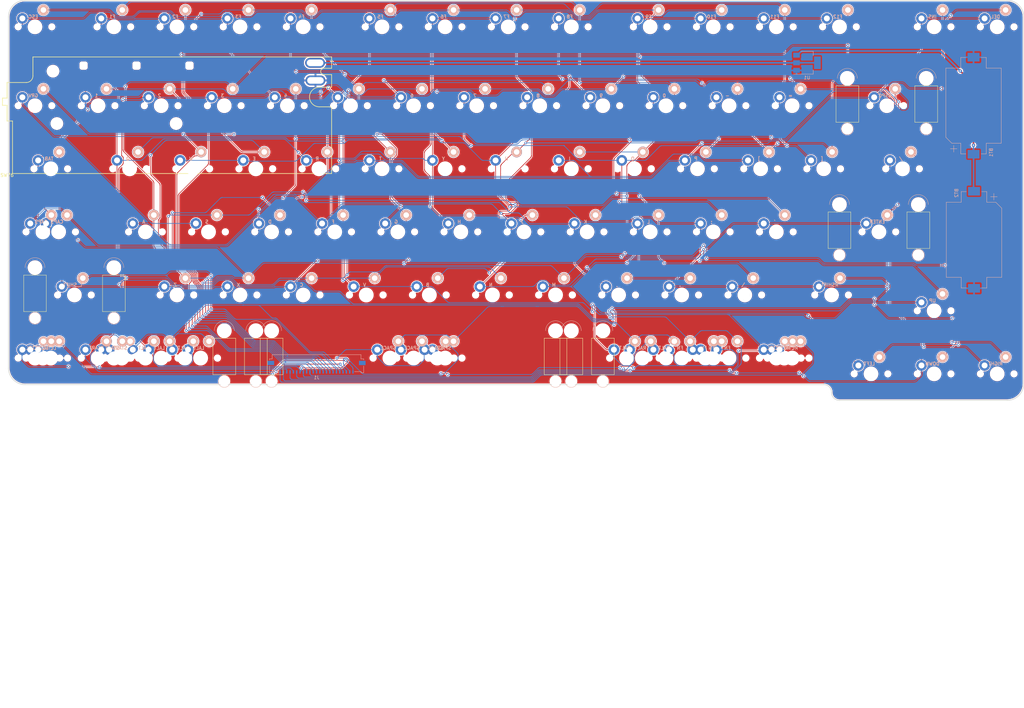
<source format=kicad_pcb>
(kicad_pcb (version 20171130) (host pcbnew "(5.1.2)-2")
  (layers (0 F.Cu signal) (31 B.Cu signal) (34 B.Paste user) (35 F.Paste user) (36 B.SilkS user) (37 F.SilkS user) (38 B.Mask user) (39 F.Mask user) (44 Edge.Cuts user))
  (net 0 "")
  (net 1 "Net-(BT1-Pad1)")
  (net 2 /22)
  (net 3 /21)
  (net 4 /20)
  (net 5 /19)
  (net 6 /18)
  (net 7 /17)
  (net 8 /16)
  (net 9 /15)
  (net 10 /14)
  (net 11 /13)
  (net 12 /12)
  (net 13 /11)
  (net 14 /10)
  (net 15 /9)
  (net 16 /8)
  (net 17 /7)
  (net 18 /6)
  (net 19 /5)
  (net 20 /4)
  (net 21 /3)
  (net 22 /2)
  (net 23 /1)
  (net 24 /23)
  (net 25 "Net-(SW76-Pad2)")
  (net 26 GND)
  (module Footprint_hnah87:K380_Controller (layer F.Cu) (at -8.44042 44.29506)
    (fp_text reference SW76 (at 0 0.5) (layer F.SilkS))
    (fp_text value K380_Controller)
    (pad 1 thru_hole oval (at 93.12 -28.11) (size 6 3) (drill oval 5 2) (layers *.Cu *.Mask) (net 26 GND))
    (pad 2 thru_hole oval (at 93 -33.43) (size 6 3) (drill oval 5 2) (layers *.Cu *.Mask) (net 25 "Net-(SW76-Pad2)"))
    (pad "" np_thru_hole oval (at 55.63 -32.58 90) (size 2 1) (drill oval 2 1) (layers *.Cu *.Mask))
    (pad "" np_thru_hole oval (at 55.05 -32.58 90) (size 2 1) (drill oval 2 1) (layers *.Cu *.Mask))
    (pad "" np_thru_hole oval (at 55.09 -32.04) (size 2 1) (drill oval 2 1) (layers *.Cu *.Mask))
    (pad "" np_thru_hole oval (at 55.09 -33.11) (size 2 1) (drill oval 2 1) (layers *.Cu *.Mask))
    (pad "" np_thru_hole oval (at 54.58 -32.61 90) (size 2 1) (drill oval 2 1) (layers *.Cu *.Mask))
    (pad "" np_thru_hole oval (at 39.62 -32.58 90) (size 2 1) (drill oval 2 1) (layers *.Cu *.Mask))
    (pad "" np_thru_hole oval (at 39.04 -32.58 90) (size 2 1) (drill oval 2 1) (layers *.Cu *.Mask))
    (pad "" np_thru_hole oval (at 39.08 -32.04) (size 2 1) (drill oval 2 1) (layers *.Cu *.Mask))
    (pad "" np_thru_hole oval (at 39.08 -33.11) (size 2 1) (drill oval 2 1) (layers *.Cu *.Mask))
    (pad "" np_thru_hole oval (at 38.57 -32.61 90) (size 2 1) (drill oval 2 1) (layers *.Cu *.Mask))
    (pad "" np_thru_hole oval (at 23.06 -32.58 90) (size 2 1) (drill oval 2 1) (layers *.Cu *.Mask))
    (pad "" np_thru_hole oval (at 23.64 -32.58 90) (size 2 1) (drill oval 2 1) (layers *.Cu *.Mask))
    (pad "" np_thru_hole oval (at 22.59 -32.61 90) (size 2 1) (drill oval 2 1) (layers *.Cu *.Mask))
    (pad "" np_thru_hole oval (at 23.1 -32.04) (size 2 1) (drill oval 2 1) (layers *.Cu *.Mask))
    (pad "" np_thru_hole oval (at 23.1 -33.11) (size 2 1) (drill oval 2 1) (layers *.Cu *.Mask))
    (pad "" np_thru_hole circle (at 51.05 -15.1) (size 3.4 3.4) (drill 3.4) (layers *.Cu *.Mask))
    (pad "" np_thru_hole circle (at 15.049999 -15.1) (size 3.4 3.4) (drill 3.4) (layers *.Cu *.Mask))
    (pad "" np_thru_hole circle (at 13.88 -30.91) (size 3.4 3.4) (drill 3.4) (layers *.Cu *.Mask))
  )
  (module Connector_FFC-FPC:Molex_200528-0230_1x23-1MP_P1.00mm_Horizontal (layer B.Cu) (at 85.012351 103.2746)
    (fp_text reference J1 (at 0 2.61) (layer B.SilkS) (effects (justify mirror)))
    (fp_text value Conn_01x23_Female)
    (pad 23 smd rect (at 11 0.91) (size 0.4 1) (layers B.Cu B.Paste B.Mask) (net 24 /23))
    (pad 22 smd rect (at 10 0.91) (size 0.4 1) (layers B.Cu B.Paste B.Mask) (net 2 /22))
    (pad 21 smd rect (at 9 0.91) (size 0.4 1) (layers B.Cu B.Paste B.Mask) (net 3 /21))
    (pad 20 smd rect (at 8 0.91) (size 0.4 1) (layers B.Cu B.Paste B.Mask) (net 4 /20))
    (pad 19 smd rect (at 7 0.91) (size 0.4 1) (layers B.Cu B.Paste B.Mask) (net 5 /19))
    (pad 18 smd rect (at 6 0.91) (size 0.4 1) (layers B.Cu B.Paste B.Mask) (net 6 /18))
    (pad 17 smd rect (at 5 0.91) (size 0.4 1) (layers B.Cu B.Paste B.Mask) (net 7 /17))
    (pad 16 smd rect (at 4 0.91) (size 0.4 1) (layers B.Cu B.Paste B.Mask) (net 8 /16))
    (pad 15 smd rect (at 3 0.91) (size 0.4 1) (layers B.Cu B.Paste B.Mask) (net 9 /15))
    (pad 14 smd rect (at 2 0.91) (size 0.4 1) (layers B.Cu B.Paste B.Mask) (net 10 /14))
    (pad 13 smd rect (at 1 0.91) (size 0.4 1) (layers B.Cu B.Paste B.Mask) (net 11 /13))
    (pad 12 smd rect (at 0 0.91) (size 0.4 1) (layers B.Cu B.Paste B.Mask) (net 12 /12))
    (pad 11 smd rect (at -1 0.91) (size 0.4 1) (layers B.Cu B.Paste B.Mask) (net 13 /11))
    (pad 10 smd rect (at -2 0.91) (size 0.4 1) (layers B.Cu B.Paste B.Mask) (net 14 /10))
    (pad 9 smd rect (at -3 0.91) (size 0.4 1) (layers B.Cu B.Paste B.Mask) (net 15 /9))
    (pad 8 smd rect (at -4 0.91) (size 0.4 1) (layers B.Cu B.Paste B.Mask) (net 16 /8))
    (pad 7 smd rect (at -5 0.91) (size 0.4 1) (layers B.Cu B.Paste B.Mask) (net 17 /7))
    (pad 6 smd rect (at -6 0.91) (size 0.4 1) (layers B.Cu B.Paste B.Mask) (net 18 /6))
    (pad 5 smd rect (at -7 0.91) (size 0.4 1) (layers B.Cu B.Paste B.Mask) (net 19 /5))
    (pad 4 smd rect (at -8 0.91) (size 0.4 1) (layers B.Cu B.Paste B.Mask) (net 20 /4))
    (pad 3 smd rect (at -9 0.91) (size 0.4 1) (layers B.Cu B.Paste B.Mask) (net 21 /3))
    (pad 2 smd rect (at -10 0.91) (size 0.4 1) (layers B.Cu B.Paste B.Mask) (net 22 /2))
    (pad 1 smd rect (at -11 0.91) (size 0.4 1) (layers B.Cu B.Paste B.Mask) (net 23 /1))
    (pad MP smd rect (at 13.8 -1.79) (size 2 1.3) (layers B.Cu B.Paste B.Mask))
    (pad MP smd rect (at -13.8 -1.79) (size 2 1.3) (layers B.Cu B.Paste B.Mask))
  )
  (module Footprint_hnah87:CHERRY_PCB_100H_Thermal (layer F.Cu) (at 33.3375 100.0125)
    (fp_text reference SW85 hide)
    (fp_text value LALT (at -0.508 -3.048) (layer B.SilkS) (effects (font (thickness 0.2032)) (justify mirror)))
    (pad 1 smd oval (at -3.81508 -2.55016 30) (size 2.3 2) (layers B.Cu B.Mask) (net 4 /20))
    (pad 1 smd oval (at -3.81508 -2.54254 30) (size 3.2 2.3) (layers B.Cu) (net 4 /20))
    (pad 2 smd circle (at 2.54 -5.08) (size 2.3 2.3) (layers B.Cu B.Mask) (net 17 /7))
    (pad "" np_thru_hole circle (at 5.08 0) (size 1.7018 1.7018) (drill 1.7018) (layers *.Cu *.Mask))
    (pad "" np_thru_hole circle (at -5.08 0) (size 1.7018 1.7018) (drill 1.7018) (layers *.Cu *.Mask))
    (pad "" np_thru_hole circle (at 0 0) (size 3.9878 3.9878) (drill 3.9878) (layers *.Cu *.Mask))
    (pad 2 thru_hole circle (at 2.54 -5.08) (size 3.2 3.2) (drill 1.7) (layers *.Cu) (net 17 /7))
    (pad 1 thru_hole oval (at -3.81 -2.54 30) (size 3.2 2.3) (drill 1.8) (layers *.Cu) (net 4 /20))
    (pad 2 smd circle (at 2.54 -5.08) (size 3.2 3.2) (layers B.Cu B.SilkS) (net 17 /7))
  )
  (module Footprint_hnah87:CHERRY_PCB_100H_Thermal (layer F.Cu) (at 4.7625 100.0125)
    (fp_text reference SW90 hide)
    (fp_text value LCTRL (at -0.508 -3.048) (layer B.SilkS) (effects (font (thickness 0.2032)) (justify mirror)))
    (pad 1 smd circle (at -3.81508 -2.55016) (size 2.3 2.3) (layers B.Cu B.Mask) (net 19 /5))
    (pad 1 smd circle (at -3.81508 -2.54254) (size 2.7 2.7) (layers B.Cu) (net 19 /5))
    (pad 2 smd circle (at 2.54 -5.08) (size 2.3 2.3) (layers B.Cu B.Mask) (net 24 /23))
    (pad "" np_thru_hole circle (at 5.08 0) (size 1.7018 1.7018) (drill 1.7018) (layers *.Cu *.Mask))
    (pad "" np_thru_hole circle (at -5.08 0) (size 1.7018 1.7018) (drill 1.7018) (layers *.Cu *.Mask))
    (pad "" np_thru_hole circle (at 0 0) (size 3.9878 3.9878) (drill 3.9878) (layers *.Cu *.Mask))
    (pad 2 thru_hole circle (at 2.54 -5.08) (size 3.2 3.2) (drill 1.7) (layers *.Cu) (net 24 /23))
    (pad 1 thru_hole circle (at -3.81 -2.54) (size 2.7 2.7) (drill 1.8) (layers *.Cu) (net 19 /5))
    (pad 2 smd circle (at 2.54 -5.08) (size 3.2 3.2) (layers B.Cu B.SilkS) (net 24 /23))
  )
  (module Footprint_hnah87:CHERRY_PCB_100H_Thermal (layer F.Cu) (at 0 100.0125)
    (fp_text reference SW98 hide)
    (fp_text value LCTRL (at -0.508 -3.048) (layer B.SilkS) (effects (font (thickness 0.2032)) (justify mirror)))
    (pad 1 smd circle (at -3.81508 -2.55016) (size 2.3 2.3) (layers B.Cu B.Mask) (net 19 /5))
    (pad 1 smd circle (at -3.81508 -2.54254) (size 3.2 3.2) (layers B.Cu) (net 19 /5))
    (pad 2 smd circle (at 2.54 -5.08) (size 2.3 2.3) (layers B.Cu B.Mask) (net 24 /23))
    (pad "" np_thru_hole circle (at 5.08 0) (size 1.7018 1.7018) (drill 1.7018) (layers *.Cu *.Mask))
    (pad "" np_thru_hole circle (at -5.08 0) (size 1.7018 1.7018) (drill 1.7018) (layers *.Cu *.Mask))
    (pad "" np_thru_hole circle (at 0 0) (size 3.9878 3.9878) (drill 3.9878) (layers *.Cu *.Mask))
    (pad 2 thru_hole circle (at 2.54 -5.08) (size 2.7 2.7) (drill 1.7) (layers *.Cu) (net 24 /23))
    (pad 1 thru_hole circle (at -3.81 -2.54) (size 3.2 3.2) (drill 1.8) (layers *.Cu) (net 19 /5))
    (pad 2 smd circle (at 2.54 -5.08) (size 2.7 2.7) (layers B.Cu B.SilkS) (net 24 /23))
  )
  (module Footprint_hnah87:CHERRY_PCB_100H_Thermal (layer F.Cu) (at 204.7875 100.0125)
    (fp_text reference SW97 hide)
    (fp_text value FN (at -0.508 -3.048) (layer B.SilkS) (effects (font (thickness 0.2032)) (justify mirror)))
    (pad 1 smd circle (at -3.81508 -2.55016) (size 2.3 2.3) (layers B.Cu B.Mask) (net 22 /2))
    (pad 1 smd circle (at -3.81508 -2.54254) (size 3.2 3.2) (layers B.Cu) (net 22 /2))
    (pad 2 smd circle (at 2.54 -5.08) (size 2.3 2.3) (layers B.Cu B.Mask) (net 2 /22))
    (pad "" np_thru_hole circle (at 5.08 0) (size 1.7018 1.7018) (drill 1.7018) (layers *.Cu *.Mask))
    (pad "" np_thru_hole circle (at -5.08 0) (size 1.7018 1.7018) (drill 1.7018) (layers *.Cu *.Mask))
    (pad "" np_thru_hole circle (at 0 0) (size 3.9878 3.9878) (drill 3.9878) (layers *.Cu *.Mask))
    (pad 2 thru_hole circle (at 2.54 -5.08) (size 3.2 3.2) (drill 1.7) (layers *.Cu) (net 2 /22))
    (pad 1 thru_hole circle (at -3.81 -2.54) (size 3.2 3.2) (drill 1.8) (layers *.Cu) (net 22 /2))
    (pad 2 smd circle (at 2.54 -5.08) (size 3.2 3.2) (layers B.Cu B.SilkS) (net 2 /22))
  )
  (module Footprint_hnah87:CHERRY_PCB_100H_Thermal (layer F.Cu) (at 202.40625 100.0125)
    (fp_text reference SW96 hide)
    (fp_text value FN (at -0.508 -3.048) (layer B.SilkS) (effects (font (thickness 0.2032)) (justify mirror)))
    (pad 1 smd circle (at -3.81508 -2.55016) (size 2.3 2.3) (layers B.Cu B.Mask) (net 22 /2))
    (pad 1 smd circle (at -3.81508 -2.54254) (size 3.2 3.2) (layers B.Cu) (net 22 /2))
    (pad 2 smd circle (at 2.54 -5.08) (size 2.3 2.3) (layers B.Cu B.Mask) (net 2 /22))
    (pad "" np_thru_hole circle (at 5.08 0) (size 1.7018 1.7018) (drill 1.7018) (layers *.Cu *.Mask))
    (pad "" np_thru_hole circle (at -5.08 0) (size 1.7018 1.7018) (drill 1.7018) (layers *.Cu *.Mask))
    (pad "" np_thru_hole circle (at 0 0) (size 3.9878 3.9878) (drill 3.9878) (layers *.Cu *.Mask))
    (pad 2 thru_hole circle (at 2.54 -5.08) (size 3.2 3.2) (drill 1.7) (layers *.Cu) (net 2 /22))
    (pad 1 thru_hole circle (at -3.81 -2.54) (size 3.2 3.2) (drill 1.8) (layers *.Cu) (net 22 /2))
    (pad 2 smd circle (at 2.54 -5.08) (size 3.2 3.2) (layers B.Cu B.SilkS) (net 2 /22))
  )
  (module Footprint_hnah87:CHERRY_PCB_100H_Thermal (layer F.Cu) (at 195.2625 100.0125)
    (fp_text reference SW95 hide)
    (fp_text value FN (at -0.508 -3.048) (layer B.SilkS) (effects (font (thickness 0.2032)) (justify mirror)))
    (pad 1 smd oval (at -3.81508 -2.55016 330) (size 2.3 2) (layers B.Cu B.Mask) (net 2 /22))
    (pad 1 smd oval (at -3.81508 -2.54254 330) (size 3.2 2.3) (layers B.Cu) (net 2 /22))
    (pad 2 smd circle (at 2.54 -5.08) (size 2.3 2.3) (layers B.Cu B.Mask) (net 22 /2))
    (pad "" np_thru_hole circle (at 5.08 0) (size 1.7018 1.7018) (drill 1.7018) (layers *.Cu *.Mask))
    (pad "" np_thru_hole circle (at -5.08 0) (size 1.7018 1.7018) (drill 1.7018) (layers *.Cu *.Mask))
    (pad "" np_thru_hole circle (at 0 0) (size 3.9878 3.9878) (drill 3.9878) (layers *.Cu *.Mask))
    (pad 2 thru_hole circle (at 2.54 -5.08) (size 3.2 3.2) (drill 1.7) (layers *.Cu) (net 22 /2))
    (pad 1 thru_hole oval (at -3.81 -2.54 330) (size 3.2 2.3) (drill 1.8) (layers *.Cu) (net 2 /22))
    (pad 2 smd circle (at 2.54 -5.08) (size 3.2 3.2) (layers B.Cu B.SilkS) (net 22 /2))
  )
  (module Footprint_hnah87:CHERRY_PCB_100H_Thermal (layer F.Cu) (at 23.8125 100.0125)
    (fp_text reference SW94 hide)
    (fp_text value START (at -0.508 -3.048) (layer B.SilkS) (effects (font (thickness 0.2032)) (justify mirror)))
    (pad 1 smd circle (at -3.81508 -2.55016) (size 2.3 2.3) (layers B.Cu B.Mask) (net 21 /3))
    (pad 1 smd circle (at -3.81508 -2.54254) (size 3.2 3.2) (layers B.Cu) (net 21 /3))
    (pad 2 smd circle (at 2.54 -5.08) (size 2.3 2.3) (layers B.Cu B.Mask) (net 3 /21))
    (pad "" np_thru_hole circle (at 5.08 0) (size 1.7018 1.7018) (drill 1.7018) (layers *.Cu *.Mask))
    (pad "" np_thru_hole circle (at -5.08 0) (size 1.7018 1.7018) (drill 1.7018) (layers *.Cu *.Mask))
    (pad "" np_thru_hole circle (at 0 0) (size 3.9878 3.9878) (drill 3.9878) (layers *.Cu *.Mask))
    (pad 2 thru_hole circle (at 2.54 -5.08) (size 3.2 3.2) (drill 1.7) (layers *.Cu) (net 3 /21))
    (pad 1 thru_hole circle (at -3.81 -2.54) (size 3.2 3.2) (drill 1.8) (layers *.Cu) (net 21 /3))
    (pad 2 smd circle (at 2.54 -5.08) (size 3.2 3.2) (layers B.Cu B.SilkS) (net 3 /21))
  )
  (module Footprint_hnah87:CHERRY_PCB_100H_Thermal (layer F.Cu) (at 19.05 100.0125)
    (fp_text reference SW93 hide)
    (fp_text value START (at -0.508 -3.048) (layer B.SilkS) (effects (font (thickness 0.2032)) (justify mirror)))
    (pad 1 smd circle (at -3.81508 -2.55016) (size 2.3 2.3) (layers B.Cu B.Mask) (net 3 /21))
    (pad 1 smd circle (at -3.81508 -2.54254) (size 3.2 3.2) (layers B.Cu) (net 3 /21))
    (pad 2 smd circle (at 2.54 -5.08) (size 2.3 2.3) (layers B.Cu B.Mask) (net 21 /3))
    (pad "" np_thru_hole circle (at 5.08 0) (size 1.7018 1.7018) (drill 1.7018) (layers *.Cu *.Mask))
    (pad "" np_thru_hole circle (at -5.08 0) (size 1.7018 1.7018) (drill 1.7018) (layers *.Cu *.Mask))
    (pad "" np_thru_hole circle (at 0 0) (size 3.9878 3.9878) (drill 3.9878) (layers *.Cu *.Mask))
    (pad 2 thru_hole circle (at 2.54 -5.08) (size 3.2 3.2) (drill 1.7) (layers *.Cu) (net 21 /3))
    (pad 1 thru_hole circle (at -3.81 -2.54) (size 3.2 3.2) (drill 1.8) (layers *.Cu) (net 3 /21))
    (pad 2 smd circle (at 2.54 -5.08) (size 3.2 3.2) (layers B.Cu B.SilkS) (net 21 /3))
  )
  (module Footprint_hnah87:CHERRY_PCB_100H_Thermal (layer F.Cu) (at 223.8375 100.0125)
    (fp_text reference SW92 hide)
    (fp_text value RCTRL (at -0.508 -3.048) (layer B.SilkS) (effects (font (thickness 0.2032)) (justify mirror)))
    (pad 1 smd circle (at -3.81508 -2.55016) (size 2.3 2.3) (layers B.Cu B.Mask) (net 20 /4))
    (pad 1 smd circle (at -3.81508 -2.54254) (size 3.2 3.2) (layers B.Cu) (net 20 /4))
    (pad 2 smd circle (at 2.54 -5.08) (size 2.3 2.3) (layers B.Cu B.Mask) (net 23 /1))
    (pad "" np_thru_hole circle (at 5.08 0) (size 1.7018 1.7018) (drill 1.7018) (layers *.Cu *.Mask))
    (pad "" np_thru_hole circle (at -5.08 0) (size 1.7018 1.7018) (drill 1.7018) (layers *.Cu *.Mask))
    (pad "" np_thru_hole circle (at 0 0) (size 3.9878 3.9878) (drill 3.9878) (layers *.Cu *.Mask))
    (pad 2 thru_hole circle (at 2.54 -5.08) (size 2.7 2.7) (drill 1.7) (layers *.Cu) (net 23 /1))
    (pad 1 thru_hole circle (at -3.81 -2.54) (size 3.2 3.2) (drill 1.8) (layers *.Cu) (net 20 /4))
    (pad 2 smd circle (at 2.54 -5.08) (size 2.7 2.7) (layers B.Cu B.SilkS) (net 23 /1))
  )
  (module Footprint_hnah87:CHERRY_PCB_100H_Thermal (layer F.Cu) (at 226.21875 100.0125)
    (fp_text reference SW91 hide)
    (fp_text value RCTRL (at -0.508 -3.048) (layer B.SilkS) (effects (font (thickness 0.2032)) (justify mirror)))
    (pad 1 smd circle (at -3.81508 -2.55016) (size 2.3 2.3) (layers B.Cu B.Mask) (net 20 /4))
    (pad 1 smd circle (at -3.81508 -2.54254) (size 3.2 3.2) (layers B.Cu) (net 20 /4))
    (pad 2 smd circle (at 2.54 -5.08) (size 2.3 2.3) (layers B.Cu B.Mask) (net 23 /1))
    (pad "" np_thru_hole circle (at 5.08 0) (size 1.7018 1.7018) (drill 1.7018) (layers *.Cu *.Mask))
    (pad "" np_thru_hole circle (at -5.08 0) (size 1.7018 1.7018) (drill 1.7018) (layers *.Cu *.Mask))
    (pad "" np_thru_hole circle (at 0 0) (size 3.9878 3.9878) (drill 3.9878) (layers *.Cu *.Mask))
    (pad 2 thru_hole circle (at 2.54 -5.08) (size 3.2 3.2) (drill 1.7) (layers *.Cu) (net 23 /1))
    (pad 1 thru_hole circle (at -3.81 -2.54) (size 3.2 3.2) (drill 1.8) (layers *.Cu) (net 20 /4))
    (pad 2 smd circle (at 2.54 -5.08) (size 3.2 3.2) (layers B.Cu B.SilkS) (net 23 /1))
  )
  (module Footprint_hnah87:CHERRY_PCB_100H_Thermal (layer F.Cu) (at 2.38125 61.9125)
    (fp_text reference SW89 hide)
    (fp_text value CAPS (at -0.508 -3.048) (layer B.SilkS) (effects (font (thickness 0.2032)) (justify mirror)))
    (pad 1 smd circle (at -3.81508 -2.55016) (size 2.3 2.3) (layers B.Cu B.Mask) (net 14 /10))
    (pad 1 smd circle (at -3.81508 -2.54254) (size 3.2 3.2) (layers B.Cu) (net 14 /10))
    (pad 2 smd circle (at 2.54 -5.08) (size 2.3 2.3) (layers B.Cu B.Mask) (net 19 /5))
    (pad "" np_thru_hole circle (at 5.08 0) (size 1.7018 1.7018) (drill 1.7018) (layers *.Cu *.Mask))
    (pad "" np_thru_hole circle (at -5.08 0) (size 1.7018 1.7018) (drill 1.7018) (layers *.Cu *.Mask))
    (pad "" np_thru_hole circle (at 0 0) (size 3.9878 3.9878) (drill 3.9878) (layers *.Cu *.Mask))
    (pad 2 thru_hole circle (at 2.54 -5.08) (size 3.2 3.2) (drill 1.7) (layers *.Cu) (net 19 /5))
    (pad 1 thru_hole circle (at -3.81 -2.54) (size 3.2 3.2) (drill 1.8) (layers *.Cu) (net 14 /10))
    (pad 2 smd circle (at 2.54 -5.08) (size 3.2 3.2) (layers B.Cu B.SilkS) (net 19 /5))
  )
  (module Footprint_hnah87:CHERRY_PCB_100H_Thermal (layer F.Cu) (at 183.35625 100.0125)
    (fp_text reference SW88 hide)
    (fp_text value RALT (at -0.508 -3.048) (layer B.SilkS) (effects (font (thickness 0.2032)) (justify mirror)))
    (pad 1 smd circle (at -3.81508 -2.55016) (size 2.3 2.3) (layers B.Cu B.Mask) (net 4 /20))
    (pad 1 smd circle (at -3.81508 -2.54254) (size 3.2 3.2) (layers B.Cu) (net 4 /20))
    (pad 2 smd circle (at 2.54 -5.08) (size 2.3 2.3) (layers B.Cu B.Mask) (net 18 /6))
    (pad "" np_thru_hole circle (at 5.08 0) (size 1.7018 1.7018) (drill 1.7018) (layers *.Cu *.Mask))
    (pad "" np_thru_hole circle (at -5.08 0) (size 1.7018 1.7018) (drill 1.7018) (layers *.Cu *.Mask))
    (pad "" np_thru_hole circle (at 0 0) (size 3.9878 3.9878) (drill 3.9878) (layers *.Cu *.Mask))
    (pad 2 thru_hole circle (at 2.54 -5.08) (size 3.2 3.2) (drill 1.7) (layers *.Cu) (net 18 /6))
    (pad 1 thru_hole circle (at -3.81 -2.54) (size 3.2 3.2) (drill 1.8) (layers *.Cu) (net 4 /20))
    (pad 2 smd circle (at 2.54 -5.08) (size 3.2 3.2) (layers B.Cu B.SilkS) (net 18 /6))
  )
  (module Footprint_hnah87:CHERRY_PCB_100H_Thermal (layer F.Cu) (at 178.59375 100.0125)
    (fp_text reference SW87 hide)
    (fp_text value RALT (at -0.508 -3.048) (layer B.SilkS) (effects (font (thickness 0.2032)) (justify mirror)))
    (pad 1 smd circle (at -3.81508 -2.55016) (size 2.3 2.3) (layers B.Cu B.Mask) (net 18 /6))
    (pad 1 smd circle (at -3.81508 -2.54254) (size 3.2 3.2) (layers B.Cu) (net 18 /6))
    (pad 2 smd circle (at 2.54 -5.08) (size 2.3 2.3) (layers B.Cu B.Mask) (net 4 /20))
    (pad "" np_thru_hole circle (at 5.08 0) (size 1.7018 1.7018) (drill 1.7018) (layers *.Cu *.Mask))
    (pad "" np_thru_hole circle (at -5.08 0) (size 1.7018 1.7018) (drill 1.7018) (layers *.Cu *.Mask))
    (pad "" np_thru_hole circle (at 0 0) (size 3.9878 3.9878) (drill 3.9878) (layers *.Cu *.Mask))
    (pad 2 thru_hole circle (at 2.54 -5.08) (size 3.2 3.2) (drill 1.7) (layers *.Cu) (net 4 /20))
    (pad 1 thru_hole circle (at -3.81 -2.54) (size 3.2 3.2) (drill 1.8) (layers *.Cu) (net 18 /6))
    (pad 2 smd circle (at 2.54 -5.08) (size 3.2 3.2) (layers B.Cu B.SilkS) (net 4 /20))
  )
  (module Footprint_hnah87:CHERRY_PCB_100H_Thermal (layer F.Cu) (at 45.24375 100.0125)
    (fp_text reference SW86 hide)
    (fp_text value LALT (at -0.508 -3.048) (layer B.SilkS) (effects (font (thickness 0.2032)) (justify mirror)))
    (pad 1 smd circle (at -3.81508 -2.55016) (size 2.3 2.3) (layers B.Cu B.Mask) (net 4 /20))
    (pad 1 smd circle (at -3.81508 -2.54254) (size 3.2 3.2) (layers B.Cu) (net 4 /20))
    (pad 2 smd circle (at 2.54 -5.08) (size 2.3 2.3) (layers B.Cu B.Mask) (net 17 /7))
    (pad "" np_thru_hole circle (at 5.08 0) (size 1.7018 1.7018) (drill 1.7018) (layers *.Cu *.Mask))
    (pad "" np_thru_hole circle (at -5.08 0) (size 1.7018 1.7018) (drill 1.7018) (layers *.Cu *.Mask))
    (pad "" np_thru_hole circle (at 0 0) (size 3.9878 3.9878) (drill 3.9878) (layers *.Cu *.Mask))
    (pad 2 thru_hole circle (at 2.54 -5.08) (size 3.2 3.2) (drill 1.7) (layers *.Cu) (net 17 /7))
    (pad 1 thru_hole circle (at -3.81 -2.54) (size 3.2 3.2) (drill 1.8) (layers *.Cu) (net 4 /20))
    (pad 2 smd circle (at 2.54 -5.08) (size 3.2 3.2) (layers B.Cu B.SilkS) (net 17 /7))
  )
  (module Footprint_hnah87:CHERRY_PCB_100H_Thermal (layer F.Cu) (at 38.1 100.0125)
    (fp_text reference SW84 hide)
    (fp_text value LALT (at -0.508 -3.048) (layer B.SilkS) (effects (font (thickness 0.2032)) (justify mirror)))
    (pad 1 smd circle (at -3.81508 -2.55016) (size 2.3 2.3) (layers B.Cu B.Mask) (net 17 /7))
    (pad 1 smd circle (at -3.81508 -2.54254) (size 3.2 3.2) (layers B.Cu) (net 17 /7))
    (pad 2 smd circle (at 2.54 -5.08) (size 2.3 2.3) (layers B.Cu B.Mask) (net 4 /20))
    (pad "" np_thru_hole circle (at 5.08 0) (size 1.7018 1.7018) (drill 1.7018) (layers *.Cu *.Mask))
    (pad "" np_thru_hole circle (at -5.08 0) (size 1.7018 1.7018) (drill 1.7018) (layers *.Cu *.Mask))
    (pad "" np_thru_hole circle (at 0 0) (size 3.9878 3.9878) (drill 3.9878) (layers *.Cu *.Mask))
    (pad 2 thru_hole circle (at 2.54 -5.08) (size 3.2 3.2) (drill 1.7) (layers *.Cu) (net 4 /20))
    (pad 1 thru_hole circle (at -3.81 -2.54) (size 3.2 3.2) (drill 1.8) (layers *.Cu) (net 17 /7))
    (pad 2 smd circle (at 2.54 -5.08) (size 3.2 3.2) (layers B.Cu B.SilkS) (net 4 /20))
  )
  (module Footprint_hnah87:CHERRY_PCB_100H_Thermal (layer F.Cu) (at 123.825 100.0125)
    (fp_text reference SW83 hide)
    (fp_text value SPACE (at -0.508 -3.048) (layer B.SilkS) (effects (font (thickness 0.2032)) (justify mirror)))
    (pad 1 smd circle (at -3.81508 -2.55016) (size 2.3 2.3) (layers B.Cu B.Mask) (net 17 /7))
    (pad 1 smd circle (at -3.81508 -2.54254) (size 3.2 3.2) (layers B.Cu) (net 17 /7))
    (pad 2 smd circle (at 2.54 -5.08) (size 2.3 2.3) (layers B.Cu B.Mask) (net 14 /10))
    (pad "" np_thru_hole circle (at 5.08 0) (size 1.7018 1.7018) (drill 1.7018) (layers *.Cu *.Mask))
    (pad "" np_thru_hole circle (at -5.08 0) (size 1.7018 1.7018) (drill 1.7018) (layers *.Cu *.Mask))
    (pad "" np_thru_hole circle (at 0 0) (size 3.9878 3.9878) (drill 3.9878) (layers *.Cu *.Mask))
    (pad 2 thru_hole circle (at 2.54 -5.08) (size 3.2 3.2) (drill 1.7) (layers *.Cu) (net 14 /10))
    (pad 1 thru_hole circle (at -3.81 -2.54) (size 3.2 3.2) (drill 1.8) (layers *.Cu) (net 17 /7))
    (pad 2 smd circle (at 2.54 -5.08) (size 3.2 3.2) (layers B.Cu B.SilkS) (net 14 /10))
  )
  (module Footprint_hnah87:CHERRY_PCB_100H_Thermal (layer F.Cu) (at 114.3 100.0125)
    (fp_text reference SW82 hide)
    (fp_text value SPACE (at -0.508 -3.048) (layer B.SilkS) (effects (font (thickness 0.2032)) (justify mirror)))
    (pad 1 smd circle (at -3.81508 -2.55016) (size 2.3 2.3) (layers B.Cu B.Mask) (net 14 /10))
    (pad 1 smd circle (at -3.81508 -2.54254) (size 3.2 3.2) (layers B.Cu) (net 14 /10))
    (pad 2 smd circle (at 2.54 -5.08) (size 2.3 2.3) (layers B.Cu B.Mask) (net 17 /7))
    (pad "" np_thru_hole circle (at 5.08 0) (size 1.7018 1.7018) (drill 1.7018) (layers *.Cu *.Mask))
    (pad "" np_thru_hole circle (at -5.08 0) (size 1.7018 1.7018) (drill 1.7018) (layers *.Cu *.Mask))
    (pad "" np_thru_hole circle (at 0 0) (size 3.9878 3.9878) (drill 3.9878) (layers *.Cu *.Mask))
    (pad 2 thru_hole circle (at 2.54 -5.08) (size 3.2 3.2) (drill 1.7) (layers *.Cu) (net 17 /7))
    (pad 1 thru_hole circle (at -3.81 -2.54) (size 3.2 3.2) (drill 1.8) (layers *.Cu) (net 14 /10))
    (pad 2 smd circle (at 2.54 -5.08) (size 3.2 3.2) (layers B.Cu B.SilkS) (net 17 /7))
  )
  (module Footprint_hnah87:CHERRY_PCB_100H_Thermal (layer F.Cu) (at 107.15625 100.0125)
    (fp_text reference SW81 hide)
    (fp_text value SPACE (at -0.508 -3.048) (layer B.SilkS) (effects (font (thickness 0.2032)) (justify mirror)))
    (pad 1 smd circle (at -3.81508 -2.55016) (size 2.3 2.3) (layers B.Cu B.Mask) (net 17 /7))
    (pad 1 smd circle (at -3.81508 -2.54254) (size 3.2 3.2) (layers B.Cu) (net 17 /7))
    (pad 2 smd circle (at 2.54 -5.08) (size 2.3 2.3) (layers B.Cu B.Mask) (net 14 /10))
    (pad "" np_thru_hole circle (at 5.08 0) (size 1.7018 1.7018) (drill 1.7018) (layers *.Cu *.Mask))
    (pad "" np_thru_hole circle (at -5.08 0) (size 1.7018 1.7018) (drill 1.7018) (layers *.Cu *.Mask))
    (pad "" np_thru_hole circle (at 0 0) (size 3.9878 3.9878) (drill 3.9878) (layers *.Cu *.Mask))
    (pad 2 thru_hole circle (at 2.54 -5.08) (size 3.2 3.2) (drill 1.7) (layers *.Cu) (net 14 /10))
    (pad 1 thru_hole circle (at -3.81 -2.54) (size 3.2 3.2) (drill 1.8) (layers *.Cu) (net 17 /7))
    (pad 2 smd circle (at 2.54 -5.08) (size 3.2 3.2) (layers B.Cu B.SilkS) (net 14 /10))
  )
  (module Footprint_hnah87:Cherry_Stab_PCBMounted (layer F.Cu) (at 57.15 100.0125 180)
    (fp_text reference H12 hide)
    (fp_text value "Cherry Stabilizer PCB Mounted" hide)
    (pad "" np_thru_hole circle (at 0 -6.985 180) (size 3.048 3.048) (drill 3.048) (layers *.Cu *.Mask))
    (pad "" np_thru_hole circle (at 0 8.255 180) (size 3.9878 3.9878) (drill 3.9878) (layers *.Cu *.Mask))
  )
  (module Package_TO_SOT_SMD:SOT-223-3_TabPin2 (layer B.Cu) (at 233.073051 10.84948)
    (fp_text reference U1 (at 0 4.5) (layer B.SilkS) (effects (justify mirror)))
    (fp_text value AP1117-33)
    (pad 1 smd rect (at -3.15 2.3) (size 2 1.5) (layers B.Cu B.Paste B.Mask) (net 26 GND))
    (pad 3 smd rect (at -3.15 -2.3) (size 2 1.5) (layers B.Cu B.Paste B.Mask) (net 1 "Net-(BT1-Pad1)"))
    (pad 2 smd rect (at -3.15 0) (size 2 1.5) (layers B.Cu B.Paste B.Mask) (net 25 "Net-(SW76-Pad2)"))
    (pad 2 smd rect (at 3.15 0) (size 2 3.8) (layers B.Cu B.Paste B.Mask) (net 25 "Net-(SW76-Pad2)"))
  )
  (module Battery:BatteryHolder_Keystone_1060_1x2032 (layer B.Cu) (at 283.512351 64.29375 270)
    (fp_text reference BT2 (at -14.125 5.3 90) (layer B.SilkS) (effects (justify mirror)))
    (fp_text value Battery_Cell)
    (pad 1 smd rect (at -14.65 0 90) (size 2.6 3.6) (layers B.Cu B.Paste B.Mask) (net 1 "Net-(BT1-Pad1)"))
    (pad 2 smd rect (at 14.65 0 90) (size 2.6 3.6) (layers B.Cu B.Paste B.Mask) (net 26 GND))
  )
  (module Footprint_hnah87:Cherry_Stab_PCBMounted (layer F.Cu) (at 0 80.9625 180)
    (fp_text reference H11 hide)
    (fp_text value "Cherry Stabilizer PCB Mounted" hide)
    (pad "" np_thru_hole circle (at 0 -6.985 180) (size 3.048 3.048) (drill 3.048) (layers *.Cu *.Mask))
    (pad "" np_thru_hole circle (at 0 8.255 180) (size 3.9878 3.9878) (drill 3.9878) (layers *.Cu *.Mask))
  )
  (module Footprint_hnah87:Cherry_Stab_PCBMounted (layer F.Cu) (at 269.08125 23.8125 180)
    (fp_text reference H10 hide)
    (fp_text value "Cherry Stabilizer PCB Mounted" hide)
    (pad "" np_thru_hole circle (at 0 -6.985 180) (size 3.048 3.048) (drill 3.048) (layers *.Cu *.Mask))
    (pad "" np_thru_hole circle (at 0 8.255 180) (size 3.9878 3.9878) (drill 3.9878) (layers *.Cu *.Mask))
  )
  (module Footprint_hnah87:Cherry_Stab_PCBMounted (layer F.Cu) (at 23.8125 80.9625 180)
    (fp_text reference H9 hide)
    (fp_text value "Cherry Stabilizer PCB Mounted" hide)
    (pad "" np_thru_hole circle (at 0 -6.985 180) (size 3.048 3.048) (drill 3.048) (layers *.Cu *.Mask))
    (pad "" np_thru_hole circle (at 0 8.255 180) (size 3.9878 3.9878) (drill 3.9878) (layers *.Cu *.Mask))
  )
  (module Footprint_hnah87:Cherry_Stab_PCBMounted (layer F.Cu) (at 242.8875 61.9125 180)
    (fp_text reference H8 hide)
    (fp_text value "Cherry Stabilizer PCB Mounted" hide)
    (pad "" np_thru_hole circle (at 0 -6.985 180) (size 3.048 3.048) (drill 3.048) (layers *.Cu *.Mask))
    (pad "" np_thru_hole circle (at 0 8.255 180) (size 3.9878 3.9878) (drill 3.9878) (layers *.Cu *.Mask))
  )
  (module Footprint_hnah87:Cherry_Stab_PCBMounted (layer F.Cu) (at 266.7 61.9125 180)
    (fp_text reference H7 hide)
    (fp_text value "Cherry Stabilizer PCB Mounted" hide)
    (pad "" np_thru_hole circle (at 0 -6.985 180) (size 3.048 3.048) (drill 3.048) (layers *.Cu *.Mask))
    (pad "" np_thru_hole circle (at 0 8.255 180) (size 3.9878 3.9878) (drill 3.9878) (layers *.Cu *.Mask))
  )
  (module Footprint_hnah87:Cherry_Stab_PCBMounted (layer F.Cu) (at 71.4375 100.0125 180)
    (fp_text reference H6 hide)
    (fp_text value "Cherry Stabilizer PCB Mounted" hide)
    (pad "" np_thru_hole circle (at 0 -6.985 180) (size 3.048 3.048) (drill 3.048) (layers *.Cu *.Mask))
    (pad "" np_thru_hole circle (at 0 8.255 180) (size 3.9878 3.9878) (drill 3.9878) (layers *.Cu *.Mask))
  )
  (module Footprint_hnah87:Cherry_Stab_PCBMounted (layer F.Cu) (at 66.675 100.0125 180)
    (fp_text reference H5 hide)
    (fp_text value "Cherry Stabilizer PCB Mounted" hide)
    (pad "" np_thru_hole circle (at 0 -6.985 180) (size 3.048 3.048) (drill 3.048) (layers *.Cu *.Mask))
    (pad "" np_thru_hole circle (at 0 8.255 180) (size 3.9878 3.9878) (drill 3.9878) (layers *.Cu *.Mask))
  )
  (module Footprint_hnah87:Cherry_Stab_PCBMounted (layer F.Cu) (at 171.45 100.0125 180)
    (fp_text reference H4 hide)
    (fp_text value "Cherry Stabilizer PCB Mounted" hide)
    (pad "" np_thru_hole circle (at 0 -6.985 180) (size 3.048 3.048) (drill 3.048) (layers *.Cu *.Mask))
    (pad "" np_thru_hole circle (at 0 8.255 180) (size 3.9878 3.9878) (drill 3.9878) (layers *.Cu *.Mask))
  )
  (module Footprint_hnah87:Cherry_Stab_PCBMounted (layer F.Cu) (at 157.1625 100.0125 180)
    (fp_text reference H3 hide)
    (fp_text value "Cherry Stabilizer PCB Mounted" hide)
    (pad "" np_thru_hole circle (at 0 -6.985 180) (size 3.048 3.048) (drill 3.048) (layers *.Cu *.Mask))
    (pad "" np_thru_hole circle (at 0 8.255 180) (size 3.9878 3.9878) (drill 3.9878) (layers *.Cu *.Mask))
  )
  (module Footprint_hnah87:Cherry_Stab_PCBMounted (layer F.Cu) (at 245.26875 23.8125 180)
    (fp_text reference H2 hide)
    (fp_text value "Cherry Stabilizer PCB Mounted" hide)
    (pad "" np_thru_hole circle (at 0 -6.985 180) (size 3.048 3.048) (drill 3.048) (layers *.Cu *.Mask))
    (pad "" np_thru_hole circle (at 0 8.255 180) (size 3.9878 3.9878) (drill 3.9878) (layers *.Cu *.Mask))
  )
  (module Footprint_hnah87:Cherry_Stab_PCBMounted (layer F.Cu) (at 161.925 100.0125 180)
    (fp_text reference H1 hide)
    (fp_text value "Cherry Stabilizer PCB Mounted" hide)
    (pad "" np_thru_hole circle (at 0 -6.985 180) (size 3.048 3.048) (drill 3.048) (layers *.Cu *.Mask))
    (pad "" np_thru_hole circle (at 0 8.255 180) (size 3.9878 3.9878) (drill 3.9878) (layers *.Cu *.Mask))
  )
  (module Battery:BatteryHolder_Keystone_1060_1x2032 (layer B.Cu) (at 283.36875 23.8125 90)
    (fp_text reference BT1 (at -14.125 5.3 90) (layer B.SilkS) (effects (justify mirror)))
    (fp_text value Battery_Cell)
    (pad 1 smd rect (at -14.65 0 270) (size 2.6 3.6) (layers B.Cu B.Paste B.Mask) (net 1 "Net-(BT1-Pad1)"))
    (pad 2 smd rect (at 14.65 0 270) (size 2.6 3.6) (layers B.Cu B.Paste B.Mask) (net 26 GND))
  )
  (module Footprint_hnah87:CHERRY_PCB_100H_Thermal (layer F.Cu) (at 33.3375 61.9125)
    (fp_text reference SW80 hide)
    (fp_text value A (at -0.508 -3.048) (layer B.SilkS) (effects (font (thickness 0.2032)) (justify mirror)))
    (pad 1 smd circle (at -3.81508 -2.55016) (size 2.3 2.3) (layers B.Cu B.Mask) (net 22 /2))
    (pad 1 smd circle (at -3.81508 -2.54254) (size 3.2 3.2) (layers B.Cu) (net 22 /2))
    (pad 2 smd circle (at 2.54 -5.08) (size 2.3 2.3) (layers B.Cu B.Mask) (net 6 /18))
    (pad "" np_thru_hole circle (at 5.08 0) (size 1.7018 1.7018) (drill 1.7018) (layers *.Cu *.Mask))
    (pad "" np_thru_hole circle (at -5.08 0) (size 1.7018 1.7018) (drill 1.7018) (layers *.Cu *.Mask))
    (pad "" np_thru_hole circle (at 0 0) (size 3.9878 3.9878) (drill 3.9878) (layers *.Cu *.Mask))
    (pad 2 thru_hole circle (at 2.54 -5.08) (size 3.2 3.2) (drill 1.7) (layers *.Cu) (net 6 /18))
    (pad 1 thru_hole circle (at -3.81 -2.54) (size 3.2 3.2) (drill 1.8) (layers *.Cu) (net 22 /2))
    (pad 2 smd circle (at 2.54 -5.08) (size 3.2 3.2) (layers B.Cu B.SilkS) (net 6 /18))
  )
  (module Footprint_hnah87:CHERRY_PCB_100H_Thermal (layer F.Cu) (at 90.4875 61.9125)
    (fp_text reference SW79 hide)
    (fp_text value F (at -0.508 -3.048) (layer B.SilkS) (effects (font (thickness 0.2032)) (justify mirror)))
    (pad 1 smd circle (at -3.81508 -2.55016) (size 2.3 2.3) (layers B.Cu B.Mask) (net 22 /2))
    (pad 1 smd circle (at -3.81508 -2.54254) (size 3.2 3.2) (layers B.Cu) (net 22 /2))
    (pad 2 smd circle (at 2.54 -5.08) (size 2.3 2.3) (layers B.Cu B.Mask) (net 8 /16))
    (pad "" np_thru_hole circle (at 5.08 0) (size 1.7018 1.7018) (drill 1.7018) (layers *.Cu *.Mask))
    (pad "" np_thru_hole circle (at -5.08 0) (size 1.7018 1.7018) (drill 1.7018) (layers *.Cu *.Mask))
    (pad "" np_thru_hole circle (at 0 0) (size 3.9878 3.9878) (drill 3.9878) (layers *.Cu *.Mask))
    (pad 2 thru_hole circle (at 2.54 -5.08) (size 3.2 3.2) (drill 1.7) (layers *.Cu) (net 8 /16))
    (pad 1 thru_hole circle (at -3.81 -2.54) (size 3.2 3.2) (drill 1.8) (layers *.Cu) (net 22 /2))
    (pad 2 smd circle (at 2.54 -5.08) (size 3.2 3.2) (layers B.Cu B.SilkS) (net 8 /16))
  )
  (module Footprint_hnah87:CHERRY_PCB_100H_Thermal (layer F.Cu) (at 80.9625 0)
    (fp_text reference SW78 hide)
    (fp_text value F4 (at -0.508 -3.048) (layer B.SilkS) (effects (font (thickness 0.2032)) (justify mirror)))
    (pad 1 smd circle (at -3.81508 -2.55016) (size 2.3 2.3) (layers B.Cu B.Mask) (net 22 /2))
    (pad 1 smd circle (at -3.81508 -2.54254) (size 3.2 3.2) (layers B.Cu) (net 22 /2))
    (pad 2 smd circle (at 2.54 -5.08) (size 2.3 2.3) (layers B.Cu B.Mask) (net 7 /17))
    (pad "" np_thru_hole circle (at 5.08 0) (size 1.7018 1.7018) (drill 1.7018) (layers *.Cu *.Mask))
    (pad "" np_thru_hole circle (at -5.08 0) (size 1.7018 1.7018) (drill 1.7018) (layers *.Cu *.Mask))
    (pad "" np_thru_hole circle (at 0 0) (size 3.9878 3.9878) (drill 3.9878) (layers *.Cu *.Mask))
    (pad 2 thru_hole circle (at 2.54 -5.08) (size 3.2 3.2) (drill 1.7) (layers *.Cu) (net 7 /17))
    (pad 1 thru_hole circle (at -3.81 -2.54) (size 3.2 3.2) (drill 1.8) (layers *.Cu) (net 22 /2))
    (pad 2 smd circle (at 2.54 -5.08) (size 3.2 3.2) (layers B.Cu B.SilkS) (net 7 /17))
  )
  (module Footprint_hnah87:CHERRY_PCB_100H_Thermal (layer F.Cu) (at 209.55 100.0125)
    (fp_text reference SW77 hide)
    (fp_text value FN (at -0.508 -3.048) (layer B.SilkS) (effects (font (thickness 0.2032)) (justify mirror)))
    (pad 1 smd circle (at -3.81508 -2.55016) (size 2.3 2.3) (layers B.Cu B.Mask) (net 2 /22))
    (pad 1 smd circle (at -3.81508 -2.54254) (size 3.2 3.2) (layers B.Cu) (net 2 /22))
    (pad 2 smd circle (at 2.54 -5.08) (size 2.3 2.3) (layers B.Cu B.Mask) (net 22 /2))
    (pad "" np_thru_hole circle (at 5.08 0) (size 1.7018 1.7018) (drill 1.7018) (layers *.Cu *.Mask))
    (pad "" np_thru_hole circle (at -5.08 0) (size 1.7018 1.7018) (drill 1.7018) (layers *.Cu *.Mask))
    (pad "" np_thru_hole circle (at 0 0) (size 3.9878 3.9878) (drill 3.9878) (layers *.Cu *.Mask))
    (pad 2 thru_hole circle (at 2.54 -5.08) (size 3.2 3.2) (drill 1.7) (layers *.Cu) (net 22 /2))
    (pad 1 thru_hole circle (at -3.81 -2.54) (size 3.2 3.2) (drill 1.8) (layers *.Cu) (net 2 /22))
    (pad 2 smd circle (at 2.54 -5.08) (size 3.2 3.2) (layers B.Cu B.SilkS) (net 22 /2))
  )
  (module Footprint_hnah87:CHERRY_PCB_100H_Thermal (layer F.Cu) (at 171.45 23.8125)
    (fp_text reference SW75 hide)
    (fp_text value 9 (at -0.508 -3.048) (layer B.SilkS) (effects (font (thickness 0.2032)) (justify mirror)))
    (pad 1 smd circle (at -3.81508 -2.55016) (size 2.3 2.3) (layers B.Cu B.Mask) (net 22 /2))
    (pad 1 smd circle (at -3.81508 -2.54254) (size 3.2 3.2) (layers B.Cu) (net 22 /2))
    (pad 2 smd circle (at 2.54 -5.08) (size 2.3 2.3) (layers B.Cu B.Mask) (net 14 /10))
    (pad "" np_thru_hole circle (at 5.08 0) (size 1.7018 1.7018) (drill 1.7018) (layers *.Cu *.Mask))
    (pad "" np_thru_hole circle (at -5.08 0) (size 1.7018 1.7018) (drill 1.7018) (layers *.Cu *.Mask))
    (pad "" np_thru_hole circle (at 0 0) (size 3.9878 3.9878) (drill 3.9878) (layers *.Cu *.Mask))
    (pad 2 thru_hole circle (at 2.54 -5.08) (size 3.2 3.2) (drill 1.7) (layers *.Cu) (net 14 /10))
    (pad 1 thru_hole circle (at -3.81 -2.54) (size 3.2 3.2) (drill 1.8) (layers *.Cu) (net 22 /2))
    (pad 2 smd circle (at 2.54 -5.08) (size 3.2 3.2) (layers B.Cu B.SilkS) (net 14 /10))
  )
  (module Footprint_hnah87:CHERRY_PCB_100H_Thermal (layer F.Cu) (at 147.6375 61.9125)
    (fp_text reference SW74 hide)
    (fp_text value J (at -0.508 -3.048) (layer B.SilkS) (effects (font (thickness 0.2032)) (justify mirror)))
    (pad 1 smd circle (at -3.81508 -2.55016) (size 2.3 2.3) (layers B.Cu B.Mask) (net 22 /2))
    (pad 1 smd circle (at -3.81508 -2.54254) (size 3.2 3.2) (layers B.Cu) (net 22 /2))
    (pad 2 smd circle (at 2.54 -5.08) (size 2.3 2.3) (layers B.Cu B.Mask) (net 10 /14))
    (pad "" np_thru_hole circle (at 5.08 0) (size 1.7018 1.7018) (drill 1.7018) (layers *.Cu *.Mask))
    (pad "" np_thru_hole circle (at -5.08 0) (size 1.7018 1.7018) (drill 1.7018) (layers *.Cu *.Mask))
    (pad "" np_thru_hole circle (at 0 0) (size 3.9878 3.9878) (drill 3.9878) (layers *.Cu *.Mask))
    (pad 2 thru_hole circle (at 2.54 -5.08) (size 3.2 3.2) (drill 1.7) (layers *.Cu) (net 10 /14))
    (pad 1 thru_hole circle (at -3.81 -2.54) (size 3.2 3.2) (drill 1.8) (layers *.Cu) (net 22 /2))
    (pad 2 smd circle (at 2.54 -5.08) (size 3.2 3.2) (layers B.Cu B.SilkS) (net 10 /14))
  )
  (module Footprint_hnah87:CHERRY_PCB_100H_Thermal (layer F.Cu) (at 138.1125 80.9625)
    (fp_text reference SW73 hide)
    (fp_text value N (at -0.508 -3.048) (layer B.SilkS) (effects (font (thickness 0.2032)) (justify mirror)))
    (pad 1 smd circle (at -3.81508 -2.55016) (size 2.3 2.3) (layers B.Cu B.Mask) (net 22 /2))
    (pad 1 smd circle (at -3.81508 -2.54254) (size 3.2 3.2) (layers B.Cu) (net 22 /2))
    (pad 2 smd circle (at 2.54 -5.08) (size 2.3 2.3) (layers B.Cu B.Mask) (net 9 /15))
    (pad "" np_thru_hole circle (at 5.08 0) (size 1.7018 1.7018) (drill 1.7018) (layers *.Cu *.Mask))
    (pad "" np_thru_hole circle (at -5.08 0) (size 1.7018 1.7018) (drill 1.7018) (layers *.Cu *.Mask))
    (pad "" np_thru_hole circle (at 0 0) (size 3.9878 3.9878) (drill 3.9878) (layers *.Cu *.Mask))
    (pad 2 thru_hole circle (at 2.54 -5.08) (size 3.2 3.2) (drill 1.7) (layers *.Cu) (net 9 /15))
    (pad 1 thru_hole circle (at -3.81 -2.54) (size 3.2 3.2) (drill 1.8) (layers *.Cu) (net 22 /2))
    (pad 2 smd circle (at 2.54 -5.08) (size 3.2 3.2) (layers B.Cu B.SilkS) (net 9 /15))
  )
  (module Footprint_hnah87:CHERRY_PCB_100H_Thermal (layer F.Cu) (at 176.2125 80.9625)
    (fp_text reference SW72 hide)
    (fp_text value , (at -0.508 -3.048) (layer B.SilkS) (effects (font (thickness 0.2032)) (justify mirror)))
    (pad 1 smd circle (at -3.81508 -2.55016) (size 2.3 2.3) (layers B.Cu B.Mask) (net 22 /2))
    (pad 1 smd circle (at -3.81508 -2.54254) (size 3.2 3.2) (layers B.Cu) (net 22 /2))
    (pad 2 smd circle (at 2.54 -5.08) (size 2.3 2.3) (layers B.Cu B.Mask) (net 11 /13))
    (pad "" np_thru_hole circle (at 5.08 0) (size 1.7018 1.7018) (drill 1.7018) (layers *.Cu *.Mask))
    (pad "" np_thru_hole circle (at -5.08 0) (size 1.7018 1.7018) (drill 1.7018) (layers *.Cu *.Mask))
    (pad "" np_thru_hole circle (at 0 0) (size 3.9878 3.9878) (drill 3.9878) (layers *.Cu *.Mask))
    (pad 2 thru_hole circle (at 2.54 -5.08) (size 3.2 3.2) (drill 1.7) (layers *.Cu) (net 11 /13))
    (pad 1 thru_hole circle (at -3.81 -2.54) (size 3.2 3.2) (drill 1.8) (layers *.Cu) (net 22 /2))
    (pad 2 smd circle (at 2.54 -5.08) (size 3.2 3.2) (layers B.Cu B.SilkS) (net 11 /13))
  )
  (module Footprint_hnah87:CHERRY_PCB_100H_Thermal (layer F.Cu) (at 254.79375 61.9125)
    (fp_text reference SW71 hide)
    (fp_text value ENTER (at -0.508 -3.048) (layer B.SilkS) (effects (font (thickness 0.2032)) (justify mirror)))
    (pad 1 smd circle (at -3.81508 -2.55016) (size 2.3 2.3) (layers B.Cu B.Mask) (net 22 /2))
    (pad 1 smd circle (at -3.81508 -2.54254) (size 3.2 3.2) (layers B.Cu) (net 22 /2))
    (pad 2 smd circle (at 2.54 -5.08) (size 2.3 2.3) (layers B.Cu B.Mask) (net 12 /12))
    (pad "" np_thru_hole circle (at 5.08 0) (size 1.7018 1.7018) (drill 1.7018) (layers *.Cu *.Mask))
    (pad "" np_thru_hole circle (at -5.08 0) (size 1.7018 1.7018) (drill 1.7018) (layers *.Cu *.Mask))
    (pad "" np_thru_hole circle (at 0 0) (size 3.9878 3.9878) (drill 3.9878) (layers *.Cu *.Mask))
    (pad 2 thru_hole circle (at 2.54 -5.08) (size 3.2 3.2) (drill 1.7) (layers *.Cu) (net 12 /12))
    (pad 1 thru_hole circle (at -3.81 -2.54) (size 3.2 3.2) (drill 1.8) (layers *.Cu) (net 22 /2))
    (pad 2 smd circle (at 2.54 -5.08) (size 3.2 3.2) (layers B.Cu B.SilkS) (net 12 /12))
  )
  (module Footprint_hnah87:CHERRY_PCB_100H_Thermal (layer F.Cu) (at 128.5875 61.9125)
    (fp_text reference SW70 hide)
    (fp_text value H (at -0.508 -3.048) (layer B.SilkS) (effects (font (thickness 0.2032)) (justify mirror)))
    (pad 1 smd circle (at -3.81508 -2.55016) (size 2.3 2.3) (layers B.Cu B.Mask) (net 21 /3))
    (pad 1 smd circle (at -3.81508 -2.54254) (size 3.2 3.2) (layers B.Cu) (net 21 /3))
    (pad 2 smd circle (at 2.54 -5.08) (size 2.3 2.3) (layers B.Cu B.Mask) (net 10 /14))
    (pad "" np_thru_hole circle (at 5.08 0) (size 1.7018 1.7018) (drill 1.7018) (layers *.Cu *.Mask))
    (pad "" np_thru_hole circle (at -5.08 0) (size 1.7018 1.7018) (drill 1.7018) (layers *.Cu *.Mask))
    (pad "" np_thru_hole circle (at 0 0) (size 3.9878 3.9878) (drill 3.9878) (layers *.Cu *.Mask))
    (pad 2 thru_hole circle (at 2.54 -5.08) (size 3.2 3.2) (drill 1.7) (layers *.Cu) (net 10 /14))
    (pad 1 thru_hole circle (at -3.81 -2.54) (size 3.2 3.2) (drill 1.8) (layers *.Cu) (net 21 /3))
    (pad 2 smd circle (at 2.54 -5.08) (size 3.2 3.2) (layers B.Cu B.SilkS) (net 10 /14))
  )
  (module Footprint_hnah87:CHERRY_PCB_100H_Thermal (layer F.Cu) (at 123.825 42.8625)
    (fp_text reference SW69 hide)
    (fp_text value Y (at -0.508 -3.048) (layer B.SilkS) (effects (font (thickness 0.2032)) (justify mirror)))
    (pad 1 smd circle (at -3.81508 -2.55016) (size 2.3 2.3) (layers B.Cu B.Mask) (net 21 /3))
    (pad 1 smd circle (at -3.81508 -2.54254) (size 3.2 3.2) (layers B.Cu) (net 21 /3))
    (pad 2 smd circle (at 2.54 -5.08) (size 2.3 2.3) (layers B.Cu B.Mask) (net 14 /10))
    (pad "" np_thru_hole circle (at 5.08 0) (size 1.7018 1.7018) (drill 1.7018) (layers *.Cu *.Mask))
    (pad "" np_thru_hole circle (at -5.08 0) (size 1.7018 1.7018) (drill 1.7018) (layers *.Cu *.Mask))
    (pad "" np_thru_hole circle (at 0 0) (size 3.9878 3.9878) (drill 3.9878) (layers *.Cu *.Mask))
    (pad 2 thru_hole circle (at 2.54 -5.08) (size 3.2 3.2) (drill 1.7) (layers *.Cu) (net 14 /10))
    (pad 1 thru_hole circle (at -3.81 -2.54) (size 3.2 3.2) (drill 1.8) (layers *.Cu) (net 21 /3))
    (pad 2 smd circle (at 2.54 -5.08) (size 3.2 3.2) (layers B.Cu B.SilkS) (net 14 /10))
  )
  (module Footprint_hnah87:CHERRY_PCB_100H_Thermal (layer F.Cu) (at 85.725 42.8625)
    (fp_text reference SW68 hide)
    (fp_text value R (at -0.508 -3.048) (layer B.SilkS) (effects (font (thickness 0.2032)) (justify mirror)))
    (pad 1 smd circle (at -3.81508 -2.55016) (size 2.3 2.3) (layers B.Cu B.Mask) (net 21 /3))
    (pad 1 smd circle (at -3.81508 -2.54254) (size 3.2 3.2) (layers B.Cu) (net 21 /3))
    (pad 2 smd circle (at 2.54 -5.08) (size 2.3 2.3) (layers B.Cu B.Mask) (net 9 /15))
    (pad "" np_thru_hole circle (at 5.08 0) (size 1.7018 1.7018) (drill 1.7018) (layers *.Cu *.Mask))
    (pad "" np_thru_hole circle (at -5.08 0) (size 1.7018 1.7018) (drill 1.7018) (layers *.Cu *.Mask))
    (pad "" np_thru_hole circle (at 0 0) (size 3.9878 3.9878) (drill 3.9878) (layers *.Cu *.Mask))
    (pad 2 thru_hole circle (at 2.54 -5.08) (size 3.2 3.2) (drill 1.7) (layers *.Cu) (net 9 /15))
    (pad 1 thru_hole circle (at -3.81 -2.54) (size 3.2 3.2) (drill 1.8) (layers *.Cu) (net 21 /3))
    (pad 2 smd circle (at 2.54 -5.08) (size 3.2 3.2) (layers B.Cu B.SilkS) (net 9 /15))
  )
  (module Footprint_hnah87:CHERRY_PCB_100H_Thermal (layer F.Cu) (at 142.875 0)
    (fp_text reference SW67 hide)
    (fp_text value F7 (at -0.508 -3.048) (layer B.SilkS) (effects (font (thickness 0.2032)) (justify mirror)))
    (pad 1 smd circle (at -3.81508 -2.55016) (size 2.3 2.3) (layers B.Cu B.Mask) (net 21 /3))
    (pad 1 smd circle (at -3.81508 -2.54254) (size 3.2 3.2) (layers B.Cu) (net 21 /3))
    (pad 2 smd circle (at 2.54 -5.08) (size 2.3 2.3) (layers B.Cu B.Mask) (net 6 /18))
    (pad "" np_thru_hole circle (at 5.08 0) (size 1.7018 1.7018) (drill 1.7018) (layers *.Cu *.Mask))
    (pad "" np_thru_hole circle (at -5.08 0) (size 1.7018 1.7018) (drill 1.7018) (layers *.Cu *.Mask))
    (pad "" np_thru_hole circle (at 0 0) (size 3.9878 3.9878) (drill 3.9878) (layers *.Cu *.Mask))
    (pad 2 thru_hole circle (at 2.54 -5.08) (size 3.2 3.2) (drill 1.7) (layers *.Cu) (net 6 /18))
    (pad 1 thru_hole circle (at -3.81 -2.54) (size 3.2 3.2) (drill 1.8) (layers *.Cu) (net 21 /3))
    (pad 2 smd circle (at 2.54 -5.08) (size 3.2 3.2) (layers B.Cu B.SilkS) (net 6 /18))
  )
  (module Footprint_hnah87:CHERRY_PCB_100H_Thermal (layer F.Cu) (at 123.825 0)
    (fp_text reference SW66 hide)
    (fp_text value F6 (at -0.508 -3.048) (layer B.SilkS) (effects (font (thickness 0.2032)) (justify mirror)))
    (pad 1 smd circle (at -3.81508 -2.55016) (size 2.3 2.3) (layers B.Cu B.Mask) (net 21 /3))
    (pad 1 smd circle (at -3.81508 -2.54254) (size 3.2 3.2) (layers B.Cu) (net 21 /3))
    (pad 2 smd circle (at 2.54 -5.08) (size 2.3 2.3) (layers B.Cu B.Mask) (net 12 /12))
    (pad "" np_thru_hole circle (at 5.08 0) (size 1.7018 1.7018) (drill 1.7018) (layers *.Cu *.Mask))
    (pad "" np_thru_hole circle (at -5.08 0) (size 1.7018 1.7018) (drill 1.7018) (layers *.Cu *.Mask))
    (pad "" np_thru_hole circle (at 0 0) (size 3.9878 3.9878) (drill 3.9878) (layers *.Cu *.Mask))
    (pad 2 thru_hole circle (at 2.54 -5.08) (size 3.2 3.2) (drill 1.7) (layers *.Cu) (net 12 /12))
    (pad 1 thru_hole circle (at -3.81 -2.54) (size 3.2 3.2) (drill 1.8) (layers *.Cu) (net 21 /3))
    (pad 2 smd circle (at 2.54 -5.08) (size 3.2 3.2) (layers B.Cu B.SilkS) (net 12 /12))
  )
  (module Footprint_hnah87:CHERRY_PCB_100H_Thermal (layer F.Cu) (at 42.8625 0)
    (fp_text reference SW65 hide)
    (fp_text value F2 (at -0.508 -3.048) (layer B.SilkS) (effects (font (thickness 0.2032)) (justify mirror)))
    (pad 1 smd circle (at -3.81508 -2.55016) (size 2.3 2.3) (layers B.Cu B.Mask) (net 21 /3))
    (pad 1 smd circle (at -3.81508 -2.54254) (size 3.2 3.2) (layers B.Cu) (net 21 /3))
    (pad 2 smd circle (at 2.54 -5.08) (size 2.3 2.3) (layers B.Cu B.Mask) (net 13 /11))
    (pad "" np_thru_hole circle (at 5.08 0) (size 1.7018 1.7018) (drill 1.7018) (layers *.Cu *.Mask))
    (pad "" np_thru_hole circle (at -5.08 0) (size 1.7018 1.7018) (drill 1.7018) (layers *.Cu *.Mask))
    (pad "" np_thru_hole circle (at 0 0) (size 3.9878 3.9878) (drill 3.9878) (layers *.Cu *.Mask))
    (pad 2 thru_hole circle (at 2.54 -5.08) (size 3.2 3.2) (drill 1.7) (layers *.Cu) (net 13 /11))
    (pad 1 thru_hole circle (at -3.81 -2.54) (size 3.2 3.2) (drill 1.8) (layers *.Cu) (net 21 /3))
    (pad 2 smd circle (at 2.54 -5.08) (size 3.2 3.2) (layers B.Cu B.SilkS) (net 13 /11))
  )
  (module Footprint_hnah87:CHERRY_PCB_100H_Thermal (layer F.Cu) (at 23.8125 0)
    (fp_text reference SW64 hide)
    (fp_text value F1 (at -0.508 -3.048) (layer B.SilkS) (effects (font (thickness 0.2032)) (justify mirror)))
    (pad 1 smd circle (at -3.81508 -2.55016) (size 2.3 2.3) (layers B.Cu B.Mask) (net 21 /3))
    (pad 1 smd circle (at -3.81508 -2.54254) (size 3.2 3.2) (layers B.Cu) (net 21 /3))
    (pad 2 smd circle (at 2.54 -5.08) (size 2.3 2.3) (layers B.Cu B.Mask) (net 11 /13))
    (pad "" np_thru_hole circle (at 5.08 0) (size 1.7018 1.7018) (drill 1.7018) (layers *.Cu *.Mask))
    (pad "" np_thru_hole circle (at -5.08 0) (size 1.7018 1.7018) (drill 1.7018) (layers *.Cu *.Mask))
    (pad "" np_thru_hole circle (at 0 0) (size 3.9878 3.9878) (drill 3.9878) (layers *.Cu *.Mask))
    (pad 2 thru_hole circle (at 2.54 -5.08) (size 3.2 3.2) (drill 1.7) (layers *.Cu) (net 11 /13))
    (pad 1 thru_hole circle (at -3.81 -2.54) (size 3.2 3.2) (drill 1.8) (layers *.Cu) (net 21 /3))
    (pad 2 smd circle (at 2.54 -5.08) (size 3.2 3.2) (layers B.Cu B.SilkS) (net 11 /13))
  )
  (module Footprint_hnah87:CHERRY_PCB_100H_Thermal (layer F.Cu) (at 28.575 42.8625)
    (fp_text reference SW63 hide)
    (fp_text value Q (at -0.508 -3.048) (layer B.SilkS) (effects (font (thickness 0.2032)) (justify mirror)))
    (pad 1 smd circle (at -3.81508 -2.55016) (size 2.3 2.3) (layers B.Cu B.Mask) (net 21 /3))
    (pad 1 smd circle (at -3.81508 -2.54254) (size 3.2 3.2) (layers B.Cu) (net 21 /3))
    (pad 2 smd circle (at 2.54 -5.08) (size 2.3 2.3) (layers B.Cu B.Mask) (net 8 /16))
    (pad "" np_thru_hole circle (at 5.08 0) (size 1.7018 1.7018) (drill 1.7018) (layers *.Cu *.Mask))
    (pad "" np_thru_hole circle (at -5.08 0) (size 1.7018 1.7018) (drill 1.7018) (layers *.Cu *.Mask))
    (pad "" np_thru_hole circle (at 0 0) (size 3.9878 3.9878) (drill 3.9878) (layers *.Cu *.Mask))
    (pad 2 thru_hole circle (at 2.54 -5.08) (size 3.2 3.2) (drill 1.7) (layers *.Cu) (net 8 /16))
    (pad 1 thru_hole circle (at -3.81 -2.54) (size 3.2 3.2) (drill 1.8) (layers *.Cu) (net 21 /3))
    (pad 2 smd circle (at 2.54 -5.08) (size 3.2 3.2) (layers B.Cu B.SilkS) (net 8 /16))
  )
  (module Footprint_hnah87:CHERRY_PCB_100H_Thermal (layer F.Cu) (at 26.19375 100.0125)
    (fp_text reference SW62 hide)
    (fp_text value START (at -0.508 -3.048) (layer B.SilkS) (effects (font (thickness 0.2032)) (justify mirror)))
    (pad 1 smd circle (at -3.81508 -2.55016) (size 2.3 2.3) (layers B.Cu B.Mask) (net 21 /3))
    (pad 1 smd circle (at -3.81508 -2.54254) (size 3.2 3.2) (layers B.Cu) (net 21 /3))
    (pad 2 smd circle (at 2.54 -5.08) (size 2.3 2.3) (layers B.Cu B.Mask) (net 3 /21))
    (pad "" np_thru_hole circle (at 5.08 0) (size 1.7018 1.7018) (drill 1.7018) (layers *.Cu *.Mask))
    (pad "" np_thru_hole circle (at -5.08 0) (size 1.7018 1.7018) (drill 1.7018) (layers *.Cu *.Mask))
    (pad "" np_thru_hole circle (at 0 0) (size 3.9878 3.9878) (drill 3.9878) (layers *.Cu *.Mask))
    (pad 2 thru_hole circle (at 2.54 -5.08) (size 2.7 2.7) (drill 1.7) (layers *.Cu) (net 3 /21))
    (pad 1 thru_hole circle (at -3.81 -2.54) (size 3.2 3.2) (drill 1.8) (layers *.Cu) (net 21 /3))
    (pad 2 smd circle (at 2.54 -5.08) (size 2.7 2.7) (layers B.Cu B.SilkS) (net 3 /21))
  )
  (module Footprint_hnah87:CHERRY_PCB_100H_Thermal (layer F.Cu) (at 61.9125 80.9625)
    (fp_text reference SW61 hide)
    (fp_text value X (at -0.508 -3.048) (layer B.SilkS) (effects (font (thickness 0.2032)) (justify mirror)))
    (pad 1 smd circle (at -3.81508 -2.55016) (size 2.3 2.3) (layers B.Cu B.Mask) (net 21 /3))
    (pad 1 smd circle (at -3.81508 -2.54254) (size 3.2 3.2) (layers B.Cu) (net 21 /3))
    (pad 2 smd circle (at 2.54 -5.08) (size 2.3 2.3) (layers B.Cu B.Mask) (net 7 /17))
    (pad "" np_thru_hole circle (at 5.08 0) (size 1.7018 1.7018) (drill 1.7018) (layers *.Cu *.Mask))
    (pad "" np_thru_hole circle (at -5.08 0) (size 1.7018 1.7018) (drill 1.7018) (layers *.Cu *.Mask))
    (pad "" np_thru_hole circle (at 0 0) (size 3.9878 3.9878) (drill 3.9878) (layers *.Cu *.Mask))
    (pad 2 thru_hole circle (at 2.54 -5.08) (size 3.2 3.2) (drill 1.7) (layers *.Cu) (net 7 /17))
    (pad 1 thru_hole circle (at -3.81 -2.54) (size 3.2 3.2) (drill 1.8) (layers *.Cu) (net 21 /3))
    (pad 2 smd circle (at 2.54 -5.08) (size 3.2 3.2) (layers B.Cu B.SilkS) (net 7 /17))
  )
  (module Footprint_hnah87:CHERRY_PCB_100H_Thermal (layer F.Cu) (at 185.7375 61.9125)
    (fp_text reference SW60 hide)
    (fp_text value L (at -0.508 -3.048) (layer B.SilkS) (effects (font (thickness 0.2032)) (justify mirror)))
    (pad 1 smd circle (at -3.81508 -2.55016) (size 2.3 2.3) (layers B.Cu B.Mask) (net 20 /4))
    (pad 1 smd circle (at -3.81508 -2.54254) (size 3.2 3.2) (layers B.Cu) (net 20 /4))
    (pad 2 smd circle (at 2.54 -5.08) (size 2.3 2.3) (layers B.Cu B.Mask) (net 6 /18))
    (pad "" np_thru_hole circle (at 5.08 0) (size 1.7018 1.7018) (drill 1.7018) (layers *.Cu *.Mask))
    (pad "" np_thru_hole circle (at -5.08 0) (size 1.7018 1.7018) (drill 1.7018) (layers *.Cu *.Mask))
    (pad "" np_thru_hole circle (at 0 0) (size 3.9878 3.9878) (drill 3.9878) (layers *.Cu *.Mask))
    (pad 2 thru_hole circle (at 2.54 -5.08) (size 3.2 3.2) (drill 1.7) (layers *.Cu) (net 6 /18))
    (pad 1 thru_hole circle (at -3.81 -2.54) (size 3.2 3.2) (drill 1.8) (layers *.Cu) (net 20 /4))
    (pad 2 smd circle (at 2.54 -5.08) (size 3.2 3.2) (layers B.Cu B.SilkS) (net 6 /18))
  )
  (module Footprint_hnah87:CHERRY_PCB_100H_Thermal (layer F.Cu) (at 180.975 42.8625)
    (fp_text reference SW59 hide)
    (fp_text value O (at -0.508 -3.048) (layer B.SilkS) (effects (font (thickness 0.2032)) (justify mirror)))
    (pad 1 smd circle (at -3.81508 -2.55016) (size 2.3 2.3) (layers B.Cu B.Mask) (net 20 /4))
    (pad 1 smd circle (at -3.81508 -2.54254) (size 3.2 3.2) (layers B.Cu) (net 20 /4))
    (pad 2 smd circle (at 2.54 -5.08) (size 2.3 2.3) (layers B.Cu B.Mask) (net 11 /13))
    (pad "" np_thru_hole circle (at 5.08 0) (size 1.7018 1.7018) (drill 1.7018) (layers *.Cu *.Mask))
    (pad "" np_thru_hole circle (at -5.08 0) (size 1.7018 1.7018) (drill 1.7018) (layers *.Cu *.Mask))
    (pad "" np_thru_hole circle (at 0 0) (size 3.9878 3.9878) (drill 3.9878) (layers *.Cu *.Mask))
    (pad 2 thru_hole circle (at 2.54 -5.08) (size 3.2 3.2) (drill 1.7) (layers *.Cu) (net 11 /13))
    (pad 1 thru_hole circle (at -3.81 -2.54) (size 3.2 3.2) (drill 1.8) (layers *.Cu) (net 20 /4))
    (pad 2 smd circle (at 2.54 -5.08) (size 3.2 3.2) (layers B.Cu B.SilkS) (net 11 /13))
  )
  (module Footprint_hnah87:CHERRY_PCB_100H_Thermal (layer F.Cu) (at 0 23.8125)
    (fp_text reference SW58 hide)
    (fp_text value GRV (at -0.508 -3.048) (layer B.SilkS) (effects (font (thickness 0.2032)) (justify mirror)))
    (pad 1 smd circle (at -3.81508 -2.55016) (size 2.3 2.3) (layers B.Cu B.Mask) (net 20 /4))
    (pad 1 smd circle (at -3.81508 -2.54254) (size 3.2 3.2) (layers B.Cu) (net 20 /4))
    (pad 2 smd circle (at 2.54 -5.08) (size 2.3 2.3) (layers B.Cu B.Mask) (net 10 /14))
    (pad "" np_thru_hole circle (at 5.08 0) (size 1.7018 1.7018) (drill 1.7018) (layers *.Cu *.Mask))
    (pad "" np_thru_hole circle (at -5.08 0) (size 1.7018 1.7018) (drill 1.7018) (layers *.Cu *.Mask))
    (pad "" np_thru_hole circle (at 0 0) (size 3.9878 3.9878) (drill 3.9878) (layers *.Cu *.Mask))
    (pad 2 thru_hole circle (at 2.54 -5.08) (size 3.2 3.2) (drill 1.7) (layers *.Cu) (net 10 /14))
    (pad 1 thru_hole circle (at -3.81 -2.54) (size 3.2 3.2) (drill 1.8) (layers *.Cu) (net 20 /4))
    (pad 2 smd circle (at 2.54 -5.08) (size 3.2 3.2) (layers B.Cu B.SilkS) (net 10 /14))
  )
  (module Footprint_hnah87:CHERRY_PCB_100H_Thermal (layer F.Cu) (at 52.3875 61.9125)
    (fp_text reference SW57 hide)
    (fp_text value S (at -0.508 -3.048) (layer B.SilkS) (effects (font (thickness 0.2032)) (justify mirror)))
    (pad 1 smd circle (at -3.81508 -2.55016) (size 2.3 2.3) (layers B.Cu B.Mask) (net 20 /4))
    (pad 1 smd circle (at -3.81508 -2.54254) (size 3.2 3.2) (layers B.Cu) (net 20 /4))
    (pad 2 smd circle (at 2.54 -5.08) (size 2.3 2.3) (layers B.Cu B.Mask) (net 12 /12))
    (pad "" np_thru_hole circle (at 5.08 0) (size 1.7018 1.7018) (drill 1.7018) (layers *.Cu *.Mask))
    (pad "" np_thru_hole circle (at -5.08 0) (size 1.7018 1.7018) (drill 1.7018) (layers *.Cu *.Mask))
    (pad "" np_thru_hole circle (at 0 0) (size 3.9878 3.9878) (drill 3.9878) (layers *.Cu *.Mask))
    (pad 2 thru_hole circle (at 2.54 -5.08) (size 3.2 3.2) (drill 1.7) (layers *.Cu) (net 12 /12))
    (pad 1 thru_hole circle (at -3.81 -2.54) (size 3.2 3.2) (drill 1.8) (layers *.Cu) (net 20 /4))
    (pad 2 smd circle (at 2.54 -5.08) (size 3.2 3.2) (layers B.Cu B.SilkS) (net 12 /12))
  )
  (module Footprint_hnah87:CHERRY_PCB_100H_Thermal (layer F.Cu) (at 157.1625 80.9625)
    (fp_text reference SW56 hide)
    (fp_text value M (at -0.508 -3.048) (layer B.SilkS) (effects (font (thickness 0.2032)) (justify mirror)))
    (pad 1 smd circle (at -3.81508 -2.55016) (size 2.3 2.3) (layers B.Cu B.Mask) (net 20 /4))
    (pad 1 smd circle (at -3.81508 -2.54254) (size 3.2 3.2) (layers B.Cu) (net 20 /4))
    (pad 2 smd circle (at 2.54 -5.08) (size 2.3 2.3) (layers B.Cu B.Mask) (net 8 /16))
    (pad "" np_thru_hole circle (at 5.08 0) (size 1.7018 1.7018) (drill 1.7018) (layers *.Cu *.Mask))
    (pad "" np_thru_hole circle (at -5.08 0) (size 1.7018 1.7018) (drill 1.7018) (layers *.Cu *.Mask))
    (pad "" np_thru_hole circle (at 0 0) (size 3.9878 3.9878) (drill 3.9878) (layers *.Cu *.Mask))
    (pad 2 thru_hole circle (at 2.54 -5.08) (size 3.2 3.2) (drill 1.7) (layers *.Cu) (net 8 /16))
    (pad 1 thru_hole circle (at -3.81 -2.54) (size 3.2 3.2) (drill 1.8) (layers *.Cu) (net 20 /4))
    (pad 2 smd circle (at 2.54 -5.08) (size 3.2 3.2) (layers B.Cu B.SilkS) (net 8 /16))
  )
  (module Footprint_hnah87:CHERRY_PCB_100H_Thermal (layer F.Cu) (at 228.6 100.0125)
    (fp_text reference SW55 hide)
    (fp_text value RCTRL (at -0.508 -3.048) (layer B.SilkS) (effects (font (thickness 0.2032)) (justify mirror)))
    (pad 1 smd circle (at -3.81508 -2.55016) (size 2.3 2.3) (layers B.Cu B.Mask) (net 20 /4))
    (pad 1 smd circle (at -3.81508 -2.54254) (size 2.7 2.7) (layers B.Cu) (net 20 /4))
    (pad 2 smd circle (at 2.54 -5.08) (size 2.3 2.3) (layers B.Cu B.Mask) (net 23 /1))
    (pad "" np_thru_hole circle (at 5.08 0) (size 1.7018 1.7018) (drill 1.7018) (layers *.Cu *.Mask))
    (pad "" np_thru_hole circle (at -5.08 0) (size 1.7018 1.7018) (drill 1.7018) (layers *.Cu *.Mask))
    (pad "" np_thru_hole circle (at 0 0) (size 3.9878 3.9878) (drill 3.9878) (layers *.Cu *.Mask))
    (pad 2 thru_hole circle (at 2.54 -5.08) (size 3.2 3.2) (drill 1.7) (layers *.Cu) (net 23 /1))
    (pad 1 thru_hole circle (at -3.81 -2.54) (size 2.7 2.7) (drill 1.8) (layers *.Cu) (net 20 /4))
    (pad 2 smd circle (at 2.54 -5.08) (size 3.2 3.2) (layers B.Cu B.SilkS) (net 23 /1))
  )
  (module Footprint_hnah87:CHERRY_PCB_100H_Thermal (layer F.Cu) (at 133.35 23.8125)
    (fp_text reference SW54 hide)
    (fp_text value 7 (at -0.508 -3.048) (layer B.SilkS) (effects (font (thickness 0.2032)) (justify mirror)))
    (pad 1 smd circle (at -3.81508 -2.55016) (size 2.3 2.3) (layers B.Cu B.Mask) (net 20 /4))
    (pad 1 smd circle (at -3.81508 -2.54254) (size 3.2 3.2) (layers B.Cu) (net 20 /4))
    (pad 2 smd circle (at 2.54 -5.08) (size 2.3 2.3) (layers B.Cu B.Mask) (net 9 /15))
    (pad "" np_thru_hole circle (at 5.08 0) (size 1.7018 1.7018) (drill 1.7018) (layers *.Cu *.Mask))
    (pad "" np_thru_hole circle (at -5.08 0) (size 1.7018 1.7018) (drill 1.7018) (layers *.Cu *.Mask))
    (pad "" np_thru_hole circle (at 0 0) (size 3.9878 3.9878) (drill 3.9878) (layers *.Cu *.Mask))
    (pad 2 thru_hole circle (at 2.54 -5.08) (size 3.2 3.2) (drill 1.7) (layers *.Cu) (net 9 /15))
    (pad 1 thru_hole circle (at -3.81 -2.54) (size 3.2 3.2) (drill 1.8) (layers *.Cu) (net 20 /4))
    (pad 2 smd circle (at 2.54 -5.08) (size 3.2 3.2) (layers B.Cu B.SilkS) (net 9 /15))
  )
  (module Footprint_hnah87:CHERRY_PCB_100H_Thermal (layer F.Cu) (at 238.125 42.8625)
    (fp_text reference SW53 hide)
    (fp_text value [ (at -0.508 -3.048) (layer B.SilkS) (effects (font (thickness 0.2032)) (justify mirror)))
    (pad 1 smd circle (at -3.81508 -2.55016) (size 2.3 2.3) (layers B.Cu B.Mask) (net 20 /4))
    (pad 1 smd circle (at -3.81508 -2.54254) (size 3.2 3.2) (layers B.Cu) (net 20 /4))
    (pad 2 smd circle (at 2.54 -5.08) (size 2.3 2.3) (layers B.Cu B.Mask) (net 13 /11))
    (pad "" np_thru_hole circle (at 5.08 0) (size 1.7018 1.7018) (drill 1.7018) (layers *.Cu *.Mask))
    (pad "" np_thru_hole circle (at -5.08 0) (size 1.7018 1.7018) (drill 1.7018) (layers *.Cu *.Mask))
    (pad "" np_thru_hole circle (at 0 0) (size 3.9878 3.9878) (drill 3.9878) (layers *.Cu *.Mask))
    (pad 2 thru_hole circle (at 2.54 -5.08) (size 3.2 3.2) (drill 1.7) (layers *.Cu) (net 13 /11))
    (pad 1 thru_hole circle (at -3.81 -2.54) (size 3.2 3.2) (drill 1.8) (layers *.Cu) (net 20 /4))
    (pad 2 smd circle (at 2.54 -5.08) (size 3.2 3.2) (layers B.Cu B.SilkS) (net 13 /11))
  )
  (module Footprint_hnah87:CHERRY_PCB_100H_Thermal (layer F.Cu) (at 271.4625 85.725)
    (fp_text reference SW52 hide)
    (fp_text value UP (at -0.508 -3.048) (layer B.SilkS) (effects (font (thickness 0.2032)) (justify mirror)))
    (pad 1 smd circle (at -3.81508 -2.55016) (size 2.3 2.3) (layers B.Cu B.Mask) (net 20 /4))
    (pad 1 smd circle (at -3.81508 -2.54254) (size 3.2 3.2) (layers B.Cu) (net 20 /4))
    (pad 2 smd circle (at 2.54 -5.08) (size 2.3 2.3) (layers B.Cu B.Mask) (net 7 /17))
    (pad "" np_thru_hole circle (at 5.08 0) (size 1.7018 1.7018) (drill 1.7018) (layers *.Cu *.Mask))
    (pad "" np_thru_hole circle (at -5.08 0) (size 1.7018 1.7018) (drill 1.7018) (layers *.Cu *.Mask))
    (pad "" np_thru_hole circle (at 0 0) (size 3.9878 3.9878) (drill 3.9878) (layers *.Cu *.Mask))
    (pad 2 thru_hole circle (at 2.54 -5.08) (size 3.2 3.2) (drill 1.7) (layers *.Cu) (net 7 /17))
    (pad 1 thru_hole circle (at -3.81 -2.54) (size 3.2 3.2) (drill 1.8) (layers *.Cu) (net 20 /4))
    (pad 2 smd circle (at 2.54 -5.08) (size 3.2 3.2) (layers B.Cu B.SilkS) (net 7 /17))
  )
  (module Footprint_hnah87:CHERRY_PCB_100H_Thermal (layer F.Cu) (at 228.6 23.8125)
    (fp_text reference SW51 hide)
    (fp_text value = (at -0.508 -3.048) (layer B.SilkS) (effects (font (thickness 0.2032)) (justify mirror)))
    (pad 1 smd circle (at -3.81508 -2.55016) (size 2.3 2.3) (layers B.Cu B.Mask) (net 20 /4))
    (pad 1 smd circle (at -3.81508 -2.54254) (size 3.2 3.2) (layers B.Cu) (net 20 /4))
    (pad 2 smd circle (at 2.54 -5.08) (size 2.3 2.3) (layers B.Cu B.Mask) (net 14 /10))
    (pad "" np_thru_hole circle (at 5.08 0) (size 1.7018 1.7018) (drill 1.7018) (layers *.Cu *.Mask))
    (pad "" np_thru_hole circle (at -5.08 0) (size 1.7018 1.7018) (drill 1.7018) (layers *.Cu *.Mask))
    (pad "" np_thru_hole circle (at 0 0) (size 3.9878 3.9878) (drill 3.9878) (layers *.Cu *.Mask))
    (pad 2 thru_hole circle (at 2.54 -5.08) (size 3.2 3.2) (drill 1.7) (layers *.Cu) (net 14 /10))
    (pad 1 thru_hole circle (at -3.81 -2.54) (size 3.2 3.2) (drill 1.8) (layers *.Cu) (net 20 /4))
    (pad 2 smd circle (at 2.54 -5.08) (size 3.2 3.2) (layers B.Cu B.SilkS) (net 14 /10))
  )
  (module Footprint_hnah87:CHERRY_PCB_100H_Thermal (layer F.Cu) (at 104.775 0)
    (fp_text reference SW50 hide)
    (fp_text value F5 (at -0.508 -3.048) (layer B.SilkS) (effects (font (thickness 0.2032)) (justify mirror)))
    (pad 1 smd circle (at -3.81508 -2.55016) (size 2.3 2.3) (layers B.Cu B.Mask) (net 19 /5))
    (pad 1 smd circle (at -3.81508 -2.54254) (size 3.2 3.2) (layers B.Cu) (net 19 /5))
    (pad 2 smd circle (at 2.54 -5.08) (size 2.3 2.3) (layers B.Cu B.Mask) (net 10 /14))
    (pad "" np_thru_hole circle (at 5.08 0) (size 1.7018 1.7018) (drill 1.7018) (layers *.Cu *.Mask))
    (pad "" np_thru_hole circle (at -5.08 0) (size 1.7018 1.7018) (drill 1.7018) (layers *.Cu *.Mask))
    (pad "" np_thru_hole circle (at 0 0) (size 3.9878 3.9878) (drill 3.9878) (layers *.Cu *.Mask))
    (pad 2 thru_hole circle (at 2.54 -5.08) (size 3.2 3.2) (drill 1.7) (layers *.Cu) (net 10 /14))
    (pad 1 thru_hole circle (at -3.81 -2.54) (size 3.2 3.2) (drill 1.8) (layers *.Cu) (net 19 /5))
    (pad 2 smd circle (at 2.54 -5.08) (size 3.2 3.2) (layers B.Cu B.SilkS) (net 10 /14))
  )
  (module Footprint_hnah87:CHERRY_PCB_100H_Thermal (layer F.Cu) (at 95.25 23.8125)
    (fp_text reference SW49 hide)
    (fp_text value 5 (at -0.508 -3.048) (layer B.SilkS) (effects (font (thickness 0.2032)) (justify mirror)))
    (pad 1 smd circle (at -3.81508 -2.55016) (size 2.3 2.3) (layers B.Cu B.Mask) (net 19 /5))
    (pad 1 smd circle (at -3.81508 -2.54254) (size 3.2 3.2) (layers B.Cu) (net 19 /5))
    (pad 2 smd circle (at 2.54 -5.08) (size 2.3 2.3) (layers B.Cu B.Mask) (net 7 /17))
    (pad "" np_thru_hole circle (at 5.08 0) (size 1.7018 1.7018) (drill 1.7018) (layers *.Cu *.Mask))
    (pad "" np_thru_hole circle (at -5.08 0) (size 1.7018 1.7018) (drill 1.7018) (layers *.Cu *.Mask))
    (pad "" np_thru_hole circle (at 0 0) (size 3.9878 3.9878) (drill 3.9878) (layers *.Cu *.Mask))
    (pad 2 thru_hole circle (at 2.54 -5.08) (size 3.2 3.2) (drill 1.7) (layers *.Cu) (net 7 /17))
    (pad 1 thru_hole circle (at -3.81 -2.54) (size 3.2 3.2) (drill 1.8) (layers *.Cu) (net 19 /5))
    (pad 2 smd circle (at 2.54 -5.08) (size 3.2 3.2) (layers B.Cu B.SilkS) (net 7 /17))
  )
  (module Footprint_hnah87:CHERRY_PCB_100H_Thermal (layer F.Cu) (at 57.15 23.8125)
    (fp_text reference SW48 hide)
    (fp_text value 3 (at -0.508 -3.048) (layer B.SilkS) (effects (font (thickness 0.2032)) (justify mirror)))
    (pad 1 smd circle (at -3.81508 -2.55016) (size 2.3 2.3) (layers B.Cu B.Mask) (net 19 /5))
    (pad 1 smd circle (at -3.81508 -2.54254) (size 3.2 3.2) (layers B.Cu) (net 19 /5))
    (pad 2 smd circle (at 2.54 -5.08) (size 2.3 2.3) (layers B.Cu B.Mask) (net 6 /18))
    (pad "" np_thru_hole circle (at 5.08 0) (size 1.7018 1.7018) (drill 1.7018) (layers *.Cu *.Mask))
    (pad "" np_thru_hole circle (at -5.08 0) (size 1.7018 1.7018) (drill 1.7018) (layers *.Cu *.Mask))
    (pad "" np_thru_hole circle (at 0 0) (size 3.9878 3.9878) (drill 3.9878) (layers *.Cu *.Mask))
    (pad 2 thru_hole circle (at 2.54 -5.08) (size 3.2 3.2) (drill 1.7) (layers *.Cu) (net 6 /18))
    (pad 1 thru_hole circle (at -3.81 -2.54) (size 3.2 3.2) (drill 1.8) (layers *.Cu) (net 19 /5))
    (pad 2 smd circle (at 2.54 -5.08) (size 3.2 3.2) (layers B.Cu B.SilkS) (net 6 /18))
  )
  (module Footprint_hnah87:CHERRY_PCB_100H_Thermal (layer F.Cu) (at 7.14375 61.9125)
    (fp_text reference SW47 hide)
    (fp_text value CAPS (at -0.508 -3.048) (layer B.SilkS) (effects (font (thickness 0.2032)) (justify mirror)))
    (pad 1 smd circle (at -3.81508 -2.55016) (size 2.3 2.3) (layers B.Cu B.Mask) (net 19 /5))
    (pad 1 smd circle (at -3.81508 -2.54254) (size 3.2 3.2) (layers B.Cu) (net 19 /5))
    (pad 2 smd circle (at 2.54 -5.08) (size 2.3 2.3) (layers B.Cu B.Mask) (net 14 /10))
    (pad "" np_thru_hole circle (at 5.08 0) (size 1.7018 1.7018) (drill 1.7018) (layers *.Cu *.Mask))
    (pad "" np_thru_hole circle (at -5.08 0) (size 1.7018 1.7018) (drill 1.7018) (layers *.Cu *.Mask))
    (pad "" np_thru_hole circle (at 0 0) (size 3.9878 3.9878) (drill 3.9878) (layers *.Cu *.Mask))
    (pad 2 thru_hole circle (at 2.54 -5.08) (size 3.2 3.2) (drill 1.7) (layers *.Cu) (net 14 /10))
    (pad 1 thru_hole circle (at -3.81 -2.54) (size 3.2 3.2) (drill 1.8) (layers *.Cu) (net 19 /5))
    (pad 2 smd circle (at 2.54 -5.08) (size 3.2 3.2) (layers B.Cu B.SilkS) (net 14 /10))
  )
  (module Footprint_hnah87:CHERRY_PCB_100H_Thermal (layer F.Cu) (at 2.38125 100.0125)
    (fp_text reference SW46 hide)
    (fp_text value LCTRL (at -0.508 -3.048) (layer B.SilkS) (effects (font (thickness 0.2032)) (justify mirror)))
    (pad 1 smd circle (at -3.81508 -2.55016) (size 2.3 2.3) (layers B.Cu B.Mask) (net 19 /5))
    (pad 1 smd circle (at -3.81508 -2.54254) (size 3.2 3.2) (layers B.Cu) (net 19 /5))
    (pad 2 smd circle (at 2.54 -5.08) (size 2.3 2.3) (layers B.Cu B.Mask) (net 24 /23))
    (pad "" np_thru_hole circle (at 5.08 0) (size 1.7018 1.7018) (drill 1.7018) (layers *.Cu *.Mask))
    (pad "" np_thru_hole circle (at -5.08 0) (size 1.7018 1.7018) (drill 1.7018) (layers *.Cu *.Mask))
    (pad "" np_thru_hole circle (at 0 0) (size 3.9878 3.9878) (drill 3.9878) (layers *.Cu *.Mask))
    (pad 2 thru_hole circle (at 2.54 -5.08) (size 3.2 3.2) (drill 1.7) (layers *.Cu) (net 24 /23))
    (pad 1 thru_hole circle (at -3.81 -2.54) (size 3.2 3.2) (drill 1.8) (layers *.Cu) (net 19 /5))
    (pad 2 smd circle (at 2.54 -5.08) (size 3.2 3.2) (layers B.Cu B.SilkS) (net 24 /23))
  )
  (module Footprint_hnah87:CHERRY_PCB_100H_Thermal (layer F.Cu) (at 119.0625 80.9625)
    (fp_text reference SW45 hide)
    (fp_text value B (at -0.508 -3.048) (layer B.SilkS) (effects (font (thickness 0.2032)) (justify mirror)))
    (pad 1 smd circle (at -3.81508 -2.55016) (size 2.3 2.3) (layers B.Cu B.Mask) (net 19 /5))
    (pad 1 smd circle (at -3.81508 -2.54254) (size 3.2 3.2) (layers B.Cu) (net 19 /5))
    (pad 2 smd circle (at 2.54 -5.08) (size 2.3 2.3) (layers B.Cu B.Mask) (net 12 /12))
    (pad "" np_thru_hole circle (at 5.08 0) (size 1.7018 1.7018) (drill 1.7018) (layers *.Cu *.Mask))
    (pad "" np_thru_hole circle (at -5.08 0) (size 1.7018 1.7018) (drill 1.7018) (layers *.Cu *.Mask))
    (pad "" np_thru_hole circle (at 0 0) (size 3.9878 3.9878) (drill 3.9878) (layers *.Cu *.Mask))
    (pad 2 thru_hole circle (at 2.54 -5.08) (size 3.2 3.2) (drill 1.7) (layers *.Cu) (net 12 /12))
    (pad 1 thru_hole circle (at -3.81 -2.54) (size 3.2 3.2) (drill 1.8) (layers *.Cu) (net 19 /5))
    (pad 2 smd circle (at 2.54 -5.08) (size 3.2 3.2) (layers B.Cu B.SilkS) (net 12 /12))
  )
  (module Footprint_hnah87:CHERRY_PCB_100H_Thermal (layer F.Cu) (at 100.0125 80.9625)
    (fp_text reference SW44 hide)
    (fp_text value V (at -0.508 -3.048) (layer B.SilkS) (effects (font (thickness 0.2032)) (justify mirror)))
    (pad 1 smd circle (at -3.81508 -2.55016) (size 2.3 2.3) (layers B.Cu B.Mask) (net 19 /5))
    (pad 1 smd circle (at -3.81508 -2.54254) (size 3.2 3.2) (layers B.Cu) (net 19 /5))
    (pad 2 smd circle (at 2.54 -5.08) (size 2.3 2.3) (layers B.Cu B.Mask) (net 9 /15))
    (pad "" np_thru_hole circle (at 5.08 0) (size 1.7018 1.7018) (drill 1.7018) (layers *.Cu *.Mask))
    (pad "" np_thru_hole circle (at -5.08 0) (size 1.7018 1.7018) (drill 1.7018) (layers *.Cu *.Mask))
    (pad "" np_thru_hole circle (at 0 0) (size 3.9878 3.9878) (drill 3.9878) (layers *.Cu *.Mask))
    (pad 2 thru_hole circle (at 2.54 -5.08) (size 3.2 3.2) (drill 1.7) (layers *.Cu) (net 9 /15))
    (pad 1 thru_hole circle (at -3.81 -2.54) (size 3.2 3.2) (drill 1.8) (layers *.Cu) (net 19 /5))
    (pad 2 smd circle (at 2.54 -5.08) (size 3.2 3.2) (layers B.Cu B.SilkS) (net 9 /15))
  )
  (module Footprint_hnah87:CHERRY_PCB_100H_Thermal (layer F.Cu) (at 219.075 42.8625)
    (fp_text reference SW43 hide)
    (fp_text value ] (at -0.508 -3.048) (layer B.SilkS) (effects (font (thickness 0.2032)) (justify mirror)))
    (pad 1 smd circle (at -3.81508 -2.55016) (size 2.3 2.3) (layers B.Cu B.Mask) (net 19 /5))
    (pad 1 smd circle (at -3.81508 -2.54254) (size 3.2 3.2) (layers B.Cu) (net 19 /5))
    (pad 2 smd circle (at 2.54 -5.08) (size 2.3 2.3) (layers B.Cu B.Mask) (net 13 /11))
    (pad "" np_thru_hole circle (at 5.08 0) (size 1.7018 1.7018) (drill 1.7018) (layers *.Cu *.Mask))
    (pad "" np_thru_hole circle (at -5.08 0) (size 1.7018 1.7018) (drill 1.7018) (layers *.Cu *.Mask))
    (pad "" np_thru_hole circle (at 0 0) (size 3.9878 3.9878) (drill 3.9878) (layers *.Cu *.Mask))
    (pad 2 thru_hole circle (at 2.54 -5.08) (size 3.2 3.2) (drill 1.7) (layers *.Cu) (net 13 /11))
    (pad 1 thru_hole circle (at -3.81 -2.54) (size 3.2 3.2) (drill 1.8) (layers *.Cu) (net 19 /5))
    (pad 2 smd circle (at 2.54 -5.08) (size 3.2 3.2) (layers B.Cu B.SilkS) (net 13 /11))
  )
  (module Footprint_hnah87:CHERRY_PCB_100H_Thermal (layer F.Cu) (at 161.925 42.8625)
    (fp_text reference SW42 hide)
    (fp_text value I (at -0.508 -3.048) (layer B.SilkS) (effects (font (thickness 0.2032)) (justify mirror)))
    (pad 1 smd circle (at -3.81508 -2.55016) (size 2.3 2.3) (layers B.Cu B.Mask) (net 19 /5))
    (pad 1 smd circle (at -3.81508 -2.54254) (size 3.2 3.2) (layers B.Cu) (net 19 /5))
    (pad 2 smd circle (at 2.54 -5.08) (size 2.3 2.3) (layers B.Cu B.Mask) (net 11 /13))
    (pad "" np_thru_hole circle (at 5.08 0) (size 1.7018 1.7018) (drill 1.7018) (layers *.Cu *.Mask))
    (pad "" np_thru_hole circle (at -5.08 0) (size 1.7018 1.7018) (drill 1.7018) (layers *.Cu *.Mask))
    (pad "" np_thru_hole circle (at 0 0) (size 3.9878 3.9878) (drill 3.9878) (layers *.Cu *.Mask))
    (pad 2 thru_hole circle (at 2.54 -5.08) (size 3.2 3.2) (drill 1.7) (layers *.Cu) (net 11 /13))
    (pad 1 thru_hole circle (at -3.81 -2.54) (size 3.2 3.2) (drill 1.8) (layers *.Cu) (net 19 /5))
    (pad 2 smd circle (at 2.54 -5.08) (size 3.2 3.2) (layers B.Cu B.SilkS) (net 11 /13))
  )
  (module Footprint_hnah87:CHERRY_PCB_100H_Thermal (layer F.Cu) (at 252.4125 104.775)
    (fp_text reference SW41 hide)
    (fp_text value LEFT (at -0.508 -3.048) (layer B.SilkS) (effects (font (thickness 0.2032)) (justify mirror)))
    (pad 1 smd circle (at -3.81508 -2.55016) (size 2.3 2.3) (layers B.Cu B.Mask) (net 19 /5))
    (pad 1 smd circle (at -3.81508 -2.54254) (size 3.2 3.2) (layers B.Cu) (net 19 /5))
    (pad 2 smd circle (at 2.54 -5.08) (size 2.3 2.3) (layers B.Cu B.Mask) (net 8 /16))
    (pad "" np_thru_hole circle (at 5.08 0) (size 1.7018 1.7018) (drill 1.7018) (layers *.Cu *.Mask))
    (pad "" np_thru_hole circle (at -5.08 0) (size 1.7018 1.7018) (drill 1.7018) (layers *.Cu *.Mask))
    (pad "" np_thru_hole circle (at 0 0) (size 3.9878 3.9878) (drill 3.9878) (layers *.Cu *.Mask))
    (pad 2 thru_hole circle (at 2.54 -5.08) (size 3.2 3.2) (drill 1.7) (layers *.Cu) (net 8 /16))
    (pad 1 thru_hole circle (at -3.81 -2.54) (size 3.2 3.2) (drill 1.8) (layers *.Cu) (net 19 /5))
    (pad 2 smd circle (at 2.54 -5.08) (size 3.2 3.2) (layers B.Cu B.SilkS) (net 8 /16))
  )
  (module Footprint_hnah87:CHERRY_PCB_100H_Thermal (layer F.Cu) (at 200.025 42.8625)
    (fp_text reference SW40 hide)
    (fp_text value P (at -0.508 -3.048) (layer B.SilkS) (effects (font (thickness 0.2032)) (justify mirror)))
    (pad 1 smd circle (at -3.81508 -2.55016) (size 2.3 2.3) (layers B.Cu B.Mask) (net 18 /6))
    (pad 1 smd circle (at -3.81508 -2.54254) (size 3.2 3.2) (layers B.Cu) (net 18 /6))
    (pad 2 smd circle (at 2.54 -5.08) (size 2.3 2.3) (layers B.Cu B.Mask) (net 10 /14))
    (pad "" np_thru_hole circle (at 5.08 0) (size 1.7018 1.7018) (drill 1.7018) (layers *.Cu *.Mask))
    (pad "" np_thru_hole circle (at -5.08 0) (size 1.7018 1.7018) (drill 1.7018) (layers *.Cu *.Mask))
    (pad "" np_thru_hole circle (at 0 0) (size 3.9878 3.9878) (drill 3.9878) (layers *.Cu *.Mask))
    (pad 2 thru_hole circle (at 2.54 -5.08) (size 3.2 3.2) (drill 1.7) (layers *.Cu) (net 10 /14))
    (pad 1 thru_hole circle (at -3.81 -2.54) (size 3.2 3.2) (drill 1.8) (layers *.Cu) (net 18 /6))
    (pad 2 smd circle (at 2.54 -5.08) (size 3.2 3.2) (layers B.Cu B.SilkS) (net 10 /14))
  )
  (module Footprint_hnah87:CHERRY_PCB_100H_Thermal (layer F.Cu) (at 104.775 42.8625)
    (fp_text reference SW39 hide)
    (fp_text value T (at -0.508 -3.048) (layer B.SilkS) (effects (font (thickness 0.2032)) (justify mirror)))
    (pad 1 smd circle (at -3.81508 -2.55016) (size 2.3 2.3) (layers B.Cu B.Mask) (net 18 /6))
    (pad 1 smd circle (at -3.81508 -2.54254) (size 3.2 3.2) (layers B.Cu) (net 18 /6))
    (pad 2 smd circle (at 2.54 -5.08) (size 2.3 2.3) (layers B.Cu B.Mask) (net 7 /17))
    (pad "" np_thru_hole circle (at 5.08 0) (size 1.7018 1.7018) (drill 1.7018) (layers *.Cu *.Mask))
    (pad "" np_thru_hole circle (at -5.08 0) (size 1.7018 1.7018) (drill 1.7018) (layers *.Cu *.Mask))
    (pad "" np_thru_hole circle (at 0 0) (size 3.9878 3.9878) (drill 3.9878) (layers *.Cu *.Mask))
    (pad 2 thru_hole circle (at 2.54 -5.08) (size 3.2 3.2) (drill 1.7) (layers *.Cu) (net 7 /17))
    (pad 1 thru_hole circle (at -3.81 -2.54) (size 3.2 3.2) (drill 1.8) (layers *.Cu) (net 18 /6))
    (pad 2 smd circle (at 2.54 -5.08) (size 3.2 3.2) (layers B.Cu B.SilkS) (net 7 /17))
  )
  (module Footprint_hnah87:CHERRY_PCB_100H_Thermal (layer F.Cu) (at 71.4375 61.9125)
    (fp_text reference SW38 hide)
    (fp_text value D (at -0.508 -3.048) (layer B.SilkS) (effects (font (thickness 0.2032)) (justify mirror)))
    (pad 1 smd circle (at -3.81508 -2.55016) (size 2.3 2.3) (layers B.Cu B.Mask) (net 18 /6))
    (pad 1 smd circle (at -3.81508 -2.54254) (size 3.2 3.2) (layers B.Cu) (net 18 /6))
    (pad 2 smd circle (at 2.54 -5.08) (size 2.3 2.3) (layers B.Cu B.Mask) (net 11 /13))
    (pad "" np_thru_hole circle (at 5.08 0) (size 1.7018 1.7018) (drill 1.7018) (layers *.Cu *.Mask))
    (pad "" np_thru_hole circle (at -5.08 0) (size 1.7018 1.7018) (drill 1.7018) (layers *.Cu *.Mask))
    (pad "" np_thru_hole circle (at 0 0) (size 3.9878 3.9878) (drill 3.9878) (layers *.Cu *.Mask))
    (pad 2 thru_hole circle (at 2.54 -5.08) (size 3.2 3.2) (drill 1.7) (layers *.Cu) (net 11 /13))
    (pad 1 thru_hole circle (at -3.81 -2.54) (size 3.2 3.2) (drill 1.8) (layers *.Cu) (net 18 /6))
    (pad 2 smd circle (at 2.54 -5.08) (size 3.2 3.2) (layers B.Cu B.SilkS) (net 11 /13))
  )
  (module Footprint_hnah87:CHERRY_PCB_100H_Thermal (layer F.Cu) (at 166.6875 61.9125)
    (fp_text reference SW37 hide)
    (fp_text value K (at -0.508 -3.048) (layer B.SilkS) (effects (font (thickness 0.2032)) (justify mirror)))
    (pad 1 smd circle (at -3.81508 -2.55016) (size 2.3 2.3) (layers B.Cu B.Mask) (net 18 /6))
    (pad 1 smd circle (at -3.81508 -2.54254) (size 3.2 3.2) (layers B.Cu) (net 18 /6))
    (pad 2 smd circle (at 2.54 -5.08) (size 2.3 2.3) (layers B.Cu B.Mask) (net 13 /11))
    (pad "" np_thru_hole circle (at 5.08 0) (size 1.7018 1.7018) (drill 1.7018) (layers *.Cu *.Mask))
    (pad "" np_thru_hole circle (at -5.08 0) (size 1.7018 1.7018) (drill 1.7018) (layers *.Cu *.Mask))
    (pad "" np_thru_hole circle (at 0 0) (size 3.9878 3.9878) (drill 3.9878) (layers *.Cu *.Mask))
    (pad 2 thru_hole circle (at 2.54 -5.08) (size 3.2 3.2) (drill 1.7) (layers *.Cu) (net 13 /11))
    (pad 1 thru_hole circle (at -3.81 -2.54) (size 3.2 3.2) (drill 1.8) (layers *.Cu) (net 18 /6))
    (pad 2 smd circle (at 2.54 -5.08) (size 3.2 3.2) (layers B.Cu B.SilkS) (net 13 /11))
  )
  (module Footprint_hnah87:CHERRY_PCB_100H_Thermal (layer F.Cu) (at 223.8375 61.9125)
    (fp_text reference SW36 hide)
    (fp_text value ' (at -0.508 -3.048) (layer B.SilkS) (effects (font (thickness 0.2032)) (justify mirror)))
    (pad 1 smd circle (at -3.81508 -2.55016) (size 2.3 2.3) (layers B.Cu B.Mask) (net 22 /2))
    (pad 1 smd circle (at -3.81508 -2.54254) (size 3.2 3.2) (layers B.Cu) (net 22 /2))
    (pad 2 smd circle (at 2.54 -5.08) (size 2.3 2.3) (layers B.Cu B.Mask) (net 13 /11))
    (pad "" np_thru_hole circle (at 5.08 0) (size 1.7018 1.7018) (drill 1.7018) (layers *.Cu *.Mask))
    (pad "" np_thru_hole circle (at -5.08 0) (size 1.7018 1.7018) (drill 1.7018) (layers *.Cu *.Mask))
    (pad "" np_thru_hole circle (at 0 0) (size 3.9878 3.9878) (drill 3.9878) (layers *.Cu *.Mask))
    (pad 2 thru_hole circle (at 2.54 -5.08) (size 3.2 3.2) (drill 1.7) (layers *.Cu) (net 13 /11))
    (pad 1 thru_hole circle (at -3.81 -2.54) (size 3.2 3.2) (drill 1.8) (layers *.Cu) (net 22 /2))
    (pad 2 smd circle (at 2.54 -5.08) (size 3.2 3.2) (layers B.Cu B.SilkS) (net 13 /11))
  )
  (module Footprint_hnah87:CHERRY_PCB_100H_Thermal (layer F.Cu) (at 290.5125 0)
    (fp_text reference SW35 hide)
    (fp_text value DEL (at -0.508 -3.048) (layer B.SilkS) (effects (font (thickness 0.2032)) (justify mirror)))
    (pad 1 smd circle (at -3.81508 -2.55016) (size 2.3 2.3) (layers B.Cu B.Mask) (net 18 /6))
    (pad 1 smd circle (at -3.81508 -2.54254) (size 3.2 3.2) (layers B.Cu) (net 18 /6))
    (pad 2 smd circle (at 2.54 -5.08) (size 2.3 2.3) (layers B.Cu B.Mask) (net 8 /16))
    (pad "" np_thru_hole circle (at 5.08 0) (size 1.7018 1.7018) (drill 1.7018) (layers *.Cu *.Mask))
    (pad "" np_thru_hole circle (at -5.08 0) (size 1.7018 1.7018) (drill 1.7018) (layers *.Cu *.Mask))
    (pad "" np_thru_hole circle (at 0 0) (size 3.9878 3.9878) (drill 3.9878) (layers *.Cu *.Mask))
    (pad 2 thru_hole circle (at 2.54 -5.08) (size 3.2 3.2) (drill 1.7) (layers *.Cu) (net 8 /16))
    (pad 1 thru_hole circle (at -3.81 -2.54) (size 3.2 3.2) (drill 1.8) (layers *.Cu) (net 18 /6))
    (pad 2 smd circle (at 2.54 -5.08) (size 3.2 3.2) (layers B.Cu B.SilkS) (net 8 /16))
  )
  (module Footprint_hnah87:CHERRY_PCB_100H_Thermal (layer F.Cu) (at 271.4625 0)
    (fp_text reference SW34 hide)
    (fp_text value INS (at -0.508 -3.048) (layer B.SilkS) (effects (font (thickness 0.2032)) (justify mirror)))
    (pad 1 smd circle (at -3.81508 -2.55016) (size 2.3 2.3) (layers B.Cu B.Mask) (net 18 /6))
    (pad 1 smd circle (at -3.81508 -2.54254) (size 3.2 3.2) (layers B.Cu) (net 18 /6))
    (pad 2 smd circle (at 2.54 -5.08) (size 2.3 2.3) (layers B.Cu B.Mask) (net 9 /15))
    (pad "" np_thru_hole circle (at 5.08 0) (size 1.7018 1.7018) (drill 1.7018) (layers *.Cu *.Mask))
    (pad "" np_thru_hole circle (at -5.08 0) (size 1.7018 1.7018) (drill 1.7018) (layers *.Cu *.Mask))
    (pad "" np_thru_hole circle (at 0 0) (size 3.9878 3.9878) (drill 3.9878) (layers *.Cu *.Mask))
    (pad 2 thru_hole circle (at 2.54 -5.08) (size 3.2 3.2) (drill 1.7) (layers *.Cu) (net 9 /15))
    (pad 1 thru_hole circle (at -3.81 -2.54) (size 3.2 3.2) (drill 1.8) (layers *.Cu) (net 18 /6))
    (pad 2 smd circle (at 2.54 -5.08) (size 3.2 3.2) (layers B.Cu B.SilkS) (net 9 /15))
  )
  (module Footprint_hnah87:CHERRY_PCB_100H_Thermal (layer F.Cu) (at 257.175 23.8125)
    (fp_text reference SW33 hide)
    (fp_text value BSPC (at -0.508 -3.048) (layer B.SilkS) (effects (font (thickness 0.2032)) (justify mirror)))
    (pad 1 smd circle (at -3.81508 -2.55016) (size 2.3 2.3) (layers B.Cu B.Mask) (net 18 /6))
    (pad 1 smd circle (at -3.81508 -2.54254) (size 3.2 3.2) (layers B.Cu) (net 18 /6))
    (pad 2 smd circle (at 2.54 -5.08) (size 2.3 2.3) (layers B.Cu B.Mask) (net 12 /12))
    (pad "" np_thru_hole circle (at 5.08 0) (size 1.7018 1.7018) (drill 1.7018) (layers *.Cu *.Mask))
    (pad "" np_thru_hole circle (at -5.08 0) (size 1.7018 1.7018) (drill 1.7018) (layers *.Cu *.Mask))
    (pad "" np_thru_hole circle (at 0 0) (size 3.9878 3.9878) (drill 3.9878) (layers *.Cu *.Mask))
    (pad 2 thru_hole circle (at 2.54 -5.08) (size 3.2 3.2) (drill 1.7) (layers *.Cu) (net 12 /12))
    (pad 1 thru_hole circle (at -3.81 -2.54) (size 3.2 3.2) (drill 1.8) (layers *.Cu) (net 18 /6))
    (pad 2 smd circle (at 2.54 -5.08) (size 3.2 3.2) (layers B.Cu B.SilkS) (net 12 /12))
  )
  (module Footprint_hnah87:CHERRY_PCB_100H_Thermal (layer F.Cu) (at 290.5125 104.775)
    (fp_text reference SW32 hide)
    (fp_text value RIGHT (at -0.508 -3.048) (layer B.SilkS) (effects (font (thickness 0.2032)) (justify mirror)))
    (pad 1 smd circle (at -3.81508 -2.55016) (size 2.3 2.3) (layers B.Cu B.Mask) (net 18 /6))
    (pad 1 smd circle (at -3.81508 -2.54254) (size 3.2 3.2) (layers B.Cu) (net 18 /6))
    (pad 2 smd circle (at 2.54 -5.08) (size 2.3 2.3) (layers B.Cu B.Mask) (net 14 /10))
    (pad "" np_thru_hole circle (at 5.08 0) (size 1.7018 1.7018) (drill 1.7018) (layers *.Cu *.Mask))
    (pad "" np_thru_hole circle (at -5.08 0) (size 1.7018 1.7018) (drill 1.7018) (layers *.Cu *.Mask))
    (pad "" np_thru_hole circle (at 0 0) (size 3.9878 3.9878) (drill 3.9878) (layers *.Cu *.Mask))
    (pad 2 thru_hole circle (at 2.54 -5.08) (size 3.2 3.2) (drill 1.7) (layers *.Cu) (net 14 /10))
    (pad 1 thru_hole circle (at -3.81 -2.54) (size 3.2 3.2) (drill 1.8) (layers *.Cu) (net 18 /6))
    (pad 2 smd circle (at 2.54 -5.08) (size 3.2 3.2) (layers B.Cu B.SilkS) (net 14 /10))
  )
  (module Footprint_hnah87:CHERRY_PCB_100H_Thermal (layer F.Cu) (at 190.5 100.0125)
    (fp_text reference SW31 hide)
    (fp_text value RALT (at -0.508 -3.048) (layer B.SilkS) (effects (font (thickness 0.2032)) (justify mirror)))
    (pad 1 smd circle (at -3.81508 -2.55016) (size 2.3 2.3) (layers B.Cu B.Mask) (net 18 /6))
    (pad 1 smd circle (at -3.81508 -2.54254) (size 3.2 3.2) (layers B.Cu) (net 18 /6))
    (pad 2 smd oval (at 2.54 -5.08 330) (size 2.3 2) (layers B.Cu B.Mask) (net 4 /20))
    (pad "" np_thru_hole circle (at 5.08 0) (size 1.7018 1.7018) (drill 1.7018) (layers *.Cu *.Mask))
    (pad "" np_thru_hole circle (at -5.08 0) (size 1.7018 1.7018) (drill 1.7018) (layers *.Cu *.Mask))
    (pad "" np_thru_hole circle (at 0 0) (size 3.9878 3.9878) (drill 3.9878) (layers *.Cu *.Mask))
    (pad 2 thru_hole oval (at 2.54 -5.08 330) (size 3.2 2.3) (drill 1.7) (layers *.Cu) (net 4 /20))
    (pad 1 thru_hole circle (at -3.81 -2.54) (size 3.2 3.2) (drill 1.8) (layers *.Cu) (net 18 /6))
    (pad 2 smd oval (at 2.54 -5.08 330) (size 3.2 2.3) (layers B.Cu B.SilkS) (net 4 /20))
  )
  (module Footprint_hnah87:CHERRY_PCB_100H_Thermal (layer F.Cu) (at 50.00625 100.0125)
    (fp_text reference SW30 hide)
    (fp_text value LALT (at -0.508 -3.048) (layer B.SilkS) (effects (font (thickness 0.2032)) (justify mirror)))
    (pad 1 smd circle (at -3.81508 -2.55016) (size 2.3 2.3) (layers B.Cu B.Mask) (net 17 /7))
    (pad 1 smd circle (at -3.81508 -2.54254) (size 3.2 3.2) (layers B.Cu) (net 17 /7))
    (pad 2 smd circle (at 2.54 -5.08) (size 2.3 2.3) (layers B.Cu B.Mask) (net 4 /20))
    (pad "" np_thru_hole circle (at 5.08 0) (size 1.7018 1.7018) (drill 1.7018) (layers *.Cu *.Mask))
    (pad "" np_thru_hole circle (at -5.08 0) (size 1.7018 1.7018) (drill 1.7018) (layers *.Cu *.Mask))
    (pad "" np_thru_hole circle (at 0 0) (size 3.9878 3.9878) (drill 3.9878) (layers *.Cu *.Mask))
    (pad 2 thru_hole circle (at 2.54 -5.08) (size 3.2 3.2) (drill 1.7) (layers *.Cu) (net 4 /20))
    (pad 1 thru_hole circle (at -3.81 -2.54) (size 3.2 3.2) (drill 1.8) (layers *.Cu) (net 17 /7))
    (pad 2 smd circle (at 2.54 -5.08) (size 3.2 3.2) (layers B.Cu B.SilkS) (net 4 /20))
  )
  (module Footprint_hnah87:CHERRY_PCB_100H_Thermal (layer F.Cu) (at 80.9625 80.9625)
    (fp_text reference SW29 hide)
    (fp_text value C (at -0.508 -3.048) (layer B.SilkS) (effects (font (thickness 0.2032)) (justify mirror)))
    (pad 1 smd circle (at -3.81508 -2.55016) (size 2.3 2.3) (layers B.Cu B.Mask) (net 17 /7))
    (pad 1 smd circle (at -3.81508 -2.54254) (size 3.2 3.2) (layers B.Cu) (net 17 /7))
    (pad 2 smd circle (at 2.54 -5.08) (size 2.3 2.3) (layers B.Cu B.Mask) (net 8 /16))
    (pad "" np_thru_hole circle (at 5.08 0) (size 1.7018 1.7018) (drill 1.7018) (layers *.Cu *.Mask))
    (pad "" np_thru_hole circle (at -5.08 0) (size 1.7018 1.7018) (drill 1.7018) (layers *.Cu *.Mask))
    (pad "" np_thru_hole circle (at 0 0) (size 3.9878 3.9878) (drill 3.9878) (layers *.Cu *.Mask))
    (pad 2 thru_hole circle (at 2.54 -5.08) (size 3.2 3.2) (drill 1.7) (layers *.Cu) (net 8 /16))
    (pad 1 thru_hole circle (at -3.81 -2.54) (size 3.2 3.2) (drill 1.8) (layers *.Cu) (net 17 /7))
    (pad 2 smd circle (at 2.54 -5.08) (size 3.2 3.2) (layers B.Cu B.SilkS) (net 8 /16))
  )
  (module Footprint_hnah87:CHERRY_PCB_100H_Thermal (layer F.Cu) (at 121.44375 100.0125)
    (fp_text reference SW28 hide)
    (fp_text value SPACE (at -0.508 -3.048) (layer B.SilkS) (effects (font (thickness 0.2032)) (justify mirror)))
    (pad 1 smd circle (at -3.81508 -2.55016) (size 2.3 2.3) (layers B.Cu B.Mask) (net 17 /7))
    (pad 1 smd circle (at -3.81508 -2.54254) (size 3.2 3.2) (layers B.Cu) (net 17 /7))
    (pad 2 smd circle (at 2.54 -5.08) (size 2.3 2.3) (layers B.Cu B.Mask) (net 14 /10))
    (pad "" np_thru_hole circle (at 5.08 0) (size 1.7018 1.7018) (drill 1.7018) (layers *.Cu *.Mask))
    (pad "" np_thru_hole circle (at -5.08 0) (size 1.7018 1.7018) (drill 1.7018) (layers *.Cu *.Mask))
    (pad "" np_thru_hole circle (at 0 0) (size 3.9878 3.9878) (drill 3.9878) (layers *.Cu *.Mask))
    (pad 2 thru_hole circle (at 2.54 -5.08) (size 3.2 3.2) (drill 1.7) (layers *.Cu) (net 14 /10))
    (pad 1 thru_hole circle (at -3.81 -2.54) (size 3.2 3.2) (drill 1.8) (layers *.Cu) (net 17 /7))
    (pad 2 smd circle (at 2.54 -5.08) (size 3.2 3.2) (layers B.Cu B.SilkS) (net 14 /10))
  )
  (module Footprint_hnah87:CHERRY_PCB_100H_Thermal (layer F.Cu) (at 109.5375 61.9125)
    (fp_text reference SW27 hide)
    (fp_text value G (at -0.508 -3.048) (layer B.SilkS) (effects (font (thickness 0.2032)) (justify mirror)))
    (pad 1 smd circle (at -3.81508 -2.55016) (size 2.3 2.3) (layers B.Cu B.Mask) (net 17 /7))
    (pad 1 smd circle (at -3.81508 -2.54254) (size 3.2 3.2) (layers B.Cu) (net 17 /7))
    (pad 2 smd circle (at 2.54 -5.08) (size 2.3 2.3) (layers B.Cu B.Mask) (net 7 /17))
    (pad "" np_thru_hole circle (at 5.08 0) (size 1.7018 1.7018) (drill 1.7018) (layers *.Cu *.Mask))
    (pad "" np_thru_hole circle (at -5.08 0) (size 1.7018 1.7018) (drill 1.7018) (layers *.Cu *.Mask))
    (pad "" np_thru_hole circle (at 0 0) (size 3.9878 3.9878) (drill 3.9878) (layers *.Cu *.Mask))
    (pad 2 thru_hole circle (at 2.54 -5.08) (size 3.2 3.2) (drill 1.7) (layers *.Cu) (net 7 /17))
    (pad 1 thru_hole circle (at -3.81 -2.54) (size 3.2 3.2) (drill 1.8) (layers *.Cu) (net 17 /7))
    (pad 2 smd circle (at 2.54 -5.08) (size 3.2 3.2) (layers B.Cu B.SilkS) (net 7 /17))
  )
  (module Footprint_hnah87:CHERRY_PCB_100H_Thermal (layer F.Cu) (at 190.5 23.8125)
    (fp_text reference SW26 hide)
    (fp_text value 0 (at -0.508 -3.048) (layer B.SilkS) (effects (font (thickness 0.2032)) (justify mirror)))
    (pad 1 smd circle (at -3.81508 -2.55016) (size 2.3 2.3) (layers B.Cu B.Mask) (net 17 /7))
    (pad 1 smd circle (at -3.81508 -2.54254) (size 3.2 3.2) (layers B.Cu) (net 17 /7))
    (pad 2 smd circle (at 2.54 -5.08) (size 2.3 2.3) (layers B.Cu B.Mask) (net 11 /13))
    (pad "" np_thru_hole circle (at 5.08 0) (size 1.7018 1.7018) (drill 1.7018) (layers *.Cu *.Mask))
    (pad "" np_thru_hole circle (at -5.08 0) (size 1.7018 1.7018) (drill 1.7018) (layers *.Cu *.Mask))
    (pad "" np_thru_hole circle (at 0 0) (size 3.9878 3.9878) (drill 3.9878) (layers *.Cu *.Mask))
    (pad 2 thru_hole circle (at 2.54 -5.08) (size 3.2 3.2) (drill 1.7) (layers *.Cu) (net 11 /13))
    (pad 1 thru_hole circle (at -3.81 -2.54) (size 3.2 3.2) (drill 1.8) (layers *.Cu) (net 17 /7))
    (pad 2 smd circle (at 2.54 -5.08) (size 3.2 3.2) (layers B.Cu B.SilkS) (net 11 /13))
  )
  (module Footprint_hnah87:CHERRY_PCB_100H_Thermal (layer F.Cu) (at 38.1 23.8125)
    (fp_text reference SW25 hide)
    (fp_text value 2 (at -0.508 -3.048) (layer B.SilkS) (effects (font (thickness 0.2032)) (justify mirror)))
    (pad 1 smd circle (at -3.81508 -2.55016) (size 2.3 2.3) (layers B.Cu B.Mask) (net 17 /7))
    (pad 1 smd circle (at -3.81508 -2.54254) (size 3.2 3.2) (layers B.Cu) (net 17 /7))
    (pad 2 smd circle (at 2.54 -5.08) (size 2.3 2.3) (layers B.Cu B.Mask) (net 9 /15))
    (pad "" np_thru_hole circle (at 5.08 0) (size 1.7018 1.7018) (drill 1.7018) (layers *.Cu *.Mask))
    (pad "" np_thru_hole circle (at -5.08 0) (size 1.7018 1.7018) (drill 1.7018) (layers *.Cu *.Mask))
    (pad "" np_thru_hole circle (at 0 0) (size 3.9878 3.9878) (drill 3.9878) (layers *.Cu *.Mask))
    (pad 2 thru_hole circle (at 2.54 -5.08) (size 3.2 3.2) (drill 1.7) (layers *.Cu) (net 9 /15))
    (pad 1 thru_hole circle (at -3.81 -2.54) (size 3.2 3.2) (drill 1.8) (layers *.Cu) (net 17 /7))
    (pad 2 smd circle (at 2.54 -5.08) (size 3.2 3.2) (layers B.Cu B.SilkS) (net 9 /15))
  )
  (module Footprint_hnah87:CHERRY_PCB_100H_Thermal (layer F.Cu) (at 242.8875 0)
    (fp_text reference SW24 hide)
    (fp_text value F12 (at -0.508 -3.048) (layer B.SilkS) (effects (font (thickness 0.2032)) (justify mirror)))
    (pad 1 smd circle (at -3.81508 -2.55016) (size 2.3 2.3) (layers B.Cu B.Mask) (net 17 /7))
    (pad 1 smd circle (at -3.81508 -2.54254) (size 3.2 3.2) (layers B.Cu) (net 17 /7))
    (pad 2 smd circle (at 2.54 -5.08) (size 2.3 2.3) (layers B.Cu B.Mask) (net 13 /11))
    (pad "" np_thru_hole circle (at 5.08 0) (size 1.7018 1.7018) (drill 1.7018) (layers *.Cu *.Mask))
    (pad "" np_thru_hole circle (at -5.08 0) (size 1.7018 1.7018) (drill 1.7018) (layers *.Cu *.Mask))
    (pad "" np_thru_hole circle (at 0 0) (size 3.9878 3.9878) (drill 3.9878) (layers *.Cu *.Mask))
    (pad 2 thru_hole circle (at 2.54 -5.08) (size 3.2 3.2) (drill 1.7) (layers *.Cu) (net 13 /11))
    (pad 1 thru_hole circle (at -3.81 -2.54) (size 3.2 3.2) (drill 1.8) (layers *.Cu) (net 17 /7))
    (pad 2 smd circle (at 2.54 -5.08) (size 3.2 3.2) (layers B.Cu B.SilkS) (net 13 /11))
  )
  (module Footprint_hnah87:CHERRY_PCB_100H_Thermal (layer F.Cu) (at 223.8375 0)
    (fp_text reference SW23 hide)
    (fp_text value F11 (at -0.508 -3.048) (layer B.SilkS) (effects (font (thickness 0.2032)) (justify mirror)))
    (pad 1 smd circle (at -3.81508 -2.55016) (size 2.3 2.3) (layers B.Cu B.Mask) (net 17 /7))
    (pad 1 smd circle (at -3.81508 -2.54254) (size 3.2 3.2) (layers B.Cu) (net 17 /7))
    (pad 2 smd circle (at 2.54 -5.08) (size 2.3 2.3) (layers B.Cu B.Mask) (net 10 /14))
    (pad "" np_thru_hole circle (at 5.08 0) (size 1.7018 1.7018) (drill 1.7018) (layers *.Cu *.Mask))
    (pad "" np_thru_hole circle (at -5.08 0) (size 1.7018 1.7018) (drill 1.7018) (layers *.Cu *.Mask))
    (pad "" np_thru_hole circle (at 0 0) (size 3.9878 3.9878) (drill 3.9878) (layers *.Cu *.Mask))
    (pad 2 thru_hole circle (at 2.54 -5.08) (size 3.2 3.2) (drill 1.7) (layers *.Cu) (net 10 /14))
    (pad 1 thru_hole circle (at -3.81 -2.54) (size 3.2 3.2) (drill 1.8) (layers *.Cu) (net 17 /7))
    (pad 2 smd circle (at 2.54 -5.08) (size 3.2 3.2) (layers B.Cu B.SilkS) (net 10 /14))
  )
  (module Footprint_hnah87:CHERRY_PCB_100H_Thermal (layer F.Cu) (at 204.7875 0)
    (fp_text reference SW22 hide)
    (fp_text value F10 (at -0.508 -3.048) (layer B.SilkS) (effects (font (thickness 0.2032)) (justify mirror)))
    (pad 1 smd circle (at -3.81508 -2.55016) (size 2.3 2.3) (layers B.Cu B.Mask) (net 17 /7))
    (pad 1 smd circle (at -3.81508 -2.54254) (size 3.2 3.2) (layers B.Cu) (net 17 /7))
    (pad 2 smd circle (at 2.54 -5.08) (size 2.3 2.3) (layers B.Cu B.Mask) (net 12 /12))
    (pad "" np_thru_hole circle (at 5.08 0) (size 1.7018 1.7018) (drill 1.7018) (layers *.Cu *.Mask))
    (pad "" np_thru_hole circle (at -5.08 0) (size 1.7018 1.7018) (drill 1.7018) (layers *.Cu *.Mask))
    (pad "" np_thru_hole circle (at 0 0) (size 3.9878 3.9878) (drill 3.9878) (layers *.Cu *.Mask))
    (pad 2 thru_hole circle (at 2.54 -5.08) (size 3.2 3.2) (drill 1.7) (layers *.Cu) (net 12 /12))
    (pad 1 thru_hole circle (at -3.81 -2.54) (size 3.2 3.2) (drill 1.8) (layers *.Cu) (net 17 /7))
    (pad 2 smd circle (at 2.54 -5.08) (size 3.2 3.2) (layers B.Cu B.SilkS) (net 12 /12))
  )
  (module Footprint_hnah87:CHERRY_PCB_100H_Thermal (layer F.Cu) (at 185.7375 0)
    (fp_text reference SW21 hide)
    (fp_text value F9 (at -0.508 -3.048) (layer B.SilkS) (effects (font (thickness 0.2032)) (justify mirror)))
    (pad 1 smd circle (at -3.81508 -2.55016) (size 2.3 2.3) (layers B.Cu B.Mask) (net 17 /7))
    (pad 1 smd circle (at -3.81508 -2.54254) (size 3.2 3.2) (layers B.Cu) (net 17 /7))
    (pad 2 smd circle (at 2.54 -5.08) (size 2.3 2.3) (layers B.Cu B.Mask) (net 6 /18))
    (pad "" np_thru_hole circle (at 5.08 0) (size 1.7018 1.7018) (drill 1.7018) (layers *.Cu *.Mask))
    (pad "" np_thru_hole circle (at -5.08 0) (size 1.7018 1.7018) (drill 1.7018) (layers *.Cu *.Mask))
    (pad "" np_thru_hole circle (at 0 0) (size 3.9878 3.9878) (drill 3.9878) (layers *.Cu *.Mask))
    (pad 2 thru_hole circle (at 2.54 -5.08) (size 3.2 3.2) (drill 1.7) (layers *.Cu) (net 6 /18))
    (pad 1 thru_hole circle (at -3.81 -2.54) (size 3.2 3.2) (drill 1.8) (layers *.Cu) (net 17 /7))
    (pad 2 smd circle (at 2.54 -5.08) (size 3.2 3.2) (layers B.Cu B.SilkS) (net 6 /18))
  )
  (module Footprint_hnah87:CHERRY_PCB_100H_Thermal (layer F.Cu) (at 152.4 23.8125)
    (fp_text reference SW20 hide)
    (fp_text value 8 (at -0.508 -3.048) (layer B.SilkS) (effects (font (thickness 0.2032)) (justify mirror)))
    (pad 1 smd circle (at -3.81508 -2.55016) (size 2.3 2.3) (layers B.Cu B.Mask) (net 16 /8))
    (pad 1 smd circle (at -3.81508 -2.54254) (size 3.2 3.2) (layers B.Cu) (net 16 /8))
    (pad 2 smd circle (at 2.54 -5.08) (size 2.3 2.3) (layers B.Cu B.Mask) (net 7 /17))
    (pad "" np_thru_hole circle (at 5.08 0) (size 1.7018 1.7018) (drill 1.7018) (layers *.Cu *.Mask))
    (pad "" np_thru_hole circle (at -5.08 0) (size 1.7018 1.7018) (drill 1.7018) (layers *.Cu *.Mask))
    (pad "" np_thru_hole circle (at 0 0) (size 3.9878 3.9878) (drill 3.9878) (layers *.Cu *.Mask))
    (pad 2 thru_hole circle (at 2.54 -5.08) (size 3.2 3.2) (drill 1.7) (layers *.Cu) (net 7 /17))
    (pad 1 thru_hole circle (at -3.81 -2.54) (size 3.2 3.2) (drill 1.8) (layers *.Cu) (net 16 /8))
    (pad 2 smd circle (at 2.54 -5.08) (size 3.2 3.2) (layers B.Cu B.SilkS) (net 7 /17))
  )
  (module Footprint_hnah87:CHERRY_PCB_100H_Thermal (layer F.Cu) (at 142.875 42.8625)
    (fp_text reference SW19 hide)
    (fp_text value U (at -0.508 -3.048) (layer B.SilkS) (effects (font (thickness 0.2032)) (justify mirror)))
    (pad 1 smd circle (at -3.81508 -2.55016) (size 2.3 2.3) (layers B.Cu B.Mask) (net 16 /8))
    (pad 1 smd circle (at -3.81508 -2.54254) (size 3.2 3.2) (layers B.Cu) (net 16 /8))
    (pad 2 smd circle (at 2.54 -5.08) (size 2.3 2.3) (layers B.Cu B.Mask) (net 12 /12))
    (pad "" np_thru_hole circle (at 5.08 0) (size 1.7018 1.7018) (drill 1.7018) (layers *.Cu *.Mask))
    (pad "" np_thru_hole circle (at -5.08 0) (size 1.7018 1.7018) (drill 1.7018) (layers *.Cu *.Mask))
    (pad "" np_thru_hole circle (at 0 0) (size 3.9878 3.9878) (drill 3.9878) (layers *.Cu *.Mask))
    (pad 2 thru_hole circle (at 2.54 -5.08) (size 3.2 3.2) (drill 1.7) (layers *.Cu) (net 12 /12))
    (pad 1 thru_hole circle (at -3.81 -2.54) (size 3.2 3.2) (drill 1.8) (layers *.Cu) (net 16 /8))
    (pad 2 smd circle (at 2.54 -5.08) (size 3.2 3.2) (layers B.Cu B.SilkS) (net 12 /12))
  )
  (module Footprint_hnah87:CHERRY_PCB_100H_Thermal (layer F.Cu) (at 66.675 42.8625)
    (fp_text reference SW18 hide)
    (fp_text value E (at -0.508 -3.048) (layer B.SilkS) (effects (font (thickness 0.2032)) (justify mirror)))
    (pad 1 smd circle (at -3.81508 -2.55016) (size 2.3 2.3) (layers B.Cu B.Mask) (net 16 /8))
    (pad 1 smd circle (at -3.81508 -2.54254) (size 3.2 3.2) (layers B.Cu) (net 16 /8))
    (pad 2 smd circle (at 2.54 -5.08) (size 2.3 2.3) (layers B.Cu B.Mask) (net 13 /11))
    (pad "" np_thru_hole circle (at 5.08 0) (size 1.7018 1.7018) (drill 1.7018) (layers *.Cu *.Mask))
    (pad "" np_thru_hole circle (at -5.08 0) (size 1.7018 1.7018) (drill 1.7018) (layers *.Cu *.Mask))
    (pad "" np_thru_hole circle (at 0 0) (size 3.9878 3.9878) (drill 3.9878) (layers *.Cu *.Mask))
    (pad 2 thru_hole circle (at 2.54 -5.08) (size 3.2 3.2) (drill 1.7) (layers *.Cu) (net 13 /11))
    (pad 1 thru_hole circle (at -3.81 -2.54) (size 3.2 3.2) (drill 1.8) (layers *.Cu) (net 16 /8))
    (pad 2 smd circle (at 2.54 -5.08) (size 3.2 3.2) (layers B.Cu B.SilkS) (net 13 /11))
  )
  (module Footprint_hnah87:CHERRY_PCB_100H_Thermal (layer F.Cu) (at 47.625 42.8625)
    (fp_text reference SW17 hide)
    (fp_text value W (at -0.508 -3.048) (layer B.SilkS) (effects (font (thickness 0.2032)) (justify mirror)))
    (pad 1 smd circle (at -3.81508 -2.55016) (size 2.3 2.3) (layers B.Cu B.Mask) (net 16 /8))
    (pad 1 smd circle (at -3.81508 -2.54254) (size 3.2 3.2) (layers B.Cu) (net 16 /8))
    (pad 2 smd circle (at 2.54 -5.08) (size 2.3 2.3) (layers B.Cu B.Mask) (net 10 /14))
    (pad "" np_thru_hole circle (at 5.08 0) (size 1.7018 1.7018) (drill 1.7018) (layers *.Cu *.Mask))
    (pad "" np_thru_hole circle (at -5.08 0) (size 1.7018 1.7018) (drill 1.7018) (layers *.Cu *.Mask))
    (pad "" np_thru_hole circle (at 0 0) (size 3.9878 3.9878) (drill 3.9878) (layers *.Cu *.Mask))
    (pad 2 thru_hole circle (at 2.54 -5.08) (size 3.2 3.2) (drill 1.7) (layers *.Cu) (net 10 /14))
    (pad 1 thru_hole circle (at -3.81 -2.54) (size 3.2 3.2) (drill 1.8) (layers *.Cu) (net 16 /8))
    (pad 2 smd circle (at 2.54 -5.08) (size 3.2 3.2) (layers B.Cu B.SilkS) (net 10 /14))
  )
  (module Footprint_hnah87:CHERRY_PCB_100H_Thermal (layer F.Cu) (at 195.2625 80.9625)
    (fp_text reference SW16 hide)
    (fp_text value . (at -0.508 -3.048) (layer B.SilkS) (effects (font (thickness 0.2032)) (justify mirror)))
    (pad 1 smd circle (at -3.81508 -2.55016) (size 2.3 2.3) (layers B.Cu B.Mask) (net 16 /8))
    (pad 1 smd circle (at -3.81508 -2.54254) (size 3.2 3.2) (layers B.Cu) (net 16 /8))
    (pad 2 smd circle (at 2.54 -5.08) (size 2.3 2.3) (layers B.Cu B.Mask) (net 11 /13))
    (pad "" np_thru_hole circle (at 5.08 0) (size 1.7018 1.7018) (drill 1.7018) (layers *.Cu *.Mask))
    (pad "" np_thru_hole circle (at -5.08 0) (size 1.7018 1.7018) (drill 1.7018) (layers *.Cu *.Mask))
    (pad "" np_thru_hole circle (at 0 0) (size 3.9878 3.9878) (drill 3.9878) (layers *.Cu *.Mask))
    (pad 2 thru_hole circle (at 2.54 -5.08) (size 3.2 3.2) (drill 1.7) (layers *.Cu) (net 11 /13))
    (pad 1 thru_hole circle (at -3.81 -2.54) (size 3.2 3.2) (drill 1.8) (layers *.Cu) (net 16 /8))
    (pad 2 smd circle (at 2.54 -5.08) (size 3.2 3.2) (layers B.Cu B.SilkS) (net 11 /13))
  )
  (module Footprint_hnah87:CHERRY_PCB_100H_Thermal (layer F.Cu) (at 204.7875 61.9125)
    (fp_text reference SW15 hide)
    (fp_text value ; (at -0.508 -3.048) (layer B.SilkS) (effects (font (thickness 0.2032)) (justify mirror)))
    (pad 1 smd circle (at -3.81508 -2.55016) (size 2.3 2.3) (layers B.Cu B.Mask) (net 16 /8))
    (pad 1 smd circle (at -3.81508 -2.54254) (size 3.2 3.2) (layers B.Cu) (net 16 /8))
    (pad 2 smd circle (at 2.54 -5.08) (size 2.3 2.3) (layers B.Cu B.Mask) (net 8 /16))
    (pad "" np_thru_hole circle (at 5.08 0) (size 1.7018 1.7018) (drill 1.7018) (layers *.Cu *.Mask))
    (pad "" np_thru_hole circle (at -5.08 0) (size 1.7018 1.7018) (drill 1.7018) (layers *.Cu *.Mask))
    (pad "" np_thru_hole circle (at 0 0) (size 3.9878 3.9878) (drill 3.9878) (layers *.Cu *.Mask))
    (pad 2 thru_hole circle (at 2.54 -5.08) (size 3.2 3.2) (drill 1.7) (layers *.Cu) (net 8 /16))
    (pad 1 thru_hole circle (at -3.81 -2.54) (size 3.2 3.2) (drill 1.8) (layers *.Cu) (net 16 /8))
    (pad 2 smd circle (at 2.54 -5.08) (size 3.2 3.2) (layers B.Cu B.SilkS) (net 8 /16))
  )
  (module Footprint_hnah87:CHERRY_PCB_100H_Thermal (layer F.Cu) (at 261.9375 42.8625)
    (fp_text reference SW14 hide)
    (fp_text value / (at -0.508 -3.048) (layer B.SilkS) (effects (font (thickness 0.2032)) (justify mirror)))
    (pad 1 smd circle (at -3.81508 -2.55016) (size 2.3 2.3) (layers B.Cu B.Mask) (net 16 /8))
    (pad 1 smd circle (at -3.81508 -2.54254) (size 3.2 3.2) (layers B.Cu) (net 16 /8))
    (pad 2 smd circle (at 2.54 -5.08) (size 2.3 2.3) (layers B.Cu B.Mask) (net 14 /10))
    (pad "" np_thru_hole circle (at 5.08 0) (size 1.7018 1.7018) (drill 1.7018) (layers *.Cu *.Mask))
    (pad "" np_thru_hole circle (at -5.08 0) (size 1.7018 1.7018) (drill 1.7018) (layers *.Cu *.Mask))
    (pad "" np_thru_hole circle (at 0 0) (size 3.9878 3.9878) (drill 3.9878) (layers *.Cu *.Mask))
    (pad 2 thru_hole circle (at 2.54 -5.08) (size 3.2 3.2) (drill 1.7) (layers *.Cu) (net 14 /10))
    (pad 1 thru_hole circle (at -3.81 -2.54) (size 3.2 3.2) (drill 1.8) (layers *.Cu) (net 16 /8))
    (pad 2 smd circle (at 2.54 -5.08) (size 3.2 3.2) (layers B.Cu B.SilkS) (net 14 /10))
  )
  (module Footprint_hnah87:CHERRY_PCB_100H_Thermal (layer F.Cu) (at 214.3125 80.9625)
    (fp_text reference SW13 hide)
    (fp_text value \ (at -0.508 -3.048) (layer B.SilkS) (effects (font (thickness 0.2032)) (justify mirror)))
    (pad 1 smd circle (at -3.81508 -2.55016) (size 2.3 2.3) (layers B.Cu B.Mask) (net 16 /8))
    (pad 1 smd circle (at -3.81508 -2.54254) (size 3.2 3.2) (layers B.Cu) (net 16 /8))
    (pad 2 smd circle (at 2.54 -5.08) (size 2.3 2.3) (layers B.Cu B.Mask) (net 6 /18))
    (pad "" np_thru_hole circle (at 5.08 0) (size 1.7018 1.7018) (drill 1.7018) (layers *.Cu *.Mask))
    (pad "" np_thru_hole circle (at -5.08 0) (size 1.7018 1.7018) (drill 1.7018) (layers *.Cu *.Mask))
    (pad "" np_thru_hole circle (at 0 0) (size 3.9878 3.9878) (drill 3.9878) (layers *.Cu *.Mask))
    (pad 2 thru_hole circle (at 2.54 -5.08) (size 3.2 3.2) (drill 1.7) (layers *.Cu) (net 6 /18))
    (pad 1 thru_hole circle (at -3.81 -2.54) (size 3.2 3.2) (drill 1.8) (layers *.Cu) (net 16 /8))
    (pad 2 smd circle (at 2.54 -5.08) (size 3.2 3.2) (layers B.Cu B.SilkS) (net 6 /18))
  )
  (module Footprint_hnah87:CHERRY_PCB_100H_Thermal (layer F.Cu) (at 240.50625 80.9625)
    (fp_text reference SW12 hide)
    (fp_text value RSHIFT (at -0.508 -3.048) (layer B.SilkS) (effects (font (thickness 0.2032)) (justify mirror)))
    (pad 1 smd circle (at -3.81508 -2.55016) (size 2.3 2.3) (layers B.Cu B.Mask) (net 16 /8))
    (pad 1 smd circle (at -3.81508 -2.54254) (size 3.2 3.2) (layers B.Cu) (net 16 /8))
    (pad 2 smd circle (at 2.54 -5.08) (size 2.3 2.3) (layers B.Cu B.Mask) (net 5 /19))
    (pad "" np_thru_hole circle (at 5.08 0) (size 1.7018 1.7018) (drill 1.7018) (layers *.Cu *.Mask))
    (pad "" np_thru_hole circle (at -5.08 0) (size 1.7018 1.7018) (drill 1.7018) (layers *.Cu *.Mask))
    (pad "" np_thru_hole circle (at 0 0) (size 3.9878 3.9878) (drill 3.9878) (layers *.Cu *.Mask))
    (pad 2 thru_hole circle (at 2.54 -5.08) (size 3.2 3.2) (drill 1.7) (layers *.Cu) (net 5 /19))
    (pad 1 thru_hole circle (at -3.81 -2.54) (size 3.2 3.2) (drill 1.8) (layers *.Cu) (net 16 /8))
    (pad 2 smd circle (at 2.54 -5.08) (size 3.2 3.2) (layers B.Cu B.SilkS) (net 5 /19))
  )
  (module Footprint_hnah87:CHERRY_PCB_100H_Thermal (layer F.Cu) (at 271.4625 104.775)
    (fp_text reference SW11 hide)
    (fp_text value DOWN (at -0.508 -3.048) (layer B.SilkS) (effects (font (thickness 0.2032)) (justify mirror)))
    (pad 1 smd circle (at -3.81508 -2.55016) (size 2.3 2.3) (layers B.Cu B.Mask) (net 16 /8))
    (pad 1 smd circle (at -3.81508 -2.54254) (size 3.2 3.2) (layers B.Cu) (net 16 /8))
    (pad 2 smd circle (at 2.54 -5.08) (size 2.3 2.3) (layers B.Cu B.Mask) (net 9 /15))
    (pad "" np_thru_hole circle (at 5.08 0) (size 1.7018 1.7018) (drill 1.7018) (layers *.Cu *.Mask))
    (pad "" np_thru_hole circle (at -5.08 0) (size 1.7018 1.7018) (drill 1.7018) (layers *.Cu *.Mask))
    (pad "" np_thru_hole circle (at 0 0) (size 3.9878 3.9878) (drill 3.9878) (layers *.Cu *.Mask))
    (pad 2 thru_hole circle (at 2.54 -5.08) (size 3.2 3.2) (drill 1.7) (layers *.Cu) (net 9 /15))
    (pad 1 thru_hole circle (at -3.81 -2.54) (size 3.2 3.2) (drill 1.8) (layers *.Cu) (net 16 /8))
    (pad 2 smd circle (at 2.54 -5.08) (size 3.2 3.2) (layers B.Cu B.SilkS) (net 9 /15))
  )
  (module Footprint_hnah87:CHERRY_PCB_100H_Thermal (layer F.Cu) (at 209.55 23.8125)
    (fp_text reference SW10 hide)
    (fp_text value - (at -0.508 -3.048) (layer B.SilkS) (effects (font (thickness 0.2032)) (justify mirror)))
    (pad 1 smd circle (at -3.81508 -2.55016) (size 2.3 2.3) (layers B.Cu B.Mask) (net 15 /9))
    (pad 1 smd circle (at -3.81508 -2.54254) (size 3.2 3.2) (layers B.Cu) (net 15 /9))
    (pad 2 smd circle (at 2.54 -5.08) (size 2.3 2.3) (layers B.Cu B.Mask) (net 13 /11))
    (pad "" np_thru_hole circle (at 5.08 0) (size 1.7018 1.7018) (drill 1.7018) (layers *.Cu *.Mask))
    (pad "" np_thru_hole circle (at -5.08 0) (size 1.7018 1.7018) (drill 1.7018) (layers *.Cu *.Mask))
    (pad "" np_thru_hole circle (at 0 0) (size 3.9878 3.9878) (drill 3.9878) (layers *.Cu *.Mask))
    (pad 2 thru_hole circle (at 2.54 -5.08) (size 3.2 3.2) (drill 1.7) (layers *.Cu) (net 13 /11))
    (pad 1 thru_hole circle (at -3.81 -2.54) (size 3.2 3.2) (drill 1.8) (layers *.Cu) (net 15 /9))
    (pad 2 smd circle (at 2.54 -5.08) (size 3.2 3.2) (layers B.Cu B.SilkS) (net 13 /11))
  )
  (module Footprint_hnah87:CHERRY_PCB_100H_Thermal (layer F.Cu) (at 161.925 0)
    (fp_text reference SW9 hide)
    (fp_text value F8 (at -0.508 -3.048) (layer B.SilkS) (effects (font (thickness 0.2032)) (justify mirror)))
    (pad 1 smd circle (at -3.81508 -2.55016) (size 2.3 2.3) (layers B.Cu B.Mask) (net 15 /9))
    (pad 1 smd circle (at -3.81508 -2.54254) (size 3.2 3.2) (layers B.Cu) (net 15 /9))
    (pad 2 smd circle (at 2.54 -5.08) (size 2.3 2.3) (layers B.Cu B.Mask) (net 11 /13))
    (pad "" np_thru_hole circle (at 5.08 0) (size 1.7018 1.7018) (drill 1.7018) (layers *.Cu *.Mask))
    (pad "" np_thru_hole circle (at -5.08 0) (size 1.7018 1.7018) (drill 1.7018) (layers *.Cu *.Mask))
    (pad "" np_thru_hole circle (at 0 0) (size 3.9878 3.9878) (drill 3.9878) (layers *.Cu *.Mask))
    (pad 2 thru_hole circle (at 2.54 -5.08) (size 3.2 3.2) (drill 1.7) (layers *.Cu) (net 11 /13))
    (pad 1 thru_hole circle (at -3.81 -2.54) (size 3.2 3.2) (drill 1.8) (layers *.Cu) (net 15 /9))
    (pad 2 smd circle (at 2.54 -5.08) (size 3.2 3.2) (layers B.Cu B.SilkS) (net 11 /13))
  )
  (module Footprint_hnah87:CHERRY_PCB_100H_Thermal (layer F.Cu) (at 114.3 23.8125)
    (fp_text reference SW8 hide)
    (fp_text value 6 (at -0.508 -3.048) (layer B.SilkS) (effects (font (thickness 0.2032)) (justify mirror)))
    (pad 1 smd circle (at -3.81508 -2.55016) (size 2.3 2.3) (layers B.Cu B.Mask) (net 15 /9))
    (pad 1 smd circle (at -3.81508 -2.54254) (size 3.2 3.2) (layers B.Cu) (net 15 /9))
    (pad 2 smd circle (at 2.54 -5.08) (size 2.3 2.3) (layers B.Cu B.Mask) (net 8 /16))
    (pad "" np_thru_hole circle (at 5.08 0) (size 1.7018 1.7018) (drill 1.7018) (layers *.Cu *.Mask))
    (pad "" np_thru_hole circle (at -5.08 0) (size 1.7018 1.7018) (drill 1.7018) (layers *.Cu *.Mask))
    (pad "" np_thru_hole circle (at 0 0) (size 3.9878 3.9878) (drill 3.9878) (layers *.Cu *.Mask))
    (pad 2 thru_hole circle (at 2.54 -5.08) (size 3.2 3.2) (drill 1.7) (layers *.Cu) (net 8 /16))
    (pad 1 thru_hole circle (at -3.81 -2.54) (size 3.2 3.2) (drill 1.8) (layers *.Cu) (net 15 /9))
    (pad 2 smd circle (at 2.54 -5.08) (size 3.2 3.2) (layers B.Cu B.SilkS) (net 8 /16))
  )
  (module Footprint_hnah87:CHERRY_PCB_100H_Thermal (layer F.Cu) (at 76.2 23.8125)
    (fp_text reference SW7 hide)
    (fp_text value 4 (at -0.508 -3.048) (layer B.SilkS) (effects (font (thickness 0.2032)) (justify mirror)))
    (pad 1 smd circle (at -3.81508 -2.55016) (size 2.3 2.3) (layers B.Cu B.Mask) (net 15 /9))
    (pad 1 smd circle (at -3.81508 -2.54254) (size 3.2 3.2) (layers B.Cu) (net 15 /9))
    (pad 2 smd circle (at 2.54 -5.08) (size 2.3 2.3) (layers B.Cu B.Mask) (net 14 /10))
    (pad "" np_thru_hole circle (at 5.08 0) (size 1.7018 1.7018) (drill 1.7018) (layers *.Cu *.Mask))
    (pad "" np_thru_hole circle (at -5.08 0) (size 1.7018 1.7018) (drill 1.7018) (layers *.Cu *.Mask))
    (pad "" np_thru_hole circle (at 0 0) (size 3.9878 3.9878) (drill 3.9878) (layers *.Cu *.Mask))
    (pad 2 thru_hole circle (at 2.54 -5.08) (size 3.2 3.2) (drill 1.7) (layers *.Cu) (net 14 /10))
    (pad 1 thru_hole circle (at -3.81 -2.54) (size 3.2 3.2) (drill 1.8) (layers *.Cu) (net 15 /9))
    (pad 2 smd circle (at 2.54 -5.08) (size 3.2 3.2) (layers B.Cu B.SilkS) (net 14 /10))
  )
  (module Footprint_hnah87:CHERRY_PCB_100H_Thermal (layer F.Cu) (at 61.9125 0)
    (fp_text reference SW6 hide)
    (fp_text value F3 (at -0.508 -3.048) (layer B.SilkS) (effects (font (thickness 0.2032)) (justify mirror)))
    (pad 1 smd circle (at -3.81508 -2.55016) (size 2.3 2.3) (layers B.Cu B.Mask) (net 15 /9))
    (pad 1 smd circle (at -3.81508 -2.54254) (size 3.2 3.2) (layers B.Cu) (net 15 /9))
    (pad 2 smd circle (at 2.54 -5.08) (size 2.3 2.3) (layers B.Cu B.Mask) (net 10 /14))
    (pad "" np_thru_hole circle (at 5.08 0) (size 1.7018 1.7018) (drill 1.7018) (layers *.Cu *.Mask))
    (pad "" np_thru_hole circle (at -5.08 0) (size 1.7018 1.7018) (drill 1.7018) (layers *.Cu *.Mask))
    (pad "" np_thru_hole circle (at 0 0) (size 3.9878 3.9878) (drill 3.9878) (layers *.Cu *.Mask))
    (pad 2 thru_hole circle (at 2.54 -5.08) (size 3.2 3.2) (drill 1.7) (layers *.Cu) (net 10 /14))
    (pad 1 thru_hole circle (at -3.81 -2.54) (size 3.2 3.2) (drill 1.8) (layers *.Cu) (net 15 /9))
    (pad 2 smd circle (at 2.54 -5.08) (size 3.2 3.2) (layers B.Cu B.SilkS) (net 10 /14))
  )
  (module Footprint_hnah87:CHERRY_PCB_100H_Thermal (layer F.Cu) (at 42.8625 80.9625)
    (fp_text reference SW5 hide)
    (fp_text value Z (at -0.508 -3.048) (layer B.SilkS) (effects (font (thickness 0.2032)) (justify mirror)))
    (pad 1 smd circle (at -3.81508 -2.55016) (size 2.3 2.3) (layers B.Cu B.Mask) (net 15 /9))
    (pad 1 smd circle (at -3.81508 -2.54254) (size 3.2 3.2) (layers B.Cu) (net 15 /9))
    (pad 2 smd circle (at 2.54 -5.08) (size 2.3 2.3) (layers B.Cu B.Mask) (net 6 /18))
    (pad "" np_thru_hole circle (at 5.08 0) (size 1.7018 1.7018) (drill 1.7018) (layers *.Cu *.Mask))
    (pad "" np_thru_hole circle (at -5.08 0) (size 1.7018 1.7018) (drill 1.7018) (layers *.Cu *.Mask))
    (pad "" np_thru_hole circle (at 0 0) (size 3.9878 3.9878) (drill 3.9878) (layers *.Cu *.Mask))
    (pad 2 thru_hole circle (at 2.54 -5.08) (size 3.2 3.2) (drill 1.7) (layers *.Cu) (net 6 /18))
    (pad 1 thru_hole circle (at -3.81 -2.54) (size 3.2 3.2) (drill 1.8) (layers *.Cu) (net 15 /9))
    (pad 2 smd circle (at 2.54 -5.08) (size 3.2 3.2) (layers B.Cu B.SilkS) (net 6 /18))
  )
  (module Footprint_hnah87:CHERRY_PCB_100H_Thermal (layer F.Cu) (at 11.90625 80.9625)
    (fp_text reference SW4 hide)
    (fp_text value L_SHIFT (at -0.508 -3.048) (layer B.SilkS) (effects (font (thickness 0.2032)) (justify mirror)))
    (pad 1 smd circle (at -3.81508 -2.55016) (size 2.3 2.3) (layers B.Cu B.Mask) (net 15 /9))
    (pad 1 smd circle (at -3.81508 -2.54254) (size 3.2 3.2) (layers B.Cu) (net 15 /9))
    (pad 2 smd circle (at 2.54 -5.08) (size 2.3 2.3) (layers B.Cu B.Mask) (net 5 /19))
    (pad "" np_thru_hole circle (at 5.08 0) (size 1.7018 1.7018) (drill 1.7018) (layers *.Cu *.Mask))
    (pad "" np_thru_hole circle (at -5.08 0) (size 1.7018 1.7018) (drill 1.7018) (layers *.Cu *.Mask))
    (pad "" np_thru_hole circle (at 0 0) (size 3.9878 3.9878) (drill 3.9878) (layers *.Cu *.Mask))
    (pad 2 thru_hole circle (at 2.54 -5.08) (size 3.2 3.2) (drill 1.7) (layers *.Cu) (net 5 /19))
    (pad 1 thru_hole circle (at -3.81 -2.54) (size 3.2 3.2) (drill 1.8) (layers *.Cu) (net 15 /9))
    (pad 2 smd circle (at 2.54 -5.08) (size 3.2 3.2) (layers B.Cu B.SilkS) (net 5 /19))
  )
  (module Footprint_hnah87:CHERRY_PCB_100H_Thermal (layer F.Cu) (at 19.05 23.8125)
    (fp_text reference SW3 hide)
    (fp_text value 1 (at -0.508 -3.048) (layer B.SilkS) (effects (font (thickness 0.2032)) (justify mirror)))
    (pad 1 smd circle (at -3.81508 -2.55016) (size 2.3 2.3) (layers B.Cu B.Mask) (net 15 /9))
    (pad 1 smd circle (at -3.81508 -2.54254) (size 3.2 3.2) (layers B.Cu) (net 15 /9))
    (pad 2 smd circle (at 2.54 -5.08) (size 2.3 2.3) (layers B.Cu B.Mask) (net 9 /15))
    (pad "" np_thru_hole circle (at 5.08 0) (size 1.7018 1.7018) (drill 1.7018) (layers *.Cu *.Mask))
    (pad "" np_thru_hole circle (at -5.08 0) (size 1.7018 1.7018) (drill 1.7018) (layers *.Cu *.Mask))
    (pad "" np_thru_hole circle (at 0 0) (size 3.9878 3.9878) (drill 3.9878) (layers *.Cu *.Mask))
    (pad 2 thru_hole circle (at 2.54 -5.08) (size 3.2 3.2) (drill 1.7) (layers *.Cu) (net 9 /15))
    (pad 1 thru_hole circle (at -3.81 -2.54) (size 3.2 3.2) (drill 1.8) (layers *.Cu) (net 15 /9))
    (pad 2 smd circle (at 2.54 -5.08) (size 3.2 3.2) (layers B.Cu B.SilkS) (net 9 /15))
  )
  (module Footprint_hnah87:CHERRY_PCB_100H_Thermal (layer F.Cu) (at 4.7625 42.8625)
    (fp_text reference SW2 hide)
    (fp_text value TAB (at -0.508 -3.048) (layer B.SilkS) (effects (font (thickness 0.2032)) (justify mirror)))
    (pad 1 smd circle (at -3.81508 -2.55016) (size 2.3 2.3) (layers B.Cu B.Mask) (net 15 /9))
    (pad 1 smd circle (at -3.81508 -2.54254) (size 3.2 3.2) (layers B.Cu) (net 15 /9))
    (pad 2 smd circle (at 2.54 -5.08) (size 2.3 2.3) (layers B.Cu B.Mask) (net 7 /17))
    (pad "" np_thru_hole circle (at 5.08 0) (size 1.7018 1.7018) (drill 1.7018) (layers *.Cu *.Mask))
    (pad "" np_thru_hole circle (at -5.08 0) (size 1.7018 1.7018) (drill 1.7018) (layers *.Cu *.Mask))
    (pad "" np_thru_hole circle (at 0 0) (size 3.9878 3.9878) (drill 3.9878) (layers *.Cu *.Mask))
    (pad 2 thru_hole circle (at 2.54 -5.08) (size 3.2 3.2) (drill 1.7) (layers *.Cu) (net 7 /17))
    (pad 1 thru_hole circle (at -3.81 -2.54) (size 3.2 3.2) (drill 1.8) (layers *.Cu) (net 15 /9))
    (pad 2 smd circle (at 2.54 -5.08) (size 3.2 3.2) (layers B.Cu B.SilkS) (net 7 /17))
  )
  (module Footprint_hnah87:CHERRY_PCB_100H_Thermal (layer F.Cu) (at 0 0)
    (fp_text reference SW1 hide)
    (fp_text value ESC (at -0.508 -3.048) (layer B.SilkS) (effects (font (thickness 0.2032)) (justify mirror)))
    (pad 1 smd circle (at -3.81508 -2.55016) (size 2.3 2.3) (layers B.Cu B.Mask) (net 15 /9))
    (pad 1 smd circle (at -3.81508 -2.54254) (size 3.2 3.2) (layers B.Cu) (net 15 /9))
    (pad 2 smd circle (at 2.54 -5.08) (size 2.3 2.3) (layers B.Cu B.Mask) (net 12 /12))
    (pad "" np_thru_hole circle (at 5.08 0) (size 1.7018 1.7018) (drill 1.7018) (layers *.Cu *.Mask))
    (pad "" np_thru_hole circle (at -5.08 0) (size 1.7018 1.7018) (drill 1.7018) (layers *.Cu *.Mask))
    (pad "" np_thru_hole circle (at 0 0) (size 3.9878 3.9878) (drill 3.9878) (layers *.Cu *.Mask))
    (pad 2 thru_hole circle (at 2.54 -5.08) (size 3.2 3.2) (drill 1.7) (layers *.Cu) (net 12 /12))
    (pad 1 thru_hole circle (at -3.81 -2.54) (size 3.2 3.2) (drill 1.8) (layers *.Cu) (net 15 /9))
    (pad 2 smd circle (at 2.54 -5.08) (size 3.2 3.2) (layers B.Cu B.SilkS) (net 12 /12))
  )
  (gr_arc (start -3 103.0121) (end -8 103.0121) (angle -90) (layer Edge.Cuts) (width 0.2))
  (gr_arc (start -3 -3) (end -3 -8) (angle -90) (layer Edge.Cuts) (width 0.2))
  (gr_arc (start 293.512351 107.7746) (end 293.512351 112.7746) (angle -90) (layer Edge.Cuts) (width 0.2))
  (gr_arc (start 293.512351 -3) (end 298.512351 -3) (angle -90) (layer Edge.Cuts) (width 0.2))
  (gr_arc (start 242.855935 110.424601) (end 240.506143 110.393351) (angle -90.8) (layer Edge.Cuts) (width 0.2))
  (gr_arc (start 238.15635 110.362101) (end 240.506143 110.393351) (angle -90.8) (layer Edge.Cuts) (width 0.2))
  (gr_line (start 293.512351 -8) (end -3 -8) (layer Edge.Cuts) (width 0.2))
  (gr_line (start 298.512351 107.7746) (end 298.512351 -3) (layer Edge.Cuts) (width 0.2))
  (gr_line (start 242.855935 112.7746) (end 293.512351 112.7746) (layer Edge.Cuts) (width 0.2))
  (gr_line (start -3 108.0121) (end 238.15635 108.0121) (layer Edge.Cuts) (width 0.2))
  (gr_line (start -8 -3) (end -8 103.0121) (layer Edge.Cuts) (width 0.2))
  (segment (start 226.73205 10.86506) (end 226.788491 10.86506) (width 0.5) (layer B.Cu) (net 25))
  (segment (start 226.279113 10.86506) (end 226.279113 10.86506) (width 0.5) (layer B.Cu) (net 25))
  (segment (start 228.404739 10.864365) (end 228.403765 10.86466) (width 0.5) (layer B.Cu) (net 25))
  (segment (start 226.788491 10.86506) (end 226.73205 10.86506) (width 0.5) (layer B.Cu) (net 25))
  (segment (start 226.548618 10.86506) (end 226.548618 10.86506) (width 0.5) (layer B.Cu) (net 25))
  (segment (start 230.125051 10.84948) (end 230.061051 10.84948) (width 0.5) (layer B.Cu) (net 25))
  (segment (start 231.605051 10.84948) (end 231.541051 10.84948) (width 0.5) (layer B.Cu) (net 25))
  (segment (start 226.324266 10.86506) (end 226.279113 10.86506) (width 0.5) (layer B.Cu) (net 25))
  (segment (start 226.548618 10.86506) (end 226.619169 10.86506) (width 0.5) (layer B.Cu) (net 25))
  (segment (start 230.278651 10.84948) (end 230.227451 10.84948) (width 0.5) (layer B.Cu) (net 25))
  (segment (start 228.420092 10.852526) (end 228.419589 10.852939) (width 0.5) (layer B.Cu) (net 25))
  (segment (start 229.805051 10.84948) (end 229.741051 10.84948) (width 0.5) (layer B.Cu) (net 25))
  (segment (start 228.412189 10.86034) (end 228.411206 10.861147) (width 0.5) (layer B.Cu) (net 25))
  (segment (start 228.425772 10.849898) (end 228.424994 10.850134) (width 0.5) (layer B.Cu) (net 25))
  (segment (start 226.188808 10.86506) (end 226.132367 10.86506) (width 0.5) (layer B.Cu) (net 25))
  (segment (start 226.619169 10.86506) (end 226.619169 10.86506) (width 0.5) (layer B.Cu) (net 25))
  (segment (start 228.421897 10.851416) (end 228.42118 10.8518) (width 0.5) (layer B.Cu) (net 25))
  (segment (start 226.279113 10.86506) (end 226.324266 10.86506) (width 0.5) (layer B.Cu) (net 25))
  (segment (start 231.285051 10.84948) (end 231.221051 10.84948) (width 0.5) (layer B.Cu) (net 25))
  (segment (start 228.409506 10.862283) (end 228.408609 10.862762) (width 0.5) (layer B.Cu) (net 25))
  (segment (start 226.188808 10.86506) (end 226.188808 10.86506) (width 0.5) (layer B.Cu) (net 25))
  (segment (start 228.402161 10.86498) (end 228.401352 10.86506) (width 0.5) (layer B.Cu) (net 25))
  (segment (start 226.788491 10.86506) (end 226.788491 10.86506) (width 0.5) (layer B.Cu) (net 25))
  (segment (start 231.813051 10.84948) (end 231.733051 10.84948) (width 0.5) (layer B.Cu) (net 25))
  (segment (start 226.324266 10.86506) (end 226.324266 10.86506) (width 0.5) (layer B.Cu) (net 25))
  (segment (start 226.73205 10.86506) (end 226.73205 10.86506) (width 0.5) (layer B.Cu) (net 25))
  (segment (start 228.428389 10.84948) (end 228.427376 10.849579) (width 0.5) (layer B.Cu) (net 25))
  (segment (start 231.118651 10.84948) (end 231.067451 10.84948) (width 0.5) (layer B.Cu) (net 25))
  (segment (start 226.619169 10.86506) (end 226.548618 10.86506) (width 0.5) (layer B.Cu) (net 25))
  (segment (start 229.613051 10.84948) (end 229.533051 10.84948) (width 0.5) (layer B.Cu) (net 25))
  (segment (start 226.132367 10.86506) (end 226.188808 10.86506) (width 0.5) (layer B.Cu) (net 25))
  (segment (start 8.449054 96.092718) (end 8.450296 96.096812) (width 0.2) (layer B.Cu) (net 24))
  (segment (start 93.686341 100.709107) (end 93.665548 100.70706) (width 0.2) (layer B.Cu) (net 24))
  (segment (start 93.385686 100.70706) (end 93.367149 100.70706) (width 0.2) (layer F.Cu) (net 24))
  (segment (start 95.965898 103.034635) (end 95.982651 103.089863) (width 0.2) (layer B.Cu) (net 24))
  (segment (start 71.766179 104.637877) (end 71.751768 104.659444) (width 0.2) (layer F.Cu) (net 24))
  (segment (start 71.928223 103.850463) (end 71.905065 103.878681) (width 0.2) (layer F.Cu) (net 24))
  (segment (start 16.874426 104.62026) (end 16.897159 104.638916) (width 0.2) (layer B.Cu) (net 24))
  (segment (start 7.360433 95.060049) (end 7.424056 95.094056) (width 0.2) (layer B.Cu) (net 24))
  (segment (start 8.45525 96.180439) (end 8.456803 96.185557) (width 0.2) (layer B.Cu) (net 24))
  (segment (start 8.433997 96.063997) (end 8.436712 96.067305) (width 0.2) (layer B.Cu) (net 24))
  (segment (start 74.989924 100.844454) (end 74.939026 100.87166) (width 0.2) (layer F.Cu) (net 24))
  (segment (start 95.762807 102.647236) (end 95.79942 102.691849) (width 0.2) (layer B.Cu) (net 24))
  (segment (start 8.452499 96.163245) (end 8.453154 96.169898) (width 0.2) (layer B.Cu) (net 24))
  (segment (start 18.309164 104.7766) (end 18.268397 104.7766) (width 0.2) (layer B.Cu) (net 24))
  (segment (start 93.144713 100.70706) (end 93.11575 100.70706) (width 0.2) (layer F.Cu) (net 24))
  (segment (start 18.186865 104.7766) (end 18.135908 104.7766) (width 0.2) (layer B.Cu) (net 24))
  (segment (start 93.330076 100.70706) (end 93.306905 100.70706) (width 0.2) (layer F.Cu) (net 24))
  (segment (start 8.451974 96.105245) (end 8.452499 96.110568) (width 0.2) (layer B.Cu) (net 24))
  (segment (start 71.608605 104.772551) (end 71.588253 104.7766) (width 0.2) (layer F.Cu) (net 24))
  (segment (start 17.938447 104.7766) (end 17.87475 104.7766) (width 0.2) (layer B.Cu) (net 24))
  (segment (start 71.812672 104.064338) (end 71.804195 104.092284) (width 0.2) (layer F.Cu) (net 24))
  (segment (start 93.921282 100.809331) (end 93.941471 100.8259) (width 0.2) (layer B.Cu) (net 24))
  (segment (start 75.264711 100.736758) (end 75.209484 100.753511) (width 0.2) (layer F.Cu) (net 24))
  (segment (start 95.85097 102.768999) (end 95.872735 102.809718) (width 0.2) (layer B.Cu) (net 24))
  (segment (start 93.848848 100.764782) (end 93.87764 100.780171) (width 0.2) (layer B.Cu) (net 24))
  (segment (start 74.861876 100.92321) (end 74.826186 100.9525) (width 0.2) (layer F.Cu) (net 24))
  (segment (start 71.795035 104.138335) (end 71.792746 104.161586) (width 0.2) (layer F.Cu) (net 24))
  (segment (start 71.669265 104.741947) (end 71.647698 104.756358) (width 0.2) (layer F.Cu) (net 24))
  (segment (start 17.114309 104.745243) (end 17.158282 104.758583) (width 0.2) (layer B.Cu) (net 24))
  (segment (start 8.46523 96.205903) (end 8.467751 96.21062) (width 0.2) (layer B.Cu) (net 24))
  (segment (start 7.520494 95.158494) (end 7.565107 95.195107) (width 0.2) (layer B.Cu) (net 24))
  (segment (start 8.472528 96.217769) (end 8.475243 96.221077) (width 0.2) (layer B.Cu) (net 24))
  (segment (start 7.00134 94.937025) (end 6.955392 94.9325) (width 0.2) (layer B.Cu) (net 24))
  (segment (start 16.946302 104.671752) (end 16.978722 104.689081) (width 0.2) (layer B.Cu) (net 24))
  (segment (start 75.450261 100.70706) (end 75.378467 100.714131) (width 0.2) (layer F.Cu) (net 24))
  (segment (start 93.727525 100.717299) (end 93.752518 100.72488) (width 0.2) (layer B.Cu) (net 24))
  (segment (start 17.230741 104.772996) (end 17.267325 104.7766) (width 0.2) (layer B.Cu) (net 24))
  (segment (start 71.792746 104.557212) (end 71.78642 104.589011) (width 0.2) (layer F.Cu) (net 24))
  (segment (start 17.772834 104.7766) (end 17.721877 104.7766) (width 0.2) (layer B.Cu) (net 24))
  (segment (start 8.440533 96.073025) (end 8.442147 96.076043) (width 0.2) (layer B.Cu) (net 24))
  (segment (start 93.214224 100.70706) (end 93.191053 100.70706) (width 0.2) (layer F.Cu) (net 24))
  (segment (start 7.092345 94.955127) (end 7.147572 94.97188) (width 0.2) (layer B.Cu) (net 24))
  (segment (start 96.005279 103.203619) (end 96.012351 103.275413) (width 0.2) (layer B.Cu) (net 24))
  (segment (start 71.872458 103.927481) (end 71.858691 103.953236) (width 0.2) (layer F.Cu) (net 24))
  (segment (start 74.52979 107.267976) (end 74.5546 107.27042) (width 0.2) (layer B.Cu) (net 23))
  (segment (start 74.059832 106.916833) (end 74.069234 106.934424) (width 0.2) (layer B.Cu) (net 23))
  (segment (start 232.514857 96.307357) (end 232.560112 96.352612) (width 0.2) (layer B.Cu) (net 23))
  (segment (start 74.022125 106.819415) (end 74.029362 106.843272) (width 0.2) (layer B.Cu) (net 23))
  (segment (start 230.96707 105.168973) (end 230.921122 105.173499) (width 0.2) (layer B.Cu) (net 23))
  (segment (start 232.367779 96.160279) (end 232.424348 96.216848) (width 0.2) (layer B.Cu) (net 23))
  (segment (start 231.227059 95.072114) (end 231.267778 95.093878) (width 0.2) (layer B.Cu) (net 23))
  (segment (start 234.608931 101.822795) (end 234.563165 101.878561) (width 0.2) (layer B.Cu) (net 23))
  (segment (start 231.344928 95.145428) (end 231.389541 95.182041) (width 0.2) (layer B.Cu) (net 23))
  (segment (start 230.82605 94.938156) (end 230.768616 94.9325) (width 0.2) (layer B.Cu) (net 23))
  (segment (start 150.810692 107.020876) (end 150.766079 107.057489) (width 0.2) (layer B.Cu) (net 23))
  (segment (start 234.66952 98.49562) (end 234.691285 98.536339) (width 0.2) (layer B.Cu) (net 23))
  (segment (start 231.113302 105.134117) (end 231.058075 105.150871) (width 0.2) (layer B.Cu) (net 23))
  (segment (start 74.012351 106.760254) (end 74.014305 106.780103) (width 0.2) (layer B.Cu) (net 23))
  (segment (start 234.808273 101.400673) (end 234.791519 101.4559) (width 0.2) (layer B.Cu) (net 23))
  (segment (start 230.939806 94.960784) (end 231.008841 94.981725) (width 0.2) (layer B.Cu) (net 23))
  (segment (start 234.784448 98.761256) (end 234.801201 98.816484) (width 0.2) (layer B.Cu) (net 23))
  (segment (start 234.581357 98.373857) (end 234.61797 98.41847) (width 0.2) (layer B.Cu) (net 23))
  (segment (start 74.338972 107.200706) (end 74.356561 107.210108) (width 0.2) (layer B.Cu) (net 23))
  (segment (start 152.593439 105.303822) (end 152.54254 105.331028) (width 0.2) (layer B.Cu) (net 23))
  (segment (start 74.450828 107.249155) (end 74.48065 107.258201) (width 0.2) (layer B.Cu) (net 23))
  (segment (start 152.862538 105.197257) (end 152.818355 105.21066) (width 0.2) (layer B.Cu) (net 23))
  (segment (start 152.446102 105.395466) (end 152.390336 105.441232) (width 0.2) (layer B.Cu) (net 23))
  (segment (start 231.535963 104.905763) (end 231.480197 104.951529) (width 0.2) (layer B.Cu) (net 23))
  (segment (start 234.823829 98.93024) (end 234.830901 99.002034) (width 0.2) (layer B.Cu) (net 23))
  (segment (start 150.429992 107.221193) (end 150.360957 107.242135) (width 0.2) (layer B.Cu) (net 23))
  (segment (start 150.688929 107.109039) (end 150.64821 107.130804) (width 0.2) (layer B.Cu) (net 23))
  (segment (start 232.151688 95.944188) (end 232.187892 95.980392) (width 0.2) (layer B.Cu) (net 23))
  (segment (start 74.286372 107.162621) (end 74.305644 107.178438) (width 0.2) (layer B.Cu) (net 23))
  (segment (start 234.700575 101.675458) (end 234.673369 101.726357) (width 0.2) (layer B.Cu) (net 23))
  (segment (start 74.087049 106.961086) (end 74.097171 106.97342) (width 0.2) (layer B.Cu) (net 23))
  (segment (start 231.383759 105.015967) (end 231.33286 105.043173) (width 0.2) (layer B.Cu) (net 23))
  (segment (start 234.830901 101.26372) (end 234.826375 101.309668) (width 0.2) (layer B.Cu) (net 23))
  (segment (start 232.034025 95.826525) (end 232.07928 95.87178) (width 0.2) (layer B.Cu) (net 23))
  (segment (start 150.247201 107.264763) (end 150.189767 107.27042) (width 0.2) (layer B.Cu) (net 23))
  (segment (start 153.010978 105.173499) (end 152.953543 105.179155) (width 0.2) (layer B.Cu) (net 23))
  (segment (start 143.165642 56.295583) (end 143.121459 56.308986) (width 0.2) (layer F.Cu) (net 22))
  (segment (start 76.17459 50.939339) (end 76.11059 50.939339) (width 0.2) (layer B.Cu) (net 22))
  (segment (start 166.637162 72.653676) (end 166.637149 72.653665) (width 0.2) (layer B.Cu) (net 22))
  (segment (start 208.962559 91.857614) (end 209.003278 91.879378) (width 0.2) (layer B.Cu) (net 22))
  (segment (start 166.637486 72.652836) (end 166.637512 72.652831) (width 0.2) (layer B.Cu) (net 22))
  (segment (start 149.909082 30.012301) (end 149.902011 30.084095) (width 0.2) (layer F.Cu) (net 22))
  (segment (start 138.010135 53.605747) (end 138.061033 53.632953) (width 0.2) (layer B.Cu) (net 22))
  (segment (start 75.326585 106.80334) (end 75.343507 106.812385) (width 0.2) (layer B.Cu) (net 22))
  (segment (start 197.755426 94.861403) (end 197.754246 94.859196) (width 0.2) (layer B.Cu) (net 22))
  (segment (start 140.885878 56.425799) (end 140.879361 56.419282) (width 0.2) (layer F.Cu) (net 22))
  (segment (start 145.242998 52.961843) (end 145.261193 52.967362) (width 0.2) (layer F.Cu) (net 22))
  (segment (start 140.881721 56.418021) (end 140.885878 56.425799) (width 0.2) (layer F.Cu) (net 22))
  (segment (start 57.709402 65.710968) (end 57.654175 65.727722) (width 0.2) (layer B.Cu) (net 22))
  (segment (start 164.377317 74.909489) (end 164.376704 74.90955) (width 0.2) (layer B.Cu) (net 22))
  (segment (start 166.637136 72.655991) (end 166.637154 72.656177) (width 0.2) (layer F.Cu) (net 22))
  (segment (start 212.305242 95.147742) (end 212.341446 95.183946) (width 0.2) (layer B.Cu) (net 22))
  (segment (start 164.365508 74.911446) (end 164.365031 74.911837) (width 0.2) (layer B.Cu) (net 22))
  (segment (start 198.369155 94.987691) (end 198.383021 94.99907) (width 0.2) (layer B.Cu) (net 22))
  (segment (start 140.861285 56.401206) (end 140.865442 56.402467) (width 0.2) (layer F.Cu) (net 22))
  (segment (start 40.858855 65.743278) (end 40.930649 65.75035) (width 0.2) (layer B.Cu) (net 22))
  (segment (start 197.894749 94.926592) (end 197.895171 94.927982) (width 0.2) (layer B.Cu) (net 22))
  (segment (start 143.826974 59.367025) (end 143.827085 59.367231) (width 0.2) (layer F.Cu) (net 22))
  (segment (start 93.802415 13.600534) (end 93.853313 13.62774) (width 0.2) (layer B.Cu) (net 22))
  (segment (start 143.699948 68.955433) (end 143.665941 69.019056) (width 0.2) (layer F.Cu) (net 22))
  (segment (start 78.944978 13.461092) (end 78.965771 13.46314) (width 0.2) (layer F.Cu) (net 22))
  (segment (start 161.352157 15.065797) (end 161.350589 15.062012) (width 0.2) (layer F.Cu) (net 22))
  (segment (start 169.571333 70.09752) (end 169.499539 70.104591) (width 0.2) (layer B.Cu) (net 22))
  (segment (start 161.216414 18.321441) (end 161.182407 18.385064) (width 0.2) (layer F.Cu) (net 22))
  (segment (start 208.56866 91.725071) (end 208.496866 91.718) (width 0.2) (layer B.Cu) (net 22))
  (segment (start 140.864768 56.404689) (end 140.861285 56.401206) (width 0.2) (layer F.Cu) (net 22))
  (segment (start 161.320206 18.05904) (end 161.306803 18.103223) (width 0.2) (layer F.Cu) (net 22))
  (segment (start 149.879383 39.020308) (end 149.862629 39.075535) (width 0.2) (layer F.Cu) (net 22))
  (segment (start 152.788325 76.519959) (end 152.73089 76.525615) (width 0.2) (layer B.Cu) (net 22))
  (segment (start 161.413929 15.0477) (end 161.421019 15.053518) (width 0.2) (layer B.Cu) (net 22))
  (segment (start 141.308548 56.332746) (end 141.285377 56.332746) (width 0.2) (layer F.Cu) (net 22))
  (segment (start 166.636764 72.653563) (end 166.636784 72.653587) (width 0.2) (layer B.Cu) (net 22))
  (segment (start 161.35761 15.061321) (end 161.352157 15.065797) (width 0.2) (layer F.Cu) (net 22))
  (segment (start 197.914716 94.930388) (end 197.921678 94.9325) (width 0.2) (layer B.Cu) (net 22))
  (segment (start 78.48805 13.142499) (end 78.508529 13.162978) (width 0.2) (layer F.Cu) (net 22))
  (segment (start 198.597687 97.468567) (end 198.598038 97.468755) (width 0.2) (layer B.Cu) (net 22))
  (segment (start 137.735349 53.498051) (end 137.790576 53.514804) (width 0.2) (layer B.Cu) (net 22))
  (segment (start 200.260061 69.83491) (end 200.215448 69.871523) (width 0.2) (layer B.Cu) (net 22))
  (segment (start 143.827481 59.36838) (end 143.8275 59.368567) (width 0.2) (layer F.Cu) (net 22))
  (segment (start 199.701982 70.091863) (end 199.644546 70.09752) (width 0.2) (layer B.Cu) (net 22))
  (segment (start 190.621208 87.759208) (end 190.665821 87.795821) (width 0.2) (layer B.Cu) (net 22))
  (segment (start 142.138511 51.703093) (end 142.145506 51.774117) (width 0.2) (layer F.Cu) (net 22))
  (segment (start 197.720334 94.845149) (end 197.719449 94.846806) (width 0.2) (layer B.Cu) (net 22))
  (segment (start 150.645004 106.620866) (end 150.600391 106.657479) (width 0.2) (layer B.Cu) (net 22))
  (segment (start 166.637082 72.653693) (end 166.637074 72.65372) (width 0.2) (layer F.Cu) (net 22))
  (segment (start 142.274431 52.158489) (end 142.301345 52.208841) (width 0.2) (layer F.Cu) (net 22))
  (segment (start 164.382085 74.907791) (end 164.381541 74.908082) (width 0.2) (layer B.Cu) (net 22))
  (segment (start 57.56317 65.745824) (end 57.517222 65.75035) (width 0.2) (layer B.Cu) (net 22))
  (segment (start 166.636634 72.653607) (end 166.636585 72.653633) (width 0.2) (layer F.Cu) (net 22))
  (segment (start 161.343966 17.9106) (end 161.338309 17.968036) (width 0.2) (layer F.Cu) (net 22))
  (segment (start 94.988595 14.731022) (end 95.024285 14.760312) (width 0.2) (layer B.Cu) (net 22))
  (segment (start 161.788124 15.420623) (end 161.808603 15.441103) (width 0.2) (layer F.Cu) (net 22))
  (segment (start 172.532823 86.39414) (end 172.560029 86.445038) (width 0.2) (layer F.Cu) (net 22))
  (segment (start 145.560353 53.2058) (end 145.5792 53.228765) (width 0.2) (layer F.Cu) (net 22))
  (segment (start 140.749639 56.271458) (end 140.748739 56.266933) (width 0.2) (layer B.Cu) (net 22))
  (segment (start 78.317658 12.972107) (end 78.330765 12.985214) (width 0.2) (layer F.Cu) (net 22))
  (segment (start 166.637436 72.652803) (end 166.637413 72.652805) (width 0.2) (layer B.Cu) (net 22))
  (segment (start 143.588534 56.070136) (end 143.543921 56.106749) (width 0.2) (layer F.Cu) (net 22))
  (segment (start 197.892235 94.927092) (end 197.894749 94.926592) (width 0.2) (layer B.Cu) (net 22))
  (segment (start 140.879304 56.3971) (end 140.878726 56.402964) (width 0.2) (layer F.Cu) (net 22))
  (segment (start 197.889268 94.845728) (end 197.885491 94.852795) (width 0.2) (layer B.Cu) (net 22))
  (segment (start 141.496807 56.332746) (end 141.473636 56.332746) (width 0.2) (layer F.Cu) (net 22))
  (segment (start 93.930463 13.67929) (end 93.966153 13.70858) (width 0.2) (layer B.Cu) (net 22))
  (segment (start 137.621593 53.475424) (end 137.549799 53.468353) (width 0.2) (layer B.Cu) (net 22))
  (segment (start 149.948462 29.843318) (end 149.931709 29.898545) (width 0.2) (layer F.Cu) (net 22))
  (segment (start 173.933219 87.540623) (end 173.990655 87.54628) (width 0.2) (layer F.Cu) (net 22))
  (segment (start 142.352341 52.285163) (end 142.381317 52.32047) (width 0.2) (layer F.Cu) (net 22))
  (segment (start 166.63714 72.65379) (end 166.637136 72.653834) (width 0.2) (layer B.Cu) (net 22))
  (segment (start 77.292114 11.894008) (end 77.313878 11.934727) (width 0.2) (layer F.Cu) (net 22))
  (segment (start 143.447483 56.171187) (end 143.38386 56.205194) (width 0.2) (layer F.Cu) (net 22))
  (segment (start 140.878726 56.402964) (end 140.875106 56.400545) (width 0.2) (layer F.Cu) (net 22))
  (segment (start 161.22143 14.976465) (end 161.238547 14.97815) (width 0.2) (layer B.Cu) (net 22))
  (segment (start 150.803151 78.152224) (end 150.747385 78.19799) (width 0.2) (layer B.Cu) (net 22))
  (segment (start 210.460163 104.523945) (end 210.41555 104.560558) (width 0.2) (layer B.Cu) (net 22))
  (segment (start 213.234342 96.396447) (end 213.239999 96.453883) (width 0.2) (layer B.Cu) (net 22))
  (segment (start 140.891836 56.330643) (end 140.885436 56.324243) (width 0.2) (layer F.Cu) (net 22))
  (segment (start 93.406763 13.468796) (end 93.349329 13.46314) (width 0.2) (layer B.Cu) (net 22))
  (segment (start 143.827379 59.367941) (end 143.827422 59.368084) (width 0.2) (layer F.Cu) (net 22))
  (segment (start 152.839489 104.773489) (end 152.793541 104.778014) (width 0.2) (layer B.Cu) (net 22))
  (segment (start 150.38049 78.380578) (end 150.325263 78.397332) (width 0.2) (layer B.Cu) (net 22))
  (segment (start 142.29604 46.878431) (end 142.268834 46.92933) (width 0.2) (layer F.Cu) (net 22))
  (segment (start 33.857676 59.375616) (end 33.800242 59.36996) (width 0.2) (layer B.Cu) (net 22))
  (segment (start 161.393597 15.046415) (end 161.395165 15.044069) (width 0.2) (layer F.Cu) (net 22))
  (segment (start 210.645572 59.501953) (end 210.604853 59.523718) (width 0.2) (layer B.Cu) (net 22))
  (segment (start 210.079463 104.724262) (end 210.010428 104.745204) (width 0.2) (layer B.Cu) (net 22))
  (segment (start 164.370335 74.90955) (end 164.369845 74.909598) (width 0.2) (layer B.Cu) (net 22))
  (segment (start 76.65459 50.939339) (end 76.59059 50.939339) (width 0.2) (layer B.Cu) (net 22))
  (segment (start 139.142713 54.682632) (end 139.187968 54.727887) (width 0.2) (layer B.Cu) (net 22))
  (segment (start 200.11901 69.935961) (end 200.055387 69.969968) (width 0.2) (layer B.Cu) (net 22))
  (segment (start 139.278477 54.818396) (end 139.335046 54.874965) (width 0.2) (layer B.Cu) (net 22))
  (segment (start 197.719449 94.846806) (end 197.704708 94.834708) (width 0.2) (layer B.Cu) (net 22))
  (segment (start 77.1525 11.435565) (end 77.158156 11.492999) (width 0.2) (layer F.Cu) (net 22))
  (segment (start 213.216239 101.539644) (end 213.202836 101.583827) (width 0.2) (layer B.Cu) (net 22))
  (segment (start 197.899109 94.922232) (end 197.899734 94.919089) (width 0.2) (layer B.Cu) (net 22))
  (segment (start 197.704708 94.834708) (end 197.720334 94.845149) (width 0.2) (layer B.Cu) (net 22))
  (segment (start 172.157057 78.177057) (end 172.186347 78.212747) (width 0.2) (layer F.Cu) (net 22))
  (segment (start 92.354437 53.69032) (end 92.298671 53.736086) (width 0.2) (layer B.Cu) (net 22))
  (segment (start 154.054953 76.543717) (end 154.099136 76.55712) (width 0.2) (layer B.Cu) (net 22))
  (segment (start 140.928256 56.332746) (end 140.919142 56.33551) (width 0.2) (layer F.Cu) (net 22))
  (segment (start 152.639885 76.543717) (end 152.595702 76.557119) (width 0.2) (layer B.Cu) (net 22))
  (segment (start 150.081513 106.864753) (end 150.024079 106.87041) (width 0.2) (layer B.Cu) (net 22))
  (segment (start 138.138183 53.684503) (end 138.173873 53.713793) (width 0.2) (layer B.Cu) (net 22))
  (segment (start 150.523241 106.709029) (end 150.482522 106.730794) (width 0.2) (layer B.Cu) (net 22))
  (segment (start 156.047263 78.006673) (end 156.104698 78.01233) (width 0.2) (layer B.Cu) (net 22))
  (segment (start 161.33902 15.059711) (end 161.337256 15.06186) (width 0.2) (layer F.Cu) (net 22))
  (segment (start 166.636585 72.653633) (end 166.636626 72.653592) (width 0.2) (layer B.Cu) (net 22))
  (segment (start 145.554407 54.100823) (end 145.53866 54.12001) (width 0.2) (layer F.Cu) (net 22))
  (segment (start 143.8275 59.371727) (end 143.8275 59.372052) (width 0.2) (layer F.Cu) (net 22))
  (segment (start 173.750428 87.497053) (end 173.819463 87.517995) (width 0.2) (layer F.Cu) (net 22))
  (segment (start 166.637413 72.652805) (end 166.637434 72.652784) (width 0.2) (layer B.Cu) (net 22))
  (segment (start 149.771685 39.295093) (end 149.744479 39.345992) (width 0.2) (layer F.Cu) (net 22))
  (segment (start 168.98777 70.310448) (end 168.943157 70.347061) (width 0.2) (layer B.Cu) (net 22))
  (segment (start 140.740543 56.280464) (end 140.743839 56.280139) (width 0.2) (layer F.Cu) (net 22))
  (segment (start 150.650947 78.262428) (end 150.600048 78.289634) (width 0.2) (layer B.Cu) (net 22))
  (segment (start 77.365428 12.011877) (end 77.402041 12.05649) (width 0.2) (layer F.Cu) (net 22))
  (segment (start 164.369067 74.909752) (end 164.368689 74.909866) (width 0.2) (layer B.Cu) (net 22))
  (segment (start 161.395165 15.044069) (end 161.396829 15.046096) (width 0.2) (layer F.Cu) (net 22))
  (segment (start 166.636626 72.653592) (end 166.636634 72.653607) (width 0.2) (layer B.Cu) (net 22))
  (segment (start 145.596746 54.031984) (end 145.58212 54.059347) (width 0.2) (layer F.Cu) (net 22))
  (segment (start 143.826645 59.366566) (end 143.826764 59.366711) (width 0.2) (layer F.Cu) (net 22))
  (segment (start 138.803302 54.343221) (end 138.848557 54.388476) (width 0.2) (layer B.Cu) (net 22))
  (segment (start 145.335294 52.998055) (end 145.348709 53.005225) (width 0.2) (layer F.Cu) (net 22))
  (segment (start 211.819884 94.662384) (end 211.865139 94.707639) (width 0.2) (layer B.Cu) (net 22))
  (segment (start 172.4025 85.982401) (end 172.407025 86.028349) (width 0.2) (layer F.Cu) (net 22))
  (segment (start 161.345604 15.075605) (end 161.343966 15.081005) (width 0.2) (layer F.Cu) (net 22))
  (segment (start 164.383291 74.906927) (end 164.382909 74.90724) (width 0.2) (layer B.Cu) (net 22))
  (segment (start 197.75736 94.859816) (end 197.755426 94.861403) (width 0.2) (layer B.Cu) (net 22))
  (segment (start 190.503339 87.685894) (end 190.544058 87.707658) (width 0.2) (layer B.Cu) (net 22))
  (segment (start 140.918399 56.331775) (end 140.928256 56.332746) (width 0.2) (layer B.Cu) (net 22))
  (segment (start 172.624467 86.541476) (end 172.670233 86.597242) (width 0.2) (layer F.Cu) (net 22))
  (segment (start 154.477415 76.745953) (end 154.522028 76.782566) (width 0.2) (layer B.Cu) (net 22))
  (segment (start 145.655308 53.382066) (end 145.660827 53.400261) (width 0.2) (layer F.Cu) (net 22))
  (segment (start 78.462333 51.165333) (end 78.506946 51.201946) (width 0.2) (layer B.Cu) (net 22))
  (segment (start 166.636762 72.653456) (end 166.636751 72.653493) (width 0.2) (layer B.Cu) (net 22))
  (segment (start 161.386097 77.850771) (end 161.322474 77.884778) (width 0.2) (layer B.Cu) (net 22))
  (segment (start 161.337256 15.06186) (end 161.334042 15.05705) (width 0.2) (layer F.Cu) (net 22))
  (segment (start 199.20847 93.526527) (end 199.163215 93.571782) (width 0.2) (layer B.Cu) (net 22))
  (segment (start 197.855261 94.859816) (end 197.863315 94.858213) (width 0.2) (layer B.Cu) (net 22))
  (segment (start 72.47041 51.152267) (end 72.425797 51.18888) (width 0.2) (layer B.Cu) (net 22))
  (segment (start 161.238547 14.97815) (end 161.238055 14.979771) (width 0.2) (layer B.Cu) (net 22))
  (segment (start 78.438899 13.093348) (end 78.455282 13.109731) (width 0.2) (layer F.Cu) (net 22))
  (segment (start 161.334042 15.05705) (end 161.33902 15.059711) (width 0.2) (layer F.Cu) (net 22))
  (segment (start 213.075396 95.949896) (end 213.102602 96.000794) (width 0.2) (layer B.Cu) (net 22))
  (segment (start 58.132063 65.482614) (end 58.076297 65.52838) (width 0.2) (layer B.Cu) (net 22))
  (segment (start 150.234258 78.415434) (end 150.18831 78.41996) (width 0.2) (layer B.Cu) (net 22))
  (segment (start 75.510166 106.868058) (end 75.534036 106.87041) (width 0.2) (layer B.Cu) (net 22))
  (segment (start 197.899734 94.919089) (end 197.902073 94.92194) (width 0.2) (layer B.Cu) (net 22))
  (segment (start 93.520519 13.491424) (end 93.589554 13.512365) (width 0.2) (layer B.Cu) (net 22))
  (segment (start 190.216086 87.574564) (end 190.285121 87.595505) (width 0.2) (layer B.Cu) (net 22))
  (segment (start 142.911778 52.824339) (end 142.944004 52.841564) (width 0.2) (layer F.Cu) (net 22))
  (segment (start 155.484056 77.744594) (end 155.539822 77.79036) (width 0.2) (layer B.Cu) (net 22))
  (segment (start 140.743839 56.280139) (end 140.744234 56.284155) (width 0.2) (layer B.Cu) (net 22))
  (segment (start 40.419413 65.585747) (end 40.470311 65.612953) (width 0.2) (layer B.Cu) (net 22))
  (segment (start 166.63675 72.653584) (end 166.636764 72.653563) (width 0.2) (layer F.Cu) (net 22))
  (segment (start 209.080428 91.930928) (end 209.125041 91.967541) (width 0.2) (layer B.Cu) (net 22))
  (segment (start 77.943179 50.943864) (end 77.897231 50.939339) (width 0.2) (layer B.Cu) (net 22))
  (segment (start 34.253328 59.507354) (end 34.304226 59.53456) (width 0.2) (layer B.Cu) (net 22))
  (segment (start 75.084216 106.572807) (end 75.093954 106.584673) (width 0.2) (layer B.Cu) (net 22))
  (segment (start 140.694397 56.234318) (end 140.672122 56.212043) (width 0.2) (layer F.Cu) (net 22))
  (segment (start 141.248305 56.332746) (end 141.229769 56.332746) (width 0.2) (layer F.Cu) (net 22))
  (segment (start 199.090807 93.64419) (end 199.054604 93.680393) (width 0.2) (layer B.Cu) (net 22))
  (segment (start 166.637434 72.652784) (end 166.637436 72.652803) (width 0.2) (layer B.Cu) (net 22))
  (segment (start 198.588972 95.302587) (end 198.59117 95.324901) (width 0.2) (layer B.Cu) (net 22))
  (segment (start 200.807247 91.93415) (end 200.771557 91.96344) (width 0.2) (layer B.Cu) (net 22))
  (segment (start 140.897834 56.345124) (end 140.902592 56.346568) (width 0.2) (layer F.Cu) (net 22))
  (segment (start 209.896672 104.767832) (end 209.839238 104.773489) (width 0.2) (layer B.Cu) (net 22))
  (segment (start 198.332521 94.964904) (end 198.345176 94.971669) (width 0.2) (layer B.Cu) (net 22))
  (segment (start 166.636731 72.653487) (end 166.636762 72.653456) (width 0.2) (layer B.Cu) (net 22))
  (segment (start 197.754162 94.867752) (end 197.755637 94.870511) (width 0.2) (layer B.Cu) (net 22))
  (segment (start 161.104256 77.975167) (end 161.060073 77.98857) (width 0.2) (layer B.Cu) (net 22))
  (segment (start 154.317354 76.647508) (end 154.380977 76.681515) (width 0.2) (layer B.Cu) (net 22))
  (segment (start 145.655405 53.880436) (end 145.644147 53.917549) (width 0.2) (layer F.Cu) (net 22))
  (segment (start 164.366767 74.910663) (end 164.366332 74.910895) (width 0.2) (layer B.Cu) (net 22))
  (segment (start 213.190772 96.213656) (end 213.211714 96.282691) (width 0.2) (layer B.Cu) (net 22))
  (segment (start 77.180784 11.606755) (end 77.201725 11.67579) (width 0.2) (layer F.Cu) (net 22))
  (segment (start 166.636751 72.653493) (end 166.636731 72.653487) (width 0.2) (layer B.Cu) (net 22))
  (segment (start 95.101435 14.811862) (end 95.152333 14.839068) (width 0.2) (layer B.Cu) (net 22))
  (segment (start 140.748739 56.266933) (end 140.754466 56.269994) (width 0.2) (layer B.Cu) (net 22))
  (segment (start 161.268304 14.9923) (end 161.271003 14.991481) (width 0.2) (layer F.Cu) (net 22))
  (segment (start 152.434447 104.901038) (end 152.370824 104.935045) (width 0.2) (layer B.Cu) (net 22))
  (segment (start 143.601503 69.115494) (end 143.56489 69.160107) (width 0.2) (layer F.Cu) (net 22))
  (segment (start 198.514883 95.130932) (end 198.523987 95.142025) (width 0.2) (layer B.Cu) (net 22))
  (segment (start 143.261368 52.947582) (end 143.306824 52.952059) (width 0.2) (layer F.Cu) (net 22))
  (segment (start 160.969069 78.006673) (end 160.911633 78.01233) (width 0.2) (layer B.Cu) (net 22))
  (segment (start 152.274386 104.999483) (end 152.229773 105.036096) (width 0.2) (layer B.Cu) (net 22))
  (segment (start 161.841371 15.473871) (end 161.857755 15.490255) (width 0.2) (layer F.Cu) (net 22))
  (segment (start 208.682416 91.747698) (end 208.737643 91.764451) (width 0.2) (layer B.Cu) (net 22))
  (segment (start 78.356979 13.011428) (end 78.373362 13.027811) (width 0.2) (layer F.Cu) (net 22))
  (segment (start 210.925716 59.392038) (end 210.870489 59.408791) (width 0.2) (layer B.Cu) (net 22))
  (segment (start 161.619165 15.251664) (end 161.644764 15.277263) (width 0.2) (layer F.Cu) (net 22))
  (segment (start 172.237897 78.289897) (end 172.265103 78.340795) (width 0.2) (layer F.Cu) (net 22))
  (segment (start 198.54001 95.166004) (end 198.548465 95.181824) (width 0.2) (layer B.Cu) (net 22))
  (segment (start 197.862928 94.862141) (end 197.855261 94.859816) (width 0.2) (layer B.Cu) (net 22))
  (segment (start 142.815413 52.754566) (end 142.85072 52.783542) (width 0.2) (layer F.Cu) (net 22))
  (segment (start 142.177891 47.148889) (end 142.161138 47.204117) (width 0.2) (layer F.Cu) (net 22))
  (segment (start 200.935295 91.855394) (end 200.884397 91.8826) (width 0.2) (layer B.Cu) (net 22))
  (segment (start 145.605737 53.26848) (end 145.616941 53.289441) (width 0.2) (layer F.Cu) (net 22))
  (segment (start 72.868423 50.969037) (end 72.813196 50.98579) (width 0.2) (layer B.Cu) (net 22))
  (segment (start 140.902592 56.346568) (end 140.897834 56.352365) (width 0.2) (layer F.Cu) (net 22))
  (segment (start 78.034184 50.961966) (end 78.089411 50.978719) (width 0.2) (layer B.Cu) (net 22))
  (segment (start 166.637826 72.652392) (end 166.637712 72.652531) (width 0.2) (layer B.Cu) (net 22))
  (segment (start 201.388383 91.718) (end 201.330948 91.723656) (width 0.2) (layer B.Cu) (net 22))
  (segment (start 166.637853 72.657821) (end 166.638001 72.658001) (width 0.2) (layer F.Cu) (net 22))
  (segment (start 169.105639 70.237133) (end 169.06492 70.258898) (width 0.2) (layer B.Cu) (net 22))
  (segment (start 78.302272 51.066888) (end 78.365895 51.100895) (width 0.2) (layer B.Cu) (net 22))
  (segment (start 143.8275 59.373736) (end 143.8275 59.373944) (width 0.2) (layer F.Cu) (net 22))
  (segment (start 166.637494 72.652864) (end 166.637486 72.652836) (width 0.2) (layer B.Cu) (net 22))
  (segment (start 75.98259 50.939339) (end 75.90259 50.939339) (width 0.2) (layer B.Cu) (net 22))
  (segment (start 172.395428 78.729339) (end 172.4025 78.801133) (width 0.2) (layer F.Cu) (net 22))
  (segment (start 197.921678 94.9325) (end 197.914148 94.931758) (width 0.2) (layer B.Cu) (net 22))
  (segment (start 140.754466 56.269994) (end 140.749639 56.271458) (width 0.2) (layer B.Cu) (net 22))
  (segment (start 161.271003 14.991481) (end 161.27128 14.994289) (width 0.2) (layer B.Cu) (net 22))
  (segment (start 149.902011 38.883355) (end 149.897485 38.929303) (width 0.2) (layer F.Cu) (net 22))
  (segment (start 140.894766 56.327073) (end 140.891836 56.330643) (width 0.2) (layer B.Cu) (net 22))
  (segment (start 152.702537 104.796116) (end 152.647309 104.812869) (width 0.2) (layer B.Cu) (net 22))
  (segment (start 149.680041 39.44243) (end 149.634275 39.498196) (width 0.2) (layer F.Cu) (net 22))
  (segment (start 197.88244 94.850291) (end 197.889268 94.845728) (width 0.2) (layer B.Cu) (net 22))
  (segment (start 150.147451 29.46002) (end 150.118161 29.49571) (width 0.2) (layer F.Cu) (net 22))
  (segment (start 153.963949 76.525615) (end 153.906513 76.519959) (width 0.2) (layer B.Cu) (net 22))
  (segment (start 34.381376 59.58611) (end 34.417066 59.6154) (width 0.2) (layer B.Cu) (net 22))
  (segment (start 152.217422 76.745953) (end 152.172809 76.782566) (width 0.2) (layer B.Cu) (net 22))
  (segment (start 166.637712 72.652531) (end 166.637699 72.652519) (width 0.2) (layer B.Cu) (net 22))
  (segment (start 161.343966 15.081005) (end 161.342837 15.075332) (width 0.2) (layer F.Cu) (net 22))
  (segment (start 212.994556 95.837056) (end 213.023846 95.872746) (width 0.2) (layer B.Cu) (net 22))
  (segment (start 210.527703 59.575268) (end 210.48309 59.611881) (width 0.2) (layer B.Cu) (net 22))
  (segment (start 150.264304 106.821183) (end 150.195269 106.842125) (width 0.2) (layer B.Cu) (net 22))
  (segment (start 140.865442 56.402467) (end 140.864768 56.404689) (width 0.2) (layer F.Cu) (net 22))
  (segment (start 250.969906 59.370642) (end 250.969175 59.371033) (width 0.2) (layer B.Cu) (net 22))
  (segment (start 197.752085 94.868613) (end 197.754162 94.867752) (width 0.2) (layer B.Cu) (net 22))
  (segment (start 143.030455 56.327089) (end 142.973019 56.332746) (width 0.2) (layer F.Cu) (net 22))
  (segment (start 92.501774 53.598676) (end 92.450875 53.625882) (width 0.2) (layer B.Cu) (net 22))
  (segment (start 161.342837 15.075332) (end 161.345604 15.075605) (width 0.2) (layer F.Cu) (net 22))
  (segment (start 143.8275 68.550392) (end 143.822974 68.59634) (width 0.2) (layer F.Cu) (net 22))
  (segment (start 166.637136 72.653834) (end 166.637123 72.653793) (width 0.2) (layer F.Cu) (net 22))
  (segment (start 140.672122 56.212043) (end 140.696355 56.231931) (width 0.2) (layer B.Cu) (net 22))
  (segment (start 141.427296 56.332746) (end 141.398333 56.332746) (width 0.2) (layer F.Cu) (net 22))
  (segment (start 198.576732 95.250064) (end 198.581939 95.26723) (width 0.2) (layer B.Cu) (net 22))
  (segment (start 213.112447 101.802045) (end 213.07844 101.865668) (width 0.2) (layer B.Cu) (net 22))
  (segment (start 172.425127 86.119354) (end 172.44188 86.174581) (width 0.2) (layer F.Cu) (net 22))
  (segment (start 161.276407 14.985971) (end 161.274247 14.986626) (width 0.2) (layer B.Cu) (net 22))
  (segment (start 140.875106 56.400545) (end 140.879304 56.3971) (width 0.2) (layer F.Cu) (net 22))
  (segment (start 138.920965 54.460884) (end 138.957169 54.497088) (width 0.2) (layer B.Cu) (net 22))
  (segment (start 164.379269 74.909023) (end 164.378532 74.909247) (width 0.2) (layer B.Cu) (net 22))
  (segment (start 40.306573 65.504907) (end 40.342263 65.534197) (width 0.2) (layer B.Cu) (net 22))
  (segment (start 92.919313 53.468353) (end 92.861878 53.474009) (width 0.2) (layer B.Cu) (net 22))
  (segment (start 75.434199 106.849951) (end 75.46289 106.858654) (width 0.2) (layer B.Cu) (net 22))
  (segment (start 161.238055 14.979771) (end 161.22143 14.976465) (width 0.2) (layer F.Cu) (net 22))
  (segment (start 75.022224 106.438872) (end 75.027794 106.457234) (width 0.2) (layer B.Cu) (net 22))
  (segment (start 142.143036 47.295121) (end 142.138511 47.341069) (width 0.2) (layer F.Cu) (net 22))
  (segment (start 197.755637 94.870511) (end 197.752085 94.868613) (width 0.2) (layer B.Cu) (net 22))
  (segment (start 140.744234 56.284155) (end 140.740543 56.280464) (width 0.2) (layer F.Cu) (net 22))
  (segment (start 197.902073 94.92194) (end 197.899109 94.922232) (width 0.2) (layer B.Cu) (net 22))
  (segment (start 210.3384 104.612108) (end 210.297681 104.633873) (width 0.2) (layer B.Cu) (net 22))
  (segment (start 145.668282 53.437738) (end 145.670612 53.461391) (width 0.2) (layer F.Cu) (net 22))
  (segment (start 161.396928 15.03634) (end 161.395165 15.037282) (width 0.2) (layer B.Cu) (net 22))
  (segment (start 166.637041 72.653693) (end 166.637082 72.653693) (width 0.2) (layer F.Cu) (net 22))
  (segment (start 161.274247 14.986626) (end 161.273627 14.985128) (width 0.2) (layer B.Cu) (net 22))
  (segment (start 166.637212 72.656472) (end 166.637255 72.656615) (width 0.2) (layer F.Cu) (net 22))
  (segment (start 197.914148 94.931758) (end 197.914716 94.930388) (width 0.2) (layer B.Cu) (net 22))
  (segment (start 197.863315 94.858213) (end 197.862928 94.862141) (width 0.2) (layer B.Cu) (net 22))
  (segment (start 145.374127 53.022209) (end 145.388824 53.034271) (width 0.2) (layer F.Cu) (net 22))
  (segment (start 198.727638 94.007359) (end 198.682383 94.052614) (width 0.2) (layer B.Cu) (net 22))
  (segment (start 250.966727 59.372046) (end 250.966093 59.372239) (width 0.2) (layer B.Cu) (net 22))
  (segment (start 78.878801 13.445318) (end 78.903794 13.4529) (width 0.2) (layer F.Cu) (net 22))
  (segment (start 198.596638 97.467808) (end 198.597022 97.468123) (width 0.2) (layer B.Cu) (net 22))
  (segment (start 142.406244 46.726227) (end 142.360478 46.781993) (width 0.2) (layer F.Cu) (net 22))
  (segment (start 211.955648 94.798148) (end 212.012217 94.854717) (width 0.2) (layer B.Cu) (net 22))
  (segment (start 161.393205 15.03435) (end 161.396928 15.03634) (width 0.2) (layer B.Cu) (net 22))
  (segment (start 92.770873 53.492111) (end 92.72669 53.505513) (width 0.2) (layer B.Cu) (net 22))
  (segment (start 161.396829 15.046096) (end 161.393597 15.046415) (width 0.2) (layer F.Cu) (net 22))
  (segment (start 143.116705 52.9131) (end 143.17134 52.929674) (width 0.2) (layer F.Cu) (net 22))
  (segment (start 197.895171 94.927982) (end 197.892235 94.927092) (width 0.2) (layer B.Cu) (net 22))
  (segment (start 161.413241 15.049361) (end 161.413929 15.0477) (width 0.2) (layer F.Cu) (net 22))
  (segment (start 173.486668 87.381677) (end 173.537566 87.408883) (width 0.2) (layer F.Cu) (net 22))
  (segment (start 166.637172 72.653642) (end 166.637162 72.653676) (width 0.2) (layer B.Cu) (net 22))
  (segment (start 40.689871 65.703897) (end 40.745099 65.72065) (width 0.2) (layer B.Cu) (net 22))
  (segment (start 212.187579 95.030079) (end 212.232834 95.075334) (width 0.2) (layer B.Cu) (net 22))
  (segment (start 145.205521 52.954388) (end 145.181868 52.952059) (width 0.2) (layer F.Cu) (net 22))
  (segment (start 140.897834 56.352365) (end 140.897834 56.345124) (width 0.2) (layer F.Cu) (net 22))
  (segment (start 75.27598 106.766699) (end 75.294521 106.781916) (width 0.2) (layer B.Cu) (net 22))
  (segment (start 166.637699 72.652519) (end 166.637826 72.652392) (width 0.2) (layer B.Cu) (net 22))
  (segment (start 173.373828 87.300837) (end 173.409518 87.330127) (width 0.2) (layer F.Cu) (net 22))
  (segment (start 250.965047 59.372447) (end 250.964519 59.3725) (width 0.2) (layer B.Cu) (net 22))
  (segment (start 142.16789 51.886652) (end 142.184463 51.941287) (width 0.2) (layer F.Cu) (net 22))
  (segment (start 57.979859 65.592818) (end 57.92896 65.620024) (width 0.2) (layer B.Cu) (net 22))
  (segment (start 161.527148 77.74972) (end 161.482535 77.786333) (width 0.2) (layer B.Cu) (net 22))
  (segment (start 161.350589 15.062012) (end 161.35761 15.061321) (width 0.2) (layer F.Cu) (net 22))
  (segment (start 250.971527 59.369481) (end 250.971014 59.369902) (width 0.2) (layer B.Cu) (net 22))
  (segment (start 166.637557 72.657344) (end 166.637645 72.657509) (width 0.2) (layer F.Cu) (net 22))
  (segment (start 140.696355 56.231931) (end 140.694397 56.234318) (width 0.2) (layer B.Cu) (net 22))
  (segment (start 166.636784 72.653587) (end 166.63675 72.653584) (width 0.2) (layer F.Cu) (net 22))
  (segment (start 201.217192 91.746284) (end 201.148157 91.767225) (width 0.2) (layer B.Cu) (net 22))
  (segment (start 143.8275 59.37306) (end 143.8275 59.37332) (width 0.2) (layer F.Cu) (net 22))
  (segment (start 143.8275 59.370947) (end 143.8275 59.371207) (width 0.2) (layer F.Cu) (net 22))
  (segment (start 197.876852 94.871444) (end 197.882224 94.869219) (width 0.2) (layer B.Cu) (net 22))
  (segment (start 169.385783 70.127218) (end 169.330556 70.143971) (width 0.2) (layer B.Cu) (net 22))
  (segment (start 140.885436 56.324243) (end 140.894766 56.327073) (width 0.2) (layer B.Cu) (net 22))
  (segment (start 95.540877 14.969393) (end 95.612671 14.976465) (width 0.2) (layer B.Cu) (net 22))
  (segment (start 166.637123 72.653793) (end 166.63714 72.65379) (width 0.2) (layer F.Cu) (net 22))
  (segment (start 198.26561 94.938406) (end 198.276595 94.941739) (width 0.2) (layer B.Cu) (net 22))
  (segment (start 197.754246 94.859196) (end 197.75736 94.859816) (width 0.2) (layer B.Cu) (net 22))
  (segment (start 161.273627 14.985128) (end 161.276407 14.985971) (width 0.2) (layer B.Cu) (net 22))
  (segment (start 140.879361 56.419282) (end 140.881721 56.418021) (width 0.2) (layer F.Cu) (net 22))
  (segment (start 198.242982 94.933906) (end 198.228701 94.9325) (width 0.2) (layer B.Cu) (net 22))
  (segment (start 145.670612 53.788403) (end 145.66757 53.81928) (width 0.2) (layer F.Cu) (net 22))
  (segment (start 143.804872 68.687345) (end 143.788118 68.742572) (width 0.2) (layer F.Cu) (net 22))
  (segment (start 75.058031 106.530233) (end 75.067077 106.547156) (width 0.2) (layer B.Cu) (net 22))
  (segment (start 198.59992 97.469535) (end 198.600515 97.469716) (width 0.2) (layer B.Cu) (net 22))
  (segment (start 152.377483 76.647508) (end 152.31386 76.681515) (width 0.2) (layer B.Cu) (net 22))
  (segment (start 198.601495 97.469911) (end 198.601991 97.46996) (width 0.2) (layer B.Cu) (net 22))
  (segment (start 161.395165 15.037282) (end 161.393205 15.03435) (width 0.2) (layer F.Cu) (net 22))
  (segment (start 78.756407 13.391849) (end 78.779441 13.404161) (width 0.2) (layer F.Cu) (net 22))
  (segment (start 166.637074 72.65372) (end 166.637041 72.653693) (width 0.2) (layer F.Cu) (net 22))
  (segment (start 161.27128 14.994289) (end 161.268304 14.9923) (width 0.2) (layer F.Cu) (net 22))
  (segment (start 197.883206 94.879186) (end 197.876852 94.871444) (width 0.2) (layer B.Cu) (net 22))
  (segment (start 213.014002 101.962106) (end 212.977389 102.006719) (width 0.2) (layer B.Cu) (net 22))
  (segment (start 198.874716 93.860281) (end 198.818147 93.91685) (width 0.2) (layer B.Cu) (net 22))
  (segment (start 155.63626 77.854798) (end 155.687159 77.882004) (width 0.2) (layer B.Cu) (net 22))
  (segment (start 172.356047 78.560355) (end 172.3728 78.615583) (width 0.2) (layer F.Cu) (net 22))
  (segment (start 161.117969 18.481502) (end 161.081356 18.526115) (width 0.2) (layer F.Cu) (net 22))
  (segment (start 213.239999 101.391204) (end 213.234342 101.44864) (width 0.2) (layer B.Cu) (net 22))
  (segment (start 199.837169 70.060357) (end 199.792986 70.07376) (width 0.2) (layer B.Cu) (net 22))
  (segment (start 190.10233 87.551936) (end 190.044896 87.54628) (width 0.2) (layer B.Cu) (net 22))
  (segment (start 150.066611 29.57286) (end 150.039405 29.623758) (width 0.2) (layer F.Cu) (net 22))
  (segment (start 211.111266 59.36234) (end 211.039472 59.369411) (width 0.2) (layer B.Cu) (net 22))
  (segment (start 140.919142 56.33551) (end 140.918399 56.331775) (width 0.2) (layer F.Cu) (net 22))
  (segment (start 73.053973 50.939339) (end 72.982179 50.94641) (width 0.2) (layer B.Cu) (net 22))
  (segment (start 78.687527 13.341976) (end 78.712764 13.362688) (width 0.2) (layer F.Cu) (net 22))
  (segment (start 33.971432 59.398244) (end 34.040467 59.419185) (width 0.2) (layer B.Cu) (net 22))
  (segment (start 166.637149 72.653665) (end 166.637172 72.653642) (width 0.2) (layer F.Cu) (net 22))
  (segment (start 155.912075 77.975167) (end 155.956258 77.98857) (width 0.2) (layer B.Cu) (net 22))
  (segment (start 95.371893 14.930012) (end 95.427121 14.946765) (width 0.2) (layer B.Cu) (net 22))
  (segment (start 75.012351 106.377182) (end 75.014701 106.401052) (width 0.2) (layer B.Cu) (net 22))
  (segment (start 76.48819 50.939339) (end 76.43699 50.939339) (width 0.2) (layer B.Cu) (net 22))
  (segment (start 161.685724 15.318223) (end 161.706204 15.338703) (width 0.2) (layer F.Cu) (net 22))
  (segment (start 197.885491 94.852795) (end 197.88244 94.850291) (width 0.2) (layer B.Cu) (net 22))
  (segment (start 166.637512 72.652831) (end 166.637494 72.652864) (width 0.2) (layer B.Cu) (net 22))
  (segment (start 72.588279 51.078952) (end 72.54756 51.100717) (width 0.2) (layer B.Cu) (net 22))
  (segment (start 161.421019 15.053518) (end 161.413241 15.049361) (width 0.2) (layer F.Cu) (net 22))
  (segment (start 197.882224 94.869219) (end 197.883206 94.879186) (width 0.2) (layer B.Cu) (net 22))
  (segment (start 98.359514 37.788654) (end 98.314901 37.825267) (width 0.2) (layer B.Cu) (net 21))
  (segment (start 75.992238 103.468397) (end 75.995562 103.474616) (width 0.2) (layer B.Cu) (net 21))
  (segment (start 25.884431 90.628066) (end 25.838665 90.683832) (width 0.2) (layer F.Cu) (net 21))
  (segment (start 30.030015 -2.390879) (end 30.019272 -2.385136) (width 0.2) (layer B.Cu) (net 21))
  (segment (start 43.915573 78.669705) (end 43.904342 78.668599) (width 0.2) (layer B.Cu) (net 21))
  (segment (start 22.874348 93.648149) (end 22.817779 93.704718) (width 0.2) (layer F.Cu) (net 21))
  (segment (start 26.106401 78.683228) (end 26.106401 78.699212) (width 0.2) (layer F.Cu) (net 21))
  (segment (start 20.070977 -2.358477) (end 20.0425 -2.315857) (width 0.2) (layer B.Cu) (net 21))
  (segment (start 16.972249 101.323323) (end 17.001539 101.359013) (width 0.2) (layer B.Cu) (net 21))
  (segment (start 121.450396 20.699389) (end 121.477602 20.750287) (width 0.2) (layer F.Cu) (net 21))
  (segment (start 76.011659 103.52296) (end 76.012351 103.529978) (width 0.2) (layer B.Cu) (net 21))
  (segment (start 82.775013 39.69118) (end 82.742722 39.69436) (width 0.2) (layer B.Cu) (net 21))
  (segment (start 26.106401 78.567746) (end 26.106401 78.554959) (width 0.2) (layer F.Cu) (net 21))
  (segment (start 37.283075 -2.55016) (end 37.219075 -2.55016) (width 0.2) (layer B.Cu) (net 21))
  (segment (start 16.760624 99.212585) (end 16.756099 99.258533) (width 0.2) (layer B.Cu) (net 21))
  (segment (start 37.611075 -2.55016) (end 37.531075 -2.55016) (width 0.2) (layer B.Cu) (net 21))
  (segment (start 53.838142 78.76494) (end 53.818843 78.775256) (width 0.2) (layer B.Cu) (net 21))
  (segment (start 21.751556 94.810941) (end 21.717549 94.874564) (width 0.2) (layer F.Cu) (net 21))
  (segment (start 18.576198 97.46996) (end 18.504404 97.477031) (width 0.2) (layer B.Cu) (net 21))
  (segment (start 23.906429 -2.497504) (end 23.915332 -2.490197) (width 0.2) (layer B.Cu) (net 21))
  (segment (start 117.83709 40.286214) (end 117.884415 40.30057) (width 0.2) (layer B.Cu) (net 21))
  (segment (start 24.788758 70.060558) (end 24.80216 70.104741) (width 0.2) (layer F.Cu) (net 21))
  (segment (start 96.716724 39.423444) (end 96.660958 39.46921) (width 0.2) (layer B.Cu) (net 21))
  (segment (start 18.75139 103.108864) (end 18.807156 103.15463) (width 0.2) (layer B.Cu) (net 21))
  (segment (start 26.101875 71.907585) (end 26.106401 71.953533) (width 0.2) (layer F.Cu) (net 21))
  (segment (start 117.656277 40.207121) (end 117.691169 40.225771) (width 0.2) (layer B.Cu) (net 21))
  (segment (start 25.944842 71.484868) (end 25.978849 71.548491) (width 0.2) (layer F.Cu) (net 21))
  (segment (start 117.176703 39.785511) (end 117.204617 39.800431) (width 0.2) (layer B.Cu) (net 21))
  (segment (start 26.106401 78.529385) (end 26.106401 78.513402) (width 0.2) (layer F.Cu) (net 21))
  (segment (start 75.874356 103.377291) (end 75.867337 103.3766) (width 0.2) (layer B.Cu) (net 21))
  (segment (start 23.010112 93.512385) (end 22.964857 93.55764) (width 0.2) (layer F.Cu) (net 21))
  (segment (start 103.886491 37.567185) (end 103.840543 37.56266) (width 0.2) (layer B.Cu) (net 21))
  (segment (start 121.398846 26.236042) (end 121.369556 26.271732) (width 0.2) (layer F.Cu) (net 21))
  (segment (start 137.192259 -2.54) (end 137.112259 -2.54) (width 0.2) (layer B.Cu) (net 21))
  (segment (start 104.252282 37.692983) (end 104.30318 37.720189) (width 0.2) (layer B.Cu) (net 21))
  (segment (start 29.959599 -2.364555) (end 29.9499 -2.3636) (width 0.2) (layer B.Cu) (net 21))
  (segment (start 24.765 40.1405) (end 24.765 40.2045) (width 0.2) (layer F.Cu) (net 21))
  (segment (start 120.015 40.1205) (end 120.015 40.1845) (width 0.2) (layer F.Cu) (net 21))
  (segment (start 43.933368 78.673244) (end 43.942007 78.675864) (width 0.2) (layer B.Cu) (net 21))
  (segment (start 22.21305 97.331975) (end 22.211678 97.345908) (width 0.2) (layer B.Cu) (net 21))
  (segment (start 21.606256 96.527769) (end 21.618291 96.567445) (width 0.2) (layer B.Cu) (net 21))
  (segment (start 26.106401 78.554959) (end 26.106401 78.554959) (width 0.2) (layer F.Cu) (net 21))
  (segment (start 117.962396 40.316082) (end 118.001769 40.31996) (width 0.2) (layer B.Cu) (net 21))
  (segment (start 20.142114 14.420057) (end 20.163878 14.460776) (width 0.2) (layer F.Cu) (net 21))
  (segment (start 24.06287 -2.371458) (end 24.073892 -2.368115) (width 0.2) (layer B.Cu) (net 21))
  (segment (start 17.987813 97.68611) (end 17.952123 97.7154) (width 0.2) (layer B.Cu) (net 21))
  (segment (start 24.092054 -2.364503) (end 24.101224 -2.3636) (width 0.2) (layer B.Cu) (net 21))
  (segment (start 43.976353 78.690091) (end 43.984315 78.694347) (width 0.2) (layer B.Cu) (net 21))
  (segment (start 20.325792 -2.54) (end 20.293617 -2.5336) (width 0.2) (layer B.Cu) (net 21))
  (segment (start 30.240407 -2.545384) (end 30.22875 -2.541847) (width 0.2) (layer B.Cu) (net 21))
  (segment (start 75.885476 103.379503) (end 75.890874 103.38114) (width 0.2) (layer B.Cu) (net 21))
  (segment (start 19.179409 103.339437) (end 19.223592 103.35284) (width 0.2) (layer B.Cu) (net 21))
  (segment (start 21.595656 95.227971) (end 21.59 95.285406) (width 0.2) (layer F.Cu) (net 21))
  (segment (start 122.273142 -2.542041) (end 122.273224 -2.541974) (width 0.2) (layer B.Cu) (net 21))
  (segment (start 24.002743 -2.402786) (end 24.008441 -2.39811) (width 0.2) (layer B.Cu) (net 21))
  (segment (start 79.584216 37.986635) (end 79.640785 38.043204) (width 0.2) (layer B.Cu) (net 21))
  (segment (start 24.782351 26.481933) (end 24.776093 26.502563) (width 0.2) (layer F.Cu) (net 21))
  (segment (start 24.986967 70.476993) (end 25.032733 70.532759) (width 0.2) (layer F.Cu) (net 21))
  (segment (start 75.924382 103.397413) (end 75.928743 103.400992) (width 0.2) (layer B.Cu) (net 21))
  (segment (start 117.257505 39.83577) (end 117.288088 39.860869) (width 0.2) (layer B.Cu) (net 21))
  (segment (start 75.547793 34.019829) (end 75.611416 34.053836) (width 0.2) (layer B.Cu) (net 21))
  (segment (start 25.200704 25.938878) (end 25.184825 25.968586) (width 0.2) (layer F.Cu) (net 21))
  (segment (start 120.015 54.262892) (end 120.019525 54.30884) (width 0.2) (layer F.Cu) (net 21))
  (segment (start 37.116675 -2.55016) (end 37.065475 -2.55016) (width 0.2) (layer B.Cu) (net 21))
  (segment (start 136.984259 -2.54) (end 136.920259 -2.54) (width 0.2) (layer B.Cu) (net 21))
  (segment (start 82.678767 39.707081) (end 82.639955 39.718854) (width 0.2) (layer B.Cu) (net 21))
  (segment (start 104.399618 37.784627) (end 104.455384 37.830393) (width 0.2) (layer B.Cu) (net 21))
  (segment (start 79.363599 37.766018) (end 79.408854 37.811273) (width 0.2) (layer B.Cu) (net 21))
  (segment (start 26.106401 78.699212) (end 26.106401 78.683228) (width 0.2) (layer F.Cu) (net 21))
  (segment (start 41.975456 78.503996) (end 42.026354 78.531202) (width 0.2) (layer B.Cu) (net 21))
  (segment (start 81.91391 40.316329) (end 81.914096 40.316556) (width 0.2) (layer F.Cu) (net 21))
  (segment (start 23.804292 -2.538588) (end 23.789964 -2.54) (width 0.2) (layer B.Cu) (net 21))
  (segment (start 26.106401 78.65126) (end 26.106401 78.65126) (width 0.2) (layer F.Cu) (net 21))
  (segment (start 25.976075 90.480729) (end 25.948869 90.531628) (width 0.2) (layer F.Cu) (net 21))
  (segment (start 120.038758 19.027525) (end 120.052161 19.071708) (width 0.2) (layer F.Cu) (net 21))
  (segment (start 23.826995 -2.534072) (end 23.838017 -2.530729) (width 0.2) (layer B.Cu) (net 21))
  (segment (start 81.914981 40.318642) (end 81.915 40.318829) (width 0.2) (layer F.Cu) (net 21))
  (segment (start 44.166697 78.83373) (end 44.177497 78.837006) (width 0.2) (layer B.Cu) (net 21))
  (segment (start 18.390648 97.499658) (end 18.335421 97.516411) (width 0.2) (layer B.Cu) (net 21))
  (segment (start 37.803075 -2.55016) (end 37.739075 -2.55016) (width 0.2) (layer B.Cu) (net 21))
  (segment (start 26.106401 78.513402) (end 26.106401 78.529385) (width 0.2) (layer F.Cu) (net 21))
  (segment (start 20.231813 -2.508) (end 20.197717 -2.485217) (width 0.2) (layer B.Cu) (net 21))
  (segment (start 121.614999 25.654908) (end 121.609342 25.712342) (width 0.2) (layer F.Cu) (net 21))
  (segment (start 106.493957 39.674658) (end 106.549185 39.691412) (width 0.2) (layer B.Cu) (net 21))
  (segment (start 24.020759 -2.38988) (end 24.028886 -2.385536) (width 0.2) (layer B.Cu) (net 21))
  (segment (start 26.104988 78.352933) (end 26.106401 78.367277) (width 0.2) (layer F.Cu) (net 21))
  (segment (start 120.282733 27.358555) (end 120.236967 27.414321) (width 0.2) (layer F.Cu) (net 21))
  (segment (start 25.841909 77.417859) (end 25.82143 77.438338) (width 0.2) (layer B.Cu) (net 21))
  (segment (start 23.882905 -2.512135) (end 23.891032 -2.507792) (width 0.2) (layer B.Cu) (net 21))
  (segment (start 120.142549 54.667933) (end 120.176556 54.731556) (width 0.2) (layer F.Cu) (net 21))
  (segment (start 26.106401 78.683228) (end 26.106401 78.683228) (width 0.2) (layer F.Cu) (net 21))
  (segment (start 32.506172 40.062796) (end 32.461559 40.099409) (width 0.2) (layer B.Cu) (net 21))
  (segment (start 26.106401 78.631281) (end 26.106401 78.65126) (width 0.2) (layer F.Cu) (net 21))
  (segment (start 98.924617 37.56266) (end 98.878669 37.567185) (width 0.2) (layer B.Cu) (net 21))
  (segment (start 120.236967 19.44396) (end 120.282733 19.499726) (width 0.2) (layer F.Cu) (net 21))
  (segment (start 79.254988 37.657407) (end 79.291191 37.69361) (width 0.2) (layer B.Cu) (net 21))
  (segment (start 25.60127 77.751438) (end 25.60489 77.769639) (width 0.2) (layer B.Cu) (net 21))
  (segment (start 75.1887 33.896805) (end 75.142752 33.89228) (width 0.2) (layer B.Cu) (net 21))
  (segment (start 30.182408 -2.522652) (end 30.171665 -2.516909) (width 0.2) (layer B.Cu) (net 21))
  (segment (start 96.147831 39.686654) (end 96.101883 39.69118) (width 0.2) (layer B.Cu) (net 21))
  (segment (start 54.276195 78.431079) (end 54.255254 78.437431) (width 0.2) (layer B.Cu) (net 21))
  (segment (start 19.314597 103.370943) (end 19.372032 103.3766) (width 0.2) (layer B.Cu) (net 21))
  (segment (start 24.895323 70.329657) (end 24.922529 70.380555) (width 0.2) (layer F.Cu) (net 21))
  (segment (start 40.02405 76.650282) (end 40.074948 76.677488) (width 0.2) (layer B.Cu) (net 21))
  (segment (start 122.271954 -2.542523) (end 122.271789 -2.54254) (width 0.2) (layer B.Cu) (net 21))
  (segment (start 39.658259 76.524484) (end 39.612311 76.519959) (width 0.2) (layer B.Cu) (net 21))
  (segment (start 25.263565 25.77849) (end 25.253787 25.810726) (width 0.2) (layer F.Cu) (net 21))
  (segment (start 24.838557 26.353143) (end 24.825853 26.376909) (width 0.2) (layer F.Cu) (net 21))
  (segment (start 53.895853 78.723155) (end 53.874709 78.740508) (width 0.2) (layer B.Cu) (net 21))
  (segment (start 122.274833 -2.540463) (end 122.27495 -2.5404) (width 0.2) (layer B.Cu) (net 21))
  (segment (start 120.015 40.4405) (end 120.015 40.5045) (width 0.2) (layer F.Cu) (net 21))
  (segment (start 54.116138 78.506662) (end 54.094993 78.524015) (width 0.2) (layer B.Cu) (net 21))
  (segment (start 120.015 40.6325) (end 120.015 40.7125) (width 0.2) (layer F.Cu) (net 21))
  (segment (start 44.084051 78.789077) (end 44.094956 78.798026) (width 0.2) (layer B.Cu) (net 21))
  (segment (start 98.519575 37.690209) (end 98.455952 37.724216) (width 0.2) (layer B.Cu) (net 21))
  (segment (start 25.273829 19.918238) (end 25.280901 19.990032) (width 0.2) (layer F.Cu) (net 21))
  (segment (start 21.749466 96.831032) (end 21.782345 96.871095) (width 0.2) (layer B.Cu) (net 21))
  (segment (start 121.607927 21.138831) (end 121.614999 21.210625) (width 0.2) (layer F.Cu) (net 21))
  (segment (start 136.657859 -2.54) (end 136.606659 -2.54) (width 0.2) (layer B.Cu) (net 21))
  (segment (start 75.707854 34.118274) (end 75.752467 34.154887) (width 0.2) (layer B.Cu) (net 21))
  (segment (start 26.056542 78.241771) (end 26.063857 78.250684) (width 0.2) (layer F.Cu) (net 21))
  (segment (start 32.125472 40.263113) (end 32.056437 40.284055) (width 0.2) (layer B.Cu) (net 21))
  (segment (start 79.731294 38.133713) (end 79.776549 38.178968) (width 0.2) (layer B.Cu) (net 21))
  (segment (start 136.504259 -2.54) (end 136.440259 -2.54) (width 0.2) (layer B.Cu) (net 21))
  (segment (start 120.015 18.879085) (end 120.020656 18.936521) (width 0.2) (layer F.Cu) (net 21))
  (segment (start 30.053832 -2.407941) (end 30.046299 -2.401759) (width 0.2) (layer B.Cu) (net 21))
  (segment (start 26.106401 78.513402) (end 26.106401 78.513402) (width 0.2) (layer F.Cu) (net 21))
  (segment (start 38.618755 34.019829) (end 38.555132 34.053836) (width 0.2) (layer B.Cu) (net 21))
  (segment (start 38.886845 33.914907) (end 38.831617 33.93166) (width 0.2) (layer B.Cu) (net 21))
  (segment (start 18.903594 103.219068) (end 18.954493 103.246274) (width 0.2) (layer B.Cu) (net 21))
  (segment (start 122.272216 -2.542471) (end 122.272343 -2.542432) (width 0.2) (layer B.Cu) (net 21))
  (segment (start 24.765 40.6269) (end 24.765 40.6781) (width 0.2) (layer F.Cu) (net 21))
  (segment (start 16.893493 101.195275) (end 16.920699 101.246173) (width 0.2) (layer B.Cu) (net 21))
  (segment (start 44.195292 78.840546) (end 44.204276 78.841431) (width 0.2) (layer B.Cu) (net 21))
  (segment (start 24.767641 26.545056) (end 24.765 26.571875) (width 0.2) (layer F.Cu) (net 21))
  (segment (start 17.023832 98.643691) (end 16.978066 98.699457) (width 0.2) (layer B.Cu) (net 21))
  (segment (start 40.171386 76.741926) (end 40.227152 76.787692) (width 0.2) (layer B.Cu) (net 21))
  (segment (start 20.032198 14.139914) (end 20.048951 14.195141) (width 0.2) (layer F.Cu) (net 21))
  (segment (start 25.621102 77.638666) (end 25.612854 77.65101) (width 0.2) (layer B.Cu) (net 21))
  (segment (start 22.524754 93.997743) (end 22.488551 94.033946) (width 0.2) (layer F.Cu) (net 21))
  (segment (start 22.13438 97.46615) (end 22.113447 97.4725) (width 0.2) (layer B.Cu) (net 21))
  (segment (start 25.154737 26.013616) (end 25.137641 26.034447) (width 0.2) (layer F.Cu) (net 21))
  (segment (start 44.113813 78.810626) (end 44.123766 78.815946) (width 0.2) (layer B.Cu) (net 21))
  (segment (start 120.240994 54.827994) (end 120.277607 54.872607) (width 0.2) (layer F.Cu) (net 21))
  (segment (start 25.603586 77.673385) (end 25.60127 77.685033) (width 0.2) (layer B.Cu) (net 21))
  (segment (start 122.276102 -2.540016) (end 122.276267 -2.54) (width 0.2) (layer B.Cu) (net 21))
  (segment (start 103.977496 37.585287) (end 104.032723 37.60204) (width 0.2) (layer B.Cu) (net 21))
  (segment (start 25.843791 71.343817) (end 25.880404 71.38843) (width 0.2) (layer F.Cu) (net 21))
  (segment (start 81.914358 40.316948) (end 81.914469 40.317156) (width 0.2) (layer F.Cu) (net 21))
  (segment (start 31.942681 40.306683) (end 31.885247 40.31234) (width 0.2) (layer B.Cu) (net 21))
  (segment (start 98.787665 37.585287) (end 98.732437 37.60204) (width 0.2) (layer B.Cu) (net 21))
  (segment (start 26.106401 78.529385) (end 26.106401 78.529385) (width 0.2) (layer F.Cu) (net 21))
  (segment (start 76.006336 103.500625) (end 76.008895 103.50906) (width 0.2) (layer B.Cu) (net 21))
  (segment (start 75.279705 33.914907) (end 75.334932 33.93166) (width 0.2) (layer B.Cu) (net 21))
  (segment (start 26.660761 76.646724) (end 26.62379 76.666486) (width 0.2) (layer B.Cu) (net 21))
  (segment (start 20.0025 13.954364) (end 20.009571 14.026158) (width 0.2) (layer F.Cu) (net 21))
  (segment (start 26.083773 90.205944) (end 26.067019 90.261171) (width 0.2) (layer F.Cu) (net 21))
  (segment (start 106.071295 39.446304) (end 106.127061 39.49207) (width 0.2) (layer B.Cu) (net 21))
  (segment (start 30.15131 -2.503309) (end 30.13954 -2.493649) (width 0.2) (layer B.Cu) (net 21))
  (segment (start 120.172529 27.510759) (end 120.145323 27.561658) (width 0.2) (layer F.Cu) (net 21))
  (segment (start 22.642417 93.88008) (end 22.597162 93.925335) (width 0.2) (layer F.Cu) (net 21))
  (segment (start 27.083599 76.519959) (end 27.018412 76.526379) (width 0.2) (layer B.Cu) (net 21))
  (segment (start 122.274482 -2.540717) (end 122.274611 -2.540611) (width 0.2) (layer B.Cu) (net 21))
  (segment (start 21.852607 94.66989) (end 21.815994 94.714503) (width 0.2) (layer F.Cu) (net 21))
  (segment (start 39.023797 33.89228) (end 38.977849 33.896805) (width 0.2) (layer B.Cu) (net 21))
  (segment (start 25.035458 19.365956) (end 25.064748 19.401646) (width 0.2) (layer F.Cu) (net 21))
  (segment (start 32.384409 40.150959) (end 32.34369 40.172724) (width 0.2) (layer B.Cu) (net 21))
  (segment (start 121.586714 25.826098) (end 121.565772 25.895133) (width 0.2) (layer F.Cu) (net 21))
  (segment (start 26.915125 76.546923) (end 26.86498 76.562135) (width 0.2) (layer B.Cu) (net 21))
  (segment (start 26.097119 78.319171) (end 26.100467 78.330205) (width 0.2) (layer F.Cu) (net 21))
  (segment (start 16.795479 99.066353) (end 16.778726 99.121581) (width 0.2) (layer B.Cu) (net 21))
  (segment (start 117.578923 40.151704) (end 117.603389 40.171783) (width 0.2) (layer B.Cu) (net 21))
  (segment (start 82.37788 39.85) (end 82.346527 39.875731) (width 0.2) (layer B.Cu) (net 21))
  (segment (start 26.106401 78.554959) (end 26.106401 78.567746) (width 0.2) (layer F.Cu) (net 21))
  (segment (start 25.280901 25.67019) (end 25.276773 25.712094) (width 0.2) (layer F.Cu) (net 21))
  (segment (start 43.996383 78.702411) (end 44.001966 78.706992) (width 0.2) (layer B.Cu) (net 21))
  (segment (start 120.037627 54.399845) (end 120.05438 54.455072) (width 0.2) (layer F.Cu) (net 21))
  (segment (start 22.199093 97.287843) (end 22.207342 97.303277) (width 0.2) (layer B.Cu) (net 21))
  (segment (start 24.765 69.912118) (end 24.770656 69.969554) (width 0.2) (layer F.Cu) (net 21))
  (segment (start 75.912861 103.390247) (end 75.916841 103.392374) (width 0.2) (layer B.Cu) (net 21))
  (segment (start 120.145323 19.296624) (end 120.172529 19.347522) (width 0.2) (layer F.Cu) (net 21))
  (segment (start 53.632147 78.838079) (end 53.59812 78.841431) (width 0.2) (layer B.Cu) (net 21))
  (segment (start 24.765 39.9325) (end 24.765 40.0125) (width 0.2) (layer F.Cu) (net 21))
  (segment (start 121.568546 20.969847) (end 121.585299 21.025075) (width 0.2) (layer F.Cu) (net 21))
  (segment (start 39.749264 76.542586) (end 39.804491 76.559339) (width 0.2) (layer B.Cu) (net 21))
  (segment (start 122.275576 -2.54014) (end 122.275775 -2.54008) (width 0.2) (layer B.Cu) (net 21))
  (segment (start 24.765 40.4605) (end 24.765 40.5245) (width 0.2) (layer F.Cu) (net 21))
  (segment (start 22.175893 97.432302) (end 22.164791 97.44583) (width 0.2) (layer B.Cu) (net 21))
  (segment (start 121.369556 20.586549) (end 121.398846 20.622239) (width 0.2) (layer F.Cu) (net 21))
  (segment (start 25.89106 77.368708) (end 25.874677 77.385091) (width 0.2) (layer B.Cu) (net 21))
  (segment (start 106.223499 39.556508) (end 106.274398 39.583714) (width 0.2) (layer B.Cu) (net 21))
  (segment (start 81.914838 40.318048) (end 81.914907 40.318272) (width 0.2) (layer F.Cu) (net 21))
  (segment (start 96.56452 39.533648) (end 96.513621 39.560854) (width 0.2) (layer B.Cu) (net 21))
  (segment (start 26.067019 71.761353) (end 26.083773 71.816581) (width 0.2) (layer F.Cu) (net 21))
  (segment (start 18.115861 97.607354) (end 18.064963 97.63456) (width 0.2) (layer B.Cu) (net 21))
  (segment (start 54.328123 78.4225) (end 54.310701 78.424215) (width 0.2) (layer B.Cu) (net 21))
  (segment (start 120.020656 27.921762) (end 120.015 27.979197) (width 0.2) (layer F.Cu) (net 21))
  (segment (start 21.59 96.429379) (end 21.593251 96.462389) (width 0.2) (layer B.Cu) (net 21))
  (segment (start 21.683628 96.725182) (end 21.703173 96.761748) (width 0.2) (layer B.Cu) (net 21))
  (segment (start 117.029124 39.727069) (end 117.053355 39.734419) (width 0.2) (layer B.Cu) (net 21))
  (segment (start 25.234448 19.749254) (end 25.251201 19.804482) (width 0.2) (layer F.Cu) (net 21))
  (segment (start 41.862616 78.423156) (end 41.898306 78.452446) (width 0.2) (layer B.Cu) (net 21))
  (segment (start 120.052161 27.786574) (end 120.038758 27.830757) (width 0.2) (layer F.Cu) (net 21))
  (segment (start 26.062067 77.197701) (end 26.036468 77.2233) (width 0.2) (layer B.Cu) (net 21))
  (segment (start 20.215428 14.537926) (end 20.252041 14.582539) (width 0.2) (layer F.Cu) (net 21))
  (segment (start 54.172003 78.471914) (end 54.152704 78.48223) (width 0.2) (layer B.Cu) (net 21))
  (segment (start 42.414898 78.661527) (end 42.486692 78.668599) (width 0.2) (layer B.Cu) (net 21))
  (segment (start 26.106401 78.65126) (end 26.106401 78.631281) (width 0.2) (layer F.Cu) (net 21))
  (segment (start 25.995508 77.26426) (end 25.975029 77.284739) (width 0.2) (layer B.Cu) (net 21))
  (segment (start 38.458694 34.118274) (end 38.414081 34.154887) (width 0.2) (layer B.Cu) (net 21))
  (segment (start 106.640189 39.709514) (end 106.686137 39.71404) (width 0.2) (layer B.Cu) (net 21))
  (segment (start 16.913628 98.795895) (end 16.886422 98.846794) (width 0.2) (layer B.Cu) (net 21))
  (segment (start 26.106401 90.068991) (end 26.101875 90.114939) (width 0.2) (layer F.Cu) (net 21))
  (segment (start 82.490364 39.780817) (end 82.445653 39.804716) (width 0.2) (layer B.Cu) (net 21))
  (segment (start 21.62716 95.092783) (end 21.613758 95.136966) (width 0.2) (layer F.Cu) (net 21))
  (segment (start 116.979216 39.717142) (end 116.947718 39.71404) (width 0.2) (layer B.Cu) (net 21))
  (segment (start 26.106401 78.631281) (end 26.106401 78.631281) (width 0.2) (layer F.Cu) (net 21))
  (segment (start 20.0105 -2.238602) (end 20.0025 -2.198384) (width 0.2) (layer B.Cu) (net 21))
  (segment (start 26.106401 78.567746) (end 26.106401 78.567746) (width 0.2) (layer F.Cu) (net 21))
  (segment (start 122.272848 -2.542223) (end 122.272965 -2.54216) (width 0.2) (layer B.Cu) (net 21))
  (segment (start 16.784383 100.913379) (end 16.805324 100.982414) (width 0.2) (layer B.Cu) (net 21))
  (segment (start 24.890015 26.282073) (end 24.868645 26.308113) (width 0.2) (layer F.Cu) (net 21))
  (segment (start 29.982425 -2.369873) (end 29.974965 -2.367611) (width 0.2) (layer B.Cu) (net 21))
  (segment (start 53.71224 78.819413) (end 53.686063 78.827354) (width 0.2) (layer B.Cu) (net 21))
  (segment (start 25.116298 19.478796) (end 25.143504 19.529694) (width 0.2) (layer F.Cu) (net 21))
  (segment (start 75.98236 103.454609) (end 75.985939 103.45897) (width 0.2) (layer B.Cu) (net 21))
  (segment (start 26.55374 76.713292) (end 26.513233 76.746535) (width 0.2) (layer B.Cu) (net 21))
  (segment (start 42.245914 78.622146) (end 42.301142 78.638899) (width 0.2) (layer B.Cu) (net 21))
  (segment (start 16.756099 100.742189) (end 16.761755 100.799623) (width 0.2) (layer B.Cu) (net 21))
  (segment (start 25.616474 77.797607) (end 25.624722 77.809951) (width 0.2) (layer B.Cu) (net 21))
  (segment (start 96.294063 39.651798) (end 96.238836 39.668552) (width 0.2) (layer B.Cu) (net 21))
  (segment (start 121.477602 26.107994) (end 121.450396 26.158892) (width 0.2) (layer F.Cu) (net 21))
  (segment (start 30.269314 -2.55016) (end 30.259615 -2.549204) (width 0.2) (layer B.Cu) (net 21))
  (segment (start 120.015 39.9669) (end 120.015 40.0181) (width 0.2) (layer F.Cu) (net 21))
  (segment (start 26.074157 78.266098) (end 26.078505 78.274233) (width 0.2) (layer F.Cu) (net 21))
  (segment (start 232.36142 87.061757) (end 232.403957 87.096666) (width 0.2) (layer B.Cu) (net 20))
  (segment (start 164.483996 40.307814) (end 164.529944 40.31234) (width 0.2) (layer B.Cu) (net 20))
  (segment (start 219.986733 97.426621) (end 219.986733 97.423192) (width 0.2) (layer B.Cu) (net 20))
  (segment (start 209.099788 86.84628) (end 209.099149 86.852765) (width 0.2) (layer B.Cu) (net 20))
  (segment (start 159.670762 35.843723) (end 159.66423 35.84308) (width 0.2) (layer B.Cu) (net 20))
  (segment (start 6.522626 33.09226) (end 6.561421 33.09226) (width 0.2) (layer B.Cu) (net 20))
  (segment (start 161.558217 78.40582) (end 161.558217 78.418859) (width 0.2) (layer B.Cu) (net 20))
  (segment (start 154.669365 78.41234) (end 154.618165 78.41234) (width 0.2) (layer B.Cu) (net 20))
  (segment (start 219.971421 97.509492) (end 219.973266 97.500218) (width 0.2) (layer F.Cu) (net 20))
  (segment (start 209.671712 86.84628) (end 209.692075 86.84628) (width 0.2) (layer B.Cu) (net 20))
  (segment (start 246.106229 83.324613) (end 246.06551 83.346378) (width 0.2) (layer B.Cu) (net 20))
  (segment (start 219.977274 97.507717) (end 219.971421 97.509492) (width 0.2) (layer F.Cu) (net 20))
  (segment (start 184.126351 40.305268) (end 184.054557 40.31234) (width 0.2) (layer B.Cu) (net 20))
  (segment (start 181.921843 59.686448) (end 181.9275 59.743884) (width 0.2) (layer F.Cu) (net 20))
  (segment (start 212.287767 97.961781) (end 212.281332 97.969622) (width 0.2) (layer B.Cu) (net 20))
  (segment (start 159.74457 35.875208) (end 159.750912 35.880413) (width 0.2) (layer B.Cu) (net 20))
  (segment (start 5.86496 33.090487) (end 5.882955 33.09226) (width 0.2) (layer B.Cu) (net 20))
  (segment (start 77.090537 106.155883) (end 77.106657 106.175526) (width 0.2) (layer B.Cu) (net 20))
  (segment (start 77.012351 105.956909) (end 77.014343 105.97714) (width 0.2) (layer B.Cu) (net 20))
  (segment (start 169.469454 71.1821) (end 169.412019 71.187756) (width 0.2) (layer B.Cu) (net 20))
  (segment (start 131.489825 35.84308) (end 131.479844 35.84308) (width 0.2) (layer B.Cu) (net 20))
  (segment (start 155.363765 78.41234) (end 155.283765 78.41234) (width 0.2) (layer B.Cu) (net 20))
  (segment (start 169.298263 71.210384) (end 169.229228 71.231325) (width 0.2) (layer B.Cu) (net 20))
  (segment (start 212.03098 102.37943) (end 211.994367 102.424043) (width 0.2) (layer B.Cu) (net 20))
  (segment (start 181.90374 67.782423) (end 181.890337 67.826606) (width 0.2) (layer F.Cu) (net 20))
  (segment (start 229.568159 35.88957) (end 229.496365 35.882499) (width 0.2) (layer B.Cu) (net 20))
  (segment (start 178.853847 71.020541) (end 178.790224 71.054548) (width 0.2) (layer F.Cu) (net 20))
  (segment (start 184.565791 40.147737) (end 184.514893 40.174943) (width 0.2) (layer B.Cu) (net 20))
  (segment (start 162.048455 78.541838) (end 162.036244 78.538134) (width 0.2) (layer B.Cu) (net 20))
  (segment (start 219.990101 97.516288) (end 219.996871 97.516955) (width 0.2) (layer F.Cu) (net 20))
  (segment (start 5.807691 33.076837) (end 5.82932 33.083398) (width 0.2) (layer B.Cu) (net 20))
  (segment (start 175.415575 40.31234) (end 175.351575 40.31234) (width 0.2) (layer B.Cu) (net 20))
  (segment (start 209.224375 86.877674) (end 209.230595 86.873517) (width 0.2) (layer B.Cu) (net 20))
  (segment (start 131.69475 35.828615) (end 131.691884 35.83053) (width 0.2) (layer F.Cu) (net 20))
  (segment (start 149.934302 106.464743) (end 149.876866 106.4704) (width 0.2) (layer B.Cu) (net 20))
  (segment (start 5.356113 32.701354) (end 5.370292 32.715533) (width 0.2) (layer B.Cu) (net 20))
  (segment (start 232.930243 38.937743) (end 232.966447 38.973947) (width 0.2) (layer B.Cu) (net 20))
  (segment (start 212.244905 98.060815) (end 212.243911 98.07091) (width 0.2) (layer B.Cu) (net 20))
  (segment (start 209.596332 87.044246) (end 209.603054 87.039755) (width 0.2) (layer B.Cu) (net 20))
  (segment (start 77.020719 106.009196) (end 77.025439 106.024759) (width 0.2) (layer B.Cu) (net 20))
  (segment (start 9.146205 33.318254) (end 9.190818 33.354867) (width 0.2) (layer B.Cu) (net 20))
  (segment (start 6.687506 33.09226) (end 6.639012 33.09226) (width 0.2) (layer B.Cu) (net 20))
  (segment (start 225.015994 33.860102) (end 225.052607 33.904715) (width 0.2) (layer F.Cu) (net 20))
  (segment (start 212.214211 101.981418) (end 212.197458 102.036645) (width 0.2) (layer B.Cu) (net 20))
  (segment (start 131.517761 35.84052) (end 131.52255 35.84308) (width 0.2) (layer B.Cu) (net 20))
  (segment (start 162.077376 78.61166) (end 162.097966 78.642475) (width 0.2) (layer B.Cu) (net 20))
  (segment (start 209.594811 86.998315) (end 209.5827 86.991842) (width 0.2) (layer B.Cu) (net 20))
  (segment (start 8.986144 33.219809) (end 9.049767 33.253816) (width 0.2) (layer B.Cu) (net 20))
  (segment (start 226.50006 35.352168) (end 226.50006 35.352168) (width 0.2) (layer F.Cu) (net 20))
  (segment (start 6.639012 33.09226) (end 6.687506 33.09226) (width 0.2) (layer B.Cu) (net 20))
  (segment (start 176.85552 40.31234) (end 176.80432 40.31234) (width 0.2) (layer B.Cu) (net 20))
  (segment (start 209.099149 86.852765) (end 209.033303 86.84628) (width 0.2) (layer B.Cu) (net 20))
  (segment (start 209.242625 86.84628) (end 209.234723 86.852765) (width 0.2) (layer B.Cu) (net 20))
  (segment (start 131.510919 35.83028) (end 131.50558 35.829218) (width 0.2) (layer B.Cu) (net 20))
  (segment (start 219.952938 97.547059) (end 219.960625 97.535556) (width 0.2) (layer F.Cu) (net 20))
  (segment (start 177.188758 54.405532) (end 177.20216 54.449715) (width 0.2) (layer F.Cu) (net 20))
  (segment (start 209.673428 86.851936) (end 209.671712 86.84628) (width 0.2) (layer B.Cu) (net 20))
  (segment (start 162.446608 38.576111) (end 162.491863 38.621366) (width 0.2) (layer B.Cu) (net 20))
  (segment (start 209.644089 86.871539) (end 209.637481 86.879592) (width 0.2) (layer B.Cu) (net 20))
  (segment (start 161.716251 78.371571) (end 161.703186 78.391126) (width 0.2) (layer B.Cu) (net 20))
  (segment (start 77.531628 106.467909) (end 77.556917 106.4704) (width 0.2) (layer B.Cu) (net 20))
  (segment (start 209.234723 86.852765) (end 209.2294 86.84628) (width 0.2) (layer B.Cu) (net 20))
  (segment (start 161.713638 78.452024) (end 161.692089 78.445487) (width 0.2) (layer B.Cu) (net 20))
  (segment (start 162.044607 78.52249) (end 162.048455 78.541838) (width 0.2) (layer B.Cu) (net 20))
  (segment (start 131.516393 35.84308) (end 131.517761 35.84052) (width 0.2) (layer B.Cu) (net 20))
  (segment (start 131.526393 35.757802) (end 131.522235 35.750024) (width 0.2) (layer B.Cu) (net 20))
  (segment (start 34.952848 59.116897) (end 34.988538 59.146187) (width 0.2) (layer B.Cu) (net 20))
  (segment (start 209.2294 86.84628) (end 209.242625 86.84628) (width 0.2) (layer B.Cu) (net 20))
  (segment (start 220.078624 97.483092) (end 220.082019 97.478011) (width 0.2) (layer B.Cu) (net 20))
  (segment (start 131.001598 35.783487) (end 131.020025 35.793337) (width 0.2) (layer B.Cu) (net 20))
  (segment (start 181.878273 59.503657) (end 181.899215 59.572692) (width 0.2) (layer F.Cu) (net 20))
  (segment (start 233.333381 87.828644) (end 233.377564 87.842047) (width 0.2) (layer B.Cu) (net 20))
  (segment (start 219.973266 97.500218) (end 219.977274 97.507717) (width 0.2) (layer F.Cu) (net 20))
  (segment (start 162.113083 78.167085) (end 162.084606 78.209705) (width 0.2) (layer B.Cu) (net 20))
  (segment (start 162.92744 39.056943) (end 162.972695 39.102198) (width 0.2) (layer B.Cu) (net 20))
  (segment (start 181.701503 68.204885) (end 181.66489 68.249498) (width 0.2) (layer F.Cu) (net 20))
  (segment (start 219.986733 97.423192) (end 219.992149 97.426087) (width 0.2) (layer B.Cu) (net 20))
  (segment (start 209.624444 86.851936) (end 209.613861 86.84628) (width 0.2) (layer B.Cu) (net 20))
  (segment (start 220.084902 97.463886) (end 220.082019 97.466252) (width 0.2) (layer B.Cu) (net 20))
  (segment (start -3.81 23.188133) (end -3.805474 23.234081) (width 0.2) (layer B.Cu) (net 20))
  (segment (start 35.512239 59.356683) (end 35.569675 59.36234) (width 0.2) (layer B.Cu) (net 20))
  (segment (start 161.96476 78.268635) (end 161.992343 78.253891) (width 0.2) (layer B.Cu) (net 20))
  (segment (start 219.976472 97.433477) (end 219.973266 97.439476) (width 0.2) (layer B.Cu) (net 20))
  (segment (start 5.322085 32.667325) (end 5.333428 32.678668) (width 0.2) (layer B.Cu) (net 20))
  (segment (start 209.549899 87.013221) (end 209.534699 87.005097) (width 0.2) (layer B.Cu) (net 20))
  (segment (start 129.677394 33.849491) (end 129.7046 33.900389) (width 0.2) (layer F.Cu) (net 20))
  (segment (start 212.243911 101.795868) (end 212.236839 101.867662) (width 0.2) (layer B.Cu) (net 20))
  (segment (start 246.393483 83.213284) (end 246.324448 83.234225) (width 0.2) (layer B.Cu) (net 20))
  (segment (start 7.081518 33.09226) (end 7.081518 33.09226) (width 0.2) (layer B.Cu) (net 20))
  (segment (start 220.082019 97.478011) (end 220.085622 97.480969) (width 0.2) (layer B.Cu) (net 20))
  (segment (start 159.8888 36.018301) (end 159.895233 36.024734) (width 0.2) (layer B.Cu) (net 20))
  (segment (start 152.6738 104.373479) (end 152.627852 104.378004) (width 0.2) (layer B.Cu) (net 20))
  (segment (start 220.119686 97.474193) (end 220.119686 97.470805) (width 0.2) (layer B.Cu) (net 20))
  (segment (start 241.211324 87.861281) (end 241.165376 87.865807) (width 0.2) (layer B.Cu) (net 20))
  (segment (start 150.345303 106.312868) (end 150.294404 106.340074) (width 0.2) (layer B.Cu) (net 20))
  (segment (start 128.098592 33.120544) (end 128.167627 33.141485) (width 0.2) (layer B.Cu) (net 20))
  (segment (start 6.561421 33.09226) (end 6.561421 33.09226) (width 0.2) (layer B.Cu) (net 20))
  (segment (start 219.737541 97.749571) (end 219.721926 97.757918) (width 0.2) (layer F.Cu) (net 20))
  (segment (start 229.681915 35.912197) (end 229.737142 35.92895) (width 0.2) (layer B.Cu) (net 20))
  (segment (start 219.956459 97.401459) (end 219.966326 97.409557) (width 0.2) (layer B.Cu) (net 20))
  (segment (start 177.02192 40.31234) (end 176.95792 40.31234) (width 0.2) (layer B.Cu) (net 20))
  (segment (start 161.689315 78.379743) (end 161.716251 78.371571) (width 0.2) (layer B.Cu) (net 20))
  (segment (start 170.439626 86.799827) (end 170.494854 86.81658) (width 0.2) (layer B.Cu) (net 20))
  (segment (start 5.701773 33.030566) (end 5.721706 33.04122) (width 0.2) (layer B.Cu) (net 20))
  (segment (start 212.425362 97.83948) (end 212.411385 97.846951) (width 0.2) (layer F.Cu) (net 20))
  (segment (start 162.002796 78.574452) (end 161.980729 78.562657) (width 0.2) (layer B.Cu) (net 20))
  (segment (start 131.551711 35.76988) (end 131.54447 35.76988) (width 0.2) (layer F.Cu) (net 20))
  (segment (start 162.582372 38.711875) (end 162.638941 38.768444) (width 0.2) (layer B.Cu) (net 20))
  (segment (start 178.994898 70.91949) (end 178.950285 70.956103) (width 0.2) (layer F.Cu) (net 20))
  (segment (start 152.108697 104.599473) (end 152.064084 104.636086) (width 0.2) (layer B.Cu) (net 20))
  (segment (start -3.787372 23.325086) (end -3.770618 23.380313) (width 0.2) (layer B.Cu) (net 20))
  (segment (start 209.596842 86.9777) (end 209.594811 86.998315) (width 0.2) (layer B.Cu) (net 20))
  (segment (start 224.917549 33.700041) (end 224.951556 33.763664) (width 0.2) (layer F.Cu) (net 20))
  (segment (start 232.905362 87.598071) (end 232.961128 87.643837) (width 0.2) (layer B.Cu) (net 20))
  (segment (start 209.637481 86.879592) (end 209.63654 86.870038) (width 0.2) (layer B.Cu) (net 20))
  (segment (start 150.069489 106.433237) (end 150.025306 106.44664) (width 0.2) (layer B.Cu) (net 20))
  (segment (start 5.471312 32.816553) (end 5.485491 32.830732) (width 0.2) (layer B.Cu) (net 20))
  (segment (start 181.677956 59.122956) (end 181.714569 59.167569) (width 0.2) (layer F.Cu) (net 20))
  (segment (start 209.907077 104.327026) (end 209.85185 104.343779) (width 0.2) (layer B.Cu) (net 20))
  (segment (start 177.386967 54.821967) (end 177.432733 54.877733) (width 0.2) (layer F.Cu) (net 20))
  (segment (start 241.628013 87.708275) (end 241.577114 87.735481) (width 0.2) (layer B.Cu) (net 20))
  (segment (start 232.580649 38.588149) (end 232.637218 38.644718) (width 0.2) (layer B.Cu) (net 20))
  (segment (start 8.723743 33.116018) (end 8.767926 33.129421) (width 0.2) (layer B.Cu) (net 20))
  (segment (start 184.295334 40.265887) (end 184.240107 40.28264) (width 0.2) (layer B.Cu) (net 20))
  (segment (start 6.936036 33.09226) (end 6.936036 33.09226) (width 0.2) (layer B.Cu) (net 20))
  (segment (start 161.992343 78.271352) (end 161.96476 78.268635) (width 0.2) (layer B.Cu) (net 20))
  (segment (start 188.651062 36.104466) (end 188.595296 36.150232) (width 0.2) (layer B.Cu) (net 20))
  (segment (start 150.497507 106.202664) (end 150.441741 106.24843) (width 0.2) (layer B.Cu) (net 20))
  (segment (start 210.294475 104.123935) (end 210.249862 104.160548) (width 0.2) (layer B.Cu) (net 20))
  (segment (start 131.692434 35.84308) (end 131.686341 35.84308) (width 0.2) (layer B.Cu) (net 20))
  (segment (start 188.798399 36.012822) (end 188.7475 36.040028) (width 0.2) (layer B.Cu) (net 20))
  (segment (start 159.6837 35.846296) (end 159.691552 35.848678) (width 0.2) (layer B.Cu) (net 20))
  (segment (start 162.068897 78.618619) (end 162.077376 78.61166) (width 0.2) (layer B.Cu) (net 20))
  (segment (start 175.729175 40.31234) (end 175.677975 40.31234) (width 0.2) (layer B.Cu) (net 20))
  (segment (start 131.686341 35.84308) (end 131.689982 35.840092) (width 0.2) (layer B.Cu) (net 20))
  (segment (start 159.82265 35.952151) (end 159.830693 35.960194) (width 0.2) (layer B.Cu) (net 20))
  (segment (start 212.514346 97.81146) (end 212.504251 97.812454) (width 0.2) (layer F.Cu) (net 20))
  (segment (start 219.963448 97.411919) (end 219.956459 97.401459) (width 0.2) (layer F.Cu) (net 20))
  (segment (start 5.642165 32.987406) (end 5.664005 33.00533) (width 0.2) (layer B.Cu) (net 20))
  (segment (start 219.996871 97.516955) (end 219.990101 97.520573) (width 0.2) (layer B.Cu) (net 20))
  (segment (start 6.875419 33.09226) (end 6.875419 33.09226) (width 0.2) (layer B.Cu) (net 20))
  (segment (start 212.484258 97.81643) (end 212.472125 97.82011) (width 0.2) (layer F.Cu) (net 20))
  (segment (start 265.079759 83.185) (end 264.999759 83.185) (width 0.2) (layer B.Cu) (net 20))
  (segment (start 209.5827 86.991842) (end 209.596842 86.9777) (width 0.2) (layer B.Cu) (net 20))
  (segment (start 212.390199 97.861107) (end 212.380398 97.869151) (width 0.2) (layer F.Cu) (net 20))
  (segment (start 131.099514 35.826262) (end 131.119508 35.832328) (width 0.2) (layer B.Cu) (net 20))
  (segment (start 209.692075 86.84628) (end 209.673428 86.851936) (width 0.2) (layer B.Cu) (net 20))
  (segment (start 170.169168 86.681677) (end 170.220066 86.708883) (width 0.2) (layer B.Cu) (net 20))
  (segment (start 178.577363 71.142718) (end 178.522136 71.159472) (width 0.2) (layer F.Cu) (net 20))
  (segment (start 219.992149 97.426087) (end 219.986733 97.426621) (width 0.2) (layer B.Cu) (net 20))
  (segment (start 232.81258 38.82008) (end 232.857835 38.865335) (width 0.2) (layer B.Cu) (net 20))
  (segment (start 162.084606 78.209705) (end 162.072878 78.20008) (width 0.2) (layer B.Cu) (net 20))
  (segment (start 155.155765 78.41234) (end 155.091765 78.41234) (width 0.2) (layer B.Cu) (net 20))
  (segment (start 224.813758 33.43764) (end 224.827161 33.481823) (width 0.2) (layer F.Cu) (net 20))
  (segment (start 246.564674 83.185) (end 246.507239 83.190656) (width 0.2) (layer B.Cu) (net 20))
  (segment (start 209.234451 86.88073) (end 209.224375 86.877674) (width 0.2) (layer B.Cu) (net 20))
  (segment (start 181.9275 67.633983) (end 181.921843 67.691419) (width 0.2) (layer F.Cu) (net 20))
  (segment (start 164.337764 40.272958) (end 164.392992 40.289712) (width 0.2) (layer B.Cu) (net 20))
  (segment (start 224.79 33.2892) (end 224.795656 33.346636) (width 0.2) (layer F.Cu) (net 20))
  (segment (start 161.703186 78.436381) (end 161.713638 78.452024) (width 0.2) (layer B.Cu) (net 20))
  (segment (start 5.425233 32.770474) (end 5.442956 32.788197) (width 0.2) (layer B.Cu) (net 20))
  (segment (start 129.569698 33.574705) (end 129.586451 33.629932) (width 0.2) (layer F.Cu) (net 20))
  (segment (start 245.98836 83.397928) (end 245.943747 83.434541) (width 0.2) (layer B.Cu) (net 20))
  (segment (start 232.444885 38.452385) (end 232.49014 38.49764) (width 0.2) (layer B.Cu) (net 20))
  (segment (start 162.044607 78.318844) (end 162.034154 78.299288) (width 0.2) (layer B.Cu) (net 20))
  (segment (start 35.065688 59.197737) (end 35.116586 59.224943) (width 0.2) (layer B.Cu) (net 20))
  (segment (start 178.431131 71.177574) (end 178.385183 71.1821) (width 0.2) (layer F.Cu) (net 20))
  (segment (start 6.936036 33.09226) (end 6.875419 33.09226) (width 0.2) (layer B.Cu) (net 20))
  (segment (start 169.016366 71.319494) (end 168.965468 71.3467) (width 0.2) (layer B.Cu) (net 20))
  (segment (start 220.082019 97.466252) (end 220.079303 97.462188) (width 0.2) (layer B.Cu) (net 20))
  (segment (start 159.908101 36.037602) (end 159.916143 36.045645) (width 0.2) (layer B.Cu) (net 20))
  (segment (start 159.846778 35.976279) (end 159.856831 35.986332) (width 0.2) (layer B.Cu) (net 20))
  (segment (start 231.953195 86.867854) (end 232.005853 86.883827) (width 0.2) (layer B.Cu) (net 20))
  (segment (start 219.784236 97.715762) (end 219.767128 97.729802) (width 0.2) (layer F.Cu) (net 20))
  (segment (start 209.627468 86.84628) (end 209.624444 86.851936) (width 0.2) (layer B.Cu) (net 20))
  (segment (start 175.223575 40.31234) (end 175.143575 40.31234) (width 0.2) (layer B.Cu) (net 20))
  (segment (start 220.085622 97.480969) (end 220.078624 97.483092) (width 0.2) (layer B.Cu) (net 20))
  (segment (start 209.033303 86.84628) (end 209.099788 86.84628) (width 0.2) (layer B.Cu) (net 20))
  (segment (start 212.272272 97.983181) (end 212.268447 97.990337) (width 0.2) (layer B.Cu) (net 20))
  (segment (start -3.682448 23.593174) (end -3.648441 23.656797) (width 0.2) (layer B.Cu) (net 20))
  (segment (start 131.528789 35.778776) (end 131.529377 35.772805) (width 0.2) (layer B.Cu) (net 20))
  (segment (start 128.508536 33.30841) (end 128.544226 33.3377) (width 0.2) (layer B.Cu) (net 20))
  (segment (start 161.980729 78.562657) (end 162.002796 78.560483) (width 0.2) (layer B.Cu) (net 20))
  (segment (start 233.468569 87.86015) (end 233.526004 87.865807) (width 0.2) (layer B.Cu) (net 20))
  (segment (start -3.584003 23.753235) (end -3.54739 23.797848) (width 0.2) (layer B.Cu) (net 20))
  (segment (start 219.960625 97.535556) (end 219.96379 97.538153) (width 0.2) (layer F.Cu) (net 20))
  (segment (start 131.488984 35.840307) (end 131.489825 35.84308) (width 0.2) (layer B.Cu) (net 20))
  (segment (start 131.160692 35.84052) (end 131.186683 35.84308) (width 0.2) (layer B.Cu) (net 20))
  (segment (start 168.888318 71.39825) (end 168.852628 71.42754) (width 0.2) (layer B.Cu) (net 20))
  (segment (start 161.692089 78.445487) (end 161.703186 78.436381) (width 0.2) (layer B.Cu) (net 20))
  (segment (start 152.268758 104.501028) (end 152.205135 104.535035) (width 0.2) (layer B.Cu) (net 20))
  (segment (start 131.529377 35.772805) (end 131.532885 35.77468) (width 0.2) (layer B.Cu) (net 20))
  (segment (start 131.510253 35.823524) (end 131.510919 35.83028) (width 0.2) (layer B.Cu) (net 20))
  (segment (start 231.866426 86.850594) (end 231.822616 86.84628) (width 0.2) (layer B.Cu) (net 20))
  (segment (start 219.966326 97.409557) (end 219.963448 97.411919) (width 0.2) (layer B.Cu) (net 20))
  (segment (start 220.079303 97.462188) (end 220.084902 97.463886) (width 0.2) (layer B.Cu) (net 20))
  (segment (start 233.057566 87.708275) (end 233.108465 87.735481) (width 0.2) (layer B.Cu) (net 20))
  (segment (start 209.63654 86.870038) (end 209.644089 86.871539) (width 0.2) (layer B.Cu) (net 20))
  (segment (start 220.119686 97.470805) (end 220.136884 97.4725) (width 0.2) (layer B.Cu) (net 20))
  (segment (start 129.75615 33.977539) (end 129.78544 34.013229) (width 0.2) (layer F.Cu) (net 20))
  (segment (start 219.638241 97.792581) (end 219.611767 97.800612) (width 0.2) (layer F.Cu) (net 20))
  (segment (start 161.703186 78.391126) (end 161.689315 78.379743) (width 0.2) (layer B.Cu) (net 20))
  (segment (start 163.920228 40.04973) (end 163.964841 40.086343) (width 0.2) (layer B.Cu) (net 20))
  (segment (start 77.058256 106.103985) (end 77.067839 106.121914) (width 0.2) (layer B.Cu) (net 20))
  (segment (start 7.033024 33.09226) (end 7.081518 33.09226) (width 0.2) (layer B.Cu) (net 20))
  (segment (start 129.54 33.389155) (end 129.547071 33.460949) (width 0.2) (layer F.Cu) (net 20))
  (segment (start 131.50558 35.829218) (end 131.510253 35.823524) (width 0.2) (layer B.Cu) (net 20))
  (segment (start 229.956701 36.019893) (end 230.007599 36.047099) (width 0.2) (layer B.Cu) (net 20))
  (segment (start 219.96379 97.538153) (end 219.952938 97.547059) (width 0.2) (layer B.Cu) (net 20))
  (segment (start 131.691884 35.83053) (end 131.690108 35.827207) (width 0.2) (layer B.Cu) (net 20))
  (segment (start 161.992343 78.253891) (end 161.992343 78.271352) (width 0.2) (layer B.Cu) (net 20))
  (segment (start 164.061279 40.150781) (end 164.124902 40.184788) (width 0.2) (layer B.Cu) (net 20))
  (segment (start 209.613861 86.84628) (end 209.627468 86.84628) (width 0.2) (layer B.Cu) (net 20))
  (segment (start 181.766119 59.244719) (end 181.787884 59.285438) (width 0.2) (layer F.Cu) (net 20))
  (segment (start 162.097966 78.642475) (end 162.068897 78.618619) (width 0.2) (layer B.Cu) (net 20))
  (segment (start 131.544832 35.766203) (end 131.551711 35.76988) (width 0.2) (layer F.Cu) (net 20))
  (segment (start 232.208809 86.967895) (end 232.269471 87.000319) (width 0.2) (layer B.Cu) (net 20))
  (segment (start 230.084749 36.098649) (end 230.120439 36.127939) (width 0.2) (layer B.Cu) (net 20))
  (segment (start 77.283645 106.352514) (end 77.308199 106.372665) (width 0.2) (layer B.Cu) (net 20))
  (segment (start 184.678631 40.066897) (end 184.642941 40.096187) (width 0.2) (layer B.Cu) (net 20))
  (segment (start 128.380488 33.229654) (end 128.431386 33.25686) (width 0.2) (layer B.Cu) (net 20))
  (segment (start 8.632739 33.097916) (end 8.575303 33.09226) (width 0.2) (layer B.Cu) (net 20))
  (segment (start 35.329448 59.313113) (end 35.398483 59.334055) (width 0.2) (layer B.Cu) (net 20))
  (segment (start 162.034154 78.299288) (end 162.049417 78.294658) (width 0.2) (layer B.Cu) (net 20))
  (segment (start 209.738094 104.366407) (end 209.6663 104.373479) (width 0.2) (layer B.Cu) (net 20))
  (segment (start 212.104295 102.261561) (end 212.08253 102.30228) (width 0.2) (layer B.Cu) (net 20))
  (segment (start 131.54447 35.76988) (end 131.544832 35.766203) (width 0.2) (layer F.Cu) (net 20))
  (segment (start 219.568143 97.80929) (end 219.546117 97.81146) (width 0.2) (layer F.Cu) (net 20))
  (segment (start 241.357556 87.826425) (end 241.302329 87.843179) (width 0.2) (layer B.Cu) (net 20))
  (segment (start 209.5507 87.005097) (end 209.549899 87.013221) (width 0.2) (layer B.Cu) (net 20))
  (segment (start 170.60861 86.839208) (end 170.680404 86.84628) (width 0.2) (layer B.Cu) (net 20))
  (segment (start 210.172712 104.212098) (end 210.131993 104.233863) (width 0.2) (layer B.Cu) (net 20))
  (segment (start 162.002796 78.560483) (end 162.002796 78.574452) (width 0.2) (layer B.Cu) (net 20))
  (segment (start 209.534699 87.005097) (end 209.5507 87.005097) (width 0.2) (layer B.Cu) (net 20))
  (segment (start 181.799948 68.044824) (end 181.765941 68.108447) (width 0.2) (layer F.Cu) (net 20))
  (segment (start 175.895575 40.31234) (end 175.831575 40.31234) (width 0.2) (layer B.Cu) (net 20))
  (segment (start 6.639012 33.09226) (end 6.639012 33.09226) (width 0.2) (layer B.Cu) (net 20))
  (segment (start 220.136884 97.4725) (end 220.119686 97.474193) (width 0.2) (layer B.Cu) (net 20))
  (segment (start 131.690108 35.827207) (end 131.69475 35.828615) (width 0.2) (layer F.Cu) (net 20))
  (segment (start 131.752445 35.840092) (end 131.782782 35.84308) (width 0.2) (layer F.Cu) (net 20))
  (segment (start 209.603054 87.039755) (end 209.612584 87.057584) (width 0.2) (layer B.Cu) (net 20))
  (segment (start 219.973266 97.439476) (end 219.97179 97.432057) (width 0.2) (layer F.Cu) (net 20))
  (segment (start 152.536848 104.396106) (end 152.48162 104.412859) (width 0.2) (layer B.Cu) (net 20))
  (segment (start 6.687506 33.09226) (end 6.687506 33.09226) (width 0.2) (layer B.Cu) (net 20))
  (segment (start 209.230595 86.873517) (end 209.234451 86.88073) (width 0.2) (layer B.Cu) (net 20))
  (segment (start 265.271759 83.185) (end 265.207759 83.185) (width 0.2) (layer B.Cu) (net 20))
  (segment (start 154.835765 78.41234) (end 154.771765 78.41234) (width 0.2) (layer B.Cu) (net 20))
  (segment (start 177.165 54.257092) (end 177.170656 54.314528) (width 0.2) (layer F.Cu) (net 20))
  (segment (start 7.081518 33.09226) (end 7.033024 33.09226) (width 0.2) (layer B.Cu) (net 20))
  (segment (start 219.990101 97.520573) (end 219.990101 97.516288) (width 0.2) (layer B.Cu) (net 20))
  (segment (start 131.522235 35.750024) (end 131.529325 35.755842) (width 0.2) (layer F.Cu) (net 20))
  (segment (start 6.875419 33.09226) (end 6.936036 33.09226) (width 0.2) (layer B.Cu) (net 20))
  (segment (start 265.745359 83.185) (end 265.694159 83.185) (width 0.2) (layer B.Cu) (net 20))
  (segment (start 77.350661 106.401037) (end 77.373072 106.413016) (width 0.2) (layer B.Cu) (net 20))
  (segment (start 130.960746 35.75422) (end 130.973667 35.764824) (width 0.2) (layer B.Cu) (net 20))
  (segment (start 131.52255 35.84308) (end 131.516393 35.84308) (width 0.2) (layer B.Cu) (net 20))
  (segment (start 131.479844 35.84308) (end 131.488984 35.840307) (width 0.2) (layer B.Cu) (net 20))
  (segment (start 212.252561 98.028689) (end 212.248881 98.040822) (width 0.2) (layer B.Cu) (net 20))
  (segment (start 177.295323 54.674631) (end 177.322529 54.725529) (width 0.2) (layer F.Cu) (net 20))
  (segment (start 265.591759 83.185) (end 265.527759 83.185) (width 0.2) (layer B.Cu) (net 20))
  (segment (start 161.558217 78.418859) (end 161.492026 78.41234) (width 0.2) (layer B.Cu) (net 20))
  (segment (start 177.54192 40.31234) (end 177.47792 40.31234) (width 0.2) (layer B.Cu) (net 20))
  (segment (start 189.210138 35.882499) (end 189.16419 35.887024) (width 0.2) (layer B.Cu) (net 20))
  (segment (start 131.529325 35.755842) (end 131.526393 35.757802) (width 0.2) (layer F.Cu) (net 20))
  (segment (start 209.612584 87.057584) (end 209.596332 87.044246) (width 0.2) (layer B.Cu) (net 20))
  (segment (start 189.073186 35.905126) (end 189.017957 35.921879) (width 0.2) (layer B.Cu) (net 20))
  (segment (start 162.072878 78.20008) (end 162.113083 78.167085) (width 0.2) (layer B.Cu) (net 20))
  (segment (start 127.984836 33.097916) (end 127.927402 33.09226) (width 0.2) (layer B.Cu) (net 20))
  (segment (start 131.689982 35.840092) (end 131.692434 35.84308) (width 0.2) (layer B.Cu) (net 20))
  (segment (start 131.782782 35.84308) (end 131.752151 35.84308) (width 0.2) (layer B.Cu) (net 20))
  (segment (start 159.721815 35.861213) (end 159.73086 35.866047) (width 0.2) (layer B.Cu) (net 20))
  (segment (start 131.532885 35.77468) (end 131.528789 35.778776) (width 0.2) (layer F.Cu) (net 20))
  (segment (start 77.472104 106.454037) (end 77.491558 106.459938) (width 0.2) (layer B.Cu) (net 20))
  (segment (start 7.033024 33.09226) (end 7.033024 33.09226) (width 0.2) (layer B.Cu) (net 20))
  (segment (start 177.34992 40.31234) (end 177.26992 40.31234) (width 0.2) (layer B.Cu) (net 20))
  (segment (start 161.492026 78.41234) (end 161.558217 78.40582) (width 0.2) (layer B.Cu) (net 20))
  (segment (start 241.780217 87.598071) (end 241.724451 87.643837) (width 0.2) (layer B.Cu) (net 20))
  (segment (start 162.036244 78.538134) (end 162.044607 78.52249) (width 0.2) (layer B.Cu) (net 20))
  (segment (start 219.97179 97.432057) (end 219.976472 97.433477) (width 0.2) (layer F.Cu) (net 20))
  (segment (start 162.049417 78.294658) (end 162.044607 78.318844) (width 0.2) (layer B.Cu) (net 20))
  (segment (start 162.818829 38.948332) (end 162.855032 38.984535) (width 0.2) (layer B.Cu) (net 20))
  (segment (start 131.752151 35.84308) (end 131.752445 35.840092) (width 0.2) (layer B.Cu) (net 20))
  (segment (start 6.561421 33.09226) (end 6.522626 33.09226) (width 0.2) (layer B.Cu) (net 20))
  (segment (start 170.056328 86.600837) (end 170.092018 86.630127) (width 0.2) (layer B.Cu) (net 20))
  (segment (start 119.72185 78.449658) (end 119.777077 78.466411) (width 0.2) (layer B.Cu) (net 19))
  (segment (start 167.898672 45.156401) (end 167.899309 45.149931) (width 0.2) (layer B.Cu) (net 19))
  (segment (start 233.555956 87.188457) (end 233.563987 87.196488) (width 0.2) (layer B.Cu) (net 19))
  (segment (start 168.318031 86.009217) (end 168.318501 86.00979) (width 0.2) (layer F.Cu) (net 19))
  (segment (start 0.948337 97.468305) (end 0.948486 97.468486) (width 0.2) (layer B.Cu) (net 19))
  (segment (start 88.38811 18.640021) (end 88.34549 18.668498) (width 0.2) (layer F.Cu) (net 19))
  (segment (start 0.951562 97.471732) (end 0.9516 97.471752) (width 0.2) (layer B.Cu) (net 19))
  (segment (start 91.858184 55.140557) (end 91.837786 55.178719) (width 0.2) (layer F.Cu) (net 19))
  (segment (start 167.439074 44.994652) (end 167.439874 44.986528) (width 0.2) (layer B.Cu) (net 19))
  (segment (start 15.694779 26.157319) (end 15.687393 26.171139) (width 0.2) (layer F.Cu) (net 19))
  (segment (start 53.69052 21.26996) (end 53.63932 21.26996) (width 0.2) (layer B.Cu) (net 19))
  (segment (start 105.532813 40.033044) (end 105.588579 40.07881) (width 0.2) (layer B.Cu) (net 19))
  (segment (start 0.951487 97.4725) (end 0.95142 97.4725) (width 0.2) (layer F.Cu) (net 19))
  (segment (start 124.882532 83.207174) (end 124.951567 83.228116) (width 0.2) (layer B.Cu) (net 19))
  (segment (start 91.882342 23.997195) (end 91.895046 24.020962) (width 0.2) (layer F.Cu) (net 19))
  (segment (start 167.390638 45.156401) (end 167.377031 45.156401) (width 0.2) (layer B.Cu) (net 19))
  (segment (start -1.541404 102.559268) (end -1.46961 102.56634) (width 0.2) (layer B.Cu) (net 19))
  (segment (start 15.878636 25.959887) (end 15.868694 25.972001) (width 0.2) (layer F.Cu) (net 19))
  (segment (start 69.258968 21.264303) (end 69.201534 21.26996) (width 0.2) (layer B.Cu) (net 19))
  (segment (start 74.678129 19.509573) (end 74.718848 19.531337) (width 0.2) (layer B.Cu) (net 19))
  (segment (start 91.955901 40.597808) (end 91.955901 40.597808) (width 0.2) (layer F.Cu) (net 19))
  (segment (start 31.335061 21.223507) (end 31.279834 21.24026) (width 0.2) (layer B.Cu) (net 19))
  (segment (start 15.94 25.806449) (end 15.938771 25.818925) (width 0.2) (layer F.Cu) (net 19))
  (segment (start 85.768026 21.048517) (end 85.723843 21.06192) (width 0.2) (layer B.Cu) (net 19))
  (segment (start 115.238811 78.412421) (end 115.237986 78.41234) (width 0.2) (layer B.Cu) (net 19))
  (segment (start 75.806912 102.97659) (end 75.753955 102.97659) (width 0.2) (layer B.Cu) (net 19))
  (segment (start 120.124684 78.63611) (end 120.160374 78.6654) (width 0.2) (layer B.Cu) (net 19))
  (segment (start 0.951131 97.4725) (end 0.951022 97.4725) (width 0.2) (layer F.Cu) (net 19))
  (segment (start 91.28968 21.159599) (end 91.277885 21.137532) (width 0.2) (layer F.Cu) (net 19))
  (segment (start 168.323515 86.014804) (end 168.323515 86.014804) (width 0.2) (layer F.Cu) (net 19))
  (segment (start 168.505729 84.066688) (end 168.519478 84.074037) (width 0.2) (layer B.Cu) (net 19))
  (segment (start 85.632839 21.080023) (end 85.575403 21.08568) (width 0.2) (layer B.Cu) (net 19))
  (segment (start 91.456508 23.418392) (end 91.468731 23.458685) (width 0.2) (layer F.Cu) (net 19))
  (segment (start 91.955901 40.597808) (end 91.955901 40.590489) (width 0.2) (layer F.Cu) (net 19))
  (segment (start 162.963473 40.534307) (end 163.019239 40.580073) (width 0.2) (layer B.Cu) (net 19))
  (segment (start 93.227292 61.257319) (end 93.263905 61.301932) (width 0.2) (layer F.Cu) (net 19))
  (segment (start 167.318324 45.156401) (end 167.296271 45.156401) (width 0.2) (layer B.Cu) (net 19))
  (segment (start 168.473773 84.060332) (end 168.45438 84.062242) (width 0.2) (layer B.Cu) (net 19))
  (segment (start 167.296271 45.156401) (end 167.316466 45.150274) (width 0.2) (layer B.Cu) (net 19))
  (segment (start 91.234837 21.073104) (end 91.20844 21.040941) (width 0.2) (layer F.Cu) (net 19))
  (segment (start 31.166078 21.262888) (end 31.094284 21.26996) (width 0.2) (layer B.Cu) (net 19))
  (segment (start 192.443282 38.641926) (end 192.387516 38.687692) (width 0.2) (layer B.Cu) (net 19))
  (segment (start 91.993305 40.39118) (end 91.987883 40.392258) (width 0.2) (layer B.Cu) (net 19))
  (segment (start 125.065323 83.250744) (end 125.122759 83.256401) (width 0.2) (layer B.Cu) (net 19))
  (segment (start 170.770152 86.284711) (end 170.833775 86.318718) (width 0.2) (layer B.Cu) (net 19))
  (segment (start 100.825384 11.834559) (end 100.803619 11.875278) (width 0.2) (layer F.Cu) (net 19))
  (segment (start 91.580985 21.147985) (end 91.598446 21.147985) (width 0.2) (layer F.Cu) (net 19))
  (segment (start 91.411925 21.459607) (end 91.406389 21.441357) (width 0.2) (layer F.Cu) (net 19))
  (segment (start 105.960832 40.263617) (end 106.005015 40.27702) (width 0.2) (layer B.Cu) (net 19))
  (segment (start 53.21692 21.26996) (end 53.15292 21.26996) (width 0.2) (layer B.Cu) (net 19))
  (segment (start 71.414983 19.497508) (end 71.35136 19.531515) (width 0.2) (layer B.Cu) (net 19))
  (segment (start 37.228079 21.220733) (end 37.297114 21.241675) (width 0.2) (layer B.Cu) (net 19))
  (segment (start 77.243185 103.119671) (end 77.26681 103.139059) (width 0.2) (layer B.Cu) (net 19))
  (segment (start 91.44 21.629046) (end 91.434478 21.572987) (width 0.2) (layer F.Cu) (net 19))
  (segment (start 119.608094 78.427031) (end 119.5363 78.41996) (width 0.2) (layer B.Cu) (net 19))
  (segment (start 10.135543 102.58849) (end 10.141108 102.593057) (width 0.2) (layer F.Cu) (net 19))
  (segment (start 3.53105 58.222697) (end 3.496455 58.264851) (width 0.2) (layer B.Cu) (net 19))
  (segment (start 9.207581 80.571516) (end 9.202501 80.623094) (width 0.2) (layer F.Cu) (net 19))
  (segment (start 115.243279 78.413918) (end 115.243864 78.414231) (width 0.2) (layer B.Cu) (net 19))
  (segment (start 165.26964 83.262057) (end 165.212204 83.256401) (width 0.2) (layer B.Cu) (net 19))
  (segment (start 91.955901 40.612445) (end 91.955901 40.621593) (width 0.2) (layer F.Cu) (net 19))
  (segment (start 15.94 24.672297) (end 15.94 24.717808) (width 0.2) (layer B.Cu) (net 19))
  (segment (start 7.690031 97.314968) (end 7.639132 97.342174) (width 0.2) (layer F.Cu) (net 19))
  (segment (start -3.801547 100.543418) (end -3.76754 100.607041) (width 0.2) (layer B.Cu) (net 19))
  (segment (start 3.642556 55.553806) (end 3.687811 55.599061) (width 0.2) (layer F.Cu) (net 19))
  (segment (start 76.437948 21.036453) (end 76.506983 21.057395) (width 0.2) (layer B.Cu) (net 19))
  (segment (start 91.955901 40.542691) (end 91.955901 40.542691) (width 0.2) (layer F.Cu) (net 19))
  (segment (start 0.951484 97.471484) (end 0.951484 97.471484) (width 0.2) (layer B.Cu) (net 19))
  (segment (start 3.495478 55.406728) (end 3.552047 55.463297) (width 0.2) (layer F.Cu) (net 19))
  (segment (start 167.398858 44.966603) (end 167.390922 44.951756) (width 0.2) (layer B.Cu) (net 19))
  (segment (start 0.951435 97.472472) (end 0.951487 97.4725) (width 0.2) (layer B.Cu) (net 19))
  (segment (start 98.198848 38.559572) (end 98.158129 38.581337) (width 0.2) (layer B.Cu) (net 19))
  (segment (start 92.083812 40.390569) (end 92.077617 40.39118) (width 0.2) (layer B.Cu) (net 19))
  (segment (start 100.9353 11.554416) (end 100.918547 11.609643) (width 0.2) (layer F.Cu) (net 19))
  (segment (start 167.364935 45.128116) (end 167.353139 45.125769) (width 0.2) (layer B.Cu) (net 19))
  (segment (start 0.954016 97.4725) (end 0.954019 97.472466) (width 0.2) (layer F.Cu) (net 19))
  (segment (start 90.150373 19.982874) (end 90.195628 20.028129) (width 0.2) (layer F.Cu) (net 19))
  (segment (start 3.017101 39.287894) (end 2.989895 39.338792) (width 0.2) (layer F.Cu) (net 19))
  (segment (start 233.580051 87.212552) (end 233.59009 87.222591) (width 0.2) (layer B.Cu) (net 19))
  (segment (start 7.842235 97.204764) (end 7.786469 97.25053) (width 0.2) (layer F.Cu) (net 19))
  (segment (start 0.951561 97.471547) (end 0.951529 97.471569) (width 0.2) (layer B.Cu) (net 19))
  (segment (start 93.489902 75.338518) (end 93.495558 75.395952) (width 0.2) (layer F.Cu) (net 19))
  (segment (start 116.043009 45.149329) (end 116.114803 45.156401) (width 0.2) (layer B.Cu) (net 19))
  (segment (start 2.524672 41.717026) (end 2.51711 41.731174) (width 0.2) (layer F.Cu) (net 19))
  (segment (start 10.093418 102.568597) (end 10.098929 102.570269) (width 0.2) (layer F.Cu) (net 19))
  (segment (start 0.951529 97.471569) (end 0.951484 97.471484) (width 0.2) (layer B.Cu) (net 19))
  (segment (start 115.608389 44.99502) (end 115.649108 45.016785) (width 0.2) (layer B.Cu) (net 19))
  (segment (start 10.12084 102.579344) (end 10.125919 102.582059) (width 0.2) (layer F.Cu) (net 19))
  (segment (start 0.94742 97.466008) (end 0.947438 97.466195) (width 0.2) (layer B.Cu) (net 19))
  (segment (start 0.951726 97.4717) (end 0.95173 97.47166) (width 0.2) (layer B.Cu) (net 19))
  (segment (start 4.517619 60.598369) (end 4.544825 60.649268) (width 0.2) (layer F.Cu) (net 19))
  (segment (start 53.53692 21.26996) (end 53.47292 21.26996) (width 0.2) (layer B.Cu) (net 19))
  (segment (start 7.273342 97.467974) (end 7.227394 97.4725) (width 0.2) (layer F.Cu) (net 19))
  (segment (start 111.098543 40.526774) (end 111.143156 40.563387) (width 0.2) (layer B.Cu) (net 19))
  (segment (start 91.406389 21.441357) (end 91.419637 21.45021) (width 0.2) (layer F.Cu) (net 19))
  (segment (start 91.164406 56.065699) (end 91.148705 56.117461) (width 0.2) (layer F.Cu) (net 19))
  (segment (start 31.600696 21.108579) (end 31.559977 21.130344) (width 0.2) (layer B.Cu) (net 19))
  (segment (start 91.683474 21.029023) (end 91.653654 21.065359) (width 0.2) (layer F.Cu) (net 19))
  (segment (start 91.955901 40.590489) (end 91.955901 40.590489) (width 0.2) (layer F.Cu) (net 19))
  (segment (start 0.951354 97.472286) (end 0.951361 97.47236) (width 0.2) (layer B.Cu) (net 19))
  (segment (start 16.096097 23.413044) (end 16.069139 23.46348) (width 0.2) (layer B.Cu) (net 19))
  (segment (start 0.953282 97.472472) (end 0.953305 97.4725) (width 0.2) (layer F.Cu) (net 19))
  (segment (start 15.94 24.808829) (end 15.94 24.865718) (width 0.2) (layer B.Cu) (net 19))
  (segment (start 0.951805 97.4717) (end 0.951726 97.4717) (width 0.2) (layer B.Cu) (net 19))
  (segment (start 76.369573 102.97659) (end 76.316616 102.97659) (width 0.2) (layer B.Cu) (net 19))
  (segment (start 15.641927 26.307243) (end 15.640008 26.326737) (width 0.2) (layer F.Cu) (net 19))
  (segment (start -1.710387 102.519887) (end -1.65516 102.53664) (width 0.2) (layer B.Cu) (net 19))
  (segment (start 0.947937 97.467654) (end 0.948075 97.467913) (width 0.2) (layer B.Cu) (net 19))
  (segment (start 233.288195 86.920694) (end 233.288195 86.920694) (width 0.2) (layer B.Cu) (net 19))
  (segment (start 167.404455 44.962862) (end 167.398858 44.966603) (width 0.2) (layer B.Cu) (net 19))
  (segment (start 167.377031 45.156401) (end 167.380055 45.150744) (width 0.2) (layer B.Cu) (net 19))
  (segment (start 213.379179 40.31996) (end 213.315179 40.31996) (width 0.2) (layer B.Cu) (net 19))
  (segment (start 19.621699 102.891895) (end 19.63684 102.904321) (width 0.2) (layer B.Cu) (net 19))
  (segment (start 91.557679 21.090912) (end 91.553049 21.106175) (width 0.2) (layer F.Cu) (net 19))
  (segment (start 15.640008 26.527744) (end 15.638042 26.5477) (width 0.2) (layer F.Cu) (net 19))
  (segment (start 71.254922 19.595953) (end 71.210309 19.632566) (width 0.2) (layer B.Cu) (net 19))
  (segment (start 0.951303 97.472348) (end 0.951354 97.472286) (width 0.2) (layer B.Cu) (net 19))
  (segment (start 192.590619 38.550282) (end 192.53972 38.577488) (width 0.2) (layer B.Cu) (net 19))
  (segment (start 2.840215 41.290573) (end 2.831119 41.320557) (width 0.2) (layer F.Cu) (net 19))
  (segment (start 165.629743 83.386724) (end 165.680641 83.41393) (width 0.2) (layer B.Cu) (net 19))
  (segment (start 91.127499 58.786141) (end 91.133155 58.843575) (width 0.2) (layer F.Cu) (net 19))
  (segment (start 115.240119 78.412681) (end 115.240755 78.412873) (width 0.2) (layer B.Cu) (net 19))
  (segment (start 3.873356 55.784606) (end 3.909559 55.820809) (width 0.2) (layer F.Cu) (net 19))
  (segment (start 167.405722 45.001113) (end 167.413474 45.005256) (width 0.2) (layer B.Cu) (net 19))
  (segment (start 233.808505 87.441005) (end 233.834104 87.466604) (width 0.2) (layer F.Cu) (net 19))
  (segment (start 92.300216 40.217444) (end 92.288664 40.226925) (width 0.2) (layer B.Cu) (net 19))
  (segment (start 96.806167 39.8997) (end 96.761554 39.936313) (width 0.2) (layer B.Cu) (net 19))
  (segment (start 91.445521 21.572987) (end 91.44 21.629046) (width 0.2) (layer F.Cu) (net 19))
  (segment (start 18.544672 21.26996) (end 18.498724 21.274485) (width 0.2) (layer B.Cu) (net 19))
  (segment (start 0.943005 97.463805) (end 0.943736 97.464196) (width 0.2) (layer B.Cu) (net 19))
  (segment (start 233.218464 86.850964) (end 233.228505 86.861004) (width 0.2) (layer B.Cu) (net 19))
  (segment (start 91.278915 55.80657) (end 91.247043 55.866199) (width 0.2) (layer F.Cu) (net 19))
  (segment (start 0.953304 97.47236) (end 0.953278 97.472311) (width 0.2) (layer F.Cu) (net 19))
  (segment (start 193.008158 38.419959) (end 192.950723 38.425615) (width 0.2) (layer B.Cu) (net 19))
  (segment (start 232.715362 86.457704) (end 232.736626 86.464154) (width 0.2) (layer B.Cu) (net 19))
  (segment (start 4.744473 56.935982) (end 4.738072 56.968158) (width 0.2) (layer F.Cu) (net 19))
  (segment (start 91.938934 54.934526) (end 91.926373 54.975934) (width 0.2) (layer F.Cu) (net 19))
  (segment (start 96.665116 40.000751) (end 96.601493 40.034758) (width 0.2) (layer B.Cu) (net 19))
  (segment (start -3.901997 99.175602) (end -3.905775 99.180206) (width 0.2) (layer B.Cu) (net 19))
  (segment (start 91.955901 40.524395) (end 91.955901 40.515248) (width 0.2) (layer F.Cu) (net 19))
  (segment (start 15.724701 26.115993) (end 15.712275 26.131134) (width 0.2) (layer F.Cu) (net 19))
  (segment (start 167.390922 44.951756) (end 167.404455 44.962862) (width 0.2) (layer B.Cu) (net 19))
  (segment (start 91.598446 21.147985) (end 91.583702 21.175568) (width 0.2) (layer F.Cu) (net 19))
  (segment (start 115.24475 78.414823) (end 115.24516 78.41516) (width 0.2) (layer B.Cu) (net 19))
  (segment (start 233.288195 86.920694) (end 233.288195 86.920694) (width 0.2) (layer B.Cu) (net 19))
  (segment (start 75.97902 102.97659) (end 75.912825 102.97659) (width 0.2) (layer B.Cu) (net 19))
  (segment (start 103.71526 38.443717) (end 103.759443 38.45712) (width 0.2) (layer B.Cu) (net 19))
  (segment (start 0.951555 97.471797) (end 0.951562 97.471732) (width 0.2) (layer B.Cu) (net 19))
  (segment (start 103.624256 38.425615) (end 103.56682 38.419959) (width 0.2) (layer B.Cu) (net 19))
  (segment (start 98.486102 38.448243) (end 98.417067 38.469184) (width 0.2) (layer B.Cu) (net 19))
  (segment (start 167.764817 45.12867) (end 167.760892 45.121327) (width 0.2) (layer B.Cu) (net 19))
  (segment (start 91.955901 40.612445) (end 91.955901 40.612445) (width 0.2) (layer F.Cu) (net 19))
  (segment (start 36.851479 21.024517) (end 36.887169 21.053807) (width 0.2) (layer B.Cu) (net 19))
  (segment (start 76.174188 20.921077) (end 76.225086 20.948283) (width 0.2) (layer B.Cu) (net 19))
  (segment (start 19.422134 102.711231) (end 19.439408 102.720465) (width 0.2) (layer B.Cu) (net 19))
  (segment (start 9.996251 79.246462) (end 9.992999 79.279472) (width 0.2) (layer F.Cu) (net 19))
  (segment (start 100.752069 11.952428) (end 100.715456 11.997041) (width 0.2) (layer F.Cu) (net 19))
  (segment (start 91.13174 56.202753) (end 91.127499 56.245817) (width 0.2) (layer F.Cu) (net 19))
  (segment (start 186.186543 44.888665) (end 186.130777 44.934431) (width 0.2) (layer B.Cu) (net 19))
  (segment (start 4.675995 56.587245) (end 4.704473 56.629865) (width 0.2) (layer F.Cu) (net 19))
  (segment (start 0.951122 97.472469) (end 0.951131 97.4725) (width 0.2) (layer B.Cu) (net 19))
  (segment (start 202.027848 40.05735) (end 202.072461 40.093963) (width 0.2) (layer B.Cu) (net 19))
  (segment (start 0.951361 97.47236) (end 0.951303 97.472348) (width 0.2) (layer B.Cu) (net 19))
  (segment (start 9.202501 95.491593) (end 9.196844 95.549029) (width 0.2) (layer F.Cu) (net 19))
  (segment (start 77.972845 103.852774) (end 77.979375 103.86499) (width 0.2) (layer B.Cu) (net 19))
  (segment (start 2.858157 39.734445) (end 2.852501 39.79188) (width 0.2) (layer F.Cu) (net 19))
  (segment (start 233.348982 86.981483) (end 233.364669 86.99717) (width 0.2) (layer B.Cu) (net 19))
  (segment (start 19.350886 102.68305) (end 19.362883 102.686689) (width 0.2) (layer B.Cu) (net 19))
  (segment (start 89.674067 19.506568) (end 89.71027 19.542771) (width 0.2) (layer F.Cu) (net 19))
  (segment (start 0.9516 97.471752) (end 0.951555 97.471797) (width 0.2) (layer B.Cu) (net 19))
  (segment (start 117.900161 78.41996) (end 117.820161 78.41996) (width 0.2) (layer B.Cu) (net 19))
  (segment (start 93.328343 61.39837) (end 93.36235 61.461993) (width 0.2) (layer F.Cu) (net 19))
  (segment (start 31.722459 21.020416) (end 31.677846 21.057029) (width 0.2) (layer B.Cu) (net 19))
  (segment (start 167.316466 45.150274) (end 167.318324 45.156401) (width 0.2) (layer B.Cu) (net 19))
  (segment (start -3.929099 100.132577) (end -3.923442 100.190013) (width 0.2) (layer B.Cu) (net 19))
  (segment (start 10.241011 102.670458) (end 10.249623 102.673071) (width 0.2) (layer F.Cu) (net 19))
  (segment (start 185.758525 45.119238) (end 185.714342 45.132641) (width 0.2) (layer B.Cu) (net 19))
  (segment (start 91.155783 58.957331) (end 91.176724 59.026366) (width 0.2) (layer F.Cu) (net 19))
  (segment (start 165.360644 83.280159) (end 165.404827 83.293562) (width 0.2) (layer B.Cu) (net 19))
  (segment (start 167.760892 45.121327) (end 167.77115 45.124438) (width 0.2) (layer B.Cu) (net 19))
  (segment (start 2.471055 41.868043) (end 2.468599 41.892988) (width 0.2) (layer F.Cu) (net 19))
  (segment (start 15.601816 26.655698) (end 15.594254 26.669846) (width 0.2) (layer F.Cu) (net 19))
  (segment (start 74.795998 19.582887) (end 74.840611 19.6195) (width 0.2) (layer B.Cu) (net 19))
  (segment (start 168.362409 84.100339) (end 168.34358 84.115792) (width 0.2) (layer B.Cu) (net 19))
  (segment (start 162.547038 40.336098) (end 162.591221 40.3495) (width 0.2) (layer B.Cu) (net 19))
  (segment (start 110.670394 40.323407) (end 110.725621 40.34016) (width 0.2) (layer B.Cu) (net 19))
  (segment (start 91.979551 40.395709) (end 91.975874 40.398166) (width 0.2) (layer B.Cu) (net 19))
  (segment (start 53.02492 21.26996) (end 52.94492 21.26996) (width 0.2) (layer B.Cu) (net 19))
  (segment (start 91.566161 23.657667) (end 91.583257 23.678498) (width 0.2) (layer F.Cu) (net 19))
  (segment (start 0.954019 97.472466) (end 0.954359 97.4725) (width 0.2) (layer B.Cu) (net 19))
  (segment (start 19.753181 102.960823) (end 19.771925 102.96651) (width 0.2) (layer B.Cu) (net 19))
  (segment (start 15.944484 23.825946) (end 15.94 23.871477) (width 0.2) (layer B.Cu) (net 19))
  (segment (start 91.340427 59.362453) (end 91.37704 59.407066) (width 0.2) (layer F.Cu) (net 19))
  (segment (start 0.944844 97.464936) (end 0.945357 97.465357) (width 0.2) (layer B.Cu) (net 19))
  (segment (start 33.744302 19.369959) (end 33.686867 19.375615) (width 0.2) (layer B.Cu) (net 19))
  (segment (start 91.955901 40.515248) (end 91.955901 40.515248) (width 0.2) (layer F.Cu) (net 19))
  (segment (start 91.242536 21.063723) (end 91.234837 21.073104) (width 0.2) (layer F.Cu) (net 19))
  (segment (start 15.979022 23.681043) (end 15.962421 23.735769) (width 0.2) (layer B.Cu) (net 19))
  (segment (start 0.953305 97.4725) (end 0.953248 97.4725) (width 0.2) (layer F.Cu) (net 19))
  (segment (start 19.663024 102.921817) (end 19.676844 102.929203) (width 0.2) (layer B.Cu) (net 19))
  (segment (start 2.792823 41.41301) (end 2.781007 41.435117) (width 0.2) (layer F.Cu) (net 19))
  (segment (start 2.758617 41.468626) (end 2.745895 41.484128) (width 0.2) (layer F.Cu) (net 19))
  (segment (start 37.41087 21.264303) (end 37.468306 21.26996) (width 0.2) (layer B.Cu) (net 19))
  (segment (start 91.434478 21.572987) (end 91.445521 21.572987) (width 0.2) (layer F.Cu) (net 19))
  (segment (start 162.816137 40.442663) (end 162.867035 40.469869) (width 0.2) (layer B.Cu) (net 19))
  (segment (start 91.373622 55.674373) (end 91.339307 55.716186) (width 0.2) (layer F.Cu) (net 19))
  (segment (start 4.703435 71.972768) (end 4.724376 72.041803) (width 0.2) (layer F.Cu) (net 19))
  (segment (start 233.288195 86.920694) (end 233.288195 86.920694) (width 0.2) (layer B.Cu) (net 19))
  (segment (start 2.694593 54.597843) (end 2.731206 54.642456) (width 0.2) (layer F.Cu) (net 19))
  (segment (start 0.953278 97.472311) (end 0.953345 97.472331) (width 0.2) (layer B.Cu) (net 19))
  (segment (start 167.752569 45.156401) (end 167.760614 45.149798) (width 0.2) (layer B.Cu) (net 19))
  (segment (start 76.971821 102.995312) (end 77.017519 103.009174) (width 0.2) (layer B.Cu) (net 19))
  (segment (start 0.953248 97.4725) (end 0.953282 97.472472) (width 0.2) (layer F.Cu) (net 19))
  (segment (start 3.332946 58.648427) (end 3.32867 58.691843) (width 0.2) (layer B.Cu) (net 19))
  (segment (start 91.474526 21.439144) (end 91.467606 21.461957) (width 0.2) (layer F.Cu) (net 19))
  (segment (start -2.093684 102.320897) (end -2.057994 102.350187) (width 0.2) (layer B.Cu) (net 19))
  (segment (start 34.895761 19.374484) (end 34.849813 19.369959) (width 0.2) (layer B.Cu) (net 19))
  (segment (start 91.457965 21.45021) (end 91.474526 21.439144) (width 0.2) (layer F.Cu) (net 19))
  (segment (start 90.003295 19.835796) (end 90.059864 19.892365) (width 0.2) (layer F.Cu) (net 19))
  (segment (start 200.180302 38.442586) (end 200.235529 38.459339) (width 0.2) (layer B.Cu) (net 19))
  (segment (start 4.407415 60.446165) (end 4.453181 60.501931) (width 0.2) (layer F.Cu) (net 19))
  (segment (start 202.585929 40.314303) (end 202.643364 40.31996) (width 0.2) (layer B.Cu) (net 19))
  (segment (start 3.35676 58.546239) (end 3.346629 58.579636) (width 0.2) (layer B.Cu) (net 19))
  (segment (start 209.248969 86.44627) (end 209.184969 86.44627) (width 0.2) (layer B.Cu) (net 19))
  (segment (start 91.419637 21.45021) (end 91.411925 21.459607) (width 0.2) (layer F.Cu) (net 19))
  (segment (start 15.631752 26.57932) (end 15.627095 26.594671) (width 0.2) (layer F.Cu) (net 19))
  (segment (start 104.137722 38.645953) (end 104.182335 38.682566) (width 0.2) (layer B.Cu) (net 19))
  (segment (start 9.990594 77.80801) (end 9.996251 77.865446) (width 0.2) (layer F.Cu) (net 19))
  (segment (start 33.291214 19.507353) (end 33.240316 19.534559) (width 0.2) (layer B.Cu) (net 19))
  (segment (start 0.95173 97.47166) (end 0.951805 97.4717) (width 0.2) (layer B.Cu) (net 19))
  (segment (start 91.310499 21.091874) (end 91.329847 21.095723) (width 0.2) (layer F.Cu) (net 19))
  (segment (start 33.573111 19.398243) (end 33.504076 19.419184) (width 0.2) (layer B.Cu) (net 19))
  (segment (start 91.937511 24.123483) (end 91.945334 24.149271) (width 0.2) (layer F.Cu) (net 19))
  (segment (start 167.760614 45.149798) (end 167.766032 45.156401) (width 0.2) (layer B.Cu) (net 19))
  (segment (start -3.843712 99.116027) (end -3.849616 99.123221) (width 0.2) (layer B.Cu) (net 19))
  (segment (start 36.964319 21.105357) (end 37.015217 21.132563) (width 0.2) (layer B.Cu) (net 19))
  (segment (start 92.403276 40.169999) (end 92.388976 40.174337) (width 0.2) (layer B.Cu) (net 19))
  (segment (start 202.450741 40.282797) (end 202.494924 40.2962) (width 0.2) (layer B.Cu) (net 19))
  (segment (start 33.163166 19.586109) (end 33.127476 19.615399) (width 0.2) (layer B.Cu) (net 19))
  (segment (start 2.491226 54.169694) (end 2.507979 54.224921) (width 0.2) (layer F.Cu) (net 19))
  (segment (start 88.505582 18.600022) (end 88.465364 18.608021) (width 0.2) (layer F.Cu) (net 19))
  (segment (start 233.979512 87.612012) (end 233.995896 87.628396) (width 0.2) (layer F.Cu) (net 19))
  (segment (start 10.084336 102.566791) (end 10.079751 102.56634) (width 0.2) (layer F.Cu) (net 19))
  (segment (start 124.505932 83.010958) (end 124.541622 83.040248) (width 0.2) (layer B.Cu) (net 19))
  (segment (start 96.388632 40.122928) (end 96.333405 40.139682) (width 0.2) (layer B.Cu) (net 19))
  (segment (start 92.330737 40.198461) (end 92.320193 40.204096) (width 0.2) (layer B.Cu) (net 19))
  (segment (start 91.789472 55.251026) (end 91.755157 55.292838) (width 0.2) (layer F.Cu) (net 19))
  (segment (start 69.705518 21.105357) (end 69.65462 21.132563) (width 0.2) (layer B.Cu) (net 19))
  (segment (start 35.261552 19.500282) (end 35.31245 19.527488) (width 0.2) (layer B.Cu) (net 19))
  (segment (start 4.814765 72.260021) (end 4.836529 72.30074) (width 0.2) (layer F.Cu) (net 19))
  (segment (start 76.89652 102.980334) (end 76.858501 102.97659) (width 0.2) (layer B.Cu) (net 19))
  (segment (start 69.441759 21.220733) (end 69.372724 21.241675) (width 0.2) (layer B.Cu) (net 19))
  (segment (start 17.979569 21.495954) (end 17.934956 21.532567) (width 0.2) (layer B.Cu) (net 19))
  (segment (start 233.504754 87.137255) (end 233.514794 87.147295) (width 0.2) (layer B.Cu) (net 19))
  (segment (start 200.44839 38.547508) (end 200.512013 38.581515) (width 0.2) (layer B.Cu) (net 19))
  (segment (start 10.20871 102.656468) (end 10.21379 102.659183) (width 0.2) (layer F.Cu) (net 19))
  (segment (start 0.953345 97.472331) (end 0.953304 97.47236) (width 0.2) (layer B.Cu) (net 19))
  (segment (start 3.447747 58.337748) (end 3.427182 58.376222) (width 0.2) (layer B.Cu) (net 19))
  (segment (start 168.317088 86.007702) (end 168.317368 86.008225) (width 0.2) (layer F.Cu) (net 19))
  (segment (start 9.636088 102.56634) (end 9.608402 102.56634) (width 0.2) (layer B.Cu) (net 19))
  (segment (start -1.980844 102.401737) (end -1.929946 102.428943) (width 0.2) (layer B.Cu) (net 19))
  (segment (start 91.830883 23.926124) (end 91.852253 23.952164) (width 0.2) (layer F.Cu) (net 19))
  (segment (start 91.955901 40.524395) (end 91.955901 40.524395) (width 0.2) (layer F.Cu) (net 19))
  (segment (start 115.486626 44.906857) (end 115.531239 44.94347) (width 0.2) (layer B.Cu) (net 19))
  (segment (start 34.986766 19.392586) (end 35.041993 19.409339) (width 0.2) (layer B.Cu) (net 19))
  (segment (start 91.291854 21.137532) (end 91.28968 21.159599) (width 0.2) (layer F.Cu) (net 19))
  (segment (start 167.77115 45.124438) (end 167.764817 45.12867) (width 0.2) (layer B.Cu) (net 19))
  (segment (start -3.83189 99.097021) (end -3.8354 99.103587) (width 0.2) (layer B.Cu) (net 19))
  (segment (start 15.94 25.160398) (end 15.94 25.196807) (width 0.2) (layer B.Cu) (net 19))
  (segment (start 74.28423 19.37703) (end 74.212436 19.369959) (width 0.2) (layer B.Cu) (net 19))
  (segment (start 92.103525 40.385871) (end 92.09608 40.388129) (width 0.2) (layer B.Cu) (net 19))
  (segment (start 209.768969 86.44627) (end 209.704969 86.44627) (width 0.2) (layer B.Cu) (net 19))
  (segment (start 78.001201 103.917684) (end 78.005222 103.930939) (width 0.2) (layer B.Cu) (net 19))
  (segment (start 76.061348 20.840237) (end 76.097038 20.869527) (width 0.2) (layer B.Cu) (net 19))
  (segment (start 91.314203 21.104084) (end 91.310499 21.091874) (width 0.2) (layer F.Cu) (net 19))
  (segment (start 91.329847 21.095723) (end 91.314203 21.104084) (width 0.2) (layer F.Cu) (net 19))
  (segment (start 200.089297 38.424484) (end 200.043349 38.419959) (width 0.2) (layer B.Cu) (net 19))
  (segment (start 69.818358 21.024517) (end 69.782668 21.053807) (width 0.2) (layer B.Cu) (net 19))
  (segment (start 168.320952 84.149656) (end 168.315296 84.168305) (width 0.2) (layer B.Cu) (net 19))
  (segment (start 96.2424 40.157784) (end 96.196452 40.16231) (width 0.2) (layer B.Cu) (net 19))
  (segment (start 0.951022 97.4725) (end 0.951122 97.472469) (width 0.2) (layer B.Cu) (net 19))
  (segment (start 2.468599 54.032741) (end 2.473124 54.078689) (width 0.2) (layer F.Cu) (net 19))
  (segment (start 110.938482 40.428329) (end 111.002105 40.462336) (width 0.2) (layer B.Cu) (net 19))
  (segment (start 88.726403 18.606422) (end 88.694227 18.600022) (width 0.2) (layer F.Cu) (net 19))
  (segment (start 4.675151 71.801578) (end 4.680807 71.859012) (width 0.2) (layer F.Cu) (net 19))
  (segment (start 168.315659 86.004012) (end 168.315928 86.004899) (width 0.2) (layer F.Cu) (net 19))
  (segment (start 232.841652 86.507658) (end 232.872273 86.524025) (width 0.2) (layer B.Cu) (net 19))
  (segment (start 212.852779 40.31996) (end 212.801579 40.31996) (width 0.2) (layer B.Cu) (net 19))
  (segment (start 2.852501 41.216218) (end 2.850043 41.241165) (width 0.2) (layer F.Cu) (net 19))
  (segment (start 233.875064 87.507564) (end 233.895544 87.528044) (width 0.2) (layer F.Cu) (net 19))
  (segment (start 93.518186 75.509708) (end 93.539127 75.578743) (width 0.2) (layer F.Cu) (net 19))
  (segment (start 9.702534 102.56634) (end 9.680385 102.56634) (width 0.2) (layer B.Cu) (net 19))
  (segment (start 98.080979 38.632887) (end 98.036366 38.6695) (width 0.2) (layer B.Cu) (net 19))
  (segment (start 91.961808 40.412232) (end 91.959351 40.415909) (width 0.2) (layer B.Cu) (net 19))
  (segment (start 15.905366 25.916427) (end 15.896132 25.933702) (width 0.2) (layer F.Cu) (net 19))
  (segment (start 91.953787 24.191764) (end 91.955901 24.213219) (width 0.2) (layer F.Cu) (net 19))
  (segment (start 10.193521 102.64547) (end 10.199086 102.650037) (width 0.2) (layer F.Cu) (net 19))
  (segment (start -3.925033 99.218691) (end -3.926763 99.22439) (width 0.2) (layer B.Cu) (net 19))
  (segment (start 74.397986 19.399657) (end 74.453213 19.41641) (width 0.2) (layer B.Cu) (net 19))
  (segment (start 103.977661 38.547508) (end 104.041284 38.581515) (width 0.2) (layer B.Cu) (net 19))
  (segment (start 19.326177 102.678135) (end 19.310583 102.6766) (width 0.2) (layer B.Cu) (net 19))
  (segment (start 209.456969 86.44627) (end 209.376969 86.44627) (width 0.2) (layer B.Cu) (net 19))
  (segment (start 0.954359 97.4725) (end 0.954016 97.4725) (width 0.2) (layer F.Cu) (net 19))
  (segment (start 165.777079 83.478368) (end 165.832845 83.524134) (width 0.2) (layer B.Cu) (net 19))
  (segment (start 233.288195 86.920694) (end 233.288195 86.920694) (width 0.2) (layer B.Cu) (net 19))
  (segment (start 19.810533 102.97419) (end 19.8349 102.97659) (width 0.2) (layer B.Cu) (net 19))
  (segment (start 167.353139 45.125769) (end 167.363465 45.113187) (width 0.2) (layer B.Cu) (net 19))
  (segment (start 110.579389 40.305305) (end 110.533441 40.30078) (width 0.2) (layer B.Cu) (net 19))
  (segment (start 77.953444 103.825693) (end 77.960473 103.834258) (width 0.2) (layer B.Cu) (net 19))
  (segment (start 119.996636 78.557354) (end 120.047534 78.58456) (width 0.2) (layer B.Cu) (net 19))
  (segment (start 233.472125 87.104626) (end 233.484674 87.117175) (width 0.2) (layer B.Cu) (net 19))
  (segment (start 170.629101 86.18366) (end 170.673714 86.220273) (width 0.2) (layer B.Cu) (net 19))
  (segment (start 18.13963 21.397509) (end 18.076007 21.431516) (width 0.2) (layer B.Cu) (net 19))
  (segment (start 0.951484 97.471484) (end 0.951561 97.471547) (width 0.2) (layer B.Cu) (net 19))
  (segment (start 91.533494 21.095723) (end 91.557679 21.090912) (width 0.2) (layer F.Cu) (net 19))
  (segment (start -3.703102 100.703479) (end -3.666489 100.748092) (width 0.2) (layer B.Cu) (net 19))
  (segment (start 15.656714 26.245204) (end 15.649607 26.268635) (width 0.2) (layer F.Cu) (net 19))
  (segment (start 93.45052 61.674855) (end 93.467274 61.730083) (width 0.2) (layer F.Cu) (net 19))
  (segment (start 91.20844 21.040941) (end 91.242536 21.063723) (width 0.2) (layer F.Cu) (net 19))
  (segment (start 92.451322 40.16231) (end 92.432732 40.16414) (width 0.2) (layer B.Cu) (net 19))
  (segment (start 167.380055 45.150744) (end 167.390638 45.156401) (width 0.2) (layer B.Cu) (net 19))
  (segment (start 76.620739 21.080023) (end 76.678175 21.08568) (width 0.2) (layer B.Cu) (net 19))
  (segment (start 35.408888 19.591926) (end 35.464654 19.637692) (width 0.2) (layer B.Cu) (net 19))
  (segment (start 10.263813 102.675894) (end 10.270978 102.6766) (width 0.2) (layer F.Cu) (net 19))
  (segment (start 167.439874 44.986528) (end 167.455074 44.994652) (width 0.2) (layer B.Cu) (net 19))
  (segment (start 9.074949 95.902434) (end 9.040942 95.966057) (width 0.2) (layer F.Cu) (net 19))
  (segment (start 105.685017 40.143248) (end 105.735916 40.170454) (width 0.2) (layer B.Cu) (net 19))
  (segment (start 91.583702 21.175568) (end 91.580985 21.147985) (width 0.2) (layer F.Cu) (net 19))
  (segment (start 9.414602 102.56634) (end 9.379995 102.56634) (width 0.2) (layer B.Cu) (net 19))
  (segment (start 233.311333 86.943833) (end 233.323882 86.956383) (width 0.2) (layer B.Cu) (net 19))
  (segment (start 167.363465 45.113187) (end 167.364935 45.128116) (width 0.2) (layer B.Cu) (net 19))
  (segment (start 71.820025 19.369959) (end 71.774077 19.374484) (width 0.2) (layer B.Cu) (net 19))
  (segment (start 233.288195 86.920694) (end 233.288195 86.920694) (width 0.2) (layer B.Cu) (net 19))
  (segment (start 171.051994 86.409107) (end 171.096177 86.42251) (width 0.2) (layer B.Cu) (net 19))
  (segment (start 4.888079 72.37789) (end 4.924692 72.422503) (width 0.2) (layer F.Cu) (net 19))
  (segment (start 167.899309 45.149931) (end 167.964992 45.156401) (width 0.2) (layer B.Cu) (net 19))
  (segment (start 233.288195 86.920694) (end 233.288195 86.920694) (width 0.2) (layer B.Cu) (net 19))
  (segment (start 91.44 23.318472) (end 91.443301 23.351996) (width 0.2) (layer F.Cu) (net 19))
  (segment (start 117.365761 78.41996) (end 117.314561 78.41996) (width 0.2) (layer B.Cu) (net 19))
  (segment (start 86.190918 20.82307) (end 86.146305 20.859683) (width 0.2) (layer B.Cu) (net 19))
  (segment (start 91.955901 40.621593) (end 91.955901 40.612445) (width 0.2) (layer F.Cu) (net 19))
  (segment (start 15.579926 26.69129) (end 15.571784 26.701211) (width 0.2) (layer F.Cu) (net 19))
  (segment (start 192.859718 38.443717) (end 192.815535 38.457119) (width 0.2) (layer B.Cu) (net 19))
  (segment (start 91.267113 59.244584) (end 91.288877 59.285303) (width 0.2) (layer F.Cu) (net 19))
  (segment (start 200.608451 38.645953) (end 200.653064 38.682566) (width 0.2) (layer B.Cu) (net 19))
  (segment (start 117.692161 78.41996) (end 117.628161 78.41996) (width 0.2) (layer B.Cu) (net 19))
  (segment (start 2.596148 54.437782) (end 2.630155 54.501405) (width 0.2) (layer F.Cu) (net 19))
  (segment (start 4.637988 60.874184) (end 4.651391 60.918367) (width 0.2) (layer F.Cu) (net 19))
  (segment (start 92.159811 40.355777) (end 92.153796 40.360713) (width 0.2) (layer B.Cu) (net 19))
  (segment (start 234.028664 87.661164) (end 234.049144 87.681644) (width 0.2) (layer F.Cu) (net 19))
  (segment (start 93.629516 75.796961) (end 93.65128 75.83768) (width 0.2) (layer F.Cu) (net 19))
  (segment (start 4.669494 61.009372) (end 4.675151 61.066807) (width 0.2) (layer F.Cu) (net 19))
  (segment (start 106.09602 40.295123) (end 106.153455 40.30078) (width 0.2) (layer B.Cu) (net 19))
  (segment (start 91.467606 21.461957) (end 91.457965 21.45021) (width 0.2) (layer F.Cu) (net 19))
  (segment (start 0.95142 97.4725) (end 0.951435 97.472472) (width 0.2) (layer F.Cu) (net 19))
  (segment (start 232.918687 86.555037) (end 232.940159 86.572659) (width 0.2) (layer B.Cu) (net 19))
  (segment (start 91.955901 40.554126) (end 91.955901 40.554126) (width 0.2) (layer F.Cu) (net 19))
  (segment (start 171.187182 86.440613) (end 171.244617 86.44627) (width 0.2) (layer B.Cu) (net 19))
  (segment (start 233.248585 86.881084) (end 233.261134 86.893634) (width 0.2) (layer B.Cu) (net 19))
  (segment (start 167.766032 45.156401) (end 167.752569 45.156401) (width 0.2) (layer B.Cu) (net 19))
  (segment (start 124.618772 83.091798) (end 124.66967 83.119004) (width 0.2) (layer B.Cu) (net 19))
  (segment (start 9.750808 77.248619) (end 9.780098 77.284309) (width 0.2) (layer F.Cu) (net 19))
  (segment (start -3.905339 100.281017) (end -3.891936 100.3252) (width 0.2) (layer B.Cu) (net 19))
  (segment (start 3.097941 39.175054) (end 3.068651 39.210744) (width 0.2) (layer F.Cu) (net 19))
  (segment (start 167.413474 45.005256) (end 167.404422 45.014308) (width 0.2) (layer B.Cu) (net 19))
  (segment (start 9.426595 80.065487) (end 9.393716 80.10555) (width 0.2) (layer F.Cu) (net 19))
  (segment (start -3.817998 99.061574) (end -3.820159 99.068698) (width 0.2) (layer B.Cu) (net 19))
  (segment (start 9.902622 79.542265) (end 9.883077 79.578831) (width 0.2) (layer F.Cu) (net 19))
  (segment (start 212.699179 40.31996) (end 212.635179 40.31996) (width 0.2) (layer B.Cu) (net 19))
  (segment (start 4.736473 56.707119) (end 4.744473 56.747337) (width 0.2) (layer F.Cu) (net 19))
  (segment (start 167.964992 45.156401) (end 167.898672 45.156401) (width 0.2) (layer B.Cu) (net 19))
  (segment (start 202.168899 40.158401) (end 202.232522 40.192408) (width 0.2) (layer B.Cu) (net 19))
  (segment (start 18.40772 21.292587) (end 18.352492 21.30934) (width 0.2) (layer B.Cu) (net 19))
  (segment (start 9.836783 79.648115) (end 9.803904 79.688178) (width 0.2) (layer F.Cu) (net 19))
  (segment (start 9.979995 79.344852) (end 9.967959 79.384528) (width 0.2) (layer F.Cu) (net 19))
  (segment (start 2.555306 41.674717) (end 2.542584 41.690219) (width 0.2) (layer F.Cu) (net 19))
  (segment (start 232.671563 86.448992) (end 232.64392 86.44627) (width 0.2) (layer B.Cu) (net 19))
  (segment (start 91.955901 54.831841) (end 91.952507 54.866292) (width 0.2) (layer F.Cu) (net 19))
  (segment (start 9.947024 77.625219) (end 9.967966 77.694254) (width 0.2) (layer F.Cu) (net 19))
  (segment (start -3.928631 99.233782) (end -3.929099 99.238524) (width 0.2) (layer B.Cu) (net 19))
  (segment (start -3.81508 99.043907) (end -3.815663 99.049834) (width 0.2) (layer B.Cu) (net 19))
  (segment (start 167.455074 44.994652) (end 167.439074 44.994652) (width 0.2) (layer B.Cu) (net 19))
  (segment (start 91.955901 40.515248) (end 91.955901 40.524395) (width 0.2) (layer F.Cu) (net 19))
  (segment (start 91.653654 21.065359) (end 91.644955 21.05476) (width 0.2) (layer F.Cu) (net 19))
  (segment (start 91.955901 40.554126) (end 91.955901 40.542691) (width 0.2) (layer F.Cu) (net 19))
  (segment (start 93.485376 61.821087) (end 93.489902 61.867035) (width 0.2) (layer F.Cu) (net 19))
  (segment (start 233.288195 86.920694) (end 233.288195 86.920694) (width 0.2) (layer B.Cu) (net 19))
  (segment (start 16.205299 23.262224) (end 16.159949 23.317483) (width 0.2) (layer B.Cu) (net 19))
  (segment (start 91.955901 40.590489) (end 91.955901 40.597808) (width 0.2) (layer F.Cu) (net 19))
  (segment (start 185.623338 45.150744) (end 185.565902 45.156401) (width 0.2) (layer B.Cu) (net 19))
  (segment (start 0.939923 97.4626) (end 0.940557 97.462792) (width 0.2) (layer B.Cu) (net 19))
  (segment (start 4.712472 57.029962) (end 4.689689 57.064058) (width 0.2) (layer F.Cu) (net 19))
  (segment (start 2.484738 41.809326) (end 2.478917 41.828516) (width 0.2) (layer F.Cu) (net 19))
  (segment (start 19.465592 102.737961) (end 19.477706 102.747902) (width 0.2) (layer B.Cu) (net 19))
  (segment (start 15.933856 25.843635) (end 15.929306 25.85863) (width 0.2) (layer F.Cu) (net 19))
  (segment (start 213.187179 40.31996) (end 213.107179 40.31996) (width 0.2) (layer B.Cu) (net 19))
  (segment (start 3.981967 55.893217) (end 4.027222 55.938472) (width 0.2) (layer F.Cu) (net 19))
  (segment (start -3.912425 99.190158) (end -3.915934 99.196723) (width 0.2) (layer B.Cu) (net 19))
  (segment (start 88.788207 18.632022) (end 88.822303 18.654804) (width 0.2) (layer F.Cu) (net 19))
  (segment (start 98.657293 38.419959) (end 98.599858 38.425615) (width 0.2) (layer B.Cu) (net 19))
  (segment (start 93.70283 75.91483) (end 93.739443 75.959443) (width 0.2) (layer F.Cu) (net 19))
  (segment (start 91.955901 40.542691) (end 91.955901 40.554126) (width 0.2) (layer F.Cu) (net 19))
  (segment (start 2.901726 39.551654) (end 2.880785 39.620689) (width 0.2) (layer F.Cu) (net 19))
  (segment (start 162.456034 40.317996) (end 162.398598 40.31234) (width 0.2) (layer B.Cu) (net 19))
  (segment (start 91.956591 40.422574) (end 91.955901 40.426044) (width 0.2) (layer B.Cu) (net 19))
  (segment (start 71.683073 19.392586) (end 71.627844 19.409339) (width 0.2) (layer B.Cu) (net 19))
  (segment (start 91.553049 21.106175) (end 91.533494 21.095723) (width 0.2) (layer F.Cu) (net 19))
  (segment (start 0.938877 97.462392) (end 0.938349 97.46234) (width 0.2) (layer B.Cu) (net 19))
  (segment (start 86.049867 20.924121) (end 85.986244 20.958128) (width 0.2) (layer B.Cu) (net 19))
  (segment (start 209.922569 86.44627) (end 209.871369 86.44627) (width 0.2) (layer B.Cu) (net 19))
  (segment (start 78.010653 103.958241) (end 78.012351 103.975471) (width 0.2) (layer B.Cu) (net 19))
  (segment (start 0.947511 97.466565) (end 0.947579 97.466789) (width 0.2) (layer B.Cu) (net 19))
  (segment (start 15.94 25.04207) (end 15.94 25.087581) (width 0.2) (layer B.Cu) (net 19))
  (segment (start 91.277885 21.137532) (end 91.291854 21.137532) (width 0.2) (layer F.Cu) (net 19))
  (segment (start 8.976504 96.062495) (end 8.939891 96.107108) (width 0.2) (layer F.Cu) (net 19))
  (segment (start 168.315296 86.001813) (end 168.315368 86.002551) (width 0.2) (layer F.Cu) (net 19))
  (segment (start 9.49766 102.56634) (end 9.469974 102.56634) (width 0.2) (layer B.Cu) (net 19))
  (segment (start 9.347424 80.174832) (end 9.327879 80.211398) (width 0.2) (layer F.Cu) (net 19))
  (segment (start 91.644955 21.05476) (end 91.683474 21.029023) (width 0.2) (layer F.Cu) (net 19))
  (segment (start 76.231886 102.97659) (end 76.189521 102.97659) (width 0.2) (layer B.Cu) (net 19))
  (segment (start 89.782678 19.615179) (end 89.827933 19.660434) (width 0.2) (layer F.Cu) (net 19))
  (segment (start 9.831648 77.361459) (end 9.858854 77.412357) (width 0.2) (layer F.Cu) (net 19))
  (segment (start 100.965 11.368866) (end 100.957928 11.44066) (width 0.2) (layer F.Cu) (net 19))
  (segment (start 115.874025 45.109948) (end 115.929253 45.126701) (width 0.2) (layer B.Cu) (net 19))
  (segment (start 167.404422 45.014308) (end 167.405722 45.001113) (width 0.2) (layer B.Cu) (net 19))
  (segment (start 91.520194 23.582929) (end 91.536073 23.612637) (width 0.2) (layer F.Cu) (net 19))
  (segment (start 77.158424 103.067538) (end 77.192116 103.085547) (width 0.2) (layer B.Cu) (net 19))
  (segment (start 7.419574 97.433118) (end 7.364347 97.449872) (width 0.2) (layer F.Cu) (net 19))
  (segment (start 92.140796 40.3694) (end 92.132219 40.373984) (width 0.2) (layer B.Cu) (net 19))
  (segment (start 9.246706 80.407365) (end 9.227901 80.46936) (width 0.2) (layer F.Cu) (net 19))
  (segment (start 117.212161 78.41996) (end 117.148161 78.41996) (width 0.2) (layer B.Cu) (net 19))
  (segment (start 186.034339 44.998869) (end 185.98344 45.026075) (width 0.2) (layer B.Cu) (net 19))
  (segment (start 9.178741 95.640033) (end 9.165338 95.684216) (width 0.2) (layer F.Cu) (net 19))
  (segment (start 78.362432 50.539329) (end 78.359185 50.539329) (width 0.2) (layer B.Cu) (net 18))
  (segment (start 67.561521 59.28061) (end 67.561858 59.28404) (width 0.2) (layer F.Cu) (net 18))
  (segment (start 90.448812 41.54163) (end 90.404362 41.578109) (width 0.2) (layer B.Cu) (net 18))
  (segment (start 259.468901 24.90474) (end 259.468785 24.905909) (width 0.2) (layer F.Cu) (net 18))
  (segment (start 226.873405 34.320939) (end 226.809782 34.354946) (width 0.2) (layer B.Cu) (net 18))
  (segment (start 180.444919 101.556302) (end 180.444918 101.556303) (width 0.2) (layer B.Cu) (net 18))
  (segment (start 180.444919 101.556299) (end 180.444916 101.556303) (width 0.2) (layer B.Cu) (net 18))
  (segment (start 78.353989 50.539329) (end 78.351391 50.539329) (width 0.2) (layer B.Cu) (net 18))
  (segment (start 267.6525 6.637892) (end 267.647974 6.68384) (width 0.2) (layer F.Cu) (net 18))
  (segment (start 180.44492 101.556299) (end 180.444919 101.556299) (width 0.2) (layer B.Cu) (net 18))
  (segment (start 92.570147 40.845554) (end 92.544872 40.859064) (width 0.2) (layer B.Cu) (net 18))
  (segment (start 78.341 50.539329) (end 78.338402 50.539329) (width 0.2) (layer B.Cu) (net 18))
  (segment (start 152.073943 104.113082) (end 152.033224 104.134847) (width 0.2) (layer B.Cu) (net 18))
  (segment (start 184.861247 95.013968) (end 184.82061 95.035689) (width 0.2) (layer B.Cu) (net 18))
  (segment (start 181.137192 98.693557) (end 181.100579 98.73817) (width 0.2) (layer B.Cu) (net 18))
  (segment (start 185.89625 96.342291) (end 185.901297 96.393539) (width 0.2) (layer B.Cu) (net 18))
  (segment (start 91.030242 41.32948) (end 90.958711 41.336525) (width 0.2) (layer B.Cu) (net 18))
  (segment (start 180.44492 101.5563) (end 180.444919 101.5563) (width 0.2) (layer B.Cu) (net 18))
  (segment (start 258.188915 83.766448) (end 258.209856 83.835483) (width 0.2) (layer F.Cu) (net 18))
  (segment (start 185.924214 45.519248) (end 185.880031 45.532651) (width 0.2) (layer B.Cu) (net 18))
  (segment (start 186.018845 96.746571) (end 186.04312 96.791987) (width 0.2) (layer B.Cu) (net 18))
  (segment (start 180.583663 101.417558) (end 180.583663 101.417558) (width 0.2) (layer B.Cu) (net 18))
  (segment (start 79.65074 106.067327) (end 79.68183 106.07039) (width 0.2) (layer B.Cu) (net 18))
  (segment (start 180.552397 101.448824) (end 180.552397 101.448824) (width 0.2) (layer B.Cu) (net 18))
  (segment (start 168.867932 77.659461) (end 168.901939 77.723084) (width 0.2) (layer F.Cu) (net 18))
  (segment (start 149.341691 59.369308) (end 149.346166 59.370666) (width 0.2) (layer B.Cu) (net 18))
  (segment (start 180.505986 101.495236) (end 180.505986 101.495236) (width 0.2) (layer B.Cu) (net 18))
  (segment (start 259.651302 41.674981) (end 259.64384 41.699583) (width 0.2) (layer F.Cu) (net 18))
  (segment (start 78.362432 50.539329) (end 78.362432 50.539329) (width 0.2) (layer B.Cu) (net 18))
  (segment (start 178.155533 103.812088) (end 178.114814 103.833853) (width 0.2) (layer B.Cu) (net 18))
  (segment (start 259.864579 39.247577) (end 259.884021 39.271267) (width 0.2) (layer F.Cu) (net 18))
  (segment (start 256.010175 18.68389) (end 256.025141 18.69389) (width 0.2) (layer F.Cu) (net 18))
  (segment (start 179.42366 102.301209) (end 179.37095 102.306401) (width 0.2) (layer B.Cu) (net 18))
  (segment (start 256.253282 18.384213) (end 256.25516 18.393649) (width 0.2) (layer F.Cu) (net 18))
  (segment (start 97.081051 40.332355) (end 97.062722 40.337915) (width 0.2) (layer B.Cu) (net 18))
  (segment (start 226.591564 34.445335) (end 226.547381 34.458738) (width 0.2) (layer B.Cu) (net 18))
  (segment (start 71.875648 50.755479) (end 71.839958 50.784769) (width 0.2) (layer B.Cu) (net 18))
  (segment (start 177.507296 102.267019) (end 177.562524 102.283773) (width 0.2) (layer B.Cu) (net 18))
  (segment (start 256.004317 18.698032) (end 256.010175 18.68389) (width 0.2) (layer F.Cu) (net 18))
  (segment (start 180.444919 101.556301) (end 180.444917 101.556303) (width 0.2) (layer B.Cu) (net 18))
  (segment (start 97.14263 40.3225) (end 97.118804 40.324846) (width 0.2) (layer B.Cu) (net 18))
  (segment (start 268.3525 96.262157) (end 268.3625 96.312431) (width 0.2) (layer F.Cu) (net 18))
  (segment (start 256.330213 18.307283) (end 256.364106 18.27339) (width 0.2) (layer F.Cu) (net 18))
  (segment (start 180.532856 101.468365) (end 180.552397 101.448824) (width 0.2) (layer B.Cu) (net 18))
  (segment (start 221.200494 35.15131) (end 221.156756 35.164578) (width 0.2) (layer B.Cu) (net 18))
  (segment (start 105.27743 40.367142) (end 105.295857 40.376992) (width 0.2) (layer B.Cu) (net 18))
  (segment (start 92.129055 41.229197) (end 92.089563 41.250306) (width 0.2) (layer B.Cu) (net 18))
  (segment (start 96.908297 40.41458) (end 96.885162 40.433565) (width 0.2) (layer B.Cu) (net 18))
  (segment (start 180.444916 101.556303) (end 180.444915 101.556303) (width 0.2) (layer B.Cu) (net 18))
  (segment (start 251.279179 21.26996) (end 251.215179 21.26996) (width 0.2) (layer B.Cu) (net 18))
  (segment (start 180.505986 101.495236) (end 180.505986 101.495236) (width 0.2) (layer B.Cu) (net 18))
  (segment (start 180.505986 101.495236) (end 180.505986 101.495236) (width 0.2) (layer B.Cu) (net 18))
  (segment (start 168.766881 77.51841) (end 168.803494 77.563023) (width 0.2) (layer F.Cu) (net 18))
  (segment (start 140.142261 53.098041) (end 140.197488 53.114794) (width 0.2) (layer B.Cu) (net 18))
  (segment (start 259.928621 41.328925) (end 259.908234 41.353766) (width 0.2) (layer F.Cu) (net 18))
  (segment (start 180.444918 101.556303) (end 180.444917 101.556303) (width 0.2) (layer B.Cu) (net 18))
  (segment (start 162.901258 71.424561) (end 162.914661 71.468744) (width 0.2) (layer F.Cu) (net 18))
  (segment (start 180.444917 101.556303) (end 180.444919 101.556302) (width 0.2) (layer B.Cu) (net 18))
  (segment (start 259.465584 24.915216) (end 259.464892 24.916511) (width 0.2) (layer F.Cu) (net 18))
  (segment (start 180.444918 101.556303) (end 180.444918 101.556303) (width 0.2) (layer B.Cu) (net 18))
  (segment (start 78.359185 50.539329) (end 78.359185 50.539329) (width 0.2) (layer B.Cu) (net 18))
  (segment (start 259.449305 24.933167) (end 259.447849 24.934941) (width 0.2) (layer F.Cu) (net 18))
  (segment (start 255.99692 18.65189) (end 255.987484 18.650012) (width 0.2) (layer F.Cu) (net 18))
  (segment (start 180.444919 101.556302) (end 180.444919 101.556302) (width 0.2) (layer B.Cu) (net 18))
  (segment (start 180.444919 101.556302) (end 180.444918 101.556301) (width 0.2) (layer B.Cu) (net 18))
  (segment (start 143.291773 55.992772) (end 143.342671 56.019978) (width 0.2) (layer B.Cu) (net 18))
  (segment (start 81.129195 50.533672) (end 81.071761 50.539329) (width 0.2) (layer B.Cu) (net 18))
  (segment (start 96.469877 40.755313) (end 96.434079 40.766172) (width 0.2) (layer B.Cu) (net 18))
  (segment (start 259.692419 41.580984) (end 259.682724 41.599122) (width 0.2) (layer F.Cu) (net 18))
  (segment (start 267.975792 -2.54) (end 267.943617 -2.5336) (width 0.2) (layer B.Cu) (net 18))
  (segment (start 221.084684 35.178914) (end 221.048294 35.182499) (width 0.2) (layer B.Cu) (net 18))
  (segment (start 240.343019 21.26996) (end 240.271225 21.277031) (width 0.2) (layer B.Cu) (net 18))
  (segment (start 201.349823 35.182499) (end 201.349655 35.182532) (width 0.2) (layer B.Cu) (net 18))
  (segment (start 259.635776 41.740123) (end 259.633761 41.760591) (width 0.2) (layer F.Cu) (net 18))
  (segment (start 256.249643 18.684838) (end 256.252417 18.698788) (width 0.2) (layer F.Cu) (net 18))
  (segment (start 180.505986 101.495236) (end 180.505986 101.495236) (width 0.2) (layer B.Cu) (net 18))
  (segment (start 180.505986 101.495236) (end 180.505986 101.495236) (width 0.2) (layer B.Cu) (net 18))
  (segment (start 201.348451 35.187229) (end 201.348427 35.18747) (width 0.2) (layer F.Cu) (net 18))
  (segment (start 259.721228 41.540771) (end 259.71079 41.55349) (width 0.2) (layer F.Cu) (net 18))
  (segment (start 79.428263 105.985117) (end 79.455815 105.999844) (width 0.2) (layer B.Cu) (net 18))
  (segment (start 256.25516 18.393649) (end 256.241037 18.396458) (width 0.2) (layer F.Cu) (net 18))
  (segment (start 172.658864 97.426047) (end 172.714092 97.4428) (width 0.2) (layer F.Cu) (net 18))
  (segment (start 163.005049 71.686962) (end 163.039056 71.750585) (width 0.2) (layer F.Cu) (net 18))
  (segment (start 78.399869 50.540763) (end 78.403372 50.541825) (width 0.2) (layer B.Cu) (net 18))
  (segment (start 115.725408 45.517029) (end 115.780636 45.533783) (width 0.2) (layer B.Cu) (net 18))
  (segment (start 180.444918 101.556303) (end 180.444918 101.556303) (width 0.2) (layer B.Cu) (net 18))
  (segment (start 255.912085 18.725411) (end 255.91775 18.733889) (width 0.2) (layer F.Cu) (net 18))
  (segment (start 105.792902 40.716769) (end 105.825393 40.71997) (width 0.2) (layer B.Cu) (net 18))
  (segment (start 186.206055 45.394852) (end 186.142432 45.428859) (width 0.2) (layer B.Cu) (net 18))
  (segment (start 90.845371 41.359069) (end 90.790344 41.375761) (width 0.2) (layer B.Cu) (net 18))
  (segment (start 256.285847 18.648634) (end 256.297161 18.62132) (width 0.2) (layer F.Cu) (net 18))
  (segment (start 180.893307 99.257049) (end 180.887651 99.314484) (width 0.2) (layer B.Cu) (net 18))
  (segment (start 180.505986 101.495236) (end 180.505986 101.495236) (width 0.2) (layer B.Cu) (net 18))
  (segment (start 178.277296 103.723925) (end 178.232683 103.760538) (width 0.2) (layer B.Cu) (net 18))
  (segment (start 180.444917 101.556303) (end 180.444919 101.556301) (width 0.2) (layer B.Cu) (net 18))
  (segment (start 174.78375 99.735463) (end 174.78375 99.735626) (width 0.2) (layer B.Cu) (net 18))
  (segment (start 105.716427 40.698947) (end 105.741421 40.706529) (width 0.2) (layer B.Cu) (net 18))
  (segment (start 174.487181 97.4825) (end 174.436907 97.4725) (width 0.2) (layer B.Cu) (net 18))
  (segment (start 91.957437 41.305035) (end 91.923156 41.315434) (width 0.2) (layer B.Cu) (net 18))
  (segment (start 258.322187 60.683919) (end 258.28818 60.747542) (width 0.2) (layer F.Cu) (net 18))
  (segment (start 180.583663 101.417558) (end 180.599296 101.401925) (width 0.2) (layer B.Cu) (net 18))
  (segment (start 146.322994 56.370303) (end 146.367607 56.406916) (width 0.2) (layer B.Cu) (net 18))
  (segment (start 174.731924 97.670674) (end 174.75015 97.69795) (width 0.2) (layer B.Cu) (net 18))
  (segment (start 177.08976 102.043791) (end 177.134373 102.080404) (width 0.2) (layer B.Cu) (net 18))
  (segment (start 180.444919 101.556301) (end 180.444919 101.556301) (width 0.2) (layer B.Cu) (net 18))
  (segment (start 110.798672 40.850293) (end 110.84957 40.877499) (width 0.2) (layer B.Cu) (net 18))
  (segment (start 79.012351 105.431113) (end 79.0148 105.455985) (width 0.2) (layer B.Cu) (net 18))
  (segment (start 67.563209 59.290833) (end 67.56446 59.294955) (width 0.2) (layer F.Cu) (net 18))
  (segment (start 185.854872 95.090721) (end 185.869423 95.112499) (width 0.2) (layer B.Cu) (net 18))
  (segment (start 180.444919 101.556301) (end 180.444919 101.556301) (width 0.2) (layer B.Cu) (net 18))
  (segment (start 180.464461 101.536758) (end 180.46446 101.536758) (width 0.2) (layer B.Cu) (net 18))
  (segment (start 256.297161 18.62132) (end 256.303283 18.652103) (width 0.2) (layer F.Cu) (net 18))
  (segment (start 78.338402 50.539329) (end 78.341 50.539329) (width 0.2) (layer B.Cu) (net 18))
  (segment (start 185.789027 45.550754) (end 185.731591 45.556411) (width 0.2) (layer B.Cu) (net 18))
  (segment (start 191.116018 40.532888) (end 191.071405 40.569501) (width 0.2) (layer B.Cu) (net 18))
  (segment (start 258.373559 84.17157) (end 258.410172 84.216183) (width 0.2) (layer F.Cu) (net 18))
  (segment (start 180.444915 101.556303) (end 180.444919 101.556301) (width 0.2) (layer B.Cu) (net 18))
  (segment (start 169.159814 94.045613) (end 169.18702 94.096511) (width 0.2) (layer F.Cu) (net 18))
  (segment (start 81.076896 53.02189) (end 81.132124 53.038643) (width 0.2) (layer B.Cu) (net 18))
  (segment (start 140.417047 53.205737) (end 140.467945 53.232943) (width 0.2) (layer B.Cu) (net 18))
  (segment (start 185.028847 94.947674) (end 185.000627 94.956234) (width 0.2) (layer B.Cu) (net 18))
  (segment (start 78.338402 50.539329) (end 78.338402 50.539329) (width 0.2) (layer B.Cu) (net 18))
  (segment (start 267.629872 6.774845) (end 267.613118 6.830072) (width 0.2) (layer F.Cu) (net 18))
  (segment (start 251.487179 21.26996) (end 251.407179 21.26996) (width 0.2) (layer B.Cu) (net 18))
  (segment (start 180.444919 101.5563) (end 180.444919 101.556301) (width 0.2) (layer B.Cu) (net 18))
  (segment (start 67.571041 59.310844) (end 67.57358 59.315593) (width 0.2) (layer F.Cu) (net 18))
  (segment (start 258.160631 83.595258) (end 258.166287 83.652692) (width 0.2) (layer F.Cu) (net 18))
  (segment (start 103.412661 40.31996) (end 103.332661 40.31996) (width 0.2) (layer B.Cu) (net 18))
  (segment (start 145.924982 56.187073) (end 145.980209 56.203826) (width 0.2) (layer B.Cu) (net 18))
  (segment (start 80.693598 52.8229) (end 80.729288 52.85219) (width 0.2) (layer B.Cu) (net 18))
  (segment (start 81.311986 50.490102) (end 81.242951 50.511044) (width 0.2) (layer B.Cu) (net 18))
  (segment (start 180.444917 101.556303) (end 180.444917 101.556303) (width 0.2) (layer B.Cu) (net 18))
  (segment (start 180.444919 101.556302) (end 180.444919 101.556302) (width 0.2) (layer B.Cu) (net 18))
  (segment (start 180.444918 101.556301) (end 180.444918 101.556303) (width 0.2) (layer B.Cu) (net 18))
  (segment (start 191.233887 40.459573) (end 191.193168 40.481338) (width 0.2) (layer B.Cu) (net 18))
  (segment (start 227.014456 34.219888) (end 226.969843 34.256501) (width 0.2) (layer B.Cu) (net 18))
  (segment (start 100.895287 40.450283) (end 100.844388 40.477489) (width 0.2) (layer B.Cu) (net 18))
  (segment (start 105.596212 40.646935) (end 105.614639 40.656785) (width 0.2) (layer B.Cu) (net 18))
  (segment (start 149.432981 59.3725) (end 149.429662 59.3725) (width 0.2) (layer B.Cu) (net 18))
  (segment (start 115.87164 45.551885) (end 115.917588 45.556411) (width 0.2) (layer B.Cu) (net 18))
  (segment (start 169.029491 93.628074) (end 169.035147 93.68551) (width 0.2) (layer F.Cu) (net 18))
  (segment (start 256.025141 18.69389) (end 256.004317 18.698032) (width 0.2) (layer F.Cu) (net 18))
  (segment (start 180.887651 100.953207) (end 180.885208 100.978008) (width 0.2) (layer B.Cu) (net 18))
  (segment (start 92.777485 40.78084) (end 92.748965 40.783649) (width 0.2) (layer B.Cu) (net 18))
  (segment (start 162.8775 71.276121) (end 162.883156 71.333557) (width 0.2) (layer F.Cu) (net 18))
  (segment (start 180.444918 101.556303) (end 180.444917 101.556303) (width 0.2) (layer B.Cu) (net 18))
  (segment (start 78.353989 50.539329) (end 78.353989 50.539329) (width 0.2) (layer B.Cu) (net 18))
  (segment (start 81.692686 50.289785) (end 81.648073 50.326398) (width 0.2) (layer B.Cu) (net 18))
  (segment (start 180.444918 101.556301) (end 180.44492 101.5563) (width 0.2) (layer B.Cu) (net 18))
  (segment (start 180.444916 101.556303) (end 180.444919 101.556302) (width 0.2) (layer B.Cu) (net 18))
  (segment (start 239.759456 21.482888) (end 239.714843 21.519501) (width 0.2) (layer B.Cu) (net 18))
  (segment (start 256.364106 18.27339) (end 256.337988 18.312478) (width 0.2) (layer F.Cu) (net 18))
  (segment (start 162.8711 59.663617) (end 162.8775 59.695792) (width 0.2) (layer F.Cu) (net 18))
  (segment (start 180.425373 101.575844) (end 180.464461 101.536758) (width 0.2) (layer B.Cu) (net 18))
  (segment (start 79.577563 106.050273) (end 79.601479 106.057528) (width 0.2) (layer B.Cu) (net 18))
  (segment (start 259.604061 59.139265) (end 259.587308 59.194492) (width 0.2) (layer F.Cu) (net 18))
  (segment (start 191.514031 40.349658) (end 191.458804 40.366411) (width 0.2) (layer B.Cu) (net 18))
  (segment (start 255.91775 18.733889) (end 255.87513 18.762366) (width 0.2) (layer F.Cu) (net 18))
  (segment (start 72.003696 50.676723) (end 71.952798 50.703929) (width 0.2) (layer B.Cu) (net 18))
  (segment (start 181.049029 98.81532) (end 181.027264 98.856039) (width 0.2) (layer B.Cu) (net 18))
  (segment (start 201.348721 35.183275) (end 201.348626 35.183417) (width 0.2) (layer B.Cu) (net 18))
  (segment (start 259.4458 24.938008) (end 259.444935 24.939626) (width 0.2) (layer F.Cu) (net 18))
  (segment (start 105.147056 40.322008) (end 105.126262 40.31996) (width 0.2) (layer B.Cu) (net 18))
  (segment (start 174.783786 99.737438) (end 174.783813 99.737528) (width 0.2) (layer B.Cu) (net 18))
  (segment (start 180.599296 101.401925) (end 180.583663 101.417558) (width 0.2) (layer B.Cu) (net 18))
  (segment (start 177.230811 102.144842) (end 177.294434 102.178849) (width 0.2) (layer B.Cu) (net 18))
  (segment (start 256.28716 18.406904) (end 256.301303 18.401046) (width 0.2) (layer F.Cu) (net 18))
  (segment (start 201.348492 35.183741) (end 201.348451 35.183952) (width 0.2) (layer B.Cu) (net 18))
  (segment (start 185.659469 94.940483) (end 185.61933 94.9325) (width 0.2) (layer B.Cu) (net 18))
  (segment (start 105.180004 40.328561) (end 105.196 40.333413) (width 0.2) (layer B.Cu) (net 18))
  (segment (start 221.968031 34.570953) (end 221.942234 34.584742) (width 0.2) (layer B.Cu) (net 18))
  (segment (start 149.768613 106.064733) (end 149.711177 106.07039) (width 0.2) (layer B.Cu) (net 18))
  (segment (start 256.241037 18.396458) (end 256.253282 18.384213) (width 0.2) (layer F.Cu) (net 18))
  (segment (start 267.522174 7.04963) (end 267.494968 7.100529) (width 0.2) (layer F.Cu) (net 18))
  (segment (start 185.123658 94.9325) (end 185.086973 94.936113) (width 0.2) (layer B.Cu) (net 18))
  (segment (start 180.444919 101.556301) (end 180.444919 101.556302) (width 0.2) (layer B.Cu) (net 18))
  (segment (start 256.252417 18.698788) (end 256.227791 18.69389) (width 0.2) (layer F.Cu) (net 18))
  (segment (start 180.505986 101.495236) (end 180.505986 101.495236) (width 0.2) (layer B.Cu) (net 18))
  (segment (start 110.432881 40.724495) (end 110.386933 40.71997) (width 0.2) (layer B.Cu) (net 18))
  (segment (start 180.444919 101.556302) (end 180.444919 101.556302) (width 0.2) (layer B.Cu) (net 18))
  (segment (start 180.444919 101.556301) (end 180.444919 101.556302) (width 0.2) (layer B.Cu) (net 18))
  (segment (start 169.053249 93.776514) (end 169.066651 93.820697) (width 0.2) (layer F.Cu) (net 18))
  (segment (start 185.889862 95.161843) (end 185.89625 95.193953) (width 0.2) (layer B.Cu) (net 18))
  (segment (start 180.505986 101.495236) (end 180.505986 101.495236) (width 0.2) (layer B.Cu) (net 18))
  (segment (start 150.331818 105.802654) (end 150.276052 105.84842) (width 0.2) (layer B.Cu) (net 18))
  (segment (start 180.505986 101.495236) (end 180.505986 101.495236) (width 0.2) (layer B.Cu) (net 18))
  (segment (start 150.179614 105.912858) (end 150.128715 105.940064) (width 0.2) (layer B.Cu) (net 18))
  (segment (start 180.46446 101.536758) (end 180.425374 101.575844) (width 0.2) (layer B.Cu) (net 18))
  (segment (start 180.444919 101.556302) (end 180.444918 101.556301) (width 0.2) (layer B.Cu) (net 18))
  (segment (start 169.023834 78.076491) (end 169.029491 78.133926) (width 0.2) (layer F.Cu) (net 18))
  (segment (start 78.359185 50.539329) (end 78.362432 50.539329) (width 0.2) (layer B.Cu) (net 18))
  (segment (start 96.37509 40.777906) (end 96.345306 40.78084) (width 0.2) (layer B.Cu) (net 18))
  (segment (start 186.347106 45.293801) (end 186.302493 45.330414) (width 0.2) (layer B.Cu) (net 18))
  (segment (start 250.799179 21.26996) (end 250.735179 21.26996) (width 0.2) (layer B.Cu) (net 18))
  (segment (start 221.893354 34.617402) (end 221.865089 34.640599) (width 0.2) (layer B.Cu) (net 18))
  (segment (start 256.303283 18.652103) (end 256.285847 18.648634) (width 0.2) (layer F.Cu) (net 18))
  (segment (start 258.165156 61.106636) (end 258.160631 61.152584) (width 0.2) (layer F.Cu) (net 18))
  (segment (start 180.444917 101.556303) (end 180.444919 101.556302) (width 0.2) (layer B.Cu) (net 18))
  (segment (start 267.6625 -2.243431) (end 267.6525 -2.193157) (width 0.2) (layer B.Cu) (net 18))
  (segment (start 78.334245 50.539329) (end 78.332166 50.539329) (width 0.2) (layer B.Cu) (net 18))
  (segment (start 177.896596 103.924242) (end 177.827561 103.945184) (width 0.2) (layer B.Cu) (net 18))
  (segment (start 92.216607 41.166474) (end 92.188915 41.1892) (width 0.2) (layer B.Cu) (net 18))
  (segment (start 179.547724 102.272296) (end 179.507177 102.284596) (width 0.2) (layer B.Cu) (net 18))
  (segment (start 201.347767 35.189386) (end 201.347624 35.189653) (width 0.2) (layer F.Cu) (net 18))
  (segment (start 180.505986 101.495236) (end 180.505986 101.495236) (width 0.2) (layer B.Cu) (net 18))
  (segment (start 180.505986 101.495236) (end 180.505986 101.495236) (width 0.2) (layer B.Cu) (net 18))
  (segment (start 180.505986 101.495236) (end 180.505986 101.495236) (width 0.2) (layer B.Cu) (net 18))
  (segment (start 180.444918 101.556301) (end 180.444918 101.556301) (width 0.2) (layer B.Cu) (net 18))
  (segment (start 226.456377 34.476841) (end 226.398941 34.482498) (width 0.2) (layer B.Cu) (net 18))
  (segment (start 259.42083 59.537277) (end 259.384217 59.58189) (width 0.2) (layer F.Cu) (net 18))
  (segment (start 79.345874 105.925463) (end 79.376061 105.950237) (width 0.2) (layer B.Cu) (net 18))
  (segment (start 259.419674 21.996787) (end 259.440616 22.065822) (width 0.2) (layer F.Cu) (net 18))
  (segment (start 174.78375 99.737215) (end 174.783757 99.73729) (width 0.2) (layer B.Cu) (net 18))
  (segment (start 268.643617 96.6026) (end 268.675792 96.609) (width 0.2) (layer F.Cu) (net 18))
  (segment (start 67.578389 59.322792) (end 67.581122 59.326122) (width 0.2) (layer F.Cu) (net 18))
  (segment (start 78.420424 50.550131) (end 78.422688 50.551989) (width 0.2) (layer B.Cu) (net 18))
  (segment (start 259.219357 21.616086) (end 259.25597 21.660699) (width 0.2) (layer F.Cu) (net 18))
  (segment (start 103.604661 40.31996) (end 103.540661 40.31996) (width 0.2) (layer B.Cu) (net 18))
  (segment (start 259.555572 38.935171) (end 259.571126 38.954124) (width 0.2) (layer F.Cu) (net 18))
  (segment (start 149.324595 59.36183) (end 149.327894 59.363594) (width 0.2) (layer B.Cu) (net 18))
  (segment (start 280.77534 96.613525) (end 280.729392 96.609) (width 0.2) (layer B.Cu) (net 18))
  (segment (start 221.531166 34.974522) (end 221.495835 35.003518) (width 0.2) (layer B.Cu) (net 18))
  (segment (start 180.444919 101.556301) (end 180.444919 101.556301) (width 0.2) (layer B.Cu) (net 18))
  (segment (start 149.424352 59.3725) (end 149.421697 59.3725) (width 0.2) (layer B.Cu) (net 18))
  (segment (start 180.505986 101.495236) (end 180.505986 101.495236) (width 0.2) (layer B.Cu) (net 18))
  (segment (start 180.444919 101.556302) (end 180.444919 101.556301) (width 0.2) (layer B.Cu) (net 18))
  (segment (start 102.924661 40.31996) (end 102.860661 40.31996) (width 0.2) (layer B.Cu) (net 18))
  (segment (start 169.251458 94.192949) (end 169.297224 94.248715) (width 0.2) (layer F.Cu) (net 18))
  (segment (start 81.570923 50.377948) (end 81.530204 50.399713) (width 0.2) (layer B.Cu) (net 18))
  (segment (start 91.866668 41.32667) (end 91.838147 41.32948) (width 0.2) (layer B.Cu) (net 18))
  (segment (start 259.918239 39.322479) (end 259.936298 39.356265) (width 0.2) (layer F.Cu) (net 18))
  (segment (start 140.545095 53.284493) (end 140.580785 53.313783) (width 0.2) (layer B.Cu) (net 18))
  (segment (start 259.45581 38.717479) (end 259.46693 38.754139) (width 0.2) (layer F.Cu) (net 18))
  (segment (start 180.444918 101.556303) (end 180.444918 101.556303) (width 0.2) (layer B.Cu) (net 18))
  (segment (start 255.87513 18.762366) (end 255.912085 18.725411) (width 0.2) (layer F.Cu) (net 18))
  (segment (start 281.141131 96.739323) (end 281.192029 96.766529) (width 0.2) (layer B.Cu) (net 18))
  (segment (start 180.444919 101.556301) (end 180.444919 101.556301) (width 0.2) (layer B.Cu) (net 18))
  (segment (start 260.027501 41.077292) (end 260.024981 41.102877) (width 0.2) (layer F.Cu) (net 18))
  (segment (start 240.157469 21.299658) (end 240.102242 21.316411) (width 0.2) (layer B.Cu) (net 18))
  (segment (start 100.74795 40.541927) (end 100.692184 40.587693) (width 0.2) (layer B.Cu) (net 18))
  (segment (start 268.547717 96.554217) (end 268.581813 96.577) (width 0.2) (layer F.Cu) (net 18))
  (segment (start 259.463244 22.179578) (end 259.468901 22.237014) (width 0.2) (layer F.Cu) (net 18))
  (segment (start 149.317281 59.35659) (end 149.319595 59.358489) (width 0.2) (layer B.Cu) (net 18))
  (segment (start 180.444919 101.556302) (end 180.444919 101.556302) (width 0.2) (layer B.Cu) (net 18))
  (segment (start 185.921486 96.49504) (end 185.940172 96.556638) (width 0.2) (layer B.Cu) (net 18))
  (segment (start 90.566249 41.468584) (end 90.52568 41.490269) (width 0.2) (layer B.Cu) (net 18))
  (segment (start 259.996666 39.502005) (end 260.007787 39.538664) (width 0.2) (layer F.Cu) (net 18))
  (segment (start 267.717282 -2.354782) (end 267.6945 -2.320686) (width 0.2) (layer B.Cu) (net 18))
  (segment (start 180.505986 101.495236) (end 180.505986 101.495236) (width 0.2) (layer B.Cu) (net 18))
  (segment (start 184.759013 95.076846) (end 184.730518 95.100231) (width 0.2) (layer B.Cu) (net 18))
  (segment (start 110.523886 40.742597) (end 110.579113 40.75935) (width 0.2) (layer B.Cu) (net 18))
  (segment (start 180.444918 101.556303) (end 180.444917 101.556303) (width 0.2) (layer B.Cu) (net 18))
  (segment (start 180.875437 101.027128) (end 180.866394 101.056937) (width 0.2) (layer B.Cu) (net 18))
  (segment (start 222.263082 34.482498) (end 222.217596 34.486978) (width 0.2) (layer B.Cu) (net 18))
  (segment (start 101.170074 40.342587) (end 101.114846 40.35934) (width 0.2) (layer B.Cu) (net 18))
  (segment (start 145.811226 56.164446) (end 145.739432 56.157375) (width 0.2) (layer B.Cu) (net 18))
  (segment (start 78.334245 50.539329) (end 78.334245 50.539329) (width 0.2) (layer B.Cu) (net 18))
  (segment (start 105.330772 40.400321) (end 105.350961 40.41689) (width 0.2) (layer B.Cu) (net 18))
  (segment (start 259.969445 41.263292) (end 259.957325 41.285965) (width 0.2) (layer F.Cu) (net 18))
  (segment (start 79.072809 105.62964) (end 79.082234 105.647273) (width 0.2) (layer B.Cu) (net 18))
  (segment (start 105.541108 40.607037) (end 105.561297 40.623606) (width 0.2) (layer B.Cu) (net 18))
  (segment (start 256.317847 18.72589) (end 256.329161 18.714576) (width 0.2) (layer F.Cu) (net 18))
  (segment (start 163.103494 71.847023) (end 163.140107 71.891636) (width 0.2) (layer F.Cu) (net 18))
  (segment (start 259.468325 24.908225) (end 259.467898 24.90963) (width 0.2) (layer F.Cu) (net 18))
  (segment (start 180.936876 99.074258) (end 180.915935 99.143293) (width 0.2) (layer B.Cu) (net 18))
  (segment (start 180.444917 101.556303) (end 180.444917 101.556303) (width 0.2) (layer B.Cu) (net 18))
  (segment (start 259.513751 38.867175) (end 259.528198 38.894203) (width 0.2) (layer F.Cu) (net 18))
  (segment (start 96.667291 40.651437) (end 96.644157 40.670423) (width 0.2) (layer B.Cu) (net 18))
  (segment (start 268.345428 94.46535) (end 268.3525 94.537144) (width 0.2) (layer F.Cu) (net 18))
  (segment (start 180.444919 101.556301) (end 180.44492 101.556299) (width 0.2) (layer B.Cu) (net 18))
  (segment (start 152.532388 103.973469) (end 152.474953 103.979125) (width 0.2) (layer B.Cu) (net 18))
  (segment (start 79.104558 105.680683) (end 79.120414 105.700003) (width 0.2) (layer B.Cu) (net 18))
  (segment (start 259.442042 24.946609) (end 259.44151 24.948365) (width 0.2) (layer F.Cu) (net 18))
  (segment (start 78.414444 50.546411) (end 78.41651 50.547515) (width 0.2) (layer B.Cu) (net 18))
  (segment (start 168.992328 77.941303) (end 169.005731 77.985486) (width 0.2) (layer F.Cu) (net 18))
  (segment (start 174.78375 99.73483) (end 174.78375 99.73496) (width 0.2) (layer B.Cu) (net 18))
  (segment (start 259.633761 58.953715) (end 259.626689 59.025509) (width 0.2) (layer F.Cu) (net 18))
  (segment (start 280.866345 96.631627) (end 280.921572 96.64838) (width 0.2) (layer B.Cu) (net 18))
  (segment (start 149.353539 59.372133) (end 149.357262 59.3725) (width 0.2) (layer B.Cu) (net 18))
  (segment (start 258.300245 84.053701) (end 258.322009 84.09442) (width 0.2) (layer F.Cu) (net 18))
  (segment (start 256.337988 18.312478) (end 256.330213 18.307283) (width 0.2) (layer F.Cu) (net 18))
  (segment (start 256.351943 18.748672) (end 256.317847 18.72589) (width 0.2) (layer F.Cu) (net 18))
  (segment (start 222.145524 34.501314) (end 222.110533 34.511928) (width 0.2) (layer B.Cu) (net 18))
  (segment (start 96.60415 40.697155) (end 96.583035 40.708441) (width 0.2) (layer B.Cu) (net 18))
  (segment (start 258.200011 60.960404) (end 258.183258 61.015632) (width 0.2) (layer F.Cu) (net 18))
  (segment (start 101.307026 40.31996) (end 101.261078 40.324485) (width 0.2) (layer B.Cu) (net 18))
  (segment (start 239.877325 21.409573) (end 239.836606 21.431338) (width 0.2) (layer B.Cu) (net 18))
  (segment (start 180.794314 101.204143) (end 180.781667 101.219554) (width 0.2) (layer B.Cu) (net 18))
  (segment (start 143.178933 55.911932) (end 143.214623 55.941222) (width 0.2) (layer B.Cu) (net 18))
  (segment (start 259.30752 21.737849) (end 259.329285 21.778568) (width 0.2) (layer F.Cu) (net 18))
  (segment (start 177.653528 102.301875) (end 177.699476 102.306401) (width 0.2) (layer B.Cu) (net 18))
  (segment (start 256.227791 18.69389) (end 256.249643 18.684838) (width 0.2) (layer F.Cu) (net 18))
  (segment (start 268.107057 93.913068) (end 268.136347 93.948758) (width 0.2) (layer F.Cu) (net 18))
  (segment (start 146.205125 56.296989) (end 146.245844 56.318753) (width 0.2) (layer B.Cu) (net 18))
  (segment (start 172.271465 97.222956) (end 172.316078 97.259569) (width 0.2) (layer F.Cu) (net 18))
  (segment (start 110.946008 40.941937) (end 111.001774 40.987703) (width 0.2) (layer B.Cu) (net 18))
  (segment (start 78.332166 50.539329) (end 78.334245 50.539329) (width 0.2) (layer B.Cu) (net 18))
  (segment (start 143.738324 56.151718) (end 143.79576 56.157375) (width 0.2) (layer B.Cu) (net 18))
  (segment (start 92.496984 40.891062) (end 92.469292 40.913788) (width 0.2) (layer B.Cu) (net 18))
  (segment (start 179.800848 102.16183) (end 179.754138 102.186797) (width 0.2) (layer B.Cu) (net 18))
  (segment (start 268.306047 94.296366) (end 268.3228 94.351594) (width 0.2) (layer F.Cu) (net 18))
  (segment (start 96.969418 40.376563) (end 96.948303 40.387849) (width 0.2) (layer B.Cu) (net 18))
  (segment (start 180.444917 101.556303) (end 180.444916 101.556303) (width 0.2) (layer B.Cu) (net 18))
  (segment (start 72.285593 50.567613) (end 72.216558 50.588554) (width 0.2) (layer B.Cu) (net 18))
  (segment (start 201.349395 35.182639) (end 201.349281 35.182715) (width 0.2) (layer B.Cu) (net 18))
  (segment (start 268.3945 96.389686) (end 268.417282 96.423782) (width 0.2) (layer F.Cu) (net 18))
  (segment (start 67.71905 54.947677) (end 67.691844 54.998576) (width 0.2) (layer B.Cu) (net 18))
  (segment (start 259.440791 38.626572) (end 259.443794 38.657071) (width 0.2) (layer F.Cu) (net 18))
  (segment (start 172.393228 97.311119) (end 172.433947 97.332884) (width 0.2) (layer F.Cu) (net 18))
  (segment (start 115.448923 45.394852) (end 115.512546 45.428859) (width 0.2) (layer B.Cu) (net 18))
  (segment (start 149.398135 59.3725) (end 149.393986 59.3725) (width 0.2) (layer B.Cu) (net 18))
  (segment (start 180.444919 101.556302) (end 180.444919 101.556302) (width 0.2) (layer B.Cu) (net 18))
  (segment (start 201.347286 35.190159) (end 201.347046 35.190451) (width 0.2) (layer F.Cu) (net 18))
  (segment (start 72.456784 50.539329) (end 72.399349 50.544985) (width 0.2) (layer B.Cu) (net 18))
  (segment (start 140.028505 53.075414) (end 139.956711 53.068343) (width 0.2) (layer B.Cu) (net 18))
  (segment (start 250.952779 21.26996) (end 250.901579 21.26996) (width 0.2) (layer B.Cu) (net 18))
  (segment (start 255.999729 18.637767) (end 255.99692 18.65189) (width 0.2) (layer F.Cu) (net 18))
  (segment (start 67.567177 55.35868) (end 67.561521 55.416115) (width 0.2) (layer B.Cu) (net 18))
  (segment (start 179.940529 102.060693) (end 179.889351 102.102694) (width 0.2) (layer B.Cu) (net 18))
  (segment (start 180.505986 101.495236) (end 180.505986 101.495236) (width 0.2) (layer B.Cu) (net 18))
  (segment (start 92.703774 40.792637) (end 92.681834 40.799293) (width 0.2) (layer B.Cu) (net 18))
  (segment (start 174.78375 99.735886) (end 174.78375 99.736017) (width 0.2) (layer B.Cu) (net 18))
  (segment (start 162.576102 59.3805) (end 162.535884 59.3725) (width 0.2) (layer F.Cu) (net 18))
  (segment (start 174.78411 99.738125) (end 174.784184 99.738215) (width 0.2) (layer B.Cu) (net 18))
  (segment (start 180.505986 101.495236) (end 180.505986 101.495236) (width 0.2) (layer B.Cu) (net 18))
  (segment (start 259.494145 59.419408) (end 259.47238 59.460127) (width 0.2) (layer F.Cu) (net 18))
  (segment (start 152.361197 104.001753) (end 152.292162 104.022694) (width 0.2) (layer B.Cu) (net 18))
  (segment (start 259.463252 24.918965) (end 259.462087 24.920384) (width 0.2) (layer F.Cu) (net 18))
  (segment (start 221.41946 35.05455) (end 221.369073 35.081482) (width 0.2) (layer B.Cu) (net 18))
  (segment (start 78.351391 50.539329) (end 78.351391 50.539329) (width 0.2) (layer B.Cu) (net 18))
  (segment (start 191.699581 40.31996) (end 191.627787 40.327031) (width 0.2) (layer B.Cu) (net 18))
  (segment (start 256.301303 18.401046) (end 256.297161 18.421871) (width 0.2) (layer F.Cu) (net 18))
  (segment (start 143.555533 56.108148) (end 143.624568 56.12909) (width 0.2) (layer B.Cu) (net 18))
  (segment (start 78.394097 50.539615) (end 78.391182 50.539329) (width 0.2) (layer B.Cu) (net 18))
  (segment (start 185.721149 94.966031) (end 185.748372 94.984221) (width 0.2) (layer B.Cu) (net 18))
  (segment (start 281.288467 96.830967) (end 281.344233 96.876733) (width 0.2) (layer B.Cu) (net 18))
  (segment (start 259.440934 24.951259) (end 259.440791 24.95272) (width 0.2) (layer F.Cu) (net 18))
  (segment (start 149.408091 59.3725) (end 149.404772 59.3725) (width 0.2) (layer B.Cu) (net 18))
  (segment (start 103.078261 40.31996) (end 103.027061 40.31996) (width 0.2) (layer B.Cu) (net 18))
  (segment (start 174.564436 97.5145) (end 174.598532 97.537282) (width 0.2) (layer B.Cu) (net 18))
  (segment (start 180.444917 101.556303) (end 180.444917 101.556303) (width 0.2) (layer B.Cu) (net 18))
  (segment (start 180.552397 101.448824) (end 180.532856 101.468365) (width 0.2) (layer B.Cu) (net 18))
  (segment (start 79.024599 105.505246) (end 79.033667 105.535142) (width 0.2) (layer B.Cu) (net 18))
  (segment (start 267.881813 -2.508) (end 267.847717 -2.485217) (width 0.2) (layer B.Cu) (net 18))
  (segment (start 174.78396 99.737885) (end 174.784005 99.737968) (width 0.2) (layer B.Cu) (net 18))
  (segment (start 67.598681 55.223492) (end 67.585279 55.267675) (width 0.2) (layer B.Cu) (net 18))
  (segment (start 149.9038 106.033227) (end 149.859617 106.04663) (width 0.2) (layer B.Cu) (net 18))
  (segment (start 162.653357 59.4125) (end 162.695977 59.440977) (width 0.2) (layer F.Cu) (net 18))
  (segment (start 81.24588 53.061271) (end 81.317674 53.068343) (width 0.2) (layer B.Cu) (net 18))
  (segment (start 78.341 50.539329) (end 78.341 50.539329) (width 0.2) (layer B.Cu) (net 18))
  (segment (start 180.444919 101.556302) (end 180.444918 101.556303) (width 0.2) (layer B.Cu) (net 18))
  (segment (start 260.016917 41.143417) (end 260.010946 41.163098) (width 0.2) (layer F.Cu) (net 18))
  (segment (start 255.987484 18.650012) (end 255.999729 18.637767) (width 0.2) (layer F.Cu) (net 18))
  (segment (start 256.329161 18.714576) (end 256.351943 18.748672) (width 0.2) (layer F.Cu) (net 18))
  (segment (start 177.713805 103.967812) (end 177.656371 103.973469) (width 0.2) (layer B.Cu) (net 18))
  (segment (start 172.827848 97.465428) (end 172.899642 97.4725) (width 0.2) (layer F.Cu) (net 18))
  (segment (start 115.307872 45.293801) (end 115.352485 45.330414) (width 0.2) (layer B.Cu) (net 18))
  (segment (start 186.089116 96.860826) (end 186.115251 96.892671) (width 0.2) (layer B.Cu) (net 18))
  (segment (start 180.425374 101.575844) (end 180.425373 101.575844) (width 0.2) (layer B.Cu) (net 18))
  (segment (start 67.829254 54.795473) (end 67.783488 54.851239) (width 0.2) (layer B.Cu) (net 18))
  (segment (start 268.187897 94.025908) (end 268.215103 94.076806) (width 0.2) (layer F.Cu) (net 18))
  (segment (start 174.77575 97.759754) (end 174.78375 97.799972) (width 0.2) (layer B.Cu) (net 18))
  (segment (start 78.351391 50.539329) (end 78.353989 50.539329) (width 0.2) (layer B.Cu) (net 18))
  (segment (start 201.348331 35.187947) (end 201.348243 35.188236) (width 0.2) (layer F.Cu) (net 18))
  (segment (start 258.423238 60.542868) (end 258.386625 60.587481) (width 0.2) (layer F.Cu) (net 18))
  (segment (start 174.78375 99.734518) (end 174.78375 99.734622) (width 0.2) (layer B.Cu) (net 18))
  (segment (start 162.822717 59.567717) (end 162.8455 59.601813) (width 0.2) (layer F.Cu) (net 18))
  (segment (start 180.532856 101.468365) (end 180.532856 101.468365) (width 0.2) (layer B.Cu) (net 18))
  (segment (start 151.956074 104.186397) (end 151.911461 104.22301) (width 0.2) (layer B.Cu) (net 18))
  (segment (start 256.297161 18.421871) (end 256.28716 18.406904) (width 0.2) (layer F.Cu) (net 18))
  (segment (start 180.828322 101.148851) (end 180.816574 101.170829) (width 0.2) (layer B.Cu) (net 18))
  (segment (start 260.022807 39.614173) (end 260.027501 39.661828) (width 0.2) (layer F.Cu) (net 18))
  (segment (start 267.43053 7.196967) (end 267.384764 7.252733) (width 0.2) (layer F.Cu) (net 18))
  (segment (start 180.444918 101.556301) (end 180.444918 101.556301) (width 0.2) (layer B.Cu) (net 18))
  (segment (start 80.806438 52.90374) (end 80.857336 52.930946) (width 0.2) (layer B.Cu) (net 18))
  (segment (start 26.636716 41.177331) (end 26.615774 41.246366) (width 0.2) (layer F.Cu) (net 17))
  (segment (start 117.377254 100.646634) (end 117.350048 100.697532) (width 0.2) (layer B.Cu) (net 17))
  (segment (start 46.460352 102.148869) (end 46.409453 102.176075) (width 0.2) (layer B.Cu) (net 17))
  (segment (start 28.147506 75.819959) (end 28.124336 75.819959) (width 0.2) (layer B.Cu) (net 17))
  (segment (start 179.703948 33.949596) (end 179.65305 33.976802) (width 0.2) (layer F.Cu) (net 17))
  (segment (start 110.280776 54.345092) (end 110.285587 54.320907) (width 0.2) (layer B.Cu) (net 17))
  (segment (start 110.257314 54.43967) (end 110.217109 54.472665) (width 0.2) (layer F.Cu) (net 17))
  (segment (start 60.860367 78.368367) (end 60.90498 78.40498) (width 0.2) (layer B.Cu) (net 17))
  (segment (start 130.216426 32.531874) (end 130.257145 32.553638) (width 0.2) (layer B.Cu) (net 17))
  (segment (start 112.383716 70.655002) (end 112.356935 70.663127) (width 0.2) (layer B.Cu) (net 17))
  (segment (start 37.073833 102.313662) (end 37.07081 102.317346) (width 0.2) (layer B.Cu) (net 17))
  (segment (start 107.737637 51.269904) (end 107.75439 51.325131) (width 0.2) (layer F.Cu) (net 17))
  (segment (start 36.934504 102.239237) (end 36.933268 102.240742) (width 0.2) (layer B.Cu) (net 17))
  (segment (start 59.076591 76.650283) (end 59.127489 76.677489) (width 0.2) (layer B.Cu) (net 17))
  (segment (start 182.14365 16.71975) (end 182.17294 16.75544) (width 0.2) (layer F.Cu) (net 17))
  (segment (start 26.536109 89.495827) (end 26.552862 89.551054) (width 0.2) (layer F.Cu) (net 17))
  (segment (start 32.165297 21.755616) (end 32.120652 21.792256) (width 0.2) (layer B.Cu) (net 17))
  (segment (start 117.486366 100.364738) (end 117.465424 100.433773) (width 0.2) (layer B.Cu) (net 17))
  (segment (start 110.253117 54.028816) (end 110.231672 53.996721) (width 0.2) (layer B.Cu) (net 17))
  (segment (start 42.141144 78.103986) (end 42.192042 78.131192) (width 0.2) (layer B.Cu) (net 17))
  (segment (start 26.506411 89.310277) (end 26.513482 89.382071) (width 0.2) (layer F.Cu) (net 17))
  (segment (start 94.072086 100.016377) (end 94.09483 100.023276) (width 0.2) (layer F.Cu) (net 17))
  (segment (start 53.297942 78.435763) (end 53.240508 78.44142) (width 0.2) (layer B.Cu) (net 17))
  (segment (start 110.349463 54.077093) (end 110.327396 54.079267) (width 0.2) (layer F.Cu) (net 17))
  (segment (start 47.373048 98.683838) (end 47.400254 98.734736) (width 0.2) (layer B.Cu) (net 17))
  (segment (start 55.3236 76.73611) (end 55.28791 76.7654) (width 0.2) (layer B.Cu) (net 17))
  (segment (start 60.98213 78.45653) (end 61.022849 78.478295) (width 0.2) (layer B.Cu) (net 17))
  (segment (start 26.571183 75.858847) (end 26.566726 75.861826) (width 0.2) (layer F.Cu) (net 17))
  (segment (start 44.263699 78.403025) (end 44.269282 78.407607) (width 0.2) (layer B.Cu) (net 17))
  (segment (start 26.506411 75.932502) (end 26.506411 75.928325) (width 0.2) (layer F.Cu) (net 17))
  (segment (start 130.334295 32.605188) (end 130.378908 32.641801) (width 0.2) (layer B.Cu) (net 17))
  (segment (start 78.894176 102.599207) (end 78.949403 102.61596) (width 0.2) (layer B.Cu) (net 17))
  (segment (start 26.536721 22.028937) (end 26.513687 22.041249) (width 0.2) (layer B.Cu) (net 17))
  (segment (start 110.838167 54.227413) (end 110.771976 54.233932) (width 0.2) (layer F.Cu) (net 17))
  (segment (start 110.261948 54.021568) (end 110.253117 54.028816) (width 0.2) (layer F.Cu) (net 17))
  (segment (start 26.638774 39.488329) (end 26.648232 39.51951) (width 0.2) (layer F.Cu) (net 17))
  (segment (start 84.877063 70.722161) (end 84.858292 70.732194) (width 0.2) (layer F.Cu) (net 17))
  (segment (start 47.292208 98.570998) (end 47.321498 98.606688) (width 0.2) (layer B.Cu) (net 17))
  (segment (start 26.562461 75.891422) (end 26.566726 75.881126) (width 0.2) (layer F.Cu) (net 17))
  (segment (start 91.418737 99.971249) (end 91.428627 99.9833) (width 0.2) (layer B.Cu) (net 17))
  (segment (start 26.563314 75.853589) (end 26.571183 75.858847) (width 0.2) (layer F.Cu) (net 17))
  (segment (start 37.046528 102.354002) (end 37.042851 102.350325) (width 0.2) (layer B.Cu) (net 17))
  (segment (start 107.75217 40.354775) (end 107.738768 40.398958) (width 0.2) (layer F.Cu) (net 17))
  (segment (start 40.043111 76.045953) (end 40.087724 76.082566) (width 0.2) (layer B.Cu) (net 17))
  (segment (start 25.16501 69.75223) (end 25.169535 69.798178) (width 0.2) (layer F.Cu) (net 17))
  (segment (start 110.285587 54.11726) (end 110.281738 54.097912) (width 0.2) (layer B.Cu) (net 17))
  (segment (start 117.51526 97.623449) (end 117.514651 97.62964) (width 0.2) (layer B.Cu) (net 17))
  (segment (start 112.484171 70.611492) (end 112.468374 70.619935) (width 0.2) (layer B.Cu) (net 17))
  (segment (start 220.015563 -2.549886) (end 220.016071 -2.549731) (width 0.2) (layer B.Cu) (net 17))
  (segment (start 72.449315 78.417865) (end 72.439039 78.420982) (width 0.2) (layer B.Cu) (net 17))
  (segment (start 26.596962 75.869525) (end 26.609803 75.87208) (width 0.2) (layer F.Cu) (net 17))
  (segment (start 35.816539 98.90357) (end 35.814341 98.907681) (width 0.2) (layer B.Cu) (net 17))
  (segment (start 146.763435 34.340193) (end 146.718822 34.376806) (width 0.2) (layer B.Cu) (net 17))
  (segment (start 26.34503 71.312957) (end 26.366795 71.353676) (width 0.2) (layer F.Cu) (net 17))
  (segment (start 26.256867 71.191194) (end 26.29348 71.235807) (width 0.2) (layer F.Cu) (net 17))
  (segment (start 220.031025 -2.540081) (end 220.03185 -2.54) (width 0.2) (layer B.Cu) (net 17))
  (segment (start 47.491198 98.954296) (end 47.507951 99.009524) (width 0.2) (layer B.Cu) (net 17))
  (segment (start 79.885329 103.357578) (end 79.907042 103.384035) (width 0.2) (layer B.Cu) (net 17))
  (segment (start 186.444557 21.027057) (end 186.473847 21.062747) (width 0.2) (layer F.Cu) (net 17))
  (segment (start 117.382118 94.975597) (end 117.398084 94.984131) (width 0.2) (layer B.Cu) (net 17))
  (segment (start 26.572068 39.335633) (end 26.587427 39.364369) (width 0.2) (layer F.Cu) (net 17))
  (segment (start 42.404904 78.219362) (end 42.473939 78.240304) (width 0.2) (layer B.Cu) (net 17))
  (segment (start 72.270087 78.555641) (end 72.257118 78.566285) (width 0.2) (layer B.Cu) (net 17))
  (segment (start 37.060474 102.364891) (end 37.063983 102.371457) (width 0.2) (layer B.Cu) (net 17))
  (segment (start 103.375948 99.542157) (end 103.392701 99.597384) (width 0.2) (layer B.Cu) (net 17))
  (segment (start 35.859685 95.716448) (end 35.849635 95.749577) (width 0.2) (layer B.Cu) (net 17))
  (segment (start 47.537651 100.734939) (end 47.530579 100.806733) (width 0.2) (layer B.Cu) (net 17))
  (segment (start 112.823951 59.082357) (end 112.807198 59.137584) (width 0.2) (layer F.Cu) (net 17))
  (segment (start 129.936283 32.421958) (end 129.99151 32.438711) (width 0.2) (layer B.Cu) (net 17))
  (segment (start 25.172081 43.184354) (end 25.16501 43.256148) (width 0.2) (layer F.Cu) (net 17))
  (segment (start 109.084675 38.759131) (end 109.057469 38.81003) (width 0.2) (layer F.Cu) (net 17))
  (segment (start 37.07081 102.312745) (end 37.073833 102.313662) (width 0.2) (layer B.Cu) (net 17))
  (segment (start 110.245587 54.430046) (end 110.257314 54.43967) (width 0.2) (layer B.Cu) (net 17))
  (segment (start 94.185248 100.060729) (end 94.206209 100.071933) (width 0.2) (layer F.Cu) (net 17))
  (segment (start 35.828726 100.903418) (end 35.845479 100.958645) (width 0.2) (layer B.Cu) (net 17))
  (segment (start 26.52032 75.933563) (end 26.517474 75.937822) (width 0.2) (layer F.Cu) (net 17))
  (segment (start 186.552603 27.077249) (end 186.525397 27.128147) (width 0.2) (layer F.Cu) (net 17))
  (segment (start 94.075397 97.46234) (end 94.029449 97.466865) (width 0.2) (layer B.Cu) (net 17))
  (segment (start 93.670355 97.589889) (end 93.606732 97.623896) (width 0.2) (layer B.Cu) (net 17))
  (segment (start 91.394605 99.796023) (end 91.385419 99.813209) (width 0.2) (layer B.Cu) (net 17))
  (segment (start 26.506411 75.811132) (end 26.508823 75.812744) (width 0.2) (layer F.Cu) (net 17))
  (segment (start 186.473847 27.205297) (end 186.444557 27.240987) (width 0.2) (layer F.Cu) (net 17))
  (segment (start 44.145238 78.295454) (end 44.155191 78.300774) (width 0.2) (layer B.Cu) (net 17))
  (segment (start 113.755531 57.956468) (end 113.709765 58.012234) (width 0.2) (layer F.Cu) (net 17))
  (segment (start 31.714404 21.965431) (end 31.668423 21.96996) (width 0.2) (layer B.Cu) (net 17))
  (segment (start 58.716488 76.525616) (end 58.659052 76.51996) (width 0.2) (layer B.Cu) (net 17))
  (segment (start 117.592442 95.176481) (end 117.599269 95.189254) (width 0.2) (layer B.Cu) (net 17))
  (segment (start 26.508663 75.785063) (end 26.506411 75.785511) (width 0.2) (layer F.Cu) (net 17))
  (segment (start 113.847175 57.809131) (end 113.819969 57.86003) (width 0.2) (layer F.Cu) (net 17))
  (segment (start 37.067521 102.304804) (end 37.064713 102.301996) (width 0.2) (layer B.Cu) (net 17))
  (segment (start 25.414551 42.627972) (end 25.377938 42.672585) (width 0.2) (layer F.Cu) (net 17))
  (segment (start 94.522632 100.853336) (end 94.51959 100.884213) (width 0.2) (layer F.Cu) (net 17))
  (segment (start 85.028909 70.6741) (end 85.011964 70.675768) (width 0.2) (layer F.Cu) (net 17))
  (segment (start 112.9421 58.811899) (end 112.914894 58.862797) (width 0.2) (layer F.Cu) (net 17))
  (segment (start 112.531409 70.577289) (end 112.514101 70.591493) (width 0.2) (layer B.Cu) (net 17))
  (segment (start 44.090117 78.274119) (end 44.103616 78.278214) (width 0.2) (layer B.Cu) (net 17))
  (segment (start 145.345721 35.435998) (end 145.273927 35.44307) (width 0.2) (layer B.Cu) (net 17))
  (segment (start 108.969558 36.625056) (end 108.998848 36.660746) (width 0.2) (layer F.Cu) (net 17))
  (segment (start 35.860298 98.856579) (end 35.85734 98.860183) (width 0.2) (layer B.Cu) (net 17))
  (segment (start 39.88305 75.947508) (end 39.946673 75.981515) (width 0.2) (layer B.Cu) (net 17))
  (segment (start 80.024452 104.079369) (end 80.032509 104.08598) (width 0.2) (layer B.Cu) (net 17))
  (segment (start 117.293693 94.941372) (end 117.315348 94.94794) (width 0.2) (layer B.Cu) (net 17))
  (segment (start 103.834601 32.39226) (end 103.834601 32.39226) (width 0.2) (layer F.Cu) (net 17))
  (segment (start 59.223927 76.741927) (end 59.279693 76.787693) (width 0.2) (layer B.Cu) (net 17))
  (segment (start 179.816788 33.868756) (end 179.781098 33.898046) (width 0.2) (layer F.Cu) (net 17))
  (segment (start 37.058482 102.365956) (end 37.060474 102.364891) (width 0.2) (layer B.Cu) (net 17))
  (segment (start 117.60384 97.50106) (end 117.597673 97.508574) (width 0.2) (layer B.Cu) (net 17))
  (segment (start 27.676857 75.819959) (end 27.653686 75.819959) (width 0.2) (layer B.Cu) (net 17))
  (segment (start 113.732058 55.675056) (end 113.761348 55.710746) (width 0.2) (layer F.Cu) (net 17))
  (segment (start 80.010203 103.627477) (end 80.012351 103.649276) (width 0.2) (layer B.Cu) (net 17))
  (segment (start 110.627008 54.206199) (end 110.613942 54.186644) (width 0.2) (layer F.Cu) (net 17))
  (segment (start 182.269114 -2.54) (end 182.228896 -2.532) (width 0.2) (layer B.Cu) (net 17))
  (segment (start 179.433491 34.067746) (end 179.378264 34.084499) (width 0.2) (layer F.Cu) (net 17))
  (segment (start 94.436114 100.284541) (end 94.448176 100.299238) (width 0.2) (layer F.Cu) (net 17))
  (segment (start 26.517674 75.806817) (end 26.519951 75.810225) (width 0.2) (layer F.Cu) (net 17))
  (segment (start 26.508823 75.958708) (end 26.506411 75.970837) (width 0.2) (layer F.Cu) (net 17))
  (segment (start 32.522815 21.404502) (end 32.487099 21.433813) (width 0.2) (layer B.Cu) (net 17))
  (segment (start 109.050398 36.737896) (end 109.077604 36.788794) (width 0.2) (layer F.Cu) (net 17))
  (segment (start 44.067873 78.269695) (end 44.056643 78.268589) (width 0.2) (layer B.Cu) (net 17))
  (segment (start 109.168548 37.008354) (end 109.185301 37.063582) (width 0.2) (layer F.Cu) (net 17))
  (segment (start 110.281738 54.097912) (end 110.293948 54.101616) (width 0.2) (layer B.Cu) (net 17))
  (segment (start 26.22903 38.950792) (end 26.23886 38.969183) (width 0.2) (layer F.Cu) (net 17))
  (segment (start 110.285587 54.320907) (end 110.296039 54.340462) (width 0.2) (layer B.Cu) (net 17))
  (segment (start 147.185898 34.137957) (end 147.141715 34.15136) (width 0.2) (layer B.Cu) (net 17))
  (segment (start 53.857332 78.195978) (end 53.821642 78.225268) (width 0.2) (layer B.Cu) (net 17))
  (segment (start 26.723051 21.96996) (end 26.702258 21.972007) (width 0.2) (layer B.Cu) (net 17))
  (segment (start 26.508823 75.812744) (end 26.506411 75.816355) (width 0.2) (layer F.Cu) (net 17))
  (segment (start 110.296039 54.340462) (end 110.280776 54.345092) (width 0.2) (layer B.Cu) (net 17))
  (segment (start 46.049351 102.300744) (end 45.991915 102.306401) (width 0.2) (layer B.Cu) (net 17))
  (segment (start 113.931048 56.058354) (end 113.947801 56.113582) (width 0.2) (layer F.Cu) (net 17))
  (segment (start 109.207929 37.177338) (end 109.215001 37.249132) (width 0.2) (layer F.Cu) (net 17))
  (segment (start 115.635326 102.259948) (end 115.580099 102.276701) (width 0.2) (layer B.Cu) (net 17))
  (segment (start 112.7775 70.223471) (end 112.776095 70.237731) (width 0.2) (layer F.Cu) (net 17))
  (segment (start 25.326388 42.749735) (end 25.304623 42.790454) (width 0.2) (layer F.Cu) (net 17))
  (segment (start 115.900961 102.14502) (end 115.860242 102.166785) (width 0.2) (layer B.Cu) (net 17))
  (segment (start 220.014517 -2.550094) (end 220.013857 -2.55016) (width 0.2) (layer B.Cu) (net 17))
  (segment (start 106.077693 102.269238) (end 106.121876 102.282641) (width 0.2) (layer B.Cu) (net 17))
  (segment (start 37.064713 102.301996) (end 37.068806 102.303238) (width 0.2) (layer B.Cu) (net 17))
  (segment (start 108.993031 38.906468) (end 108.947265 38.962234) (width 0.2) (layer F.Cu) (net 17))
  (segment (start 55.451648 76.657354) (end 55.40075 76.68456) (width 0.2) (layer B.Cu) (net 17))
  (segment (start 72.171786 78.608751) (end 72.158941 78.612647) (width 0.2) (layer B.Cu) (net 17))
  (segment (start 117.63375 97.425728) (end 117.63314 97.431919) (width 0.2) (layer B.Cu) (net 17))
  (segment (start 79.322325 102.802574) (end 79.366938 102.839187) (width 0.2) (layer B.Cu) (net 17))
  (segment (start 26.506411 75.773738) (end 26.508663 75.785063) (width 0.2) (layer F.Cu) (net 17))
  (segment (start 80.415386 103.746428) (end 80.400836 103.77365) (width 0.2) (layer B.Cu) (net 17))
  (segment (start 145.514704 35.396617) (end 145.459477 35.41337) (width 0.2) (layer B.Cu) (net 17))
  (segment (start 111.988943 54.233069) (end 111.931507 54.227413) (width 0.2) (layer F.Cu) (net 17))
  (segment (start 117.422284 95.000301) (end 117.43348 95.009489) (width 0.2) (layer B.Cu) (net 17))
  (segment (start 72.398188 78.437903) (end 72.388718 78.442965) (width 0.2) (layer B.Cu) (net 17))
  (segment (start 35.823068 98.894455) (end 35.820703 98.897338) (width 0.2) (layer B.Cu) (net 17))
  (segment (start 92.703402 102.820288) (end 92.652503 102.847494) (width 0.2) (layer F.Cu) (net 17))
  (segment (start 115.466343 102.299329) (end 115.394549 102.306401) (width 0.2) (layer B.Cu) (net 17))
  (segment (start 26.525385 41.464584) (end 26.50362 41.505303) (width 0.2) (layer F.Cu) (net 17))
  (segment (start 85.329436 70.6741) (end 85.305833 70.6741) (width 0.2) (layer B.Cu) (net 17))
  (segment (start 104.94169 32.605188) (end 104.986303 32.641801) (width 0.2) (layer F.Cu) (net 17))
  (segment (start 91.377474 99.853155) (end 91.379861 99.877396) (width 0.2) (layer B.Cu) (net 17))
  (segment (start 35.8775 95.605147) (end 35.873258 95.648212) (width 0.2) (layer B.Cu) (net 17))
  (segment (start 179.264508 34.107127) (end 179.192714 34.114199) (width 0.2) (layer F.Cu) (net 17))
  (segment (start 28.029337 75.819959) (end 28.0108 75.819959) (width 0.2) (layer B.Cu) (net 17))
  (segment (start 35.78186 95.9132) (end 35.756361 95.960904) (width 0.2) (layer B.Cu) (net 17))
  (segment (start 26.506411 75.970837) (end 26.506411 75.958228) (width 0.2) (layer F.Cu) (net 17))
  (segment (start 186.69 26.616913) (end 186.682928 26.688707) (width 0.2) (layer F.Cu) (net 17))
  (segment (start 32.880884 21.26234) (end 32.851456 21.265238) (width 0.2) (layer B.Cu) (net 17))
  (segment (start 28.222809 75.819959) (end 28.193846 75.819959) (width 0.2) (layer B.Cu) (net 17))
  (segment (start 113.954873 57.534346) (end 113.938119 57.589573) (width 0.2) (layer F.Cu) (net 17))
  (segment (start 133.487017 35.435998) (end 133.558811 35.44307) (width 0.2) (layer B.Cu) (net 17))
  (segment (start 26.262144 39.004029) (end 26.278681 39.024179) (width 0.2) (layer F.Cu) (net 17))
  (segment (start 85.466803 70.6741) (end 85.451698 70.6741) (width 0.2) (layer B.Cu) (net 17))
  (segment (start 107.842559 51.537992) (end 107.876566 51.601615) (width 0.2) (layer F.Cu) (net 17))
  (segment (start 26.566726 75.861826) (end 26.563314 75.853589) (width 0.2) (layer F.Cu) (net 17))
  (segment (start 36.967541 102.261311) (end 36.971153 102.263242) (width 0.2) (layer B.Cu) (net 17))
  (segment (start 117.54351 97.562737) (end 117.538577 97.568748) (width 0.2) (layer B.Cu) (net 17))
  (segment (start 94.034609 100.008923) (end 94.015687 100.00706) (width 0.2) (layer F.Cu) (net 17))
  (segment (start 112.312803 70.671905) (end 112.290522 70.6741) (width 0.2) (layer B.Cu) (net 17))
  (segment (start 26.665001 41.006141) (end 26.659344 41.063575) (width 0.2) (layer F.Cu) (net 17))
  (segment (start 61.41675 78.610839) (end 61.488544 78.617911) (width 0.2) (layer B.Cu) (net 17))
  (segment (start 110.231672 53.996721) (end 110.261948 54.021568) (width 0.2) (layer F.Cu) (net 17))
  (segment (start 105.740423 59.013119) (end 105.734925 59.031244) (width 0.2) (layer B.Cu) (net 17))
  (segment (start 110.327396 54.079267) (end 110.327396 54.065298) (width 0.2) (layer F.Cu) (net 17))
  (segment (start 37.07081 102.317346) (end 37.07081 102.312745) (width 0.2) (layer B.Cu) (net 17))
  (segment (start 26.165972 38.740452) (end 26.169165 38.772879) (width 0.2) (layer F.Cu) (net 17))
  (segment (start 27.973728 75.819959) (end 27.950557 75.819959) (width 0.2) (layer B.Cu) (net 17))
  (segment (start 80.012351 104.0569) (end 80.014771 104.064879) (width 0.2) (layer B.Cu) (net 17))
  (segment (start 36.96445 102.269641) (end 36.964699 102.272173) (width 0.2) (layer B.Cu) (net 17))
  (segment (start 84.822727 70.755958) (end 84.802161 70.772836) (width 0.2) (layer F.Cu) (net 17))
  (segment (start 42.587695 78.262932) (end 42.645131 78.268589) (width 0.2) (layer B.Cu) (net 17))
  (segment (start 26.516061 75.93441) (end 26.52032 75.933563) (width 0.2) (layer F.Cu) (net 17))
  (segment (start 44.351204 78.440535) (end 44.360188 78.44142) (width 0.2) (layer B.Cu) (net 17))
  (segment (start 94.510388 100.423864) (end 94.514804 100.43842) (width 0.2) (layer F.Cu) (net 17))
  (segment (start 37.063983 102.371457) (end 37.058482 102.365956) (width 0.2) (layer B.Cu) (net 17))
  (segment (start 72.234689 78.581272) (end 72.222851 78.587599) (width 0.2) (layer B.Cu) (net 17))
  (segment (start 26.506411 75.958228) (end 26.508823 75.958708) (width 0.2) (layer F.Cu) (net 17))
  (segment (start 37.068806 102.303238) (end 37.067521 102.304804) (width 0.2) (layer B.Cu) (net 17))
  (segment (start 93.510294 97.688334) (end 93.465681 97.724947) (width 0.2) (layer B.Cu) (net 17))
  (segment (start 117.635732 97.463463) (end 117.635293 97.463697) (width 0.2) (layer B.Cu) (net 17))
  (segment (start 80.366372 103.825229) (end 80.341894 103.855055) (width 0.2) (layer B.Cu) (net 17))
  (segment (start 147.334338 34.114199) (end 147.276903 34.119855) (width 0.2) (layer B.Cu) (net 17))
  (segment (start 110.771976 54.233932) (end 110.771976 54.220893) (width 0.2) (layer F.Cu) (net 17))
  (segment (start 103.485864 99.8223) (end 103.507628 99.863019) (width 0.2) (layer B.Cu) (net 17))
  (segment (start 145.780339 35.281689) (end 145.73962 35.303454) (width 0.2) (layer B.Cu) (net 17))
  (segment (start 36.962372 102.269846) (end 36.96445 102.269641) (width 0.2) (layer B.Cu) (net 17))
  (segment (start 103.559178 99.940169) (end 103.595791 99.984782) (width 0.2) (layer B.Cu) (net 17))
  (segment (start 220.024678 -2.54282) (end 220.025088 -2.542483) (width 0.2) (layer B.Cu) (net 17))
  (segment (start 91.455719 100.001403) (end 91.474367 100.00706) (width 0.2) (layer B.Cu) (net 17))
  (segment (start 26.566726 75.881126) (end 26.572298 75.884849) (width 0.2) (layer F.Cu) (net 17))
  (segment (start 53.744492 78.276818) (end 53.693594 78.304024) (width 0.2) (layer B.Cu) (net 17))
  (segment (start 112.708609 70.396985) (end 112.694405 70.414293) (width 0.2) (layer F.Cu) (net 17))
  (segment (start 117.514651 100.193548) (end 117.508994 100.250982) (width 0.2) (layer B.Cu) (net 17))
  (segment (start 181.9339 -2.248882) (end 181.9275 -2.216706) (width 0.2) (layer B.Cu) (net 17))
  (segment (start 220.019267 -2.548171) (end 220.019595 -2.547902) (width 0.2) (layer B.Cu) (net 17))
  (segment (start 110.771976 54.220893) (end 110.838167 54.227413) (width 0.2) (layer F.Cu) (net 17))
  (segment (start 36.028066 101.32554) (end 36.073832 101.381306) (width 0.2) (layer B.Cu) (net 17))
  (segment (start 26.596962 75.874633) (end 26.596962 75.869525) (width 0.2) (layer F.Cu) (net 17))
  (segment (start 79.937613 103.429787) (end 79.95052 103.453935) (width 0.2) (layer B.Cu) (net 17))
  (segment (start 36.968108 102.264166) (end 36.967541 102.261311) (width 0.2) (layer B.Cu) (net 17))
  (segment (start 80.59522 102.993188) (end 80.578845 103.004129) (width 0.2) (layer F.Cu) (net 17))
  (segment (start 112.496382 54.44938) (end 112.552148 54.495146) (width 0.2) (layer F.Cu) (net 17))
  (segment (start 110.613942 54.186644) (end 110.640878 54.194816) (width 0.2) (layer F.Cu) (net 17))
  (segment (start 31.822633 21.940209) (end 31.787261 21.950939) (width 0.2) (layer B.Cu) (net 17))
  (segment (start 110.337849 54.385859) (end 110.337849 54.368398) (width 0.2) (layer F.Cu) (net 17))
  (segment (start 44.28135 78.415671) (end 44.289312 78.419926) (width 0.2) (layer B.Cu) (net 17))
  (segment (start 110.616555 54.267097) (end 110.627008 54.251454) (width 0.2) (layer F.Cu) (net 17))
  (segment (start 61.247766 78.571458) (end 61.302994 78.588211) (width 0.2) (layer B.Cu) (net 17))
  (segment (start 133.318033 35.396617) (end 133.373261 35.41337) (width 0.2) (layer B.Cu) (net 17))
  (segment (start 79.993667 103.5581) (end 80.001615 103.584302) (width 0.2) (layer B.Cu) (net 17))
  (segment (start 105.795851 102.144842) (end 105.859474 102.178849) (width 0.2) (layer B.Cu) (net 17))
  (segment (start 27.607345 75.819959) (end 27.578382 75.819959) (width 0.2) (layer B.Cu) (net 17))
  (segment (start 37.3083 102.567492) (end 37.319104 102.570769) (width 0.2) (layer B.Cu) (net 17))
  (segment (start 36.971153 102.263242) (end 36.968108 102.264166) (width 0.2) (layer B.Cu) (net 17))
  (segment (start 37.087815 102.306401) (end 37.082115 102.30813) (width 0.2) (layer B.Cu) (net 17))
  (segment (start 110.365432 54.371115) (end 110.337849 54.385859) (width 0.2) (layer F.Cu) (net 17))
  (segment (start 104.823821 32.531874) (end 104.86454 32.553638) (width 0.2) (layer F.Cu) (net 17))
  (segment (start 132.934735 35.197627) (end 132.970425 35.226917) (width 0.2) (layer B.Cu) (net 17))
  (segment (start 46.400262 96.315985) (end 46.365388 96.358479) (width 0.2) (layer B.Cu) (net 17))
  (segment (start 25.295333 70.163969) (end 25.322539 70.214867) (width 0.2) (layer F.Cu) (net 17))
  (segment (start 26.499339 71.747577) (end 26.506411 71.819371) (width 0.2) (layer F.Cu) (net 17))
  (segment (start 105.6548 102.043791) (end 105.699413 102.080404) (width 0.2) (layer B.Cu) (net 17))
  (segment (start 80.472988 103.599458) (end 80.464028 103.628996) (width 0.2) (layer B.Cu) (net 17))
  (segment (start 186.525397 21.139897) (end 186.552603 21.190795) (width 0.2) (layer F.Cu) (net 17))
  (segment (start 72.137776 78.616858) (end 72.12709 78.617911) (width 0.2) (layer B.Cu) (net 17))
  (segment (start 92.427588 102.940657) (end 92.383405 102.95406) (width 0.2) (layer F.Cu) (net 17))
  (segment (start 27.466149 75.819959) (end 27.429946 75.819959) (width 0.2) (layer B.Cu) (net 17))
  (segment (start 26.946138 75.826544) (end 26.944217 75.827571) (width 0.2) (layer F.Cu) (net 17))
  (segment (start 72.483838 78.41234) (end 72.47048 78.413655) (width 0.2) (layer B.Cu) (net 17))
  (segment (start 80.485091 103.52621) (end 80.48267 103.550785) (width 0.2) (layer B.Cu) (net 17))
  (segment (start 26.609803 75.87208) (end 26.596962 75.874633) (width 0.2) (layer F.Cu) (net 17))
  (segment (start 84.978403 70.682444) (end 84.958035 70.688622) (width 0.2) (layer F.Cu) (net 17))
  (segment (start 117.531631 97.579144) (end 117.528698 97.584631) (width 0.2) (layer B.Cu) (net 17))
  (segment (start 94.452568 101.077806) (end 94.437942 101.105169) (width 0.2) (layer F.Cu) (net 17))
  (segment (start 47.321498 101.323323) (end 47.292208 101.359013) (width 0.2) (layer B.Cu) (net 17))
  (segment (start 32.043446 21.843843) (end 32.002698 21.865623) (width 0.2) (layer B.Cu) (net 17))
  (segment (start 26.168531 22.481045) (end 26.165972 22.507036) (width 0.2) (layer F.Cu) (net 17))
  (segment (start 107.941004 51.698053) (end 107.977617 51.742666) (width 0.2) (layer F.Cu) (net 17))
  (segment (start 80.640354 102.97782) (end 80.624902 102.980893) (width 0.2) (layer F.Cu) (net 17))
  (segment (start 26.91361 75.856592) (end 26.910979 75.858752) (width 0.2) (layer F.Cu) (net 17))
  (segment (start 26.959689 75.821292) (end 26.956432 75.82228) (width 0.2) (layer F.Cu) (net 17))
  (segment (start 107.720666 40.489963) (end 107.71501 40.547398) (width 0.2) (layer F.Cu) (net 17))
  (segment (start 37.057843 102.351668) (end 37.055398 102.350034) (width 0.2) (layer B.Cu) (net 17))
  (segment (start 107.876566 40.072933) (end 107.842559 40.136556) (width 0.2) (layer F.Cu) (net 17))
  (segment (start 220.025975 -2.541891) (end 220.026559 -2.541578) (width 0.2) (layer B.Cu) (net 17))
  (segment (start 35.806099 100.766465) (end 35.810624 100.812413) (width 0.2) (layer B.Cu) (net 17))
  (segment (start 94.245924 100.098469) (end 94.268889 100.117316) (width 0.2) (layer F.Cu) (net 17))
  (segment (start 117.621396 95.242671) (end 117.626651 95.259995) (width 0.2) (layer B.Cu) (net 17))
  (segment (start 26.905292 75.862552) (end 26.90154 75.864558) (width 0.2) (layer F.Cu) (net 17))
  (segment (start 106.212881 102.300744) (end 106.270316 102.306401) (width 0.2) (layer B.Cu) (net 17))
  (segment (start 94.509858 100.933137) (end 94.502653 100.95689) (width 0.2) (layer F.Cu) (net 17))
  (segment (start 55.733545 76.548244) (end 55.66451 76.569185) (width 0.2) (layer B.Cu) (net 17))
  (segment (start 35.8775 95.282973) (end 35.8775 95.282973) (width 0.2) (layer B.Cu) (net 17))
  (segment (start 26.179385 38.824259) (end 26.186951 38.849203) (width 0.2) (layer F.Cu) (net 17))
  (segment (start 117.258009 94.934274) (end 117.239993 94.9325) (width 0.2) (layer B.Cu) (net 17))
  (segment (start 26.572298 75.884849) (end 26.562461 75.891422) (width 0.2) (layer F.Cu) (net 17))
  (segment (start 93.938445 97.484967) (end 93.883216 97.50172) (width 0.2) (layer B.Cu) (net 17))
  (segment (start 53.480733 78.392193) (end 53.411698 78.413135) (width 0.2) (layer B.Cu) (net 17))
  (segment (start 37.055398 102.350034) (end 37.058233 102.347707) (width 0.2) (layer B.Cu) (net 17))
  (segment (start 116.022724 102.056857) (end 115.978111 102.09347) (width 0.2) (layer B.Cu) (net 17))
  (segment (start 94.4033 101.157014) (end 94.378696 101.186994) (width 0.2) (layer F.Cu) (net 17))
  (segment (start 26.224396 22.323697) (end 26.216517 22.338438) (width 0.2) (layer F.Cu) (net 17))
  (segment (start 105.728985 59.061109) (end 105.7275 59.076188) (width 0.2) (layer B.Cu) (net 17))
  (segment (start 107.71501 51.132951) (end 107.719535 51.178899) (width 0.2) (layer F.Cu) (net 17))
  (segment (start 35.808643 98.921438) (end 35.80756 98.925007) (width 0.2) (layer B.Cu) (net 17))
  (segment (start 26.459958 71.578593) (end 26.476711 71.633821) (width 0.2) (layer F.Cu) (net 17))
  (segment (start 85.421487 70.6741) (end 85.402605 70.6741) (width 0.2) (layer B.Cu) (net 17))
  (segment (start 110.640878 54.194816) (end 110.627008 54.206199) (width 0.2) (layer F.Cu) (net 17))
  (segment (start 117.634461 97.464253) (end 117.633981 97.464647) (width 0.2) (layer B.Cu) (net 17))
  (segment (start 85.268069 70.6741) (end 85.249187 70.6741) (width 0.2) (layer B.Cu) (net 17))
  (segment (start 117.638052 97.462544) (end 117.637671 97.462659) (width 0.2) (layer B.Cu) (net 17))
  (segment (start 80.516203 103.066772) (end 80.505261 103.083147) (width 0.2) (layer F.Cu) (net 17))
  (segment (start 32.617179 21.345808) (end 32.58458 21.363232) (width 0.2) (layer B.Cu) (net 17))
  (segment (start 25.211461 43.015371) (end 25.194708 43.070598) (width 0.2) (layer F.Cu) (net 17))
  (segment (start 36.964699 102.272173) (end 36.962372 102.269846) (width 0.2) (layer B.Cu) (net 17))
  (segment (start 26.470045 22.070409) (end 26.444808 22.09112) (width 0.2) (layer B.Cu) (net 17))
  (segment (start 146.923496 34.241748) (end 146.859873 34.275755) (width 0.2) (layer B.Cu) (net 17))
  (segment (start 181.982282 -2.344782) (end 181.9595 -2.310686) (width 0.2) (layer B.Cu) (net 17))
  (segment (start 94.469405 100.33101) (end 94.480609 100.351971) (width 0.2) (layer F.Cu) (net 17))
  (segment (start 35.875214 98.823853) (end 35.873522 98.82943) (width 0.2) (layer B.Cu) (net 17))
  (segment (start 181.9275 16.131366) (end 181.934571 16.20316) (width 0.2) (layer F.Cu) (net 17))
  (segment (start 117.572155 95.148164) (end 117.579506 95.157121) (width 0.2) (layer B.Cu) (net 17))
  (segment (start 110.293948 54.101616) (end 110.285587 54.11726) (width 0.2) (layer F.Cu) (net 17))
  (segment (start 78.803171 102.581105) (end 78.757223 102.57658) (width 0.2) (layer B.Cu) (net 17))
  (segment (start 117.6307 97.444181) (end 117.628442 97.451622) (width 0.2) (layer B.Cu) (net 17))
  (segment (start 26.45207 41.582453) (end 26.415457 41.627066) (width 0.2) (layer F.Cu) (net 17))
  (segment (start 117.616189 97.481207) (end 117.612523 97.488065) (width 0.2) (layer B.Cu) (net 17))
  (segment (start 35.86622 98.847057) (end 35.864462 98.850347) (width 0.2) (layer B.Cu) (net 17))
  (segment (start 80.489893 103.120249) (end 80.485091 103.144393) (width 0.2) (layer F.Cu) (net 17))
  (segment (start 92.292401 102.972163) (end 92.234965 102.97782) (width 0.2) (layer F.Cu) (net 17))
  (segment (start 55.904736 76.51996) (end 55.847301 76.525616) (width 0.2) (layer B.Cu) (net 17))
  (segment (start 105.780519 58.922382) (end 105.769359 58.943262) (width 0.2) (layer B.Cu) (net 17))
  (segment (start 220.029084 -2.540533) (end 220.029718 -2.540341) (width 0.2) (layer B.Cu) (net 17))
  (segment (start 26.508341 75.931213) (end 26.506411 75.932502) (width 0.2) (layer F.Cu) (net 17))
  (segment (start 110.638104 54.26056) (end 110.616555 54.267097) (width 0.2) (layer F.Cu) (net 17))
  (segment (start 58.807492 76.543718) (end 58.851675 76.55712) (width 0.2) (layer B.Cu) (net 17))
  (segment (start 112.737051 70.351258) (end 112.728608 70.367055) (width 0.2) (layer F.Cu) (net 17))
  (segment (start 46.316287 96.431964) (end 46.295556 96.470749) (width 0.2) (layer B.Cu) (net 17))
  (segment (start 44.32261 78.433719) (end 44.333409 78.436995) (width 0.2) (layer B.Cu) (net 17))
  (segment (start 47.507951 100.920489) (end 47.491198 100.975716) (width 0.2) (layer B.Cu) (net 17))
  (segment (start 80.072665 104.102614) (end 80.079304 104.103268) (width 0.2) (layer B.Cu) (net 17))
  (segment (start 113.812898 55.787896) (end 113.840104 55.838794) (width 0.2) (layer F.Cu) (net 17))
  (segment (start 220.01809 -2.548895) (end 220.018558 -2.548645) (width 0.2) (layer B.Cu) (net 17))
  (segment (start 26.661074 21.980199) (end 26.636081 21.98778) (width 0.2) (layer B.Cu) (net 17))
  (segment (start 26.967764 75.819959) (end 26.965055 75.820225) (width 0.2) (layer F.Cu) (net 17))
  (segment (start 112.079947 54.251171) (end 112.12413 54.264573) (width 0.2) (layer F.Cu) (net 17))
  (segment (start 110.217109 54.472665) (end 110.245587 54.430046) (width 0.2) (layer B.Cu) (net 17))
  (segment (start 32.793171 21.276832) (end 32.757799 21.287561) (width 0.2) (layer B.Cu) (net 17))
  (segment (start 104.536568 32.420544) (end 104.605603 32.441485) (width 0.2) (layer F.Cu) (net 17))
  (segment (start 37.203633 102.511107) (end 37.21727 102.522299) (width 0.2) (layer B.Cu) (net 17))
  (segment (start 110.627008 54.251454) (end 110.638104 54.26056) (width 0.2) (layer F.Cu) (net 17))
  (segment (start 37.240853 102.538056) (end 37.2533 102.544709) (width 0.2) (layer B.Cu) (net 17))
  (segment (start 26.722561 89.898661) (end 26.751851 89.934351) (width 0.2) (layer F.Cu) (net 17))
  (segment (start 110.327396 54.065298) (end 110.349463 54.077093) (width 0.2) (layer F.Cu) (net 17))
  (segment (start 26.526427 39.271925) (end 26.542964 39.292075) (width 0.2) (layer F.Cu) (net 17))
  (segment (start 35.8775 98.810023) (end 35.877042 98.814663) (width 0.2) (layer B.Cu) (net 17))
  (segment (start 35.936422 101.178204) (end 35.963628 101.229102) (width 0.2) (layer B.Cu) (net 17))
  (segment (start 186.682928 21.579339) (end 186.69 21.651133) (width 0.2) (layer F.Cu) (net 17))
  (segment (start 27.37202 75.819959) (end 27.343057 75.819959) (width 0.2) (layer B.Cu) (net 17))
  (segment (start 26.643805 89.770613) (end 26.671011 89.821511) (width 0.2) (layer F.Cu) (net 17))
  (segment (start 105.813681 58.876093) (end 105.801666 58.890734) (width 0.2) (layer B.Cu) (net 17))
  (segment (start 39.620649 75.843717) (end 39.664832 75.85712) (width 0.2) (layer B.Cu) (net 17))
  (segment (start 72.374362 78.452556) (end 72.367722 78.458005) (width 0.2) (layer B.Cu) (net 17))
  (segment (start 25.187637 69.889183) (end 25.20439 69.94441) (width 0.2) (layer F.Cu) (net 17))
  (segment (start 44.170276 78.310854) (end 44.177255 78.316581) (width 0.2) (layer B.Cu) (net 17))
  (segment (start 26.506411 75.785511) (end 26.506411 75.773738) (width 0.2) (layer F.Cu) (net 17))
  (segment (start 37.058233 102.347707) (end 37.057843 102.351668) (width 0.2) (layer B.Cu) (net 17))
  (segment (start 113.970429 56.227338) (end 113.977501 56.299132) (width 0.2) (layer F.Cu) (net 17))
  (segment (start 26.517474 75.937822) (end 26.516061 75.93441) (width 0.2) (layer F.Cu) (net 17))
  (segment (start 35.708045 96.033213) (end 35.680593 96.066664) (width 0.2) (layer B.Cu) (net 17))
  (segment (start 145.902102 35.193526) (end 145.857489 35.230139) (width 0.2) (layer B.Cu) (net 17))
  (segment (start 39.529645 75.825615) (end 39.472209 75.819959) (width 0.2) (layer B.Cu) (net 17))
  (segment (start 26.8807 75.871746) (end 26.877313 75.87208) (width 0.2) (layer F.Cu) (net 17))
  (segment (start 46.199698 96.749482) (end 46.19625 96.784494) (width 0.2) (layer B.Cu) (net 17))
  (segment (start 182.064894 16.591702) (end 182.0921 16.6426) (width 0.2) (layer F.Cu) (net 17))
  (segment (start 129.822527 32.399331) (end 129.750733 32.39226) (width 0.2) (layer B.Cu) (net 17))
  (segment (start 80.100331 104.096617) (end 80.092978 104.100548) (width 0.2) (layer B.Cu) (net 17))
  (segment (start 110.337849 54.368398) (end 110.365432 54.371115) (width 0.2) (layer B.Cu) (net 17))
  (segment (start 36.919221 102.226695) (end 36.934504 102.239237) (width 0.2) (layer B.Cu) (net 17))
  (segment (start 186.6603 26.802463) (end 186.643547 26.85769) (width 0.2) (layer F.Cu) (net 17))
  (segment (start 47.400254 101.195275) (end 47.373048 101.246173) (width 0.2) (layer B.Cu) (net 17))
  (segment (start 47.530579 99.12328) (end 47.537651 99.195074) (width 0.2) (layer B.Cu) (net 17))
  (segment (start 26.182788 22.419867) (end 26.176723 22.439861) (width 0.2) (layer F.Cu) (net 17))
  (segment (start 26.256313 22.279615) (end 26.243059 22.295766) (width 0.2) (layer F.Cu) (net 17))
  (segment (start 37.341359 102.575196) (end 37.355404 102.57658) (width 0.2) (layer B.Cu) (net 17))
  (segment (start 26.516543 75.809547) (end 26.517674 75.806817) (width 0.2) (layer F.Cu) (net 17))
  (segment (start 25.386977 70.311304) (end 25.432743 70.36707) (width 0.2) (layer F.Cu) (net 17))
  (segment (start 107.977617 39.931882) (end 107.941004 39.976495) (width 0.2) (layer F.Cu) (net 17))
  (segment (start 26.940577 75.830003) (end 26.938472 75.83173) (width 0.2) (layer F.Cu) (net 17))
  (segment (start 92.855606 102.710084) (end 92.79984 102.75585) (width 0.2) (layer F.Cu) (net 17))
  (segment (start 46.184538 102.269238) (end 46.140355 102.282641) (width 0.2) (layer B.Cu) (net 17))
  (segment (start 35.806391 98.930888) (end 35.806099 98.933858) (width 0.2) (layer B.Cu) (net 17))
  (segment (start 26.506411 75.816355) (end 26.506411 75.811132) (width 0.2) (layer F.Cu) (net 17))
  (segment (start 26.661008 39.583734) (end 26.665001 39.624268) (width 0.2) (layer F.Cu) (net 17))
  (segment (start 182.151642 -2.5) (end 182.109022 -2.471522) (width 0.2) (layer B.Cu) (net 17))
  (segment (start 113.02294 58.699059) (end 112.99365 58.734749) (width 0.2) (layer F.Cu) (net 17))
  (segment (start 46.612556 102.038665) (end 46.55679 102.084431) (width 0.2) (layer B.Cu) (net 17))
  (segment (start 37.082115 102.30813) (end 37.08165 102.305793) (width 0.2) (layer B.Cu) (net 17))
  (segment (start 94.520768 100.468402) (end 94.522632 100.487324) (width 0.2) (layer F.Cu) (net 17))
  (segment (start 37.047239 102.351657) (end 37.046528 102.354002) (width 0.2) (layer B.Cu) (net 17))
  (segment (start 37.08165 102.305793) (end 37.087815 102.306401) (width 0.2) (layer B.Cu) (net 17))
  (segment (start 186.643547 21.410355) (end 186.6603 21.465583) (width 0.2) (layer F.Cu) (net 17))
  (segment (start 46.226257 96.638053) (end 46.213491 96.680137) (width 0.2) (layer B.Cu) (net 17))
  (segment (start 112.349046 54.357736) (end 112.399944 54.384942) (width 0.2) (layer F.Cu) (net 17))
  (segment (start 117.518655 97.608876) (end 117.517211 97.613639) (width 0.2) (layer B.Cu) (net 17))
  (segment (start 26.888671 75.869888) (end 26.886066 75.870678) (width 0.2) (layer F.Cu) (net 17))
  (segment (start 109.215001 38.341593) (end 109.209344 38.399029) (width 0.2) (layer F.Cu) (net 17))
  (segment (start 109.191241 38.490033) (end 109.177838 38.534216) (width 0.2) (layer F.Cu) (net 17))
  (segment (start 117.639331 97.46234) (end 117.638836 97.462388) (width 0.2) (layer B.Cu) (net 17))
  (segment (start 26.519951 75.810225) (end 26.516543 75.809547) (width 0.2) (layer F.Cu) (net 17))
  (segment (start 133.047575 35.278467) (end 133.098473 35.305673) (width 0.2) (layer B.Cu) (net 17))
  (segment (start 117.298498 100.774682) (end 117.269208 100.810372) (width 0.2) (layer B.Cu) (net 17))
  (segment (start 112.770476 70.265975) (end 112.765277 70.283116) (width 0.2) (layer F.Cu) (net 17))
  (segment (start 104.422812 32.397916) (end 104.365378 32.39226) (width 0.2) (layer F.Cu) (net 17))
  (segment (start 112.784571 59.25134) (end 112.7775 59.323134) (width 0.2) (layer F.Cu) (net 17))
  (segment (start 103.34625 99.356607) (end 103.353321 99.428401) (width 0.2) (layer B.Cu) (net 17))
  (segment (start 117.63233 95.288542) (end 117.63375 95.302955) (width 0.2) (layer B.Cu) (net 17))
  (segment (start 42.028304 78.023146) (end 42.063994 78.052436) (width 0.2) (layer B.Cu) (net 17))
  (segment (start 26.506411 75.928325) (end 26.508341 75.931213) (width 0.2) (layer F.Cu) (net 17))
  (segment (start 36.933268 102.240742) (end 36.919221 102.226695) (width 0.2) (layer B.Cu) (net 17))
  (segment (start 79.162264 102.704129) (end 79.225887 102.738136) (width 0.2) (layer B.Cu) (net 17))
  (segment (start 181.957198 16.316916) (end 181.973951 16.372143) (width 0.2) (layer F.Cu) (net 17))
  (segment (start 37.042851 102.350325) (end 37.047239 102.351657) (width 0.2) (layer B.Cu) (net 17))
  (segment (start 113.977501 57.397393) (end 113.972975 57.443341) (width 0.2) (layer F.Cu) (net 17))
  (segment (start 259.017598 59.37641) (end 258.988308 59.4121) (width 0.2) (layer F.Cu) (net 16))
  (segment (start 186.312707 57.686109) (end 186.348397 57.715399) (width 0.2) (layer B.Cu) (net 16))
  (segment (start 177.817286 103.313593) (end 177.82521 103.318888) (width 0.2) (layer F.Cu) (net 16))
  (segment (start 78.711422 40.522146) (end 78.656195 40.538899) (width 0.2) (layer B.Cu) (net 16))
  (segment (start 152.188398 103.603157) (end 152.133171 103.61991) (width 0.2) (layer B.Cu) (net 16))
  (segment (start 257.264011 78.549675) (end 257.255611 78.544062) (width 0.2) (layer F.Cu) (net 16))
  (segment (start 165.207246 58.695338) (end 165.251429 58.708741) (width 0.2) (layer B.Cu) (net 16))
  (segment (start 231.853494 105.301563) (end 231.889698 105.337767) (width 0.2) (layer F.Cu) (net 16))
  (segment (start 259.226679 43.998331) (end 259.233751 44.070125) (width 0.2) (layer F.Cu) (net 16))
  (segment (start 151.785563 103.789609) (end 151.749873 103.818899) (width 0.2) (layer B.Cu) (net 16))
  (segment (start 257.042185 78.314878) (end 257.063061 78.300929) (width 0.2) (layer B.Cu) (net 16))
  (segment (start 209.770022 103.659923) (end 209.769251 103.660076) (width 0.2) (layer F.Cu) (net 16))
  (segment (start 122.639837 34.967189) (end 122.690514 34.982562) (width 0.2) (layer B.Cu) (net 16))
  (segment (start 257.218153 78.13998) (end 257.224011 78.154122) (width 0.2) (layer B.Cu) (net 16))
  (segment (start 143.036068 54.106617) (end 143.071758 54.135907) (width 0.2) (layer F.Cu) (net 16))
  (segment (start 236.757055 78.358233) (end 236.753831 78.359956) (width 0.2) (layer B.Cu) (net 16))
  (segment (start 199.528075 59.36234) (end 199.464075 59.36234) (width 0.2) (layer B.Cu) (net 16))
  (segment (start 136.492259 40.3225) (end 136.412259 40.3225) (width 0.2) (layer B.Cu) (net 16))
  (segment (start 257.063061 78.300929) (end 257.054011 78.32278) (width 0.2) (layer B.Cu) (net 16))
  (segment (start 179.446717 58.727975) (end 179.400769 58.732501) (width 0.2) (layer B.Cu) (net 16))
  (segment (start 178.118937 103.596611) (end 178.138332 103.606978) (width 0.2) (layer F.Cu) (net 16))
  (segment (start 139.288538 40.108179) (end 139.279318 40.098959) (width 0.2) (layer F.Cu) (net 16))
  (segment (start 134.835547 40.161119) (end 134.876266 40.182884) (width 0.2) (layer B.Cu) (net 16))
  (segment (start 150.026174 105.508999) (end 149.985455 105.530764) (width 0.2) (layer B.Cu) (net 16))
  (segment (start 233.93478 107.063244) (end 233.992216 107.068901) (width 0.2) (layer B.Cu) (net 16))
  (segment (start 210.362971 104.247579) (end 210.395822 104.274539) (width 0.2) (layer F.Cu) (net 16))
  (segment (start 210.871323 104.46699) (end 210.937406 104.473499) (width 0.2) (layer F.Cu) (net 16))
  (segment (start 62.862709 40.32036) (end 62.862826 40.320423) (width 0.2) (layer B.Cu) (net 16))
  (segment (start 139.037329 40.530047) (end 139.02981 40.544114) (width 0.2) (layer F.Cu) (net 16))
  (segment (start 267.64742 103.661185) (end 267.64742 103.741185) (width 0.2) (layer B.Cu) (net 16))
  (segment (start 236.774099 78.351484) (end 236.771301 78.352333) (width 0.2) (layer B.Cu) (net 16))
  (segment (start 257.401405 83.717422) (end 257.428611 83.76832) (width 0.2) (layer F.Cu) (net 16))
  (segment (start 63.04383 40.49625) (end 63.056764 40.506865) (width 0.2) (layer B.Cu) (net 16))
  (segment (start 180.945786 57.600282) (end 180.894887 57.627488) (width 0.2) (layer B.Cu) (net 16))
  (segment (start 138.876111 40.383611) (end 138.850482 40.366486) (width 0.2) (layer F.Cu) (net 16))
  (segment (start 139.192549 50.193482) (end 139.226556 50.257105) (width 0.2) (layer F.Cu) (net 16))
  (segment (start 81.061499 105.383426) (end 81.071231 105.401633) (width 0.2) (layer B.Cu) (net 16))
  (segment (start 148.567372 30.587345) (end 148.550618 30.642572) (width 0.2) (layer F.Cu) (net 16))
  (segment (start 267.523191 105.290877) (end 267.503825 105.327108) (width 0.2) (layer B.Cu) (net 16))
  (segment (start 200.751503 69.115494) (end 200.71489 69.160107) (width 0.2) (layer F.Cu) (net 16))
  (segment (start 150.147937 105.420836) (end 150.103324 105.457449) (width 0.2) (layer B.Cu) (net 16))
  (segment (start 138.877875 40.307768) (end 138.867998 40.297891) (width 0.2) (layer B.Cu) (net 16))
  (segment (start 160.878489 54.574027) (end 160.934255 54.619793) (width 0.2) (layer B.Cu) (net 16))
  (segment (start 148.59 30.450392) (end 148.585474 30.49634) (width 0.2) (layer F.Cu) (net 16))
  (segment (start 265.477983 107.063244) (end 265.420549 107.068901) (width 0.2) (layer B.Cu) (net 16))
  (segment (start 121.729149 34.285901) (end 121.775853 34.310866) (width 0.2) (layer B.Cu) (net 16))
  (segment (start 94.356604 34.313648) (end 94.309199 34.338986) (width 0.2) (layer B.Cu) (net 16))
  (segment (start 259.187298 43.829347) (end 259.204051 43.884575) (width 0.2) (layer F.Cu) (net 16))
  (segment (start 93.261882 35.152879) (end 93.206655 35.169633) (width 0.2) (layer B.Cu) (net 16))
  (segment (start 259.096354 59.248362) (end 259.069148 59.29926) (width 0.2) (layer F.Cu) (net 16))
  (segment (start 93.684543 34.924525) (end 93.628777 34.970291) (width 0.2) (layer B.Cu) (net 16))
  (segment (start 178.329337 103.670784) (end 178.356694 103.673479) (width 0.2) (layer F.Cu) (net 16))
  (segment (start 186.184659 57.607353) (end 186.235557 57.634559) (width 0.2) (layer B.Cu) (net 16))
  (segment (start 160.731153 54.482383) (end 160.782051 54.509589) (width 0.2) (layer B.Cu) (net 16))
  (segment (start 259.069148 43.558889) (end 259.096354 43.609787) (width 0.2) (layer F.Cu) (net 16))
  (segment (start 257.480161 83.84547) (end 257.509451 83.88116) (width 0.2) (layer F.Cu) (net 16))
  (segment (start 230.980047 104.47991) (end 230.995697 104.484657) (width 0.2) (layer F.Cu) (net 16))
  (segment (start 79.09882 40.319055) (end 79.054207 40.355668) (width 0.2) (layer B.Cu) (net 16))
  (segment (start 258.157198 42.392157) (end 258.173951 42.447384) (width 0.2) (layer F.Cu) (net 16))
  (segment (start 257.256011 78.167376) (end 257.264011 78.16203) (width 0.2) (layer F.Cu) (net 16))
  (segment (start 266.041474 106.819357) (end 265.996861 106.85597) (width 0.2) (layer B.Cu) (net 16))
  (segment (start 230.776522 104.473499) (end 230.762013 104.473499) (width 0.2) (layer F.Cu) (net 16))
  (segment (start 137.164259 40.3225) (end 137.100259 40.3225) (width 0.2) (layer B.Cu) (net 16))
  (segment (start 138.765527 40.331297) (end 138.7213 40.3225) (width 0.2) (layer F.Cu) (net 16))
  (segment (start 177.735574 103.303833) (end 177.720969 103.306738) (width 0.2) (layer F.Cu) (net 16))
  (segment (start 134.713784 40.072956) (end 134.758397 40.109569) (width 0.2) (layer B.Cu) (net 16))
  (segment (start 230.715877 104.473499) (end 230.706592 104.473499) (width 0.2) (layer F.Cu) (net 16))
  (segment (start 178.060939 103.554617) (end 178.082189 103.572057) (width 0.2) (layer F.Cu) (net 16))
  (segment (start 81.012351 105.221348) (end 81.014374 105.241894) (width 0.2) (layer B.Cu) (net 16))
  (segment (start 209.752868 103.672765) (end 209.75202 103.673022) (width 0.2) (layer B.Cu) (net 16))
  (segment (start 257.224011 78.154122) (end 257.206357 78.157633) (width 0.2) (layer F.Cu) (net 16))
  (segment (start 122.391664 34.858773) (end 122.438368 34.883738) (width 0.2) (layer B.Cu) (net 16))
  (segment (start 129.348682 35.008982) (end 129.291246 35.003326) (width 0.2) (layer B.Cu) (net 16))
  (segment (start 200.95374 68.693032) (end 200.940337 68.737215) (width 0.2) (layer F.Cu) (net 16))
  (segment (start 257.054011 78.32278) (end 257.042185 78.314878) (width 0.2) (layer B.Cu) (net 16))
  (segment (start 139.279318 40.098959) (end 139.330733 40.056764) (width 0.2) (layer B.Cu) (net 16))
  (segment (start 149.591556 105.663308) (end 149.519762 105.67038) (width 0.2) (layer B.Cu) (net 16))
  (segment (start 230.811342 104.473499) (end 230.799735 104.473499) (width 0.2) (layer F.Cu) (net 16))
  (segment (start 121.536524 34.20971) (end 121.568958 34.219548) (width 0.2) (layer B.Cu) (net 16))
  (segment (start 62.863048 40.320571) (end 62.863177 40.320677) (width 0.2) (layer B.Cu) (net 16))
  (segment (start 177.526946 103.484325) (end 177.513985 103.494962) (width 0.2) (layer B.Cu) (net 16))
  (segment (start 63.079132 40.52181) (end 63.090937 40.52812) (width 0.2) (layer B.Cu) (net 16))
  (segment (start 258.988308 43.446049) (end 259.017598 43.481739) (width 0.2) (layer F.Cu) (net 16))
  (segment (start 122.774021 34.999173) (end 122.816183 35.003326) (width 0.2) (layer B.Cu) (net 16))
  (segment (start 138.868065 40.357087) (end 138.876111 40.383611) (width 0.2) (layer B.Cu) (net 16))
  (segment (start 139.088758 49.931081) (end 139.102161 49.975264) (width 0.2) (layer F.Cu) (net 16))
  (segment (start 121.846646 34.358168) (end 121.879396 34.385045) (width 0.2) (layer B.Cu) (net 16))
  (segment (start 257.264011 83.264336) (end 257.269667 83.32177) (width 0.2) (layer F.Cu) (net 16))
  (segment (start 209.758809 103.66965) (end 209.758125 103.670212) (width 0.2) (layer B.Cu) (net 16))
  (segment (start 265.919711 106.90752) (end 265.878992 106.929285) (width 0.2) (layer B.Cu) (net 16))
  (segment (start 257.228731 78.555196) (end 257.224794 78.5647) (width 0.2) (layer F.Cu) (net 16))
  (segment (start 177.485968 103.513682) (end 177.467484 103.523562) (width 0.2) (layer B.Cu) (net 16))
  (segment (start 267.615337 94.184492) (end 267.62874 94.228675) (width 0.2) (layer F.Cu) (net 16))
  (segment (start 231.045164 104.505147) (end 231.054395 104.510081) (width 0.2) (layer F.Cu) (net 16))
  (segment (start 233.488229 106.904298) (end 233.539127 106.931504) (width 0.2) (layer B.Cu) (net 16))
  (segment (start 179.592949 58.693119) (end 179.537722 58.709873) (width 0.2) (layer B.Cu) (net 16))
  (segment (start 231.071884 104.521767) (end 231.081997 104.530066) (width 0.2) (layer F.Cu) (net 16))
  (segment (start 185.789007 57.475615) (end 185.731573 57.469959) (width 0.2) (layer B.Cu) (net 16))
  (segment (start 230.954259 104.474781) (end 230.941239 104.473499) (width 0.2) (layer F.Cu) (net 16))
  (segment (start 139.01611 40.52361) (end 139.037329 40.530047) (width 0.2) (layer F.Cu) (net 16))
  (segment (start 185.902763 57.498243) (end 185.971798 57.519184) (width 0.2) (layer B.Cu) (net 16))
  (segment (start 211.709689 104.473499) (end 211.659332 104.473499) (width 0.2) (layer B.Cu) (net 16))
  (segment (start 267.64742 103.995585) (end 267.64742 104.046785) (width 0.2) (layer B.Cu) (net 16))
  (segment (start 200.9775 68.544592) (end 200.971843 68.602028) (width 0.2) (layer F.Cu) (net 16))
  (segment (start 257.054011 78.37398) (end 257.065324 78.401293) (width 0.2) (layer B.Cu) (net 16))
  (segment (start 209.768067 103.660566) (end 209.767544 103.660915) (width 0.2) (layer F.Cu) (net 16))
  (segment (start 257.206357 78.157633) (end 257.218153 78.13998) (width 0.2) (layer B.Cu) (net 16))
  (segment (start 177.390183 103.555581) (end 177.365113 103.563187) (width 0.2) (layer B.Cu) (net 16))
  (segment (start 93.532339 35.034729) (end 93.48144 35.061935) (width 0.2) (layer B.Cu) (net 16))
  (segment (start 179.869433 58.570942) (end 179.80581 58.604949) (width 0.2) (layer B.Cu) (net 16))
  (segment (start 143.595459 54.346403) (end 143.652895 54.35206) (width 0.2) (layer F.Cu) (net 16))
  (segment (start 257.264011 78.679871) (end 257.256167 78.64044) (width 0.2) (layer F.Cu) (net 16))
  (segment (start 138.850482 40.366486) (end 138.868065 40.357087) (width 0.2) (layer F.Cu) (net 16))
  (segment (start 209.756941 103.671002) (end 209.756317 103.671336) (width 0.2) (layer B.Cu) (net 16))
  (segment (start 230.688021 104.473499) (end 230.676414 104.473499) (width 0.2) (layer F.Cu) (net 16))
  (segment (start 267.64742 104.882961) (end 267.642386 104.934066) (width 0.2) (layer B.Cu) (net 16))
  (segment (start 257.526618 60.87379) (end 257.490005 60.918403) (width 0.2) (layer F.Cu) (net 16))
  (segment (start 188.296496 59.357814) (end 188.342444 59.36234) (width 0.2) (layer B.Cu) (net 16))
  (segment (start 84.597 35.192261) (end 84.539565 35.197917) (width 0.2) (layer B.Cu) (net 16))
  (segment (start 257.264011 78.0554) (end 257.254011 78.053411) (width 0.2) (layer F.Cu) (net 16))
  (segment (start 209.750275 103.67337) (end 209.749173 103.673479) (width 0.2) (layer B.Cu) (net 16))
  (segment (start 212.082329 104.473499) (end 212.042044 104.473499) (width 0.2) (layer B.Cu) (net 16))
  (segment (start 84.138555 35.331874) (end 84.097836 35.353639) (width 0.2) (layer B.Cu) (net 16))
  (segment (start 209.774329 103.660076) (end 209.773558 103.659923) (width 0.2) (layer F.Cu) (net 16))
  (segment (start 181.363325 57.469959) (end 181.30589 57.475615) (width 0.2) (layer B.Cu) (net 16))
  (segment (start 265.660774 107.019674) (end 265.591739 107.040616) (width 0.2) (layer B.Cu) (net 16))
  (segment (start 177.799331 103.306157) (end 177.787646 103.303833) (width 0.2) (layer F.Cu) (net 16))
  (segment (start 139.068587 40.61103) (end 139.065 40.647458) (width 0.2) (layer F.Cu) (net 16))
  (segment (start 148.459674 30.86213) (end 148.432468 30.913029) (width 0.2) (layer F.Cu) (net 16))
  (segment (start 177.323803 103.571404) (end 177.302946 103.573459) (width 0.2) (layer B.Cu) (net 16))
  (segment (start 211.961473 104.473499) (end 211.911116 104.473499) (width 0.2) (layer B.Cu) (net 16))
  (segment (start 139.290994 50.353543) (end 139.327607 50.398156) (width 0.2) (layer F.Cu) (net 16))
  (segment (start 236.666312 78.419512) (end 236.661765 78.41996) (width 0.2) (layer B.Cu) (net 16))
  (segment (start 181.214885 57.493717) (end 181.170702 57.507119) (width 0.2) (layer B.Cu) (net 16))
  (segment (start 257.264011 78.16203) (end 257.264011 78.179349) (width 0.2) (layer F.Cu) (net 16))
  (segment (start 267.64742 104.149185) (end 267.64742 104.213185) (width 0.2) (layer B.Cu) (net 16))
  (segment (start 259.205466 58.966466) (end 259.184524 59.035501) (width 0.2) (layer F.Cu) (net 16))
  (segment (start 135.094485 40.273273) (end 135.16352 40.294215) (width 0.2) (layer B.Cu) (net 16))
  (segment (start 259.233751 58.795276) (end 259.228094 58.85271) (width 0.2) (layer F.Cu) (net 16))
  (segment (start 81.366064 105.656292) (end 81.38582 105.662285) (width 0.2) (layer B.Cu) (net 16))
  (segment (start 139.19842 40.223078) (end 139.212705 40.221671) (width 0.2) (layer F.Cu) (net 16))
  (segment (start 187.879806 59.204808) (end 187.930705 59.232014) (width 0.2) (layer B.Cu) (net 16))
  (segment (start 231.735831 105.1839) (end 231.781086 105.229155) (width 0.2) (layer F.Cu) (net 16))
  (segment (start 81.418373 105.668761) (end 81.434809 105.67038) (width 0.2) (layer B.Cu) (net 16))
  (segment (start 210.466835 104.321989) (end 210.513685 104.34703) (width 0.2) (layer F.Cu) (net 16))
  (segment (start 257.255611 78.544062) (end 257.264011 78.53149) (width 0.2) (layer F.Cu) (net 16))
  (segment (start 151.913611 103.710853) (end 151.862713 103.738059) (width 0.2) (layer B.Cu) (net 16))
  (segment (start 139.212705 40.221671) (end 139.20209 40.24153) (width 0.2) (layer F.Cu) (net 16))
  (segment (start 179.544922 103.673479) (end 179.480922 103.673479) (width 0.2) (layer B.Cu) (net 16))
  (segment (start 209.77581 103.660689) (end 209.776627 103.661235) (width 0.2) (layer F.Cu) (net 16))
  (segment (start 258.340428 42.790169) (end 258.377041 42.834782) (width 0.2) (layer F.Cu) (net 16))
  (segment (start 122.252001 34.75765) (end 122.303172 34.799645) (width 0.2) (layer B.Cu) (net 16))
  (segment (start 200.849948 68.955433) (end 200.815941 69.019056) (width 0.2) (layer F.Cu) (net 16))
  (segment (start 267.64742 103.469185) (end 267.64742 103.533185) (width 0.2) (layer B.Cu) (net 16))
  (segment (start 177.698524 103.316034) (end 177.688618 103.322653) (width 0.2) (layer F.Cu) (net 16))
  (segment (start 138.7213 40.3225) (end 138.766835 40.318014) (width 0.2) (layer B.Cu) (net 16))
  (segment (start 93.11565 35.187735) (end 93.069702 35.192261) (width 0.2) (layer B.Cu) (net 16))
  (segment (start 139.057962 40.612077) (end 139.068587 40.61103) (width 0.2) (layer F.Cu) (net 16))
  (segment (start 62.861577 40.31998) (end 62.86137 40.31996) (width 0.2) (layer B.Cu) (net 16))
  (segment (start 267.384764 93.756473) (end 267.43053 93.812239) (width 0.2) (layer F.Cu) (net 16))
  (segment (start 63.205137 40.566548) (end 63.225952 40.568599) (width 0.2) (layer B.Cu) (net 16))
  (segment (start 143.412668 54.302833) (end 143.481703 54.323775) (width 0.2) (layer F.Cu) (net 16))
  (segment (start 139.02981 40.544114) (end 139.01611 40.52361) (width 0.2) (layer F.Cu) (net 16))
  (segment (start 138.867998 40.297891) (end 138.891942 40.290628) (width 0.2) (layer B.Cu) (net 16))
  (segment (start 84.425809 35.220545) (end 84.356774 35.241486) (width 0.2) (layer B.Cu) (net 16))
  (segment (start 232.216663 105.664732) (end 232.261918 105.709987) (width 0.2) (layer F.Cu) (net 16))
  (segment (start 143.148908 54.187457) (end 143.199806 54.214663) (width 0.2) (layer F.Cu) (net 16))
  (segment (start 267.622252 105.035284) (end 267.603619 105.09671) (width 0.2) (layer B.Cu) (net 16))
  (segment (start 139.084684 40.5301) (end 139.076783 40.522199) (width 0.2) (layer F.Cu) (net 16))
  (segment (start 179.378522 103.673479) (end 179.327322 103.673479) (width 0.2) (layer B.Cu) (net 16))
  (segment (start 135.277276 40.316843) (end 135.334712 40.3225) (width 0.2) (layer B.Cu) (net 16))
  (segment (start 199.041675 59.36234) (end 198.990475 59.36234) (width 0.2) (layer B.Cu) (net 16))
  (segment (start 139.065 49.782641) (end 139.070656 49.840077) (width 0.2) (layer F.Cu) (net 16))
  (segment (start 164.931431 58.574969) (end 164.98233 58.602175) (width 0.2) (layer B.Cu) (net 16))
  (segment (start 138.891942 40.290628) (end 138.877875 40.307768) (width 0.2) (layer B.Cu) (net 16))
  (segment (start 257.065324 78.401293) (end 257.039228 78.383857) (width 0.2) (layer F.Cu) (net 16))
  (segment (start 81.290583 105.623274) (end 81.305149 105.63106) (width 0.2) (layer B.Cu) (net 16))
  (segment (start 233.751989 107.019674) (end 233.821024 107.040616) (width 0.2) (layer B.Cu) (net 16))
  (segment (start 180.798449 57.691926) (end 180.742683 57.737692) (width 0.2) (layer B.Cu) (net 16))
  (segment (start 257.264011 78.179349) (end 257.256011 78.167376) (width 0.2) (layer F.Cu) (net 16))
  (segment (start 236.747723 78.364037) (end 236.744191 78.366936) (width 0.2) (layer B.Cu) (net 16))
  (segment (start 81.089671 105.429231) (end 81.100149 105.441998) (width 0.2) (layer B.Cu) (net 16))
  (segment (start 257.254011 78.053411) (end 257.264011 78.003137) (width 0.2) (layer B.Cu) (net 16))
  (segment (start 63.156145 40.55513) (end 63.172157 40.559988) (width 0.2) (layer B.Cu) (net 16))
  (segment (start 257.264011 78.53149) (end 257.264011 78.549675) (width 0.2) (layer F.Cu) (net 16))
  (segment (start 210.71578 104.430741) (end 210.766615 104.446162) (width 0.2) (layer F.Cu) (net 16))
  (segment (start 165.342434 58.726844) (end 165.399869 58.732501) (width 0.2) (layer B.Cu) (net 16))
  (segment (start 164.779227 58.464765) (end 164.834993 58.510531) (width 0.2) (layer B.Cu) (net 16))
  (segment (start 199.736075 59.36234) (end 199.656075 59.36234) (width 0.2) (layer B.Cu) (net 16))
  (segment (start 257.264011 78.003137) (end 257.264011 78.0554) (width 0.2) (layer F.Cu) (net 16))
  (segment (start 136.684259 40.3225) (end 136.620259 40.3225) (width 0.2) (layer B.Cu) (net 16))
  (segment (start 256.939737 78.34998) (end 256.973799 78.343204) (width 0.2) (layer B.Cu) (net 16))
  (segment (start 236.710926 78.400202) (end 236.707394 78.403101) (width 0.2) (layer B.Cu) (net 16))
  (segment (start 138.766835 40.318014) (end 138.765527 40.331297) (width 0.2) (layer B.Cu) (net 16))
  (segment (start 232.069585 105.517654) (end 232.126154 105.574223) (width 0.2) (layer F.Cu) (net 16))
  (segment (start 129.439686 35.027084) (end 129.483869 35.040487) (width 0.2) (layer B.Cu) (net 16))
  (segment (start 257.264011 78.63888) (end 257.264011 78.679871) (width 0.2) (layer F.Cu) (net 16))
  (segment (start 94.219381 34.399001) (end 94.167442 34.441626) (width 0.2) (layer B.Cu) (net 16))
  (segment (start 257.269667 61.431871) (end 257.264011 61.489306) (width 0.2) (layer F.Cu) (net 16))
  (segment (start 139.20209 40.24153) (end 139.19842 40.223078) (width 0.2) (layer F.Cu) (net 16))
  (segment (start 78.977057 40.407218) (end 78.936338 40.428983) (width 0.2) (layer B.Cu) (net 16))
  (segment (start 136.997859 40.3225) (end 136.946659 40.3225) (width 0.2) (layer B.Cu) (net 16))
  (segment (start 180.064922 103.673479) (end 180.000922 103.673479) (width 0.2) (layer B.Cu) (net 16))
  (segment (start 139.16642 40.191078) (end 139.143354 40.186489) (width 0.2) (layer F.Cu) (net 16))
  (segment (start 236.783501 78.34998) (end 236.779863 78.350338) (width 0.2) (layer B.Cu) (net 16))
  (segment (start 257.256167 78.64044) (end 257.264011 78.63888) (width 0.2) (layer F.Cu) (net 16))
  (segment (start 267.457957 105.395755) (end 267.42538 105.435451) (width 0.2) (layer B.Cu) (net 16))
  (segment (start 258.1275 42.206607) (end 258.134571 42.278401) (width 0.2) (layer F.Cu) (net 16))
  (segment (start 211.558619 104.473499) (end 211.495673 104.473499) (width 0.2) (layer B.Cu) (net 16))
  (segment (start 78.542439 40.561527) (end 78.470645 40.568599) (width 0.2) (layer B.Cu) (net 16))
  (segment (start 139.065 40.647458) (end 139.057962 40.612077) (width 0.2) (layer F.Cu) (net 16))
  (segment (start 160.37105 54.357716) (end 160.313614 54.35206) (width 0.2) (layer B.Cu) (net 16))
  (segment (start 62.861904 40.320044) (end 62.862063 40.320092) (width 0.2) (layer B.Cu) (net 16))
  (segment (start 257.039228 78.383857) (end 257.054011 78.37398) (width 0.2) (layer F.Cu) (net 16))
  (segment (start 81.022468 105.282586) (end 81.029959 105.307281) (width 0.2) (layer B.Cu) (net 16))
  (segment (start 257.425567 61.014841) (end 257.39156 61.078464) (width 0.2) (layer F.Cu) (net 16))
  (segment (start 187.727602 59.094604) (end 187.783368 59.14037) (width 0.2) (layer B.Cu) (net 16))
  (segment (start 139.090495 40.510945) (end 139.084684 40.5301) (width 0.2) (layer F.Cu) (net 16))
  (segment (start 199.208075 59.36234) (end 199.144075 59.36234) (width 0.2) (layer B.Cu) (net 16))
  (segment (start 267.494968 93.908677) (end 267.522174 93.959576) (width 0.2) (layer F.Cu) (net 16))
  (segment (start 139.076783 40.522199) (end 139.090495 40.510945) (width 0.2) (layer F.Cu) (net 16))
  (segment (start 149.760539 105.623927) (end 149.705312 105.64068) (width 0.2) (layer B.Cu) (net 16))
  (segment (start 139.143354 40.186489) (end 139.168178 40.173221) (width 0.2) (layer B.Cu) (net 16))
  (segment (start 160.462054 54.375818) (end 160.506237 54.389221) (width 0.2) (layer B.Cu) (net 16))
  (segment (start 233.375389 106.823458) (end 233.411079 106.852748) (width 0.2) (layer B.Cu) (net 16))
  (segment (start 188.150264 59.322958) (end 188.205492 59.339712) (width 0.2) (layer B.Cu) (net 16))
  (segment (start 148.36803 31.009467) (end 148.322264 31.065233) (width 0.2) (layer F.Cu) (net 16))
  (segment (start 121.469719 34.196422) (end 121.427557 34.19227) (width 0.2) (layer B.Cu) (net 16))
  (segment (start 257.216867 78.552836) (end 257.228731 78.555196) (width 0.2) (layer F.Cu) (net 16))
  (segment (start 267.646843 94.31968) (end 267.6525 94.377115) (width 0.2) (layer F.Cu) (net 16))
  (segment (start 139.330733 40.056764) (end 139.288538 40.108179) (width 0.2) (layer F.Cu) (net 16))
  (segment (start 139.168178 40.173221) (end 139.16642 40.191078) (width 0.2) (layer B.Cu) (net 16))
  (segment (start 257.301171 61.296683) (end 257.287769 61.340866) (width 0.2) (layer F.Cu) (net 16))
  (segment (start 179.872922 103.673479) (end 179.792922 103.673479) (width 0.2) (layer B.Cu) (net 16))
  (segment (start 236.701286 78.407182) (end 236.698062 78.408905) (width 0.2) (layer B.Cu) (net 16))
  (segment (start 152.373948 103.573459) (end 152.302154 103.58053) (width 0.2) (layer B.Cu) (net 16))
  (segment (start 258.267114 42.6723) (end 258.288878 42.713019) (width 0.2) (layer F.Cu) (net 16))
  (segment (start 129.702087 35.130875) (end 129.76571 35.164882) (width 0.2) (layer B.Cu) (net 16))
  (segment (start 256.973799 78.343204) (end 256.973799 78.356755) (width 0.2) (layer B.Cu) (net 16))
  (segment (start 129.862148 35.22932) (end 129.906761 35.265933) (width 0.2) (layer B.Cu) (net 16))
  (segment (start 94.745483 34.19227) (end 94.691991 34.197538) (width 0.2) (layer B.Cu) (net 16))
  (segment (start 178.242272 103.650031) (end 178.275154 103.660006) (width 0.2) (layer F.Cu) (net 16))
  (segment (start 236.680785 78.416061) (end 236.675319 78.41772) (width 0.2) (layer B.Cu) (net 16))
  (segment (start 256.973799 78.356755) (end 256.939737 78.34998) (width 0.2) (layer F.Cu) (net 16))
  (segment (start 84.020686 35.405189) (end 83.976073 35.441802) (width 0.2) (layer B.Cu) (net 16))
  (segment (start 94.607232 34.214397) (end 94.566082 34.226879) (width 0.2) (layer B.Cu) (net 16))
  (segment (start 81.25829 105.600139) (end 81.268504 105.608522) (width 0.2) (layer B.Cu) (net 16))
  (segment (start 257.292295 83.435526) (end 257.313236 83.504561) (width 0.2) (layer F.Cu) (net 16))
  (segment (start 180.010484 58.469891) (end 179.965871 58.506504) (width 0.2) (layer B.Cu) (net 16))
  (segment (start 257.224794 78.5647) (end 257.216867 78.552836) (width 0.2) (layer F.Cu) (net 16))
  (segment (start 79.46002 102.17657) (end 79.38002 102.17657) (width 0.2) (layer B.Cu) (net 15))
  (segment (start 105.351699 16.132809) (end 105.351691 16.132852) (width 0.2) (layer B.Cu) (net 15))
  (segment (start 8.047023 76.290916) (end 8.067965 76.359951) (width 0.2) (layer F.Cu) (net 15))
  (segment (start 52.353502 91.93415) (end 52.389192 91.96344) (width 0.2) (layer B.Cu) (net 15))
  (segment (start 80.905147 102.38687) (end 80.957982 102.430231) (width 0.2) (layer B.Cu) (net 15))
  (segment (start 159.307804 15.771217) (end 159.303147 15.775038) (width 0.2) (layer F.Cu) (net 15))
  (segment (start 15.24 20.9105) (end 15.24 20.9745) (width 0.2) (layer F.Cu) (net 15))
  (segment (start 24.514458 -2.770682) (end 24.586252 -2.763611) (width 0.2) (layer B.Cu) (net 15))
  (segment (start 31.464796 -4.314989) (end 31.401173 -4.280982) (width 0.2) (layer B.Cu) (net 15))
  (segment (start 51.829802 91.723656) (end 51.772368 91.718) (width 0.2) (layer B.Cu) (net 15))
  (segment (start 70.698937 98.007384) (end 70.767972 98.028325) (width 0.2) (layer B.Cu) (net 15))
  (segment (start 201.628261 17.163302) (end 201.673516 17.208557) (width 0.2) (layer B.Cu) (net 15))
  (segment (start 105.351927 16.132544) (end 105.35189 16.132568) (width 0.2) (layer B.Cu) (net 15))
  (segment (start 159.165957 15.832019) (end 159.161117 15.833487) (width 0.2) (layer B.Cu) (net 15))
  (segment (start 14.602092 -2.589225) (end 14.533057 -2.568284) (width 0.2) (layer B.Cu) (net 15))
  (segment (start 159.149772 15.860875) (end 159.153273 15.863747) (width 0.2) (layer B.Cu) (net 15))
  (segment (start 158.785075 16.130256) (end 158.762309 16.132499) (width 0.2) (layer B.Cu) (net 15))
  (segment (start 159.18796 15.841739) (end 159.179214 15.846414) (width 0.2) (layer B.Cu) (net 15))
  (segment (start 0.959571 40.629338) (end 0.9525 40.701132) (width 0.2) (layer F.Cu) (net 15))
  (segment (start 159.141272 15.873596) (end 159.149772 15.860875) (width 0.2) (layer B.Cu) (net 15))
  (segment (start 0.824936 60.009537) (end 0.798307 60.059357) (width 0.2) (layer F.Cu) (net 15))
  (segment (start 105.352065 16.132499) (end 105.352011 16.132509) (width 0.2) (layer B.Cu) (net 15))
  (segment (start 39.044502 78.422358) (end 39.044303 78.422418) (width 0.2) (layer B.Cu) (net 15))
  (segment (start 39.045597 78.421781) (end 39.045468 78.421887) (width 0.2) (layer B.Cu) (net 15))
  (segment (start 14.419301 -2.545656) (end 14.361867 -2.54) (width 0.2) (layer B.Cu) (net 15))
  (segment (start 58.31865 7.19475) (end 58.34794 7.23044) (width 0.2) (layer F.Cu) (net 15))
  (segment (start 82.009183 103.660411) (end 82.012351 103.692574) (width 0.2) (layer B.Cu) (net 15))
  (segment (start 79.13202 102.17657) (end 79.06802 102.17657) (width 0.2) (layer B.Cu) (net 15))
  (segment (start 40.620278 -4.436884) (end 40.562842 -4.442541) (width 0.2) (layer B.Cu) (net 15))
  (segment (start 86.55242 21.478619) (end 86.480626 21.485691) (width 0.2) (layer B.Cu) (net 15))
  (segment (start 43.403524 78.428156) (end 43.34609 78.4225) (width 0.2) (layer F.Cu) (net 15))
  (segment (start -1.357259 -2.54) (end -1.437259 -2.54) (width 0.2) (layer B.Cu) (net 15))
  (segment (start 108.044801 21.454955) (end 108.034602 21.463326) (width 0.2) (layer B.Cu) (net 15))
  (segment (start 159.35088 15.779786) (end 159.374981 15.78216) (width 0.2) (layer F.Cu) (net 15))
  (segment (start 52.225454 91.855394) (end 52.276352 91.8826) (width 0.2) (layer B.Cu) (net 15))
  (segment (start 15.24 18.971456) (end 15.24 18.983591) (width 0.2) (layer F.Cu) (net 15))
  (segment (start 89.327898 19.369959) (end 89.270463 19.375615) (width 0.2) (layer B.Cu) (net 15))
  (segment (start 86.721403 21.439238) (end 86.666176 21.455991) (width 0.2) (layer B.Cu) (net 15))
  (segment (start 15.109674 26.09963) (end 15.082468 26.150529) (width 0.2) (layer F.Cu) (net 15))
  (segment (start 76.170995 21.478091) (end 76.181652 21.481324) (width 0.2) (layer B.Cu) (net 15))
  (segment (start 158.115 14.285815) (end 158.122071 14.357609) (width 0.2) (layer F.Cu) (net 15))
  (segment (start -3.463157 -2.54) (end -3.513431 -2.53) (width 0.2) (layer B.Cu) (net 15))
  (segment (start 159.298761 15.768474) (end 159.307804 15.771217) (width 0.2) (layer F.Cu) (net 15))
  (segment (start 159.35088 15.784533) (end 159.35088 15.779786) (width 0.2) (layer B.Cu) (net 15))
  (segment (start 92.102296 19.398243) (end 92.171331 19.419184) (width 0.2) (layer B.Cu) (net 15))
  (segment (start 105.351691 16.13372) (end 105.351697 16.133782) (width 0.2) (layer F.Cu) (net 15))
  (segment (start 80.50521 102.198007) (end 80.557535 102.21388) (width 0.2) (layer B.Cu) (net 15))
  (segment (start 15.24 21.0769) (end 15.24 21.1281) (width 0.2) (layer F.Cu) (net 15))
  (segment (start 92.384192 19.507353) (end 92.43509 19.534559) (width 0.2) (layer B.Cu) (net 15))
  (segment (start 96.355603 21.523129) (end 96.356013 21.523466) (width 0.2) (layer B.Cu) (net 15))
  (segment (start 17.007176 -4.442541) (end 16.94974 -4.436884) (width 0.2) (layer B.Cu) (net 15))
  (segment (start 81.984784 103.558048) (end 81.996511 103.596708) (width 0.2) (layer B.Cu) (net 15))
  (segment (start 15.24 19.070055) (end 15.24 19.08219) (width 0.2) (layer F.Cu) (net 15))
  (segment (start -3.81 -0.624365) (end -3.805474 -0.578417) (width 0.2) (layer F.Cu) (net 15))
  (segment (start 201.51965 17.054691) (end 201.555853 17.090894) (width 0.2) (layer B.Cu) (net 15))
  (segment (start 0.309316 68.362825) (end 0.355082 68.418591) (width 0.2) (layer F.Cu) (net 15))
  (segment (start 94.201586 21.269055) (end 94.246199 21.305668) (width 0.2) (layer B.Cu) (net 15))
  (segment (start -3.787372 -0.487413) (end -3.770618 -0.432185) (width 0.2) (layer F.Cu) (net 15))
  (segment (start 75.947616 21.305638) (end 75.959893 21.3122) (width 0.2) (layer B.Cu) (net 15))
  (segment (start 15.24 19.030615) (end 15.24 19.045784) (width 0.2) (layer F.Cu) (net 15))
  (segment (start 40.711282 -4.418781) (end 40.755465 -4.405378) (width 0.2) (layer B.Cu) (net 15))
  (segment (start 15.21503 18.752625) (end 15.219157 18.760346) (width 0.2) (layer F.Cu) (net 15))
  (segment (start -3.758174 -2.341825) (end -3.7764 -2.314548) (width 0.2) (layer B.Cu) (net 15))
  (segment (start 0.217672 68.215489) (end 0.244878 68.266387) (width 0.2) (layer F.Cu) (net 15))
  (segment (start 159.374981 15.78216) (end 159.35088 15.784533) (width 0.2) (layer B.Cu) (net 15))
  (segment (start 200.328822 15.919554) (end 200.37972 15.94676) (width 0.2) (layer B.Cu) (net 15))
  (segment (start 45.666771 91.371157) (end 45.676771 91.421431) (width 0.2) (layer F.Cu) (net 15))
  (segment (start 94.323349 21.357218) (end 94.364068 21.378983) (width 0.2) (layer B.Cu) (net 15))
  (segment (start 110.284375 21.066875) (end 110.293561 21.084061) (width 0.2) (layer F.Cu) (net 15))
  (segment (start 80.765555 102.300044) (end 80.813778 102.32582) (width 0.2) (layer B.Cu) (net 15))
  (segment (start 41.177241 78.4225) (end 41.113241 78.4225) (width 0.2) (layer F.Cu) (net 15))
  (segment (start 159.146787 15.701842) (end 159.1355 15.684949) (width 0.2) (layer B.Cu) (net 15))
  (segment (start 41.697241 78.4225) (end 41.633241 78.4225) (width 0.2) (layer F.Cu) (net 15))
  (segment (start 158.838658 16.117769) (end 158.821146 16.123081) (width 0.2) (layer B.Cu) (net 15))
  (segment (start 0.292982 60.60579) (end 0.264312 60.640724) (width 0.2) (layer F.Cu) (net 15))
  (segment (start 72.685471 21.266843) (end 72.742906 21.2725) (width 0.2) (layer F.Cu) (net 15))
  (segment (start 43.922402 78.635428) (end 43.967015 78.672041) (width 0.2) (layer F.Cu) (net 15))
  (segment (start 201.141772 16.676813) (end 201.198341 16.733382) (width 0.2) (layer B.Cu) (net 15))
  (segment (start 58.137116 97.711364) (end 58.192882 97.75713) (width 0.2) (layer B.Cu) (net 15))
  (segment (start 86.99186 21.321088) (end 86.940962 21.348294) (width 0.2) (layer B.Cu) (net 15))
  (segment (start 0.116447 60.936936) (end 0.105952 60.971533) (width 0.2) (layer F.Cu) (net 15))
  (segment (start 15.232531 18.792635) (end 15.235708 18.803107) (width 0.2) (layer F.Cu) (net 15))
  (segment (start 110.212313 21.265428) (end 110.189003 21.2725) (width 0.2) (layer F.Cu) (net 15))
  (segment (start 22.335606 -4.412841) (end 22.390833 -4.396088) (width 0.2) (layer B.Cu) (net 15))
  (segment (start 22.73844 -4.226388) (end 22.77413 -4.197098) (width 0.2) (layer B.Cu) (net 15))
  (segment (start 16.554087 -4.305144) (end 16.503189 -4.277938) (width 0.2) (layer B.Cu) (net 15))
  (segment (start 15.24 21.5825) (end 15.24 21.6625) (width 0.2) (layer F.Cu) (net 15))
  (segment (start 45.661114 80.685745) (end 45.666771 80.743181) (width 0.2) (layer F.Cu) (net 15))
  (segment (start 96.356722 21.52394) (end 96.357097 21.52414) (width 0.2) (layer B.Cu) (net 15))
  (segment (start 15.01803 26.246967) (end 14.972264 26.302733) (width 0.2) (layer F.Cu) (net 15))
  (segment (start 76.117645 21.454516) (end 76.129922 21.461078) (width 0.2) (layer B.Cu) (net 15))
  (segment (start 8.12985 78.197048) (end 8.148075 78.224325) (width 0.2) (layer F.Cu) (net 15))
  (segment (start 105.351721 16.133905) (end 105.351743 16.13398) (width 0.2) (layer F.Cu) (net 15))
  (segment (start 22.22185 -4.435469) (end 22.150056 -4.442541) (width 0.2) (layer B.Cu) (net 15))
  (segment (start 16.426039 -4.226388) (end 16.390349 -4.197098) (width 0.2) (layer B.Cu) (net 15))
  (segment (start 42.545521 -2.812767) (end 42.590134 -2.776154) (width 0.2) (layer B.Cu) (net 15))
  (segment (start 158.144698 14.471365) (end 158.161451 14.526592) (width 0.2) (layer F.Cu) (net 15))
  (segment (start 58.70601 97.974574) (end 58.751958 97.9791) (width 0.2) (layer B.Cu) (net 15))
  (segment (start 110.25854 21.227736) (end 110.246177 21.2428) (width 0.2) (layer F.Cu) (net 15))
  (segment (start 39.045246 78.422035) (end 39.045129 78.422098) (width 0.2) (layer B.Cu) (net 15))
  (segment (start 205.737738 21.272405) (end 205.73785 21.272439) (width 0.2) (layer F.Cu) (net 15))
  (segment (start 96.358711 21.524809) (end 96.359118 21.524932) (width 0.2) (layer B.Cu) (net 15))
  (segment (start 45.50539 80.244016) (end 45.527155 80.284735) (width 0.2) (layer F.Cu) (net 15))
  (segment (start 8.090593 76.473707) (end 8.09625 76.531143) (width 0.2) (layer F.Cu) (net 15))
  (segment (start 1.19794 40.077057) (end 1.16865 40.112747) (width 0.2) (layer F.Cu) (net 15))
  (segment (start 74.963998 102.011967) (end 75.014896 102.039173) (width 0.2) (layer B.Cu) (net 15))
  (segment (start 0.091778 61.042794) (end 0.087349 61.087768) (width 0.2) (layer F.Cu) (net 15))
  (segment (start -1.165259 -2.54) (end -1.229259 -2.54) (width 0.2) (layer B.Cu) (net 15))
  (segment (start 159.161117 15.833487) (end 159.162643 15.825819) (width 0.2) (layer B.Cu) (net 15))
  (segment (start 16.835984 -4.414256) (end 16.766949 -4.393314) (width 0.2) (layer B.Cu) (net 15))
  (segment (start 29.542642 -2.768136) (end 29.496694 -2.763611) (width 0.2) (layer B.Cu) (net 15))
  (segment (start 45.864945 91.666174) (end 45.892221 91.6844) (width 0.2) (layer F.Cu) (net 15))
  (segment (start 75.853901 21.274205) (end 75.836584 21.2725) (width 0.2) (layer B.Cu) (net 15))
  (segment (start 24.079839 -2.924989) (end 24.120558 -2.903224) (width 0.2) (layer B.Cu) (net 15))
  (segment (start 0.213855 60.71624) (end 0.187226 60.76606) (width 0.2) (layer F.Cu) (net 15))
  (segment (start 89.179458 19.393717) (end 89.135275 19.407119) (width 0.2) (layer B.Cu) (net 15))
  (segment (start 159.183357 15.719356) (end 159.19429 15.7252) (width 0.2) (layer F.Cu) (net 15))
  (segment (start 70.585181 97.984756) (end 70.527747 97.9791) (width 0.2) (layer B.Cu) (net 15))
  (segment (start 40.973683 -4.314989) (end 41.037306 -4.280982) (width 0.2) (layer B.Cu) (net 15))
  (segment (start 45.954025 91.71) (end 45.994243 91.718) (width 0.2) (layer F.Cu) (net 15))
  (segment (start 76.199212 21.484817) (end 76.208078 21.485691) (width 0.2) (layer B.Cu) (net 15))
  (segment (start 31.732886 -4.419913) (end 31.677658 -4.403159) (width 0.2) (layer B.Cu) (net 15))
  (segment (start 75.978501 21.324634) (end 75.98711 21.331699) (width 0.2) (layer B.Cu) (net 15))
  (segment (start 58.1025 6.613616) (end 58.108156 6.67105) (width 0.2) (layer F.Cu) (net 15))
  (segment (start 158.922889 16.081325) (end 158.909977 16.088226) (width 0.2) (layer B.Cu) (net 15))
  (segment (start 159.160736 15.735515) (end 159.166785 15.73735) (width 0.2) (layer B.Cu) (net 15))
  (segment (start -3.584003 -0.059262) (end -3.54739 -0.014649) (width 0.2) (layer F.Cu) (net 15))
  (segment (start 15.24 25.687892) (end 15.235474 25.73384) (width 0.2) (layer F.Cu) (net 15))
  (segment (start 45.417227 80.122253) (end 45.45384 80.166866) (width 0.2) (layer F.Cu) (net 15))
  (segment (start 45.617544 80.502954) (end 45.638486 80.571989) (width 0.2) (layer F.Cu) (net 15))
  (segment (start 159.151436 15.698027) (end 159.146787 15.701842) (width 0.2) (layer F.Cu) (net 15))
  (segment (start 70.98619 98.118714) (end 71.026909 98.140478) (width 0.2) (layer B.Cu) (net 15))
  (segment (start 74.851158 101.931127) (end 74.886848 101.960417) (width 0.2) (layer B.Cu) (net 15))
  (segment (start 81.920173 103.410342) (end 81.935409 103.438845) (width 0.2) (layer B.Cu) (net 15))
  (segment (start 159.303147 15.775038) (end 159.298761 15.768474) (width 0.2) (layer B.Cu) (net 15))
  (segment (start 200.046926 15.810444) (end 200.115961 15.831385) (width 0.2) (layer B.Cu) (net 15))
  (segment (start 30.106409 -3.026218) (end 30.061796 -2.989605) (width 0.2) (layer B.Cu) (net 15))
  (segment (start 75.881338 21.279662) (end 75.894659 21.283703) (width 0.2) (layer B.Cu) (net 15))
  (segment (start 199.93317 15.787816) (end 199.875736 15.78216) (width 0.2) (layer B.Cu) (net 15))
  (segment (start 159.183357 15.726277) (end 159.183357 15.719356) (width 0.2) (layer F.Cu) (net 15))
  (segment (start -3.682448 -0.219323) (end -3.648441 -0.1557) (width 0.2) (layer F.Cu) (net 15))
  (segment (start 8.397646 78.4145) (end 8.437864 78.4225) (width 0.2) (layer F.Cu) (net 15))
  (segment (start 96.349894 21.518765) (end 96.350301 21.518888) (width 0.2) (layer B.Cu) (net 15))
  (segment (start 200.45687 15.99831) (end 200.49256 16.0276) (width 0.2) (layer B.Cu) (net 15))
  (segment (start 45.708771 91.498686) (end 45.731553 91.532782) (width 0.2) (layer F.Cu) (net 15))
  (segment (start 51.943558 91.746284) (end 52.012593 91.767225) (width 0.2) (layer B.Cu) (net 15))
  (segment (start 72.550283 21.235337) (end 72.594466 21.24874) (width 0.2) (layer F.Cu) (net 15))
  (segment (start 108.275304 21.277672) (end 108.262678 21.281502) (width 0.2) (layer B.Cu) (net 15))
  (segment (start 0.998951 40.460355) (end 0.982198 40.515582) (width 0.2) (layer F.Cu) (net 15))
  (segment (start 58.239894 7.066702) (end 58.2671 7.1176) (width 0.2) (layer F.Cu) (net 15))
  (segment (start 0.735235 60.153751) (end 0.690438 60.208334) (width 0.2) (layer F.Cu) (net 15))
  (segment (start 158.961499 16.053369) (end 158.947353 16.064979) (width 0.2) (layer B.Cu) (net 15))
  (segment (start 159.306872 15.793287) (end 159.299638 15.795481) (width 0.2) (layer B.Cu) (net 15))
  (segment (start 159.162643 15.825819) (end 159.165957 15.832019) (width 0.2) (layer B.Cu) (net 15))
  (segment (start 94.588985 21.472146) (end 94.644213 21.488899) (width 0.2) (layer B.Cu) (net 15))
  (segment (start 105.35199 16.134477) (end 105.352052 16.134552) (width 0.2) (layer F.Cu) (net 15))
  (segment (start 41.010841 78.4225) (end 40.959641 78.4225) (width 0.2) (layer F.Cu) (net 15))
  (segment (start 76.090428 21.435017) (end 76.099037 21.442082) (width 0.2) (layer B.Cu) (net 15))
  (segment (start 72.268441 21.110941) (end 72.332064 21.144948) (width 0.2) (layer F.Cu) (net 15))
  (segment (start 14.865851 -2.7046) (end 14.814953 -2.677394) (width 0.2) (layer B.Cu) (net 15))
  (segment (start 159.299638 15.795481) (end 159.303147 15.79023) (width 0.2) (layer B.Cu) (net 15))
  (segment (start 107.935261 21.511824) (end 107.919477 21.516612) (width 0.2) (layer B.Cu) (net 15))
  (segment (start 24.345475 -2.810062) (end 24.400702 -2.793309) (width 0.2) (layer B.Cu) (net 15))
  (segment (start 8.09625 78.095025) (end 8.10425 78.135244) (width 0.2) (layer F.Cu) (net 15))
  (segment (start 43.103602 -2.555816) (end 43.161037 -2.55016) (width 0.2) (layer B.Cu) (net 15))
  (segment (start 108.212481 21.302295) (end 108.200845 21.308515) (width 0.2) (layer B.Cu) (net 15))
  (segment (start 8.277772 78.354022) (end 8.320392 78.3825) (width 0.2) (layer F.Cu) (net 15))
  (segment (start -1.685259 -2.54) (end -1.749259 -2.54) (width 0.2) (layer B.Cu) (net 15))
  (segment (start 159.19429 15.7252) (end 159.183357 15.726277) (width 0.2) (layer F.Cu) (net 15))
  (segment (start 42.686572 -2.711716) (end 42.750195 -2.677709) (width 0.2) (layer B.Cu) (net 15))
  (segment (start 41.133744 -4.216544) (end 41.178357 -4.179931) (width 0.2) (layer B.Cu) (net 15))
  (segment (start 159.303147 15.79023) (end 159.306872 15.793287) (width 0.2) (layer B.Cu) (net 15))
  (segment (start 108.012554 21.478059) (end 107.998008 21.485834) (width 0.2) (layer B.Cu) (net 15))
  (segment (start 159.166785 15.73735) (end 159.162643 15.745101) (width 0.2) (layer F.Cu) (net 15))
  (segment (start 43.804533 78.562114) (end 43.845252 78.583878) (width 0.2) (layer F.Cu) (net 15))
  (segment (start 88.756995 19.595953) (end 88.712382 19.632566) (width 0.2) (layer B.Cu) (net 15))
  (segment (start 29.965358 -2.925167) (end 29.901735 -2.89116) (width 0.2) (layer B.Cu) (net 15))
  (segment (start 15.217372 25.824845) (end 15.200618 25.880072) (width 0.2) (layer F.Cu) (net 15))
  (segment (start -3.590686 -2.498) (end -3.624782 -2.475217) (width 0.2) (layer B.Cu) (net 15))
  (segment (start 0.930352 59.740574) (end 0.913953 59.794632) (width 0.2) (layer F.Cu) (net 15))
  (segment (start 94.757969 21.511527) (end 94.829763 21.518599) (width 0.2) (layer B.Cu) (net 15))
  (segment (start 81.874902 103.347151) (end 81.891305 103.367138) (width 0.2) (layer B.Cu) (net 15))
  (segment (start 41.505241 78.4225) (end 41.425241 78.4225) (width 0.2) (layer F.Cu) (net 15))
  (segment (start 31.869838 -4.442541) (end 31.82389 -4.438015) (width 0.2) (layer B.Cu) (net 15))
  (segment (start 0.9525 59.606524) (end 0.94807 59.651498) (width 0.2) (layer F.Cu) (net 15))
  (segment (start 159.153273 15.863747) (end 159.141272 15.873596) (width 0.2) (layer B.Cu) (net 15))
  (segment (start 158.33115 14.874199) (end 158.36044 14.909889) (width 0.2) (layer F.Cu) (net 15))
  (segment (start -3.802 -2.252744) (end -3.81 -2.212525) (width 0.2) (layer B.Cu) (net 15))
  (segment (start -1.851659 -2.54) (end -1.902859 -2.54) (width 0.2) (layer B.Cu) (net 15))
  (segment (start 92.51224 19.586109) (end 92.54793 19.615399) (width 0.2) (layer B.Cu) (net 15))
  (segment (start 205.736958 21.271999) (end 205.737031 21.272059) (width 0.2) (layer F.Cu) (net 15))
  (segment (start 205.738081 21.272485) (end 205.738227 21.2725) (width 0.2) (layer F.Cu) (net 15))
  (segment (start 58.559778 97.939718) (end 58.615006 97.956472) (width 0.2) (layer B.Cu) (net 15))
  (segment (start 0.087349 67.79795) (end 0.093005 67.855386) (width 0.2) (layer F.Cu) (net 15))
  (segment (start 201.28885 16.823891) (end 201.334105 16.869146) (width 0.2) (layer B.Cu) (net 15))
  (segment (start 58.130784 6.784806) (end 58.151725 6.853841) (width 0.2) (layer F.Cu) (net 15))
  (segment (start 71.104059 98.192028) (end 71.148672 98.228641) (width 0.2) (layer B.Cu) (net 15))
  (segment (start 158.252394 14.746151) (end 158.2796 14.797049) (width 0.2) (layer F.Cu) (net 15))
  (segment (start 108.178797 21.323247) (end 108.166047 21.33371) (width 0.2) (layer B.Cu) (net 15))
  (segment (start 96.359787 21.525066) (end 96.360125 21.5251) (width 0.2) (layer B.Cu) (net 15))
  (segment (start 91.98854 19.375615) (end 91.931106 19.369959) (width 0.2) (layer B.Cu) (net 15))
  (segment (start 29.688874 -2.802991) (end 29.633647 -2.786238) (width 0.2) (layer B.Cu) (net 15))
  (segment (start 108.306615 21.2725) (end 108.29611 21.273534) (width 0.2) (layer B.Cu) (net 15))
  (segment (start 7.846706 75.910215) (end 7.883319 75.954828) (width 0.2) (layer F.Cu) (net 15))
  (segment (start 7.934869 76.031978) (end 7.956634 76.072697) (width 0.2) (layer F.Cu) (net 15))
  (segment (start 159.179214 15.840877) (end 159.18796 15.841739) (width 0.2) (layer B.Cu) (net 15))
  (segment (start 87.1047 21.240248) (end 87.06901 21.269538) (width 0.2) (layer B.Cu) (net 15))
  (segment (start 105.351746 16.132712) (end 105.351727 16.132741) (width 0.2) (layer B.Cu) (net 15))
  (segment (start 107.886967 21.523079) (end 107.866449 21.5251) (width 0.2) (layer B.Cu) (net 15))
  (segment (start 88.917056 19.497508) (end 88.853433 19.531515) (width 0.2) (layer B.Cu) (net 15))
  (segment (start 205.737188 21.272164) (end 205.737291 21.272219) (width 0.2) (layer F.Cu) (net 15))
  (segment (start 15.239141 18.820363) (end 15.24 18.829075) (width 0.2) (layer F.Cu) (net 15))
  (segment (start 78.96562 102.17657) (end 78.91442 102.17657) (width 0.2) (layer B.Cu) (net 15))
  (segment (start 96.351584 21.519419) (end 96.351824 21.519547) (width 0.2) (layer B.Cu) (net 15))
  (segment (start 159.1355 15.684949) (end 159.151436 15.698027) (width 0.2) (layer F.Cu) (net 15))
  (segment (start 22.610392 -4.305144) (end 22.66129 -4.277938) (width 0.2) (layer B.Cu) (net 15))
  (segment (start 0.111107 67.94639) (end 0.124509 67.990573) (width 0.2) (layer F.Cu) (net 15))
  (segment (start 96.349225 21.518632) (end 96.348887 21.518599) (width 0.2) (layer B.Cu) (net 15))
  (segment (start 31.304735 -4.216544) (end 31.260122 -4.179931) (width 0.2) (layer B.Cu) (net 15))
  (segment (start 80.418989 102.180857) (end 80.375456 102.17657) (width 0.2) (layer B.Cu) (net 15))
  (segment (start 110.299917 21.116017) (end 110.298389 21.131532) (width 0.2) (layer F.Cu) (net 15))
  (segment (start 23.958076 -3.013152) (end 24.002689 -2.976539) (width 0.2) (layer B.Cu) (net 15))
  (segment (start 159.162643 15.745101) (end 159.160736 15.735515) (width 0.2) (layer B.Cu) (net 15))
  (segment (start 15.24 18.942332) (end 15.24 18.95204) (width 0.2) (layer F.Cu) (net 15))
  (segment (start 75.227758 102.127343) (end 75.296793 102.148285) (width 0.2) (layer B.Cu) (net 15))
  (segment (start 15.24 21.3905) (end 15.24 21.4545) (width 0.2) (layer F.Cu) (net 15))
  (segment (start 42.968414 -2.587321) (end 43.012597 -2.573918) (width 0.2) (layer B.Cu) (net 15))
  (segment (start 39.043976 78.422483) (end 39.043811 78.4225) (width 0.2) (layer B.Cu) (net 15))
  (segment (start 96.352278 21.519851) (end 96.35254 21.520066) (width 0.2) (layer B.Cu) (net 15))
  (segment (start 15.202767 18.735508) (end 15.20721 18.740922) (width 0.2) (layer F.Cu) (net 15))
  (segment (start 79.65202 102.17657) (end 79.58802 102.17657) (width 0.2) (layer B.Cu) (net 15))
  (segment (start 14.978691 -2.78544) (end 14.943001 -2.75615) (width 0.2) (layer B.Cu) (net 15))
  (segment (start 75.410549 102.170913) (end 75.467985 102.17657) (width 0.2) (layer B.Cu) (net 15))
  (segment (start 1.1171 40.189897) (end 1.089894 40.240795) (width 0.2) (layer F.Cu) (net 15))
  (segment (start 58.28932 97.821568) (end 58.340219 97.848774) (width 0.2) (layer B.Cu) (net 15))
  (segment (start 159.179214 15.846414) (end 159.179214 15.840877) (width 0.2) (layer B.Cu) (net 15))
  (segment (start 105.351866 16.134277) (end 105.351903 16.134346) (width 0.2) (layer F.Cu) (net 15))
  (segment (start 72.12739 21.00989) (end 72.172003 21.046503) (width 0.2) (layer F.Cu) (net 15))
  (segment (start 43.51728 78.450784) (end 43.586315 78.471725) (width 0.2) (layer F.Cu) (net 15))
  (segment (start 126.476162 94.753611) (end 126.472141 94.761134) (width 0.2) (layer B.Cu) (net 14))
  (segment (start 152.020243 19.260059) (end 152.083866 19.294066) (width 0.2) (layer B.Cu) (net 14))
  (segment (start 111.831875 93.032499) (end 111.800684 93.035571) (width 0.2) (layer B.Cu) (net 14))
  (segment (start 126.475585 94.778452) (end 126.480117 94.780329) (width 0.2) (layer B.Cu) (net 14))
  (segment (start 174.599137 89.696697) (end 174.614278 89.709123) (width 0.2) (layer B.Cu) (net 14))
  (segment (start 123.008064 34.425564) (end 122.987584 34.405084) (width 0.2) (layer F.Cu) (net 14))
  (segment (start 260.864895 34.114203) (end 260.892101 34.165101) (width 0.2) (layer F.Cu) (net 14))
  (segment (start 57.723178 66.143288) (end 57.651384 66.15036) (width 0.2) (layer B.Cu) (net 14))
  (segment (start 8.62039 55.76914) (end 8.65111 55.79986) (width 0.2) (layer B.Cu) (net 14))
  (segment (start 140.783451 19.354477) (end 140.727685 19.400243) (width 0.2) (layer B.Cu) (net 14))
  (segment (start 227.349804 15.084837) (end 227.322619 15.08216) (width 0.2) (layer B.Cu) (net 14))
  (segment (start 256.702804 18.760784) (end 256.771839 18.781725) (width 0.2) (layer B.Cu) (net 14))
  (segment (start 123.237185 34.654685) (end 123.257665 34.675165) (width 0.2) (layer F.Cu) (net 14))
  (segment (start 124.682993 93.258493) (end 124.727606 93.295106) (width 0.2) (layer B.Cu) (net 14))
  (segment (start 273.81864 76.650849) (end 273.84793 76.686539) (width 0.2) (layer F.Cu) (net 14))
  (segment (start 276.895435 87.948873) (end 276.889476 87.954832) (width 0.2) (layer F.Cu) (net 14))
  (segment (start 159.336395 18.7325) (end 159.290447 18.737025) (width 0.2) (layer B.Cu) (net 14))
  (segment (start 260.727501 22.664136) (end 260.727501 22.672221) (width 0.2) (layer B.Cu) (net 14))
  (segment (start 253.460527 83.883072) (end 253.460517 83.883165) (width 0.2) (layer F.Cu) (net 14))
  (segment (start 174.417182 85.227833) (end 174.428077 85.248217) (width 0.2) (layer B.Cu) (net 14))
  (segment (start 124.179066 95.064513) (end 124.177156 95.083906) (width 0.2) (layer B.Cu) (net 14))
  (segment (start 122.006216 19.13251) (end 121.977173 19.13537) (width 0.2) (layer B.Cu) (net 14))
  (segment (start 127.541168 100.690413) (end 127.504555 100.735026) (width 0.2) (layer B.Cu) (net 14))
  (segment (start 126.089214 94.930016) (end 126.064003 94.9325) (width 0.2) (layer B.Cu) (net 14))
  (segment (start 120.422081 28.098817) (end 120.41501 28.170611) (width 0.2) (layer F.Cu) (net 14))
  (segment (start 228.145655 15.738154) (end 228.17243 15.764929) (width 0.2) (layer B.Cu) (net 14))
  (segment (start 164.072699 84.682425) (end 164.117312 84.719038) (width 0.2) (layer B.Cu) (net 14))
  (segment (start 158.771292 18.958494) (end 158.726679 18.995107) (width 0.2) (layer B.Cu) (net 14))
  (segment (start 277.644673 87.173041) (end 277.631682 87.197346) (width 0.2) (layer F.Cu) (net 14))
  (segment (start 136.629099 84.678398) (end 136.573333 84.724164) (width 0.2) (layer B.Cu) (net 14))
  (segment (start 177.593841 15.087909) (end 177.593134 15.088967) (width 0.2) (layer B.Cu) (net 14))
  (segment (start 78.74 33.940516) (end 78.74 33.932133) (width 0.2) (layer F.Cu) (net 14))
  (segment (start 277.693401 86.731455) (end 277.693401 86.731455) (width 0.2) (layer F.Cu) (net 14))
  (segment (start 121.820075 20.028064) (end 121.853397 20.068667) (width 0.2) (layer F.Cu) (net 14))
  (segment (start 174.460256 85.067739) (end 174.448525 85.082032) (width 0.2) (layer B.Cu) (net 14))
  (segment (start 8.299748 55.448498) (end 8.347749 55.496499) (width 0.2) (layer B.Cu) (net 14))
  (segment (start 276.846095 87.998213) (end 276.843087 88.000682) (width 0.2) (layer B.Cu) (net 14))
  (segment (start 78.747173 33.811278) (end 78.74419 33.815743) (width 0.2) (layer B.Cu) (net 14))
  (segment (start 110.277022 94.99929) (end 110.291016 95.010775) (width 0.2) (layer B.Cu) (net 14))
  (segment (start 121.774395 19.203108) (end 121.753806 19.214113) (width 0.2) (layer B.Cu) (net 14))
  (segment (start 277.043598 95.005191) (end 277.034726 95.021789) (width 0.2) (layer F.Cu) (net 14))
  (segment (start 273.632188 76.248015) (end 273.648941 76.303242) (width 0.2) (layer F.Cu) (net 14))
  (segment (start 8.424549 55.573299) (end 8.46295 55.6117) (width 0.2) (layer B.Cu) (net 14))
  (segment (start 131.840048 19.354477) (end 131.895814 19.400243) (width 0.2) (layer B.Cu) (net 14))
  (segment (start 273.60249 76.062465) (end 273.609561 76.134259) (width 0.2) (layer F.Cu) (net 14))
  (segment (start 126.570047 94.72024) (end 126.567633 94.715723) (width 0.2) (layer B.Cu) (net 14))
  (segment (start 173.348677 89.493425) (end 173.378463 89.51787) (width 0.2) (layer B.Cu) (net 14))
  (segment (start 111.552375 93.120966) (end 111.517824 93.139434) (width 0.2) (layer B.Cu) (net 14))
  (segment (start 127.748442 99.016797) (end 127.754099 99.074233) (width 0.2) (layer B.Cu) (net 14))
  (segment (start 141.284482 84.456431) (end 141.220482 84.456431) (width 0.2) (layer B.Cu) (net 14))
  (segment (start 124.2305 94.955127) (end 124.218137 94.97019) (width 0.2) (layer B.Cu) (net 14))
  (segment (start 110.424098 95.143857) (end 110.433286 95.155053) (width 0.2) (layer B.Cu) (net 14))
  (segment (start 277.693401 86.631214) (end 277.693401 86.611655) (width 0.2) (layer F.Cu) (net 14))
  (segment (start 277.693401 86.58036) (end 277.693401 86.58036) (width 0.2) (layer F.Cu) (net 14))
  (segment (start 174.559133 89.671815) (end 174.572953 89.679201) (width 0.2) (layer B.Cu) (net 14))
  (segment (start 122.921025 34.338525) (end 122.921025 34.338525) (width 0.2) (layer F.Cu) (net 14))
  (segment (start 154.163469 21.027985) (end 154.209417 21.032511) (width 0.2) (layer B.Cu) (net 14))
  (segment (start 173.429973 89.552288) (end 173.457159 89.566819) (width 0.2) (layer B.Cu) (net 14))
  (segment (start 257.330382 87.756291) (end 257.374995 87.792904) (width 0.2) (layer B.Cu) (net 14))
  (segment (start 175.228774 89.445823) (end 175.219296 89.477064) (width 0.2) (layer F.Cu) (net 14))
  (segment (start 122.987584 34.405084) (end 123.008064 34.425564) (width 0.2) (layer F.Cu) (net 14))
  (segment (start 122.808929 105.233207) (end 122.764746 105.24661) (width 0.2) (layer B.Cu) (net 14))
  (segment (start 273.565327 47.067773) (end 273.57873 47.111956) (width 0.2) (layer F.Cu) (net 14))
  (segment (start 140.804482 84.456431) (end 140.740482 84.456431) (width 0.2) (layer B.Cu) (net 14))
  (segment (start 253.459489 83.884599) (end 253.459442 83.884669) (width 0.2) (layer F.Cu) (net 14))
  (segment (start 173.577293 89.61658) (end 173.600892 89.623739) (width 0.2) (layer B.Cu) (net 14))
  (segment (start 253.45939 83.884795) (end 253.459378 83.884861) (width 0.2) (layer F.Cu) (net 14))
  (segment (start 127.704872 98.834006) (end 127.725814 98.903041) (width 0.2) (layer B.Cu) (net 14))
  (segment (start 277.066902 95.174416) (end 277.076453 95.186054) (width 0.2) (layer F.Cu) (net 14))
  (segment (start 123.322791 34.740291) (end 123.335898 34.753398) (width 0.2) (layer F.Cu) (net 14))
  (segment (start 260.727501 22.714104) (end 260.727501 22.719279) (width 0.2) (layer B.Cu) (net 14))
  (segment (start 122.841664 34.259164) (end 122.841664 34.259164) (width 0.2) (layer F.Cu) (net 14))
  (segment (start 78.74 33.981587) (end 78.74 33.981587) (width 0.2) (layer F.Cu) (net 14))
  (segment (start 78.74 33.994999) (end 78.74 34.003381) (width 0.2) (layer F.Cu) (net 14))
  (segment (start 177.590677 15.123175) (end 177.590027 15.125318) (width 0.2) (layer F.Cu) (net 14))
  (segment (start 78.74 33.915369) (end 78.74 33.915369) (width 0.2) (layer F.Cu) (net 14))
  (segment (start 151.847731 84.456431) (end 151.783731 84.456431) (width 0.2) (layer B.Cu) (net 14))
  (segment (start 122.015009 25.839073) (end 122.009352 25.896509) (width 0.2) (layer F.Cu) (net 14))
  (segment (start 74.482783 51.63934) (end 74.459612 51.63934) (width 0.2) (layer B.Cu) (net 14))
  (segment (start 140.930788 19.262833) (end 140.879889 19.290039) (width 0.2) (layer B.Cu) (net 14))
  (segment (start 253.227178 82.318336) (end 253.217488 82.326289) (width 0.2) (layer B.Cu) (net 14))
  (segment (start 174.23544 18.487057) (end 174.19975 18.516347) (width 0.2) (layer F.Cu) (net 14))
  (segment (start 227.589988 15.187221) (end 227.616383 15.208883) (width 0.2) (layer B.Cu) (net 14))
  (segment (start 175.179395 89.573394) (end 175.167083 89.596428) (width 0.2) (layer F.Cu) (net 14))
  (segment (start 83.529561 105.268394) (end 83.549615 105.27037) (width 0.2) (layer B.Cu) (net 14))
  (segment (start 126.480117 94.780329) (end 126.472368 94.784471) (width 0.2) (layer B.Cu) (net 14))
  (segment (start 172.772638 89.066128) (end 172.809511 89.077313) (width 0.2) (layer B.Cu) (net 14))
  (segment (start 75.415199 51.141549) (end 75.398816 51.157932) (width 0.2) (layer F.Cu) (net 14))
  (segment (start 168.57573 88.997073) (end 168.644765 89.018015) (width 0.2) (layer B.Cu) (net 14))
  (segment (start 277.425665 80.264274) (end 277.471431 80.32004) (width 0.2) (layer F.Cu) (net 14))
  (segment (start 126.155767 94.915613) (end 126.144609 94.918997) (width 0.2) (layer B.Cu) (net 14))
  (segment (start 120.627938 32.037437) (end 120.664551 32.08205) (width 0.2) (layer F.Cu) (net 14))
  (segment (start 246.240545 82.38498) (end 246.168751 82.392051) (width 0.2) (layer B.Cu) (net 14))
  (segment (start 257.471433 87.857342) (end 257.535056 87.891349) (width 0.2) (layer B.Cu) (net 14))
  (segment (start 276.933578 87.91073) (end 276.928811 87.915497) (width 0.2) (layer F.Cu) (net 14))
  (segment (start 111.738908 93.047859) (end 111.701417 93.059231) (width 0.2) (layer B.Cu) (net 14))
  (segment (start 276.836585 88.005027) (end 276.832295 88.00732) (width 0.2) (layer B.Cu) (net 14))
  (segment (start 123.09077 105.108811) (end 123.027147 105.142818) (width 0.2) (layer B.Cu) (net 14))
  (segment (start 151.757842 19.156268) (end 151.802025 19.169671) (width 0.2) (layer B.Cu) (net 14))
  (segment (start 78.764025 33.795612) (end 78.760453 33.797998) (width 0.2) (layer B.Cu) (net 14))
  (segment (start 78.74 33.940516) (end 78.74 33.940516) (width 0.2) (layer F.Cu) (net 14))
  (segment (start 78.74 33.974882) (end 78.74 33.974882) (width 0.2) (layer F.Cu) (net 14))
  (segment (start 72.331285 51.85549) (end 72.295595 51.88478) (width 0.2) (layer B.Cu) (net 14))
  (segment (start 126.227389 94.755723) (end 126.211725 94.760474) (width 0.2) (layer B.Cu) (net 14))
  (segment (start 122.011713 20.442265) (end 122.015009 20.475719) (width 0.2) (layer F.Cu) (net 14))
  (segment (start 9.427776 56.576526) (end 9.473031 56.621781) (width 0.2) (layer B.Cu) (net 14))
  (segment (start 126.472368 94.784471) (end 126.475585 94.778452) (width 0.2) (layer B.Cu) (net 14))
  (segment (start 131.692712 19.262833) (end 131.74361 19.290039) (width 0.2) (layer B.Cu) (net 14))
  (segment (start 227.930782 15.523282) (end 227.952203 15.544703) (width 0.2) (layer B.Cu) (net 14))
  (segment (start 9.908608 57.057358) (end 9.953863 57.102613) (width 0.2) (layer B.Cu) (net 14))
  (segment (start 122.772034 34.189533) (end 122.788417 34.205917) (width 0.2) (layer F.Cu) (net 14))
  (segment (start 173.6495 89.633408) (end 173.680177 89.63643) (width 0.2) (layer B.Cu) (net 14))
  (segment (start 122.946624 34.364124) (end 122.946624 34.364124) (width 0.2) (layer F.Cu) (net 14))
  (segment (start 121.991249 25.987513) (end 121.977846 26.031696) (width 0.2) (layer F.Cu) (net 14))
  (segment (start 230.205243 17.797743) (end 230.241447 17.833947) (width 0.2) (layer F.Cu) (net 14))
  (segment (start 110.11649 94.934718) (end 110.093969 94.9325) (width 0.2) (layer B.Cu) (net 14))
  (segment (start 7.570632 54.936339) (end 7.531643 54.932499) (width 0.2) (layer B.Cu) (net 14))
  (segment (start 227.861166 15.453666) (end 227.887941 15.480441) (width 0.2) (layer B.Cu) (net 14))
  (segment (start 126.175981 94.737971) (end 126.168561 94.744061) (width 0.2) (layer B.Cu) (net 14))
  (segment (start 230.08758 17.68008) (end 230.132835 17.725335) (width 0.2) (layer F.Cu) (net 14))
  (segment (start 260.727501 22.697286) (end 260.727501 22.703755) (width 0.2) (layer B.Cu) (net 14))
  (segment (start 277.607066 87.234186) (end 277.593079 87.251229) (width 0.2) (layer F.Cu) (net 14))
  (segment (start 78.74 34.003381) (end 78.74 33.994999) (width 0.2) (layer F.Cu) (net 14))
  (segment (start 243.333224 84.881667) (end 243.282326 84.908873) (width 0.2) (layer B.Cu) (net 14))
  (segment (start 122.41722 33.860348) (end 122.437078 33.870963) (width 0.2) (layer B.Cu) (net 14))
  (segment (start 78.74 33.932133) (end 78.74 33.932133) (width 0.2) (layer F.Cu) (net 14))
  (segment (start 253.416519 82.15161) (end 253.408291 82.1508) (width 0.2) (layer F.Cu) (net 14))
  (segment (start 229.855649 17.448149) (end 229.912218 17.504718) (width 0.2) (layer F.Cu) (net 14))
  (segment (start 174.461358 89.637965) (end 174.445764 89.63643) (width 0.2) (layer B.Cu) (net 14))
  (segment (start 122.788417 34.205917) (end 122.788417 34.205917) (width 0.2) (layer F.Cu) (net 14))
  (segment (start 277.102617 95.203536) (end 277.120627 95.209) (width 0.2) (layer F.Cu) (net 14))
  (segment (start 109.791483 94.913032) (end 109.797868 94.920812) (width 0.2) (layer B.Cu) (net 14))
  (segment (start 260.706266 22.535768) (end 260.709226 22.539375) (width 0.2) (layer B.Cu) (net 14))
  (segment (start 78.773871 33.79226) (end 78.7705 33.79293) (width 0.2) (layer B.Cu) (net 14))
  (segment (start 277.027053 95.060366) (end 277.029359 95.083777) (width 0.2) (layer F.Cu) (net 14))
  (segment (start 127.504555 98.453305) (end 127.541168 98.497918) (width 0.2) (layer B.Cu) (net 14))
  (segment (start 122.987584 34.405084) (end 122.987584 34.405084) (width 0.2) (layer F.Cu) (net 14))
  (segment (start 257.89415 88.014375) (end 257.940098 88.018901) (width 0.2) (layer B.Cu) (net 14))
  (segment (start 74.97242 51.566227) (end 74.943627 51.581617) (width 0.2) (layer F.Cu) (net 14))
  (segment (start 242.886674 85.040613) (end 242.82924 85.04627) (width 0.2) (layer B.Cu) (net 14))
  (segment (start 231.012219 18.571119) (end 231.052938 18.592884) (width 0.2) (layer F.Cu) (net 14))
  (segment (start 78.74 47.469643) (end 78.735474 47.515591) (width 0.2) (layer F.Cu) (net 14))
  (segment (start 121.887457 26.249914) (end 121.85345 26.313537) (width 0.2) (layer F.Cu) (net 14))
  (segment (start 83.022719 104.817182) (end 83.028569 104.836465) (width 0.2) (layer B.Cu) (net 14))
  (segment (start 122.221648 33.795018) (end 122.193637 33.79226) (width 0.2) (layer B.Cu) (net 14))
  (segment (start 276.81379 88.014985) (end 276.809136 88.016397) (width 0.2) (layer B.Cu) (net 14))
  (segment (start 277.693401 86.790133) (end 277.693401 86.770574) (width 0.2) (layer F.Cu) (net 14))
  (segment (start 168.195029 88.796756) (end 168.239642 88.833369) (width 0.2) (layer B.Cu) (net 14))
  (segment (start 133.000291 20.47112) (end 133.04101 20.492885) (width 0.2) (layer B.Cu) (net 14))
  (segment (start 78.51803 48.028718) (end 78.472264 48.084484) (width 0.2) (layer F.Cu) (net 14))
  (segment (start 122.673742 105.264713) (end 122.616306 105.27037) (width 0.2) (layer B.Cu) (net 14))
  (segment (start 277.693401 86.631214) (end 277.693401 86.631214) (width 0.2) (layer F.Cu) (net 14))
  (segment (start 153.740752 20.870952) (end 153.804375 20.904959) (width 0.2) (layer B.Cu) (net 14))
  (segment (start 277.687744 80.827481) (end 277.693401 80.884916) (width 0.2) (layer F.Cu) (net 14))
  (segment (start 126.183279 94.779481) (end 126.173389 94.791532) (width 0.2) (layer B.Cu) (net 14))
  (segment (start 109.78121 94.847537) (end 109.777415 94.854638) (width 0.2) (layer B.Cu) (net 14))
  (segment (start 2.908949 55.072112) (end 2.86823 55.093877) (width 0.2) (layer B.Cu) (net 14))
  (segment (start 126.125747 94.899747) (end 126.131437 94.892814) (width 0.2) (layer B.Cu) (net 14))
  (segment (start 83.060323 104.913126) (end 83.069822 104.930898) (width 0.2) (layer B.Cu) (net 14))
  (segment (start 120.554624 31.919568) (end 120.576388 31.960287) (width 0.2) (layer F.Cu) (net 14))
  (segment (start 75.241121 51.315627) (end 75.224738 51.33201) (width 0.2) (layer F.Cu) (net 14))
  (segment (start 122.821185 34.238685) (end 122.841664 34.259164) (width 0.2) (layer F.Cu) (net 14))
  (segment (start 288.624433 95.336549) (end 288.688056 95.370556) (width 0.2) (layer B.Cu) (net 14))
  (segment (start 126.168561 94.744061) (end 126.159375 94.726875) (width 0.2) (layer B.Cu) (net 14))
  (segment (start 122.921025 34.338525) (end 122.946624 34.364124) (width 0.2) (layer F.Cu) (net 14))
  (segment (start 177.591831 15.115974) (end 177.591556 15.11876) (width 0.2) (layer F.Cu) (net 14))
  (segment (start 78.74 33.904892) (end 78.74 33.915369) (width 0.2) (layer F.Cu) (net 14))
  (segment (start 228.058635 15.651134) (end 228.092104 15.684603) (width 0.2) (layer B.Cu) (net 14))
  (segment (start 264.560937 37.865937) (end 264.606192 37.911192) (width 0.2) (layer F.Cu) (net 14))
  (segment (start 156.821879 20.867908) (end 156.770981 20.895114) (width 0.2) (layer B.Cu) (net 14))
  (segment (start 245.656982 82.597908) (end 245.612369 82.634521) (width 0.2) (layer B.Cu) (net 14))
  (segment (start 78.609674 47.881381) (end 78.582468 47.93228) (width 0.2) (layer F.Cu) (net 14))
  (segment (start 126.064003 94.9325) (end 126.087313 94.925428) (width 0.2) (layer B.Cu) (net 14))
  (segment (start 127.754099 100.114101) (end 127.748442 100.171535) (width 0.2) (layer B.Cu) (net 14))
  (segment (start 83.465737 105.253181) (end 83.489842 105.260494) (width 0.2) (layer B.Cu) (net 14))
  (segment (start 173.858841 18.683273) (end 173.789806 18.704215) (width 0.2) (layer F.Cu) (net 14))
  (segment (start 139.364271 20.583274) (end 139.295236 20.604216) (width 0.2) (layer B.Cu) (net 14))
  (segment (start 18.873829 65.988979) (end 18.914548 66.010744) (width 0.2) (layer B.Cu) (net 14))
  (segment (start 177.598949 15.083152) (end 177.597891 15.083859) (width 0.2) (layer B.Cu) (net 14))
  (segment (start 174.924812 89.853179) (end 174.910347 89.862845) (width 0.2) (layer F.Cu) (net 14))
  (segment (start 277.59271 94.405323) (end 277.571691 94.444647) (width 0.2) (layer F.Cu) (net 14))
  (segment (start 277.693401 86.770574) (end 277.693401 86.770574) (width 0.2) (layer F.Cu) (net 14))
  (segment (start 154.017237 20.993129) (end 154.072465 21.009883) (width 0.2) (layer B.Cu) (net 14))
  (segment (start 78.74 33.932133) (end 78.74 33.940516) (width 0.2) (layer F.Cu) (net 14))
  (segment (start 58.162618 65.985757) (end 58.11172 66.012963) (width 0.2) (layer B.Cu) (net 14))
  (segment (start 264.339189 37.644189) (end 264.375393 37.680393) (width 0.2) (layer F.Cu) (net 14))
  (segment (start 126.159375 94.726875) (end 126.175981 94.737971) (width 0.2) (layer B.Cu) (net 14))
  (segment (start 253.459378 83.885161) (end 253.459391 83.885226) (width 0.2) (layer F.Cu) (net 14))
  (segment (start 58.275458 65.904917) (end 58.239768 65.934207) (width 0.2) (layer B.Cu) (net 14))
  (segment (start 245.774851 82.524593) (end 245.734132 82.546358) (width 0.2) (layer B.Cu) (net 14))
  (segment (start 133.259229 20.583274) (end 133.328264 20.604216) (width 0.2) (layer B.Cu) (net 14))
  (segment (start 159.199443 18.755127) (end 159.144215 18.77188) (width 0.2) (layer B.Cu) (net 14))
  (segment (start 78.74 33.915369) (end 78.74 33.904892) (width 0.2) (layer F.Cu) (net 14))
  (segment (start 139.18148 20.626844) (end 139.124046 20.632501) (width 0.2) (layer B.Cu) (net 14))
  (segment (start 122.788417 34.205917) (end 122.772034 34.189533) (width 0.2) (layer F.Cu) (net 14))
  (segment (start 230.890456 18.482956) (end 230.935069 18.519569) (width 0.2) (layer F.Cu) (net 14))
  (segment (start 78.74 33.974882) (end 78.74 33.981587) (width 0.2) (layer F.Cu) (net 14))
  (segment (start 253.075292 82.383444) (end 253.059698 82.38498) (width 0.2) (layer B.Cu) (net 14))
  (segment (start 137.193975 84.456431) (end 137.13654 84.462087) (width 0.2) (layer B.Cu) (net 14))
  (segment (start 260.943651 34.242251) (end 260.972941 34.277941) (width 0.2) (layer F.Cu) (net 14))
  (segment (start 288.362032 95.232758) (end 288.406215 95.246161) (width 0.2) (layer B.Cu) (net 14))
  (segment (start 83.012351 104.752395) (end 83.014819 104.777463) (width 0.2) (layer B.Cu) (net 14))
  (segment (start 8.71255 55.8613) (end 8.750951 55.899701) (width 0.2) (layer B.Cu) (net 14))
  (segment (start 276.945021 87.899287) (end 276.941206 87.903102) (width 0.2) (layer F.Cu) (net 14))
  (segment (start 110.480117 95.248636) (end 110.484321 95.262495) (width 0.2) (layer B.Cu) (net 14))
  (segment (start 253.19654 82.340286) (end 253.18272 82.347672) (width 0.2) (layer B.Cu) (net 14))
  (segment (start 74.847298 51.621518) (end 74.822305 51.6291) (width 0.2) (layer F.Cu) (net 14))
  (segment (start 121.459163 19.661431) (end 121.470683 19.678672) (width 0.2) (layer B.Cu) (net 14))
  (segment (start 231.277855 18.686047) (end 231.333083 18.7028) (width 0.2) (layer F.Cu) (net 14))
  (segment (start 243.069465 84.997043) (end 243.00043 85.017985) (width 0.2) (layer B.Cu) (net 14))
  (segment (start 7.926133 55.079227) (end 7.95036 55.09911) (width 0.2) (layer B.Cu) (net 14))
  (segment (start 83.347697 105.201615) (end 83.369912 105.213489) (width 0.2) (layer B.Cu) (net 14))
  (segment (start 120.461461 27.929834) (end 120.444708 27.985061) (width 0.2) (layer F.Cu) (net 14))
  (segment (start 139.744971 20.382957) (end 139.700358 20.41957) (width 0.2) (layer B.Cu) (net 14))
  (segment (start 120.443294 31.632315) (end 120.464235 31.70135) (width 0.2) (layer F.Cu) (net 14))
  (segment (start 72.459333 51.776734) (end 72.408435 51.80394) (width 0.2) (layer B.Cu) (net 14))
  (segment (start 126.465547 94.755723) (end 126.476162 94.753611) (width 0.2) (layer B.Cu) (net 14))
  (segment (start 18.752066 65.900816) (end 18.796679 65.937429) (width 0.2) (layer B.Cu) (net 14))
  (segment (start 151.666838 19.138166) (end 151.609402 19.13251) (width 0.2) (layer B.Cu) (net 14))
  (segment (start 277.675044 94.197418) (end 277.664689 94.231553) (width 0.2) (layer F.Cu) (net 14))
  (segment (start 122.277127 33.806053) (end 122.310795 33.816266) (width 0.2) (layer B.Cu) (net 14))
  (segment (start 277.693401 86.731455) (end 277.693401 86.707006) (width 0.2) (layer F.Cu) (net 14))
  (segment (start 120.41501 31.461125) (end 120.420666 31.518559) (width 0.2) (layer F.Cu) (net 14))
  (segment (start 168.316792 88.884919) (end 168.357511 88.906684) (width 0.2) (layer B.Cu) (net 14))
  (segment (start 253.124924 82.371613) (end 253.106179 82.3773) (width 0.2) (layer B.Cu) (net 14))
  (segment (start 174.996131 85.816271) (end 175.025421 85.851961) (width 0.2) (layer F.Cu) (net 14))
  (segment (start 260.727501 33.653867) (end 260.734572 33.725661) (width 0.2) (layer F.Cu) (net 14))
  (segment (start 277.693401 94.082733) (end 277.68903 94.127108) (width 0.2) (layer F.Cu) (net 14))
  (segment (start 133.44202 20.626844) (end 133.499456 20.632501) (width 0.2) (layer B.Cu) (net 14))
  (segment (start 177.583441 15.138808) (end 177.582304 15.140193) (width 0.2) (layer F.Cu) (net 14))
  (segment (start 126.132957 94.900457) (end 126.125747 94.899747) (width 0.2) (layer B.Cu) (net 14))
  (segment (start 74.239493 51.63934) (end 74.21053 51.63934) (width 0.2) (layer B.Cu) (net 14))
  (segment (start 83.087822 104.957836) (end 83.098049 104.970298) (width 0.2) (layer B.Cu) (net 14))
  (segment (start 253.458607 82.177355) (end 253.460527 82.183684) (width 0.2) (layer F.Cu) (net 14))
  (segment (start 124.522932 93.160048) (end 124.586555 93.194055) (width 0.2) (layer B.Cu) (net 14))
  (segment (start 123.188033 34.605533) (end 123.204417 34.621917) (width 0.2) (layer F.Cu) (net 14))
  (segment (start 141.199887 19.156268) (end 141.155704 19.169671) (width 0.2) (layer B.Cu) (net 14))
  (segment (start 175.192347 86.192871) (end 175.213289 86.261906) (width 0.2) (layer F.Cu) (net 14))
  (segment (start 124.185102 95.123852) (end 124.196584 95.145334) (width 0.2) (layer B.Cu) (net 14))
  (segment (start 126.146212 94.913712) (end 126.155767 94.915613) (width 0.2) (layer B.Cu) (net 14))
  (segment (start 9.545439 56.694189) (end 9.581643 56.730393) (width 0.2) (layer B.Cu) (net 14))
  (segment (start 277.535869 80.416478) (end 277.563075 80.467377) (width 0.2) (layer F.Cu) (net 14))
  (segment (start 121.714794 19.240181) (end 121.692235 19.258694) (width 0.2) (layer B.Cu) (net 14))
  (segment (start 277.693401 86.564713) (end 277.693401 86.58036) (width 0.2) (layer F.Cu) (net 14))
  (segment (start 126.210935 94.752449) (end 126.227389 94.755723) (width 0.2) (layer B.Cu) (net 14))
  (segment (start 246.054995 82.414678) (end 245.999768 82.431431) (width 0.2) (layer B.Cu) (net 14))
  (segment (start 276.799548 88.018305) (end 276.793497 88.018901) (width 0.2) (layer B.Cu) (net 14))
  (segment (start 156.934719 20.787068) (end 156.899029 20.816358) (width 0.2) (layer B.Cu) (net 14))
  (segment (start 75.280442 51.276306) (end 75.267335 51.289413) (width 0.2) (layer F.Cu) (net 14))
  (segment (start 173.038374 89.188463) (end 173.06816 89.212908) (width 0.2) (layer B.Cu) (net 14))
  (segment (start 253.459432 83.885326) (end 253.459462 83.885371) (width 0.2) (layer F.Cu) (net 14))
  (segment (start 139.623208 20.47112) (end 139.582489 20.492885) (width 0.2) (layer B.Cu) (net 14))
  (segment (start 3.196203 54.960783) (end 3.127168 54.981724) (width 0.2) (layer B.Cu) (net 14))
  (segment (start 110.152173 94.941815) (end 110.169497 94.94707) (width 0.2) (layer B.Cu) (net 14))
  (segment (start 74.781121 51.637292) (end 74.760328 51.63934) (width 0.2) (layer F.Cu) (net 14))
  (segment (start 277.693401 86.611655) (end 277.693401 86.631214) (width 0.2) (layer F.Cu) (net 14))
  (segment (start 177.586497 15.133839) (end 177.585441 15.135814) (width 0.2) (layer F.Cu) (net 14))
  (segment (start 75.036252 51.520496) (end 75.016063 51.537065) (width 0.2) (layer F.Cu) (net 14))
  (segment (start 288.784494 95.434994) (end 288.829107 95.471607) (width 0.2) (layer B.Cu) (net 14))
  (segment (start 110.488864 95.285332) (end 110.49 95.296863) (width 0.2) (layer B.Cu) (net 14))
  (segment (start 126.211725 94.760474) (end 126.210935 94.752449) (width 0.2) (layer B.Cu) (net 14))
  (segment (start 121.789012 26.409975) (end 121.752399 26.454588) (width 0.2) (layer F.Cu) (net 14))
  (segment (start 152.001331 84.456431) (end 151.950131 84.456431) (width 0.2) (layer B.Cu) (net 14))
  (segment (start 74.422539 51.63934) (end 74.404002 51.63934) (width 0.2) (layer B.Cu) (net 14))
  (segment (start 253.448372 82.164804) (end 253.452463 82.16816) (width 0.2) (layer F.Cu) (net 14))
  (segment (start 151.535731 84.456431) (end 151.455731 84.456431) (width 0.2) (layer B.Cu) (net 14))
  (segment (start 174.884127 89.873705) (end 174.870478 89.876421) (width 0.2) (layer F.Cu) (net 14))
  (segment (start 277.693401 86.707006) (end 277.693401 86.731455) (width 0.2) (layer F.Cu) (net 14))
  (segment (start 126.144609 94.918997) (end 126.146212 94.913712) (width 0.2) (layer B.Cu) (net 14))
  (segment (start 127.592718 98.575068) (end 127.614483 98.615787) (width 0.2) (layer B.Cu) (net 14))
  (segment (start 121.986335 20.335796) (end 121.998533 20.376006) (width 0.2) (layer F.Cu) (net 14))
  (segment (start 124.260531 93.056257) (end 124.304714 93.06966) (width 0.2) (layer B.Cu) (net 14))
  (segment (start 273.739884 76.522801) (end 273.76709 76.573699) (width 0.2) (layer F.Cu) (net 14))
  (segment (start 264.221526 37.526526) (end 264.266781 37.571781) (width 0.2) (layer F.Cu) (net 14))
  (segment (start 126.087313 94.925428) (end 126.089214 94.930016) (width 0.2) (layer B.Cu) (net 14))
  (segment (start 110.449456 95.179253) (end 110.45799 95.195219) (width 0.2) (layer B.Cu) (net 14))
  (segment (start 174.794221 89.873706) (end 174.807871 89.876421) (width 0.2) (layer B.Cu) (net 14))
  (segment (start 78.74 33.981587) (end 78.74 33.974882) (width 0.2) (layer F.Cu) (net 14))
  (segment (start 19.315558 66.144703) (end 19.372994 66.15036) (width 0.2) (layer B.Cu) (net 14))
  (segment (start 141.492482 84.456431) (end 141.412482 84.456431) (width 0.2) (layer B.Cu) (net 14))
  (segment (start 273.334754 46.639754) (end 273.38052 46.69552) (width 0.2) (layer F.Cu) (net 14))
  (segment (start 19.132767 66.101133) (end 19.201802 66.122075) (width 0.2) (layer B.Cu) (net 14))
  (segment (start 156.382439 21.025439) (end 156.310645 21.032511) (width 0.2) (layer B.Cu) (net 14))
  (segment (start 109.774788 94.867842) (end 109.775419 94.874252) (width 0.2) (layer B.Cu) (net 14))
  (segment (start 75.366048 51.1907) (end 75.345569 51.211179) (width 0.2) (layer F.Cu) (net 14))
  (segment (start 111.080249 93.548498) (end 111.032248 93.596499) (width 0.2) (layer B.Cu) (net 14))
  (segment (start 72.74123 51.667624) (end 72.672195 51.688565) (width 0.2) (layer B.Cu) (net 14))
  (segment (start 121.446219 19.523018) (end 121.442983 19.539287) (width 0.2) (layer B.Cu) (net 14))
  (segment (start 72.912421 51.63934) (end 72.854986 51.644996) (width 0.2) (layer B.Cu) (net 14))
  (segment (start 264.696701 38.001701) (end 264.75327 38.05827) (width 0.2) (layer F.Cu) (net 14))
  (segment (start 174.411455 85.17153) (end 174.409642 85.189931) (width 0.2) (layer B.Cu) (net 14))
  (segment (start 175.076971 85.929111) (end 175.104177 85.980009) (width 0.2) (layer F.Cu) (net 14))
  (segment (start 78.74 33.994999) (end 78.74 33.994999) (width 0.2) (layer F.Cu) (net 14))
  (segment (start 124.169527 93.038155) (end 124.112091 93.032499) (width 0.2) (layer B.Cu) (net 14))
  (segment (start 83.281268 105.153517) (end 83.305607 105.173491) (width 0.2) (layer B.Cu) (net 14))
  (segment (start 277.693401 86.707006) (end 277.693401 86.707006) (width 0.2) (layer F.Cu) (net 14))
  (segment (start 140.958082 84.456431) (end 140.906882 84.456431) (width 0.2) (layer B.Cu) (net 14))
  (segment (start 227.520251 15.143844) (end 227.544342 15.156721) (width 0.2) (layer B.Cu) (net 14))
  (segment (start 126.173389 94.791532) (end 126.174917 94.776017) (width 0.2) (layer B.Cu) (net 14))
  (segment (start 177.592141 15.091366) (end 177.591831 15.092927) (width 0.2) (layer B.Cu) (net 14))
  (segment (start 277.684323 87.072799) (end 277.679203 87.089677) (width 0.2) (layer F.Cu) (net 14))
  (segment (start 243.446064 84.800827) (end 243.410374 84.830117) (width 0.2) (layer B.Cu) (net 14))
  (segment (start 126.131437 94.892814) (end 126.132957 94.900457) (width 0.2) (layer B.Cu) (net 14))
  (segment (start 257.112748 18.94865) (end 257.148438 18.97794) (width 0.2) (layer B.Cu) (net 14))
  (segment (start 253.460488 83.883312) (end 253.460466 83.883383) (width 0.2) (layer F.Cu) (net 14))
  (segment (start 120.57961 27.659376) (end 120.552404 27.710274) (width 0.2) (layer F.Cu) (net 14))
  (segment (start 227.392879 15.093405) (end 227.413792 15.099748) (width 0.2) (layer B.Cu) (net 14))
  (segment (start 163.650237 84.480189) (end 163.69442 84.493592) (width 0.2) (layer B.Cu) (net 14))
  (segment (start 253.460249 83.883828) (end 253.460201 83.883886) (width 0.2) (layer F.Cu) (net 14))
  (segment (start 121.900313 20.138881) (end 121.92012 20.175939) (width 0.2) (layer F.Cu) (net 14))
  (segment (start 174.486067 89.64288) (end 174.498063 89.646519) (width 0.2) (layer B.Cu) (net 14))
  (segment (start 110.955448 93.673299) (end 110.917047 93.7117) (width 0.2) (layer B.Cu) (net 14))
  (segment (start 273.596833 47.202961) (end 273.60249 47.260396) (width 0.2) (layer F.Cu) (net 14))
  (segment (start 121.91965 19.146812) (end 121.884742 19.157401) (width 0.2) (layer B.Cu) (net 14))
  (segment (start 253.394733 82.153497) (end 253.3889 82.156615) (width 0.2) (layer F.Cu) (net 14))
  (segment (start 174.500116 85.04627) (end 174.485961 85.050563) (width 0.2) (layer B.Cu) (net 14))
  (segment (start 153.599701 20.769901) (end 153.644314 20.806514) (width 0.2) (layer B.Cu) (net 14))
  (segment (start 276.909738 87.93457) (end 276.904971 87.939337) (width 0.2) (layer F.Cu) (net 14))
  (segment (start 74.309004 51.63934) (end 74.285833 51.63934) (width 0.2) (layer B.Cu) (net 14))
  (segment (start 131.417926 19.155137) (end 131.473153 19.17189) (width 0.2) (layer B.Cu) (net 14))
  (segment (start 122.841664 34.259164) (end 122.821185 34.238685) (width 0.2) (layer F.Cu) (net 14))
  (segment (start 163.559233 84.462087) (end 163.501797 84.456431) (width 0.2) (layer B.Cu) (net 14))
  (segment (start 277.693401 86.611655) (end 277.693401 86.611655) (width 0.2) (layer F.Cu) (net 14))
  (segment (start 121.442983 19.61391) (end 121.446219 19.630179) (width 0.2) (layer B.Cu) (net 14))
  (segment (start 277.521907 94.519155) (end 277.486548 94.56224) (width 0.2) (layer F.Cu) (net 14))
  (segment (start 175.235917 86.375662) (end 175.241574 86.433098) (width 0.2) (layer F.Cu) (net 14))
  (segment (start 151.327731 84.456431) (end 151.263731 84.456431) (width 0.2) (layer B.Cu) (net 14))
  (segment (start 156.551422 20.986058) (end 156.496195 21.002811) (width 0.2) (layer B.Cu) (net 14))
  (segment (start 123.362113 34.779613) (end 123.378497 34.795997) (width 0.2) (layer F.Cu) (net 14))
  (segment (start 109.811861 94.930162) (end 109.819567 94.9325) (width 0.2) (layer B.Cu) (net 14))
  (segment (start 173.67605 18.726843) (end 173.618616 18.7325) (width 0.2) (layer F.Cu) (net 14))
  (segment (start 126.174917 94.776017) (end 126.183279 94.779481) (width 0.2) (layer B.Cu) (net 14))
  (segment (start 7.647852 54.951699) (end 7.694715 54.965914) (width 0.2) (layer B.Cu) (net 14))
  (segment (start 127.725814 100.285291) (end 127.704872 100.354326) (width 0.2) (layer B.Cu) (net 14))
  (segment (start 122.821185 34.238685) (end 122.821185 34.238685) (width 0.2) (layer F.Cu) (net 14))
  (segment (start 124.272509 94.9325) (end 124.257591 94.937025) (width 0.2) (layer B.Cu) (net 14))
  (segment (start 136.776436 84.586754) (end 136.725537 84.61396) (width 0.2) (layer B.Cu) (net 14))
  (segment (start 175.143754 89.631342) (end 175.130498 89.647494) (width 0.2) (layer F.Cu) (net 14))
  (segment (start 110.667447 93.9613) (end 110.629046 93.999701) (width 0.2) (layer B.Cu) (net 14))
  (segment (start 288.271028 95.214656) (end 288.213592 95.209) (width 0.2) (layer B.Cu) (net 14))
  (segment (start 277.656238 80.692293) (end 277.669641 80.736476) (width 0.2) (layer F.Cu) (net 14))
  (segment (start 260.724315 22.569527) (end 260.72567 22.573993) (width 0.2) (layer B.Cu) (net 14))
  (segment (start 127.614483 100.572544) (end 127.592718 100.613263) (width 0.2) (layer B.Cu) (net 14))
  (segment (start 260.714436 22.547173) (end 260.717186 22.552317) (width 0.2) (layer B.Cu) (net 14))
  (segment (start 172.696689 89.051021) (end 172.648755 89.0463) (width 0.2) (layer B.Cu) (net 14))
  (segment (start 175.241574 89.368352) (end 175.239014 89.394343) (width 0.2) (layer F.Cu) (net 14))
  (segment (start 7.839211 55.025766) (end 7.873762 55.044234) (width 0.2) (layer B.Cu) (net 14))
  (segment (start 141.348327 19.13251) (end 141.290892 19.138166) (width 0.2) (layer B.Cu) (net 14))
  (segment (start 126.472141 94.761134) (end 126.465547 94.755723) (width 0.2) (layer B.Cu) (net 14))
  (segment (start 110.240049 94.976293) (end 110.252822 94.98312) (width 0.2) (layer B.Cu) (net 14))
  (segment (start 260.727134 22.581352) (end 260.727501 22.585067) (width 0.2) (layer B.Cu) (net 14))
  (segment (start 152.180304 19.358504) (end 152.224917 19.395117) (width 0.2) (layer B.Cu) (net 14))
  (segment (start 277.693401 87.016094) (end 277.691239 87.038035) (width 0.2) (layer F.Cu) (net 14))
  (segment (start 168.758521 89.040643) (end 168.815957 89.0463) (width 0.2) (layer B.Cu) (net 14))
  (segment (start 257.747918 87.979519) (end 257.803146 87.996273) (width 0.2) (layer B.Cu) (net 14))
  (segment (start 57.892161 66.103907) (end 57.836934 66.12066) (width 0.2) (layer B.Cu) (net 14))
  (segment (start 132.878528 20.382957) (end 132.923141 20.41957) (width 0.2) (layer B.Cu) (net 14))
  (segment (start 231.446839 18.725428) (end 231.518633 18.7325) (width 0.2) (layer F.Cu) (net 14))
  (segment (start 78.717372 47.606596) (end 78.700618 47.661823) (width 0.2) (layer F.Cu) (net 14))
  (segment (start 260.757199 33.839417) (end 260.773952 33.894644) (width 0.2) (layer F.Cu) (net 14))
  (segment (start 126.610252 94.687245) (end 126.570047 94.72024) (width 0.2) (layer B.Cu) (net 14))
  (segment (start 131.326921 19.137035) (end 131.280973 19.13251) (width 0.2) (layer B.Cu) (net 14))
  (segment (start 137.045535 84.480189) (end 137.001352 84.493591) (width 0.2) (layer B.Cu) (net 14))
  (segment (start 122.946624 34.364124) (end 122.921025 34.338525) (width 0.2) (layer F.Cu) (net 14))
  (segment (start 256.589048 18.738156) (end 256.531614 18.7325) (width 0.2) (layer B.Cu) (net 14))
  (segment (start 277.693401 86.790133) (end 277.693401 86.790133) (width 0.2) (layer F.Cu) (net 14))
  (segment (start 122.474704 33.896104) (end 122.496461 33.91396) (width 0.2) (layer B.Cu) (net 14))
  (segment (start 229.719885 17.312385) (end 229.76514 17.35764) (width 0.2) (layer F.Cu) (net 14))
  (segment (start 256.9847 18.869894) (end 257.035598 18.8971) (width 0.2) (layer B.Cu) (net 14))
  (segment (start 177.601867 15.08216) (end 177.600868 15.082358) (width 0.2) (layer B.Cu) (net 14))
  (segment (start 260.727501 22.64473) (end 260.727501 22.651199) (width 0.2) (layer B.Cu) (net 14))
  (segment (start 123.231821 105.00776) (end 123.187208 105.044373) (width 0.2) (layer B.Cu) (net 14))
  (segment (start 3.367394 54.932499) (end 3.309959 54.938155) (width 0.2) (layer B.Cu) (net 14))
  (segment (start 273.444958 46.791958) (end 273.472164 46.842857) (width 0.2) (layer F.Cu) (net 14))
  (segment (start 174.1226 18.567897) (end 174.071702 18.595103) (width 0.2) (layer F.Cu) (net 14))
  (segment (start 9.76153 56.91028) (end 9.818099 56.966849) (width 0.2) (layer B.Cu) (net 14))
  (segment (start 111.45236 93.183175) (end 111.414505 93.214242) (width 0.2) (layer B.Cu) (net 14))
  (segment (start 126.567633 94.715723) (end 126.610252 94.687245) (width 0.2) (layer B.Cu) (net 14))
  (segment (start 122.772034 34.189533) (end 122.772034 34.189533) (width 0.2) (layer B.Cu) (net 14))
  (segment (start 174.763987 89.858832) (end 174.773245 89.865018) (width 0.2) (layer B.Cu) (net 14))
  (segment (start 158.931353 18.860049) (end 158.86773 18.894056) (width 0.2) (layer B.Cu) (net 14))
  (segment (start 277.693401 86.58036) (end 277.693401 86.564713) (width 0.2) (layer F.Cu) (net 14))
  (segment (start 121.463947 19.486982) (end 121.456575 19.498016) (width 0.2) (layer B.Cu) (net 14))
  (segment (start 2.79108 55.145427) (end 2.746467 55.18204) (width 0.2) (layer B.Cu) (net 14))
  (segment (start 120.66045 27.546536) (end 120.63116 27.582226) (width 0.2) (layer F.Cu) (net 14))
  (segment (start 253.460344 83.883676) (end 253.460316 83.883728) (width 0.2) (layer F.Cu) (net 14))
  (segment (start 110.759608 93.869139) (end 110.728887 93.89986) (width 0.2) (layer B.Cu) (net 14))
  (segment (start 172.959678 89.139514) (end 172.986864 89.154045) (width 0.2) (layer B.Cu) (net 14))
  (segment (start 277.693401 86.770574) (end 277.693401 86.790133) (width 0.2) (layer F.Cu) (net 14))
  (segment (start 78.740838 33.823837) (end 78.74 33.828051) (width 0.2) (layer B.Cu) (net 14))
  (segment (start 163.912638 84.58398) (end 163.976261 84.617987) (width 0.2) (layer B.Cu) (net 14))
  (segment (start 78.74 33.904892) (end 78.74 33.904892) (width 0.2) (layer F.Cu) (net 14))
  (segment (start 58.448981 97.417531) (end 58.512604 97.451538) (width 0.2) (layer B.Cu) (net 13))
  (segment (start 44.359211 8.317007) (end 44.363407 8.32212) (width 0.2) (layer F.Cu) (net 13))
  (segment (start 224.214983 35.182512) (end 224.214985 35.182508) (width 0.2) (layer F.Cu) (net 13))
  (segment (start 62.499828 37.733273) (end 62.568863 37.754215) (width 0.2) (layer F.Cu) (net 13))
  (segment (start 224.214987 35.182501) (end 224.214987 35.182501) (width 0.2) (layer F.Cu) (net 13))
  (segment (start 71.282814 97.805084) (end 71.327427 97.841697) (width 0.2) (layer B.Cu) (net 13))
  (segment (start 224.214983 35.182507) (end 224.21498 35.182514) (width 0.2) (layer F.Cu) (net 13))
  (segment (start 224.214987 35.1825) (end 224.214987 35.1825) (width 0.2) (layer B.Cu) (net 13))
  (segment (start 44.546379 8.06183) (end 44.540658 8.068801) (width 0.2) (layer F.Cu) (net 13))
  (segment (start 37.619969 47.363258) (end 37.647175 47.414157) (width 0.2) (layer F.Cu) (net 13))
  (segment (start 224.214987 35.182499) (end 224.214987 35.182499) (width 0.2) (layer F.Cu) (net 13))
  (segment (start 245.127235 5.6155) (end 245.084657 5.607031) (width 0.2) (layer F.Cu) (net 13))
  (segment (start 238.152058 35.322113) (end 238.192777 35.343877) (width 0.2) (layer B.Cu) (net 13))
  (segment (start 212.118284 28.057306) (end 212.139225 28.126341) (width 0.2) (layer F.Cu) (net 13))
  (segment (start 44.717045 20.075182) (end 44.744251 20.12608) (width 0.2) (layer F.Cu) (net 13))
  (segment (start 224.214983 35.18251) (end 224.214983 35.18251) (width 0.2) (layer F.Cu) (net 13))
  (segment (start 52.096509 91.157614) (end 52.137228 91.179378) (width 0.2) (layer B.Cu) (net 13))
  (segment (start 34.924556 39.080478) (end 34.920031 39.126426) (width 0.2) (layer B.Cu) (net 13))
  (segment (start 45.305439 0.903108) (end 45.285177 0.941015) (width 0.2) (layer F.Cu) (net 13))
  (segment (start 228.796846 5.630789) (end 228.752663 5.644192) (width 0.2) (layer B.Cu) (net 13))
  (segment (start 224.214985 35.182508) (end 224.214985 35.182508) (width 0.2) (layer F.Cu) (net 13))
  (segment (start 67.950655 37.7825) (end 67.886655 37.7825) (width 0.2) (layer F.Cu) (net 13))
  (segment (start 44.579651 7.857248) (end 44.579651 7.857248) (width 0.2) (layer F.Cu) (net 13))
  (segment (start 46.66713 77.456813) (end 46.644224 77.499666) (width 0.2) (layer F.Cu) (net 13))
  (segment (start 224.214986 35.182499) (end 224.214986 35.182499) (width 0.2) (layer F.Cu) (net 13))
  (segment (start 225.714683 8.290418) (end 225.659456 8.307172) (width 0.2) (layer B.Cu) (net 13))
  (segment (start 224.214987 35.182501) (end 224.214987 35.182501) (width 0.2) (layer F.Cu) (net 13))
  (segment (start 37.772975 47.779948) (end 37.777501 47.825896) (width 0.2) (layer F.Cu) (net 13))
  (segment (start 224.214983 35.182512) (end 224.214983 35.182512) (width 0.2) (layer F.Cu) (net 13))
  (segment (start 44.579651 7.883247) (end 44.579651 7.873248) (width 0.2) (layer F.Cu) (net 13))
  (segment (start 224.214987 35.1825) (end 224.214987 35.182501) (width 0.2) (layer B.Cu) (net 13))
  (segment (start 245.212717 5.650908) (end 245.2275 5.641031) (width 0.2) (layer F.Cu) (net 13))
  (segment (start 224.214989 35.182499) (end 224.214983 35.182507) (width 0.2) (layer B.Cu) (net 13))
  (segment (start 224.214985 35.182509) (end 224.214985 35.182509) (width 0.2) (layer F.Cu) (net 13))
  (segment (start 224.214986 35.182507) (end 224.214986 35.182507) (width 0.2) (layer F.Cu) (net 13))
  (segment (start 44.579651 7.873248) (end 44.579651 7.873248) (width 0.2) (layer F.Cu) (net 13))
  (segment (start 240.672071 17.073114) (end 240.665 17.144908) (width 0.2) (layer F.Cu) (net 13))
  (segment (start 221.594637 37.96021) (end 221.586925 37.969607) (width 0.2) (layer F.Cu) (net 13))
  (segment (start 46.735193 77.361806) (end 46.710532 77.391856) (width 0.2) (layer F.Cu) (net 13))
  (segment (start 221.412365 37.565723) (end 221.40274 37.57745) (width 0.2) (layer F.Cu) (net 13))
  (segment (start 65.811849 34.431904) (end 65.852568 34.453668) (width 0.2) (layer B.Cu) (net 13))
  (segment (start 58.30793 97.31648) (end 58.352543 97.353093) (width 0.2) (layer B.Cu) (net 13))
  (segment (start 240.665 37.493739) (end 240.660474 37.508657) (width 0.2) (layer F.Cu) (net 13))
  (segment (start 221.387962 51.898654) (end 221.43886 51.92586) (width 0.2) (layer B.Cu) (net 13))
  (segment (start 240.452163 37.569663) (end 240.473646 37.581146) (width 0.2) (layer B.Cu) (net 13))
  (segment (start 245.4275 5.279556) (end 245.4275 5.321367) (width 0.2) (layer F.Cu) (net 13))
  (segment (start 224.214985 35.18251) (end 224.214987 35.1825) (width 0.2) (layer F.Cu) (net 13))
  (segment (start 65.524596 34.320574) (end 65.593631 34.341515) (width 0.2) (layer B.Cu) (net 13))
  (segment (start 224.214976 35.182514) (end 224.214983 35.182507) (width 0.2) (layer F.Cu) (net 13))
  (segment (start 224.214986 35.182502) (end 224.214976 35.182514) (width 0.2) (layer F.Cu) (net 13))
  (segment (start 224.214987 35.182499) (end 224.214987 35.182499) (width 0.2) (layer B.Cu) (net 13))
  (segment (start 62.123228 37.537057) (end 62.158918 37.566347) (width 0.2) (layer F.Cu) (net 13))
  (segment (start 224.214985 35.18251) (end 224.214987 35.1825) (width 0.2) (layer F.Cu) (net 13))
  (segment (start 44.607935 19.793286) (end 44.628876 19.862321) (width 0.2) (layer F.Cu) (net 13))
  (segment (start 225.939457 56.394457) (end 225.939457 56.394457) (width 0.2) (layer B.Cu) (net 13))
  (segment (start 44.579651 7.883247) (end 44.579651 7.883247) (width 0.2) (layer F.Cu) (net 13))
  (segment (start 224.214984 35.182512) (end 224.214983 35.182512) (width 0.2) (layer F.Cu) (net 13))
  (segment (start 68.941157 37.777974) (end 68.926239 37.7825) (width 0.2) (layer B.Cu) (net 13))
  (segment (start 224.214986 35.182501) (end 224.214986 35.182501) (width 0.2) (layer F.Cu) (net 13))
  (segment (start 224.214984 35.182512) (end 224.214984 35.182512) (width 0.2) (layer F.Cu) (net 13))
  (segment (start 44.579651 7.873248) (end 44.579651 7.883247) (width 0.2) (layer F.Cu) (net 13))
  (segment (start 224.214985 35.18251) (end 224.214985 35.18251) (width 0.2) (layer F.Cu) (net 13))
  (segment (start 47.195108 76.843279) (end 47.166475 76.896846) (width 0.2) (layer F.Cu) (net 13))
  (segment (start 225.991167 8.168241) (end 225.927544 8.202248) (width 0.2) (layer B.Cu) (net 13))
  (segment (start 221.812462 37.573722) (end 221.846558 37.550939) (width 0.2) (layer F.Cu) (net 13))
  (segment (start 224.214986 35.182509) (end 224.214986 35.182508) (width 0.2) (layer F.Cu) (net 13))
  (segment (start 84.011264 103.956877) (end 84.012351 103.967905) (width 0.2) (layer B.Cu) (net 13))
  (segment (start 224.214984 35.182512) (end 224.214984 35.182512) (width 0.2) (layer F.Cu) (net 13))
  (segment (start 44.557835 8.043413) (end 44.554434 8.049775) (width 0.2) (layer F.Cu) (net 13))
  (segment (start 224.640381 35.182499) (end 224.604178 35.182499) (width 0.2) (layer B.Cu) (net 13))
  (segment (start 240.8296 16.633673) (end 240.802394 16.684571) (width 0.2) (layer F.Cu) (net 13))
  (segment (start 245.420162 5.895885) (end 245.4275 5.894425) (width 0.2) (layer F.Cu) (net 13))
  (segment (start 224.214986 35.182501) (end 224.214986 35.182502) (width 0.2) (layer F.Cu) (net 13))
  (segment (start 47.282496 76.622348) (end 47.271211 76.659548) (width 0.2) (layer F.Cu) (net 13))
  (segment (start 240.665 36.266155) (end 240.665 36.346155) (width 0.2) (layer F.Cu) (net 13))
  (segment (start 37.482749 65.256239) (end 37.512039 65.291929) (width 0.2) (layer F.Cu) (net 13))
  (segment (start 224.214986 35.182507) (end 224.214984 35.182509) (width 0.2) (layer F.Cu) (net 13))
  (segment (start 245.4275 5.793534) (end 245.4275 5.807389) (width 0.2) (layer F.Cu) (net 13))
  (segment (start 224.214987 35.182499) (end 224.214987 35.182499) (width 0.2) (layer B.Cu) (net 13))
  (segment (start 46.562121 77.737708) (end 46.558311 77.776394) (width 0.2) (layer F.Cu) (net 13))
  (segment (start 224.214987 35.182505) (end 224.214986 35.182508) (width 0.2) (layer F.Cu) (net 13))
  (segment (start 182.874626 51.761436) (end 182.874557 51.761473) (width 0.2) (layer B.Cu) (net 13))
  (segment (start 35.187764 38.511584) (end 35.141998 38.56735) (width 0.2) (layer B.Cu) (net 13))
  (segment (start 245.214569 12.208704) (end 245.177956 12.253317) (width 0.2) (layer F.Cu) (net 13))
  (segment (start 224.214985 35.182507) (end 224.214985 35.182509) (width 0.2) (layer F.Cu) (net 13))
  (segment (start 224.214987 35.182501) (end 224.214986 35.182501) (width 0.2) (layer F.Cu) (net 13))
  (segment (start 228.945286 5.607031) (end 228.887851 5.612687) (width 0.2) (layer B.Cu) (net 13))
  (segment (start 44.579651 7.849249) (end 44.579651 7.849249) (width 0.2) (layer F.Cu) (net 13))
  (segment (start 224.214985 35.182507) (end 224.214985 35.182507) (width 0.2) (layer F.Cu) (net 13))
  (segment (start 35.07756 38.663788) (end 35.050354 38.714687) (width 0.2) (layer B.Cu) (net 13))
  (segment (start 65.41084 34.297946) (end 65.353406 34.29229) (width 0.2) (layer B.Cu) (net 13))
  (segment (start 245.084657 5.607031) (end 245.127235 5.598561) (width 0.2) (layer B.Cu) (net 13))
  (segment (start 224.214984 35.182509) (end 224.214987 35.182499) (width 0.2) (layer F.Cu) (net 13))
  (segment (start 224.72727 35.182499) (end 224.698307 35.182499) (width 0.2) (layer B.Cu) (net 13))
  (segment (start 224.214986 35.182501) (end 224.214986 35.182501) (width 0.2) (layer F.Cu) (net 13))
  (segment (start 240.665 35.960555) (end 240.665 36.011755) (width 0.2) (layer F.Cu) (net 13))
  (segment (start 37.403993 65.128191) (end 37.431199 65.179089) (width 0.2) (layer F.Cu) (net 13))
  (segment (start 75.016846 101.531117) (end 75.052536 101.560407) (width 0.2) (layer B.Cu) (net 13))
  (segment (start 221.615 38.139046) (end 221.609478 38.082987) (width 0.2) (layer F.Cu) (net 13))
  (segment (start 51.70261 91.025071) (end 51.630816 91.018) (width 0.2) (layer B.Cu) (net 13))
  (segment (start 224.214986 35.182501) (end 224.214981 35.182514) (width 0.2) (layer F.Cu) (net 13))
  (segment (start 83.973576 103.855425) (end 83.981737 103.870694) (width 0.2) (layer B.Cu) (net 13))
  (segment (start 224.214987 35.182501) (end 224.214987 35.182501) (width 0.2) (layer F.Cu) (net 13))
  (segment (start 224.214986 35.182505) (end 224.214986 35.182505) (width 0.2) (layer F.Cu) (net 13))
  (segment (start 224.214985 35.182509) (end 224.214982 35.182514) (width 0.2) (layer F.Cu) (net 13))
  (segment (start 79.625709 101.77656) (end 79.545709 101.77656) (width 0.2) (layer B.Cu) (net 13))
  (segment (start 221.76454 37.649623) (end 221.775715 37.649622) (width 0.2) (layer F.Cu) (net 13))
  (segment (start 224.214985 35.182509) (end 224.214985 35.182509) (width 0.2) (layer F.Cu) (net 13))
  (segment (start 245.4275 11.625142) (end 245.420428 11.696936) (width 0.2) (layer F.Cu) (net 13))
  (segment (start 224.214986 35.182503) (end 224.214986 35.182503) (width 0.2) (layer F.Cu) (net 13))
  (segment (start 44.579651 19.622096) (end 44.585307 19.67953) (width 0.2) (layer F.Cu) (net 13))
  (segment (start 224.214985 35.182507) (end 224.214985 35.182509) (width 0.2) (layer F.Cu) (net 13))
  (segment (start 75.129686 101.611957) (end 75.180584 101.639163) (width 0.2) (layer B.Cu) (net 13))
  (segment (start 221.649526 37.949144) (end 221.642606 37.971957) (width 0.2) (layer F.Cu) (net 13))
  (segment (start 69.021591 37.631091) (end 69.019681 37.650484) (width 0.2) (layer B.Cu) (net 13))
  (segment (start 224.214985 35.182509) (end 224.214984 35.182512) (width 0.2) (layer F.Cu) (net 13))
  (segment (start 221.742191 37.616175) (end 221.722635 37.605723) (width 0.2) (layer F.Cu) (net 13))
  (segment (start 224.214987 35.182501) (end 224.214987 35.182501) (width 0.2) (layer F.Cu) (net 13))
  (segment (start 224.214986 35.182501) (end 224.214986 35.182499) (width 0.2) (layer F.Cu) (net 13))
  (segment (start 224.214987 35.182499) (end 224.214983 35.182507) (width 0.2) (layer F.Cu) (net 13))
  (segment (start 221.494415 37.599709) (end 221.524646 37.605723) (width 0.2) (layer F.Cu) (net 13))
  (segment (start 34.948315 44.421126) (end 34.969256 44.490161) (width 0.2) (layer F.Cu) (net 13))
  (segment (start 65.929718 34.505218) (end 65.974331 34.541831) (width 0.2) (layer B.Cu) (net 13))
  (segment (start 221.766279 37.667276) (end 221.76454 37.649623) (width 0.2) (layer F.Cu) (net 13))
  (segment (start 245.241642 5.542888) (end 245.2275 5.577031) (width 0.2) (layer B.Cu) (net 13))
  (segment (start 224.214986 35.182499) (end 224.214987 35.182499) (width 0.2) (layer F.Cu) (net 13))
  (segment (start 224.214987 35.182505) (end 224.214987 35.182505) (width 0.2) (layer F.Cu) (net 13))
  (segment (start 224.214987 35.182499) (end 224.214987 35.182499) (width 0.2) (layer B.Cu) (net 13))
  (segment (start 212.227394 28.339202) (end 212.2546 28.3901) (width 0.2) (layer F.Cu) (net 13))
  (segment (start 44.622893 1.806157) (end 44.607297 1.857572) (width 0.2) (layer F.Cu) (net 13))
  (segment (start 221.500202 37.618788) (end 221.494415 37.599709) (width 0.2) (layer F.Cu) (net 13))
  (segment (start 245.238813 5.668344) (end 245.212717 5.650908) (width 0.2) (layer F.Cu) (net 13))
  (segment (start 245.381377 5.810908) (end 245.3955 5.813717) (width 0.2) (layer F.Cu) (net 13))
  (segment (start 224.214983 35.18251) (end 224.214983 35.18251) (width 0.2) (layer F.Cu) (net 13))
  (segment (start 245.3978 11.810692) (end 245.381047 11.865919) (width 0.2) (layer F.Cu) (net 13))
  (segment (start 174.232605 51.893085) (end 174.181706 51.920291) (width 0.2) (layer B.Cu) (net 13))
  (segment (start 224.214987 35.182502) (end 224.214987 35.182502) (width 0.2) (layer F.Cu) (net 13))
  (segment (start 47.144969 74.966859) (end 47.172175 75.017758) (width 0.2) (layer F.Cu) (net 13))
  (segment (start 221.644698 51.876916) (end 221.661451 51.932143) (width 0.2) (layer F.Cu) (net 13))
  (segment (start 70.76366 97.583615) (end 70.717712 97.57909) (width 0.2) (layer B.Cu) (net 13))
  (segment (start 44.579651 7.796449) (end 44.579651 7.796449) (width 0.2) (layer F.Cu) (net 13))
  (segment (start 240.711451 16.904131) (end 240.694698 16.959358) (width 0.2) (layer F.Cu) (net 13))
  (segment (start 44.372602 8.328264) (end 44.377665 8.3298) (width 0.2) (layer F.Cu) (net 13))
  (segment (start 224.214987 35.182499) (end 224.214987 35.182499) (width 0.2) (layer B.Cu) (net 13))
  (segment (start 224.214983 35.182507) (end 224.214987 35.182501) (width 0.2) (layer F.Cu) (net 13))
  (segment (start 224.214985 35.182509) (end 224.214983 35.18251) (width 0.2) (layer F.Cu) (net 13))
  (segment (start 224.214987 35.182499) (end 224.214987 35.182499) (width 0.2) (layer B.Cu) (net 13))
  (segment (start 224.214986 35.182508) (end 224.214984 35.182512) (width 0.2) (layer F.Cu) (net 13))
  (segment (start 224.214986 35.182508) (end 224.214984 35.182512) (width 0.2) (layer F.Cu) (net 13))
  (segment (start 224.214986 35.182501) (end 224.214986 35.182501) (width 0.2) (layer F.Cu) (net 13))
  (segment (start 245.4195 5.319775) (end 245.4275 5.279556) (width 0.2) (layer B.Cu) (net 13))
  (segment (start 44.579651 7.857248) (end 44.579651 7.849249) (width 0.2) (layer F.Cu) (net 13))
  (segment (start 47.296844 75.377862) (end 47.302501 75.435297) (width 0.2) (layer F.Cu) (net 13))
  (segment (start 82.116278 101.998527) (end 82.172044 102.044293) (width 0.2) (layer B.Cu) (net 13))
  (segment (start 44.579651 7.796449) (end 44.579651 7.79005) (width 0.2) (layer F.Cu) (net 13))
  (segment (start 174.085268 51.984729) (end 174.029502 52.030495) (width 0.2) (layer B.Cu) (net 13))
  (segment (start 220.99231 51.766916) (end 220.934876 51.76126) (width 0.2) (layer B.Cu) (net 13))
  (segment (start 37.509765 47.211054) (end 37.555531 47.26682) (width 0.2) (layer F.Cu) (net 13))
  (segment (start 237.751049 35.188155) (end 237.693615 35.182499) (width 0.2) (layer B.Cu) (net 13))
  (segment (start 47.112222 76.978042) (end 47.081396 77.015604) (width 0.2) (layer F.Cu) (net 13))
  (segment (start 221.51601 51.97741) (end 221.5517 52.0067) (width 0.2) (layer B.Cu) (net 13))
  (segment (start 62.682619 37.776843) (end 62.740055 37.7825) (width 0.2) (layer F.Cu) (net 13))
  (segment (start 39.20213 34.505218) (end 39.157517 34.541831) (width 0.2) (layer B.Cu) (net 13))
  (segment (start 37.718518 57.77129) (end 37.702793 57.80071) (width 0.2) (layer F.Cu) (net 13))
  (segment (start 224.214987 35.182499) (end 224.214987 35.182499) (width 0.2) (layer B.Cu) (net 13))
  (segment (start 182.873666 51.762305) (end 182.873572 51.762383) (width 0.2) (layer B.Cu) (net 13))
  (segment (start 224.214984 35.182509) (end 224.214983 35.182507) (width 0.2) (layer F.Cu) (net 13))
  (segment (start 245.390813 5.825031) (end 245.381377 5.810908) (width 0.2) (layer F.Cu) (net 13))
  (segment (start 245.4275 5.807389) (end 245.4211 5.803113) (width 0.2) (layer F.Cu) (net 13))
  (segment (start 45.384805 0.702694) (end 45.374823 0.7356) (width 0.2) (layer F.Cu) (net 13))
  (segment (start 224.214982 35.182514) (end 224.214985 35.18251) (width 0.2) (layer F.Cu) (net 13))
  (segment (start 224.214986 35.182505) (end 224.214984 35.182509) (width 0.2) (layer F.Cu) (net 13))
  (segment (start 44.579651 7.809249) (end 44.579651 7.809249) (width 0.2) (layer F.Cu) (net 13))
  (segment (start 39.600143 34.321988) (end 39.544916 34.338741) (width 0.2) (layer B.Cu) (net 13))
  (segment (start 224.214987 35.182501) (end 224.214985 35.182507) (width 0.2) (layer F.Cu) (net 13))
  (segment (start 224.214983 35.182507) (end 224.214987 35.182501) (width 0.2) (layer F.Cu) (net 13))
  (segment (start 212.30615 28.46725) (end 212.33544 28.50294) (width 0.2) (layer F.Cu) (net 13))
  (segment (start 58.730823 97.541927) (end 58.775006 97.55533) (width 0.2) (layer B.Cu) (net 13))
  (segment (start 221.775715 37.649622) (end 221.766279 37.667276) (width 0.2) (layer F.Cu) (net 13))
  (segment (start 34.920031 44.249936) (end 34.925687 44.30737) (width 0.2) (layer F.Cu) (net 13))
  (segment (start 221.581389 37.951357) (end 221.594637 37.96021) (width 0.2) (layer F.Cu) (net 13))
  (segment (start 245.4211 5.803113) (end 245.4275 5.793534) (width 0.2) (layer F.Cu) (net 13))
  (segment (start 44.579651 7.817248) (end 44.579651 7.809249) (width 0.2) (layer F.Cu) (net 13))
  (segment (start 245.4275 5.406671) (end 245.4275 5.420526) (width 0.2) (layer F.Cu) (net 13))
  (segment (start 224.214984 35.182509) (end 224.214984 35.182509) (width 0.2) (layer F.Cu) (net 13))
  (segment (start 224.214989 35.182499) (end 224.214987 35.182499) (width 0.2) (layer B.Cu) (net 13))
  (segment (start 224.214985 35.182508) (end 224.214985 35.18251) (width 0.2) (layer F.Cu) (net 13))
  (segment (start 67.784255 37.7825) (end 67.733055 37.7825) (width 0.2) (layer F.Cu) (net 13))
  (segment (start 221.615 51.691366) (end 221.622071 51.76316) (width 0.2) (layer F.Cu) (net 13))
  (segment (start 224.214986 35.182499) (end 224.214986 35.182499) (width 0.2) (layer F.Cu) (net 13))
  (segment (start 58.866011 97.573433) (end 58.923446 97.57909) (width 0.2) (layer B.Cu) (net 13))
  (segment (start 221.846558 37.550939) (end 221.820161 37.583104) (width 0.2) (layer F.Cu) (net 13))
  (segment (start 37.672996 57.845304) (end 37.656065 57.865934) (width 0.2) (layer F.Cu) (net 13))
  (segment (start 245.4275 5.420526) (end 245.4211 5.410948) (width 0.2) (layer F.Cu) (net 13))
  (segment (start 224.214986 35.182503) (end 224.214986 35.182503) (width 0.2) (layer F.Cu) (net 13))
  (segment (start 224.214983 35.182507) (end 224.214983 35.182507) (width 0.2) (layer F.Cu) (net 13))
  (segment (start 237.864805 35.210783) (end 237.93384 35.231724) (width 0.2) (layer B.Cu) (net 13))
  (segment (start 221.620521 38.082987) (end 221.615 38.139046) (width 0.2) (layer F.Cu) (net 13))
  (segment (start 224.944492 35.182499) (end 224.915529 35.182499) (width 0.2) (layer B.Cu) (net 13))
  (segment (start 44.586233 1.963473) (end 44.579651 2.030309) (width 0.2) (layer F.Cu) (net 13))
  (segment (start 245.2275 5.641031) (end 245.238813 5.668344) (width 0.2) (layer B.Cu) (net 13))
  (segment (start 224.214977 35.182514) (end 224.214987 35.182499) (width 0.2) (layer F.Cu) (net 13))
  (segment (start 39.319999 34.431903) (end 39.27928 34.453668) (width 0.2) (layer B.Cu) (net 13))
  (segment (start 221.722635 37.605723) (end 221.746821 37.600912) (width 0.2) (layer F.Cu) (net 13))
  (segment (start 226.132218 8.06719) (end 226.087605 8.103803) (width 0.2) (layer B.Cu) (net 13))
  (segment (start 62.236068 37.617897) (end 62.286966 37.645103) (width 0.2) (layer F.Cu) (net 13))
  (segment (start 37.766513 57.649951) (end 37.760316 57.670382) (width 0.2) (layer F.Cu) (net 13))
  (segment (start 46.600311 90.798686) (end 46.623093 90.832782) (width 0.2) (layer F.Cu) (net 13))
  (segment (start 34.959411 38.934245) (end 34.942658 38.989474) (width 0.2) (layer B.Cu) (net 13))
  (segment (start 221.754614 52.157059) (end 221.776378 52.197778) (width 0.2) (layer F.Cu) (net 13))
  (segment (start 46.753528 90.963217) (end 46.787624 90.986) (width 0.2) (layer F.Cu) (net 13))
  (segment (start 221.632965 37.96021) (end 221.649526 37.949144) (width 0.2) (layer F.Cu) (net 13))
  (segment (start 182.874426 51.76156) (end 182.87435 51.761622) (width 0.2) (layer B.Cu) (net 13))
  (segment (start 44.808142 1.449329) (end 44.780875 1.482554) (width 0.2) (layer F.Cu) (net 13))
  (segment (start 221.40274 37.57745) (end 221.369745 37.537245) (width 0.2) (layer F.Cu) (net 13))
  (segment (start 245.390813 5.389031) (end 245.3955 5.400344) (width 0.2) (layer B.Cu) (net 13))
  (segment (start 245.381377 5.403153) (end 245.390813 5.389031) (width 0.2) (layer B.Cu) (net 13))
  (segment (start 75.400144 101.730107) (end 75.455372 101.74686) (width 0.2) (layer B.Cu) (net 13))
  (segment (start 224.214987 35.182501) (end 224.214986 35.182501) (width 0.2) (layer F.Cu) (net 13))
  (segment (start 224.214985 35.182509) (end 224.214985 35.182509) (width 0.2) (layer F.Cu) (net 13))
  (segment (start 44.795801 20.20323) (end 44.825091 20.23892) (width 0.2) (layer F.Cu) (net 13))
  (segment (start 224.214986 35.182499) (end 224.214989 35.182499) (width 0.2) (layer F.Cu) (net 13))
  (segment (start 224.214987 35.182499) (end 224.214987 35.182499) (width 0.2) (layer F.Cu) (net 13))
  (segment (start 182.872949 51.762694) (end 182.872855 51.762722) (width 0.2) (layer B.Cu) (net 13))
  (segment (start 37.269868 58.436869) (end 37.266599 58.470068) (width 0.2) (layer F.Cu) (net 13))
  (segment (start 224.214989 35.182499) (end 224.214986 35.182499) (width 0.2) (layer B.Cu) (net 13))
  (segment (start 245.4211 5.410948) (end 245.4275 5.406671) (width 0.2) (layer F.Cu) (net 13))
  (segment (start 37.738119 47.633716) (end 37.754873 47.688944) (width 0.2) (layer F.Cu) (net 13))
  (segment (start 224.214986 35.182499) (end 224.214989 35.182499) (width 0.2) (layer F.Cu) (net 13))
  (segment (start 83.949324 103.821573) (end 83.958111 103.83228) (width 0.2) (layer B.Cu) (net 13))
  (segment (start 224.214987 35.1825) (end 224.214986 35.182509) (width 0.2) (layer F.Cu) (net 13))
  (segment (start 224.214984 35.182509) (end 224.214984 35.182509) (width 0.2) (layer F.Cu) (net 13))
  (segment (start 245.3955 5.813717) (end 245.390813 5.825031) (width 0.2) (layer F.Cu) (net 13))
  (segment (start 224.214987 35.182504) (end 224.214986 35.182507) (width 0.2) (layer F.Cu) (net 13))
  (segment (start 228.527747 5.737354) (end 228.476848 5.76456) (width 0.2) (layer B.Cu) (net 13))
  (segment (start 224.214984 35.182509) (end 224.214984 35.182509) (width 0.2) (layer F.Cu) (net 13))
  (segment (start 221.609478 38.082987) (end 221.620521 38.082987) (width 0.2) (layer F.Cu) (net 13))
  (segment (start 44.579651 7.849249) (end 44.579651 7.857248) (width 0.2) (layer F.Cu) (net 13))
  (segment (start 224.214987 35.182501) (end 224.214986 35.182501) (width 0.2) (layer F.Cu) (net 13))
  (segment (start 228.38041 5.828998) (end 228.324644 5.874764) (width 0.2) (layer B.Cu) (net 13))
  (segment (start 224.971527 55.426527) (end 225.016782 55.471782) (width 0.2) (layer B.Cu) (net 13))
  (segment (start 46.849428 91.0116) (end 46.881603 91.018) (width 0.2) (layer F.Cu) (net 13))
  (segment (start 44.579651 7.79005) (end 44.579651 7.796449) (width 0.2) (layer F.Cu) (net 13))
  (segment (start 221.524646 37.605723) (end 221.500202 37.618788) (width 0.2) (layer F.Cu) (net 13))
  (segment (start 224.214983 35.182507) (end 224.214983 35.182507) (width 0.2) (layer F.Cu) (net 13))
  (segment (start 238.269927 35.395427) (end 238.31454 35.43204) (width 0.2) (layer B.Cu) (net 13))
  (segment (start 224.214983 35.182512) (end 224.214986 35.182501) (width 0.2) (layer F.Cu) (net 13))
  (segment (start 224.214986 35.182503) (end 224.214989 35.182499) (width 0.2) (layer F.Cu) (net 13))
  (segment (start 245.287884 12.090835) (end 245.266119 12.131554) (width 0.2) (layer F.Cu) (net 13))
  (segment (start 224.214984 35.18251) (end 224.214984 35.18251) (width 0.2) (layer F.Cu) (net 13))
  (segment (start 51.816366 91.047698) (end 51.871593 91.064451) (width 0.2) (layer B.Cu) (net 13))
  (segment (start 224.214985 35.182507) (end 224.214985 35.182507) (width 0.2) (layer F.Cu) (net 13))
  (segment (start 224.214983 35.182512) (end 224.214983 35.182512) (width 0.2) (layer F.Cu) (net 13))
  (segment (start 81.608839 101.782216) (end 81.551403 101.77656) (width 0.2) (layer B.Cu) (net 13))
  (segment (start 224.214985 35.182507) (end 224.214985 35.182507) (width 0.2) (layer F.Cu) (net 13))
  (segment (start 79.131309 101.77656) (end 79.080109 101.77656) (width 0.2) (layer B.Cu) (net 13))
  (segment (start 75.569128 101.769488) (end 75.640922 101.77656) (width 0.2) (layer B.Cu) (net 13))
  (segment (start 44.351897 8.257562) (end 44.348 8.264853) (width 0.2) (layer F.Cu) (net 13))
  (segment (start 224.214984 35.18251) (end 224.214983 35.18251) (width 0.2) (layer F.Cu) (net 13))
  (segment (start 224.214978 35.182514) (end 224.214986 35.182505) (width 0.2) (layer F.Cu) (net 13))
  (segment (start 39.785693 34.29229) (end 39.713899 34.299361) (width 0.2) (layer B.Cu) (net 13))
  (segment (start 225.446702 55.901702) (end 225.503271 55.958271) (width 0.2) (layer B.Cu) (net 13))
  (segment (start 224.214986 35.182501) (end 224.214986 35.182499) (width 0.2) (layer F.Cu) (net 13))
  (segment (start 245.127235 5.598561) (end 245.127235 5.6155) (width 0.2) (layer B.Cu) (net 13))
  (segment (start 221.369745 37.537245) (end 221.412365 37.565723) (width 0.2) (layer F.Cu) (net 13))
  (segment (start 81.968942 101.906883) (end 82.01984 101.934089) (width 0.2) (layer B.Cu) (net 13))
  (segment (start 224.214985 35.18251) (end 224.214985 35.18251) (width 0.2) (layer F.Cu) (net 13))
  (segment (start 224.214983 35.182507) (end 224.214987 35.182501) (width 0.2) (layer F.Cu) (net 13))
  (segment (start 225.310938 55.765938) (end 225.356193 55.811193) (width 0.2) (layer B.Cu) (net 13))
  (segment (start 224.214981 35.182514) (end 224.214983 35.18251) (width 0.2) (layer F.Cu) (net 13))
  (segment (start 47.265338 75.242674) (end 47.278741 75.286857) (width 0.2) (layer F.Cu) (net 13))
  (segment (start 174.650144 51.762762) (end 174.592709 51.768418) (width 0.2) (layer B.Cu) (net 13))
  (segment (start 245.4275 5.894425) (end 245.4275 5.932772) (width 0.2) (layer F.Cu) (net 13))
  (segment (start 84.002898 103.921781) (end 84.006919 103.935036) (width 0.2) (layer B.Cu) (net 13))
  (segment (start 224.214986 35.182506) (end 224.214986 35.182506) (width 0.2) (layer F.Cu) (net 13))
  (segment (start 224.214987 35.182499) (end 224.214987 35.182499) (width 0.2) (layer B.Cu) (net 13))
  (segment (start 224.214984 35.182512) (end 224.214983 35.182512) (width 0.2) (layer F.Cu) (net 13))
  (segment (start 245.4275 5.321367) (end 245.4195 5.319775) (width 0.2) (layer F.Cu) (net 13))
  (segment (start 224.214983 35.18251) (end 224.214986 35.182506) (width 0.2) (layer F.Cu) (net 13))
  (segment (start 224.214983 35.182507) (end 224.214983 35.182507) (width 0.2) (layer F.Cu) (net 13))
  (segment (start 46.583341 77.646651) (end 46.574313 77.676411) (width 0.2) (layer F.Cu) (net 13))
  (segment (start 224.214987 35.182499) (end 224.214989 35.182499) (width 0.2) (layer B.Cu) (net 13))
  (segment (start 46.558311 90.671157) (end 46.568311 90.721431) (width 0.2) (layer F.Cu) (net 13))
  (segment (start 67.478655 37.7825) (end 67.398655 37.7825) (width 0.2) (layer F.Cu) (net 13))
  (segment (start 221.458297 37.660598) (end 221.472266 37.660598) (width 0.2) (layer F.Cu) (net 13))
  (segment (start 224.214983 35.182508) (end 224.214987 35.182502) (width 0.2) (layer F.Cu) (net 13))
  (segment (start 44.579651 7.817248) (end 44.579651 7.817248) (width 0.2) (layer F.Cu) (net 13))
  (segment (start 240.91044 16.520833) (end 240.88115 16.556523) (width 0.2) (layer F.Cu) (net 13))
  (segment (start 240.665 36.474155) (end 240.665 36.538155) (width 0.2) (layer F.Cu) (net 13))
  (segment (start 240.642372 37.535749) (end 240.627307 37.548111) (width 0.2) (layer F.Cu) (net 13))
  (segment (start 35.059645 44.708379) (end 35.081409 44.749098) (width 0.2) (layer F.Cu) (net 13))
  (segment (start 224.214987 35.182499) (end 224.214987 35.182499) (width 0.2) (layer B.Cu) (net 13))
  (segment (start 70.854665 97.601717) (end 70.909892 97.61847) (width 0.2) (layer B.Cu) (net 13))
  (segment (start 224.214983 35.182508) (end 224.214983 35.182508) (width 0.2) (layer F.Cu) (net 13))
  (segment (start 52.214378 91.230928) (end 52.258991 91.267541) (width 0.2) (layer B.Cu) (net 13))
  (segment (start 221.472266 37.660598) (end 221.470092 37.682665) (width 0.2) (layer F.Cu) (net 13))
  (segment (start 240.513591 37.589091) (end 240.532984 37.587181) (width 0.2) (layer B.Cu) (net 13))
  (segment (start 221.820161 37.583104) (end 221.812462 37.573722) (width 0.2) (layer F.Cu) (net 13))
  (segment (start 245.4275 5.932772) (end 245.420162 5.895885) (width 0.2) (layer F.Cu) (net 13))
  (segment (start 45.237187 1.012837) (end 45.203102 1.054369) (width 0.2) (layer F.Cu) (net 13))
  (segment (start 221.642606 37.971957) (end 221.632965 37.96021) (width 0.2) (layer F.Cu) (net 13))
  (segment (start 174.501704 51.78652) (end 174.457521 51.799922) (width 0.2) (layer B.Cu) (net 13))
  (segment (start 44.345303 8.278411) (end 44.345951 8.284993) (width 0.2) (layer F.Cu) (net 13))
  (segment (start 224.214989 35.182499) (end 224.214977 35.182514) (width 0.2) (layer B.Cu) (net 13))
  (segment (start 212.09 27.886116) (end 212.095656 27.94355) (width 0.2) (layer F.Cu) (net 13))
  (segment (start 44.579651 7.809249) (end 44.579651 7.817248) (width 0.2) (layer F.Cu) (net 13))
  (segment (start 182.873408 51.762493) (end 182.873322 51.762539) (width 0.2) (layer B.Cu) (net 13))
  (segment (start 182.8727 51.762754) (end 182.872622 51.762762) (width 0.2) (layer B.Cu) (net 13))
  (segment (start 240.665 35.794155) (end 240.665 35.858155) (width 0.2) (layer F.Cu) (net 13))
  (segment (start 224.214986 35.182503) (end 224.214986 35.182503) (width 0.2) (layer F.Cu) (net 13))
  (segment (start 245.3955 5.400344) (end 245.381377 5.403153) (width 0.2) (layer F.Cu) (net 13))
  (segment (start 221.827928 52.274928) (end 221.864541 52.319541) (width 0.2) (layer F.Cu) (net 13))
  (segment (start 182.874991 51.761291) (end 182.874931 51.76131) (width 0.2) (layer B.Cu) (net 13))
  (segment (start 37.361741 58.178755) (end 37.346016 58.208175) (width 0.2) (layer F.Cu) (net 13))
  (segment (start 224.214983 35.18251) (end 224.214985 35.182507) (width 0.2) (layer F.Cu) (net 13))
  (segment (start 225.568451 8.325274) (end 225.522503 8.3298) (width 0.2) (layer B.Cu) (net 13))
  (segment (start 224.214983 35.18251) (end 224.214987 35.182504) (width 0.2) (layer F.Cu) (net 13))
  (segment (start 224.214987 35.182502) (end 224.214986 35.182503) (width 0.2) (layer F.Cu) (net 13))
  (segment (start 44.579651 7.970648) (end 44.578546 7.981866) (width 0.2) (layer F.Cu) (net 13))
  (segment (start 224.214979 35.182514) (end 224.214984 35.18251) (width 0.2) (layer F.Cu) (net 13))
  (segment (start 224.214987 35.182499) (end 224.214987 35.182499) (width 0.2) (layer B.Cu) (net 13))
  (segment (start 79.297709 101.77656) (end 79.233709 101.77656) (width 0.2) (layer B.Cu) (net 13))
  (segment (start 224.214983 35.182507) (end 224.214983 35.182507) (width 0.2) (layer F.Cu) (net 13))
  (segment (start 224.21498 35.182514) (end 224.214985 35.182507) (width 0.2) (layer F.Cu) (net 13))
  (segment (start 224.214986 35.182508) (end 224.214986 35.182508) (width 0.2) (layer F.Cu) (net 13))
  (segment (start 69.002163 37.569663) (end 69.013646 37.591146) (width 0.2) (layer B.Cu) (net 13))
  (segment (start 79.817709 101.77656) (end 79.753709 101.77656) (width 0.2) (layer B.Cu) (net 13))
  (segment (start 224.214983 35.182507) (end 224.214978 35.182514) (width 0.2) (layer F.Cu) (net 13))
  (segment (start 47.034765 74.814655) (end 47.080531 74.870421) (width 0.2) (layer F.Cu) (net 13))
  (segment (start 224.214984 35.182512) (end 224.214984 35.182512) (width 0.2) (layer F.Cu) (net 13))
  (segment (start 224.869189 35.182499) (end 224.846019 35.182499) (width 0.2) (layer B.Cu) (net 13))
  (segment (start 224.214985 35.182507) (end 224.214985 35.182509) (width 0.2) (layer F.Cu) (net 13))
  (segment (start 71.122753 97.706639) (end 71.186376 97.740646) (width 0.2) (layer B.Cu) (net 13))
  (segment (start 37.266599 64.675105) (end 37.272255 64.732539) (width 0.2) (layer F.Cu) (net 13))
  (segment (start 67.270655 37.7825) (end 67.206655 37.7825) (width 0.2) (layer F.Cu) (net 13))
  (segment (start 221.106066 51.789544) (end 221.175101 51.810485) (width 0.2) (layer B.Cu) (net 13))
  (segment (start 224.214986 35.182499) (end 224.214986 35.182499) (width 0.2) (layer F.Cu) (net 13))
  (segment (start 37.777501 57.58131) (end 37.774885 57.607869) (width 0.2) (layer F.Cu) (net 13))
  (segment (start 224.214984 35.182509) (end 224.214983 35.182507) (width 0.2) (layer F.Cu) (net 13))
  (segment (start 35.132959 44.826248) (end 35.169572 44.870861) (width 0.2) (layer F.Cu) (net 13))
  (segment (start 68.980611 37.744807) (end 68.968249 37.759872) (width 0.2) (layer B.Cu) (net 13))
  (segment (start 221.586925 37.969607) (end 221.581389 37.951357) (width 0.2) (layer F.Cu) (net 13))
  (segment (start 224.214986 35.182501) (end 224.214986 35.182501) (width 0.2) (layer F.Cu) (net 13))
  (segment (start 37.294883 64.846295) (end 37.315824 64.91533) (width 0.2) (layer F.Cu) (net 13))
  (segment (start 47.302501 76.497368) (end 47.297738 76.545726) (width 0.2) (layer F.Cu) (net 13))
  (segment (start 81.699843 101.800318) (end 81.744026 101.81372) (width 0.2) (layer B.Cu) (net 13))
  (segment (start 44.732885 1.554376) (end 44.707557 1.601759) (width 0.2) (layer F.Cu) (net 13))
  (segment (start 221.470092 37.682665) (end 221.458297 37.660598) (width 0.2) (layer F.Cu) (net 13))
  (segment (start 44.57501 7.99964) (end 44.572392 8.008269) (width 0.2) (layer F.Cu) (net 13))
  (segment (start 225.08919 55.54419) (end 225.125394 55.580394) (width 0.2) (layer B.Cu) (net 13))
  (segment (start 221.746821 37.600912) (end 221.742191 37.616175) (width 0.2) (layer F.Cu) (net 13))
  (segment (start 245.2275 5.577031) (end 245.209022 5.564684) (width 0.2) (layer B.Cu) (net 13))
  (segment (start 37.295052 58.331214) (end 37.282947 58.371117) (width 0.2) (layer F.Cu) (net 13))
  (segment (start 224.214987 35.182499) (end 224.214984 35.182509) (width 0.2) (layer F.Cu) (net 13))
  (segment (start 182.875193 51.76126) (end 182.875115 51.761267) (width 0.2) (layer B.Cu) (net 13))
  (segment (start 224.214984 35.182512) (end 224.214987 35.182505) (width 0.2) (layer F.Cu) (net 13))
  (segment (start 224.214987 35.182499) (end 224.214983 35.182508) (width 0.2) (layer B.Cu) (net 13))
  (segment (start 37.408467 58.113532) (end 37.391537 58.134161) (width 0.2) (layer F.Cu) (net 13))
  (segment (start 224.214987 35.182499) (end 224.214987 35.182499) (width 0.2) (layer B.Cu) (net 13))
  (segment (start 245.209022 5.564684) (end 245.241642 5.542888) (width 0.2) (layer B.Cu) (net 13))
  (segment (start 224.214986 35.182506) (end 224.214979 35.182514) (width 0.2) (layer F.Cu) (net 13))
  (segment (start 224.214983 35.18251) (end 224.214983 35.18251) (width 0.2) (layer F.Cu) (net 13))
  (segment (start 45.4025 0.592142) (end 45.398287 0.634918) (width 0.2) (layer F.Cu) (net 13))
  (segment (start 47.915439 77.354688) (end 47.952052 77.399301) (width 0.2) (layer F.Cu) (net 12))
  (segment (start 184.23066 -3.229224) (end 184.299695 -3.208283) (width 0.2) (layer B.Cu) (net 12))
  (segment (start 163.023718 -2.601751) (end 163.068331 -2.565138) (width 0.2) (layer B.Cu) (net 12))
  (segment (start 85.002898 103.921781) (end 85.006919 103.935036) (width 0.2) (layer B.Cu) (net 12))
  (segment (start 144.497532 -3.196317) (end 144.503959 -3.192881) (width 0.2) (layer B.Cu) (net 12))
  (segment (start 47.540952 74.795143) (end 47.574959 74.858766) (width 0.2) (layer F.Cu) (net 12))
  (segment (start 260.439011 53.72723) (end 260.439011 53.72723) (width 0.2) (layer B.Cu) (net 12))
  (segment (start 148.35633 34.841166) (end 148.374329 34.823167) (width 0.2) (layer F.Cu) (net 12))
  (segment (start 144.525461 -3.183975) (end 144.525461 -3.183975) (width 0.2) (layer B.Cu) (net 12))
  (segment (start 40.190531 67.033339) (end 40.196187 67.090773) (width 0.2) (layer F.Cu) (net 12))
  (segment (start 221.505501 34.422903) (end 221.487074 34.432753) (width 0.2) (layer B.Cu) (net 12))
  (segment (start 40.876971 -4.818791) (end 40.921154 -4.805388) (width 0.2) (layer B.Cu) (net 12))
  (segment (start 148.450559 35.036004) (end 148.43382 35.037652) (width 0.2) (layer B.Cu) (net 12))
  (segment (start 260.942779 19.960279) (end 260.999348 20.016848) (width 0.2) (layer B.Cu) (net 12))
  (segment (start 144.544873 -3.179999) (end 144.540231 -3.180455) (width 0.2) (layer B.Cu) (net 12))
  (segment (start 148.356169 34.902438) (end 148.344574 34.892922) (width 0.2) (layer F.Cu) (net 12))
  (segment (start 189.439042 -3.42954) (end 189.394429 -3.392927) (width 0.2) (layer B.Cu) (net 12))
  (segment (start 110.331468 -5.05624) (end 110.287285 -5.042837) (width 0.2) (layer B.Cu) (net 12))
  (segment (start 144.905796 -2.821483) (end 144.907111 -2.808136) (width 0.2) (layer B.Cu) (net 12))
  (segment (start 140.203081 55.886486) (end 140.184234 55.909451) (width 0.2) (layer F.Cu) (net 12))
  (segment (start 260.439013 53.72722) (end 260.439013 53.727216) (width 0.2) (layer F.Cu) (net 12))
  (segment (start 191.460886 -5.08) (end 191.40345 -5.074343) (width 0.2) (layer B.Cu) (net 12))
  (segment (start 161.027184 -4.542593) (end 161.078082 -4.515387) (width 0.2) (layer B.Cu) (net 12))
  (segment (start 140.389308 55.702894) (end 140.37461 55.714956) (width 0.2) (layer F.Cu) (net 12))
  (segment (start 260.167114 37.644585) (end 260.188878 37.685304) (width 0.2) (layer F.Cu) (net 12))
  (segment (start 48.825665 78.272914) (end 48.871431 78.32868) (width 0.2) (layer F.Cu) (net 12))
  (segment (start 86.628582 -4.65029) (end 86.573354 -4.633537) (width 0.2) (layer B.Cu) (net 12))
  (segment (start 260.439013 53.727218) (end 260.439014 53.727211) (width 0.2) (layer B.Cu) (net 12))
  (segment (start 199.846603 34.955067) (end 199.81473 34.972103) (width 0.2) (layer B.Cu) (net 12))
  (segment (start 260.439013 53.727224) (end 260.439008 53.727233) (width 0.2) (layer B.Cu) (net 12))
  (segment (start 47.482442 89.994706) (end 47.488842 90.026882) (width 0.2) (layer F.Cu) (net 12))
  (segment (start 143.457775 53.652059) (end 143.457775 53.652059) (width 0.2) (layer F.Cu) (net 12))
  (segment (start 259.971804 21.817683) (end 259.981423 21.835678) (width 0.2) (layer F.Cu) (net 12))
  (segment (start 260.439009 53.727231) (end 260.439009 53.727231) (width 0.2) (layer B.Cu) (net 12))
  (segment (start 150.490001 21.865927) (end 150.485847 21.908097) (width 0.2) (layer F.Cu) (net 12))
  (segment (start 150.282583 22.384574) (end 150.24898 22.425519) (width 0.2) (layer F.Cu) (net 12))
  (segment (start 58.702581 -4.435469) (end 58.630787 -4.442541) (width 0.2) (layer B.Cu) (net 12))
  (segment (start 255.802285 19.37703) (end 255.730491 19.369959) (width 0.2) (layer B.Cu) (net 12))
  (segment (start 260.439009 53.727233) (end 260.439002 53.727239) (width 0.2) (layer B.Cu) (net 12))
  (segment (start 29.534206 -3.21716) (end 29.490023 -3.203757) (width 0.2) (layer B.Cu) (net 12))
  (segment (start 260.961249 53.204981) (end 260.94077 53.22546) (width 0.2) (layer F.Cu) (net 12))
  (segment (start 259.77892 21.607687) (end 259.789276 21.620306) (width 0.2) (layer F.Cu) (net 12))
  (segment (start 140.308974 58.02391) (end 140.338264 58.0596) (width 0.2) (layer F.Cu) (net 12))
  (segment (start 145.415 14.914114) (end 145.420656 14.971548) (width 0.2) (layer F.Cu) (net 12))
  (segment (start 126.547 -5.08) (end 126.483 -5.08) (width 0.2) (layer B.Cu) (net 12))
  (segment (start 140.122522 57.621076) (end 140.139275 57.676303) (width 0.2) (layer F.Cu) (net 12))
  (segment (start 106.153455 -3.42954) (end 106.198068 -3.392927) (width 0.2) (layer B.Cu) (net 12))
  (segment (start 260.439013 53.727218) (end 260.439013 53.72722) (width 0.2) (layer F.Cu) (net 12))
  (segment (start 147.769056 -4.552438) (end 147.705433 -4.518431) (width 0.2) (layer B.Cu) (net 12))
  (segment (start 48.935869 78.425118) (end 48.963075 78.476017) (width 0.2) (layer F.Cu) (net 12))
  (segment (start 104.589058 -4.674333) (end 104.531624 -4.67999) (width 0.2) (layer B.Cu) (net 12))
  (segment (start 260.439013 53.727222) (end 260.439013 53.727218) (width 0.2) (layer B.Cu) (net 12))
  (segment (start 260.439013 53.727218) (end 260.439013 53.727216) (width 0.2) (layer F.Cu) (net 12))
  (segment (start 144.8801 53.652059) (end 144.8801 53.652059) (width 0.2) (layer F.Cu) (net 12))
  (segment (start 148.070635 35.17719) (end 148.058818 35.183506) (width 0.2) (layer B.Cu) (net 12))
  (segment (start 260.439009 53.727235) (end 260.439011 53.72723) (width 0.2) (layer B.Cu) (net 12))
  (segment (start 47.488098 83.94686) (end 47.482442 84.004295) (width 0.2) (layer F.Cu) (net 12))
  (segment (start 260.439013 53.727224) (end 260.439013 53.727224) (width 0.2) (layer F.Cu) (net 12))
  (segment (start 55.78502 -3.22645) (end 55.729793 -3.209697) (width 0.2) (layer B.Cu) (net 12))
  (segment (start 144.895671 -2.863961) (end 144.900538 -2.847919) (width 0.2) (layer B.Cu) (net 12))
  (segment (start 81.869826 50.999604) (end 81.874471 51.046762) (width 0.2) (layer F.Cu) (net 12))
  (segment (start 148.390004 35.046367) (end 148.376809 35.050369) (width 0.2) (layer B.Cu) (net 12))
  (segment (start 148.406978 35.012529) (end 148.396465 35.015719) (width 0.2) (layer F.Cu) (net 12))
  (segment (start 65.486057 -3.341555) (end 65.422434 -3.307548) (width 0.2) (layer B.Cu) (net 12))
  (segment (start 170.152625 -4.65623) (end 170.108442 -4.642827) (width 0.2) (layer B.Cu) (net 12))
  (segment (start 260.439013 53.727216) (end 260.439014 53.727214) (width 0.2) (layer F.Cu) (net 12))
  (segment (start 143.293589 55.37598) (end 143.24997 55.411778) (width 0.2) (layer F.Cu) (net 12))
  (segment (start 200.284692 34.569927) (end 200.259193 34.583556) (width 0.2) (layer B.Cu) (net 12))
  (segment (start 260.439008 53.727231) (end 260.439009 53.727233) (width 0.2) (layer B.Cu) (net 12))
  (segment (start 260.439008 53.727233) (end 260.439008 53.727231) (width 0.2) (layer B.Cu) (net 12))
  (segment (start 260.439008 53.727233) (end 260.439008 53.727233) (width 0.2) (layer B.Cu) (net 12))
  (segment (start 144.814932 53.65206) (end 144.814933 53.652059) (width 0.2) (layer B.Cu) (net 12))
  (segment (start 81.98161 101.37655) (end 81.963821 101.37655) (width 0.2) (layer B.Cu) (net 12))
  (segment (start 144.531039 -3.182283) (end 144.531039 -3.182283) (width 0.2) (layer B.Cu) (net 12))
  (segment (start 144.814933 53.652059) (end 144.814933 53.652059) (width 0.2) (layer F.Cu) (net 12))
  (segment (start 80.729738 -4.467059) (end 80.774351 -4.430446) (width 0.2) (layer B.Cu) (net 12))
  (segment (start 169.883526 -4.549664) (end 169.832627 -4.522458) (width 0.2) (layer B.Cu) (net 12))
  (segment (start 136.01781 73.127654) (end 136.058529 73.149418) (width 0.2) (layer B.Cu) (net 12))
  (segment (start 140.609383 50.885756) (end 140.630324 50.954791) (width 0.2) (layer F.Cu) (net 12))
  (segment (start 143.981512 54.530044) (end 143.979451 54.550961) (width 0.2) (layer F.Cu) (net 12))
  (segment (start 191.289694 -5.051715) (end 191.220659 -5.030773) (width 0.2) (layer B.Cu) (net 12))
  (segment (start 40.196404 57.351732) (end 40.194285 57.358715) (width 0.2) (layer F.Cu) (net 12))
  (segment (start 126.067 -5.08) (end 126.003 -5.08) (width 0.2) (layer B.Cu) (net 12))
  (segment (start 260.439013 53.727216) (end 260.439013 53.727216) (width 0.2) (layer B.Cu) (net 12))
  (segment (start 143.966208 54.082066) (end 143.971727 54.100261) (width 0.2) (layer F.Cu) (net 12))
  (segment (start 144.525461 -3.183975) (end 144.531039 -3.182283) (width 0.2) (layer B.Cu) (net 12))
  (segment (start 47.514442 90.088686) (end 47.537224 90.122782) (width 0.2) (layer F.Cu) (net 12))
  (segment (start 64.441551 56.825428) (end 64.369757 56.8325) (width 0.2) (layer B.Cu) (net 12))
  (segment (start 40.302514 57.214415) (end 40.295361 57.221568) (width 0.2) (layer B.Cu) (net 12))
  (segment (start 86.814132 -4.67999) (end 86.742338 -4.672918) (width 0.2) (layer B.Cu) (net 12))
  (segment (start 58.867385 97.129853) (end 58.93642 97.150795) (width 0.2) (layer B.Cu) (net 12))
  (segment (start 260.439008 53.727231) (end 260.439008 53.727231) (width 0.2) (layer B.Cu) (net 12))
  (segment (start 260.439008 53.727233) (end 260.439008 53.72723) (width 0.2) (layer B.Cu) (net 12))
  (segment (start 40.218815 67.204529) (end 40.239756 67.273564) (width 0.2) (layer F.Cu) (net 12))
  (segment (start 148.060676 35.174169) (end 148.070635 35.17719) (width 0.2) (layer F.Cu) (net 12))
  (segment (start 29.962224 -3.447732) (end 29.906458 -3.401966) (width 0.2) (layer B.Cu) (net 12))
  (segment (start 143.583556 53.652709) (end 143.576955 53.652059) (width 0.2) (layer F.Cu) (net 12))
  (segment (start 260.439013 53.727218) (end 260.439013 53.727216) (width 0.2) (layer F.Cu) (net 12))
  (segment (start 47.745049 83.388779) (end 47.708436 83.433392) (width 0.2) (layer F.Cu) (net 12))
  (segment (start 110.479908 -5.08) (end 110.422473 -5.074343) (width 0.2) (layer B.Cu) (net 12))
  (segment (start 260.439013 53.727217) (end 260.439013 53.727217) (width 0.2) (layer F.Cu) (net 12))
  (segment (start 136.135679 73.200968) (end 136.180292 73.237581) (width 0.2) (layer B.Cu) (net 12))
  (segment (start 149.374449 33.753432) (end 149.340442 33.817055) (width 0.2) (layer F.Cu) (net 12))
  (segment (start 84.973576 103.855425) (end 84.981737 103.870694) (width 0.2) (layer B.Cu) (net 12))
  (segment (start 189.317279 -3.341377) (end 189.27656 -3.319613) (width 0.2) (layer B.Cu) (net 12))
  (segment (start 40.651689 56.887558) (end 40.631292 56.89846) (width 0.2) (layer B.Cu) (net 12))
  (segment (start 160.752398 -4.65029) (end 160.807625 -4.633537) (width 0.2) (layer B.Cu) (net 12))
  (segment (start 144.493443 53.652059) (end 144.470272 53.652059) (width 0.2) (layer F.Cu) (net 12))
  (segment (start 144.503959 -3.192881) (end 144.497532 -3.196317) (width 0.2) (layer B.Cu) (net 12))
  (segment (start 260.439013 53.727216) (end 260.439014 53.727215) (width 0.2) (layer F.Cu) (net 12))
  (segment (start 75.165367 101.11394) (end 75.20998 101.150553) (width 0.2) (layer B.Cu) (net 12))
  (segment (start 264.231401 49.563448) (end 264.225744 49.620882) (width 0.2) (layer F.Cu) (net 12))
  (segment (start 82.526756 101.421829) (end 82.54444 101.431281) (width 0.2) (layer B.Cu) (net 12))
  (segment (start 226.285001 34.077962) (end 226.239053 34.082488) (width 0.2) (layer B.Cu) (net 12))
  (segment (start 221.546355 34.393635) (end 221.533433 34.404239) (width 0.2) (layer B.Cu) (net 12))
  (segment (start 51.682064 90.347698) (end 51.737291 90.364451) (width 0.2) (layer B.Cu) (net 12))
  (segment (start 147.951858 35.254975) (end 147.899788 35.297708) (width 0.2) (layer B.Cu) (net 12))
  (segment (start 58.816337 -4.412841) (end 58.871564 -4.396088) (width 0.2) (layer B.Cu) (net 12))
  (segment (start 143.457775 53.652059) (end 143.466968 53.652059) (width 0.2) (layer F.Cu) (net 12))
  (segment (start 140.785051 -5.08) (end 140.705051 -5.08) (width 0.2) (layer B.Cu) (net 12))
  (segment (start 144.765695 53.652059) (end 144.765695 53.65206) (width 0.2) (layer F.Cu) (net 12))
  (segment (start 143.392271 53.652059) (end 143.392271 53.652059) (width 0.2) (layer F.Cu) (net 12))
  (segment (start 108.095842 -3.229224) (end 108.026807 -3.208283) (width 0.2) (layer B.Cu) (net 12))
  (segment (start 49.093401 81.687522) (end 49.087744 81.744958) (width 0.2) (layer F.Cu) (net 12))
  (segment (start 51.95685 90.455394) (end 52.007748 90.4826) (width 0.2) (layer B.Cu) (net 12))
  (segment (start 60.009353 -3.442606) (end 60.053966 -3.405993) (width 0.2) (layer B.Cu) (net 12))
  (segment (start 260.439013 53.727219) (end 260.439008 53.727233) (width 0.2) (layer F.Cu) (net 12))
  (segment (start 148.344574 34.892922) (end 148.354574 34.886241) (width 0.2) (layer F.Cu) (net 12))
  (segment (start 144.907111 -2.502985) (end 144.90967 -2.476994) (width 0.2) (layer B.Cu) (net 12))
  (segment (start 260.439009 53.727233) (end 260.439009 53.727233) (width 0.2) (layer B.Cu) (net 12))
  (segment (start 143.880463 54.784555) (end 143.859628 54.809942) (width 0.2) (layer F.Cu) (net 12))
  (segment (start 65.204216 -3.21716) (end 65.160033 -3.203757) (width 0.2) (layer B.Cu) (net 12))
  (segment (start 43.050828 -3.18707) (end 43.122622 -3.179999) (width 0.2) (layer B.Cu) (net 12))
  (segment (start 81.181717 50.055479) (end 81.217407 50.084769) (width 0.2) (layer F.Cu) (net 12))
  (segment (start 260.439013 53.72722) (end 260.439011 53.727231) (width 0.2) (layer B.Cu) (net 12))
  (segment (start 263.359448 22.561256) (end 263.376201 22.616484) (width 0.2) (layer B.Cu) (net 12))
  (segment (start 260.439009 53.727235) (end 260.439009 53.727235) (width 0.2) (layer B.Cu) (net 12))
  (segment (start 80.658017 49.844985) (end 80.600583 49.839329) (width 0.2) (layer F.Cu) (net 12))
  (segment (start 70.935037 97.184736) (end 70.877601 97.17908) (width 0.2) (layer B.Cu) (net 12))
  (segment (start 55.2831 56.8325) (end 55.2319 56.8325) (width 0.2) (layer B.Cu) (net 12))
  (segment (start 264.203116 49.734638) (end 264.182174 49.803673) (width 0.2) (layer F.Cu) (net 12))
  (segment (start 144.503959 -3.192881) (end 144.503959 -3.192881) (width 0.2) (layer B.Cu) (net 12))
  (segment (start 145.335315 -1.899582) (end 145.348485 -1.874942) (width 0.2) (layer F.Cu) (net 12))
  (segment (start 182.686571 -4.540374) (end 182.72729 -4.518609) (width 0.2) (layer B.Cu) (net 12))
  (segment (start 145.63115 15.495248) (end 145.66044 15.530938) (width 0.2) (layer F.Cu) (net 12))
  (segment (start 260.439008 53.727237) (end 260.439009 53.727237) (width 0.2) (layer B.Cu) (net 12))
  (segment (start 145.558694 37.638803) (end 145.534282 37.658837) (width 0.2) (layer F.Cu) (net 12))
  (segment (start 57.556803 -4.442541) (end 57.499367 -4.436884) (width 0.2) (layer B.Cu) (net 12))
  (segment (start 190.884571 -4.867069) (end 190.839958 -4.830456) (width 0.2) (layer B.Cu) (net 12))
  (segment (start 140.720713 51.173009) (end 140.742477 51.213728) (width 0.2) (layer F.Cu) (net 12))
  (segment (start 260.439008 53.727237) (end 260.439008 53.727237) (width 0.2) (layer B.Cu) (net 12))
  (segment (start 80.21797 -4.672918) (end 80.146176 -4.67999) (width 0.2) (layer B.Cu) (net 12))
  (segment (start 40.347718 57.169211) (end 40.343141 57.173788) (width 0.2) (layer B.Cu) (net 12))
  (segment (start 144.8801 53.652059) (end 144.8801 53.652059) (width 0.2) (layer F.Cu) (net 12))
  (segment (start 261.089857 20.107357) (end 261.135112 20.152612) (width 0.2) (layer B.Cu) (net 12))
  (segment (start 47.663129 75.071628) (end 47.679883 75.126856) (width 0.2) (layer F.Cu) (net 12))
  (segment (start 148.049523 35.147973) (end 148.048708 35.156258) (width 0.2) (layer F.Cu) (net 12))
  (segment (start 241.093759 19.582887) (end 241.049146 19.6195) (width 0.2) (layer B.Cu) (net 12))
  (segment (start 47.519602 83.811672) (end 47.5062 83.855855) (width 0.2) (layer F.Cu) (net 12))
  (segment (start 200.57632 34.482498) (end 200.531361 34.486926) (width 0.2) (layer B.Cu) (net 12))
  (segment (start 22.666679 -4.863847) (end 22.702369 -4.834557) (width 0.2) (layer B.Cu) (net 12))
  (segment (start 146.020161 -3.18707) (end 145.948367 -3.179999) (width 0.2) (layer B.Cu) (net 12))
  (segment (start 260.439009 53.727231) (end 260.439003 53.727239) (width 0.2) (layer B.Cu) (net 12))
  (segment (start 260.439013 53.727222) (end 260.439013 53.727218) (width 0.2) (layer B.Cu) (net 12))
  (segment (start 260.439013 53.727226) (end 260.439013 53.727226) (width 0.2) (layer F.Cu) (net 12))
  (segment (start 71.442476 97.401047) (end 71.498242 97.446813) (width 0.2) (layer B.Cu) (net 12))
  (segment (start 106.534156 -3.229224) (end 106.603191 -3.208283) (width 0.2) (layer B.Cu) (net 12))
  (segment (start 260.439009 53.727237) (end 260.43901 53.727233) (width 0.2) (layer B.Cu) (net 12))
  (segment (start 136.997291 74.05458) (end 137.031387 74.077363) (width 0.2) (layer B.Cu) (net 12))
  (segment (start 143.481678 53.652059) (end 143.481678 53.652059) (width 0.2) (layer F.Cu) (net 12))
  (segment (start 144.8801 53.652059) (end 144.8801 53.652059) (width 0.2) (layer B.Cu) (net 12))
  (segment (start 221.76476 34.17885) (end 221.744571 34.195419) (width 0.2) (layer B.Cu) (net 12))
  (segment (start 86.230568 -4.467059) (end 86.185955 -4.430446) (width 0.2) (layer B.Cu) (net 12))
  (segment (start 144.819001 37.7825) (end 144.769896 37.787336) (width 0.2) (layer F.Cu) (net 12))
  (segment (start 260.013576 21.913303) (end 260.0195 21.932829) (width 0.2) (layer F.Cu) (net 12))
  (segment (start 31.557235 -4.814266) (end 31.4882 -4.793324) (width 0.2) (layer B.Cu) (net 12))
  (segment (start 40.191425 57.373099) (end 40.190531 57.382176) (width 0.2) (layer F.Cu) (net 12))
  (segment (start 260.43901 53.727231) (end 260.439009 53.727235) (width 0.2) (layer B.Cu) (net 12))
  (segment (start 144.814933 53.652059) (end 144.814932 53.652059) (width 0.2) (layer F.Cu) (net 12))
  (segment (start 60.573121 -3.184524) (end 60.619069 -3.179999) (width 0.2) (layer B.Cu) (net 12))
  (segment (start 260.43901 53.727233) (end 260.439008 53.727237) (width 0.2) (layer B.Cu) (net 12))
  (segment (start 40.232846 57.284083) (end 40.225613 57.292897) (width 0.2) (layer F.Cu) (net 12))
  (segment (start 145.009383 -2.244625) (end 145.025952 -2.224436) (width 0.2) (layer B.Cu) (net 12))
  (segment (start 260.439013 53.727216) (end 260.439009 53.727231) (width 0.2) (layer B.Cu) (net 12))
  (segment (start 260.439008 53.727235) (end 260.439006 53.727239) (width 0.2) (layer B.Cu) (net 12))
  (segment (start 47.783838 90.31) (end 47.824056 90.318) (width 0.2) (layer F.Cu) (net 12))
  (segment (start 126.2206 -5.08) (end 126.1694 -5.08) (width 0.2) (layer B.Cu) (net 12))
  (segment (start 49.056238 78.700933) (end 49.069641 78.745116) (width 0.2) (layer F.Cu) (net 12))
  (segment (start 64.880991 56.667897) (end 64.830093 56.695103) (width 0.2) (layer B.Cu) (net 12))
  (segment (start 260.439013 53.727217) (end 260.439014 53.727213) (width 0.2) (layer F.Cu) (net 12))
  (segment (start 260.439013 53.727217) (end 260.439013 53.727217) (width 0.2) (layer F.Cu) (net 12))
  (segment (start 141.111361 70.413627) (end 141.065595 70.469393) (width 0.2) (layer F.Cu) (net 12))
  (segment (start 144.8801 53.652059) (end 144.8801 53.652059) (width 0.2) (layer F.Cu) (net 12))
  (segment (start 182.292672 -4.672918) (end 182.220878 -4.67999) (width 0.2) (layer B.Cu) (net 12))
  (segment (start 256.314053 19.582887) (end 256.358666 19.6195) (width 0.2) (layer B.Cu) (net 12))
  (segment (start 260.439009 53.727231) (end 260.439008 53.72723) (width 0.2) (layer B.Cu) (net 12))
  (segment (start 260.439013 53.727218) (end 260.439013 53.727218) (width 0.2) (layer B.Cu) (net 12))
  (segment (start 167.882987 -2.614817) (end 167.838374 -2.578204) (width 0.2) (layer B.Cu) (net 12))
  (segment (start 260.439009 53.727233) (end 260.439011 53.727231) (width 0.2) (layer B.Cu) (net 12))
  (segment (start 160.638642 -4.672918) (end 160.566848 -4.67999) (width 0.2) (layer B.Cu) (net 12))
  (segment (start 260.439013 53.727217) (end 260.439013 53.727217) (width 0.2) (layer F.Cu) (net 12))
  (segment (start 260.741603 53.424627) (end 260.72522 53.44101) (width 0.2) (layer F.Cu) (net 12))
  (segment (start 144.189745 53.647432) (end 144.23673 53.65206) (width 0.2) (layer B.Cu) (net 12))
  (segment (start 143.641869 53.677566) (end 143.648278 53.682825) (width 0.2) (layer F.Cu) (net 12))
  (segment (start 54.8175 56.8325) (end 54.7375 56.8325) (width 0.2) (layer B.Cu) (net 12))
  (segment (start 260.439011 53.72723) (end 260.43901 53.727231) (width 0.2) (layer B.Cu) (net 12))
  (segment (start 40.403459 67.609651) (end 40.440072 67.654264) (width 0.2) (layer F.Cu) (net 12))
  (segment (start 82.562666 -2.82644) (end 82.617893 -2.809687) (width 0.2) (layer B.Cu) (net 12))
  (segment (start 260.439013 53.727217) (end 260.439013 53.727217) (width 0.2) (layer F.Cu) (net 12))
  (segment (start 163.58721 -2.357866) (end 163.644645 -2.35221) (width 0.2) (layer B.Cu) (net 12))
  (segment (start 143.209761 53.650617) (end 143.224396 53.652059) (width 0.2) (layer F.Cu) (net 12))
  (segment (start 260.439009 53.727231) (end 260.43901 53.72723) (width 0.2) (layer B.Cu) (net 12))
  (segment (start 148.3064 34.891096) (end 148.316021 34.881475) (width 0.2) (layer F.Cu) (net 12))
  (segment (start 260.439008 53.72723) (end 260.439009 53.727231) (width 0.2) (layer B.Cu) (net 12))
  (segment (start 191.00244 -4.940384) (end 190.961721 -4.918619) (width 0.2) (layer B.Cu) (net 12))
  (segment (start 56.168317 -3.425439) (end 56.132627 -3.396149) (width 0.2) (layer B.Cu) (net 12))
  (segment (start 260.79485 53.37138) (end 260.774371 53.391859) (width 0.2) (layer F.Cu) (net 12))
  (segment (start 142.821778 -4.85803) (end 142.877544 -4.812264) (width 0.2) (layer B.Cu) (net 12))
  (segment (start 145.327294 37.762165) (end 145.303118 37.769499) (width 0.2) (layer F.Cu) (net 12))
  (segment (start 259.932841 21.763871) (end 259.949022 21.783587) (width 0.2) (layer F.Cu) (net 12))
  (segment (start 183.85406 -3.425439) (end 183.88975 -3.396149) (width 0.2) (layer B.Cu) (net 12))
  (segment (start 144.540231 -3.180455) (end 144.540231 -3.180455) (width 0.2) (layer B.Cu) (net 12))
  (segment (start 141.250651 -5.08) (end 141.199451 -5.08) (width 0.2) (layer B.Cu) (net 12))
  (segment (start 260.439011 53.727231) (end 260.439011 53.727231) (width 0.2) (layer B.Cu) (net 12))
  (segment (start 262.879258 24.87424) (end 262.851688 24.888976) (width 0.2) (layer B.Cu) (net 12))
  (segment (start 81.741966 50.636915) (end 81.759836 50.670348) (width 0.2) (layer F.Cu) (net 12))
  (segment (start 143.410658 53.652059) (end 143.422149 53.652059) (width 0.2) (layer F.Cu) (net 12))
  (segment (start 140.581099 50.714566) (end 140.586755 50.772) (width 0.2) (layer F.Cu) (net 12))
  (segment (start 40.362596 57.154334) (end 40.356874 57.160056) (width 0.2) (layer B.Cu) (net 12))
  (segment (start 183.9669 -3.344599) (end 184.017798 -3.317393) (width 0.2) (layer B.Cu) (net 12))
  (segment (start 67.057575 -4.65029) (end 67.002347 -4.633537) (width 0.2) (layer B.Cu) (net 12))
  (segment (start 260.439013 53.727217) (end 260.439013 53.727218) (width 0.2) (layer F.Cu) (net 12))
  (segment (start 260.439011 53.72723) (end 260.439013 53.727217) (width 0.2) (layer B.Cu) (net 12))
  (segment (start 260.439008 53.72723) (end 260.439005 53.727239) (width 0.2) (layer B.Cu) (net 12))
  (segment (start 144.497532 -3.196317) (end 144.497532 -3.196317) (width 0.2) (layer B.Cu) (net 12))
  (segment (start 82.069688 52.31356) (end 82.103784 52.336343) (width 0.2) (layer F.Cu) (net 12))
  (segment (start 24.663768 -3.18707) (end 24.735562 -3.179999) (width 0.2) (layer B.Cu) (net 12))
  (segment (start 49.087744 78.836121) (end 49.093401 78.893556) (width 0.2) (layer F.Cu) (net 12))
  (segment (start 145.443284 15.085304) (end 145.464225 15.154339) (width 0.2) (layer F.Cu) (net 12))
  (segment (start 144.860181 -2.944274) (end 144.870059 -2.925792) (width 0.2) (layer B.Cu) (net 12))
  (segment (start 144.419857 37.928138) (end 144.389343 37.95318) (width 0.2) (layer F.Cu) (net 12))
  (segment (start 144.351523 53.652059) (end 144.32256 53.652059) (width 0.2) (layer F.Cu) (net 12))
  (segment (start 81.834052 50.849521) (end 81.851247 50.906203) (width 0.2) (layer F.Cu) (net 12))
  (segment (start 260.439013 53.727222) (end 260.439013 53.727218) (width 0.2) (layer B.Cu) (net 12))
  (segment (start 71.026041 97.202838) (end 71.070224 97.216241) (width 0.2) (layer B.Cu) (net 12))
  (segment (start 262.641226 24.95957) (end 262.602338 24.963401) (width 0.2) (layer B.Cu) (net 12))
  (segment (start 56.055477 -3.344599) (end 56.004579 -3.317393) (width 0.2) (layer B.Cu) (net 12))
  (segment (start 80.771773 49.867613) (end 80.840808 49.888554) (width 0.2) (layer F.Cu) (net 12))
  (segment (start 260.722162 19.739662) (end 260.767417 19.784917) (width 0.2) (layer B.Cu) (net 12))
  (segment (start 82.165588 52.361943) (end 82.197763 52.368343) (width 0.2) (layer F.Cu) (net 12))
  (segment (start 260.439005 53.727239) (end 260.439013 53.727222) (width 0.2) (layer B.Cu) (net 12))
  (segment (start 260.0259 21.965005) (end 260.0275 21.98125) (width 0.2) (layer F.Cu) (net 12))
  (segment (start 241.491772 19.399657) (end 241.436545 19.41641) (width 0.2) (layer B.Cu) (net 12))
  (segment (start 260.439011 53.72723) (end 260.439011 53.72723) (width 0.2) (layer B.Cu) (net 12))
  (segment (start 42.881845 -3.22645) (end 42.937072 -3.209697) (width 0.2) (layer B.Cu) (net 12))
  (segment (start 3.848345 -5.08) (end 3.784345 -5.08) (width 0.2) (layer B.Cu) (net 12))
  (segment (start 264.192019 41.916353) (end 264.208773 41.971581) (width 0.2) (layer F.Cu) (net 12))
  (segment (start 260.439013 53.72722) (end 260.439013 53.727218) (width 0.2) (layer F.Cu) (net 12))
  (segment (start 140.094687 56.120766) (end 140.092824 56.139688) (width 0.2) (layer F.Cu) (net 12))
  (segment (start 260.439013 53.727217) (end 260.43901 53.727231) (width 0.2) (layer F.Cu) (net 12))
  (segment (start 200.460125 34.501095) (end 200.42554 34.511586) (width 0.2) (layer B.Cu) (net 12))
  (segment (start 142.885348 55.59424) (end 142.83135 55.610621) (width 0.2) (layer F.Cu) (net 12))
  (segment (start 260.439009 53.727231) (end 260.439009 53.727231) (width 0.2) (layer B.Cu) (net 12))
  (segment (start 260.439011 53.72723) (end 260.439011 53.72723) (width 0.2) (layer B.Cu) (net 12))
  (segment (start 144.500476 37.877993) (end 144.472625 37.892879) (width 0.2) (layer F.Cu) (net 12))
  (segment (start 260.43901 53.727233) (end 260.43901 53.727233) (width 0.2) (layer B.Cu) (net 12))
  (segment (start 142.314339 -5.074343) (end 142.256903 -5.08) (width 0.2) (layer B.Cu) (net 12))
  (segment (start 75.58826 101.339387) (end 75.632443 101.35279) (width 0.2) (layer B.Cu) (net 12))
  (segment (start 259.715 21.446212) (end 259.7166 21.462457) (width 0.2) (layer F.Cu) (net 12))
  (segment (start 260.439013 53.727222) (end 260.439013 53.727222) (width 0.2) (layer B.Cu) (net 12))
  (segment (start 40.319679 57.19725) (end 40.313958 57.202971) (width 0.2) (layer B.Cu) (net 12))
  (segment (start 146.572441 -3.425439) (end 146.536751 -3.396149) (width 0.2) (layer B.Cu) (net 12))
  (segment (start 260.439013 53.72722) (end 260.439013 53.72722) (width 0.2) (layer F.Cu) (net 12))
  (segment (start 109.909005 -4.854003) (end 109.864392 -4.81739) (width 0.2) (layer B.Cu) (net 12))
  (segment (start 200.21088 34.615838) (end 200.182943 34.638765) (width 0.2) (layer B.Cu) (net 12))
  (segment (start 259.720656 19.012301) (end 259.715 19.03095) (width 0.2) (layer B.Cu) (net 12))
  (segment (start 135.730557 73.016324) (end 135.799592 73.037265) (width 0.2) (layer B.Cu) (net 12))
  (segment (start 148.396465 34.999718) (end 148.406978 35.012529) (width 0.2) (layer F.Cu) (net 12))
  (segment (start 84.651028 -2.937518) (end 84.60013 -2.910312) (width 0.2) (layer B.Cu) (net 12))
  (segment (start 260.439013 53.727225) (end 260.439008 53.727233) (width 0.2) (layer B.Cu) (net 12))
  (segment (start 260.89981 53.26642) (end 260.874211 53.292019) (width 0.2) (layer F.Cu) (net 12))
  (segment (start 170.301065 -4.67999) (end 170.24363 -4.674333) (width 0.2) (layer B.Cu) (net 12))
  (segment (start 143.392271 53.652059) (end 143.383078 53.652059) (width 0.2) (layer F.Cu) (net 12))
  (segment (start 260.43901 53.727233) (end 260.43901 53.727233) (width 0.2) (layer B.Cu) (net 12))
  (segment (start 124.409898 73.127653) (end 124.369179 73.149418) (width 0.2) (layer B.Cu) (net 12))
  (segment (start 144.830828 -2.985245) (end 144.841463 -2.972286) (width 0.2) (layer B.Cu) (net 12))
  (segment (start 149.663379 23.04472) (end 149.641614 23.085439) (width 0.2) (layer F.Cu) (net 12))
  (segment (start 52.084898 90.53415) (end 52.120588 90.56344) (width 0.2) (layer B.Cu) (net 12))
  (segment (start 135.616801 72.993696) (end 135.559367 72.98804) (width 0.2) (layer B.Cu) (net 12))
  (segment (start 47.702511 76.778376) (end 47.708167 76.83581) (width 0.2) (layer F.Cu) (net 12))
  (segment (start 47.730795 76.949566) (end 47.751736 77.018601) (width 0.2) (layer F.Cu) (net 12))
  (segment (start 148.317883 34.887613) (end 148.3064 34.891096) (width 0.2) (layer F.Cu) (net 12))
  (segment (start 260.439011 53.72723) (end 260.439007 53.727239) (width 0.2) (layer B.Cu) (net 12))
  (segment (start 141.310703 69.991505) (end 141.293949 70.046732) (width 0.2) (layer F.Cu) (net 12))
  (segment (start 140.157698 55.949166) (end 140.146494 55.970127) (width 0.2) (layer F.Cu) (net 12))
  (segment (start 260.439009 53.727235) (end 260.439013 53.727224) (width 0.2) (layer B.Cu) (net 12))
  (segment (start 140.843706 41.498817) (end 140.807093 41.54343) (width 0.2) (layer F.Cu) (net 12))
  (segment (start 124.292029 73.200968) (end 124.247416 73.237581) (width 0.2) (layer B.Cu) (net 12))
  (segment (start 148.385861 35.041319) (end 148.390004 35.046367) (width 0.2) (layer B.Cu) (net 12))
  (segment (start 221.407583 34.465679) (end 221.387588 34.471745) (width 0.2) (layer B.Cu) (net 12))
  (segment (start 260.439008 53.727237) (end 260.439008 53.727237) (width 0.2) (layer B.Cu) (net 12))
  (segment (start 260.439013 53.727216) (end 260.439013 53.727216) (width 0.2) (layer F.Cu) (net 12))
  (segment (start 260.439011 53.727231) (end 260.439011 53.727231) (width 0.2) (layer B.Cu) (net 12))
  (segment (start 199.705406 35.017386) (end 199.683272 35.024101) (width 0.2) (layer B.Cu) (net 12))
  (segment (start 145.29618 -1.954208) (end 145.310359 -1.93693) (width 0.2) (layer F.Cu) (net 12))
  (segment (start 150.485475 20.661657) (end 150.490001 20.707605) (width 0.2) (layer F.Cu) (net 12))
  (segment (start 42.611387 -3.344599) (end 42.662285 -3.317393) (width 0.2) (layer B.Cu) (net 12))
  (segment (start 82.399664 101.378122) (end 82.3837 101.37655) (width 0.2) (layer B.Cu) (net 12))
  (segment (start 169.736189 -4.45802) (end 169.680423 -4.412254) (width 0.2) (layer B.Cu) (net 12))
  (segment (start 147.608995 -4.453993) (end 147.564382 -4.41738) (width 0.2) (layer B.Cu) (net 12))
  (segment (start 260.439013 53.727222) (end 260.439013 53.727218) (width 0.2) (layer B.Cu) (net 12))
  (segment (start 41.293406 -4.620581) (end 41.349172 -4.574815) (width 0.2) (layer B.Cu) (net 12))
  (segment (start 144.814932 53.652059) (end 144.814932 53.65206) (width 0.2) (layer F.Cu) (net 12))
  (segment (start 143.422149 53.652059) (end 143.422149 53.652059) (width 0.2) (layer F.Cu) (net 12))
  (segment (start 106.275218 -3.341377) (end 106.315937 -3.319612) (width 0.2) (layer B.Cu) (net 12))
  (segment (start 143.481678 53.652059) (end 143.489033 53.652059) (width 0.2) (layer F.Cu) (net 12))
  (segment (start 82.431283 101.384411) (end 82.450471 101.390232) (width 0.2) (layer B.Cu) (net 12))
  (segment (start 259.87148 18.92258) (end 259.855965 18.924108) (width 0.2) (layer B.Cu) (net 12))
  (segment (start 144.8801 53.652059) (end 144.8801 53.652059) (width 0.2) (layer B.Cu) (net 12))
  (segment (start 140.092824 57.435526) (end 140.099895 57.50732) (width 0.2) (layer F.Cu) (net 12))
  (segment (start 143.594014 53.654789) (end 143.599091 53.656329) (width 0.2) (layer F.Cu) (net 12))
  (segment (start 260.439013 53.727226) (end 260.439008 53.727235) (width 0.2) (layer B.Cu) (net 12))
  (segment (start 259.762113 18.962984) (end 259.743284 18.978437) (width 0.2) (layer B.Cu) (net 12))
  (segment (start 260.43901 53.727231) (end 260.439009 53.727235) (width 0.2) (layer B.Cu) (net 12))
  (segment (start 150.469233 21.991621) (end 150.453856 22.042308) (width 0.2) (layer F.Cu) (net 12))
  (segment (start 260.439008 53.727235) (end 260.439008 53.727233) (width 0.2) (layer B.Cu) (net 12))
  (segment (start 22.538631 -4.942603) (end 22.589529 -4.915397) (width 0.2) (layer B.Cu) (net 12))
  (segment (start 221.948101 34.095288) (end 221.916859 34.104765) (width 0.2) (layer B.Cu) (net 12))
  (segment (start 82.124366 101.37655) (end 82.110135 101.37655) (width 0.2) (layer B.Cu) (net 12))
  (segment (start 144.483285 -3.206523) (end 144.487791 -3.202825) (width 0.2) (layer B.Cu) (net 12))
  (segment (start 47.842125 77.236819) (end 47.863889 77.277538) (width 0.2) (layer F.Cu) (net 12))
  (segment (start 144.8801 53.652059) (end 144.8801 53.652059) (width 0.2) (layer B.Cu) (net 12))
  (segment (start 82.039425 101.37655) (end 82.017188 101.37655) (width 0.2) (layer B.Cu) (net 12))
  (segment (start 124.697152 73.016324) (end 124.628117 73.037265) (width 0.2) (layer B.Cu) (net 12))
  (segment (start 260.439013 53.72722) (end 260.439013 53.727222) (width 0.2) (layer B.Cu) (net 12))
  (segment (start 260.439007 53.727239) (end 260.439009 53.727237) (width 0.2) (layer B.Cu) (net 12))
  (segment (start 260.439014 53.727211) (end 260.439013 53.72722) (width 0.2) (layer F.Cu) (net 12))
  (segment (start 55.616037 -3.18707) (end 55.544243 -3.179999) (width 0.2) (layer B.Cu) (net 12))
  (segment (start 260.439013 53.727224) (end 260.439008 53.727237) (width 0.2) (layer B.Cu) (net 12))
  (segment (start 150.372935 22.237672) (end 150.341723 22.296065) (width 0.2) (layer F.Cu) (net 12))
  (segment (start 59.09648 -4.302925) (end 59.137199 -4.28116) (width 0.2) (layer B.Cu) (net 12))
  (segment (start 140.520435 55.642529) (end 140.50224 55.648048) (width 0.2) (layer F.Cu) (net 12))
  (segment (start 149.479373 33.485344) (end 149.462619 33.540571) (width 0.2) (layer F.Cu) (net 12))
  (segment (start 148.179898 -4.67999) (end 148.122463 -4.674333) (width 0.2) (layer B.Cu) (net 12))
  (segment (start 58.486684 96.929536) (end 58.531297 96.966149) (width 0.2) (layer B.Cu) (net 12))
  (segment (start 260.43901 53.727233) (end 260.439009 53.727233) (width 0.2) (layer B.Cu) (net 12))
  (segment (start 260.439013 53.727218) (end 260.439013 53.727218) (width 0.2) (layer F.Cu) (net 12))
  (segment (start 82.731649 -2.78706) (end 82.803443 -2.779989) (width 0.2) (layer B.Cu) (net 12))
  (segment (start 149.548452 23.310356) (end 149.531699 23.365583) (width 0.2) (layer F.Cu) (net 12))
  (segment (start 199.637681 35.03317) (end 199.608907 35.036004) (width 0.2) (layer B.Cu) (net 12))
  (segment (start 140.794027 51.290878) (end 140.83064 51.335491) (width 0.2) (layer F.Cu) (net 12))
  (segment (start 260.439013 53.727216) (end 260.439013 53.727216) (width 0.2) (layer B.Cu) (net 12))
  (segment (start 262.732759 24.938239) (end 262.702844 24.947314) (width 0.2) (layer B.Cu) (net 12))
  (segment (start 199.917265 34.904443) (end 199.894915 34.922785) (width 0.2) (layer B.Cu) (net 12))
  (segment (start 260.439013 53.727226) (end 260.439013 53.727227) (width 0.2) (layer B.Cu) (net 12))
  (segment (start 264.226875 42.062585) (end 264.231401 42.108533) (width 0.2) (layer F.Cu) (net 12))
  (segment (start 142.46412 52.396627) (end 142.533155 52.417568) (width 0.2) (layer B.Cu) (net 12))
  (segment (start 137.470409 74.064579) (end 137.436313 74.087362) (width 0.2) (layer F.Cu) (net 12))
  (segment (start 148.031458 -4.65623) (end 147.987275 -4.642827) (width 0.2) (layer B.Cu) (net 12))
  (segment (start 144.264634 53.652059) (end 144.22843 53.652059) (width 0.2) (layer F.Cu) (net 12))
  (segment (start 75.723448 101.370893) (end 75.780883 101.37655) (width 0.2) (layer B.Cu) (net 12))
  (segment (start 260.439008 53.727235) (end 260.439008 53.727235) (width 0.2) (layer B.Cu) (net 12))
  (segment (start 71.941754 49.867613) (end 71.872719 49.888554) (width 0.2) (layer B.Cu) (net 12))
  (segment (start 64.610534 56.786047) (end 64.555307 56.8028) (width 0.2) (layer B.Cu) (net 12))
  (segment (start 31.275338 -4.705154) (end 31.22444 -4.677948) (width 0.2) (layer B.Cu) (net 12))
  (segment (start 260.439013 53.727226) (end 260.439013 53.727226) (width 0.2) (layer B.Cu) (net 12))
  (segment (start 260.439013 53.727227) (end 260.439013 53.727227) (width 0.2) (layer F.Cu) (net 12))
  (segment (start 143.155679 55.474782) (end 143.093472 55.508032) (width 0.2) (layer F.Cu) (net 12))
  (segment (start 260.439014 53.727212) (end 260.439013 53.727222) (width 0.2) (layer F.Cu) (net 12))
  (segment (start 140.109041 56.060545) (end 140.102142 56.083289) (width 0.2) (layer F.Cu) (net 12))
  (segment (start 222.025575 34.082488) (end 221.999582 34.085048) (width 0.2) (layer B.Cu) (net 12))
  (segment (start 144.079154 53.621659) (end 144.115297 53.632623) (width 0.2) (layer B.Cu) (net 12))
  (segment (start 29.81002 -3.337528) (end 29.759122 -3.310322) (width 0.2) (layer B.Cu) (net 12))
  (segment (start 260.43901 53.727233) (end 260.439013 53.72722) (width 0.2) (layer B.Cu) (net 12))
  (segment (start 144.540231 -3.180455) (end 144.544873 -3.179999) (width 0.2) (layer B.Cu) (net 12))
  (segment (start 64.993831 56.587057) (end 64.958141 56.616347) (width 0.2) (layer B.Cu) (net 12))
  (segment (start 263.312871 24.420252) (end 263.29445 24.454715) (width 0.2) (layer B.Cu) (net 12))
  (segment (start 260.43901 53.727231) (end 260.43901 53.727231) (width 0.2) (layer B.Cu) (net 12))
  (segment (start 143.175311 53.642588) (end 143.18657 53.646004) (width 0.2) (layer F.Cu) (net 12))
  (segment (start 143.914979 53.965998) (end 143.928984 53.992199) (width 0.2) (layer F.Cu) (net 12))
  (segment (start 260.439002 53.727239) (end 260.439008 53.727233) (width 0.2) (layer B.Cu) (net 12))
  (segment (start 81.916471 52.149029) (end 81.939253 52.183125) (width 0.2) (layer F.Cu) (net 12))
  (segment (start 261.82272 24.932858) (end 261.865553 24.945851) (width 0.2) (layer B.Cu) (net 12))
  (segment (start 260.439008 53.72723) (end 260.439008 53.72723) (width 0.2) (layer B.Cu) (net 12))
  (segment (start 260.439013 53.727224) (end 260.439013 53.727224) (width 0.2) (layer B.Cu) (net 12))
  (segment (start 143.120174 53.618501) (end 143.13055 53.624048) (width 0.2) (layer F.Cu) (net 12))
  (segment (start 67.243125 -4.67999) (end 67.171331 -4.672918) (width 0.2) (layer B.Cu) (net 12))
  (segment (start 137.374509 74.112962) (end 137.342333 74.119363) (width 0.2) (layer F.Cu) (net 12))
  (segment (start 260.439008 53.727233) (end 260.439008 53.727233) (width 0.2) (layer B.Cu) (net 12))
  (segment (start 260.439009 53.727237) (end 260.439013 53.727226) (width 0.2) (layer B.Cu) (net 12))
  (segment (start 260.439013 53.72722) (end 260.439013 53.72722) (width 0.2) (layer F.Cu) (net 12))
  (segment (start 148.041908 35.155588) (end 148.049523 35.147973) (width 0.2) (layer F.Cu) (net 12))
  (segment (start 106.716947 -3.185655) (end 106.774382 -3.179999) (width 0.2) (layer B.Cu) (net 12))
  (segment (start 140.618259 41.92171) (end 140.604857 41.965893) (width 0.2) (layer F.Cu) (net 12))
  (segment (start 42.498547 -3.425439) (end 42.534237 -3.396149) (width 0.2) (layer B.Cu) (net 12))
  (segment (start 144.8801 53.652059) (end 144.8801 53.652059) (width 0.2) (layer B.Cu) (net 12))
  (segment (start 143.979182 54.137738) (end 143.981512 54.161391) (width 0.2) (layer F.Cu) (net 12))
  (segment (start 144.487791 -3.202825) (end 144.483285 -3.206523) (width 0.2) (layer B.Cu) (net 12))
  (segment (start 259.903436 18.928936) (end 259.920622 18.938122) (width 0.2) (layer B.Cu) (net 12))
  (segment (start 141.097051 -5.08) (end 141.033051 -5.08) (width 0.2) (layer B.Cu) (net 12))
  (segment (start 142.488728 52.993579) (end 142.525957 53.030808) (width 0.2) (layer F.Cu) (net 12))
  (segment (start 261.612965 24.841226) (end 261.65244 24.862325) (width 0.2) (layer B.Cu) (net 12))
  (segment (start 261.494923 24.755757) (end 261.538172 24.791251) (width 0.2) (layer B.Cu) (net 12))
  (segment (start 104.702814 -4.651705) (end 104.771849 -4.630763) (width 0.2) (layer B.Cu) (net 12))
  (segment (start 140.42814 55.678741) (end 140.414725 55.685911) (width 0.2) (layer F.Cu) (net 12))
  (segment (start 142.74237 55.62832) (end 142.697445 55.632745) (width 0.2) (layer F.Cu) (net 12))
  (segment (start 56.980488 -4.22961) (end 56.935875 -4.192997) (width 0.2) (layer B.Cu) (net 12))
  (segment (start 71.659857 49.976723) (end 71.608959 50.003929) (width 0.2) (layer B.Cu) (net 12))
  (segment (start 84.949324 103.821573) (end 84.958111 103.83228) (width 0.2) (layer B.Cu) (net 12))
  (segment (start 260.0275 37.186142) (end 260.033156 37.243576) (width 0.2) (layer F.Cu) (net 12))
  (segment (start 143.97121 54.592389) (end 143.963583 54.617531) (width 0.2) (layer F.Cu) (net 12))
  (segment (start 263.160458 22.177958) (end 263.189748 22.213648) (width 0.2) (layer B.Cu) (net 12))
  (segment (start 149.751542 22.922957) (end 149.714929 22.96757) (width 0.2) (layer F.Cu) (net 12))
  (segment (start 221.818102 34.145671) (end 221.799675 34.155521) (width 0.2) (layer B.Cu) (net 12))
  (segment (start 4.361945 -5.08) (end 4.310745 -5.08) (width 0.2) (layer B.Cu) (net 12))
  (segment (start 82.577946 101.453669) (end 82.597321 101.46957) (width 0.2) (layer B.Cu) (net 12))
  (segment (start 49.069641 81.835962) (end 49.056238 81.880145) (width 0.2) (layer F.Cu) (net 12))
  (segment (start 148.374329 34.823167) (end 148.362847 34.84465) (width 0.2) (layer F.Cu) (net 12))
  (segment (start 260.439003 53.727239) (end 260.439013 53.727224) (width 0.2) (layer B.Cu) (net 12))
  (segment (start 47.643998 83.52983) (end 47.609991 83.593453) (width 0.2) (layer F.Cu) (net 12))
  (segment (start 60.426888 -3.219379) (end 60.482117 -3.202626) (width 0.2) (layer B.Cu) (net 12))
  (segment (start 145.392512 -1.768653) (end 145.400622 -1.741917) (width 0.2) (layer F.Cu) (net 12))
  (segment (start 264.073869 41.645895) (end 264.101075 41.696794) (width 0.2) (layer F.Cu) (net 12))
  (segment (start 146.189144 -3.22645) (end 146.133917 -3.209697) (width 0.2) (layer B.Cu) (net 12))
  (segment (start 75.306418 101.214991) (end 75.370041 101.248998) (width 0.2) (layer B.Cu) (net 12))
  (segment (start 150.328442 20.23894) (end 150.362449 20.302563) (width 0.2) (layer F.Cu) (net 12))
  (segment (start 226.848768 33.819878) (end 226.804155 33.856491) (width 0.2) (layer B.Cu) (net 12))
  (segment (start 137.108642 74.109363) (end 137.158915 74.119363) (width 0.2) (layer B.Cu) (net 12))
  (segment (start 260.439008 53.72723) (end 260.439008 53.72723) (width 0.2) (layer B.Cu) (net 12))
  (segment (start 57.098357 -4.302925) (end 57.057638 -4.28116) (width 0.2) (layer B.Cu) (net 12))
  (segment (start 260.439008 53.727233) (end 260.439008 53.727233) (width 0.2) (layer B.Cu) (net 12))
  (segment (start 84.380571 -2.819369) (end 84.325344 -2.802616) (width 0.2) (layer B.Cu) (net 12))
  (segment (start 143.410658 53.652059) (end 143.410658 53.652059) (width 0.2) (layer F.Cu) (net 12))
  (segment (start 189.051644 -3.22645) (end 188.996417 -3.209697) (width 0.2) (layer B.Cu) (net 12))
  (segment (start 260.439009 53.727237) (end 260.439009 53.727237) (width 0.2) (layer B.Cu) (net 12))
  (segment (start 58.608447 97.017699) (end 58.649166 97.039464) (width 0.2) (layer B.Cu) (net 12))
  (segment (start 143.922182 54.717483) (end 143.909797 54.740654) (width 0.2) (layer F.Cu) (net 12))
  (segment (start 66.659561 -4.467059) (end 66.614948 -4.430446) (width 0.2) (layer B.Cu) (net 12))
  (segment (start 167.741936 -2.513766) (end 167.678313 -2.479759) (width 0.2) (layer B.Cu) (net 12))
  (segment (start 24.107386 -3.42954) (end 24.151999 -3.392927) (width 0.2) (layer B.Cu) (net 12))
  (segment (start 141.203005 70.26629) (end 141.175799 70.317189) (width 0.2) (layer F.Cu) (net 12))
  (segment (start 84.803231 -3.047722) (end 84.747465 -3.001956) (width 0.2) (layer B.Cu) (net 12))
  (segment (start 143.873364 53.907911) (end 143.888442 53.926283) (width 0.2) (layer F.Cu) (net 12))
  (segment (start 143.729006 53.433035) (end 143.774626 53.470475) (width 0.2) (layer B.Cu) (net 12))
  (segment (start 264.094004 50.016534) (end 264.066798 50.067432) (width 0.2) (layer F.Cu) (net 12))
  (segment (start 60.150404 -3.341555) (end 60.214027 -3.307548) (width 0.2) (layer B.Cu) (net 12))
  (segment (start 260.439009 53.727237) (end 260.439009 53.727237) (width 0.2) (layer B.Cu) (net 12))
  (segment (start 260.439004 53.727239) (end 260.439008 53.727235) (width 0.2) (layer B.Cu) (net 12))
  (segment (start 48.867404 82.258424) (end 48.830791 82.303037) (width 0.2) (layer F.Cu) (net 12))
  (segment (start 71.531809 50.055479) (end 71.496119 50.084769) (width 0.2) (layer B.Cu) (net 12))
  (segment (start 259.751076 21.562415) (end 259.760695 21.580411) (width 0.2) (layer F.Cu) (net 12))
  (segment (start 260.439013 53.727216) (end 260.439014 53.727212) (width 0.2) (layer B.Cu) (net 12))
  (segment (start 147.899788 35.297708) (end 147.947649 35.249847) (width 0.2) (layer F.Cu) (net 12))
  (segment (start 260.439008 53.727233) (end 260.439009 53.727231) (width 0.2) (layer B.Cu) (net 12))
  (segment (start 260.439013 53.727218) (end 260.439013 53.727218) (width 0.2) (layer F.Cu) (net 12))
  (segment (start 144.619898 -3.177712) (end 144.625476 -3.17602) (width 0.2) (layer B.Cu) (net 12))
  (segment (start 66.77743 -4.540374) (end 66.736711 -4.518609) (width 0.2) (layer B.Cu) (net 12))
  (segment (start 80.611869 -4.540374) (end 80.652588 -4.518609) (width 0.2) (layer B.Cu) (net 12))
  (segment (start 48.965849 82.098363) (end 48.931842 82.161986) (width 0.2) (layer F.Cu) (net 12))
  (segment (start 82.292208 -2.944589) (end 82.343106 -2.917383) (width 0.2) (layer B.Cu) (net 12))
  (segment (start 259.72172 21.488197) (end 259.72551 21.500693) (width 0.2) (layer F.Cu) (net 12))
  (segment (start 260.439008 53.727233) (end 260.439008 53.727233) (width 0.2) (layer B.Cu) (net 12))
  (segment (start 260.439013 53.727216) (end 260.439013 53.727216) (width 0.2) (layer F.Cu) (net 12))
  (segment (start 31.728427 -4.842551) (end 31.670991 -4.836894) (width 0.2) (layer B.Cu) (net 12))
  (segment (start 260.439008 53.727233) (end 260.439009 53.727235) (width 0.2) (layer B.Cu) (net 12))
  (segment (start 40.761804 56.844401) (end 40.739672 56.851114) (width 0.2) (layer B.Cu) (net 12))
  (segment (start 263.963665 41.493691) (end 264.009431 41.549457) (width 0.2) (layer F.Cu) (net 12))
  (segment (start 144.568747 53.652059) (end 144.539784 53.652059) (width 0.2) (layer F.Cu) (net 12))
  (segment (start 260.613551 19.631051) (end 260.649754 19.667254) (width 0.2) (layer B.Cu) (net 12))
  (segment (start 145.411576 -1.686848) (end 145.415 -1.652092) (width 0.2) (layer F.Cu) (net 12))
  (segment (start 226.431233 34.043106) (end 226.376006 34.05986) (width 0.2) (layer B.Cu) (net 12))
  (segment (start 260.43901 53.72723) (end 260.439013 53.727217) (width 0.2) (layer B.Cu) (net 12))
  (segment (start 182.406428 -4.65029) (end 182.461655 -4.633537) (width 0.2) (layer B.Cu) (net 12))
  (segment (start 143.09717 53.602021) (end 143.104446 53.607992) (width 0.2) (layer F.Cu) (net 12))
  (segment (start 260.439011 53.727231) (end 260.439011 53.727231) (width 0.2) (layer B.Cu) (net 12))
  (segment (start 260.240428 37.762454) (end 260.277041 37.807067) (width 0.2) (layer F.Cu) (net 12))
  (segment (start 110.069066 -4.952448) (end 110.005443 -4.918441) (width 0.2) (layer B.Cu) (net 12))
  (segment (start 144.653026 -3.16253) (end 144.65591 -3.160163) (width 0.2) (layer B.Cu) (net 12))
  (segment (start 163.404419 -2.401435) (end 163.473454 -2.380494) (width 0.2) (layer B.Cu) (net 12))
  (segment (start 40.330145 67.491782) (end 40.351909 67.532501) (width 0.2) (layer F.Cu) (net 12))
  (segment (start 144.531039 -3.182283) (end 144.525461 -3.183975) (width 0.2) (layer B.Cu) (net 12))
  (segment (start 260.439008 53.727235) (end 260.439008 53.727235) (width 0.2) (layer B.Cu) (net 12))
  (segment (start 221.346404 34.479937) (end 221.320411 34.482498) (width 0.2) (layer B.Cu) (net 12))
  (segment (start 144.642678 -3.168894) (end 144.646791 -3.166696) (width 0.2) (layer B.Cu) (net 12))
  (segment (start 145.253322 37.779404) (end 145.221894 37.7825) (width 0.2) (layer F.Cu) (net 12))
  (segment (start 260.439011 53.727231) (end 260.439011 53.72723) (width 0.2) (layer B.Cu) (net 12))
  (segment (start 260.43901 53.727231) (end 260.439013 53.727216) (width 0.2) (layer B.Cu) (net 12))
  (segment (start 260.439013 53.727225) (end 260.439013 53.727225) (width 0.2) (layer F.Cu) (net 12))
  (segment (start 4.056345 -5.08) (end 3.976345 -5.08) (width 0.2) (layer B.Cu) (net 12))
  (segment (start 24.494785 -3.22645) (end 24.550012 -3.209697) (width 0.2) (layer B.Cu) (net 12))
  (segment (start 84.234339 -2.784514) (end 84.188391 -2.779989) (width 0.2) (layer B.Cu) (net 12))
  (segment (start 263.398829 22.73024) (end 263.405901 22.802034) (width 0.2) (layer B.Cu) (net 12))
  (segment (start 71.29514 97.309403) (end 71.346038 97.336609) (width 0.2) (layer B.Cu) (net 12))
  (segment (start 145.481514 37.694097) (end 145.4467 37.712705) (width 0.2) (layer F.Cu) (net 12))
  (segment (start 260.439011 53.727231) (end 260.439013 53.727219) (width 0.2) (layer B.Cu) (net 12))
  (segment (start 182.80444 -4.467059) (end 182.849053 -4.430446) (width 0.2) (layer B.Cu) (net 12))
  (segment (start 260.439013 53.727217) (end 260.439013 53.727222) (width 0.2) (layer F.Cu) (net 12))
  (segment (start 72.112945 49.839329) (end 72.05551 49.844985) (width 0.2) (layer B.Cu) (net 12))
  (segment (start 144.8801 53.652059) (end 144.8801 53.652059) (width 0.2) (layer F.Cu) (net 12))
  (segment (start 263.241298 22.290798) (end 263.268504 22.341696) (width 0.2) (layer B.Cu) (net 12))
  (segment (start 126.755 -5.08) (end 126.675 -5.08) (width 0.2) (layer B.Cu) (net 12))
  (segment (start 47.697985 75.21786) (end 47.702511 75.263808) (width 0.2) (layer F.Cu) (net 12))
  (segment (start 260.439009 53.727233) (end 260.439009 53.727233) (width 0.2) (layer B.Cu) (net 12))
  (segment (start 57.385611 -4.414256) (end 57.316576 -4.393314) (width 0.2) (layer B.Cu) (net 12))
  (segment (start 144.964832 -2.317061) (end 144.980222 -2.288268) (width 0.2) (layer B.Cu) (net 12))
  (segment (start 65.627108 -3.442606) (end 65.582495 -3.405993) (width 0.2) (layer B.Cu) (net 12))
  (segment (start 260.439013 53.727217) (end 260.439013 53.727217) (width 0.2) (layer F.Cu) (net 12))
  (segment (start 143.624938 53.667034) (end 143.630787 53.670161) (width 0.2) (layer F.Cu) (net 12))
  (segment (start 141.070721 58.792057) (end 141.107334 58.83667) (width 0.2) (layer F.Cu) (net 12))
  (segment (start 149.502001 33.348391) (end 149.497475 33.394339) (width 0.2) (layer F.Cu) (net 12))
  (segment (start 260.439011 53.727231) (end 260.43901 53.727233) (width 0.2) (layer B.Cu) (net 12))
  (segment (start 142.751373 52.507957) (end 142.792092 52.529721) (width 0.2) (layer B.Cu) (net 12))
  (segment (start 144.487791 -3.202825) (end 144.487791 -3.202825) (width 0.2) (layer B.Cu) (net 12))
  (segment (start 260.439013 53.727216) (end 260.439013 53.727217) (width 0.2) (layer B.Cu) (net 12))
  (segment (start 47.663964 90.249522) (end 47.706584 90.278) (width 0.2) (layer F.Cu) (net 12))
  (segment (start 260.439009 53.727235) (end 260.439009 53.727235) (width 0.2) (layer B.Cu) (net 12))
  (segment (start 260.439013 53.727219) (end 260.439013 53.727226) (width 0.2) (layer F.Cu) (net 12))
  (segment (start 85.011264 103.956877) (end 85.012351 103.967905) (width 0.2) (layer B.Cu) (net 12))
  (segment (start 142.350364 52.373999) (end 142.29293 52.368343) (width 0.2) (layer B.Cu) (net 12))
  (segment (start 144.544873 -3.179999) (end 144.544873 -3.179999) (width 0.2) (layer B.Cu) (net 12))
  (segment (start 140.577051 -5.08) (end 140.513051 -5.08) (width 0.2) (layer B.Cu) (net 12))
  (segment (start 262.94038 24.830451) (end 262.921048 24.846316) (width 0.2) (layer B.Cu) (net 12))
  (segment (start 143.466968 53.652059) (end 143.457775 53.652059) (width 0.2) (layer F.Cu) (net 12))
  (segment (start 142.600414 53.105265) (end 142.646949 53.1518) (width 0.2) (layer F.Cu) (net 12))
  (segment (start 260.439013 53.727218) (end 260.439013 53.727218) (width 0.2) (layer F.Cu) (net 12))
  (segment (start 31.14729 -4.626398) (end 31.1116 -4.597108) (width 0.2) (layer B.Cu) (net 12))
  (segment (start 260.439014 53.727214) (end 260.439011 53.72723) (width 0.2) (layer F.Cu) (net 12))
  (segment (start 260.439008 53.727233) (end 260.43901 53.727231) (width 0.2) (layer B.Cu) (net 12))
  (segment (start 144.8801 53.652059) (end 144.8801 53.652059) (width 0.2) (layer F.Cu) (net 12))
  (segment (start 82.179368 -3.025429) (end 82.215058 -2.996139) (width 0.2) (layer B.Cu) (net 12))
  (segment (start 142.674441 -4.949674) (end 142.72534 -4.922468) (width 0.2) (layer B.Cu) (net 12))
  (segment (start 149.276004 33.913493) (end 149.239391 33.958106) (width 0.2) (layer F.Cu) (net 12))
  (segment (start 263.259546 24.506952) (end 263.239713 24.531118) (width 0.2) (layer B.Cu) (net 12))
  (segment (start 80.331726 -4.65029) (end 80.386953 -4.633537) (width 0.2) (layer B.Cu) (net 12))
  (segment (start 140.581565 55.632745) (end 140.557912 55.635074) (width 0.2) (layer F.Cu) (net 12))
  (segment (start 167.465452 -2.39159) (end 167.410225 -2.374837) (width 0.2) (layer B.Cu) (net 12))
  (segment (start 143.383078 53.652059) (end 143.392271 53.652059) (width 0.2) (layer F.Cu) (net 12))
  (segment (start 188.882661 -3.18707) (end 188.810867 -3.179999) (width 0.2) (layer B.Cu) (net 12))
  (segment (start 226.707717 33.920929) (end 226.644094 33.954936) (width 0.2) (layer B.Cu) (net 12))
  (segment (start 143.466968 53.652059) (end 143.466968 53.652059) (width 0.2) (layer F.Cu) (net 12))
  (segment (start 150.227391 20.097889) (end 150.264004 20.142502) (width 0.2) (layer F.Cu) (net 12))
  (segment (start 22.256735 -5.051715) (end 22.32577 -5.030773) (width 0.2) (layer B.Cu) (net 12))
  (segment (start 142.302586 52.807437) (end 142.339815 52.844666) (width 0.2) (layer F.Cu) (net 12))
  (segment (start 260.439011 53.72723) (end 260.439011 53.72723) (width 0.2) (layer B.Cu) (net 12))
  (segment (start 140.586755 42.056898) (end 140.581099 42.114333) (width 0.2) (layer F.Cu) (net 12))
  (segment (start 260.439008 53.727237) (end 260.43901 53.727233) (width 0.2) (layer B.Cu) (net 12))
  (segment (start 141.328805 59.355825) (end 141.333331 59.401773) (width 0.2) (layer F.Cu) (net 12))
  (segment (start 148.058818 35.183506) (end 148.060676 35.174169) (width 0.2) (layer B.Cu) (net 12))
  (segment (start 148.43382 35.037652) (end 148.435082 35.031309) (width 0.2) (layer B.Cu) (net 12))
  (segment (start 29.399019 -3.185655) (end 29.341583 -3.179999) (width 0.2) (layer B.Cu) (net 12))
  (segment (start 140.742655 41.639868) (end 140.708648 41.703491) (width 0.2) (layer F.Cu) (net 12))
  (segment (start 51.568308 90.325071) (end 51.496514 90.318) (width 0.2) (layer B.Cu) (net 12))
  (segment (start 150.450619 20.515425) (end 150.467373 20.570653) (width 0.2) (layer F.Cu) (net 12))
  (segment (start 104.98471 -4.542593) (end 105.035608 -4.515387) (width 0.2) (layer B.Cu) (net 12))
  (segment (start 263.405901 24.113472) (end 263.40207 24.15236) (width 0.2) (layer B.Cu) (net 12))
  (segment (start 141.333331 69.854552) (end 141.328805 69.9005) (width 0.2) (layer F.Cu) (net 12))
  (segment (start 260.439013 53.727216) (end 260.439013 53.727217) (width 0.2) (layer B.Cu) (net 12))
  (segment (start 143.422149 53.652059) (end 143.410658 53.652059) (width 0.2) (layer F.Cu) (net 12))
  (segment (start 260.055784 37.357332) (end 260.076725 37.426367) (width 0.2) (layer F.Cu) (net 12))
  (segment (start 59.214349 -4.22961) (end 59.258962 -4.192997) (width 0.2) (layer B.Cu) (net 12))
  (segment (start 148.376809 35.050369) (end 148.385861 35.041319) (width 0.2) (layer B.Cu) (net 12))
  (segment (start 260.439013 53.727227) (end 260.439013 53.727219) (width 0.2) (layer B.Cu) (net 12))
  (segment (start 55.1295 56.8325) (end 55.0655 56.8325) (width 0.2) (layer B.Cu) (net 12))
  (segment (start 81.053669 49.976723) (end 81.104567 50.003929) (width 0.2) (layer F.Cu) (net 12))
  (segment (start 4.528345 -5.08) (end 4.464345 -5.08) (width 0.2) (layer B.Cu) (net 12))
  (segment (start 108.354779 -3.341377) (end 108.31406 -3.319613) (width 0.2) (layer B.Cu) (net 12))
  (segment (start 260.439013 53.727217) (end 260.439013 53.727217) (width 0.2) (layer F.Cu) (net 12))
  (segment (start 24.229149 -3.341377) (end 24.269868 -3.319612) (width 0.2) (layer B.Cu) (net 12))
  (segment (start 54.6095 56.8325) (end 54.5455 56.8325) (width 0.2) (layer B.Cu) (net 12))
  (segment (start 147.947649 35.249847) (end 147.951858 35.254975) (width 0.2) (layer F.Cu) (net 12))
  (segment (start 105.112758 -4.463837) (end 105.148448 -4.434547) (width 0.2) (layer B.Cu) (net 12))
  (segment (start 142.405343 -5.05624) (end 142.449526 -5.042837) (width 0.2) (layer B.Cu) (net 12))
  (segment (start 65.069029 -3.185655) (end 65.011593 -3.179999) (width 0.2) (layer B.Cu) (net 12))
  (segment (start 260.439013 53.72722) (end 260.439013 53.72722) (width 0.2) (layer B.Cu) (net 12))
  (segment (start 263.386749 24.229383) (end 263.37257 24.276126) (width 0.2) (layer B.Cu) (net 12))
  (segment (start 261.936132 24.959891) (end 261.971767 24.963401) (width 0.2) (layer B.Cu) (net 12))
  (segment (start 40.215429 57.308139) (end 40.211129 57.316184) (width 0.2) (layer F.Cu) (net 12))
  (segment (start 40.836159 56.8325) (end 40.807389 56.835333) (width 0.2) (layer B.Cu) (net 12))
  (segment (start 143.489033 53.652059) (end 143.481678 53.652059) (width 0.2) (layer F.Cu) (net 12))
  (segment (start 40.785967 -4.836894) (end 40.728531 -4.842551) (width 0.2) (layer B.Cu) (net 12))
  (segment (start 260.439014 53.727213) (end 260.439013 53.727222) (width 0.2) (layer F.Cu) (net 12))
  (segment (start 260.439006 53.727239) (end 260.439011 53.72723) (width 0.2) (layer B.Cu) (net 12))
  (segment (start 260.439013 53.727218) (end 260.439013 53.727216) (width 0.2) (layer F.Cu) (net 12))
  (segment (start 144.917862 -2.43581) (end 144.923927 -2.415816) (width 0.2) (layer B.Cu) (net 12))
  (segment (start 260.439014 53.727215) (end 260.439013 53.72722) (width 0.2) (layer F.Cu) (net 12))
  (segment (start 260.439013 53.727222) (end 260.439013 53.727222) (width 0.2) (layer B.Cu) (net 12))
  (segment (start 260.439013 53.727222) (end 260.439013 53.727222) (width 0.2) (layer B.Cu) (net 12))
  (segment (start 82.170618 101.37655) (end 82.152829 101.37655) (width 0.2) (layer B.Cu) (net 12))
  (segment (start 144.692089 37.802812) (end 144.654314 37.814271) (width 0.2) (layer F.Cu) (net 12))
  (segment (start 144.8801 53.652059) (end 144.8801 53.652059) (width 0.2) (layer F.Cu) (net 12))
  (segment (start 161.155232 -4.463837) (end 161.190922 -4.434547) (width 0.2) (layer B.Cu) (net 12))
  (segment (start 142.213238 52.718089) (end 142.243021 52.747872) (width 0.2) (layer F.Cu) (net 12))
  (segment (start 143.489033 53.652059) (end 143.489033 53.652059) (width 0.2) (layer F.Cu) (net 12))
  (segment (start 47.439901 74.654092) (end 47.476514 74.698705) (width 0.2) (layer F.Cu) (net 12))
  (segment (start 59.050176 97.173423) (end 59.107612 97.17908) (width 0.2) (layer B.Cu) (net 12))
  (segment (start 142.869242 52.581271) (end 142.913855 52.617884) (width 0.2) (layer B.Cu) (net 12))
  (segment (start 40.600376 56.919118) (end 40.586073 56.930856) (width 0.2) (layer B.Cu) (net 12))
  (segment (start 141.171772 58.933108) (end 141.205779 58.996731) (width 0.2) (layer F.Cu) (net 12))
  (segment (start 144.610706 -3.179541) (end 144.606064 -3.179999) (width 0.2) (layer B.Cu) (net 12))
  (segment (start 140.230218 57.895862) (end 140.257424 57.94676) (width 0.2) (layer F.Cu) (net 12))
  (segment (start 148.316021 34.881475) (end 148.317883 34.887613) (width 0.2) (layer F.Cu) (net 12))
  (segment (start 260.439011 53.72723) (end 260.439011 53.727231) (width 0.2) (layer B.Cu) (net 12))
  (segment (start 163.145481 -2.513588) (end 163.1862 -2.491823) (width 0.2) (layer B.Cu) (net 12))
  (segment (start 143.853518 53.523189) (end 143.895157 53.545445) (width 0.2) (layer B.Cu) (net 12))
  (segment (start 81.874471 52.0215) (end 81.884471 52.071774) (width 0.2) (layer F.Cu) (net 12))
  (segment (start 260.439013 53.727222) (end 260.439013 53.727225) (width 0.2) (layer B.Cu) (net 12))
  (segment (start 264.015248 50.144582) (end 263.985958 50.180272) (width 0.2) (layer F.Cu) (net 12))
  (segment (start 148.396465 35.015719) (end 148.396465 34.999718) (width 0.2) (layer B.Cu) (net 12))
  (segment (start 260.439009 53.727235) (end 260.439009 53.727235) (width 0.2) (layer B.Cu) (net 12))
  (segment (start 124.868343 72.98804) (end 124.810908 72.993696) (width 0.2) (layer B.Cu) (net 12))
  (segment (start 241.677322 19.369959) (end 241.605528 19.37703) (width 0.2) (layer B.Cu) (net 12))
  (segment (start 260.43901 53.727233) (end 260.43901 53.727233) (width 0.2) (layer B.Cu) (net 12))
  (segment (start 260.439013 53.727218) (end 260.439013 53.727216) (width 0.2) (layer F.Cu) (net 12))
  (segment (start 107.913051 -3.185655) (end 107.855617 -3.179999) (width 0.2) (layer B.Cu) (net 12))
  (segment (start 22.142979 -5.074343) (end 22.085545 -5.08) (width 0.2) (layer B.Cu) (net 12))
  (segment (start 148.354574 34.886241) (end 148.356169 34.902438) (width 0.2) (layer F.Cu) (net 12))
  (segment (start 141.293949 59.209593) (end 141.310703 59.264821) (width 0.2) (layer F.Cu) (net 12))
  (segment (start 149.509072 23.479339) (end 149.502001 23.551133) (width 0.2) (layer F.Cu) (net 12))
  (segment (start 146.459601 -3.344599) (end 146.408703 -3.317393) (width 0.2) (layer B.Cu) (net 12))
  (segment (start 86.348437 -4.540374) (end 86.307718 -4.518609) (width 0.2) (layer B.Cu) (net 12))
  (segment (start 108.476542 -3.42954) (end 108.431929 -3.392927) (width 0.2) (layer B.Cu) (net 12))
  (segment (start 148.048708 35.156258) (end 148.041908 35.155588) (width 0.2) (layer F.Cu) (net 12))
  (segment (start 260.439009 53.727235) (end 260.439004 53.727239) (width 0.2) (layer B.Cu) (net 12))
  (segment (start 241.211628 19.509572) (end 241.170909 19.531337) (width 0.2) (layer B.Cu) (net 12))
  (segment (start 260.439013 53.72722) (end 260.439013 53.72722) (width 0.2) (layer B.Cu) (net 12))
  (segment (start 148.362847 34.84465) (end 148.35633 34.841166) (width 0.2) (layer F.Cu) (net 12))
  (segment (start 184.413451 -3.185655) (end 184.470886 -3.179999) (width 0.2) (layer B.Cu) (net 12))
  (segment (start 167.31922 -2.356735) (end 167.273272 -2.35221) (width 0.2) (layer B.Cu) (net 12))
  (segment (start 81.669579 50.536941) (end 81.69964 50.573571) (width 0.2) (layer F.Cu) (net 12))
  (segment (start 255.916041 19.399657) (end 255.971268 19.41641) (width 0.2) (layer B.Cu) (net 12))
  (segment (start 256.196184 19.509573) (end 256.236903 19.531337) (width 0.2) (layer B.Cu) (net 12))
  (segment (start 145.552394 15.3672) (end 145.5796 15.418098) (width 0.2) (layer F.Cu) (net 12))
  (segment (start 41.146069 -4.712225) (end 41.196968 -4.685019) (width 0.2) (layer B.Cu) (net 12))
  (segment (start 148.435082 35.031309) (end 148.450559 35.036004) (width 0.2) (layer F.Cu) (net 12))
  (segment (start 164.459343 -4.76605) (end 164.465 -4.708616) (width 0.2) (layer B.Cu) (net 11))
  (segment (start 41.676365 68.316859) (end 41.712978 68.361472) (width 0.2) (layer F.Cu) (net 11))
  (segment (start 183.623242 37.666255) (end 183.630525 37.666972) (width 0.2) (layer F.Cu) (net 11))
  (segment (start 75.593665 100.97654) (end 75.593658 100.97653) (width 0.2) (layer B.Cu) (net 11))
  (segment (start 75.593663 100.976535) (end 75.593663 100.976535) (width 0.2) (layer B.Cu) (net 11))
  (segment (start 183.318295 37.972271) (end 183.322812 37.974685) (width 0.2) (layer F.Cu) (net 11))
  (segment (start 49.453422 78.481505) (end 49.470434 78.537585) (width 0.2) (layer F.Cu) (net 11))
  (segment (start 75.593662 100.976534) (end 75.593662 100.976534) (width 0.2) (layer B.Cu) (net 11))
  (segment (start 75.593665 100.97654) (end 75.593662 100.976534) (width 0.2) (layer B.Cu) (net 11))
  (segment (start 178.658346 51.061863) (end 178.655311 51.06126) (width 0.2) (layer F.Cu) (net 11))
  (segment (start 75.593661 100.976533) (end 75.593661 100.976533) (width 0.2) (layer B.Cu) (net 11))
  (segment (start 75.593662 100.976534) (end 75.593662 100.976534) (width 0.2) (layer B.Cu) (net 11))
  (segment (start 191.189158 16.940729) (end 191.243143 16.969585) (width 0.2) (layer B.Cu) (net 11))
  (segment (start 178.681099 51.149201) (end 178.681099 51.149201) (width 0.2) (layer F.Cu) (net 11))
  (segment (start 178.681099 51.168827) (end 178.681099 51.161278) (width 0.2) (layer F.Cu) (net 11))
  (segment (start 179.032301 75.876843) (end 179.05095 75.8825) (width 0.2) (layer F.Cu) (net 11))
  (segment (start 75.593663 100.976535) (end 75.593663 100.976535) (width 0.2) (layer B.Cu) (net 11))
  (segment (start 75.593657 100.976529) (end 75.593663 100.976538) (width 0.2) (layer B.Cu) (net 11))
  (segment (start 75.593659 100.976531) (end 75.593659 100.976531) (width 0.2) (layer B.Cu) (net 11))
  (segment (start 161.898865 -7.413352) (end 161.954092 -7.396598) (width 0.2) (layer B.Cu) (net 11))
  (segment (start 75.593658 100.976531) (end 75.593658 100.976531) (width 0.2) (layer B.Cu) (net 11))
  (segment (start 178.681099 52.93776) (end 178.685624 52.983708) (width 0.2) (layer F.Cu) (net 11))
  (segment (start 68.690372 51.544979) (end 68.690535 51.545284) (width 0.2) (layer F.Cu) (net 11))
  (segment (start 75.593663 100.976535) (end 75.593662 100.976534) (width 0.2) (layer B.Cu) (net 11))
  (segment (start 75.593665 100.976537) (end 75.593665 100.976537) (width 0.2) (layer B.Cu) (net 11))
  (segment (start 75.593661 100.976533) (end 75.593656 100.976528) (width 0.2) (layer B.Cu) (net 11))
  (segment (start 48.594408 89.41544) (end 48.626583 89.42184) (width 0.2) (layer F.Cu) (net 11))
  (segment (start 75.593655 100.976527) (end 75.593661 100.976536) (width 0.2) (layer B.Cu) (net 11))
  (segment (start 48.303291 89.074997) (end 48.313291 89.125271) (width 0.2) (layer F.Cu) (net 11))
  (segment (start 75.593659 100.976534) (end 75.593658 100.976533) (width 0.2) (layer B.Cu) (net 11))
  (segment (start 68.688846 51.534509) (end 68.689016 51.534764) (width 0.2) (layer F.Cu) (net 11))
  (segment (start 75.59366 100.976532) (end 75.59366 100.976532) (width 0.2) (layer B.Cu) (net 11))
  (segment (start 71.100726 96.784726) (end 71.04329 96.77907) (width 0.2) (layer B.Cu) (net 11))
  (segment (start 41.57792 68.156798) (end 41.611927 68.220421) (width 0.2) (layer F.Cu) (net 11))
  (segment (start 144.054093 51.522734) (end 144.104991 51.54994) (width 0.2) (layer B.Cu) (net 11))
  (segment (start 75.593659 100.976531) (end 75.593665 100.976537) (width 0.2) (layer B.Cu) (net 11))
  (segment (start 75.593661 100.976533) (end 75.59366 100.976532) (width 0.2) (layer B.Cu) (net 11))
  (segment (start 174.228111 51.274188) (end 174.183498 51.310801) (width 0.2) (layer B.Cu) (net 11))
  (segment (start 75.593665 100.976537) (end 75.593665 100.976537) (width 0.2) (layer B.Cu) (net 11))
  (segment (start 75.593663 100.976535) (end 75.593663 100.976535) (width 0.2) (layer B.Cu) (net 11))
  (segment (start 75.593662 100.976534) (end 75.593662 100.976534) (width 0.2) (layer B.Cu) (net 11))
  (segment (start 65.867702 96.774544) (end 65.91365 96.77907) (width 0.2) (layer B.Cu) (net 11))
  (segment (start 182.333166 62.241464) (end 182.32751 62.298899) (width 0.2) (layer F.Cu) (net 11))
  (segment (start 48.345291 89.202526) (end 48.368073 89.236622) (width 0.2) (layer F.Cu) (net 11))
  (segment (start 165.089736 16.83377) (end 165.086632 16.834711) (width 0.2) (layer B.Cu) (net 11))
  (segment (start 75.593663 100.976538) (end 75.593661 100.976536) (width 0.2) (layer B.Cu) (net 11))
  (segment (start 75.593663 100.976535) (end 75.593663 100.976535) (width 0.2) (layer B.Cu) (net 11))
  (segment (start 174.633234 51.089544) (end 174.564199 51.110485) (width 0.2) (layer B.Cu) (net 11))
  (segment (start 75.593663 100.976535) (end 75.593663 100.976535) (width 0.2) (layer B.Cu) (net 11))
  (segment (start 75.59366 100.976532) (end 75.59366 100.976532) (width 0.2) (layer B.Cu) (net 11))
  (segment (start 75.593663 100.976536) (end 75.593663 100.976536) (width 0.2) (layer B.Cu) (net 11))
  (segment (start 75.593661 100.976533) (end 75.593661 100.976533) (width 0.2) (layer B.Cu) (net 11))
  (segment (start 183.687885 60.514584) (end 183.66612 60.555303) (width 0.2) (layer F.Cu) (net 11))
  (segment (start 75.593663 100.976537) (end 75.593663 100.976537) (width 0.2) (layer B.Cu) (net 11))
  (segment (start 75.593661 100.976533) (end 75.593661 100.976533) (width 0.2) (layer B.Cu) (net 11))
  (segment (start 75.593658 100.97653) (end 75.593658 100.97653) (width 0.2) (layer B.Cu) (net 11))
  (segment (start 75.593664 100.976538) (end 75.593663 100.976535) (width 0.2) (layer B.Cu) (net 11))
  (segment (start 183.325179 37.937663) (end 183.323903 37.924705) (width 0.2) (layer F.Cu) (net 11))
  (segment (start 183.610425 37.647072) (end 183.599759 37.643837) (width 0.2) (layer F.Cu) (net 11))
  (segment (start 71.614192 97.005064) (end 71.658805 97.041677) (width 0.2) (layer B.Cu) (net 11))
  (segment (start 75.593663 100.976535) (end 75.593663 100.976535) (width 0.2) (layer B.Cu) (net 11))
  (segment (start 182.190113 72.389192) (end 182.162907 72.44009) (width 0.2) (layer F.Cu) (net 11))
  (segment (start 80.4793 51.38534) (end 80.441223 51.38534) (width 0.2) (layer B.Cu) (net 11))
  (segment (start 164.415773 -4.948841) (end 164.436715 -4.879806) (width 0.2) (layer B.Cu) (net 11))
  (segment (start 47.140924 73.789418) (end 47.176202 73.824696) (width 0.2) (layer F.Cu) (net 11))
  (segment (start 75.593661 100.976533) (end 75.593662 100.976534) (width 0.2) (layer B.Cu) (net 11))
  (segment (start 179.687254 74.947743) (end 179.651051 74.983946) (width 0.2) (layer F.Cu) (net 11))
  (segment (start 75.593663 100.976536) (end 75.593661 100.976534) (width 0.2) (layer B.Cu) (net 11))
  (segment (start 191.706639 17.399139) (end 191.737359 17.429859) (width 0.2) (layer B.Cu) (net 11))
  (segment (start 75.593659 100.976531) (end 75.593659 100.976531) (width 0.2) (layer B.Cu) (net 11))
  (segment (start 75.593664 100.976536) (end 75.593663 100.976535) (width 0.2) (layer B.Cu) (net 11))
  (segment (start 178.681099 51.143162) (end 178.681099 51.143162) (width 0.2) (layer F.Cu) (net 11))
  (segment (start 180.178269 74.456728) (end 180.1217 74.513297) (width 0.2) (layer F.Cu) (net 11))
  (segment (start 183.731474 37.566023) (end 183.726967 37.56053) (width 0.2) (layer F.Cu) (net 11))
  (segment (start 178.681099 51.143162) (end 178.681099 51.149201) (width 0.2) (layer F.Cu) (net 11))
  (segment (start 178.681099 51.207325) (end 178.681099 51.207325) (width 0.2) (layer F.Cu) (net 11))
  (segment (start 75.593664 100.976536) (end 75.593664 100.976536) (width 0.2) (layer B.Cu) (net 11))
  (segment (start 75.593663 100.976535) (end 75.593663 100.976535) (width 0.2) (layer B.Cu) (net 11))
  (segment (start 75.593661 100.976533) (end 75.593661 100.976533) (width 0.2) (layer B.Cu) (net 11))
  (segment (start 75.593663 100.976535) (end 75.593663 100.976535) (width 0.2) (layer B.Cu) (net 11))
  (segment (start 48.712591 77.594142) (end 48.748478 77.630029) (width 0.2) (layer F.Cu) (net 11))
  (segment (start 183.726967 37.56053) (end 183.782733 37.514764) (width 0.2) (layer B.Cu) (net 11))
  (segment (start 75.593663 100.976536) (end 75.593663 100.976536) (width 0.2) (layer B.Cu) (net 11))
  (segment (start 191.959312 17.651812) (end 191.983888 17.676388) (width 0.2) (layer B.Cu) (net 11))
  (segment (start 79.3708 51.503913) (end 79.311655 51.535527) (width 0.2) (layer F.Cu) (net 11))
  (segment (start 75.593659 100.976531) (end 75.593658 100.97653) (width 0.2) (layer B.Cu) (net 11))
  (segment (start 75.593661 100.976533) (end 75.59366 100.976532) (width 0.2) (layer B.Cu) (net 11))
  (segment (start 75.843665 100.97654) (end 75.843665 100.97654) (width 0.2) (layer B.Cu) (net 11))
  (segment (start 75.593662 100.976534) (end 75.593662 100.976534) (width 0.2) (layer B.Cu) (net 11))
  (segment (start 75.593658 100.976531) (end 75.593665 100.97654) (width 0.2) (layer B.Cu) (net 11))
  (segment (start 165.039473 16.87095) (end 165.037468 16.872596) (width 0.2) (layer B.Cu) (net 11))
  (segment (start 55.946594 51.758654) (end 55.901981 51.795267) (width 0.2) (layer B.Cu) (net 11))
  (segment (start 183.622368 37.675129) (end 183.623242 37.666255) (width 0.2) (layer F.Cu) (net 11))
  (segment (start 183.239213 37.780016) (end 183.237313 37.789571) (width 0.2) (layer B.Cu) (net 11))
  (segment (start 75.593663 100.976536) (end 75.593663 100.976536) (width 0.2) (layer B.Cu) (net 11))
  (segment (start 86.009816 103.653248) (end 86.012351 103.678979) (width 0.2) (layer B.Cu) (net 11))
  (segment (start 65.444985 96.617511) (end 65.508608 96.651518) (width 0.2) (layer B.Cu) (net 11))
  (segment (start 75.593663 100.976538) (end 75.593663 100.976538) (width 0.2) (layer B.Cu) (net 11))
  (segment (start 75.593663 100.976535) (end 75.593663 100.976535) (width 0.2) (layer B.Cu) (net 11))
  (segment (start 49.362313 78.271158) (end 49.379994 78.304236) (width 0.2) (layer F.Cu) (net 11))
  (segment (start 48.500861 77.382412) (end 48.52957 77.411121) (width 0.2) (layer F.Cu) (net 11))
  (segment (start 183.782733 37.514764) (end 183.731474 37.566023) (width 0.2) (layer F.Cu) (net 11))
  (segment (start 75.593663 100.976535) (end 75.593664 100.976536) (width 0.2) (layer B.Cu) (net 11))
  (segment (start 48.565898 83.133628) (end 48.529285 83.178241) (width 0.2) (layer F.Cu) (net 11))
  (segment (start 75.593664 100.976538) (end 75.593664 100.976538) (width 0.2) (layer B.Cu) (net 11))
  (segment (start 75.593658 100.97653) (end 75.593658 100.97653) (width 0.2) (layer B.Cu) (net 11))
  (segment (start 75.593661 100.976533) (end 75.593661 100.976533) (width 0.2) (layer B.Cu) (net 11))
  (segment (start 28.908672 -7.407695) (end 28.839637 -7.386753) (width 0.2) (layer B.Cu) (net 11))
  (segment (start 164.463085 16.882086) (end 164.463112 16.882119) (width 0.2) (layer F.Cu) (net 11))
  (segment (start 68.68656 51.532753) (end 68.68609 51.53266) (width 0.2) (layer F.Cu) (net 11))
  (segment (start 178.681099 51.168827) (end 178.681099 51.168827) (width 0.2) (layer F.Cu) (net 11))
  (segment (start 75.593661 100.976536) (end 75.593661 100.976536) (width 0.2) (layer B.Cu) (net 11))
  (segment (start 192.875397 18.599897) (end 192.902603 18.650795) (width 0.2) (layer B.Cu) (net 11))
  (segment (start 193.01624 28.053032) (end 193.002837 28.097215) (width 0.2) (layer F.Cu) (net 11))
  (segment (start 41.450371 67.745957) (end 41.456027 67.803393) (width 0.2) (layer F.Cu) (net 11))
  (segment (start 58.004846 89.445598) (end 58.049029 89.459) (width 0.2) (layer B.Cu) (net 11))
  (segment (start 75.593654 100.976526) (end 75.593661 100.976533) (width 0.2) (layer B.Cu) (net 11))
  (segment (start 75.593662 100.976534) (end 75.593663 100.976538) (width 0.2) (layer B.Cu) (net 11))
  (segment (start 181.012195 40.285302) (end 180.987784 40.305335) (width 0.2) (layer F.Cu) (net 11))
  (segment (start 75.59366 100.976532) (end 75.593661 100.976536) (width 0.2) (layer B.Cu) (net 11))
  (segment (start 178.681099 51.161278) (end 178.681099 51.161278) (width 0.2) (layer F.Cu) (net 11))
  (segment (start 74.102878 56.647723) (end 74.06266 56.655723) (width 0.2) (layer F.Cu) (net 11))
  (segment (start 75.59366 100.976532) (end 75.59366 100.976532) (width 0.2) (layer B.Cu) (net 11))
  (segment (start 75.593663 100.976535) (end 75.593663 100.976535) (width 0.2) (layer B.Cu) (net 11))
  (segment (start 162.327014 -7.209983) (end 162.371627 -7.17337) (width 0.2) (layer B.Cu) (net 11))
  (segment (start 75.593663 100.976538) (end 75.593663 100.976538) (width 0.2) (layer B.Cu) (net 11))
  (segment (start 75.593658 100.97653) (end 75.593665 100.97654) (width 0.2) (layer B.Cu) (net 11))
  (segment (start 183.322812 37.974685) (end 183.310337 37.98716) (width 0.2) (layer F.Cu) (net 11))
  (segment (start 75.593661 100.976533) (end 75.593661 100.976533) (width 0.2) (layer B.Cu) (net 11))
  (segment (start 75.593664 100.976538) (end 75.593664 100.976538) (width 0.2) (layer B.Cu) (net 11))
  (segment (start 75.593665 100.976538) (end 75.593665 100.976538) (width 0.2) (layer B.Cu) (net 11))
  (segment (start 48.102521 76.807909) (end 48.104817 76.831228) (width 0.2) (layer F.Cu) (net 11))
  (segment (start 75.593658 100.97653) (end 75.593663 100.976535) (width 0.2) (layer B.Cu) (net 11))
  (segment (start 75.593659 100.976531) (end 75.593659 100.976531) (width 0.2) (layer B.Cu) (net 11))
  (segment (start 75.593661 100.976533) (end 75.593655 100.976527) (width 0.2) (layer B.Cu) (net 11))
  (segment (start 178.681099 51.207325) (end 178.681099 51.213364) (width 0.2) (layer F.Cu) (net 11))
  (segment (start 183.237313 37.789571) (end 183.214003 37.7825) (width 0.2) (layer F.Cu) (net 11))
  (segment (start 75.593665 100.976537) (end 75.593664 100.976536) (width 0.2) (layer B.Cu) (net 11))
  (segment (start 183.282957 37.825854) (end 183.272444 37.813044) (width 0.2) (layer F.Cu) (net 11))
  (segment (start 47.859361 74.507853) (end 47.895037 74.551324) (width 0.2) (layer F.Cu) (net 11))
  (segment (start 75.593661 100.976533) (end 75.593661 100.976533) (width 0.2) (layer B.Cu) (net 11))
  (segment (start 192.814003 28.475494) (end 192.77739 28.520107) (width 0.2) (layer F.Cu) (net 11))
  (segment (start 75.59366 100.976532) (end 75.593658 100.97653) (width 0.2) (layer B.Cu) (net 11))
  (segment (start 178.681099 51.197663) (end 178.681099 51.197663) (width 0.2) (layer F.Cu) (net 11))
  (segment (start 182.299225 72.107296) (end 182.278283 72.176331) (width 0.2) (layer F.Cu) (net 11))
  (segment (start 75.593665 100.97654) (end 75.59366 100.976532) (width 0.2) (layer B.Cu) (net 11))
  (segment (start 75.593659 100.976534) (end 75.593659 100.976534) (width 0.2) (layer B.Cu) (net 11))
  (segment (start 75.593665 100.97654) (end 75.593659 100.976532) (width 0.2) (layer B.Cu) (net 11))
  (segment (start 178.681099 51.192832) (end 178.681099 51.192832) (width 0.2) (layer F.Cu) (net 11))
  (segment (start 183.582058 58.185827) (end 183.611348 58.221517) (width 0.2) (layer F.Cu) (net 11))
  (segment (start 165.074669 16.839666) (end 165.071094 16.841577) (width 0.2) (layer B.Cu) (net 11))
  (segment (start 58.421281 89.643807) (end 58.477047 89.689573) (width 0.2) (layer B.Cu) (net 11))
  (segment (start 75.593663 100.976535) (end 75.593663 100.976535) (width 0.2) (layer B.Cu) (net 11))
  (segment (start 178.680615 51.083234) (end 178.681099 51.085663) (width 0.2) (layer F.Cu) (net 11))
  (segment (start 75.593658 100.97653) (end 75.593658 100.97653) (width 0.2) (layer B.Cu) (net 11))
  (segment (start 164.464405 16.880316) (end 164.464324 16.880413) (width 0.2) (layer F.Cu) (net 11))
  (segment (start 191.324973 17.024261) (end 191.362828 17.055328) (width 0.2) (layer B.Cu) (net 11))
  (segment (start 75.593659 100.976531) (end 75.593658 100.97653) (width 0.2) (layer B.Cu) (net 11))
  (segment (start 75.593663 100.976535) (end 75.593657 100.976529) (width 0.2) (layer B.Cu) (net 11))
  (segment (start 75.593663 100.976535) (end 75.593663 100.976535) (width 0.2) (layer B.Cu) (net 11))
  (segment (start 164.300397 -5.2126) (end 164.327603 -5.161702) (width 0.2) (layer B.Cu) (net 11))
  (segment (start 75.593664 100.976536) (end 75.593664 100.976536) (width 0.2) (layer B.Cu) (net 11))
  (segment (start 29.079864 -7.43598) (end 29.022428 -7.430323) (width 0.2) (layer B.Cu) (net 11))
  (segment (start 164.465 16.878699) (end 164.46498 16.878896) (width 0.2) (layer F.Cu) (net 11))
  (segment (start 65.303934 96.51646) (end 65.348547 96.553073) (width 0.2) (layer B.Cu) (net 11))
  (segment (start 73.74594 56.60094) (end 73.780036 56.623723) (width 0.2) (layer F.Cu) (net 11))
  (segment (start 75.593663 100.976535) (end 75.593663 100.976535) (width 0.2) (layer B.Cu) (net 11))
  (segment (start 41.474129 67.894397) (end 41.487532 67.93858) (width 0.2) (layer F.Cu) (net 11))
  (segment (start 48.09563 75.050002) (end 48.102521 75.119959) (width 0.2) (layer F.Cu) (net 11))
  (segment (start 75.593665 100.97654) (end 75.593659 100.976531) (width 0.2) (layer B.Cu) (net 11))
  (segment (start 75.593658 100.97653) (end 75.593665 100.97654) (width 0.2) (layer B.Cu) (net 11))
  (segment (start 180.754609 40.419509) (end 180.707391 40.433833) (width 0.2) (layer F.Cu) (net 11))
  (segment (start 75.593659 100.976532) (end 75.593659 100.976532) (width 0.2) (layer B.Cu) (net 11))
  (segment (start 190.889281 16.837299) (end 190.840545 16.832499) (width 0.2) (layer B.Cu) (net 11))
  (segment (start 75.593653 100.976525) (end 75.593665 100.97654) (width 0.2) (layer B.Cu) (net 11))
  (segment (start 75.593656 100.976528) (end 75.593663 100.976538) (width 0.2) (layer B.Cu) (net 11))
  (segment (start 79.747339 51.38534) (end 79.704624 51.389546) (width 0.2) (layer F.Cu) (net 11))
  (segment (start 164.219557 -5.32544) (end 164.248847 -5.28975) (width 0.2) (layer B.Cu) (net 11))
  (segment (start 179.944638 40.52836) (end 179.916787 40.543246) (width 0.2) (layer F.Cu) (net 11))
  (segment (start 75.593664 100.976538) (end 75.593664 100.976538) (width 0.2) (layer B.Cu) (net 11))
  (segment (start 68.69092 51.54586) (end 68.691194 51.546194) (width 0.2) (layer F.Cu) (net 11))
  (segment (start 182.111357 72.51724) (end 182.082067 72.55293) (width 0.2) (layer F.Cu) (net 11))
  (segment (start 75.593662 100.976534) (end 75.593662 100.976534) (width 0.2) (layer B.Cu) (net 11))
  (segment (start 183.310337 37.98716) (end 183.318295 37.972271) (width 0.2) (layer F.Cu) (net 11))
  (segment (start 75.59366 100.976532) (end 75.593658 100.97653) (width 0.2) (layer B.Cu) (net 11))
  (segment (start 49.290695 78.172245) (end 49.320437 78.208486) (width 0.2) (layer F.Cu) (net 11))
  (segment (start 71.19173 96.802828) (end 71.235913 96.816231) (width 0.2) (layer B.Cu) (net 11))
  (segment (start 79.620024 51.406374) (end 79.568683 51.421948) (width 0.2) (layer F.Cu) (net 11))
  (segment (start 75.593663 100.976535) (end 75.593663 100.976535) (width 0.2) (layer B.Cu) (net 11))
  (segment (start 183.354531 37.936566) (end 183.363718 37.933779) (width 0.2) (layer F.Cu) (net 11))
  (segment (start 183.799216 60.227331) (end 183.778274 60.296366) (width 0.2) (layer F.Cu) (net 11))
  (segment (start 75.593659 100.976531) (end 75.593659 100.976531) (width 0.2) (layer B.Cu) (net 11))
  (segment (start 146.423569 53.794518) (end 146.474468 53.821724) (width 0.2) (layer B.Cu) (net 11))
  (segment (start 48.308947 83.691709) (end 48.303291 83.749144) (width 0.2) (layer F.Cu) (net 11))
  (segment (start 48.340451 83.556521) (end 48.327049 83.600704) (width 0.2) (layer F.Cu) (net 11))
  (segment (start 83.304097 101.004824) (end 83.373132 101.025765) (width 0.2) (layer B.Cu) (net 11))
  (segment (start 58.273945 89.552163) (end 58.324843 89.579369) (width 0.2) (layer B.Cu) (net 11))
  (segment (start 193.032928 19.039339) (end 193.04 19.111133) (width 0.2) (layer B.Cu) (net 11))
  (segment (start 178.681099 51.161278) (end 178.681099 51.168827) (width 0.2) (layer F.Cu) (net 11))
  (segment (start 75.593661 100.976533) (end 75.593661 100.976533) (width 0.2) (layer B.Cu) (net 11))
  (segment (start 85.990297 103.571358) (end 85.999679 103.602285) (width 0.2) (layer B.Cu) (net 11))
  (segment (start 75.593661 100.976536) (end 75.593664 100.976536) (width 0.2) (layer B.Cu) (net 11))
  (segment (start 75.593663 100.976535) (end 75.593663 100.976535) (width 0.2) (layer B.Cu) (net 11))
  (segment (start 146.840259 53.947524) (end 146.886207 53.95205) (width 0.2) (layer B.Cu) (net 11))
  (segment (start 75.59366 100.976532) (end 75.593659 100.976531) (width 0.2) (layer B.Cu) (net 11))
  (segment (start 75.593663 100.976538) (end 75.593663 100.976538) (width 0.2) (layer B.Cu) (net 11))
  (segment (start 183.333179 37.932318) (end 183.325179 37.937663) (width 0.2) (layer F.Cu) (net 11))
  (segment (start 75.593663 100.976536) (end 75.593662 100.976534) (width 0.2) (layer B.Cu) (net 11))
  (segment (start 183.214003 37.7825) (end 183.239213 37.780016) (width 0.2) (layer B.Cu) (net 11))
  (segment (start 178.811422 53.349499) (end 178.838628 53.400397) (width 0.2) (layer F.Cu) (net 11))
  (segment (start 171.657781 53.794518) (end 171.606882 53.821724) (width 0.2) (layer B.Cu) (net 11))
  (segment (start 75.593659 100.976531) (end 75.593654 100.976526) (width 0.2) (layer B.Cu) (net 11))
  (segment (start 75.593664 100.976536) (end 75.593664 100.976536) (width 0.2) (layer B.Cu) (net 11))
  (segment (start 165.097432 16.832499) (end 165.09485 16.832753) (width 0.2) (layer B.Cu) (net 11))
  (segment (start 183.289739 37.769966) (end 183.310355 37.763712) (width 0.2) (layer B.Cu) (net 11))
  (segment (start 75.593658 100.97653) (end 75.593658 100.97653) (width 0.2) (layer B.Cu) (net 11))
  (segment (start 183.356021 37.941476) (end 183.354531 37.936566) (width 0.2) (layer F.Cu) (net 11))
  (segment (start 75.593658 100.976533) (end 75.593658 100.976533) (width 0.2) (layer B.Cu) (net 11))
  (segment (start 179.804917 74.83008) (end 179.759662 74.875335) (width 0.2) (layer F.Cu) (net 11))
  (segment (start 75.59366 100.976532) (end 75.59366 100.976532) (width 0.2) (layer B.Cu) (net 11))
  (segment (start 41.773663 56.1325) (end 41.741488 56.1389) (width 0.2) (layer B.Cu) (net 11))
  (segment (start 75.593663 100.976536) (end 75.593663 100.976536) (width 0.2) (layer B.Cu) (net 11))
  (segment (start 75.593658 100.97653) (end 75.593658 100.97653) (width 0.2) (layer B.Cu) (net 11))
  (segment (start 75.593665 100.976538) (end 75.593665 100.976538) (width 0.2) (layer B.Cu) (net 11))
  (segment (start 56.106655 51.660209) (end 56.043032 51.694216) (width 0.2) (layer B.Cu) (net 11))
  (segment (start 75.593658 100.97653) (end 75.593659 100.976531) (width 0.2) (layer B.Cu) (net 11))
  (segment (start 75.593659 100.976531) (end 75.593658 100.97653) (width 0.2) (layer B.Cu) (net 11))
  (segment (start 83.190341 100.982196) (end 83.132907 100.97654) (width 0.2) (layer B.Cu) (net 11))
  (segment (start 56.369057 51.556418) (end 56.324874 51.56982) (width 0.2) (layer B.Cu) (net 11))
  (segment (start 164.464917 16.879208) (end 164.464871 16.87936) (width 0.2) (layer F.Cu) (net 11))
  (segment (start 75.593663 100.976538) (end 75.593663 100.976538) (width 0.2) (layer B.Cu) (net 11))
  (segment (start 182.49211 61.794913) (end 182.464904 61.845811) (width 0.2) (layer F.Cu) (net 11))
  (segment (start 183.310355 37.763712) (end 183.296212 37.777855) (width 0.2) (layer B.Cu) (net 11))
  (segment (start 41.515152 56.317717) (end 41.492371 56.351813) (width 0.2) (layer B.Cu) (net 11))
  (segment (start 75.593662 100.976534) (end 75.593661 100.976533) (width 0.2) (layer B.Cu) (net 11))
  (segment (start 48.114004 76.877414) (end 48.122506 76.905443) (width 0.2) (layer F.Cu) (net 11))
  (segment (start 174.34598 51.200873) (end 174.305261 51.222638) (width 0.2) (layer B.Cu) (net 11))
  (segment (start 75.593665 100.976537) (end 75.593663 100.976535) (width 0.2) (layer B.Cu) (net 11))
  (segment (start 28.626775 -7.298583) (end 28.575877 -7.271377) (width 0.2) (layer B.Cu) (net 11))
  (segment (start 57.913842 89.427496) (end 57.856406 89.42184) (width 0.2) (layer B.Cu) (net 11))
  (segment (start 190.966501 16.852659) (end 191.003992 16.864031) (width 0.2) (layer B.Cu) (net 11))
  (segment (start 171.241092 53.947524) (end 171.195144 53.95205) (width 0.2) (layer B.Cu) (net 11))
  (segment (start 75.593663 100.976535) (end 75.593663 100.976535) (width 0.2) (layer B.Cu) (net 11))
  (segment (start 49.488815 78.629993) (end 49.493411 78.67665) (width 0.2) (layer F.Cu) (net 11))
  (segment (start 183.630525 37.666972) (end 183.622368 37.675129) (width 0.2) (layer F.Cu) (net 11))
  (segment (start 180.031191 74.603806) (end 179.985936 74.649061) (width 0.2) (layer F.Cu) (net 11))
  (segment (start 75.593661 100.976536) (end 75.593661 100.976536) (width 0.2) (layer B.Cu) (net 11))
  (segment (start 80.870784 51.38534) (end 80.823187 51.38534) (width 0.2) (layer B.Cu) (net 11))
  (segment (start 183.599759 37.643837) (end 183.612414 37.637072) (width 0.2) (layer B.Cu) (net 11))
  (segment (start 143.658441 51.390996) (end 143.601007 51.38534) (width 0.2) (layer B.Cu) (net 11))
  (segment (start 75.593663 100.976537) (end 75.593663 100.976537) (width 0.2) (layer B.Cu) (net 11))
  (segment (start 48.464847 83.274679) (end 48.43084 83.338302) (width 0.2) (layer F.Cu) (net 11))
  (segment (start 49.271441 82.418085) (end 49.225675 82.473851) (width 0.2) (layer F.Cu) (net 11))
  (segment (start 165.01446 16.881852) (end 165.011232 16.88217) (width 0.2) (layer B.Cu) (net 11))
  (segment (start 48.498508 89.367057) (end 48.532604 89.38984) (width 0.2) (layer F.Cu) (net 11))
  (segment (start 75.593664 100.976536) (end 75.593663 100.976536) (width 0.2) (layer B.Cu) (net 11))
  (segment (start 75.593665 100.97654) (end 75.593663 100.976536) (width 0.2) (layer B.Cu) (net 11))
  (segment (start 75.593664 100.976538) (end 75.593663 100.976537) (width 0.2) (layer B.Cu) (net 11))
  (segment (start 164.463172 16.882159) (end 164.463205 16.88217) (width 0.2) (layer F.Cu) (net 11))
  (segment (start 75.59366 100.976532) (end 75.59366 100.976532) (width 0.2) (layer B.Cu) (net 11))
  (segment (start 49.493411 81.853211) (end 49.487754 81.910647) (width 0.2) (layer F.Cu) (net 11))
  (segment (start 183.323903 37.924705) (end 183.333179 37.932318) (width 0.2) (layer F.Cu) (net 11))
  (segment (start 75.593658 100.97653) (end 75.593658 100.97653) (width 0.2) (layer B.Cu) (net 11))
  (segment (start 180.094997 40.469429) (end 180.064777 40.478596) (width 0.2) (layer F.Cu) (net 11))
  (segment (start 41.460371 56.429068) (end 41.450371 56.479341) (width 0.2) (layer B.Cu) (net 11))
  (segment (start 48.575505 77.457056) (end 48.598472 77.480023) (width 0.2) (layer F.Cu) (net 11))
  (segment (start 171.387324 53.912668) (end 171.332097 53.929422) (width 0.2) (layer B.Cu) (net 11))
  (segment (start 183.821844 58.745218) (end 183.827501 58.802654) (width 0.2) (layer F.Cu) (net 11))
  (segment (start 47.409035 74.057528) (end 47.437258 74.085751) (width 0.2) (layer F.Cu) (net 11))
  (segment (start 71.454131 96.906619) (end 71.517754 96.940626) (width 0.2) (layer B.Cu) (net 11))
  (segment (start 51.433592 56.083273) (end 51.364557 56.104215) (width 0.2) (layer B.Cu) (net 11))
  (segment (start 75.593664 100.976536) (end 75.593664 100.976536) (width 0.2) (layer B.Cu) (net 11))
  (segment (start 47.026271 73.674765) (end 47.070368 73.718862) (width 0.2) (layer F.Cu) (net 11))
  (segment (start 75.593663 100.976535) (end 75.593663 100.976535) (width 0.2) (layer B.Cu) (net 11))
  (segment (start 75.593663 100.976535) (end 75.593662 100.976534) (width 0.2) (layer B.Cu) (net 11))
  (segment (start 75.593658 100.97653) (end 75.593658 100.97653) (width 0.2) (layer B.Cu) (net 11))
  (segment (start 178.676963 51.075995) (end 178.678683 51.078569) (width 0.2) (layer F.Cu) (net 11))
  (segment (start 75.593661 100.976533) (end 75.593661 100.976533) (width 0.2) (layer B.Cu) (net 11))
  (segment (start 193.04 27.904592) (end 193.034343 27.962028) (width 0.2) (layer F.Cu) (net 11))
  (segment (start 75.59366 100.976535) (end 75.593665 100.976537) (width 0.2) (layer B.Cu) (net 11))
  (segment (start 49.363085 82.27075) (end 49.335879 82.321648) (width 0.2) (layer F.Cu) (net 11))
  (segment (start 75.593659 100.976531) (end 75.593661 100.976533) (width 0.2) (layer B.Cu) (net 11))
  (segment (start 182.376735 62.058673) (end 182.355794 62.127708) (width 0.2) (layer F.Cu) (net 11))
  (segment (start 75.593663 100.976535) (end 75.593663 100.976535) (width 0.2) (layer B.Cu) (net 11))
  (segment (start 75.593663 100.976535) (end 75.59366 100.976532) (width 0.2) (layer B.Cu) (net 11))
  (segment (start 165.022057 16.880081) (end 165.019574 16.880834) (width 0.2) (layer B.Cu) (net 11))
  (segment (start 192.794557 18.487057) (end 192.823847 18.522747) (width 0.2) (layer B.Cu) (net 11))
  (segment (start 192.03304 17.72554) (end 192.063761 17.756261) (width 0.2) (layer B.Cu) (net 11))
  (segment (start 75.593665 100.976538) (end 75.593665 100.97654) (width 0.2) (layer B.Cu) (net 11))
  (segment (start 75.593659 100.976531) (end 75.593659 100.976531) (width 0.2) (layer B.Cu) (net 11))
  (segment (start 164.464621 16.879964) (end 164.464546 16.880104) (width 0.2) (layer F.Cu) (net 11))
  (segment (start 75.593665 100.976538) (end 75.593665 100.97654) (width 0.2) (layer B.Cu) (net 11))
  (segment (start 73.84184 56.649323) (end 73.874015 56.655723) (width 0.2) (layer F.Cu) (net 11))
  (segment (start 75.593659 100.976531) (end 75.593659 100.976531) (width 0.2) (layer B.Cu) (net 11))
  (segment (start 192.912448 28.315433) (end 192.878441 28.379056) (width 0.2) (layer F.Cu) (net 11))
  (segment (start 75.593661 100.976533) (end 75.593663 100.976536) (width 0.2) (layer B.Cu) (net 11))
  (segment (start 75.593658 100.97653) (end 75.593658 100.97653) (width 0.2) (layer B.Cu) (net 11))
  (segment (start 75.593664 100.976536) (end 75.593663 100.976536) (width 0.2) (layer B.Cu) (net 11))
  (segment (start 75.593663 100.976536) (end 75.593665 100.97654) (width 0.2) (layer B.Cu) (net 11))
  (segment (start 41.679684 56.1645) (end 41.645588 56.187282) (width 0.2) (layer B.Cu) (net 11))
  (segment (start 54.18058 53.516668) (end 54.124011 53.573237) (width 0.2) (layer B.Cu) (net 11))
  (segment (start 68.689542 51.542834) (end 68.689698 51.54335) (width 0.2) (layer F.Cu) (net 11))
  (segment (start 75.593663 100.976536) (end 75.593663 100.976536) (width 0.2) (layer B.Cu) (net 11))
  (segment (start 47.317312 73.965806) (end 47.352591 74.001084) (width 0.2) (layer F.Cu) (net 11))
  (segment (start 75.593665 100.97654) (end 75.593659 100.976531) (width 0.2) (layer B.Cu) (net 11))
  (segment (start 75.593661 100.976536) (end 75.59366 100.976535) (width 0.2) (layer B.Cu) (net 11))
  (segment (start 75.593665 100.976537) (end 75.593663 100.976537) (width 0.2) (layer B.Cu) (net 11))
  (segment (start 75.593663 100.976536) (end 75.593663 100.976535) (width 0.2) (layer B.Cu) (net 11))
  (segment (start 75.593659 100.976531) (end 75.593658 100.97653) (width 0.2) (layer B.Cu) (net 11))
  (segment (start 174.804425 51.06126) (end 174.74699 51.066916) (width 0.2) (layer B.Cu) (net 11))
  (segment (start 75.593663 100.976536) (end 75.593663 100.976535) (width 0.2) (layer B.Cu) (net 11))
  (segment (start 162.166953 -7.308428) (end 162.230576 -7.274421) (width 0.2) (layer B.Cu) (net 11))
  (segment (start 28.498727 -7.219827) (end 28.463037 -7.190537) (width 0.2) (layer B.Cu) (net 11))
  (segment (start 68.689331 51.541555) (end 68.689373 51.541984) (width 0.2) (layer F.Cu) (net 11))
  (segment (start 75.593661 100.976536) (end 75.593661 100.976536) (width 0.2) (layer B.Cu) (net 11))
  (segment (start 75.593664 100.976536) (end 75.593665 100.976537) (width 0.2) (layer B.Cu) (net 11))
  (segment (start 171.809985 53.684314) (end 171.754219 53.73008) (width 0.2) (layer B.Cu) (net 11))
  (segment (start 51.810191 55.887057) (end 51.774501 55.916347) (width 0.2) (layer B.Cu) (net 11))
  (segment (start 75.593663 100.976535) (end 75.593661 100.976533) (width 0.2) (layer B.Cu) (net 11))
  (segment (start 75.593661 100.976534) (end 75.593665 100.97654) (width 0.2) (layer B.Cu) (net 11))
  (segment (start 164.463037 16.881701) (end 164.463012 16.881748) (width 0.2) (layer F.Cu) (net 11))
  (segment (start 75.593663 100.976538) (end 75.593664 100.976538) (width 0.2) (layer B.Cu) (net 11))
  (segment (start 75.593663 100.976535) (end 75.593663 100.976535) (width 0.2) (layer B.Cu) (net 11))
  (segment (start 165.034 16.874913) (end 165.032169 16.875892) (width 0.2) (layer B.Cu) (net 11))
  (segment (start 75.593661 100.976536) (end 75.593664 100.976538) (width 0.2) (layer B.Cu) (net 11))
  (segment (start 75.593663 100.976536) (end 75.593663 100.976536) (width 0.2) (layer B.Cu) (net 11))
  (segment (start 191.798799 17.491299) (end 191.8372 17.5297) (width 0.2) (layer B.Cu) (net 11))
  (segment (start 164.462995 16.881836) (end 164.462999 16.881878) (width 0.2) (layer F.Cu) (net 11))
  (segment (start 75.59366 100.976532) (end 75.59366 100.976532) (width 0.2) (layer B.Cu) (net 11))
  (segment (start 183.827501 60.056141) (end 183.821844 60.113575) (width 0.2) (layer F.Cu) (net 11))
  (segment (start 161.80786 -7.431454) (end 161.761912 -7.43598) (width 0.2) (layer B.Cu) (net 11))
  (segment (start 75.593661 100.976533) (end 75.593661 100.976533) (width 0.2) (layer B.Cu) (net 11))
  (segment (start 75.593658 100.976533) (end 75.593663 100.976535) (width 0.2) (layer B.Cu) (net 11))
  (segment (start 47.945268 74.6265) (end 47.966476 74.666177) (width 0.2) (layer F.Cu) (net 11))
  (segment (start 178.956682 75.678315) (end 178.949333 75.692064) (width 0.2) (layer F.Cu) (net 11))
  (segment (start 179.874571 40.571454) (end 179.855042 40.587481) (width 0.2) (layer F.Cu) (net 11))
  (segment (start 75.593663 100.976535) (end 75.593659 100.976531) (width 0.2) (layer B.Cu) (net 11))
  (segment (start 75.593658 100.97653) (end 75.593658 100.97653) (width 0.2) (layer B.Cu) (net 11))
  (segment (start 75.593661 100.976533) (end 75.59366 100.976532) (width 0.2) (layer B.Cu) (net 11))
  (segment (start 48.168661 77.016873) (end 48.182468 77.042704) (width 0.2) (layer F.Cu) (net 11))
  (segment (start 75.593659 100.976531) (end 75.593659 100.976531) (width 0.2) (layer B.Cu) (net 11))
  (segment (start 75.593663 100.976535) (end 75.593663 100.976535) (width 0.2) (layer B.Cu) (net 11))
  (segment (start 75.593665 100.976537) (end 75.593665 100.976537) (width 0.2) (layer B.Cu) (net 11))
  (segment (start 180.196526 40.45318) (end 180.157242 40.457049) (width 0.2) (layer F.Cu) (net 11))
  (segment (start 75.416876 100.799748) (end 75.416876 100.799748) (width 0.2) (layer B.Cu) (net 11))
  (segment (start 75.593658 100.97653) (end 75.593659 100.976531) (width 0.2) (layer B.Cu) (net 11))
  (segment (start 83.714041 101.19269) (end 83.749731 101.22198) (width 0.2) (layer B.Cu) (net 11))
  (segment (start 75.593664 100.976538) (end 75.593665 100.976537) (width 0.2) (layer B.Cu) (net 11))
  (segment (start 75.593664 100.976536) (end 75.593663 100.976536) (width 0.2) (layer B.Cu) (net 11))
  (segment (start 75.593661 100.976534) (end 75.593661 100.976534) (width 0.2) (layer B.Cu) (net 11))
  (segment (start 182.57295 61.682073) (end 182.54366 61.717763) (width 0.2) (layer F.Cu) (net 11))
  (segment (start 183.612414 37.637072) (end 183.610425 37.647072) (width 0.2) (layer B.Cu) (net 11))
  (segment (start 75.593665 100.97654) (end 75.593659 100.976531) (width 0.2) (layer B.Cu) (net 11))
  (segment (start 183.363718 37.933779) (end 183.356021 37.941476) (width 0.2) (layer F.Cu) (net 11))
  (segment (start 75.593663 100.976535) (end 75.593665 100.97654) (width 0.2) (layer B.Cu) (net 11))
  (segment (start 68.687282 51.533051) (end 68.687601 51.533264) (width 0.2) (layer F.Cu) (net 11))
  (segment (start 56.517497 51.53266) (end 56.460062 51.538316) (width 0.2) (layer B.Cu) (net 11))
  (segment (start 165.065674 16.845198) (end 165.063167 16.847256) (width 0.2) (layer B.Cu) (net 11))
  (segment (start 75.593658 100.97653) (end 75.593659 100.976534) (width 0.2) (layer B.Cu) (net 11))
  (segment (start 75.593665 100.976537) (end 75.593664 100.976536) (width 0.2) (layer B.Cu) (net 11))
  (segment (start 183.272444 37.813044) (end 183.282957 37.809855) (width 0.2) (layer F.Cu) (net 11))
  (segment (start 48.057257 74.885342) (end 48.073582 74.939157) (width 0.2) (layer F.Cu) (net 11))
  (segment (start 80.365068 51.38534) (end 80.317471 51.38534) (width 0.2) (layer B.Cu) (net 11))
  (segment (start 79.222004 51.595429) (end 79.180531 51.629465) (width 0.2) (layer F.Cu) (net 11))
  (segment (start 178.943706 41.498817) (end 178.907093 41.54343) (width 0.2) (layer F.Cu) (net 11))
  (segment (start 54.316344 53.380904) (end 54.271089 53.426159) (width 0.2) (layer B.Cu) (net 11))
  (segment (start 83.585993 101.113934) (end 83.636891 101.14114) (width 0.2) (layer B.Cu) (net 11))
  (segment (start 74.222752 56.587245) (end 74.180133 56.615723) (width 0.2) (layer F.Cu) (net 11))
  (segment (start 146.271365 53.684314) (end 146.327131 53.73008) (width 0.2) (layer B.Cu) (net 11))
  (segment (start 80.727994 51.38534) (end 80.668498 51.38534) (width 0.2) (layer B.Cu) (net 11))
  (segment (start 85.86529 103.337539) (end 85.885793 103.362522) (width 0.2) (layer B.Cu) (net 11))
  (segment (start 178.903066 53.496835) (end 178.948832 53.552601) (width 0.2) (layer F.Cu) (net 11))
  (segment (start 75.593663 100.976535) (end 75.593663 100.976535) (width 0.2) (layer B.Cu) (net 11))
  (segment (start 75.593663 100.976537) (end 75.593665 100.976538) (width 0.2) (layer B.Cu) (net 11))
  (segment (start 178.664178 51.064279) (end 178.667395 51.066428) (width 0.2) (layer F.Cu) (net 11))
  (segment (start 85.921878 103.416527) (end 85.940922 103.452156) (width 0.2) (layer B.Cu) (net 11))
  (segment (start 183.282957 37.809855) (end 183.282957 37.825854) (width 0.2) (layer B.Cu) (net 11))
  (segment (start 75.593665 100.976537) (end 75.593665 100.976537) (width 0.2) (layer B.Cu) (net 11))
  (segment (start 144.182141 51.60149) (end 144.217831 51.63078) (width 0.2) (layer B.Cu) (net 11))
  (segment (start 182.32751 71.936106) (end 182.321853 71.99354) (width 0.2) (layer F.Cu) (net 11))
  (segment (start 192.993547 18.870355) (end 193.0103 18.925583) (width 0.2) (layer B.Cu) (net 11))
  (segment (start 183.296212 37.777855) (end 183.289739 37.769966) (width 0.2) (layer B.Cu) (net 11))
  (segment (start 75.593663 100.976536) (end 75.593661 100.976533) (width 0.2) (layer B.Cu) (net 11))
  (segment (start 75.593663 100.976537) (end 75.593664 100.976538) (width 0.2) (layer B.Cu) (net 11))
  (segment (start 183.61457 60.632453) (end 183.577957 60.677066) (width 0.2) (layer F.Cu) (net 11))
  (segment (start 75.593665 100.97654) (end 75.593659 100.976531) (width 0.2) (layer B.Cu) (net 11))
  (segment (start 75.593663 100.976535) (end 75.593663 100.976535) (width 0.2) (layer B.Cu) (net 11))
  (segment (start 75.593662 100.976534) (end 75.593661 100.976533) (width 0.2) (layer B.Cu) (net 11))
  (segment (start 48.805897 77.687448) (end 48.834606 77.716157) (width 0.2) (layer F.Cu) (net 11))
  (segment (start 75.593658 100.97653) (end 75.593659 100.976531) (width 0.2) (layer B.Cu) (net 11))
  (segment (start 75.593659 100.976531) (end 75.593663 100.976535) (width 0.2) (layer B.Cu) (net 11))
  (segment (start 178.703726 53.074713) (end 178.720479 53.12994) (width 0.2) (layer F.Cu) (net 11))
  (segment (start 75.593658 100.97653) (end 75.593653 100.976525) (width 0.2) (layer B.Cu) (net 11))
  (segment (start 75.593659 100.976531) (end 75.593659 100.976531) (width 0.2) (layer B.Cu) (net 11))
  (segment (start 183.662898 58.298667) (end 183.690104 58.349565) (width 0.2) (layer F.Cu) (net 11))
  (segment (start 75.593661 100.976533) (end 75.593663 100.976535) (width 0.2) (layer B.Cu) (net 11))
  (segment (start 75.593662 100.976534) (end 75.593661 100.976533) (width 0.2) (layer B.Cu) (net 11))
  (segment (start 51.250801 56.126843) (end 51.193367 56.1325) (width 0.2) (layer B.Cu) (net 11))
  (segment (start 68.689256 51.535341) (end 68.689331 51.535717) (width 0.2) (layer F.Cu) (net 11))
  (segment (start 75.593663 100.976538) (end 75.593663 100.976538) (width 0.2) (layer B.Cu) (net 11))
  (segment (start 75.593663 100.976535) (end 75.593663 100.976535) (width 0.2) (layer B.Cu) (net 11))
  (segment (start 53.948649 53.748599) (end 53.903394 53.793854) (width 0.2) (layer B.Cu) (net 11))
  (segment (start 178.681099 51.192832) (end 178.681099 51.197663) (width 0.2) (layer F.Cu) (net 11))
  (segment (start 178.720479 41.916353) (end 178.703726 41.971581) (width 0.2) (layer F.Cu) (net 11))
  (segment (start 75.593658 100.97653) (end 75.593664 100.976536) (width 0.2) (layer B.Cu) (net 11))
  (segment (start 75.593661 100.976533) (end 75.593661 100.976533) (width 0.2) (layer B.Cu) (net 11))
  (segment (start 183.778274 58.562427) (end 183.799216 58.631462) (width 0.2) (layer F.Cu) (net 11))
  (segment (start 53.830986 53.866262) (end 53.794783 53.902465) (width 0.2) (layer B.Cu) (net 11))
  (segment (start 146.694027 53.912668) (end 146.749255 53.929422) (width 0.2) (layer B.Cu) (net 11))
  (segment (start 178.982984 75.835385) (end 178.998437 75.854215) (width 0.2) (layer F.Cu) (net 11))
  (segment (start 75.593663 100.976538) (end 75.593663 100.976538) (width 0.2) (layer B.Cu) (net 11))
  (segment (start 75.593663 100.976538) (end 75.593663 100.976538) (width 0.2) (layer B.Cu) (net 11))
  (segment (start 75.593661 100.976533) (end 75.593658 100.97653) (width 0.2) (layer B.Cu) (net 11))
  (segment (start 65.72147 96.739688) (end 65.776698 96.756442) (width 0.2) (layer B.Cu) (net 11))
  (segment (start 178.842655 41.639868) (end 178.808648 41.703491) (width 0.2) (layer F.Cu) (net 11))
  (segment (start 75.593659 100.976531) (end 75.593659 100.976531) (width 0.2) (layer B.Cu) (net 11))
  (segment (start 75.593663 100.976535) (end 75.593663 100.976535) (width 0.2) (layer B.Cu) (net 11))
  (segment (start 75.593663 100.976535) (end 75.593663 100.976535) (width 0.2) (layer B.Cu) (net 11))
  (segment (start 75.593663 100.976535) (end 75.593663 100.976535) (width 0.2) (layer B.Cu) (net 11))
  (segment (start 75.59366 100.976532) (end 75.593661 100.976533) (width 0.2) (layer B.Cu) (net 11))
  (segment (start 75.593663 100.976538) (end 75.593663 100.976536) (width 0.2) (layer B.Cu) (net 11))
  (segment (start 178.685624 42.062585) (end 178.681099 42.108533) (width 0.2) (layer F.Cu) (net 11))
  (segment (start 178.681099 51.213364) (end 178.681099 51.207325) (width 0.2) (layer F.Cu) (net 11))
  (segment (start 48.215171 77.091647) (end 48.238398 77.119949) (width 0.2) (layer F.Cu) (net 11))
  (segment (start 75.593662 100.976534) (end 75.593661 100.976533) (width 0.2) (layer B.Cu) (net 11))
  (segment (start 178.942977 75.72402) (end 178.944887 75.743413) (width 0.2) (layer F.Cu) (net 11))
  (segment (start 51.697351 55.967897) (end 51.646453 55.995103) (width 0.2) (layer B.Cu) (net 11))
  (segment (start 75.593663 100.976536) (end 75.593663 100.976536) (width 0.2) (layer B.Cu) (net 11))
  (segment (start 75.593665 100.976538) (end 75.593665 100.976538) (width 0.2) (layer B.Cu) (net 11))
  (segment (start 143.772197 51.413624) (end 143.841232 51.434565) (width 0.2) (layer B.Cu) (net 11))
  (segment (start 178.681099 51.197663) (end 178.681099 51.192832) (width 0.2) (layer F.Cu) (net 11))
  (segment (start 75.593659 100.976531) (end 75.593658 100.97653) (width 0.2) (layer B.Cu) (net 11))
  (segment (start 75.593663 100.976535) (end 75.593665 100.976538) (width 0.2) (layer B.Cu) (net 11))
  (segment (start 180.935016 40.340594) (end 180.900203 40.359202) (width 0.2) (layer F.Cu) (net 11))
  (segment (start 75.593659 100.976532) (end 75.593658 100.976531) (width 0.2) (layer B.Cu) (net 11))
  (segment (start 49.469651 82.001651) (end 49.456248 82.045834) (width 0.2) (layer F.Cu) (net 11))
  (segment (start 75.593663 100.976535) (end 75.593663 100.976535) (width 0.2) (layer B.Cu) (net 11))
  (segment (start 75.593664 100.976536) (end 75.593664 100.976536) (width 0.2) (layer B.Cu) (net 11))
  (segment (start 75.593663 100.976536) (end 75.593663 100.976536) (width 0.2) (layer B.Cu) (net 11))
  (segment (start 75.593665 100.976538) (end 75.593665 100.976538) (width 0.2) (layer B.Cu) (net 11))
  (segment (start 180.629584 40.44931) (end 180.5903 40.45318) (width 0.2) (layer F.Cu) (net 11))
  (segment (start 178.681099 51.149201) (end 178.681099 51.143162) (width 0.2) (layer F.Cu) (net 11))
  (segment (start 140.088394 57.318443) (end 140.114134 57.339567) (width 0.2) (layer B.Cu) (net 10))
  (segment (start 42.834203 44.577927) (end 42.828547 44.635362) (width 0.2) (layer F.Cu) (net 10))
  (segment (start 42.828545 68.911336) (end 42.828545 68.911336) (width 0.2) (layer F.Cu) (net 10))
  (segment (start 48.252987 74.33578) (end 48.2896 74.380393) (width 0.2) (layer F.Cu) (net 10))
  (segment (start 117.861832 37.361356) (end 117.816066 37.417122) (width 0.2) (layer F.Cu) (net 10))
  (segment (start 226.349215 16.100237) (end 226.328273 16.169272) (width 0.2) (layer F.Cu) (net 10))
  (segment (start 16.513709 32.386603) (end 16.571145 32.39226) (width 0.2) (layer B.Cu) (net 10))
  (segment (start 42.828547 68.911339) (end 42.828545 68.911338) (width 0.2) (layer F.Cu) (net 10))
  (segment (start 121.71141 56.564764) (end 121.767176 56.61053) (width 0.2) (layer B.Cu) (net 10))
  (segment (start 42.828545 68.911337) (end 42.828545 68.911339) (width 0.2) (layer F.Cu) (net 10))
  (segment (start 119.3682 35.846988) (end 119.331587 35.891601) (width 0.2) (layer F.Cu) (net 10))
  (segment (start 207.146022 33.30562) (end 207.115869 33.308589) (width 0.2) (layer B.Cu) (net 10))
  (segment (start 58.284762 88.93799) (end 58.320452 88.96728) (width 0.2) (layer B.Cu) (net 10))
  (segment (start 206.474171 33.85315) (end 206.473907 33.855821) (width 0.2) (layer F.Cu) (net 10))
  (segment (start 45.703757 1.11649) (end 45.690375 1.132795) (width 0.2) (layer F.Cu) (net 10))
  (segment (start 42.828544 68.911336) (end 42.828544 68.911337) (width 0.2) (layer F.Cu) (net 10))
  (segment (start 42.828547 68.911337) (end 42.828545 68.911336) (width 0.2) (layer F.Cu) (net 10))
  (segment (start 57.768172 88.728911) (end 57.696378 88.72184) (width 0.2) (layer B.Cu) (net 10))
  (segment (start 48.34115 74.457543) (end 48.362915 74.498262) (width 0.2) (layer F.Cu) (net 10))
  (segment (start 56.094737 -4.142606) (end 56.050124 -4.105993) (width 0.2) (layer B.Cu) (net 10))
  (segment (start 44.820601 32.39226) (end 44.821892 32.39226) (width 0.2) (layer B.Cu) (net 10))
  (segment (start 42.828544 68.911339) (end 42.828544 68.911339) (width 0.2) (layer F.Cu) (net 10))
  (segment (start 55.536658 -3.885655) (end 55.479222 -3.879999) (width 0.2) (layer B.Cu) (net 10))
  (segment (start 119.575608 7.374916) (end 119.592362 7.430144) (width 0.2) (layer F.Cu) (net 10))
  (segment (start 224.346427 -6.95984) (end 224.383918 -6.948467) (width 0.2) (layer B.Cu) (net 10))
  (segment (start 44.814541 32.397219) (end 44.814197 32.397734) (width 0.2) (layer B.Cu) (net 10))
  (segment (start 42.828545 68.911339) (end 42.828545 68.911339) (width 0.2) (layer F.Cu) (net 10))
  (segment (start 49.632891 -3.380799) (end 49.607292 -3.3552) (width 0.2) (layer F.Cu) (net 10))
  (segment (start 42.828544 68.911336) (end 42.828544 68.911336) (width 0.2) (layer F.Cu) (net 10))
  (segment (start 226.237884 16.38749) (end 226.216119 16.428209) (width 0.2) (layer F.Cu) (net 10))
  (segment (start 163.444269 -3.344599) (end 163.495167 -3.317393) (width 0.2) (layer B.Cu) (net 10))
  (segment (start 44.817858 32.392506) (end 44.817488 32.39226) (width 0.2) (layer B.Cu) (net 10))
  (segment (start 107.150355 -5.104041) (end 107.139258 -5.113147) (width 0.2) (layer B.Cu) (net 10))
  (segment (start 48.495459 74.892163) (end 48.502531 74.963957) (width 0.2) (layer F.Cu) (net 10))
  (segment (start 107.160807 -5.119684) (end 107.150355 -5.104041) (width 0.2) (layer B.Cu) (net 10))
  (segment (start 107.47871 -5.194795) (end 107.497789 -5.200582) (width 0.2) (layer B.Cu) (net 10))
  (segment (start 222.278051 32.964004) (end 222.270051 33.004222) (width 0.2) (layer F.Cu) (net 10))
  (segment (start 42.828544 68.911338) (end 42.828544 68.911338) (width 0.2) (layer F.Cu) (net 10))
  (segment (start 74.263005 99.080179) (end 74.319574 99.136748) (width 0.2) (layer B.Cu) (net 10))
  (segment (start 42.828544 68.911336) (end 42.828547 68.911332) (width 0.2) (layer F.Cu) (net 10))
  (segment (start 42.828545 68.911339) (end 42.828545 68.91134) (width 0.2) (layer F.Cu) (net 10))
  (segment (start 44.805959 32.392486) (end 44.804821 32.39226) (width 0.2) (layer F.Cu) (net 10))
  (segment (start 45.861558 0.405151) (end 45.849129 0.428404) (width 0.2) (layer F.Cu) (net 10))
  (segment (start 42.828545 68.911336) (end 42.828545 68.911337) (width 0.2) (layer F.Cu) (net 10))
  (segment (start 119.347254 6.952254) (end 119.39302 7.00802) (width 0.2) (layer F.Cu) (net 10))
  (segment (start 167.185611 -3.229224) (end 167.116576 -3.208283) (width 0.2) (layer B.Cu) (net 10))
  (segment (start 45.205656 20.045785) (end 45.242269 20.090398) (width 0.2) (layer F.Cu) (net 10))
  (segment (start 42.828545 68.911338) (end 42.828545 68.911338) (width 0.2) (layer F.Cu) (net 10))
  (segment (start 139.454987 56.849634) (end 139.486852 56.8593) (width 0.2) (layer B.Cu) (net 10))
  (segment (start 50.208174 -3.871807) (end 50.188179 -3.865741) (width 0.2) (layer B.Cu) (net 10))
  (segment (start 43.078088 44.014435) (end 43.041475 44.059048) (width 0.2) (layer F.Cu) (net 10))
  (segment (start 131.5175 56.8325) (end 131.4375 56.8325) (width 0.2) (layer B.Cu) (net 10))
  (segment (start 42.828545 68.911339) (end 42.828545 68.911339) (width 0.2) (layer F.Cu) (net 10))
  (segment (start 49.096918 83.389584) (end 49.093643 83.422844) (width 0.2) (layer F.Cu) (net 10))
  (segment (start 122.280304 56.827974) (end 122.326252 56.8325) (width 0.2) (layer B.Cu) (net 10))
  (segment (start 16.07198 32.230879) (end 16.112699 32.252644) (width 0.2) (layer B.Cu) (net 10))
  (segment (start 59.316724 32.39226) (end 59.316724 32.39226) (width 0.2) (layer F.Cu) (net 10))
  (segment (start 206.472855 33.861111) (end 206.47188 33.864322) (width 0.2) (layer F.Cu) (net 10))
  (segment (start 106.044255 -5.08) (end 105.993055 -5.08) (width 0.2) (layer B.Cu) (net 10))
  (segment (start 120.933601 20.716292) (end 120.970214 20.760905) (width 0.2) (layer F.Cu) (net 10))
  (segment (start 49.151546 38.795951) (end 49.127134 38.815985) (width 0.2) (layer F.Cu) (net 10))
  (segment (start 42.828547 68.661332) (end 43.005323 69.088116) (width 0.2) (layer F.Cu) (net 10))
  (segment (start 64.3081 -5.08) (end 64.2569 -5.08) (width 0.2) (layer B.Cu) (net 10))
  (segment (start 146.560941 58.02265) (end 146.582769 58.037235) (width 0.2) (layer B.Cu) (net 10))
  (segment (start 86.974542 103.856871) (end 86.981072 103.869087) (width 0.2) (layer B.Cu) (net 10))
  (segment (start 119.840984 19.615675) (end 119.877597 19.660288) (width 0.2) (layer F.Cu) (net 10))
  (segment (start 222.079876 33.253794) (end 222.052599 33.27202) (width 0.2) (layer F.Cu) (net 10))
  (segment (start 107.546556 -4.848441) (end 107.514393 -4.874837) (width 0.2) (layer F.Cu) (net 10))
  (segment (start 42.828544 68.91134) (end 42.828545 68.911339) (width 0.2) (layer F.Cu) (net 10))
  (segment (start 119.536967 54.380321) (end 119.582733 54.436087) (width 0.2) (layer F.Cu) (net 10))
  (segment (start 107.005386 -5.07348) (end 106.939195 -5.08) (width 0.2) (layer F.Cu) (net 10))
  (segment (start 206.48613 33.772861) (end 206.484153 33.776559) (width 0.2) (layer B.Cu) (net 10))
  (segment (start 42.828547 68.911332) (end 42.828547 68.91134) (width 0.2) (layer F.Cu) (net 10))
  (segment (start 44.808822 32.392457) (end 44.80869 32.39226) (width 0.2) (layer B.Cu) (net 10))
  (segment (start 222.324502 20.537735) (end 222.307749 20.592962) (width 0.2) (layer F.Cu) (net 10))
  (segment (start 42.828544 68.911338) (end 42.828545 68.911339) (width 0.2) (layer F.Cu) (net 10))
  (segment (start 42.828544 68.911338) (end 42.828544 68.911338) (width 0.2) (layer F.Cu) (net 10))
  (segment (start 139.644232 56.924488) (end 139.690117 56.949014) (width 0.2) (layer B.Cu) (net 10))
  (segment (start 221.990795 33.29762) (end 221.950576 33.30562) (width 0.2) (layer F.Cu) (net 10))
  (segment (start 86.188106 -4.942603) (end 86.137208 -4.915397) (width 0.2) (layer B.Cu) (net 10))
  (segment (start 109.562107 -6.980001) (end 109.516159 -6.975475) (width 0.2) (layer B.Cu) (net 10))
  (segment (start 42.828545 68.911339) (end 42.828545 68.911339) (width 0.2) (layer F.Cu) (net 10))
  (segment (start 159.481398 -6.974344) (end 159.423962 -6.980001) (width 0.2) (layer B.Cu) (net 10))
  (segment (start 75.513913 100.331087) (end 75.549603 100.360377) (width 0.2) (layer B.Cu) (net 10))
  (segment (start 171.488158 -6.980001) (end 171.430722 -6.974344) (width 0.2) (layer B.Cu) (net 10))
  (segment (start 42.828547 68.911339) (end 42.828547 68.911337) (width 0.2) (layer F.Cu) (net 10))
  (segment (start 71.771637 96.59521) (end 71.807327 96.6245) (width 0.2) (layer B.Cu) (net 10))
  (segment (start 107.523775 -4.882536) (end 107.546556 -4.848441) (width 0.2) (layer B.Cu) (net 10))
  (segment (start 42.828545 68.911339) (end 42.828544 68.911338) (width 0.2) (layer F.Cu) (net 10))
  (segment (start 42.828547 68.911333) (end 42.828544 68.911336) (width 0.2) (layer F.Cu) (net 10))
  (segment (start 225.41014 -6.047357) (end 225.440861 -6.016636) (width 0.2) (layer B.Cu) (net 10))
  (segment (start 42.828545 68.911339) (end 42.828545 68.911339) (width 0.2) (layer F.Cu) (net 10))
  (segment (start 119.581131 35.263426) (end 119.574059 35.33522) (width 0.2) (layer F.Cu) (net 10))
  (segment (start 226.3775 15.929047) (end 226.371843 15.986481) (width 0.2) (layer F.Cu) (net 10))
  (segment (start 42.828544 68.911338) (end 42.828544 68.911338) (width 0.2) (layer F.Cu) (net 10))
  (segment (start 105.578655 -5.08) (end 105.498655 -5.08) (width 0.2) (layer B.Cu) (net 10))
  (segment (start 119.61499 19.044774) (end 119.620646 19.10221) (width 0.2) (layer F.Cu) (net 10))
  (segment (start 44.814197 32.397734) (end 44.814002 32.397443) (width 0.2) (layer B.Cu) (net 10))
  (segment (start 42.828547 68.91134) (end 42.828545 68.911336) (width 0.2) (layer F.Cu) (net 10))
  (segment (start 107.55803 -5.32303) (end 107.532977 -5.285536) (width 0.2) (layer B.Cu) (net 10))
  (segment (start 49.395039 88.71384) (end 49.435257 88.72184) (width 0.2) (layer F.Cu) (net 10))
  (segment (start 146.073633 57.579912) (end 146.114365 57.601683) (width 0.2) (layer B.Cu) (net 10))
  (segment (start 167.444548 -3.341377) (end 167.403829 -3.319613) (width 0.2) (layer B.Cu) (net 10))
  (segment (start 107.150355 -5.058786) (end 107.16342 -5.039231) (width 0.2) (layer B.Cu) (net 10))
  (segment (start 42.828544 68.911337) (end 42.828544 68.911336) (width 0.2) (layer F.Cu) (net 10))
  (segment (start 159.572402 -6.956241) (end 159.616585 -6.942838) (width 0.2) (layer B.Cu) (net 10))
  (segment (start 42.828545 68.911338) (end 42.828545 68.911338) (width 0.2) (layer F.Cu) (net 10))
  (segment (start 206.466755 33.876696) (end 206.464778 33.880394) (width 0.2) (layer F.Cu) (net 10))
  (segment (start 42.828547 68.91134) (end 42.828544 68.911336) (width 0.2) (layer F.Cu) (net 10))
  (segment (start 55.953686 -4.041555) (end 55.890063 -4.007548) (width 0.2) (layer B.Cu) (net 10))
  (segment (start 107.414832 -5.224905) (end 107.436899 -5.2367) (width 0.2) (layer B.Cu) (net 10))
  (segment (start 42.828545 68.911339) (end 42.828545 68.911339) (width 0.2) (layer F.Cu) (net 10))
  (segment (start 74.636357 99.453531) (end 74.681612 99.498786) (width 0.2) (layer B.Cu) (net 10))
  (segment (start 74.75402 99.571194) (end 74.790224 99.607398) (width 0.2) (layer B.Cu) (net 10))
  (segment (start 49.856497 78.318848) (end 49.869814 78.362747) (width 0.2) (layer F.Cu) (net 10))
  (segment (start 107.532977 -5.285536) (end 107.52266 -5.294003) (width 0.2) (layer B.Cu) (net 10))
  (segment (start 107.436899 -5.2367) (end 107.436899 -5.222731) (width 0.2) (layer B.Cu) (net 10))
  (segment (start 42.828545 68.911339) (end 42.828545 68.91134) (width 0.2) (layer F.Cu) (net 10))
  (segment (start 42.828544 68.911336) (end 42.828544 68.911337) (width 0.2) (layer F.Cu) (net 10))
  (segment (start 42.828544 68.91134) (end 42.828544 68.91134) (width 0.2) (layer F.Cu) (net 10))
  (segment (start 49.093643 88.394365) (end 49.101643 88.434584) (width 0.2) (layer F.Cu) (net 10))
  (segment (start 42.828545 68.911339) (end 42.828547 68.91134) (width 0.2) (layer F.Cu) (net 10))
  (segment (start 207.056148 33.320468) (end 207.019905 33.331462) (width 0.2) (layer B.Cu) (net 10))
  (segment (start 42.828544 68.911338) (end 42.828544 68.911336) (width 0.2) (layer F.Cu) (net 10))
  (segment (start 84.06865 -3.184524) (end 84.022702 -3.179999) (width 0.2) (layer B.Cu) (net 10))
  (segment (start 42.828547 68.911337) (end 42.828547 68.911337) (width 0.2) (layer F.Cu) (net 10))
  (segment (start 121.065885 25.944012) (end 121.038679 25.994911) (width 0.2) (layer F.Cu) (net 10))
  (segment (start 159.994864 -6.754004) (end 160.039477 -6.717391) (width 0.2) (layer B.Cu) (net 10))
  (segment (start 117.599755 37.924563) (end 117.594099 37.981998) (width 0.2) (layer F.Cu) (net 10))
  (segment (start 44.812738 32.397443) (end 44.812494 32.397807) (width 0.2) (layer F.Cu) (net 10))
  (segment (start 74.410083 99.227257) (end 74.455338 99.272512) (width 0.2) (layer B.Cu) (net 10))
  (segment (start 167.566311 -3.42954) (end 167.521698 -3.392927) (width 0.2) (layer B.Cu) (net 10))
  (segment (start 206.492004 33.764662) (end 206.489876 33.767255) (width 0.2) (layer B.Cu) (net 10))
  (segment (start 50.111115 -3.83382) (end 50.088081 -3.821508) (width 0.2) (layer B.Cu) (net 10))
  (segment (start 119.265773 45.266991) (end 119.286715 45.336026) (width 0.2) (layer F.Cu) (net 10))
  (segment (start 224.616609 -6.835457) (end 224.646894 -6.810603) (width 0.2) (layer B.Cu) (net 10))
  (segment (start 49.275165 88.653362) (end 49.317785 88.68184) (width 0.2) (layer F.Cu) (net 10))
  (segment (start 225.118299 -6.339198) (end 225.1567 -6.300797) (width 0.2) (layer B.Cu) (net 10))
  (segment (start 86.462894 -5.0503) (end 86.407666 -5.033547) (width 0.2) (layer B.Cu) (net 10))
  (segment (start 119.457458 7.104458) (end 119.484664 7.155357) (width 0.2) (layer F.Cu) (net 10))
  (segment (start 44.979662 19.480683) (end 44.984187 19.526631) (width 0.2) (layer F.Cu) (net 10))
  (segment (start 107.139258 -5.113147) (end 107.160807 -5.119684) (width 0.2) (layer B.Cu) (net 10))
  (segment (start 49.988223 37.881801) (end 49.980222 37.92202) (width 0.2) (layer F.Cu) (net 10))
  (segment (start 48.015044 39.084319) (end 47.976901 39.115622) (width 0.2) (layer F.Cu) (net 10))
  (segment (start 49.8878 78.453168) (end 49.893421 78.510235) (width 0.2) (layer F.Cu) (net 10))
  (segment (start 42.828545 68.91134) (end 42.828545 68.91134) (width 0.2) (layer F.Cu) (net 10))
  (segment (start 222.439429 20.272099) (end 222.417664 20.312818) (width 0.2) (layer F.Cu) (net 10))
  (segment (start 119.065456 44.88629) (end 119.102069 44.930903) (width 0.2) (layer F.Cu) (net 10))
  (segment (start 84.632417 -3.442606) (end 84.587804 -3.405993) (width 0.2) (layer B.Cu) (net 10))
  (segment (start 82.327889 -3.442606) (end 82.372502 -3.405993) (width 0.2) (layer B.Cu) (net 10))
  (segment (start 206.905341 33.378916) (end 206.883964 33.390342) (width 0.2) (layer B.Cu) (net 10))
  (segment (start 42.828545 68.911337) (end 42.828545 68.911337) (width 0.2) (layer F.Cu) (net 10))
  (segment (start 42.828544 68.91134) (end 42.828544 68.911339) (width 0.2) (layer F.Cu) (net 10))
  (segment (start 65.610673 96.217501) (end 65.674296 96.251508) (width 0.2) (layer B.Cu) (net 10))
  (segment (start 42.828545 68.911338) (end 42.828545 68.911338) (width 0.2) (layer F.Cu) (net 10))
  (segment (start 42.828547 68.911337) (end 42.828547 68.911334) (width 0.2) (layer F.Cu) (net 10))
  (segment (start 42.828547 68.911334) (end 42.828544 68.911338) (width 0.2) (layer F.Cu) (net 10))
  (segment (start 44.813133 32.39935) (end 44.813528 32.39935) (width 0.2) (layer F.Cu) (net 10))
  (segment (start 42.828545 68.91134) (end 42.828545 68.91134) (width 0.2) (layer F.Cu) (net 10))
  (segment (start 71.247937 96.384716) (end 71.190503 96.37906) (width 0.2) (layer B.Cu) (net 10))
  (segment (start 42.828544 68.911339) (end 42.828544 68.911339) (width 0.2) (layer F.Cu) (net 10))
  (segment (start 48.593498 76.875108) (end 48.607678 76.901639) (width 0.2) (layer F.Cu) (net 10))
  (segment (start 107.514393 -4.874837) (end 107.523775 -4.882536) (width 0.2) (layer F.Cu) (net 10))
  (segment (start 42.828544 68.911339) (end 42.828544 68.911339) (width 0.2) (layer F.Cu) (net 10))
  (segment (start 42.828544 68.911338) (end 42.828544 68.91134) (width 0.2) (layer F.Cu) (net 10))
  (segment (start 48.303767 38.947975) (end 48.265993 38.959433) (width 0.2) (layer F.Cu) (net 10))
  (segment (start 42.828545 68.911339) (end 42.828545 68.911339) (width 0.2) (layer F.Cu) (net 10))
  (segment (start 49.287448 82.977776) (end 49.254319 83.018144) (width 0.2) (layer F.Cu) (net 10))
  (segment (start 226.164569 16.505359) (end 226.127956 16.549972) (width 0.2) (layer F.Cu) (net 10))
  (segment (start 42.828544 68.91134) (end 42.828544 68.91134) (width 0.2) (layer F.Cu) (net 10))
  (segment (start 86.648444 -5.08) (end 86.57665 -5.072928) (width 0.2) (layer B.Cu) (net 10))
  (segment (start 171.316966 -6.951716) (end 171.247931 -6.930774) (width 0.2) (layer B.Cu) (net 10))
  (segment (start 119.153619 45.008053) (end 119.175384 45.048772) (width 0.2) (layer F.Cu) (net 10))
  (segment (start 75.897211 100.530077) (end 75.952439 100.54683) (width 0.2) (layer B.Cu) (net 10))
  (segment (start 42.828545 68.911338) (end 42.828544 68.911339) (width 0.2) (layer F.Cu) (net 10))
  (segment (start 224.536596 -6.885226) (end 224.564237 -6.870451) (width 0.2) (layer B.Cu) (net 10))
  (segment (start 49.893421 82.052481) (end 49.888302 82.10445) (width 0.2) (layer F.Cu) (net 10))
  (segment (start 64.1545 -5.08) (end 64.0905 -5.08) (width 0.2) (layer B.Cu) (net 10))
  (segment (start 147.995758 56.962823) (end 147.944859 56.990029) (width 0.2) (layer F.Cu) (net 10))
  (segment (start 42.828547 68.911335) (end 42.828544 68.911337) (width 0.2) (layer F.Cu) (net 10))
  (segment (start 86.060058 -4.863847) (end 86.024368 -4.834557) (width 0.2) (layer B.Cu) (net 10))
  (segment (start 44.813528 32.39935) (end 44.813331 32.400343) (width 0.2) (layer B.Cu) (net 10))
  (segment (start 119.638748 19.193214) (end 119.652151 19.237397) (width 0.2) (layer F.Cu) (net 10))
  (segment (start 206.477747 33.792027) (end 206.476226 33.797044) (width 0.2) (layer B.Cu) (net 10))
  (segment (start 42.828544 68.911336) (end 42.828544 68.911336) (width 0.2) (layer F.Cu) (net 10))
  (segment (start 49.100017 77.41587) (end 49.128794 77.444647) (width 0.2) (layer F.Cu) (net 10))
  (segment (start 14.687751 30.88025) (end 14.733006 30.925505) (width 0.2) (layer B.Cu) (net 10))
  (segment (start 45.739738 1.05799) (end 45.727309 1.081243) (width 0.2) (layer F.Cu) (net 10))
  (segment (start 44.821892 32.39226) (end 44.820651 32.392506) (width 0.2) (layer B.Cu) (net 10))
  (segment (start 49.692572 82.563605) (end 49.651161 82.614064) (width 0.2) (layer F.Cu) (net 10))
  (segment (start 108.997004 -6.754004) (end 108.952391 -6.717391) (width 0.2) (layer B.Cu) (net 10))
  (segment (start 44.808581 32.393682) (end 44.808146 32.393391) (width 0.2) (layer F.Cu) (net 10))
  (segment (start 66.03339 96.374534) (end 66.079338 96.37906) (width 0.2) (layer B.Cu) (net 10))
  (segment (start 42.828545 68.911336) (end 42.828545 68.911338) (width 0.2) (layer F.Cu) (net 10))
  (segment (start 171.035069 -6.842604) (end 170.984171 -6.815398) (width 0.2) (layer B.Cu) (net 10))
  (segment (start 86.948094 103.820343) (end 86.959077 103.833726) (width 0.2) (layer B.Cu) (net 10))
  (segment (start 42.828544 68.91134) (end 42.828544 68.911338) (width 0.2) (layer F.Cu) (net 10))
  (segment (start 42.828545 68.91134) (end 42.828545 68.911339) (width 0.2) (layer F.Cu) (net 10))
  (segment (start 80.908492 -4.854003) (end 80.953105 -4.81739) (width 0.2) (layer B.Cu) (net 10))
  (segment (start 49.762583 78.10387) (end 49.784208 78.144327) (width 0.2) (layer F.Cu) (net 10))
  (segment (start 44.809117 32.39226) (end 44.808822 32.392457) (width 0.2) (layer B.Cu) (net 10))
  (segment (start 44.806004 32.39226) (end 44.805959 32.392486) (width 0.2) (layer B.Cu) (net 10))
  (segment (start 44.818023 32.39226) (end 44.817858 32.392506) (width 0.2) (layer B.Cu) (net 10))
  (segment (start 42.828544 68.911339) (end 42.828547 68.911333) (width 0.2) (layer F.Cu) (net 10))
  (segment (start 49.127243 88.496388) (end 49.145468 88.523665) (width 0.2) (layer F.Cu) (net 10))
  (segment (start 159.834803 -6.852449) (end 159.898426 -6.818442) (width 0.2) (layer B.Cu) (net 10))
  (segment (start 163.708029 -3.229224) (end 163.777064 -3.208283) (width 0.2) (layer B.Cu) (net 10))
  (segment (start 119.445323 54.232985) (end 119.472529 54.283883) (width 0.2) (layer F.Cu) (net 10))
  (segment (start 57.41635 32.230879) (end 57.457069 32.252644) (width 0.2) (layer F.Cu) (net 10))
  (segment (start 226.212897 -5.2126) (end 226.240103 -5.161702) (width 0.2) (layer B.Cu) (net 10))
  (segment (start 42.828544 68.911339) (end 42.828544 68.911339) (width 0.2) (layer F.Cu) (net 10))
  (segment (start 119.742539 19.455615) (end 119.776546 19.519238) (width 0.2) (layer F.Cu) (net 10))
  (segment (start 119.610464 7.521148) (end 119.61499 7.567096) (width 0.2) (layer F.Cu) (net 10))
  (segment (start 84.491366 -3.341555) (end 84.427743 -3.307548) (width 0.2) (layer B.Cu) (net 10))
  (segment (start 14.914025 31.106524) (end 14.95928 31.151779) (width 0.2) (layer B.Cu) (net 10))
  (segment (start 120.974241 26.091349) (end 120.928475 26.147115) (width 0.2) (layer F.Cu) (net 10))
  (segment (start 107.491776 -4.969848) (end 107.495624 -4.950499) (width 0.2) (layer B.Cu) (net 10))
  (segment (start 222.285122 20.706718) (end 222.278051 20.778512) (width 0.2) (layer F.Cu) (net 10))
  (segment (start 58.156714 88.859234) (end 58.207612 88.88644) (width 0.2) (layer B.Cu) (net 10))
  (segment (start 83.666016 100.57653) (end 83.664611 100.57653) (width 0.2) (layer B.Cu) (net 10))
  (segment (start 42.989925 44.136198) (end 42.96816 44.176917) (width 0.2) (layer F.Cu) (net 10))
  (segment (start 44.808495 32.393247) (end 44.808581 32.393682) (width 0.2) (layer B.Cu) (net 10))
  (segment (start 107.491776 -5.17035) (end 107.47871 -5.194795) (width 0.2) (layer B.Cu) (net 10))
  (segment (start 206.461032 33.886) (end 206.458904 33.888593) (width 0.2) (layer F.Cu) (net 10))
  (segment (start 146.861944 58.030944) (end 146.844481 58.042613) (width 0.2) (layer F.Cu) (net 10))
  (segment (start 206.843461 33.417405) (end 206.820039 33.436627) (width 0.2) (layer B.Cu) (net 10))
  (segment (start 57.294587 32.142716) (end 57.3392 32.179329) (width 0.2) (layer F.Cu) (net 10))
  (segment (start 42.828547 68.91134) (end 42.828547 68.911339) (width 0.2) (layer F.Cu) (net 10))
  (segment (start 42.828545 68.911339) (end 42.828545 68.911339) (width 0.2) (layer F.Cu) (net 10))
  (segment (start 122.134072 56.793118) (end 122.1893 56.809872) (width 0.2) (layer B.Cu) (net 10))
  (segment (start 42.828547 68.911339) (end 42.828547 68.911339) (width 0.2) (layer F.Cu) (net 10))
  (segment (start 130.8295 56.8325) (end 130.7655 56.8325) (width 0.2) (layer B.Cu) (net 10))
  (segment (start 107.427898 -4.92968) (end 107.449965 -4.931854) (width 0.2) (layer F.Cu) (net 10))
  (segment (start 16.330918 32.343033) (end 16.399953 32.363975) (width 0.2) (layer B.Cu) (net 10))
  (segment (start 49.694331 -3.442239) (end 49.673851 -3.421759) (width 0.2) (layer F.Cu) (net 10))
  (segment (start 80.395026 -5.074343) (end 80.33759 -5.08) (width 0.2) (layer B.Cu) (net 10))
  (segment (start 119.742509 27.366679) (end 119.720744 27.407398) (width 0.2) (layer F.Cu) (net 10))
  (segment (start 105.890655 -5.08) (end 105.826655 -5.08) (width 0.2) (layer B.Cu) (net 10))
  (segment (start 42.828544 68.911336) (end 42.828544 68.911336) (width 0.2) (layer F.Cu) (net 10))
  (segment (start 80.748431 -4.952448) (end 80.812054 -4.918441) (width 0.2) (layer B.Cu) (net 10))
  (segment (start 146.804913 58.059003) (end 146.779165 58.064125) (width 0.2) (layer F.Cu) (net 10))
  (segment (start 83.70004 100.577181) (end 83.701253 100.577549) (width 0.2) (layer B.Cu) (net 10))
  (segment (start 45.002289 19.617636) (end 45.019042 19.672863) (width 0.2) (layer F.Cu) (net 10))
  (segment (start 119.309343 45.449782) (end 119.315 45.507218) (width 0.2) (layer F.Cu) (net 10))
  (segment (start 42.828544 68.911339) (end 42.828547 68.91134) (width 0.2) (layer F.Cu) (net 10))
  (segment (start 49.845883 -3.593791) (end 49.829499 -3.577407) (width 0.2) (layer F.Cu) (net 10))
  (segment (start 83.70619 100.579594) (end 83.707084 100.580071) (width 0.2) (layer B.Cu) (net 10))
  (segment (start 45.025487 1.965612) (end 45.005992 2.02988) (width 0.2) (layer F.Cu) (net 10))
  (segment (start 42.828544 68.911338) (end 42.828547 68.91134) (width 0.2) (layer F.Cu) (net 10))
  (segment (start 42.828545 68.911338) (end 42.828547 68.911337) (width 0.2) (layer F.Cu) (net 10))
  (segment (start 107.136484 -5.047403) (end 107.150355 -5.058786) (width 0.2) (layer F.Cu) (net 10))
  (segment (start 42.828544 68.91134) (end 42.828544 68.911339) (width 0.2) (layer F.Cu) (net 10))
  (segment (start 42.828544 68.91134) (end 42.828544 68.91134) (width 0.2) (layer F.Cu) (net 10))
  (segment (start 107.449965 -4.917885) (end 107.427898 -4.92968) (width 0.2) (layer F.Cu) (net 10))
  (segment (start 83.697543 100.576685) (end 83.695967 100.57653) (width 0.2) (layer B.Cu) (net 10))
  (segment (start 83.661801 100.57653) (end 83.660044 100.57653) (width 0.2) (layer B.Cu) (net 10))
  (segment (start 206.474582 33.80531) (end 206.474171 33.809484) (width 0.2) (layer B.Cu) (net 10))
  (segment (start 49.980223 37.657119) (end 49.988223 37.697337) (width 0.2) (layer F.Cu) (net 10))
  (segment (start 42.828544 68.91134) (end 42.828544 68.91134) (width 0.2) (layer F.Cu) (net 10))
  (segment (start 42.828544 68.911339) (end 42.828544 68.91134) (width 0.2) (layer F.Cu) (net 10))
  (segment (start 45.208153 1.615018) (end 45.180886 1.648243) (width 0.2) (layer F.Cu) (net 10))
  (segment (start 117.63126 37.789375) (end 117.617857 37.833558) (width 0.2) (layer F.Cu) (net 10))
  (segment (start 119.551431 35.448976) (end 119.534678 35.504203) (width 0.2) (layer F.Cu) (net 10))
  (segment (start 44.984928 2.13578) (end 44.979662 2.189249) (width 0.2) (layer F.Cu) (net 10))
  (segment (start 49.240307 77.55616) (end 49.276278 77.592131) (width 0.2) (layer F.Cu) (net 10))
  (segment (start 222.527592 20.150336) (end 222.490979 20.194949) (width 0.2) (layer F.Cu) (net 10))
  (segment (start 45.107211 19.885724) (end 45.141218 19.949347) (width 0.2) (layer F.Cu) (net 10))
  (segment (start 44.808146 32.393391) (end 44.808495 32.393247) (width 0.2) (layer F.Cu) (net 10))
  (segment (start 130.9831 56.8325) (end 130.9319 56.8325) (width 0.2) (layer B.Cu) (net 10))
  (segment (start 49.030952 77.346805) (end 49.053973 77.369826) (width 0.2) (layer F.Cu) (net 10))
  (segment (start 170.907021 -6.763848) (end 170.871331 -6.734558) (width 0.2) (layer B.Cu) (net 10))
  (segment (start 42.828544 68.911339) (end 42.828544 68.911339) (width 0.2) (layer F.Cu) (net 10))
  (segment (start 42.828545 68.911336) (end 42.828545 68.911336) (width 0.2) (layer F.Cu) (net 10))
  (segment (start 44.812494 32.397807) (end 44.812063 32.397163) (width 0.2) (layer F.Cu) (net 10))
  (segment (start 55.671845 -3.91716) (end 55.627662 -3.903757) (width 0.2) (layer B.Cu) (net 10))
  (segment (start 117.751628 37.51356) (end 117.724422 37.564459) (width 0.2) (layer F.Cu) (net 10))
  (segment (start 140.169774 57.376745) (end 140.206482 57.396365) (width 0.2) (layer B.Cu) (net 10))
  (segment (start 224.269207 -6.9752) (end 224.220471 -6.980001) (width 0.2) (layer B.Cu) (net 10))
  (segment (start 83.674973 100.57653) (end 83.673216 100.57653) (width 0.2) (layer B.Cu) (net 10))
  (segment (start 119.627582 27.632315) (end 119.610829 27.687542) (width 0.2) (layer F.Cu) (net 10))
  (segment (start 49.207675 83.087952) (end 49.187981 83.124796) (width 0.2) (layer F.Cu) (net 10))
  (segment (start 15.031688 31.224187) (end 15.067892 31.260391) (width 0.2) (layer B.Cu) (net 10))
  (segment (start 148.413297 56.8325) (end 148.355862 56.838156) (width 0.2) (layer F.Cu) (net 10))
  (segment (start 226.370428 -4.77316) (end 226.3775 -4.701366) (width 0.2) (layer B.Cu) (net 10))
  (segment (start 225.310299 -6.147198) (end 225.3487 -6.108797) (width 0.2) (layer B.Cu) (net 10))
  (segment (start 109.157065 -6.852449) (end 109.093442 -6.818442) (width 0.2) (layer B.Cu) (net 10))
  (segment (start 107.005386 -5.086519) (end 107.005386 -5.07348) (width 0.2) (layer B.Cu) (net 10))
  (segment (start 44.818464 32.393412) (end 44.818115 32.393645) (width 0.2) (layer B.Cu) (net 10))
  (segment (start 76.066195 100.569458) (end 76.137989 100.57653) (width 0.2) (layer B.Cu) (net 10))
  (segment (start 48.115819 39.021637) (end 48.081005 39.040245) (width 0.2) (layer F.Cu) (net 10))
  (segment (start 56.822378 -4.863847) (end 56.786688 -4.834557) (width 0.2) (layer B.Cu) (net 10))
  (segment (start 117.594099 43.043549) (end 117.599755 43.100983) (width 0.2) (layer F.Cu) (net 10))
  (segment (start 42.828544 68.911339) (end 42.828544 68.91134) (width 0.2) (layer F.Cu) (net 10))
  (segment (start 45.132896 1.720065) (end 45.107568 1.767448) (width 0.2) (layer F.Cu) (net 10))
  (segment (start 82.745425 -3.219379) (end 82.800653 -3.202626) (width 0.2) (layer B.Cu) (net 10))
  (segment (start 48.456078 74.723179) (end 48.472831 74.778407) (width 0.2) (layer F.Cu) (net 10))
  (segment (start 44.812063 32.397163) (end 44.812738 32.397443) (width 0.2) (layer F.Cu) (net 10))
  (segment (start 75.626753 100.411927) (end 75.677651 100.439133) (width 0.2) (layer B.Cu) (net 10))
  (segment (start 65.469622 96.11645) (end 65.514235 96.153063) (width 0.2) (layer B.Cu) (net 10))
  (segment (start 121.156829 21.133828) (end 121.173583 21.189056) (width 0.2) (layer F.Cu) (net 10))
  (segment (start 140.332387 57.448517) (end 140.357878 57.45625) (width 0.2) (layer B.Cu) (net 10))
  (segment (start 44.819999 32.437301) (end 44.820903 32.438403) (width 0.2) (layer F.Cu) (net 10))
  (segment (start 42.828545 68.91134) (end 42.828545 68.911338) (width 0.2) (layer F.Cu) (net 10))
  (segment (start 42.828545 68.911339) (end 42.828547 68.911335) (width 0.2) (layer F.Cu) (net 10))
  (segment (start 44.817488 32.39226) (end 44.818023 32.39226) (width 0.2) (layer B.Cu) (net 10))
  (segment (start 121.034652 20.857343) (end 121.068659 20.920966) (width 0.2) (layer F.Cu) (net 10))
  (segment (start 48.39744 38.932499) (end 48.366012 38.935594) (width 0.2) (layer F.Cu) (net 10))
  (segment (start 48.843212 38.929403) (end 48.811784 38.932499) (width 0.2) (layer F.Cu) (net 10))
  (segment (start 117.622383 43.214739) (end 117.643324 43.283774) (width 0.2) (layer F.Cu) (net 10))
  (segment (start 42.828544 68.911339) (end 42.828545 68.911339) (width 0.2) (layer F.Cu) (net 10))
  (segment (start 56.950426 -4.942603) (end 56.899528 -4.915397) (width 0.2) (layer B.Cu) (net 10))
  (segment (start 42.828547 68.911337) (end 42.828547 68.911337) (width 0.2) (layer F.Cu) (net 10))
  (segment (start 107.497789 -5.200582) (end 107.491776 -5.17035) (width 0.2) (layer B.Cu) (net 10))
  (segment (start 121.191685 21.28006) (end 121.196211 21.326008) (width 0.2) (layer F.Cu) (net 10))
  (segment (start 57.232323 -5.051715) (end 57.163288 -5.030773) (width 0.2) (layer B.Cu) (net 10))
  (segment (start 57.681986 32.345807) (end 57.737214 32.36256) (width 0.2) (layer F.Cu) (net 10))
  (segment (start 87.003431 103.923067) (end 87.006648 103.933671) (width 0.2) (layer B.Cu) (net 10))
  (segment (start 49.333833 77.649686) (end 49.36261 77.678463) (width 0.2) (layer F.Cu) (net 10))
  (segment (start 226.331047 -4.942143) (end 226.3478 -4.886916) (width 0.2) (layer B.Cu) (net 10))
  (segment (start 107.436899 -5.222731) (end 107.414832 -5.224905) (width 0.2) (layer B.Cu) (net 10))
  (segment (start 50.257756 -3.879999) (end 50.241121 -3.87836) (width 0.2) (layer B.Cu) (net 10))
  (segment (start 48.521881 76.692577) (end 48.532796 76.728561) (width 0.2) (layer F.Cu) (net 10))
  (segment (start 107.495624 -4.950499) (end 107.483413 -4.954203) (width 0.2) (layer B.Cu) (net 10))
  (segment (start 42.828544 68.911337) (end 42.828544 68.911337) (width 0.2) (layer F.Cu) (net 10))
  (segment (start 167.00282 -3.185655) (end 166.945386 -3.179999) (width 0.2) (layer B.Cu) (net 10))
  (segment (start 145.853731 57.493725) (end 145.897928 57.507132) (width 0.2) (layer B.Cu) (net 10))
  (segment (start 45.788942 0.932449) (end 45.781288 0.957681) (width 0.2) (layer F.Cu) (net 10))
  (segment (start 49.871922 82.186795) (end 49.859795 82.226773) (width 0.2) (layer F.Cu) (net 10))
  (segment (start 42.828544 68.911337) (end 42.828544 68.911338) (width 0.2) (layer F.Cu) (net 10))
  (segment (start 107.16342 -5.039231) (end 107.136484 -5.047403) (width 0.2) (layer F.Cu) (net 10))
  (segment (start 105.370655 -5.08) (end 105.306655 -5.08) (width 0.2) (layer B.Cu) (net 10))
  (segment (start 87.010993 103.955512) (end 87.012351 103.969297) (width 0.2) (layer B.Cu) (net 10))
  (segment (start 42.877772 44.395136) (end 42.856831 44.464171) (width 0.2) (layer F.Cu) (net 10))
  (segment (start 44.818115 32.393645) (end 44.818185 32.393296) (width 0.2) (layer B.Cu) (net 10))
  (segment (start 147.848421 57.054467) (end 147.792655 57.100233) (width 0.2) (layer F.Cu) (net 10))
  (segment (start 42.828547 68.91134) (end 42.828544 68.91134) (width 0.2) (layer F.Cu) (net 10))
  (segment (start 119.588202 27.801298) (end 119.581131 27.873092) (width 0.2) (layer F.Cu) (net 10))
  (segment (start 119.315 53.821246) (end 119.319525 53.867194) (width 0.2) (layer F.Cu) (net 10))
  (segment (start 50.053167 -3.798179) (end 50.037016 -3.784924) (width 0.2) (layer B.Cu) (net 10))
  (segment (start 49.084919 38.844193) (end 49.062639 38.856102) (width 0.2) (layer F.Cu) (net 10))
  (segment (start 49.775496 82.430289) (end 49.750879 82.476344) (width 0.2) (layer F.Cu) (net 10))
  (segment (start 42.828544 68.911338) (end 42.828544 68.911338) (width 0.2) (layer F.Cu) (net 10))
  (segment (start 57.403515 -5.08) (end 57.346079 -5.074343) (width 0.2) (layer B.Cu) (net 10))
  (segment (start 42.828544 68.911337) (end 42.828544 68.911337) (width 0.2) (layer F.Cu) (net 10))
  (segment (start 82.891657 -3.184524) (end 82.937605 -3.179999) (width 0.2) (layer B.Cu) (net 10))
  (segment (start 44.814246 32.424871) (end 44.814763 32.426575) (width 0.2) (layer F.Cu) (net 10))
  (segment (start 139.759668 56.995486) (end 139.791843 57.021892) (width 0.2) (layer B.Cu) (net 10))
  (segment (start 109.425155 -6.957373) (end 109.369927 -6.940619) (width 0.2) (layer B.Cu) (net 10))
  (segment (start 222.238051 33.081477) (end 222.209573 33.124097) (width 0.2) (layer F.Cu) (net 10))
  (segment (start 117.733713 43.501992) (end 117.755477 43.542711) (width 0.2) (layer F.Cu) (net 10))
  (segment (start 45.89849 0.353599) (end 45.885109 0.369904) (width 0.2) (layer F.Cu) (net 10))
  (segment (start 146.176105 57.642936) (end 146.204667 57.666376) (width 0.2) (layer B.Cu) (net 10))
  (segment (start 44.814002 32.397443) (end 44.814541 32.397219) (width 0.2) (layer F.Cu) (net 10))
  (segment (start 42.828544 68.911336) (end 42.828544 68.911336) (width 0.2) (layer F.Cu) (net 10))
  (segment (start 42.828544 68.911336) (end 42.828544 68.911339) (width 0.2) (layer F.Cu) (net 10))
  (segment (start 84.214882 -3.219379) (end 84.159655 -3.202626) (width 0.2) (layer B.Cu) (net 10))
  (segment (start 65.887158 96.339678) (end 65.942386 96.356432) (width 0.2) (layer B.Cu) (net 10))
  (segment (start 82.46894 -3.341555) (end 82.532563 -3.307548) (width 0.2) (layer B.Cu) (net 10))
  (segment (start 119.441515 35.729119) (end 119.41975 35.769838) (width 0.2) (layer F.Cu) (net 10))
  (segment (start 45.804578 0.557572) (end 45.802511 0.578564) (width 0.2) (layer F.Cu) (net 10))
  (segment (start 139.389355 56.836579) (end 139.347933 56.8325) (width 0.2) (layer B.Cu) (net 10))
  (segment (start 71.361693 96.407344) (end 71.430728 96.428285) (width 0.2) (layer B.Cu) (net 10))
  (segment (start 14.540673 30.733172) (end 14.597242 30.789741) (width 0.2) (layer B.Cu) (net 10))
  (segment (start 83.708778 100.581203) (end 83.709758 100.582007) (width 0.2) (layer B.Cu) (net 10))
  (segment (start 163.331429 -3.425439) (end 163.367119 -3.396149) (width 0.2) (layer B.Cu) (net 10))
  (segment (start 226.132057 -5.32544) (end 226.161347 -5.28975) (width 0.2) (layer B.Cu) (net 10))
  (segment (start 119.830672 27.244916) (end 119.794059 27.289529) (width 0.2) (layer F.Cu) (net 10))
  (segment (start 44.804821 32.39226) (end 44.806004 32.39226) (width 0.2) (layer B.Cu) (net 10))
  (segment (start 44.818185 32.393296) (end 44.818464 32.393412) (width 0.2) (layer B.Cu) (net 10))
  (segment (start 148.264857 56.856258) (end 148.220674 56.869661) (width 0.2) (layer F.Cu) (net 10))
  (segment (start 48.502531 76.57168) (end 48.507138 76.618458) (width 0.2) (layer F.Cu) (net 10))
  (segment (start 44.820651 32.392506) (end 44.820601 32.39226) (width 0.2) (layer B.Cu) (net 10))
  (segment (start 49.122149 83.28373) (end 49.110022 83.323708) (width 0.2) (layer F.Cu) (net 10))
  (segment (start 48.943233 38.905563) (end 48.905458 38.917022) (width 0.2) (layer F.Cu) (net 10))
  (segment (start 49.954622 37.983824) (end 49.936396 38.011101) (width 0.2) (layer F.Cu) (net 10))
  (segment (start 131.3095 56.8325) (end 131.2455 56.8325) (width 0.2) (layer B.Cu) (net 10))
  (segment (start 146.632229 58.057722) (end 146.664414 58.064125) (width 0.2) (layer B.Cu) (net 10))
  (segment (start 57.85097 32.385188) (end 57.922764 32.39226) (width 0.2) (layer F.Cu) (net 10))
  (segment (start 145.762696 57.475617) (end 145.705242 57.469959) (width 0.2) (layer B.Cu) (net 10))
  (segment (start 49.919745 37.537245) (end 49.948223 37.579865) (width 0.2) (layer F.Cu) (net 10))
  (segment (start 42.828544 68.91134) (end 42.828544 68.91134) (width 0.2) (layer F.Cu) (net 10))
  (segment (start 48.641266 76.951907) (end 48.665122 76.980975) (width 0.2) (layer F.Cu) (net 10))
  (segment (start 107.449965 -4.931854) (end 107.449965 -4.917885) (width 0.2) (layer F.Cu) (net 10))
  (segment (start 64.6425 -5.08) (end 64.5625 -5.08) (width 0.2) (layer B.Cu) (net 10))
  (segment (start 44.813331 32.400343) (end 44.813133 32.39935) (width 0.2) (layer F.Cu) (net 10))
  (segment (start 107.483413 -4.954203) (end 107.491776 -4.969848) (width 0.2) (layer F.Cu) (net 10))
  (segment (start 224.993498 -6.463999) (end 225.041499 -6.415998) (width 0.2) (layer B.Cu) (net 10))
  (segment (start 42.828544 68.911337) (end 42.828544 68.911337) (width 0.2) (layer F.Cu) (net 10))
  (segment (start 64.8345 -5.08) (end 64.7705 -5.08) (width 0.2) (layer B.Cu) (net 10))
  (segment (start 15.950217 32.142716) (end 15.99483 32.179329) (width 0.2) (layer B.Cu) (net 10))
  (segment (start 45.802511 0.847676) (end 45.79928 0.880477) (width 0.2) (layer F.Cu) (net 10))
  (segment (start 44.817569 32.43335) (end 44.818409 32.434921) (width 0.2) (layer F.Cu) (net 10))
  (segment (start 49.796731 -3.544639) (end 49.776251 -3.524159) (width 0.2) (layer F.Cu) (net 10))
  (segment (start 80.48603 -5.05624) (end 80.530213 -5.042837) (width 0.2) (layer B.Cu) (net 10))
  (segment (start 121.196211 25.526474) (end 121.190554 25.58391) (width 0.2) (layer F.Cu) (net 10))
  (segment (start 107.52266 -5.294003) (end 107.55803 -5.32303) (width 0.2) (layer B.Cu) (net 10))
  (segment (start 42.828545 68.911338) (end 42.828545 68.911339) (width 0.2) (layer F.Cu) (net 10))
  (segment (start 71.643589 96.516454) (end 71.694487 96.54366) (width 0.2) (layer B.Cu) (net 10))
  (segment (start 42.828544 68.91134) (end 42.828544 68.911338) (width 0.2) (layer F.Cu) (net 10))
  (segment (start 44.80869 32.39226) (end 44.809117 32.39226) (width 0.2) (layer B.Cu) (net 10))
  (segment (start 140.410384 57.466695) (end 140.443522 57.469959) (width 0.2) (layer B.Cu) (net 10))
  (segment (start 42.828547 68.911339) (end 42.828547 68.911339) (width 0.2) (layer F.Cu) (net 10))
  (segment (start 42.828544 68.911337) (end 42.828544 68.91134) (width 0.2) (layer F.Cu) (net 10))
  (segment (start 106.939195 -5.08) (end 107.005386 -5.086519) (width 0.2) (layer B.Cu) (net 10))
  (segment (start 42.828545 68.911339) (end 42.828545 68.911339) (width 0.2) (layer F.Cu) (net 10))
  (segment (start 45.816092 0.508163) (end 45.811194 0.524311) (width 0.2) (layer F.Cu) (net 10))
  (segment (start 121.863614 56.674968) (end 121.914513 56.702174) (width 0.2) (layer B.Cu) (net 10))
  (segment (start 163.89082 -3.185655) (end 163.948255 -3.179999) (width 0.2) (layer B.Cu) (net 10))
  (segment (start 57.881928 88.751538) (end 57.937155 88.768291) (width 0.2) (layer B.Cu) (net 10))
  (segment (start 117.807027 43.619861) (end 117.84364 43.664474) (width 0.2) (layer F.Cu) (net 10))
  (segment (start 42.828544 68.911338) (end 42.828544 68.911338) (width 0.2) (layer F.Cu) (net 10))
  (segment (start 42.828544 68.911338) (end 42.828544 68.911339) (width 0.2) (layer F.Cu) (net 10))
  (segment (start 121.172451 25.674914) (end 121.159048 25.719097) (width 0.2) (layer F.Cu) (net 10))
  (segment (start 119.337627 53.958199) (end 119.35438 54.013426) (width 0.2) (layer F.Cu) (net 10))
  (segment (start 44.813331 32.419146) (end 44.813549 32.421361) (width 0.2) (layer F.Cu) (net 10))
  (segment (start 49.698326 78.014177) (end 49.721607 78.042546) (width 0.2) (layer F.Cu) (net 10))
  (segment (start 42.828545 68.911339) (end 42.828547 68.911339) (width 0.2) (layer F.Cu) (net 10))
  (segment (start 83.680681 100.57653) (end 83.678486 100.57653) (width 0.2) (layer B.Cu) (net 10))
  (segment (start 201.782817 17.648348) (end 201.739788 17.652587) (width 0.2) (layer B.Cu) (net 9))
  (segment (start 109.935484 19.369959) (end 109.878049 19.375615) (width 0.2) (layer B.Cu) (net 9))
  (segment (start 43.441485 68.95058) (end 43.478098 68.995193) (width 0.2) (layer F.Cu) (net 9))
  (segment (start 137.310821 72.606513) (end 137.361719 72.633719) (width 0.2) (layer B.Cu) (net 9))
  (segment (start 102.680278 75.721119) (end 102.639559 75.742884) (width 0.2) (layer B.Cu) (net 9))
  (segment (start 40.836436 18.920936) (end 40.845622 18.938122) (width 0.2) (layer B.Cu) (net 9))
  (segment (start 88.321148 63.142121) (end 88.355155 63.205744) (width 0.2) (layer F.Cu) (net 9))
  (segment (start 120.285934 18.958494) (end 120.241321 18.995107) (width 0.2) (layer B.Cu) (net 9))
  (segment (start 40.796491 18.894246) (end 40.79569 18.90237) (width 0.2) (layer F.Cu) (net 9))
  (segment (start 86.193153 19.784833) (end 86.189991 19.795258) (width 0.2) (layer B.Cu) (net 9))
  (segment (start 275.281191 98.416306) (end 275.235936 98.461561) (width 0.2) (layer F.Cu) (net 9))
  (segment (start 242.531847 17.804948) (end 242.587075 17.821701) (width 0.2) (layer B.Cu) (net 9))
  (segment (start 274.0025 18.629302) (end 274.0025 18.632627) (width 0.2) (layer F.Cu) (net 9))
  (segment (start 48.899686 74.543517) (end 48.902541 74.572503) (width 0.2) (layer F.Cu) (net 9))
  (segment (start 40.844927 18.7325) (end 40.858534 18.7325) (width 0.2) (layer B.Cu) (net 9))
  (segment (start 92.807128 67.729717) (end 92.834334 67.780615) (width 0.2) (layer F.Cu) (net 9))
  (segment (start 40.845622 18.938122) (end 40.829956 18.925266) (width 0.2) (layer F.Cu) (net 9))
  (segment (start 94.186246 75.993069) (end 94.153999 76.010306) (width 0.2) (layer B.Cu) (net 9))
  (segment (start 136.272 18.7325) (end 136.208 18.7325) (width 0.2) (layer B.Cu) (net 9))
  (segment (start 92.726288 67.616877) (end 92.755578 67.652567) (width 0.2) (layer F.Cu) (net 9))
  (segment (start 277.992714 95.649091) (end 277.965508 95.699989) (width 0.2) (layer F.Cu) (net 9))
  (segment (start 69.907286 20.369891) (end 69.862673 20.406504) (width 0.2) (layer B.Cu) (net 9))
  (segment (start 71.420736 95.986121) (end 71.348942 95.97905) (width 0.2) (layer B.Cu) (net 9))
  (segment (start 88.260474 24.419487) (end 88.265 24.465435) (width 0.2) (layer F.Cu) (net 9))
  (segment (start 86.149471 19.836381) (end 86.132574 19.845412) (width 0.2) (layer F.Cu) (net 9))
  (segment (start 86.146731 19.831255) (end 86.149471 19.836381) (width 0.2) (layer B.Cu) (net 9))
  (segment (start 40.332029 18.739345) (end 40.26252 18.7325) (width 0.2) (layer F.Cu) (net 9))
  (segment (start 75.972363 18.999647) (end 76.02759 19.0164) (width 0.2) (layer B.Cu) (net 9))
  (segment (start 274.000964 18.648981) (end 274.0025 18.648675) (width 0.2) (layer F.Cu) (net 9))
  (segment (start 101.316155 75.8825) (end 101.236155 75.8825) (width 0.2) (layer B.Cu) (net 9))
  (segment (start 40.940995 18.7325) (end 40.917685 18.739571) (width 0.2) (layer B.Cu) (net 9))
  (segment (start 87.997264 23.850593) (end 88.04303 23.906359) (width 0.2) (layer F.Cu) (net 9))
  (segment (start 86.447658 19.566643) (end 86.456737 19.564837) (width 0.2) (layer B.Cu) (net 9))
  (segment (start 88.265 37.9005) (end 88.265 37.9645) (width 0.2) (layer F.Cu) (net 9))
  (segment (start 49.381142 77.131294) (end 49.382337 77.132489) (width 0.2) (layer F.Cu) (net 9))
  (segment (start 134.625655 18.7325) (end 134.561655 18.7325) (width 0.2) (layer B.Cu) (net 9))
  (segment (start 52.18484 41.689631) (end 52.148227 41.734244) (width 0.2) (layer F.Cu) (net 9))
  (segment (start 160.764168 16.39832) (end 160.728478 16.42761) (width 0.2) (layer B.Cu) (net 9))
  (segment (start 277.96873 80.249119) (end 277.990495 80.289838) (width 0.2) (layer F.Cu) (net 9))
  (segment (start 112.806069 19.509573) (end 112.846788 19.531337) (width 0.2) (layer B.Cu) (net 9))
  (segment (start 50.293431 82.380378) (end 50.290912 82.405949) (width 0.2) (layer F.Cu) (net 9))
  (segment (start 93.417323 76.579322) (end 93.385064 76.5825) (width 0.2) (layer B.Cu) (net 9))
  (segment (start 274.937254 98.760243) (end 274.901051 98.796446) (width 0.2) (layer F.Cu) (net 9))
  (segment (start 156.639119 20.474969) (end 156.58822 20.502175) (width 0.2) (layer B.Cu) (net 9))
  (segment (start 86.303398 19.876143) (end 86.291767 19.866598) (width 0.2) (layer F.Cu) (net 9))
  (segment (start 88.447826 17.752943) (end 88.392599 17.769696) (width 0.2) (layer B.Cu) (net 9))
  (segment (start 88.404614 44.738936) (end 88.426378 44.779655) (width 0.2) (layer F.Cu) (net 9))
  (segment (start 274.001091 18.538368) (end 274.0025 18.531286) (width 0.2) (layer F.Cu) (net 9))
  (segment (start 71.660136 18.969949) (end 71.602701 18.975605) (width 0.2) (layer B.Cu) (net 9))
  (segment (start 84.321645 100.214772) (end 84.340726 100.224971) (width 0.2) (layer B.Cu) (net 9))
  (segment (start 48.320142 73.837237) (end 48.342981 73.860076) (width 0.2) (layer F.Cu) (net 9))
  (segment (start 49.353137 77.103292) (end 49.354332 77.104487) (width 0.2) (layer F.Cu) (net 9))
  (segment (start 203.147498 16.53111) (end 203.102885 16.567723) (width 0.2) (layer B.Cu) (net 9))
  (segment (start 203.575649 16.327743) (end 203.52042 16.344496) (width 0.2) (layer B.Cu) (net 9))
  (segment (start 200.934438 17.505481) (end 200.955828 17.523036) (width 0.2) (layer B.Cu) (net 9))
  (segment (start 257.899911 17.697474) (end 257.839294 17.729874) (width 0.2) (layer B.Cu) (net 9))
  (segment (start 49.805476 83.200145) (end 49.801541 83.240098) (width 0.2) (layer F.Cu) (net 9))
  (segment (start 69.484394 20.595338) (end 69.440211 20.608741) (width 0.2) (layer B.Cu) (net 9))
  (segment (start 120.445995 18.860049) (end 120.382372 18.894056) (width 0.2) (layer B.Cu) (net 9))
  (segment (start 202.117366 17.529269) (end 202.079234 17.549651) (width 0.2) (layer B.Cu) (net 9))
  (segment (start 152.2097 18.869894) (end 152.260598 18.8971) (width 0.2) (layer B.Cu) (net 9))
  (segment (start 49.359111 77.109266) (end 49.360306 77.110461) (width 0.2) (layer F.Cu) (net 9))
  (segment (start 86.429591 19.548395) (end 86.430242 19.555007) (width 0.2) (layer B.Cu) (net 9))
  (segment (start 273.789386 18.593829) (end 273.774027 18.593829) (width 0.2) (layer F.Cu) (net 9))
  (segment (start 151.821158 18.739571) (end 151.749364 18.7325) (width 0.2) (layer B.Cu) (net 9))
  (segment (start 274.132823 76.31392) (end 274.160029 76.364818) (width 0.2) (layer F.Cu) (net 9))
  (segment (start 52.358389 30.645197) (end 52.375143 30.700425) (width 0.2) (layer F.Cu) (net 9))
  (segment (start 49.893143 82.955592) (end 49.878002 82.983917) (width 0.2) (layer F.Cu) (net 9))
  (segment (start 274.0025 18.558021) (end 274.001271 18.556181) (width 0.2) (layer F.Cu) (net 9))
  (segment (start 259.181631 16.832499) (end 259.109837 16.83957) (width 0.2) (layer B.Cu) (net 9))
  (segment (start 100.781755 75.8825) (end 100.730555 75.8825) (width 0.2) (layer B.Cu) (net 9))
  (segment (start 258.034297 17.601198) (end 257.991792 17.636081) (width 0.2) (layer B.Cu) (net 9))
  (segment (start 89.386427 59.239965) (end 89.379355 59.311759) (width 0.2) (layer F.Cu) (net 9))
  (segment (start 75.809512 100.018988) (end 75.860411 100.046194) (width 0.2) (layer B.Cu) (net 9))
  (segment (start 273.966272 18.6056) (end 273.961261 18.602252) (width 0.2) (layer F.Cu) (net 9))
  (segment (start 135.5856 18.7325) (end 135.5344 18.7325) (width 0.2) (layer B.Cu) (net 9))
  (segment (start 105.740813 72.702184) (end 105.6962 72.738797) (width 0.2) (layer B.Cu) (net 9))
  (segment (start 49.393128 77.14328) (end 49.394621 77.144773) (width 0.2) (layer F.Cu) (net 9))
  (segment (start 88.293284 44.451683) (end 88.314225 44.520718) (width 0.2) (layer F.Cu) (net 9))
  (segment (start 102.802041 75.632956) (end 102.757428 75.669569) (width 0.2) (layer B.Cu) (net 9))
  (segment (start 88.456206 60.548817) (end 88.419593 60.59343) (width 0.2) (layer F.Cu) (net 9))
  (segment (start 94.26813 20.769901) (end 94.312743 20.806514) (width 0.2) (layer B.Cu) (net 9))
  (segment (start 273.961261 18.602252) (end 273.9641 18.600356) (width 0.2) (layer F.Cu) (net 9))
  (segment (start 88.011264 103.956877) (end 88.012351 103.967905) (width 0.2) (layer B.Cu) (net 9))
  (segment (start 274.0025 18.6567) (end 274.000964 18.648981) (width 0.2) (layer F.Cu) (net 9))
  (segment (start 49.349254 77.099409) (end 49.350747 77.100902) (width 0.2) (layer F.Cu) (net 9))
  (segment (start 40.85551 18.738156) (end 40.844927 18.7325) (width 0.2) (layer B.Cu) (net 9))
  (segment (start 43.267937 50.808843) (end 43.251184 50.864071) (width 0.2) (layer F.Cu) (net 9))
  (segment (start 264.020995 18.547376) (end 264.076223 18.564129) (width 0.2) (layer B.Cu) (net 9))
  (segment (start 88.216226 62.874033) (end 88.232979 62.92926) (width 0.2) (layer F.Cu) (net 9))
  (segment (start 86.189991 19.795258) (end 86.184418 19.793568) (width 0.2) (layer B.Cu) (net 9))
  (segment (start 102.414643 75.836047) (end 102.359416 75.8528) (width 0.2) (layer B.Cu) (net 9))
  (segment (start 199.400972 16.204797) (end 199.456199 16.22155) (width 0.2) (layer B.Cu) (net 9))
  (segment (start 92.974494 76.566363) (end 92.975042 76.567387) (width 0.2) (layer F.Cu) (net 9))
  (segment (start 258.598068 17.045427) (end 258.553455 17.08204) (width 0.2) (layer B.Cu) (net 9))
  (segment (start 85.214329 20.583274) (end 85.145294 20.604216) (width 0.2) (layer B.Cu) (net 9))
  (segment (start 42.014857 20.107357) (end 42.060112 20.152612) (width 0.2) (layer F.Cu) (net 9))
  (segment (start 49.377258 77.127412) (end 49.378752 77.128905) (width 0.2) (layer F.Cu) (net 9))
  (segment (start 135.752 18.7325) (end 135.688 18.7325) (width 0.2) (layer B.Cu) (net 9))
  (segment (start 88.002898 103.921781) (end 88.006919 103.935036) (width 0.2) (layer B.Cu) (net 9))
  (segment (start 85.473266 20.47112) (end 85.432547 20.492885) (width 0.2) (layer B.Cu) (net 9))
  (segment (start 49.996758 87.96074) (end 50.030854 87.983523) (width 0.2) (layer F.Cu) (net 9))
  (segment (start 40.8721 18.775711) (end 40.87063 18.760784) (width 0.2) (layer B.Cu) (net 9))
  (segment (start 86.462104 22.259741) (end 86.48931 22.310639) (width 0.2) (layer F.Cu) (net 9))
  (segment (start 48.914743 76.547673) (end 48.921627 76.570366) (width 0.2) (layer F.Cu) (net 9))
  (segment (start 202.201904 17.468704) (end 202.175166 17.490648) (width 0.2) (layer B.Cu) (net 9))
  (segment (start 201.919761 17.615707) (end 201.868041 17.631396) (width 0.2) (layer B.Cu) (net 9))
  (segment (start 40.475177 18.7325) (end 40.489596 18.7325) (width 0.2) (layer B.Cu) (net 9))
  (segment (start 273.993644 18.554684) (end 273.995456 18.551972) (width 0.2) (layer F.Cu) (net 9))
  (segment (start 49.827391 83.106104) (end 49.818068 83.136839) (width 0.2) (layer F.Cu) (net 9))
  (segment (start 109.35917 19.582887) (end 109.314557 19.6195) (width 0.2) (layer B.Cu) (net 9))
  (segment (start 275.054917 98.64258) (end 275.009662 98.687835) (width 0.2) (layer F.Cu) (net 9))
  (segment (start 88.199255 61.106898) (end 88.193599 61.164333) (width 0.2) (layer F.Cu) (net 9))
  (segment (start 86.194811 19.81949) (end 86.203451 19.830017) (width 0.2) (layer B.Cu) (net 9))
  (segment (start 118.866537 20.369891) (end 118.821924 20.406504) (width 0.2) (layer B.Cu) (net 9))
  (segment (start 133.953655 18.7325) (end 133.873655 18.7325) (width 0.2) (layer B.Cu) (net 9))
  (segment (start 102.24566 75.875428) (end 102.173866 75.8825) (width 0.2) (layer B.Cu) (net 9))
  (segment (start 86.291767 19.866598) (end 86.306294 19.866598) (width 0.2) (layer F.Cu) (net 9))
  (segment (start 40.26252 18.7325) (end 40.332703 18.7325) (width 0.2) (layer B.Cu) (net 9))
  (segment (start 156.363305 20.595338) (end 156.319122 20.608741) (width 0.2) (layer B.Cu) (net 9))
  (segment (start 107.763692 20.986058) (end 107.708465 21.002811) (width 0.2) (layer B.Cu) (net 9))
  (segment (start 58.65644 20.470942) (end 58.720063 20.504949) (width 0.2) (layer B.Cu) (net 9))
  (segment (start 88.225618 24.273255) (end 88.242372 24.328483) (width 0.2) (layer F.Cu) (net 9))
  (segment (start 278.123039 80.683739) (end 278.130111 80.755533) (width 0.2) (layer F.Cu) (net 9))
  (segment (start 65.63531 95.71644) (end 65.679923 95.753053) (width 0.2) (layer B.Cu) (net 9))
  (segment (start 88.049813 17.936173) (end 88.0052 17.972786) (width 0.2) (layer B.Cu) (net 9))
  (segment (start 273.936674 18.593829) (end 273.944849 18.592202) (width 0.2) (layer F.Cu) (net 9))
  (segment (start 40.48098 18.739571) (end 40.475177 18.7325) (width 0.2) (layer B.Cu) (net 9))
  (segment (start 88.419593 63.302182) (end 88.456206 63.346795) (width 0.2) (layer F.Cu) (net 9))
  (segment (start 199.675758 16.312493) (end 199.726656 16.339699) (width 0.2) (layer B.Cu) (net 9))
  (segment (start 43.390113 50.532358) (end 43.356106 50.595981) (width 0.2) (layer F.Cu) (net 9))
  (segment (start 242.700831 17.844329) (end 242.772625 17.851401) (width 0.2) (layer B.Cu) (net 9))
  (segment (start 71.511696 18.993707) (end 71.467513 19.00711) (width 0.2) (layer B.Cu) (net 9))
  (segment (start 52.397771 41.106069) (end 52.390699 41.177863) (width 0.2) (layer F.Cu) (net 9))
  (segment (start 86.450596 19.576327) (end 86.447658 19.566643) (width 0.2) (layer B.Cu) (net 9))
  (segment (start 43.368171 68.832711) (end 43.389935 68.87343) (width 0.2) (layer F.Cu) (net 9))
  (segment (start 78.129157 20.627975) (end 78.175105 20.632501) (width 0.2) (layer B.Cu) (net 9))
  (segment (start 88.107468 24.002797) (end 88.134674 24.053696) (width 0.2) (layer F.Cu) (net 9))
  (segment (start 92.971731 76.557102) (end 92.971873 76.558547) (width 0.2) (layer F.Cu) (net 9))
  (segment (start 273.996048 18.633637) (end 273.995328 18.635375) (width 0.2) (layer F.Cu) (net 9))
  (segment (start 40.831142 18.874591) (end 40.829842 18.887785) (width 0.2) (layer B.Cu) (net 9))
  (segment (start 94.409181 20.870952) (end 94.472804 20.904959) (width 0.2) (layer B.Cu) (net 9))
  (segment (start 109.477039 19.509572) (end 109.43632 19.531337) (width 0.2) (layer B.Cu) (net 9))
  (segment (start 203.307559 16.432665) (end 203.243936 16.466672) (width 0.2) (layer B.Cu) (net 9))
  (segment (start 113.859993 20.470942) (end 113.923616 20.504949) (width 0.2) (layer B.Cu) (net 9))
  (segment (start 52.236212 30.368712) (end 52.270219 30.432335) (width 0.2) (layer F.Cu) (net 9))
  (segment (start 88.355155 60.689868) (end 88.321148 60.753491) (width 0.2) (layer F.Cu) (net 9))
  (segment (start 264.189979 18.586757) (end 264.261773 18.593829) (width 0.2) (layer B.Cu) (net 9))
  (segment (start 90.920314 17.72777) (end 90.874366 17.723245) (width 0.2) (layer B.Cu) (net 9))
  (segment (start 40.78049 18.894246) (end 40.796491 18.894246) (width 0.2) (layer F.Cu) (net 9))
  (segment (start 261.80786 16.838155) (end 261.750426 16.832499) (width 0.2) (layer B.Cu) (net 9))
  (segment (start 75.657308 99.908784) (end 75.713074 99.95455) (width 0.2) (layer B.Cu) (net 9))
  (segment (start 52.393245 30.791429) (end 52.397771 30.837377) (width 0.2) (layer F.Cu) (net 9))
  (segment (start 88.23076 60.97171) (end 88.217357 61.015893) (width 0.2) (layer F.Cu) (net 9))
  (segment (start 50.192815 82.634549) (end 50.176514 82.654411) (width 0.2) (layer F.Cu) (net 9))
  (segment (start 40.858534 18.7325) (end 40.85551 18.738156) (width 0.2) (layer B.Cu) (net 9))
  (segment (start 273.996356 18.554145) (end 273.993644 18.554684) (width 0.2) (layer F.Cu) (net 9))
  (segment (start 258.996081 16.862197) (end 258.940854 16.87895) (width 0.2) (layer B.Cu) (net 9))
  (segment (start 275.428269 98.269228) (end 275.3717 98.325797) (width 0.2) (layer F.Cu) (net 9))
  (segment (start 118.725486 20.470942) (end 118.661863 20.504949) (width 0.2) (layer B.Cu) (net 9))
  (segment (start 56.667843 18.755127) (end 56.72307 18.77188) (width 0.2) (layer B.Cu) (net 9))
  (segment (start 137.041722 72.499948) (end 137.085905 72.513351) (width 0.2) (layer B.Cu) (net 9))
  (segment (start 94.555056 75.8825) (end 94.498199 75.8881) (width 0.2) (layer B.Cu) (net 9))
  (segment (start 41.534025 19.626525) (end 41.57928 19.67178) (width 0.2) (layer F.Cu) (net 9))
  (segment (start 50.282852 82.446465) (end 50.276885 82.466135) (width 0.2) (layer F.Cu) (net 9))
  (segment (start 274.224467 76.461256) (end 274.270233 76.517022) (width 0.2) (layer F.Cu) (net 9))
  (segment (start 114.141835 20.595338) (end 114.186018 20.608741) (width 0.2) (layer B.Cu) (net 9))
  (segment (start 86.320447 19.901659) (end 86.326206 19.900513) (width 0.2) (layer F.Cu) (net 9))
  (segment (start 86.56685 19.411136) (end 86.526953 19.45975) (width 0.2) (layer B.Cu) (net 9))
  (segment (start 274.000964 18.631601) (end 274.0025 18.629302) (width 0.2) (layer F.Cu) (net 9))
  (segment (start 201.002068 17.553932) (end 201.032573 17.570238) (width 0.2) (layer B.Cu) (net 9))
  (segment (start 92.985201 76.57819) (end 92.986099 76.578927) (width 0.2) (layer F.Cu) (net 9))
  (segment (start 92.992003 76.581865) (end 92.992892 76.582135) (width 0.2) (layer F.Cu) (net 9))
  (segment (start 262.208869 16.972113) (end 262.249588 16.993877) (width 0.2) (layer B.Cu) (net 9))
  (segment (start 151.934914 18.762198) (end 151.990141 18.778951) (width 0.2) (layer B.Cu) (net 9))
  (segment (start 86.456737 19.564837) (end 86.450596 19.576327) (width 0.2) (layer B.Cu) (net 9))
  (segment (start 40.829956 18.925266) (end 40.836436 18.920936) (width 0.2) (layer F.Cu) (net 9))
  (segment (start 48.96948 76.685893) (end 48.983454 76.712036) (width 0.2) (layer F.Cu) (net 9))
  (segment (start 40.822091 18.883642) (end 40.831142 18.874591) (width 0.2) (layer F.Cu) (net 9))
  (segment (start 71.809278 96.116444) (end 71.860176 96.14365) (width 0.2) (layer B.Cu) (net 9))
  (segment (start 201.160152 17.623082) (end 201.201528 17.635634) (width 0.2) (layer B.Cu) (net 9))
  (segment (start 263.755359 18.432448) (end 263.796078 18.454213) (width 0.2) (layer B.Cu) (net 9))
  (segment (start 43.491164 50.391307) (end 43.454551 50.43592) (width 0.2) (layer F.Cu) (net 9))
  (segment (start 40.489596 18.7325) (end 40.48098 18.739571) (width 0.2) (layer B.Cu) (net 9))
  (segment (start 91.011319 17.745872) (end 91.066546 17.762625) (width 0.2) (layer B.Cu) (net 9))
  (segment (start 89.347045 45.92823) (end 89.363799 45.983458) (width 0.2) (layer F.Cu) (net 9))
  (segment (start 199.309967 16.186695) (end 199.264019 16.18217) (width 0.2) (layer B.Cu) (net 9))
  (segment (start 274.0025 18.538649) (end 274.001091 18.538368) (width 0.2) (layer F.Cu) (net 9))
  (segment (start 91.439468 17.949239) (end 91.484081 17.985852) (width 0.2) (layer B.Cu) (net 9))
  (segment (start 56.576838 18.737025) (end 56.53089 18.7325) (width 0.2) (layer B.Cu) (net 9))
  (segment (start 161.174113 16.210454) (end 161.105078 16.231395) (width 0.2) (layer B.Cu) (net 9))
  (segment (start 86.329535 19.856971) (end 86.337752 19.848754) (width 0.2) (layer F.Cu) (net 9))
  (segment (start 77.560263 20.364765) (end 77.616029 20.410531) (width 0.2) (layer B.Cu) (net 9))
  (segment (start 203.712601 16.305116) (end 203.666653 16.309641) (width 0.2) (layer B.Cu) (net 9))
  (segment (start 83.721553 100.17652) (end 83.70236 100.17652) (width 0.2) (layer B.Cu) (net 9))
  (segment (start 89.381901 46.074462) (end 89.386427 46.12041) (width 0.2) (layer F.Cu) (net 9))
  (segment (start 86.184418 19.793568) (end 86.193153 19.784833) (width 0.2) (layer B.Cu) (net 9))
  (segment (start 273.993879 18.633206) (end 273.996048 18.633637) (width 0.2) (layer F.Cu) (net 9))
  (segment (start 49.843541 87.796209) (end 49.866323 87.830305) (width 0.2) (layer F.Cu) (net 9))
  (segment (start 118.30277 20.627975) (end 118.256822 20.632501) (width 0.2) (layer B.Cu) (net 9))
  (segment (start 112.923938 19.582887) (end 112.968551 19.6195) (width 0.2) (layer B.Cu) (net 9))
  (segment (start 273.749451 18.593829) (end 273.737164 18.593829) (width 0.2) (layer F.Cu) (net 9))
  (segment (start 86.337752 19.848754) (end 86.334119 19.860733) (width 0.2) (layer B.Cu) (net 9))
  (segment (start 261.921616 16.860783) (end 261.990651 16.881724) (width 0.2) (layer B.Cu) (net 9))
  (segment (start 57.633233 88.020048) (end 57.587285 88.015523) (width 0.2) (layer B.Cu) (net 9))
  (segment (start 86.352994 21.977845) (end 86.373935 22.04688) (width 0.2) (layer F.Cu) (net 9))
  (segment (start 49.362218 77.112373) (end 49.363174 77.113328) (width 0.2) (layer F.Cu) (net 9))
  (segment (start 40.79569 18.90237) (end 40.78049 18.894246) (width 0.2) (layer F.Cu) (net 9))
  (segment (start 89.356727 59.425515) (end 89.339974 59.480742) (width 0.2) (layer F.Cu) (net 9))
  (segment (start 86.188745 19.828569) (end 86.194811 19.81949) (width 0.2) (layer F.Cu) (net 9))
  (segment (start 262.326738 17.045427) (end 262.371351 17.08204) (width 0.2) (layer B.Cu) (net 9))
  (segment (start 88.265 38.0925) (end 88.265 38.1725) (width 0.2) (layer F.Cu) (net 9))
  (segment (start 86.522165 19.455821) (end 86.56685 19.411136) (width 0.2) (layer B.Cu) (net 9))
  (segment (start 89.246811 59.705658) (end 89.225046 59.746377) (width 0.2) (layer F.Cu) (net 9))
  (segment (start 69.349207 20.626844) (end 69.291771 20.632501) (width 0.2) (layer B.Cu) (net 9))
  (segment (start 274.0025 18.55536) (end 274.0025 18.558021) (width 0.2) (layer F.Cu) (net 9))
  (segment (start 77.982925 20.593119) (end 78.038153 20.609873) (width 0.2) (layer B.Cu) (net 9))
  (segment (start 278.101826 95.367195) (end 278.080884 95.43623) (width 0.2) (layer F.Cu) (net 9))
  (segment (start 120.708397 18.756258) (end 120.664214 18.769661) (width 0.2) (layer B.Cu) (net 9))
  (segment (start 40.47648 18.762198) (end 40.480683 18.770062) (width 0.2) (layer B.Cu) (net 9))
  (segment (start 273.674191 18.593829) (end 273.658831 18.593829) (width 0.2) (layer F.Cu) (net 9))
  (segment (start 40.480683 18.770062) (end 40.469698 18.766729) (width 0.2) (layer F.Cu) (net 9))
  (segment (start 84.369648 100.244296) (end 84.383028 100.255277) (width 0.2) (layer B.Cu) (net 9))
  (segment (start 71.534492 96.008748) (end 71.589719 96.025501) (width 0.2) (layer B.Cu) (net 9))
  (segment (start 86.54086 22.387789) (end 86.57015 22.423479) (width 0.2) (layer F.Cu) (net 9))
  (segment (start 71.09526 19.191916) (end 71.039494 19.237682) (width 0.2) (layer B.Cu) (net 9))
  (segment (start 57.089965 18.954467) (end 57.145731 19.000233) (width 0.2) (layer B.Cu) (net 9))
  (segment (start 92.925278 68.000175) (end 92.942031 68.055403) (width 0.2) (layer F.Cu) (net 9))
  (segment (start 273.9641 18.588068) (end 273.960552 18.585698) (width 0.2) (layer F.Cu) (net 9))
  (segment (start 58.152387 88.241517) (end 58.197 88.27813) (width 0.2) (layer B.Cu) (net 9))
  (segment (start 49.388274 77.138426) (end 49.390141 77.140293) (width 0.2) (layer F.Cu) (net 9))
  (segment (start 257.497164 17.847089) (end 257.453387 17.851401) (width 0.2) (layer B.Cu) (net 9))
  (segment (start 52.135161 30.227661) (end 52.171774 30.272274) (width 0.2) (layer F.Cu) (net 9))
  (segment (start 40.917685 18.739571) (end 40.91554 18.7325) (width 0.2) (layer B.Cu) (net 9))
  (segment (start 48.38866 73.905755) (end 48.417209 73.934304) (width 0.2) (layer F.Cu) (net 9))
  (segment (start 87.949324 103.821573) (end 87.958111 103.83228) (width 0.2) (layer B.Cu) (net 9))
  (segment (start 43.228557 68.374268) (end 43.234213 68.431702) (width 0.2) (layer F.Cu) (net 9))
  (segment (start 199.823094 16.404137) (end 199.87886 16.449903) (width 0.2) (layer B.Cu) (net 9))
  (segment (start 86.334119 19.860733) (end 86.329535 19.856971) (width 0.2) (layer B.Cu) (net 9))
  (segment (start 56.942629 18.862823) (end 56.993527 18.890029) (width 0.2) (layer B.Cu) (net 9))
  (segment (start 86.32471 21.806655) (end 86.330366 21.864089) (width 0.2) (layer F.Cu) (net 9))
  (segment (start 86.326206 19.900513) (end 86.32471 19.91571) (width 0.2) (layer B.Cu) (net 9))
  (segment (start 241.059674 16.527083) (end 241.11544 16.572849) (width 0.2) (layer B.Cu) (net 9))
  (segment (start 57.992326 88.143072) (end 58.055949 88.177079) (width 0.2) (layer B.Cu) (net 9))
  (segment (start 274.0025 75.902181) (end 274.007025 75.948129) (width 0.2) (layer F.Cu) (net 9))
  (segment (start 106.168964 72.498817) (end 106.113735 72.51557) (width 0.2) (layer B.Cu) (net 9))
  (segment (start 94.092899 76.051131) (end 94.057568 76.080126) (width 0.2) (layer B.Cu) (net 9))
  (segment (start 88.193599 62.73708) (end 88.198124 62.783028) (width 0.2) (layer F.Cu) (net 9))
  (segment (start 112.518816 19.398243) (end 112.587851 19.419184) (width 0.2) (layer B.Cu) (net 9))
  (segment (start 274.0025 18.632627) (end 274.000964 18.631601) (width 0.2) (layer F.Cu) (net 9))
  (segment (start 134.145655 18.7325) (end 134.081655 18.7325) (width 0.2) (layer B.Cu) (net 9))
  (segment (start 41.867779 19.960279) (end 41.924348 20.016848) (width 0.2) (layer F.Cu) (net 9))
  (segment (start 58.938282 20.595338) (end 58.982465 20.608741) (width 0.2) (layer B.Cu) (net 9))
  (segment (start 49.801541 87.66868) (end 49.811541 87.718954) (width 0.2) (layer F.Cu) (net 9))
  (segment (start 71.937326 96.1952) (end 71.973016 96.22449) (width 0.2) (layer B.Cu) (net 9))
  (segment (start 263.633596 18.344285) (end 263.678209 18.380898) (width 0.2) (layer B.Cu) (net 9))
  (segment (start 52.368071 41.291619) (end 52.351318 41.346846) (width 0.2) (layer F.Cu) (net 9))
  (segment (start 93.61261 76.509986) (end 93.594314 76.519765) (width 0.2) (layer B.Cu) (net 9))
  (segment (start 50.092658 88.009123) (end 50.124833 88.015523) (width 0.2) (layer F.Cu) (net 9))
  (segment (start 88.265 44.280493) (end 88.270656 44.337927) (width 0.2) (layer F.Cu) (net 9))
  (segment (start 93.493251 76.561627) (end 93.468436 76.569154) (width 0.2) (layer B.Cu) (net 9))
  (segment (start 48.837383 74.368044) (end 48.846171 74.384484) (width 0.2) (layer F.Cu) (net 9))
  (segment (start 50.236643 82.563289) (end 50.221503 82.591615) (width 0.2) (layer F.Cu) (net 9))
  (segment (start 273.960552 18.585698) (end 273.966815 18.581513) (width 0.2) (layer F.Cu) (net 9))
  (segment (start 76.07997 100.137138) (end 76.135198 100.153892) (width 0.2) (layer B.Cu) (net 9))
  (segment (start 92.987651 76.579964) (end 92.98847 76.580402) (width 0.2) (layer F.Cu) (net 9))
  (segment (start 240.637552 16.327743) (end 240.692779 16.344496) (width 0.2) (layer B.Cu) (net 9))
  (segment (start 48.565093 74.082188) (end 48.583364 74.100459) (width 0.2) (layer F.Cu) (net 9))
  (segment (start 156.228118 20.626844) (end 156.170682 20.632501) (width 0.2) (layer B.Cu) (net 9))
  (segment (start 71.242597 19.100272) (end 71.191698 19.127478) (width 0.2) (layer B.Cu) (net 9))
  (segment (start 88.265 37.4205) (end 88.265 37.4845) (width 0.2) (layer F.Cu) (net 9))
  (segment (start 50.287774 78.339054) (end 50.293431 78.396489) (width 0.2) (layer F.Cu) (net 9))
  (segment (start 85.031538 20.626844) (end 84.974104 20.632501) (width 0.2) (layer B.Cu) (net 9))
  (segment (start 257.636488 17.813879) (end 257.583869 17.829841) (width 0.2) (layer B.Cu) (net 9))
  (segment (start 89.173496 59.823527) (end 89.136883 59.86814) (width 0.2) (layer F.Cu) (net 9))
  (segment (start 108.029327 20.87113) (end 107.988608 20.892895) (width 0.2) (layer B.Cu) (net 9))
  (segment (start 92.994356 76.582427) (end 92.995096 76.5825) (width 0.2) (layer F.Cu) (net 9))
  (segment (start 43.233082 50.955075) (end 43.228557 51.001023) (width 0.2) (layer F.Cu) (net 9))
  (segment (start 107.594709 21.025439) (end 107.522915 21.032511) (width 0.2) (layer B.Cu) (net 9))
  (segment (start 240.912338 16.435439) (end 240.963236 16.462645) (width 0.2) (layer B.Cu) (net 9))
  (segment (start 137.458157 72.698157) (end 137.513923 72.743923) (width 0.2) (layer B.Cu) (net 9))
  (segment (start 273.966815 18.581513) (end 273.9641 18.588068) (width 0.2) (layer F.Cu) (net 9))
  (segment (start 40.87063 18.760784) (end 40.882426 18.76313) (width 0.2) (layer B.Cu) (net 9))
  (segment (start 48.883785 74.475292) (end 48.89055 74.497589) (width 0.2) (layer F.Cu) (net 9))
  (segment (start 161.345304 16.18217) (end 161.287869 16.187826) (width 0.2) (layer B.Cu) (net 9))
  (segment (start 92.964659 68.169159) (end 92.971731 68.240953) (width 0.2) (layer F.Cu) (net 9))
  (segment (start 242.261389 17.686798) (end 242.312287 17.714004) (width 0.2) (layer B.Cu) (net 9))
  (segment (start 76.226202 100.171994) (end 76.27215 100.17652) (width 0.2) (layer B.Cu) (net 9))
  (segment (start 109.764293 19.398243) (end 109.695258 19.419184) (width 0.2) (layer B.Cu) (net 9))
  (segment (start 43.256841 68.545458) (end 43.277782 68.614493) (width 0.2) (layer F.Cu) (net 9))
  (segment (start 201.269707 17.649196) (end 201.30413 17.652587) (width 0.2) (layer B.Cu) (net 9))
  (segment (start 242.148549 17.605958) (end 242.184239 17.635248) (width 0.2) (layer B.Cu) (net 9))
  (segment (start 258.715937 16.972112) (end 258.675218 16.993877) (width 0.2) (layer B.Cu) (net 9))
  (segment (start 94.691023 20.995348) (end 94.735206 21.008751) (width 0.2) (layer B.Cu) (net 9))
  (segment (start 93.667322 76.470371) (end 93.647276 76.486822) (width 0.2) (layer B.Cu) (net 9))
  (segment (start 48.902541 76.471428) (end 48.905446 76.500929) (width 0.2) (layer F.Cu) (net 9))
  (segment (start 66.199078 95.974524) (end 66.245026 95.97905) (width 0.2) (layer B.Cu) (net 9))
  (segment (start 273.628111 18.593829) (end 273.608912 18.593829) (width 0.2) (layer F.Cu) (net 9))
  (segment (start 153.760263 20.364765) (end 153.816029 20.410531) (width 0.2) (layer B.Cu) (net 9))
  (segment (start 40.91554 18.7325) (end 40.940995 18.7325) (width 0.2) (layer B.Cu) (net 9))
  (segment (start 273.944849 18.595454) (end 273.936674 18.593829) (width 0.2) (layer F.Cu) (net 9))
  (segment (start 108.15109 20.782967) (end 108.106477 20.81958) (width 0.2) (layer B.Cu) (net 9))
  (segment (start 86.422186 19.5558) (end 86.429591 19.548395) (width 0.2) (layer B.Cu) (net 9))
  (segment (start 152.337748 18.94865) (end 152.373438 18.97794) (width 0.2) (layer B.Cu) (net 9))
  (segment (start 50.256268 78.203866) (end 50.269671 78.248049) (width 0.2) (layer F.Cu) (net 9))
  (segment (start 88.167682 17.862858) (end 88.126963 17.884623) (width 0.2) (layer B.Cu) (net 9))
  (segment (start 274.025127 76.039134) (end 274.04188 76.094361) (width 0.2) (layer F.Cu) (net 9))
  (segment (start 83.783934 100.17652) (end 83.759941 100.17652) (width 0.2) (layer B.Cu) (net 9))
  (segment (start 88.265 37.5869) (end 88.265 37.6381) (width 0.2) (layer F.Cu) (net 9))
  (segment (start 112.40506 19.375615) (end 112.347626 19.369959) (width 0.2) (layer B.Cu) (net 9))
  (segment (start 118.449002 20.593119) (end 118.393775 20.609873) (width 0.2) (layer B.Cu) (net 9))
  (segment (start 69.766235 20.470942) (end 69.702612 20.504949) (width 0.2) (layer B.Cu) (net 9))
  (segment (start 52.258155 41.571762) (end 52.23639 41.612481) (width 0.2) (layer F.Cu) (net 9))
  (segment (start 83.903896 100.17652) (end 83.879903 100.17652) (width 0.2) (layer B.Cu) (net 9))
  (segment (start 40.332703 18.7325) (end 40.332029 18.739345) (width 0.2) (layer B.Cu) (net 9))
  (segment (start 86.32471 19.91571) (end 86.320447 19.901659) (width 0.2) (layer F.Cu) (net 9))
  (segment (start 40.882426 18.76313) (end 40.8721 18.775711) (width 0.2) (layer B.Cu) (net 9))
  (segment (start 85.595029 20.382957) (end 85.550416 20.41957) (width 0.2) (layer B.Cu) (net 9))
  (segment (start 58.515389 20.369891) (end 58.560002 20.406504) (width 0.2) (layer B.Cu) (net 9))
  (segment (start 100.628155 75.8825) (end 100.564155 75.8825) (width 0.2) (layer B.Cu) (net 9))
  (segment (start 88.633376 17.723245) (end 88.561582 17.730316) (width 0.2) (layer B.Cu) (net 9))
  (segment (start 277.913958 95.777139) (end 277.884668 95.812829) (width 0.2) (layer F.Cu) (net 9))
  (segment (start 76.252506 19.109563) (end 76.293225 19.131327) (width 0.2) (layer B.Cu) (net 9))
  (segment (start 274.0025 18.648675) (end 274.0025 18.6567) (width 0.2) (layer F.Cu) (net 9))
  (segment (start 94.826211 21.026854) (end 94.883646 21.032511) (width 0.2) (layer B.Cu) (net 9))
  (segment (start 105.900874 72.603739) (end 105.837251 72.637746) (width 0.2) (layer B.Cu) (net 9))
  (segment (start 101.108155 75.8825) (end 101.044155 75.8825) (width 0.2) (layer B.Cu) (net 9))
  (segment (start 65.776361 95.817491) (end 65.839984 95.851498) (width 0.2) (layer B.Cu) (net 9))
  (segment (start 86.132574 19.845412) (end 86.146731 19.831255) (width 0.2) (layer B.Cu) (net 9))
  (segment (start 278.130111 95.196005) (end 278.124454 95.253439) (width 0.2) (layer F.Cu) (net 9))
  (segment (start 274.0025 18.531286) (end 274.0025 18.538649) (width 0.2) (layer F.Cu) (net 9))
  (segment (start 87.973576 103.855425) (end 87.981737 103.870694) (width 0.2) (layer B.Cu) (net 9))
  (segment (start 278.083658 80.514755) (end 278.100411 80.569983) (width 0.2) (layer F.Cu) (net 9))
  (segment (start 154.182925 20.593119) (end 154.238153 20.609873) (width 0.2) (layer B.Cu) (net 9))
  (segment (start 273.9641 18.600356) (end 273.966272 18.6056) (width 0.2) (layer F.Cu) (net 9))
  (segment (start 106.305916 72.47619) (end 106.259968 72.480715) (width 0.2) (layer B.Cu) (net 9))
  (segment (start 91.279407 17.850794) (end 91.34303 17.884801) (width 0.2) (layer B.Cu) (net 9))
  (segment (start 40.829842 18.887785) (end 40.822091 18.883642) (width 0.2) (layer B.Cu) (net 9))
  (segment (start 89.224868 45.651745) (end 89.258875 45.715368) (width 0.2) (layer F.Cu) (net 9))
  (segment (start 160.892216 16.319564) (end 160.841318 16.34677) (width 0.2) (layer B.Cu) (net 9))
  (segment (start 114.277023 20.626844) (end 114.334458 20.632501) (width 0.2) (layer B.Cu) (net 9))
  (segment (start 94.408109 75.90602) (end 94.364371 75.919287) (width 0.2) (layer B.Cu) (net 9))
  (segment (start 77.712467 20.474969) (end 77.763366 20.502175) (width 0.2) (layer B.Cu) (net 9))
  (segment (start 277.880567 80.127356) (end 277.91718 80.171969) (width 0.2) (layer F.Cu) (net 9))
  (segment (start 48.505711 74.022806) (end 48.52855 74.045645) (width 0.2) (layer F.Cu) (net 9))
  (segment (start 66.052846 95.939668) (end 66.108074 95.956422) (width 0.2) (layer B.Cu) (net 9))
  (segment (start 49.016552 76.76157) (end 49.040059 76.790214) (width 0.2) (layer F.Cu) (net 9))
  (segment (start 136.950718 72.481846) (end 136.893282 72.47619) (width 0.2) (layer B.Cu) (net 9))
  (segment (start 273.944849 18.592202) (end 273.944849 18.595454) (width 0.2) (layer F.Cu) (net 9))
  (segment (start 76.370375 19.182877) (end 76.414988 19.21949) (width 0.2) (layer B.Cu) (net 9))
  (segment (start 156.791323 20.364765) (end 156.735557 20.410531) (width 0.2) (layer B.Cu) (net 9))
  (segment (start 57.724238 88.03815) (end 57.779465 88.054903) (width 0.2) (layer B.Cu) (net 9))
  (segment (start 92.976078 76.568939) (end 92.976667 76.569656) (width 0.2) (layer F.Cu) (net 9))
  (segment (start 273.995456 18.551972) (end 273.996356 18.554145) (width 0.2) (layer F.Cu) (net 9))
  (segment (start 120.856837 18.7325) (end 120.799402 18.738156) (width 0.2) (layer B.Cu) (net 9))
  (segment (start 50.030821 77.780973) (end 50.067434 77.825586) (width 0.2) (layer F.Cu) (net 9))
  (segment (start 75.858607 18.97702) (end 75.786813 18.969949) (width 0.2) (layer B.Cu) (net 9))
  (segment (start 59.07347 20.626844) (end 59.130905 20.632501) (width 0.2) (layer B.Cu) (net 9))
  (segment (start 86.306294 19.866598) (end 86.303398 19.876143) (width 0.2) (layer F.Cu) (net 9))
  (segment (start 86.526953 19.45975) (end 86.522165 19.455821) (width 0.2) (layer B.Cu) (net 9))
  (segment (start 154.329157 20.627975) (end 154.375105 20.632501) (width 0.2) (layer B.Cu) (net 9))
  (segment (start 41.651688 19.744188) (end 41.687892 19.780392) (width 0.2) (layer F.Cu) (net 9))
  (segment (start 134.459255 18.7325) (end 134.408055 18.7325) (width 0.2) (layer B.Cu) (net 9))
  (segment (start 274.001271 18.556181) (end 274.0025 18.55536) (width 0.2) (layer F.Cu) (net 9))
  (segment (start 86.203451 19.830017) (end 86.188745 19.828569) (width 0.2) (layer F.Cu) (net 9))
  (segment (start 92.972328 76.560835) (end 92.972665 76.561947) (width 0.2) (layer F.Cu) (net 9))
  (segment (start 83.981872 100.17652) (end 83.951881 100.17652) (width 0.2) (layer B.Cu) (net 9))
  (segment (start 86.430242 19.555007) (end 86.422186 19.5558) (width 0.2) (layer B.Cu) (net 9))
  (segment (start 89.123817 45.510694) (end 89.16043 45.555307) (width 0.2) (layer F.Cu) (net 9))
  (segment (start 48.801788 74.318883) (end 48.816571 74.336896) (width 0.2) (layer F.Cu) (net 9))
  (segment (start 136.08 18.7325) (end 136 18.7325) (width 0.2) (layer B.Cu) (net 9))
  (segment (start 50.131872 77.922024) (end 50.165879 77.985647) (width 0.2) (layer F.Cu) (net 9))
  (segment (start 273.995328 18.635375) (end 273.993879 18.633206) (width 0.2) (layer F.Cu) (net 9))
  (segment (start 40.469698 18.766729) (end 40.47648 18.762198) (width 0.2) (layer F.Cu) (net 9))
  (segment (start 153.912467 20.474969) (end 153.963366 20.502175) (width 0.2) (layer B.Cu) (net 9))
  (segment (start 84.241243 100.183305) (end 84.257806 100.188329) (width 0.2) (layer B.Cu) (net 9))
  (segment (start 88.477928 44.856805) (end 88.514541 44.901418) (width 0.2) (layer F.Cu) (net 9))
  (segment (start 49.938131 82.892795) (end 49.921831 82.912657) (width 0.2) (layer F.Cu) (net 9))
  (segment (start 113.718942 20.369891) (end 113.763555 20.406504) (width 0.2) (layer B.Cu) (net 9))
  (segment (start 84.21395 100.177877) (end 84.20017 100.17652) (width 0.2) (layer B.Cu) (net 9))
  (segment (start 240.546547 16.309641) (end 240.500599 16.305116) (width 0.2) (layer B.Cu) (net 9))
  (segment (start 35.323525 33.629664) (end 35.272627 33.65687) (width 0.2) (layer B.Cu) (net 8))
  (segment (start 92.866262 75.877974) (end 92.820314 75.8825) (width 0.2) (layer B.Cu) (net 8))
  (segment (start 105.993313 72.104464) (end 105.924278 72.125405) (width 0.2) (layer B.Cu) (net 8))
  (segment (start 265.514329 71.59452) (end 265.533226 71.610028) (width 0.2) (layer B.Cu) (net 8))
  (segment (start 274.628504 76.214513) (end 274.665117 76.259126) (width 0.2) (layer F.Cu) (net 8))
  (segment (start 94.253212 21.067206) (end 94.248686 21.113154) (width 0.2) (layer F.Cu) (net 8))
  (segment (start 274.440908 71.954588) (end 274.443746 71.956484) (width 0.2) (layer F.Cu) (net 8))
  (segment (start 57.599897 87.343807) (end 57.668932 87.364748) (width 0.2) (layer B.Cu) (net 8))
  (segment (start 178.113971 68.383951) (end 178.116303 68.387442) (width 0.2) (layer F.Cu) (net 8))
  (segment (start 198.437543 69.258118) (end 198.382316 69.274872) (width 0.2) (layer B.Cu) (net 8))
  (segment (start 178.110695 68.374329) (end 178.11135 68.377623) (width 0.2) (layer F.Cu) (net 8))
  (segment (start 59.430397 75.859553) (end 59.471116 75.881317) (width 0.2) (layer B.Cu) (net 8))
  (segment (start 94.189155 74.736778) (end 94.189902 74.729204) (width 0.2) (layer B.Cu) (net 8))
  (segment (start 94.177486 61.691075) (end 94.181964 61.705836) (width 0.2) (layer F.Cu) (net 8))
  (segment (start 94.255771 19.755774) (end 94.253212 19.781766) (width 0.2) (layer F.Cu) (net 8))
  (segment (start 59.029388 75.725595) (end 58.971954 75.719939) (width 0.2) (layer B.Cu) (net 8))
  (segment (start 266.004237 71.945664) (end 266.028564 71.948061) (width 0.2) (layer B.Cu) (net 8))
  (segment (start 59.143144 75.748223) (end 59.212179 75.769164) (width 0.2) (layer B.Cu) (net 8))
  (segment (start 93.0275 34.488459) (end 93.027407 34.488926) (width 0.2) (layer F.Cu) (net 8))
  (segment (start 82.058155 75.8825) (end 81.994155 75.8825) (width 0.2) (layer B.Cu) (net 8))
  (segment (start 95.95648 20.474969) (end 96.007379 20.502175) (width 0.2) (layer B.Cu) (net 8))
  (segment (start 94.206321 74.753683) (end 94.19908 74.753683) (width 0.2) (layer F.Cu) (net 8))
  (segment (start 203.267879 52.825434) (end 203.308598 52.847198) (width 0.2) (layer B.Cu) (net 8))
  (segment (start 94.275488 19.673053) (end 94.266011 19.704294) (width 0.2) (layer F.Cu) (net 8))
  (segment (start 71.974967 95.716434) (end 72.025865 95.74364) (width 0.2) (layer B.Cu) (net 8))
  (segment (start 166.105775 69.534914) (end 166.054877 69.56212) (width 0.2) (layer B.Cu) (net 8))
  (segment (start 93.0275 34.47613) (end 93.0275 34.477059) (width 0.2) (layer F.Cu) (net 8))
  (segment (start 93.0275 34.472535) (end 93.0275 34.471374) (width 0.2) (layer F.Cu) (net 8))
  (segment (start 84.114386 99.77651) (end 84.0848 99.77651) (width 0.2) (layer B.Cu) (net 8))
  (segment (start 278.712951 95.689686) (end 278.690168 95.723782) (width 0.2) (layer F.Cu) (net 8))
  (segment (start 165.977727 69.61367) (end 165.942037 69.64296) (width 0.2) (layer B.Cu) (net 8))
  (segment (start 238.012644 71.318695) (end 238.053363 71.34046) (width 0.2) (layer B.Cu) (net 8))
  (segment (start 61.601571 77.780727) (end 61.645754 77.79413) (width 0.2) (layer B.Cu) (net 8))
  (segment (start 95.165742 73.993084) (end 95.139903 74.000922) (width 0.2) (layer B.Cu) (net 8))
  (segment (start 177.198651 69.232917) (end 177.147753 69.260123) (width 0.2) (layer F.Cu) (net 8))
  (segment (start 94.276497 74.768897) (end 94.286218 74.763701) (width 0.2) (layer F.Cu) (net 8))
  (segment (start 94.19908 74.753683) (end 94.200524 74.748925) (width 0.2) (layer F.Cu) (net 8))
  (segment (start 85.052285 99.930312) (end 85.08451 99.956759) (width 0.2) (layer B.Cu) (net 8))
  (segment (start 83.8645 75.8825) (end 83.8005 75.8825) (width 0.2) (layer B.Cu) (net 8))
  (segment (start 76.22189 99.727283) (end 76.290925 99.748225) (width 0.2) (layer B.Cu) (net 8))
  (segment (start 61.319729 77.656331) (end 61.383352 77.690338) (width 0.2) (layer B.Cu) (net 8))
  (segment (start 274.530059 76.054452) (end 274.564066 76.118075) (width 0.2) (layer F.Cu) (net 8))
  (segment (start 103.59133 73.976842) (end 103.533894 73.982499) (width 0.2) (layer B.Cu) (net 8))
  (segment (start 98.829779 20.47112) (end 98.78906 20.492885) (width 0.2) (layer B.Cu) (net 8))
  (segment (start 71.738586 77.771437) (end 71.683359 77.78819) (width 0.2) (layer B.Cu) (net 8))
  (segment (start 75.555148 33.518612) (end 75.619444 33.538116) (width 0.2) (layer B.Cu) (net 8))
  (segment (start 100.812156 18.755127) (end 100.756928 18.77188) (width 0.2) (layer B.Cu) (net 8))
  (segment (start 274.460157 71.946434) (end 274.468332 71.948061) (width 0.2) (layer F.Cu) (net 8))
  (segment (start 35.598312 33.521968) (end 35.543085 33.538721) (width 0.2) (layer B.Cu) (net 8))
  (segment (start 92.957633 24.900358) (end 92.958499 24.903214) (width 0.2) (layer F.Cu) (net 8))
  (segment (start 155.691712 72.099938) (end 155.735895 72.113341) (width 0.2) (layer B.Cu) (net 8))
  (segment (start 274.560039 -1.497268) (end 274.532833 -1.44637) (width 0.2) (layer F.Cu) (net 8))
  (segment (start 94.968253 74.086345) (end 94.942163 74.107756) (width 0.2) (layer B.Cu) (net 8))
  (segment (start 178.750243 67.568599) (end 178.741744 67.596617) (width 0.2) (layer F.Cu) (net 8))
  (segment (start 274.40251 71.912584) (end 274.40251 71.909259) (width 0.2) (layer F.Cu) (net 8))
  (segment (start 159.572291 75.695723) (end 159.622564 75.705723) (width 0.2) (layer B.Cu) (net 8))
  (segment (start 100.949108 18.7325) (end 100.90316 18.737025) (width 0.2) (layer B.Cu) (net 8))
  (segment (start 265.297277 71.495051) (end 265.333828 71.506138) (width 0.2) (layer B.Cu) (net 8))
  (segment (start 94.559691 74.490228) (end 94.543308 74.506611) (width 0.2) (layer B.Cu) (net 8))
  (segment (start 83.817598 99.77651) (end 83.780615 99.77651) (width 0.2) (layer B.Cu) (net 8))
  (segment (start 93.0275 34.479287) (end 93.0275 34.478544) (width 0.2) (layer F.Cu) (net 8))
  (segment (start 61.178678 77.55528) (end 61.223291 77.591893) (width 0.2) (layer B.Cu) (net 8))
  (segment (start 74.021987 75.905127) (end 73.966759 75.92188) (width 0.2) (layer B.Cu) (net 8))
  (segment (start 93.0275 34.46859) (end 93.0275 34.469518) (width 0.2) (layer F.Cu) (net 8))
  (segment (start 93.0275 34.469518) (end 93.0275 34.46859) (width 0.2) (layer F.Cu) (net 8))
  (segment (start 94.189902 74.729204) (end 94.192026 74.736207) (width 0.2) (layer F.Cu) (net 8))
  (segment (start 93.0275 34.478544) (end 93.0275 34.478544) (width 0.2) (layer F.Cu) (net 8))
  (segment (start 93.20564 22.461882) (end 93.169027 22.506495) (width 0.2) (layer F.Cu) (net 8))
  (segment (start 178.160503 68.303066) (end 178.160503 68.303066) (width 0.2) (layer F.Cu) (net 8))
  (segment (start 81.731755 75.8825) (end 81.680555 75.8825) (width 0.2) (layer B.Cu) (net 8))
  (segment (start 93.0275 56.4769) (end 93.0275 56.5281) (width 0.2) (layer F.Cu) (net 8))
  (segment (start 178.160503 68.303066) (end 178.165136 68.298433) (width 0.2) (layer F.Cu) (net 8))
  (segment (start 94.254933 74.794986) (end 94.256904 74.78849) (width 0.2) (layer B.Cu) (net 8))
  (segment (start 94.189902 62.011849) (end 94.189902 62.028955) (width 0.2) (layer F.Cu) (net 8))
  (segment (start 259.091406 95.909) (end 259.033971 95.914656) (width 0.2) (layer B.Cu) (net 8))
  (segment (start 92.96452 24.91775) (end 92.966278 24.921038) (width 0.2) (layer F.Cu) (net 8))
  (segment (start 93.0275 34.472535) (end 93.0275 34.472535) (width 0.2) (layer F.Cu) (net 8))
  (segment (start 274.440908 71.9423) (end 274.438192 71.935745) (width 0.2) (layer F.Cu) (net 8))
  (segment (start 176.564249 52.704826) (end 176.548819 52.715136) (width 0.2) (layer B.Cu) (net 8))
  (segment (start 55.137341 75.850262) (end 55.086442 75.877468) (width 0.2) (layer B.Cu) (net 8))
  (segment (start 53.843111 77.0788) (end 53.798498 77.115413) (width 0.2) (layer B.Cu) (net 8))
  (segment (start 178.763751 69.03489) (end 178.808364 69.071503) (width 0.2) (layer B.Cu) (net 8))
  (segment (start 274.404045 71.910285) (end 274.40251 71.912584) (width 0.2) (layer F.Cu) (net 8))
  (segment (start 94.278073 74.771846) (end 94.276497 74.768897) (width 0.2) (layer B.Cu) (net 8))
  (segment (start 54.990004 75.941906) (end 54.934238 75.987672) (width 0.2) (layer B.Cu) (net 8))
  (segment (start 236.366715 69.934844) (end 236.43575 69.955785) (width 0.2) (layer B.Cu) (net 8))
  (segment (start 274.40251 72.010932) (end 274.40251 72.002905) (width 0.2) (layer F.Cu) (net 8))
  (segment (start 50.640085 82.951246) (end 50.639655 82.955614) (width 0.2) (layer F.Cu) (net 8))
  (segment (start 274.44189 -1.226811) (end 274.425137 -1.171584) (width 0.2) (layer F.Cu) (net 8))
  (segment (start 73.753897 76.010049) (end 73.690274 76.044056) (width 0.2) (layer B.Cu) (net 8))
  (segment (start 274.425137 75.786364) (end 274.44189 75.841591) (width 0.2) (layer F.Cu) (net 8))
  (segment (start 238.454373 71.474419) (end 238.511809 71.480076) (width 0.2) (layer B.Cu) (net 8))
  (segment (start 202.707147 67.12175) (end 202.712431 67.175391) (width 0.2) (layer F.Cu) (net 8))
  (segment (start 155.600708 72.081836) (end 155.543272 72.07618) (width 0.2) (layer B.Cu) (net 8))
  (segment (start 71.569603 77.810818) (end 71.497809 77.81789) (width 0.2) (layer B.Cu) (net 8))
  (segment (start 50.691994 82.869389) (end 50.691178 82.872078) (width 0.2) (layer F.Cu) (net 8))
  (segment (start 202.03833 66.165005) (end 202.070173 66.186282) (width 0.2) (layer F.Cu) (net 8))
  (segment (start 94.127142 74.898396) (end 94.128605 74.90322) (width 0.2) (layer B.Cu) (net 8))
  (segment (start 94.187496 74.758482) (end 94.1834 74.762578) (width 0.2) (layer F.Cu) (net 8))
  (segment (start 274.40251 71.986527) (end 274.40251 71.983868) (width 0.2) (layer F.Cu) (net 8))
  (segment (start 178.200465 68.263104) (end 178.194674 68.268895) (width 0.2) (layer F.Cu) (net 8))
  (segment (start 274.407035 -1.080579) (end 274.40251 -1.034631) (width 0.2) (layer F.Cu) (net 8))
  (segment (start 50.65459 82.917638) (end 50.652807 82.91981) (width 0.2) (layer F.Cu) (net 8))
  (segment (start 274.40251 71.983868) (end 274.403738 71.985706) (width 0.2) (layer F.Cu) (net 8))
  (segment (start 93.0275 34.47613) (end 93.0275 34.47613) (width 0.2) (layer F.Cu) (net 8))
  (segment (start 93.0275 34.478544) (end 93.0275 34.479287) (width 0.2) (layer F.Cu) (net 8))
  (segment (start 84.682623 99.781617) (end 84.630765 99.77651) (width 0.2) (layer B.Cu) (net 8))
  (segment (start 65.800998 95.31643) (end 65.845611 95.353043) (width 0.2) (layer B.Cu) (net 8))
  (segment (start 202.712431 69.559717) (end 202.722431 69.609991) (width 0.2) (layer F.Cu) (net 8))
  (segment (start 94.189902 62.056324) (end 94.189902 62.070009) (width 0.2) (layer F.Cu) (net 8))
  (segment (start 94.72657 19.292179) (end 94.742 19.302489) (width 0.2) (layer B.Cu) (net 8))
  (segment (start 274.40968 71.906512) (end 274.411129 71.908681) (width 0.2) (layer F.Cu) (net 8))
  (segment (start 178.111219 68.356242) (end 178.110695 68.358877) (width 0.2) (layer F.Cu) (net 8))
  (segment (start 93.430029 75.61989) (end 93.385416 75.656503) (width 0.2) (layer B.Cu) (net 8))
  (segment (start 66.223891 95.541877) (end 66.268074 95.55528) (width 0.2) (layer B.Cu) (net 8))
  (segment (start 178.176256 68.287313) (end 178.172549 68.29102) (width 0.2) (layer F.Cu) (net 8))
  (segment (start 236.776659 70.12271) (end 236.812349 70.152) (width 0.2) (layer B.Cu) (net 8))
  (segment (start 75.4492 33.497538) (end 75.395708 33.49227) (width 0.2) (layer B.Cu) (net 8))
  (segment (start 93.0275 34.469518) (end 93.0275 34.469518) (width 0.2) (layer F.Cu) (net 8))
  (segment (start 93.0275 34.479287) (end 93.0275 34.479287) (width 0.2) (layer F.Cu) (net 8))
  (segment (start 95.804276 20.364765) (end 95.860042 20.410531) (width 0.2) (layer B.Cu) (net 8))
  (segment (start 274.403738 71.985706) (end 274.40251 71.986527) (width 0.2) (layer F.Cu) (net 8))
  (segment (start 53.279344 77.336884) (end 53.233396 77.34141) (width 0.2) (layer B.Cu) (net 8))
  (segment (start 178.209732 68.253837) (end 178.214365 68.249204) (width 0.2) (layer F.Cu) (net 8))
  (segment (start 198.714027 69.135941) (end 198.650404 69.169948) (width 0.2) (layer B.Cu) (net 8))
  (segment (start 278.715569 80.503886) (end 278.732323 80.559114) (width 0.2) (layer F.Cu) (net 8))
  (segment (start 93.00587 24.963344) (end 93.009567 24.967849) (width 0.2) (layer F.Cu) (net 8))
  (segment (start 274.40251 71.893212) (end 274.40251 71.885189) (width 0.2) (layer F.Cu) (net 8))
  (segment (start 105.711416 72.213574) (end 105.660518 72.24078) (width 0.2) (layer B.Cu) (net 8))
  (segment (start 265.446532 71.552821) (end 265.473481 71.567226) (width 0.2) (layer B.Cu) (net 8))
  (segment (start 35.195477 33.70842) (end 35.159787 33.73771) (width 0.2) (layer B.Cu) (net 8))
  (segment (start 178.904802 69.135941) (end 178.968425 69.169948) (width 0.2) (layer B.Cu) (net 8))
  (segment (start 65.942049 95.417481) (end 66.005672 95.451488) (width 0.2) (layer B.Cu) (net 8))
  (segment (start 274.404045 72.003211) (end 274.40251 72.010932) (width 0.2) (layer F.Cu) (net 8))
  (segment (start 89.001201 103.917684) (end 89.005222 103.930939) (width 0.2) (layer B.Cu) (net 8))
  (segment (start 106.164504 72.07618) (end 106.107069 72.081836) (width 0.2) (layer B.Cu) (net 8))
  (segment (start 98.951542 20.382957) (end 98.906929 20.41957) (width 0.2) (layer B.Cu) (net 8))
  (segment (start 92.956099 24.890766) (end 92.956464 24.894477) (width 0.2) (layer F.Cu) (net 8))
  (segment (start 105.583368 72.29233) (end 105.547678 72.32162) (width 0.2) (layer B.Cu) (net 8))
  (segment (start 84.764791 99.797961) (end 84.804684 99.810062) (width 0.2) (layer B.Cu) (net 8))
  (segment (start 92.970442 24.92727) (end 92.9734 24.930874) (width 0.2) (layer F.Cu) (net 8))
  (segment (start 59.548266 75.932867) (end 59.592879 75.96948) (width 0.2) (layer B.Cu) (net 8))
  (segment (start 50.686751 82.882765) (end 50.685426 82.885243) (width 0.2) (layer F.Cu) (net 8))
  (segment (start 94.188012 61.73624) (end 94.189902 61.755429) (width 0.2) (layer F.Cu) (net 8))
  (segment (start 176.465 54.460541) (end 176.469525 54.506489) (width 0.2) (layer F.Cu) (net 8))
  (segment (start 94.192026 74.736207) (end 94.189155 74.736778) (width 0.2) (layer F.Cu) (net 8))
  (segment (start 159.84202 75.697722) (end 159.801801 75.705723) (width 0.2) (layer B.Cu) (net 8))
  (segment (start 202.666456 66.951033) (end 202.686015 67.015508) (width 0.2) (layer F.Cu) (net 8))
  (segment (start 73.593836 76.108494) (end 73.549223 76.145107) (width 0.2) (layer B.Cu) (net 8))
  (segment (start 274.443746 71.956484) (end 274.438735 71.959832) (width 0.2) (layer F.Cu) (net 8))
  (segment (start 278.479404 -5.08) (end 278.40761 -5.072928) (width 0.2) (layer B.Cu) (net 8))
  (segment (start 83.937792 99.77651) (end 83.891563 99.77651) (width 0.2) (layer B.Cu) (net 8))
  (segment (start 274.40251 71.885189) (end 274.404045 71.892907) (width 0.2) (layer F.Cu) (net 8))
  (segment (start 75.95813 99.611907) (end 76.009028 99.639113) (width 0.2) (layer B.Cu) (net 8))
  (segment (start 61.736759 77.812233) (end 61.794194 77.81789) (width 0.2) (layer B.Cu) (net 8))
  (segment (start 258.673867 96.039323) (end 258.622968 96.066529) (width 0.2) (layer B.Cu) (net 8))
  (segment (start 178.684425 67.734998) (end 178.66286 67.775343) (width 0.2) (layer F.Cu) (net 8))
  (segment (start 94.256904 74.78849) (end 94.260376 74.789543) (width 0.2) (layer B.Cu) (net 8))
  (segment (start 93.014773 24.97564) (end 93.016971 24.979752) (width 0.2) (layer F.Cu) (net 8))
  (segment (start 258.942966 95.932758) (end 258.898783 95.946161) (width 0.2) (layer B.Cu) (net 8))
  (segment (start 71.700181 95.608738) (end 71.755408 95.625491) (width 0.2) (layer B.Cu) (net 8))
  (segment (start 94.089097 74.956479) (end 94.091482 74.958437) (width 0.2) (layer B.Cu) (net 8))
  (segment (start 94.326243 19.555871) (end 94.316393 19.574298) (width 0.2) (layer F.Cu) (net 8))
  (segment (start 201.812735 66.13512) (end 201.782685 66.141097) (width 0.2) (layer F.Cu) (net 8))
  (segment (start 75.932463 33.690583) (end 75.974014 33.724683) (width 0.2) (layer B.Cu) (net 8))
  (segment (start 75.84529 99.531067) (end 75.88098 99.560357) (width 0.2) (layer B.Cu) (net 8))
  (segment (start 176.487627 54.597494) (end 176.50438 54.652721) (width 0.2) (layer F.Cu) (net 8))
  (segment (start 274.670243 -1.649472) (end 274.624477 -1.593706) (width 0.2) (layer F.Cu) (net 8))
  (segment (start 178.758239 57.414799) (end 178.765311 57.486593) (width 0.2) (layer F.Cu) (net 8))
  (segment (start 178.621998 67.836497) (end 178.598781 67.864787) (width 0.2) (layer F.Cu) (net 8))
  (segment (start 276.26187 -3.241099) (end 276.216615 -3.195844) (width 0.2) (layer B.Cu) (net 8))
  (segment (start 277.89584 -4.867069) (end 277.851227 -4.830456) (width 0.2) (layer B.Cu) (net 8))
  (segment (start 50.693187 77.342639) (end 50.69323 77.34272) (width 0.2) (layer F.Cu) (net 8))
  (segment (start 274.438735 71.959832) (end 274.440908 71.954588) (width 0.2) (layer F.Cu) (net 8))
  (segment (start 274.468332 71.948061) (end 274.460157 71.949687) (width 0.2) (layer F.Cu) (net 8))
  (segment (start 236.648611 70.043954) (end 236.699509 70.07116) (width 0.2) (layer B.Cu) (net 8))
  (segment (start 76.404681 99.770853) (end 76.462117 99.77651) (width 0.2) (layer B.Cu) (net 8))
  (segment (start 50.693433 77.343307) (end 50.693441 77.343381) (width 0.2) (layer F.Cu) (net 8))
  (segment (start 94.68257 74.367349) (end 94.666187 74.383732) (width 0.2) (layer B.Cu) (net 8))
  (segment (start 94.185211 74.756607) (end 94.187496 74.758482) (width 0.2) (layer B.Cu) (net 8))
  (segment (start 50.693011 77.342396) (end 50.693084 77.342485) (width 0.2) (layer F.Cu) (net 8))
  (segment (start 176.46862 52.815815) (end 176.465 52.834016) (width 0.2) (layer B.Cu) (net 8))
  (segment (start 89.010653 103.958241) (end 89.012351 103.975471) (width 0.2) (layer B.Cu) (net 8))
  (segment (start 93.117477 22.583645) (end 93.095712 22.624364) (width 0.2) (layer F.Cu) (net 8))
  (segment (start 93.0275 34.471374) (end 93.0275 34.471374) (width 0.2) (layer F.Cu) (net 8))
  (segment (start 94.12566 21.472247) (end 94.091653 21.53587) (width 0.2) (layer F.Cu) (net 8))
  (segment (start 177.311491 69.152077) (end 177.275801 69.181367) (width 0.2) (layer F.Cu) (net 8))
  (segment (start 53.425576 77.302028) (end 53.370349 77.318782) (width 0.2) (layer B.Cu) (net 8))
  (segment (start 176.990859 52.68582) (end 176.961896 52.68582) (width 0.2) (layer B.Cu) (net 8))
  (segment (start 100.544066 18.860049) (end 100.480443 18.894056) (width 0.2) (layer B.Cu) (net 8))
  (segment (start 53.70206 77.179851) (end 53.638437 77.213858) (width 0.2) (layer B.Cu) (net 8))
  (segment (start 274.40251 71.909259) (end 274.404045 71.910285) (width 0.2) (layer F.Cu) (net 8))
  (segment (start 265.237047 71.483071) (end 265.206637 71.480076) (width 0.2) (layer B.Cu) (net 8))
  (segment (start 55.55488 75.719939) (end 55.497445 75.725595) (width 0.2) (layer B.Cu) (net 8))
  (segment (start 178.209732 68.253837) (end 178.209732 68.253837) (width 0.2) (layer F.Cu) (net 8))
  (segment (start 94.091482 74.958437) (end 94.069219 74.9807) (width 0.2) (layer B.Cu) (net 8))
  (segment (start 176.595323 54.87228) (end 176.622529 54.923178) (width 0.2) (layer F.Cu) (net 8))
  (segment (start 276.742702 -3.721931) (end 276.697447 -3.676676) (width 0.2) (layer B.Cu) (net 8))
  (segment (start 72.125984 77.568346) (end 72.081371 77.604959) (width 0.2) (layer B.Cu) (net 8))
  (segment (start 66.359079 95.573383) (end 66.416514 95.57904) (width 0.2) (layer B.Cu) (net 8))
  (segment (start 93.024002 34.492167) (end 93.023535 34.49226) (width 0.2) (layer F.Cu) (net 8))
  (segment (start 94.123204 61.587532) (end 94.132989 61.599455) (width 0.2) (layer F.Cu) (net 8))
  (segment (start 71.586425 95.586111) (end 71.514631 95.57904) (width 0.2) (layer B.Cu) (net 8))
  (segment (start 274.40251 72.002905) (end 274.404045 72.003211) (width 0.2) (layer F.Cu) (net 8))
  (segment (start 159.46094 75.64094) (end 159.495036 75.663723) (width 0.2) (layer B.Cu) (net 8))
  (segment (start 176.928194 69.351067) (end 176.872967 69.36782) (width 0.2) (layer F.Cu) (net 8))
  (segment (start 159.931101 75.653896) (end 159.903824 75.672122) (width 0.2) (layer B.Cu) (net 8))
  (segment (start 198.855078 69.03489) (end 198.810465 69.071503) (width 0.2) (layer B.Cu) (net 8))
  (segment (start 104.008358 73.82094) (end 103.944735 73.854947) (width 0.2) (layer B.Cu) (net 8))
  (segment (start 178.718858 57.245815) (end 178.735611 57.301043) (width 0.2) (layer F.Cu) (net 8))
  (segment (start 178.172549 68.29102) (end 178.176256 68.287313) (width 0.2) (layer F.Cu) (net 8))
  (segment (start 82.266155 75.8825) (end 82.186155 75.8825) (width 0.2) (layer B.Cu) (net 8))
  (segment (start 265.765559 71.842361) (end 265.784456 71.857869) (width 0.2) (layer B.Cu) (net 8))
  (segment (start 178.172549 68.29102) (end 178.172549 68.29102) (width 0.2) (layer F.Cu) (net 8))
  (segment (start 103.726517 73.945336) (end 103.682334 73.958739) (width 0.2) (layer B.Cu) (net 8))
  (segment (start 93.027043 25.008841) (end 93.0275 25.013481) (width 0.2) (layer F.Cu) (net 8))
  (segment (start 81.578155 75.8825) (end 81.514155 75.8825) (width 0.2) (layer B.Cu) (net 8))
  (segment (start 176.759211 69.390448) (end 176.687417 69.39752) (width 0.2) (layer F.Cu) (net 8))
  (segment (start 76.872748 34.443033) (end 76.941783 34.463975) (width 0.2) (layer B.Cu) (net 8))
  (segment (start 265.817134 71.879704) (end 265.834381 71.888923) (width 0.2) (layer B.Cu) (net 8))
  (segment (start 274.460157 71.949687) (end 274.460157 71.946434) (width 0.2) (layer F.Cu) (net 8))
  (segment (start 76.61381 34.330879) (end 76.654529 34.352644) (width 0.2) (layer B.Cu) (net 8))
  (segment (start 93.024497 24.99792) (end 93.02558 25.001489) (width 0.2) (layer F.Cu) (net 8))
  (segment (start 96.37317 20.627975) (end 96.419118 20.632501) (width 0.2) (layer B.Cu) (net 8))
  (segment (start 278.492341 80.08635) (end 278.528954 80.130963) (width 0.2) (layer F.Cu) (net 8))
  (segment (start 50.64967 82.924505) (end 50.648014 82.927603) (width 0.2) (layer F.Cu) (net 8))
  (segment (start 236.252959 69.912216) (end 236.195525 69.90656) (width 0.2) (layer B.Cu) (net 8))
  (segment (start 50.692405 77.34141) (end 50.692382 77.341417) (width 0.2) (layer B.Cu) (net 8))
  (segment (start 93.00255 22.849281) (end 92.985797 22.904508) (width 0.2) (layer F.Cu) (net 8))
  (segment (start 93.0275 34.477059) (end 93.0275 34.47613) (width 0.2) (layer F.Cu) (net 8))
  (segment (start 94.137282 74.909018) (end 94.141296 74.908623) (width 0.2) (layer B.Cu) (net 8))
  (segment (start 50.639655 86.973907) (end 50.647655 87.014125) (width 0.2) (layer F.Cu) (net 8))
  (segment (start 94.698602 19.280595) (end 94.684041 19.277699) (width 0.2) (layer B.Cu) (net 8))
  (segment (start 94.639973 74.409946) (end 94.626866 74.423053) (width 0.2) (layer B.Cu) (net 8))
  (segment (start 276.408948 -3.388177) (end 276.352379 -3.331608) (width 0.2) (layer B.Cu) (net 8))
  (segment (start 166.558863 69.39752) (end 166.501428 69.403176) (width 0.2) (layer B.Cu) (net 8))
  (segment (start 202.907648 69.851777) (end 202.941744 69.87456) (width 0.2) (layer F.Cu) (net 8))
  (segment (start 93.155049 60.549761) (end 93.189056 60.613384) (width 0.2) (layer F.Cu) (net 8))
  (segment (start 93.050127 60.281673) (end 93.06688 60.3369) (width 0.2) (layer F.Cu) (net 8))
  (segment (start 50.692271 77.341586) (end 50.692268 77.341611) (width 0.2) (layer B.Cu) (net 8))
  (segment (start 77.055539 34.486603) (end 77.112975 34.49226) (width 0.2) (layer B.Cu) (net 8))
  (segment (start 178.165136 68.298433) (end 178.160503 68.303066) (width 0.2) (layer F.Cu) (net 8))
  (segment (start 72.004221 77.656509) (end 71.963502 77.678274) (width 0.2) (layer B.Cu) (net 8))
  (segment (start 95.229814 73.982499) (end 95.208318 73.984616) (width 0.2) (layer B.Cu) (net 8))
  (segment (start 278.754951 95.562157) (end 278.744951 95.612431) (width 0.2) (layer F.Cu) (net 8))
  (segment (start 50.682917 82.888999) (end 50.681491 82.890737) (width 0.2) (layer F.Cu) (net 8))
  (segment (start 201.736508 66.160224) (end 201.716128 66.173841) (width 0.2) (layer F.Cu) (net 8))
  (segment (start 176.686967 55.019616) (end 176.732733 55.075382) (width 0.2) (layer F.Cu) (net 8))
  (segment (start 50.693441 82.860356) (end 50.693096 82.863851) (width 0.2) (layer F.Cu) (net 8))
  (segment (start 93.027109 34.489643) (end 93.026897 34.48996) (width 0.2) (layer F.Cu) (net 8))
  (segment (start 177.159425 52.68582) (end 177.140888 52.68582) (width 0.2) (layer B.Cu) (net 8))
  (segment (start 177.103815 52.68582) (end 177.080644 52.68582) (width 0.2) (layer B.Cu) (net 8))
  (segment (start 179.321832 69.291843) (end 179.379267 69.2975) (width 0.2) (layer B.Cu) (net 8))
  (segment (start 94.124082 74.90412) (end 94.127142 74.898396) (width 0.2) (layer B.Cu) (net 8))
  (segment (start 274.408653 71.987742) (end 274.411364 71.987203) (width 0.2) (layer F.Cu) (net 8))
  (segment (start 176.915556 52.68582) (end 176.892386 52.68582) (width 0.2) (layer B.Cu) (net 8))
  (segment (start 94.069219 74.9807) (end 94.089097 74.956479) (width 0.2) (layer B.Cu) (net 8))
  (segment (start 50.834872 87.26074) (end 50.868968 87.283523) (width 0.2) (layer F.Cu) (net 8))
  (segment (start 76.492047 34.242716) (end 76.53666 34.279329) (width 0.2) (layer B.Cu) (net 8))
  (segment (start 179.186644 69.260337) (end 179.230827 69.27374) (width 0.2) (layer B.Cu) (net 8))
  (segment (start 94.200524 74.748925) (end 94.206321 74.753683) (width 0.2) (layer F.Cu) (net 8))
  (segment (start 95.037184 74.04347) (end 95.013371 74.056198) (width 0.2) (layer B.Cu) (net 8))
  (segment (start 202.754431 69.687246) (end 202.777213 69.721342) (width 0.2) (layer F.Cu) (net 8))
  (segment (start 276.625039 -3.604268) (end 276.588836 -3.568065) (width 0.2) (layer B.Cu) (net 8))
  (segment (start 178.765311 67.474468) (end 178.761723 67.51089) (width 0.2) (layer F.Cu) (net 8))
  (segment (start 84.967145 99.877355) (end 84.996557 99.893076) (width 0.2) (layer B.Cu) (net 8))
  (segment (start 178.176256 68.287313) (end 178.176256 68.287313) (width 0.2) (layer F.Cu) (net 8))
  (segment (start 94.189902 61.910924) (end 94.189902 61.924609) (width 0.2) (layer F.Cu) (net 8))
  (segment (start 98.395161 20.625429) (end 98.323367 20.632501) (width 0.2) (layer B.Cu) (net 8))
  (segment (start 274.438192 71.935745) (end 274.444455 71.93993) (width 0.2) (layer F.Cu) (net 8))
  (segment (start 274.404045 71.892907) (end 274.40251 71.893212) (width 0.2) (layer F.Cu) (net 8))
  (segment (start 94.251056 74.772213) (end 94.25692 74.772791) (width 0.2) (layer F.Cu) (net 8))
  (segment (start 96.226938 20.593119) (end 96.282166 20.609873) (width 0.2) (layer B.Cu) (net 8))
  (segment (start 100.384005 18.958494) (end 100.339392 18.995107) (width 0.2) (layer B.Cu) (net 8))
  (segment (start 278.013709 -4.940384) (end 277.97299 -4.918619) (width 0.2) (layer B.Cu) (net 8))
  (segment (start 278.293854 -5.0503) (end 278.238626 -5.033547) (width 0.2) (layer B.Cu) (net 8))
  (segment (start 57.486141 87.321179) (end 57.428707 87.315523) (width 0.2) (layer B.Cu) (net 8))
  (segment (start 93.0275 56.9425) (end 93.0275 57.0225) (width 0.2) (layer F.Cu) (net 8))
  (segment (start 203.385748 52.898748) (end 203.430361 52.935361) (width 0.2) (layer B.Cu) (net 8))
  (segment (start 94.580322 19.289863) (end 94.570447 19.296461) (width 0.2) (layer B.Cu) (net 8))
  (segment (start 94.189902 61.946504) (end 94.189902 61.957451) (width 0.2) (layer F.Cu) (net 8))
  (segment (start 178.115181 68.348387) (end 178.113315 68.35118) (width 0.2) (layer F.Cu) (net 8))
  (segment (start 94.128605 74.90322) (end 94.124082 74.90412) (width 0.2) (layer B.Cu) (net 8))
  (segment (start 55.40644 75.743697) (end 55.362257 75.7571) (width 0.2) (layer B.Cu) (net 8))
  (segment (start 176.488452 52.775503) (end 176.480204 52.787847) (width 0.2) (layer B.Cu) (net 8))
  (segment (start 178.214365 68.249204) (end 178.209732 68.253837) (width 0.2) (layer F.Cu) (net 8))
  (segment (start 88.973619 103.853932) (end 88.978842 103.863704) (width 0.2) (layer B.Cu) (net 8))
  (segment (start 92.96317 23.018264) (end 92.956099 23.090058) (width 0.2) (layer F.Cu) (net 8))
  (segment (start 237.890881 71.230532) (end 237.935494 71.267145) (width 0.2) (layer B.Cu) (net 8))
  (segment (start 93.0275 56.6305) (end 93.0275 56.6945) (width 0.2) (layer F.Cu) (net 8))
  (segment (start 74.158939 75.8825) (end 74.112991 75.887025) (width 0.2) (layer B.Cu) (net 8))
  (segment (start 94.027215 21.632308) (end 93.990602 21.676921) (width 0.2) (layer F.Cu) (net 8))
  (segment (start 94.141296 74.908623) (end 94.137607 74.912312) (width 0.2) (layer B.Cu) (net 8))
  (segment (start 166.387672 69.425804) (end 166.318637 69.446745) (width 0.2) (layer B.Cu) (net 8))
  (segment (start 258.52653 96.130967) (end 258.470764 96.176733) (width 0.2) (layer B.Cu) (net 8))
  (segment (start 274.444455 71.93993) (end 274.440908 71.9423) (width 0.2) (layer F.Cu) (net 8))
  (segment (start 94.617258 19.277699) (end 94.602697 19.280595) (width 0.2) (layer B.Cu) (net 8))
  (segment (start 93.0275 60.14472) (end 93.032025 60.190668) (width 0.2) (layer F.Cu) (net 8))
  (segment (start 93.0275 57.1505) (end 93.0275 57.2145) (width 0.2) (layer F.Cu) (net 8))
  (segment (start 50.692276 77.341652) (end 50.692285 77.34167) (width 0.2) (layer B.Cu) (net 8))
  (segment (start 104.149409 73.719889) (end 104.104796 73.756502) (width 0.2) (layer B.Cu) (net 8))
  (segment (start 93.0275 34.471374) (end 93.0275 34.472535) (width 0.2) (layer F.Cu) (net 8))
  (segment (start 93.025393 34.491464) (end 93.024898 34.491795) (width 0.2) (layer F.Cu) (net 8))
  (segment (start 265.926813 71.927209) (end 265.956054 71.93608) (width 0.2) (layer B.Cu) (net 8))
  (segment (start 278.593392 80.227401) (end 278.627399 80.291024) (width 0.2) (layer F.Cu) (net 8))
  (segment (start 202.558701 66.704696) (end 202.58411 66.752232) (width 0.2) (layer F.Cu) (net 8))
  (segment (start 50.693377 77.343073) (end 50.693404 77.343161) (width 0.2) (layer F.Cu) (net 8))
  (segment (start 50.642481 82.940963) (end 50.641461 82.944324) (width 0.2) (layer F.Cu) (net 8))
  (segment (start 178.519868 56.862517) (end 178.549158 56.898207) (width 0.2) (layer F.Cu) (net 8))
  (segment (start 83.6981 75.8825) (end 83.6469 75.8825) (width 0.2) (layer B.Cu) (net 8))
  (segment (start 198.291311 69.292974) (end 198.245363 69.2975) (width 0.2) (layer B.Cu) (net 8))
  (segment (start 75.822684 33.622301) (end 75.860608 33.642571) (width 0.2) (layer B.Cu) (net 8))
  (segment (start 274.40251 75.649411) (end 274.407035 75.695359) (width 0.2) (layer F.Cu) (net 8))
  (segment (start 58.009841 87.531673) (end 58.045531 87.560963) (width 0.2) (layer B.Cu) (net 8))
  (segment (start 93.0275 34.477059) (end 93.0275 34.477059) (width 0.2) (layer F.Cu) (net 8))
  (segment (start 94.25692 74.772791) (end 94.254501 74.776411) (width 0.2) (layer F.Cu) (net 8))
  (segment (start 94.254501 74.776411) (end 94.251056 74.772213) (width 0.2) (layer B.Cu) (net 8))
  (segment (start 278.750425 80.650118) (end 278.754951 80.696066) (width 0.2) (layer F.Cu) (net 8))
  (segment (start 202.987736 52.715518) (end 203.042963 52.732271) (width 0.2) (layer B.Cu) (net 8))
  (segment (start 93.012494 75.843118) (end 92.957267 75.859872) (width 0.2) (layer B.Cu) (net 8))
  (segment (start 35.783862 33.49227) (end 35.712068 33.499341) (width 0.2) (layer B.Cu) (net 8))
  (segment (start 274.409552 71.989914) (end 274.408653 71.987742) (width 0.2) (layer F.Cu) (net 8))
  (segment (start 155.954113 72.203729) (end 156.017736 72.237736) (width 0.2) (layer B.Cu) (net 8))
  (segment (start 274.57912 71.948061) (end 274.57912 71.948061) (width 0.2) (layer F.Cu) (net 8))
  (segment (start 176.621961 52.68582) (end 176.59921 52.690345) (width 0.2) (layer B.Cu) (net 8))
  (segment (start 203.003548 69.90016) (end 203.035723 69.90656) (width 0.2) (layer F.Cu) (net 8))
  (segment (start 278.467695 95.901) (end 278.427476 95.909) (width 0.2) (layer F.Cu) (net 8))
  (segment (start 94.230584 21.204159) (end 94.21383 21.259386) (width 0.2) (layer F.Cu) (net 8))
  (segment (start 94.286218 74.763701) (end 94.278073 74.771846) (width 0.2) (layer B.Cu) (net 8))
  (segment (start 84.210541 99.77651) (end 84.173558 99.77651) (width 0.2) (layer B.Cu) (net 8))
  (segment (start 178.194674 68.268895) (end 178.194674 68.268895) (width 0.2) (layer F.Cu) (net 8))
  (segment (start 156.114174 72.302174) (end 156.158787 72.338787) (width 0.2) (layer B.Cu) (net 8))
  (segment (start 94.146767 61.620075) (end 94.152584 61.630959) (width 0.2) (layer F.Cu) (net 8))
  (segment (start 50.679655 87.09138) (end 50.708132 87.134) (width 0.2) (layer F.Cu) (net 8))
  (segment (start 178.194674 68.268895) (end 178.200465 68.263104) (width 0.2) (layer F.Cu) (net 8))
  (segment (start 94.51054 74.539379) (end 94.490061 74.559858) (width 0.2) (layer B.Cu) (net 8))
  (segment (start 178.600708 56.975357) (end 178.627914 57.026255) (width 0.2) (layer F.Cu) (net 8))
  (segment (start 93.288978 75.720941) (end 93.225355 75.754948) (width 0.2) (layer B.Cu) (net 8))
  (segment (start 238.271582 71.430849) (end 238.340617 71.451791) (width 0.2) (layer B.Cu) (net 8))
  (segment (start 274.40896 71.908249) (end 274.40968 71.906512) (width 0.2) (layer F.Cu) (net 8))
  (segment (start 98.564144 20.586048) (end 98.508917 20.602801) (width 0.2) (layer B.Cu) (net 8))
  (segment (start 178.200465 68.263104) (end 178.200465 68.263104) (width 0.2) (layer F.Cu) (net 8))
  (segment (start 57.881793 87.452917) (end 57.932691 87.480123) (width 0.2) (layer B.Cu) (net 8))
  (segment (start 50.692339 77.341446) (end 50.692319 77.341469) (width 0.2) (layer B.Cu) (net 8))
  (segment (start 83.3925 75.8825) (end 83.3125 75.8825) (width 0.2) (layer B.Cu) (net 8))
  (segment (start 201.980609 66.141097) (end 201.950559 66.13512) (width 0.2) (layer F.Cu) (net 8))
  (segment (start 94.260376 74.789543) (end 94.254933 74.794986) (width 0.2) (layer B.Cu) (net 8))
  (segment (start 50.930772 87.309123) (end 50.962947 87.315523) (width 0.2) (layer F.Cu) (net 8))
  (segment (start 94.137607 74.912312) (end 94.137282 74.909018) (width 0.2) (layer B.Cu) (net 8))
  (segment (start 278.556776 95.857174) (end 278.529499 95.8754) (width 0.2) (layer F.Cu) (net 8))
  (segment (start 274.411129 71.908681) (end 274.40896 71.908249) (width 0.2) (layer F.Cu) (net 8))
  (segment (start 202.87398 52.692891) (end 202.802186 52.68582) (width 0.2) (layer B.Cu) (net 8))
  (segment (start 94.36614 19.500768) (end 94.349571 19.520957) (width 0.2) (layer F.Cu) (net 8))
  (segment (start 93.253494 60.709822) (end 93.290107 60.754435) (width 0.2) (layer F.Cu) (net 8))
  (segment (start 83.1845 75.8825) (end 83.1205 75.8825) (width 0.2) (layer B.Cu) (net 8))
  (segment (start 88.95246 103.824709) (end 88.961247 103.835416) (width 0.2) (layer B.Cu) (net 8))
  (segment (start 94.1834 74.762578) (end 94.185211 74.756607) (width 0.2) (layer B.Cu) (net 8))
  (segment (start 178.165136 68.298433) (end 178.165136 68.298433) (width 0.2) (layer F.Cu) (net 8))
  (segment (start 274.411364 71.987203) (end 274.409552 71.989914) (width 0.2) (layer F.Cu) (net 8))
  (segment (start 202.4832 66.599309) (end 202.510556 66.632642) (width 0.2) (layer F.Cu) (net 8))
  (segment (start 72.103015 95.79519) (end 72.138705 95.82448) (width 0.2) (layer B.Cu) (net 8))
  (segment (start 76.25642 99.376496) (end 76.256419 99.376496) (width 0.2) (layer B.Cu) (net 7))
  (segment (start 72.263882 95.391958) (end 72.308495 95.428571) (width 0.2) (layer B.Cu) (net 7))
  (segment (start 97.794929 18.75341) (end 97.794492 18.754852) (width 0.2) (layer B.Cu) (net 7))
  (segment (start 64.314482 75.705723) (end 64.299564 75.710248) (width 0.2) (layer B.Cu) (net 7))
  (segment (start 201.881171 67.494466) (end 201.888243 67.517776) (width 0.2) (layer F.Cu) (net 7))
  (segment (start 76.256414 99.37649) (end 76.256414 99.37649) (width 0.2) (layer B.Cu) (net 7))
  (segment (start 97.790909 18.772868) (end 97.79 18.782101) (width 0.2) (layer B.Cu) (net 7))
  (segment (start 66.118195 95.03137) (end 66.176344 95.062452) (width 0.2) (layer B.Cu) (net 7))
  (segment (start 76.256415 99.376491) (end 76.256415 99.376491) (width 0.2) (layer B.Cu) (net 7))
  (segment (start 76.256419 99.376497) (end 76.256419 99.376497) (width 0.2) (layer B.Cu) (net 7))
  (segment (start 236.906139 70.819488) (end 236.950752 70.856101) (width 0.2) (layer B.Cu) (net 7))
  (segment (start 59.381608 75.33793) (end 59.425547 75.351259) (width 0.2) (layer B.Cu) (net 7))
  (segment (start 76.256419 99.376496) (end 76.256419 99.376496) (width 0.2) (layer B.Cu) (net 7))
  (segment (start 153.127058 16.972113) (end 153.167777 16.993877) (width 0.2) (layer B.Cu) (net 7))
  (segment (start 93.649528 14.427957) (end 93.694783 14.473212) (width 0.2) (layer F.Cu) (net 7))
  (segment (start 97.807249 18.706829) (end 97.809955 18.707095) (width 0.2) (layer B.Cu) (net 7))
  (segment (start 97.790742 18.703206) (end 97.79 18.704595) (width 0.2) (layer B.Cu) (net 7))
  (segment (start 76.256417 99.376493) (end 76.256419 99.376496) (width 0.2) (layer B.Cu) (net 7))
  (segment (start 76.256417 99.376493) (end 76.256416 99.376492) (width 0.2) (layer B.Cu) (net 7))
  (segment (start 76.256418 99.376494) (end 76.256417 99.376493) (width 0.2) (layer B.Cu) (net 7))
  (segment (start 76.256415 99.376491) (end 76.256415 99.376491) (width 0.2) (layer B.Cu) (net 7))
  (segment (start 178.204005 69.465094) (end 178.245556 69.499194) (width 0.2) (layer B.Cu) (net 7))
  (segment (start 76.256419 99.376496) (end 76.256417 99.376494) (width 0.2) (layer B.Cu) (net 7))
  (segment (start 97.793897 18.753962) (end 97.794929 18.75341) (width 0.2) (layer F.Cu) (net 7))
  (segment (start 273.067743 79.710243) (end 273.103947 79.746447) (width 0.2) (layer B.Cu) (net 7))
  (segment (start 85.321465 99.39618) (end 85.369501 99.410751) (width 0.2) (layer B.Cu) (net 7))
  (segment (start 76.256414 99.37649) (end 76.256414 99.37649) (width 0.2) (layer B.Cu) (net 7))
  (segment (start 76.256415 99.376491) (end 76.256415 99.376491) (width 0.2) (layer B.Cu) (net 7))
  (segment (start 76.256419 99.376495) (end 76.256419 99.376495) (width 0.2) (layer B.Cu) (net 7))
  (segment (start 76.256417 99.376493) (end 76.256417 99.376493) (width 0.2) (layer B.Cu) (net 7))
  (segment (start 76.256418 99.376494) (end 76.256418 99.376494) (width 0.2) (layer B.Cu) (net 7))
  (segment (start 166.531937 68.720146) (end 166.476708 68.736899) (width 0.2) (layer B.Cu) (net 7))
  (segment (start 68.871758 71.515793) (end 68.831039 71.537558) (width 0.2) (layer B.Cu) (net 7))
  (segment (start 53.554521 76.604247) (end 53.510338 76.61765) (width 0.2) (layer B.Cu) (net 7))
  (segment (start 111.573977 71.351248) (end 111.579934 71.358507) (width 0.2) (layer F.Cu) (net 7))
  (segment (start 76.256421 99.376497) (end 76.256419 99.376497) (width 0.2) (layer B.Cu) (net 7))
  (segment (start 76.25642 99.376498) (end 76.256419 99.376497) (width 0.2) (layer B.Cu) (net 7))
  (segment (start 76.256419 99.376498) (end 76.256419 99.376498) (width 0.2) (layer B.Cu) (net 7))
  (segment (start 76.256415 99.376491) (end 76.256414 99.37649) (width 0.2) (layer B.Cu) (net 7))
  (segment (start 76.256415 99.376491) (end 76.256415 99.376491) (width 0.2) (layer B.Cu) (net 7))
  (segment (start 64.299564 75.710248) (end 64.298811 75.702605) (width 0.2) (layer B.Cu) (net 7))
  (segment (start 12.979318 64.395585) (end 12.980286 64.397396) (width 0.2) (layer F.Cu) (net 7))
  (segment (start 177.243346 68.727217) (end 177.298573 68.74397) (width 0.2) (layer B.Cu) (net 7))
  (segment (start 76.25642 99.376496) (end 76.256419 99.376495) (width 0.2) (layer B.Cu) (net 7))
  (segment (start 97.812627 28.047345) (end 97.82938 28.102572) (width 0.2) (layer F.Cu) (net 7))
  (segment (start 76.256417 99.376493) (end 76.256414 99.37649) (width 0.2) (layer B.Cu) (net 7))
  (segment (start 76.25641 99.376486) (end 76.256415 99.376494) (width 0.2) (layer B.Cu) (net 7))
  (segment (start 97.79 18.782101) (end 97.79 18.772778) (width 0.2) (layer F.Cu) (net 7))
  (segment (start 264.930745 71.887157) (end 264.858951 71.880086) (width 0.2) (layer B.Cu) (net 7))
  (segment (start 64.2616 75.687192) (end 64.255664 75.692064) (width 0.2) (layer B.Cu) (net 7))
  (segment (start 111.579934 71.358507) (end 111.573129 71.359861) (width 0.2) (layer F.Cu) (net 7))
  (segment (start 64.233258 75.868769) (end 64.234541 75.864541) (width 0.2) (layer B.Cu) (net 7))
  (segment (start 76.256419 99.376496) (end 76.256419 99.376496) (width 0.2) (layer B.Cu) (net 7))
  (segment (start 76.256415 99.376492) (end 76.256421 99.3765) (width 0.2) (layer B.Cu) (net 7))
  (segment (start 107.153619 37.654719) (end 107.175384 37.695438) (width 0.2) (layer F.Cu) (net 7))
  (segment (start 54.831354 75.532857) (end 54.786741 75.56947) (width 0.2) (layer B.Cu) (net 7))
  (segment (start 76.256421 99.376498) (end 76.256421 99.376498) (width 0.2) (layer B.Cu) (net 7))
  (segment (start 236.387261 70.612216) (end 236.329827 70.60656) (width 0.2) (layer B.Cu) (net 7))
  (segment (start 76.256417 99.376493) (end 76.256417 99.376493) (width 0.2) (layer B.Cu) (net 7))
  (segment (start 201.888243 69.045514) (end 201.881171 69.117308) (width 0.2) (layer F.Cu) (net 7))
  (segment (start 76.256415 99.376494) (end 76.256415 99.376494) (width 0.2) (layer B.Cu) (net 7))
  (segment (start 76.256414 99.37649) (end 76.256414 99.37649) (width 0.2) (layer B.Cu) (net 7))
  (segment (start 64.219385 75.841731) (end 64.221286 75.851286) (width 0.2) (layer B.Cu) (net 7))
  (segment (start 76.25642 99.376498) (end 76.25642 99.376498) (width 0.2) (layer B.Cu) (net 7))
  (segment (start 76.256419 99.376496) (end 76.256419 99.376496) (width 0.2) (layer B.Cu) (net 7))
  (segment (start 97.815394 18.706014) (end 97.817734 18.704763) (width 0.2) (layer B.Cu) (net 7))
  (segment (start 76.256419 99.376495) (end 76.256419 99.376495) (width 0.2) (layer B.Cu) (net 7))
  (segment (start 112.057101 70.594376) (end 112.041999 70.644162) (width 0.2) (layer F.Cu) (net 7))
  (segment (start 54.949223 75.459542) (end 54.908504 75.481307) (width 0.2) (layer B.Cu) (net 7))
  (segment (start 76.256417 99.376493) (end 76.256417 99.376493) (width 0.2) (layer B.Cu) (net 7))
  (segment (start 76.256414 99.37649) (end 76.256414 99.37649) (width 0.2) (layer B.Cu) (net 7))
  (segment (start 76.256419 99.376495) (end 76.256419 99.376495) (width 0.2) (layer B.Cu) (net 7))
  (segment (start 200.940218 70.568868) (end 200.952581 70.583932) (width 0.2) (layer F.Cu) (net 7))
  (segment (start 55.407668 75.319929) (end 55.350233 75.325585) (width 0.2) (layer B.Cu) (net 7))
  (segment (start 76.256419 99.376495) (end 76.256419 99.376495) (width 0.2) (layer B.Cu) (net 7))
  (segment (start 64.569344 75.703794) (end 64.565671 75.710666) (width 0.2) (layer B.Cu) (net 7))
  (segment (start 64.572956 75.728198) (end 64.565878 75.731982) (width 0.2) (layer B.Cu) (net 7))
  (segment (start 64.234541 75.864541) (end 64.242184 75.866061) (width 0.2) (layer B.Cu) (net 7))
  (segment (start 76.256414 99.37649) (end 76.256414 99.37649) (width 0.2) (layer B.Cu) (net 7))
  (segment (start 76.256415 99.376491) (end 76.256414 99.37649) (width 0.2) (layer B.Cu) (net 7))
  (segment (start 51.525549 76.642584) (end 51.525533 76.642636) (width 0.2) (layer F.Cu) (net 7))
  (segment (start 76.256417 99.376494) (end 76.256421 99.3765) (width 0.2) (layer B.Cu) (net 7))
  (segment (start 166.103786 68.923513) (end 166.059173 68.960126) (width 0.2) (layer B.Cu) (net 7))
  (segment (start 76.256419 99.376498) (end 76.256419 99.376496) (width 0.2) (layer B.Cu) (net 7))
  (segment (start 53.836362 76.479851) (end 53.772739 76.513858) (width 0.2) (layer B.Cu) (net 7))
  (segment (start 97.79 18.704595) (end 97.79 18.70281) (width 0.2) (layer F.Cu) (net 7))
  (segment (start 76.256418 99.376494) (end 76.256418 99.376494) (width 0.2) (layer B.Cu) (net 7))
  (segment (start 166.263847 68.825068) (end 166.200224 68.859075) (width 0.2) (layer B.Cu) (net 7))
  (segment (start 237.859205 71.722554) (end 237.910104 71.74976) (width 0.2) (layer B.Cu) (net 7))
  (segment (start 163.888562 71.130737) (end 163.852872 71.160027) (width 0.2) (layer B.Cu) (net 7))
  (segment (start 201.749156 67.409168) (end 201.729763 67.407258) (width 0.2) (layer F.Cu) (net 7))
  (segment (start 201.748627 69.511207) (end 201.726862 69.551926) (width 0.2) (layer F.Cu) (net 7))
  (segment (start 111.529893 71.278174) (end 111.530355 71.282861) (width 0.2) (layer B.Cu) (net 7))
  (segment (start 111.348465 71.372917) (end 111.35244 71.37618) (width 0.2) (layer B.Cu) (net 7))
  (segment (start 97.79 18.754133) (end 97.79 18.75224) (width 0.2) (layer F.Cu) (net 7))
  (segment (start 76.256415 99.376491) (end 76.256415 99.376491) (width 0.2) (layer B.Cu) (net 7))
  (segment (start 76.256421 99.376498) (end 76.256421 99.3765) (width 0.2) (layer B.Cu) (net 7))
  (segment (start 76.256415 99.376491) (end 76.256414 99.37649) (width 0.2) (layer B.Cu) (net 7))
  (segment (start 76.256419 99.376495) (end 76.256419 99.376495) (width 0.2) (layer B.Cu) (net 7))
  (segment (start 178.317411 69.547206) (end 178.355335 69.567476) (width 0.2) (layer B.Cu) (net 7))
  (segment (start 64.69111 75.643887) (end 64.655937 75.672752) (width 0.2) (layer B.Cu) (net 7))
  (segment (start 83.849047 99.3765) (end 83.785047 99.3765) (width 0.2) (layer B.Cu) (net 7))
  (segment (start 99.825896 16.851699) (end 99.779033 16.865914) (width 0.2) (layer B.Cu) (net 7))
  (segment (start 111.550347 71.294201) (end 111.545125 71.288979) (width 0.2) (layer F.Cu) (net 7))
  (segment (start 76.256419 99.376496) (end 76.256421 99.3765) (width 0.2) (layer B.Cu) (net 7))
  (segment (start 76.256419 99.376498) (end 76.256419 99.376498) (width 0.2) (layer B.Cu) (net 7))
  (segment (start 76.256415 99.376491) (end 76.256414 99.37649) (width 0.2) (layer B.Cu) (net 7))
  (segment (start 76.256419 99.376495) (end 76.256419 99.376495) (width 0.2) (layer B.Cu) (net 7))
  (segment (start 76.256419 99.376495) (end 76.256419 99.376495) (width 0.2) (layer B.Cu) (net 7))
  (segment (start 85.693853 99.57306) (end 85.732655 99.604904) (width 0.2) (layer B.Cu) (net 7))
  (segment (start 97.794371 18.701495) (end 97.793118 18.701618) (width 0.2) (layer B.Cu) (net 7))
  (segment (start 59.639458 75.455452) (end 59.667852 75.478755) (width 0.2) (layer B.Cu) (net 7))
  (segment (start 111.978413 70.797671) (end 111.958793 70.834378) (width 0.2) (layer F.Cu) (net 7))
  (segment (start 76.256415 99.376491) (end 76.256415 99.376491) (width 0.2) (layer B.Cu) (net 7))
  (segment (start 76.256416 99.376492) (end 76.256416 99.376492) (width 0.2) (layer B.Cu) (net 7))
  (segment (start 54.910215 66.572997) (end 54.965442 66.58975) (width 0.2) (layer B.Cu) (net 7))
  (segment (start 97.794492 18.754852) (end 97.793897 18.753962) (width 0.2) (layer B.Cu) (net 7))
  (segment (start 90.010993 103.959947) (end 90.012351 103.973732) (width 0.2) (layer B.Cu) (net 7))
  (segment (start 14.886678 66.304927) (end 14.922368 66.334217) (width 0.2) (layer B.Cu) (net 7))
  (segment (start 76.256419 99.376495) (end 76.256419 99.376495) (width 0.2) (layer B.Cu) (net 7))
  (segment (start 152.726049 16.838155) (end 152.668615 16.832499) (width 0.2) (layer B.Cu) (net 7))
  (segment (start 76.256415 99.376491) (end 76.256421 99.376497) (width 0.2) (layer B.Cu) (net 7))
  (segment (start 97.920323 28.322131) (end 97.947529 28.373029) (width 0.2) (layer F.Cu) (net 7))
  (segment (start 76.256415 99.376494) (end 76.256415 99.376494) (width 0.2) (layer B.Cu) (net 7))
  (segment (start 64.565671 75.710666) (end 64.559647 75.705723) (width 0.2) (layer B.Cu) (net 7))
  (segment (start 65.575528 94.525262) (end 65.608617 94.558351) (width 0.2) (layer B.Cu) (net 7))
  (segment (start 64.26011 75.743413) (end 64.26202 75.72402) (width 0.2) (layer B.Cu) (net 7))
  (segment (start 111.601092 71.372645) (end 111.612743 71.37618) (width 0.2) (layer F.Cu) (net 7))
  (segment (start 236.501017 70.634844) (end 236.570052 70.655785) (width 0.2) (layer B.Cu) (net 7))
  (segment (start 59.564437 75.408789) (end 59.590354 75.422642) (width 0.2) (layer B.Cu) (net 7))
  (segment (start 76.256417 99.376493) (end 76.256415 99.376491) (width 0.2) (layer B.Cu) (net 7))
  (segment (start 64.565878 75.731982) (end 64.568817 75.726484) (width 0.2) (layer B.Cu) (net 7))
  (segment (start 201.675312 69.629076) (end 201.638699 69.673689) (width 0.2) (layer F.Cu) (net 7))
  (segment (start 76.256414 99.37649) (end 76.256414 99.37649) (width 0.2) (layer B.Cu) (net 7))
  (segment (start 76.25642 99.376496) (end 76.25642 99.376496) (width 0.2) (layer B.Cu) (net 7))
  (segment (start 93.42778 14.206209) (end 93.463984 14.242413) (width 0.2) (layer F.Cu) (net 7))
  (segment (start 76.256414 99.37649) (end 76.256414 99.37649) (width 0.2) (layer B.Cu) (net 7))
  (segment (start 53.977413 76.3788) (end 53.9328 76.415413) (width 0.2) (layer B.Cu) (net 7))
  (segment (start 76.256417 99.376493) (end 76.256417 99.376493) (width 0.2) (layer B.Cu) (net 7))
  (segment (start 76.25642 99.376498) (end 76.25642 99.376498) (width 0.2) (layer B.Cu) (net 7))
  (segment (start 59.93788 75.748784) (end 59.960596 75.767426) (width 0.2) (layer B.Cu) (net 7))
  (segment (start 97.79 27.910392) (end 97.794525 27.95634) (width 0.2) (layer F.Cu) (net 7))
  (segment (start 76.256419 99.376496) (end 76.256419 99.376496) (width 0.2) (layer B.Cu) (net 7))
  (segment (start 97.79 18.697002) (end 97.79 18.694329) (width 0.2) (layer F.Cu) (net 7))
  (segment (start 76.256421 99.376497) (end 76.256421 99.376497) (width 0.2) (layer B.Cu) (net 7))
  (segment (start 76.256419 99.376495) (end 76.256419 99.376495) (width 0.2) (layer B.Cu) (net 7))
  (segment (start 76.256409 99.376485) (end 76.256421 99.3765) (width 0.2) (layer B.Cu) (net 7))
  (segment (start 76.256416 99.376492) (end 76.256415 99.376491) (width 0.2) (layer B.Cu) (net 7))
  (segment (start 76.256415 99.376491) (end 76.256419 99.376495) (width 0.2) (layer B.Cu) (net 7))
  (segment (start 201.84348 67.448239) (end 201.858543 67.460602) (width 0.2) (layer F.Cu) (net 7))
  (segment (start 76.256421 99.3765) (end 76.256415 99.376491) (width 0.2) (layer B.Cu) (net 7))
  (segment (start 12.969831 64.344746) (end 12.970799 64.346557) (width 0.2) (layer F.Cu) (net 7))
  (segment (start 51.526302 76.641664) (end 51.52626 76.641699) (width 0.2) (layer B.Cu) (net 7))
  (segment (start 76.256415 99.376492) (end 76.256415 99.376492) (width 0.2) (layer B.Cu) (net 7))
  (segment (start 7.439894 58.757978) (end 7.4671 58.808876) (width 0.2) (layer F.Cu) (net 7))
  (segment (start 76.256415 99.376491) (end 76.256415 99.376491) (width 0.2) (layer B.Cu) (net 7))
  (segment (start 238.270208 71.874429) (end 238.327643 71.880086) (width 0.2) (layer B.Cu) (net 7))
  (segment (start 12.974431 64.379208) (end 12.974682 64.381762) (width 0.2) (layer F.Cu) (net 7))
  (segment (start 69.159012 71.404464) (end 69.089977 71.425405) (width 0.2) (layer B.Cu) (net 7))
  (segment (start 64.26202 75.72402) (end 64.272473 75.72835) (width 0.2) (layer B.Cu) (net 7))
  (segment (start 76.256421 99.376497) (end 76.256421 99.376497) (width 0.2) (layer B.Cu) (net 7))
  (segment (start 163.775722 71.211577) (end 163.724824 71.238783) (width 0.2) (layer B.Cu) (net 7))
  (segment (start 84.529047 99.3765) (end 84.465047 99.3765) (width 0.2) (layer B.Cu) (net 7))
  (segment (start 76.256416 99.376492) (end 76.256417 99.376493) (width 0.2) (layer B.Cu) (net 7))
  (segment (start 178.72882 69.692241) (end 178.782312 69.69751) (width 0.2) (layer B.Cu) (net 7))
  (segment (start 76.256417 99.376493) (end 76.256419 99.376495) (width 0.2) (layer B.Cu) (net 7))
  (segment (start 238.13502 71.842923) (end 238.179203 71.856326) (width 0.2) (layer B.Cu) (net 7))
  (segment (start 97.79 18.772778) (end 97.790909 18.772868) (width 0.2) (layer F.Cu) (net 7))
  (segment (start 97.809105 18.708685) (end 97.807249 18.706829) (width 0.2) (layer B.Cu) (net 7))
  (segment (start 200.916865 70.395523) (end 200.907679 70.412709) (width 0.2) (layer F.Cu) (net 7))
  (segment (start 65.496114 94.445848) (end 65.522585 94.472319) (width 0.2) (layer B.Cu) (net 7))
  (segment (start 76.256414 99.37649) (end 76.256421 99.3765) (width 0.2) (layer B.Cu) (net 7))
  (segment (start 76.256414 99.37649) (end 76.256415 99.376491) (width 0.2) (layer B.Cu) (net 7))
  (segment (start 51.525506 86.292229) (end 51.531906 86.324405) (width 0.2) (layer F.Cu) (net 7))
  (segment (start 76.256419 99.376495) (end 76.256419 99.376495) (width 0.2) (layer B.Cu) (net 7))
  (segment (start 76.256419 99.376495) (end 76.256419 99.376495) (width 0.2) (layer B.Cu) (net 7))
  (segment (start 199.252586 69.658128) (end 199.197359 69.674882) (width 0.2) (layer B.Cu) (net 7))
  (segment (start 51.525512 76.642744) (end 51.525506 76.642812) (width 0.2) (layer F.Cu) (net 7))
  (segment (start 76.256417 99.376493) (end 76.256417 99.376493) (width 0.2) (layer B.Cu) (net 7))
  (segment (start 98.857198 17.665299) (end 98.818797 17.7037) (width 0.2) (layer B.Cu) (net 7))
  (segment (start 76.256415 99.376491) (end 76.256414 99.376492) (width 0.2) (layer B.Cu) (net 7))
  (segment (start 12.974269 64.356615) (end 12.974431 64.35825) (width 0.2) (layer F.Cu) (net 7))
  (segment (start 112.031047 56.970355) (end 112.0478 57.025583) (width 0.2) (layer F.Cu) (net 7))
  (segment (start 99.942105 16.832499) (end 99.903116 16.836339) (width 0.2) (layer B.Cu) (net 7))
  (segment (start 111.549597 71.286588) (end 111.550347 71.294201) (width 0.2) (layer F.Cu) (net 7))
  (segment (start 76.256419 99.376495) (end 76.256419 99.376495) (width 0.2) (layer B.Cu) (net 7))
  (segment (start 76.256414 99.37649) (end 76.256417 99.376493) (width 0.2) (layer B.Cu) (net 7))
  (segment (start 59.309205 75.323529) (end 59.272649 75.319929) (width 0.2) (layer B.Cu) (net 7))
  (segment (start 76.256415 99.376491) (end 76.256415 99.376491) (width 0.2) (layer B.Cu) (net 7))
  (segment (start 97.809955 18.707095) (end 97.809105 18.708685) (width 0.2) (layer B.Cu) (net 7))
  (segment (start 64.173839 75.876079) (end 64.175565 75.880245) (width 0.2) (layer B.Cu) (net 7))
  (segment (start 76.256415 99.376491) (end 76.256415 99.376491) (width 0.2) (layer B.Cu) (net 7))
  (segment (start 99.049198 17.473299) (end 99.010797 17.5117) (width 0.2) (layer B.Cu) (net 7))
  (segment (start 76.256414 99.37649) (end 76.256415 99.376491) (width 0.2) (layer B.Cu) (net 7))
  (segment (start 55.185001 66.680693) (end 55.235899 66.707899) (width 0.2) (layer B.Cu) (net 7))
  (segment (start 76.256419 99.376498) (end 76.256419 99.376498) (width 0.2) (layer B.Cu) (net 7))
  (segment (start 93.785292 14.563721) (end 93.841861 14.62029) (width 0.2) (layer F.Cu) (net 7))
  (segment (start 14.999518 66.385767) (end 15.050416 66.412973) (width 0.2) (layer B.Cu) (net 7))
  (segment (start 89.95246 103.824709) (end 89.961247 103.835416) (width 0.2) (layer B.Cu) (net 7))
  (segment (start 111.827956 56.582956) (end 111.864569 56.627569) (width 0.2) (layer F.Cu) (net 7))
  (segment (start 76.256421 99.376498) (end 76.256421 99.376498) (width 0.2) (layer B.Cu) (net 7))
  (segment (start 64.221286 75.851286) (end 64.212273 75.850398) (width 0.2) (layer B.Cu) (net 7))
  (segment (start 97.785121 18.582904) (end 97.786881 18.588703) (width 0.2) (layer B.Cu) (net 7))
  (segment (start 76.256419 99.376495) (end 76.256416 99.376492) (width 0.2) (layer B.Cu) (net 7))
  (segment (start 71.752114 95.186101) (end 71.68032 95.17903) (width 0.2) (layer B.Cu) (net 7))
  (segment (start 97.811911 18.71299) (end 97.810845 18.714986) (width 0.2) (layer B.Cu) (net 7))
  (segment (start 76.256419 99.376496) (end 76.256419 99.376495) (width 0.2) (layer B.Cu) (net 7))
  (segment (start 111.573129 71.359861) (end 111.573977 71.351248) (width 0.2) (layer B.Cu) (net 7))
  (segment (start 200.979672 70.602034) (end 200.99459 70.60656) (width 0.2) (layer F.Cu) (net 7))
  (segment (start 76.256419 99.376495) (end 76.256419 99.376495) (width 0.2) (layer B.Cu) (net 7))
  (segment (start 54.81921 66.554895) (end 54.773262 66.55037) (width 0.2) (layer B.Cu) (net 7))
  (segment (start 111.34587 71.359868) (end 111.340981 71.356602) (width 0.2) (layer B.Cu) (net 7))
  (segment (start 76.256419 99.376495) (end 76.256419 99.376495) (width 0.2) (layer B.Cu) (net 7))
  (segment (start 76.256419 99.376498) (end 76.256419 99.376498) (width 0.2) (layer B.Cu) (net 7))
  (segment (start 107.343284 51.869806) (end 107.364225 51.938841) (width 0.2) (layer F.Cu) (net 7))
  (segment (start 76.256419 99.376495) (end 76.256419 99.376495) (width 0.2) (layer B.Cu) (net 7))
  (segment (start 66.375789 95.145065) (end 66.41617 95.157315) (width 0.2) (layer B.Cu) (net 7))
  (segment (start 107.315 51.698616) (end 107.320656 51.75605) (width 0.2) (layer F.Cu) (net 7))
  (segment (start 55.236477 75.348213) (end 55.167442 75.369154) (width 0.2) (layer B.Cu) (net 7))
  (segment (start 97.790742 18.696777) (end 97.79 18.697002) (width 0.2) (layer B.Cu) (net 7))
  (segment (start 76.256421 99.3765) (end 76.256415 99.376491) (width 0.2) (layer B.Cu) (net 7))
  (segment (start 76.256418 99.376494) (end 76.256418 99.376494) (width 0.2) (layer B.Cu) (net 7))
  (segment (start 76.256421 99.376498) (end 76.256421 99.376498) (width 0.2) (layer B.Cu) (net 7))
  (segment (start 177.641358 68.910447) (end 177.685971 68.94706) (width 0.2) (layer B.Cu) (net 7))
  (segment (start 163.511963 71.326953) (end 163.442928 71.347895) (width 0.2) (layer B.Cu) (net 7))
  (segment (start 76.256419 99.376495) (end 76.256419 99.376495) (width 0.2) (layer B.Cu) (net 7))
  (segment (start 76.256419 99.376497) (end 76.256419 99.376497) (width 0.2) (layer B.Cu) (net 7))
  (segment (start 237.707001 71.61235) (end 237.762767 71.658116) (width 0.2) (layer B.Cu) (net 7))
  (segment (start 76.256416 99.376492) (end 76.256416 99.376492) (width 0.2) (layer B.Cu) (net 7))
  (segment (start 76.256415 99.376491) (end 76.256417 99.376496) (width 0.2) (layer B.Cu) (net 7))
  (segment (start 51.557506 86.386209) (end 51.580288 86.420305) (width 0.2) (layer F.Cu) (net 7))
  (segment (start 76.256419 99.376495) (end 76.256421 99.376498) (width 0.2) (layer B.Cu) (net 7))
  (segment (start 7.51865 58.886026) (end 7.54794 58.921716) (width 0.2) (layer F.Cu) (net 7))
  (segment (start 153.244927 17.045427) (end 153.28954 17.08204) (width 0.2) (layer B.Cu) (net 7))
  (segment (start 84.057047 99.3765) (end 83.977047 99.3765) (width 0.2) (layer B.Cu) (net 7))
  (segment (start 76.256419 99.376495) (end 76.256419 99.376495) (width 0.2) (layer B.Cu) (net 7))
  (segment (start 76.256417 99.376496) (end 76.25642 99.376496) (width 0.2) (layer B.Cu) (net 7))
  (segment (start 85.242313 99.380436) (end 85.202349 99.3765) (width 0.2) (layer B.Cu) (net 7))
  (segment (start 272.95008 79.59258) (end 272.995335 79.637835) (width 0.2) (layer B.Cu) (net 7))
  (segment (start 111.550328 71.26452) (end 111.558136 71.258112) (width 0.2) (layer B.Cu) (net 7))
  (segment (start 76.256419 99.376495) (end 76.256413 99.376489) (width 0.2) (layer B.Cu) (net 7))
  (segment (start 66.499345 95.173859) (end 66.551839 95.17903) (width 0.2) (layer B.Cu) (net 7))
  (segment (start 60.0097 75.800236) (end 60.042095 75.817552) (width 0.2) (layer B.Cu) (net 7))
  (segment (start 97.815983 18.706896) (end 97.815394 18.706014) (width 0.2) (layer B.Cu) (net 7))
  (segment (start 111.545125 71.288979) (end 111.549597 71.286588) (width 0.2) (layer F.Cu) (net 7))
  (segment (start 76.256419 99.376495) (end 76.256419 99.376495) (width 0.2) (layer B.Cu) (net 7))
  (segment (start 51.525737 76.642221) (end 51.525709 76.642255) (width 0.2) (layer F.Cu) (net 7))
  (segment (start 64.559647 75.705723) (end 64.569344 75.703794) (width 0.2) (layer B.Cu) (net 7))
  (segment (start 76.256419 99.376495) (end 76.256415 99.376491) (width 0.2) (layer B.Cu) (net 7))
  (segment (start 84.362647 99.3765) (end 84.311447 99.3765) (width 0.2) (layer B.Cu) (net 7))
  (segment (start 76.25642 99.376496) (end 76.25642 99.376496) (width 0.2) (layer B.Cu) (net 7))
  (segment (start 76.256419 99.376495) (end 76.256417 99.376493) (width 0.2) (layer B.Cu) (net 7))
  (segment (start 199.52907 69.535951) (end 199.465447 69.569958) (width 0.2) (layer B.Cu) (net 7))
  (segment (start 76.256419 99.376497) (end 76.256421 99.376498) (width 0.2) (layer B.Cu) (net 7))
  (segment (start 57.364629 86.620048) (end 57.318681 86.615523) (width 0.2) (layer B.Cu) (net 7))
  (segment (start 112.070428 57.139339) (end 112.0775 57.211133) (width 0.2) (layer F.Cu) (net 7))
  (segment (start 57.723722 86.743072) (end 57.787345 86.777079) (width 0.2) (layer B.Cu) (net 7))
  (segment (start 93.310117 14.088546) (end 93.355372 14.133801) (width 0.2) (layer F.Cu) (net 7))
  (segment (start 76.256412 99.376488) (end 76.256419 99.376498) (width 0.2) (layer B.Cu) (net 7))
  (segment (start 107.53115 52.27975) (end 107.56044 52.31544) (width 0.2) (layer F.Cu) (net 7))
  (segment (start 76.256414 99.37649) (end 76.256409 99.376485) (width 0.2) (layer B.Cu) (net 7))
  (segment (start 76.256417 99.376496) (end 76.256421 99.376497) (width 0.2) (layer B.Cu) (net 7))
  (segment (start 7.3025 58.304892) (end 7.308156 58.362326) (width 0.2) (layer F.Cu) (net 7))
  (segment (start 76.256421 99.376497) (end 76.25642 99.376496) (width 0.2) (layer B.Cu) (net 7))
  (segment (start 107.065456 37.532956) (end 107.102069 37.577569) (width 0.2) (layer F.Cu) (net 7))
  (segment (start 152.839805 16.860783) (end 152.90884 16.881724) (width 0.2) (layer B.Cu) (net 7))
  (segment (start 76.256418 99.376494) (end 76.256417 99.376493) (width 0.2) (layer B.Cu) (net 7))
  (segment (start 64.242184 75.866061) (end 64.233258 75.868769) (width 0.2) (layer B.Cu) (net 7))
  (segment (start 15.43896 66.543298) (end 15.510754 66.55037) (width 0.2) (layer B.Cu) (net 7))
  (segment (start 178.558576 69.651662) (end 178.622872 69.671166) (width 0.2) (layer B.Cu) (net 7))
  (segment (start 64.212273 75.850398) (end 64.219385 75.841731) (width 0.2) (layer B.Cu) (net 7))
  (segment (start 97.810845 18.714986) (end 97.810845 18.712885) (width 0.2) (layer B.Cu) (net 7))
  (segment (start 111.553557 71.266678) (end 111.550328 71.26452) (width 0.2) (layer F.Cu) (net 7))
  (segment (start 76.256415 99.376491) (end 76.25641 99.376486) (width 0.2) (layer B.Cu) (net 7))
  (segment (start 201.697807 67.413614) (end 201.684058 67.420963) (width 0.2) (layer F.Cu) (net 7))
  (segment (start 99.634537 16.925766) (end 99.599986 16.944234) (width 0.2) (layer B.Cu) (net 7))
  (segment (start 111.60002 71.37618) (end 111.601092 71.372645) (width 0.2) (layer B.Cu) (net 7))
  (segment (start 76.256416 99.376492) (end 76.256416 99.376492) (width 0.2) (layer B.Cu) (net 7))
  (segment (start 111.3489 71.354199) (end 111.34587 71.359868) (width 0.2) (layer B.Cu) (net 7))
  (segment (start 76.256417 99.376496) (end 76.25642 99.376498) (width 0.2) (layer B.Cu) (net 7))
  (segment (start 83.639894 4.362631) (end 83.6671 4.413529) (width 0.2) (layer F.Cu) (net 7))
  (segment (start 76.256414 99.37649) (end 76.256414 99.37649) (width 0.2) (layer B.Cu) (net 7))
  (segment (start 76.256416 99.376492) (end 76.256418 99.376494) (width 0.2) (layer B.Cu) (net 7))
  (segment (start 76.256419 99.376496) (end 76.256418 99.376494) (width 0.2) (layer B.Cu) (net 7))
  (segment (start 97.790928 18.753371) (end 97.79 18.754133) (width 0.2) (layer F.Cu) (net 7))
  (segment (start 76.256419 99.376495) (end 76.256419 99.376495) (width 0.2) (layer B.Cu) (net 7))
  (segment (start 76.256417 99.376493) (end 76.256414 99.37649) (width 0.2) (layer B.Cu) (net 7))
  (segment (start 111.35244 71.37618) (end 111.345787 71.37618) (width 0.2) (layer B.Cu) (net 7))
  (segment (start 76.079632 99.199708) (end 76.506421 99.3765) (width 0.2) (layer B.Cu) (net 7))
  (segment (start 7.330784 58.476082) (end 7.351725 58.545117) (width 0.2) (layer F.Cu) (net 7))
  (segment (start 111.340981 71.356602) (end 111.3489 71.354199) (width 0.2) (layer B.Cu) (net 7))
  (segment (start 76.256419 99.376498) (end 76.256419 99.376498) (width 0.2) (layer B.Cu) (net 7))
  (segment (start 76.256416 99.376492) (end 76.256416 99.376492) (width 0.2) (layer B.Cu) (net 7))
  (segment (start 97.764226 18.542655) (end 97.767302 18.546403) (width 0.2) (layer B.Cu) (net 7))
  (segment (start 163.329172 71.370523) (end 163.271738 71.37618) (width 0.2) (layer B.Cu) (net 7))
  (segment (start 76.256415 99.376491) (end 76.256419 99.376495) (width 0.2) (layer B.Cu) (net 7))
  (segment (start 111.916119 56.704719) (end 111.937884 56.745438) (width 0.2) (layer F.Cu) (net 7))
  (segment (start 57.883783 86.841517) (end 57.928396 86.87813) (width 0.2) (layer B.Cu) (net 7))
  (segment (start 76.256419 99.376498) (end 76.256419 99.376498) (width 0.2) (layer B.Cu) (net 7))
  (segment (start 76.256419 99.376495) (end 76.25642 99.376496) (width 0.2) (layer B.Cu) (net 7))
  (segment (start 51.526997 76.64141) (end 51.526913 76.641418) (width 0.2) (layer B.Cu) (net 7))
  (segment (start 76.256421 99.3765) (end 76.256414 99.37649) (width 0.2) (layer B.Cu) (net 7))
  (segment (start 76.256417 99.376493) (end 76.256417 99.376493) (width 0.2) (layer B.Cu) (net 7))
  (segment (start 83.71865 4.490679) (end 83.74794 4.526369) (width 0.2) (layer F.Cu) (net 7))
  (segment (start 99.547614 16.979226) (end 99.523387 16.999109) (width 0.2) (layer B.Cu) (net 7))
  (segment (start 76.256419 99.376496) (end 76.256419 99.376496) (width 0.2) (layer B.Cu) (net 7))
  (segment (start 76.256417 99.376494) (end 76.256417 99.376494) (width 0.2) (layer B.Cu) (net 7))
  (segment (start 76.256417 99.376493) (end 76.256419 99.376495) (width 0.2) (layer B.Cu) (net 7))
  (segment (start 76.256419 99.376495) (end 76.256421 99.3765) (width 0.2) (layer B.Cu) (net 7))
  (segment (start 60.224939 75.880195) (end 60.248335 75.8825) (width 0.2) (layer B.Cu) (net 7))
  (segment (start 76.256414 99.37649) (end 76.256414 99.37649) (width 0.2) (layer B.Cu) (net 7))
  (segment (start 65.323224 94.272958) (end 65.364585 94.314319) (width 0.2) (layer B.Cu) (net 7))
  (segment (start 265.324644 72.0197) (end 265.365363 72.041464) (width 0.2) (layer B.Cu) (net 7))
  (segment (start 60.15048 75.862447) (end 60.178601 75.870978) (width 0.2) (layer B.Cu) (net 7))
  (segment (start 76.256417 99.376493) (end 76.256411 99.376487) (width 0.2) (layer B.Cu) (net 7))
  (segment (start 265.442513 72.093014) (end 265.487126 72.129627) (width 0.2) (layer B.Cu) (net 7))
  (segment (start 76.256413 99.376489) (end 76.256419 99.376498) (width 0.2) (layer B.Cu) (net 7))
  (segment (start 177.523489 68.837133) (end 177.564208 68.858897) (width 0.2) (layer B.Cu) (net 7))
  (segment (start 76.256414 99.37649) (end 76.256415 99.376494) (width 0.2) (layer B.Cu) (net 7))
  (segment (start 76.256414 99.37649) (end 76.256414 99.37649) (width 0.2) (layer B.Cu) (net 7))
  (segment (start 201.858543 69.231064) (end 201.84179 69.286291) (width 0.2) (layer F.Cu) (net 7))
  (segment (start 76.256419 99.376495) (end 76.256419 99.376495) (width 0.2) (layer B.Cu) (net 7))
  (segment (start 76.256416 99.376492) (end 76.256416 99.376492) (width 0.2) (layer B.Cu) (net 7))
  (segment (start 76.256417 99.376493) (end 76.256417 99.376493) (width 0.2) (layer B.Cu) (net 7))
  (segment (start 76.256421 99.3765) (end 76.256414 99.37649) (width 0.2) (layer B.Cu) (net 7))
  (segment (start 76.256421 99.376497) (end 76.256419 99.376495) (width 0.2) (layer B.Cu) (net 7))
  (segment (start 98.757357 17.76514) (end 98.726636 17.795861) (width 0.2) (layer B.Cu) (net 7))
  (segment (start 76.25642 99.376496) (end 76.25642 99.376496) (width 0.2) (layer B.Cu) (net 7))
  (segment (start 166.668889 68.697519) (end 166.622941 68.702044) (width 0.2) (layer B.Cu) (net 7))
  (segment (start 97.789257 18.600648) (end 97.79 18.608186) (width 0.2) (layer B.Cu) (net 7))
  (segment (start 64.152674 75.8825) (end 64.173839 75.876079) (width 0.2) (layer B.Cu) (net 7))
  (segment (start 76.256419 99.376495) (end 76.256418 99.376494) (width 0.2) (layer B.Cu) (net 7))
  (segment (start 55.332337 66.772337) (end 55.388103 66.818103) (width 0.2) (layer B.Cu) (net 7))
  (segment (start 72.146013 95.318644) (end 72.186732 95.340408) (width 0.2) (layer B.Cu) (net 7))
  (segment (start 111.262243 71.372264) (end 111.262629 71.37618) (width 0.2) (layer B.Cu) (net 7))
  (segment (start 76.256419 99.376495) (end 76.256419 99.376495) (width 0.2) (layer B.Cu) (net 7))
  (segment (start 76.256411 99.376487) (end 76.256417 99.376496) (width 0.2) (layer B.Cu) (net 7))
  (segment (start 76.25642 99.376496) (end 76.25642 99.376496) (width 0.2) (layer B.Cu) (net 7))
  (segment (start 83.530784 4.080735) (end 83.551725 4.14977) (width 0.2) (layer F.Cu) (net 7))
  (segment (start 76.256417 99.376496) (end 76.256417 99.376496) (width 0.2) (layer B.Cu) (net 7))
  (segment (start 111.262629 71.37618) (end 111.222488 71.37618) (width 0.2) (layer B.Cu) (net 7))
  (segment (start 76.25642 99.376496) (end 76.25642 99.376496) (width 0.2) (layer B.Cu) (net 7))
  (segment (start 76.256419 99.376496) (end 76.256419 99.376495) (width 0.2) (layer B.Cu) (net 7))
  (segment (start 76.256417 99.376493) (end 76.256421 99.3765) (width 0.2) (layer B.Cu) (net 7))
  (segment (start 69.330203 71.37618) (end 69.272768 71.381836) (width 0.2) (layer B.Cu) (net 7))
  (segment (start 97.793315 18.700628) (end 97.794371 18.701495) (width 0.2) (layer B.Cu) (net 7))
  (segment (start 76.256421 99.376498) (end 76.256421 99.3765) (width 0.2) (layer B.Cu) (net 7))
  (segment (start 15.269976 66.503917) (end 15.325204 66.52067) (width 0.2) (layer B.Cu) (net 7))
  (segment (start 76.256421 99.3765) (end 76.256415 99.376491) (width 0.2) (layer B.Cu) (net 7))
  (segment (start 53.419334 76.635753) (end 53.361898 76.64141) (width 0.2) (layer B.Cu) (net 7))
  (segment (start 97.793118 18.701618) (end 97.793315 18.700628) (width 0.2) (layer B.Cu) (net 7))
  (segment (start 76.256421 99.3765) (end 76.256415 99.376491) (width 0.2) (layer B.Cu) (net 7))
  (segment (start 76.25642 99.376498) (end 76.256419 99.376495) (width 0.2) (layer B.Cu) (net 7))
  (segment (start 76.256421 99.3765) (end 76.256416 99.376492) (width 0.2) (layer B.Cu) (net 7))
  (segment (start 76.256417 99.376496) (end 76.256417 99.376496) (width 0.2) (layer B.Cu) (net 7))
  (segment (start 76.256414 99.376491) (end 76.256415 99.376492) (width 0.2) (layer B.Cu) (net 7))
  (segment (start 107.452394 52.151702) (end 107.4796 52.2026) (width 0.2) (layer F.Cu) (net 7))
  (segment (start 76.256414 99.37649) (end 76.25642 99.376496) (width 0.2) (layer B.Cu) (net 7))
  (segment (start 65.98928 94.939014) (end 66.030055 94.972477) (width 0.2) (layer B.Cu) (net 7))
  (segment (start 51.526778 76.641444) (end 51.526713 76.641464) (width 0.2) (layer B.Cu) (net 7))
  (segment (start 51.707028 86.547045) (end 51.749648 86.575523) (width 0.2) (layer F.Cu) (net 7))
  (segment (start 111.222488 71.37618) (end 111.262243 71.372264) (width 0.2) (layer B.Cu) (net 7))
  (segment (start 98.011967 28.469467) (end 98.057733 28.525233) (width 0.2) (layer F.Cu) (net 7))
  (segment (start 97.772715 18.554504) (end 97.775572 18.559848) (width 0.2) (layer B.Cu) (net 7))
  (segment (start 83.5025 3.909545) (end 83.508156 3.966979) (width 0.2) (layer F.Cu) (net 7))
  (segment (start 97.79 18.70281) (end 97.790742 18.703206) (width 0.2) (layer F.Cu) (net 7))
  (segment (start 111.56615 71.37618) (end 111.558299 71.37618) (width 0.2) (layer B.Cu) (net 7))
  (segment (start 76.256418 99.376494) (end 76.256419 99.376498) (width 0.2) (layer B.Cu) (net 7))
  (segment (start 76.256417 99.376493) (end 76.256417 99.376493) (width 0.2) (layer B.Cu) (net 7))
  (segment (start 64.298811 75.702605) (end 64.314482 75.705723) (width 0.2) (layer B.Cu) (net 7))
  (segment (start 76.256419 99.376496) (end 76.256419 99.376496) (width 0.2) (layer B.Cu) (net 7))
  (segment (start 76.256421 99.3765) (end 76.256414 99.376491) (width 0.2) (layer B.Cu) (net 7))
  (segment (start 76.256417 99.376493) (end 76.256417 99.376493) (width 0.2) (layer B.Cu) (net 7))
  (segment (start 76.256415 99.376491) (end 76.256415 99.376491) (width 0.2) (layer B.Cu) (net 7))
  (segment (start 199.670121 69.4349) (end 199.625508 69.471513) (width 0.2) (layer B.Cu) (net 7))
  (segment (start 76.256415 99.376494) (end 76.256419 99.376495) (width 0.2) (layer B.Cu) (net 7))
  (segment (start 76.25642 99.376496) (end 76.256419 99.376496) (width 0.2) (layer B.Cu) (net 7))
  (segment (start 64.655937 75.672752) (end 64.653825 75.6688) (width 0.2) (layer B.Cu) (net 7))
  (segment (start 76.256419 99.376495) (end 76.256419 99.376495) (width 0.2) (layer B.Cu) (net 7))
  (segment (start 76.256419 99.376497) (end 76.25642 99.376498) (width 0.2) (layer B.Cu) (net 7))
  (segment (start 272.718149 79.360649) (end 272.774718 79.417218) (width 0.2) (layer B.Cu) (net 7))
  (segment (start 76.256418 99.376494) (end 76.256417 99.376493) (width 0.2) (layer B.Cu) (net 7))
  (segment (start 64.248315 75.678315) (end 64.2616 75.687192) (width 0.2) (layer B.Cu) (net 7))
  (segment (start 111.564405 71.372916) (end 111.56615 71.37618) (width 0.2) (layer B.Cu) (net 7))
  (segment (start 64.568817 75.726484) (end 64.572956 75.728198) (width 0.2) (layer B.Cu) (net 7))
  (segment (start 65.223957 94.173691) (end 65.257046 94.20678) (width 0.2) (layer B.Cu) (net 7))
  (segment (start 99.173999 17.348498) (end 99.125998 17.396499) (width 0.2) (layer B.Cu) (net 7))
  (segment (start 51.826902 86.607523) (end 51.86712 86.615523) (width 0.2) (layer F.Cu) (net 7))
  (segment (start 76.256417 99.376496) (end 76.256417 99.376496) (width 0.2) (layer B.Cu) (net 7))
  (segment (start 107.268547 37.920355) (end 107.2853 37.975583) (width 0.2) (layer F.Cu) (net 7))
  (segment (start 76.256419 99.376498) (end 76.256419 99.376498) (width 0.2) (layer B.Cu) (net 7))
  (segment (start 111.558136 71.258112) (end 111.553557 71.266678) (width 0.2) (layer F.Cu) (net 7))
  (segment (start 76.256421 99.376497) (end 76.25642 99.376496) (width 0.2) (layer B.Cu) (net 7))
  (segment (start 12.98212 64.400141) (end 12.983162 64.401411) (width 0.2) (layer F.Cu) (net 7))
  (segment (start 64.255664 75.692064) (end 64.248315 75.678315) (width 0.2) (layer B.Cu) (net 7))
  (segment (start 64.175565 75.880245) (end 64.152674 75.8825) (width 0.2) (layer B.Cu) (net 7))
  (segment (start 12.966955 64.340731) (end 12.967997 64.342001) (width 0.2) (layer F.Cu) (net 7))
  (segment (start 76.256418 99.376494) (end 76.256418 99.376494) (width 0.2) (layer B.Cu) (net 7))
  (segment (start 89.973619 103.853932) (end 89.978842 103.863704) (width 0.2) (layer B.Cu) (net 7))
  (segment (start 64.272473 75.72835) (end 64.26011 75.743413) (width 0.2) (layer B.Cu) (net 7))
  (segment (start 76.256414 99.376492) (end 76.256414 99.376492) (width 0.2) (layer B.Cu) (net 7))
  (segment (start 199.106354 69.692984) (end 199.060406 69.69751) (width 0.2) (layer B.Cu) (net 7))
  (segment (start 76.256417 99.376493) (end 76.256417 99.376493) (width 0.2) (layer B.Cu) (net 7))
  (segment (start 111.530355 71.282861) (end 111.521124 71.282861) (width 0.2) (layer F.Cu) (net 7))
  (segment (start 111.345787 71.37618) (end 111.348465 71.372917) (width 0.2) (layer B.Cu) (net 7))
  (segment (start 76.256419 99.376496) (end 76.256417 99.376493) (width 0.2) (layer B.Cu) (net 7))
  (segment (start 76.256419 99.376495) (end 76.256417 99.376493) (width 0.2) (layer B.Cu) (net 7))
  (segment (start 76.256421 99.376497) (end 76.256421 99.376497) (width 0.2) (layer B.Cu) (net 7))
  (segment (start 76.256421 99.3765) (end 76.256419 99.376496) (width 0.2) (layer B.Cu) (net 7))
  (segment (start 265.044501 71.909784) (end 265.099728 71.926537) (width 0.2) (layer B.Cu) (net 7))
  (segment (start 76.256421 99.376498) (end 76.256421 99.376498) (width 0.2) (layer B.Cu) (net 7))
  (segment (start 76.256417 99.376493) (end 76.256412 99.376488) (width 0.2) (layer B.Cu) (net 7))
  (segment (start 51.525661 76.642328) (end 51.525635 76.642376) (width 0.2) (layer F.Cu) (net 7))
  (segment (start 76.25642 99.376496) (end 76.256421 99.376497) (width 0.2) (layer B.Cu) (net 7))
  (segment (start 76.256416 99.376492) (end 76.256418 99.376494) (width 0.2) (layer B.Cu) (net 7))
  (segment (start 200.899734 70.452655) (end 200.902121 70.476896) (width 0.2) (layer F.Cu) (net 7))
  (segment (start 76.256419 99.376495) (end 76.256419 99.376495) (width 0.2) (layer B.Cu) (net 7))
  (segment (start 76.256416 99.376492) (end 76.256418 99.376494) (width 0.2) (layer B.Cu) (net 7))
  (segment (start 97.817734 18.704763) (end 97.815983 18.706896) (width 0.2) (layer B.Cu) (net 7))
  (segment (start 76.256419 99.376496) (end 76.256419 99.376496) (width 0.2) (layer B.Cu) (net 7))
  (segment (start 12.973372 64.352768) (end 12.973753 64.354025) (width 0.2) (layer F.Cu) (net 7))
  (segment (start 90.000536 103.916077) (end 90.005562 103.932645) (width 0.2) (layer B.Cu) (net 7))
  (segment (start 107.307928 38.089339) (end 107.315 38.161133) (width 0.2) (layer F.Cu) (net 7))
  (segment (start 76.25642 99.376498) (end 76.256421 99.376497) (width 0.2) (layer B.Cu) (net 7))
  (segment (start 71.86587 95.208728) (end 71.921097 95.225481) (width 0.2) (layer B.Cu) (net 7))
  (segment (start 236.78827 70.746174) (end 236.828989 70.767938) (width 0.2) (layer B.Cu) (net 7))
  (segment (start 97.79 18.694329) (end 97.790742 18.696777) (width 0.2) (layer B.Cu) (net 7))
  (segment (start 76.256415 99.376494) (end 76.256417 99.376493) (width 0.2) (layer B.Cu) (net 7))
  (segment (start 12.975486 64.385809) (end 12.976082 64.387774) (width 0.2) (layer F.Cu) (net 7))
  (segment (start 76.256419 99.376498) (end 76.256417 99.376496) (width 0.2) (layer B.Cu) (net 7))
  (segment (start 112.0775 70.470918) (end 112.07342 70.512339) (width 0.2) (layer F.Cu) (net 7))
  (segment (start 85.55464 99.487438) (end 85.609976 99.517016) (width 0.2) (layer B.Cu) (net 7))
  (segment (start 111.921617 70.890016) (end 111.900493 70.915755) (width 0.2) (layer F.Cu) (net 7))
  (segment (start 111.612743 71.37618) (end 111.60002 71.37618) (width 0.2) (layer B.Cu) (net 7))
  (segment (start 76.256419 99.376495) (end 76.256416 99.376492) (width 0.2) (layer B.Cu) (net 7))
  (segment (start 76.256414 99.37649) (end 76.256415 99.376491) (width 0.2) (layer B.Cu) (net 7))
  (segment (start 76.256414 99.376492) (end 76.256421 99.3765) (width 0.2) (layer B.Cu) (net 7))
  (segment (start 76.256419 99.376496) (end 76.256419 99.376496) (width 0.2) (layer B.Cu) (net 7))
  (segment (start 68.753889 71.589108) (end 68.709276 71.625721) (width 0.2) (layer B.Cu) (net 7))
  (segment (start 97.810845 18.712885) (end 97.811911 18.71299) (width 0.2) (layer B.Cu) (net 7))
  (segment (start 76.256418 99.376494) (end 76.256418 99.376494) (width 0.2) (layer B.Cu) (net 7))
  (segment (start 76.256418 99.376494) (end 76.256417 99.376493) (width 0.2) (layer B.Cu) (net 7))
  (segment (start 76.256419 99.376495) (end 76.256419 99.376495) (width 0.2) (layer B.Cu) (net 7))
  (segment (start 51.526453 76.641571) (end 51.526393 76.641604) (width 0.2) (layer B.Cu) (net 7))
  (segment (start 76.256421 99.3765) (end 76.256416 99.376492) (width 0.2) (layer B.Cu) (net 7))
  (segment (start 64.653825 75.6688) (end 64.69111 75.643887) (width 0.2) (layer B.Cu) (net 7))
  (segment (start 76.25642 99.376496) (end 76.256419 99.376496) (width 0.2) (layer B.Cu) (net 7))
  (segment (start 97.79 18.75224) (end 97.790928 18.753371) (width 0.2) (layer F.Cu) (net 7))
  (segment (start 111.558299 71.37618) (end 111.564405 71.372916) (width 0.2) (layer B.Cu) (net 7))
  (segment (start 76.25642 99.376498) (end 76.25642 99.376498) (width 0.2) (layer B.Cu) (net 7))
  (segment (start 57.455634 86.63815) (end 57.510861 86.654903) (width 0.2) (layer B.Cu) (net 7))
  (segment (start 76.256419 99.376495) (end 76.256419 99.376495) (width 0.2) (layer B.Cu) (net 7))
  (segment (start 76.256421 99.376497) (end 76.256421 99.376497) (width 0.2) (layer B.Cu) (net 7))
  (segment (start 272.582385 79.224885) (end 272.62764 79.27014) (width 0.2) (layer B.Cu) (net 7))
  (segment (start 111.521124 71.282861) (end 111.529893 71.278174) (width 0.2) (layer B.Cu) (net 7))
  (segment (start 177.12959 68.70459) (end 177.057796 68.697519) (width 0.2) (layer B.Cu) (net 7))
  (segment (start 76.256419 99.376495) (end 76.256419 99.376495) (width 0.2) (layer B.Cu) (net 7))
  (segment (start 76.256419 99.376498) (end 76.25642 99.376498) (width 0.2) (layer B.Cu) (net 7))
  (segment (start 65.658311 94.042347) (end 65.681802 94.065838) (width 0.2) (layer B.Cu) (net 6))
  (segment (start 169.992625 -5.057372) (end 169.937397 -5.040618) (width 0.2) (layer B.Cu) (net 6))
  (segment (start 182.084634 50.612723) (end 182.096463 50.624552) (width 0.2) (layer B.Cu) (net 6))
  (segment (start 57.331293 85.943807) (end 57.400328 85.964748) (width 0.2) (layer B.Cu) (net 6))
  (segment (start 59.55434 18.549323) (end 59.586515 18.555723) (width 0.2) (layer B.Cu) (net 6))
  (segment (start 35.871843 47.065497) (end 35.8775 47.122932) (width 0.2) (layer F.Cu) (net 6))
  (segment (start 167.57022 -2.909749) (end 167.519322 -2.882543) (width 0.2) (layer B.Cu) (net 6))
  (segment (start 185.276665 -2.29777) (end 185.237381 -2.293901) (width 0.2) (layer F.Cu) (net 6))
  (segment (start 182.521971 51.070573) (end 182.522068 51.071562) (width 0.2) (layer F.Cu) (net 6))
  (segment (start 84.034736 98.97649) (end 83.970736 98.97649) (width 0.2) (layer B.Cu) (net 6))
  (segment (start 188.01489 56.56989) (end 188.051503 56.614503) (width 0.2) (layer F.Cu) (net 6))
  (segment (start 45.427703 75.86332) (end 45.426906 75.863398) (width 0.2) (layer B.Cu) (net 6))
  (segment (start 28.490356 16.960048) (end 28.426733 16.994055) (width 0.2) (layer B.Cu) (net 6))
  (segment (start 174.881493 49.55865) (end 174.908699 49.609548) (width 0.2) (layer F.Cu) (net 6))
  (segment (start 69.417503 9.012994) (end 69.37289 9.049607) (width 0.2) (layer B.Cu) (net 6))
  (segment (start 182.32751 9.68612) (end 182.32751 9.68612) (width 0.2) (layer F.Cu) (net 6))
  (segment (start 86.722235 99.202484) (end 86.766848 99.239097) (width 0.2) (layer B.Cu) (net 6))
  (segment (start 188.425398 20.227896) (end 188.452604 20.278794) (width 0.2) (layer F.Cu) (net 6))
  (segment (start 167.722424 -3.019953) (end 167.666658 -2.974187) (width 0.2) (layer B.Cu) (net 6))
  (segment (start 185.582097 -2.406484) (end 185.547284 -2.387876) (width 0.2) (layer F.Cu) (net 6))
  (segment (start 52.317163 75.867117) (end 52.317214 75.867285) (width 0.2) (layer F.Cu) (net 6))
  (segment (start 175.418195 50.151044) (end 175.453907 50.180352) (width 0.2) (layer F.Cu) (net 6))
  (segment (start 66.256005 94.640041) (end 66.284952 94.663797) (width 0.2) (layer B.Cu) (net 6))
  (segment (start 184.60106 -2.222588) (end 184.573209 -2.207702) (width 0.2) (layer F.Cu) (net 6))
  (segment (start 52.618679 85.907523) (end 52.658897 85.915523) (width 0.2) (layer F.Cu) (net 6))
  (segment (start 59.45844 18.50094) (end 59.492536 18.523723) (width 0.2) (layer B.Cu) (net 6))
  (segment (start 189.825779 71.149028) (end 189.876678 71.176234) (width 0.2) (layer F.Cu) (net 6))
  (segment (start 182.52117 51.053509) (end 182.521459 51.05446) (width 0.2) (layer B.Cu) (net 6))
  (segment (start 182.32751 9.584524) (end 182.32751 9.601179) (width 0.2) (layer F.Cu) (net 6))
  (segment (start 190.096237 71.267178) (end 190.151465 71.283932) (width 0.2) (layer F.Cu) (net 6))
  (segment (start 186.841155 -5.08) (end 186.761155 -5.08) (width 0.2) (layer B.Cu) (net 6))
  (segment (start 188.085889 -4.939032) (end 188.087417 -4.923517) (width 0.2) (layer F.Cu) (net 6))
  (segment (start 161.320921 -4.863847) (end 161.356611 -4.834557) (width 0.2) (layer B.Cu) (net 6))
  (segment (start 35.8775 57.1425) (end 35.8775 57.2225) (width 0.2) (layer F.Cu) (net 6))
  (segment (start 26.693531 37.516441) (end 26.727538 37.580064) (width 0.2) (layer F.Cu) (net 6))
  (segment (start 72.024449 94.807304) (end 72.093484 94.828245) (width 0.2) (layer B.Cu) (net 6))
  (segment (start 188.081061 -4.891561) (end 188.071875 -4.874375) (width 0.2) (layer F.Cu) (net 6))
  (segment (start 57.618546 86.055137) (end 57.659265 86.076901) (width 0.2) (layer B.Cu) (net 6))
  (segment (start 187.722901 26.942594) (end 187.677135 26.99836) (width 0.2) (layer F.Cu) (net 6))
  (segment (start 182.372454 8.821984) (end 182.382658 8.827438) (width 0.2) (layer B.Cu) (net 6))
  (segment (start 182.32751 9.654142) (end 182.32751 9.654142) (width 0.2) (layer F.Cu) (net 6))
  (segment (start 35.8775 66.010392) (end 35.882025 66.05634) (width 0.2) (layer F.Cu) (net 6))
  (segment (start 84.522736 98.97649) (end 84.442736 98.97649) (width 0.2) (layer B.Cu) (net 6))
  (segment (start 187.922243 26.520472) (end 187.905489 26.575699) (width 0.2) (layer F.Cu) (net 6))
  (segment (start 188.344558 20.115056) (end 188.373848 20.150746) (width 0.2) (layer F.Cu) (net 6))
  (segment (start 188.407823 69.70738) (end 188.435029 69.758278) (width 0.2) (layer F.Cu) (net 6))
  (segment (start 182.300473 8.794087) (end 182.317772 8.799334) (width 0.2) (layer B.Cu) (net 6))
  (segment (start 91.008391 103.656429) (end 91.012351 103.696634) (width 0.2) (layer B.Cu) (net 6))
  (segment (start 27.226683 22.702312) (end 27.202604 22.747361) (width 0.2) (layer F.Cu) (net 6))
  (segment (start 69.988406 8.787) (end 69.930971 8.792656) (width 0.2) (layer B.Cu) (net 6))
  (segment (start 184.52044 -2.172442) (end 184.489926 -2.1474) (width 0.2) (layer F.Cu) (net 6))
  (segment (start 212.072092 71.330318) (end 212.116275 71.34372) (width 0.2) (layer B.Cu) (net 6))
  (segment (start 182.525637 51.080499) (end 182.526268 51.081268) (width 0.2) (layer F.Cu) (net 6))
  (segment (start 174.773797 49.283864) (end 174.79055 49.339091) (width 0.2) (layer F.Cu) (net 6))
  (segment (start 182.368386 9.322971) (end 182.363508 9.328915) (width 0.2) (layer F.Cu) (net 6))
  (segment (start 188.033677 -5.0503) (end 188.04604 -5.035236) (width 0.2) (layer F.Cu) (net 6))
  (segment (start 174.749755 40.22687) (end 174.744099 40.284305) (width 0.2) (layer F.Cu) (net 6))
  (segment (start 27.156978 22.815645) (end 27.131054 22.847234) (width 0.2) (layer F.Cu) (net 6))
  (segment (start 71.910693 94.784676) (end 71.853259 94.77902) (width 0.2) (layer B.Cu) (net 6))
  (segment (start 27.348291 22.301294) (end 27.343284 22.352128) (width 0.2) (layer F.Cu) (net 6))
  (segment (start 175.756715 50.331512) (end 175.792083 50.34224) (width 0.2) (layer F.Cu) (net 6))
  (segment (start 52.498805 85.847045) (end 52.541425 85.875523) (width 0.2) (layer F.Cu) (net 6))
  (segment (start 187.944871 26.383519) (end 187.940345 26.429467) (width 0.2) (layer F.Cu) (net 6))
  (segment (start 65.963697 94.347733) (end 66.000402 94.384438) (width 0.2) (layer B.Cu) (net 6))
  (segment (start 52.313221 75.863431) (end 52.31343 75.863494) (width 0.2) (layer F.Cu) (net 6))
  (segment (start 169.717838 -4.949674) (end 169.666939 -4.922468) (width 0.2) (layer B.Cu) (net 6))
  (segment (start 26.682529 23.318417) (end 26.663266 23.354456) (width 0.2) (layer F.Cu) (net 6))
  (segment (start 182.179269 50.707358) (end 182.194056 50.722145) (width 0.2) (layer B.Cu) (net 6))
  (segment (start 26.570988 23.62957) (end 26.565982 23.680404) (width 0.2) (layer F.Cu) (net 6))
  (segment (start 182.559598 9.127331) (end 182.550678 9.14068) (width 0.2) (layer B.Cu) (net 6))
  (segment (start 52.312793 75.863346) (end 52.312522 75.86332) (width 0.2) (layer F.Cu) (net 6))
  (segment (start 76.30658 98.818958) (end 76.357479 98.846164) (width 0.2) (layer B.Cu) (net 6))
  (segment (start 190.242469 71.302034) (end 190.288417 71.30656) (width 0.2) (layer F.Cu) (net 6))
  (segment (start 182.32751 9.68612) (end 182.32751 9.699444) (width 0.2) (layer F.Cu) (net 6))
  (segment (start 181.859865 50.406152) (end 181.876496 50.415041) (width 0.2) (layer B.Cu) (net 6))
  (segment (start 175.531104 50.231933) (end 175.582033 50.259156) (width 0.2) (layer F.Cu) (net 6))
  (segment (start 35.8775 56.9505) (end 35.8775 57.0145) (width 0.2) (layer F.Cu) (net 6))
  (segment (start 212.341191 71.436883) (end 212.392089 71.464089) (width 0.2) (layer B.Cu) (net 6))
  (segment (start 36.099467 66.569467) (end 36.145233 66.625233) (width 0.2) (layer F.Cu) (net 6))
  (segment (start 182.555893 8.992253) (end 182.561602 9.000797) (width 0.2) (layer B.Cu) (net 6))
  (segment (start 182.32751 13.7451) (end 182.333166 13.802536) (width 0.2) (layer F.Cu) (net 6))
  (segment (start 182.521849 51.05642) (end 182.521971 51.057657) (width 0.2) (layer B.Cu) (net 6))
  (segment (start 182.328687 9.414951) (end 182.32751 9.426908) (width 0.2) (layer F.Cu) (net 6))
  (segment (start 160.910977 -5.051715) (end 160.980012 -5.030773) (width 0.2) (layer B.Cu) (net 6))
  (segment (start 36.007823 66.422131) (end 36.035029 66.473029) (width 0.2) (layer F.Cu) (net 6))
  (segment (start 174.744099 49.098314) (end 174.75117 49.170108) (width 0.2) (layer F.Cu) (net 6))
  (segment (start 181.901704 50.431885) (end 181.913366 50.441455) (width 0.2) (layer B.Cu) (net 6))
  (segment (start 182.354923 9.341764) (end 182.350391 9.350241) (width 0.2) (layer F.Cu) (net 6))
  (segment (start 188.573485 22.228938) (end 188.561257 22.269247) (width 0.2) (layer F.Cu) (net 6))
  (segment (start 28.895398 16.832499) (end 28.84945 16.837024) (width 0.2) (layer B.Cu) (net 6))
  (segment (start 45.397178 75.877178) (end 45.398102 75.877796) (width 0.2) (layer F.Cu) (net 6))
  (segment (start 163.193508 -2.99766) (end 163.229198 -2.96837) (width 0.2) (layer B.Cu) (net 6))
  (segment (start 52.314741 75.864134) (end 52.314875 75.864244) (width 0.2) (layer F.Cu) (net 6))
  (segment (start 69.577564 8.914549) (end 69.513941 8.948556) (width 0.2) (layer B.Cu) (net 6))
  (segment (start 184.748306 -2.2809) (end 184.724131 -2.273566) (width 0.2) (layer F.Cu) (net 6))
  (segment (start 181.730589 50.363108) (end 181.711822 50.36126) (width 0.2) (layer B.Cu) (net 6))
  (segment (start 45.407459 75.877538) (end 45.406867 75.877934) (width 0.2) (layer B.Cu) (net 6))
  (segment (start 182.569622 9.020157) (end 182.572128 9.032755) (width 0.2) (layer B.Cu) (net 6))
  (segment (start 52.314257 75.863837) (end 52.31445 75.863939) (width 0.2) (layer F.Cu) (net 6))
  (segment (start 72.434393 94.99517) (end 72.470083 95.02446) (width 0.2) (layer B.Cu) (net 6))
  (segment (start 45.417895 75.867241) (end 45.417121 75.867876) (width 0.2) (layer B.Cu) (net 6))
  (segment (start 182.32751 9.544553) (end 182.32751 9.544553) (width 0.2) (layer F.Cu) (net 6))
  (segment (start 188.06501 22.894179) (end 188.045153 22.931328) (width 0.2) (layer F.Cu) (net 6))
  (segment (start 182.518492 51.047442) (end 182.519224 51.048811) (width 0.2) (layer B.Cu) (net 6))
  (segment (start 175.006706 39.668789) (end 174.970093 39.713402) (width 0.2) (layer F.Cu) (net 6))
  (segment (start 188.272974 57.133658) (end 188.2775 57.179606) (width 0.2) (layer F.Cu) (net 6))
  (segment (start 182.32751 9.544553) (end 182.32751 9.557876) (width 0.2) (layer F.Cu) (net 6))
  (segment (start 66.335012 94.697246) (end 66.361434 94.711369) (width 0.2) (layer B.Cu) (net 6))
  (segment (start 86.208769 98.982146) (end 86.151333 98.97649) (width 0.2) (layer B.Cu) (net 6))
  (segment (start 187.978774 23.09158) (end 187.966547 23.13189) (width 0.2) (layer F.Cu) (net 6))
  (segment (start 35.900127 66.147345) (end 35.91688 66.202572) (width 0.2) (layer F.Cu) (net 6))
  (segment (start 45.399778 75.87849) (end 45.400651 75.878664) (width 0.2) (layer F.Cu) (net 6))
  (segment (start 57.483159 16.83957) (end 57.411365 16.832499) (width 0.2) (layer B.Cu) (net 6))
  (segment (start 182.32751 9.699444) (end 182.32751 9.68612) (width 0.2) (layer F.Cu) (net 6))
  (segment (start 45.405527 75.87849) (end 45.404654 75.878664) (width 0.2) (layer B.Cu) (net 6))
  (segment (start 188.124013 22.811818) (end 188.102635 22.837868) (width 0.2) (layer F.Cu) (net 6))
  (segment (start 182.488888 -0.112763) (end 182.467124 -0.072045) (width 0.2) (layer F.Cu) (net 6))
  (segment (start 188.582929 20.667338) (end 188.590001 20.739132) (width 0.2) (layer F.Cu) (net 6))
  (segment (start 65.728785 94.112821) (end 65.758149 94.142185) (width 0.2) (layer B.Cu) (net 6))
  (segment (start 188.543548 20.498354) (end 188.560301 20.553582) (width 0.2) (layer F.Cu) (net 6))
  (segment (start 35.8775 56.4705) (end 35.8775 56.5345) (width 0.2) (layer F.Cu) (net 6))
  (segment (start 163.745789 -2.759291) (end 163.817583 -2.75222) (width 0.2) (layer B.Cu) (net 6))
  (segment (start 182.32751 9.557876) (end 182.32751 9.544553) (width 0.2) (layer F.Cu) (net 6))
  (segment (start 66.478185 94.759729) (end 66.501119 94.766686) (width 0.2) (layer B.Cu) (net 6))
  (segment (start 86.299773 99.000248) (end 86.343956 99.013651) (width 0.2) (layer B.Cu) (net 6))
  (segment (start 182.32751 9.601179) (end 182.32751 9.601179) (width 0.2) (layer F.Cu) (net 6))
  (segment (start 182.32751 9.601179) (end 182.32751 9.584524) (width 0.2) (layer F.Cu) (net 6))
  (segment (start 167.159219 -2.757876) (end 167.101783 -2.75222) (width 0.2) (layer B.Cu) (net 6))
  (segment (start 185.659277 -2.461777) (end 185.634865 -2.441743) (width 0.2) (layer F.Cu) (net 6))
  (segment (start 90.986338 103.561799) (end 90.995719 103.592726) (width 0.2) (layer B.Cu) (net 6))
  (segment (start 182.522457 51.073522) (end 182.522817 51.074711) (width 0.2) (layer F.Cu) (net 6))
  (segment (start 52.349283 85.686209) (end 52.372065 85.720305) (width 0.2) (layer F.Cu) (net 6))
  (segment (start 161.192873 -4.942603) (end 161.243771 -4.915397) (width 0.2) (layer B.Cu) (net 6))
  (segment (start 28.330295 17.058493) (end 28.285682 17.095106) (width 0.2) (layer B.Cu) (net 6))
  (segment (start 52.317269 75.86756) (end 52.317283 75.867699) (width 0.2) (layer F.Cu) (net 6))
  (segment (start 27.352816 18.333658) (end 27.348291 18.379606) (width 0.2) (layer B.Cu) (net 6))
  (segment (start 182.32751 9.664801) (end 182.32751 9.654142) (width 0.2) (layer F.Cu) (net 6))
  (segment (start 90.921977 103.413042) (end 90.934166 103.435845) (width 0.2) (layer B.Cu) (net 6))
  (segment (start 35.719968 46.654494) (end 35.747174 46.705393) (width 0.2) (layer F.Cu) (net 6))
  (segment (start 65.875605 94.259641) (end 65.904969 94.289005) (width 0.2) (layer B.Cu) (net 6))
  (segment (start 57.871701 16.969893) (end 57.922599 16.997099) (width 0.2) (layer B.Cu) (net 6))
  (segment (start 35.8775 56.6369) (end 35.8775 56.6881) (width 0.2) (layer F.Cu) (net 6))
  (segment (start 163.576806 -2.798671) (end 163.632033 -2.781918) (width 0.2) (layer B.Cu) (net 6))
  (segment (start 28.758446 16.855126) (end 28.703217 16.871879) (width 0.2) (layer B.Cu) (net 6))
  (segment (start 188.238118 56.987426) (end 188.254872 57.042654) (width 0.2) (layer F.Cu) (net 6))
  (segment (start 86.562174 99.104039) (end 86.625797 99.138046) (width 0.2) (layer B.Cu) (net 6))
  (segment (start 187.033155 -5.08) (end 186.969155 -5.08) (width 0.2) (layer B.Cu) (net 6))
  (segment (start 76.582395 98.939327) (end 76.626578 98.95273) (width 0.2) (layer B.Cu) (net 6))
  (segment (start 182.32751 9.584524) (end 182.32751 9.584524) (width 0.2) (layer F.Cu) (net 6))
  (segment (start 72.306345 94.916414) (end 72.357243 94.94362) (width 0.2) (layer B.Cu) (net 6))
  (segment (start 182.524374 51.07847) (end 182.524749 51.079171) (width 0.2) (layer F.Cu) (net 6))
  (segment (start 66.548359 94.776083) (end 66.578173 94.77902) (width 0.2) (layer B.Cu) (net 6))
  (segment (start 174.78126 40.091682) (end 174.767857 40.135865) (width 0.2) (layer F.Cu) (net 6))
  (segment (start 182.056244 50.584333) (end 182.065707 50.593796) (width 0.2) (layer B.Cu) (net 6))
  (segment (start 26.565982 37.1114) (end 26.570507 37.157348) (width 0.2) (layer F.Cu) (net 6))
  (segment (start 59.935252 18.487245) (end 59.892633 18.515723) (width 0.2) (layer B.Cu) (net 6))
  (segment (start 57.217537 85.921179) (end 57.160103 85.915523) (width 0.2) (layer B.Cu) (net 6))
  (segment (start 182.577051 -0.234525) (end 182.540438 -0.189912) (width 0.2) (layer F.Cu) (net 6))
  (segment (start 52.316473 75.865842) (end 52.316611 75.866011) (width 0.2) (layer F.Cu) (net 6))
  (segment (start 182.334581 0.321854) (end 182.32751 0.393648) (width 0.2) (layer F.Cu) (net 6))
  (segment (start 76.717583 98.970833) (end 76.775018 98.97649) (width 0.2) (layer B.Cu) (net 6))
  (segment (start 185.40169 -2.327569) (end 185.354472 -2.313246) (width 0.2) (layer F.Cu) (net 6))
  (segment (start 84.188336 98.97649) (end 84.137136 98.97649) (width 0.2) (layer B.Cu) (net 6))
  (segment (start 186.513155 -5.08) (end 186.449155 -5.08) (width 0.2) (layer B.Cu) (net 6))
  (segment (start 52.316806 75.866302) (end 52.316888 75.866455) (width 0.2) (layer F.Cu) (net 6))
  (segment (start 188.509774 22.393538) (end 188.493888 22.423258) (width 0.2) (layer F.Cu) (net 6))
  (segment (start 69.839966 8.810758) (end 69.795783 8.82416) (width 0.2) (layer B.Cu) (net 6))
  (segment (start 174.960249 49.686698) (end 174.989539 49.722388) (width 0.2) (layer F.Cu) (net 6))
  (segment (start 182.549477 14.309975) (end 182.595243 14.365741) (width 0.2) (layer F.Cu) (net 6))
  (segment (start 90.872605 103.344854) (end 90.893109 103.369838) (width 0.2) (layer B.Cu) (net 6))
  (segment (start 170.129577 -5.08) (end 170.083629 -5.075474) (width 0.2) (layer B.Cu) (net 6))
  (segment (start 175.864931 50.356731) (end 175.910907 50.36126) (width 0.2) (layer F.Cu) (net 6))
  (segment (start 187.814545 26.795257) (end 187.787339 26.846156) (width 0.2) (layer F.Cu) (net 6))
  (segment (start 26.791976 37.676502) (end 26.828589 37.721115) (width 0.2) (layer F.Cu) (net 6))
  (segment (start 57.736415 86.128451) (end 57.781028 86.165064) (width 0.2) (layer B.Cu) (net 6))
  (segment (start 182.373961 0.152871) (end 182.357208 0.208098) (width 0.2) (layer F.Cu) (net 6))
  (segment (start 35.609764 46.50229) (end 35.65553 46.558056) (width 0.2) (layer F.Cu) (net 6))
  (segment (start 169.570501 -4.85803) (end 169.514735 -4.812264) (width 0.2) (layer B.Cu) (net 6))
  (segment (start 27.616024 17.764764) (end 27.570258 17.82053) (width 0.2) (layer B.Cu) (net 6))
  (segment (start 187.999813 -5.072928) (end 187.976503 -5.08) (width 0.2) (layer F.Cu) (net 6))
  (segment (start 182.271967 8.788417) (end 182.257575 8.787) (width 0.2) (layer B.Cu) (net 6))
  (segment (start 26.598871 23.509918) (end 26.587009 23.549023) (width 0.2) (layer F.Cu) (net 6))
  (segment (start 188.301258 69.438281) (end 188.31466 69.482464) (width 0.2) (layer F.Cu) (net 6))
  (segment (start 182.401991 8.840356) (end 182.41317 8.84953) (width 0.2) (layer B.Cu) (net 6))
  (segment (start 45.425326 75.863712) (end 45.424368 75.864002) (width 0.2) (layer B.Cu) (net 6))
  (segment (start 26.73977 23.238518) (end 26.71903 23.263789) (width 0.2) (layer F.Cu) (net 6))
  (segment (start 163.306348 -2.91682) (end 163.357246 -2.889614) (width 0.2) (layer B.Cu) (net 6))
  (segment (start 167.294406 -2.789381) (end 167.250223 -2.775978) (width 0.2) (layer B.Cu) (net 6))
  (segment (start 182.32751 9.654142) (end 182.32751 9.664801) (width 0.2) (layer F.Cu) (net 6))
  (segment (start 84.714736 98.97649) (end 84.650736 98.97649) (width 0.2) (layer B.Cu) (net 6))
  (segment (start 187.950032 23.214918) (end 187.944871 23.267319) (width 0.2) (layer F.Cu) (net 6))
  (segment (start 212.488527 71.528527) (end 212.544293 71.574293) (width 0.2) (layer B.Cu) (net 6))
  (segment (start 188.463788 22.468306) (end 188.446685 22.489146) (width 0.2) (layer F.Cu) (net 6))
  (segment (start 182.32751 9.664801) (end 182.32751 9.664801) (width 0.2) (layer F.Cu) (net 6))
  (segment (start 182.351268 13.89354) (end 182.364671 13.937723) (width 0.2) (layer F.Cu) (net 6))
  (segment (start 45.420673 75.865533) (end 45.419569 75.866123) (width 0.2) (layer B.Cu) (net 6))
  (segment (start 182.143781 50.67187) (end 182.15561 50.683699) (width 0.2) (layer B.Cu) (net 6))
  (segment (start 182.457833 14.162639) (end 182.485039 14.213537) (width 0.2) (layer F.Cu) (net 6))
  (segment (start 26.588609 37.248353) (end 26.605362 37.30358) (width 0.2) (layer F.Cu) (net 6))
  (segment (start 181.767758 50.370501) (end 181.790315 50.377344) (width 0.2) (layer B.Cu) (net 6))
  (segment (start 174.905655 39.80984) (end 174.871648 39.873463) (width 0.2) (layer F.Cu) (net 6))
  (segment (start 182.32751 9.557876) (end 182.32751 9.557876) (width 0.2) (layer F.Cu) (net 6))
  (segment (start 27.387671 18.187426) (end 27.370918 18.242654) (width 0.2) (layer B.Cu) (net 6))
  (segment (start 182.335245 9.386808) (end 182.332455 9.396006) (width 0.2) (layer F.Cu) (net 6))
  (segment (start 184.82953 -2.293901) (end 184.798102 -2.290805) (width 0.2) (layer F.Cu) (net 6))
  (segment (start 57.596915 16.862197) (end 57.652142 16.87895) (width 0.2) (layer B.Cu) (net 6))
  (segment (start 27.50582 17.916968) (end 27.478614 17.967867) (width 0.2) (layer B.Cu) (net 6))
  (segment (start 57.999749 17.048649) (end 58.035439 17.077939) (width 0.2) (layer B.Cu) (net 6))
  (segment (start 35.840337 46.930309) (end 35.85374 46.974492) (width 0.2) (layer F.Cu) (net 6))
  (segment (start 182.572128 9.090534) (end 182.569622 9.103132) (width 0.2) (layer B.Cu) (net 6))
  (segment (start 76.154376 98.708754) (end 76.210142 98.75452) (width 0.2) (layer B.Cu) (net 6))
  (segment (start 189.673575 71.038824) (end 189.729341 71.08459) (width 0.2) (layer F.Cu) (net 6))
  (segment (start 211.981088 71.312216) (end 211.923652 71.30656) (width 0.2) (layer B.Cu) (net 6))
  (segment (start 188.499467 69.854716) (end 188.545233 69.910482) (width 0.2) (layer F.Cu) (net 6))
  (segment (start 160.797221 -5.074343) (end 160.739787 -5.08) (width 0.2) (layer B.Cu) (net 6))
  (segment (start 188.590001 22.128979) (end 188.586697 22.162515) (width 0.2) (layer F.Cu) (net 6))
  (segment (start 52.317283 85.592229) (end 52.323683 85.624405) (width 0.2) (layer F.Cu) (net 6))
  (segment (start 182.516316 51.044405) (end 182.517104 51.045366) (width 0.2) (layer B.Cu) (net 6))
  (segment (start 186.346755 -5.08) (end 186.295555 -5.08) (width 0.2) (layer B.Cu) (net 6))
  (segment (start 188.115941 56.710941) (end 188.149948 56.774564) (width 0.2) (layer F.Cu) (net 6))
  (segment (start 188.2775 69.289841) (end 188.283156 69.347277) (width 0.2) (layer F.Cu) (net 6))
  (segment (start 59.815378 18.547723) (end 59.77516 18.555723) (width 0.2) (layer B.Cu) (net 6))
  (segment (start 27.323256 22.452811) (end 27.304721 22.513912) (width 0.2) (layer F.Cu) (net 6))
  (segment (start 86.785933 98.713874) (end 86.836831 98.74108) (width 0.2) (layer B.Cu) (net 5))
  (segment (start 39.823691 75.280673) (end 39.806037 75.271237) (width 0.2) (layer B.Cu) (net 5))
  (segment (start 246.227794 82.813274) (end 246.158759 82.834215) (width 0.2) (layer B.Cu) (net 5))
  (segment (start 42.317877 77.707019) (end 42.3815 77.741026) (width 0.2) (layer B.Cu) (net 5))
  (segment (start 53.291275 78.002028) (end 53.236048 78.018782) (width 0.2) (layer B.Cu) (net 5))
  (segment (start 39.390327 75.114436) (end 39.390327 75.125479) (width 0.2) (layer B.Cu) (net 5))
  (segment (start 257.894527 77.961697) (end 257.909153 77.98906) (width 0.2) (layer B.Cu) (net 5))
  (segment (start 39.873605 74.999373) (end 39.867592 75.029605) (width 0.2) (layer B.Cu) (net 5))
  (segment (start 61.154041 78.056341) (end 61.217664 78.090348) (width 0.2) (layer B.Cu) (net 5))
  (segment (start 174.305016 88.194454) (end 174.277739 88.21268) (width 0.2) (layer F.Cu) (net 5))
  (segment (start 245.817849 83.00114) (end 245.782159 83.03043) (width 0.2) (layer B.Cu) (net 5))
  (segment (start 173.592584 85.936703) (end 173.599933 85.950452) (width 0.2) (layer B.Cu) (net 5))
  (segment (start 61.430526 78.178518) (end 61.485754 78.195272) (width 0.2) (layer B.Cu) (net 5))
  (segment (start 17.096458 75.119958) (end 17.046908 75.124838) (width 0.2) (layer B.Cu) (net 5))
  (segment (start 39.334268 75.119958) (end 39.390327 75.114436) (width 0.2) (layer B.Cu) (net 5))
  (segment (start 163.884922 83.660936) (end 163.838974 83.656411) (width 0.2) (layer B.Cu) (net 5))
  (segment (start 84.757452 79.765146) (end 84.81268 79.781899) (width 0.2) (layer B.Cu) (net 5))
  (segment (start 55.30303 76.250272) (end 55.252131 76.277478) (width 0.2) (layer B.Cu) (net 5))
  (segment (start 91.782793 79.817255) (end 91.725357 79.811599) (width 0.2) (layer B.Cu) (net 5))
  (segment (start 253.704718 82.747827) (end 253.660535 82.76123) (width 0.2) (layer B.Cu) (net 5))
  (segment (start 51.797775 74.005126) (end 51.853002 74.021879) (width 0.2) (layer B.Cu) (net 5))
  (segment (start 39.823691 75.269498) (end 39.823691 75.280673) (width 0.2) (layer B.Cu) (net 5))
  (segment (start 52.879747 74.854316) (end 52.91636 74.898929) (width 0.2) (layer B.Cu) (net 5))
  (segment (start 40.741213 74.122112) (end 40.700494 74.143877) (width 0.2) (layer B.Cu) (net 5))
  (segment (start 60.80239 88.301123) (end 60.859826 88.30678) (width 0.2) (layer B.Cu) (net 5))
  (segment (start 39.854526 75.00516) (end 39.873605 74.999373) (width 0.2) (layer B.Cu) (net 5))
  (segment (start 39.503707 75.148031) (end 39.513105 75.140319) (width 0.2) (layer B.Cu) (net 5))
  (segment (start 39.922374 75.351516) (end 39.89021 75.325119) (width 0.2) (layer B.Cu) (net 5))
  (segment (start 255.914235 76.019894) (end 255.965133 76.0471) (width 0.2) (layer B.Cu) (net 5))
  (segment (start 55.714769 76.119949) (end 55.668821 76.124474) (width 0.2) (layer B.Cu) (net 5))
  (segment (start 41.021357 74.012197) (end 40.96613 74.02895) (width 0.2) (layer B.Cu) (net 5))
  (segment (start 39.857139 75.247149) (end 39.867592 75.227593) (width 0.2) (layer B.Cu) (net 5))
  (segment (start 57.615179 85.441517) (end 57.659792 85.47813) (width 0.2) (layer B.Cu) (net 5))
  (segment (start 39.812715 74.977224) (end 39.790648 74.97505) (width 0.2) (layer B.Cu) (net 5))
  (segment (start 169.077109 88.241754) (end 169.123057 88.24628) (width 0.2) (layer B.Cu) (net 5))
  (segment (start 39.52417 75.08543) (end 39.513105 75.101991) (width 0.2) (layer B.Cu) (net 5))
  (segment (start 174.461191 88.026966) (end 174.438408 88.061062) (width 0.2) (layer F.Cu) (net 5))
  (segment (start 16.69037 75.269139) (end 16.665738 75.289354) (width 0.2) (layer B.Cu) (net 5))
  (segment (start 16.28434 75.670752) (end 16.25355 75.696021) (width 0.2) (layer B.Cu) (net 5))
  (segment (start 164.244015 83.78396) (end 164.307638 83.817967) (width 0.2) (layer B.Cu) (net 5))
  (segment (start 57.192717 85.239281) (end 57.2369 85.252684) (width 0.2) (layer B.Cu) (net 5))
  (segment (start 57.455118 85.343072) (end 57.518741 85.377079) (width 0.2) (layer B.Cu) (net 5))
  (segment (start 61.576758 78.213374) (end 61.622706 78.2179) (width 0.2) (layer B.Cu) (net 5))
  (segment (start 92.002898 103.921781) (end 92.006919 103.935036) (width 0.2) (layer B.Cu) (net 5))
  (segment (start 16.778747 75.214784) (end 16.743618 75.233561) (width 0.2) (layer B.Cu) (net 5))
  (segment (start 257.888953 78.732784) (end 257.877252 78.754674) (width 0.2) (layer B.Cu) (net 5))
  (segment (start 53.080064 75.235017) (end 53.101006 75.304052) (width 0.2) (layer B.Cu) (net 5))
  (segment (start 59.382577 76.332877) (end 59.42719 76.36949) (width 0.2) (layer B.Cu) (net 5))
  (segment (start 71.904274 78.171447) (end 71.849047 78.1882) (width 0.2) (layer B.Cu) (net 5))
  (segment (start 174.355517 86.742598) (end 174.386601 86.800753) (width 0.2) (layer F.Cu) (net 5))
  (segment (start 44.517706 78.031783) (end 44.531205 78.035878) (width 0.2) (layer B.Cu) (net 5))
  (segment (start 53.123634 75.417808) (end 53.129291 75.475244) (width 0.2) (layer B.Cu) (net 5))
  (segment (start 73.940264 76.548243) (end 73.871229 76.569184) (width 0.2) (layer B.Cu) (net 5))
  (segment (start 83.099217 98.537098) (end 83.154445 98.553852) (width 0.2) (layer B.Cu) (net 5))
  (segment (start 55.577817 76.142576) (end 55.522589 76.159329) (width 0.2) (layer B.Cu) (net 5))
  (segment (start 81.123489 76.543717) (end 81.167672 76.557119) (width 0.2) (layer B.Cu) (net 5))
  (segment (start 39.521957 75.153567) (end 39.503707 75.148031) (width 0.2) (layer B.Cu) (net 5))
  (segment (start 81.032485 76.525615) (end 80.975049 76.519959) (width 0.2) (layer B.Cu) (net 5))
  (segment (start 243.181852 85.588738) (end 243.130953 85.615944) (width 0.2) (layer B.Cu) (net 5))
  (segment (start 86.913981 98.79263) (end 86.949671 98.82192) (width 0.2) (layer B.Cu) (net 5))
  (segment (start 95.801518 83.494852) (end 95.865141 83.528859) (width 0.2) (layer B.Cu) (net 5))
  (segment (start 53.430687 85.207523) (end 53.470905 85.215523) (width 0.2) (layer F.Cu) (net 5))
  (segment (start 257.851068 77.901035) (end 257.866814 77.920221) (width 0.2) (layer B.Cu) (net 5))
  (segment (start 42.176826 77.605968) (end 42.221439 77.642581) (width 0.2) (layer B.Cu) (net 5))
  (segment (start 86.504037 98.604764) (end 86.573072 98.625705) (width 0.2) (layer B.Cu) (net 5))
  (segment (start 96.224235 83.651885) (end 96.270183 83.656411) (width 0.2) (layer B.Cu) (net 5))
  (segment (start 53.145043 78.036884) (end 53.099095 78.04141) (width 0.2) (layer B.Cu) (net 5))
  (segment (start 52.96791 74.976079) (end 52.989675 75.016798) (width 0.2) (layer B.Cu) (net 5))
  (segment (start 52.219897 74.204466) (end 52.275663 74.250232) (width 0.2) (layer B.Cu) (net 5))
  (segment (start 255.518583 75.888156) (end 255.461149 75.8825) (width 0.2) (layer B.Cu) (net 5))
  (segment (start 71.735291 78.210828) (end 71.663497 78.2179) (width 0.2) (layer B.Cu) (net 5))
  (segment (start 163.975927 83.679038) (end 164.031154 83.695791) (width 0.2) (layer B.Cu) (net 5))
  (segment (start 242.765163 85.741744) (end 242.719215 85.74627) (width 0.2) (layer B.Cu) (net 5))
  (segment (start 91.973576 103.855425) (end 91.981737 103.870694) (width 0.2) (layer B.Cu) (net 5))
  (segment (start 39.908793 74.914419) (end 39.898476 74.905952) (width 0.2) (layer B.Cu) (net 5))
  (segment (start 44.553449 78.040303) (end 44.564679 78.04141) (width 0.2) (layer B.Cu) (net 5))
  (segment (start 39.89021 75.325119) (end 39.899592 75.31742) (width 0.2) (layer B.Cu) (net 5))
  (segment (start 60.355839 88.142177) (end 60.406737 88.169383) (width 0.2) (layer B.Cu) (net 5))
  (segment (start 72.481507 88.336478) (end 72.536734 88.353231) (width 0.2) (layer B.Cu) (net 5))
  (segment (start 253.569531 82.779333) (end 253.512095 82.78499) (width 0.2) (layer B.Cu) (net 5))
  (segment (start 245.945897 82.922384) (end 245.894999 82.94959) (width 0.2) (layer B.Cu) (net 5))
  (segment (start 257.948045 78.582178) (end 257.939038 78.611868) (width 0.2) (layer B.Cu) (net 5))
  (segment (start 41.206907 73.982499) (end 41.135113 73.98957) (width 0.2) (layer B.Cu) (net 5))
  (segment (start 81.392588 76.650282) (end 81.443486 76.677488) (width 0.2) (layer B.Cu) (net 5))
  (segment (start 59.264708 76.259563) (end 59.305427 76.281327) (width 0.2) (layer B.Cu) (net 5))
  (segment (start 174.215935 88.23828) (end 174.175716 88.24628) (width 0.2) (layer F.Cu) (net 5))
  (segment (start 44.466131 78.009223) (end 44.476084 78.014542) (width 0.2) (layer B.Cu) (net 5))
  (segment (start 52.072561 74.112822) (end 52.123459 74.140028) (width 0.2) (layer B.Cu) (net 5))
  (segment (start 42.594362 77.829196) (end 42.64959 77.84595) (width 0.2) (layer B.Cu) (net 5))
  (segment (start 44.287912 77.873002) (end 44.298711 77.876277) (width 0.2) (layer B.Cu) (net 5))
  (segment (start 84.370053 79.562055) (end 84.414666 79.598668) (width 0.2) (layer B.Cu) (net 5))
  (segment (start 39.899592 75.31742) (end 39.922374 75.351516) (width 0.2) (layer B.Cu) (net 5))
  (segment (start 173.694201 85.74627) (end 173.675552 85.751926) (width 0.2) (layer B.Cu) (net 5))
  (segment (start 51.70677 73.987024) (end 51.660822 73.982499) (width 0.2) (layer B.Cu) (net 5))
  (segment (start 39.790648 74.97505) (end 39.812715 74.963255) (width 0.2) (layer B.Cu) (net 5))
  (segment (start 72.76165 88.446394) (end 72.802369 88.468158) (width 0.2) (layer B.Cu) (net 5))
  (segment (start 39.513105 75.101991) (end 39.501357 75.09235) (width 0.2) (layer B.Cu) (net 5))
  (segment (start 42.740594 77.864052) (end 42.786542 77.868578) (width 0.2) (layer B.Cu) (net 5))
  (segment (start 91.873797 79.835357) (end 91.91798 79.848759) (width 0.2) (layer B.Cu) (net 5))
  (segment (start 60.619599 88.257553) (end 60.688634 88.278495) (width 0.2) (layer B.Cu) (net 5))
  (segment (start 73.530319 76.736109) (end 73.494629 76.765399) (width 0.2) (layer B.Cu) (net 5))
  (segment (start 53.310813 85.147045) (end 53.353433 85.175523) (width 0.2) (layer F.Cu) (net 5))
  (segment (start 72.879519 88.519708) (end 72.924132 88.556321) (width 0.2) (layer B.Cu) (net 5))
  (segment (start 257.849539 78.79615) (end 257.829856 78.820134) (width 0.2) (layer B.Cu) (net 5))
  (segment (start 168.508215 87.978544) (end 168.563981 88.02431) (width 0.2) (layer B.Cu) (net 5))
  (segment (start 84.491816 79.650218) (end 84.532535 79.671983) (width 0.2) (layer B.Cu) (net 5))
  (segment (start 39.390327 75.125479) (end 39.334268 75.119958) (width 0.2) (layer B.Cu) (net 5))
  (segment (start 44.270116 77.869462) (end 44.261132 77.868578) (width 0.2) (layer B.Cu) (net 5))
  (segment (start 95.660467 83.393801) (end 95.70508 83.430414) (width 0.2) (layer B.Cu) (net 5))
  (segment (start 73.658367 76.657353) (end 73.607469 76.684559) (width 0.2) (layer B.Cu) (net 5))
  (segment (start 39.867592 75.227593) (end 39.872402 75.251779) (width 0.2) (layer B.Cu) (net 5))
  (segment (start 256.042283 76.09865) (end 256.077973 76.12794) (width 0.2) (layer B.Cu) (net 5))
  (segment (start 257.961579 78.141055) (end 257.964012 78.165756) (width 0.2) (layer B.Cu) (net 5))
  (segment (start 39.501357 75.09235) (end 39.52417 75.08543) (width 0.2) (layer B.Cu) (net 5))
  (segment (start 53.129291 84.892229) (end 53.135691 84.924405) (width 0.2) (layer F.Cu) (net 5))
  (segment (start 168.930877 88.206898) (end 168.986105 88.223652) (width 0.2) (layer B.Cu) (net 5))
  (segment (start 39.513105 75.140319) (end 39.521957 75.153567) (width 0.2) (layer B.Cu) (net 5))
  (segment (start 168.660419 88.088748) (end 168.711318 88.115954) (width 0.2) (layer B.Cu) (net 5))
  (segment (start 61.01299 77.95529) (end 61.057603 77.991903) (width 0.2) (layer B.Cu) (net 5))
  (segment (start 81.539924 76.741926) (end 81.59569 76.787692) (width 0.2) (layer B.Cu) (net 5))
  (segment (start 91.949324 103.821573) (end 91.958111 103.83228) (width 0.2) (layer B.Cu) (net 5))
  (segment (start 16.968397 75.140454) (end 16.930281 75.152017) (width 0.2) (layer B.Cu) (net 5))
  (segment (start 242.911395 85.706888) (end 242.856168 85.723642) (width 0.2) (layer B.Cu) (net 5))
  (segment (start 253.986559 82.623431) (end 253.922936 82.657438) (width 0.2) (layer B.Cu) (net 5))
  (segment (start 257.964012 78.482426) (end 257.96021 78.521023) (width 0.2) (layer B.Cu) (net 5))
  (segment (start 44.332847 77.890417) (end 44.339217 77.893822) (width 0.2) (layer B.Cu) (net 5))
  (segment (start 173.588138 85.885354) (end 173.586228 85.904747) (width 0.2) (layer B.Cu) (net 5))
  (segment (start 57.101713 85.221179) (end 57.044277 85.215523) (width 0.2) (layer B.Cu) (net 5))
  (segment (start 39.867592 75.029605) (end 39.854526 75.00516) (width 0.2) (layer B.Cu) (net 5))
  (segment (start 82.822732 98.414921) (end 82.886355 98.448928) (width 0.2) (layer B.Cu) (net 5))
  (segment (start 16.186991 75.740494) (end 16.14308 75.763965) (width 0.2) (layer B.Cu) (net 5))
  (segment (start 83.245449 98.571954) (end 83.291397 98.57648) (width 0.2) (layer B.Cu) (net 5))
  (segment (start 86.390281 98.582136) (end 86.332847 98.57648) (width 0.2) (layer B.Cu) (net 5))
  (segment (start 84.926436 79.804527) (end 84.99823 79.811599) (width 0.2) (layer B.Cu) (net 5))
  (segment (start 174.503191 87.899437) (end 174.493191 87.949711) (width 0.2) (layer F.Cu) (net 5))
  (segment (start 257.948029 78.082913) (end 257.953793 78.101915) (width 0.2) (layer B.Cu) (net 5))
  (segment (start 58.870809 76.12702) (end 58.799015 76.119949) (width 0.2) (layer B.Cu) (net 5))
  (segment (start 173.641688 85.774554) (end 173.626235 85.793383) (width 0.2) (layer B.Cu) (net 5))
  (segment (start 174.467194 86.995321) (end 174.482507 87.045802) (width 0.2) (layer F.Cu) (net 5))
  (segment (start 58.984565 76.149647) (end 59.039792 76.1664) (width 0.2) (layer B.Cu) (net 5))
  (segment (start 72.367751 88.313851) (end 72.295957 88.30678) (width 0.2) (layer B.Cu) (net 5))
  (segment (start 44.351285 77.901886) (end 44.358264 77.907613) (width 0.2) (layer B.Cu) (net 5))
  (segment (start 15.807878 75.876399) (end 15.74594 75.8825) (width 0.2) (layer B.Cu) (net 5))
  (segment (start 92.290232 80.033566) (end 92.345998 80.079332) (width 0.2) (layer B.Cu) (net 5))
  (segment (start 74.111455 76.519959) (end 74.05402 76.525615) (width 0.2) (layer B.Cu) (net 5))
  (segment (start 39.898476 74.905952) (end 39.933846 74.876925) (width 0.2) (layer B.Cu) (net 5))
  (segment (start 255.632339 75.910784) (end 255.701374 75.931725) (width 0.2) (layer B.Cu) (net 5))
  (segment (start 92.142896 79.941922) (end 92.193794 79.969128) (width 0.2) (layer B.Cu) (net 5))
  (segment (start 39.872402 75.251779) (end 39.857139 75.247149) (width 0.2) (layer B.Cu) (net 5))
  (segment (start 39.812715 74.963255) (end 39.812715 74.977224) (width 0.2) (layer B.Cu) (net 5))
  (segment (start 164.404076 83.882405) (end 164.448689 83.919018) (width 0.2) (layer B.Cu) (net 5))
  (segment (start 72.287571 77.972457) (end 72.251881 78.001747) (width 0.2) (layer B.Cu) (net 5))
  (segment (start 40.623344 74.195427) (end 40.578731 74.23204) (width 0.2) (layer B.Cu) (net 5))
  (segment (start 60.242999 88.061337) (end 60.278689 88.090627) (width 0.2) (layer B.Cu) (net 5))
  (segment (start 39.933846 74.876925) (end 39.908793 74.914419) (width 0.2) (layer B.Cu) (net 5))
  (segment (start 243.334056 85.478534) (end 243.27829 85.5243) (width 0.2) (layer B.Cu) (net 5))
  (segment (start 53.161291 84.986209) (end 53.184073 85.020305) (width 0.2) (layer F.Cu) (net 5))
  (segment (start 92.011264 103.956877) (end 92.012351 103.967905) (width 0.2) (layer B.Cu) (net 5))
  (segment (start 39.806037 75.271237) (end 39.823691 75.269498) (width 0.2) (layer B.Cu) (net 5))
  (segment (start 55.155693 76.341916) (end 55.099927 76.387682) (width 0.2) (layer B.Cu) (net 5))
  (segment (start 96.078003 83.617029) (end 96.133231 83.633783) (width 0.2) (layer B.Cu) (net 5))
  (segment (start 174.499054 87.128986) (end 174.503191 87.170985) (width 0.2) (layer F.Cu) (net 5))
  (segment (start 53.567759 77.879851) (end 53.504136 77.913858) (width 0.2) (layer B.Cu) (net 5))
  (segment (start 254.12761 82.52238) (end 254.082997 82.558993) (width 0.2) (layer B.Cu) (net 5))
  (segment (start 82.681681 98.31387) (end 82.726294 98.350483) (width 0.2) (layer B.Cu) (net 5))
  (segment (start 15.953663 75.842424) (end 15.906017 75.856878) (width 0.2) (layer B.Cu) (net 5))
  (segment (start 174.263151 86.61367) (end 174.296617 86.654449) (width 0.2) (layer F.Cu) (net 5))
  (segment (start 72.174731 78.053297) (end 72.123833 78.080503) (width 0.2) (layer B.Cu) (net 5))
  (segment (start 44.444066 77.993415) (end 44.451045 77.999143) (width 0.2) (layer B.Cu) (net 5))
  (segment (start 246.398985 82.78499) (end 246.34155 82.790646) (width 0.2) (layer B.Cu) (net 5))
  (segment (start 53.70881 77.7788) (end 53.664197 77.815413) (width 0.2) (layer B.Cu) (net 5))
  (segment (start 67.401621 84.062077) (end 67.344185 84.056421) (width 0.2) (layer B.Cu) (net 4))
  (segment (start 180.990572 95.063795) (end 181.0054 95.060846) (width 0.2) (layer B.Cu) (net 4))
  (segment (start 33.901945 93.160048) (end 33.838322 93.194055) (width 0.2) (layer B.Cu) (net 4))
  (segment (start 180.956973 94.82509) (end 180.952074 94.800465) (width 0.2) (layer B.Cu) (net 4))
  (segment (start 83.423928 98.170812) (end 83.481364 98.176469) (width 0.2) (layer B.Cu) (net 4))
  (segment (start 181.379002 94.687245) (end 181.342047 94.7242) (width 0.2) (layer B.Cu) (net 4))
  (segment (start 50.481924 92.876174) (end 50.526537 92.912787) (width 0.2) (layer B.Cu) (net 4))
  (segment (start 181.228991 94.755723) (end 181.249814 94.75158) (width 0.2) (layer B.Cu) (net 4))
  (segment (start 40.753049 94.766175) (end 40.733494 94.755723) (width 0.2) (layer B.Cu) (net 4))
  (segment (start 93.010993 103.959947) (end 93.012351 103.973732) (width 0.2) (layer B.Cu) (net 4))
  (segment (start 180.952074 94.800465) (end 180.966023 94.80324) (width 0.2) (layer B.Cu) (net 4))
  (segment (start 40.646519 95.242112) (end 40.64 95.308303) (width 0.2) (layer B.Cu) (net 4))
  (segment (start 179.551638 96.753811) (end 179.54625 96.808517) (width 0.2) (layer B.Cu) (net 4))
  (segment (start 40.40844 94.70094) (end 40.442536 94.723723) (width 0.2) (layer B.Cu) (net 4))
  (segment (start 38.438839 93.037024) (end 38.392891 93.032499) (width 0.2) (layer B.Cu) (net 4))
  (segment (start 62.877536 84.056421) (end 62.866065 84.056421) (width 0.2) (layer B.Cu) (net 4))
  (segment (start 168.92421 88.640633) (end 168.981646 88.64629) (width 0.2) (layer B.Cu) (net 4))
  (segment (start 72.647196 87.936467) (end 72.702423 87.95322) (width 0.2) (layer B.Cu) (net 4))
  (segment (start 181.342047 94.7242) (end 181.336383 94.715723) (width 0.2) (layer B.Cu) (net 4))
  (segment (start 40.798446 94.807985) (end 40.783702 94.835568) (width 0.2) (layer B.Cu) (net 4))
  (segment (start 172.964109 88.662152) (end 172.993607 88.6711) (width 0.2) (layer B.Cu) (net 4))
  (segment (start 62.936327 84.056421) (end 62.936327 84.056421) (width 0.2) (layer B.Cu) (net 4))
  (segment (start 92.953444 103.825693) (end 92.960473 103.834258) (width 0.2) (layer B.Cu) (net 4))
  (segment (start 181.0054 95.060846) (end 180.992543 95.073703) (width 0.2) (layer B.Cu) (net 4))
  (segment (start 182.214436 93.851811) (end 182.189859 93.876388) (width 0.2) (layer B.Cu) (net 4))
  (segment (start 191.351966 93.254466) (end 191.407732 93.300232) (width 0.2) (layer B.Cu) (net 4))
  (segment (start 51.887462 84.056421) (end 51.830027 84.062077) (width 0.2) (layer B.Cu) (net 4))
  (segment (start 92.972845 103.852774) (end 92.979375 103.86499) (width 0.2) (layer B.Cu) (net 4))
  (segment (start 182.959875 93.150966) (end 182.925324 93.169434) (width 0.2) (layer B.Cu) (net 4))
  (segment (start 72.53344 87.91384) (end 72.461646 87.906769) (width 0.2) (layer B.Cu) (net 4))
  (segment (start 42.864384 92.777729) (end 42.800761 92.811736) (width 0.2) (layer B.Cu) (net 4))
  (segment (start 62.970741 84.056421) (end 62.970741 84.056421) (width 0.2) (layer B.Cu) (net 4))
  (segment (start 175.649637 89.458387) (end 175.705403 89.504153) (width 0.2) (layer B.Cu) (net 4))
  (segment (start 42.704323 92.876174) (end 42.65971 92.912787) (width 0.2) (layer B.Cu) (net 4))
  (segment (start 71.67669 87.873914) (end 71.722765 87.887891) (width 0.2) (layer B.Cu) (net 4))
  (segment (start 41.565138 94.007359) (end 41.519883 94.052614) (width 0.2) (layer B.Cu) (net 4))
  (segment (start 180.90219 94.70094) (end 180.936286 94.723723) (width 0.2) (layer B.Cu) (net 4))
  (segment (start 173.179273 88.76174) (end 173.198336 88.777385) (width 0.2) (layer B.Cu) (net 4))
  (segment (start 40.532362 94.755723) (end 40.512806 94.766175) (width 0.2) (layer B.Cu) (net 4))
  (segment (start 180.924973 94.735036) (end 180.90219 94.70094) (width 0.2) (layer B.Cu) (net 4))
  (segment (start 34.170035 93.055126) (end 34.114807 93.071879) (width 0.2) (layer B.Cu) (net 4))
  (segment (start 180.89945 95.166797) (end 180.923372 95.130996) (width 0.2) (layer B.Cu) (net 4))
  (segment (start 30.493294 96.499083) (end 30.457091 96.535286) (width 0.2) (layer B.Cu) (net 4))
  (segment (start 42.041444 93.531053) (end 42.005241 93.567256) (width 0.2) (layer B.Cu) (net 4))
  (segment (start 40.661199 96.491227) (end 40.673157 96.53065) (width 0.2) (layer B.Cu) (net 4))
  (segment (start 87.51397 98.392619) (end 87.54966 98.421909) (width 0.2) (layer B.Cu) (net 4))
  (segment (start 86.99738 98.18354) (end 86.925586 98.176469) (width 0.2) (layer B.Cu) (net 4))
  (segment (start 179.66922 96.42263) (end 179.652635 96.453658) (width 0.2) (layer B.Cu) (net 4))
  (segment (start 40.756286 96.73134) (end 40.78056 96.776755) (width 0.2) (layer B.Cu) (net 4))
  (segment (start 180.930493 95.135754) (end 180.89945 95.166797) (width 0.2) (layer B.Cu) (net 4))
  (segment (start 62.554008 84.056421) (end 62.542537 84.056421) (width 0.2) (layer B.Cu) (net 4))
  (segment (start 62.936327 84.056421) (end 62.921988 84.056421) (width 0.2) (layer B.Cu) (net 4))
  (segment (start 93.000536 103.916077) (end 93.005562 103.932645) (width 0.2) (layer B.Cu) (net 4))
  (segment (start 40.488718 94.817276) (end 40.479282 94.799623) (width 0.2) (layer B.Cu) (net 4))
  (segment (start 40.672596 95.111014) (end 40.661212 95.097144) (width 0.2) (layer B.Cu) (net 4))
  (segment (start 180.966023 94.80324) (end 180.956973 94.82509) (width 0.2) (layer B.Cu) (net 4))
  (segment (start 181.243957 94.765722) (end 181.228991 94.755723) (width 0.2) (layer B.Cu) (net 4))
  (segment (start 40.883474 94.689023) (end 40.853654 94.725359) (width 0.2) (layer B.Cu) (net 4))
  (segment (start 180.923372 95.130996) (end 180.930493 95.135754) (width 0.2) (layer B.Cu) (net 4))
  (segment (start 175.142198 89.242076) (end 175.084762 89.23642) (width 0.2) (layer B.Cu) (net 4))
  (segment (start 40.844955 94.71476) (end 40.883474 94.689023) (width 0.2) (layer B.Cu) (net 4))
  (segment (start 50.053775 92.672807) (end 50.109002 92.68956) (width 0.2) (layer B.Cu) (net 4))
  (segment (start 40.733494 94.755723) (end 40.757679 94.750912) (width 0.2) (layer B.Cu) (net 4))
  (segment (start 40.512806 94.766175) (end 40.508176 94.750912) (width 0.2) (layer B.Cu) (net 4))
  (segment (start 179.7364 96.329847) (end 179.708501 96.363842) (width 0.2) (layer B.Cu) (net 4))
  (segment (start 180.954189 95.056598) (end 180.956973 95.042605) (width 0.2) (layer B.Cu) (net 4))
  (segment (start 62.95927 84.056421) (end 62.970741 84.056421) (width 0.2) (layer B.Cu) (net 4))
  (segment (start 72.921982 88.044163) (end 72.97288 88.071369) (width 0.2) (layer B.Cu) (net 4))
  (segment (start 38.529844 93.055126) (end 38.585071 93.071879) (width 0.2) (layer B.Cu) (net 4))
  (segment (start 40.434837 94.733104) (end 40.40844 94.70094) (width 0.2) (layer B.Cu) (net 4))
  (segment (start 40.442536 94.723723) (end 40.434837 94.733104) (width 0.2) (layer B.Cu) (net 4))
  (segment (start 30.978652 96.013725) (end 30.933397 96.05898) (width 0.2) (layer B.Cu) (net 4))
  (segment (start 62.877536 84.056421) (end 62.877536 84.056421) (width 0.2) (layer B.Cu) (net 4))
  (segment (start 43.126786 92.673938) (end 43.082603 92.68734) (width 0.2) (layer B.Cu) (net 4))
  (segment (start 168.360718 88.396746) (end 168.405331 88.433359) (width 0.2) (layer B.Cu) (net 4))
  (segment (start 40.853654 94.725359) (end 40.844955 94.71476) (width 0.2) (layer B.Cu) (net 4))
  (segment (start 41.712216 93.860281) (end 41.655647 93.91685) (width 0.2) (layer B.Cu) (net 4))
  (segment (start 182.85986 93.213175) (end 182.822005 93.244242) (width 0.2) (layer B.Cu) (net 4))
  (segment (start 173.490761 89.06981) (end 173.520547 89.094255) (width 0.2) (layer B.Cu) (net 4))
  (segment (start 40.479282 94.799623) (end 40.490457 94.799623) (width 0.2) (layer B.Cu) (net 4))
  (segment (start 71.328353 87.687681) (end 71.365572 87.718226) (width 0.2) (layer B.Cu) (net 4))
  (segment (start 50.321863 92.777729) (end 50.385486 92.811736) (width 0.2) (layer B.Cu) (net 4))
  (segment (start 38.957993 93.258493) (end 39.002606 93.295106) (width 0.2) (layer B.Cu) (net 4))
  (segment (start 181.002227 94.767036) (end 180.998759 94.7496) (width 0.2) (layer B.Cu) (net 4))
  (segment (start 181.266648 94.799599) (end 181.254403 94.811844) (width 0.2) (layer B.Cu) (net 4))
  (segment (start 40.883474 94.689023) (end 40.883474 94.689023) (width 0.2) (layer B.Cu) (net 4))
  (segment (start 62.838533 84.056421) (end 62.84771 84.056421) (width 0.2) (layer B.Cu) (net 4))
  (segment (start 67.915087 84.282415) (end 67.9597 84.319028) (width 0.2) (layer B.Cu) (net 4))
  (segment (start 181.254403 94.811844) (end 181.257212 94.797722) (width 0.2) (layer B.Cu) (net 4))
  (segment (start 173.862232 89.231698) (end 173.910166 89.23642) (width 0.2) (layer B.Cu) (net 4))
  (segment (start 40.600314 95.086691) (end 40.615957 95.097144) (width 0.2) (layer B.Cu) (net 4))
  (segment (start 71.798688 87.902993) (end 71.837021 87.906769) (width 0.2) (layer B.Cu) (net 4))
  (segment (start 180.956973 95.042605) (end 180.963692 95.052662) (width 0.2) (layer B.Cu) (net 4))
  (segment (start 40.757679 94.750912) (end 40.753049 94.766175) (width 0.2) (layer B.Cu) (net 4))
  (segment (start 62.921988 84.056421) (end 62.936327 84.056421) (width 0.2) (layer B.Cu) (net 4))
  (segment (start 67.755026 84.18397) (end 67.818649 84.217977) (width 0.2) (layer B.Cu) (net 4))
  (segment (start 180.992543 95.073703) (end 180.990572 95.063795) (width 0.2) (layer B.Cu) (net 4))
  (segment (start 87.111136 98.206167) (end 87.166363 98.22292) (width 0.2) (layer B.Cu) (net 4))
  (segment (start 182.140707 93.92554) (end 182.109986 93.956261) (width 0.2) (layer B.Cu) (net 4))
  (segment (start 191.20463 93.162822) (end 191.255528 93.190028) (width 0.2) (layer B.Cu) (net 4))
  (segment (start 82.860436 97.926925) (end 82.905049 97.963538) (width 0.2) (layer B.Cu) (net 4))
  (segment (start 175.233202 89.260178) (end 175.277385 89.273581) (width 0.2) (layer B.Cu) (net 4))
  (segment (start 49.96277 92.654705) (end 49.916822 92.65018) (width 0.2) (layer B.Cu) (net 4))
  (segment (start 40.680766 95.084078) (end 40.672596 95.111014) (width 0.2) (layer B.Cu) (net 4))
  (segment (start 40.783702 94.835568) (end 40.780985 94.807985) (width 0.2) (layer B.Cu) (net 4))
  (segment (start 30.610957 96.38142) (end 30.565702 96.426675) (width 0.2) (layer B.Cu) (net 4))
  (segment (start 179.581645 96.625045) (end 179.568879 96.667129) (width 0.2) (layer B.Cu) (net 4))
  (segment (start 173.74941 89.205405) (end 173.786283 89.21659) (width 0.2) (layer B.Cu) (net 4))
  (segment (start 51.306326 84.272571) (end 51.270636 84.301861) (width 0.2) (layer B.Cu) (net 4))
  (segment (start 40.615957 95.097144) (end 40.606851 95.10824) (width 0.2) (layer B.Cu) (net 4))
  (segment (start 62.662986 84.056421) (end 62.648647 84.056421) (width 0.2) (layer B.Cu) (net 4))
  (segment (start 40.606851 95.10824) (end 40.600314 95.086691) (width 0.2) (layer B.Cu) (net 4))
  (segment (start 51.434374 84.193815) (end 51.383476 84.221021) (width 0.2) (layer B.Cu) (net 4))
  (segment (start 173.110879 88.719675) (end 173.138065 88.734206) (width 0.2) (layer B.Cu) (net 4))
  (segment (start 62.95927 84.056421) (end 62.95927 84.056421) (width 0.2) (layer B.Cu) (net 4))
  (segment (start 40.64 96.358778) (end 40.645047 96.410026) (width 0.2) (layer B.Cu) (net 4))
  (segment (start 40.838056 96.862803) (end 40.878892 96.912562) (width 0.2) (layer B.Cu) (net 4))
  (segment (start 181.336383 94.715723) (end 181.379002 94.687245) (width 0.2) (layer B.Cu) (net 4))
  (segment (start 43.275226 92.65018) (end 43.217791 92.655836) (width 0.2) (layer B.Cu) (net 4))
  (segment (start 34.306987 93.032499) (end 34.261039 93.037024) (width 0.2) (layer B.Cu) (net 4))
  (segment (start 30.842888 96.149489) (end 30.786319 96.206058) (width 0.2) (layer B.Cu) (net 4))
  (segment (start 62.709589 84.056421) (end 62.691665 84.056421) (width 0.2) (layer B.Cu) (net 4))
  (segment (start 181.249814 94.75158) (end 181.243957 94.765722) (width 0.2) (layer B.Cu) (net 4))
  (segment (start 62.84771 84.056421) (end 62.838533 84.056421) (width 0.2) (layer B.Cu) (net 4))
  (segment (start 180.998759 94.7496) (end 181.02954 94.755723) (width 0.2) (layer B.Cu) (net 4))
  (segment (start 168.482481 88.484909) (end 168.5232 88.506674) (width 0.2) (layer B.Cu) (net 4))
  (segment (start 73.05003 88.122919) (end 73.08572 88.152209) (width 0.2) (layer B.Cu) (net 4))
  (segment (start 163.820199 84.084705) (end 163.889234 84.105646) (width 0.2) (layer B.Cu) (net 4))
  (segment (start 164.230143 84.272571) (end 164.265833 84.301861) (width 0.2) (layer B.Cu) (net 4))
  (segment (start 33.741884 93.258493) (end 33.697271 93.295106) (width 0.2) (layer B.Cu) (net 4))
  (segment (start 82.982199 98.015088) (end 83.022918 98.036853) (width 0.2) (layer B.Cu) (net 4))
  (segment (start 180.963692 95.052662) (end 180.954189 95.056598) (width 0.2) (layer B.Cu) (net 4))
  (segment (start 67.492625 84.080179) (end 67.536808 84.093582) (width 0.2) (layer B.Cu) (net 4))
  (segment (start 40.63348 95.242112) (end 40.646519 95.242112) (width 0.2) (layer B.Cu) (net 4))
  (segment (start 190.935531 93.056257) (end 190.979714 93.069659) (width 0.2) (layer B.Cu) (net 4))
  (segment (start 173.572057 89.128673) (end 173.599243 89.143204) (width 0.2) (layer B.Cu) (net 4))
  (segment (start 190.844527 93.038155) (end 190.787091 93.032499) (width 0.2) (layer B.Cu) (net 4))
  (segment (start 62.970741 84.056421) (end 62.95927 84.056421) (width 0.2) (layer B.Cu) (net 4))
  (segment (start 40.64 95.308303) (end 40.63348 95.242112) (width 0.2) (layer B.Cu) (net 4))
  (segment (start 175.502301 89.366743) (end 175.553199 89.393949) (width 0.2) (layer B.Cu) (net 4))
  (segment (start 62.866065 84.056421) (end 62.866065 84.056421) (width 0.2) (layer B.Cu) (net 4))
  (segment (start 40.780985 94.807985) (end 40.798446 94.807985) (width 0.2) (layer B.Cu) (net 4))
  (segment (start 38.797932 93.160048) (end 38.861555 93.194055) (width 0.2) (layer B.Cu) (net 4))
  (segment (start 71.446027 87.771985) (end 71.499106 87.800356) (width 0.2) (layer B.Cu) (net 4))
  (segment (start 62.84771 84.056421) (end 62.84771 84.056421) (width 0.2) (layer B.Cu) (net 4))
  (segment (start 181.02954 94.755723) (end 181.002227 94.767036) (width 0.2) (layer B.Cu) (net 4))
  (segment (start 183.197587 93.057699) (end 183.150724 93.071914) (width 0.2) (layer B.Cu) (net 4))
  (segment (start 51.716271 84.084705) (end 51.647236 84.105646) (width 0.2) (layer B.Cu) (net 4))
  (segment (start 182.467109 93.599138) (end 182.436388 93.629859) (width 0.2) (layer B.Cu) (net 4))
  (segment (start 62.866065 84.056421) (end 62.877536 84.056421) (width 0.2) (layer B.Cu) (net 4))
  (segment (start 172.903349 88.650066) (end 172.865002 88.64629) (width 0.2) (layer B.Cu) (net 4))
  (segment (start 62.59129 84.056421) (end 62.576951 84.056421) (width 0.2) (layer B.Cu) (net 4))
  (segment (start 163.706443 84.062077) (end 163.649009 84.056421) (width 0.2) (layer B.Cu) (net 4))
  (segment (start 164.102095 84.193815) (end 164.152993 84.221021) (width 0.2) (layer B.Cu) (net 4))
  (segment (start 41.932833 93.639664) (end 41.887578 93.684919) (width 0.2) (layer B.Cu) (net 4))
  (segment (start 40.490457 94.799623) (end 40.488718 94.817276) (width 0.2) (layer B.Cu) (net 4))
  (segment (start 168.741419 88.597063) (end 168.810454 88.618005) (width 0.2) (layer B.Cu) (net 4))
  (segment (start 180.936286 94.723723) (end 180.924973 94.735036) (width 0.2) (layer B.Cu) (net 4))
  (segment (start 182.374948 93.691299) (end 182.336547 93.7297) (width 0.2) (layer B.Cu) (net 4))
  (segment (start 62.921988 84.056421) (end 62.921988 84.056421) (width 0.2) (layer B.Cu) (net 4))
  (segment (start 83.241137 98.127242) (end 83.310172 98.148184) (width 0.2) (layer B.Cu) (net 4))
  (segment (start 183.35503 93.032499) (end 183.294112 93.038499) (width 0.2) (layer B.Cu) (net 4))
  (segment (start 87.385922 98.313863) (end 87.43682 98.341069) (width 0.2) (layer B.Cu) (net 4))
  (segment (start 40.508176 94.750912) (end 40.532362 94.755723) (width 0.2) (layer B.Cu) (net 4))
  (segment (start 181.257212 94.797722) (end 181.266648 94.799599) (width 0.2) (layer B.Cu) (net 4))
  (segment (start 40.661212 95.097144) (end 40.680766 95.084078) (width 0.2) (layer B.Cu) (net 4))
  (segment (start 15.23492 99.679448) (end 15.23492 99.693387) (width 0.2) (layer B.Cu) (net 3))
  (segment (start 75.181797 101.861118) (end 75.137614 101.874521) (width 0.2) (layer F.Cu) (net 3))
  (segment (start 24.534201 93.169893) (end 24.585099 93.197099) (width 0.2) (layer B.Cu) (net 3))
  (segment (start 92.159647 102.025889) (end 92.162134 102.030543) (width 0.2) (layer B.Cu) (net 3))
  (segment (start 18.890818 103.81399) (end 18.935431 103.850603) (width 0.2) (layer B.Cu) (net 3))
  (segment (start 26.102956 94.682956) (end 26.147569 94.719569) (width 0.2) (layer B.Cu) (net 3))
  (segment (start 19.313711 104.039437) (end 19.357894 104.05284) (width 0.2) (layer B.Cu) (net 3))
  (segment (start 94.002898 103.921781) (end 94.006919 103.935036) (width 0.2) (layer B.Cu) (net 3))
  (segment (start 15.308478 100.229472) (end 15.318446 100.241618) (width 0.2) (layer B.Cu) (net 3))
  (segment (start 24.138549 93.038155) (end 24.081115 93.032499) (width 0.2) (layer B.Cu) (net 3))
  (segment (start 15.23492 99.634146) (end 15.23492 99.65157) (width 0.2) (layer B.Cu) (net 3))
  (segment (start 72.577806 104.039437) (end 72.533623 104.05284) (width 0.2) (layer F.Cu) (net 3))
  (segment (start 20.043393 93.032499) (end 19.971599 93.03957) (width 0.2) (layer B.Cu) (net 3))
  (segment (start 26.659339 94.925428) (end 26.731133 94.9325) (width 0.2) (layer B.Cu) (net 3))
  (segment (start 16.655032 96.042225) (end 16.609777 96.08748) (width 0.2) (layer B.Cu) (net 3))
  (segment (start 26.490355 94.886047) (end 26.545583 94.9028) (width 0.2) (layer B.Cu) (net 3))
  (segment (start 19.45983 93.245427) (end 19.415217 93.28204) (width 0.2) (layer B.Cu) (net 3))
  (segment (start 74.759334 102.063354) (end 74.714721 102.099967) (width 0.2) (layer F.Cu) (net 3))
  (segment (start 26.224719 94.771119) (end 26.265438 94.792884) (width 0.2) (layer B.Cu) (net 3))
  (segment (start 15.244544 100.089962) (end 15.251671 100.113455) (width 0.2) (layer B.Cu) (net 3))
  (segment (start 72.442619 104.070943) (end 72.385183 104.0766) (width 0.2) (layer F.Cu) (net 3))
  (segment (start 92.147084 101.993871) (end 92.148999 102.000183) (width 0.2) (layer B.Cu) (net 3))
  (segment (start 15.23492 99.819276) (end 15.23492 99.8367) (width 0.2) (layer B.Cu) (net 3))
  (segment (start 75.330237 101.83736) (end 75.272802 101.843016) (width 0.2) (layer F.Cu) (net 3))
  (segment (start 15.23492 100.031704) (end 15.236844 100.05125) (width 0.2) (layer B.Cu) (net 3))
  (segment (start 93.973576 103.855425) (end 93.981737 103.870694) (width 0.2) (layer B.Cu) (net 3))
  (segment (start 16.1742 96.523057) (end 16.128945 96.568312) (width 0.2) (layer B.Cu) (net 3))
  (segment (start 92.142548 101.878397) (end 92.143691 101.884143) (width 0.2) (layer B.Cu) (net 3))
  (segment (start 19.577699 93.172112) (end 19.53698 93.193877) (width 0.2) (layer B.Cu) (net 3))
  (segment (start 19.857843 93.062197) (end 19.802616 93.07895) (width 0.2) (layer B.Cu) (net 3))
  (segment (start 72.85362 103.919068) (end 72.802721 103.946274) (width 0.2) (layer F.Cu) (net 3))
  (segment (start 15.281676 100.185895) (end 15.290935 100.203216) (width 0.2) (layer B.Cu) (net 3))
  (segment (start 24.662249 93.248649) (end 24.697939 93.277939) (width 0.2) (layer B.Cu) (net 3))
  (segment (start 92.168026 102.039361) (end 92.172211 102.04446) (width 0.2) (layer B.Cu) (net 3))
  (segment (start 73.005824 103.808864) (end 72.950058 103.85463) (width 0.2) (layer F.Cu) (net 3))
  (segment (start 94.011264 103.956877) (end 94.012351 103.967905) (width 0.2) (layer B.Cu) (net 3))
  (segment (start 93.949324 103.821573) (end 93.958111 103.83228) (width 0.2) (layer B.Cu) (net 3))
  (segment (start 24.252305 93.060783) (end 24.32134 93.081724) (width 0.2) (layer B.Cu) (net 3))
  (segment (start 92.143691 101.972664) (end 92.144499 101.98087) (width 0.2) (layer B.Cu) (net 3))
  (segment (start 16.282811 96.414446) (end 16.246608 96.450649) (width 0.2) (layer B.Cu) (net 3))
  (segment (start 19.031869 103.915041) (end 19.095492 103.949048) (width 0.2) (layer B.Cu) (net 3))
  (segment (start 92.112358 101.84336) (end 92.117229 101.846614) (width 0.2) (layer B.Cu) (net 3))
  (segment (start 19.448899 104.070943) (end 19.506334 104.0766) (width 0.2) (layer B.Cu) (net 3))
  (segment (start 16.519268 96.177989) (end 16.462699 96.234558) (width 0.2) (layer B.Cu) (net 3))
  (segment (start 92.136286 101.865671) (end 92.13889 101.869568) (width 0.2) (layer B.Cu) (net 3))
  (segment (start 92.101321 101.838788) (end 92.094138 101.83736) (width 0.2) (layer B.Cu) (net 3))
  (segment (start 15.23492 99.762648) (end 15.23492 99.784428) (width 0.2) (layer B.Cu) (net 3))
  (segment (start 74.919395 101.964909) (end 74.855772 101.998916) (width 0.2) (layer F.Cu) (net 3))
  (segment (start 150.148227 104.812848) (end 150.097328 104.840054) (width 0.2) (layer B.Cu) (net 2))
  (segment (start 210.686177 102.271294) (end 210.686175 102.271293) (width 0.2) (layer B.Cu) (net 2))
  (segment (start 210.601424 102.306396) (end 210.601422 102.306399) (width 0.2) (layer B.Cu) (net 2))
  (segment (start 210.870412 102.087058) (end 210.861425 102.096045) (width 0.2) (layer B.Cu) (net 2))
  (segment (start 93.12412 100.470276) (end 93.12263 100.485414) (width 0.2) (layer B.Cu) (net 2))
  (segment (start 193.098922 101.178204) (end 193.126128 101.229102) (width 0.2) (layer B.Cu) (net 2))
  (segment (start 210.686177 102.271293) (end 210.686177 102.271293) (width 0.2) (layer B.Cu) (net 2))
  (segment (start 211.686369 98.795895) (end 211.713575 98.846794) (width 0.2) (layer B.Cu) (net 2))
  (segment (start 210.601424 102.306399) (end 210.601423 102.306401) (width 0.2) (layer B.Cu) (net 2))
  (segment (start 194.462585 102.301875) (end 194.508533 102.306401) (width 0.2) (layer B.Cu) (net 2))
  (segment (start 210.601422 102.306399) (end 210.601425 102.306397) (width 0.2) (layer B.Cu) (net 2))
  (segment (start 210.601422 102.306399) (end 210.601422 102.306399) (width 0.2) (layer B.Cu) (net 2))
  (segment (start 211.576165 98.643691) (end 211.621931 98.699457) (width 0.2) (layer B.Cu) (net 2))
  (segment (start 95.000536 103.916077) (end 95.005562 103.932645) (width 0.2) (layer B.Cu) (net 2))
  (segment (start 207.551265 97.46234) (end 207.471265 97.46234) (width 0.2) (layer B.Cu) (net 2))
  (segment (start 192.811067 98.873067) (end 192.838273 98.923966) (width 0.2) (layer B.Cu) (net 2))
  (segment (start 205.720551 97.321767) (end 205.713263 97.327748) (width 0.2) (layer B.Cu) (net 2))
  (segment (start 180.701726 102.951201) (end 180.732967 102.960679) (width 0.2) (layer F.Cu) (net 2))
  (segment (start 210.686176 102.271295) (end 210.686176 102.271295) (width 0.2) (layer B.Cu) (net 2))
  (segment (start 210.686177 102.271293) (end 210.686177 102.271294) (width 0.2) (layer B.Cu) (net 2))
  (segment (start 210.69915 102.258318) (end 210.699149 102.258318) (width 0.2) (layer B.Cu) (net 2))
  (segment (start 210.601423 102.306401) (end 210.601421 102.306401) (width 0.2) (layer B.Cu) (net 2))
  (segment (start 210.686177 102.271291) (end 210.686173 102.271295) (width 0.2) (layer B.Cu) (net 2))
  (segment (start 180.784447 102.970919) (end 180.810439 102.973479) (width 0.2) (layer F.Cu) (net 2))
  (segment (start 210.686177 102.271292) (end 210.686177 102.271293) (width 0.2) (layer B.Cu) (net 2))
  (segment (start 210.601425 102.306397) (end 210.601424 102.306397) (width 0.2) (layer B.Cu) (net 2))
  (segment (start 210.601424 102.3064) (end 210.601424 102.3064) (width 0.2) (layer B.Cu) (net 2))
  (segment (start 124.597237 104.910785) (end 124.615664 104.920635) (width 0.2) (layer F.Cu) (net 2))
  (segment (start 93.175856 100.33101) (end 93.164652 100.35197) (width 0.2) (layer B.Cu) (net 2))
  (segment (start 210.686178 102.271292) (end 210.686177 102.271292) (width 0.2) (layer B.Cu) (net 2))
  (segment (start 122.553179 104.605001) (end 122.535905 104.614235) (width 0.2) (layer F.Cu) (net 2))
  (segment (start 207.063265 97.46234) (end 206.999265 97.46234) (width 0.2) (layer B.Cu) (net 2))
  (segment (start 93.396854 100.100127) (end 93.378482 100.115205) (width 0.2) (layer B.Cu) (net 2))
  (segment (start 210.792405 102.165066) (end 210.786652 102.170817) (width 0.2) (layer B.Cu) (net 2))
  (segment (start 94.198265 100.070616) (end 94.216801 100.080524) (width 0.2) (layer B.Cu) (net 2))
  (segment (start 210.686176 102.271295) (end 210.686176 102.271295) (width 0.2) (layer B.Cu) (net 2))
  (segment (start 210.839857 102.117613) (end 210.839857 102.117613) (width 0.2) (layer B.Cu) (net 2))
  (segment (start 122.663157 104.57037) (end 122.650681 104.571598) (width 0.2) (layer F.Cu) (net 2))
  (segment (start 210.686175 102.271295) (end 210.686176 102.271295) (width 0.2) (layer B.Cu) (net 2))
  (segment (start 210.786652 102.170817) (end 210.786652 102.170817) (width 0.2) (layer B.Cu) (net 2))
  (segment (start 94.251922 100.103991) (end 94.272231 100.120658) (width 0.2) (layer B.Cu) (net 2))
  (segment (start 210.686174 102.271295) (end 210.686177 102.271293) (width 0.2) (layer B.Cu) (net 2))
  (segment (start 210.601424 102.306399) (end 210.601425 102.306398) (width 0.2) (layer B.Cu) (net 2))
  (segment (start 210.612808 97.688334) (end 210.657421 97.724947) (width 0.2) (layer B.Cu) (net 2))
  (segment (start 210.686177 102.271294) (end 210.686176 102.271295) (width 0.2) (layer B.Cu) (net 2))
  (segment (start 122.313926 104.814493) (end 122.296651 104.823727) (width 0.2) (layer B.Cu) (net 2))
  (segment (start 211.804519 99.066353) (end 211.821273 99.121581) (width 0.2) (layer B.Cu) (net 2))
  (segment (start 210.686176 102.271295) (end 210.686177 102.271293) (width 0.2) (layer B.Cu) (net 2))
  (segment (start 180.582361 102.898988) (end 180.605395 102.9113) (width 0.2) (layer F.Cu) (net 2))
  (segment (start 210.601424 102.3064) (end 210.601424 102.3064) (width 0.2) (layer B.Cu) (net 2))
  (segment (start 211.617904 101.331567) (end 211.581291 101.37618) (width 0.2) (layer B.Cu) (net 2))
  (segment (start 210.686177 102.271294) (end 210.686177 102.271294) (width 0.2) (layer B.Cu) (net 2))
  (segment (start 180.258281 102.593914) (end 180.283518 102.614626) (width 0.2) (layer F.Cu) (net 2))
  (segment (start 93.46277 100.059586) (end 93.436569 100.073591) (width 0.2) (layer B.Cu) (net 2))
  (segment (start 210.601422 102.306401) (end 210.601424 102.3064) (width 0.2) (layer B.Cu) (net 2))
  (segment (start 151.919866 103.089609) (end 151.884176 103.118899) (width 0.2) (layer B.Cu) (net 2))
  (segment (start 210.686176 102.271295) (end 210.686176 102.271295) (width 0.2) (layer B.Cu) (net 2))
  (segment (start 210.861425 102.096045) (end 210.861425 102.096045) (width 0.2) (layer B.Cu) (net 2))
  (segment (start 176.973696 102.575731) (end 176.953507 102.5923) (width 0.2) (layer F.Cu) (net 2))
  (segment (start 211.821273 100.903418) (end 211.804519 100.958645) (width 0.2) (layer B.Cu) (net 2))
  (segment (start 210.601424 102.3064) (end 210.601424 102.306399) (width 0.2) (layer B.Cu) (net 2))
  (segment (start 210.686176 102.271295) (end 210.686175 102.271295) (width 0.2) (layer B.Cu) (net 2))
  (segment (start 210.601423 102.306401) (end 210.601423 102.306401) (width 0.2) (layer B.Cu) (net 2))
  (segment (start 211.839375 99.212585) (end 211.843901 99.258533) (width 0.2) (layer B.Cu) (net 2))
  (segment (start 210.586743 102.306401) (end 210.586742 102.306401) (width 0.2) (layer B.Cu) (net 2))
  (segment (start 210.669223 102.278315) (end 210.669224 102.278315) (width 0.2) (layer B.Cu) (net 2))
  (segment (start 205.933425 96.326572) (end 205.905749 96.360295) (width 0.2) (layer B.Cu) (net 2))
  (segment (start 210.847046 102.110424) (end 210.847046 102.110424) (width 0.2) (layer B.Cu) (net 2))
  (segment (start 99.182216 104.833197) (end 99.226399 104.8466) (width 0.2) (layer B.Cu) (net 2))
  (segment (start 194.316353 102.267019) (end 194.371581 102.283773) (width 0.2) (layer B.Cu) (net 2))
  (segment (start 181.298399 102.883132) (end 181.282247 102.896388) (width 0.2) (layer B.Cu) (net 2))
  (segment (start 210.686175 102.271293) (end 210.686178 102.271292) (width 0.2) (layer B.Cu) (net 2))
  (segment (start 210.811099 102.146372) (end 210.811099 102.146372) (width 0.2) (layer B.Cu) (net 2))
  (segment (start 210.686177 102.271293) (end 210.686177 102.271293) (width 0.2) (layer B.Cu) (net 2))
  (segment (start 193.190566 101.32554) (end 193.236332 101.381306) (width 0.2) (layer B.Cu) (net 2))
  (segment (start 150.300431 104.702644) (end 150.244665 104.74841) (width 0.2) (layer B.Cu) (net 2))
  (segment (start 210.601423 102.3064) (end 210.601422 102.306401) (width 0.2) (layer B.Cu) (net 2))
  (segment (start 210.601421 102.306401) (end 210.60142 102.306401) (width 0.2) (layer B.Cu) (net 2))
  (segment (start 205.764687 96.642189) (end 205.752024 96.683936) (width 0.2) (layer B.Cu) (net 2))
  (segment (start 210.861425 102.096045) (end 210.870412 102.087058) (width 0.2) (layer B.Cu) (net 2))
  (segment (start 124.556383 104.881517) (end 124.569305 104.892121) (width 0.2) (layer F.Cu) (net 2))
  (segment (start 210.601422 102.306399) (end 210.60142 102.306401) (width 0.2) (layer B.Cu) (net 2))
  (segment (start 210.601423 102.306399) (end 210.601423 102.306399) (width 0.2) (layer B.Cu) (net 2))
  (segment (start 210.792405 102.165066) (end 210.792405 102.165066) (width 0.2) (layer B.Cu) (net 2))
  (segment (start 152.047914 103.010853) (end 151.997016 103.038059) (width 0.2) (layer B.Cu) (net 2))
  (segment (start 210.614984 102.300779) (end 210.614983 102.300779) (width 0.2) (layer B.Cu) (net 2))
  (segment (start 210.452747 97.589889) (end 210.51637 97.623896) (width 0.2) (layer B.Cu) (net 2))
  (segment (start 152.501002 102.873459) (end 152.443567 102.879115) (width 0.2) (layer B.Cu) (net 2))
  (segment (start 210.601423 102.306399) (end 210.601423 102.3064) (width 0.2) (layer B.Cu) (net 2))
  (segment (start 180.191602 102.55244) (end 180.214637 102.564752) (width 0.2) (layer F.Cu) (net 2))
  (segment (start 210.686177 102.271294) (end 210.686174 102.271295) (width 0.2) (layer B.Cu) (net 2))
  (segment (start 176.62244 102.856641) (end 176.602446 102.862707) (width 0.2) (layer F.Cu) (net 2))
  (segment (start 205.606212 97.341252) (end 205.619203 97.348196) (width 0.2) (layer B.Cu) (net 2))
  (segment (start 210.686177 102.271293) (end 210.686178 102.271291) (width 0.2) (layer B.Cu) (net 2))
  (segment (start 210.686177 102.271293) (end 210.686177 102.271293) (width 0.2) (layer B.Cu) (net 2))
  (segment (start 211.716349 101.171506) (end 211.682342 101.235129) (width 0.2) (layer B.Cu) (net 2))
  (segment (start 124.271454 104.628093) (end 124.300247 104.643484) (width 0.2) (layer F.Cu) (net 2))
  (segment (start 210.686176 102.271295) (end 210.686175 102.271293) (width 0.2) (layer B.Cu) (net 2))
  (segment (start 210.601424 102.306399) (end 210.601424 102.306399) (width 0.2) (layer B.Cu) (net 2))
  (segment (start 210.686175 102.271293) (end 210.686177 102.271294) (width 0.2) (layer B.Cu) (net 2))
  (segment (start 149.872413 104.933217) (end 149.82823 104.94662) (width 0.2) (layer B.Cu) (net 2))
  (segment (start 210.601424 102.306398) (end 210.601422 102.306401) (width 0.2) (layer B.Cu) (net 2))
  (segment (start 94.015709 100.009634) (end 93.989562 100.007059) (width 0.2) (layer B.Cu) (net 2))
  (segment (start 98.759323 104.60775) (end 98.803936 104.644363) (width 0.2) (layer B.Cu) (net 2))
  (segment (start 205.643359 97.353001) (end 205.655087 97.351846) (width 0.2) (layer B.Cu) (net 2))
  (segment (start 210.601424 102.3064) (end 210.601424 102.3064) (width 0.2) (layer B.Cu) (net 2))
  (segment (start 210.786652 102.170817) (end 210.792405 102.165066) (width 0.2) (layer B.Cu) (net 2))
  (segment (start 210.686175 102.271293) (end 210.686175 102.271293) (width 0.2) (layer B.Cu) (net 2))
  (segment (start 177.232054 102.47346) (end 177.206063 102.476019) (width 0.2) (layer F.Cu) (net 2))
  (segment (start 210.686175 102.271295) (end 210.686176 102.271295) (width 0.2) (layer B.Cu) (net 2))
  (segment (start 207.216865 97.46234) (end 207.165665 97.46234) (width 0.2) (layer B.Cu) (net 2))
  (segment (start 124.108943 104.572418) (end 124.088149 104.57037) (width 0.2) (layer F.Cu) (net 2))
  (segment (start 210.601422 102.306401) (end 210.601422 102.306401) (width 0.2) (layer B.Cu) (net 2))
  (segment (start 210.601422 102.306401) (end 210.601421 102.306401) (width 0.2) (layer B.Cu) (net 2))
  (segment (start 205.73492 97.294107) (end 205.731499 97.305384) (width 0.2) (layer B.Cu) (net 2))
  (segment (start 122.625971 104.576513) (end 122.610976 104.581061) (width 0.2) (layer F.Cu) (net 2))
  (segment (start 124.150127 104.58061) (end 124.175121 104.588191) (width 0.2) (layer F.Cu) (net 2))
  (segment (start 210.686175 102.271293) (end 210.686175 102.271293) (width 0.2) (layer B.Cu) (net 2))
  (segment (start 210.686174 102.271295) (end 210.686175 102.271295) (width 0.2) (layer B.Cu) (net 2))
  (segment (start 210.60142 102.306401) (end 210.601423 102.3064) (width 0.2) (layer B.Cu) (net 2))
  (segment (start 205.06006 96.732984) (end 205.090404 96.789753) (width 0.2) (layer B.Cu) (net 2))
  (segment (start 192.931436 99.148882) (end 192.944839 99.193065) (width 0.2) (layer B.Cu) (net 2))
  (segment (start 210.601424 102.306397) (end 210.601422 102.306401) (width 0.2) (layer B.Cu) (net 2))
  (segment (start 210.601423 102.306401) (end 210.601423 102.306401) (width 0.2) (layer B.Cu) (net 2))
  (segment (start 210.601424 102.306399) (end 210.601424 102.306399) (width 0.2) (layer B.Cu) (net 2))
  (segment (start 210.614983 102.300779) (end 210.586743 102.306401) (width 0.2) (layer B.Cu) (net 2))
  (segment (start 210.686176 102.271295) (end 210.686177 102.271294) (width 0.2) (layer B.Cu) (net 2))
  (segment (start 93.570832 100.016843) (end 93.552637 100.022362) (width 0.2) (layer B.Cu) (net 2))
  (segment (start 177.164879 102.484211) (end 177.144885 102.490276) (width 0.2) (layer F.Cu) (net 2))
  (segment (start 210.601422 102.306401) (end 210.601424 102.3064) (width 0.2) (layer B.Cu) (net 2))
  (segment (start 180.531296 102.862404) (end 180.547447 102.875659) (width 0.2) (layer F.Cu) (net 2))
  (segment (start 210.601421 102.306401) (end 210.601424 102.3064) (width 0.2) (layer B.Cu) (net 2))
  (segment (start 176.761209 102.784598) (end 176.748288 102.795202) (width 0.2) (layer F.Cu) (net 2))
  (segment (start 210.686177 102.271294) (end 210.686177 102.271294) (width 0.2) (layer B.Cu) (net 2))
  (segment (start 124.69273 104.952557) (end 124.717724 104.960139) (width 0.2) (layer F.Cu) (net 2))
  (segment (start 210.601423 102.306401) (end 210.601423 102.306399) (width 0.2) (layer B.Cu) (net 2))
  (segment (start 205.73834 96.752727) (end 205.73492 96.787459) (width 0.2) (layer B.Cu) (net 2))
  (segment (start 176.720356 102.813866) (end 176.701929 102.823716) (width 0.2) (layer F.Cu) (net 2))
  (segment (start 93.335558 102.199807) (end 93.372171 102.24442) (width 0.2) (layer B.Cu) (net 2))
  (segment (start 122.509721 104.631731) (end 122.497608 104.641671) (width 0.2) (layer F.Cu) (net 2))
  (segment (start 210.601422 102.306399) (end 210.601422 102.306399) (width 0.2) (layer B.Cu) (net 2))
  (segment (start 210.601423 102.3064) (end 210.601423 102.3064) (width 0.2) (layer B.Cu) (net 2))
  (segment (start 95.010993 103.959947) (end 95.012351 103.973732) (width 0.2) (layer B.Cu) (net 2))
  (segment (start 182.155421 102.306401) (end 182.112074 102.31067) (width 0.2) (layer B.Cu) (net 2))
  (segment (start 210.601423 102.306401) (end 210.601423 102.306401) (width 0.2) (layer B.Cu) (net 2))
  (segment (start 182.026222 102.327747) (end 181.97412 102.343552) (width 0.2) (layer B.Cu) (net 2))
  (segment (start 211.843901 100.766465) (end 211.839375 100.812413) (width 0.2) (layer B.Cu) (net 2))
  (segment (start 94.95246 103.824709) (end 94.961247 103.835416) (width 0.2) (layer B.Cu) (net 2))
  (segment (start 210.601424 102.3064) (end 210.601424 102.306399) (width 0.2) (layer B.Cu) (net 2))
  (segment (start 204.966439 96.493772) (end 204.981387 96.543051) (width 0.2) (layer B.Cu) (net 2))
  (segment (start 210.686177 102.271294) (end 210.686177 102.271294) (width 0.2) (layer B.Cu) (net 2))
  (segment (start 180.0291 102.48946) (end 180.068154 102.501306) (width 0.2) (layer F.Cu) (net 2))
  (segment (start 210.601423 102.306401) (end 210.601423 102.306401) (width 0.2) (layer B.Cu) (net 2))
  (segment (start 176.561262 102.870899) (end 176.535271 102.873459) (width 0.2) (layer F.Cu) (net 2))
  (segment (start 210.699149 102.258318) (end 210.669223 102.278315) (width 0.2) (layer B.Cu) (net 2))
  (segment (start 210.811099 102.146372) (end 210.803909 102.153562) (width 0.2) (layer B.Cu) (net 2))
  (segment (start 192.968599 100.760665) (end 192.974255 100.818101) (width 0.2) (layer B.Cu) (net 2))
  (segment (start 210.601424 102.306399) (end 210.601424 102.306399) (width 0.2) (layer B.Cu) (net 2))
  (segment (start 181.809427 102.411769) (end 181.778696 102.428195) (width 0.2) (layer B.Cu) (net 2))
  (segment (start 192.992357 100.909105) (end 193.005759 100.953288) (width 0.2) (layer B.Cu) (net 2))
  (segment (start 210.686177 102.271294) (end 210.686177 102.271294) (width 0.2) (layer B.Cu) (net 2))
  (segment (start 194.045895 102.148869) (end 194.096794 102.176075) (width 0.2) (layer B.Cu) (net 2))
  (segment (start 124.343891 104.672645) (end 124.364081 104.689215) (width 0.2) (layer F.Cu) (net 2))
  (segment (start 205.1479 96.875801) (end 205.180568 96.915608) (width 0.2) (layer B.Cu) (net 2))
  (segment (start 210.803909 102.153562) (end 210.803909 102.153562) (width 0.2) (layer B.Cu) (net 2))
  (segment (start 94.067495 100.019935) (end 94.098923 100.029468) (width 0.2) (layer B.Cu) (net 2))
  (segment (start 210.839857 102.117613) (end 210.847046 102.110424) (width 0.2) (layer B.Cu) (net 2))
  (segment (start 210.601424 102.306399) (end 210.601423 102.306401) (width 0.2) (layer B.Cu) (net 2))
  (segment (start 210.190346 97.486098) (end 210.234529 97.499501) (width 0.2) (layer B.Cu) (net 2))
  (segment (start 124.758908 104.968331) (end 124.779702 104.97038) (width 0.2) (layer F.Cu) (net 2))
  (segment (start 210.686177 102.271294) (end 210.686177 102.271293) (width 0.2) (layer B.Cu) (net 2))
  (segment (start 181.096967 102.970918) (end 181.070976 102.973479) (width 0.2) (layer B.Cu) (net 2))
  (segment (start 210.686175 102.271295) (end 210.686175 102.271295) (width 0.2) (layer B.Cu) (net 2))
  (segment (start 93.152328 101.801795) (end 93.169081 101.857022) (width 0.2) (layer B.Cu) (net 2))
  (segment (start 181.158145 102.95666) (end 181.138151 102.962726) (width 0.2) (layer B.Cu) (net 2))
  (segment (start 210.586742 102.306401) (end 210.614984 102.300779) (width 0.2) (layer B.Cu) (net 2))
  (segment (start 210.601423 102.306401) (end 210.601423 102.306401) (width 0.2) (layer B.Cu) (net 2))
  (segment (start 94.973619 103.853932) (end 94.978842 103.863704) (width 0.2) (layer B.Cu) (net 2))
  (segment (start 93.135603 100.422099) (end 93.130084 100.440294) (width 0.2) (layer B.Cu) (net 2))
  (segment (start 210.601419 102.306401) (end 210.601425 102.306396) (width 0.2) (layer B.Cu) (net 2))
  (segment (start 205.857041 96.433192) (end 205.831335 96.481285) (width 0.2) (layer B.Cu) (net 2))
  (segment (start 210.601423 102.3064) (end 210.601422 102.306399) (width 0.2) (layer B.Cu) (net 2))
  (segment (start 210.601423 102.3064) (end 210.601423 102.3064) (width 0.2) (layer B.Cu) (net 2))
  (segment (start 210.601423 102.306401) (end 210.601423 102.306401) (width 0.2) (layer B.Cu) (net 2))
  (segment (start 210.803909 102.153562) (end 210.811099 102.146372) (width 0.2) (layer B.Cu) (net 2))
  (segment (start 210.686177 102.271294) (end 210.686177 102.271294) (width 0.2) (layer B.Cu) (net 2))
  (segment (start 99.317404 104.864703) (end 99.374839 104.87036) (width 0.2) (layer B.Cu) (net 2))
  (segment (start 122.16478 104.86796) (end 122.140413 104.87036) (width 0.2) (layer B.Cu) (net 2))
  (segment (start 122.222133 104.854593) (end 122.203388 104.86028) (width 0.2) (layer B.Cu) (net 2))
  (segment (start 93.12263 101.616245) (end 93.129701 101.688039) (width 0.2) (layer B.Cu) (net 2))
  (segment (start 152.329811 102.901743) (end 152.260776 102.922684) (width 0.2) (layer B.Cu) (net 2))
  (segment (start 210.686177 102.271293) (end 210.686177 102.271294) (width 0.2) (layer B.Cu) (net 2))
  (segment (start 207.743265 97.46234) (end 207.679265 97.46234) (width 0.2) (layer B.Cu) (net 2))
  (segment (start 210.686173 102.271295) (end 210.686174 102.271295) (width 0.2) (layer B.Cu) (net 2))
  (segment (start 93.262244 102.081938) (end 93.284008 102.122657) (width 0.2) (layer B.Cu) (net 2))
  (segment (start 210.686177 102.271293) (end 210.686177 102.271293) (width 0.2) (layer B.Cu) (net 2))
  (segment (start 210.847046 102.110424) (end 210.839857 102.117613) (width 0.2) (layer B.Cu) (net 2))
  (segment (start 210.601425 102.306398) (end 210.601424 102.306398) (width 0.2) (layer B.Cu) (net 2))
  (segment (start 93.631962 100.007059) (end 93.608309 100.009388) (width 0.2) (layer B.Cu) (net 2))
  (segment (start 210.60142 102.306401) (end 210.601419 102.306401) (width 0.2) (layer B.Cu) (net 2))
  (segment (start 210.686178 102.271291) (end 210.686177 102.271291) (width 0.2) (layer B.Cu) (net 2))
  (segment (start 210.686177 102.271294) (end 210.686176 102.271295) (width 0.2) (layer B.Cu) (net 2))
  (segment (start 210.601422 102.306401) (end 210.601422 102.306401) (width 0.2) (layer B.Cu) (net 2))
  (segment (start 192.700863 98.720863) (end 192.746629 98.776629) (width 0.2) (layer B.Cu) (net 2))
  (segment (start 149.737226 104.964723) (end 149.67979 104.97038) (width 0.2) (layer B.Cu) (net 2))
  (segment (start 210.601424 102.3064) (end 210.601424 102.306399) (width 0.2) (layer B.Cu) (net 2))
  (segment (start 181.254315 102.915052) (end 181.239573 102.922931) (width 0.2) (layer B.Cu) (net 2))
  (segment (start 210.686177 102.271293) (end 210.686177 102.271294) (width 0.2) (layer B.Cu) (net 2))
  (segment (start 177.04613 102.531182) (end 177.017338 102.546571) (width 0.2) (layer F.Cu) (net 2))
  (segment (start 98.900374 104.708801) (end 98.963997 104.742808) (width 0.2) (layer B.Cu) (net 2))
  (segment (start 210.686176 102.271295) (end 210.686176 102.271295) (width 0.2) (layer B.Cu) (net 2))
  (segment (start 181.720469 102.467101) (end 181.686799 102.494733) (width 0.2) (layer B.Cu) (net 2))
  (segment (start 192.962942 99.28407) (end 192.968599 99.341505) (width 0.2) (layer B.Cu) (net 2))
  (segment (start 122.352224 104.787055) (end 122.34011 104.796997) (width 0.2) (layer B.Cu) (net 2))
  (segment (start 204.94625 96.371573) (end 204.950287 96.412571) (width 0.2) (layer B.Cu) (net 2))
  (segment (start 193.893691 102.038665) (end 193.949457 102.084431) (width 0.2) (layer B.Cu) (net 2))
  (segment (start 210.601425 102.306396) (end 210.601424 102.306396) (width 0.2) (layer B.Cu) (net 2))
  (segment (start 210.669224 102.278315) (end 210.69915 102.258318) (width 0.2) (layer B.Cu) (net 2))
  (segment (start 210.099342 97.467996) (end 210.041906 97.46234) (width 0.2) (layer B.Cu) (net 2))
  (segment (start 93.209146 100.284541) (end 93.197084 100.299238) (width 0.2) (layer B.Cu) (net 2))
  (segment (start 179.964748 102.47666) (end 179.932256 102.47346) (width 0.2) (layer F.Cu) (net 2))
  (segment (start 283.391071 49.513422) (end 283.395491 49.521691) (width 0.5) (layer B.Cu) (net 1))
  (segment (start 283.364551 38.458301) (end 283.365268 38.459175) (width 0.5) (layer B.Cu) (net 1))
  (segment (start 283.354891 35.5408) (end 283.354891 35.592) (width 0.5) (layer F.Cu) (net 1))
  (segment (start 231.213298 7.51563) (end 231.177608 7.54492) (width 0.5) (layer B.Cu) (net 1))
  (segment (start 283.36875 49.438633) (end 283.369898 49.450297) (width 0.5) (layer B.Cu) (net 1))
  (segment (start 283.366279 38.460687) (end 283.366706 38.461486) (width 0.5) (layer B.Cu) (net 1))
  (segment (start 283.355174 38.446004) (end 283.355384 38.446696) (width 0.5) (layer B.Cu) (net 1))
  (segment (start 283.347819 17.625699) (end 283.354891 17.697493) (width 0.5) (layer F.Cu) (net 1))
  (segment (start 283.356524 38.449451) (end 283.356866 38.450089) (width 0.5) (layer B.Cu) (net 1))
  (segment (start 283.354891 36.0464) (end 283.354891 36.1264) (width 0.5) (layer F.Cu) (net 1))
  (segment (start 273.400142 7.429803) (end 273.45104 7.457009) (width 0.5) (layer B.Cu) (net 1))
  (segment (start 283.109448 17.073417) (end 283.138738 17.109107) (width 0.5) (layer F.Cu) (net 1))
  (segment (start 283.354891 38.444287) (end 283.354947 38.444863) (width 0.5) (layer B.Cu) (net 1))
  (segment (start 231.623243 7.327764) (end 231.554208 7.348705) (width 0.5) (layer B.Cu) (net 1))
  (segment (start 230.19957 8.516558) (end 230.189391 8.521999) (width 0.5) (layer B.Cu) (net 1))
  (segment (start 283.368132 38.464928) (end 283.368394 38.465793) (width 0.5) (layer B.Cu) (net 1))
  (segment (start 283.308438 17.456715) (end 283.325191 17.511943) (width 0.5) (layer F.Cu) (net 1))
  (segment (start 231.794434 7.29948) (end 231.736999 7.305136) (width 0.5) (layer B.Cu) (net 1))
  (segment (start 283.190288 17.186257) (end 283.217494 17.237155) (width 0.5) (layer F.Cu) (net 1))
  (segment (start 283.368678 38.46722) (end 283.36875 38.46794) (width 0.5) (layer B.Cu) (net 1))
  (segment (start 279.582333 13.546302) (end 279.618537 13.582506) (width 0.5) (layer B.Cu) (net 1))
  (segment (start 283.354891 35.8544) (end 283.354891 35.9184) (width 0.5) (layer F.Cu) (net 1))
  (segment (start 230.222138 8.50039) (end 230.215 8.506248) (width 0.5) (layer B.Cu) (net 1))
  (segment (start 230.146819 8.539633) (end 230.133012 8.543822) (width 0.5) (layer B.Cu) (net 1))
  (segment (start 230.11026 8.548348) (end 230.098773 8.54948) (width 0.5) (layer B.Cu) (net 1))
  (segment (start 283.373574 49.468778) (end 283.376296 49.477751) (width 0.5) (layer B.Cu) (net 1))
  (segment (start 283.403866 49.534225) (end 283.408624 49.540023) (width 0.5) (layer B.Cu) (net 1))
  (segment (start 273.131043 7.323238) (end 273.175226 7.336641) (width 0.5) (layer B.Cu) (net 1))
  (segment (start 283.357674 38.451299) (end 283.358248 38.451998) (width 0.5) (layer B.Cu) (net 1))
  (segment (start 279.238396 13.202365) (end 279.283651 13.24762) (width 0.5) (layer B.Cu) (net 1))
  (segment (start 279.46467 13.428639) (end 279.509925 13.473894) (width 0.5) (layer B.Cu) (net 1))
  (segment (start 279.091318 13.055287) (end 279.147887 13.111856) (width 0.5) (layer B.Cu) (net 1))
  (segment (start 273.547478 7.521447) (end 273.603244 7.567213) (width 0.5) (layer B.Cu) (net 1))
  (segment (start 231.341346 7.436874) (end 231.290448 7.46408) (width 0.5) (layer B.Cu) (net 1))
  (segment (start 283.354891 35.3744) (end 283.354891 35.4384) (width 0.5) (layer F.Cu) (net 1))
  (segment (start 273.040039 7.305136) (end 272.982603 7.29948) (width 0.5) (layer B.Cu) (net 1))
  (segment (start 228.425772 10.849898) (end 228.427376 10.849579) (width 0.5) (layer B.Cu) (net 25))
  (segment (start 226.30169 10.86506) (end 226.30169 10.86506) (width 0.5) (layer B.Cu) (net 25))
  (segment (start 226.73205 10.86506) (end 226.619169 10.86506) (width 0.5) (layer B.Cu) (net 25))
  (segment (start 228.409506 10.862283) (end 228.411206 10.861147) (width 0.5) (layer B.Cu) (net 25))
  (segment (start 229.741051 10.84948) (end 229.613051 10.84948) (width 0.5) (layer B.Cu) (net 25))
  (segment (start 231.605051 10.84948) (end 231.733051 10.84948) (width 0.5) (layer B.Cu) (net 25))
  (segment (start 228.402161 10.86498) (end 228.403765 10.86466) (width 0.5) (layer B.Cu) (net 25))
  (segment (start 226.279113 10.86506) (end 226.188808 10.86506) (width 0.5) (layer B.Cu) (net 25))
  (segment (start 226.760271 10.86506) (end 226.760271 10.86506) (width 0.5) (layer B.Cu) (net 25))
  (segment (start 226.279113 10.86506) (end 226.188808 10.86506) (width 0.5) (layer B.Cu) (net 25))
  (segment (start 226.73205 10.86506) (end 226.619169 10.86506) (width 0.5) (layer B.Cu) (net 25))
  (segment (start 230.227451 10.84948) (end 230.125051 10.84948) (width 0.5) (layer B.Cu) (net 25))
  (segment (start 228.420092 10.852526) (end 228.42118 10.8518) (width 0.5) (layer B.Cu) (net 25))
  (segment (start 226.583894 10.86506) (end 226.583894 10.86506) (width 0.5) (layer B.Cu) (net 25))
  (segment (start 231.118651 10.84948) (end 231.221051 10.84948) (width 0.5) (layer B.Cu) (net 25))
  (segment (start 18.268397 104.7766) (end 18.186865 104.7766) (width 0.2) (layer B.Cu) (net 24))
  (segment (start 74.861876 100.92321) (end 74.939026 100.87166) (width 0.2) (layer F.Cu) (net 24))
  (segment (start 75.264711 100.736758) (end 75.378467 100.714131) (width 0.2) (layer F.Cu) (net 24))
  (segment (start 7.520494 95.158494) (end 7.424056 95.094056) (width 0.2) (layer B.Cu) (net 24))
  (segment (start 17.772834 104.7766) (end 17.87475 104.7766) (width 0.2) (layer B.Cu) (net 24))
  (segment (start 8.450296 96.096812) (end 8.451974 96.105245) (width 0.2) (layer B.Cu) (net 24))
  (segment (start 95.982651 103.089863) (end 96.005279 103.203619) (width 0.2) (layer B.Cu) (net 24))
  (segment (start 17.230741 104.772996) (end 17.158282 104.758583) (width 0.2) (layer B.Cu) (net 24))
  (segment (start 8.472528 96.217769) (end 8.467751 96.21062) (width 0.2) (layer B.Cu) (net 24))
  (segment (start 8.440533 96.073025) (end 8.436712 96.067305) (width 0.2) (layer B.Cu) (net 24))
  (segment (start 95.85097 102.768999) (end 95.79942 102.691849) (width 0.2) (layer B.Cu) (net 24))
  (segment (start 93.367149 100.70706) (end 93.330076 100.70706) (width 0.2) (layer F.Cu) (net 24))
  (segment (start 16.897159 104.638916) (end 16.946302 104.671752) (width 0.2) (layer B.Cu) (net 24))
  (segment (start 71.795035 104.138335) (end 71.804195 104.092284) (width 0.2) (layer F.Cu) (net 24))
  (segment (start 71.872458 103.927481) (end 71.905065 103.878681) (width 0.2) (layer F.Cu) (net 24))
  (segment (start 93.686341 100.709107) (end 93.727525 100.717299) (width 0.2) (layer B.Cu) (net 24))
  (segment (start 93.191053 100.70706) (end 93.144713 100.70706) (width 0.2) (layer F.Cu) (net 24))
  (segment (start 8.45525 96.180439) (end 8.453154 96.169898) (width 0.2) (layer B.Cu) (net 24))
  (segment (start 93.921282 100.809331) (end 93.87764 100.780171) (width 0.2) (layer B.Cu) (net 24))
  (segment (start 7.00134 94.937025) (end 7.092345 94.955127) (width 0.2) (layer B.Cu) (net 24))
  (segment (start 71.608605 104.772551) (end 71.647698 104.756358) (width 0.2) (layer F.Cu) (net 24))
  (segment (start 71.766179 104.637877) (end 71.78642 104.589011) (width 0.2) (layer F.Cu) (net 24))
  (segment (start 232.514857 96.307357) (end 232.424348 96.216848) (width 0.2) (layer B.Cu) (net 23))
  (segment (start 74.087049 106.961086) (end 74.069234 106.934424) (width 0.2) (layer B.Cu) (net 23))
  (segment (start 232.151688 95.944188) (end 232.07928 95.87178) (width 0.2) (layer B.Cu) (net 23))
  (segment (start 231.383759 105.015967) (end 231.480197 104.951529) (width 0.2) (layer B.Cu) (net 23))
  (segment (start 234.826375 101.309668) (end 234.808273 101.400673) (width 0.2) (layer B.Cu) (net 23))
  (segment (start 150.688929 107.109039) (end 150.766079 107.057489) (width 0.2) (layer B.Cu) (net 23))
  (segment (start 74.338972 107.200706) (end 74.305644 107.178438) (width 0.2) (layer B.Cu) (net 23))
  (segment (start 234.673369 101.726357) (end 234.608931 101.822795) (width 0.2) (layer B.Cu) (net 23))
  (segment (start 74.014305 106.780103) (end 74.022125 106.819415) (width 0.2) (layer B.Cu) (net 23))
  (segment (start 152.54254 105.331028) (end 152.446102 105.395466) (width 0.2) (layer B.Cu) (net 23))
  (segment (start 230.96707 105.168973) (end 231.058075 105.150871) (width 0.2) (layer B.Cu) (net 23))
  (segment (start 234.66952 98.49562) (end 234.61797 98.41847) (width 0.2) (layer B.Cu) (net 23))
  (segment (start 230.82605 94.938156) (end 230.939806 94.960784) (width 0.2) (layer B.Cu) (net 23))
  (segment (start 231.267778 95.093878) (end 231.344928 95.145428) (width 0.2) (layer B.Cu) (net 23))
  (segment (start 150.247201 107.264763) (end 150.360957 107.242135) (width 0.2) (layer B.Cu) (net 23))
  (segment (start 74.52979 107.267976) (end 74.48065 107.258201) (width 0.2) (layer B.Cu) (net 23))
  (segment (start 234.801201 98.816484) (end 234.823829 98.93024) (width 0.2) (layer B.Cu) (net 23))
  (segment (start 152.862538 105.197257) (end 152.953543 105.179155) (width 0.2) (layer B.Cu) (net 23))
  (segment (start 140.865442 56.402467) (end 140.875106 56.400545) (width 0.2) (layer F.Cu) (net 22))
  (segment (start 213.234342 96.396447) (end 213.211714 96.282691) (width 0.2) (layer B.Cu) (net 22))
  (segment (start 166.637149 72.653665) (end 166.637082 72.653693) (width 0.2) (layer F.Cu) (net 22))
  (segment (start 76.48819 50.939339) (end 76.59059 50.939339) (width 0.2) (layer B.Cu) (net 22))
  (segment (start 143.121459 56.308986) (end 143.030455 56.327089) (width 0.2) (layer F.Cu) (net 22))
  (segment (start 209.003278 91.879378) (end 209.080428 91.930928) (width 0.2) (layer B.Cu) (net 22))
  (segment (start 143.827422 59.368084) (end 143.827481 59.36838) (width 0.2) (layer F.Cu) (net 22))
  (segment (start 137.735349 53.498051) (end 137.621593 53.475424) (width 0.2) (layer B.Cu) (net 22))
  (segment (start 161.274247 14.986626) (end 161.271003 14.991481) (width 0.2) (layer B.Cu) (net 22))
  (segment (start 213.216239 101.539644) (end 213.234342 101.44864) (width 0.2) (layer B.Cu) (net 22))
  (segment (start 198.581939 95.26723) (end 198.588972 95.302587) (width 0.2) (layer B.Cu) (net 22))
  (segment (start 161.33902 15.059711) (end 161.350589 15.062012) (width 0.2) (layer F.Cu) (net 22))
  (segment (start 211.865139 94.707639) (end 211.955648 94.798148) (width 0.2) (layer B.Cu) (net 22))
  (segment (start 92.450875 53.625882) (end 92.354437 53.69032) (width 0.2) (layer B.Cu) (net 22))
  (segment (start 78.330765 12.985214) (end 78.356979 13.011428) (width 0.2) (layer F.Cu) (net 22))
  (segment (start 77.943179 50.943864) (end 78.034184 50.961966) (width 0.2) (layer B.Cu) (net 22))
  (segment (start 166.637123 72.653793) (end 166.637074 72.65372) (width 0.2) (layer F.Cu) (net 22))
  (segment (start 200.807247 91.93415) (end 200.884397 91.8826) (width 0.2) (layer B.Cu) (net 22))
  (segment (start 77.313878 11.934727) (end 77.365428 12.011877) (width 0.2) (layer F.Cu) (net 22))
  (segment (start 150.650947 78.262428) (end 150.747385 78.19799) (width 0.2) (layer B.Cu) (net 22))
  (segment (start 166.636634 72.653607) (end 166.63675 72.653584) (width 0.2) (layer F.Cu) (net 22))
  (segment (start 150.081513 106.864753) (end 150.195269 106.842125) (width 0.2) (layer B.Cu) (net 22))
  (segment (start 250.971014 59.369902) (end 250.969906 59.370642) (width 0.2) (layer B.Cu) (net 22))
  (segment (start 149.744479 39.345992) (end 149.680041 39.44243) (width 0.2) (layer F.Cu) (net 22))
  (segment (start 201.330948 91.723656) (end 201.217192 91.746284) (width 0.2) (layer B.Cu) (net 22))
  (segment (start 161.117969 18.481502) (end 161.182407 18.385064) (width 0.2) (layer F.Cu) (net 22))
  (segment (start 145.660827 53.400261) (end 145.668282 53.437738) (width 0.2) (layer F.Cu) (net 22))
  (segment (start 250.965047 59.372447) (end 250.966093 59.372239) (width 0.2) (layer B.Cu) (net 22))
  (segment (start 140.878726 56.402964) (end 140.881721 56.418021) (width 0.2) (layer F.Cu) (net 22))
  (segment (start 169.385783 70.127218) (end 169.499539 70.104591) (width 0.2) (layer B.Cu) (net 22))
  (segment (start 161.395165 15.044069) (end 161.395165 15.037282) (width 0.2) (layer F.Cu) (net 22))
  (segment (start 33.857676 59.375616) (end 33.971432 59.398244) (width 0.2) (layer B.Cu) (net 22))
  (segment (start 143.261368 52.947582) (end 143.17134 52.929674) (width 0.2) (layer F.Cu) (net 22))
  (segment (start 78.455282 13.109731) (end 78.48805 13.142499) (width 0.2) (layer F.Cu) (net 22))
  (segment (start 161.337256 15.06186) (end 161.342837 15.075332) (width 0.2) (layer F.Cu) (net 22))
  (segment (start 210.604853 59.523718) (end 210.527703 59.575268) (width 0.2) (layer B.Cu) (net 22))
  (segment (start 172.3728 78.615583) (end 172.395428 78.729339) (width 0.2) (layer F.Cu) (net 22))
  (segment (start 40.342263 65.534197) (end 40.419413 65.585747) (width 0.2) (layer B.Cu) (net 22))
  (segment (start 161.482535 77.786333) (end 161.386097 77.850771) (width 0.2) (layer B.Cu) (net 22))
  (segment (start 72.54756 51.100717) (end 72.47041 51.152267) (width 0.2) (layer B.Cu) (net 22))
  (segment (start 166.63714 72.65379) (end 166.637162 72.653676) (width 0.2) (layer B.Cu) (net 22))
  (segment (start 140.919142 56.33551) (end 140.902592 56.346568) (width 0.2) (layer F.Cu) (net 22))
  (segment (start 190.10233 87.551936) (end 190.216086 87.574564) (width 0.2) (layer B.Cu) (net 22))
  (segment (start 161.268304 14.9923) (end 161.238055 14.979771) (width 0.2) (layer F.Cu) (net 22))
  (segment (start 198.523987 95.142025) (end 198.54001 95.166004) (width 0.2) (layer B.Cu) (net 22))
  (segment (start 34.381376 59.58611) (end 34.304226 59.53456) (width 0.2) (layer B.Cu) (net 22))
  (segment (start 142.911778 52.824339) (end 142.85072 52.783542) (width 0.2) (layer F.Cu) (net 22))
  (segment (start 95.427121 14.946765) (end 95.540877 14.969393) (width 0.2) (layer B.Cu) (net 22))
  (segment (start 210.925716 59.392038) (end 211.039472 59.369411) (width 0.2) (layer B.Cu) (net 22))
  (segment (start 155.956258 77.98857) (end 156.047263 78.006673) (width 0.2) (layer B.Cu) (net 22))
  (segment (start 75.084216 106.572807) (end 75.067077 106.547156) (width 0.2) (layer B.Cu) (net 22))
  (segment (start 210.3384 104.612108) (end 210.41555 104.560558) (width 0.2) (layer B.Cu) (net 22))
  (segment (start 198.601495 97.469911) (end 198.600515 97.469716) (width 0.2) (layer B.Cu) (net 22))
  (segment (start 138.920965 54.460884) (end 138.848557 54.388476) (width 0.2) (layer B.Cu) (net 22))
  (segment (start 139.187968 54.727887) (end 139.278477 54.818396) (width 0.2) (layer B.Cu) (net 22))
  (segment (start 164.382909 74.90724) (end 164.382085 74.907791) (width 0.2) (layer B.Cu) (net 22))
  (segment (start 143.8275 59.373736) (end 143.8275 59.37332) (width 0.2) (layer F.Cu) (net 22))
  (segment (start 166.637212 72.656472) (end 166.637154 72.656177) (width 0.2) (layer F.Cu) (net 22))
  (segment (start 150.118161 29.49571) (end 150.066611 29.57286) (width 0.2) (layer F.Cu) (net 22))
  (segment (start 145.66757 53.81928) (end 145.655405 53.880436) (width 0.2) (layer F.Cu) (net 22))
  (segment (start 140.918399 56.331775) (end 140.894766 56.327073) (width 0.2) (layer B.Cu) (net 22))
  (segment (start 172.560029 86.445038) (end 172.624467 86.541476) (width 0.2) (layer F.Cu) (net 22))
  (segment (start 93.930463 13.67929) (end 93.853313 13.62774) (width 0.2) (layer B.Cu) (net 22))
  (segment (start 172.407025 86.028349) (end 172.425127 86.119354) (width 0.2) (layer F.Cu) (net 22))
  (segment (start 142.352341 52.285163) (end 142.301345 52.208841) (width 0.2) (layer F.Cu) (net 22))
  (segment (start 140.696355 56.231931) (end 140.748739 56.266933) (width 0.2) (layer B.Cu) (net 22))
  (segment (start 166.637436 72.652803) (end 166.637486 72.652836) (width 0.2) (layer B.Cu) (net 22))
  (segment (start 143.8275 59.371207) (end 143.8275 59.371727) (width 0.2) (layer F.Cu) (net 22))
  (segment (start 197.752085 94.868613) (end 197.719449 94.846806) (width 0.2) (layer B.Cu) (net 22))
  (segment (start 145.554407 54.100823) (end 145.58212 54.059347) (width 0.2) (layer F.Cu) (net 22))
  (segment (start 164.366332 74.910895) (end 164.365508 74.911446) (width 0.2) (layer B.Cu) (net 22))
  (segment (start 142.143036 47.295121) (end 142.161138 47.204117) (width 0.2) (layer F.Cu) (net 22))
  (segment (start 213.014002 101.962106) (end 213.07844 101.865668) (width 0.2) (layer B.Cu) (net 22))
  (segment (start 198.597687 97.468567) (end 198.597022 97.468123) (width 0.2) (layer B.Cu) (net 22))
  (segment (start 140.740543 56.280464) (end 140.694397 56.234318) (width 0.2) (layer F.Cu) (net 22))
  (segment (start 166.637699 72.652519) (end 166.637434 72.652784) (width 0.2) (layer B.Cu) (net 22))
  (segment (start 161.396829 15.046096) (end 161.413241 15.049361) (width 0.2) (layer F.Cu) (net 22))
  (segment (start 161.060073 77.98857) (end 160.969069 78.006673) (width 0.2) (layer B.Cu) (net 22))
  (segment (start 140.897834 56.345124) (end 140.891836 56.330643) (width 0.2) (layer F.Cu) (net 22))
  (segment (start 164.369067 74.909752) (end 164.369845 74.909598) (width 0.2) (layer B.Cu) (net 22))
  (segment (start 199.090807 93.64419) (end 199.163215 93.571782) (width 0.2) (layer B.Cu) (net 22))
  (segment (start 154.054953 76.543717) (end 153.963949 76.525615) (width 0.2) (layer B.Cu) (net 22))
  (segment (start 152.217422 76.745953) (end 152.31386 76.681515) (width 0.2) (layer B.Cu) (net 22))
  (segment (start 200.215448 69.871523) (end 200.11901 69.935961) (width 0.2) (layer B.Cu) (net 22))
  (segment (start 78.756407 13.391849) (end 78.712764 13.362688) (width 0.2) (layer F.Cu) (net 22))
  (segment (start 198.727638 94.007359) (end 198.818147 93.91685) (width 0.2) (layer B.Cu) (net 22))
  (segment (start 166.637712 72.652531) (end 166.637512 72.652831) (width 0.2) (layer B.Cu) (net 22))
  (segment (start 152.639885 76.543717) (end 152.73089 76.525615) (width 0.2) (layer B.Cu) (net 22))
  (segment (start 173.409518 87.330127) (end 173.486668 87.381677) (width 0.2) (layer F.Cu) (net 22))
  (segment (start 161.345604 15.075605) (end 161.352157 15.065797) (width 0.2) (layer F.Cu) (net 22))
  (segment (start 161.841371 15.473871) (end 161.808603 15.441103) (width 0.2) (layer F.Cu) (net 22))
  (segment (start 173.933219 87.540623) (end 173.819463 87.517995) (width 0.2) (layer F.Cu) (net 22))
  (segment (start 140.743839 56.280139) (end 140.749639 56.271458) (width 0.2) (layer B.Cu) (net 22))
  (segment (start 164.377317 74.909489) (end 164.378532 74.909247) (width 0.2) (layer B.Cu) (net 22))
  (segment (start 92.770873 53.492111) (end 92.861878 53.474009) (width 0.2) (layer B.Cu) (net 22))
  (segment (start 145.605737 53.26848) (end 145.5792 53.228765) (width 0.2) (layer F.Cu) (net 22))
  (segment (start 212.305242 95.147742) (end 212.232834 95.075334) (width 0.2) (layer B.Cu) (net 22))
  (segment (start 199.792986 70.07376) (end 199.701982 70.091863) (width 0.2) (layer B.Cu) (net 22))
  (segment (start 161.685724 15.318223) (end 161.644764 15.277263) (width 0.2) (layer F.Cu) (net 22))
  (segment (start 138.138183 53.684503) (end 138.061033 53.632953) (width 0.2) (layer B.Cu) (net 22))
  (segment (start 155.63626 77.854798) (end 155.539822 77.79036) (width 0.2) (layer B.Cu) (net 22))
  (segment (start 197.894749 94.926592) (end 197.899109 94.922232) (width 0.2) (layer B.Cu) (net 22))
  (segment (start 75.326585 106.80334) (end 75.294521 106.781916) (width 0.2) (layer B.Cu) (net 22))
  (segment (start 75.510166 106.868058) (end 75.46289 106.858654) (width 0.2) (layer B.Cu) (net 22))
  (segment (start 169.06492 70.258898) (end 168.98777 70.310448) (width 0.2) (layer B.Cu) (net 22))
  (segment (start 197.755426 94.861403) (end 197.754162 94.867752) (width 0.2) (layer B.Cu) (net 22))
  (segment (start 141.473636 56.332746) (end 141.427296 56.332746) (width 0.2) (layer F.Cu) (net 22))
  (segment (start 197.862928 94.862141) (end 197.876852 94.871444) (width 0.2) (layer B.Cu) (net 22))
  (segment (start 77.158156 11.492999) (end 77.180784 11.606755) (width 0.2) (layer F.Cu) (net 22))
  (segment (start 197.914716 94.930388) (end 197.902073 94.92194) (width 0.2) (layer B.Cu) (net 22))
  (segment (start 141.248305 56.332746) (end 141.285377 56.332746) (width 0.2) (layer F.Cu) (net 22))
  (segment (start 145.348709 53.005225) (end 145.374127 53.022209) (width 0.2) (layer F.Cu) (net 22))
  (segment (start 142.29604 46.878431) (end 142.360478 46.781993) (width 0.2) (layer F.Cu) (net 22))
  (segment (start 190.544058 87.707658) (end 190.621208 87.759208) (width 0.2) (layer B.Cu) (net 22))
  (segment (start 149.931709 29.898545) (end 149.909082 30.012301) (width 0.2) (layer F.Cu) (net 22))
  (segment (start 166.636626 72.653592) (end 166.636731 72.653487) (width 0.2) (layer B.Cu) (net 22))
  (segment (start 213.023846 95.872746) (end 213.075396 95.949896) (width 0.2) (layer B.Cu) (net 22))
  (segment (start 150.523241 106.709029) (end 150.600391 106.657479) (width 0.2) (layer B.Cu) (net 22))
  (segment (start 57.56317 65.745824) (end 57.654175 65.727722) (width 0.2) (layer B.Cu) (net 22))
  (segment (start 154.477415 76.745953) (end 154.380977 76.681515) (width 0.2) (layer B.Cu) (net 22))
  (segment (start 198.345176 94.971669) (end 198.369155 94.987691) (width 0.2) (layer B.Cu) (net 22))
  (segment (start 95.024285 14.760312) (end 95.101435 14.811862) (width 0.2) (layer B.Cu) (net 22))
  (segment (start 198.26561 94.938406) (end 198.242982 94.933906) (width 0.2) (layer B.Cu) (net 22))
  (segment (start 149.897485 38.929303) (end 149.879383 39.020308) (width 0.2) (layer F.Cu) (net 22))
  (segment (start 166.636764 72.653563) (end 166.636751 72.653493) (width 0.2) (layer B.Cu) (net 22))
  (segment (start 143.543921 56.106749) (end 143.447483 56.171187) (width 0.2) (layer F.Cu) (net 22))
  (segment (start 197.863315 94.858213) (end 197.88244 94.850291) (width 0.2) (layer B.Cu) (net 22))
  (segment (start 197.914148 94.931758) (end 197.895171 94.927982) (width 0.2) (layer B.Cu) (net 22))
  (segment (start 143.601503 69.115494) (end 143.665941 69.019056) (width 0.2) (layer F.Cu) (net 22))
  (segment (start 142.16789 51.886652) (end 142.145506 51.774117) (width 0.2) (layer F.Cu) (net 22))
  (segment (start 40.745099 65.72065) (end 40.858855 65.743278) (width 0.2) (layer B.Cu) (net 22))
  (segment (start 76.11059 50.939339) (end 75.98259 50.939339) (width 0.2) (layer B.Cu) (net 22))
  (segment (start 78.944978 13.461092) (end 78.903794 13.4529) (width 0.2) (layer F.Cu) (net 22))
  (segment (start 197.885491 94.852795) (end 197.882224 94.869219) (width 0.2) (layer B.Cu) (net 22))
  (segment (start 143.822974 68.59634) (end 143.804872 68.687345) (width 0.2) (layer F.Cu) (net 22))
  (segment (start 143.826764 59.366711) (end 143.826974 59.367025) (width 0.2) (layer F.Cu) (net 22))
  (segment (start 208.682416 91.747698) (end 208.56866 91.725071) (width 0.2) (layer B.Cu) (net 22))
  (segment (start 140.864768 56.404689) (end 140.879361 56.419282) (width 0.2) (layer F.Cu) (net 22))
  (segment (start 161.273627 14.985128) (end 161.238547 14.97815) (width 0.2) (layer B.Cu) (net 22))
  (segment (start 57.979859 65.592818) (end 58.076297 65.52838) (width 0.2) (layer B.Cu) (net 22))
  (segment (start 166.637645 72.657509) (end 166.637853 72.657821) (width 0.2) (layer F.Cu) (net 22))
  (segment (start 152.793541 104.778014) (end 152.702537 104.796116) (width 0.2) (layer B.Cu) (net 22))
  (segment (start 161.396928 15.03634) (end 161.413929 15.0477) (width 0.2) (layer B.Cu) (net 22))
  (segment (start 197.754246 94.859196) (end 197.720334 94.845149) (width 0.2) (layer B.Cu) (net 22))
  (segment (start 152.274386 104.999483) (end 152.370824 104.935045) (width 0.2) (layer B.Cu) (net 22))
  (segment (start 75.022224 106.438872) (end 75.014701 106.401052) (width 0.2) (layer B.Cu) (net 22))
  (segment (start 93.406763 13.468796) (end 93.520519 13.491424) (width 0.2) (layer B.Cu) (net 22))
  (segment (start 150.234258 78.415434) (end 150.325263 78.397332) (width 0.2) (layer B.Cu) (net 22))
  (segment (start 172.186347 78.212747) (end 172.237897 78.289897) (width 0.2) (layer F.Cu) (net 22))
  (segment (start 209.896672 104.767832) (end 210.010428 104.745204) (width 0.2) (layer B.Cu) (net 22))
  (segment (start 161.320206 18.05904) (end 161.338309 17.968036) (width 0.2) (layer F.Cu) (net 22))
  (segment (start 78.462333 51.165333) (end 78.365895 51.100895) (width 0.2) (layer B.Cu) (net 22))
  (segment (start 145.242998 52.961843) (end 145.205521 52.954388) (width 0.2) (layer F.Cu) (net 22))
  (segment (start 72.868423 50.969037) (end 72.982179 50.94641) (width 0.2) (layer B.Cu) (net 22))
  (segment (start 75.985939 103.45897) (end 75.992238 103.468397) (width 0.2) (layer B.Cu) (net 21))
  (segment (start 16.761755 100.799623) (end 16.784383 100.913379) (width 0.2) (layer B.Cu) (net 21))
  (segment (start 53.686063 78.827354) (end 53.632147 78.838079) (width 0.2) (layer B.Cu) (net 21))
  (segment (start 41.898306 78.452446) (end 41.975456 78.503996) (width 0.2) (layer B.Cu) (net 21))
  (segment (start 120.172529 19.347522) (end 120.236967 19.44396) (width 0.2) (layer F.Cu) (net 21))
  (segment (start 19.223592 103.35284) (end 19.314597 103.370943) (width 0.2) (layer B.Cu) (net 21))
  (segment (start 39.658259 76.524484) (end 39.749264 76.542586) (width 0.2) (layer B.Cu) (net 21))
  (segment (start 24.765 40.1405) (end 24.765 40.0125) (width 0.2) (layer F.Cu) (net 21))
  (segment (start 106.223499 39.556508) (end 106.127061 39.49207) (width 0.2) (layer B.Cu) (net 21))
  (segment (start 25.880404 71.38843) (end 25.944842 71.484868) (width 0.2) (layer F.Cu) (net 21))
  (segment (start 122.274833 -2.540463) (end 122.274611 -2.540611) (width 0.2) (layer B.Cu) (net 21))
  (segment (start 120.038758 27.830757) (end 120.020656 27.921762) (width 0.2) (layer F.Cu) (net 21))
  (segment (start 22.21305 97.331975) (end 22.207342 97.303277) (width 0.2) (layer B.Cu) (net 21))
  (segment (start 120.015 40.0181) (end 120.015 40.1205) (width 0.2) (layer F.Cu) (net 21))
  (segment (start 25.263565 25.77849) (end 25.276773 25.712094) (width 0.2) (layer F.Cu) (net 21))
  (segment (start 37.739075 -2.55016) (end 37.611075 -2.55016) (width 0.2) (layer B.Cu) (net 21))
  (segment (start 24.838557 26.353143) (end 24.868645 26.308113) (width 0.2) (layer F.Cu) (net 21))
  (segment (start 20.163878 14.460776) (end 20.215428 14.537926) (width 0.2) (layer F.Cu) (net 21))
  (segment (start 42.301142 78.638899) (end 42.414898 78.661527) (width 0.2) (layer B.Cu) (net 21))
  (segment (start 26.106401 78.521394) (end 26.106401 78.521394) (width 0.2) (layer F.Cu) (net 21))
  (segment (start 24.788758 70.060558) (end 24.770656 69.969554) (width 0.2) (layer F.Cu) (net 21))
  (segment (start 54.152704 78.48223) (end 54.116138 78.506662) (width 0.2) (layer B.Cu) (net 21))
  (segment (start 26.106401 78.554959) (end 26.106401 78.529385) (width 0.2) (layer F.Cu) (net 21))
  (segment (start 26.106401 78.683228) (end 26.106401 78.65126) (width 0.2) (layer F.Cu) (net 21))
  (segment (start 82.37788 39.85) (end 82.445653 39.804716) (width 0.2) (layer B.Cu) (net 21))
  (segment (start 23.826995 -2.534072) (end 23.804292 -2.538588) (width 0.2) (layer B.Cu) (net 21))
  (segment (start 120.172529 27.510759) (end 120.236967 27.414321) (width 0.2) (layer F.Cu) (net 21))
  (segment (start 31.942681 40.306683) (end 32.056437 40.284055) (width 0.2) (layer B.Cu) (net 21))
  (segment (start 20.0105 -2.238602) (end 20.0425 -2.315857) (width 0.2) (layer B.Cu) (net 21))
  (segment (start 25.251201 19.804482) (end 25.273829 19.918238) (width 0.2) (layer F.Cu) (net 21))
  (segment (start 75.916841 103.392374) (end 75.924382 103.397413) (width 0.2) (layer B.Cu) (net 21))
  (segment (start 121.585299 21.025075) (end 121.607927 21.138831) (width 0.2) (layer F.Cu) (net 21))
  (segment (start 75.707854 34.118274) (end 75.611416 34.053836) (width 0.2) (layer B.Cu) (net 21))
  (segment (start 24.922529 70.380555) (end 24.986967 70.476993) (width 0.2) (layer F.Cu) (net 21))
  (segment (start 20.032198 14.139914) (end 20.009571 14.026158) (width 0.2) (layer F.Cu) (net 21))
  (segment (start 106.640189 39.709514) (end 106.549185 39.691412) (width 0.2) (layer B.Cu) (net 21))
  (segment (start 40.074948 76.677488) (end 40.171386 76.741926) (width 0.2) (layer B.Cu) (net 21))
  (segment (start 117.962396 40.316082) (end 117.884415 40.30057) (width 0.2) (layer B.Cu) (net 21))
  (segment (start 18.390648 97.499658) (end 18.504404 97.477031) (width 0.2) (layer B.Cu) (net 21))
  (segment (start 98.878669 37.567185) (end 98.787665 37.585287) (width 0.2) (layer B.Cu) (net 21))
  (segment (start 120.019525 54.30884) (end 120.037627 54.399845) (width 0.2) (layer F.Cu) (net 21))
  (segment (start 26.101875 71.907585) (end 26.083773 71.816581) (width 0.2) (layer F.Cu) (net 21))
  (segment (start 26.106401 78.641271) (end 26.106401 78.641271) (width 0.2) (layer F.Cu) (net 21))
  (segment (start 136.984259 -2.54) (end 137.112259 -2.54) (width 0.2) (layer B.Cu) (net 21))
  (segment (start 29.974965 -2.367611) (end 29.959599 -2.364555) (width 0.2) (layer B.Cu) (net 21))
  (segment (start 121.609342 25.712342) (end 121.586714 25.826098) (width 0.2) (layer F.Cu) (net 21))
  (segment (start 104.30318 37.720189) (end 104.399618 37.784627) (width 0.2) (layer B.Cu) (net 21))
  (segment (start 120.038758 19.027525) (end 120.020656 18.936521) (width 0.2) (layer F.Cu) (net 21))
  (segment (start 38.977849 33.896805) (end 38.886845 33.914907) (width 0.2) (layer B.Cu) (net 21))
  (segment (start 22.964857 93.55764) (end 22.874348 93.648149) (width 0.2) (layer F.Cu) (net 21))
  (segment (start 18.903594 103.219068) (end 18.807156 103.15463) (width 0.2) (layer B.Cu) (net 21))
  (segment (start 96.56452 39.533648) (end 96.660958 39.46921) (width 0.2) (layer B.Cu) (net 21))
  (segment (start 25.948869 90.531628) (end 25.884431 90.628066) (width 0.2) (layer F.Cu) (net 21))
  (segment (start 37.116675 -2.55016) (end 37.219075 -2.55016) (width 0.2) (layer B.Cu) (net 21))
  (segment (start 16.972249 101.323323) (end 16.920699 101.246173) (width 0.2) (layer B.Cu) (net 21))
  (segment (start 44.195292 78.840546) (end 44.177497 78.837006) (width 0.2) (layer B.Cu) (net 21))
  (segment (start 75.1887 33.896805) (end 75.279705 33.914907) (width 0.2) (layer B.Cu) (net 21))
  (segment (start 30.171665 -2.516909) (end 30.15131 -2.503309) (width 0.2) (layer B.Cu) (net 21))
  (segment (start 44.113813 78.810626) (end 44.094956 78.798026) (width 0.2) (layer B.Cu) (net 21))
  (segment (start 25.603586 77.673385) (end 25.612854 77.65101) (width 0.2) (layer B.Cu) (net 21))
  (segment (start 26.100467 78.330205) (end 26.104988 78.352933) (width 0.2) (layer F.Cu) (net 21))
  (segment (start 82.742722 39.69436) (end 82.678767 39.707081) (width 0.2) (layer B.Cu) (net 21))
  (segment (start 26.106401 78.683228) (end 26.106401 78.65126) (width 0.2) (layer F.Cu) (net 21))
  (segment (start 20.293617 -2.5336) (end 20.231813 -2.508) (width 0.2) (layer B.Cu) (net 21))
  (segment (start 23.891032 -2.507792) (end 23.906429 -2.497504) (width 0.2) (layer B.Cu) (net 21))
  (segment (start 136.606659 -2.54) (end 136.504259 -2.54) (width 0.2) (layer B.Cu) (net 21))
  (segment (start 117.029124 39.727069) (end 116.979216 39.717142) (width 0.2) (layer B.Cu) (net 21))
  (segment (start 81.914358 40.316948) (end 81.914096 40.316556) (width 0.2) (layer F.Cu) (net 21))
  (segment (start 75.885476 103.379503) (end 75.874356 103.377291) (width 0.2) (layer B.Cu) (net 21))
  (segment (start 25.616474 77.797607) (end 25.60489 77.769639) (width 0.2) (layer B.Cu) (net 21))
  (segment (start 96.147831 39.686654) (end 96.238836 39.668552) (width 0.2) (layer B.Cu) (net 21))
  (segment (start 117.204617 39.800431) (end 117.257505 39.83577) (width 0.2) (layer B.Cu) (net 21))
  (segment (start 25.064748 19.401646) (end 25.116298 19.478796) (width 0.2) (layer F.Cu) (net 21))
  (segment (start 21.593251 96.462389) (end 21.606256 96.527769) (width 0.2) (layer B.Cu) (net 21))
  (segment (start 26.074157 78.266098) (end 26.063857 78.250684) (width 0.2) (layer F.Cu) (net 21))
  (segment (start 54.310701 78.424215) (end 54.276195 78.431079) (width 0.2) (layer B.Cu) (net 21))
  (segment (start 26.106401 78.561353) (end 26.106401 78.561353) (width 0.2) (layer F.Cu) (net 21))
  (segment (start 17.987813 97.68611) (end 18.064963 97.63456) (width 0.2) (layer B.Cu) (net 21))
  (segment (start 24.776093 26.502563) (end 24.767641 26.545056) (width 0.2) (layer F.Cu) (net 21))
  (segment (start 30.046299 -2.401759) (end 30.030015 -2.390879) (width 0.2) (layer B.Cu) (net 21))
  (segment (start 22.524754 93.997743) (end 22.597162 93.925335) (width 0.2) (layer F.Cu) (net 21))
  (segment (start 24.092054 -2.364503) (end 24.073892 -2.368115) (width 0.2) (layer B.Cu) (net 21))
  (segment (start 43.996383 78.702411) (end 43.984315 78.694347) (width 0.2) (layer B.Cu) (net 21))
  (segment (start 26.106401 78.554959) (end 26.106401 78.529385) (width 0.2) (layer F.Cu) (net 21))
  (segment (start 25.874677 77.385091) (end 25.841909 77.417859) (width 0.2) (layer B.Cu) (net 21))
  (segment (start 26.62379 76.666486) (end 26.55374 76.713292) (width 0.2) (layer B.Cu) (net 21))
  (segment (start 98.359514 37.788654) (end 98.455952 37.724216) (width 0.2) (layer B.Cu) (net 21))
  (segment (start 24.765 40.6269) (end 24.765 40.5245) (width 0.2) (layer F.Cu) (net 21))
  (segment (start 38.458694 34.118274) (end 38.555132 34.053836) (width 0.2) (layer B.Cu) (net 21))
  (segment (start 122.276102 -2.540016) (end 122.275775 -2.54008) (width 0.2) (layer B.Cu) (net 21))
  (segment (start 103.886491 37.567185) (end 103.977496 37.585287) (width 0.2) (layer B.Cu) (net 21))
  (segment (start 121.398846 26.236042) (end 121.450396 26.158892) (width 0.2) (layer F.Cu) (net 21))
  (segment (start 26.101875 90.114939) (end 26.083773 90.205944) (width 0.2) (layer F.Cu) (net 21))
  (segment (start 120.240994 54.827994) (end 120.176556 54.731556) (width 0.2) (layer F.Cu) (net 21))
  (segment (start 25.995508 77.26426) (end 26.036468 77.2233) (width 0.2) (layer B.Cu) (net 21))
  (segment (start 121.398846 20.622239) (end 121.450396 20.699389) (width 0.2) (layer F.Cu) (net 21))
  (segment (start 25.154737 26.013616) (end 25.184825 25.968586) (width 0.2) (layer F.Cu) (net 21))
  (segment (start 26.915125 76.546923) (end 27.018412 76.526379) (width 0.2) (layer B.Cu) (net 21))
  (segment (start 21.613758 95.136966) (end 21.595656 95.227971) (width 0.2) (layer F.Cu) (net 21))
  (segment (start 22.164791 97.44583) (end 22.13438 97.46615) (width 0.2) (layer B.Cu) (net 21))
  (segment (start 117.603389 40.171783) (end 117.656277 40.207121) (width 0.2) (layer B.Cu) (net 21))
  (segment (start 16.913628 98.795895) (end 16.978066 98.699457) (width 0.2) (layer B.Cu) (net 21))
  (segment (start 76.011659 103.52296) (end 76.008895 103.50906) (width 0.2) (layer B.Cu) (net 21))
  (segment (start 43.933368 78.673244) (end 43.915573 78.669705) (width 0.2) (layer B.Cu) (net 21))
  (segment (start 24.008441 -2.39811) (end 24.020759 -2.38988) (width 0.2) (layer B.Cu) (net 21))
  (segment (start 122.273142 -2.542041) (end 122.272965 -2.54216) (width 0.2) (layer B.Cu) (net 21))
  (segment (start 53.838142 78.76494) (end 53.874709 78.740508) (width 0.2) (layer B.Cu) (net 21))
  (segment (start 81.914981 40.318642) (end 81.914907 40.318272) (width 0.2) (layer F.Cu) (net 21))
  (segment (start 30.259615 -2.549204) (end 30.240407 -2.545384) (width 0.2) (layer B.Cu) (net 21))
  (segment (start 120.015 40.5045) (end 120.015 40.6325) (width 0.2) (layer F.Cu) (net 21))
  (segment (start 32.384409 40.150959) (end 32.461559 40.099409) (width 0.2) (layer B.Cu) (net 21))
  (segment (start 21.815994 94.714503) (end 21.751556 94.810941) (width 0.2) (layer F.Cu) (net 21))
  (segment (start 122.272216 -2.542471) (end 122.271954 -2.542523) (width 0.2) (layer B.Cu) (net 21))
  (segment (start 21.703173 96.761748) (end 21.749466 96.831032) (width 0.2) (layer B.Cu) (net 21))
  (segment (start 79.731294 38.133713) (end 79.640785 38.043204) (width 0.2) (layer B.Cu) (net 21))
  (segment (start 16.760624 99.212585) (end 16.778726 99.121581) (width 0.2) (layer B.Cu) (net 21))
  (segment (start 79.291191 37.69361) (end 79.363599 37.766018) (width 0.2) (layer B.Cu) (net 21))
  (segment (start 131.692434 35.84308) (end 131.752151 35.84308) (width 0.2) (layer B.Cu) (net 20))
  (segment (start 181.701503 68.204885) (end 181.765941 68.108447) (width 0.2) (layer F.Cu) (net 20))
  (segment (start 219.568143 97.80929) (end 219.611767 97.800612) (width 0.2) (layer F.Cu) (net 20))
  (segment (start 131.517761 35.84052) (end 131.510919 35.83028) (width 0.2) (layer B.Cu) (net 20))
  (segment (start 163.964841 40.086343) (end 164.061279 40.150781) (width 0.2) (layer B.Cu) (net 20))
  (segment (start 224.813758 33.43764) (end 224.795656 33.346636) (width 0.2) (layer F.Cu) (net 20))
  (segment (start 159.74457 35.875208) (end 159.73086 35.866047) (width 0.2) (layer B.Cu) (net 20))
  (segment (start 181.90374 67.782423) (end 181.921843 67.691419) (width 0.2) (layer F.Cu) (net 20))
  (segment (start 246.507239 83.190656) (end 246.393483 83.213284) (width 0.2) (layer B.Cu) (net 20))
  (segment (start 34.988538 59.146187) (end 35.065688 59.197737) (width 0.2) (layer B.Cu) (net 20))
  (segment (start 230.084749 36.098649) (end 230.007599 36.047099) (width 0.2) (layer B.Cu) (net 20))
  (segment (start 162.855032 38.984535) (end 162.92744 39.056943) (width 0.2) (layer B.Cu) (net 20))
  (segment (start 162.491863 38.621366) (end 162.582372 38.711875) (width 0.2) (layer B.Cu) (net 20))
  (segment (start 77.067839 106.121914) (end 77.090537 106.155883) (width 0.2) (layer B.Cu) (net 20))
  (segment (start 7.033024 33.09226) (end 6.936036 33.09226) (width 0.2) (layer B.Cu) (net 20))
  (segment (start 162.077376 78.61166) (end 162.048455 78.541838) (width 0.2) (layer B.Cu) (net 20))
  (segment (start 209.644089 86.871539) (end 209.673428 86.851936) (width 0.2) (layer B.Cu) (net 20))
  (segment (start 129.75615 33.977539) (end 129.7046 33.900389) (width 0.2) (layer F.Cu) (net 20))
  (segment (start 175.351575 40.31234) (end 175.223575 40.31234) (width 0.2) (layer B.Cu) (net 20))
  (segment (start 175.729175 40.31234) (end 175.831575 40.31234) (width 0.2) (layer B.Cu) (net 20))
  (segment (start 178.950285 70.956103) (end 178.853847 71.020541) (width 0.2) (layer F.Cu) (net 20))
  (segment (start 219.986733 97.426621) (end 219.976472 97.433477) (width 0.2) (layer B.Cu) (net 20))
  (segment (start 162.036244 78.538134) (end 162.002796 78.560483) (width 0.2) (layer B.Cu) (net 20))
  (segment (start 212.244905 98.060815) (end 212.248881 98.040822) (width 0.2) (layer B.Cu) (net 20))
  (segment (start 178.431131 71.177574) (end 178.522136 71.159472) (width 0.2) (layer F.Cu) (net 20))
  (segment (start 9.146205 33.318254) (end 9.049767 33.253816) (width 0.2) (layer B.Cu) (net 20))
  (segment (start 5.701773 33.030566) (end 5.664005 33.00533) (width 0.2) (layer B.Cu) (net 20))
  (segment (start 219.990101 97.520573) (end 219.96379 97.538153) (width 0.2) (layer B.Cu) (net 20))
  (segment (start 209.549899 87.013221) (end 209.596332 87.044246) (width 0.2) (layer B.Cu) (net 20))
  (segment (start 188.7475 36.040028) (end 188.651062 36.104466) (width 0.2) (layer B.Cu) (net 20))
  (segment (start 232.36142 87.061757) (end 232.269471 87.000319) (width 0.2) (layer B.Cu) (net 20))
  (segment (start 131.529325 35.755842) (end 131.544832 35.766203) (width 0.2) (layer F.Cu) (net 20))
  (segment (start 212.272272 97.983181) (end 212.281332 97.969622) (width 0.2) (layer B.Cu) (net 20))
  (segment (start 77.020719 106.009196) (end 77.014343 105.97714) (width 0.2) (layer B.Cu) (net 20))
  (segment (start 154.669365 78.41234) (end 154.771765 78.41234) (width 0.2) (layer B.Cu) (net 20))
  (segment (start 164.483996 40.307814) (end 164.392992 40.289712) (width 0.2) (layer B.Cu) (net 20))
  (segment (start 168.888318 71.39825) (end 168.965468 71.3467) (width 0.2) (layer B.Cu) (net 20))
  (segment (start 130.973667 35.764824) (end 131.001598 35.783487) (width 0.2) (layer B.Cu) (net 20))
  (segment (start 159.670762 35.843723) (end 159.6837 35.846296) (width 0.2) (layer B.Cu) (net 20))
  (segment (start 209.85185 104.343779) (end 209.738094 104.366407) (width 0.2) (layer B.Cu) (net 20))
  (segment (start 209.2294 86.84628) (end 209.099788 86.84628) (width 0.2) (layer B.Cu) (net 20))
  (segment (start 131.69475 35.828615) (end 131.752445 35.840092) (width 0.2) (layer F.Cu) (net 20))
  (segment (start 7.057271 33.09226) (end 7.057271 33.09226) (width 0.2) (layer B.Cu) (net 20))
  (segment (start 170.494854 86.81658) (end 170.60861 86.839208) (width 0.2) (layer B.Cu) (net 20))
  (segment (start 170.092018 86.630127) (end 170.169168 86.681677) (width 0.2) (layer B.Cu) (net 20))
  (segment (start 152.108697 104.599473) (end 152.205135 104.535035) (width 0.2) (layer B.Cu) (net 20))
  (segment (start 35.512239 59.356683) (end 35.398483 59.334055) (width 0.2) (layer B.Cu) (net 20))
  (segment (start 6.561421 33.09226) (end 6.639012 33.09226) (width 0.2) (layer B.Cu) (net 20))
  (segment (start 152.627852 104.378004) (end 152.536848 104.396106) (width 0.2) (layer B.Cu) (net 20))
  (segment (start 233.057566 87.708275) (end 232.961128 87.643837) (width 0.2) (layer B.Cu) (net 20))
  (segment (start 5.471312 32.816553) (end 5.442956 32.788197) (width 0.2) (layer B.Cu) (net 20))
  (segment (start 131.119508 35.832328) (end 131.160692 35.84052) (width 0.2) (layer B.Cu) (net 20))
  (segment (start 177.188758 54.405532) (end 177.170656 54.314528) (width 0.2) (layer F.Cu) (net 20))
  (segment (start 155.155765 78.41234) (end 155.283765 78.41234) (width 0.2) (layer B.Cu) (net 20))
  (segment (start 77.350661 106.401037) (end 77.308199 106.372665) (width 0.2) (layer B.Cu) (net 20))
  (segment (start 131.532885 35.77468) (end 131.54447 35.76988) (width 0.2) (layer F.Cu) (net 20))
  (segment (start 162.034154 78.299288) (end 161.992343 78.271352) (width 0.2) (layer B.Cu) (net 20))
  (segment (start 177.322529 54.725529) (end 177.386967 54.821967) (width 0.2) (layer F.Cu) (net 20))
  (segment (start 162.068897 78.618619) (end 162.002796 78.574452) (width 0.2) (layer B.Cu) (net 20))
  (segment (start 7.033024 33.09226) (end 6.936036 33.09226) (width 0.2) (layer B.Cu) (net 20))
  (segment (start 209.63654 86.870038) (end 209.624444 86.851936) (width 0.2) (layer B.Cu) (net 20))
  (segment (start 131.691884 35.83053) (end 131.689982 35.840092) (width 0.2) (layer B.Cu) (net 20))
  (segment (start 265.207759 83.185) (end 265.079759 83.185) (width 0.2) (layer B.Cu) (net 20))
  (segment (start 184.240107 40.28264) (end 184.126351 40.305268) (width 0.2) (layer B.Cu) (net 20))
  (segment (start 246.06551 83.346378) (end 245.98836 83.397928) (width 0.2) (layer B.Cu) (net 20))
  (segment (start 131.529377 35.772805) (end 131.526393 35.757802) (width 0.2) (layer B.Cu) (net 20))
  (segment (start 231.866426 86.850594) (end 231.953195 86.867854) (width 0.2) (layer B.Cu) (net 20))
  (segment (start 150.345303 106.312868) (end 150.441741 106.24843) (width 0.2) (layer B.Cu) (net 20))
  (segment (start 6.905728 33.09226) (end 6.905728 33.09226) (width 0.2) (layer B.Cu) (net 20))
  (segment (start 5.333428 32.678668) (end 5.356113 32.701354) (width 0.2) (layer B.Cu) (net 20))
  (segment (start -3.805474 23.234081) (end -3.787372 23.325086) (width 0.2) (layer B.Cu) (net 20))
  (segment (start 181.766119 59.244719) (end 181.714569 59.167569) (width 0.2) (layer F.Cu) (net 20))
  (segment (start 265.694159 83.185) (end 265.591759 83.185) (width 0.2) (layer B.Cu) (net 20))
  (segment (start 159.830693 35.960194) (end 159.846778 35.976279) (width 0.2) (layer B.Cu) (net 20))
  (segment (start 6.561421 33.09226) (end 6.639012 33.09226) (width 0.2) (layer B.Cu) (net 20))
  (segment (start 241.211324 87.861281) (end 241.302329 87.843179) (width 0.2) (layer B.Cu) (net 20))
  (segment (start 229.681915 35.912197) (end 229.568159 35.88957) (width 0.2) (layer B.Cu) (net 20))
  (segment (start 212.08253 102.30228) (end 212.03098 102.37943) (width 0.2) (layer B.Cu) (net 20))
  (segment (start 212.390199 97.861107) (end 212.411385 97.846951) (width 0.2) (layer F.Cu) (net 20))
  (segment (start 162.049417 78.294658) (end 162.084606 78.209705) (width 0.2) (layer B.Cu) (net 20))
  (segment (start 131.516393 35.84308) (end 131.489825 35.84308) (width 0.2) (layer B.Cu) (net 20))
  (segment (start 6.663259 33.09226) (end 6.663259 33.09226) (width 0.2) (layer B.Cu) (net 20))
  (segment (start 127.984836 33.097916) (end 128.098592 33.120544) (width 0.2) (layer B.Cu) (net 20))
  (segment (start 209.671712 86.84628) (end 209.627468 86.84628) (width 0.2) (layer B.Cu) (net 20))
  (segment (start 161.703186 78.436381) (end 161.703186 78.391126) (width 0.2) (layer B.Cu) (net 20))
  (segment (start 219.97179 97.432057) (end 219.963448 97.411919) (width 0.2) (layer F.Cu) (net 20))
  (segment (start 161.992343 78.253891) (end 162.072878 78.20008) (width 0.2) (layer B.Cu) (net 20))
  (segment (start 209.224375 86.877674) (end 209.099149 86.852765) (width 0.2) (layer B.Cu) (net 20))
  (segment (start 161.558217 78.418859) (end 161.692089 78.445487) (width 0.2) (layer B.Cu) (net 20))
  (segment (start 177.47792 40.31234) (end 177.34992 40.31234) (width 0.2) (layer B.Cu) (net 20))
  (segment (start 219.960625 97.535556) (end 219.971421 97.509492) (width 0.2) (layer F.Cu) (net 20))
  (segment (start 131.488984 35.840307) (end 131.50558 35.829218) (width 0.2) (layer B.Cu) (net 20))
  (segment (start 220.119686 97.470805) (end 220.084902 97.463886) (width 0.2) (layer B.Cu) (net 20))
  (segment (start 169.412019 71.187756) (end 169.298263 71.210384) (width 0.2) (layer B.Cu) (net 20))
  (segment (start 128.508536 33.30841) (end 128.431386 33.25686) (width 0.2) (layer B.Cu) (net 20))
  (segment (start 176.85552 40.31234) (end 176.95792 40.31234) (width 0.2) (layer B.Cu) (net 20))
  (segment (start 225.015994 33.860102) (end 224.951556 33.763664) (width 0.2) (layer F.Cu) (net 20))
  (segment (start 232.49014 38.49764) (end 232.580649 38.588149) (width 0.2) (layer B.Cu) (net 20))
  (segment (start 159.895233 36.024734) (end 159.908101 36.037602) (width 0.2) (layer B.Cu) (net 20))
  (segment (start 150.025306 106.44664) (end 149.934302 106.464743) (width 0.2) (layer B.Cu) (net 20))
  (segment (start 219.737541 97.749571) (end 219.767128 97.729802) (width 0.2) (layer F.Cu) (net 20))
  (segment (start 210.172712 104.212098) (end 210.249862 104.160548) (width 0.2) (layer B.Cu) (net 20))
  (segment (start 233.377564 87.842047) (end 233.468569 87.86015) (width 0.2) (layer B.Cu) (net 20))
  (segment (start 161.558217 78.40582) (end 161.689315 78.379743) (width 0.2) (layer B.Cu) (net 20))
  (segment (start 241.628013 87.708275) (end 241.724451 87.643837) (width 0.2) (layer B.Cu) (net 20))
  (segment (start 219.990101 97.516288) (end 219.977274 97.507717) (width 0.2) (layer F.Cu) (net 20))
  (segment (start 189.16419 35.887024) (end 189.073186 35.905126) (width 0.2) (layer B.Cu) (net 20))
  (segment (start 129.569698 33.574705) (end 129.547071 33.460949) (width 0.2) (layer F.Cu) (net 20))
  (segment (start 184.642941 40.096187) (end 184.565791 40.147737) (width 0.2) (layer B.Cu) (net 20))
  (segment (start 226.676837 35.528945) (end 226.676837 35.528945) (width 0.2) (layer F.Cu) (net 20))
  (segment (start 212.214211 101.981418) (end 212.236839 101.867662) (width 0.2) (layer B.Cu) (net 20))
  (segment (start 212.504251 97.812454) (end 212.484258 97.81643) (width 0.2) (layer F.Cu) (net 20))
  (segment (start 209.5507 87.005097) (end 209.5827 86.991842) (width 0.2) (layer B.Cu) (net 20))
  (segment (start 209.230595 86.873517) (end 209.234723 86.852765) (width 0.2) (layer B.Cu) (net 20))
  (segment (start 220.119686 97.474193) (end 220.085622 97.480969) (width 0.2) (layer B.Cu) (net 20))
  (segment (start 77.491558 106.459938) (end 77.531628 106.467909) (width 0.2) (layer B.Cu) (net 20))
  (segment (start -3.584003 23.753235) (end -3.648441 23.656797) (width 0.2) (layer B.Cu) (net 20))
  (segment (start 181.921843 59.686448) (end 181.899215 59.572692) (width 0.2) (layer F.Cu) (net 20))
  (segment (start 8.723743 33.116018) (end 8.632739 33.097916) (width 0.2) (layer B.Cu) (net 20))
  (segment (start 232.930243 38.937743) (end 232.857835 38.865335) (width 0.2) (layer B.Cu) (net 20))
  (segment (start 220.082019 97.466252) (end 220.082019 97.478011) (width 0.2) (layer B.Cu) (net 20))
  (segment (start 219.986733 97.423192) (end 219.966326 97.409557) (width 0.2) (layer B.Cu) (net 20))
  (segment (start 209.603054 87.039755) (end 209.594811 86.998315) (width 0.2) (layer B.Cu) (net 20))
  (segment (start 5.86496 33.090487) (end 5.82932 33.083398) (width 0.2) (layer B.Cu) (net 20))
  (segment (start 233.288195 86.920694) (end 233.288195 86.920694) (width 0.2) (layer B.Cu) (net 19))
  (segment (start 9.780098 77.284309) (end 9.831648 77.361459) (width 0.2) (layer F.Cu) (net 19))
  (segment (start 162.547038 40.336098) (end 162.456034 40.317996) (width 0.2) (layer B.Cu) (net 19))
  (segment (start 7.273342 97.467974) (end 7.364347 97.449872) (width 0.2) (layer F.Cu) (net 19))
  (segment (start 233.323882 86.956383) (end 233.348982 86.981483) (width 0.2) (layer B.Cu) (net 19))
  (segment (start 10.263813 102.675894) (end 10.249623 102.673071) (width 0.2) (layer F.Cu) (net 19))
  (segment (start 103.71526 38.443717) (end 103.624256 38.425615) (width 0.2) (layer B.Cu) (net 19))
  (segment (start 9.883077 79.578831) (end 9.836783 79.648115) (width 0.2) (layer F.Cu) (net 19))
  (segment (start 92.320193 40.204096) (end 92.300216 40.217444) (width 0.2) (layer B.Cu) (net 19))
  (segment (start 0.95152 97.47152) (end 0.95152 97.47152) (width 0.2) (layer B.Cu) (net 19))
  (segment (start 186.034339 44.998869) (end 186.130777 44.934431) (width 0.2) (layer B.Cu) (net 19))
  (segment (start 2.473124 54.078689) (end 2.491226 54.169694) (width 0.2) (layer F.Cu) (net 19))
  (segment (start 91.133155 58.843575) (end 91.155783 58.957331) (width 0.2) (layer F.Cu) (net 19))
  (segment (start -1.65516 102.53664) (end -1.541404 102.559268) (width 0.2) (layer B.Cu) (net 19))
  (segment (start 233.288195 86.920694) (end 233.288195 86.920694) (width 0.2) (layer B.Cu) (net 19))
  (segment (start 91.955901 40.524395) (end 91.955901 40.542691) (width 0.2) (layer F.Cu) (net 19))
  (segment (start 167.380055 45.150744) (end 167.364935 45.128116) (width 0.2) (layer B.Cu) (net 19))
  (segment (start 165.680641 83.41393) (end 165.777079 83.478368) (width 0.2) (layer B.Cu) (net 19))
  (segment (start 15.579926 26.69129) (end 15.594254 26.669846) (width 0.2) (layer F.Cu) (net 19))
  (segment (start 71.774077 19.374484) (end 71.683073 19.392586) (width 0.2) (layer B.Cu) (net 19))
  (segment (start 96.761554 39.936313) (end 96.665116 40.000751) (width 0.2) (layer B.Cu) (net 19))
  (segment (start 233.288195 86.920694) (end 233.288195 86.920694) (width 0.2) (layer B.Cu) (net 19))
  (segment (start 35.31245 19.527488) (end 35.408888 19.591926) (width 0.2) (layer B.Cu) (net 19))
  (segment (start 124.541622 83.040248) (end 124.618772 83.091798) (width 0.2) (layer B.Cu) (net 19))
  (segment (start 88.726403 18.606422) (end 88.788207 18.632022) (width 0.2) (layer F.Cu) (net 19))
  (segment (start 209.248969 86.44627) (end 209.376969 86.44627) (width 0.2) (layer B.Cu) (net 19))
  (segment (start 4.680807 71.859012) (end 4.703435 71.972768) (width 0.2) (layer F.Cu) (net 19))
  (segment (start 3.447747 58.337748) (end 3.496455 58.264851) (width 0.2) (layer B.Cu) (net 19))
  (segment (start 85.723843 21.06192) (end 85.632839 21.080023) (width 0.2) (layer B.Cu) (net 19))
  (segment (start 17.979569 21.495954) (end 18.076007 21.431516) (width 0.2) (layer B.Cu) (net 19))
  (segment (start 209.871369 86.44627) (end 209.768969 86.44627) (width 0.2) (layer B.Cu) (net 19))
  (segment (start 69.258968 21.264303) (end 69.372724 21.241675) (width 0.2) (layer B.Cu) (net 19))
  (segment (start 4.651391 60.918367) (end 4.669494 61.009372) (width 0.2) (layer F.Cu) (net 19))
  (segment (start 91.952507 54.866292) (end 91.938934 54.934526) (width 0.2) (layer F.Cu) (net 19))
  (segment (start 185.714342 45.132641) (end 185.623338 45.150744) (width 0.2) (layer B.Cu) (net 19))
  (segment (start 4.738072 56.968158) (end 4.712472 57.029962) (width 0.2) (layer F.Cu) (net 19))
  (segment (start 167.77115 45.124438) (end 167.899309 45.149931) (width 0.2) (layer B.Cu) (net 19))
  (segment (start 91.956591 40.422574) (end 91.959351 40.415909) (width 0.2) (layer B.Cu) (net 19))
  (segment (start 3.642556 55.553806) (end 3.552047 55.463297) (width 0.2) (layer F.Cu) (net 19))
  (segment (start 15.94 25.160398) (end 15.94 25.087581) (width 0.2) (layer B.Cu) (net 19))
  (segment (start 10.20871 102.656468) (end 10.199086 102.650037) (width 0.2) (layer F.Cu) (net 19))
  (segment (start 91.13174 56.202753) (end 91.148705 56.117461) (width 0.2) (layer F.Cu) (net 19))
  (segment (start 77.960473 103.834258) (end 77.972845 103.852774) (width 0.2) (layer B.Cu) (net 19))
  (segment (start 165.360644 83.280159) (end 165.26964 83.262057) (width 0.2) (layer B.Cu) (net 19))
  (segment (start 91.443301 23.351996) (end 91.456508 23.418392) (width 0.2) (layer F.Cu) (net 19))
  (segment (start 115.240119 78.412681) (end 115.238811 78.412421) (width 0.2) (layer B.Cu) (net 19))
  (segment (start 34.895761 19.374484) (end 34.986766 19.392586) (width 0.2) (layer B.Cu) (net 19))
  (segment (start 92.153796 40.360713) (end 92.140796 40.3694) (width 0.2) (layer B.Cu) (net 19))
  (segment (start 88.465364 18.608021) (end 88.38811 18.640021) (width 0.2) (layer F.Cu) (net 19))
  (segment (start 167.898672 45.156401) (end 167.766032 45.156401) (width 0.2) (layer B.Cu) (net 19))
  (segment (start 4.517619 60.598369) (end 4.453181 60.501931) (width 0.2) (layer F.Cu) (net 19))
  (segment (start 69.782668 21.053807) (end 69.705518 21.105357) (width 0.2) (layer B.Cu) (net 19))
  (segment (start 91.445521 21.572987) (end 91.467606 21.461957) (width 0.2) (layer F.Cu) (net 19))
  (segment (start 125.065323 83.250744) (end 124.951567 83.228116) (width 0.2) (layer B.Cu) (net 19))
  (segment (start 10.125919 102.582059) (end 10.135543 102.58849) (width 0.2) (layer F.Cu) (net 19))
  (segment (start 53.15292 21.26996) (end 53.02492 21.26996) (width 0.2) (layer B.Cu) (net 19))
  (segment (start 168.324835 86.016124) (end 168.324835 86.016124) (width 0.2) (layer F.Cu) (net 19))
  (segment (start 9.469974 102.56634) (end 9.414602 102.56634) (width 0.2) (layer B.Cu) (net 19))
  (segment (start 117.692161 78.41996) (end 117.820161 78.41996) (width 0.2) (layer B.Cu) (net 19))
  (segment (start 86.146305 20.859683) (end 86.049867 20.924121) (width 0.2) (layer B.Cu) (net 19))
  (segment (start 0.938877 97.462392) (end 0.939923 97.4626) (width 0.2) (layer B.Cu) (net 19))
  (segment (start 167.413474 45.005256) (end 167.439074 44.994652) (width 0.2) (layer B.Cu) (net 19))
  (segment (start 0.947438 97.466195) (end 0.947511 97.466565) (width 0.2) (layer B.Cu) (net 19))
  (segment (start 213.315179 40.31996) (end 213.187179 40.31996) (width 0.2) (layer B.Cu) (net 19))
  (segment (start 96.2424 40.157784) (end 96.333405 40.139682) (width 0.2) (layer B.Cu) (net 19))
  (segment (start -3.815663 99.049834) (end -3.817998 99.061574) (width 0.2) (layer B.Cu) (net 19))
  (segment (start 106.005015 40.27702) (end 106.09602 40.295123) (width 0.2) (layer B.Cu) (net 19))
  (segment (start 91.955901 40.597808) (end 91.955901 40.612445) (width 0.2) (layer F.Cu) (net 19))
  (segment (start 15.94 24.717808) (end 15.94 24.808829) (width 0.2) (layer B.Cu) (net 19))
  (segment (start 4.836529 72.30074) (end 4.888079 72.37789) (width 0.2) (layer F.Cu) (net 19))
  (segment (start 202.072461 40.093963) (end 202.168899 40.158401) (width 0.2) (layer B.Cu) (net 19))
  (segment (start 91.566161 23.657667) (end 91.536073 23.612637) (width 0.2) (layer F.Cu) (net 19))
  (segment (start 33.163166 19.586109) (end 33.240316 19.534559) (width 0.2) (layer B.Cu) (net 19))
  (segment (start 91.837786 55.178719) (end 91.789472 55.251026) (width 0.2) (layer F.Cu) (net 19))
  (segment (start 168.320952 84.149656) (end 168.34358 84.115792) (width 0.2) (layer B.Cu) (net 19))
  (segment (start 18.498724 21.274485) (end 18.40772 21.292587) (width 0.2) (layer B.Cu) (net 19))
  (segment (start 168.505729 84.066688) (end 168.473773 84.060332) (width 0.2) (layer B.Cu) (net 19))
  (segment (start 91.310499 21.091874) (end 91.242536 21.063723) (width 0.2) (layer F.Cu) (net 19))
  (segment (start 115.929253 45.126701) (end 116.043009 45.149329) (width 0.2) (layer B.Cu) (net 19))
  (segment (start 3.909559 55.820809) (end 3.981967 55.893217) (width 0.2) (layer F.Cu) (net 19))
  (segment (start 232.918687 86.555037) (end 232.872273 86.524025) (width 0.2) (layer B.Cu) (net 19))
  (segment (start 15.878636 25.959887) (end 15.896132 25.933702) (width 0.2) (layer F.Cu) (net 19))
  (segment (start 111.098543 40.526774) (end 111.002105 40.462336) (width 0.2) (layer B.Cu) (net 19))
  (segment (start -3.8354 99.103587) (end -3.843712 99.116027) (width 0.2) (layer B.Cu) (net 19))
  (segment (start 91.339307 55.716186) (end 91.278915 55.80657) (width 0.2) (layer F.Cu) (net 19))
  (segment (start 91.277885 21.137532) (end 91.234837 21.073104) (width 0.2) (layer F.Cu) (net 19))
  (segment (start 233.563987 87.196488) (end 233.580051 87.212552) (width 0.2) (layer B.Cu) (net 19))
  (segment (start 233.228505 86.861004) (end 233.248585 86.881084) (width 0.2) (layer B.Cu) (net 19))
  (segment (start 98.158129 38.581337) (end 98.080979 38.632887) (width 0.2) (layer B.Cu) (net 19))
  (segment (start 76.620739 21.080023) (end 76.506983 21.057395) (width 0.2) (layer B.Cu) (net 19))
  (segment (start 92.083812 40.390569) (end 92.09608 40.388129) (width 0.2) (layer B.Cu) (net 19))
  (segment (start 15.944484 23.825946) (end 15.962421 23.735769) (width 0.2) (layer B.Cu) (net 19))
  (segment (start 91.644955 21.05476) (end 91.557679 21.090912) (width 0.2) (layer F.Cu) (net 19))
  (segment (start 91.955901 40.594149) (end 91.955901 40.594149) (width 0.2) (layer F.Cu) (net 19))
  (segment (start 0.951122 97.472469) (end 0.951303 97.472348) (width 0.2) (layer B.Cu) (net 19))
  (segment (start 91.314203 21.104084) (end 91.291854 21.137532) (width 0.2) (layer F.Cu) (net 19))
  (segment (start 115.24475 78.414823) (end 115.243864 78.414231) (width 0.2) (layer B.Cu) (net 19))
  (segment (start 16.096097 23.413044) (end 16.159949 23.317483) (width 0.2) (layer B.Cu) (net 19))
  (segment (start 15.631752 26.57932) (end 15.638042 26.5477) (width 0.2) (layer F.Cu) (net 19))
  (segment (start 93.263905 61.301932) (end 93.328343 61.39837) (width 0.2) (layer F.Cu) (net 19))
  (segment (start 91.979551 40.395709) (end 91.987883 40.392258) (width 0.2) (layer B.Cu) (net 19))
  (segment (start 2.478917 41.828516) (end 2.471055 41.868043) (width 0.2) (layer F.Cu) (net 19))
  (segment (start 232.715362 86.457704) (end 232.671563 86.448992) (width 0.2) (layer B.Cu) (net 19))
  (segment (start 71.254922 19.595953) (end 71.35136 19.531515) (width 0.2) (layer B.Cu) (net 19))
  (segment (start 233.288195 86.920694) (end 233.288195 86.920694) (width 0.2) (layer B.Cu) (net 19))
  (segment (start 2.524672 41.717026) (end 2.542584 41.690219) (width 0.2) (layer F.Cu) (net 19))
  (segment (start 78.005222 103.930939) (end 78.010653 103.958241) (width 0.2) (layer B.Cu) (net 19))
  (segment (start 0.9516 97.471752) (end 0.951726 97.4717) (width 0.2) (layer B.Cu) (net 19))
  (segment (start 192.859718 38.443717) (end 192.950723 38.425615) (width 0.2) (layer B.Cu) (net 19))
  (segment (start 233.875064 87.507564) (end 233.834104 87.466604) (width 0.2) (layer F.Cu) (net 19))
  (segment (start 0.95142 97.4725) (end 0.951131 97.4725) (width 0.2) (layer F.Cu) (net 19))
  (segment (start 200.608451 38.645953) (end 200.512013 38.581515) (width 0.2) (layer B.Cu) (net 19))
  (segment (start 89.71027 19.542771) (end 89.782678 19.615179) (width 0.2) (layer F.Cu) (net 19))
  (segment (start 91.653654 21.065359) (end 91.598446 21.147985) (width 0.2) (layer F.Cu) (net 19))
  (segment (start 19.771925 102.96651) (end 19.810533 102.97419) (width 0.2) (layer B.Cu) (net 19))
  (segment (start 2.758617 41.468626) (end 2.781007 41.435117) (width 0.2) (layer F.Cu) (net 19))
  (segment (start 90.150373 19.982874) (end 90.059864 19.892365) (width 0.2) (layer F.Cu) (net 19))
  (segment (start 76.097038 20.869527) (end 76.174188 20.921077) (width 0.2) (layer B.Cu) (net 19))
  (segment (start 0.951435 97.472472) (end 0.951361 97.47236) (width 0.2) (layer B.Cu) (net 19))
  (segment (start -2.057994 102.350187) (end -1.980844 102.401737) (width 0.2) (layer B.Cu) (net 19))
  (segment (start 167.404455 44.962862) (end 167.439874 44.986528) (width 0.2) (layer B.Cu) (net 19))
  (segment (start 76.231886 102.97659) (end 76.316616 102.97659) (width 0.2) (layer B.Cu) (net 19))
  (segment (start 4.736473 56.707119) (end 4.704473 56.629865) (width 0.2) (layer F.Cu) (net 19))
  (segment (start 202.494924 40.2962) (end 202.585929 40.314303) (width 0.2) (layer B.Cu) (net 19))
  (segment (start 53.63932 21.26996) (end 53.53692 21.26996) (width 0.2) (layer B.Cu) (net 19))
  (segment (start 77.243185 103.119671) (end 77.192116 103.085547) (width 0.2) (layer B.Cu) (net 19))
  (segment (start 233.288195 86.920695) (end 233.288195 86.920695) (width 0.2) (layer B.Cu) (net 19))
  (segment (start 91.419637 21.45021) (end 91.457965 21.45021) (width 0.2) (layer F.Cu) (net 19))
  (segment (start 19.663024 102.921817) (end 19.63684 102.904321) (width 0.2) (layer B.Cu) (net 19))
  (segment (start 31.600696 21.108579) (end 31.677846 21.057029) (width 0.2) (layer B.Cu) (net 19))
  (segment (start 98.599858 38.425615) (end 98.486102 38.448243) (width 0.2) (layer B.Cu) (net 19))
  (segment (start 91.953787 24.191764) (end 91.945334 24.149271) (width 0.2) (layer F.Cu) (net 19))
  (segment (start 9.207581 80.571516) (end 9.227901 80.46936) (width 0.2) (layer F.Cu) (net 19))
  (segment (start 167.316466 45.150274) (end 167.353139 45.125769) (width 0.2) (layer B.Cu) (net 19))
  (segment (start 91.288877 59.285303) (end 91.340427 59.362453) (width 0.2) (layer F.Cu) (net 19))
  (segment (start 233.288196 86.920695) (end 233.288196 86.920695) (width 0.2) (layer B.Cu) (net 19))
  (segment (start 0.953282 97.472472) (end 0.953304 97.47236) (width 0.2) (layer F.Cu) (net 19))
  (segment (start 91.955901 40.519822) (end 91.955901 40.519822) (width 0.2) (layer F.Cu) (net 19))
  (segment (start 0.954019 97.472466) (end 0.953345 97.472331) (width 0.2) (layer B.Cu) (net 19))
  (segment (start 0.954016 97.4725) (end 0.953305 97.4725) (width 0.2) (layer F.Cu) (net 19))
  (segment (start 170.673714 86.220273) (end 170.770152 86.284711) (width 0.2) (layer B.Cu) (net 19))
  (segment (start 9.347424 80.174832) (end 9.393716 80.10555) (width 0.2) (layer F.Cu) (net 19))
  (segment (start 7.690031 97.314968) (end 7.786469 97.25053) (width 0.2) (layer F.Cu) (net 19))
  (segment (start 3.346629 58.579636) (end 3.332946 58.648427) (width 0.2) (layer B.Cu) (net 19))
  (segment (start -3.905339 100.281017) (end -3.923442 100.190013) (width 0.2) (layer B.Cu) (net 19))
  (segment (start 233.288195 86.920694) (end 233.288195 86.920694) (width 0.2) (layer B.Cu) (net 19))
  (segment (start 233.995896 87.628396) (end 234.028664 87.661164) (width 0.2) (layer F.Cu) (net 19))
  (segment (start 192.53972 38.577488) (end 192.443282 38.641926) (width 0.2) (layer B.Cu) (net 19))
  (segment (start 10.084336 102.566791) (end 10.093418 102.568597) (width 0.2) (layer F.Cu) (net 19))
  (segment (start 91.434478 21.572987) (end 91.411925 21.459607) (width 0.2) (layer F.Cu) (net 19))
  (segment (start 9.990594 77.80801) (end 9.967966 77.694254) (width 0.2) (layer F.Cu) (net 19))
  (segment (start 19.465592 102.737961) (end 19.439408 102.720465) (width 0.2) (layer B.Cu) (net 19))
  (segment (start 105.685017 40.143248) (end 105.588579 40.07881) (width 0.2) (layer B.Cu) (net 19))
  (segment (start 162.867035 40.469869) (end 162.963473 40.534307) (width 0.2) (layer B.Cu) (net 19))
  (segment (start -3.905775 99.180206) (end -3.912425 99.190158) (width 0.2) (layer B.Cu) (net 19))
  (segment (start 37.41087 21.264303) (end 37.297114 21.241675) (width 0.2) (layer B.Cu) (net 19))
  (segment (start 167.398858 44.966603) (end 167.405722 45.001113) (width 0.2) (layer B.Cu) (net 19))
  (segment (start 0.948337 97.468305) (end 0.948075 97.467913) (width 0.2) (layer B.Cu) (net 19))
  (segment (start 168.315368 86.002551) (end 168.315659 86.004012) (width 0.2) (layer F.Cu) (net 19))
  (segment (start 0.95173 97.47166) (end 0.951561 97.471547) (width 0.2) (layer B.Cu) (net 19))
  (segment (start 2.850043 41.241165) (end 2.840215 41.290573) (width 0.2) (layer F.Cu) (net 19))
  (segment (start 15.938771 25.818925) (end 15.933856 25.843635) (width 0.2) (layer F.Cu) (net 19))
  (segment (start 2.858157 39.734445) (end 2.880785 39.620689) (width 0.2) (layer F.Cu) (net 19))
  (segment (start 119.72185 78.449658) (end 119.608094 78.427031) (width 0.2) (layer B.Cu) (net 19))
  (segment (start 9.178741 95.640033) (end 9.196844 95.549029) (width 0.2) (layer F.Cu) (net 19))
  (segment (start 9.680385 102.56634) (end 9.636088 102.56634) (width 0.2) (layer B.Cu) (net 19))
  (segment (start 0.951562 97.471732) (end 0.951529 97.471569) (width 0.2) (layer B.Cu) (net 19))
  (segment (start 33.686867 19.375615) (end 33.573111 19.398243) (width 0.2) (layer B.Cu) (net 19))
  (segment (start 167.377031 45.156401) (end 167.318324 45.156401) (width 0.2) (layer B.Cu) (net 19))
  (segment (start 171.096177 86.42251) (end 171.187182 86.440613) (width 0.2) (layer B.Cu) (net 19))
  (segment (start 100.9353 11.554416) (end 100.957928 11.44066) (width 0.2) (layer F.Cu) (net 19))
  (segment (start 0.944844 97.464936) (end 0.943736 97.464196) (width 0.2) (layer B.Cu) (net 19))
  (segment (start 3.068651 39.210744) (end 3.017101 39.287894) (width 0.2) (layer F.Cu) (net 19))
  (segment (start 92.403276 40.169999) (end 92.432732 40.16414) (width 0.2) (layer B.Cu) (net 19))
  (segment (start 15.694779 26.157319) (end 15.712275 26.131134) (width 0.2) (layer F.Cu) (net 19))
  (segment (start 91.553049 21.106175) (end 91.580985 21.147985) (width 0.2) (layer F.Cu) (net 19))
  (segment (start 233.288195 86.920694) (end 233.288195 86.920694) (width 0.2) (layer B.Cu) (net 19))
  (segment (start 36.887169 21.053807) (end 36.964319 21.105357) (width 0.2) (layer B.Cu) (net 19))
  (segment (start 104.137722 38.645953) (end 104.041284 38.581515) (width 0.2) (layer B.Cu) (net 19))
  (segment (start 19.350886 102.68305) (end 19.326177 102.678135) (width 0.2) (layer B.Cu) (net 19))
  (segment (start 91.955901 40.524395) (end 91.955901 40.542691) (width 0.2) (layer F.Cu) (net 19))
  (segment (start 168.317368 86.008225) (end 168.318031 86.009217) (width 0.2) (layer F.Cu) (net 19))
  (segment (start 76.89652 102.980334) (end 76.971821 102.995312) (width 0.2) (layer B.Cu) (net 19))
  (segment (start 91.882342 23.997195) (end 91.852253 23.952164) (width 0.2) (layer F.Cu) (net 19))
  (segment (start -3.703102 100.703479) (end -3.76754 100.607041) (width 0.2) (layer B.Cu) (net 19))
  (segment (start 93.65128 75.83768) (end 93.70283 75.91483) (width 0.2) (layer F.Cu) (net 19))
  (segment (start 100.803619 11.875278) (end 100.752069 11.952428) (width 0.2) (layer F.Cu) (net 19))
  (segment (start 8.976504 96.062495) (end 9.040942 95.966057) (width 0.2) (layer F.Cu) (net 19))
  (segment (start -3.928631 99.233782) (end -3.926763 99.22439) (width 0.2) (layer B.Cu) (net 19))
  (segment (start 93.485376 61.821087) (end 93.467274 61.730083) (width 0.2) (layer F.Cu) (net 19))
  (segment (start 74.718848 19.531337) (end 74.795998 19.582887) (width 0.2) (layer B.Cu) (net 19))
  (segment (start 9.992999 79.279472) (end 9.979995 79.344852) (width 0.2) (layer F.Cu) (net 19))
  (segment (start 117.314561 78.41996) (end 117.212161 78.41996) (width 0.2) (layer B.Cu) (net 19))
  (segment (start 93.495558 75.395952) (end 93.518186 75.509708) (width 0.2) (layer F.Cu) (net 19))
  (segment (start 31.279834 21.24026) (end 31.166078 21.262888) (width 0.2) (layer B.Cu) (net 19))
  (segment (start 120.124684 78.63611) (end 120.047534 78.58456) (width 0.2) (layer B.Cu) (net 19))
  (segment (start 2.694593 54.597843) (end 2.630155 54.501405) (width 0.2) (layer F.Cu) (net 19))
  (segment (start 212.801579 40.31996) (end 212.699179 40.31996) (width 0.2) (layer B.Cu) (net 19))
  (segment (start 115.608389 44.99502) (end 115.531239 44.94347) (width 0.2) (layer B.Cu) (net 19))
  (segment (start 91.955901 40.548409) (end 91.955901 40.548409) (width 0.2) (layer F.Cu) (net 19))
  (segment (start 233.504754 87.137255) (end 233.484674 87.117175) (width 0.2) (layer B.Cu) (net 19))
  (segment (start 91.955901 40.597808) (end 91.955901 40.612445) (width 0.2) (layer F.Cu) (net 19))
  (segment (start 200.089297 38.424484) (end 200.180302 38.442586) (width 0.2) (layer B.Cu) (net 19))
  (segment (start 167.764817 45.12867) (end 167.760614 45.149798) (width 0.2) (layer B.Cu) (net 19))
  (segment (start 74.397986 19.399657) (end 74.28423 19.37703) (width 0.2) (layer B.Cu) (net 19))
  (segment (start 15.641927 26.307243) (end 15.649607 26.268635) (width 0.2) (layer F.Cu) (net 19))
  (segment (start 110.579389 40.305305) (end 110.670394 40.323407) (width 0.2) (layer B.Cu) (net 19))
  (segment (start 75.806912 102.97659) (end 75.912825 102.97659) (width 0.2) (layer B.Cu) (net 19))
  (segment (start 267.943617 -2.5336) (end 267.881813 -2.508) (width 0.2) (layer B.Cu) (net 18))
  (segment (start 92.703774 40.792637) (end 92.748965 40.783649) (width 0.2) (layer B.Cu) (net 18))
  (segment (start 180.505986 101.495236) (end 180.505986 101.495236) (width 0.2) (layer B.Cu) (net 18))
  (segment (start 281.192029 96.766529) (end 281.288467 96.830967) (width 0.2) (layer B.Cu) (net 18))
  (segment (start 162.576102 59.3805) (end 162.653357 59.4125) (width 0.2) (layer F.Cu) (net 18))
  (segment (start 179.507177 102.284596) (end 179.42366 102.301209) (width 0.2) (layer B.Cu) (net 18))
  (segment (start 79.082234 105.647273) (end 79.104558 105.680683) (width 0.2) (layer B.Cu) (net 18))
  (segment (start 180.444919 101.556302) (end 180.444919 101.556302) (width 0.2) (layer B.Cu) (net 18))
  (segment (start 149.353539 59.372133) (end 149.346166 59.370666) (width 0.2) (layer B.Cu) (net 18))
  (segment (start 110.84957 40.877499) (end 110.946008 40.941937) (width 0.2) (layer B.Cu) (net 18))
  (segment (start 180.444919 101.556301) (end 180.444919 101.556301) (width 0.2) (layer B.Cu) (net 18))
  (segment (start 259.957325 41.285965) (end 259.928621 41.328925) (width 0.2) (layer F.Cu) (net 18))
  (segment (start 255.99692 18.65189) (end 256.010175 18.68389) (width 0.2) (layer F.Cu) (net 18))
  (segment (start 149.859617 106.04663) (end 149.768613 106.064733) (width 0.2) (layer B.Cu) (net 18))
  (segment (start 259.604061 59.139265) (end 259.626689 59.025509) (width 0.2) (layer F.Cu) (net 18))
  (segment (start 185.869423 95.112499) (end 185.889862 95.161843) (width 0.2) (layer B.Cu) (net 18))
  (segment (start 180.505986 101.495236) (end 180.505986 101.495236) (width 0.2) (layer B.Cu) (net 18))
  (segment (start 143.214623 55.941222) (end 143.291773 55.992772) (width 0.2) (layer B.Cu) (net 18))
  (segment (start 177.713805 103.967812) (end 177.827561 103.945184) (width 0.2) (layer B.Cu) (net 18))
  (segment (start 180.444919 101.556302) (end 180.444919 101.556302) (width 0.2) (layer B.Cu) (net 18))
  (segment (start 105.295857 40.376992) (end 105.330772 40.400321) (width 0.2) (layer B.Cu) (net 18))
  (segment (start 256.25516 18.393649) (end 256.28716 18.406904) (width 0.2) (layer F.Cu) (net 18))
  (segment (start 251.279179 21.26996) (end 251.407179 21.26996) (width 0.2) (layer B.Cu) (net 18))
  (segment (start 259.463244 22.179578) (end 259.440616 22.065822) (width 0.2) (layer F.Cu) (net 18))
  (segment (start 180.505987 101.495236) (end 180.505987 101.495236) (width 0.2) (layer B.Cu) (net 18))
  (segment (start 67.585279 55.267675) (end 67.567177 55.35868) (width 0.2) (layer B.Cu) (net 18))
  (segment (start 67.578389 59.322792) (end 67.57358 59.315593) (width 0.2) (layer F.Cu) (net 18))
  (segment (start 222.145524 34.501314) (end 222.217596 34.486978) (width 0.2) (layer B.Cu) (net 18))
  (segment (start 174.784005 99.737968) (end 174.78411 99.738125) (width 0.2) (layer B.Cu) (net 18))
  (segment (start 180.505986 101.495237) (end 180.505986 101.495237) (width 0.2) (layer B.Cu) (net 18))
  (segment (start 240.157469 21.299658) (end 240.271225 21.277031) (width 0.2) (layer B.Cu) (net 18))
  (segment (start 78.334245 50.539329) (end 78.338402 50.539329) (width 0.2) (layer B.Cu) (net 18))
  (segment (start 79.0148 105.455985) (end 79.024599 105.505246) (width 0.2) (layer B.Cu) (net 18))
  (segment (start 201.349395 35.182639) (end 201.349655 35.182532) (width 0.2) (layer B.Cu) (net 18))
  (segment (start 177.653528 102.301875) (end 177.562524 102.283773) (width 0.2) (layer B.Cu) (net 18))
  (segment (start 163.103494 71.847023) (end 163.039056 71.750585) (width 0.2) (layer F.Cu) (net 18))
  (segment (start 260.016917 41.143417) (end 260.024981 41.102877) (width 0.2) (layer F.Cu) (net 18))
  (segment (start 180.444918 101.556301) (end 180.444918 101.556301) (width 0.2) (layer B.Cu) (net 18))
  (segment (start 267.647974 6.68384) (end 267.629872 6.774845) (width 0.2) (layer F.Cu) (net 18))
  (segment (start 110.432881 40.724495) (end 110.523886 40.742597) (width 0.2) (layer B.Cu) (net 18))
  (segment (start 259.443794 38.657071) (end 259.45581 38.717479) (width 0.2) (layer F.Cu) (net 18))
  (segment (start 90.845371 41.359069) (end 90.958711 41.336525) (width 0.2) (layer B.Cu) (net 18))
  (segment (start 268.3945 96.389686) (end 268.3625 96.312431) (width 0.2) (layer F.Cu) (net 18))
  (segment (start 258.165156 61.106636) (end 258.183258 61.015632) (width 0.2) (layer F.Cu) (net 18))
  (segment (start 180.893307 99.257049) (end 180.915935 99.143293) (width 0.2) (layer B.Cu) (net 18))
  (segment (start 78.35269 50.539329) (end 78.35269 50.539329) (width 0.2) (layer B.Cu) (net 18))
  (segment (start 67.71905 54.947677) (end 67.783488 54.851239) (width 0.2) (layer B.Cu) (net 18))
  (segment (start 180.505986 101.495236) (end 180.505986 101.495236) (width 0.2) (layer B.Cu) (net 18))
  (segment (start 259.47238 59.460127) (end 259.42083 59.537277) (width 0.2) (layer F.Cu) (net 18))
  (segment (start 180.505986 101.495236) (end 180.505986 101.495236) (width 0.2) (layer B.Cu) (net 18))
  (segment (start 174.78375 99.735886) (end 174.78375 99.735626) (width 0.2) (layer B.Cu) (net 18))
  (segment (start 185.901297 96.393539) (end 185.921486 96.49504) (width 0.2) (layer B.Cu) (net 18))
  (segment (start 268.136347 93.948758) (end 268.187897 94.025908) (width 0.2) (layer F.Cu) (net 18))
  (segment (start 78.353989 50.539329) (end 78.359185 50.539329) (width 0.2) (layer B.Cu) (net 18))
  (segment (start 191.514031 40.349658) (end 191.627787 40.327031) (width 0.2) (layer B.Cu) (net 18))
  (segment (start 184.759013 95.076846) (end 184.82061 95.035689) (width 0.2) (layer B.Cu) (net 18))
  (segment (start 78.41651 50.547515) (end 78.420424 50.550131) (width 0.2) (layer B.Cu) (net 18))
  (segment (start 105.741421 40.706529) (end 105.792902 40.716769) (width 0.2) (layer B.Cu) (net 18))
  (segment (start 268.643617 96.6026) (end 268.581813 96.577) (width 0.2) (layer F.Cu) (net 18))
  (segment (start 115.87164 45.551885) (end 115.780636 45.533783) (width 0.2) (layer B.Cu) (net 18))
  (segment (start 178.155533 103.812088) (end 178.232683 103.760538) (width 0.2) (layer B.Cu) (net 18))
  (segment (start 259.468785 24.905909) (end 259.468325 24.908225) (width 0.2) (layer F.Cu) (net 18))
  (segment (start 186.302493 45.330414) (end 186.206055 45.394852) (width 0.2) (layer B.Cu) (net 18))
  (segment (start 180.505986 101.495236) (end 180.505986 101.495236) (width 0.2) (layer B.Cu) (net 18))
  (segment (start 180.542627 101.458595) (end 180.542627 101.458595) (width 0.2) (layer B.Cu) (net 18))
  (segment (start 259.71079 41.55349) (end 259.692419 41.580984) (width 0.2) (layer F.Cu) (net 18))
  (segment (start 180.444919 101.556303) (end 180.444919 101.556303) (width 0.2) (layer B.Cu) (net 18))
  (segment (start 226.969843 34.256501) (end 226.873405 34.320939) (width 0.2) (layer B.Cu) (net 18))
  (segment (start 180.444919 101.556303) (end 180.444919 101.556303) (width 0.2) (layer B.Cu) (net 18))
  (segment (start 181.049029 98.81532) (end 181.100579 98.73817) (width 0.2) (layer B.Cu) (net 18))
  (segment (start 162.901258 71.424561) (end 162.883156 71.333557) (width 0.2) (layer F.Cu) (net 18))
  (segment (start 180.794314 101.204143) (end 180.816574 101.170829) (width 0.2) (layer B.Cu) (net 18))
  (segment (start 105.596212 40.646935) (end 105.561297 40.623606) (width 0.2) (layer B.Cu) (net 18))
  (segment (start 255.987484 18.650012) (end 255.912085 18.725411) (width 0.2) (layer F.Cu) (net 18))
  (segment (start 103.027061 40.31996) (end 102.924661 40.31996) (width 0.2) (layer B.Cu) (net 18))
  (segment (start 280.77534 96.613525) (end 280.866345 96.631627) (width 0.2) (layer B.Cu) (net 18))
  (segment (start 226.547381 34.458738) (end 226.456377 34.476841) (width 0.2) (layer B.Cu) (net 18))
  (segment (start 267.6945 -2.320686) (end 267.6625 -2.243431) (width 0.2) (layer B.Cu) (net 18))
  (segment (start 78.334245 50.539329) (end 78.338402 50.539329) (width 0.2) (layer B.Cu) (net 18))
  (segment (start 258.386625 60.587481) (end 258.322187 60.683919) (width 0.2) (layer F.Cu) (net 18))
  (segment (start 100.844388 40.477489) (end 100.74795 40.541927) (width 0.2) (layer B.Cu) (net 18))
  (segment (start 169.053249 93.776514) (end 169.035147 93.68551) (width 0.2) (layer F.Cu) (net 18))
  (segment (start 258.322009 84.09442) (end 258.373559 84.17157) (width 0.2) (layer F.Cu) (net 18))
  (segment (start 81.570923 50.377948) (end 81.648073 50.326398) (width 0.2) (layer B.Cu) (net 18))
  (segment (start 174.78375 99.734622) (end 174.78375 99.73483) (width 0.2) (layer B.Cu) (net 18))
  (segment (start 103.540661 40.31996) (end 103.412661 40.31996) (width 0.2) (layer B.Cu) (net 18))
  (segment (start 267.494968 7.100529) (end 267.43053 7.196967) (width 0.2) (layer F.Cu) (net 18))
  (segment (start 185.880031 45.532651) (end 185.789027 45.550754) (width 0.2) (layer B.Cu) (net 18))
  (segment (start 67.561858 59.28404) (end 67.563209 59.290833) (width 0.2) (layer F.Cu) (net 18))
  (segment (start 97.081051 40.332355) (end 97.118804 40.324846) (width 0.2) (layer B.Cu) (net 18))
  (segment (start 180.444919 101.556302) (end 180.444919 101.556302) (width 0.2) (layer B.Cu) (net 18))
  (segment (start 259.440934 24.951259) (end 259.44151 24.948365) (width 0.2) (layer F.Cu) (net 18))
  (segment (start 169.18702 94.096511) (end 169.251458 94.192949) (width 0.2) (layer F.Cu) (net 18))
  (segment (start 201.348626 35.183417) (end 201.348492 35.183741) (width 0.2) (layer B.Cu) (net 18))
  (segment (start 71.875648 50.755479) (end 71.952798 50.703929) (width 0.2) (layer B.Cu) (net 18))
  (segment (start 259.635776 41.740123) (end 259.64384 41.699583) (width 0.2) (layer F.Cu) (net 18))
  (segment (start 152.033224 104.134847) (end 151.956074 104.186397) (width 0.2) (layer B.Cu) (net 18))
  (segment (start 180.505987 101.495236) (end 180.505987 101.495236) (width 0.2) (layer B.Cu) (net 18))
  (segment (start 256.303283 18.652103) (end 256.329161 18.714576) (width 0.2) (layer F.Cu) (net 18))
  (segment (start 180.505986 101.495236) (end 180.505986 101.495236) (width 0.2) (layer B.Cu) (net 18))
  (segment (start 96.948303 40.387849) (end 96.908297 40.41458) (width 0.2) (layer B.Cu) (net 18))
  (segment (start 149.404772 59.3725) (end 149.398135 59.3725) (width 0.2) (layer B.Cu) (net 18))
  (segment (start 146.245844 56.318753) (end 146.322994 56.370303) (width 0.2) (layer B.Cu) (net 18))
  (segment (start 149.319595 59.358489) (end 149.324595 59.36183) (width 0.2) (layer B.Cu) (net 18))
  (segment (start 180.885208 100.978008) (end 180.875437 101.027128) (width 0.2) (layer B.Cu) (net 18))
  (segment (start 149.424352 59.3725) (end 149.429662 59.3725) (width 0.2) (layer B.Cu) (net 18))
  (segment (start 105.180004 40.328561) (end 105.147056 40.322008) (width 0.2) (layer B.Cu) (net 18))
  (segment (start 80.729288 52.85219) (end 80.806438 52.90374) (width 0.2) (layer B.Cu) (net 18))
  (segment (start 92.188915 41.1892) (end 92.129055 41.229197) (width 0.2) (layer B.Cu) (net 18))
  (segment (start 101.261078 40.324485) (end 101.170074 40.342587) (width 0.2) (layer B.Cu) (net 18))
  (segment (start 180.444918 101.556303) (end 180.444918 101.556303) (width 0.2) (layer B.Cu) (net 18))
  (segment (start 259.30752 21.737849) (end 259.25597 21.660699) (width 0.2) (layer F.Cu) (net 18))
  (segment (start 91.866668 41.32667) (end 91.923156 41.315434) (width 0.2) (layer B.Cu) (net 18))
  (segment (start 179.800848 102.16183) (end 179.889351 102.102694) (width 0.2) (layer B.Cu) (net 18))
  (segment (start 221.084684 35.178914) (end 221.156756 35.164578) (width 0.2) (layer B.Cu) (net 18))
  (segment (start 260.007787 39.538664) (end 260.022807 39.614173) (width 0.2) (layer F.Cu) (net 18))
  (segment (start 180.444917 101.556303) (end 180.444917 101.556303) (width 0.2) (layer B.Cu) (net 18))
  (segment (start 78.339701 50.539329) (end 78.339701 50.539329) (width 0.2) (layer B.Cu) (net 18))
  (segment (start 169.005731 77.985486) (end 169.023834 78.076491) (width 0.2) (layer F.Cu) (net 18))
  (segment (start 174.783757 99.73729) (end 174.783786 99.737438) (width 0.2) (layer B.Cu) (net 18))
  (segment (start 256.252417 18.698788) (end 256.317847 18.72589) (width 0.2) (layer F.Cu) (net 18))
  (segment (start 172.393228 97.311119) (end 172.316078 97.259569) (width 0.2) (layer F.Cu) (net 18))
  (segment (start 172.714092 97.4428) (end 172.827848 97.465428) (width 0.2) (layer F.Cu) (net 18))
  (segment (start 221.495835 35.003518) (end 221.41946 35.05455) (width 0.2) (layer B.Cu) (net 18))
  (segment (start 180.583663 101.417558) (end 180.552397 101.448824) (width 0.2) (layer B.Cu) (net 18))
  (segment (start 78.360809 50.539329) (end 78.360809 50.539329) (width 0.2) (layer B.Cu) (net 18))
  (segment (start 180.444918 101.556303) (end 180.444918 101.556303) (width 0.2) (layer B.Cu) (net 18))
  (segment (start 168.803494 77.563023) (end 168.867932 77.659461) (width 0.2) (layer F.Cu) (net 18))
  (segment (start 81.132124 53.038643) (end 81.24588 53.061271) (width 0.2) (layer B.Cu) (net 18))
  (segment (start 72.399349 50.544985) (end 72.285593 50.567613) (width 0.2) (layer B.Cu) (net 18))
  (segment (start 201.348427 35.18747) (end 201.348331 35.187947) (width 0.2) (layer F.Cu) (net 18))
  (segment (start 256.337988 18.312478) (end 256.301303 18.401046) (width 0.2) (layer F.Cu) (net 18))
  (segment (start 174.75015 97.69795) (end 174.77575 97.759754) (width 0.2) (layer B.Cu) (net 18))
  (segment (start 78.394097 50.539615) (end 78.399869 50.540763) (width 0.2) (layer B.Cu) (net 18))
  (segment (start 258.166287 83.652692) (end 258.188915 83.766448) (width 0.2) (layer F.Cu) (net 18))
  (segment (start 96.60415 40.697155) (end 96.644157 40.670423) (width 0.2) (layer B.Cu) (net 18))
  (segment (start 92.544872 40.859064) (end 92.496984 40.891062) (width 0.2) (layer B.Cu) (net 18))
  (segment (start 143.738324 56.151718) (end 143.624568 56.12909) (width 0.2) (layer B.Cu) (net 18))
  (segment (start 180.583663 101.417558) (end 180.552397 101.448824) (width 0.2) (layer B.Cu) (net 18))
  (segment (start 180.444919 101.556301) (end 180.444919 101.556301) (width 0.2) (layer B.Cu) (net 18))
  (segment (start 140.545095 53.284493) (end 140.467945 53.232943) (width 0.2) (layer B.Cu) (net 18))
  (segment (start 221.942234 34.584742) (end 221.893354 34.617402) (width 0.2) (layer B.Cu) (net 18))
  (segment (start 79.601479 106.057528) (end 79.65074 106.067327) (width 0.2) (layer B.Cu) (net 18))
  (segment (start 174.564436 97.5145) (end 174.487181 97.4825) (width 0.2) (layer B.Cu) (net 18))
  (segment (start 256.249643 18.684838) (end 256.285847 18.648634) (width 0.2) (layer F.Cu) (net 18))
  (segment (start 186.089116 96.860826) (end 186.04312 96.791987) (width 0.2) (layer B.Cu) (net 18))
  (segment (start 256.004317 18.698032) (end 255.91775 18.733889) (width 0.2) (layer F.Cu) (net 18))
  (segment (start 177.134373 102.080404) (end 177.230811 102.144842) (width 0.2) (layer B.Cu) (net 18))
  (segment (start 259.884021 39.271267) (end 259.918239 39.322479) (width 0.2) (layer F.Cu) (net 18))
  (segment (start 268.3228 94.351594) (end 268.345428 94.46535) (width 0.2) (layer F.Cu) (net 18))
  (segment (start 79.428263 105.985117) (end 79.376061 105.950237) (width 0.2) (layer B.Cu) (net 18))
  (segment (start 185.721149 94.966031) (end 185.659469 94.940483) (width 0.2) (layer B.Cu) (net 18))
  (segment (start 145.924982 56.187073) (end 145.811226 56.164446) (width 0.2) (layer B.Cu) (net 18))
  (segment (start 201.347624 35.189653) (end 201.347286 35.190159) (width 0.2) (layer F.Cu) (net 18))
  (segment (start 96.37509 40.777906) (end 96.434079 40.766172) (width 0.2) (layer B.Cu) (net 18))
  (segment (start 259.4458 24.938008) (end 259.447849 24.934941) (width 0.2) (layer F.Cu) (net 18))
  (segment (start 115.352485 45.330414) (end 115.448923 45.394852) (width 0.2) (layer B.Cu) (net 18))
  (segment (start 250.901579 21.26996) (end 250.799179 21.26996) (width 0.2) (layer B.Cu) (net 18))
  (segment (start 239.836606 21.431338) (end 239.759456 21.482888) (width 0.2) (layer B.Cu) (net 18))
  (segment (start 180.505986 101.495236) (end 180.505986 101.495236) (width 0.2) (layer B.Cu) (net 18))
  (segment (start 256.330213 18.307283) (end 256.253282 18.384213) (width 0.2) (layer F.Cu) (net 18))
  (segment (start 180.444917 101.556303) (end 180.444917 101.556303) (width 0.2) (layer B.Cu) (net 18))
  (segment (start 81.129195 50.533672) (end 81.242951 50.511044) (width 0.2) (layer B.Cu) (net 18))
  (segment (start 90.52568 41.490269) (end 90.448812 41.54163) (width 0.2) (layer B.Cu) (net 18))
  (segment (start 150.179614 105.912858) (end 150.276052 105.84842) (width 0.2) (layer B.Cu) (net 18))
  (segment (start 259.555572 38.935171) (end 259.528198 38.894203) (width 0.2) (layer F.Cu) (net 18))
  (segment (start 191.193168 40.481338) (end 191.116018 40.532888) (width 0.2) (layer B.Cu) (net 18))
  (segment (start 185.028847 94.947674) (end 185.086973 94.936113) (width 0.2) (layer B.Cu) (net 18))
  (segment (start 259.464892 24.916511) (end 259.463252 24.918965) (width 0.2) (layer F.Cu) (net 18))
  (segment (start 78.353989 50.539329) (end 78.359185 50.539329) (width 0.2) (layer B.Cu) (net 18))
  (segment (start 152.474953 103.979125) (end 152.361197 104.001753) (width 0.2) (layer B.Cu) (net 18))
  (segment (start 140.142261 53.098041) (end 140.028505 53.075414) (width 0.2) (layer B.Cu) (net 18))
  (segment (start 162.8711 59.663617) (end 162.8455 59.601813) (width 0.2) (layer F.Cu) (net 18))
  (segment (start 72.234689 78.581272) (end 72.257118 78.566285) (width 0.2) (layer B.Cu) (net 17))
  (segment (start 146.763435 34.340193) (end 146.859873 34.275755) (width 0.2) (layer B.Cu) (net 17))
  (segment (start 47.321498 98.606688) (end 47.373048 98.683838) (width 0.2) (layer B.Cu) (net 17))
  (segment (start 35.810624 100.812413) (end 35.828726 100.903418) (width 0.2) (layer B.Cu) (net 17))
  (segment (start 26.517474 75.937822) (end 26.508823 75.958708) (width 0.2) (layer F.Cu) (net 17))
  (segment (start 78.803171 102.581105) (end 78.894176 102.599207) (width 0.2) (layer B.Cu) (net 17))
  (segment (start 109.191241 38.490033) (end 109.209344 38.399029) (width 0.2) (layer F.Cu) (net 17))
  (segment (start 181.9339 -2.248882) (end 181.9595 -2.310686) (width 0.2) (layer B.Cu) (net 17))
  (segment (start 117.517211 97.613639) (end 117.51526 97.623449) (width 0.2) (layer B.Cu) (net 17))
  (segment (start 107.738768 40.398958) (end 107.720666 40.489963) (width 0.2) (layer F.Cu) (net 17))
  (segment (start 105.801666 58.890734) (end 105.780519 58.922382) (width 0.2) (layer B.Cu) (net 17))
  (segment (start 26.50362 41.505303) (end 26.45207 41.582453) (width 0.2) (layer F.Cu) (net 17))
  (segment (start 26.513687 22.041249) (end 26.470045 22.070409) (width 0.2) (layer B.Cu) (net 17))
  (segment (start 85.011964 70.675768) (end 84.978403 70.682444) (width 0.2) (layer F.Cu) (net 17))
  (segment (start 117.635293 97.463697) (end 117.634461 97.464253) (width 0.2) (layer B.Cu) (net 17))
  (segment (start 106.121876 102.282641) (end 106.212881 102.300744) (width 0.2) (layer B.Cu) (net 17))
  (segment (start 35.864462 98.850347) (end 35.860298 98.856579) (width 0.2) (layer B.Cu) (net 17))
  (segment (start 44.351204 78.440535) (end 44.333409 78.436995) (width 0.2) (layer B.Cu) (net 17))
  (segment (start 80.624902 102.980893) (end 80.59522 102.993188) (width 0.2) (layer F.Cu) (net 17))
  (segment (start 46.316287 96.431964) (end 46.365388 96.358479) (width 0.2) (layer B.Cu) (net 17))
  (segment (start 105.699413 102.080404) (end 105.795851 102.144842) (width 0.2) (layer B.Cu) (net 17))
  (segment (start 80.400836 103.77365) (end 80.366372 103.825229) (width 0.2) (layer B.Cu) (net 17))
  (segment (start 179.781098 33.898046) (end 179.703948 33.949596) (width 0.2) (layer F.Cu) (net 17))
  (segment (start 35.877042 98.814663) (end 35.875214 98.823853) (width 0.2) (layer B.Cu) (net 17))
  (segment (start 36.962372 102.269846) (end 36.933268 102.240742) (width 0.2) (layer B.Cu) (net 17))
  (segment (start 94.206209 100.071933) (end 94.245924 100.098469) (width 0.2) (layer F.Cu) (net 17))
  (segment (start 26.224396 22.323697) (end 26.243059 22.295766) (width 0.2) (layer F.Cu) (net 17))
  (segment (start 113.947801 56.113582) (end 113.970429 56.227338) (width 0.2) (layer F.Cu) (net 17))
  (segment (start 132.970425 35.226917) (end 133.047575 35.278467) (width 0.2) (layer B.Cu) (net 17))
  (segment (start 103.694658 32.39226) (end 103.694658 32.39226) (width 0.2) (layer F.Cu) (net 17))
  (segment (start 32.851456 21.265238) (end 32.793171 21.276832) (width 0.2) (layer B.Cu) (net 17))
  (segment (start 105.728985 59.061109) (end 105.734925 59.031244) (width 0.2) (layer B.Cu) (net 17))
  (segment (start 110.337849 54.385859) (end 110.257314 54.43967) (width 0.2) (layer F.Cu) (net 17))
  (segment (start 110.280776 54.345092) (end 110.245587 54.430046) (width 0.2) (layer B.Cu) (net 17))
  (segment (start 47.321498 101.323323) (end 47.373048 101.246173) (width 0.2) (layer B.Cu) (net 17))
  (segment (start 112.079947 54.251171) (end 111.988943 54.233069) (width 0.2) (layer F.Cu) (net 17))
  (segment (start 72.449315 78.417865) (end 72.47048 78.413655) (width 0.2) (layer B.Cu) (net 17))
  (segment (start 26.516543 75.809547) (end 26.508823 75.812744) (width 0.2) (layer F.Cu) (net 17))
  (segment (start 28.147506 75.819959) (end 28.193846 75.819959) (width 0.2) (layer B.Cu) (net 17))
  (segment (start 26.508663 75.785063) (end 26.517674 75.806817) (width 0.2) (layer F.Cu) (net 17))
  (segment (start 186.6603 26.802463) (end 186.682928 26.688707) (width 0.2) (layer F.Cu) (net 17))
  (segment (start 44.269282 78.407607) (end 44.28135 78.415671) (width 0.2) (layer B.Cu) (net 17))
  (segment (start 25.169535 69.798178) (end 25.187637 69.889183) (width 0.2) (layer F.Cu) (net 17))
  (segment (start 42.063994 78.052436) (end 42.141144 78.103986) (width 0.2) (layer B.Cu) (net 17))
  (segment (start 36.934504 102.239237) (end 36.967541 102.261311) (width 0.2) (layer B.Cu) (net 17))
  (segment (start 145.459477 35.41337) (end 145.345721 35.435998) (width 0.2) (layer B.Cu) (net 17))
  (segment (start 130.257145 32.553638) (end 130.334295 32.605188) (width 0.2) (layer B.Cu) (net 17))
  (segment (start 31.787261 21.950939) (end 31.714404 21.965431) (width 0.2) (layer B.Cu) (net 17))
  (segment (start 37.073833 102.313662) (end 37.082115 102.30813) (width 0.2) (layer B.Cu) (net 17))
  (segment (start 109.185301 37.063582) (end 109.207929 37.177338) (width 0.2) (layer F.Cu) (net 17))
  (segment (start 85.268069 70.6741) (end 85.305833 70.6741) (width 0.2) (layer B.Cu) (net 17))
  (segment (start 107.941004 39.976495) (end 107.876566 40.072933) (width 0.2) (layer F.Cu) (net 17))
  (segment (start 35.820703 98.897338) (end 35.816539 98.90357) (width 0.2) (layer B.Cu) (net 17))
  (segment (start 186.473847 27.205297) (end 186.525397 27.128147) (width 0.2) (layer F.Cu) (net 17))
  (segment (start 32.58458 21.363232) (end 32.522815 21.404502) (width 0.2) (layer B.Cu) (net 17))
  (segment (start 37.067521 102.304804) (end 37.07081 102.312745) (width 0.2) (layer B.Cu) (net 17))
  (segment (start 115.900961 102.14502) (end 115.978111 102.09347) (width 0.2) (layer B.Cu) (net 17))
  (segment (start 94.448176 100.299238) (end 94.469405 100.33101) (width 0.2) (layer F.Cu) (net 17))
  (segment (start 110.638104 54.26056) (end 110.771976 54.233932) (width 0.2) (layer F.Cu) (net 17))
  (segment (start 115.580099 102.276701) (end 115.466343 102.299329) (width 0.2) (layer B.Cu) (net 17))
  (segment (start 26.659344 41.063575) (end 26.636716 41.177331) (width 0.2) (layer F.Cu) (net 17))
  (segment (start 80.010203 103.627477) (end 80.001615 103.584302) (width 0.2) (layer B.Cu) (net 17))
  (segment (start 26.702258 21.972007) (end 26.661074 21.980199) (width 0.2) (layer B.Cu) (net 17))
  (segment (start 112.776095 70.237731) (end 112.770476 70.265975) (width 0.2) (layer F.Cu) (net 17))
  (segment (start 117.258009 94.934274) (end 117.293693 94.941372) (width 0.2) (layer B.Cu) (net 17))
  (segment (start 80.014771 104.064879) (end 80.024452 104.079369) (width 0.2) (layer B.Cu) (net 17))
  (segment (start 107.941004 51.698053) (end 107.876566 51.601615) (width 0.2) (layer F.Cu) (net 17))
  (segment (start 133.373261 35.41337) (end 133.487017 35.435998) (width 0.2) (layer B.Cu) (net 17))
  (segment (start 113.761348 55.710746) (end 113.812898 55.787896) (width 0.2) (layer F.Cu) (net 17))
  (segment (start 26.648232 39.51951) (end 26.661008 39.583734) (width 0.2) (layer F.Cu) (net 17))
  (segment (start 182.228896 -2.532) (end 182.151642 -2.5) (width 0.2) (layer B.Cu) (net 17))
  (segment (start 26.176723 22.439861) (end 26.168531 22.481045) (width 0.2) (layer F.Cu) (net 17))
  (segment (start 94.509858 100.933137) (end 94.51959 100.884213) (width 0.2) (layer F.Cu) (net 17))
  (segment (start 35.806391 98.930888) (end 35.80756 98.925007) (width 0.2) (layer B.Cu) (net 17))
  (segment (start 92.383405 102.95406) (end 92.292401 102.972163) (width 0.2) (layer F.Cu) (net 17))
  (segment (start 46.460352 102.148869) (end 46.55679 102.084431) (width 0.2) (layer B.Cu) (net 17))
  (segment (start 58.807492 76.543718) (end 58.716488 76.525616) (width 0.2) (layer B.Cu) (net 17))
  (segment (start 26.179385 38.824259) (end 26.169165 38.772879) (width 0.2) (layer F.Cu) (net 17))
  (segment (start 37.055398 102.350034) (end 37.047239 102.351657) (width 0.2) (layer B.Cu) (net 17))
  (segment (start 26.886066 75.870678) (end 26.8807 75.871746) (width 0.2) (layer F.Cu) (net 17))
  (segment (start 94.029449 97.466865) (end 93.938445 97.484967) (width 0.2) (layer B.Cu) (net 17))
  (segment (start 80.505261 103.083147) (end 80.489893 103.120249) (width 0.2) (layer F.Cu) (net 17))
  (segment (start 44.170276 78.310854) (end 44.155191 78.300774) (width 0.2) (layer B.Cu) (net 17))
  (segment (start 46.199698 96.749482) (end 46.213491 96.680137) (width 0.2) (layer B.Cu) (net 17))
  (segment (start 26.965055 75.820225) (end 26.959689 75.821292) (width 0.2) (layer F.Cu) (net 17))
  (segment (start 91.385419 99.813209) (end 91.377474 99.853155) (width 0.2) (layer B.Cu) (net 17))
  (segment (start 117.638052 97.462544) (end 117.638836 97.462388) (width 0.2) (layer B.Cu) (net 17))
  (segment (start 60.98213 78.45653) (end 60.90498 78.40498) (width 0.2) (layer B.Cu) (net 17))
  (segment (start 220.019267 -2.548171) (end 220.018558 -2.548645) (width 0.2) (layer B.Cu) (net 17))
  (segment (start 112.484171 70.611492) (end 112.514101 70.591493) (width 0.2) (layer B.Cu) (net 17))
  (segment (start 220.025088 -2.542483) (end 220.025975 -2.541891) (width 0.2) (layer B.Cu) (net 17))
  (segment (start 110.281738 54.097912) (end 110.253117 54.028816) (width 0.2) (layer B.Cu) (net 17))
  (segment (start 37.046528 102.354002) (end 37.058482 102.365956) (width 0.2) (layer B.Cu) (net 17))
  (segment (start 104.422812 32.397916) (end 104.536568 32.420544) (width 0.2) (layer F.Cu) (net 17))
  (segment (start 39.620649 75.843717) (end 39.529645 75.825615) (width 0.2) (layer B.Cu) (net 17))
  (segment (start 53.821642 78.225268) (end 53.744492 78.276818) (width 0.2) (layer B.Cu) (net 17))
  (segment (start 26.910979 75.858752) (end 26.905292 75.862552) (width 0.2) (layer F.Cu) (net 17))
  (segment (start 44.067873 78.269695) (end 44.090117 78.274119) (width 0.2) (layer B.Cu) (net 17))
  (segment (start 26.34503 71.312957) (end 26.29348 71.235807) (width 0.2) (layer F.Cu) (net 17))
  (segment (start 37.068806 102.303238) (end 37.08165 102.305793) (width 0.2) (layer B.Cu) (net 17))
  (segment (start 35.708045 96.033213) (end 35.756361 95.960904) (width 0.2) (layer B.Cu) (net 17))
  (segment (start 25.326388 42.749735) (end 25.377938 42.672585) (width 0.2) (layer F.Cu) (net 17))
  (segment (start 61.302994 78.588211) (end 61.41675 78.610839) (width 0.2) (layer B.Cu) (net 17))
  (segment (start 92.703402 102.820288) (end 92.79984 102.75585) (width 0.2) (layer F.Cu) (net 17))
  (segment (start 93.510294 97.688334) (end 93.606732 97.623896) (width 0.2) (layer B.Cu) (net 17))
  (segment (start 25.322539 70.214867) (end 25.386977 70.311304) (width 0.2) (layer F.Cu) (net 17))
  (segment (start 109.057469 38.81003) (end 108.993031 38.906468) (width 0.2) (layer F.Cu) (net 17))
  (segment (start 28.0108 75.819959) (end 27.973728 75.819959) (width 0.2) (layer B.Cu) (net 17))
  (segment (start 181.957198 16.316916) (end 181.934571 16.20316) (width 0.2) (layer F.Cu) (net 17))
  (segment (start 103.507628 99.863019) (end 103.559178 99.940169) (width 0.2) (layer B.Cu) (net 17))
  (segment (start 110.771976 54.220893) (end 110.640878 54.194816) (width 0.2) (layer F.Cu) (net 17))
  (segment (start 55.847301 76.525616) (end 55.733545 76.548244) (width 0.2) (layer B.Cu) (net 17))
  (segment (start 117.422284 95.000301) (end 117.398084 94.984131) (width 0.2) (layer B.Cu) (net 17))
  (segment (start 26.476711 71.633821) (end 26.499339 71.747577) (width 0.2) (layer F.Cu) (net 17))
  (segment (start 37.057843 102.351668) (end 37.060474 102.364891) (width 0.2) (layer B.Cu) (net 17))
  (segment (start 179.378264 34.084499) (end 179.264508 34.107127) (width 0.2) (layer F.Cu) (net 17))
  (segment (start 72.137776 78.616858) (end 72.158941 78.612647) (width 0.2) (layer B.Cu) (net 17))
  (segment (start 25.194708 43.070598) (end 25.172081 43.184354) (width 0.2) (layer F.Cu) (net 17))
  (segment (start 26.542964 39.292075) (end 26.572068 39.335633) (width 0.2) (layer F.Cu) (net 17))
  (segment (start 37.240853 102.538056) (end 37.21727 102.522299) (width 0.2) (layer B.Cu) (net 17))
  (segment (start 186.473847 21.062747) (end 186.525397 21.139897) (width 0.2) (layer F.Cu) (net 17))
  (segment (start 220.015563 -2.549886) (end 220.014517 -2.550094) (width 0.2) (layer B.Cu) (net 17))
  (segment (start 107.719535 51.178899) (end 107.737637 51.269904) (width 0.2) (layer F.Cu) (net 17))
  (segment (start 112.312803 70.671905) (end 112.356935 70.663127) (width 0.2) (layer B.Cu) (net 17))
  (segment (start 112.807198 59.137584) (end 112.784571 59.25134) (width 0.2) (layer F.Cu) (net 17))
  (segment (start 113.972975 57.443341) (end 113.954873 57.534346) (width 0.2) (layer F.Cu) (net 17))
  (segment (start 80.079304 104.103268) (end 80.092978 104.100548) (width 0.2) (layer B.Cu) (net 17))
  (segment (start 94.514804 100.43842) (end 94.520768 100.468402) (width 0.2) (layer F.Cu) (net 17))
  (segment (start 47.507951 99.009524) (end 47.530579 99.12328) (width 0.2) (layer B.Cu) (net 17))
  (segment (start 27.37202 75.819959) (end 27.429946 75.819959) (width 0.2) (layer B.Cu) (net 17))
  (segment (start 53.297942 78.435763) (end 53.411698 78.413135) (width 0.2) (layer B.Cu) (net 17))
  (segment (start 145.780339 35.281689) (end 145.857489 35.230139) (width 0.2) (layer B.Cu) (net 17))
  (segment (start 79.322325 102.802574) (end 79.225887 102.738136) (width 0.2) (layer B.Cu) (net 17))
  (segment (start 26.536109 89.495827) (end 26.513482 89.382071) (width 0.2) (layer F.Cu) (net 17))
  (segment (start 103.375948 99.542157) (end 103.353321 99.428401) (width 0.2) (layer B.Cu) (net 17))
  (segment (start 85.451698 70.6741) (end 85.421487 70.6741) (width 0.2) (layer B.Cu) (net 17))
  (segment (start 91.428627 99.9833) (end 91.455719 100.001403) (width 0.2) (layer B.Cu) (net 17))
  (segment (start 80.48267 103.550785) (end 80.472988 103.599458) (width 0.2) (layer B.Cu) (net 17))
  (segment (start 40.043111 76.045953) (end 39.946673 75.981515) (width 0.2) (layer B.Cu) (net 17))
  (segment (start 117.579506 95.157121) (end 117.592442 95.176481) (width 0.2) (layer B.Cu) (net 17))
  (segment (start 32.043446 21.843843) (end 32.120652 21.792256) (width 0.2) (layer B.Cu) (net 17))
  (segment (start 26.506411 75.932502) (end 26.506411 75.958228) (width 0.2) (layer F.Cu) (net 17))
  (segment (start 72.374362 78.452556) (end 72.388718 78.442965) (width 0.2) (layer B.Cu) (net 17))
  (segment (start 59.127489 76.677489) (end 59.223927 76.741927) (width 0.2) (layer B.Cu) (net 17))
  (segment (start 117.508994 100.250982) (end 117.486366 100.364738) (width 0.2) (layer B.Cu) (net 17))
  (segment (start 94.034609 100.008923) (end 94.072086 100.016377) (width 0.2) (layer F.Cu) (net 17))
  (segment (start 35.8775 95.20243) (end 35.8775 95.20243) (width 0.2) (layer B.Cu) (net 17))
  (segment (start 26.722561 89.898661) (end 26.671011 89.821511) (width 0.2) (layer F.Cu) (net 17))
  (segment (start 117.63314 97.431919) (end 117.6307 97.444181) (width 0.2) (layer B.Cu) (net 17))
  (segment (start 117.612523 97.488065) (end 117.60384 97.50106) (width 0.2) (layer B.Cu) (net 17))
  (segment (start 112.728608 70.367055) (end 112.708609 70.396985) (width 0.2) (layer F.Cu) (net 17))
  (segment (start 36.96445 102.269641) (end 36.968108 102.264166) (width 0.2) (layer B.Cu) (net 17))
  (segment (start 117.63233 95.288542) (end 117.626651 95.259995) (width 0.2) (layer B.Cu) (net 17))
  (segment (start 112.399944 54.384942) (end 112.496382 54.44938) (width 0.2) (layer F.Cu) (net 17))
  (segment (start 220.029718 -2.540341) (end 220.031025 -2.540081) (width 0.2) (layer B.Cu) (net 17))
  (segment (start 26.506411 75.785511) (end 26.506411 75.811132) (width 0.2) (layer F.Cu) (net 17))
  (segment (start 26.571183 75.858847) (end 26.596962 75.869525) (width 0.2) (layer F.Cu) (net 17))
  (segment (start 110.261948 54.021568) (end 110.327396 54.065298) (width 0.2) (layer F.Cu) (net 17))
  (segment (start 27.653686 75.819959) (end 27.607345 75.819959) (width 0.2) (layer B.Cu) (net 17))
  (segment (start 112.99365 58.734749) (end 112.9421 58.811899) (width 0.2) (layer F.Cu) (net 17))
  (segment (start 55.3236 76.73611) (end 55.40075 76.68456) (width 0.2) (layer B.Cu) (net 17))
  (segment (start 35.859685 95.716448) (end 35.873258 95.648212) (width 0.2) (layer B.Cu) (net 17))
  (segment (start 26.508341 75.931213) (end 26.516061 75.93441) (width 0.2) (layer F.Cu) (net 17))
  (segment (start 129.936283 32.421958) (end 129.822527 32.399331) (width 0.2) (layer B.Cu) (net 17))
  (segment (start 110.627008 54.251454) (end 110.627008 54.206199) (width 0.2) (layer F.Cu) (net 17))
  (segment (start 26.566726 75.861826) (end 26.566726 75.881126) (width 0.2) (layer F.Cu) (net 17))
  (segment (start 94.437942 101.105169) (end 94.4033 101.157014) (width 0.2) (layer F.Cu) (net 17))
  (segment (start 42.587695 78.262932) (end 42.473939 78.240304) (width 0.2) (layer B.Cu) (net 17))
  (segment (start 186.6603 21.465583) (end 186.682928 21.579339) (width 0.2) (layer F.Cu) (net 17))
  (segment (start 47.507951 100.920489) (end 47.530579 100.806733) (width 0.2) (layer B.Cu) (net 17))
  (segment (start 84.858292 70.732194) (end 84.822727 70.755958) (width 0.2) (layer F.Cu) (net 17))
  (segment (start 147.185898 34.137957) (end 147.276903 34.119855) (width 0.2) (layer B.Cu) (net 17))
  (segment (start 104.86454 32.553638) (end 104.94169 32.605188) (width 0.2) (layer F.Cu) (net 17))
  (segment (start 108.998848 36.660746) (end 109.050398 36.737896) (width 0.2) (layer F.Cu) (net 17))
  (segment (start 117.531631 97.579144) (end 117.538577 97.568748) (width 0.2) (layer B.Cu) (net 17))
  (segment (start 26.944217 75.827571) (end 26.940577 75.830003) (width 0.2) (layer F.Cu) (net 17))
  (segment (start 46.140355 102.282641) (end 46.049351 102.300744) (width 0.2) (layer B.Cu) (net 17))
  (segment (start 182.14365 16.71975) (end 182.0921 16.6426) (width 0.2) (layer F.Cu) (net 17))
  (segment (start 79.937613 103.429787) (end 79.907042 103.384035) (width 0.2) (layer B.Cu) (net 17))
  (segment (start 26.596962 75.874633) (end 26.572298 75.884849) (width 0.2) (layer F.Cu) (net 17))
  (segment (start 37.319104 102.570769) (end 37.341359 102.575196) (width 0.2) (layer B.Cu) (net 17))
  (segment (start 26.23886 38.969183) (end 26.262144 39.004029) (width 0.2) (layer F.Cu) (net 17))
  (segment (start 117.298498 100.774682) (end 117.350048 100.697532) (width 0.2) (layer B.Cu) (net 17))
  (segment (start 113.819969 57.86003) (end 113.755531 57.956468) (width 0.2) (layer F.Cu) (net 17))
  (segment (start 35.963628 101.229102) (end 36.028066 101.32554) (width 0.2) (layer B.Cu) (net 17))
  (segment (start 110.296039 54.340462) (end 110.337849 54.368398) (width 0.2) (layer B.Cu) (net 17))
  (segment (start 110.293948 54.101616) (end 110.327396 54.079267) (width 0.2) (layer F.Cu) (net 17))
  (segment (start 231.853494 105.301563) (end 231.781086 105.229155) (width 0.2) (layer F.Cu) (net 16))
  (segment (start 259.204051 43.884575) (end 259.226679 43.998331) (width 0.2) (layer F.Cu) (net 16))
  (segment (start 78.977057 40.407218) (end 79.054207 40.355668) (width 0.2) (layer B.Cu) (net 16))
  (segment (start 232.216663 105.664732) (end 232.126154 105.574223) (width 0.2) (layer F.Cu) (net 16))
  (segment (start 177.323803 103.571404) (end 177.365113 103.563187) (width 0.2) (layer B.Cu) (net 16))
  (segment (start 94.309199 34.338986) (end 94.219381 34.399001) (width 0.2) (layer B.Cu) (net 16))
  (segment (start 129.862148 35.22932) (end 129.76571 35.164882) (width 0.2) (layer B.Cu) (net 16))
  (segment (start 258.157198 42.392157) (end 258.134571 42.278401) (width 0.2) (layer F.Cu) (net 16))
  (segment (start 121.536524 34.20971) (end 121.469719 34.196422) (width 0.2) (layer B.Cu) (net 16))
  (segment (start 160.782051 54.509589) (end 160.878489 54.574027) (width 0.2) (layer B.Cu) (net 16))
  (segment (start 230.799735 104.473499) (end 230.776522 104.473499) (width 0.2) (layer F.Cu) (net 16))
  (segment (start 178.329337 103.670784) (end 178.275154 103.660006) (width 0.2) (layer F.Cu) (net 16))
  (segment (start 209.75202 103.673022) (end 209.750275 103.67337) (width 0.2) (layer B.Cu) (net 16))
  (segment (start 177.698524 103.316034) (end 177.720969 103.306738) (width 0.2) (layer F.Cu) (net 16))
  (segment (start 122.774021 34.999173) (end 122.690514 34.982562) (width 0.2) (layer B.Cu) (net 16))
  (segment (start 200.95374 68.693032) (end 200.971843 68.602028) (width 0.2) (layer F.Cu) (net 16))
  (segment (start 257.264011 78.16203) (end 257.264011 78.0554) (width 0.2) (layer F.Cu) (net 16))
  (segment (start 62.862826 40.320423) (end 62.863048 40.320571) (width 0.2) (layer B.Cu) (net 16))
  (segment (start 138.765527 40.331297) (end 138.850482 40.366486) (width 0.2) (layer F.Cu) (net 16))
  (segment (start 179.965871 58.506504) (end 179.869433 58.570942) (width 0.2) (layer B.Cu) (net 16))
  (segment (start 177.513985 103.494962) (end 177.485968 103.513682) (width 0.2) (layer B.Cu) (net 16))
  (segment (start 236.774099 78.351484) (end 236.779863 78.350338) (width 0.2) (layer B.Cu) (net 16))
  (segment (start 81.089671 105.429231) (end 81.071231 105.401633) (width 0.2) (layer B.Cu) (net 16))
  (segment (start 210.766615 104.446162) (end 210.871323 104.46699) (width 0.2) (layer F.Cu) (net 16))
  (segment (start 258.288878 42.713019) (end 258.340428 42.790169) (width 0.2) (layer F.Cu) (net 16))
  (segment (start 233.93478 107.063244) (end 233.821024 107.040616) (width 0.2) (layer B.Cu) (net 16))
  (segment (start 139.057962 40.612077) (end 139.02981 40.544114) (width 0.2) (layer F.Cu) (net 16))
  (segment (start 236.666312 78.419512) (end 236.675319 78.41772) (width 0.2) (layer B.Cu) (net 16))
  (segment (start 63.079132 40.52181) (end 63.056764 40.506865) (width 0.2) (layer B.Cu) (net 16))
  (segment (start 267.503825 105.327108) (end 267.457957 105.395755) (width 0.2) (layer B.Cu) (net 16))
  (segment (start 230.954259 104.474781) (end 230.980047 104.47991) (width 0.2) (layer F.Cu) (net 16))
  (segment (start 134.835547 40.161119) (end 134.758397 40.109569) (width 0.2) (layer B.Cu) (net 16))
  (segment (start 185.789007 57.475615) (end 185.902763 57.498243) (width 0.2) (layer B.Cu) (net 16))
  (segment (start 148.432468 30.913029) (end 148.36803 31.009467) (width 0.2) (layer F.Cu) (net 16))
  (segment (start 81.014374 105.241894) (end 81.022468 105.282586) (width 0.2) (layer B.Cu) (net 16))
  (segment (start 259.017598 59.37641) (end 259.069148 59.29926) (width 0.2) (layer F.Cu) (net 16))
  (segment (start 259.017598 43.481739) (end 259.069148 43.558889) (width 0.2) (layer F.Cu) (net 16))
  (segment (start 139.088758 49.931081) (end 139.070656 49.840077) (width 0.2) (layer F.Cu) (net 16))
  (segment (start 209.756941 103.671002) (end 209.758125 103.670212) (width 0.2) (layer B.Cu) (net 16))
  (segment (start 236.701286 78.407182) (end 236.707394 78.403101) (width 0.2) (layer B.Cu) (net 16))
  (segment (start 257.269667 83.32177) (end 257.292295 83.435526) (width 0.2) (layer F.Cu) (net 16))
  (segment (start 257.256167 78.64044) (end 257.224794 78.5647) (width 0.2) (layer F.Cu) (net 16))
  (segment (start 152.188398 103.603157) (end 152.302154 103.58053) (width 0.2) (layer B.Cu) (net 16))
  (segment (start 231.054395 104.510081) (end 231.071884 104.521767) (width 0.2) (layer F.Cu) (net 16))
  (segment (start 256.973799 78.356755) (end 257.039228 78.383857) (width 0.2) (layer F.Cu) (net 16))
  (segment (start 78.656195 40.538899) (end 78.542439 40.561527) (width 0.2) (layer B.Cu) (net 16))
  (segment (start 265.919711 106.90752) (end 265.996861 106.85597) (width 0.2) (layer B.Cu) (net 16))
  (segment (start 165.251429 58.708741) (end 165.342434 58.726844) (width 0.2) (layer B.Cu) (net 16))
  (segment (start 63.172157 40.559988) (end 63.205137 40.566548) (width 0.2) (layer B.Cu) (net 16))
  (segment (start 187.879806 59.204808) (end 187.783368 59.14037) (width 0.2) (layer B.Cu) (net 16))
  (segment (start 257.287769 61.340866) (end 257.269667 61.431871) (width 0.2) (layer F.Cu) (net 16))
  (segment (start 81.268504 105.608522) (end 81.290583 105.623274) (width 0.2) (layer B.Cu) (net 16))
  (segment (start 179.378522 103.673479) (end 179.480922 103.673479) (width 0.2) (layer B.Cu) (net 16))
  (segment (start 139.279318 40.098959) (end 139.168178 40.173221) (width 0.2) (layer B.Cu) (net 16))
  (segment (start 181.214885 57.493717) (end 181.30589 57.475615) (width 0.2) (layer B.Cu) (net 16))
  (segment (start 257.490005 60.918403) (end 257.425567 61.014841) (width 0.2) (layer F.Cu) (net 16))
  (segment (start 84.539565 35.197917) (end 84.425809 35.220545) (width 0.2) (layer B.Cu) (net 16))
  (segment (start 186.312707 57.686109) (end 186.235557 57.634559) (width 0.2) (layer B.Cu) (net 16))
  (segment (start 236.753831 78.359956) (end 236.747723 78.364037) (width 0.2) (layer B.Cu) (net 16))
  (segment (start 257.054011 78.32278) (end 257.054011 78.37398) (width 0.2) (layer B.Cu) (net 16))
  (segment (start 212.042044 104.473499) (end 211.961473 104.473499) (width 0.2) (layer B.Cu) (net 16))
  (segment (start 200.751503 69.115494) (end 200.815941 69.019056) (width 0.2) (layer F.Cu) (net 16))
  (segment (start 122.391664 34.858773) (end 122.303172 34.799645) (width 0.2) (layer B.Cu) (net 16))
  (segment (start 177.817286 103.313593) (end 177.799331 103.306157) (width 0.2) (layer F.Cu) (net 16))
  (segment (start 209.768067 103.660566) (end 209.769251 103.660076) (width 0.2) (layer F.Cu) (net 16))
  (segment (start 62.861904 40.320044) (end 62.861577 40.31998) (width 0.2) (layer B.Cu) (net 16))
  (segment (start 129.439686 35.027084) (end 129.348682 35.008982) (width 0.2) (layer B.Cu) (net 16))
  (segment (start 136.620259 40.3225) (end 136.492259 40.3225) (width 0.2) (layer B.Cu) (net 16))
  (segment (start 139.19842 40.223078) (end 139.16642 40.191078) (width 0.2) (layer F.Cu) (net 16))
  (segment (start 93.11565 35.187735) (end 93.206655 35.169633) (width 0.2) (layer B.Cu) (net 16))
  (segment (start 148.585474 30.49634) (end 148.567372 30.587345) (width 0.2) (layer F.Cu) (net 16))
  (segment (start 180.000922 103.673479) (end 179.872922 103.673479) (width 0.2) (layer B.Cu) (net 16))
  (segment (start 259.228094 58.85271) (end 259.205466 58.966466) (width 0.2) (layer F.Cu) (net 16))
  (segment (start 121.846646 34.358168) (end 121.775853 34.310866) (width 0.2) (layer B.Cu) (net 16))
  (segment (start 230.706592 104.473499) (end 230.688021 104.473499) (width 0.2) (layer F.Cu) (net 16))
  (segment (start 256.973799 78.343204) (end 257.042185 78.314878) (width 0.2) (layer B.Cu) (net 16))
  (segment (start 211.659332 104.473499) (end 211.558619 104.473499) (width 0.2) (layer B.Cu) (net 16))
  (segment (start 139.084684 40.5301) (end 139.068587 40.61103) (width 0.2) (layer F.Cu) (net 16))
  (segment (start 150.026174 105.508999) (end 150.103324 105.457449) (width 0.2) (layer B.Cu) (net 16))
  (segment (start 93.532339 35.034729) (end 93.628777 34.970291) (width 0.2) (layer B.Cu) (net 16))
  (segment (start 199.041675 59.36234) (end 199.144075 59.36234) (width 0.2) (layer B.Cu) (net 16))
  (segment (start 151.785563 103.789609) (end 151.862713 103.738059) (width 0.2) (layer B.Cu) (net 16))
  (segment (start 143.595459 54.346403) (end 143.481703 54.323775) (width 0.2) (layer F.Cu) (net 16))
  (segment (start 178.118937 103.596611) (end 178.082189 103.572057) (width 0.2) (layer F.Cu) (net 16))
  (segment (start 81.418373 105.668761) (end 81.38582 105.662285) (width 0.2) (layer B.Cu) (net 16))
  (segment (start 257.264011 78.63888) (end 257.264011 78.549675) (width 0.2) (layer F.Cu) (net 16))
  (segment (start 164.931431 58.574969) (end 164.834993 58.510531) (width 0.2) (layer B.Cu) (net 16))
  (segment (start 265.477983 107.063244) (end 265.591739 107.040616) (width 0.2) (layer B.Cu) (net 16))
  (segment (start 267.62874 94.228675) (end 267.646843 94.31968) (width 0.2) (layer F.Cu) (net 16))
  (segment (start 210.395822 104.274539) (end 210.466835 104.321989) (width 0.2) (layer F.Cu) (net 16))
  (segment (start 199.528075 59.36234) (end 199.656075 59.36234) (width 0.2) (layer B.Cu) (net 16))
  (segment (start 257.480161 83.84547) (end 257.428611 83.76832) (width 0.2) (layer F.Cu) (net 16))
  (segment (start 257.218153 78.13998) (end 257.254011 78.053411) (width 0.2) (layer B.Cu) (net 16))
  (segment (start 139.076783 40.522199) (end 139.037329 40.530047) (width 0.2) (layer F.Cu) (net 16))
  (segment (start 267.64742 104.046785) (end 267.64742 104.149185) (width 0.2) (layer B.Cu) (net 16))
  (segment (start 188.296496 59.357814) (end 188.205492 59.339712) (width 0.2) (layer B.Cu) (net 16))
  (segment (start 209.774329 103.660076) (end 209.77581 103.660689) (width 0.2) (layer F.Cu) (net 16))
  (segment (start 84.097836 35.353639) (end 84.020686 35.405189) (width 0.2) (layer B.Cu) (net 16))
  (segment (start 180.894887 57.627488) (end 180.798449 57.691926) (width 0.2) (layer B.Cu) (net 16))
  (segment (start 139.290994 50.353543) (end 139.226556 50.257105) (width 0.2) (layer F.Cu) (net 16))
  (segment (start 149.705312 105.64068) (end 149.591556 105.663308) (width 0.2) (layer B.Cu) (net 16))
  (segment (start 160.462054 54.375818) (end 160.37105 54.357716) (width 0.2) (layer B.Cu) (net 16))
  (segment (start 267.494968 93.908677) (end 267.43053 93.812239) (width 0.2) (layer F.Cu) (net 16))
  (segment (start 267.642386 104.934066) (end 267.622252 105.035284) (width 0.2) (layer B.Cu) (net 16))
  (segment (start 257.228731 78.555196) (end 257.255611 78.544062) (width 0.2) (layer F.Cu) (net 16))
  (segment (start 267.64742 103.533185) (end 267.64742 103.661185) (width 0.2) (layer B.Cu) (net 16))
  (segment (start 138.766835 40.318014) (end 138.867998 40.297891) (width 0.2) (layer B.Cu) (net 16))
  (segment (start 135.277276 40.316843) (end 135.16352 40.294215) (width 0.2) (layer B.Cu) (net 16))
  (segment (start 139.288538 40.108179) (end 139.212705 40.221671) (width 0.2) (layer F.Cu) (net 16))
  (segment (start 136.997859 40.3225) (end 137.100259 40.3225) (width 0.2) (layer B.Cu) (net 16))
  (segment (start 138.877875 40.307768) (end 138.868065 40.357087) (width 0.2) (layer B.Cu) (net 16))
  (segment (start 179.446717 58.727975) (end 179.537722 58.709873) (width 0.2) (layer B.Cu) (net 16))
  (segment (start 94.607232 34.214397) (end 94.691991 34.197538) (width 0.2) (layer B.Cu) (net 16))
  (segment (start 257.256011 78.167376) (end 257.224011 78.154122) (width 0.2) (layer F.Cu) (net 16))
  (segment (start 233.411079 106.852748) (end 233.488229 106.904298) (width 0.2) (layer B.Cu) (net 16))
  (segment (start 143.071758 54.135907) (end 143.148908 54.187457) (width 0.2) (layer F.Cu) (net 16))
  (segment (start 30.061796 -2.989605) (end 29.965358 -2.925167) (width 0.2) (layer B.Cu) (net 15))
  (segment (start -3.7764 -2.314548) (end -3.802 -2.252744) (width 0.2) (layer B.Cu) (net 15))
  (segment (start 105.351697 16.133782) (end 105.351721 16.133905) (width 0.2) (layer F.Cu) (net 15))
  (segment (start 42.590134 -2.776154) (end 42.686572 -2.711716) (width 0.2) (layer B.Cu) (net 15))
  (segment (start 71.026909 98.140478) (end 71.104059 98.192028) (width 0.2) (layer B.Cu) (net 15))
  (segment (start -3.590686 -2.498) (end -3.513431 -2.53) (width 0.2) (layer B.Cu) (net 15))
  (segment (start 200.45687 15.99831) (end 200.37972 15.94676) (width 0.2) (layer B.Cu) (net 15))
  (segment (start 45.50539 80.244016) (end 45.45384 80.166866) (width 0.2) (layer F.Cu) (net 15))
  (segment (start -1.851659 -2.54) (end -1.749259 -2.54) (width 0.2) (layer B.Cu) (net 15))
  (segment (start 159.166785 15.73735) (end 159.183357 15.726277) (width 0.2) (layer F.Cu) (net 15))
  (segment (start 105.351927 16.132544) (end 105.352011 16.132509) (width 0.2) (layer B.Cu) (net 15))
  (segment (start 159.183357 15.719356) (end 159.151436 15.698027) (width 0.2) (layer F.Cu) (net 15))
  (segment (start 159.165957 15.832019) (end 159.179214 15.840877) (width 0.2) (layer B.Cu) (net 15))
  (segment (start -1.229259 -2.54) (end -1.357259 -2.54) (width 0.2) (layer B.Cu) (net 15))
  (segment (start 0.264312 60.640724) (end 0.213855 60.71624) (width 0.2) (layer F.Cu) (net 15))
  (segment (start 22.335606 -4.412841) (end 22.22185 -4.435469) (width 0.2) (layer B.Cu) (net 15))
  (segment (start 80.813778 102.32582) (end 80.905147 102.38687) (width 0.2) (layer B.Cu) (net 15))
  (segment (start 110.299917 21.116017) (end 110.293561 21.084061) (width 0.2) (layer F.Cu) (net 15))
  (segment (start 82.009183 103.660411) (end 81.996511 103.596708) (width 0.2) (layer B.Cu) (net 15))
  (segment (start 0.94807 59.651498) (end 0.930352 59.740574) (width 0.2) (layer F.Cu) (net 15))
  (segment (start 201.555853 17.090894) (end 201.628261 17.163302) (width 0.2) (layer B.Cu) (net 15))
  (segment (start 205.737031 21.272059) (end 205.737188 21.272164) (width 0.2) (layer F.Cu) (net 15))
  (segment (start 76.099037 21.442082) (end 76.117645 21.454516) (width 0.2) (layer B.Cu) (net 15))
  (segment (start -3.584003 -0.059262) (end -3.648441 -0.1557) (width 0.2) (layer F.Cu) (net 15))
  (segment (start 39.043976 78.422483) (end 39.044303 78.422418) (width 0.2) (layer B.Cu) (net 15))
  (segment (start 41.010841 78.4225) (end 41.113241 78.4225) (width 0.2) (layer F.Cu) (net 15))
  (segment (start 14.943001 -2.75615) (end 14.865851 -2.7046) (width 0.2) (layer B.Cu) (net 15))
  (segment (start 159.306872 15.793287) (end 159.35088 15.784533) (width 0.2) (layer B.Cu) (net 15))
  (segment (start 79.58802 102.17657) (end 79.46002 102.17657) (width 0.2) (layer B.Cu) (net 15))
  (segment (start 96.351824 21.519547) (end 96.352278 21.519851) (width 0.2) (layer B.Cu) (net 15))
  (segment (start 158.33115 14.874199) (end 158.2796 14.797049) (width 0.2) (layer F.Cu) (net 15))
  (segment (start 31.82389 -4.438015) (end 31.732886 -4.419913) (width 0.2) (layer B.Cu) (net 15))
  (segment (start -3.805474 -0.578417) (end -3.787372 -0.487413) (width 0.2) (layer F.Cu) (net 15))
  (segment (start 58.108156 6.67105) (end 58.130784 6.784806) (width 0.2) (layer F.Cu) (net 15))
  (segment (start 15.082468 26.150529) (end 15.01803 26.246967) (width 0.2) (layer F.Cu) (net 15))
  (segment (start 29.542642 -2.768136) (end 29.633647 -2.786238) (width 0.2) (layer B.Cu) (net 15))
  (segment (start 51.829802 91.723656) (end 51.943558 91.746284) (width 0.2) (layer B.Cu) (net 15))
  (segment (start 8.12985 78.197048) (end 8.10425 78.135244) (width 0.2) (layer F.Cu) (net 15))
  (segment (start 94.323349 21.357218) (end 94.246199 21.305668) (width 0.2) (layer B.Cu) (net 15))
  (segment (start 16.426039 -4.226388) (end 16.503189 -4.277938) (width 0.2) (layer B.Cu) (net 15))
  (segment (start 89.179458 19.393717) (end 89.270463 19.375615) (width 0.2) (layer B.Cu) (net 15))
  (segment (start 58.70601 97.974574) (end 58.615006 97.956472) (width 0.2) (layer B.Cu) (net 15))
  (segment (start 58.28932 97.821568) (end 58.192882 97.75713) (width 0.2) (layer B.Cu) (net 15))
  (segment (start 70.585181 97.984756) (end 70.698937 98.007384) (width 0.2) (layer B.Cu) (net 15))
  (segment (start 76.199212 21.484817) (end 76.181652 21.481324) (width 0.2) (layer B.Cu) (net 15))
  (segment (start 43.845252 78.583878) (end 43.922402 78.635428) (width 0.2) (layer F.Cu) (net 15))
  (segment (start 75.410549 102.170913) (end 75.296793 102.148285) (width 0.2) (layer B.Cu) (net 15))
  (segment (start 91.98854 19.375615) (end 92.102296 19.398243) (width 0.2) (layer B.Cu) (net 15))
  (segment (start 0.111107 67.94639) (end 0.093005 67.855386) (width 0.2) (layer F.Cu) (net 15))
  (segment (start 0.105952 60.971533) (end 0.091778 61.042794) (width 0.2) (layer F.Cu) (net 15))
  (segment (start 96.359787 21.525066) (end 96.359118 21.524932) (width 0.2) (layer B.Cu) (net 15))
  (segment (start 15.24 18.95204) (end 15.24 18.971456) (width 0.2) (layer F.Cu) (net 15))
  (segment (start 7.934869 76.031978) (end 7.883319 75.954828) (width 0.2) (layer F.Cu) (net 15))
  (segment (start 45.892221 91.6844) (end 45.954025 91.71) (width 0.2) (layer F.Cu) (net 15))
  (segment (start 86.666176 21.455991) (end 86.55242 21.478619) (width 0.2) (layer B.Cu) (net 15))
  (segment (start 8.090593 76.473707) (end 8.067965 76.359951) (width 0.2) (layer F.Cu) (net 15))
  (segment (start 159.161117 15.833487) (end 159.149772 15.860875) (width 0.2) (layer B.Cu) (net 15))
  (segment (start 87.06901 21.269538) (end 86.99186 21.321088) (width 0.2) (layer B.Cu) (net 15))
  (segment (start 15.239141 18.820363) (end 15.235708 18.803107) (width 0.2) (layer F.Cu) (net 15))
  (segment (start 14.419301 -2.545656) (end 14.533057 -2.568284) (width 0.2) (layer B.Cu) (net 15))
  (segment (start 94.644213 21.488899) (end 94.757969 21.511527) (width 0.2) (layer B.Cu) (net 15))
  (segment (start 45.708771 91.498686) (end 45.676771 91.421431) (width 0.2) (layer F.Cu) (net 15))
  (segment (start 15.235474 25.73384) (end 15.217372 25.824845) (width 0.2) (layer F.Cu) (net 15))
  (segment (start 75.881338 21.279662) (end 75.853901 21.274205) (width 0.2) (layer B.Cu) (net 15))
  (segment (start 15.24 21.0769) (end 15.24 20.9745) (width 0.2) (layer F.Cu) (net 15))
  (segment (start 108.200845 21.308515) (end 108.178797 21.323247) (width 0.2) (layer B.Cu) (net 15))
  (segment (start 158.821146 16.123081) (end 158.785075 16.130256) (width 0.2) (layer B.Cu) (net 15))
  (segment (start 16.94974 -4.436884) (end 16.835984 -4.414256) (width 0.2) (layer B.Cu) (net 15))
  (segment (start 72.594466 21.24874) (end 72.685471 21.266843) (width 0.2) (layer F.Cu) (net 15))
  (segment (start 15.24 19.070055) (end 15.24 19.045784) (width 0.2) (layer F.Cu) (net 15))
  (segment (start 41.133744 -4.216544) (end 41.037306 -4.280982) (width 0.2) (layer B.Cu) (net 15))
  (segment (start 8.397646 78.4145) (end 8.320392 78.3825) (width 0.2) (layer F.Cu) (net 15))
  (segment (start 92.51224 19.586109) (end 92.43509 19.534559) (width 0.2) (layer B.Cu) (net 15))
  (segment (start 41.633241 78.4225) (end 41.505241 78.4225) (width 0.2) (layer F.Cu) (net 15))
  (segment (start 107.919477 21.516612) (end 107.886967 21.523079) (width 0.2) (layer B.Cu) (net 15))
  (segment (start 15.24 21.4545) (end 15.24 21.5825) (width 0.2) (layer F.Cu) (net 15))
  (segment (start 105.351727 16.132741) (end 105.351699 16.132809) (width 0.2) (layer B.Cu) (net 15))
  (segment (start 158.144698 14.471365) (end 158.122071 14.357609) (width 0.2) (layer F.Cu) (net 15))
  (segment (start 43.012597 -2.573918) (end 43.103602 -2.555816) (width 0.2) (layer B.Cu) (net 15))
  (segment (start 0.244878 68.266387) (end 0.309316 68.362825) (width 0.2) (layer F.Cu) (net 15))
  (segment (start 159.153273 15.863747) (end 159.179214 15.846414) (width 0.2) (layer B.Cu) (net 15))
  (segment (start 108.034602 21.463326) (end 108.012554 21.478059) (width 0.2) (layer B.Cu) (net 15))
  (segment (start 1.16865 40.112747) (end 1.1171 40.189897) (width 0.2) (layer F.Cu) (net 15))
  (segment (start 24.400702 -2.793309) (end 24.514458 -2.770682) (width 0.2) (layer B.Cu) (net 15))
  (segment (start 78.96562 102.17657) (end 79.06802 102.17657) (width 0.2) (layer B.Cu) (net 15))
  (segment (start 96.356722 21.52394) (end 96.356013 21.523466) (width 0.2) (layer B.Cu) (net 15))
  (segment (start 31.304735 -4.216544) (end 31.401173 -4.280982) (width 0.2) (layer B.Cu) (net 15))
  (segment (start 159.160736 15.735515) (end 159.146787 15.701842) (width 0.2) (layer B.Cu) (net 15))
  (segment (start 105.351903 16.134346) (end 105.35199 16.134477) (width 0.2) (layer F.Cu) (net 15))
  (segment (start 52.353502 91.93415) (end 52.276352 91.8826) (width 0.2) (layer B.Cu) (net 15))
  (segment (start 205.73785 21.272439) (end 205.738081 21.272485) (width 0.2) (layer F.Cu) (net 15))
  (segment (start 88.756995 19.595953) (end 88.853433 19.531515) (width 0.2) (layer B.Cu) (net 15))
  (segment (start 80.418989 102.180857) (end 80.50521 102.198007) (width 0.2) (layer B.Cu) (net 15))
  (segment (start 108.29611 21.273534) (end 108.275304 21.277672) (width 0.2) (layer B.Cu) (net 15))
  (segment (start 0.798307 60.059357) (end 0.735235 60.153751) (width 0.2) (layer F.Cu) (net 15))
  (segment (start 201.28885 16.823891) (end 201.198341 16.733382) (width 0.2) (layer B.Cu) (net 15))
  (segment (start 199.93317 15.787816) (end 200.046926 15.810444) (width 0.2) (layer B.Cu) (net 15))
  (segment (start 15.20721 18.740922) (end 15.21503 18.752625) (width 0.2) (layer F.Cu) (net 15))
  (segment (start 74.886848 101.960417) (end 74.963998 102.011967) (width 0.2) (layer B.Cu) (net 15))
  (segment (start 81.891305 103.367138) (end 81.920173 103.410342) (width 0.2) (layer B.Cu) (net 15))
  (segment (start 0.982198 40.515582) (end 0.959571 40.629338) (width 0.2) (layer F.Cu) (net 15))
  (segment (start 39.045246 78.422035) (end 39.045468 78.421887) (width 0.2) (layer B.Cu) (net 15))
  (segment (start 75.978501 21.324634) (end 75.959893 21.3122) (width 0.2) (layer B.Cu) (net 15))
  (segment (start 58.31865 7.19475) (end 58.2671 7.1176) (width 0.2) (layer F.Cu) (net 15))
  (segment (start 40.711282 -4.418781) (end 40.620278 -4.436884) (width 0.2) (layer B.Cu) (net 15))
  (segment (start 24.079839 -2.924989) (end 24.002689 -2.976539) (width 0.2) (layer B.Cu) (net 15))
  (segment (start 159.307804 15.771217) (end 159.35088 15.779786) (width 0.2) (layer F.Cu) (net 15))
  (segment (start 158.922889 16.081325) (end 158.947353 16.064979) (width 0.2) (layer B.Cu) (net 15))
  (segment (start 22.73844 -4.226388) (end 22.66129 -4.277938) (width 0.2) (layer B.Cu) (net 15))
  (segment (start 43.403524 78.428156) (end 43.51728 78.450784) (width 0.2) (layer F.Cu) (net 15))
  (segment (start 110.246177 21.2428) (end 110.212313 21.265428) (width 0.2) (layer F.Cu) (net 15))
  (segment (start 159.303147 15.79023) (end 159.303147 15.775038) (width 0.2) (layer B.Cu) (net 15))
  (segment (start 96.349225 21.518632) (end 96.349894 21.518765) (width 0.2) (layer B.Cu) (net 15))
  (segment (start 45.661114 80.685745) (end 45.638486 80.571989) (width 0.2) (layer F.Cu) (net 15))
  (segment (start 72.172003 21.046503) (end 72.268441 21.110941) (width 0.2) (layer F.Cu) (net 15))
  (segment (start 124.260531 93.056257) (end 124.169527 93.038155) (width 0.2) (layer B.Cu) (net 14))
  (segment (start 277.693401 86.58036) (end 277.693401 86.611655) (width 0.2) (layer F.Cu) (net 14))
  (segment (start 227.544342 15.156721) (end 227.589988 15.187221) (width 0.2) (layer B.Cu) (net 14))
  (segment (start 122.788417 34.205917) (end 122.821185 34.238685) (width 0.2) (layer F.Cu) (net 14))
  (segment (start 151.327731 84.456431) (end 151.455731 84.456431) (width 0.2) (layer B.Cu) (net 14))
  (segment (start 175.239014 89.394343) (end 175.228774 89.445823) (width 0.2) (layer F.Cu) (net 14))
  (segment (start 246.054995 82.414678) (end 246.168751 82.392051) (width 0.2) (layer B.Cu) (net 14))
  (segment (start 78.74 33.981587) (end 78.74 33.994999) (width 0.2) (layer F.Cu) (net 14))
  (segment (start 18.873829 65.988979) (end 18.796679 65.937429) (width 0.2) (layer B.Cu) (net 14))
  (segment (start 173.600892 89.623739) (end 173.6495 89.633408) (width 0.2) (layer B.Cu) (net 14))
  (segment (start 228.145655 15.738154) (end 228.092104 15.684603) (width 0.2) (layer B.Cu) (net 14))
  (segment (start 277.693401 86.780354) (end 277.693401 86.780354) (width 0.2) (layer F.Cu) (net 14))
  (segment (start 245.734132 82.546358) (end 245.656982 82.597908) (width 0.2) (layer B.Cu) (net 14))
  (segment (start 123.187208 105.044373) (end 123.09077 105.108811) (width 0.2) (layer B.Cu) (net 14))
  (segment (start 264.339189 37.644189) (end 264.266781 37.571781) (width 0.2) (layer F.Cu) (net 14))
  (segment (start 127.748442 99.016797) (end 127.725814 98.903041) (width 0.2) (layer B.Cu) (net 14))
  (segment (start 109.774788 94.867842) (end 109.777415 94.854638) (width 0.2) (layer B.Cu) (net 14))
  (segment (start 276.843087 88.000682) (end 276.836585 88.005027) (width 0.2) (layer B.Cu) (net 14))
  (segment (start 163.650237 84.480189) (end 163.559233 84.462087) (width 0.2) (layer B.Cu) (net 14))
  (segment (start 126.475585 94.778452) (end 126.472141 94.761134) (width 0.2) (layer B.Cu) (net 14))
  (segment (start 164.072699 84.682425) (end 163.976261 84.617987) (width 0.2) (layer B.Cu) (net 14))
  (segment (start 175.143754 89.631342) (end 175.167083 89.596428) (width 0.2) (layer F.Cu) (net 14))
  (segment (start 72.854986 51.644996) (end 72.74123 51.667624) (width 0.2) (layer B.Cu) (net 14))
  (segment (start 83.022719 104.817182) (end 83.014819 104.777463) (width 0.2) (layer B.Cu) (net 14))
  (segment (start 78.74 33.932133) (end 78.74 33.915369) (width 0.2) (layer F.Cu) (net 14))
  (segment (start 253.460316 83.883728) (end 253.460249 83.883828) (width 0.2) (layer F.Cu) (net 14))
  (segment (start 78.735474 47.515591) (end 78.717372 47.606596) (width 0.2) (layer F.Cu) (net 14))
  (segment (start 78.74 33.978235) (end 78.74 33.978235) (width 0.2) (layer F.Cu) (net 14))
  (segment (start 230.205243 17.797743) (end 230.132835 17.725335) (width 0.2) (layer F.Cu) (net 14))
  (segment (start 124.682993 93.258493) (end 124.586555 93.194055) (width 0.2) (layer B.Cu) (net 14))
  (segment (start 74.285833 51.63934) (end 74.239493 51.63934) (width 0.2) (layer B.Cu) (net 14))
  (segment (start 175.025421 85.851961) (end 175.076971 85.929111) (width 0.2) (layer F.Cu) (net 14))
  (segment (start 277.693401 86.719231) (end 277.693401 86.719231) (width 0.2) (layer F.Cu) (net 14))
  (segment (start 256.589048 18.738156) (end 256.702804 18.760784) (width 0.2) (layer B.Cu) (net 14))
  (segment (start 72.331285 51.85549) (end 72.408435 51.80394) (width 0.2) (layer B.Cu) (net 14))
  (segment (start 122.987584 34.405084) (end 122.946624 34.364124) (width 0.2) (layer F.Cu) (net 14))
  (segment (start 151.950131 84.456431) (end 151.847731 84.456431) (width 0.2) (layer B.Cu) (net 14))
  (segment (start 58.239768 65.934207) (end 58.162618 65.985757) (width 0.2) (layer B.Cu) (net 14))
  (segment (start 110.955448 93.673299) (end 111.032248 93.596499) (width 0.2) (layer B.Cu) (net 14))
  (segment (start 253.459432 83.885326) (end 253.459391 83.885226) (width 0.2) (layer F.Cu) (net 14))
  (segment (start 127.748442 100.171535) (end 127.725814 100.285291) (width 0.2) (layer B.Cu) (net 14))
  (segment (start 75.016063 51.537065) (end 74.97242 51.566227) (width 0.2) (layer F.Cu) (net 14))
  (segment (start 260.727134 22.581352) (end 260.72567 22.573993) (width 0.2) (layer B.Cu) (net 14))
  (segment (start 74.422539 51.63934) (end 74.459612 51.63934) (width 0.2) (layer B.Cu) (net 14))
  (segment (start 120.576388 31.960287) (end 120.627938 32.037437) (width 0.2) (layer F.Cu) (net 14))
  (segment (start 153.644314 20.806514) (end 153.740752 20.870952) (width 0.2) (layer B.Cu) (net 14))
  (segment (start 229.76514 17.35764) (end 229.855649 17.448149) (width 0.2) (layer F.Cu) (net 14))
  (segment (start 7.570632 54.936339) (end 7.647852 54.951699) (width 0.2) (layer B.Cu) (net 14))
  (segment (start 126.210935 94.752449) (end 126.175981 94.737971) (width 0.2) (layer B.Cu) (net 14))
  (segment (start 277.693401 86.58036) (end 277.693401 86.611655) (width 0.2) (layer F.Cu) (net 14))
  (segment (start 122.764746 105.24661) (end 122.673742 105.264713) (width 0.2) (layer B.Cu) (net 14))
  (segment (start 174.485961 85.050563) (end 174.460256 85.067739) (width 0.2) (layer B.Cu) (net 14))
  (segment (start 273.632188 76.248015) (end 273.609561 76.134259) (width 0.2) (layer F.Cu) (net 14))
  (segment (start 253.075292 82.383444) (end 253.106179 82.3773) (width 0.2) (layer B.Cu) (net 14))
  (segment (start 3.309959 54.938155) (end 3.196203 54.960783) (width 0.2) (layer B.Cu) (net 14))
  (segment (start 122.831425 34.248925) (end 122.831425 34.248925) (width 0.2) (layer F.Cu) (net 14))
  (segment (start 9.545439 56.694189) (end 9.473031 56.621781) (width 0.2) (layer B.Cu) (net 14))
  (segment (start 121.446219 19.630179) (end 121.459163 19.661431) (width 0.2) (layer B.Cu) (net 14))
  (segment (start 110.488864 95.285332) (end 110.484321 95.262495) (width 0.2) (layer B.Cu) (net 14))
  (segment (start 174.884127 89.873705) (end 174.910347 89.862845) (width 0.2) (layer F.Cu) (net 14))
  (segment (start 273.81864 76.650849) (end 273.76709 76.573699) (width 0.2) (layer F.Cu) (net 14))
  (segment (start 253.452463 82.16816) (end 253.458607 82.177355) (width 0.2) (layer F.Cu) (net 14))
  (segment (start 121.789012 26.409975) (end 121.85345 26.313537) (width 0.2) (layer F.Cu) (net 14))
  (segment (start 57.836934 66.12066) (end 57.723178 66.143288) (width 0.2) (layer B.Cu) (net 14))
  (segment (start 168.316792 88.884919) (end 168.239642 88.833369) (width 0.2) (layer B.Cu) (net 14))
  (segment (start 8.65111 55.79986) (end 8.71255 55.8613) (width 0.2) (layer B.Cu) (net 14))
  (segment (start 277.034726 95.021789) (end 277.027053 95.060366) (width 0.2) (layer F.Cu) (net 14))
  (segment (start 136.725537 84.61396) (end 136.629099 84.678398) (width 0.2) (layer B.Cu) (net 14))
  (segment (start 2.86823 55.093877) (end 2.79108 55.145427) (width 0.2) (layer B.Cu) (net 14))
  (segment (start 253.45939 83.884795) (end 253.459442 83.884669) (width 0.2) (layer F.Cu) (net 14))
  (segment (start 78.740838 33.823837) (end 78.74419 33.815743) (width 0.2) (layer B.Cu) (net 14))
  (segment (start 152.180304 19.358504) (end 152.083866 19.294066) (width 0.2) (layer B.Cu) (net 14))
  (segment (start 123.335898 34.753398) (end 123.362113 34.779613) (width 0.2) (layer F.Cu) (net 14))
  (segment (start 131.74361 19.290039) (end 131.840048 19.354477) (width 0.2) (layer B.Cu) (net 14))
  (segment (start 120.444708 27.985061) (end 120.422081 28.098817) (width 0.2) (layer F.Cu) (net 14))
  (segment (start 9.908608 57.057358) (end 9.818099 56.966849) (width 0.2) (layer B.Cu) (net 14))
  (segment (start 277.675044 94.197418) (end 277.68903 94.127108) (width 0.2) (layer F.Cu) (net 14))
  (segment (start 175.235917 86.375662) (end 175.213289 86.261906) (width 0.2) (layer F.Cu) (net 14))
  (segment (start 156.496195 21.002811) (end 156.382439 21.025439) (width 0.2) (layer B.Cu) (net 14))
  (segment (start 159.290447 18.737025) (end 159.199443 18.755127) (width 0.2) (layer B.Cu) (net 14))
  (segment (start 78.7705 33.79293) (end 78.764025 33.795612) (width 0.2) (layer B.Cu) (net 14))
  (segment (start 154.163469 21.027985) (end 154.072465 21.009883) (width 0.2) (layer B.Cu) (net 14))
  (segment (start 121.900313 20.138881) (end 121.853397 20.068667) (width 0.2) (layer F.Cu) (net 14))
  (segment (start 288.362032 95.232758) (end 288.271028 95.214656) (width 0.2) (layer B.Cu) (net 14))
  (segment (start 172.772638 89.066128) (end 172.696689 89.051021) (width 0.2) (layer B.Cu) (net 14))
  (segment (start 124.257591 94.937025) (end 124.2305 94.955127) (width 0.2) (layer B.Cu) (net 14))
  (segment (start 140.906882 84.456431) (end 140.804482 84.456431) (width 0.2) (layer B.Cu) (net 14))
  (segment (start 139.623208 20.47112) (end 139.700358 20.41957) (width 0.2) (layer B.Cu) (net 14))
  (segment (start 121.753806 19.214113) (end 121.714794 19.240181) (width 0.2) (layer B.Cu) (net 14))
  (segment (start 277.693401 86.770574) (end 277.693401 86.731455) (width 0.2) (layer F.Cu) (net 14))
  (segment (start 109.811861 94.930162) (end 109.797868 94.920812) (width 0.2) (layer B.Cu) (net 14))
  (segment (start 127.592718 100.613263) (end 127.541168 100.690413) (width 0.2) (layer B.Cu) (net 14))
  (segment (start 174.19975 18.516347) (end 174.1226 18.567897) (width 0.2) (layer F.Cu) (net 14))
  (segment (start 75.267335 51.289413) (end 75.241121 51.315627) (width 0.2) (layer F.Cu) (net 14))
  (segment (start 177.590677 15.123175) (end 177.591556 15.11876) (width 0.2) (layer F.Cu) (net 14))
  (segment (start 19.315558 66.144703) (end 19.201802 66.122075) (width 0.2) (layer B.Cu) (net 14))
  (segment (start 257.112748 18.94865) (end 257.035598 18.8971) (width 0.2) (layer B.Cu) (net 14))
  (segment (start 110.728887 93.89986) (end 110.667447 93.9613) (width 0.2) (layer B.Cu) (net 14))
  (segment (start 257.374995 87.792904) (end 257.471433 87.857342) (width 0.2) (layer B.Cu) (net 14))
  (segment (start 126.125747 94.899747) (end 126.087313 94.925428) (width 0.2) (layer B.Cu) (net 14))
  (segment (start 151.757842 19.156268) (end 151.666838 19.138166) (width 0.2) (layer B.Cu) (net 14))
  (segment (start 273.57873 47.111956) (end 273.596833 47.202961) (width 0.2) (layer F.Cu) (net 14))
  (segment (start 264.606192 37.911192) (end 264.696701 38.001701) (width 0.2) (layer F.Cu) (net 14))
  (segment (start 133.000291 20.47112) (end 132.923141 20.41957) (width 0.2) (layer B.Cu) (net 14))
  (segment (start 231.333083 18.7028) (end 231.446839 18.725428) (width 0.2) (layer F.Cu) (net 14))
  (segment (start 8.424549 55.573299) (end 8.347749 55.496499) (width 0.2) (layer B.Cu) (net 14))
  (segment (start 126.089214 94.930016) (end 126.144609 94.918997) (width 0.2) (layer B.Cu) (net 14))
  (segment (start 122.437078 33.870963) (end 122.474704 33.896104) (width 0.2) (layer B.Cu) (net 14))
  (segment (start 110.252822 94.98312) (end 110.277022 94.99929) (width 0.2) (layer B.Cu) (net 14))
  (segment (start 242.886674 85.040613) (end 243.00043 85.017985) (width 0.2) (layer B.Cu) (net 14))
  (segment (start 140.879889 19.290039) (end 140.783451 19.354477) (width 0.2) (layer B.Cu) (net 14))
  (segment (start 172.986864 89.154045) (end 173.038374 89.188463) (width 0.2) (layer B.Cu) (net 14))
  (segment (start 122.780226 34.197725) (end 122.780226 34.197725) (width 0.2) (layer B.Cu) (net 14))
  (segment (start 156.899029 20.816358) (end 156.821879 20.867908) (width 0.2) (layer B.Cu) (net 14))
  (segment (start 141.199887 19.156268) (end 141.290892 19.138166) (width 0.2) (layer B.Cu) (net 14))
  (segment (start 78.582468 47.93228) (end 78.51803 48.028718) (width 0.2) (layer F.Cu) (net 14))
  (segment (start 78.74 33.981587) (end 78.74 33.994999) (width 0.2) (layer F.Cu) (net 14))
  (segment (start 227.392879 15.093405) (end 227.349804 15.084837) (width 0.2) (layer B.Cu) (net 14))
  (segment (start 277.607066 87.234186) (end 277.631682 87.197346) (width 0.2) (layer F.Cu) (net 14))
  (segment (start 276.809136 88.016397) (end 276.799548 88.018305) (width 0.2) (layer B.Cu) (net 14))
  (segment (start 260.943651 34.242251) (end 260.892101 34.165101) (width 0.2) (layer F.Cu) (net 14))
  (segment (start 121.977173 19.13537) (end 121.91965 19.146812) (width 0.2) (layer B.Cu) (net 14))
  (segment (start 120.420666 31.518559) (end 120.443294 31.632315) (width 0.2) (layer F.Cu) (net 14))
  (segment (start 124.177156 95.083906) (end 124.185102 95.123852) (width 0.2) (layer B.Cu) (net 14))
  (segment (start 121.456575 19.498016) (end 121.446219 19.523018) (width 0.2) (layer B.Cu) (net 14))
  (segment (start 121.991249 25.987513) (end 122.009352 25.896509) (width 0.2) (layer F.Cu) (net 14))
  (segment (start 158.771292 18.958494) (end 158.86773 18.894056) (width 0.2) (layer B.Cu) (net 14))
  (segment (start 277.669641 80.736476) (end 277.687744 80.827481) (width 0.2) (layer F.Cu) (net 14))
  (segment (start 174.409642 85.189931) (end 174.417182 85.227833) (width 0.2) (layer B.Cu) (net 14))
  (segment (start 122.788417 34.205917) (end 122.821185 34.238685) (width 0.2) (layer F.Cu) (net 14))
  (segment (start 260.709226 22.539375) (end 260.714436 22.547173) (width 0.2) (layer B.Cu) (net 14))
  (segment (start 83.529561 105.268394) (end 83.489842 105.260494) (width 0.2) (layer B.Cu) (net 14))
  (segment (start 173.67605 18.726843) (end 173.789806 18.704215) (width 0.2) (layer F.Cu) (net 14))
  (segment (start 177.593134 15.088967) (end 177.592141 15.091366) (width 0.2) (layer B.Cu) (net 14))
  (segment (start 122.987584 34.405084) (end 122.946624 34.364124) (width 0.2) (layer F.Cu) (net 14))
  (segment (start 260.727501 22.714104) (end 260.727501 22.703755) (width 0.2) (layer B.Cu) (net 14))
  (segment (start 276.904971 87.939337) (end 276.895435 87.948873) (width 0.2) (layer F.Cu) (net 14))
  (segment (start 126.476162 94.753611) (end 126.567633 94.715723) (width 0.2) (layer B.Cu) (net 14))
  (segment (start 137.045535 84.480189) (end 137.13654 84.462087) (width 0.2) (layer B.Cu) (net 14))
  (segment (start 141.284482 84.456431) (end 141.412482 84.456431) (width 0.2) (layer B.Cu) (net 14))
  (segment (start 253.394733 82.153497) (end 253.408291 82.1508) (width 0.2) (layer F.Cu) (net 14))
  (segment (start 174.773245 89.865018) (end 174.794221 89.873706) (width 0.2) (layer B.Cu) (net 14))
  (segment (start 126.174917 94.776017) (end 126.168561 94.744061) (width 0.2) (layer B.Cu) (net 14))
  (segment (start 83.087822 104.957836) (end 83.069822 104.930898) (width 0.2) (layer B.Cu) (net 14))
  (segment (start 253.460488 83.883312) (end 253.460517 83.883165) (width 0.2) (layer F.Cu) (net 14))
  (segment (start 139.18148 20.626844) (end 139.295236 20.604216) (width 0.2) (layer B.Cu) (net 14))
  (segment (start 126.132957 94.900457) (end 126.146212 94.913712) (width 0.2) (layer B.Cu) (net 14))
  (segment (start 277.693401 86.621435) (end 277.693401 86.621435) (width 0.2) (layer F.Cu) (net 14))
  (segment (start 111.517824 93.139434) (end 111.45236 93.183175) (width 0.2) (layer B.Cu) (net 14))
  (segment (start 277.684323 87.072799) (end 277.691239 87.038035) (width 0.2) (layer F.Cu) (net 14))
  (segment (start 174.572953 89.679201) (end 174.599137 89.696697) (width 0.2) (layer B.Cu) (net 14))
  (segment (start 288.784494 95.434994) (end 288.688056 95.370556) (width 0.2) (layer B.Cu) (net 14))
  (segment (start 74.781121 51.637292) (end 74.822305 51.6291) (width 0.2) (layer F.Cu) (net 14))
  (segment (start 260.757199 33.839417) (end 260.734572 33.725661) (width 0.2) (layer F.Cu) (net 14))
  (segment (start 126.211725 94.760474) (end 126.183279 94.779481) (width 0.2) (layer B.Cu) (net 14))
  (segment (start 231.012219 18.571119) (end 230.935069 18.519569) (width 0.2) (layer F.Cu) (net 14))
  (segment (start 276.941206 87.903102) (end 276.933578 87.91073) (width 0.2) (layer F.Cu) (net 14))
  (segment (start 173.429973 89.552288) (end 173.378463 89.51787) (width 0.2) (layer B.Cu) (net 14))
  (segment (start 277.535869 80.416478) (end 277.471431 80.32004) (width 0.2) (layer F.Cu) (net 14))
  (segment (start 243.410374 84.830117) (end 243.333224 84.881667) (width 0.2) (layer B.Cu) (net 14))
  (segment (start 131.326921 19.137035) (end 131.417926 19.155137) (width 0.2) (layer B.Cu) (net 14))
  (segment (start 227.930782 15.523282) (end 227.887941 15.480441) (width 0.2) (layer B.Cu) (net 14))
  (segment (start 123.204417 34.621917) (end 123.237185 34.654685) (width 0.2) (layer F.Cu) (net 14))
  (segment (start 7.926133 55.079227) (end 7.873762 55.044234) (width 0.2) (layer B.Cu) (net 14))
  (segment (start 78.74 33.936325) (end 78.74 33.936325) (width 0.2) (layer F.Cu) (net 14))
  (segment (start 273.444958 46.791958) (end 273.38052 46.69552) (width 0.2) (layer F.Cu) (net 14))
  (segment (start 168.758521 89.040643) (end 168.644765 89.018015) (width 0.2) (layer B.Cu) (net 14))
  (segment (start 78.74 33.910131) (end 78.74 33.910131) (width 0.2) (layer F.Cu) (net 14))
  (segment (start 110.152173 94.941815) (end 110.11649 94.934718) (width 0.2) (layer B.Cu) (net 14))
  (segment (start 277.693401 86.770574) (end 277.693401 86.731455) (width 0.2) (layer F.Cu) (net 14))
  (segment (start 110.433286 95.155053) (end 110.449456 95.179253) (width 0.2) (layer B.Cu) (net 14))
  (segment (start 122.933825 34.351325) (end 122.933825 34.351325) (width 0.2) (layer F.Cu) (net 14))
  (segment (start 122.221648 33.795018) (end 122.277127 33.806053) (width 0.2) (layer B.Cu) (net 14))
  (segment (start 126.480117 94.780329) (end 126.570047 94.72024) (width 0.2) (layer B.Cu) (net 14))
  (segment (start 111.800684 93.035571) (end 111.738908 93.047859) (width 0.2) (layer B.Cu) (net 14))
  (segment (start 277.076453 95.186054) (end 277.102617 95.203536) (width 0.2) (layer F.Cu) (net 14))
  (segment (start 174.486067 89.64288) (end 174.461358 89.637965) (width 0.2) (layer B.Cu) (net 14))
  (segment (start 78.74 33.932133) (end 78.74 33.915369) (width 0.2) (layer F.Cu) (net 14))
  (segment (start 133.44202 20.626844) (end 133.328264 20.604216) (width 0.2) (layer B.Cu) (net 14))
  (segment (start 277.571691 94.444647) (end 277.521907 94.519155) (width 0.2) (layer F.Cu) (net 14))
  (segment (start 260.727501 22.651199) (end 260.727501 22.664136) (width 0.2) (layer B.Cu) (net 14))
  (segment (start 122.011713 20.442265) (end 121.998533 20.376006) (width 0.2) (layer F.Cu) (net 14))
  (segment (start 253.217488 82.326289) (end 253.19654 82.340286) (width 0.2) (layer B.Cu) (net 14))
  (segment (start 177.600868 15.082358) (end 177.598949 15.083152) (width 0.2) (layer B.Cu) (net 14))
  (segment (start 177.583441 15.138808) (end 177.585441 15.135814) (width 0.2) (layer F.Cu) (net 14))
  (segment (start 75.398816 51.157932) (end 75.366048 51.1907) (width 0.2) (layer F.Cu) (net 14))
  (segment (start 257.89415 88.014375) (end 257.803146 87.996273) (width 0.2) (layer B.Cu) (net 14))
  (segment (start 120.63116 27.582226) (end 120.57961 27.659376) (width 0.2) (layer F.Cu) (net 14))
  (segment (start 83.347697 105.201615) (end 83.305607 105.173491) (width 0.2) (layer B.Cu) (net 14))
  (segment (start 127.592718 98.575068) (end 127.541168 98.497918) (width 0.2) (layer B.Cu) (net 14))
  (segment (start 224.214987 35.182499) (end 224.214987 35.182499) (width 0.2) (layer B.Cu) (net 13))
  (segment (start 71.282814 97.805084) (end 71.186376 97.740646) (width 0.2) (layer B.Cu) (net 13))
  (segment (start 68.941157 37.777974) (end 68.968249 37.759872) (width 0.2) (layer B.Cu) (net 13))
  (segment (start 44.579651 7.853249) (end 44.579651 7.853249) (width 0.2) (layer F.Cu) (net 13))
  (segment (start 44.345303 8.278411) (end 44.348 8.264853) (width 0.2) (layer F.Cu) (net 13))
  (segment (start 65.852568 34.453668) (end 65.929718 34.505218) (width 0.2) (layer B.Cu) (net 13))
  (segment (start 224.214985 35.182507) (end 224.214985 35.182507) (width 0.2) (layer F.Cu) (net 13))
  (segment (start 174.181706 51.920291) (end 174.085268 51.984729) (width 0.2) (layer B.Cu) (net 13))
  (segment (start 221.594637 37.96021) (end 221.632965 37.96021) (width 0.2) (layer F.Cu) (net 13))
  (segment (start 37.672996 57.845304) (end 37.702793 57.80071) (width 0.2) (layer F.Cu) (net 13))
  (segment (start 75.052536 101.560407) (end 75.129686 101.611957) (width 0.2) (layer B.Cu) (net 13))
  (segment (start 34.925687 44.30737) (end 34.948315 44.421126) (width 0.2) (layer F.Cu) (net 13))
  (segment (start 44.579651 7.878248) (end 44.579651 7.878248) (width 0.2) (layer F.Cu) (net 13))
  (segment (start 182.8727 51.762754) (end 182.872855 51.762722) (width 0.2) (layer B.Cu) (net 13))
  (segment (start 69.021591 37.631091) (end 69.013646 37.591146) (width 0.2) (layer B.Cu) (net 13))
  (segment (start 182.874991 51.761291) (end 182.875115 51.761267) (width 0.2) (layer B.Cu) (net 13))
  (segment (start 224.214987 35.182499) (end 224.214987 35.182499) (width 0.2) (layer F.Cu) (net 13))
  (segment (start 225.356193 55.811193) (end 225.446702 55.901702) (width 0.2) (layer B.Cu) (net 13))
  (segment (start 182.873408 51.762493) (end 182.873572 51.762383) (width 0.2) (layer B.Cu) (net 13))
  (segment (start 221.494415 37.599709) (end 221.412365 37.565723) (width 0.2) (layer F.Cu) (net 13))
  (segment (start 75.455372 101.74686) (end 75.569128 101.769488) (width 0.2) (layer B.Cu) (net 13))
  (segment (start 245.3978 11.810692) (end 245.420428 11.696936) (width 0.2) (layer F.Cu) (net 13))
  (segment (start 238.192777 35.343877) (end 238.269927 35.395427) (width 0.2) (layer B.Cu) (net 13))
  (segment (start 245.420162 5.895885) (end 245.390813 5.825031) (width 0.2) (layer F.Cu) (net 13))
  (segment (start 221.775715 37.649622) (end 221.820161 37.583104) (width 0.2) (layer F.Cu) (net 13))
  (segment (start 228.476848 5.76456) (end 228.38041 5.828998) (width 0.2) (layer B.Cu) (net 13))
  (segment (start 224.214983 35.18251) (end 224.214983 35.18251) (width 0.2) (layer F.Cu) (net 13))
  (segment (start 44.579651 7.796449) (end 44.579651 7.809249) (width 0.2) (layer F.Cu) (net 13))
  (segment (start 225.08919 55.54419) (end 225.016782 55.471782) (width 0.2) (layer B.Cu) (net 13))
  (segment (start 35.07756 38.663788) (end 35.141998 38.56735) (width 0.2) (layer B.Cu) (net 13))
  (segment (start 44.554434 8.049775) (end 44.546379 8.06183) (width 0.2) (layer F.Cu) (net 13))
  (segment (start 46.574313 77.676411) (end 46.562121 77.737708) (width 0.2) (layer F.Cu) (net 13))
  (segment (start 37.391537 58.134161) (end 37.361741 58.178755) (width 0.2) (layer F.Cu) (net 13))
  (segment (start 45.285177 0.941015) (end 45.237187 1.012837) (width 0.2) (layer F.Cu) (net 13))
  (segment (start 245.4275 5.406671) (end 245.4275 5.321367) (width 0.2) (layer F.Cu) (net 13))
  (segment (start 221.51601 51.97741) (end 221.43886 51.92586) (width 0.2) (layer B.Cu) (net 13))
  (segment (start 44.795801 20.20323) (end 44.744251 20.12608) (width 0.2) (layer F.Cu) (net 13))
  (segment (start 221.472266 37.660598) (end 221.500202 37.618788) (width 0.2) (layer F.Cu) (net 13))
  (segment (start 47.278741 75.286857) (end 47.296844 75.377862) (width 0.2) (layer F.Cu) (net 13))
  (segment (start 212.095656 27.94355) (end 212.118284 28.057306) (width 0.2) (layer F.Cu) (net 13))
  (segment (start 39.600143 34.321988) (end 39.713899 34.299361) (width 0.2) (layer B.Cu) (net 13))
  (segment (start 224.214984 35.182512) (end 224.214984 35.182512) (width 0.2) (layer F.Cu) (net 13))
  (segment (start 225.568451 8.325274) (end 225.659456 8.307172) (width 0.2) (layer B.Cu) (net 13))
  (segment (start 224.214986 35.182499) (end 224.214986 35.182502) (width 0.2) (layer F.Cu) (net 13))
  (segment (start 228.796846 5.630789) (end 228.887851 5.612687) (width 0.2) (layer B.Cu) (net 13))
  (segment (start 44.579651 7.813249) (end 44.579651 7.813249) (width 0.2) (layer F.Cu) (net 13))
  (segment (start 44.579651 7.857248) (end 44.579651 7.873248) (width 0.2) (layer F.Cu) (net 13))
  (segment (start 37.619969 47.363258) (end 37.555531 47.26682) (width 0.2) (layer F.Cu) (net 13))
  (segment (start 224.214987 35.182499) (end 224.214987 35.182499) (width 0.2) (layer B.Cu) (net 13))
  (segment (start 44.579651 7.796449) (end 44.579651 7.809249) (width 0.2) (layer F.Cu) (net 13))
  (segment (start 37.482749 65.256239) (end 37.431199 65.179089) (width 0.2) (layer F.Cu) (net 13))
  (segment (start 245.4211 5.410948) (end 245.3955 5.400344) (width 0.2) (layer F.Cu) (net 13))
  (segment (start 62.682619 37.776843) (end 62.568863 37.754215) (width 0.2) (layer F.Cu) (net 13))
  (segment (start 79.753709 101.77656) (end 79.625709 101.77656) (width 0.2) (layer B.Cu) (net 13))
  (segment (start 37.272255 64.732539) (end 37.294883 64.846295) (width 0.2) (layer F.Cu) (net 13))
  (segment (start 62.158918 37.566347) (end 62.236068 37.617897) (width 0.2) (layer F.Cu) (net 13))
  (segment (start 37.766513 57.649951) (end 37.774885 57.607869) (width 0.2) (layer F.Cu) (net 13))
  (segment (start 212.30615 28.46725) (end 212.2546 28.3901) (width 0.2) (layer F.Cu) (net 13))
  (segment (start 221.644698 51.876916) (end 221.622071 51.76316) (width 0.2) (layer F.Cu) (net 13))
  (segment (start 174.501704 51.78652) (end 174.592709 51.768418) (width 0.2) (layer B.Cu) (net 13))
  (segment (start 34.924556 39.080478) (end 34.942658 38.989474) (width 0.2) (layer B.Cu) (net 13))
  (segment (start 245.4275 5.894425) (end 245.4275 5.807389) (width 0.2) (layer F.Cu) (net 13))
  (segment (start 81.699843 101.800318) (end 81.608839 101.782216) (width 0.2) (layer B.Cu) (net 13))
  (segment (start 221.746821 37.600912) (end 221.812462 37.573722) (width 0.2) (layer F.Cu) (net 13))
  (segment (start 224.214985 35.182512) (end 224.214985 35.182512) (width 0.2) (layer F.Cu) (net 13))
  (segment (start 47.112222 76.978042) (end 47.166475 76.896846) (width 0.2) (layer F.Cu) (net 13))
  (segment (start 224.214987 35.182499) (end 224.214987 35.182499) (width 0.2) (layer B.Cu) (net 13))
  (segment (start 37.269868 58.436869) (end 37.282947 58.371117) (width 0.2) (layer F.Cu) (net 13))
  (segment (start 224.214987 35.182501) (end 224.214987 35.182501) (width 0.2) (layer F.Cu) (net 13))
  (segment (start 224.214987 35.182507) (end 224.214987 35.182507) (width 0.2) (layer F.Cu) (net 13))
  (segment (start 220.99231 51.766916) (end 221.106066 51.789544) (width 0.2) (layer B.Cu) (net 13))
  (segment (start 224.214984 35.182509) (end 224.214984 35.182509) (width 0.2) (layer F.Cu) (net 13))
  (segment (start 44.57501 7.99964) (end 44.578546 7.981866) (width 0.2) (layer F.Cu) (net 13))
  (segment (start 44.607297 1.857572) (end 44.586233 1.963473) (width 0.2) (layer F.Cu) (net 13))
  (segment (start 224.698307 35.182499) (end 224.640381 35.182499) (width 0.2) (layer B.Cu) (net 13))
  (segment (start 44.780875 1.482554) (end 44.732885 1.554376) (width 0.2) (layer F.Cu) (net 13))
  (segment (start 58.775006 97.55533) (end 58.866011 97.573433) (width 0.2) (layer B.Cu) (net 13))
  (segment (start 245.127235 5.6155) (end 245.212717 5.650908) (width 0.2) (layer F.Cu) (net 13))
  (segment (start 245.127235 5.598561) (end 245.209022 5.564684) (width 0.2) (layer B.Cu) (net 13))
  (segment (start 221.609478 38.082987) (end 221.586925 37.969607) (width 0.2) (layer F.Cu) (net 13))
  (segment (start 83.958111 103.83228) (end 83.973576 103.855425) (width 0.2) (layer B.Cu) (net 13))
  (segment (start 224.214986 35.182501) (end 224.214986 35.182501) (width 0.2) (layer F.Cu) (net 13))
  (segment (start 224.214985 35.18251) (end 224.214985 35.18251) (width 0.2) (layer F.Cu) (net 13))
  (segment (start 46.849428 91.0116) (end 46.787624 90.986) (width 0.2) (layer F.Cu) (net 13))
  (segment (start 221.620521 38.082987) (end 221.642606 37.971957) (width 0.2) (layer F.Cu) (net 13))
  (segment (start 221.76454 37.649623) (end 221.742191 37.616175) (width 0.2) (layer F.Cu) (net 13))
  (segment (start 224.214985 35.182509) (end 224.214985 35.182509) (width 0.2) (layer F.Cu) (net 13))
  (segment (start 65.41084 34.297946) (end 65.524596 34.320574) (width 0.2) (layer B.Cu) (net 13))
  (segment (start 37.772975 47.779948) (end 37.754873 47.688944) (width 0.2) (layer F.Cu) (net 13))
  (segment (start 52.137228 91.179378) (end 52.214378 91.230928) (width 0.2) (layer B.Cu) (net 13))
  (segment (start 221.776378 52.197778) (end 221.827928 52.274928) (width 0.2) (layer F.Cu) (net 13))
  (segment (start 45.384805 0.702694) (end 45.398287 0.634918) (width 0.2) (layer F.Cu) (net 13))
  (segment (start 47.144969 74.966859) (end 47.080531 74.870421) (width 0.2) (layer F.Cu) (net 13))
  (segment (start 224.214987 35.182499) (end 224.214987 35.182499) (width 0.2) (layer B.Cu) (net 13))
  (segment (start 44.372602 8.328264) (end 44.363407 8.32212) (width 0.2) (layer F.Cu) (net 13))
  (segment (start 245.390813 5.389031) (end 245.4195 5.319775) (width 0.2) (layer B.Cu) (net 13))
  (segment (start 240.513591 37.589091) (end 240.473646 37.581146) (width 0.2) (layer B.Cu) (net 13))
  (segment (start 245.2275 5.641031) (end 245.2275 5.577031) (width 0.2) (layer B.Cu) (net 13))
  (segment (start 245.4211 5.803113) (end 245.3955 5.813717) (width 0.2) (layer F.Cu) (net 13))
  (segment (start 182.874557 51.761473) (end 182.874426 51.76156) (width 0.2) (layer B.Cu) (net 13))
  (segment (start 240.665 35.960555) (end 240.665 35.858155) (width 0.2) (layer F.Cu) (net 13))
  (segment (start 82.01984 101.934089) (end 82.116278 101.998527) (width 0.2) (layer B.Cu) (net 13))
  (segment (start 46.710532 77.391856) (end 46.66713 77.456813) (width 0.2) (layer F.Cu) (net 13))
  (segment (start 240.665 36.474155) (end 240.665 36.346155) (width 0.2) (layer F.Cu) (net 13))
  (segment (start 237.751049 35.188155) (end 237.864805 35.210783) (width 0.2) (layer B.Cu) (net 13))
  (segment (start 44.579651 7.857248) (end 44.579651 7.873248) (width 0.2) (layer F.Cu) (net 13))
  (segment (start 224.214987 35.182499) (end 224.214987 35.182499) (width 0.2) (layer B.Cu) (net 13))
  (segment (start 70.76366 97.583615) (end 70.854665 97.601717) (width 0.2) (layer B.Cu) (net 13))
  (segment (start 226.087605 8.103803) (end 225.991167 8.168241) (width 0.2) (layer B.Cu) (net 13))
  (segment (start 58.352543 97.353093) (end 58.448981 97.417531) (width 0.2) (layer B.Cu) (net 13))
  (segment (start 79.131309 101.77656) (end 79.233709 101.77656) (width 0.2) (layer B.Cu) (net 13))
  (segment (start 240.694698 16.959358) (end 240.672071 17.073114) (width 0.2) (layer F.Cu) (net 13))
  (segment (start 226.055575 56.510575) (end 226.055575 56.510575) (width 0.2) (layer B.Cu) (net 13))
  (segment (start 221.458297 37.660598) (end 221.40274 37.57745) (width 0.2) (layer F.Cu) (net 13))
  (segment (start 46.600311 90.798686) (end 46.568311 90.721431) (width 0.2) (layer F.Cu) (net 13))
  (segment (start 47.282496 76.622348) (end 47.297738 76.545726) (width 0.2) (layer F.Cu) (net 13))
  (segment (start 240.88115 16.556523) (end 240.8296 16.633673) (width 0.2) (layer F.Cu) (net 13))
  (segment (start 84.011264 103.956877) (end 84.006919 103.935036) (width 0.2) (layer B.Cu) (net 13))
  (segment (start 224.214987 35.182499) (end 224.214987 35.182499) (width 0.2) (layer B.Cu) (net 13))
  (segment (start 240.660474 37.508657) (end 240.642372 37.535749) (width 0.2) (layer F.Cu) (net 13))
  (segment (start 51.816366 91.047698) (end 51.70261 91.025071) (width 0.2) (layer B.Cu) (net 13))
  (segment (start 44.585307 19.67953) (end 44.607935 19.793286) (width 0.2) (layer F.Cu) (net 13))
  (segment (start 39.27928 34.453668) (end 39.20213 34.505218) (width 0.2) (layer B.Cu) (net 13))
  (segment (start 245.266119 12.131554) (end 245.214569 12.208704) (width 0.2) (layer F.Cu) (net 13))
  (segment (start 224.869189 35.182499) (end 224.915529 35.182499) (width 0.2) (layer B.Cu) (net 13))
  (segment (start 35.081409 44.749098) (end 35.132959 44.826248) (width 0.2) (layer F.Cu) (net 13))
  (segment (start 67.784255 37.7825) (end 67.886655 37.7825) (width 0.2) (layer F.Cu) (net 13))
  (segment (start 224.214983 35.182507) (end 224.214983 35.182507) (width 0.2) (layer F.Cu) (net 13))
  (segment (start 67.270655 37.7825) (end 67.398655 37.7825) (width 0.2) (layer F.Cu) (net 13))
  (segment (start 80.652588 -4.518609) (end 80.729738 -4.467059) (width 0.2) (layer B.Cu) (net 12))
  (segment (start 144.540231 -3.180455) (end 144.531039 -3.182283) (width 0.2) (layer B.Cu) (net 12))
  (segment (start 163.145481 -2.513588) (end 163.068331 -2.565138) (width 0.2) (layer B.Cu) (net 12))
  (segment (start 144.8801 53.652059) (end 144.8801 53.652059) (width 0.2) (layer F.Cu) (net 12))
  (segment (start 263.189748 22.213648) (end 263.241298 22.290798) (width 0.2) (layer B.Cu) (net 12))
  (segment (start 49.069641 78.745116) (end 49.087744 78.836121) (width 0.2) (layer F.Cu) (net 12))
  (segment (start 143.104446 53.607992) (end 143.120174 53.618501) (width 0.2) (layer F.Cu) (net 12))
  (segment (start 42.937072 -3.209697) (end 43.050828 -3.18707) (width 0.2) (layer B.Cu) (net 12))
  (segment (start 148.041908 35.155588) (end 147.947649 35.249847) (width 0.2) (layer F.Cu) (net 12))
  (segment (start 22.666679 -4.863847) (end 22.589529 -4.915397) (width 0.2) (layer B.Cu) (net 12))
  (segment (start 71.531809 50.055479) (end 71.608959 50.003929) (width 0.2) (layer B.Cu) (net 12))
  (segment (start 48.867404 82.258424) (end 48.931842 82.161986) (width 0.2) (layer F.Cu) (net 12))
  (segment (start 144.487791 -3.202825) (end 144.497532 -3.196317) (width 0.2) (layer B.Cu) (net 12))
  (segment (start 140.094687 56.120766) (end 140.102142 56.083289) (width 0.2) (layer F.Cu) (net 12))
  (segment (start 142.405343 -5.05624) (end 142.314339 -5.074343) (width 0.2) (layer B.Cu) (net 12))
  (segment (start 144.115297 53.632623) (end 144.189745 53.647432) (width 0.2) (layer B.Cu) (net 12))
  (segment (start 59.050176 97.173423) (end 58.93642 97.150795) (width 0.2) (layer B.Cu) (net 12))
  (segment (start 150.485475 20.661657) (end 150.467373 20.570653) (width 0.2) (layer F.Cu) (net 12))
  (segment (start 105.112758 -4.463837) (end 105.035608 -4.515387) (width 0.2) (layer B.Cu) (net 12))
  (segment (start 65.582495 -3.405993) (end 65.486057 -3.341555) (width 0.2) (layer B.Cu) (net 12))
  (segment (start 82.54444 101.431281) (end 82.577946 101.453669) (width 0.2) (layer B.Cu) (net 12))
  (segment (start 140.742477 51.213728) (end 140.794027 51.290878) (width 0.2) (layer F.Cu) (net 12))
  (segment (start 47.697985 75.21786) (end 47.679883 75.126856) (width 0.2) (layer F.Cu) (net 12))
  (segment (start 148.317883 34.887613) (end 148.344574 34.892922) (width 0.2) (layer F.Cu) (net 12))
  (segment (start 262.702844 24.947314) (end 262.641226 24.95957) (width 0.2) (layer B.Cu) (net 12))
  (segment (start 75.632443 101.35279) (end 75.723448 101.370893) (width 0.2) (layer B.Cu) (net 12))
  (segment (start 84.651028 -2.937518) (end 84.747465 -3.001956) (width 0.2) (layer B.Cu) (net 12))
  (segment (start 135.616801 72.993696) (end 135.730557 73.016324) (width 0.2) (layer B.Cu) (net 12))
  (segment (start 143.481678 53.652059) (end 143.466968 53.652059) (width 0.2) (layer F.Cu) (net 12))
  (segment (start 160.752398 -4.65029) (end 160.638642 -4.672918) (width 0.2) (layer B.Cu) (net 12))
  (segment (start 140.604857 41.965893) (end 140.586755 42.056898) (width 0.2) (layer F.Cu) (net 12))
  (segment (start 199.894915 34.922785) (end 199.846603 34.955067) (width 0.2) (layer B.Cu) (net 12))
  (segment (start 40.351909 67.532501) (end 40.403459 67.609651) (width 0.2) (layer F.Cu) (net 12))
  (segment (start 150.282583 22.384574) (end 150.341723 22.296065) (width 0.2) (layer F.Cu) (net 12))
  (segment (start 64.958141 56.616347) (end 64.880991 56.667897) (width 0.2) (layer B.Cu) (net 12))
  (segment (start 81.98161 101.37655) (end 82.017188 101.37655) (width 0.2) (layer B.Cu) (net 12))
  (segment (start 263.376201 22.616484) (end 263.398829 22.73024) (width 0.2) (layer B.Cu) (net 12))
  (segment (start 260.439013 53.72722) (end 260.439013 53.727224) (width 0.2) (layer F.Cu) (net 12))
  (segment (start 55.2319 56.8325) (end 55.1295 56.8325) (width 0.2) (layer B.Cu) (net 12))
  (segment (start 40.876971 -4.818791) (end 40.785967 -4.836894) (width 0.2) (layer B.Cu) (net 12))
  (segment (start 42.534237 -3.396149) (end 42.611387 -3.344599) (width 0.2) (layer B.Cu) (net 12))
  (segment (start 140.157698 55.949166) (end 140.184234 55.909451) (width 0.2) (layer F.Cu) (net 12))
  (segment (start 110.331468 -5.05624) (end 110.422473 -5.074343) (width 0.2) (layer B.Cu) (net 12))
  (segment (start 182.406428 -4.65029) (end 182.292672 -4.672918) (width 0.2) (layer B.Cu) (net 12))
  (segment (start 260.439013 53.72722) (end 260.439013 53.72722) (width 0.2) (layer F.Cu) (net 12))
  (segment (start 262.921048 24.846316) (end 262.879258 24.87424) (width 0.2) (layer B.Cu) (net 12))
  (segment (start 190.961721 -4.918619) (end 190.884571 -4.867069) (width 0.2) (layer B.Cu) (net 12))
  (segment (start 48.935869 78.425118) (end 48.871431 78.32868) (width 0.2) (layer F.Cu) (net 12))
  (segment (start 40.600376 56.919118) (end 40.631292 56.89846) (width 0.2) (layer B.Cu) (net 12))
  (segment (start 143.392271 53.652059) (end 143.410658 53.652059) (width 0.2) (layer F.Cu) (net 12))
  (segment (start 241.170909 19.531337) (end 241.093759 19.582887) (width 0.2) (layer B.Cu) (net 12))
  (segment (start 261.612965 24.841226) (end 261.538172 24.791251) (width 0.2) (layer B.Cu) (net 12))
  (segment (start 260.0259 21.965005) (end 260.0195 21.932829) (width 0.2) (layer F.Cu) (net 12))
  (segment (start 141.199451 -5.08) (end 141.097051 -5.08) (width 0.2) (layer B.Cu) (net 12))
  (segment (start 263.40207 24.15236) (end 263.386749 24.229383) (width 0.2) (layer B.Cu) (net 12))
  (segment (start 71.026041 97.202838) (end 70.935037 97.184736) (width 0.2) (layer B.Cu) (net 12))
  (segment (start 148.031458 -4.65623) (end 148.122463 -4.674333) (width 0.2) (layer B.Cu) (net 12))
  (segment (start 143.888442 53.926283) (end 143.914979 53.965998) (width 0.2) (layer F.Cu) (net 12))
  (segment (start 40.347718 57.169211) (end 40.356874 57.160056) (width 0.2) (layer B.Cu) (net 12))
  (segment (start 143.630787 53.670161) (end 143.641869 53.677566) (width 0.2) (layer F.Cu) (net 12))
  (segment (start 140.122522 57.621076) (end 140.099895 57.50732) (width 0.2) (layer F.Cu) (net 12))
  (segment (start 170.152625 -4.65623) (end 170.24363 -4.674333) (width 0.2) (layer B.Cu) (net 12))
  (segment (start 141.328805 59.355825) (end 141.310703 59.264821) (width 0.2) (layer F.Cu) (net 12))
  (segment (start 47.783838 90.31) (end 47.706584 90.278) (width 0.2) (layer F.Cu) (net 12))
  (segment (start 140.414725 55.685911) (end 140.389308 55.702894) (width 0.2) (layer F.Cu) (net 12))
  (segment (start 47.863889 77.277538) (end 47.915439 77.354688) (width 0.2) (layer F.Cu) (net 12))
  (segment (start 47.476514 74.698705) (end 47.540952 74.795143) (width 0.2) (layer F.Cu) (net 12))
  (segment (start 40.313958 57.202971) (end 40.302514 57.214415) (width 0.2) (layer B.Cu) (net 12))
  (segment (start 56.132627 -3.396149) (end 56.055477 -3.344599) (width 0.2) (layer B.Cu) (net 12))
  (segment (start 81.869826 50.999604) (end 81.851247 50.906203) (width 0.2) (layer F.Cu) (net 12))
  (segment (start 260.94077 53.22546) (end 260.89981 53.26642) (width 0.2) (layer F.Cu) (net 12))
  (segment (start 256.236903 19.531337) (end 256.314053 19.582887) (width 0.2) (layer B.Cu) (net 12))
  (segment (start 55.729793 -3.209697) (end 55.616037 -3.18707) (width 0.2) (layer B.Cu) (net 12))
  (segment (start 150.485847 21.908097) (end 150.469233 21.991621) (width 0.2) (layer F.Cu) (net 12))
  (segment (start 221.387588 34.471745) (end 221.346404 34.479937) (width 0.2) (layer B.Cu) (net 12))
  (segment (start 51.682064 90.347698) (end 51.568308 90.325071) (width 0.2) (layer B.Cu) (net 12))
  (segment (start 264.015248 50.144582) (end 264.066798 50.067432) (width 0.2) (layer F.Cu) (net 12))
  (segment (start 58.608447 97.017699) (end 58.531297 96.966149) (width 0.2) (layer B.Cu) (net 12))
  (segment (start 149.497475 33.394339) (end 149.479373 33.485344) (width 0.2) (layer F.Cu) (net 12))
  (segment (start 137.031387 74.077363) (end 137.108642 74.109363) (width 0.2) (layer B.Cu) (net 12))
  (segment (start 263.259546 24.506952) (end 263.29445 24.454715) (width 0.2) (layer B.Cu) (net 12))
  (segment (start 104.589058 -4.674333) (end 104.702814 -4.651705) (width 0.2) (layer B.Cu) (net 12))
  (segment (start 49.069641 81.835962) (end 49.087744 81.744958) (width 0.2) (layer F.Cu) (net 12))
  (segment (start 143.594014 53.654789) (end 143.583556 53.652709) (width 0.2) (layer F.Cu) (net 12))
  (segment (start 260.439013 53.727218) (end 260.439013 53.727224) (width 0.2) (layer B.Cu) (net 12))
  (segment (start 260.033156 37.243576) (end 260.055784 37.357332) (width 0.2) (layer F.Cu) (net 12))
  (segment (start 182.72729 -4.518609) (end 182.80444 -4.467059) (width 0.2) (layer B.Cu) (net 12))
  (segment (start 144.917862 -2.43581) (end 144.90967 -2.476994) (width 0.2) (layer B.Cu) (net 12))
  (segment (start 260.439013 53.727217) (end 260.439013 53.727217) (width 0.2) (layer F.Cu) (net 12))
  (segment (start 82.399664 101.378122) (end 82.431283 101.384411) (width 0.2) (layer B.Cu) (net 12))
  (segment (start 143.416404 53.652059) (end 143.416404 53.652059) (width 0.2) (layer F.Cu) (net 12))
  (segment (start 142.243021 52.747872) (end 142.302586 52.807437) (width 0.2) (layer F.Cu) (net 12))
  (segment (start 148.385861 35.041319) (end 148.396465 35.015719) (width 0.2) (layer B.Cu) (net 12))
  (segment (start 140.520435 55.642529) (end 140.557912 55.635074) (width 0.2) (layer F.Cu) (net 12))
  (segment (start 163.58721 -2.357866) (end 163.473454 -2.380494) (width 0.2) (layer B.Cu) (net 12))
  (segment (start 189.317279 -3.341377) (end 189.394429 -3.392927) (width 0.2) (layer B.Cu) (net 12))
  (segment (start 143.481678 53.652059) (end 143.466968 53.652059) (width 0.2) (layer F.Cu) (net 12))
  (segment (start 148.354574 34.886241) (end 148.362847 34.84465) (width 0.2) (layer F.Cu) (net 12))
  (segment (start 145.009383 -2.244625) (end 144.980222 -2.288268) (width 0.2) (layer B.Cu) (net 12))
  (segment (start 148.316021 34.881475) (end 148.35633 34.841166) (width 0.2) (layer F.Cu) (net 12))
  (segment (start 59.137199 -4.28116) (end 59.214349 -4.22961) (width 0.2) (layer B.Cu) (net 12))
  (segment (start 66.736711 -4.518609) (end 66.659561 -4.467059) (width 0.2) (layer B.Cu) (net 12))
  (segment (start 264.226875 42.062585) (end 264.208773 41.971581) (width 0.2) (layer F.Cu) (net 12))
  (segment (start 140.807093 41.54343) (end 140.742655 41.639868) (width 0.2) (layer F.Cu) (net 12))
  (segment (start 259.720656 19.012301) (end 259.743284 18.978437) (width 0.2) (layer B.Cu) (net 12))
  (segment (start 86.628582 -4.65029) (end 86.742338 -4.672918) (width 0.2) (layer B.Cu) (net 12))
  (segment (start 260.439013 53.727218) (end 260.439013 53.727218) (width 0.2) (layer F.Cu) (net 12))
  (segment (start 148.048708 35.156258) (end 148.060676 35.174169) (width 0.2) (layer F.Cu) (net 12))
  (segment (start 140.308974 58.02391) (end 140.257424 57.94676) (width 0.2) (layer F.Cu) (net 12))
  (segment (start 52.084898 90.53415) (end 52.007748 90.4826) (width 0.2) (layer B.Cu) (net 12))
  (segment (start 144.841463 -2.972286) (end 144.860181 -2.944274) (width 0.2) (layer B.Cu) (net 12))
  (segment (start 109.909005 -4.854003) (end 110.005443 -4.918441) (width 0.2) (layer B.Cu) (net 12))
  (segment (start 81.916471 52.149029) (end 81.884471 52.071774) (width 0.2) (layer F.Cu) (net 12))
  (segment (start 200.460125 34.501095) (end 200.531361 34.486926) (width 0.2) (layer B.Cu) (net 12))
  (segment (start 259.971804 21.817683) (end 259.949022 21.783587) (width 0.2) (layer F.Cu) (net 12))
  (segment (start 142.350364 52.373999) (end 142.46412 52.396627) (width 0.2) (layer B.Cu) (net 12))
  (segment (start 144.880101 53.652059) (end 144.880101 53.652059) (width 0.2) (layer F.Cu) (net 12))
  (segment (start 67.057575 -4.65029) (end 67.171331 -4.672918) (width 0.2) (layer B.Cu) (net 12))
  (segment (start 141.175799 70.317189) (end 141.111361 70.413627) (width 0.2) (layer F.Cu) (net 12))
  (segment (start 147.608995 -4.453993) (end 147.705433 -4.518431) (width 0.2) (layer B.Cu) (net 12))
  (segment (start 260.439013 53.727228) (end 260.439013 53.727228) (width 0.2) (layer B.Cu) (net 12))
  (segment (start 264.073869 41.645895) (end 264.009431 41.549457) (width 0.2) (layer F.Cu) (net 12))
  (segment (start 40.761804 56.844401) (end 40.807389 56.835333) (width 0.2) (layer B.Cu) (net 12))
  (segment (start 29.490023 -3.203757) (end 29.399019 -3.185655) (width 0.2) (layer B.Cu) (net 12))
  (segment (start 143.392271 53.652059) (end 143.410658 53.652059) (width 0.2) (layer F.Cu) (net 12))
  (segment (start 126.547 -5.08) (end 126.675 -5.08) (width 0.2) (layer B.Cu) (net 12))
  (segment (start 145.310359 -1.93693) (end 145.335315 -1.899582) (width 0.2) (layer F.Cu) (net 12))
  (segment (start 143.18657 53.646004) (end 143.209761 53.650617) (width 0.2) (layer F.Cu) (net 12))
  (segment (start 24.229149 -3.341377) (end 24.151999 -3.392927) (width 0.2) (layer B.Cu) (net 12))
  (segment (start 145.303118 37.769499) (end 145.253322 37.779404) (width 0.2) (layer F.Cu) (net 12))
  (segment (start 144.692089 37.802812) (end 144.769896 37.787336) (width 0.2) (layer F.Cu) (net 12))
  (segment (start 184.413451 -3.185655) (end 184.299695 -3.208283) (width 0.2) (layer B.Cu) (net 12))
  (segment (start 146.536751 -3.396149) (end 146.459601 -3.344599) (width 0.2) (layer B.Cu) (net 12))
  (segment (start 81.741966 50.636915) (end 81.69964 50.573571) (width 0.2) (layer F.Cu) (net 12))
  (segment (start 145.400622 -1.741917) (end 145.411576 -1.686848) (width 0.2) (layer F.Cu) (net 12))
  (segment (start 54.6095 56.8325) (end 54.7375 56.8325) (width 0.2) (layer B.Cu) (net 12))
  (segment (start 31.14729 -4.626398) (end 31.22444 -4.677948) (width 0.2) (layer B.Cu) (net 12))
  (segment (start 80.658017 49.844985) (end 80.771773 49.867613) (width 0.2) (layer F.Cu) (net 12))
  (segment (start 148.058818 35.183506) (end 147.951858 35.254975) (width 0.2) (layer B.Cu) (net 12))
  (segment (start 40.194285 57.358715) (end 40.191425 57.373099) (width 0.2) (layer F.Cu) (net 12))
  (segment (start 81.181717 50.055479) (end 81.104567 50.003929) (width 0.2) (layer F.Cu) (net 12))
  (segment (start 226.285001 34.077962) (end 226.376006 34.05986) (width 0.2) (layer B.Cu) (net 12))
  (segment (start 64.555307 56.8028) (end 64.441551 56.825428) (width 0.2) (layer B.Cu) (net 12))
  (segment (start 259.72172 21.488197) (end 259.7166 21.462457) (width 0.2) (layer F.Cu) (net 12))
  (segment (start 84.234339 -2.784514) (end 84.325344 -2.802616) (width 0.2) (layer B.Cu) (net 12))
  (segment (start 148.435082 35.031309) (end 148.406978 35.012529) (width 0.2) (layer F.Cu) (net 12))
  (segment (start 167.838374 -2.578204) (end 167.741936 -2.513766) (width 0.2) (layer B.Cu) (net 12))
  (segment (start 3.848345 -5.08) (end 3.976345 -5.08) (width 0.2) (layer B.Cu) (net 12))
  (segment (start 144.610706 -3.179541) (end 144.619898 -3.177712) (width 0.2) (layer B.Cu) (net 12))
  (segment (start 40.215429 57.308139) (end 40.225613 57.292897) (width 0.2) (layer F.Cu) (net 12))
  (segment (start 169.832627 -4.522458) (end 169.736189 -4.45802) (width 0.2) (layer B.Cu) (net 12))
  (segment (start 106.716947 -3.185655) (end 106.603191 -3.208283) (width 0.2) (layer B.Cu) (net 12))
  (segment (start 85.011264 103.956877) (end 85.006919 103.935036) (width 0.2) (layer B.Cu) (net 12))
  (segment (start 261.936132 24.959891) (end 261.865553 24.945851) (width 0.2) (layer B.Cu) (net 12))
  (segment (start 260.439008 53.727233) (end 260.439008 53.727233) (width 0.2) (layer B.Cu) (net 12))
  (segment (start 260.439011 53.72723) (end 260.439011 53.72723) (width 0.2) (layer B.Cu) (net 12))
  (segment (start 47.5062 83.855855) (end 47.488098 83.94686) (width 0.2) (layer F.Cu) (net 12))
  (segment (start 260.439009 53.727233) (end 260.439009 53.727231) (width 0.2) (layer B.Cu) (net 12))
  (segment (start 75.20998 101.150553) (end 75.306418 101.214991) (width 0.2) (layer B.Cu) (net 12))
  (segment (start 144.905796 -2.821483) (end 144.900538 -2.847919) (width 0.2) (layer B.Cu) (net 12))
  (segment (start 144.54253 -3.179999) (end 144.54253 -3.179999) (width 0.2) (layer B.Cu) (net 12))
  (segment (start 29.81002 -3.337528) (end 29.906458 -3.401966) (width 0.2) (layer B.Cu) (net 12))
  (segment (start 221.533433 34.404239) (end 221.505501 34.422903) (width 0.2) (layer B.Cu) (net 12))
  (segment (start 144.472625 37.892879) (end 144.419857 37.928138) (width 0.2) (layer F.Cu) (net 12))
  (segment (start 71.346038 97.336609) (end 71.442476 97.401047) (width 0.2) (layer B.Cu) (net 12))
  (segment (start 142.74237 55.62832) (end 142.83135 55.610621) (width 0.2) (layer F.Cu) (net 12))
  (segment (start 161.155232 -4.463837) (end 161.078082 -4.515387) (width 0.2) (layer B.Cu) (net 12))
  (segment (start 144.540231 -3.180455) (end 144.531039 -3.182283) (width 0.2) (layer B.Cu) (net 12))
  (segment (start 241.491772 19.399657) (end 241.605528 19.37703) (width 0.2) (layer B.Cu) (net 12))
  (segment (start 143.462372 53.652059) (end 143.462372 53.652059) (width 0.2) (layer F.Cu) (net 12))
  (segment (start 260.439008 53.727231) (end 260.439008 53.72723) (width 0.2) (layer B.Cu) (net 12))
  (segment (start 143.971727 54.100261) (end 143.979182 54.137738) (width 0.2) (layer F.Cu) (net 12))
  (segment (start 137.374509 74.112962) (end 137.436313 74.087362) (width 0.2) (layer F.Cu) (net 12))
  (segment (start 107.913051 -3.185655) (end 108.026807 -3.208283) (width 0.2) (layer B.Cu) (net 12))
  (segment (start 4.361945 -5.08) (end 4.464345 -5.08) (width 0.2) (layer B.Cu) (net 12))
  (segment (start 84.958111 103.83228) (end 84.973576 103.855425) (width 0.2) (layer B.Cu) (net 12))
  (segment (start 24.550012 -3.209697) (end 24.663768 -3.18707) (width 0.2) (layer B.Cu) (net 12))
  (segment (start 106.275218 -3.341377) (end 106.198068 -3.392927) (width 0.2) (layer B.Cu) (net 12))
  (segment (start 140.586755 50.772) (end 140.609383 50.885756) (width 0.2) (layer F.Cu) (net 12))
  (segment (start 108.354779 -3.341377) (end 108.431929 -3.392927) (width 0.2) (layer B.Cu) (net 12))
  (segment (start 260.439013 53.727216) (end 260.439013 53.727216) (width 0.2) (layer F.Cu) (net 12))
  (segment (start 145.420656 14.971548) (end 145.443284 15.085304) (width 0.2) (layer F.Cu) (net 12))
  (segment (start 188.996417 -3.209697) (end 188.882661 -3.18707) (width 0.2) (layer B.Cu) (net 12))
  (segment (start 141.107334 58.83667) (end 141.171772 58.933108) (width 0.2) (layer F.Cu) (net 12))
  (segment (start 143.24997 55.411778) (end 143.155679 55.474782) (width 0.2) (layer F.Cu) (net 12))
  (segment (start 143.485356 53.652059) (end 143.485356 53.652059) (width 0.2) (layer F.Cu) (net 12))
  (segment (start 60.053966 -3.405993) (end 60.150404 -3.341555) (width 0.2) (layer B.Cu) (net 12))
  (segment (start 142.792092 52.529721) (end 142.869242 52.581271) (width 0.2) (layer B.Cu) (net 12))
  (segment (start 58.816337 -4.412841) (end 58.702581 -4.435469) (width 0.2) (layer B.Cu) (net 12))
  (segment (start 144.487791 -3.202825) (end 144.497532 -3.196317) (width 0.2) (layer B.Cu) (net 12))
  (segment (start 82.215058 -2.996139) (end 82.292208 -2.944589) (width 0.2) (layer B.Cu) (net 12))
  (segment (start 142.525957 53.030808) (end 142.600414 53.105265) (width 0.2) (layer F.Cu) (net 12))
  (segment (start 199.683272 35.024101) (end 199.637681 35.03317) (width 0.2) (layer B.Cu) (net 12))
  (segment (start 86.307718 -4.518609) (end 86.230568 -4.467059) (width 0.2) (layer B.Cu) (net 12))
  (segment (start 148.43382 35.037652) (end 148.390004 35.046367) (width 0.2) (layer B.Cu) (net 12))
  (segment (start 40.196187 67.090773) (end 40.218815 67.204529) (width 0.2) (layer F.Cu) (net 12))
  (segment (start 144.500577 -3.194283) (end 144.500577 -3.194283) (width 0.2) (layer B.Cu) (net 12))
  (segment (start 41.196968 -4.685019) (end 41.293406 -4.620581) (width 0.2) (layer B.Cu) (net 12))
  (segment (start 226.804155 33.856491) (end 226.707717 33.920929) (width 0.2) (layer B.Cu) (net 12))
  (segment (start 145.534282 37.658837) (end 145.481514 37.694097) (width 0.2) (layer F.Cu) (net 12))
  (segment (start 144.528167 -3.182855) (end 144.528167 -3.182855) (width 0.2) (layer B.Cu) (net 12))
  (segment (start 260.188878 37.685304) (end 260.240428 37.762454) (width 0.2) (layer F.Cu) (net 12))
  (segment (start 260.439013 53.727217) (end 260.439013 53.727217) (width 0.2) (layer F.Cu) (net 12))
  (segment (start 260.43901 53.727235) (end 260.43901 53.727235) (width 0.2) (layer B.Cu) (net 12))
  (segment (start 140.577051 -5.08) (end 140.705051 -5.08) (width 0.2) (layer B.Cu) (net 12))
  (segment (start 144.8801 53.652059) (end 144.8801 53.652059) (width 0.2) (layer F.Cu) (net 12))
  (segment (start 80.331726 -4.65029) (end 80.21797 -4.672918) (width 0.2) (layer B.Cu) (net 12))
  (segment (start 259.87148 18.92258) (end 259.903436 18.928936) (width 0.2) (layer B.Cu) (net 12))
  (segment (start 47.708167 76.83581) (end 47.730795 76.949566) (width 0.2) (layer F.Cu) (net 12))
  (segment (start 260.43901 53.727231) (end 260.43901 53.727231) (width 0.2) (layer B.Cu) (net 12))
  (segment (start 72.05551 49.844985) (end 71.941754 49.867613) (width 0.2) (layer B.Cu) (net 12))
  (segment (start 260.649754 19.667254) (end 260.722162 19.739662) (width 0.2) (layer B.Cu) (net 12))
  (segment (start 143.979451 54.550961) (end 143.97121 54.592389) (width 0.2) (layer F.Cu) (net 12))
  (segment (start 260.439011 53.727233) (end 260.439011 53.727233) (width 0.2) (layer B.Cu) (net 12))
  (segment (start 31.670991 -4.836894) (end 31.557235 -4.814266) (width 0.2) (layer B.Cu) (net 12))
  (segment (start 200.259193 34.583556) (end 200.21088 34.615838) (width 0.2) (layer B.Cu) (net 12))
  (segment (start 82.165588 52.361943) (end 82.103784 52.336343) (width 0.2) (layer F.Cu) (net 12))
  (segment (start 260.439013 53.72722) (end 260.439013 53.72722) (width 0.2) (layer B.Cu) (net 12))
  (segment (start 65.160033 -3.203757) (end 65.069029 -3.185655) (width 0.2) (layer B.Cu) (net 12))
  (segment (start 260.439009 53.727235) (end 260.439009 53.727235) (width 0.2) (layer B.Cu) (net 12))
  (segment (start 145.63115 15.495248) (end 145.5796 15.418098) (width 0.2) (layer F.Cu) (net 12))
  (segment (start 144.8801 53.652059) (end 144.8801 53.652059) (width 0.2) (layer B.Cu) (net 12))
  (segment (start 144.814933 53.652059) (end 144.814933 53.652059) (width 0.2) (layer F.Cu) (net 12))
  (segment (start 264.225744 49.620882) (end 264.203116 49.734638) (width 0.2) (layer F.Cu) (net 12))
  (segment (start 124.369179 73.149418) (end 124.292029 73.200968) (width 0.2) (layer B.Cu) (net 12))
  (segment (start 22.142979 -5.074343) (end 22.256735 -5.051715) (width 0.2) (layer B.Cu) (net 12))
  (segment (start 82.124366 101.37655) (end 82.152829 101.37655) (width 0.2) (layer B.Cu) (net 12))
  (segment (start 57.499367 -4.436884) (end 57.385611 -4.414256) (width 0.2) (layer B.Cu) (net 12))
  (segment (start 82.617893 -2.809687) (end 82.731649 -2.78706) (width 0.2) (layer B.Cu) (net 12))
  (segment (start 143.909797 54.740654) (end 143.880463 54.784555) (width 0.2) (layer F.Cu) (net 12))
  (segment (start 47.488842 90.026882) (end 47.514442 90.088686) (width 0.2) (layer F.Cu) (net 12))
  (segment (start 57.057638 -4.28116) (end 56.980488 -4.22961) (width 0.2) (layer B.Cu) (net 12))
  (segment (start 144.493443 53.652059) (end 144.539784 53.652059) (width 0.2) (layer F.Cu) (net 12))
  (segment (start 167.31922 -2.356735) (end 167.410225 -2.374837) (width 0.2) (layer B.Cu) (net 12))
  (segment (start 149.663379 23.04472) (end 149.714929 22.96757) (width 0.2) (layer F.Cu) (net 12))
  (segment (start 259.77892 21.607687) (end 259.760695 21.580411) (width 0.2) (layer F.Cu) (net 12))
  (segment (start 124.810908 72.993696) (end 124.697152 73.016324) (width 0.2) (layer B.Cu) (net 12))
  (segment (start 146.133917 -3.209697) (end 146.020161 -3.18707) (width 0.2) (layer B.Cu) (net 12))
  (segment (start 136.058529 73.149418) (end 136.135679 73.200968) (width 0.2) (layer B.Cu) (net 12))
  (segment (start 150.264004 20.142502) (end 150.328442 20.23894) (width 0.2) (layer F.Cu) (net 12))
  (segment (start 144.653026 -3.16253) (end 144.646791 -3.166696) (width 0.2) (layer B.Cu) (net 12))
  (segment (start 126.1694 -5.08) (end 126.067 -5.08) (width 0.2) (layer B.Cu) (net 12))
  (segment (start 221.799675 34.155521) (end 221.76476 34.17885) (width 0.2) (layer B.Cu) (net 12))
  (segment (start 221.999582 34.085048) (end 221.948101 34.095288) (width 0.2) (layer B.Cu) (net 12))
  (segment (start 47.708436 83.433392) (end 47.643998 83.52983) (width 0.2) (layer F.Cu) (net 12))
  (segment (start 143.853518 53.523189) (end 143.774626 53.470475) (width 0.2) (layer B.Cu) (net 12))
  (segment (start 260.741603 53.424627) (end 260.774371 53.391859) (width 0.2) (layer F.Cu) (net 12))
  (segment (start 142.72534 -4.922468) (end 142.821778 -4.85803) (width 0.2) (layer B.Cu) (net 12))
  (segment (start 60.573121 -3.184524) (end 60.482117 -3.202626) (width 0.2) (layer B.Cu) (net 12))
  (segment (start 141.328805 69.9005) (end 141.310703 69.991505) (width 0.2) (layer F.Cu) (net 12))
  (segment (start 261.089857 20.107357) (end 260.999348 20.016848) (width 0.2) (layer B.Cu) (net 12))
  (segment (start 255.916041 19.399657) (end 255.802285 19.37703) (width 0.2) (layer B.Cu) (net 12))
  (segment (start 191.40345 -5.074343) (end 191.289694 -5.051715) (width 0.2) (layer B.Cu) (net 12))
  (segment (start 144.32256 53.652059) (end 144.264634 53.652059) (width 0.2) (layer F.Cu) (net 12))
  (segment (start 183.88975 -3.396149) (end 183.9669 -3.344599) (width 0.2) (layer B.Cu) (net 12))
  (segment (start 149.531699 23.365583) (end 149.509072 23.479339) (width 0.2) (layer F.Cu) (net 12))
  (segment (start 149.276004 33.913493) (end 149.340442 33.817055) (width 0.2) (layer F.Cu) (net 12))
  (segment (start 65.348547 96.553073) (end 65.444985 96.617511) (width 0.2) (layer B.Cu) (net 11))
  (segment (start 49.335879 82.321648) (end 49.271441 82.418085) (width 0.2) (layer F.Cu) (net 11))
  (segment (start 75.593663 100.976535) (end 75.593663 100.976535) (width 0.2) (layer B.Cu) (net 11))
  (segment (start 183.318295 37.972271) (end 183.325179 37.937663) (width 0.2) (layer F.Cu) (net 11))
  (segment (start 75.593663 100.976535) (end 75.593663 100.976535) (width 0.2) (layer B.Cu) (net 11))
  (segment (start 75.593664 100.976536) (end 75.593664 100.976536) (width 0.2) (layer B.Cu) (net 11))
  (segment (start 83.190341 100.982196) (end 83.304097 101.004824) (width 0.2) (layer B.Cu) (net 11))
  (segment (start 183.282957 37.809855) (end 183.296212 37.777855) (width 0.2) (layer B.Cu) (net 11))
  (segment (start 75.593665 100.976538) (end 75.593665 100.976538) (width 0.2) (layer B.Cu) (net 11))
  (segment (start 58.004846 89.445598) (end 57.913842 89.427496) (width 0.2) (layer B.Cu) (net 11))
  (segment (start 48.327049 83.600704) (end 48.308947 83.691709) (width 0.2) (layer F.Cu) (net 11))
  (segment (start 75.593665 100.976538) (end 75.593665 100.976538) (width 0.2) (layer B.Cu) (net 11))
  (segment (start 75.593659 100.976531) (end 75.593659 100.976531) (width 0.2) (layer B.Cu) (net 11))
  (segment (start 193.0103 18.925583) (end 193.032928 19.039339) (width 0.2) (layer B.Cu) (net 11))
  (segment (start 179.687254 74.947743) (end 179.759662 74.875335) (width 0.2) (layer F.Cu) (net 11))
  (segment (start 41.492371 56.351813) (end 41.460371 56.429068) (width 0.2) (layer B.Cu) (net 11))
  (segment (start 75.593663 100.976536) (end 75.593663 100.976536) (width 0.2) (layer B.Cu) (net 11))
  (segment (start 180.629584 40.44931) (end 180.707391 40.433833) (width 0.2) (layer F.Cu) (net 11))
  (segment (start 68.689373 51.541984) (end 68.689542 51.542834) (width 0.2) (layer F.Cu) (net 11))
  (segment (start 165.065674 16.845198) (end 165.071094 16.841577) (width 0.2) (layer B.Cu) (net 11))
  (segment (start 75.593664 100.976538) (end 75.593664 100.976538) (width 0.2) (layer B.Cu) (net 11))
  (segment (start 48.594408 89.41544) (end 48.532604 89.38984) (width 0.2) (layer F.Cu) (net 11))
  (segment (start 49.469651 82.001651) (end 49.487754 81.910647) (width 0.2) (layer F.Cu) (net 11))
  (segment (start 80.441223 51.38534) (end 80.365068 51.38534) (width 0.2) (layer B.Cu) (net 11))
  (segment (start 75.593663 100.976535) (end 75.593663 100.976535) (width 0.2) (layer B.Cu) (net 11))
  (segment (start 48.345291 89.202526) (end 48.313291 89.125271) (width 0.2) (layer F.Cu) (net 11))
  (segment (start 29.022428 -7.430323) (end 28.908672 -7.407695) (width 0.2) (layer B.Cu) (net 11))
  (segment (start 49.488815 78.629993) (end 49.470434 78.537585) (width 0.2) (layer F.Cu) (net 11))
  (segment (start 178.949333 75.692064) (end 178.942977 75.72402) (width 0.2) (layer F.Cu) (net 11))
  (segment (start 48.575505 77.457056) (end 48.52957 77.411121) (width 0.2) (layer F.Cu) (net 11))
  (segment (start 75.593663 100.976536) (end 75.593663 100.976536) (width 0.2) (layer B.Cu) (net 11))
  (segment (start 75.59366 100.976532) (end 75.59366 100.976532) (width 0.2) (layer B.Cu) (net 11))
  (segment (start 75.593663 100.976536) (end 75.593663 100.976536) (width 0.2) (layer B.Cu) (net 11))
  (segment (start 73.84184 56.649323) (end 73.780036 56.623723) (width 0.2) (layer F.Cu) (net 11))
  (segment (start 183.354531 37.936566) (end 183.333179 37.932318) (width 0.2) (layer F.Cu) (net 11))
  (segment (start 75.593663 100.976535) (end 75.593663 100.976535) (width 0.2) (layer B.Cu) (net 11))
  (segment (start 178.681099 51.146182) (end 178.681099 51.146182) (width 0.2) (layer F.Cu) (net 11))
  (segment (start 58.324843 89.579369) (end 58.421281 89.643807) (width 0.2) (layer B.Cu) (net 11))
  (segment (start 178.685624 52.983708) (end 178.703726 53.074713) (width 0.2) (layer F.Cu) (net 11))
  (segment (start 193.01624 28.053032) (end 193.034343 27.962028) (width 0.2) (layer F.Cu) (net 11))
  (segment (start 162.327014 -7.209983) (end 162.230576 -7.274421) (width 0.2) (layer B.Cu) (net 11))
  (segment (start 75.593663 100.976535) (end 75.593663 100.976535) (width 0.2) (layer B.Cu) (net 11))
  (segment (start 79.222004 51.595429) (end 79.311655 51.535527) (width 0.2) (layer F.Cu) (net 11))
  (segment (start 75.593664 100.976536) (end 75.593664 100.976536) (width 0.2) (layer B.Cu) (net 11))
  (segment (start 71.19173 96.802828) (end 71.100726 96.784726) (width 0.2) (layer B.Cu) (net 11))
  (segment (start 75.593665 100.976537) (end 75.593665 100.976537) (width 0.2) (layer B.Cu) (net 11))
  (segment (start 47.409035 74.057528) (end 47.352591 74.001084) (width 0.2) (layer F.Cu) (net 11))
  (segment (start 68.689016 51.534764) (end 68.689256 51.535341) (width 0.2) (layer F.Cu) (net 11))
  (segment (start 65.867702 96.774544) (end 65.776698 96.756442) (width 0.2) (layer B.Cu) (net 11))
  (segment (start 79.704624 51.389546) (end 79.620024 51.406374) (width 0.2) (layer F.Cu) (net 11))
  (segment (start 85.885793 103.362522) (end 85.921878 103.416527) (width 0.2) (layer B.Cu) (net 11))
  (segment (start 178.681099 51.149201) (end 178.681099 51.161278) (width 0.2) (layer F.Cu) (net 11))
  (segment (start 75.593659 100.976531) (end 75.593659 100.976531) (width 0.2) (layer B.Cu) (net 11))
  (segment (start 178.907093 41.54343) (end 178.842655 41.639868) (width 0.2) (layer F.Cu) (net 11))
  (segment (start 47.140924 73.789418) (end 47.070368 73.718862) (width 0.2) (layer F.Cu) (net 11))
  (segment (start 183.289739 37.769966) (end 183.239213 37.780016) (width 0.2) (layer B.Cu) (net 11))
  (segment (start 183.821844 60.113575) (end 183.799216 60.227331) (width 0.2) (layer F.Cu) (net 11))
  (segment (start 75.593663 100.976536) (end 75.593663 100.976536) (width 0.2) (layer B.Cu) (net 11))
  (segment (start 178.685624 42.062585) (end 178.703726 41.971581) (width 0.2) (layer F.Cu) (net 11))
  (segment (start 75.593663 100.976538) (end 75.593663 100.976538) (width 0.2) (layer B.Cu) (net 11))
  (segment (start 164.462995 16.881836) (end 164.463012 16.881748) (width 0.2) (layer F.Cu) (net 11))
  (segment (start 183.821844 58.745218) (end 183.799216 58.631462) (width 0.2) (layer F.Cu) (net 11))
  (segment (start 75.593664 100.976536) (end 75.593664 100.976536) (width 0.2) (layer B.Cu) (net 11))
  (segment (start 183.66612 60.555303) (end 183.61457 60.632453) (width 0.2) (layer F.Cu) (net 11))
  (segment (start 68.687282 51.533051) (end 68.68656 51.532753) (width 0.2) (layer F.Cu) (net 11))
  (segment (start 75.593665 100.976538) (end 75.593665 100.976538) (width 0.2) (layer B.Cu) (net 11))
  (segment (start 179.874571 40.571454) (end 179.916787 40.543246) (width 0.2) (layer F.Cu) (net 11))
  (segment (start 75.593663 100.976536) (end 75.593663 100.976536) (width 0.2) (layer B.Cu) (net 11))
  (segment (start 178.680615 51.083234) (end 178.678683 51.078569) (width 0.2) (layer F.Cu) (net 11))
  (segment (start 182.333166 62.241464) (end 182.355794 62.127708) (width 0.2) (layer F.Cu) (net 11))
  (segment (start 75.593664 100.976536) (end 75.593664 100.976536) (width 0.2) (layer B.Cu) (net 11))
  (segment (start 75.593662 100.976534) (end 75.593662 100.976534) (width 0.2) (layer B.Cu) (net 11))
  (segment (start 164.464917 16.879208) (end 164.46498 16.878896) (width 0.2) (layer F.Cu) (net 11))
  (segment (start 51.250801 56.126843) (end 51.364557 56.104215) (width 0.2) (layer B.Cu) (net 11))
  (segment (start 68.690535 51.545284) (end 68.69092 51.54586) (width 0.2) (layer F.Cu) (net 11))
  (segment (start 192.823847 18.522747) (end 192.875397 18.599897) (width 0.2) (layer B.Cu) (net 11))
  (segment (start 75.593663 100.976535) (end 75.593663 100.976535) (width 0.2) (layer B.Cu) (net 11))
  (segment (start 75.593665 100.976537) (end 75.593665 100.976537) (width 0.2) (layer B.Cu) (net 11))
  (segment (start 75.593664 100.976536) (end 75.593664 100.976536) (width 0.2) (layer B.Cu) (net 11))
  (segment (start 75.593665 100.976538) (end 75.593665 100.976538) (width 0.2) (layer B.Cu) (net 11))
  (segment (start 51.774501 55.916347) (end 51.697351 55.967897) (width 0.2) (layer B.Cu) (net 11))
  (segment (start 174.74699 51.066916) (end 174.633234 51.089544) (width 0.2) (layer B.Cu) (net 11))
  (segment (start 47.945268 74.6265) (end 47.895037 74.551324) (width 0.2) (layer F.Cu) (net 11))
  (segment (start 75.593663 100.976535) (end 75.593663 100.976535) (width 0.2) (layer B.Cu) (net 11))
  (segment (start 48.073582 74.939157) (end 48.09563 75.050002) (width 0.2) (layer F.Cu) (net 11))
  (segment (start 75.593665 100.976537) (end 75.593665 100.976537) (width 0.2) (layer B.Cu) (net 11))
  (segment (start 75.593663 100.976535) (end 75.593663 100.976535) (width 0.2) (layer B.Cu) (net 11))
  (segment (start 54.271089 53.426159) (end 54.18058 53.516668) (width 0.2) (layer B.Cu) (net 11))
  (segment (start 183.611348 58.221517) (end 183.662898 58.298667) (width 0.2) (layer F.Cu) (net 11))
  (segment (start 164.459343 -4.76605) (end 164.436715 -4.879806) (width 0.2) (layer B.Cu) (net 11))
  (segment (start 53.830986 53.866262) (end 53.903394 53.793854) (width 0.2) (layer B.Cu) (net 11))
  (segment (start 171.241092 53.947524) (end 171.332097 53.929422) (width 0.2) (layer B.Cu) (net 11))
  (segment (start 75.593661 100.976533) (end 75.593661 100.976533) (width 0.2) (layer B.Cu) (net 11))
  (segment (start 178.681099 51.195248) (end 178.681099 51.195248) (width 0.2) (layer F.Cu) (net 11))
  (segment (start 75.593658 100.97653) (end 75.593658 100.97653) (width 0.2) (layer B.Cu) (net 11))
  (segment (start 171.657781 53.794518) (end 171.754219 53.73008) (width 0.2) (layer B.Cu) (net 11))
  (segment (start 86.009816 103.653248) (end 85.999679 103.602285) (width 0.2) (layer B.Cu) (net 11))
  (segment (start 80.823187 51.38534) (end 80.727994 51.38534) (width 0.2) (layer B.Cu) (net 11))
  (segment (start 75.593662 100.976534) (end 75.593662 100.976534) (width 0.2) (layer B.Cu) (net 11))
  (segment (start 75.593665 100.976537) (end 75.593665 100.976537) (width 0.2) (layer B.Cu) (net 11))
  (segment (start 146.840259 53.947524) (end 146.749255 53.929422) (width 0.2) (layer B.Cu) (net 11))
  (segment (start 143.658441 51.390996) (end 143.772197 51.413624) (width 0.2) (layer B.Cu) (net 11))
  (segment (start 164.464405 16.880316) (end 164.464546 16.880104) (width 0.2) (layer F.Cu) (net 11))
  (segment (start 75.593665 100.976537) (end 75.593665 100.976537) (width 0.2) (layer B.Cu) (net 11))
  (segment (start 165.019574 16.880834) (end 165.01446 16.881852) (width 0.2) (layer B.Cu) (net 11))
  (segment (start 48.529285 83.178241) (end 48.464847 83.274679) (width 0.2) (layer F.Cu) (net 11))
  (segment (start 190.966501 16.852659) (end 190.889281 16.837299) (width 0.2) (layer B.Cu) (net 11))
  (segment (start 146.423569 53.794518) (end 146.327131 53.73008) (width 0.2) (layer B.Cu) (net 11))
  (segment (start 75.593665 100.976537) (end 75.593665 100.976537) (width 0.2) (layer B.Cu) (net 11))
  (segment (start 41.676365 68.316859) (end 41.611927 68.220421) (width 0.2) (layer F.Cu) (net 11))
  (segment (start 178.681099 51.197663) (end 178.681099 51.207325) (width 0.2) (layer F.Cu) (net 11))
  (segment (start 174.305261 51.222638) (end 174.228111 51.274188) (width 0.2) (layer B.Cu) (net 11))
  (segment (start 182.111357 72.51724) (end 182.162907 72.44009) (width 0.2) (layer F.Cu) (net 11))
  (segment (start 75.593664 100.976538) (end 75.593664 100.976538) (width 0.2) (layer B.Cu) (net 11))
  (segment (start 75.593665 100.976537) (end 75.593665 100.976537) (width 0.2) (layer B.Cu) (net 11))
  (segment (start 144.182141 51.60149) (end 144.104991 51.54994) (width 0.2) (layer B.Cu) (net 11))
  (segment (start 183.322812 37.974685) (end 183.356021 37.941476) (width 0.2) (layer F.Cu) (net 11))
  (segment (start 182.54366 61.717763) (end 182.49211 61.794913) (width 0.2) (layer F.Cu) (net 11))
  (segment (start 75.593661 100.976533) (end 75.593661 100.976533) (width 0.2) (layer B.Cu) (net 11))
  (segment (start 178.658346 51.061863) (end 178.664178 51.064279) (width 0.2) (layer F.Cu) (net 11))
  (segment (start 161.80786 -7.431454) (end 161.898865 -7.413352) (width 0.2) (layer B.Cu) (net 11))
  (segment (start 56.369057 51.556418) (end 56.460062 51.538316) (width 0.2) (layer B.Cu) (net 11))
  (segment (start 75.593663 100.976535) (end 75.593663 100.976535) (width 0.2) (layer B.Cu) (net 11))
  (segment (start 191.324973 17.024261) (end 191.243143 16.969585) (width 0.2) (layer B.Cu) (net 11))
  (segment (start 178.681099 51.165053) (end 178.681099 51.165053) (width 0.2) (layer F.Cu) (net 11))
  (segment (start 75.593663 100.976535) (end 75.593663 100.976535) (width 0.2) (layer B.Cu) (net 11))
  (segment (start 179.032301 75.876843) (end 178.998437 75.854215) (width 0.2) (layer F.Cu) (net 11))
  (segment (start 191.983888 17.676388) (end 192.03304 17.72554) (width 0.2) (layer B.Cu) (net 11))
  (segment (start 41.741488 56.1389) (end 41.679684 56.1645) (width 0.2) (layer B.Cu) (net 11))
  (segment (start 75.593663 100.976535) (end 75.593663 100.976535) (width 0.2) (layer B.Cu) (net 11))
  (segment (start 83.714041 101.19269) (end 83.636891 101.14114) (width 0.2) (layer B.Cu) (net 11))
  (segment (start 182.321853 71.99354) (end 182.299225 72.107296) (width 0.2) (layer F.Cu) (net 11))
  (segment (start 75.593663 100.976535) (end 75.593663 100.976535) (width 0.2) (layer B.Cu) (net 11))
  (segment (start 178.681099 51.197663) (end 178.681099 51.207325) (width 0.2) (layer F.Cu) (net 11))
  (segment (start 165.034 16.874913) (end 165.037468 16.872596) (width 0.2) (layer B.Cu) (net 11))
  (segment (start 180.094997 40.469429) (end 180.157242 40.457049) (width 0.2) (layer F.Cu) (net 11))
  (segment (start 183.612414 37.637072) (end 183.726967 37.56053) (width 0.2) (layer B.Cu) (net 11))
  (segment (start 71.614192 97.005064) (end 71.517754 96.940626) (width 0.2) (layer B.Cu) (net 11))
  (segment (start 48.182468 77.042704) (end 48.215171 77.091647) (width 0.2) (layer F.Cu) (net 11))
  (segment (start 75.593665 100.976537) (end 75.593665 100.976537) (width 0.2) (layer B.Cu) (net 11))
  (segment (start 164.248847 -5.28975) (end 164.300397 -5.2126) (width 0.2) (layer B.Cu) (net 11))
  (segment (start 178.838628 53.400397) (end 178.903066 53.496835) (width 0.2) (layer F.Cu) (net 11))
  (segment (start 180.031191 74.603806) (end 180.1217 74.513297) (width 0.2) (layer F.Cu) (net 11))
  (segment (start 48.805897 77.687448) (end 48.748478 77.630029) (width 0.2) (layer F.Cu) (net 11))
  (segment (start 75.593664 100.976536) (end 75.593664 100.976536) (width 0.2) (layer B.Cu) (net 11))
  (segment (start 74.102878 56.647723) (end 74.180133 56.615723) (width 0.2) (layer F.Cu) (net 11))
  (segment (start 75.59366 100.976532) (end 75.59366 100.976532) (width 0.2) (layer B.Cu) (net 11))
  (segment (start 49.362313 78.271158) (end 49.320437 78.208486) (width 0.2) (layer F.Cu) (net 11))
  (segment (start 75.593664 100.976536) (end 75.593664 100.976536) (width 0.2) (layer B.Cu) (net 11))
  (segment (start 41.474129 67.894397) (end 41.456027 67.803393) (width 0.2) (layer F.Cu) (net 11))
  (segment (start 164.463172 16.882159) (end 164.463112 16.882119) (width 0.2) (layer F.Cu) (net 11))
  (segment (start 28.498727 -7.219827) (end 28.575877 -7.271377) (width 0.2) (layer B.Cu) (net 11))
  (segment (start 183.623242 37.666255) (end 183.610425 37.647072) (width 0.2) (layer F.Cu) (net 11))
  (segment (start 75.593663 100.976537) (end 75.593663 100.976537) (width 0.2) (layer B.Cu) (net 11))
  (segment (start 75.593658 100.97653) (end 75.593658 100.97653) (width 0.2) (layer B.Cu) (net 11))
  (segment (start 183.630525 37.666972) (end 183.731474 37.566023) (width 0.2) (layer F.Cu) (net 11))
  (segment (start 191.737359 17.429859) (end 191.798799 17.491299) (width 0.2) (layer B.Cu) (net 11))
  (segment (start 180.987784 40.305335) (end 180.935016 40.340594) (width 0.2) (layer F.Cu) (net 11))
  (segment (start 165.09485 16.832753) (end 165.089736 16.83377) (width 0.2) (layer B.Cu) (net 11))
  (segment (start 183.272444 37.813044) (end 183.237313 37.789571) (width 0.2) (layer F.Cu) (net 11))
  (segment (start 55.946594 51.758654) (end 56.043032 51.694216) (width 0.2) (layer B.Cu) (net 11))
  (segment (start 178.681099 51.149201) (end 178.681099 51.161278) (width 0.2) (layer F.Cu) (net 11))
  (segment (start 48.104817 76.831228) (end 48.114004 76.877414) (width 0.2) (layer F.Cu) (net 11))
  (segment (start 192.814003 28.475494) (end 192.878441 28.379056) (width 0.2) (layer F.Cu) (net 11))
  (segment (start 65.514235 96.153063) (end 65.610673 96.217501) (width 0.2) (layer B.Cu) (net 10))
  (segment (start 49.980223 37.657119) (end 49.948223 37.579865) (width 0.2) (layer F.Cu) (net 10))
  (segment (start 49.127243 88.496388) (end 49.101643 88.434584) (width 0.2) (layer F.Cu) (net 10))
  (segment (start 226.371843 15.986481) (end 226.349215 16.100237) (width 0.2) (layer F.Cu) (net 10))
  (segment (start 50.241121 -3.87836) (end 50.208174 -3.871807) (width 0.2) (layer B.Cu) (net 10))
  (segment (start 107.532977 -5.285536) (end 107.497789 -5.200582) (width 0.2) (layer B.Cu) (net 10))
  (segment (start 170.907021 -6.763848) (end 170.984171 -6.815398) (width 0.2) (layer B.Cu) (net 10))
  (segment (start 107.005386 -5.07348) (end 107.136484 -5.047403) (width 0.2) (layer F.Cu) (net 10))
  (segment (start 42.989925 44.136198) (end 43.041475 44.059048) (width 0.2) (layer F.Cu) (net 10))
  (segment (start 226.3478 -4.886916) (end 226.370428 -4.77316) (width 0.2) (layer B.Cu) (net 10))
  (segment (start 117.751628 37.51356) (end 117.816066 37.417122) (width 0.2) (layer F.Cu) (net 10))
  (segment (start 55.627662 -3.903757) (end 55.536658 -3.885655) (width 0.2) (layer B.Cu) (net 10))
  (segment (start 42.828544 68.91134) (end 42.828544 68.91134) (width 0.2) (layer F.Cu) (net 10))
  (segment (start 49.829499 -3.577407) (end 49.796731 -3.544639) (width 0.2) (layer F.Cu) (net 10))
  (segment (start 42.828547 68.911339) (end 42.828547 68.911339) (width 0.2) (layer F.Cu) (net 10))
  (segment (start 226.216119 16.428209) (end 226.164569 16.505359) (width 0.2) (layer F.Cu) (net 10))
  (segment (start 83.707084 100.580071) (end 83.708778 100.581203) (width 0.2) (layer B.Cu) (net 10))
  (segment (start 225.118299 -6.339198) (end 225.041499 -6.415998) (width 0.2) (layer B.Cu) (net 10))
  (segment (start 42.828544 68.91134) (end 42.828544 68.91134) (width 0.2) (layer F.Cu) (net 10))
  (segment (start 206.883964 33.390342) (end 206.843461 33.417405) (width 0.2) (layer B.Cu) (net 10))
  (segment (start 42.828545 68.911339) (end 42.828545 68.911339) (width 0.2) (layer F.Cu) (net 10))
  (segment (start 48.34115 74.457543) (end 48.2896 74.380393) (width 0.2) (layer F.Cu) (net 10))
  (segment (start 222.052599 33.27202) (end 221.990795 33.29762) (width 0.2) (layer F.Cu) (net 10))
  (segment (start 42.828544 68.911339) (end 42.828544 68.911339) (width 0.2) (layer F.Cu) (net 10))
  (segment (start 146.582769 58.037235) (end 146.632229 58.057722) (width 0.2) (layer B.Cu) (net 10))
  (segment (start 49.871922 82.186795) (end 49.888302 82.10445) (width 0.2) (layer F.Cu) (net 10))
  (segment (start 57.346079 -5.074343) (end 57.232323 -5.051715) (width 0.2) (layer B.Cu) (net 10))
  (segment (start 119.638748 19.193214) (end 119.620646 19.10221) (width 0.2) (layer F.Cu) (net 10))
  (segment (start 167.00282 -3.185655) (end 167.116576 -3.208283) (width 0.2) (layer B.Cu) (net 10))
  (segment (start 44.812494 32.397807) (end 44.813133 32.39935) (width 0.2) (layer F.Cu) (net 10))
  (segment (start 206.473907 33.855821) (end 206.472855 33.861111) (width 0.2) (layer F.Cu) (net 10))
  (segment (start 57.41635 32.230879) (end 57.3392 32.179329) (width 0.2) (layer F.Cu) (net 10))
  (segment (start 66.03339 96.374534) (end 65.942386 96.356432) (width 0.2) (layer B.Cu) (net 10))
  (segment (start 117.599755 43.100983) (end 117.622383 43.214739) (width 0.2) (layer F.Cu) (net 10))
  (segment (start 49.869814 78.362747) (end 49.8878 78.453168) (width 0.2) (layer F.Cu) (net 10))
  (segment (start 225.41014 -6.047357) (end 225.3487 -6.108797) (width 0.2) (layer B.Cu) (net 10))
  (segment (start 16.07198 32.230879) (end 15.99483 32.179329) (width 0.2) (layer B.Cu) (net 10))
  (segment (start 42.828544 68.91134) (end 42.828544 68.91134) (width 0.2) (layer F.Cu) (net 10))
  (segment (start 131.3095 56.8325) (end 131.4375 56.8325) (width 0.2) (layer B.Cu) (net 10))
  (segment (start 56.822378 -4.863847) (end 56.899528 -4.915397) (width 0.2) (layer B.Cu) (net 10))
  (segment (start 44.806004 32.39226) (end 44.80869 32.39226) (width 0.2) (layer B.Cu) (net 10))
  (segment (start 146.176105 57.642936) (end 146.114365 57.601683) (width 0.2) (layer B.Cu) (net 10))
  (segment (start 42.828545 68.911338) (end 42.828545 68.911338) (width 0.2) (layer F.Cu) (net 10))
  (segment (start 42.828544 68.91134) (end 42.828544 68.91134) (width 0.2) (layer F.Cu) (net 10))
  (segment (start 147.944859 56.990029) (end 147.848421 57.054467) (width 0.2) (layer F.Cu) (net 10))
  (segment (start 83.674973 100.57653) (end 83.678486 100.57653) (width 0.2) (layer B.Cu) (net 10))
  (segment (start 121.172451 25.674914) (end 121.190554 25.58391) (width 0.2) (layer F.Cu) (net 10))
  (segment (start 45.885109 0.369904) (end 45.861558 0.405151) (width 0.2) (layer F.Cu) (net 10))
  (segment (start 75.549603 100.360377) (end 75.626753 100.411927) (width 0.2) (layer B.Cu) (net 10))
  (segment (start 42.828545 68.91134) (end 42.828545 68.91134) (width 0.2) (layer F.Cu) (net 10))
  (segment (start 107.139258 -5.113147) (end 107.005386 -5.086519) (width 0.2) (layer B.Cu) (net 10))
  (segment (start 44.814002 32.397443) (end 44.812738 32.397443) (width 0.2) (layer F.Cu) (net 10))
  (segment (start 71.247937 96.384716) (end 71.361693 96.407344) (width 0.2) (layer B.Cu) (net 10))
  (segment (start 42.828545 68.911339) (end 42.828545 68.911339) (width 0.2) (layer F.Cu) (net 10))
  (segment (start 145.853731 57.493725) (end 145.762696 57.475617) (width 0.2) (layer B.Cu) (net 10))
  (segment (start 159.572402 -6.956241) (end 159.481398 -6.974344) (width 0.2) (layer B.Cu) (net 10))
  (segment (start 44.819999 32.437301) (end 44.818409 32.434921) (width 0.2) (layer F.Cu) (net 10))
  (segment (start 224.564237 -6.870451) (end 224.616609 -6.835457) (width 0.2) (layer B.Cu) (net 10))
  (segment (start 57.881928 88.751538) (end 57.768172 88.728911) (width 0.2) (layer B.Cu) (net 10))
  (segment (start 42.828544 68.91134) (end 42.828544 68.91134) (width 0.2) (layer F.Cu) (net 10))
  (segment (start 48.843212 38.929403) (end 48.905458 38.917022) (width 0.2) (layer F.Cu) (net 10))
  (segment (start 109.516159 -6.975475) (end 109.425155 -6.957373) (width 0.2) (layer B.Cu) (net 10))
  (segment (start 119.742509 27.366679) (end 119.794059 27.289529) (width 0.2) (layer F.Cu) (net 10))
  (segment (start 42.828544 68.911336) (end 42.828544 68.911336) (width 0.2) (layer F.Cu) (net 10))
  (segment (start 64.2569 -5.08) (end 64.1545 -5.08) (width 0.2) (layer B.Cu) (net 10))
  (segment (start 42.828544 68.911338) (end 42.828544 68.911338) (width 0.2) (layer F.Cu) (net 10))
  (segment (start 49.096918 83.389584) (end 49.110022 83.323708) (width 0.2) (layer F.Cu) (net 10))
  (segment (start 224.346427 -6.95984) (end 224.269207 -6.9752) (width 0.2) (layer B.Cu) (net 10))
  (segment (start 44.808822 32.392457) (end 44.808495 32.393247) (width 0.2) (layer B.Cu) (net 10))
  (segment (start 42.828544 68.91134) (end 42.828544 68.91134) (width 0.2) (layer F.Cu) (net 10))
  (segment (start 119.153619 45.008053) (end 119.102069 44.930903) (width 0.2) (layer F.Cu) (net 10))
  (segment (start 206.474582 33.80531) (end 206.476226 33.797044) (width 0.2) (layer B.Cu) (net 10))
  (segment (start 222.439429 20.272099) (end 222.490979 20.194949) (width 0.2) (layer F.Cu) (net 10))
  (segment (start 117.617857 37.833558) (end 117.599755 37.924563) (width 0.2) (layer F.Cu) (net 10))
  (segment (start 206.461032 33.886) (end 206.464778 33.880394) (width 0.2) (layer F.Cu) (net 10))
  (segment (start 42.828545 68.911339) (end 42.828545 68.911339) (width 0.2) (layer F.Cu) (net 10))
  (segment (start 42.828545 68.91134) (end 42.828545 68.91134) (width 0.2) (layer F.Cu) (net 10))
  (segment (start 105.993055 -5.08) (end 105.890655 -5.08) (width 0.2) (layer B.Cu) (net 10))
  (segment (start 44.814246 32.424871) (end 44.813549 32.421361) (width 0.2) (layer F.Cu) (net 10))
  (segment (start 121.863614 56.674968) (end 121.767176 56.61053) (width 0.2) (layer B.Cu) (net 10))
  (segment (start 163.367119 -3.396149) (end 163.444269 -3.344599) (width 0.2) (layer B.Cu) (net 10))
  (segment (start 42.828544 68.911339) (end 42.828544 68.911339) (width 0.2) (layer F.Cu) (net 10))
  (segment (start 48.081005 39.040245) (end 48.015044 39.084319) (width 0.2) (layer F.Cu) (net 10))
  (segment (start 222.307749 20.592962) (end 222.285122 20.706718) (width 0.2) (layer F.Cu) (net 10))
  (segment (start 49.207675 83.087952) (end 49.254319 83.018144) (width 0.2) (layer F.Cu) (net 10))
  (segment (start 42.828545 68.911339) (end 42.828545 68.911339) (width 0.2) (layer F.Cu) (net 10))
  (segment (start 44.805959 32.392486) (end 44.808146 32.393391) (width 0.2) (layer F.Cu) (net 10))
  (segment (start 163.89082 -3.185655) (end 163.777064 -3.208283) (width 0.2) (layer B.Cu) (net 10))
  (segment (start 207.115869 33.308589) (end 207.056148 33.320468) (width 0.2) (layer B.Cu) (net 10))
  (segment (start 42.834203 44.577927) (end 42.856831 44.464171) (width 0.2) (layer F.Cu) (net 10))
  (segment (start 108.997004 -6.754004) (end 109.093442 -6.818442) (width 0.2) (layer B.Cu) (net 10))
  (segment (start 119.457458 7.104458) (end 119.39302 7.00802) (width 0.2) (layer F.Cu) (net 10))
  (segment (start 42.828547 68.911339) (end 42.828547 68.911339) (width 0.2) (layer F.Cu) (net 10))
  (segment (start 42.828544 68.91134) (end 42.828544 68.91134) (width 0.2) (layer F.Cu) (net 10))
  (segment (start 45.811194 0.524311) (end 45.804578 0.557572) (width 0.2) (layer F.Cu) (net 10))
  (segment (start 64.7705 -5.08) (end 64.6425 -5.08) (width 0.2) (layer B.Cu) (net 10))
  (segment (start 83.70004 100.577181) (end 83.697543 100.576685) (width 0.2) (layer B.Cu) (net 10))
  (segment (start 45.205656 20.045785) (end 45.141218 19.949347) (width 0.2) (layer F.Cu) (net 10))
  (segment (start 14.687751 30.88025) (end 14.597242 30.789741) (width 0.2) (layer B.Cu) (net 10))
  (segment (start 222.270051 33.004222) (end 222.238051 33.081477) (width 0.2) (layer F.Cu) (net 10))
  (segment (start 107.52266 -5.294003) (end 107.436899 -5.2367) (width 0.2) (layer B.Cu) (net 10))
  (segment (start 42.828545 68.91134) (end 42.828545 68.91134) (width 0.2) (layer F.Cu) (net 10))
  (segment (start 148.264857 56.856258) (end 148.355862 56.838156) (width 0.2) (layer F.Cu) (net 10))
  (segment (start 49.721607 78.042546) (end 49.762583 78.10387) (width 0.2) (layer F.Cu) (net 10))
  (segment (start 48.607678 76.901639) (end 48.641266 76.951907) (width 0.2) (layer F.Cu) (net 10))
  (segment (start 119.309343 45.449782) (end 119.286715 45.336026) (width 0.2) (layer F.Cu) (net 10))
  (segment (start 86.060058 -4.863847) (end 86.137208 -4.915397) (width 0.2) (layer B.Cu) (net 10))
  (segment (start 121.191685 21.28006) (end 121.173583 21.189056) (width 0.2) (layer F.Cu) (net 10))
  (segment (start 107.436899 -5.222731) (end 107.47871 -5.194795) (width 0.2) (layer B.Cu) (net 10))
  (segment (start 49.673851 -3.421759) (end 49.632891 -3.380799) (width 0.2) (layer F.Cu) (net 10))
  (segment (start 139.759668 56.995486) (end 139.690117 56.949014) (width 0.2) (layer B.Cu) (net 10))
  (segment (start 82.372502 -3.405993) (end 82.46894 -3.341555) (width 0.2) (layer B.Cu) (net 10))
  (segment (start 139.454987 56.849634) (end 139.389355 56.836579) (width 0.2) (layer B.Cu) (net 10))
  (segment (start 48.521881 76.692577) (end 48.507138 76.618458) (width 0.2) (layer F.Cu) (net 10))
  (segment (start 45.180886 1.648243) (end 45.132896 1.720065) (width 0.2) (layer F.Cu) (net 10))
  (segment (start 107.150355 -5.104041) (end 107.150355 -5.058786) (width 0.2) (layer B.Cu) (net 10))
  (segment (start 120.970214 20.760905) (end 121.034652 20.857343) (width 0.2) (layer F.Cu) (net 10))
  (segment (start 107.483413 -4.954203) (end 107.449965 -4.931854) (width 0.2) (layer F.Cu) (net 10))
  (segment (start 44.984928 2.13578) (end 45.005992 2.02988) (width 0.2) (layer F.Cu) (net 10))
  (segment (start 58.284762 88.93799) (end 58.207612 88.88644) (width 0.2) (layer B.Cu) (net 10))
  (segment (start 42.828547 68.911337) (end 42.828547 68.911337) (width 0.2) (layer F.Cu) (net 10))
  (segment (start 45.703757 1.11649) (end 45.727309 1.081243) (width 0.2) (layer F.Cu) (net 10))
  (segment (start 83.664611 100.57653) (end 83.661801 100.57653) (width 0.2) (layer B.Cu) (net 10))
  (segment (start 80.908492 -4.854003) (end 80.812054 -4.918441) (width 0.2) (layer B.Cu) (net 10))
  (segment (start 84.06865 -3.184524) (end 84.159655 -3.202626) (width 0.2) (layer B.Cu) (net 10))
  (segment (start 119.840984 19.615675) (end 119.776546 19.519238) (width 0.2) (layer F.Cu) (net 10))
  (segment (start 146.844481 58.042613) (end 146.804913 58.059003) (width 0.2) (layer F.Cu) (net 10))
  (segment (start 42.828544 68.911339) (end 42.828544 68.911339) (width 0.2) (layer F.Cu) (net 10))
  (segment (start 49.333833 77.649686) (end 49.276278 77.592131) (width 0.2) (layer F.Cu) (net 10))
  (segment (start 171.430722 -6.974344) (end 171.316966 -6.951716) (width 0.2) (layer B.Cu) (net 10))
  (segment (start 49.954622 37.983824) (end 49.980222 37.92202) (width 0.2) (layer F.Cu) (net 10))
  (segment (start 107.495624 -4.950499) (end 107.523775 -4.882536) (width 0.2) (layer B.Cu) (net 10))
  (segment (start 86.462894 -5.0503) (end 86.57665 -5.072928) (width 0.2) (layer B.Cu) (net 10))
  (segment (start 130.9319 56.8325) (end 130.8295 56.8325) (width 0.2) (layer B.Cu) (net 10))
  (segment (start 75.952439 100.54683) (end 76.066195 100.569458) (width 0.2) (layer B.Cu) (net 10))
  (segment (start 49.750879 82.476344) (end 49.692572 82.563605) (width 0.2) (layer F.Cu) (net 10))
  (segment (start 84.587804 -3.405993) (end 84.491366 -3.341555) (width 0.2) (layer B.Cu) (net 10))
  (segment (start 42.828544 68.91134) (end 42.828544 68.91134) (width 0.2) (layer F.Cu) (net 10))
  (segment (start 117.755477 43.542711) (end 117.807027 43.619861) (width 0.2) (layer F.Cu) (net 10))
  (segment (start 74.75402 99.571194) (end 74.681612 99.498786) (width 0.2) (layer B.Cu) (net 10))
  (segment (start 48.472831 74.778407) (end 48.495459 74.892163) (width 0.2) (layer F.Cu) (net 10))
  (segment (start 122.280304 56.827974) (end 122.1893 56.809872) (width 0.2) (layer B.Cu) (net 10))
  (segment (start 49.395039 88.71384) (end 49.317785 88.68184) (width 0.2) (layer F.Cu) (net 10))
  (segment (start 56.050124 -4.105993) (end 55.953686 -4.041555) (width 0.2) (layer B.Cu) (net 10))
  (segment (start 206.489876 33.767255) (end 206.48613 33.772861) (width 0.2) (layer B.Cu) (net 10))
  (segment (start 74.410083 99.227257) (end 74.319574 99.136748) (width 0.2) (layer B.Cu) (net 10))
  (segment (start 42.828544 68.911336) (end 42.828544 68.911336) (width 0.2) (layer F.Cu) (net 10))
  (segment (start 57.737214 32.36256) (end 57.85097 32.385188) (width 0.2) (layer F.Cu) (net 10))
  (segment (start 44.818185 32.393296) (end 44.817858 32.392506) (width 0.2) (layer B.Cu) (net 10))
  (segment (start 140.114134 57.339567) (end 140.169774 57.376745) (width 0.2) (layer B.Cu) (net 10))
  (segment (start 107.449965 -4.917885) (end 107.514393 -4.874837) (width 0.2) (layer F.Cu) (net 10))
  (segment (start 167.444548 -3.341377) (end 167.521698 -3.392927) (width 0.2) (layer B.Cu) (net 10))
  (segment (start 119.319525 53.867194) (end 119.337627 53.958199) (width 0.2) (layer F.Cu) (net 10))
  (segment (start 50.053167 -3.798179) (end 50.088081 -3.821508) (width 0.2) (layer B.Cu) (net 10))
  (segment (start 45.788942 0.932449) (end 45.79928 0.880477) (width 0.2) (layer F.Cu) (net 10))
  (segment (start 140.357878 57.45625) (end 140.410384 57.466695) (width 0.2) (layer B.Cu) (net 10))
  (segment (start 86.974542 103.856871) (end 86.959077 103.833726) (width 0.2) (layer B.Cu) (net 10))
  (segment (start 42.828547 68.911339) (end 42.828547 68.911339) (width 0.2) (layer F.Cu) (net 10))
  (segment (start 105.370655 -5.08) (end 105.498655 -5.08) (width 0.2) (layer B.Cu) (net 10))
  (segment (start 119.610829 27.687542) (end 119.588202 27.801298) (width 0.2) (layer F.Cu) (net 10))
  (segment (start 119.41975 35.769838) (end 119.3682 35.846988) (width 0.2) (layer F.Cu) (net 10))
  (segment (start 48.366012 38.935594) (end 48.303767 38.947975) (width 0.2) (layer F.Cu) (net 10))
  (segment (start 44.984187 19.526631) (end 45.002289 19.617636) (width 0.2) (layer F.Cu) (net 10))
  (segment (start 15.031688 31.224187) (end 14.95928 31.151779) (width 0.2) (layer B.Cu) (net 10))
  (segment (start 87.006648 103.933671) (end 87.010993 103.955512) (width 0.2) (layer B.Cu) (net 10))
  (segment (start 16.513709 32.386603) (end 16.399953 32.363975) (width 0.2) (layer B.Cu) (net 10))
  (segment (start 71.771637 96.59521) (end 71.694487 96.54366) (width 0.2) (layer B.Cu) (net 10))
  (segment (start 44.814197 32.397734) (end 44.813528 32.39935) (width 0.2) (layer B.Cu) (net 10))
  (segment (start 49.053973 77.369826) (end 49.100017 77.41587) (width 0.2) (layer F.Cu) (net 10))
  (segment (start 80.48603 -5.05624) (end 80.395026 -5.074343) (width 0.2) (layer B.Cu) (net 10))
  (segment (start 159.994864 -6.754004) (end 159.898426 -6.818442) (width 0.2) (layer B.Cu) (net 10))
  (segment (start 59.566724 32.39226) (end 59.566724 32.39226) (width 0.2) (layer F.Cu) (net 10))
  (segment (start 82.891657 -3.184524) (end 82.800653 -3.202626) (width 0.2) (layer B.Cu) (net 10))
  (segment (start 119.472529 54.283883) (end 119.536967 54.380321) (width 0.2) (layer F.Cu) (net 10))
  (segment (start 44.818464 32.393412) (end 44.820651 32.392506) (width 0.2) (layer B.Cu) (net 10))
  (segment (start 42.828544 68.911337) (end 42.828544 68.911337) (width 0.2) (layer F.Cu) (net 10))
  (segment (start 44.818023 32.39226) (end 44.820601 32.39226) (width 0.2) (layer B.Cu) (net 10))
  (segment (start 119.610464 7.521148) (end 119.592362 7.430144) (width 0.2) (layer F.Cu) (net 10))
  (segment (start 121.038679 25.994911) (end 120.974241 26.091349) (width 0.2) (layer F.Cu) (net 10))
  (segment (start 226.161347 -5.28975) (end 226.212897 -5.2126) (width 0.2) (layer B.Cu) (net 10))
  (segment (start 42.828544 68.911339) (end 42.828544 68.911339) (width 0.2) (layer F.Cu) (net 10))
  (segment (start 49.084919 38.844193) (end 49.127134 38.815985) (width 0.2) (layer F.Cu) (net 10))
  (segment (start 119.551431 35.448976) (end 119.574059 35.33522) (width 0.2) (layer F.Cu) (net 10))
  (segment (start 136.208 18.7325) (end 136.08 18.7325) (width 0.2) (layer B.Cu) (net 9))
  (segment (start 240.546547 16.309641) (end 240.637552 16.327743) (width 0.2) (layer B.Cu) (net 9))
  (segment (start 88.265 37.9645) (end 88.265 38.0925) (width 0.2) (layer F.Cu) (net 9))
  (segment (start 40.79569 18.90237) (end 40.829956 18.925266) (width 0.2) (layer F.Cu) (net 9))
  (segment (start 102.680278 75.721119) (end 102.757428 75.669569) (width 0.2) (layer B.Cu) (net 9))
  (segment (start 156.639119 20.474969) (end 156.735557 20.410531) (width 0.2) (layer B.Cu) (net 9))
  (segment (start 52.171774 30.272274) (end 52.236212 30.368712) (width 0.2) (layer F.Cu) (net 9))
  (segment (start 112.40506 19.375615) (end 112.518816 19.398243) (width 0.2) (layer B.Cu) (net 9))
  (segment (start 114.186018 20.608741) (end 114.277023 20.626844) (width 0.2) (layer B.Cu) (net 9))
  (segment (start 274.937254 98.760243) (end 275.009662 98.687835) (width 0.2) (layer F.Cu) (net 9))
  (segment (start 112.846788 19.531337) (end 112.923938 19.582887) (width 0.2) (layer B.Cu) (net 9))
  (segment (start 91.439468 17.949239) (end 91.34303 17.884801) (width 0.2) (layer B.Cu) (net 9))
  (segment (start 42.014857 20.107357) (end 41.924348 20.016848) (width 0.2) (layer F.Cu) (net 9))
  (segment (start 152.337748 18.94865) (end 152.260598 18.8971) (width 0.2) (layer B.Cu) (net 9))
  (segment (start 118.821924 20.406504) (end 118.725486 20.470942) (width 0.2) (layer B.Cu) (net 9))
  (segment (start 203.147498 16.53111) (end 203.243936 16.466672) (width 0.2) (layer B.Cu) (net 9))
  (segment (start 88.426378 44.779655) (end 88.477928 44.856805) (width 0.2) (layer F.Cu) (net 9))
  (segment (start 154.329157 20.627975) (end 154.238153 20.609873) (width 0.2) (layer B.Cu) (net 9))
  (segment (start 40.85551 18.738156) (end 40.87063 18.760784) (width 0.2) (layer B.Cu) (net 9))
  (segment (start 137.041722 72.499948) (end 136.950718 72.481846) (width 0.2) (layer B.Cu) (net 9))
  (segment (start 274.001271 18.556181) (end 273.996356 18.554145) (width 0.2) (layer F.Cu) (net 9))
  (segment (start 86.184418 19.793568) (end 86.146731 19.831255) (width 0.2) (layer B.Cu) (net 9))
  (segment (start 69.440211 20.608741) (end 69.349207 20.626844) (width 0.2) (layer B.Cu) (net 9))
  (segment (start 88.265 37.5869) (end 88.265 37.4845) (width 0.2) (layer F.Cu) (net 9))
  (segment (start 49.921831 82.912657) (end 49.893143 82.955592) (width 0.2) (layer F.Cu) (net 9))
  (segment (start 50.192815 82.634549) (end 50.221503 82.591615) (width 0.2) (layer F.Cu) (net 9))
  (segment (start 71.511696 18.993707) (end 71.602701 18.975605) (width 0.2) (layer B.Cu) (net 9))
  (segment (start 50.282852 82.446465) (end 50.290912 82.405949) (width 0.2) (layer F.Cu) (net 9))
  (segment (start 86.189991 19.795258) (end 86.194811 19.81949) (width 0.2) (layer B.Cu) (net 9))
  (segment (start 77.712467 20.474969) (end 77.616029 20.410531) (width 0.2) (layer B.Cu) (net 9))
  (segment (start 273.9641 18.600356) (end 273.9641 18.588068) (width 0.2) (layer F.Cu) (net 9))
  (segment (start 100.730555 75.8825) (end 100.628155 75.8825) (width 0.2) (layer B.Cu) (net 9))
  (segment (start 49.818068 83.136839) (end 49.805476 83.200145) (width 0.2) (layer F.Cu) (net 9))
  (segment (start 274.0025 18.648675) (end 274.0025 18.632627) (width 0.2) (layer F.Cu) (net 9))
  (segment (start 86.326206 19.900513) (end 86.334119 19.860733) (width 0.2) (layer B.Cu) (net 9))
  (segment (start 48.983454 76.712036) (end 49.016552 76.76157) (width 0.2) (layer F.Cu) (net 9))
  (segment (start 85.031538 20.626844) (end 85.145294 20.604216) (width 0.2) (layer B.Cu) (net 9))
  (segment (start 273.996048 18.633637) (end 274.000964 18.631601) (width 0.2) (layer F.Cu) (net 9))
  (segment (start 201.782817 17.648348) (end 201.868041 17.631396) (width 0.2) (layer B.Cu) (net 9))
  (segment (start 48.837383 74.368044) (end 48.816571 74.336896) (width 0.2) (layer F.Cu) (net 9))
  (segment (start 94.312743 20.806514) (end 94.409181 20.870952) (width 0.2) (layer B.Cu) (net 9))
  (segment (start 94.735206 21.008751) (end 94.826211 21.026854) (width 0.2) (layer B.Cu) (net 9))
  (segment (start 92.987651 76.579964) (end 92.986099 76.578927) (width 0.2) (layer F.Cu) (net 9))
  (segment (start 199.726656 16.339699) (end 199.823094 16.404137) (width 0.2) (layer B.Cu) (net 9))
  (segment (start 108.029327 20.87113) (end 108.106477 20.81958) (width 0.2) (layer B.Cu) (net 9))
  (segment (start 86.526953 19.45975) (end 86.456737 19.564837) (width 0.2) (layer B.Cu) (net 9))
  (segment (start 278.100411 80.569983) (end 278.123039 80.683739) (width 0.2) (layer F.Cu) (net 9))
  (segment (start 75.972363 18.999647) (end 75.858607 18.97702) (width 0.2) (layer B.Cu) (net 9))
  (segment (start 273.944849 18.592202) (end 273.960552 18.585698) (width 0.2) (layer F.Cu) (net 9))
  (segment (start 83.721553 100.17652) (end 83.759941 100.17652) (width 0.2) (layer B.Cu) (net 9))
  (segment (start 274.0025 18.538649) (end 274.0025 18.55536) (width 0.2) (layer F.Cu) (net 9))
  (segment (start 199.309967 16.186695) (end 199.400972 16.204797) (width 0.2) (layer B.Cu) (net 9))
  (segment (start 48.565093 74.082188) (end 48.52855 74.045645) (width 0.2) (layer F.Cu) (net 9))
  (segment (start 264.076223 18.564129) (end 264.189979 18.586757) (width 0.2) (layer B.Cu) (net 9))
  (segment (start 86.320447 19.901659) (end 86.303398 19.876143) (width 0.2) (layer F.Cu) (net 9))
  (segment (start 105.740813 72.702184) (end 105.837251 72.637746) (width 0.2) (layer B.Cu) (net 9))
  (segment (start 151.934914 18.762198) (end 151.821158 18.739571) (width 0.2) (layer B.Cu) (net 9))
  (segment (start 88.198124 62.783028) (end 88.216226 62.874033) (width 0.2) (layer F.Cu) (net 9))
  (segment (start 86.329535 19.856971) (end 86.306294 19.866598) (width 0.2) (layer F.Cu) (net 9))
  (segment (start 89.356727 59.425515) (end 89.379355 59.311759) (width 0.2) (layer F.Cu) (net 9))
  (segment (start 120.285934 18.958494) (end 120.382372 18.894056) (width 0.2) (layer B.Cu) (net 9))
  (segment (start 48.342981 73.860076) (end 48.38866 73.905755) (width 0.2) (layer F.Cu) (net 9))
  (segment (start 88.270656 44.337927) (end 88.293284 44.451683) (width 0.2) (layer F.Cu) (net 9))
  (segment (start 49.381142 77.131294) (end 49.378752 77.128905) (width 0.2) (layer F.Cu) (net 9))
  (segment (start 40.332029 18.739345) (end 40.469698 18.766729) (width 0.2) (layer F.Cu) (net 9))
  (segment (start 274.001091 18.538368) (end 273.995456 18.551972) (width 0.2) (layer F.Cu) (net 9))
  (segment (start 201.269707 17.649196) (end 201.201528 17.635634) (width 0.2) (layer B.Cu) (net 9))
  (segment (start 84.21395 100.177877) (end 84.241243 100.183305) (width 0.2) (layer B.Cu) (net 9))
  (segment (start 160.764168 16.39832) (end 160.841318 16.34677) (width 0.2) (layer B.Cu) (net 9))
  (segment (start 86.149471 19.836381) (end 86.188745 19.828569) (width 0.2) (layer F.Cu) (net 9))
  (segment (start 48.89055 74.497589) (end 48.899686 74.543517) (width 0.2) (layer F.Cu) (net 9))
  (segment (start 58.982465 20.608741) (end 59.07347 20.626844) (width 0.2) (layer B.Cu) (net 9))
  (segment (start 66.199078 95.974524) (end 66.108074 95.956422) (width 0.2) (layer B.Cu) (net 9))
  (segment (start 89.16043 45.555307) (end 89.224868 45.651745) (width 0.2) (layer F.Cu) (net 9))
  (segment (start 50.269671 78.248049) (end 50.287774 78.339054) (width 0.2) (layer F.Cu) (net 9))
  (segment (start 113.763555 20.406504) (end 113.859993 20.470942) (width 0.2) (layer B.Cu) (net 9))
  (segment (start 88.217357 61.015893) (end 88.199255 61.106898) (width 0.2) (layer F.Cu) (net 9))
  (segment (start 56.993527 18.890029) (end 57.089965 18.954467) (width 0.2) (layer B.Cu) (net 9))
  (segment (start 88.260474 24.419487) (end 88.242372 24.328483) (width 0.2) (layer F.Cu) (net 9))
  (segment (start 58.560002 20.406504) (end 58.65644 20.470942) (width 0.2) (layer B.Cu) (net 9))
  (segment (start 88.011264 103.956877) (end 88.006919 103.935036) (width 0.2) (layer B.Cu) (net 9))
  (segment (start 48.914743 76.547673) (end 48.905446 76.500929) (width 0.2) (layer F.Cu) (net 9))
  (segment (start 40.882426 18.76313) (end 40.917685 18.739571) (width 0.2) (layer B.Cu) (net 9))
  (segment (start 58.152387 88.241517) (end 58.055949 88.177079) (width 0.2) (layer B.Cu) (net 9))
  (segment (start 89.381901 46.074462) (end 89.363799 45.983458) (width 0.2) (layer F.Cu) (net 9))
  (segment (start 90.920314 17.72777) (end 91.011319 17.745872) (width 0.2) (layer B.Cu) (net 9))
  (segment (start 109.43632 19.531337) (end 109.35917 19.582887) (width 0.2) (layer B.Cu) (net 9))
  (segment (start 93.61261 76.509986) (end 93.647276 76.486822) (width 0.2) (layer B.Cu) (net 9))
  (segment (start 101.108155 75.8825) (end 101.236155 75.8825) (width 0.2) (layer B.Cu) (net 9))
  (segment (start 41.651688 19.744188) (end 41.57928 19.67178) (width 0.2) (layer F.Cu) (net 9))
  (segment (start 137.361719 72.633719) (end 137.458157 72.698157) (width 0.2) (layer B.Cu) (net 9))
  (segment (start 88.419593 60.59343) (end 88.355155 60.689868) (width 0.2) (layer F.Cu) (net 9))
  (segment (start 109.878049 19.375615) (end 109.764293 19.398243) (width 0.2) (layer B.Cu) (net 9))
  (segment (start 56.576838 18.737025) (end 56.667843 18.755127) (width 0.2) (layer B.Cu) (net 9))
  (segment (start 76.226202 100.171994) (end 76.135198 100.153892) (width 0.2) (layer B.Cu) (net 9))
  (segment (start 92.976078 76.568939) (end 92.975042 76.567387) (width 0.2) (layer F.Cu) (net 9))
  (segment (start 40.332703 18.7325) (end 40.475177 18.7325) (width 0.2) (layer B.Cu) (net 9))
  (segment (start 84.369648 100.244296) (end 84.340726 100.224971) (width 0.2) (layer B.Cu) (net 9))
  (segment (start 278.124454 95.253439) (end 278.101826 95.367195) (width 0.2) (layer F.Cu) (net 9))
  (segment (start 50.067434 77.825586) (end 50.131872 77.922024) (width 0.2) (layer F.Cu) (net 9))
  (segment (start 76.293225 19.131327) (end 76.370375 19.182877) (width 0.2) (layer B.Cu) (net 9))
  (segment (start 153.912467 20.474969) (end 153.816029 20.410531) (width 0.2) (layer B.Cu) (net 9))
  (segment (start 94.408109 75.90602) (end 94.498199 75.8881) (width 0.2) (layer B.Cu) (net 9))
  (segment (start 43.234213 68.431702) (end 43.256841 68.545458) (width 0.2) (layer F.Cu) (net 9))
  (segment (start 93.468436 76.569154) (end 93.417323 76.579322) (width 0.2) (layer B.Cu) (net 9))
  (segment (start 40.829842 18.887785) (end 40.836436 18.920936) (width 0.2) (layer B.Cu) (net 9))
  (segment (start 106.259968 72.480715) (end 106.168964 72.498817) (width 0.2) (layer B.Cu) (net 9))
  (segment (start 86.54086 22.387789) (end 86.48931 22.310639) (width 0.2) (layer F.Cu) (net 9))
  (segment (start 71.937326 96.1952) (end 71.860176 96.14365) (width 0.2) (layer B.Cu) (net 9))
  (segment (start 87.958111 103.83228) (end 87.973576 103.855425) (width 0.2) (layer B.Cu) (net 9))
  (segment (start 277.913958 95.777139) (end 277.965508 95.699989) (width 0.2) (layer F.Cu) (net 9))
  (segment (start 52.393245 30.791429) (end 52.375143 30.700425) (width 0.2) (layer F.Cu) (net 9))
  (segment (start 83.903896 100.17652) (end 83.951881 100.17652) (width 0.2) (layer B.Cu) (net 9))
  (segment (start 40.47648 18.762198) (end 40.48098 18.739571) (width 0.2) (layer B.Cu) (net 9))
  (segment (start 273.749451 18.593829) (end 273.774027 18.593829) (width 0.2) (layer F.Cu) (net 9))
  (segment (start 134.081655 18.7325) (end 133.953655 18.7325) (width 0.2) (layer B.Cu) (net 9))
  (segment (start 88.419593 63.302182) (end 88.355155 63.205744) (width 0.2) (layer F.Cu) (net 9))
  (segment (start 202.175166 17.490648) (end 202.117366 17.529269) (width 0.2) (layer B.Cu) (net 9))
  (segment (start 88.126963 17.884623) (end 88.049813 17.936173) (width 0.2) (layer B.Cu) (net 9))
  (segment (start 275.281191 98.416306) (end 275.3717 98.325797) (width 0.2) (layer F.Cu) (net 9))
  (segment (start 118.30277 20.627975) (end 118.393775 20.609873) (width 0.2) (layer B.Cu) (net 9))
  (segment (start 40.822091 18.883642) (end 40.796491 18.894246) (width 0.2) (layer F.Cu) (net 9))
  (segment (start 43.389935 68.87343) (end 43.441485 68.95058) (width 0.2) (layer F.Cu) (net 9))
  (segment (start 89.225046 59.746377) (end 89.173496 59.823527) (width 0.2) (layer F.Cu) (net 9))
  (segment (start 43.233082 50.955075) (end 43.251184 50.864071) (width 0.2) (layer F.Cu) (net 9))
  (segment (start 52.368071 41.291619) (end 52.390699 41.177863) (width 0.2) (layer F.Cu) (net 9))
  (segment (start 258.996081 16.862197) (end 259.109837 16.83957) (width 0.2) (layer B.Cu) (net 9))
  (segment (start 49.362218 77.112373) (end 49.360306 77.110461) (width 0.2) (layer F.Cu) (net 9))
  (segment (start 92.994356 76.582427) (end 92.992892 76.582135) (width 0.2) (layer F.Cu) (net 9))
  (segment (start 257.991792 17.636081) (end 257.899911 17.697474) (width 0.2) (layer B.Cu) (net 9))
  (segment (start 277.96873 80.249119) (end 277.91718 80.171969) (width 0.2) (layer F.Cu) (net 9))
  (segment (start 94.153999 76.010306) (end 94.092899 76.051131) (width 0.2) (layer B.Cu) (net 9))
  (segment (start 107.708465 21.002811) (end 107.594709 21.025439) (width 0.2) (layer B.Cu) (net 9))
  (segment (start 258.675218 16.993877) (end 258.598068 17.045427) (width 0.2) (layer B.Cu) (net 9))
  (segment (start 88.447826 17.752943) (end 88.561582 17.730316) (width 0.2) (layer B.Cu) (net 9))
  (segment (start 242.587075 17.821701) (end 242.700831 17.844329) (width 0.2) (layer B.Cu) (net 9))
  (segment (start 257.497164 17.847089) (end 257.583869 17.829841) (width 0.2) (layer B.Cu) (net 9))
  (segment (start 40.858534 18.7325) (end 40.91554 18.7325) (width 0.2) (layer B.Cu) (net 9))
  (segment (start 65.679923 95.753053) (end 65.776361 95.817491) (width 0.2) (layer B.Cu) (net 9))
  (segment (start 49.353137 77.103292) (end 49.350747 77.100902) (width 0.2) (layer F.Cu) (net 9))
  (segment (start 75.809512 100.018988) (end 75.713074 99.95455) (width 0.2) (layer B.Cu) (net 9))
  (segment (start 52.23639 41.612481) (end 52.18484 41.689631) (width 0.2) (layer F.Cu) (net 9))
  (segment (start 71.534492 96.008748) (end 71.420736 95.986121) (width 0.2) (layer B.Cu) (net 9))
  (segment (start 86.330366 21.864089) (end 86.352994 21.977845) (width 0.2) (layer F.Cu) (net 9))
  (segment (start 273.995328 18.635375) (end 274.000964 18.648981) (width 0.2) (layer F.Cu) (net 9))
  (segment (start 57.633233 88.020048) (end 57.724238 88.03815) (width 0.2) (layer B.Cu) (net 9))
  (segment (start 92.755578 67.652567) (end 92.807128 67.729717) (width 0.2) (layer F.Cu) (net 9))
  (segment (start 156.319122 20.608741) (end 156.228118 20.626844) (width 0.2) (layer B.Cu) (net 9))
  (segment (start 120.708397 18.756258) (end 120.799402 18.738156) (width 0.2) (layer B.Cu) (net 9))
  (segment (start 200.955828 17.523036) (end 201.002068 17.553932) (width 0.2) (layer B.Cu) (net 9))
  (segment (start 240.963236 16.462645) (end 241.059674 16.527083) (width 0.2) (layer B.Cu) (net 9))
  (segment (start 50.092658 88.009123) (end 50.030854 87.983523) (width 0.2) (layer F.Cu) (net 9))
  (segment (start 86.429591 19.548395) (end 86.522165 19.455821) (width 0.2) (layer B.Cu) (net 9))
  (segment (start 88.107468 24.002797) (end 88.04303 23.906359) (width 0.2) (layer F.Cu) (net 9))
  (segment (start 273.658831 18.593829) (end 273.628111 18.593829) (width 0.2) (layer F.Cu) (net 9))
  (segment (start 92.942031 68.055403) (end 92.964659 68.169159) (width 0.2) (layer F.Cu) (net 9))
  (segment (start 78.129157 20.627975) (end 78.038153 20.609873) (width 0.2) (layer B.Cu) (net 9))
  (segment (start 69.862673 20.406504) (end 69.766235 20.470942) (width 0.2) (layer B.Cu) (net 9))
  (segment (start 274.007025 75.948129) (end 274.025127 76.039134) (width 0.2) (layer F.Cu) (net 9))
  (segment (start 102.359416 75.8528) (end 102.24566 75.875428) (width 0.2) (layer B.Cu) (net 9))
  (segment (start 92.972328 76.560835) (end 92.971873 76.558547) (width 0.2) (layer F.Cu) (net 9))
  (segment (start 161.287869 16.187826) (end 161.174113 16.210454) (width 0.2) (layer B.Cu) (net 9))
  (segment (start 203.666653 16.309641) (end 203.575649 16.327743) (width 0.2) (layer B.Cu) (net 9))
  (segment (start 49.843541 87.796209) (end 49.811541 87.718954) (width 0.2) (layer F.Cu) (net 9))
  (segment (start 261.80786 16.838155) (end 261.921616 16.860783) (width 0.2) (layer B.Cu) (net 9))
  (segment (start 49.393128 77.14328) (end 49.390141 77.140293) (width 0.2) (layer F.Cu) (net 9))
  (segment (start 263.755359 18.432448) (end 263.678209 18.380898) (width 0.2) (layer B.Cu) (net 9))
  (segment (start 273.944849 18.595454) (end 273.961261 18.602252) (width 0.2) (layer F.Cu) (net 9))
  (segment (start 86.430242 19.555007) (end 86.447658 19.566643) (width 0.2) (layer B.Cu) (net 9))
  (segment (start 262.249588 16.993877) (end 262.326738 17.045427) (width 0.2) (layer B.Cu) (net 9))
  (segment (start 135.5856 18.7325) (end 135.688 18.7325) (width 0.2) (layer B.Cu) (net 9))
  (segment (start 242.184239 17.635248) (end 242.261389 17.686798) (width 0.2) (layer B.Cu) (net 9))
  (segment (start 134.459255 18.7325) (end 134.561655 18.7325) (width 0.2) (layer B.Cu) (net 9))
  (segment (start 85.473266 20.47112) (end 85.550416 20.41957) (width 0.2) (layer B.Cu) (net 9))
  (segment (start 71.191698 19.127478) (end 71.09526 19.191916) (width 0.2) (layer B.Cu) (net 9))
  (segment (start 274.160029 76.364818) (end 274.224467 76.461256) (width 0.2) (layer F.Cu) (net 9))
  (segment (start 43.454551 50.43592) (end 43.390113 50.532358) (width 0.2) (layer F.Cu) (net 9))
  (segment (start 83.6981 75.8825) (end 83.8005 75.8825) (width 0.2) (layer B.Cu) (net 8))
  (segment (start 179.230827 69.27374) (end 179.321832 69.291843) (width 0.2) (layer B.Cu) (net 8))
  (segment (start 84.114386 99.77651) (end 84.173558 99.77651) (width 0.2) (layer B.Cu) (net 8))
  (segment (start 178.549158 56.898207) (end 178.600708 56.975357) (width 0.2) (layer F.Cu) (net 8))
  (segment (start 92.985797 22.904508) (end 92.96317 23.018264) (width 0.2) (layer F.Cu) (net 8))
  (segment (start 100.384005 18.958494) (end 100.480443 18.894056) (width 0.2) (layer B.Cu) (net 8))
  (segment (start 274.409552 71.989914) (end 274.404045 72.003211) (width 0.2) (layer F.Cu) (net 8))
  (segment (start 75.4492 33.497538) (end 75.555148 33.518612) (width 0.2) (layer B.Cu) (net 8))
  (segment (start 61.223291 77.591893) (end 61.319729 77.656331) (width 0.2) (layer B.Cu) (net 8))
  (segment (start 55.40644 75.743697) (end 55.497445 75.725595) (width 0.2) (layer B.Cu) (net 8))
  (segment (start 93.027109 34.489643) (end 93.027407 34.488926) (width 0.2) (layer F.Cu) (net 8))
  (segment (start 94.639973 74.409946) (end 94.666187 74.383732) (width 0.2) (layer B.Cu) (net 8))
  (segment (start 178.11135 68.377623) (end 178.113971 68.383951) (width 0.2) (layer F.Cu) (net 8))
  (segment (start 95.208318 73.984616) (end 95.165742 73.993084) (width 0.2) (layer B.Cu) (net 8))
  (segment (start 236.776659 70.12271) (end 236.699509 70.07116) (width 0.2) (layer B.Cu) (net 8))
  (segment (start 59.471116 75.881317) (end 59.548266 75.932867) (width 0.2) (layer B.Cu) (net 8))
  (segment (start 53.798498 77.115413) (end 53.70206 77.179851) (width 0.2) (layer B.Cu) (net 8))
  (segment (start 94.326243 19.555871) (end 94.349571 19.520957) (width 0.2) (layer F.Cu) (net 8))
  (segment (start 278.293854 -5.0503) (end 278.40761 -5.072928) (width 0.2) (layer B.Cu) (net 8))
  (segment (start 203.003548 69.90016) (end 202.941744 69.87456) (width 0.2) (layer F.Cu) (net 8))
  (segment (start 74.112991 75.887025) (end 74.021987 75.905127) (width 0.2) (layer B.Cu) (net 8))
  (segment (start 276.26187 -3.241099) (end 276.352379 -3.331608) (width 0.2) (layer B.Cu) (net 8))
  (segment (start 178.19757 68.266) (end 178.19757 68.266) (width 0.2) (layer F.Cu) (net 8))
  (segment (start 103.682334 73.958739) (end 103.59133 73.976842) (width 0.2) (layer B.Cu) (net 8))
  (segment (start 178.209732 68.253837) (end 178.200465 68.263104) (width 0.2) (layer F.Cu) (net 8))
  (segment (start 92.966278 24.921038) (end 92.970442 24.92727) (width 0.2) (layer F.Cu) (net 8))
  (segment (start 277.97299 -4.918619) (end 277.89584 -4.867069) (width 0.2) (layer B.Cu) (net 8))
  (segment (start 50.692276 77.341652) (end 50.692268 77.341611) (width 0.2) (layer B.Cu) (net 8))
  (segment (start 93.02558 25.001489) (end 93.027043 25.008841) (width 0.2) (layer F.Cu) (net 8))
  (segment (start 57.486141 87.321179) (end 57.599897 87.343807) (width 0.2) (layer B.Cu) (net 8))
  (segment (start 166.501428 69.403176) (end 166.387672 69.425804) (width 0.2) (layer B.Cu) (net 8))
  (segment (start 177.275801 69.181367) (end 177.198651 69.232917) (width 0.2) (layer F.Cu) (net 8))
  (segment (start 202.987736 52.715518) (end 202.87398 52.692891) (width 0.2) (layer B.Cu) (net 8))
  (segment (start 203.308598 52.847198) (end 203.385748 52.898748) (width 0.2) (layer B.Cu) (net 8))
  (segment (start 176.915556 52.68582) (end 176.961896 52.68582) (width 0.2) (layer B.Cu) (net 8))
  (segment (start 274.628504 76.214513) (end 274.564066 76.118075) (width 0.2) (layer F.Cu) (net 8))
  (segment (start 274.440908 71.954588) (end 274.440908 71.9423) (width 0.2) (layer F.Cu) (net 8))
  (segment (start 94.278073 74.771846) (end 94.260376 74.789543) (width 0.2) (layer B.Cu) (net 8))
  (segment (start 93.014773 24.97564) (end 93.009567 24.967849) (width 0.2) (layer F.Cu) (net 8))
  (segment (start 84.996557 99.893076) (end 85.052285 99.930312) (width 0.2) (layer B.Cu) (net 8))
  (segment (start 278.750425 80.650118) (end 278.732323 80.559114) (width 0.2) (layer F.Cu) (net 8))
  (segment (start 94.146767 61.620075) (end 94.132989 61.599455) (width 0.2) (layer F.Cu) (net 8))
  (segment (start 178.735611 57.301043) (end 178.758239 57.414799) (width 0.2) (layer F.Cu) (net 8))
  (segment (start 238.012644 71.318695) (end 237.935494 71.267145) (width 0.2) (layer B.Cu) (net 8))
  (segment (start 176.622529 54.923178) (end 176.686967 55.019616) (width 0.2) (layer F.Cu) (net 8))
  (segment (start 94.027215 21.632308) (end 94.091653 21.53587) (width 0.2) (layer F.Cu) (net 8))
  (segment (start 178.209732 68.253837) (end 178.200465 68.263104) (width 0.2) (layer F.Cu) (net 8))
  (segment (start 98.829779 20.47112) (end 98.906929 20.41957) (width 0.2) (layer B.Cu) (net 8))
  (segment (start 178.172549 68.29102) (end 178.165136 68.298433) (width 0.2) (layer F.Cu) (net 8))
  (segment (start 71.700181 95.608738) (end 71.586425 95.586111) (width 0.2) (layer B.Cu) (net 8))
  (segment (start 50.693433 77.343307) (end 50.693404 77.343161) (width 0.2) (layer F.Cu) (net 8))
  (segment (start 71.683359 77.78819) (end 71.569603 77.810818) (width 0.2) (layer B.Cu) (net 8))
  (segment (start 93.0275 34.478916) (end 93.0275 34.478916) (width 0.2) (layer F.Cu) (net 8))
  (segment (start 274.560039 -1.497268) (end 274.624477 -1.593706) (width 0.2) (layer F.Cu) (net 8))
  (segment (start 61.645754 77.79413) (end 61.736759 77.812233) (width 0.2) (layer B.Cu) (net 8))
  (segment (start 76.61381 34.330879) (end 76.53666 34.279329) (width 0.2) (layer B.Cu) (net 8))
  (segment (start 93.0275 34.471955) (end 93.0275 34.471955) (width 0.2) (layer F.Cu) (net 8))
  (segment (start 178.808364 69.071503) (end 178.904802 69.135941) (width 0.2) (layer B.Cu) (net 8))
  (segment (start 93.117477 22.583645) (end 93.169027 22.506495) (width 0.2) (layer F.Cu) (net 8))
  (segment (start 176.564249 52.704826) (end 176.59921 52.690345) (width 0.2) (layer B.Cu) (net 8))
  (segment (start 106.107069 72.081836) (end 105.993313 72.104464) (width 0.2) (layer B.Cu) (net 8))
  (segment (start 274.407035 -1.080579) (end 274.425137 -1.171584) (width 0.2) (layer F.Cu) (net 8))
  (segment (start 50.693187 77.342639) (end 50.693084 77.342485) (width 0.2) (layer F.Cu) (net 8))
  (segment (start 75.88098 99.560357) (end 75.95813 99.611907) (width 0.2) (layer B.Cu) (net 8))
  (segment (start 94.187496 74.758482) (end 94.19908 74.753683) (width 0.2) (layer F.Cu) (net 8))
  (segment (start 53.279344 77.336884) (end 53.370349 77.318782) (width 0.2) (layer B.Cu) (net 8))
  (segment (start 274.403738 71.985706) (end 274.408653 71.987742) (width 0.2) (layer F.Cu) (net 8))
  (segment (start 155.691712 72.099938) (end 155.600708 72.081836) (width 0.2) (layer B.Cu) (net 8))
  (segment (start 93.0275 34.478544) (end 93.0275 34.477059) (width 0.2) (layer F.Cu) (net 8))
  (segment (start 83.1845 75.8825) (end 83.3125 75.8825) (width 0.2) (layer B.Cu) (net 8))
  (segment (start 198.810465 69.071503) (end 198.714027 69.135941) (width 0.2) (layer B.Cu) (net 8))
  (segment (start 93.385416 75.656503) (end 93.288978 75.720941) (width 0.2) (layer B.Cu) (net 8))
  (segment (start 274.40968 71.906512) (end 274.404045 71.892907) (width 0.2) (layer F.Cu) (net 8))
  (segment (start 265.514329 71.59452) (end 265.473481 71.567226) (width 0.2) (layer B.Cu) (net 8))
  (segment (start 165.977727 69.61367) (end 166.054877 69.56212) (width 0.2) (layer B.Cu) (net 8))
  (segment (start 202.754431 69.687246) (end 202.722431 69.609991) (width 0.2) (layer F.Cu) (net 8))
  (segment (start 84.764791 99.797961) (end 84.682623 99.781617) (width 0.2) (layer B.Cu) (net 8))
  (segment (start 104.104796 73.756502) (end 104.008358 73.82094) (width 0.2) (layer B.Cu) (net 8))
  (segment (start 93.253494 60.709822) (end 93.189056 60.613384) (width 0.2) (layer F.Cu) (net 8))
  (segment (start 266.004237 71.945664) (end 265.956054 71.93608) (width 0.2) (layer B.Cu) (net 8))
  (segment (start 94.089097 74.956479) (end 94.124082 74.90412) (width 0.2) (layer B.Cu) (net 8))
  (segment (start 274.606818 71.948061) (end 274.606818 71.948061) (width 0.2) (layer F.Cu) (net 8))
  (segment (start 159.495036 75.663723) (end 159.572291 75.695723) (width 0.2) (layer B.Cu) (net 8))
  (segment (start 201.980609 66.141097) (end 202.03833 66.165005) (width 0.2) (layer F.Cu) (net 8))
  (segment (start 198.291311 69.292974) (end 198.382316 69.274872) (width 0.2) (layer B.Cu) (net 8))
  (segment (start 94.192026 74.736207) (end 94.200524 74.748925) (width 0.2) (layer F.Cu) (net 8))
  (segment (start 176.872967 69.36782) (end 176.759211 69.390448) (width 0.2) (layer F.Cu) (net 8))
  (segment (start 258.622968 96.066529) (end 258.52653 96.130967) (width 0.2) (layer B.Cu) (net 8))
  (segment (start 50.641461 82.944324) (end 50.640085 82.951246) (width 0.2) (layer F.Cu) (net 8))
  (segment (start 35.598312 33.521968) (end 35.712068 33.499341) (width 0.2) (layer B.Cu) (net 8))
  (segment (start 93.024002 34.492167) (end 93.024898 34.491795) (width 0.2) (layer F.Cu) (net 8))
  (segment (start 96.37317 20.627975) (end 96.282166 20.609873) (width 0.2) (layer B.Cu) (net 8))
  (segment (start 95.95648 20.474969) (end 95.860042 20.410531) (width 0.2) (layer B.Cu) (net 8))
  (segment (start 202.510556 66.632642) (end 202.558701 66.704696) (width 0.2) (layer F.Cu) (net 8))
  (segment (start 202.707147 67.12175) (end 202.686015 67.015508) (width 0.2) (layer F.Cu) (net 8))
  (segment (start 98.508917 20.602801) (end 98.395161 20.625429) (width 0.2) (layer B.Cu) (net 8))
  (segment (start 93.0275 34.469518) (end 93.0275 34.471374) (width 0.2) (layer F.Cu) (net 8))
  (segment (start 94.137282 74.909018) (end 94.128605 74.90322) (width 0.2) (layer B.Cu) (net 8))
  (segment (start 50.647655 87.014125) (end 50.679655 87.09138) (width 0.2) (layer F.Cu) (net 8))
  (segment (start 105.583368 72.29233) (end 105.660518 72.24078) (width 0.2) (layer B.Cu) (net 8))
  (segment (start 72.103015 95.79519) (end 72.025865 95.74364) (width 0.2) (layer B.Cu) (net 8))
  (segment (start 72.004221 77.656509) (end 72.081371 77.604959) (width 0.2) (layer B.Cu) (net 8))
  (segment (start 50.652807 82.91981) (end 50.64967 82.924505) (width 0.2) (layer F.Cu) (net 8))
  (segment (start 236.252959 69.912216) (end 236.366715 69.934844) (width 0.2) (layer B.Cu) (net 8))
  (segment (start 176.480204 52.787847) (end 176.46862 52.815815) (width 0.2) (layer B.Cu) (net 8))
  (segment (start 50.691994 82.869389) (end 50.693096 82.863851) (width 0.2) (layer F.Cu) (net 8))
  (segment (start 94.137607 74.912312) (end 94.091482 74.958437) (width 0.2) (layer B.Cu) (net 8))
  (segment (start 178.111219 68.356242) (end 178.113315 68.35118) (width 0.2) (layer F.Cu) (net 8))
  (segment (start 238.454373 71.474419) (end 238.340617 71.451791) (width 0.2) (layer B.Cu) (net 8))
  (segment (start 274.407035 75.695359) (end 274.425137 75.786364) (width 0.2) (layer F.Cu) (net 8))
  (segment (start 82.058155 75.8825) (end 82.186155 75.8825) (width 0.2) (layer B.Cu) (net 8))
  (segment (start 178.174403 68.289167) (end 178.174403 68.289167) (width 0.2) (layer F.Cu) (net 8))
  (segment (start 93.032025 60.190668) (end 93.050127 60.281673) (width 0.2) (layer F.Cu) (net 8))
  (segment (start 177.140888 52.68582) (end 177.103815 52.68582) (width 0.2) (layer B.Cu) (net 8))
  (segment (start 178.16282 68.30075) (end 178.16282 68.30075) (width 0.2) (layer F.Cu) (net 8))
  (segment (start 94.255771 19.755774) (end 94.266011 19.704294) (width 0.2) (layer F.Cu) (net 8))
  (segment (start 265.817134 71.879704) (end 265.784456 71.857869) (width 0.2) (layer B.Cu) (net 8))
  (segment (start 92.866262 75.877974) (end 92.957267 75.859872) (width 0.2) (layer B.Cu) (net 8))
  (segment (start 93.0275 56.5281) (end 93.0275 56.6305) (width 0.2) (layer F.Cu) (net 8))
  (segment (start 89.005222 103.930939) (end 89.010653 103.958241) (width 0.2) (layer B.Cu) (net 8))
  (segment (start 58.009841 87.531673) (end 57.932691 87.480123) (width 0.2) (layer B.Cu) (net 8))
  (segment (start 94.189155 74.736778) (end 94.185211 74.756607) (width 0.2) (layer B.Cu) (net 8))
  (segment (start 201.736508 66.160224) (end 201.782685 66.141097) (width 0.2) (layer F.Cu) (net 8))
  (segment (start 278.528954 80.130963) (end 278.593392 80.227401) (width 0.2) (layer F.Cu) (net 8))
  (segment (start 50.692382 77.341417) (end 50.692339 77.341446) (width 0.2) (layer B.Cu) (net 8))
  (segment (start 156.114174 72.302174) (end 156.017736 72.237736) (width 0.2) (layer B.Cu) (net 8))
  (segment (start 274.40251 71.986527) (end 274.40251 72.002905) (width 0.2) (layer F.Cu) (net 8))
  (segment (start 278.712951 95.689686) (end 278.744951 95.612431) (width 0.2) (layer F.Cu) (net 8))
  (segment (start 65.845611 95.353043) (end 65.942049 95.417481) (width 0.2) (layer B.Cu) (net 8))
  (segment (start 94.181964 61.705836) (end 94.188012 61.73624) (width 0.2) (layer F.Cu) (net 8))
  (segment (start 94.248686 21.113154) (end 94.230584 21.204159) (width 0.2) (layer F.Cu) (net 8))
  (segment (start 55.086442 75.877468) (end 54.990004 75.941906) (width 0.2) (layer B.Cu) (net 8))
  (segment (start 93.0275 34.476595) (end 93.0275 34.476595) (width 0.2) (layer F.Cu) (net 8))
  (segment (start 159.903824 75.672122) (end 159.84202 75.697722) (width 0.2) (layer B.Cu) (net 8))
  (segment (start 83.817598 99.77651) (end 83.891563 99.77651) (width 0.2) (layer B.Cu) (net 8))
  (segment (start 258.942966 95.932758) (end 259.033971 95.914656) (width 0.2) (layer B.Cu) (net 8))
  (segment (start 50.930772 87.309123) (end 50.868968 87.283523) (width 0.2) (layer F.Cu) (net 8))
  (segment (start 93.0275 57.1505) (end 93.0275 57.0225) (width 0.2) (layer F.Cu) (net 8))
  (segment (start 178.172549 68.29102) (end 178.165136 68.298433) (width 0.2) (layer F.Cu) (net 8))
  (segment (start 94.580322 19.289863) (end 94.602697 19.280595) (width 0.2) (layer B.Cu) (net 8))
  (segment (start 94.189902 62.056324) (end 94.189902 62.028955) (width 0.2) (layer F.Cu) (net 8))
  (segment (start 81.680555 75.8825) (end 81.578155 75.8825) (width 0.2) (layer B.Cu) (net 8))
  (segment (start 94.543308 74.506611) (end 94.51054 74.539379) (width 0.2) (layer B.Cu) (net 8))
  (segment (start 178.621998 67.836497) (end 178.66286 67.775343) (width 0.2) (layer F.Cu) (net 8))
  (segment (start 100.90316 18.737025) (end 100.812156 18.755127) (width 0.2) (layer B.Cu) (net 8))
  (segment (start 94.189902 61.946504) (end 94.189902 61.924609) (width 0.2) (layer F.Cu) (net 8))
  (segment (start 94.254501 74.776411) (end 94.256904 74.78849) (width 0.2) (layer B.Cu) (net 8))
  (segment (start 274.443746 71.956484) (end 274.460157 71.949687) (width 0.2) (layer F.Cu) (net 8))
  (segment (start 178.750243 67.568599) (end 178.761723 67.51089) (width 0.2) (layer F.Cu) (net 8))
  (segment (start 88.973619 103.853932) (end 88.961247 103.835416) (width 0.2) (layer B.Cu) (net 8))
  (segment (start 278.529499 95.8754) (end 278.467695 95.901) (width 0.2) (layer F.Cu) (net 8))
  (segment (start 276.625039 -3.604268) (end 276.697447 -3.676676) (width 0.2) (layer B.Cu) (net 8))
  (segment (start 92.957633 24.900358) (end 92.956464 24.894477) (width 0.2) (layer F.Cu) (net 8))
  (segment (start 77.055539 34.486603) (end 76.941783 34.463975) (width 0.2) (layer B.Cu) (net 8))
  (segment (start 94.698602 19.280595) (end 94.72657 19.292179) (width 0.2) (layer B.Cu) (net 8))
  (segment (start 274.40896 71.908249) (end 274.404045 71.910285) (width 0.2) (layer F.Cu) (net 8))
  (segment (start 76.404681 99.770853) (end 76.290925 99.748225) (width 0.2) (layer B.Cu) (net 8))
  (segment (start 274.40251 71.893212) (end 274.40251 71.909259) (width 0.2) (layer F.Cu) (net 8))
  (segment (start 75.860608 33.642571) (end 75.932463 33.690583) (width 0.2) (layer B.Cu) (net 8))
  (segment (start 66.268074 95.55528) (end 66.359079 95.573383) (width 0.2) (layer B.Cu) (net 8))
  (segment (start 59.029388 75.725595) (end 59.143144 75.748223) (width 0.2) (layer B.Cu) (net 8))
  (segment (start 274.460157 71.946434) (end 274.444455 71.93993) (width 0.2) (layer F.Cu) (net 8))
  (segment (start 95.013371 74.056198) (end 94.968253 74.086345) (width 0.2) (layer B.Cu) (net 8))
  (segment (start 93.0275 34.478544) (end 93.0275 34.477059) (width 0.2) (layer F.Cu) (net 8))
  (segment (start 94.25692 74.772791) (end 94.276497 74.768897) (width 0.2) (layer F.Cu) (net 8))
  (segment (start 265.237047 71.483071) (end 265.297277 71.495051) (width 0.2) (layer B.Cu) (net 8))
  (segment (start 50.682917 82.888999) (end 50.685426 82.885243) (width 0.2) (layer F.Cu) (net 8))
  (segment (start 35.195477 33.70842) (end 35.272627 33.65687) (width 0.2) (layer B.Cu) (net 8))
  (segment (start 176.469525 54.506489) (end 176.487627 54.597494) (width 0.2) (layer F.Cu) (net 8))
  (segment (start 93.0275 34.469518) (end 93.0275 34.471374) (width 0.2) (layer F.Cu) (net 8))
  (segment (start 73.593836 76.108494) (end 73.690274 76.044056) (width 0.2) (layer B.Cu) (net 8))
  (segment (start 111.262243 71.372264) (end 111.340981 71.356602) (width 0.2) (layer B.Cu) (net 7))
  (segment (start 64.298811 75.702605) (end 64.2616 75.687192) (width 0.2) (layer B.Cu) (net 7))
  (segment (start 76.256419 99.376498) (end 76.256419 99.376498) (width 0.2) (layer B.Cu) (net 7))
  (segment (start 76.256421 99.376497) (end 76.256421 99.376497) (width 0.2) (layer B.Cu) (net 7))
  (segment (start 83.508156 3.966979) (end 83.530784 4.080735) (width 0.2) (layer F.Cu) (net 7))
  (segment (start 89.973619 103.853932) (end 89.961247 103.835416) (width 0.2) (layer B.Cu) (net 7))
  (segment (start 76.256421 99.376497) (end 76.256421 99.376497) (width 0.2) (layer B.Cu) (net 7))
  (segment (start 76.256419 99.376495) (end 76.256419 99.376495) (width 0.2) (layer B.Cu) (net 7))
  (segment (start 97.810845 18.712885) (end 97.809105 18.708685) (width 0.2) (layer B.Cu) (net 7))
  (segment (start 15.325204 66.52067) (end 15.43896 66.543298) (width 0.2) (layer B.Cu) (net 7))
  (segment (start 76.256419 99.376496) (end 76.256419 99.376496) (width 0.2) (layer B.Cu) (net 7))
  (segment (start 64.233258 75.868769) (end 64.175565 75.880245) (width 0.2) (layer B.Cu) (net 7))
  (segment (start 65.522585 94.472319) (end 65.575528 94.525262) (width 0.2) (layer B.Cu) (net 7))
  (segment (start 64.655937 75.672752) (end 64.572956 75.728198) (width 0.2) (layer B.Cu) (net 7))
  (segment (start 76.256419 99.376495) (end 76.256419 99.376495) (width 0.2) (layer B.Cu) (net 7))
  (segment (start 265.365363 72.041464) (end 265.442513 72.093014) (width 0.2) (layer B.Cu) (net 7))
  (segment (start 97.794525 27.95634) (end 97.812627 28.047345) (width 0.2) (layer F.Cu) (net 7))
  (segment (start 177.243346 68.727217) (end 177.12959 68.70459) (width 0.2) (layer B.Cu) (net 7))
  (segment (start 265.044501 71.909784) (end 264.930745 71.887157) (width 0.2) (layer B.Cu) (net 7))
  (segment (start 76.256416 99.376492) (end 76.256416 99.376492) (width 0.2) (layer B.Cu) (net 7))
  (segment (start 76.25642 99.376496) (end 76.25642 99.376496) (width 0.2) (layer B.Cu) (net 7))
  (segment (start 107.53115 52.27975) (end 107.4796 52.2026) (width 0.2) (layer F.Cu) (net 7))
  (segment (start 76.25642 99.376498) (end 76.25642 99.376498) (width 0.2) (layer B.Cu) (net 7))
  (segment (start 76.256414 99.37649) (end 76.256414 99.37649) (width 0.2) (layer B.Cu) (net 7))
  (segment (start 51.526302 76.641664) (end 51.526393 76.641604) (width 0.2) (layer B.Cu) (net 7))
  (segment (start 76.25642 99.376496) (end 76.25642 99.376496) (width 0.2) (layer B.Cu) (net 7))
  (segment (start 83.71865 4.490679) (end 83.6671 4.413529) (width 0.2) (layer F.Cu) (net 7))
  (segment (start 76.256419 99.376496) (end 76.256419 99.376496) (width 0.2) (layer B.Cu) (net 7))
  (segment (start 85.242313 99.380436) (end 85.321465 99.39618) (width 0.2) (layer B.Cu) (net 7))
  (segment (start 14.922368 66.334217) (end 14.999518 66.385767) (width 0.2) (layer B.Cu) (net 7))
  (segment (start 200.979672 70.602034) (end 200.952581 70.583932) (width 0.2) (layer F.Cu) (net 7))
  (segment (start 59.960596 75.767426) (end 60.0097 75.800236) (width 0.2) (layer B.Cu) (net 7))
  (segment (start 51.525709 76.642255) (end 51.525661 76.642328) (width 0.2) (layer F.Cu) (net 7))
  (segment (start 111.550328 71.26452) (end 111.529893 71.278174) (width 0.2) (layer B.Cu) (net 7))
  (segment (start 76.256418 99.376494) (end 76.256418 99.376494) (width 0.2) (layer B.Cu) (net 7))
  (segment (start 51.826902 86.607523) (end 51.749648 86.575523) (width 0.2) (layer F.Cu) (net 7))
  (segment (start 57.883783 86.841517) (end 57.787345 86.777079) (width 0.2) (layer B.Cu) (net 7))
  (segment (start 54.81921 66.554895) (end 54.910215 66.572997) (width 0.2) (layer B.Cu) (net 7))
  (segment (start 76.256421 99.376497) (end 76.256421 99.376497) (width 0.2) (layer B.Cu) (net 7))
  (segment (start 199.625508 69.471513) (end 199.52907 69.535951) (width 0.2) (layer B.Cu) (net 7))
  (segment (start 76.25642 99.376498) (end 76.25642 99.376498) (width 0.2) (layer B.Cu) (net 7))
  (segment (start 76.256421 99.376498) (end 76.256421 99.376498) (width 0.2) (layer B.Cu) (net 7))
  (segment (start 107.2853 37.975583) (end 107.307928 38.089339) (width 0.2) (layer F.Cu) (net 7))
  (segment (start 76.256418 99.376494) (end 76.256418 99.376494) (width 0.2) (layer B.Cu) (net 7))
  (segment (start 84.362647 99.3765) (end 84.465047 99.3765) (width 0.2) (layer B.Cu) (net 7))
  (segment (start 238.179203 71.856326) (end 238.270208 71.874429) (width 0.2) (layer B.Cu) (net 7))
  (segment (start 65.257046 94.20678) (end 65.323224 94.272958) (width 0.2) (layer B.Cu) (net 7))
  (segment (start 166.103786 68.923513) (end 166.200224 68.859075) (width 0.2) (layer B.Cu) (net 7))
  (segment (start 111.348465 71.372917) (end 111.34587 71.359868) (width 0.2) (layer B.Cu) (net 7))
  (segment (start 76.256416 99.376492) (end 76.256416 99.376492) (width 0.2) (layer B.Cu) (net 7))
  (segment (start 97.811911 18.71299) (end 97.815983 18.706896) (width 0.2) (layer B.Cu) (net 7))
  (segment (start 99.049198 17.473299) (end 99.125998 17.396499) (width 0.2) (layer B.Cu) (net 7))
  (segment (start 201.726862 69.551926) (end 201.675312 69.629076) (width 0.2) (layer F.Cu) (net 7))
  (segment (start 69.272768 71.381836) (end 69.159012 71.404464) (width 0.2) (layer B.Cu) (net 7))
  (segment (start 93.42778 14.206209) (end 93.355372 14.133801) (width 0.2) (layer F.Cu) (net 7))
  (segment (start 12.975486 64.385809) (end 12.974682 64.381762) (width 0.2) (layer F.Cu) (net 7))
  (segment (start 64.299564 75.710248) (end 64.272473 75.72835) (width 0.2) (layer B.Cu) (net 7))
  (segment (start 99.903116 16.836339) (end 99.825896 16.851699) (width 0.2) (layer B.Cu) (net 7))
  (segment (start 112.07342 70.512339) (end 112.057101 70.594376) (width 0.2) (layer F.Cu) (net 7))
  (segment (start 163.329172 71.370523) (end 163.442928 71.347895) (width 0.2) (layer B.Cu) (net 7))
  (segment (start 51.525533 76.642636) (end 51.525512 76.642744) (width 0.2) (layer F.Cu) (net 7))
  (segment (start 76.256415 99.376491) (end 76.256415 99.376491) (width 0.2) (layer B.Cu) (net 7))
  (segment (start 71.86587 95.208728) (end 71.752114 95.186101) (width 0.2) (layer B.Cu) (net 7))
  (segment (start 7.308156 58.362326) (end 7.330784 58.476082) (width 0.2) (layer F.Cu) (net 7))
  (segment (start 76.256419 99.376495) (end 76.256419 99.376495) (width 0.2) (layer B.Cu) (net 7))
  (segment (start 55.350233 75.325585) (end 55.236477 75.348213) (width 0.2) (layer B.Cu) (net 7))
  (segment (start 178.317411 69.547206) (end 178.245556 69.499194) (width 0.2) (layer B.Cu) (net 7))
  (segment (start 201.697807 67.413614) (end 201.729763 67.407258) (width 0.2) (layer F.Cu) (net 7))
  (segment (start 64.234541 75.864541) (end 64.221286 75.851286) (width 0.2) (layer B.Cu) (net 7))
  (segment (start 12.973753 64.354025) (end 12.974269 64.356615) (width 0.2) (layer F.Cu) (net 7))
  (segment (start 201.858543 67.460602) (end 201.881171 67.494466) (width 0.2) (layer F.Cu) (net 7))
  (segment (start 76.256421 99.376498) (end 76.256421 99.376498) (width 0.2) (layer B.Cu) (net 7))
  (segment (start 76.256414 99.37649) (end 76.256414 99.37649) (width 0.2) (layer B.Cu) (net 7))
  (segment (start 76.256419 99.376495) (end 76.256419 99.376495) (width 0.2) (layer B.Cu) (net 7))
  (segment (start 201.858543 69.231064) (end 201.881171 69.117308) (width 0.2) (layer F.Cu) (net 7))
  (segment (start 66.030055 94.972477) (end 66.118195 95.03137) (width 0.2) (layer B.Cu) (net 7))
  (segment (start 97.793118 18.701618) (end 97.790742 18.703206) (width 0.2) (layer B.Cu) (net 7))
  (segment (start 163.852872 71.160027) (end 163.775722 71.211577) (width 0.2) (layer B.Cu) (net 7))
  (segment (start 66.41617 95.157315) (end 66.499345 95.173859) (width 0.2) (layer B.Cu) (net 7))
  (segment (start 7.51865 58.886026) (end 7.4671 58.808876) (width 0.2) (layer F.Cu) (net 7))
  (segment (start 76.25642 99.376496) (end 76.25642 99.376496) (width 0.2) (layer B.Cu) (net 7))
  (segment (start 200.907679 70.412709) (end 200.899734 70.452655) (width 0.2) (layer F.Cu) (net 7))
  (segment (start 236.387261 70.612216) (end 236.501017 70.634844) (width 0.2) (layer B.Cu) (net 7))
  (segment (start 64.173839 75.876079) (end 64.212273 75.850398) (width 0.2) (layer B.Cu) (net 7))
  (segment (start 236.828989 70.767938) (end 236.906139 70.819488) (width 0.2) (layer B.Cu) (net 7))
  (segment (start 76.256419 99.376495) (end 76.256419 99.376495) (width 0.2) (layer B.Cu) (net 7))
  (segment (start 97.786881 18.588703) (end 97.789257 18.600648) (width 0.2) (layer B.Cu) (net 7))
  (segment (start 111.564405 71.372916) (end 111.573129 71.359861) (width 0.2) (layer B.Cu) (net 7))
  (segment (start 68.831039 71.537558) (end 68.753889 71.589108) (width 0.2) (layer B.Cu) (net 7))
  (segment (start 97.79 18.772778) (end 97.79 18.754133) (width 0.2) (layer F.Cu) (net 7))
  (segment (start 272.62764 79.27014) (end 272.718149 79.360649) (width 0.2) (layer B.Cu) (net 7))
  (segment (start 76.256419 99.376496) (end 76.256419 99.376496) (width 0.2) (layer B.Cu) (net 7))
  (segment (start 177.564208 68.858897) (end 177.641358 68.910447) (width 0.2) (layer B.Cu) (net 7))
  (segment (start 98.757357 17.76514) (end 98.818797 17.7037) (width 0.2) (layer B.Cu) (net 7))
  (segment (start 83.849047 99.3765) (end 83.977047 99.3765) (width 0.2) (layer B.Cu) (net 7))
  (segment (start 111.60002 71.37618) (end 111.56615 71.37618) (width 0.2) (layer B.Cu) (net 7))
  (segment (start 76.256415 99.376491) (end 76.256415 99.376491) (width 0.2) (layer B.Cu) (net 7))
  (segment (start 12.98212 64.400141) (end 12.980286 64.397396) (width 0.2) (layer F.Cu) (net 7))
  (segment (start 76.25642 99.376496) (end 76.25642 99.376496) (width 0.2) (layer B.Cu) (net 7))
  (segment (start 97.793897 18.753962) (end 97.790928 18.753371) (width 0.2) (layer F.Cu) (net 7))
  (segment (start 99.547614 16.979226) (end 99.599986 16.944234) (width 0.2) (layer B.Cu) (net 7))
  (segment (start 107.320656 51.75605) (end 107.343284 51.869806) (width 0.2) (layer F.Cu) (net 7))
  (segment (start 76.256419 99.376495) (end 76.256419 99.376495) (width 0.2) (layer B.Cu) (net 7))
  (segment (start 76.25642 99.376496) (end 76.25642 99.376496) (width 0.2) (layer B.Cu) (net 7))
  (segment (start 97.947529 28.373029) (end 98.011967 28.469467) (width 0.2) (layer F.Cu) (net 7))
  (segment (start 76.256421 99.376498) (end 76.256421 99.376498) (width 0.2) (layer B.Cu) (net 7))
  (segment (start 112.0478 57.025583) (end 112.070428 57.139339) (width 0.2) (layer F.Cu) (net 7))
  (segment (start 93.694783 14.473212) (end 93.785292 14.563721) (width 0.2) (layer F.Cu) (net 7))
  (segment (start 76.256419 99.376495) (end 76.256419 99.376495) (width 0.2) (layer B.Cu) (net 7))
  (segment (start 59.309205 75.323529) (end 59.381608 75.33793) (width 0.2) (layer B.Cu) (net 7))
  (segment (start 111.553557 71.266678) (end 111.549597 71.286588) (width 0.2) (layer F.Cu) (net 7))
  (segment (start 76.256419 99.376497) (end 76.256419 99.376497) (width 0.2) (layer B.Cu) (net 7))
  (segment (start 64.255664 75.692064) (end 64.26202 75.72402) (width 0.2) (layer B.Cu) (net 7))
  (segment (start 76.256421 99.376497) (end 76.256421 99.376497) (width 0.2) (layer B.Cu) (net 7))
  (segment (start 153.167777 16.993877) (end 153.244927 17.045427) (width 0.2) (layer B.Cu) (net 7))
  (segment (start 60.224939 75.880195) (end 60.178601 75.870978) (width 0.2) (layer B.Cu) (net 7))
  (segment (start 76.256419 99.376495) (end 76.256419 99.376495) (width 0.2) (layer B.Cu) (net 7))
  (segment (start 76.256419 99.376495) (end 76.256419 99.376495) (width 0.2) (layer B.Cu) (net 7))
  (segment (start 111.601092 71.372645) (end 111.579934 71.358507) (width 0.2) (layer F.Cu) (net 7))
  (segment (start 85.693853 99.57306) (end 85.609976 99.517016) (width 0.2) (layer B.Cu) (net 7))
  (segment (start 97.767302 18.546403) (end 97.772715 18.554504) (width 0.2) (layer B.Cu) (net 7))
  (segment (start 76.256417 99.376493) (end 76.256417 99.376493) (width 0.2) (layer B.Cu) (net 7))
  (segment (start 76.256421 99.376497) (end 76.256421 99.376497) (width 0.2) (layer B.Cu) (net 7))
  (segment (start 51.526778 76.641444) (end 51.526913 76.641418) (width 0.2) (layer B.Cu) (net 7))
  (segment (start 97.794492 18.754852) (end 97.790909 18.772868) (width 0.2) (layer B.Cu) (net 7))
  (segment (start 111.916119 56.704719) (end 111.864569 56.627569) (width 0.2) (layer F.Cu) (net 7))
  (segment (start 166.622941 68.702044) (end 166.531937 68.720146) (width 0.2) (layer B.Cu) (net 7))
  (segment (start 97.79 18.697002) (end 97.79 18.70281) (width 0.2) (layer F.Cu) (net 7))
  (segment (start 76.25642 99.376496) (end 76.25642 99.376496) (width 0.2) (layer B.Cu) (net 7))
  (segment (start 111.262629 71.37618) (end 111.345787 71.37618) (width 0.2) (layer B.Cu) (net 7))
  (segment (start 111.545125 71.288979) (end 111.530355 71.282861) (width 0.2) (layer F.Cu) (net 7))
  (segment (start 55.235899 66.707899) (end 55.332337 66.772337) (width 0.2) (layer B.Cu) (net 7))
  (segment (start 237.859205 71.722554) (end 237.762767 71.658116) (width 0.2) (layer B.Cu) (net 7))
  (segment (start 53.510338 76.61765) (end 53.419334 76.635753) (width 0.2) (layer B.Cu) (net 7))
  (segment (start 76.256419 99.376495) (end 76.256419 99.376495) (width 0.2) (layer B.Cu) (net 7))
  (segment (start 51.531906 86.324405) (end 51.557506 86.386209) (width 0.2) (layer F.Cu) (net 7))
  (segment (start 53.9328 76.415413) (end 53.836362 76.479851) (width 0.2) (layer B.Cu) (net 7))
  (segment (start 76.256419 99.376495) (end 76.256419 99.376495) (width 0.2) (layer B.Cu) (net 7))
  (segment (start 76.256421 99.376497) (end 76.256421 99.376497) (width 0.2) (layer B.Cu) (net 7))
  (segment (start 90.010993 103.959947) (end 90.005562 103.932645) (width 0.2) (layer B.Cu) (net 7))
  (segment (start 107.153619 37.654719) (end 107.102069 37.577569) (width 0.2) (layer F.Cu) (net 7))
  (segment (start 76.256421 99.376497) (end 76.256421 99.376497) (width 0.2) (layer B.Cu) (net 7))
  (segment (start 76.25642 99.376496) (end 76.25642 99.376496) (width 0.2) (layer B.Cu) (net 7))
  (segment (start 76.256419 99.376496) (end 76.256419 99.376496) (width 0.2) (layer B.Cu) (net 7))
  (segment (start 64.568817 75.726484) (end 64.565671 75.710666) (width 0.2) (layer B.Cu) (net 7))
  (segment (start 178.72882 69.692241) (end 178.622872 69.671166) (width 0.2) (layer B.Cu) (net 7))
  (segment (start 12.967997 64.342001) (end 12.969831 64.344746) (width 0.2) (layer F.Cu) (net 7))
  (segment (start 152.726049 16.838155) (end 152.839805 16.860783) (width 0.2) (layer B.Cu) (net 7))
  (segment (start 76.256417 99.376493) (end 76.256417 99.376493) (width 0.2) (layer B.Cu) (net 7))
  (segment (start 64.653825 75.6688) (end 64.569344 75.703794) (width 0.2) (layer B.Cu) (net 7))
  (segment (start 273.067743 79.710243) (end 272.995335 79.637835) (width 0.2) (layer B.Cu) (net 7))
  (segment (start 97.815394 18.706014) (end 97.809955 18.707095) (width 0.2) (layer B.Cu) (net 7))
  (segment (start 57.364629 86.620048) (end 57.455634 86.63815) (width 0.2) (layer B.Cu) (net 7))
  (segment (start 76.256419 99.376495) (end 76.256419 99.376495) (width 0.2) (layer B.Cu) (net 7))
  (segment (start 59.590354 75.422642) (end 59.639458 75.455452) (width 0.2) (layer B.Cu) (net 7))
  (segment (start 111.921617 70.890016) (end 111.958793 70.834378) (width 0.2) (layer F.Cu) (net 7))
  (segment (start 76.256421 99.376498) (end 76.256421 99.376498) (width 0.2) (layer B.Cu) (net 7))
  (segment (start 97.793315 18.700628) (end 97.790742 18.696777) (width 0.2) (layer B.Cu) (net 7))
  (segment (start 76.256421 99.376497) (end 76.256421 99.376497) (width 0.2) (layer B.Cu) (net 7))
  (segment (start 54.908504 75.481307) (end 54.831354 75.532857) (width 0.2) (layer B.Cu) (net 7))
  (segment (start 76.256419 99.376496) (end 76.256419 99.376496) (width 0.2) (layer B.Cu) (net 7))
  (segment (start 199.106354 69.692984) (end 199.197359 69.674882) (width 0.2) (layer B.Cu) (net 7))
  (segment (start 72.186732 95.340408) (end 72.263882 95.391958) (width 0.2) (layer B.Cu) (net 7))
  (segment (start 184.748306 -2.2809) (end 184.798102 -2.290805) (width 0.2) (layer F.Cu) (net 6))
  (segment (start 27.156978 22.815645) (end 27.202604 22.747361) (width 0.2) (layer F.Cu) (net 6))
  (segment (start 174.970093 39.713402) (end 174.905655 39.80984) (width 0.2) (layer F.Cu) (net 6))
  (segment (start 26.570507 37.157348) (end 26.588609 37.248353) (width 0.2) (layer F.Cu) (net 6))
  (segment (start 66.501119 94.766686) (end 66.548359 94.776083) (width 0.2) (layer B.Cu) (net 6))
  (segment (start 59.815378 18.547723) (end 59.892633 18.515723) (width 0.2) (layer B.Cu) (net 6))
  (segment (start 35.8775 56.6369) (end 35.8775 56.5345) (width 0.2) (layer F.Cu) (net 6))
  (segment (start 188.102635 22.837868) (end 188.06501 22.894179) (width 0.2) (layer F.Cu) (net 6))
  (segment (start 187.966547 23.13189) (end 187.950032 23.214918) (width 0.2) (layer F.Cu) (net 6))
  (segment (start 182.32751 9.551215) (end 182.32751 9.551215) (width 0.2) (layer F.Cu) (net 6))
  (segment (start 167.57022 -2.909749) (end 167.666658 -2.974187) (width 0.2) (layer B.Cu) (net 6))
  (segment (start 189.825779 71.149028) (end 189.729341 71.08459) (width 0.2) (layer F.Cu) (net 6))
  (segment (start 26.587009 23.549023) (end 26.570988 23.62957) (width 0.2) (layer F.Cu) (net 6))
  (segment (start 182.065707 50.593796) (end 182.084634 50.612723) (width 0.2) (layer B.Cu) (net 6))
  (segment (start 161.320921 -4.863847) (end 161.243771 -4.915397) (width 0.2) (layer B.Cu) (net 6))
  (segment (start 182.569622 9.103132) (end 182.559598 9.127331) (width 0.2) (layer B.Cu) (net 6))
  (segment (start 86.722235 99.202484) (end 86.625797 99.138046) (width 0.2) (layer B.Cu) (net 6))
  (segment (start 182.32751 9.557876) (end 182.32751 9.584524) (width 0.2) (layer F.Cu) (net 6))
  (segment (start 69.417503 9.012994) (end 69.513941 8.948556) (width 0.2) (layer B.Cu) (net 6))
  (segment (start 182.15561 50.683699) (end 182.179269 50.707358) (width 0.2) (layer B.Cu) (net 6))
  (segment (start 66.335012 94.697246) (end 66.284952 94.663797) (width 0.2) (layer B.Cu) (net 6))
  (segment (start 52.618679 85.907523) (end 52.541425 85.875523) (width 0.2) (layer F.Cu) (net 6))
  (segment (start 188.033677 -5.0503) (end 187.999813 -5.072928) (width 0.2) (layer F.Cu) (net 6))
  (segment (start 181.901704 50.431885) (end 181.876496 50.415041) (width 0.2) (layer B.Cu) (net 6))
  (segment (start 35.8775 57.0145) (end 35.8775 57.1425) (width 0.2) (layer F.Cu) (net 6))
  (segment (start 45.417895 75.867241) (end 45.419569 75.866123) (width 0.2) (layer B.Cu) (net 6))
  (segment (start 35.719968 46.654494) (end 35.65553 46.558056) (width 0.2) (layer F.Cu) (net 6))
  (segment (start 59.55434 18.549323) (end 59.492536 18.523723) (width 0.2) (layer B.Cu) (net 6))
  (segment (start 65.904969 94.289005) (end 65.963697 94.347733) (width 0.2) (layer B.Cu) (net 6))
  (segment (start 188.586697 22.162515) (end 188.573485 22.228938) (width 0.2) (layer F.Cu) (net 6))
  (segment (start 186.969155 -5.08) (end 186.841155 -5.08) (width 0.2) (layer B.Cu) (net 6))
  (segment (start 84.650736 98.97649) (end 84.522736 98.97649) (width 0.2) (layer B.Cu) (net 6))
  (segment (start 72.434393 94.99517) (end 72.357243 94.94362) (width 0.2) (layer B.Cu) (net 6))
  (segment (start 52.313221 75.863431) (end 52.312793 75.863346) (width 0.2) (layer F.Cu) (net 6))
  (segment (start 175.792083 50.34224) (end 175.864931 50.356731) (width 0.2) (layer F.Cu) (net 6))
  (segment (start 76.30658 98.818958) (end 76.210142 98.75452) (width 0.2) (layer B.Cu) (net 6))
  (segment (start 182.382658 8.827438) (end 182.401991 8.840356) (width 0.2) (layer B.Cu) (net 6))
  (segment (start 45.406867 75.877934) (end 45.405527 75.87849) (width 0.2) (layer B.Cu) (net 6))
  (segment (start 69.839966 8.810758) (end 69.930971 8.792656) (width 0.2) (layer B.Cu) (net 6))
  (segment (start 181.730589 50.363108) (end 181.767758 50.370501) (width 0.2) (layer B.Cu) (net 6))
  (segment (start 190.242469 71.302034) (end 190.151465 71.283932) (width 0.2) (layer F.Cu) (net 6))
  (segment (start 182.485039 14.213537) (end 182.549477 14.309975) (width 0.2) (layer F.Cu) (net 6))
  (segment (start 27.352816 18.333658) (end 27.370918 18.242654) (width 0.2) (layer B.Cu) (net 6))
  (segment (start 45.399778 75.87849) (end 45.398102 75.877796) (width 0.2) (layer F.Cu) (net 6))
  (segment (start 182.517104 51.045366) (end 182.518492 51.047442) (width 0.2) (layer B.Cu) (net 6))
  (segment (start 65.681802 94.065838) (end 65.728785 94.112821) (width 0.2) (layer B.Cu) (net 6))
  (segment (start 26.791976 37.676502) (end 26.727538 37.580064) (width 0.2) (layer F.Cu) (net 6))
  (segment (start 182.32751 9.659472) (end 182.32751 9.659472) (width 0.2) (layer F.Cu) (net 6))
  (segment (start 182.524749 51.079171) (end 182.525637 51.080499) (width 0.2) (layer F.Cu) (net 6))
  (segment (start 186.346755 -5.08) (end 186.449155 -5.08) (width 0.2) (layer B.Cu) (net 6))
  (segment (start 188.373848 20.150746) (end 188.425398 20.227896) (width 0.2) (layer F.Cu) (net 6))
  (segment (start 86.299773 99.000248) (end 86.208769 98.982146) (width 0.2) (layer B.Cu) (net 6))
  (segment (start 182.351268 13.89354) (end 182.333166 13.802536) (width 0.2) (layer F.Cu) (net 6))
  (segment (start 182.488888 -0.112763) (end 182.540438 -0.189912) (width 0.2) (layer F.Cu) (net 6))
  (segment (start 185.634865 -2.441743) (end 185.582097 -2.406484) (width 0.2) (layer F.Cu) (net 6))
  (segment (start 52.316806 75.866302) (end 52.316611 75.866011) (width 0.2) (layer F.Cu) (net 6))
  (segment (start 163.632033 -2.781918) (end 163.745789 -2.759291) (width 0.2) (layer B.Cu) (net 6))
  (segment (start 188.463788 22.468306) (end 188.493888 22.423258) (width 0.2) (layer F.Cu) (net 6))
  (segment (start 174.960249 49.686698) (end 174.908699 49.609548) (width 0.2) (layer F.Cu) (net 6))
  (segment (start 35.882025 66.05634) (end 35.900127 66.147345) (width 0.2) (layer F.Cu) (net 6))
  (segment (start 28.84945 16.837024) (end 28.758446 16.855126) (width 0.2) (layer B.Cu) (net 6))
  (segment (start 187.940345 26.429467) (end 187.922243 26.520472) (width 0.2) (layer F.Cu) (net 6))
  (segment (start 90.921977 103.413042) (end 90.893109 103.369838) (width 0.2) (layer B.Cu) (net 6))
  (segment (start 57.999749 17.048649) (end 57.922599 16.997099) (width 0.2) (layer B.Cu) (net 6))
  (segment (start 187.787339 26.846156) (end 187.722901 26.942594) (width 0.2) (layer F.Cu) (net 6))
  (segment (start 182.32751 9.664801) (end 182.32751 9.68612) (width 0.2) (layer F.Cu) (net 6))
  (segment (start 27.343284 22.352128) (end 27.323256 22.452811) (width 0.2) (layer F.Cu) (net 6))
  (segment (start 182.32751 9.592852) (end 182.32751 9.592852) (width 0.2) (layer F.Cu) (net 6))
  (segment (start 160.797221 -5.074343) (end 160.910977 -5.051715) (width 0.2) (layer B.Cu) (net 6))
  (segment (start 84.137136 98.97649) (end 84.034736 98.97649) (width 0.2) (layer B.Cu) (net 6))
  (segment (start 182.357208 0.208098) (end 182.334581 0.321854) (width 0.2) (layer F.Cu) (net 6))
  (segment (start 28.330295 17.058493) (end 28.426733 16.994055) (width 0.2) (layer B.Cu) (net 6))
  (segment (start 52.323683 85.624405) (end 52.349283 85.686209) (width 0.2) (layer F.Cu) (net 6))
  (segment (start 90.995719 103.592726) (end 91.008391 103.656429) (width 0.2) (layer B.Cu) (net 6))
  (segment (start 57.659265 86.076901) (end 57.736415 86.128451) (width 0.2) (layer B.Cu) (net 6))
  (segment (start 188.087417 -4.923517) (end 188.081061 -4.891561) (width 0.2) (layer F.Cu) (net 6))
  (segment (start 188.051503 56.614503) (end 188.115941 56.710941) (width 0.2) (layer F.Cu) (net 6))
  (segment (start 182.32751 9.557876) (end 182.32751 9.584524) (width 0.2) (layer F.Cu) (net 6))
  (segment (start 35.85374 46.974492) (end 35.871843 47.065497) (width 0.2) (layer F.Cu) (net 6))
  (segment (start 182.332455 9.396006) (end 182.328687 9.414951) (width 0.2) (layer F.Cu) (net 6))
  (segment (start 71.910693 94.784676) (end 72.024449 94.807304) (width 0.2) (layer B.Cu) (net 6))
  (segment (start 45.426906 75.863398) (end 45.425326 75.863712) (width 0.2) (layer B.Cu) (net 6))
  (segment (start 188.435029 69.758278) (end 188.499467 69.854716) (width 0.2) (layer F.Cu) (net 6))
  (segment (start 175.453907 50.180352) (end 175.531104 50.231933) (width 0.2) (layer F.Cu) (net 6))
  (segment (start 182.522068 51.071562) (end 182.522457 51.073522) (width 0.2) (layer F.Cu) (net 6))
  (segment (start 185.276665 -2.29777) (end 185.354472 -2.313246) (width 0.2) (layer F.Cu) (net 6))
  (segment (start 174.773797 49.283864) (end 174.75117 49.170108) (width 0.2) (layer F.Cu) (net 6))
  (segment (start 163.229198 -2.96837) (end 163.306348 -2.91682) (width 0.2) (layer B.Cu) (net 6))
  (segment (start 169.666939 -4.922468) (end 169.570501 -4.85803) (width 0.2) (layer B.Cu) (net 6))
  (segment (start 212.392089 71.464089) (end 212.488527 71.528527) (width 0.2) (layer B.Cu) (net 6))
  (segment (start 182.363508 9.328915) (end 182.354923 9.341764) (width 0.2) (layer F.Cu) (net 6))
  (segment (start 182.561602 9.000797) (end 182.569622 9.020157) (width 0.2) (layer B.Cu) (net 6))
  (segment (start 184.573209 -2.207702) (end 184.52044 -2.172442) (width 0.2) (layer F.Cu) (net 6))
  (segment (start 76.626578 98.95273) (end 76.717583 98.970833) (width 0.2) (layer B.Cu) (net 6))
  (segment (start 212.072092 71.330318) (end 211.981088 71.312216) (width 0.2) (layer B.Cu) (net 6))
  (segment (start 182.521459 51.05446) (end 182.521849 51.05642) (width 0.2) (layer B.Cu) (net 6))
  (segment (start 52.314741 75.864134) (end 52.31445 75.863939) (width 0.2) (layer F.Cu) (net 6))
  (segment (start 57.217537 85.921179) (end 57.331293 85.943807) (width 0.2) (layer B.Cu) (net 6))
  (segment (start 57.596915 16.862197) (end 57.483159 16.83957) (width 0.2) (layer B.Cu) (net 6))
  (segment (start 174.767857 40.135865) (end 174.749755 40.22687) (width 0.2) (layer F.Cu) (net 6))
  (segment (start 27.50582 17.916968) (end 27.570258 17.82053) (width 0.2) (layer B.Cu) (net 6))
  (segment (start 182.271967 8.788417) (end 182.300473 8.794087) (width 0.2) (layer B.Cu) (net 6))
  (segment (start 167.250223 -2.775978) (end 167.159219 -2.757876) (width 0.2) (layer B.Cu) (net 6))
  (segment (start 188.301258 69.438281) (end 188.283156 69.347277) (width 0.2) (layer F.Cu) (net 6))
  (segment (start 188.560301 20.553582) (end 188.582929 20.667338) (width 0.2) (layer F.Cu) (net 6))
  (segment (start 188.272974 57.133658) (end 188.254872 57.042654) (width 0.2) (layer F.Cu) (net 6))
  (segment (start 36.035029 66.473029) (end 36.099467 66.569467) (width 0.2) (layer F.Cu) (net 6))
  (segment (start 26.71903 23.263789) (end 26.682529 23.318417) (width 0.2) (layer F.Cu) (net 6))
  (segment (start 182.32751 9.664801) (end 182.32751 9.68612) (width 0.2) (layer F.Cu) (net 6))
  (segment (start 52.317269 75.86756) (end 52.317214 75.867285) (width 0.2) (layer F.Cu) (net 6))
  (segment (start 170.083629 -5.075474) (end 169.992625 -5.057372) (width 0.2) (layer B.Cu) (net 6))
  (segment (start 39.390327 75.114436) (end 39.501357 75.09235) (width 0.2) (layer B.Cu) (net 5))
  (segment (start 53.135691 84.924405) (end 53.161291 84.986209) (width 0.2) (layer F.Cu) (net 5))
  (segment (start 257.948045 78.582178) (end 257.96021 78.521023) (width 0.2) (layer B.Cu) (net 5))
  (segment (start 53.664197 77.815413) (end 53.567759 77.879851) (width 0.2) (layer B.Cu) (net 5))
  (segment (start 53.145043 78.036884) (end 53.236048 78.018782) (width 0.2) (layer B.Cu) (net 5))
  (segment (start 71.849047 78.1882) (end 71.735291 78.210828) (width 0.2) (layer B.Cu) (net 5))
  (segment (start 174.277739 88.21268) (end 174.215935 88.23828) (width 0.2) (layer F.Cu) (net 5))
  (segment (start 57.615179 85.441517) (end 57.518741 85.377079) (width 0.2) (layer B.Cu) (net 5))
  (segment (start 61.576758 78.213374) (end 61.485754 78.195272) (width 0.2) (layer B.Cu) (net 5))
  (segment (start 39.823691 75.269498) (end 39.857139 75.247149) (width 0.2) (layer B.Cu) (net 5))
  (segment (start 245.817849 83.00114) (end 245.894999 82.94959) (width 0.2) (layer B.Cu) (net 5))
  (segment (start 81.443486 76.677488) (end 81.539924 76.741926) (width 0.2) (layer B.Cu) (net 5))
  (segment (start 173.592584 85.936703) (end 173.586228 85.904747) (width 0.2) (layer B.Cu) (net 5))
  (segment (start 174.499054 87.128986) (end 174.482507 87.045802) (width 0.2) (layer F.Cu) (net 5))
  (segment (start 41.021357 74.012197) (end 41.135113 73.98957) (width 0.2) (layer B.Cu) (net 5))
  (segment (start 60.278689 88.090627) (end 60.355839 88.142177) (width 0.2) (layer B.Cu) (net 5))
  (segment (start 254.082997 82.558993) (end 253.986559 82.623431) (width 0.2) (layer B.Cu) (net 5))
  (segment (start 52.96791 74.976079) (end 52.91636 74.898929) (width 0.2) (layer B.Cu) (net 5))
  (segment (start 92.193794 79.969128) (end 92.290232 80.033566) (width 0.2) (layer B.Cu) (net 5))
  (segment (start 61.057603 77.991903) (end 61.154041 78.056341) (width 0.2) (layer B.Cu) (net 5))
  (segment (start 257.877252 78.754674) (end 257.849539 78.79615) (width 0.2) (layer B.Cu) (net 5))
  (segment (start 42.740594 77.864052) (end 42.64959 77.84595) (width 0.2) (layer B.Cu) (net 5))
  (segment (start 242.765163 85.741744) (end 242.856168 85.723642) (width 0.2) (layer B.Cu) (net 5))
  (segment (start 164.404076 83.882405) (end 164.307638 83.817967) (width 0.2) (layer B.Cu) (net 5))
  (segment (start 72.481507 88.336478) (end 72.367751 88.313851) (width 0.2) (layer B.Cu) (net 5))
  (segment (start 39.823691 75.280673) (end 39.89021 75.325119) (width 0.2) (layer B.Cu) (net 5))
  (segment (start 55.252131 76.277478) (end 55.155693 76.341916) (width 0.2) (layer B.Cu) (net 5))
  (segment (start 53.123634 75.417808) (end 53.101006 75.304052) (width 0.2) (layer B.Cu) (net 5))
  (segment (start 84.491816 79.650218) (end 84.414666 79.598668) (width 0.2) (layer B.Cu) (net 5))
  (segment (start 60.80239 88.301123) (end 60.688634 88.278495) (width 0.2) (layer B.Cu) (net 5))
  (segment (start 57.192717 85.239281) (end 57.101713 85.221179) (width 0.2) (layer B.Cu) (net 5))
  (segment (start 174.296617 86.654449) (end 174.355517 86.742598) (width 0.2) (layer F.Cu) (net 5))
  (segment (start 39.908793 74.914419) (end 39.873605 74.999373) (width 0.2) (layer B.Cu) (net 5))
  (segment (start 52.123459 74.140028) (end 52.219897 74.204466) (width 0.2) (layer B.Cu) (net 5))
  (segment (start 39.812715 74.963255) (end 39.898476 74.905952) (width 0.2) (layer B.Cu) (net 5))
  (segment (start 72.802369 88.468158) (end 72.879519 88.519708) (width 0.2) (layer B.Cu) (net 5))
  (segment (start 58.984565 76.149647) (end 58.870809 76.12702) (width 0.2) (layer B.Cu) (net 5))
  (segment (start 44.451045 77.999143) (end 44.466131 78.009223) (width 0.2) (layer B.Cu) (net 5))
  (segment (start 257.866814 77.920221) (end 257.894527 77.961697) (width 0.2) (layer B.Cu) (net 5))
  (segment (start 53.430687 85.207523) (end 53.353433 85.175523) (width 0.2) (layer F.Cu) (net 5))
  (segment (start 16.69037 75.269139) (end 16.743618 75.233561) (width 0.2) (layer B.Cu) (net 5))
  (segment (start 84.81268 79.781899) (end 84.926436 79.804527) (width 0.2) (layer B.Cu) (net 5))
  (segment (start 82.726294 98.350483) (end 82.822732 98.414921) (width 0.2) (layer B.Cu) (net 5))
  (segment (start 44.339217 77.893822) (end 44.351285 77.901886) (width 0.2) (layer B.Cu) (net 5))
  (segment (start 55.668821 76.124474) (end 55.577817 76.142576) (width 0.2) (layer B.Cu) (net 5))
  (segment (start 174.461191 88.026966) (end 174.493191 87.949711) (width 0.2) (layer F.Cu) (net 5))
  (segment (start 173.675552 85.751926) (end 173.641688 85.774554) (width 0.2) (layer B.Cu) (net 5))
  (segment (start 40.700494 74.143877) (end 40.623344 74.195427) (width 0.2) (layer B.Cu) (net 5))
  (segment (start 95.70508 83.430414) (end 95.801518 83.494852) (width 0.2) (layer B.Cu) (net 5))
  (segment (start 74.05402 76.525615) (end 73.940264 76.548243) (width 0.2) (layer B.Cu) (net 5))
  (segment (start 81.123489 76.543717) (end 81.032485 76.525615) (width 0.2) (layer B.Cu) (net 5))
  (segment (start 92.011264 103.956877) (end 92.006919 103.935036) (width 0.2) (layer B.Cu) (net 5))
  (segment (start 39.812715 74.977224) (end 39.854526 75.00516) (width 0.2) (layer B.Cu) (net 5))
  (segment (start 86.913981 98.79263) (end 86.836831 98.74108) (width 0.2) (layer B.Cu) (net 5))
  (segment (start 255.518583 75.888156) (end 255.632339 75.910784) (width 0.2) (layer B.Cu) (net 5))
  (segment (start 91.873797 79.835357) (end 91.782793 79.817255) (width 0.2) (layer B.Cu) (net 5))
  (segment (start 44.270116 77.869462) (end 44.287912 77.873002) (width 0.2) (layer B.Cu) (net 5))
  (segment (start 42.221439 77.642581) (end 42.317877 77.707019) (width 0.2) (layer B.Cu) (net 5))
  (segment (start 59.305427 76.281327) (end 59.382577 76.332877) (width 0.2) (layer B.Cu) (net 5))
  (segment (start 246.34155 82.790646) (end 246.227794 82.813274) (width 0.2) (layer B.Cu) (net 5))
  (segment (start 39.513105 75.140319) (end 39.513105 75.101991) (width 0.2) (layer B.Cu) (net 5))
  (segment (start 257.953793 78.101915) (end 257.961579 78.141055) (width 0.2) (layer B.Cu) (net 5))
  (segment (start 72.251881 78.001747) (end 72.174731 78.053297) (width 0.2) (layer B.Cu) (net 5))
  (segment (start 169.077109 88.241754) (end 168.986105 88.223652) (width 0.2) (layer B.Cu) (net 5))
  (segment (start 163.884922 83.660936) (end 163.975927 83.679038) (width 0.2) (layer B.Cu) (net 5))
  (segment (start 253.660535 82.76123) (end 253.569531 82.779333) (width 0.2) (layer B.Cu) (net 5))
  (segment (start 91.958111 103.83228) (end 91.973576 103.855425) (width 0.2) (layer B.Cu) (net 5))
  (segment (start 51.70677 73.987024) (end 51.797775 74.005126) (width 0.2) (layer B.Cu) (net 5))
  (segment (start 73.530319 76.736109) (end 73.607469 76.684559) (width 0.2) (layer B.Cu) (net 5))
  (segment (start 86.390281 98.582136) (end 86.504037 98.604764) (width 0.2) (layer B.Cu) (net 5))
  (segment (start 44.553449 78.040303) (end 44.531205 78.035878) (width 0.2) (layer B.Cu) (net 5))
  (segment (start 96.224235 83.651885) (end 96.133231 83.633783) (width 0.2) (layer B.Cu) (net 5))
  (segment (start 16.968397 75.140454) (end 17.046908 75.124838) (width 0.2) (layer B.Cu) (net 5))
  (segment (start 243.181852 85.588738) (end 243.27829 85.5243) (width 0.2) (layer B.Cu) (net 5))
  (segment (start 83.245449 98.571954) (end 83.154445 98.553852) (width 0.2) (layer B.Cu) (net 5))
  (segment (start 15.906017 75.856878) (end 15.807878 75.876399) (width 0.2) (layer B.Cu) (net 5))
  (segment (start 39.390327 75.125479) (end 39.503707 75.148031) (width 0.2) (layer B.Cu) (net 5))
  (segment (start 256.042283 76.09865) (end 255.965133 76.0471) (width 0.2) (layer B.Cu) (net 5))
  (segment (start 16.25355 75.696021) (end 16.186991 75.740494) (width 0.2) (layer B.Cu) (net 5))
  (segment (start 168.660419 88.088748) (end 168.563981 88.02431) (width 0.2) (layer B.Cu) (net 5))
  (segment (start 39.872402 75.251779) (end 39.899592 75.31742) (width 0.2) (layer B.Cu) (net 5))
  (segment (start 40.853654 94.725359) (end 40.798446 94.807985) (width 0.2) (layer B.Cu) (net 4))
  (segment (start 62.95927 84.056421) (end 62.936327 84.056421) (width 0.2) (layer B.Cu) (net 4))
  (segment (start 168.482481 88.484909) (end 168.405331 88.433359) (width 0.2) (layer B.Cu) (net 4))
  (segment (start 51.306326 84.272571) (end 51.383476 84.221021) (width 0.2) (layer B.Cu) (net 4))
  (segment (start 181.257212 94.797722) (end 181.243957 94.765722) (width 0.2) (layer B.Cu) (net 4))
  (segment (start 173.572057 89.128673) (end 173.520547 89.094255) (width 0.2) (layer B.Cu) (net 4))
  (segment (start 87.111136 98.206167) (end 86.99738 98.18354) (width 0.2) (layer B.Cu) (net 4))
  (segment (start 183.197587 93.057699) (end 183.294112 93.038499) (width 0.2) (layer B.Cu) (net 4))
  (segment (start 62.929158 84.056421) (end 62.929158 84.056421) (width 0.2) (layer B.Cu) (net 4))
  (segment (start 40.606851 95.10824) (end 40.63348 95.242112) (width 0.2) (layer B.Cu) (net 4))
  (segment (start 179.66922 96.42263) (end 179.708501 96.363842) (width 0.2) (layer B.Cu) (net 4))
  (segment (start 172.964109 88.662152) (end 172.903349 88.650066) (width 0.2) (layer B.Cu) (net 4))
  (segment (start 180.998759 94.7496) (end 180.936286 94.723723) (width 0.2) (layer B.Cu) (net 4))
  (segment (start 180.992543 95.073703) (end 180.930493 95.135754) (width 0.2) (layer B.Cu) (net 4))
  (segment (start 62.95927 84.056421) (end 62.936327 84.056421) (width 0.2) (layer B.Cu) (net 4))
  (segment (start 40.490457 94.799623) (end 40.512806 94.766175) (width 0.2) (layer B.Cu) (net 4))
  (segment (start 40.615957 95.097144) (end 40.661212 95.097144) (width 0.2) (layer B.Cu) (net 4))
  (segment (start 49.96277 92.654705) (end 50.053775 92.672807) (width 0.2) (layer B.Cu) (net 4))
  (segment (start 182.436388 93.629859) (end 182.374948 93.691299) (width 0.2) (layer B.Cu) (net 4))
  (segment (start 30.933397 96.05898) (end 30.842888 96.149489) (width 0.2) (layer B.Cu) (net 4))
  (segment (start 93.010993 103.959947) (end 93.005562 103.932645) (width 0.2) (layer B.Cu) (net 4))
  (segment (start 67.492625 84.080179) (end 67.401621 84.062077) (width 0.2) (layer B.Cu) (net 4))
  (segment (start 40.866775 94.705723) (end 40.866775 94.705723) (width 0.2) (layer B.Cu) (net 4))
  (segment (start 71.365572 87.718226) (end 71.446027 87.771985) (width 0.2) (layer B.Cu) (net 4))
  (segment (start 182.189859 93.876388) (end 182.140707 93.92554) (width 0.2) (layer B.Cu) (net 4))
  (segment (start 173.179273 88.76174) (end 173.138065 88.734206) (width 0.2) (layer B.Cu) (net 4))
  (segment (start 62.871801 84.056421) (end 62.871801 84.056421) (width 0.2) (layer B.Cu) (net 4))
  (segment (start 180.963692 95.052662) (end 180.990572 95.063795) (width 0.2) (layer B.Cu) (net 4))
  (segment (start 168.92421 88.640633) (end 168.810454 88.618005) (width 0.2) (layer B.Cu) (net 4))
  (segment (start 50.481924 92.876174) (end 50.385486 92.811736) (width 0.2) (layer B.Cu) (net 4))
  (segment (start 163.706443 84.062077) (end 163.820199 84.084705) (width 0.2) (layer B.Cu) (net 4))
  (segment (start 40.508176 94.750912) (end 40.442536 94.723723) (width 0.2) (layer B.Cu) (net 4))
  (segment (start 38.957993 93.258493) (end 38.861555 93.194055) (width 0.2) (layer B.Cu) (net 4))
  (segment (start 181.266648 94.799599) (end 181.342047 94.7242) (width 0.2) (layer B.Cu) (net 4))
  (segment (start 42.704323 92.876174) (end 42.800761 92.811736) (width 0.2) (layer B.Cu) (net 4))
  (segment (start 62.965006 84.056421) (end 62.965006 84.056421) (width 0.2) (layer B.Cu) (net 4))
  (segment (start 72.647196 87.936467) (end 72.53344 87.91384) (width 0.2) (layer B.Cu) (net 4))
  (segment (start 62.84771 84.056421) (end 62.866065 84.056421) (width 0.2) (layer B.Cu) (net 4))
  (segment (start 42.005241 93.567256) (end 41.932833 93.639664) (width 0.2) (layer B.Cu) (net 4))
  (segment (start 181.249814 94.75158) (end 181.336383 94.715723) (width 0.2) (layer B.Cu) (net 4))
  (segment (start 62.554008 84.056421) (end 62.576951 84.056421) (width 0.2) (layer B.Cu) (net 4))
  (segment (start 179.568879 96.667129) (end 179.551638 96.753811) (width 0.2) (layer B.Cu) (net 4))
  (segment (start 73.05003 88.122919) (end 72.97288 88.071369) (width 0.2) (layer B.Cu) (net 4))
  (segment (start 62.84771 84.056421) (end 62.866065 84.056421) (width 0.2) (layer B.Cu) (net 4))
  (segment (start 175.553199 89.393949) (end 175.649637 89.458387) (width 0.2) (layer B.Cu) (net 4))
  (segment (start 40.753049 94.766175) (end 40.780985 94.807985) (width 0.2) (layer B.Cu) (net 4))
  (segment (start 87.51397 98.392619) (end 87.43682 98.341069) (width 0.2) (layer B.Cu) (net 4))
  (segment (start 71.798688 87.902993) (end 71.722765 87.887891) (width 0.2) (layer B.Cu) (net 4))
  (segment (start 82.982199 98.015088) (end 82.905049 97.963538) (width 0.2) (layer B.Cu) (net 4))
  (segment (start 40.844955 94.71476) (end 40.757679 94.750912) (width 0.2) (layer B.Cu) (net 4))
  (segment (start 40.78056 96.776755) (end 40.838056 96.862803) (width 0.2) (layer B.Cu) (net 4))
  (segment (start 182.925324 93.169434) (end 182.85986 93.213175) (width 0.2) (layer B.Cu) (net 4))
  (segment (start 62.662986 84.056421) (end 62.691665 84.056421) (width 0.2) (layer B.Cu) (net 4))
  (segment (start 40.661199 96.491227) (end 40.645047 96.410026) (width 0.2) (layer B.Cu) (net 4))
  (segment (start 173.786283 89.21659) (end 173.862232 89.231698) (width 0.2) (layer B.Cu) (net 4))
  (segment (start 33.741884 93.258493) (end 33.838322 93.194055) (width 0.2) (layer B.Cu) (net 4))
  (segment (start 83.423928 98.170812) (end 83.310172 98.148184) (width 0.2) (layer B.Cu) (net 4))
  (segment (start 40.646519 95.242112) (end 40.672596 95.111014) (width 0.2) (layer B.Cu) (net 4))
  (segment (start 92.960473 103.834258) (end 92.972845 103.852774) (width 0.2) (layer B.Cu) (net 4))
  (segment (start 164.230143 84.272571) (end 164.152993 84.221021) (width 0.2) (layer B.Cu) (net 4))
  (segment (start 191.255528 93.190028) (end 191.351966 93.254466) (width 0.2) (layer B.Cu) (net 4))
  (segment (start 30.493294 96.499083) (end 30.565702 96.426675) (width 0.2) (layer B.Cu) (net 4))
  (segment (start 41.565138 94.007359) (end 41.655647 93.91685) (width 0.2) (layer B.Cu) (net 4))
  (segment (start 67.915087 84.282415) (end 67.818649 84.217977) (width 0.2) (layer B.Cu) (net 4))
  (segment (start 180.954189 95.056598) (end 180.923372 95.130996) (width 0.2) (layer B.Cu) (net 4))
  (segment (start 180.966023 94.80324) (end 181.002227 94.767036) (width 0.2) (layer B.Cu) (net 4))
  (segment (start 175.233202 89.260178) (end 175.142198 89.242076) (width 0.2) (layer B.Cu) (net 4))
  (segment (start 180.952074 94.800465) (end 180.924973 94.735036) (width 0.2) (layer B.Cu) (net 4))
  (segment (start 190.935531 93.056257) (end 190.844527 93.038155) (width 0.2) (layer B.Cu) (net 4))
  (segment (start 38.438839 93.037024) (end 38.529844 93.055126) (width 0.2) (layer B.Cu) (net 4))
  (segment (start 43.126786 92.673938) (end 43.217791 92.655836) (width 0.2) (layer B.Cu) (net 4))
  (segment (start 34.261039 93.037024) (end 34.170035 93.055126) (width 0.2) (layer B.Cu) (net 4))
  (segment (start 51.830027 84.062077) (end 51.716271 84.084705) (width 0.2) (layer B.Cu) (net 4))
  (segment (start 40.479282 94.799623) (end 40.434837 94.733104) (width 0.2) (layer B.Cu) (net 4))
  (segment (start 92.112358 101.84336) (end 92.101321 101.838788) (width 0.2) (layer B.Cu) (net 3))
  (segment (start 26.545583 94.9028) (end 26.659339 94.925428) (width 0.2) (layer B.Cu) (net 3))
  (segment (start 15.308478 100.229472) (end 15.290935 100.203216) (width 0.2) (layer B.Cu) (net 3))
  (segment (start 19.53698 93.193877) (end 19.45983 93.245427) (width 0.2) (layer B.Cu) (net 3))
  (segment (start 15.23492 99.819276) (end 15.23492 99.784428) (width 0.2) (layer B.Cu) (net 3))
  (segment (start 26.224719 94.771119) (end 26.147569 94.719569) (width 0.2) (layer B.Cu) (net 3))
  (segment (start 92.147084 101.993871) (end 92.144499 101.98087) (width 0.2) (layer B.Cu) (net 3))
  (segment (start 72.85362 103.919068) (end 72.950058 103.85463) (width 0.2) (layer F.Cu) (net 3))
  (segment (start 92.162134 102.030543) (end 92.168026 102.039361) (width 0.2) (layer B.Cu) (net 3))
  (segment (start 19.357894 104.05284) (end 19.448899 104.070943) (width 0.2) (layer B.Cu) (net 3))
  (segment (start 72.533623 104.05284) (end 72.442619 104.070943) (width 0.2) (layer F.Cu) (net 3))
  (segment (start 18.935431 103.850603) (end 19.031869 103.915041) (width 0.2) (layer B.Cu) (net 3))
  (segment (start 75.181797 101.861118) (end 75.272802 101.843016) (width 0.2) (layer F.Cu) (net 3))
  (segment (start 94.011264 103.956877) (end 94.006919 103.935036) (width 0.2) (layer B.Cu) (net 3))
  (segment (start 15.23492 99.679448) (end 15.23492 99.65157) (width 0.2) (layer B.Cu) (net 3))
  (segment (start 24.662249 93.248649) (end 24.585099 93.197099) (width 0.2) (layer B.Cu) (net 3))
  (segment (start 16.246608 96.450649) (end 16.1742 96.523057) (width 0.2) (layer B.Cu) (net 3))
  (segment (start 74.759334 102.063354) (end 74.855772 101.998916) (width 0.2) (layer F.Cu) (net 3))
  (segment (start 15.236844 100.05125) (end 15.244544 100.089962) (width 0.2) (layer B.Cu) (net 3))
  (segment (start 92.13889 101.869568) (end 92.142548 101.878397) (width 0.2) (layer B.Cu) (net 3))
  (segment (start 93.958111 103.83228) (end 93.973576 103.855425) (width 0.2) (layer B.Cu) (net 3))
  (segment (start 19.857843 93.062197) (end 19.971599 93.03957) (width 0.2) (layer B.Cu) (net 3))
  (segment (start 16.609777 96.08748) (end 16.519268 96.177989) (width 0.2) (layer B.Cu) (net 3))
  (segment (start 24.138549 93.038155) (end 24.252305 93.060783) (width 0.2) (layer B.Cu) (net 3))
  (segment (start 211.839375 99.212585) (end 211.821273 99.121581) (width 0.2) (layer B.Cu) (net 2))
  (segment (start 210.601422 102.306401) (end 210.601422 102.306401) (width 0.2) (layer B.Cu) (net 2))
  (segment (start 210.601424 102.3064) (end 210.601424 102.3064) (width 0.2) (layer B.Cu) (net 2))
  (segment (start 176.602446 102.862707) (end 176.561262 102.870899) (width 0.2) (layer F.Cu) (net 2))
  (segment (start 124.343891 104.672645) (end 124.300247 104.643484) (width 0.2) (layer F.Cu) (net 2))
  (segment (start 192.811067 98.873067) (end 192.746629 98.776629) (width 0.2) (layer B.Cu) (net 2))
  (segment (start 176.973696 102.575731) (end 177.017338 102.546571) (width 0.2) (layer F.Cu) (net 2))
  (segment (start 210.686175 102.271293) (end 210.686175 102.271293) (width 0.2) (layer B.Cu) (net 2))
  (segment (start 210.686177 102.271295) (end 210.686177 102.271295) (width 0.2) (layer B.Cu) (net 2))
  (segment (start 210.601424 102.306401) (end 210.601424 102.306401) (width 0.2) (layer B.Cu) (net 2))
  (segment (start 192.992357 100.909105) (end 192.974255 100.818101) (width 0.2) (layer B.Cu) (net 2))
  (segment (start 181.138151 102.962726) (end 181.096967 102.970918) (width 0.2) (layer B.Cu) (net 2))
  (segment (start 210.601424 102.306399) (end 210.601424 102.306399) (width 0.2) (layer B.Cu) (net 2))
  (segment (start 205.905749 96.360295) (end 205.857041 96.433192) (width 0.2) (layer B.Cu) (net 2))
  (segment (start 207.679265 97.46234) (end 207.551265 97.46234) (width 0.2) (layer B.Cu) (net 2))
  (segment (start 210.686177 102.271293) (end 210.686177 102.271293) (width 0.2) (layer B.Cu) (net 2))
  (segment (start 210.847046 102.110424) (end 210.861425 102.096045) (width 0.2) (layer B.Cu) (net 2))
  (segment (start 181.254315 102.915052) (end 181.282247 102.896388) (width 0.2) (layer B.Cu) (net 2))
  (segment (start 179.964748 102.47666) (end 180.0291 102.48946) (width 0.2) (layer F.Cu) (net 2))
  (segment (start 205.73834 96.752727) (end 205.752024 96.683936) (width 0.2) (layer B.Cu) (net 2))
  (segment (start 177.164879 102.484211) (end 177.206063 102.476019) (width 0.2) (layer F.Cu) (net 2))
  (segment (start 210.686176 102.271295) (end 210.686176 102.271295) (width 0.2) (layer B.Cu) (net 2))
  (segment (start 94.015709 100.009634) (end 94.067495 100.019935) (width 0.2) (layer B.Cu) (net 2))
  (segment (start 93.152328 101.801795) (end 93.129701 101.688039) (width 0.2) (layer B.Cu) (net 2))
  (segment (start 210.601424 102.306399) (end 210.601424 102.306399) (width 0.2) (layer B.Cu) (net 2))
  (segment (start 122.509721 104.631731) (end 122.535905 104.614235) (width 0.2) (layer F.Cu) (net 2))
  (segment (start 211.839375 100.812413) (end 211.821273 100.903418) (width 0.2) (layer B.Cu) (net 2))
  (segment (start 210.686175 102.271295) (end 210.686175 102.271295) (width 0.2) (layer B.Cu) (net 2))
  (segment (start 210.601423 102.3064) (end 210.601423 102.3064) (width 0.2) (layer B.Cu) (net 2))
  (segment (start 122.650681 104.571598) (end 122.625971 104.576513) (width 0.2) (layer F.Cu) (net 2))
  (segment (start 93.284008 102.122657) (end 93.335558 102.199807) (width 0.2) (layer B.Cu) (net 2))
  (segment (start 210.789529 102.167942) (end 210.789529 102.167942) (width 0.2) (layer B.Cu) (net 2))
  (segment (start 207.165665 97.46234) (end 207.063265 97.46234) (width 0.2) (layer B.Cu) (net 2))
  (segment (start 210.601423 102.306401) (end 210.601423 102.306401) (width 0.2) (layer B.Cu) (net 2))
  (segment (start 210.601424 102.306401) (end 210.601424 102.306401) (width 0.2) (layer B.Cu) (net 2))
  (segment (start 180.547447 102.875659) (end 180.582361 102.898988) (width 0.2) (layer F.Cu) (net 2))
  (segment (start 210.686177 102.271293) (end 210.686177 102.271293) (width 0.2) (layer B.Cu) (net 2))
  (segment (start 210.686177 102.271294) (end 210.686177 102.271294) (width 0.2) (layer B.Cu) (net 2))
  (segment (start 210.686177 102.271294) (end 210.686177 102.271294) (width 0.2) (layer B.Cu) (net 2))
  (segment (start 205.720551 97.321767) (end 205.731499 97.305384) (width 0.2) (layer B.Cu) (net 2))
  (segment (start 205.643359 97.353001) (end 205.619203 97.348196) (width 0.2) (layer B.Cu) (net 2))
  (segment (start 124.758908 104.968331) (end 124.717724 104.960139) (width 0.2) (layer F.Cu) (net 2))
  (segment (start 93.396854 100.100127) (end 93.436569 100.073591) (width 0.2) (layer B.Cu) (net 2))
  (segment (start 210.601424 102.306401) (end 210.601424 102.306401) (width 0.2) (layer B.Cu) (net 2))
  (segment (start 205.1479 96.875801) (end 205.090404 96.789753) (width 0.2) (layer B.Cu) (net 2))
  (segment (start 210.686177 102.271295) (end 210.686177 102.271295) (width 0.2) (layer B.Cu) (net 2))
  (segment (start 211.617904 101.331567) (end 211.682342 101.235129) (width 0.2) (layer B.Cu) (net 2))
  (segment (start 193.126128 101.229102) (end 193.190566 101.32554) (width 0.2) (layer B.Cu) (net 2))
  (segment (start 180.784447 102.970919) (end 180.732967 102.960679) (width 0.2) (layer F.Cu) (net 2))
  (segment (start 192.944839 99.193065) (end 192.962942 99.28407) (width 0.2) (layer B.Cu) (net 2))
  (segment (start 93.570832 100.016843) (end 93.608309 100.009388) (width 0.2) (layer B.Cu) (net 2))
  (segment (start 122.203388 104.86028) (end 122.16478 104.86796) (width 0.2) (layer B.Cu) (net 2))
  (segment (start 210.792405 102.165066) (end 210.803909 102.153562) (width 0.2) (layer B.Cu) (net 2))
  (segment (start 93.197084 100.299238) (end 93.175856 100.33101) (width 0.2) (layer B.Cu) (net 2))
  (segment (start 210.686177 102.271294) (end 210.686177 102.271294) (width 0.2) (layer B.Cu) (net 2))
  (segment (start 210.686176 102.271295) (end 210.686176 102.271295) (width 0.2) (layer B.Cu) (net 2))
  (segment (start 210.807504 102.149967) (end 210.807504 102.149967) (width 0.2) (layer B.Cu) (net 2))
  (segment (start 210.601424 102.3064) (end 210.601424 102.3064) (width 0.2) (layer B.Cu) (net 2))
  (segment (start 94.216801 100.080524) (end 94.251922 100.103991) (width 0.2) (layer B.Cu) (net 2))
  (segment (start 194.462585 102.301875) (end 194.371581 102.283773) (width 0.2) (layer B.Cu) (net 2))
  (segment (start 94.973619 103.853932) (end 94.961247 103.835416) (width 0.2) (layer B.Cu) (net 2))
  (segment (start 98.803936 104.644363) (end 98.900374 104.708801) (width 0.2) (layer B.Cu) (net 2))
  (segment (start 122.34011 104.796997) (end 122.313926 104.814493) (width 0.2) (layer B.Cu) (net 2))
  (segment (start 210.792405 102.165066) (end 210.803909 102.153562) (width 0.2) (layer B.Cu) (net 2))
  (segment (start 151.919866 103.089609) (end 151.997016 103.038059) (width 0.2) (layer B.Cu) (net 2))
  (segment (start 210.847046 102.110424) (end 210.861425 102.096045) (width 0.2) (layer B.Cu) (net 2))
  (segment (start 182.112074 102.31067) (end 182.026222 102.327747) (width 0.2) (layer B.Cu) (net 2))
  (segment (start 211.686369 98.795895) (end 211.621931 98.699457) (width 0.2) (layer B.Cu) (net 2))
  (segment (start 150.148227 104.812848) (end 150.244665 104.74841) (width 0.2) (layer B.Cu) (net 2))
  (segment (start 210.190346 97.486098) (end 210.099342 97.467996) (width 0.2) (layer B.Cu) (net 2))
  (segment (start 176.748288 102.795202) (end 176.720356 102.813866) (width 0.2) (layer F.Cu) (net 2))
  (segment (start 149.82823 104.94662) (end 149.737226 104.964723) (width 0.2) (layer B.Cu) (net 2))
  (segment (start 181.778696 102.428195) (end 181.720469 102.467101) (width 0.2) (layer B.Cu) (net 2))
  (segment (start 204.950287 96.412571) (end 204.966439 96.493772) (width 0.2) (layer B.Cu) (net 2))
  (segment (start 180.214637 102.564752) (end 180.258281 102.593914) (width 0.2) (layer F.Cu) (net 2))
  (segment (start 93.12412 100.470276) (end 93.130084 100.440294) (width 0.2) (layer B.Cu) (net 2))
  (segment (start 210.686176 102.271295) (end 210.686176 102.271295) (width 0.2) (layer B.Cu) (net 2))
  (segment (start 210.601423 102.306401) (end 210.601423 102.306401) (width 0.2) (layer B.Cu) (net 2))
  (segment (start 194.045895 102.148869) (end 193.949457 102.084431) (width 0.2) (layer B.Cu) (net 2))
  (segment (start 210.612808 97.688334) (end 210.51637 97.623896) (width 0.2) (layer B.Cu) (net 2))
  (segment (start 210.843452 102.114019) (end 210.843452 102.114019) (width 0.2) (layer B.Cu) (net 2))
  (segment (start 124.108943 104.572418) (end 124.150127 104.58061) (width 0.2) (layer F.Cu) (net 2))
  (segment (start 99.226399 104.8466) (end 99.317404 104.864703) (width 0.2) (layer B.Cu) (net 2))
  (segment (start 124.569305 104.892121) (end 124.597237 104.910785) (width 0.2) (layer F.Cu) (net 2))
  (segment (start 95.010993 103.959947) (end 95.005562 103.932645) (width 0.2) (layer B.Cu) (net 2))
  (segment (start 210.601422 102.306399) (end 210.601422 102.306399) (width 0.2) (layer B.Cu) (net 2))
  (segment (start 152.443567 102.879115) (end 152.329811 102.901743) (width 0.2) (layer B.Cu) (net 2))
  (segment (start 283.356866 38.450089) (end 283.357674 38.451299) (width 0.5) (layer B.Cu) (net 1))
  (segment (start 283.354947 38.444863) (end 283.355174 38.446004) (width 0.5) (layer B.Cu) (net 1))
  (segment (start 283.138738 17.109107) (end 283.190288 17.186257) (width 0.5) (layer F.Cu) (net 1))
  (segment (start 230.11026 8.548348) (end 230.133012 8.543822) (width 0.5) (layer B.Cu) (net 1))
  (segment (start 230.215 8.506248) (end 230.19957 8.516558) (width 0.5) (layer B.Cu) (net 1))
  (segment (start 283.373574 49.468778) (end 283.369898 49.450297) (width 0.5) (layer B.Cu) (net 1))
  (segment (start 279.582333 13.546302) (end 279.509925 13.473894) (width 0.5) (layer B.Cu) (net 1))
  (segment (start 273.45104 7.457009) (end 273.547478 7.521447) (width 0.5) (layer B.Cu) (net 1))
  (segment (start 231.736999 7.305136) (end 231.623243 7.327764) (width 0.5) (layer B.Cu) (net 1))
  (segment (start 283.354891 35.5408) (end 283.354891 35.4384) (width 0.5) (layer F.Cu) (net 1))
  (segment (start 231.213298 7.51563) (end 231.290448 7.46408) (width 0.5) (layer B.Cu) (net 1))
  (segment (start 283.403866 49.534225) (end 283.395491 49.521691) (width 0.5) (layer B.Cu) (net 1))
  (segment (start 273.131043 7.323238) (end 273.040039 7.305136) (width 0.5) (layer B.Cu) (net 1))
  (segment (start 283.368678 38.46722) (end 283.368394 38.465793) (width 0.5) (layer B.Cu) (net 1))
  (segment (start 283.366279 38.460687) (end 283.365268 38.459175) (width 0.5) (layer B.Cu) (net 1))
  (segment (start 279.238396 13.202365) (end 279.147887 13.111856) (width 0.5) (layer B.Cu) (net 1))
  (segment (start 283.325191 17.511943) (end 283.347819 17.625699) (width 0.5) (layer F.Cu) (net 1))
  (segment (start 283.354891 35.9184) (end 283.354891 36.0464) (width 0.5) (layer F.Cu) (net 1))
  (segment (start 228.408609 10.862762) (end 228.404739 10.864365) (width 0.5) (layer B.Cu) (net 25))
  (segment (start 226.324266 10.86506) (end 226.548618 10.86506) (width 0.5) (layer B.Cu) (net 25))
  (segment (start 226.672083 10.86506) (end 226.672083 10.86506) (width 0.5) (layer B.Cu) (net 25))
  (segment (start 229.805051 10.84948) (end 230.061051 10.84948) (width 0.5) (layer B.Cu) (net 25))
  (segment (start 231.541051 10.84948) (end 231.285051 10.84948) (width 0.5) (layer B.Cu) (net 25))
  (segment (start 228.424994 10.850134) (end 228.421897 10.851416) (width 0.5) (layer B.Cu) (net 25))
  (segment (start 226.324266 10.86506) (end 226.548618 10.86506) (width 0.5) (layer B.Cu) (net 25))
  (segment (start 95.965898 103.034635) (end 95.872735 102.809718) (width 0.2) (layer B.Cu) (net 24))
  (segment (start 71.858691 103.953236) (end 71.812672 104.064338) (width 0.2) (layer F.Cu) (net 24))
  (segment (start 7.360433 95.060049) (end 7.147572 94.97188) (width 0.2) (layer B.Cu) (net 24))
  (segment (start 71.669265 104.741947) (end 71.751768 104.659444) (width 0.2) (layer F.Cu) (net 24))
  (segment (start 17.938447 104.7766) (end 18.135908 104.7766) (width 0.2) (layer B.Cu) (net 24))
  (segment (start 93.214224 100.70706) (end 93.306905 100.70706) (width 0.2) (layer F.Cu) (net 24))
  (segment (start 8.442147 96.076043) (end 8.449054 96.092718) (width 0.2) (layer B.Cu) (net 24))
  (segment (start 8.456803 96.185557) (end 8.46523 96.205903) (width 0.2) (layer B.Cu) (net 24))
  (segment (start 74.989924 100.844454) (end 75.209484 100.753511) (width 0.2) (layer F.Cu) (net 24))
  (segment (start 16.978722 104.689081) (end 17.114309 104.745243) (width 0.2) (layer B.Cu) (net 24))
  (segment (start 93.752518 100.72488) (end 93.848848 100.764782) (width 0.2) (layer B.Cu) (net 24))
  (segment (start 234.691285 98.536339) (end 234.784448 98.761256) (width 0.2) (layer B.Cu) (net 23))
  (segment (start 231.227059 95.072114) (end 231.008841 94.981725) (width 0.2) (layer B.Cu) (net 23))
  (segment (start 234.700575 101.675458) (end 234.791519 101.4559) (width 0.2) (layer B.Cu) (net 23))
  (segment (start 232.187892 95.980392) (end 232.367779 96.160279) (width 0.2) (layer B.Cu) (net 23))
  (segment (start 150.429992 107.221193) (end 150.64821 107.130804) (width 0.2) (layer B.Cu) (net 23))
  (segment (start 74.029362 106.843272) (end 74.059832 106.916833) (width 0.2) (layer B.Cu) (net 23))
  (segment (start 74.356561 107.210108) (end 74.450828 107.249155) (width 0.2) (layer B.Cu) (net 23))
  (segment (start 152.593439 105.303822) (end 152.818355 105.21066) (width 0.2) (layer B.Cu) (net 23))
  (segment (start 231.33286 105.043173) (end 231.113302 105.134117) (width 0.2) (layer B.Cu) (net 23))
  (segment (start 143.8275 59.37306) (end 143.8275 59.372052) (width 0.2) (layer F.Cu) (net 22))
  (segment (start 166.637494 72.652864) (end 166.637172 72.653642) (width 0.2) (layer B.Cu) (net 22))
  (segment (start 142.184463 51.941287) (end 142.274431 52.158489) (width 0.2) (layer F.Cu) (net 22))
  (segment (start 150.482522 106.730794) (end 150.264304 106.821183) (width 0.2) (layer B.Cu) (net 22))
  (segment (start 166.636762 72.653456) (end 166.637413 72.652805) (width 0.2) (layer B.Cu) (net 22))
  (segment (start 164.366767 74.910663) (end 164.368689 74.909866) (width 0.2) (layer B.Cu) (net 22))
  (segment (start 200.935295 91.855394) (end 201.148157 91.767225) (width 0.2) (layer B.Cu) (net 22))
  (segment (start 78.089411 50.978719) (end 78.302272 51.066888) (width 0.2) (layer B.Cu) (net 22))
  (segment (start 154.099136 76.55712) (end 154.317354 76.647508) (width 0.2) (layer B.Cu) (net 22))
  (segment (start 142.944004 52.841564) (end 143.116705 52.9131) (width 0.2) (layer F.Cu) (net 22))
  (segment (start 198.576732 95.250064) (end 198.548465 95.181824) (width 0.2) (layer B.Cu) (net 22))
  (segment (start 190.503339 87.685894) (end 190.285121 87.595505) (width 0.2) (layer B.Cu) (net 22))
  (segment (start 172.532823 86.39414) (end 172.44188 86.174581) (width 0.2) (layer F.Cu) (net 22))
  (segment (start 140.897834 56.352365) (end 140.879304 56.3971) (width 0.2) (layer F.Cu) (net 22))
  (segment (start 75.343507 106.812385) (end 75.434199 106.849951) (width 0.2) (layer B.Cu) (net 22))
  (segment (start 34.253328 59.507354) (end 34.040467 59.419185) (width 0.2) (layer B.Cu) (net 22))
  (segment (start 198.59992 97.469535) (end 198.598038 97.468755) (width 0.2) (layer B.Cu) (net 22))
  (segment (start 173.537566 87.408883) (end 173.750428 87.497053) (width 0.2) (layer F.Cu) (net 22))
  (segment (start 140.754466 56.269994) (end 140.885436 56.324243) (width 0.2) (layer B.Cu) (net 22))
  (segment (start 199.054604 93.680393) (end 198.874716 93.860281) (width 0.2) (layer B.Cu) (net 22))
  (segment (start 161.306803 18.103223) (end 161.216414 18.321441) (width 0.2) (layer F.Cu) (net 22))
  (segment (start 72.588279 51.078952) (end 72.813196 50.98579) (width 0.2) (layer B.Cu) (net 22))
  (segment (start 76.43699 50.939339) (end 76.17459 50.939339) (width 0.2) (layer B.Cu) (net 22))
  (segment (start 149.771685 39.295093) (end 149.862629 39.075535) (width 0.2) (layer F.Cu) (net 22))
  (segment (start 172.356047 78.560355) (end 172.265103 78.340795) (width 0.2) (layer F.Cu) (net 22))
  (segment (start 40.689871 65.703897) (end 40.470311 65.612953) (width 0.2) (layer B.Cu) (net 22))
  (segment (start 93.589554 13.512365) (end 93.802415 13.600534) (width 0.2) (layer B.Cu) (net 22))
  (segment (start 161.393597 15.046415) (end 161.35761 15.061321) (width 0.2) (layer F.Cu) (net 22))
  (segment (start 143.165642 56.295583) (end 143.38386 56.205194) (width 0.2) (layer F.Cu) (net 22))
  (segment (start 152.434447 104.901038) (end 152.647309 104.812869) (width 0.2) (layer B.Cu) (net 22))
  (segment (start 161.334042 15.05705) (end 161.27128 14.994289) (width 0.2) (layer F.Cu) (net 22))
  (segment (start 161.706204 15.338703) (end 161.788124 15.420623) (width 0.2) (layer F.Cu) (net 22))
  (segment (start 78.438899 13.093348) (end 78.373362 13.027811) (width 0.2) (layer F.Cu) (net 22))
  (segment (start 161.322474 77.884778) (end 161.104256 77.975167) (width 0.2) (layer B.Cu) (net 22))
  (segment (start 197.755637 94.870511) (end 197.892235 94.927092) (width 0.2) (layer B.Cu) (net 22))
  (segment (start 137.790576 53.514804) (end 138.010135 53.605747) (width 0.2) (layer B.Cu) (net 22))
  (segment (start 145.616941 53.289441) (end 145.655308 53.382066) (width 0.2) (layer F.Cu) (net 22))
  (segment (start 197.75736 94.859816) (end 197.855261 94.859816) (width 0.2) (layer B.Cu) (net 22))
  (segment (start 197.883206 94.879186) (end 197.899734 94.919089) (width 0.2) (layer B.Cu) (net 22))
  (segment (start 150.039405 29.623758) (end 149.948462 29.843318) (width 0.2) (layer F.Cu) (net 22))
  (segment (start 169.105639 70.237133) (end 169.330556 70.143971) (width 0.2) (layer B.Cu) (net 22))
  (segment (start 143.827379 59.367941) (end 143.827085 59.367231) (width 0.2) (layer F.Cu) (net 22))
  (segment (start 92.72669 53.505513) (end 92.501774 53.598676) (width 0.2) (layer B.Cu) (net 22))
  (segment (start 166.637557 72.657344) (end 166.637255 72.656615) (width 0.2) (layer F.Cu) (net 22))
  (segment (start 152.595702 76.557119) (end 152.377483 76.647508) (width 0.2) (layer B.Cu) (net 22))
  (segment (start 143.699948 68.955433) (end 143.788118 68.742572) (width 0.2) (layer F.Cu) (net 22))
  (segment (start 139.142713 54.682632) (end 138.957169 54.497088) (width 0.2) (layer B.Cu) (net 22))
  (segment (start 213.190772 96.213656) (end 213.102602 96.000794) (width 0.2) (layer B.Cu) (net 22))
  (segment (start 140.744234 56.284155) (end 140.861285 56.401206) (width 0.2) (layer F.Cu) (net 22))
  (segment (start 210.079463 104.724262) (end 210.297681 104.633873) (width 0.2) (layer B.Cu) (net 22))
  (segment (start 150.600048 78.289634) (end 150.38049 78.380578) (width 0.2) (layer B.Cu) (net 22))
  (segment (start 145.335294 52.998055) (end 145.261193 52.967362) (width 0.2) (layer F.Cu) (net 22))
  (segment (start 155.687159 77.882004) (end 155.912075 77.975167) (width 0.2) (layer B.Cu) (net 22))
  (segment (start 145.596746 54.031984) (end 145.644147 53.917549) (width 0.2) (layer F.Cu) (net 22))
  (segment (start 75.027794 106.457234) (end 75.058031 106.530233) (width 0.2) (layer B.Cu) (net 22))
  (segment (start 250.969175 59.371033) (end 250.966727 59.372046) (width 0.2) (layer B.Cu) (net 22))
  (segment (start 212.187579 95.030079) (end 212.012217 94.854717) (width 0.2) (layer B.Cu) (net 22))
  (segment (start 141.398333 56.332746) (end 141.308548 56.332746) (width 0.2) (layer F.Cu) (net 22))
  (segment (start 57.92896 65.620024) (end 57.709402 65.710968) (width 0.2) (layer B.Cu) (net 22))
  (segment (start 77.201725 11.67579) (end 77.292114 11.894008) (width 0.2) (layer F.Cu) (net 22))
  (segment (start 78.779441 13.404161) (end 78.878801 13.445318) (width 0.2) (layer F.Cu) (net 22))
  (segment (start 210.870489 59.408791) (end 210.645572 59.501953) (width 0.2) (layer B.Cu) (net 22))
  (segment (start 199.837169 70.060357) (end 200.055387 69.969968) (width 0.2) (layer B.Cu) (net 22))
  (segment (start 198.276595 94.941739) (end 198.332521 94.964904) (width 0.2) (layer B.Cu) (net 22))
  (segment (start 142.268834 46.92933) (end 142.177891 47.148889) (width 0.2) (layer F.Cu) (net 22))
  (segment (start 161.276407 14.985971) (end 161.393205 15.03435) (width 0.2) (layer B.Cu) (net 22))
  (segment (start 213.202836 101.583827) (end 213.112447 101.802045) (width 0.2) (layer B.Cu) (net 22))
  (segment (start 208.962559 91.857614) (end 208.737643 91.764451) (width 0.2) (layer B.Cu) (net 22))
  (segment (start 166.636784 72.653587) (end 166.637041 72.653693) (width 0.2) (layer F.Cu) (net 22))
  (segment (start 95.371893 14.930012) (end 95.152333 14.839068) (width 0.2) (layer B.Cu) (net 22))
  (segment (start 164.381541 74.908082) (end 164.379269 74.909023) (width 0.2) (layer B.Cu) (net 22))
  (segment (start 23.838017 -2.530729) (end 23.882905 -2.512135) (width 0.2) (layer B.Cu) (net 21))
  (segment (start 53.71224 78.819413) (end 53.818843 78.775256) (width 0.2) (layer B.Cu) (net 21))
  (segment (start 117.053355 39.734419) (end 117.176703 39.785511) (width 0.2) (layer B.Cu) (net 21))
  (segment (start 121.565772 25.895133) (end 121.477602 26.107994) (width 0.2) (layer F.Cu) (net 21))
  (segment (start 22.642417 93.88008) (end 22.817779 93.704718) (width 0.2) (layer F.Cu) (net 21))
  (segment (start 26.660761 76.646724) (end 26.86498 76.562135) (width 0.2) (layer B.Cu) (net 21))
  (segment (start 96.294063 39.651798) (end 96.513621 39.560854) (width 0.2) (layer B.Cu) (net 21))
  (segment (start 44.123766 78.815946) (end 44.166697 78.83373) (width 0.2) (layer B.Cu) (net 21))
  (segment (start 79.408854 37.811273) (end 79.584216 37.986635) (width 0.2) (layer B.Cu) (net 21))
  (segment (start 26.106401 78.567746) (end 26.106401 78.631281) (width 0.2) (layer F.Cu) (net 21))
  (segment (start 37.283075 -2.55016) (end 37.531075 -2.55016) (width 0.2) (layer B.Cu) (net 21))
  (segment (start 26.106401 78.567746) (end 26.106401 78.631281) (width 0.2) (layer F.Cu) (net 21))
  (segment (start 16.886422 98.846794) (end 16.795479 99.066353) (width 0.2) (layer B.Cu) (net 21))
  (segment (start 25.976075 90.480729) (end 26.067019 90.261171) (width 0.2) (layer F.Cu) (net 21))
  (segment (start 21.683628 96.725182) (end 21.618291 96.567445) (width 0.2) (layer B.Cu) (net 21))
  (segment (start 104.252282 37.692983) (end 104.032723 37.60204) (width 0.2) (layer B.Cu) (net 21))
  (segment (start 120.145323 19.296624) (end 120.052161 19.071708) (width 0.2) (layer F.Cu) (net 21))
  (segment (start 136.657859 -2.54) (end 136.920259 -2.54) (width 0.2) (layer B.Cu) (net 21))
  (segment (start 26.106401 78.541374) (end 26.106401 78.541374) (width 0.2) (layer F.Cu) (net 21))
  (segment (start 117.83709 40.286214) (end 117.691169 40.225771) (width 0.2) (layer B.Cu) (net 21))
  (segment (start 25.200704 25.938878) (end 25.253787 25.810726) (width 0.2) (layer F.Cu) (net 21))
  (segment (start 26.097119 78.319171) (end 26.078505 78.274233) (width 0.2) (layer F.Cu) (net 21))
  (segment (start 24.06287 -2.371458) (end 24.028886 -2.385536) (width 0.2) (layer B.Cu) (net 21))
  (segment (start 82.639955 39.718854) (end 82.490364 39.780817) (width 0.2) (layer B.Cu) (net 21))
  (segment (start 43.942007 78.675864) (end 43.976353 78.690091) (width 0.2) (layer B.Cu) (net 21))
  (segment (start 25.60127 77.685033) (end 25.60127 77.751438) (width 0.2) (layer B.Cu) (net 21))
  (segment (start 32.34369 40.172724) (end 32.125472 40.263113) (width 0.2) (layer B.Cu) (net 21))
  (segment (start 20.048951 14.195141) (end 20.142114 14.420057) (width 0.2) (layer F.Cu) (net 21))
  (segment (start 19.179409 103.339437) (end 18.954493 103.246274) (width 0.2) (layer B.Cu) (net 21))
  (segment (start 20.197717 -2.485217) (end 20.070977 -2.358477) (width 0.2) (layer B.Cu) (net 21))
  (segment (start 75.334932 33.93166) (end 75.547793 34.019829) (width 0.2) (layer B.Cu) (net 21))
  (segment (start 25.978849 71.548491) (end 26.067019 71.761353) (width 0.2) (layer F.Cu) (net 21))
  (segment (start 98.519575 37.690209) (end 98.732437 37.60204) (width 0.2) (layer B.Cu) (net 21))
  (segment (start 25.234448 19.749254) (end 25.143504 19.529694) (width 0.2) (layer F.Cu) (net 21))
  (segment (start 54.172003 78.471914) (end 54.255254 78.437431) (width 0.2) (layer B.Cu) (net 21))
  (segment (start 24.765 40.2045) (end 24.765 40.4605) (width 0.2) (layer F.Cu) (net 21))
  (segment (start 120.015 40.4405) (end 120.015 40.1845) (width 0.2) (layer F.Cu) (net 21))
  (segment (start 40.02405 76.650282) (end 39.804491 76.559339) (width 0.2) (layer B.Cu) (net 21))
  (segment (start 120.142549 54.667933) (end 120.05438 54.455072) (width 0.2) (layer F.Cu) (net 21))
  (segment (start 122.275576 -2.54014) (end 122.27495 -2.5404) (width 0.2) (layer B.Cu) (net 21))
  (segment (start 42.245914 78.622146) (end 42.026354 78.531202) (width 0.2) (layer B.Cu) (net 21))
  (segment (start 81.914469 40.317156) (end 81.914838 40.318048) (width 0.2) (layer F.Cu) (net 21))
  (segment (start 22.211678 97.345908) (end 22.175893 97.432302) (width 0.2) (layer B.Cu) (net 21))
  (segment (start 106.274398 39.583714) (end 106.493957 39.674658) (width 0.2) (layer B.Cu) (net 21))
  (segment (start 18.335421 97.516411) (end 18.115861 97.607354) (width 0.2) (layer B.Cu) (net 21))
  (segment (start 16.805324 100.982414) (end 16.893493 101.195275) (width 0.2) (layer B.Cu) (net 21))
  (segment (start 24.782351 26.481933) (end 24.825853 26.376909) (width 0.2) (layer F.Cu) (net 21))
  (segment (start 122.272343 -2.542432) (end 122.272848 -2.542223) (width 0.2) (layer B.Cu) (net 21))
  (segment (start 120.145323 27.561658) (end 120.052161 27.786574) (width 0.2) (layer F.Cu) (net 21))
  (segment (start 76.006336 103.500625) (end 75.995562 103.474616) (width 0.2) (layer B.Cu) (net 21))
  (segment (start 21.62716 95.092783) (end 21.717549 94.874564) (width 0.2) (layer F.Cu) (net 21))
  (segment (start 30.182408 -2.522652) (end 30.22875 -2.541847) (width 0.2) (layer B.Cu) (net 21))
  (segment (start 24.80216 70.104741) (end 24.895323 70.329657) (width 0.2) (layer F.Cu) (net 21))
  (segment (start 121.477602 20.750287) (end 121.568546 20.969847) (width 0.2) (layer F.Cu) (net 21))
  (segment (start 25.975029 77.284739) (end 25.89106 77.368708) (width 0.2) (layer B.Cu) (net 21))
  (segment (start 75.912861 103.390247) (end 75.890874 103.38114) (width 0.2) (layer B.Cu) (net 21))
  (segment (start 29.982425 -2.369873) (end 30.019272 -2.385136) (width 0.2) (layer B.Cu) (net 21))
  (segment (start 38.618755 34.019829) (end 38.831617 33.93166) (width 0.2) (layer B.Cu) (net 21))
  (segment (start 6.875419 33.09226) (end 6.687506 33.09226) (width 0.2) (layer B.Cu) (net 20))
  (segment (start 265.271759 83.185) (end 265.527759 83.185) (width 0.2) (layer B.Cu) (net 20))
  (segment (start 246.106229 83.324613) (end 246.324448 83.234225) (width 0.2) (layer B.Cu) (net 20))
  (segment (start 159.8888 36.018301) (end 159.856831 35.986332) (width 0.2) (layer B.Cu) (net 20))
  (segment (start 5.807691 33.076837) (end 5.721706 33.04122) (width 0.2) (layer B.Cu) (net 20))
  (segment (start 131.528789 35.778776) (end 131.510253 35.823524) (width 0.2) (layer B.Cu) (net 20))
  (segment (start 35.116586 59.224943) (end 35.329448 59.313113) (width 0.2) (layer B.Cu) (net 20))
  (segment (start 241.577114 87.735481) (end 241.357556 87.826425) (width 0.2) (layer B.Cu) (net 20))
  (segment (start 8.767926 33.129421) (end 8.986144 33.219809) (width 0.2) (layer B.Cu) (net 20))
  (segment (start 209.637481 86.879592) (end 209.596842 86.9777) (width 0.2) (layer B.Cu) (net 20))
  (segment (start 150.294404 106.340074) (end 150.069489 106.433237) (width 0.2) (layer B.Cu) (net 20))
  (segment (start 128.380488 33.229654) (end 128.167627 33.141485) (width 0.2) (layer B.Cu) (net 20))
  (segment (start 212.268447 97.990337) (end 212.252561 98.028689) (width 0.2) (layer B.Cu) (net 20))
  (segment (start 209.234451 86.88073) (end 209.534699 87.005097) (width 0.2) (layer B.Cu) (net 20))
  (segment (start 210.131993 104.233863) (end 209.907077 104.327026) (width 0.2) (layer B.Cu) (net 20))
  (segment (start 177.02192 40.31234) (end 177.26992 40.31234) (width 0.2) (layer B.Cu) (net 20))
  (segment (start 6.9815 33.09226) (end 6.9815 33.09226) (width 0.2) (layer B.Cu) (net 20))
  (segment (start 224.827161 33.481823) (end 224.917549 33.700041) (width 0.2) (layer F.Cu) (net 20))
  (segment (start 159.691552 35.848678) (end 159.721815 35.861213) (width 0.2) (layer B.Cu) (net 20))
  (segment (start 155.091765 78.41234) (end 154.835765 78.41234) (width 0.2) (layer B.Cu) (net 20))
  (segment (start 178.790224 71.054548) (end 178.577363 71.142718) (width 0.2) (layer F.Cu) (net 20))
  (segment (start 219.992149 97.426087) (end 220.079303 97.462188) (width 0.2) (layer B.Cu) (net 20))
  (segment (start 226.853614 35.705722) (end 226.853614 35.705722) (width 0.2) (layer F.Cu) (net 20))
  (segment (start 233.333381 87.828644) (end 233.108465 87.735481) (width 0.2) (layer B.Cu) (net 20))
  (segment (start 229.737142 35.92895) (end 229.956701 36.019893) (width 0.2) (layer B.Cu) (net 20))
  (segment (start 162.044607 78.318844) (end 162.044607 78.52249) (width 0.2) (layer B.Cu) (net 20))
  (segment (start 161.716251 78.371571) (end 161.96476 78.268635) (width 0.2) (layer B.Cu) (net 20))
  (segment (start 131.690108 35.827207) (end 131.551711 35.76988) (width 0.2) (layer F.Cu) (net 20))
  (segment (start 131.52255 35.84308) (end 131.686341 35.84308) (width 0.2) (layer B.Cu) (net 20))
  (segment (start 129.586451 33.629932) (end 129.677394 33.849491) (width 0.2) (layer F.Cu) (net 20))
  (segment (start -3.682448 23.593174) (end -3.770618 23.380313) (width 0.2) (layer B.Cu) (net 20))
  (segment (start 209.242625 86.84628) (end 209.613861 86.84628) (width 0.2) (layer B.Cu) (net 20))
  (segment (start 177.20216 54.449715) (end 177.295323 54.674631) (width 0.2) (layer F.Cu) (net 20))
  (segment (start 77.373072 106.413016) (end 77.472104 106.454037) (width 0.2) (layer B.Cu) (net 20))
  (segment (start 181.890337 67.826606) (end 181.799948 68.044824) (width 0.2) (layer F.Cu) (net 20))
  (segment (start 152.268758 104.501028) (end 152.48162 104.412859) (width 0.2) (layer B.Cu) (net 20))
  (segment (start 175.677975 40.31234) (end 175.415575 40.31234) (width 0.2) (layer B.Cu) (net 20))
  (segment (start 161.980729 78.562657) (end 161.713638 78.452024) (width 0.2) (layer B.Cu) (net 20))
  (segment (start 184.295334 40.265887) (end 184.514893 40.174943) (width 0.2) (layer B.Cu) (net 20))
  (segment (start 219.973266 97.500218) (end 219.973266 97.439476) (width 0.2) (layer F.Cu) (net 20))
  (segment (start 77.058256 106.103985) (end 77.025439 106.024759) (width 0.2) (layer B.Cu) (net 20))
  (segment (start 164.124902 40.184788) (end 164.337764 40.272958) (width 0.2) (layer B.Cu) (net 20))
  (segment (start 212.472125 97.82011) (end 212.425362 97.83948) (width 0.2) (layer F.Cu) (net 20))
  (segment (start 232.637218 38.644718) (end 232.81258 38.82008) (width 0.2) (layer B.Cu) (net 20))
  (segment (start 219.721926 97.757918) (end 219.638241 97.792581) (width 0.2) (layer F.Cu) (net 20))
  (segment (start 232.005853 86.883827) (end 232.208809 86.967895) (width 0.2) (layer B.Cu) (net 20))
  (segment (start 169.229228 71.231325) (end 169.016366 71.319494) (width 0.2) (layer B.Cu) (net 20))
  (segment (start 212.104295 102.261561) (end 212.197458 102.036645) (width 0.2) (layer B.Cu) (net 20))
  (segment (start 170.220066 86.708883) (end 170.439626 86.799827) (width 0.2) (layer B.Cu) (net 20))
  (segment (start 189.017957 35.921879) (end 188.798399 36.012822) (width 0.2) (layer B.Cu) (net 20))
  (segment (start 162.818829 38.948332) (end 162.638941 38.768444) (width 0.2) (layer B.Cu) (net 20))
  (segment (start 6.875419 33.09226) (end 6.687506 33.09226) (width 0.2) (layer B.Cu) (net 20))
  (segment (start 131.099514 35.826262) (end 131.020025 35.793337) (width 0.2) (layer B.Cu) (net 20))
  (segment (start 219.996871 97.516955) (end 220.078624 97.483092) (width 0.2) (layer B.Cu) (net 20))
  (segment (start 5.425233 32.770474) (end 5.370292 32.715533) (width 0.2) (layer B.Cu) (net 20))
  (segment (start 181.878273 59.503657) (end 181.787884 59.285438) (width 0.2) (layer F.Cu) (net 20))
  (segment (start 168.315928 86.004899) (end 168.317088 86.007702) (width 0.2) (layer F.Cu) (net 19))
  (segment (start 19.362883 102.686689) (end 19.422134 102.711231) (width 0.2) (layer B.Cu) (net 19))
  (segment (start 88.694227 18.600022) (end 88.505582 18.600022) (width 0.2) (layer F.Cu) (net 19))
  (segment (start 0.953278 97.472311) (end 0.951805 97.4717) (width 0.2) (layer B.Cu) (net 19))
  (segment (start 9.902622 79.542265) (end 9.967959 79.384528) (width 0.2) (layer F.Cu) (net 19))
  (segment (start -3.925033 99.218691) (end -3.915934 99.196723) (width 0.2) (layer B.Cu) (net 19))
  (segment (start -1.710387 102.519887) (end -1.929946 102.428943) (width 0.2) (layer B.Cu) (net 19))
  (segment (start 209.704969 86.44627) (end 209.456969 86.44627) (width 0.2) (layer B.Cu) (net 19))
  (segment (start 0.947937 97.467654) (end 0.947579 97.466789) (width 0.2) (layer B.Cu) (net 19))
  (segment (start 35.041993 19.409339) (end 35.261552 19.500282) (width 0.2) (layer B.Cu) (net 19))
  (segment (start 168.362409 84.100339) (end 168.45438 84.062242) (width 0.2) (layer B.Cu) (net 19))
  (segment (start 91.895046 24.020962) (end 91.937511 24.123483) (width 0.2) (layer F.Cu) (net 19))
  (segment (start 33.291214 19.507353) (end 33.504076 19.419184) (width 0.2) (layer B.Cu) (net 19))
  (segment (start 69.441759 21.220733) (end 69.65462 21.132563) (width 0.2) (layer B.Cu) (net 19))
  (segment (start 15.687393 26.171139) (end 15.656714 26.245204) (width 0.2) (layer F.Cu) (net 19))
  (segment (start 74.453213 19.41641) (end 74.678129 19.509573) (width 0.2) (layer B.Cu) (net 19))
  (segment (start 9.165338 95.684216) (end 9.074949 95.902434) (width 0.2) (layer F.Cu) (net 19))
  (segment (start 117.365761 78.41996) (end 117.628161 78.41996) (width 0.2) (layer B.Cu) (net 19))
  (segment (start -3.801547 100.543418) (end -3.891936 100.3252) (width 0.2) (layer B.Cu) (net 19))
  (segment (start 2.901726 39.551654) (end 2.989895 39.338792) (width 0.2) (layer F.Cu) (net 19))
  (segment (start 93.539127 75.578743) (end 93.629516 75.796961) (width 0.2) (layer F.Cu) (net 19))
  (segment (start 31.335061 21.223507) (end 31.559977 21.130344) (width 0.2) (layer B.Cu) (net 19))
  (segment (start 91.858184 55.140557) (end 91.926373 54.975934) (width 0.2) (layer F.Cu) (net 19))
  (segment (start -3.83189 99.097021) (end -3.820159 99.068698) (width 0.2) (layer B.Cu) (net 19))
  (segment (start 192.815535 38.457119) (end 192.590619 38.550282) (width 0.2) (layer B.Cu) (net 19))
  (segment (start 9.327879 80.211398) (end 9.246706 80.407365) (width 0.2) (layer F.Cu) (net 19))
  (segment (start 91.520194 23.582929) (end 91.468731 23.458685) (width 0.2) (layer F.Cu) (net 19))
  (segment (start 167.390638 45.156401) (end 167.752569 45.156401) (width 0.2) (layer B.Cu) (net 19))
  (segment (start 115.240755 78.412873) (end 115.243279 78.413918) (width 0.2) (layer B.Cu) (net 19))
  (segment (start 7.639132 97.342174) (end 7.419574 97.433118) (width 0.2) (layer F.Cu) (net 19))
  (segment (start 233.288196 86.920695) (end 233.288196 86.920695) (width 0.2) (layer B.Cu) (net 19))
  (segment (start 110.938482 40.428329) (end 110.725621 40.34016) (width 0.2) (layer B.Cu) (net 19))
  (segment (start 233.311333 86.943833) (end 233.261134 86.893634) (width 0.2) (layer B.Cu) (net 19))
  (segment (start 37.228079 21.220733) (end 37.015217 21.132563) (width 0.2) (layer B.Cu) (net 19))
  (segment (start 98.198848 38.559572) (end 98.417067 38.469184) (width 0.2) (layer B.Cu) (net 19))
  (segment (start 53.21692 21.26996) (end 53.47292 21.26996) (width 0.2) (layer B.Cu) (net 19))
  (segment (start 4.814765 72.260021) (end 4.724376 72.041803) (width 0.2) (layer F.Cu) (net 19))
  (segment (start 15.627095 26.594671) (end 15.601816 26.655698) (width 0.2) (layer F.Cu) (net 19))
  (segment (start 0.951627 97.471627) (end 0.951627 97.471627) (width 0.2) (layer B.Cu) (net 19))
  (segment (start 212.852779 40.31996) (end 213.107179 40.31996) (width 0.2) (layer B.Cu) (net 19))
  (segment (start 71.627844 19.409339) (end 71.414983 19.497508) (width 0.2) (layer B.Cu) (net 19))
  (segment (start 2.596148 54.437782) (end 2.507979 54.224921) (width 0.2) (layer F.Cu) (net 19))
  (segment (start 96.601493 40.034758) (end 96.388632 40.122928) (width 0.2) (layer B.Cu) (net 19))
  (segment (start 100.825384 11.834559) (end 100.918547 11.609643) (width 0.2) (layer F.Cu) (net 19))
  (segment (start 103.759443 38.45712) (end 103.977661 38.547508) (width 0.2) (layer B.Cu) (net 19))
  (segment (start 91.329847 21.095723) (end 91.533494 21.095723) (width 0.2) (layer F.Cu) (net 19))
  (segment (start 85.768026 21.048517) (end 85.986244 20.958128) (width 0.2) (layer B.Cu) (net 19))
  (segment (start 91.955901 40.590489) (end 91.955901 40.554126) (width 0.2) (layer F.Cu) (net 19))
  (segment (start 119.777077 78.466411) (end 119.996636 78.557354) (width 0.2) (layer B.Cu) (net 19))
  (segment (start 167.363465 45.113187) (end 167.404422 45.014308) (width 0.2) (layer B.Cu) (net 19))
  (segment (start 15.94 24.865718) (end 15.94 25.04207) (width 0.2) (layer B.Cu) (net 19))
  (segment (start 76.225086 20.948283) (end 76.437948 21.036453) (width 0.2) (layer B.Cu) (net 19))
  (segment (start 91.955901 40.590489) (end 91.955901 40.554126) (width 0.2) (layer F.Cu) (net 19))
  (segment (start 9.49766 102.56634) (end 9.608402 102.56634) (width 0.2) (layer B.Cu) (net 19))
  (segment (start 10.241011 102.670458) (end 10.21379 102.659183) (width 0.2) (layer F.Cu) (net 19))
  (segment (start 233.288195 86.920694) (end 233.288195 86.920694) (width 0.2) (layer B.Cu) (net 19))
  (segment (start 0.953248 97.4725) (end 0.951487 97.4725) (width 0.2) (layer F.Cu) (net 19))
  (segment (start 124.66967 83.119004) (end 124.882532 83.207174) (width 0.2) (layer B.Cu) (net 19))
  (segment (start 4.744473 56.747337) (end 4.744473 56.935982) (width 0.2) (layer F.Cu) (net 19))
  (segment (start 16.069139 23.46348) (end 15.979022 23.681043) (width 0.2) (layer B.Cu) (net 19))
  (segment (start 9.858854 77.412357) (end 9.947024 77.625219) (width 0.2) (layer F.Cu) (net 19))
  (segment (start 3.427182 58.376222) (end 3.35676 58.546239) (width 0.2) (layer B.Cu) (net 19))
  (segment (start 15.929306 25.85863) (end 15.905366 25.916427) (width 0.2) (layer F.Cu) (net 19))
  (segment (start 92.330737 40.198461) (end 92.388976 40.174337) (width 0.2) (layer B.Cu) (net 19))
  (segment (start 91.955901 40.534116) (end 91.955901 40.534116) (width 0.2) (layer F.Cu) (net 19))
  (segment (start 171.051994 86.409107) (end 170.833775 86.318718) (width 0.2) (layer B.Cu) (net 19))
  (segment (start 91.406389 21.441357) (end 91.28968 21.159599) (width 0.2) (layer F.Cu) (net 19))
  (segment (start 105.960832 40.263617) (end 105.735916 40.170454) (width 0.2) (layer B.Cu) (net 19))
  (segment (start 91.267113 59.244584) (end 91.176724 59.026366) (width 0.2) (layer F.Cu) (net 19))
  (segment (start 18.13963 21.397509) (end 18.352492 21.30934) (width 0.2) (layer B.Cu) (net 19))
  (segment (start 89.827933 19.660434) (end 90.003295 19.835796) (width 0.2) (layer F.Cu) (net 19))
  (segment (start 168.326652 86.017941) (end 168.326652 86.017941) (width 0.2) (layer F.Cu) (net 19))
  (segment (start 3.873356 55.784606) (end 3.687811 55.599061) (width 0.2) (layer F.Cu) (net 19))
  (segment (start 233.288195 86.920694) (end 233.288195 86.920694) (width 0.2) (layer B.Cu) (net 19))
  (segment (start 167.760892 45.121327) (end 167.455074 44.994652) (width 0.2) (layer B.Cu) (net 19))
  (segment (start 0.951555 97.471797) (end 0.951354 97.472286) (width 0.2) (layer B.Cu) (net 19))
  (segment (start 232.736626 86.464154) (end 232.841652 86.507658) (width 0.2) (layer B.Cu) (net 19))
  (segment (start 76.189521 102.97659) (end 75.97902 102.97659) (width 0.2) (layer B.Cu) (net 19))
  (segment (start 185.98344 45.026075) (end 185.758525 45.119238) (width 0.2) (layer B.Cu) (net 19))
  (segment (start 77.017519 103.009174) (end 77.158424 103.067538) (width 0.2) (layer B.Cu) (net 19))
  (segment (start 233.514794 87.147295) (end 233.555956 87.188457) (width 0.2) (layer B.Cu) (net 19))
  (segment (start 78.001201 103.917684) (end 77.979375 103.86499) (width 0.2) (layer B.Cu) (net 19))
  (segment (start 93.36235 61.461993) (end 93.45052 61.674855) (width 0.2) (layer F.Cu) (net 19))
  (segment (start 91.961808 40.412232) (end 91.975874 40.398166) (width 0.2) (layer B.Cu) (net 19))
  (segment (start 233.288196 86.920695) (end 233.288196 86.920695) (width 0.2) (layer B.Cu) (net 19))
  (segment (start 0.943005 97.463805) (end 0.940557 97.462792) (width 0.2) (layer B.Cu) (net 19))
  (segment (start 91.583702 21.175568) (end 91.474526 21.439144) (width 0.2) (layer F.Cu) (net 19))
  (segment (start 200.235529 38.459339) (end 200.44839 38.547508) (width 0.2) (layer B.Cu) (net 19))
  (segment (start 10.12084 102.579344) (end 10.098929 102.570269) (width 0.2) (layer F.Cu) (net 19))
  (segment (start 233.895544 87.528044) (end 233.979512 87.612012) (width 0.2) (layer F.Cu) (net 19))
  (segment (start 92.132219 40.373984) (end 92.103525 40.385871) (width 0.2) (layer B.Cu) (net 19))
  (segment (start 19.676844 102.929203) (end 19.753181 102.960823) (width 0.2) (layer B.Cu) (net 19))
  (segment (start 2.51711 41.731174) (end 2.484738 41.809326) (width 0.2) (layer F.Cu) (net 19))
  (segment (start 202.450741 40.282797) (end 202.232522 40.192408) (width 0.2) (layer B.Cu) (net 19))
  (segment (start 4.544825 60.649268) (end 4.637988 60.874184) (width 0.2) (layer F.Cu) (net 19))
  (segment (start 165.629743 83.386724) (end 165.404827 83.293562) (width 0.2) (layer B.Cu) (net 19))
  (segment (start 91.247043 55.866199) (end 91.164406 56.065699) (width 0.2) (layer F.Cu) (net 19))
  (segment (start 162.591221 40.3495) (end 162.816137 40.442663) (width 0.2) (layer B.Cu) (net 19))
  (segment (start 115.649108 45.016785) (end 115.874025 45.109948) (width 0.2) (layer B.Cu) (net 19))
  (segment (start 2.831119 41.320557) (end 2.792823 41.41301) (width 0.2) (layer F.Cu) (net 19))
  (segment (start 97.062722 40.337915) (end 96.969418 40.376563) (width 0.2) (layer B.Cu) (net 18))
  (segment (start 78.414444 50.546411) (end 78.403372 50.541825) (width 0.2) (layer B.Cu) (net 18))
  (segment (start 149.408091 59.3725) (end 149.421697 59.3725) (width 0.2) (layer B.Cu) (net 18))
  (segment (start 110.798672 40.850293) (end 110.579113 40.75935) (width 0.2) (layer B.Cu) (net 18))
  (segment (start 78.351391 50.539329) (end 78.341 50.539329) (width 0.2) (layer B.Cu) (net 18))
  (segment (start 115.512546 45.428859) (end 115.725408 45.517029) (width 0.2) (layer B.Cu) (net 18))
  (segment (start 90.790344 41.375761) (end 90.566249 41.468584) (width 0.2) (layer B.Cu) (net 18))
  (segment (start 67.598681 55.223492) (end 67.691844 54.998576) (width 0.2) (layer B.Cu) (net 18))
  (segment (start 92.570147 40.845554) (end 92.681834 40.799293) (width 0.2) (layer B.Cu) (net 18))
  (segment (start 152.073943 104.113082) (end 152.292162 104.022694) (width 0.2) (layer B.Cu) (net 18))
  (segment (start 177.294434 102.178849) (end 177.507296 102.267019) (width 0.2) (layer B.Cu) (net 18))
  (segment (start 201.348721 35.183275) (end 201.349281 35.182715) (width 0.2) (layer B.Cu) (net 18))
  (segment (start 174.783813 99.737528) (end 174.78396 99.737885) (width 0.2) (layer B.Cu) (net 18))
  (segment (start 255.999729 18.637767) (end 256.241037 18.396458) (width 0.2) (layer F.Cu) (net 18))
  (segment (start 178.114814 103.833853) (end 177.896596 103.924242) (width 0.2) (layer B.Cu) (net 18))
  (segment (start 267.717282 -2.354782) (end 267.847717 -2.485217) (width 0.2) (layer B.Cu) (net 18))
  (segment (start 103.332661 40.31996) (end 103.078261 40.31996) (width 0.2) (layer B.Cu) (net 18))
  (segment (start 96.583035 40.708441) (end 96.469877 40.755313) (width 0.2) (layer B.Cu) (net 18))
  (segment (start 180.505986 101.495236) (end 180.505986 101.495236) (width 0.2) (layer B.Cu) (net 18))
  (segment (start 259.329285 21.778568) (end 259.419674 21.996787) (width 0.2) (layer F.Cu) (net 18))
  (segment (start 79.577563 106.050273) (end 79.455815 105.999844) (width 0.2) (layer B.Cu) (net 18))
  (segment (start 186.018845 96.746571) (end 185.940172 96.556638) (width 0.2) (layer B.Cu) (net 18))
  (segment (start 251.215179 21.26996) (end 250.952779 21.26996) (width 0.2) (layer B.Cu) (net 18))
  (segment (start 268.417282 96.423782) (end 268.547717 96.554217) (width 0.2) (layer F.Cu) (net 18))
  (segment (start 179.547724 102.272296) (end 179.754138 102.186797) (width 0.2) (layer B.Cu) (net 18))
  (segment (start 143.555533 56.108148) (end 143.342671 56.019978) (width 0.2) (layer B.Cu) (net 18))
  (segment (start 185.924214 45.519248) (end 186.142432 45.428859) (width 0.2) (layer B.Cu) (net 18))
  (segment (start 180.505987 101.495237) (end 180.505987 101.495237) (width 0.2) (layer B.Cu) (net 18))
  (segment (start 180.444919 101.556303) (end 180.444919 101.556303) (width 0.2) (layer B.Cu) (net 18))
  (segment (start 78.351391 50.539329) (end 78.341 50.539329) (width 0.2) (layer B.Cu) (net 18))
  (segment (start 222.110533 34.511928) (end 221.968031 34.570953) (width 0.2) (layer B.Cu) (net 18))
  (segment (start 168.992328 77.941303) (end 168.901939 77.723084) (width 0.2) (layer F.Cu) (net 18))
  (segment (start 180.866394 101.056937) (end 180.828322 101.148851) (width 0.2) (layer B.Cu) (net 18))
  (segment (start 185.854872 95.090721) (end 185.748372 94.984221) (width 0.2) (layer B.Cu) (net 18))
  (segment (start 259.996666 39.502005) (end 259.936298 39.356265) (width 0.2) (layer F.Cu) (net 18))
  (segment (start 72.216558 50.588554) (end 72.003696 50.676723) (width 0.2) (layer B.Cu) (net 18))
  (segment (start 172.658864 97.426047) (end 172.433947 97.332884) (width 0.2) (layer F.Cu) (net 18))
  (segment (start 226.591564 34.445335) (end 226.809782 34.354946) (width 0.2) (layer B.Cu) (net 18))
  (segment (start 256.227791 18.69389) (end 256.025141 18.69389) (width 0.2) (layer F.Cu) (net 18))
  (segment (start 162.914661 71.468744) (end 163.005049 71.686962) (width 0.2) (layer F.Cu) (net 18))
  (segment (start 67.56446 59.294955) (end 67.571041 59.310844) (width 0.2) (layer F.Cu) (net 18))
  (segment (start 281.141131 96.739323) (end 280.921572 96.64838) (width 0.2) (layer B.Cu) (net 18))
  (segment (start 180.505987 101.495237) (end 180.505987 101.495237) (width 0.2) (layer B.Cu) (net 18))
  (segment (start 180.532856 101.468365) (end 180.46446 101.536758) (width 0.2) (layer B.Cu) (net 18))
  (segment (start 268.306047 94.296366) (end 268.215103 94.076806) (width 0.2) (layer F.Cu) (net 18))
  (segment (start 150.128715 105.940064) (end 149.9038 106.033227) (width 0.2) (layer B.Cu) (net 18))
  (segment (start 258.28818 60.747542) (end 258.200011 60.960404) (width 0.2) (layer F.Cu) (net 18))
  (segment (start 140.197488 53.114794) (end 140.417047 53.205737) (width 0.2) (layer B.Cu) (net 18))
  (segment (start 185.000627 94.956234) (end 184.861247 95.013968) (width 0.2) (layer B.Cu) (net 18))
  (segment (start 100.895287 40.450283) (end 101.114846 40.35934) (width 0.2) (layer B.Cu) (net 18))
  (segment (start 259.444935 24.939626) (end 259.442042 24.946609) (width 0.2) (layer F.Cu) (net 18))
  (segment (start 92.089563 41.250306) (end 91.957437 41.305035) (width 0.2) (layer B.Cu) (net 18))
  (segment (start 256.297161 18.62132) (end 256.297161 18.421871) (width 0.2) (layer F.Cu) (net 18))
  (segment (start 81.530204 50.399713) (end 81.311986 50.490102) (width 0.2) (layer B.Cu) (net 18))
  (segment (start 174.78375 99.735463) (end 174.78375 99.73496) (width 0.2) (layer B.Cu) (net 18))
  (segment (start 259.46693 38.754139) (end 259.513751 38.867175) (width 0.2) (layer F.Cu) (net 18))
  (segment (start 201.347767 35.189386) (end 201.348243 35.188236) (width 0.2) (layer F.Cu) (net 18))
  (segment (start 149.327894 59.363594) (end 149.341691 59.369308) (width 0.2) (layer B.Cu) (net 18))
  (segment (start 180.532856 101.468365) (end 180.464461 101.536758) (width 0.2) (layer B.Cu) (net 18))
  (segment (start 259.465584 24.915216) (end 259.467898 24.90963) (width 0.2) (layer F.Cu) (net 18))
  (segment (start 105.196 40.333413) (end 105.27743 40.367142) (width 0.2) (layer B.Cu) (net 18))
  (segment (start 81.076896 53.02189) (end 80.857336 52.930946) (width 0.2) (layer B.Cu) (net 18))
  (segment (start 162.695977 59.440977) (end 162.822717 59.567717) (width 0.2) (layer F.Cu) (net 18))
  (segment (start 191.233887 40.459573) (end 191.458804 40.366411) (width 0.2) (layer B.Cu) (net 18))
  (segment (start 267.522174 7.04963) (end 267.613118 6.830072) (width 0.2) (layer F.Cu) (net 18))
  (segment (start 78.35675 50.539329) (end 78.35675 50.539329) (width 0.2) (layer B.Cu) (net 18))
  (segment (start 260.010946 41.163098) (end 259.969445 41.263292) (width 0.2) (layer F.Cu) (net 18))
  (segment (start 174.731924 97.670674) (end 174.598532 97.537282) (width 0.2) (layer B.Cu) (net 18))
  (segment (start 258.300245 84.053701) (end 258.209856 83.835483) (width 0.2) (layer F.Cu) (net 18))
  (segment (start 221.200494 35.15131) (end 221.369073 35.081482) (width 0.2) (layer B.Cu) (net 18))
  (segment (start 79.072809 105.62964) (end 79.033667 105.535142) (width 0.2) (layer B.Cu) (net 18))
  (segment (start 180.505987 101.495236) (end 180.505987 101.495236) (width 0.2) (layer B.Cu) (net 18))
  (segment (start 145.980209 56.203826) (end 146.205125 56.296989) (width 0.2) (layer B.Cu) (net 18))
  (segment (start 105.614639 40.656785) (end 105.716427 40.698947) (width 0.2) (layer B.Cu) (net 18))
  (segment (start 181.027264 98.856039) (end 180.936876 99.074258) (width 0.2) (layer B.Cu) (net 18))
  (segment (start 259.651302 41.674981) (end 259.682724 41.599122) (width 0.2) (layer F.Cu) (net 18))
  (segment (start 239.877325 21.409573) (end 240.102242 21.316411) (width 0.2) (layer B.Cu) (net 18))
  (segment (start 180.505986 101.495237) (end 180.505986 101.495237) (width 0.2) (layer B.Cu) (net 18))
  (segment (start 259.587308 59.194492) (end 259.494145 59.419408) (width 0.2) (layer F.Cu) (net 18))
  (segment (start 169.066651 93.820697) (end 169.159814 94.045613) (width 0.2) (layer F.Cu) (net 18))
  (segment (start 58.851675 76.55712) (end 59.076591 76.650283) (width 0.2) (layer B.Cu) (net 17))
  (segment (start 42.192042 78.131192) (end 42.404904 78.219362) (width 0.2) (layer B.Cu) (net 17))
  (segment (start 61.022849 78.478295) (end 61.247766 78.571458) (width 0.2) (layer B.Cu) (net 17))
  (segment (start 104.823821 32.531874) (end 104.605603 32.441485) (width 0.2) (layer F.Cu) (net 17))
  (segment (start 78.949403 102.61596) (end 79.162264 102.704129) (width 0.2) (layer B.Cu) (net 17))
  (segment (start 84.877063 70.722161) (end 84.958035 70.688622) (width 0.2) (layer F.Cu) (net 17))
  (segment (start 112.468374 70.619935) (end 112.383716 70.655002) (width 0.2) (layer B.Cu) (net 17))
  (segment (start 130.216426 32.531874) (end 129.99151 32.438711) (width 0.2) (layer B.Cu) (net 17))
  (segment (start 26.946138 75.826544) (end 26.956432 75.82228) (width 0.2) (layer F.Cu) (net 17))
  (segment (start 37.064713 102.301996) (end 36.971153 102.263242) (width 0.2) (layer B.Cu) (net 17))
  (segment (start 26.525385 41.464584) (end 26.615774 41.246366) (width 0.2) (layer F.Cu) (net 17))
  (segment (start 186.643547 26.85769) (end 186.552603 27.077249) (width 0.2) (layer F.Cu) (net 17))
  (segment (start 85.402605 70.6741) (end 85.329436 70.6741) (width 0.2) (layer B.Cu) (net 17))
  (segment (start 79.993667 103.5581) (end 79.95052 103.453935) (width 0.2) (layer B.Cu) (net 17))
  (segment (start 145.73962 35.303454) (end 145.514704 35.396617) (width 0.2) (layer B.Cu) (net 17))
  (segment (start 94.502653 100.95689) (end 94.452568 101.077806) (width 0.2) (layer F.Cu) (net 17))
  (segment (start 106.077693 102.269238) (end 105.859474 102.178849) (width 0.2) (layer B.Cu) (net 17))
  (segment (start 109.084675 38.759131) (end 109.177838 38.534216) (width 0.2) (layer F.Cu) (net 17))
  (segment (start 117.377254 100.646634) (end 117.465424 100.433773) (width 0.2) (layer B.Cu) (net 17))
  (segment (start 113.931048 56.058354) (end 113.840104 55.838794) (width 0.2) (layer F.Cu) (net 17))
  (segment (start 25.304623 42.790454) (end 25.211461 43.015371) (width 0.2) (layer F.Cu) (net 17))
  (segment (start 35.8775 95.082461) (end 35.8775 95.082461) (width 0.2) (layer B.Cu) (net 17))
  (segment (start 35.814341 98.907681) (end 35.808643 98.921438) (width 0.2) (layer B.Cu) (net 17))
  (segment (start 179.433491 34.067746) (end 179.65305 33.976802) (width 0.2) (layer F.Cu) (net 17))
  (segment (start 32.757799 21.287561) (end 32.617179 21.345808) (width 0.2) (layer B.Cu) (net 17))
  (segment (start 53.693594 78.304024) (end 53.480733 78.392193) (width 0.2) (layer B.Cu) (net 17))
  (segment (start 26.888671 75.869888) (end 26.90154 75.864558) (width 0.2) (layer F.Cu) (net 17))
  (segment (start 146.923496 34.241748) (end 147.141715 34.15136) (width 0.2) (layer B.Cu) (net 17))
  (segment (start 26.638774 39.488329) (end 26.587427 39.364369) (width 0.2) (layer F.Cu) (net 17))
  (segment (start 46.184538 102.269238) (end 46.409453 102.176075) (width 0.2) (layer B.Cu) (net 17))
  (segment (start 36.964699 102.272173) (end 37.042851 102.350325) (width 0.2) (layer B.Cu) (net 17))
  (segment (start 26.552862 89.551054) (end 26.643805 89.770613) (width 0.2) (layer F.Cu) (net 17))
  (segment (start 47.491198 98.954296) (end 47.400254 98.734736) (width 0.2) (layer B.Cu) (net 17))
  (segment (start 26.506411 75.928325) (end 26.506411 75.816355) (width 0.2) (layer F.Cu) (net 17))
  (segment (start 220.016071 -2.549731) (end 220.01809 -2.548895) (width 0.2) (layer B.Cu) (net 17))
  (segment (start 115.860242 102.166785) (end 115.635326 102.259948) (width 0.2) (layer B.Cu) (net 17))
  (segment (start 80.516203 103.066772) (end 80.578845 103.004129) (width 0.2) (layer F.Cu) (net 17))
  (segment (start 37.058233 102.347707) (end 37.07081 102.317346) (width 0.2) (layer B.Cu) (net 17))
  (segment (start 112.737051 70.351258) (end 112.765277 70.283116) (width 0.2) (layer F.Cu) (net 17))
  (segment (start 117.628442 97.451622) (end 117.616189 97.481207) (width 0.2) (layer B.Cu) (net 17))
  (segment (start 72.222851 78.587599) (end 72.171786 78.608751) (width 0.2) (layer B.Cu) (net 17))
  (segment (start 186.552603 21.190795) (end 186.643547 21.410355) (width 0.2) (layer F.Cu) (net 17))
  (segment (start 32.002698 21.865623) (end 31.822633 21.940209) (width 0.2) (layer B.Cu) (net 17))
  (segment (start 117.621396 95.242671) (end 117.599269 95.189254) (width 0.2) (layer B.Cu) (net 17))
  (segment (start 117.518655 97.608876) (end 117.528698 97.584631) (width 0.2) (layer B.Cu) (net 17))
  (segment (start 26.563314 75.853589) (end 26.519951 75.810225) (width 0.2) (layer F.Cu) (net 17))
  (segment (start 46.226257 96.638053) (end 46.295556 96.470749) (width 0.2) (layer B.Cu) (net 17))
  (segment (start 25.295333 70.163969) (end 25.20439 69.94441) (width 0.2) (layer F.Cu) (net 17))
  (segment (start 26.216517 22.338438) (end 26.182788 22.419867) (width 0.2) (layer F.Cu) (net 17))
  (segment (start 44.289312 78.419926) (end 44.32261 78.433719) (width 0.2) (layer B.Cu) (net 17))
  (segment (start 28.029337 75.819959) (end 28.124336 75.819959) (width 0.2) (layer B.Cu) (net 17))
  (segment (start 93.883216 97.50172) (end 93.670355 97.589889) (width 0.2) (layer B.Cu) (net 17))
  (segment (start 39.664832 75.85712) (end 39.88305 75.947508) (width 0.2) (layer B.Cu) (net 17))
  (segment (start 109.168548 37.008354) (end 109.077604 36.788794) (width 0.2) (layer F.Cu) (net 17))
  (segment (start 133.318033 35.396617) (end 133.098473 35.305673) (width 0.2) (layer B.Cu) (net 17))
  (segment (start 72.439039 78.420982) (end 72.398188 78.437903) (width 0.2) (layer B.Cu) (net 17))
  (segment (start 26.366795 71.353676) (end 26.459958 71.578593) (width 0.2) (layer F.Cu) (net 17))
  (segment (start 94.510388 100.423864) (end 94.480609 100.351971) (width 0.2) (layer F.Cu) (net 17))
  (segment (start 35.86622 98.847057) (end 35.873522 98.82943) (width 0.2) (layer B.Cu) (net 17))
  (segment (start 80.464028 103.628996) (end 80.415386 103.746428) (width 0.2) (layer B.Cu) (net 17))
  (segment (start 47.491198 100.975716) (end 47.400254 101.195275) (width 0.2) (layer B.Cu) (net 17))
  (segment (start 26.536721 22.028937) (end 26.636081 21.98778) (width 0.2) (layer B.Cu) (net 17))
  (segment (start 112.12413 54.264573) (end 112.349046 54.357736) (width 0.2) (layer F.Cu) (net 17))
  (segment (start 117.315348 94.94794) (end 117.382118 94.975597) (width 0.2) (layer B.Cu) (net 17))
  (segment (start 55.451648 76.657354) (end 55.66451 76.569185) (width 0.2) (layer B.Cu) (net 17))
  (segment (start 92.652503 102.847494) (end 92.427588 102.940657) (width 0.2) (layer F.Cu) (net 17))
  (segment (start 117.637671 97.462659) (end 117.635732 97.463463) (width 0.2) (layer B.Cu) (net 17))
  (segment (start 181.973951 16.372143) (end 182.064894 16.591702) (width 0.2) (layer F.Cu) (net 17))
  (segment (start 220.029084 -2.540533) (end 220.026559 -2.541578) (width 0.2) (layer B.Cu) (net 17))
  (segment (start 110.616555 54.267097) (end 110.365432 54.371115) (width 0.2) (layer F.Cu) (net 17))
  (segment (start 103.519729 32.39226) (end 103.519729 32.39226) (width 0.2) (layer F.Cu) (net 17))
  (segment (start 94.09483 100.023276) (end 94.185248 100.060729) (width 0.2) (layer F.Cu) (net 17))
  (segment (start 107.842559 51.537992) (end 107.75439 51.325131) (width 0.2) (layer F.Cu) (net 17))
  (segment (start 91.418737 99.971249) (end 91.379861 99.877396) (width 0.2) (layer B.Cu) (net 17))
  (segment (start 113.847175 57.809131) (end 113.938119 57.589573) (width 0.2) (layer F.Cu) (net 17))
  (segment (start 27.578382 75.819959) (end 27.466149 75.819959) (width 0.2) (layer B.Cu) (net 17))
  (segment (start 35.845479 100.958645) (end 35.936422 101.178204) (width 0.2) (layer B.Cu) (net 17))
  (segment (start 103.392701 99.597384) (end 103.485864 99.8223) (width 0.2) (layer B.Cu) (net 17))
  (segment (start 37.3083 102.567492) (end 37.2533 102.544709) (width 0.2) (layer B.Cu) (net 17))
  (segment (start 181.982282 -2.344782) (end 182.109022 -2.471522) (width 0.2) (layer B.Cu) (net 17))
  (segment (start 26.22903 38.950792) (end 26.186951 38.849203) (width 0.2) (layer F.Cu) (net 17))
  (segment (start 110.613942 54.186644) (end 110.349463 54.077093) (width 0.2) (layer F.Cu) (net 17))
  (segment (start 110.285587 54.320907) (end 110.285587 54.11726) (width 0.2) (layer B.Cu) (net 17))
  (segment (start 105.740423 59.013119) (end 105.769359 58.943262) (width 0.2) (layer B.Cu) (net 17))
  (segment (start 112.823951 59.082357) (end 112.914894 58.862797) (width 0.2) (layer F.Cu) (net 17))
  (segment (start 44.145238 78.295454) (end 44.103616 78.278214) (width 0.2) (layer B.Cu) (net 17))
  (segment (start 80.072665 104.102614) (end 80.032509 104.08598) (width 0.2) (layer B.Cu) (net 17))
  (segment (start 35.849635 95.749577) (end 35.78186 95.9132) (width 0.2) (layer B.Cu) (net 17))
  (segment (start 107.75217 40.354775) (end 107.842559 40.136556) (width 0.2) (layer F.Cu) (net 17))
  (segment (start 26.52032 75.933563) (end 26.562461 75.891422) (width 0.2) (layer F.Cu) (net 17))
  (segment (start 267.64742 103.995585) (end 267.64742 103.741185) (width 0.2) (layer B.Cu) (net 16))
  (segment (start 185.971798 57.519184) (end 186.184659 57.607353) (width 0.2) (layer B.Cu) (net 16))
  (segment (start 122.438368 34.883738) (end 122.639837 34.967189) (width 0.2) (layer B.Cu) (net 16))
  (segment (start 181.170702 57.507119) (end 180.945786 57.600282) (width 0.2) (layer B.Cu) (net 16))
  (segment (start 200.940337 68.737215) (end 200.849948 68.955433) (width 0.2) (layer F.Cu) (net 16))
  (segment (start 267.523191 105.290877) (end 267.603619 105.09671) (width 0.2) (layer B.Cu) (net 16))
  (segment (start 63.090937 40.52812) (end 63.156145 40.55513) (width 0.2) (layer B.Cu) (net 16))
  (segment (start 265.878992 106.929285) (end 265.660774 107.019674) (width 0.2) (layer B.Cu) (net 16))
  (segment (start 210.71578 104.430741) (end 210.513685 104.34703) (width 0.2) (layer F.Cu) (net 16))
  (segment (start 152.133171 103.61991) (end 151.913611 103.710853) (width 0.2) (layer B.Cu) (net 16))
  (segment (start 257.301171 61.296683) (end 257.39156 61.078464) (width 0.2) (layer F.Cu) (net 16))
  (segment (start 236.771301 78.352333) (end 236.757055 78.358233) (width 0.2) (layer B.Cu) (net 16))
  (segment (start 211.709689 104.473499) (end 211.911116 104.473499) (width 0.2) (layer B.Cu) (net 16))
  (segment (start 231.045164 104.505147) (end 230.995697 104.484657) (width 0.2) (layer F.Cu) (net 16))
  (segment (start 209.756317 103.671336) (end 209.752868 103.672765) (width 0.2) (layer B.Cu) (net 16))
  (segment (start 257.401405 83.717422) (end 257.313236 83.504561) (width 0.2) (layer F.Cu) (net 16))
  (segment (start 230.715877 104.473499) (end 230.762013 104.473499) (width 0.2) (layer F.Cu) (net 16))
  (segment (start 94.566082 34.226879) (end 94.356604 34.313648) (width 0.2) (layer B.Cu) (net 16))
  (segment (start 258.267114 42.6723) (end 258.173951 42.447384) (width 0.2) (layer F.Cu) (net 16))
  (segment (start 178.242272 103.650031) (end 178.138332 103.606978) (width 0.2) (layer F.Cu) (net 16))
  (segment (start 134.876266 40.182884) (end 135.094485 40.273273) (width 0.2) (layer B.Cu) (net 16))
  (segment (start 121.568958 34.219548) (end 121.729149 34.285901) (width 0.2) (layer B.Cu) (net 16))
  (segment (start 84.138555 35.331874) (end 84.356774 35.241486) (width 0.2) (layer B.Cu) (net 16))
  (segment (start 209.773558 103.659923) (end 209.770022 103.659923) (width 0.2) (layer F.Cu) (net 16))
  (segment (start 81.061499 105.383426) (end 81.029959 105.307281) (width 0.2) (layer B.Cu) (net 16))
  (segment (start 257.216867 78.552836) (end 257.065324 78.401293) (width 0.2) (layer F.Cu) (net 16))
  (segment (start 143.412668 54.302833) (end 143.199806 54.214663) (width 0.2) (layer F.Cu) (net 16))
  (segment (start 138.891942 40.290628) (end 139.143354 40.186489) (width 0.2) (layer B.Cu) (net 16))
  (segment (start 138.876111 40.383611) (end 139.01611 40.52361) (width 0.2) (layer F.Cu) (net 16))
  (segment (start 179.792922 103.673479) (end 179.544922 103.673479) (width 0.2) (layer B.Cu) (net 16))
  (segment (start 257.063061 78.300929) (end 257.206357 78.157633) (width 0.2) (layer B.Cu) (net 16))
  (segment (start 179.592949 58.693119) (end 179.80581 58.604949) (width 0.2) (layer B.Cu) (net 16))
  (segment (start 164.98233 58.602175) (end 165.207246 58.695338) (width 0.2) (layer B.Cu) (net 16))
  (segment (start 78.711422 40.522146) (end 78.936338 40.428983) (width 0.2) (layer B.Cu) (net 16))
  (segment (start 177.467484 103.523562) (end 177.390183 103.555581) (width 0.2) (layer B.Cu) (net 16))
  (segment (start 62.862709 40.32036) (end 62.862063 40.320092) (width 0.2) (layer B.Cu) (net 16))
  (segment (start 136.946659 40.3225) (end 136.684259 40.3225) (width 0.2) (layer B.Cu) (net 16))
  (segment (start 233.539127 106.931504) (end 233.751989 107.019674) (width 0.2) (layer B.Cu) (net 16))
  (segment (start 259.096354 59.248362) (end 259.184524 59.035501) (width 0.2) (layer F.Cu) (net 16))
  (segment (start 199.464075 59.36234) (end 199.208075 59.36234) (width 0.2) (layer B.Cu) (net 16))
  (segment (start 81.366064 105.656292) (end 81.305149 105.63106) (width 0.2) (layer B.Cu) (net 16))
  (segment (start 160.731153 54.482383) (end 160.506237 54.389221) (width 0.2) (layer B.Cu) (net 16))
  (segment (start 231.889698 105.337767) (end 232.069585 105.517654) (width 0.2) (layer F.Cu) (net 16))
  (segment (start 129.483869 35.040487) (end 129.702087 35.130875) (width 0.2) (layer B.Cu) (net 16))
  (segment (start 149.985455 105.530764) (end 149.760539 105.623927) (width 0.2) (layer B.Cu) (net 16))
  (segment (start 257.264011 78.179349) (end 257.264011 78.53149) (width 0.2) (layer F.Cu) (net 16))
  (segment (start 177.735574 103.303833) (end 177.787646 103.303833) (width 0.2) (layer F.Cu) (net 16))
  (segment (start 93.48144 35.061935) (end 93.261882 35.152879) (width 0.2) (layer B.Cu) (net 16))
  (segment (start 139.090495 40.510945) (end 139.20209 40.24153) (width 0.2) (layer F.Cu) (net 16))
  (segment (start 267.615337 94.184492) (end 267.522174 93.959576) (width 0.2) (layer F.Cu) (net 16))
  (segment (start 236.698062 78.408905) (end 236.680785 78.416061) (width 0.2) (layer B.Cu) (net 16))
  (segment (start 148.459674 30.86213) (end 148.550618 30.642572) (width 0.2) (layer F.Cu) (net 16))
  (segment (start 187.930705 59.232014) (end 188.150264 59.322958) (width 0.2) (layer B.Cu) (net 16))
  (segment (start 139.102161 49.975264) (end 139.192549 50.193482) (width 0.2) (layer F.Cu) (net 16))
  (segment (start 259.187298 43.829347) (end 259.096354 43.609787) (width 0.2) (layer F.Cu) (net 16))
  (segment (start 79.38002 102.17657) (end 79.13202 102.17657) (width 0.2) (layer B.Cu) (net 15))
  (segment (start 7.956634 76.072697) (end 8.047023 76.290916) (width 0.2) (layer F.Cu) (net 15))
  (segment (start 45.731553 91.532782) (end 45.864945 91.666174) (width 0.2) (layer F.Cu) (net 15))
  (segment (start 110.298389 21.131532) (end 110.25854 21.227736) (width 0.2) (layer F.Cu) (net 15))
  (segment (start 52.225454 91.855394) (end 52.012593 91.767225) (width 0.2) (layer B.Cu) (net 15))
  (segment (start 41.177241 78.4225) (end 41.425241 78.4225) (width 0.2) (layer F.Cu) (net 15))
  (segment (start 70.98619 98.118714) (end 70.767972 98.028325) (width 0.2) (layer B.Cu) (net 15))
  (segment (start 0.124509 67.990573) (end 0.217672 68.215489) (width 0.2) (layer F.Cu) (net 15))
  (segment (start 86.721403 21.439238) (end 86.940962 21.348294) (width 0.2) (layer B.Cu) (net 15))
  (segment (start 80.557535 102.21388) (end 80.765555 102.300044) (width 0.2) (layer B.Cu) (net 15))
  (segment (start 159.162643 15.825819) (end 159.162643 15.745101) (width 0.2) (layer B.Cu) (net 15))
  (segment (start 72.550283 21.235337) (end 72.332064 21.144948) (width 0.2) (layer F.Cu) (net 15))
  (segment (start 105.351746 16.132712) (end 105.35189 16.132568) (width 0.2) (layer B.Cu) (net 15))
  (segment (start 0.824936 60.009537) (end 0.913953 59.794632) (width 0.2) (layer F.Cu) (net 15))
  (segment (start 107.935261 21.511824) (end 107.998008 21.485834) (width 0.2) (layer B.Cu) (net 15))
  (segment (start 105.351866 16.134277) (end 105.351743 16.13398) (width 0.2) (layer F.Cu) (net 15))
  (segment (start 16.554087 -4.305144) (end 16.766949 -4.393314) (width 0.2) (layer B.Cu) (net 15))
  (segment (start 40.973683 -4.314989) (end 40.755465 -4.405378) (width 0.2) (layer B.Cu) (net 15))
  (segment (start 45.527155 80.284735) (end 45.617544 80.502954) (width 0.2) (layer F.Cu) (net 15))
  (segment (start 42.750195 -2.677709) (end 42.968414 -2.587321) (width 0.2) (layer B.Cu) (net 15))
  (segment (start 24.345475 -2.810062) (end 24.120558 -2.903224) (width 0.2) (layer B.Cu) (net 15))
  (segment (start -3.624782 -2.475217) (end -3.758174 -2.341825) (width 0.2) (layer B.Cu) (net 15))
  (segment (start 200.115961 15.831385) (end 200.328822 15.919554) (width 0.2) (layer B.Cu) (net 15))
  (segment (start 15.24 21.3905) (end 15.24 21.1281) (width 0.2) (layer F.Cu) (net 15))
  (segment (start 159.299638 15.795481) (end 159.18796 15.841739) (width 0.2) (layer B.Cu) (net 15))
  (segment (start -3.770618 -0.432185) (end -3.682448 -0.219323) (width 0.2) (layer F.Cu) (net 15))
  (segment (start -1.437259 -2.54) (end -1.685259 -2.54) (width 0.2) (layer B.Cu) (net 15))
  (segment (start 15.232531 18.792635) (end 15.219157 18.760346) (width 0.2) (layer F.Cu) (net 15))
  (segment (start 96.351584 21.519419) (end 96.350301 21.518888) (width 0.2) (layer B.Cu) (net 15))
  (segment (start 92.171331 19.419184) (end 92.384192 19.507353) (width 0.2) (layer B.Cu) (net 15))
  (segment (start 15.24 18.983591) (end 15.24 19.030615) (width 0.2) (layer F.Cu) (net 15))
  (segment (start 201.334105 16.869146) (end 201.51965 17.054691) (width 0.2) (layer B.Cu) (net 15))
  (segment (start 58.151725 6.853841) (end 58.239894 7.066702) (width 0.2) (layer F.Cu) (net 15))
  (segment (start 31.464796 -4.314989) (end 31.677658 -4.403159) (width 0.2) (layer B.Cu) (net 15))
  (segment (start 158.161451 14.526592) (end 158.252394 14.746151) (width 0.2) (layer F.Cu) (net 15))
  (segment (start 0.998951 40.460355) (end 1.089894 40.240795) (width 0.2) (layer F.Cu) (net 15))
  (segment (start 29.688874 -2.802991) (end 29.901735 -2.89116) (width 0.2) (layer B.Cu) (net 15))
  (segment (start 39.044502 78.422358) (end 39.045129 78.422098) (width 0.2) (layer B.Cu) (net 15))
  (segment (start 15.200618 25.880072) (end 15.109674 26.09963) (width 0.2) (layer F.Cu) (net 15))
  (segment (start 43.586315 78.471725) (end 43.804533 78.562114) (width 0.2) (layer F.Cu) (net 15))
  (segment (start 96.357097 21.52414) (end 96.358711 21.524809) (width 0.2) (layer B.Cu) (net 15))
  (segment (start 81.935409 103.438845) (end 81.984784 103.558048) (width 0.2) (layer B.Cu) (net 15))
  (segment (start 108.212481 21.302295) (end 108.262678 21.281502) (width 0.2) (layer B.Cu) (net 15))
  (segment (start 205.737738 21.272405) (end 205.737291 21.272219) (width 0.2) (layer F.Cu) (net 15))
  (segment (start 76.129922 21.461078) (end 76.170995 21.478091) (width 0.2) (layer B.Cu) (net 15))
  (segment (start 94.588985 21.472146) (end 94.364068 21.378983) (width 0.2) (layer B.Cu) (net 15))
  (segment (start 14.814953 -2.677394) (end 14.602092 -2.589225) (width 0.2) (layer B.Cu) (net 15))
  (segment (start 89.135275 19.407119) (end 88.917056 19.497508) (width 0.2) (layer B.Cu) (net 15))
  (segment (start 75.014896 102.039173) (end 75.227758 102.127343) (width 0.2) (layer B.Cu) (net 15))
  (segment (start 0.116447 60.936936) (end 0.187226 60.76606) (width 0.2) (layer F.Cu) (net 15))
  (segment (start 8.148075 78.224325) (end 8.277772 78.354022) (width 0.2) (layer F.Cu) (net 15))
  (segment (start 22.610392 -4.305144) (end 22.390833 -4.396088) (width 0.2) (layer B.Cu) (net 15))
  (segment (start 158.838658 16.117769) (end 158.909977 16.088226) (width 0.2) (layer B.Cu) (net 15))
  (segment (start 159.19429 15.7252) (end 159.298761 15.768474) (width 0.2) (layer F.Cu) (net 15))
  (segment (start 75.894659 21.283703) (end 75.947616 21.305638) (width 0.2) (layer B.Cu) (net 15))
  (segment (start 58.340219 97.848774) (end 58.559778 97.939718) (width 0.2) (layer B.Cu) (net 15))
  (segment (start 253.459378 83.884861) (end 253.459378 83.885161) (width 0.2) (layer F.Cu) (net 14))
  (segment (start 156.551422 20.986058) (end 156.770981 20.895114) (width 0.2) (layer B.Cu) (net 14))
  (segment (start 277.693401 86.707006) (end 277.693401 86.631214) (width 0.2) (layer F.Cu) (net 14))
  (segment (start 253.448372 82.164804) (end 253.416519 82.15161) (width 0.2) (layer F.Cu) (net 14))
  (segment (start 111.701417 93.059231) (end 111.552375 93.120966) (width 0.2) (layer B.Cu) (net 14))
  (segment (start 78.700618 47.661823) (end 78.609674 47.881381) (width 0.2) (layer F.Cu) (net 14))
  (segment (start 276.81379 88.014985) (end 276.832295 88.00732) (width 0.2) (layer B.Cu) (net 14))
  (segment (start 126.131437 94.892814) (end 126.173389 94.791532) (width 0.2) (layer B.Cu) (net 14))
  (segment (start 154.017237 20.993129) (end 153.804375 20.904959) (width 0.2) (layer B.Cu) (net 14))
  (segment (start 273.648941 76.303242) (end 273.739884 76.522801) (width 0.2) (layer F.Cu) (net 14))
  (segment (start 227.520251 15.143844) (end 227.413792 15.099748) (width 0.2) (layer B.Cu) (net 14))
  (segment (start 133.04101 20.492885) (end 133.259229 20.583274) (width 0.2) (layer B.Cu) (net 14))
  (segment (start 121.92012 20.175939) (end 121.986335 20.335796) (width 0.2) (layer F.Cu) (net 14))
  (segment (start 174.559133 89.671815) (end 174.498063 89.646519) (width 0.2) (layer B.Cu) (net 14))
  (segment (start 139.364271 20.583274) (end 139.582489 20.492885) (width 0.2) (layer B.Cu) (net 14))
  (segment (start 141.220482 84.456431) (end 140.958082 84.456431) (width 0.2) (layer B.Cu) (net 14))
  (segment (start 260.717186 22.552317) (end 260.724315 22.569527) (width 0.2) (layer B.Cu) (net 14))
  (segment (start 110.480117 95.248636) (end 110.45799 95.195219) (width 0.2) (layer B.Cu) (net 14))
  (segment (start 173.858841 18.683273) (end 174.071702 18.595103) (width 0.2) (layer F.Cu) (net 14))
  (segment (start 122.805826 34.223325) (end 122.805826 34.223325) (width 0.2) (layer B.Cu) (net 14))
  (segment (start 230.08758 17.68008) (end 229.912218 17.504718) (width 0.2) (layer F.Cu) (net 14))
  (segment (start 168.57573 88.997073) (end 168.357511 88.906684) (width 0.2) (layer B.Cu) (net 14))
  (segment (start 122.808929 105.233207) (end 123.027147 105.142818) (width 0.2) (layer B.Cu) (net 14))
  (segment (start 277.693401 86.749793) (end 277.693401 86.749793) (width 0.2) (layer F.Cu) (net 14))
  (segment (start 7.694715 54.965914) (end 7.839211 55.025766) (width 0.2) (layer B.Cu) (net 14))
  (segment (start 253.124924 82.371613) (end 253.18272 82.347672) (width 0.2) (layer B.Cu) (net 14))
  (segment (start 273.565327 47.067773) (end 273.472164 46.842857) (width 0.2) (layer F.Cu) (net 14))
  (segment (start 127.614483 98.615787) (end 127.704872 98.834006) (width 0.2) (layer B.Cu) (net 14))
  (segment (start 9.581643 56.730393) (end 9.76153 56.91028) (width 0.2) (layer B.Cu) (net 14))
  (segment (start 122.841664 34.259164) (end 122.921025 34.338525) (width 0.2) (layer F.Cu) (net 14))
  (segment (start 253.460466 83.883383) (end 253.460344 83.883676) (width 0.2) (layer F.Cu) (net 14))
  (segment (start 257.535056 87.891349) (end 257.747918 87.979519) (width 0.2) (layer B.Cu) (net 14))
  (segment (start 78.74 33.974882) (end 78.74 33.940516) (width 0.2) (layer F.Cu) (net 14))
  (segment (start 163.69442 84.493592) (end 163.912638 84.58398) (width 0.2) (layer B.Cu) (net 14))
  (segment (start 260.773952 33.894644) (end 260.864895 34.114203) (width 0.2) (layer F.Cu) (net 14))
  (segment (start 256.771839 18.781725) (end 256.9847 18.869894) (width 0.2) (layer B.Cu) (net 14))
  (segment (start 110.240049 94.976293) (end 110.169497 94.94707) (width 0.2) (layer B.Cu) (net 14))
  (segment (start 121.774395 19.203108) (end 121.884742 19.157401) (width 0.2) (layer B.Cu) (net 14))
  (segment (start 122.41722 33.860348) (end 122.310795 33.816266) (width 0.2) (layer B.Cu) (net 14))
  (segment (start 2.908949 55.072112) (end 3.127168 54.981724) (width 0.2) (layer B.Cu) (net 14))
  (segment (start 121.442983 19.61391) (end 121.442983 19.539287) (width 0.2) (layer B.Cu) (net 14))
  (segment (start 243.069465 84.997043) (end 243.282326 84.908873) (width 0.2) (layer B.Cu) (net 14))
  (segment (start 126.227389 94.755723) (end 126.465547 94.755723) (width 0.2) (layer B.Cu) (net 14))
  (segment (start 288.624433 95.336549) (end 288.406215 95.246161) (width 0.2) (layer B.Cu) (net 14))
  (segment (start 74.943627 51.581617) (end 74.847298 51.621518) (width 0.2) (layer F.Cu) (net 14))
  (segment (start 124.304714 93.06966) (end 124.522932 93.160048) (width 0.2) (layer B.Cu) (net 14))
  (segment (start 137.001352 84.493591) (end 136.776436 84.586754) (width 0.2) (layer B.Cu) (net 14))
  (segment (start 276.909738 87.93457) (end 276.928811 87.915497) (width 0.2) (layer F.Cu) (net 14))
  (segment (start 151.802025 19.169671) (end 152.020243 19.260059) (width 0.2) (layer B.Cu) (net 14))
  (segment (start 123.322791 34.740291) (end 123.257665 34.675165) (width 0.2) (layer F.Cu) (net 14))
  (segment (start 124.179066 95.064513) (end 124.218137 94.97019) (width 0.2) (layer B.Cu) (net 14))
  (segment (start 83.060323 104.913126) (end 83.028569 104.836465) (width 0.2) (layer B.Cu) (net 14))
  (segment (start 172.959678 89.139514) (end 172.809511 89.077313) (width 0.2) (layer B.Cu) (net 14))
  (segment (start 18.914548 66.010744) (end 19.132767 66.101133) (width 0.2) (layer B.Cu) (net 14))
  (segment (start 72.459333 51.776734) (end 72.672195 51.688565) (width 0.2) (layer B.Cu) (net 14))
  (segment (start 120.461461 27.929834) (end 120.552404 27.710274) (width 0.2) (layer F.Cu) (net 14))
  (segment (start 264.375393 37.680393) (end 264.560937 37.865937) (width 0.2) (layer F.Cu) (net 14))
  (segment (start 121.977846 26.031696) (end 121.887457 26.249914) (width 0.2) (layer F.Cu) (net 14))
  (segment (start 83.369912 105.213489) (end 83.465737 105.253181) (width 0.2) (layer B.Cu) (net 14))
  (segment (start 122.841664 34.259164) (end 122.921025 34.338525) (width 0.2) (layer F.Cu) (net 14))
  (segment (start 231.277855 18.686047) (end 231.052938 18.592884) (width 0.2) (layer F.Cu) (net 14))
  (segment (start 277.693401 86.707006) (end 277.693401 86.631214) (width 0.2) (layer F.Cu) (net 14))
  (segment (start 174.448525 85.082032) (end 174.411455 85.17153) (width 0.2) (layer B.Cu) (net 14))
  (segment (start 158.931353 18.860049) (end 159.144215 18.77188) (width 0.2) (layer B.Cu) (net 14))
  (segment (start 57.892161 66.103907) (end 58.11172 66.012963) (width 0.2) (layer B.Cu) (net 14))
  (segment (start 131.692712 19.262833) (end 131.473153 19.17189) (width 0.2) (layer B.Cu) (net 14))
  (segment (start 277.563075 80.467377) (end 277.656238 80.692293) (width 0.2) (layer F.Cu) (net 14))
  (segment (start 8.46295 55.6117) (end 8.62039 55.76914) (width 0.2) (layer B.Cu) (net 14))
  (segment (start 227.952203 15.544703) (end 228.058635 15.651134) (width 0.2) (layer B.Cu) (net 14))
  (segment (start 140.930788 19.262833) (end 141.155704 19.169671) (width 0.2) (layer B.Cu) (net 14))
  (segment (start 175.219296 89.477064) (end 175.179395 89.573394) (width 0.2) (layer F.Cu) (net 14))
  (segment (start 74.404002 51.63934) (end 74.309004 51.63934) (width 0.2) (layer B.Cu) (net 14))
  (segment (start 78.74 33.923228) (end 78.74 33.923228) (width 0.2) (layer F.Cu) (net 14))
  (segment (start 126.472368 94.784471) (end 126.155767 94.915613) (width 0.2) (layer B.Cu) (net 14))
  (segment (start 78.747173 33.811278) (end 78.760453 33.797998) (width 0.2) (layer B.Cu) (net 14))
  (segment (start 175.104177 85.980009) (end 175.192347 86.192871) (width 0.2) (layer F.Cu) (net 14))
  (segment (start 151.783731 84.456431) (end 151.535731 84.456431) (width 0.2) (layer B.Cu) (net 14))
  (segment (start 277.066902 95.174416) (end 277.029359 95.083777) (width 0.2) (layer F.Cu) (net 14))
  (segment (start 245.774851 82.524593) (end 245.999768 82.431431) (width 0.2) (layer B.Cu) (net 14))
  (segment (start 120.554624 31.919568) (end 120.464235 31.70135) (width 0.2) (layer F.Cu) (net 14))
  (segment (start 177.593841 15.087909) (end 177.597891 15.083859) (width 0.2) (layer B.Cu) (net 14))
  (segment (start 277.59271 94.405323) (end 277.664689 94.231553) (width 0.2) (layer F.Cu) (net 14))
  (segment (start 110.759608 93.869139) (end 110.917047 93.7117) (width 0.2) (layer B.Cu) (net 14))
  (segment (start 174.870478 89.876421) (end 174.807871 89.876421) (width 0.2) (layer B.Cu) (net 14))
  (segment (start 75.280442 51.276306) (end 75.345569 51.211179) (width 0.2) (layer F.Cu) (net 14))
  (segment (start 260.727501 22.697286) (end 260.727501 22.672221) (width 0.2) (layer B.Cu) (net 14))
  (segment (start 78.74 33.974882) (end 78.74 33.940516) (width 0.2) (layer F.Cu) (net 14))
  (segment (start 177.590027 15.125318) (end 177.586497 15.133839) (width 0.2) (layer F.Cu) (net 14))
  (segment (start 127.704872 100.354326) (end 127.614483 100.572544) (width 0.2) (layer B.Cu) (net 14))
  (segment (start 109.775419 94.874252) (end 109.791483 94.913032) (width 0.2) (layer B.Cu) (net 14))
  (segment (start 173.577293 89.61658) (end 173.457159 89.566819) (width 0.2) (layer B.Cu) (net 14))
  (segment (start 277.679203 87.089677) (end 277.644673 87.173041) (width 0.2) (layer F.Cu) (net 14))
  (segment (start 225.714683 8.290418) (end 225.927544 8.202248) (width 0.2) (layer B.Cu) (net 13))
  (segment (start 37.315824 64.91533) (end 37.403993 65.128191) (width 0.2) (layer F.Cu) (net 13))
  (segment (start 69.019681 37.650484) (end 68.980611 37.744807) (width 0.2) (layer B.Cu) (net 13))
  (segment (start 62.499828 37.733273) (end 62.286966 37.645103) (width 0.2) (layer F.Cu) (net 13))
  (segment (start 245.241642 5.542888) (end 245.381377 5.403153) (width 0.2) (layer B.Cu) (net 13))
  (segment (start 79.297709 101.77656) (end 79.545709 101.77656) (width 0.2) (layer B.Cu) (net 13))
  (segment (start 224.72727 35.182499) (end 224.846019 35.182499) (width 0.2) (layer B.Cu) (net 13))
  (segment (start 224.214985 35.18251) (end 224.214985 35.18251) (width 0.2) (layer F.Cu) (net 13))
  (segment (start 44.345951 8.284993) (end 44.359211 8.317007) (width 0.2) (layer F.Cu) (net 13))
  (segment (start 221.175101 51.810485) (end 221.387962 51.898654) (width 0.2) (layer B.Cu) (net 13))
  (segment (start 46.623093 90.832782) (end 46.753528 90.963217) (width 0.2) (layer F.Cu) (net 13))
  (segment (start 224.214987 35.182499) (end 224.214987 35.182499) (width 0.2) (layer B.Cu) (net 13))
  (segment (start 51.871593 91.064451) (end 52.096509 91.157614) (width 0.2) (layer B.Cu) (net 13))
  (segment (start 37.647175 47.414157) (end 37.738119 47.633716) (width 0.2) (layer F.Cu) (net 13))
  (segment (start 37.760316 57.670382) (end 37.718518 57.77129) (width 0.2) (layer F.Cu) (net 13))
  (segment (start 240.532984 37.587181) (end 240.627307 37.548111) (width 0.2) (layer B.Cu) (net 13))
  (segment (start 47.271211 76.659548) (end 47.195108 76.843279) (width 0.2) (layer F.Cu) (net 13))
  (segment (start 44.628876 19.862321) (end 44.717045 20.075182) (width 0.2) (layer F.Cu) (net 13))
  (segment (start 245.4275 5.793534) (end 245.4275 5.420526) (width 0.2) (layer F.Cu) (net 13))
  (segment (start 34.959411 38.934245) (end 35.050354 38.714687) (width 0.2) (layer B.Cu) (net 13))
  (segment (start 44.579651 7.849249) (end 44.579651 7.817248) (width 0.2) (layer F.Cu) (net 13))
  (segment (start 221.754614 52.157059) (end 221.661451 51.932143) (width 0.2) (layer F.Cu) (net 13))
  (segment (start 225.310938 55.765938) (end 225.125394 55.580394) (width 0.2) (layer B.Cu) (net 13))
  (segment (start 35.059645 44.708379) (end 34.969256 44.490161) (width 0.2) (layer F.Cu) (net 13))
  (segment (start 75.400144 101.730107) (end 75.180584 101.639163) (width 0.2) (layer B.Cu) (net 13))
  (segment (start 174.457521 51.799922) (end 174.232605 51.893085) (width 0.2) (layer B.Cu) (net 13))
  (segment (start 228.527747 5.737354) (end 228.752663 5.644192) (width 0.2) (layer B.Cu) (net 13))
  (segment (start 67.733055 37.7825) (end 67.478655 37.7825) (width 0.2) (layer F.Cu) (net 13))
  (segment (start 221.766279 37.667276) (end 221.649526 37.949144) (width 0.2) (layer F.Cu) (net 13))
  (segment (start 45.374823 0.7356) (end 45.305439 0.903108) (width 0.2) (layer F.Cu) (net 13))
  (segment (start 47.265338 75.242674) (end 47.172175 75.017758) (width 0.2) (layer F.Cu) (net 13))
  (segment (start 182.874626 51.761436) (end 182.874931 51.76131) (width 0.2) (layer B.Cu) (net 13))
  (segment (start 44.622893 1.806157) (end 44.707557 1.601759) (width 0.2) (layer F.Cu) (net 13))
  (segment (start 240.665 36.011755) (end 240.665 36.266155) (width 0.2) (layer F.Cu) (net 13))
  (segment (start 39.544916 34.338741) (end 39.319999 34.431903) (width 0.2) (layer B.Cu) (net 13))
  (segment (start 44.579651 7.849249) (end 44.579651 7.817248) (width 0.2) (layer F.Cu) (net 13))
  (segment (start 44.572392 8.008269) (end 44.557835 8.043413) (width 0.2) (layer F.Cu) (net 13))
  (segment (start 46.583341 77.646651) (end 46.644224 77.499666) (width 0.2) (layer F.Cu) (net 13))
  (segment (start 70.909892 97.61847) (end 71.122753 97.706639) (width 0.2) (layer B.Cu) (net 13))
  (segment (start 58.512604 97.451538) (end 58.730823 97.541927) (width 0.2) (layer B.Cu) (net 13))
  (segment (start 221.524646 37.605723) (end 221.722635 37.605723) (width 0.2) (layer F.Cu) (net 13))
  (segment (start 81.744026 101.81372) (end 81.968942 101.906883) (width 0.2) (layer B.Cu) (net 13))
  (segment (start 245.381047 11.865919) (end 245.287884 12.090835) (width 0.2) (layer F.Cu) (net 13))
  (segment (start 212.227394 28.339202) (end 212.139225 28.126341) (width 0.2) (layer F.Cu) (net 13))
  (segment (start 182.873322 51.762539) (end 182.872949 51.762694) (width 0.2) (layer B.Cu) (net 13))
  (segment (start 44.579651 7.865749) (end 44.579651 7.865749) (width 0.2) (layer F.Cu) (net 13))
  (segment (start 226.200723 56.655723) (end 226.200723 56.655723) (width 0.2) (layer B.Cu) (net 13))
  (segment (start 240.711451 16.904131) (end 240.802394 16.684571) (width 0.2) (layer F.Cu) (net 13))
  (segment (start 65.811849 34.431904) (end 65.593631 34.341515) (width 0.2) (layer B.Cu) (net 13))
  (segment (start 221.470092 37.682665) (end 221.581389 37.951357) (width 0.2) (layer F.Cu) (net 13))
  (segment (start 237.93384 35.231724) (end 238.152058 35.322113) (width 0.2) (layer B.Cu) (net 13))
  (segment (start 84.002898 103.921781) (end 83.981737 103.870694) (width 0.2) (layer B.Cu) (net 13))
  (segment (start 245.238813 5.668344) (end 245.381377 5.810908) (width 0.2) (layer F.Cu) (net 13))
  (segment (start 37.295052 58.331214) (end 37.346016 58.208175) (width 0.2) (layer F.Cu) (net 13))
  (segment (start 55.0655 56.8325) (end 54.8175 56.8325) (width 0.2) (layer B.Cu) (net 12))
  (segment (start 143.457775 53.652059) (end 143.422149 53.652059) (width 0.2) (layer F.Cu) (net 12))
  (segment (start 81.939253 52.183125) (end 82.069688 52.31356) (width 0.2) (layer F.Cu) (net 12))
  (segment (start 58.649166 97.039464) (end 58.867385 97.129853) (width 0.2) (layer B.Cu) (net 12))
  (segment (start 221.407583 34.465679) (end 221.487074 34.432753) (width 0.2) (layer B.Cu) (net 12))
  (segment (start 144.880101 53.652059) (end 144.880101 53.652059) (width 0.2) (layer F.Cu) (net 12))
  (segment (start 263.268504 22.341696) (end 263.359448 22.561256) (width 0.2) (layer B.Cu) (net 12))
  (segment (start 60.426888 -3.219379) (end 60.214027 -3.307548) (width 0.2) (layer B.Cu) (net 12))
  (segment (start 29.759122 -3.310322) (end 29.534206 -3.21716) (width 0.2) (layer B.Cu) (net 12))
  (segment (start 170.108442 -4.642827) (end 169.883526 -4.549664) (width 0.2) (layer B.Cu) (net 12))
  (segment (start 82.526756 101.421829) (end 82.450471 101.390232) (width 0.2) (layer B.Cu) (net 12))
  (segment (start 140.139275 57.676303) (end 140.230218 57.895862) (width 0.2) (layer F.Cu) (net 12))
  (segment (start 82.110135 101.37655) (end 82.039425 101.37655) (width 0.2) (layer B.Cu) (net 12))
  (segment (start 149.548452 23.310356) (end 149.641614 23.085439) (width 0.2) (layer F.Cu) (net 12))
  (segment (start 86.348437 -4.540374) (end 86.573354 -4.633537) (width 0.2) (layer B.Cu) (net 12))
  (segment (start 191.00244 -4.940384) (end 191.220659 -5.030773) (width 0.2) (layer B.Cu) (net 12))
  (segment (start 143.175311 53.642588) (end 143.13055 53.624048) (width 0.2) (layer F.Cu) (net 12))
  (segment (start 145.327294 37.762165) (end 145.4467 37.712705) (width 0.2) (layer F.Cu) (net 12))
  (segment (start 137.342333 74.119363) (end 137.158915 74.119363) (width 0.2) (layer B.Cu) (net 12))
  (segment (start 4.056345 -5.08) (end 4.310745 -5.08) (width 0.2) (layer B.Cu) (net 12))
  (segment (start 182.461655 -4.633537) (end 182.686571 -4.540374) (width 0.2) (layer B.Cu) (net 12))
  (segment (start 144.500476 37.877993) (end 144.654314 37.814271) (width 0.2) (layer F.Cu) (net 12))
  (segment (start 56.004579 -3.317393) (end 55.78502 -3.22645) (width 0.2) (layer B.Cu) (net 12))
  (segment (start 80.386953 -4.633537) (end 80.611869 -4.540374) (width 0.2) (layer B.Cu) (net 12))
  (segment (start 66.77743 -4.540374) (end 67.002347 -4.633537) (width 0.2) (layer B.Cu) (net 12))
  (segment (start 264.101075 41.696794) (end 264.192019 41.916353) (width 0.2) (layer F.Cu) (net 12))
  (segment (start 40.319679 57.19725) (end 40.343141 57.173788) (width 0.2) (layer B.Cu) (net 12))
  (segment (start 145.464225 15.154339) (end 145.552394 15.3672) (width 0.2) (layer F.Cu) (net 12))
  (segment (start 142.674441 -4.949674) (end 142.449526 -5.042837) (width 0.2) (layer B.Cu) (net 12))
  (segment (start 144.503959 -3.192881) (end 144.525461 -3.183975) (width 0.2) (layer B.Cu) (net 12))
  (segment (start 241.211628 19.509572) (end 241.436545 19.41641) (width 0.2) (layer B.Cu) (net 12))
  (segment (start 140.42814 55.678741) (end 140.50224 55.648048) (width 0.2) (layer F.Cu) (net 12))
  (segment (start 22.32577 -5.030773) (end 22.538631 -4.942603) (width 0.2) (layer B.Cu) (net 12))
  (segment (start 143.093472 55.508032) (end 142.885348 55.59424) (width 0.2) (layer F.Cu) (net 12))
  (segment (start 200.42554 34.511586) (end 200.284692 34.569927) (width 0.2) (layer B.Cu) (net 12))
  (segment (start 259.72551 21.500693) (end 259.751076 21.562415) (width 0.2) (layer F.Cu) (net 12))
  (segment (start 136.01781 73.127654) (end 135.799592 73.037265) (width 0.2) (layer B.Cu) (net 12))
  (segment (start 143.457775 53.652059) (end 143.422149 53.652059) (width 0.2) (layer F.Cu) (net 12))
  (segment (start 261.65244 24.862325) (end 261.82272 24.932858) (width 0.2) (layer B.Cu) (net 12))
  (segment (start 260.439013 53.727218) (end 260.439013 53.727218) (width 0.2) (layer F.Cu) (net 12))
  (segment (start 71.29514 97.309403) (end 71.070224 97.216241) (width 0.2) (layer B.Cu) (net 12))
  (segment (start 59.09648 -4.302925) (end 58.871564 -4.396088) (width 0.2) (layer B.Cu) (net 12))
  (segment (start 47.842125 77.236819) (end 47.751736 77.018601) (width 0.2) (layer F.Cu) (net 12))
  (segment (start 65.204216 -3.21716) (end 65.422434 -3.307548) (width 0.2) (layer B.Cu) (net 12))
  (segment (start 110.287285 -5.042837) (end 110.069066 -4.952448) (width 0.2) (layer B.Cu) (net 12))
  (segment (start 82.343106 -2.917383) (end 82.562666 -2.82644) (width 0.2) (layer B.Cu) (net 12))
  (segment (start 142.339815 52.844666) (end 142.488728 52.993579) (width 0.2) (layer F.Cu) (net 12))
  (segment (start 144.535065 -3.179999) (end 144.535065 -3.179999) (width 0.2) (layer B.Cu) (net 12))
  (segment (start 142.751373 52.507957) (end 142.533155 52.417568) (width 0.2) (layer B.Cu) (net 12))
  (segment (start 143.473864 53.652059) (end 143.473864 53.652059) (width 0.2) (layer F.Cu) (net 12))
  (segment (start 184.017798 -3.317393) (end 184.23066 -3.229224) (width 0.2) (layer B.Cu) (net 12))
  (segment (start 40.330145 67.491782) (end 40.239756 67.273564) (width 0.2) (layer F.Cu) (net 12))
  (segment (start 189.051644 -3.22645) (end 189.27656 -3.319613) (width 0.2) (layer B.Cu) (net 12))
  (segment (start 49.056238 81.880145) (end 48.965849 82.098363) (width 0.2) (layer F.Cu) (net 12))
  (segment (start 140.146494 55.970127) (end 140.109041 56.060545) (width 0.2) (layer F.Cu) (net 12))
  (segment (start 144.964832 -2.317061) (end 144.923927 -2.415816) (width 0.2) (layer B.Cu) (net 12))
  (segment (start 42.881845 -3.22645) (end 42.662285 -3.317393) (width 0.2) (layer B.Cu) (net 12))
  (segment (start 81.053669 49.976723) (end 80.840808 49.888554) (width 0.2) (layer F.Cu) (net 12))
  (segment (start 148.376809 35.050369) (end 148.070635 35.17719) (width 0.2) (layer B.Cu) (net 12))
  (segment (start 48.963075 78.476017) (end 49.056238 78.700933) (width 0.2) (layer F.Cu) (net 12))
  (segment (start 40.739672 56.851114) (end 40.651689 56.887558) (width 0.2) (layer B.Cu) (net 12))
  (segment (start 71.659857 49.976723) (end 71.872719 49.888554) (width 0.2) (layer B.Cu) (net 12))
  (segment (start 147.987275 -4.642827) (end 147.769056 -4.552438) (width 0.2) (layer B.Cu) (net 12))
  (segment (start 64.610534 56.786047) (end 64.830093 56.695103) (width 0.2) (layer B.Cu) (net 12))
  (segment (start 226.644094 33.954936) (end 226.431233 34.043106) (width 0.2) (layer B.Cu) (net 12))
  (segment (start 108.31406 -3.319613) (end 108.095842 -3.229224) (width 0.2) (layer B.Cu) (net 12))
  (segment (start 104.98471 -4.542593) (end 104.771849 -4.630763) (width 0.2) (layer B.Cu) (net 12))
  (segment (start 140.720713 51.173009) (end 140.630324 50.954791) (width 0.2) (layer F.Cu) (net 12))
  (segment (start 199.705406 35.017386) (end 199.81473 34.972103) (width 0.2) (layer B.Cu) (net 12))
  (segment (start 256.196184 19.509573) (end 255.971268 19.41641) (width 0.2) (layer B.Cu) (net 12))
  (segment (start 263.312871 24.420252) (end 263.37257 24.276126) (width 0.2) (layer B.Cu) (net 12))
  (segment (start 84.60013 -2.910312) (end 84.380571 -2.819369) (width 0.2) (layer B.Cu) (net 12))
  (segment (start 106.315937 -3.319612) (end 106.534156 -3.229224) (width 0.2) (layer B.Cu) (net 12))
  (segment (start 260.43901 53.727233) (end 260.43901 53.727233) (width 0.2) (layer B.Cu) (net 12))
  (segment (start 143.922182 54.717483) (end 143.963583 54.617531) (width 0.2) (layer F.Cu) (net 12))
  (segment (start 262.732759 24.938239) (end 262.851688 24.888976) (width 0.2) (layer B.Cu) (net 12))
  (segment (start 259.855965 18.924108) (end 259.762113 18.962984) (width 0.2) (layer B.Cu) (net 12))
  (segment (start 141.203005 70.26629) (end 141.293949 70.046732) (width 0.2) (layer F.Cu) (net 12))
  (segment (start 47.663964 90.249522) (end 47.537224 90.122782) (width 0.2) (layer F.Cu) (net 12))
  (segment (start 145.392512 -1.768653) (end 145.348485 -1.874942) (width 0.2) (layer F.Cu) (net 12))
  (segment (start 141.293949 59.209593) (end 141.205779 58.996731) (width 0.2) (layer F.Cu) (net 12))
  (segment (start 264.182174 49.803673) (end 264.094004 50.016534) (width 0.2) (layer F.Cu) (net 12))
  (segment (start 47.574959 74.858766) (end 47.663129 75.071628) (width 0.2) (layer F.Cu) (net 12))
  (segment (start 260.167114 37.644585) (end 260.076725 37.426367) (width 0.2) (layer F.Cu) (net 12))
  (segment (start 259.981423 21.835678) (end 260.013576 21.913303) (width 0.2) (layer F.Cu) (net 12))
  (segment (start 31.275338 -4.705154) (end 31.4882 -4.793324) (width 0.2) (layer B.Cu) (net 12))
  (segment (start 260.942779 19.960279) (end 260.767417 19.784917) (width 0.2) (layer B.Cu) (net 12))
  (segment (start 260.79485 53.37138) (end 260.874211 53.292019) (width 0.2) (layer F.Cu) (net 12))
  (segment (start 161.027184 -4.542593) (end 160.807625 -4.633537) (width 0.2) (layer B.Cu) (net 12))
  (segment (start 143.599091 53.656329) (end 143.624938 53.667034) (width 0.2) (layer F.Cu) (net 12))
  (segment (start 40.196404 57.351732) (end 40.211129 57.316184) (width 0.2) (layer F.Cu) (net 12))
  (segment (start 75.58826 101.339387) (end 75.370041 101.248998) (width 0.2) (layer B.Cu) (net 12))
  (segment (start 221.818102 34.145671) (end 221.916859 34.104765) (width 0.2) (layer B.Cu) (net 12))
  (segment (start 40.921154 -4.805388) (end 41.146069 -4.712225) (width 0.2) (layer B.Cu) (net 12))
  (segment (start 85.002898 103.921781) (end 84.981737 103.870694) (width 0.2) (layer B.Cu) (net 12))
  (segment (start 144.470272 53.652059) (end 144.351523 53.652059) (width 0.2) (layer F.Cu) (net 12))
  (segment (start 150.453856 22.042308) (end 150.372935 22.237672) (width 0.2) (layer F.Cu) (net 12))
  (segment (start 167.678313 -2.479759) (end 167.465452 -2.39159) (width 0.2) (layer B.Cu) (net 12))
  (segment (start 47.519602 83.811672) (end 47.609991 83.593453) (width 0.2) (layer F.Cu) (net 12))
  (segment (start 144.870059 -2.925792) (end 144.895671 -2.863961) (width 0.2) (layer B.Cu) (net 12))
  (segment (start 144.625476 -3.17602) (end 144.642678 -3.168894) (width 0.2) (layer B.Cu) (net 12))
  (segment (start 146.189144 -3.22645) (end 146.408703 -3.317393) (width 0.2) (layer B.Cu) (net 12))
  (segment (start 150.450619 20.515425) (end 150.362449 20.302563) (width 0.2) (layer F.Cu) (net 12))
  (segment (start 141.033051 -5.08) (end 140.785051 -5.08) (width 0.2) (layer B.Cu) (net 12))
  (segment (start 144.079154 53.621659) (end 143.895157 53.545445) (width 0.2) (layer B.Cu) (net 12))
  (segment (start 24.494785 -3.22645) (end 24.269868 -3.319612) (width 0.2) (layer B.Cu) (net 12))
  (segment (start 81.759836 50.670348) (end 81.834052 50.849521) (width 0.2) (layer F.Cu) (net 12))
  (segment (start 124.409898 73.127653) (end 124.628117 73.037265) (width 0.2) (layer B.Cu) (net 12))
  (segment (start 148.356169 34.902438) (end 148.396465 34.999718) (width 0.2) (layer F.Cu) (net 12))
  (segment (start 126.483 -5.08) (end 126.2206 -5.08) (width 0.2) (layer B.Cu) (net 12))
  (segment (start 148.049523 35.147973) (end 148.3064 34.891096) (width 0.2) (layer F.Cu) (net 12))
  (segment (start 163.1862 -2.491823) (end 163.404419 -2.401435) (width 0.2) (layer B.Cu) (net 12))
  (segment (start 140.618259 41.92171) (end 140.708648 41.703491) (width 0.2) (layer F.Cu) (net 12))
  (segment (start 57.098357 -4.302925) (end 57.316576 -4.393314) (width 0.2) (layer B.Cu) (net 12))
  (segment (start 51.737291 90.364451) (end 51.95685 90.455394) (width 0.2) (layer B.Cu) (net 12))
  (segment (start 149.462619 33.540571) (end 149.374449 33.753432) (width 0.2) (layer F.Cu) (net 12))
  (segment (start 144.503959 -3.192881) (end 144.525461 -3.183975) (width 0.2) (layer B.Cu) (net 12))
  (segment (start 143.966208 54.082066) (end 143.928984 53.992199) (width 0.2) (layer F.Cu) (net 12))
  (segment (start 51.646453 55.995103) (end 51.433592 56.083273) (width 0.2) (layer B.Cu) (net 11))
  (segment (start 48.168661 77.016873) (end 48.122506 76.905443) (width 0.2) (layer F.Cu) (net 11))
  (segment (start 162.166953 -7.308428) (end 161.954092 -7.396598) (width 0.2) (layer B.Cu) (net 11))
  (segment (start 180.064777 40.478596) (end 179.944638 40.52836) (width 0.2) (layer F.Cu) (net 11))
  (segment (start 49.379994 78.304236) (end 49.453422 78.481505) (width 0.2) (layer F.Cu) (net 11))
  (segment (start 174.564199 51.110485) (end 174.34598 51.200873) (width 0.2) (layer B.Cu) (net 11))
  (segment (start 146.474468 53.821724) (end 146.694027 53.912668) (width 0.2) (layer B.Cu) (net 11))
  (segment (start 48.598472 77.480023) (end 48.712591 77.594142) (width 0.2) (layer F.Cu) (net 11))
  (segment (start 178.681099 51.155618) (end 178.681099 51.155618) (width 0.2) (layer F.Cu) (net 11))
  (segment (start 65.508608 96.651518) (end 65.72147 96.739688) (width 0.2) (layer B.Cu) (net 11))
  (segment (start 183.690104 58.349565) (end 183.778274 58.562427) (width 0.2) (layer F.Cu) (net 11))
  (segment (start 75.593665 100.976538) (end 75.593665 100.976538) (width 0.2) (layer B.Cu) (net 11))
  (segment (start 179.985936 74.649061) (end 179.804917 74.83008) (width 0.2) (layer F.Cu) (net 11))
  (segment (start 164.462999 16.881878) (end 164.463085 16.882086) (width 0.2) (layer F.Cu) (net 11))
  (segment (start 75.593664 100.976536) (end 75.593664 100.976536) (width 0.2) (layer B.Cu) (net 11))
  (segment (start 193.002837 28.097215) (end 192.912448 28.315433) (width 0.2) (layer F.Cu) (net 11))
  (segment (start 48.057257 74.885342) (end 47.966476 74.666177) (width 0.2) (layer F.Cu) (net 11))
  (segment (start 183.282957 37.825854) (end 183.323903 37.924705) (width 0.2) (layer F.Cu) (net 11))
  (segment (start 75.593664 100.976536) (end 75.593664 100.976536) (width 0.2) (layer B.Cu) (net 11))
  (segment (start 178.811422 53.349499) (end 178.720479 53.12994) (width 0.2) (layer F.Cu) (net 11))
  (segment (start 183.687885 60.514584) (end 183.778274 60.296366) (width 0.2) (layer F.Cu) (net 11))
  (segment (start 80.4793 51.38534) (end 80.668498 51.38534) (width 0.2) (layer B.Cu) (net 11))
  (segment (start 191.959312 17.651812) (end 191.8372 17.5297) (width 0.2) (layer B.Cu) (net 11))
  (segment (start 182.190113 72.389192) (end 182.278283 72.176331) (width 0.2) (layer F.Cu) (net 11))
  (segment (start 83.585993 101.113934) (end 83.373132 101.025765) (width 0.2) (layer B.Cu) (net 11))
  (segment (start 178.808648 41.703491) (end 178.720479 41.916353) (width 0.2) (layer F.Cu) (net 11))
  (segment (start 75.593663 100.976535) (end 75.593663 100.976535) (width 0.2) (layer B.Cu) (net 11))
  (segment (start 58.049029 89.459) (end 58.273945 89.552163) (width 0.2) (layer B.Cu) (net 11))
  (segment (start 71.454131 96.906619) (end 71.235913 96.816231) (width 0.2) (layer B.Cu) (net 11))
  (segment (start 178.676963 51.075995) (end 178.667395 51.066428) (width 0.2) (layer F.Cu) (net 11))
  (segment (start 49.363085 82.27075) (end 49.456248 82.045834) (width 0.2) (layer F.Cu) (net 11))
  (segment (start 180.900203 40.359202) (end 180.754609 40.419509) (width 0.2) (layer F.Cu) (net 11))
  (segment (start 165.022057 16.880081) (end 165.032169 16.875892) (width 0.2) (layer B.Cu) (net 11))
  (segment (start 73.874015 56.655723) (end 74.06266 56.655723) (width 0.2) (layer F.Cu) (net 11))
  (segment (start 75.593663 100.976535) (end 75.593663 100.976535) (width 0.2) (layer B.Cu) (net 11))
  (segment (start 47.176202 73.824696) (end 47.317312 73.965806) (width 0.2) (layer F.Cu) (net 11))
  (segment (start 178.681099 51.192832) (end 178.681099 51.168827) (width 0.2) (layer F.Cu) (net 11))
  (segment (start 144.054093 51.522734) (end 143.841232 51.434565) (width 0.2) (layer B.Cu) (net 11))
  (segment (start 79.3708 51.503913) (end 79.568683 51.421948) (width 0.2) (layer F.Cu) (net 11))
  (segment (start 191.003992 16.864031) (end 191.189158 16.940729) (width 0.2) (layer B.Cu) (net 11))
  (segment (start 54.124011 53.573237) (end 53.948649 53.748599) (width 0.2) (layer B.Cu) (net 11))
  (segment (start 75.593665 100.976537) (end 75.593665 100.976537) (width 0.2) (layer B.Cu) (net 11))
  (segment (start 164.415773 -4.948841) (end 164.327603 -5.161702) (width 0.2) (layer B.Cu) (net 11))
  (segment (start 178.681099 51.192832) (end 178.681099 51.168827) (width 0.2) (layer F.Cu) (net 11))
  (segment (start 56.324874 51.56982) (end 56.106655 51.660209) (width 0.2) (layer B.Cu) (net 11))
  (segment (start 28.626775 -7.298583) (end 28.839637 -7.386753) (width 0.2) (layer B.Cu) (net 11))
  (segment (start 48.368073 89.236622) (end 48.498508 89.367057) (width 0.2) (layer F.Cu) (net 11))
  (segment (start 75.593665 100.976538) (end 75.593665 100.976538) (width 0.2) (layer B.Cu) (net 11))
  (segment (start 183.310355 37.763712) (end 183.599759 37.643837) (width 0.2) (layer B.Cu) (net 11))
  (segment (start 68.687601 51.533264) (end 68.688846 51.534509) (width 0.2) (layer F.Cu) (net 11))
  (segment (start 165.074669 16.839666) (end 165.086632 16.834711) (width 0.2) (layer B.Cu) (net 11))
  (segment (start 183.363718 37.933779) (end 183.622368 37.675129) (width 0.2) (layer F.Cu) (net 11))
  (segment (start 171.606882 53.821724) (end 171.387324 53.912668) (width 0.2) (layer B.Cu) (net 11))
  (segment (start 182.464904 61.845811) (end 182.376735 62.058673) (width 0.2) (layer F.Cu) (net 11))
  (segment (start 48.340451 83.556521) (end 48.43084 83.338302) (width 0.2) (layer F.Cu) (net 11))
  (segment (start 41.515152 56.317717) (end 41.645588 56.187282) (width 0.2) (layer B.Cu) (net 11))
  (segment (start 75.593665 100.976537) (end 75.593665 100.976537) (width 0.2) (layer B.Cu) (net 11))
  (segment (start 178.982984 75.835385) (end 178.944887 75.743413) (width 0.2) (layer F.Cu) (net 11))
  (segment (start 85.940922 103.452156) (end 85.990297 103.571358) (width 0.2) (layer B.Cu) (net 11))
  (segment (start 164.464871 16.87936) (end 164.464621 16.879964) (width 0.2) (layer F.Cu) (net 11))
  (segment (start 192.993547 18.870355) (end 192.902603 18.650795) (width 0.2) (layer B.Cu) (net 11))
  (segment (start 41.57792 68.156798) (end 41.487532 67.93858) (width 0.2) (layer F.Cu) (net 11))
  (segment (start 68.690372 51.544979) (end 68.689698 51.54335) (width 0.2) (layer F.Cu) (net 11))
  (segment (start 83.701253 100.577549) (end 83.70619 100.579594) (width 0.2) (layer B.Cu) (net 10))
  (segment (start 49.859795 82.226773) (end 49.775496 82.430289) (width 0.2) (layer F.Cu) (net 10))
  (segment (start 167.403829 -3.319613) (end 167.185611 -3.229224) (width 0.2) (layer B.Cu) (net 10))
  (segment (start 49.187981 83.124796) (end 49.122149 83.28373) (width 0.2) (layer F.Cu) (net 10))
  (segment (start 49.145468 88.523665) (end 49.275165 88.653362) (width 0.2) (layer F.Cu) (net 10))
  (segment (start 107.414832 -5.224905) (end 107.160807 -5.119684) (width 0.2) (layer B.Cu) (net 10))
  (segment (start 84.214882 -3.219379) (end 84.427743 -3.307548) (width 0.2) (layer B.Cu) (net 10))
  (segment (start 207.019905 33.331462) (end 206.905341 33.378916) (width 0.2) (layer B.Cu) (net 10))
  (segment (start 44.814763 32.426575) (end 44.817569 32.43335) (width 0.2) (layer F.Cu) (net 10))
  (segment (start 121.068659 20.920966) (end 121.156829 21.133828) (width 0.2) (layer F.Cu) (net 10))
  (segment (start 163.495167 -3.317393) (end 163.708029 -3.229224) (width 0.2) (layer B.Cu) (net 10))
  (segment (start 48.532796 76.728561) (end 48.593498 76.875108) (width 0.2) (layer F.Cu) (net 10))
  (segment (start 49.776251 -3.524159) (end 49.694331 -3.442239) (width 0.2) (layer F.Cu) (net 10))
  (segment (start 145.897928 57.507132) (end 146.073633 57.579912) (width 0.2) (layer B.Cu) (net 10))
  (segment (start 49.062639 38.856102) (end 48.943233 38.905563) (width 0.2) (layer F.Cu) (net 10))
  (segment (start 49.856497 78.318848) (end 49.784208 78.144327) (width 0.2) (layer F.Cu) (net 10))
  (segment (start 225.1567 -6.300797) (end 225.310299 -6.147198) (width 0.2) (layer B.Cu) (net 10))
  (segment (start 107.491776 -4.969848) (end 107.491776 -5.17035) (width 0.2) (layer B.Cu) (net 10))
  (segment (start 44.817488 32.39226) (end 44.809117 32.39226) (width 0.2) (layer B.Cu) (net 10))
  (segment (start 117.733713 43.501992) (end 117.643324 43.283774) (width 0.2) (layer F.Cu) (net 10))
  (segment (start 119.484664 7.155357) (end 119.575608 7.374916) (width 0.2) (layer F.Cu) (net 10))
  (segment (start 59.816724 32.39226) (end 59.816724 32.39226) (width 0.2) (layer F.Cu) (net 10))
  (segment (start 75.897211 100.530077) (end 75.677651 100.439133) (width 0.2) (layer B.Cu) (net 10))
  (segment (start 42.828544 68.91134) (end 42.828544 68.91134) (width 0.2) (layer F.Cu) (net 10))
  (segment (start 50.188179 -3.865741) (end 50.111115 -3.83382) (width 0.2) (layer B.Cu) (net 10))
  (segment (start 105.826655 -5.08) (end 105.578655 -5.08) (width 0.2) (layer B.Cu) (net 10))
  (segment (start 48.115819 39.021637) (end 48.265993 38.959433) (width 0.2) (layer F.Cu) (net 10))
  (segment (start 71.643589 96.516454) (end 71.430728 96.428285) (width 0.2) (layer B.Cu) (net 10))
  (segment (start 57.681986 32.345807) (end 57.457069 32.252644) (width 0.2) (layer F.Cu) (net 10))
  (segment (start 45.816092 0.508163) (end 45.849129 0.428404) (width 0.2) (layer F.Cu) (net 10))
  (segment (start 146.779165 58.064125) (end 146.664414 58.064125) (width 0.2) (layer B.Cu) (net 10))
  (segment (start 121.065885 25.944012) (end 121.159048 25.719097) (width 0.2) (layer F.Cu) (net 10))
  (segment (start 109.369927 -6.940619) (end 109.157065 -6.852449) (width 0.2) (layer B.Cu) (net 10))
  (segment (start 119.445323 54.232985) (end 119.35438 54.013426) (width 0.2) (layer F.Cu) (net 10))
  (segment (start 44.818115 32.393645) (end 44.814541 32.397219) (width 0.2) (layer B.Cu) (net 10))
  (segment (start 222.079876 33.253794) (end 222.209573 33.124097) (width 0.2) (layer F.Cu) (net 10))
  (segment (start 119.652151 19.237397) (end 119.742539 19.455615) (width 0.2) (layer F.Cu) (net 10))
  (segment (start 119.627582 27.632315) (end 119.720744 27.407398) (width 0.2) (layer F.Cu) (net 10))
  (segment (start 45.107568 1.767448) (end 45.025487 1.965612) (width 0.2) (layer F.Cu) (net 10))
  (segment (start 121.914513 56.702174) (end 122.134072 56.793118) (width 0.2) (layer B.Cu) (net 10))
  (segment (start 131.2455 56.8325) (end 130.9831 56.8325) (width 0.2) (layer B.Cu) (net 10))
  (segment (start 171.035069 -6.842604) (end 171.247931 -6.930774) (width 0.2) (layer B.Cu) (net 10))
  (segment (start 159.834803 -6.852449) (end 159.616585 -6.942838) (width 0.2) (layer B.Cu) (net 10))
  (segment (start 119.534678 35.504203) (end 119.441515 35.729119) (width 0.2) (layer F.Cu) (net 10))
  (segment (start 82.532563 -3.307548) (end 82.745425 -3.219379) (width 0.2) (layer B.Cu) (net 10))
  (segment (start 65.674296 96.251508) (end 65.887158 96.339678) (width 0.2) (layer B.Cu) (net 10))
  (segment (start 49.128794 77.444647) (end 49.240307 77.55616) (width 0.2) (layer F.Cu) (net 10))
  (segment (start 83.666016 100.57653) (end 83.673216 100.57653) (width 0.2) (layer B.Cu) (net 10))
  (segment (start 42.96816 44.176917) (end 42.877772 44.395136) (width 0.2) (layer F.Cu) (net 10))
  (segment (start 206.477747 33.792027) (end 206.484153 33.776559) (width 0.2) (layer B.Cu) (net 10))
  (segment (start 64.3081 -5.08) (end 64.5625 -5.08) (width 0.2) (layer B.Cu) (net 10))
  (segment (start 14.914025 31.106524) (end 14.733006 30.925505) (width 0.2) (layer B.Cu) (net 10))
  (segment (start 87.003431 103.923067) (end 86.981072 103.869087) (width 0.2) (layer B.Cu) (net 10))
  (segment (start 44.812063 32.397163) (end 44.808581 32.393682) (width 0.2) (layer F.Cu) (net 10))
  (segment (start 224.383918 -6.948467) (end 224.536596 -6.885226) (width 0.2) (layer B.Cu) (net 10))
  (segment (start 45.019042 19.672863) (end 45.107211 19.885724) (width 0.2) (layer F.Cu) (net 10))
  (segment (start 147.995758 56.962823) (end 148.220674 56.869661) (width 0.2) (layer F.Cu) (net 10))
  (segment (start 139.486852 56.8593) (end 139.644232 56.924488) (width 0.2) (layer B.Cu) (net 10))
  (segment (start 16.112699 32.252644) (end 16.330918 32.343033) (width 0.2) (layer B.Cu) (net 10))
  (segment (start 42.828544 68.91134) (end 42.828544 68.91134) (width 0.2) (layer F.Cu) (net 10))
  (segment (start 57.163288 -5.030773) (end 56.950426 -4.942603) (width 0.2) (layer B.Cu) (net 10))
  (segment (start 226.237884 16.38749) (end 226.328273 16.169272) (width 0.2) (layer F.Cu) (net 10))
  (segment (start 49.988223 37.881801) (end 49.988223 37.697337) (width 0.2) (layer F.Cu) (net 10))
  (segment (start 226.331047 -4.942143) (end 226.240103 -5.161702) (width 0.2) (layer B.Cu) (net 10))
  (segment (start 74.455338 99.272512) (end 74.636357 99.453531) (width 0.2) (layer B.Cu) (net 10))
  (segment (start 42.828544 68.911339) (end 42.828544 68.911339) (width 0.2) (layer F.Cu) (net 10))
  (segment (start 107.427898 -4.92968) (end 107.16342 -5.039231) (width 0.2) (layer F.Cu) (net 10))
  (segment (start 42.828547 68.911339) (end 42.828547 68.911339) (width 0.2) (layer F.Cu) (net 10))
  (segment (start 58.156714 88.859234) (end 57.937155 88.768291) (width 0.2) (layer B.Cu) (net 10))
  (segment (start 80.530213 -5.042837) (end 80.748431 -4.952448) (width 0.2) (layer B.Cu) (net 10))
  (segment (start 206.466755 33.876696) (end 206.47188 33.864322) (width 0.2) (layer F.Cu) (net 10))
  (segment (start 140.332387 57.448517) (end 140.206482 57.396365) (width 0.2) (layer B.Cu) (net 10))
  (segment (start 117.724422 37.564459) (end 117.63126 37.789375) (width 0.2) (layer F.Cu) (net 10))
  (segment (start 45.781288 0.957681) (end 45.739738 1.05799) (width 0.2) (layer F.Cu) (net 10))
  (segment (start 55.671845 -3.91716) (end 55.890063 -4.007548) (width 0.2) (layer B.Cu) (net 10))
  (segment (start 48.362915 74.498262) (end 48.456078 74.723179) (width 0.2) (layer F.Cu) (net 10))
  (segment (start 86.188106 -4.942603) (end 86.407666 -5.033547) (width 0.2) (layer B.Cu) (net 10))
  (segment (start 222.417664 20.312818) (end 222.324502 20.537735) (width 0.2) (layer F.Cu) (net 10))
  (segment (start 119.175384 45.048772) (end 119.265773 45.266991) (width 0.2) (layer F.Cu) (net 10))
  (segment (start 262.208869 16.972113) (end 261.990651 16.881724) (width 0.2) (layer B.Cu) (net 9))
  (segment (start 257.839294 17.729874) (end 257.636488 17.813879) (width 0.2) (layer B.Cu) (net 9))
  (segment (start 263.796078 18.454213) (end 264.020995 18.547376) (width 0.2) (layer B.Cu) (net 9))
  (segment (start 278.083658 80.514755) (end 277.990495 80.289838) (width 0.2) (layer F.Cu) (net 9))
  (segment (start 258.940854 16.87895) (end 258.715937 16.972112) (width 0.2) (layer B.Cu) (net 9))
  (segment (start 88.314225 44.520718) (end 88.404614 44.738936) (width 0.2) (layer F.Cu) (net 9))
  (segment (start 43.356106 50.595981) (end 43.267937 50.808843) (width 0.2) (layer F.Cu) (net 9))
  (segment (start 240.912338 16.435439) (end 240.692779 16.344496) (width 0.2) (layer B.Cu) (net 9))
  (segment (start 86.462104 22.259741) (end 86.373935 22.04688) (width 0.2) (layer F.Cu) (net 9))
  (segment (start 40.8721 18.775711) (end 40.831142 18.874591) (width 0.2) (layer B.Cu) (net 9))
  (segment (start 94.691023 20.995348) (end 94.472804 20.904959) (width 0.2) (layer B.Cu) (net 9))
  (segment (start 88.321148 60.753491) (end 88.23076 60.97171) (width 0.2) (layer F.Cu) (net 9))
  (segment (start 66.052846 95.939668) (end 65.839984 95.851498) (width 0.2) (layer B.Cu) (net 9))
  (segment (start 106.113735 72.51557) (end 105.900874 72.603739) (width 0.2) (layer B.Cu) (net 9))
  (segment (start 50.256268 78.203866) (end 50.165879 77.985647) (width 0.2) (layer F.Cu) (net 9))
  (segment (start 43.368171 68.832711) (end 43.277782 68.614493) (width 0.2) (layer F.Cu) (net 9))
  (segment (start 275.235936 98.461561) (end 275.054917 98.64258) (width 0.2) (layer F.Cu) (net 9))
  (segment (start 89.347045 45.92823) (end 89.258875 45.715368) (width 0.2) (layer F.Cu) (net 9))
  (segment (start 203.52042 16.344496) (end 203.307559 16.432665) (width 0.2) (layer B.Cu) (net 9))
  (segment (start 58.720063 20.504949) (end 58.938282 20.595338) (width 0.2) (layer B.Cu) (net 9))
  (segment (start 48.921627 76.570366) (end 48.96948 76.685893) (width 0.2) (layer F.Cu) (net 9))
  (segment (start 134.408055 18.7325) (end 134.145655 18.7325) (width 0.2) (layer B.Cu) (net 9))
  (segment (start 57.992326 88.143072) (end 57.779465 88.054903) (width 0.2) (layer B.Cu) (net 9))
  (segment (start 92.972665 76.561947) (end 92.974494 76.566363) (width 0.2) (layer F.Cu) (net 9))
  (segment (start 77.763366 20.502175) (end 77.982925 20.593119) (width 0.2) (layer B.Cu) (net 9))
  (segment (start 41.867779 19.960279) (end 41.687892 19.780392) (width 0.2) (layer F.Cu) (net 9))
  (segment (start 40.844927 18.7325) (end 40.489596 18.7325) (width 0.2) (layer B.Cu) (net 9))
  (segment (start 201.032573 17.570238) (end 201.160152 17.623082) (width 0.2) (layer B.Cu) (net 9))
  (segment (start 93.493251 76.561627) (end 93.594314 76.519765) (width 0.2) (layer B.Cu) (net 9))
  (segment (start 71.589719 96.025501) (end 71.809278 96.116444) (width 0.2) (layer B.Cu) (net 9))
  (segment (start 86.291767 19.866598) (end 86.203451 19.830017) (width 0.2) (layer F.Cu) (net 9))
  (segment (start 109.477039 19.509572) (end 109.695258 19.419184) (width 0.2) (layer B.Cu) (net 9))
  (segment (start 86.337752 19.848754) (end 86.450596 19.576327) (width 0.2) (layer B.Cu) (net 9))
  (segment (start 112.806069 19.509573) (end 112.587851 19.419184) (width 0.2) (layer B.Cu) (net 9))
  (segment (start 274.0025 18.558021) (end 274.0025 18.629302) (width 0.2) (layer F.Cu) (net 9))
  (segment (start 84.321645 100.214772) (end 84.257806 100.188329) (width 0.2) (layer B.Cu) (net 9))
  (segment (start 49.354332 77.104487) (end 49.359111 77.109266) (width 0.2) (layer F.Cu) (net 9))
  (segment (start 85.432547 20.492885) (end 85.214329 20.583274) (width 0.2) (layer B.Cu) (net 9))
  (segment (start 273.993644 18.554684) (end 273.966815 18.581513) (width 0.2) (layer F.Cu) (net 9))
  (segment (start 76.02759 19.0164) (end 76.252506 19.109563) (width 0.2) (layer B.Cu) (net 9))
  (segment (start 199.675758 16.312493) (end 199.456199 16.22155) (width 0.2) (layer B.Cu) (net 9))
  (segment (start 273.993879 18.633206) (end 273.966272 18.6056) (width 0.2) (layer F.Cu) (net 9))
  (segment (start 274.132823 76.31392) (end 274.04188 76.094361) (width 0.2) (layer F.Cu) (net 9))
  (segment (start 56.942629 18.862823) (end 56.72307 18.77188) (width 0.2) (layer B.Cu) (net 9))
  (segment (start 91.279407 17.850794) (end 91.066546 17.762625) (width 0.2) (layer B.Cu) (net 9))
  (segment (start 89.246811 59.705658) (end 89.339974 59.480742) (width 0.2) (layer F.Cu) (net 9))
  (segment (start 94.364371 75.919287) (end 94.186246 75.993069) (width 0.2) (layer B.Cu) (net 9))
  (segment (start 156.363305 20.595338) (end 156.58822 20.502175) (width 0.2) (layer B.Cu) (net 9))
  (segment (start 92.98847 76.580402) (end 92.992003 76.581865) (width 0.2) (layer F.Cu) (net 9))
  (segment (start 242.531847 17.804948) (end 242.312287 17.714004) (width 0.2) (layer B.Cu) (net 9))
  (segment (start 52.270219 30.432335) (end 52.358389 30.645197) (width 0.2) (layer F.Cu) (net 9))
  (segment (start 83.783934 100.17652) (end 83.879903 100.17652) (width 0.2) (layer B.Cu) (net 9))
  (segment (start 102.414643 75.836047) (end 102.639559 75.742884) (width 0.2) (layer B.Cu) (net 9))
  (segment (start 88.265 37.9005) (end 88.265 37.6381) (width 0.2) (layer F.Cu) (net 9))
  (segment (start 88.392599 17.769696) (end 88.167682 17.862858) (width 0.2) (layer B.Cu) (net 9))
  (segment (start 273.737164 18.593829) (end 273.674191 18.593829) (width 0.2) (layer F.Cu) (net 9))
  (segment (start 49.382337 77.132489) (end 49.388274 77.138426) (width 0.2) (layer F.Cu) (net 9))
  (segment (start 114.141835 20.595338) (end 113.923616 20.504949) (width 0.2) (layer B.Cu) (net 9))
  (segment (start 160.892216 16.319564) (end 161.105078 16.231395) (width 0.2) (layer B.Cu) (net 9))
  (segment (start 48.417209 73.934304) (end 48.505711 74.022806) (width 0.2) (layer F.Cu) (net 9))
  (segment (start 118.449002 20.593119) (end 118.661863 20.504949) (width 0.2) (layer B.Cu) (net 9))
  (segment (start 107.763692 20.986058) (end 107.988608 20.892895) (width 0.2) (layer B.Cu) (net 9))
  (segment (start 48.846171 74.384484) (end 48.883785 74.475292) (width 0.2) (layer F.Cu) (net 9))
  (segment (start 100.781755 75.8825) (end 101.044155 75.8825) (width 0.2) (layer B.Cu) (net 9))
  (segment (start 40.480683 18.770062) (end 40.78049 18.894246) (width 0.2) (layer F.Cu) (net 9))
  (segment (start 71.242597 19.100272) (end 71.467513 19.00711) (width 0.2) (layer B.Cu) (net 9))
  (segment (start 88.321148 63.142121) (end 88.232979 62.92926) (width 0.2) (layer F.Cu) (net 9))
  (segment (start 52.258155 41.571762) (end 52.351318 41.346846) (width 0.2) (layer F.Cu) (net 9))
  (segment (start 75.860411 100.046194) (end 76.07997 100.137138) (width 0.2) (layer B.Cu) (net 9))
  (segment (start 278.080884 95.43623) (end 277.992714 95.649091) (width 0.2) (layer F.Cu) (net 9))
  (segment (start 137.310821 72.606513) (end 137.085905 72.513351) (width 0.2) (layer B.Cu) (net 9))
  (segment (start 151.990141 18.778951) (end 152.2097 18.869894) (width 0.2) (layer B.Cu) (net 9))
  (segment (start 50.236643 82.563289) (end 50.276885 82.466135) (width 0.2) (layer F.Cu) (net 9))
  (segment (start 49.827391 83.106104) (end 49.878002 82.983917) (width 0.2) (layer F.Cu) (net 9))
  (segment (start 201.919761 17.615707) (end 202.079234 17.549651) (width 0.2) (layer B.Cu) (net 9))
  (segment (start 135.752 18.7325) (end 136 18.7325) (width 0.2) (layer B.Cu) (net 9))
  (segment (start 92.925278 68.000175) (end 92.834334 67.780615) (width 0.2) (layer F.Cu) (net 9))
  (segment (start 86.193153 19.784833) (end 86.422186 19.5558) (width 0.2) (layer B.Cu) (net 9))
  (segment (start 49.996758 87.96074) (end 49.866323 87.830305) (width 0.2) (layer F.Cu) (net 9))
  (segment (start 88.002898 103.921781) (end 87.981737 103.870694) (width 0.2) (layer B.Cu) (net 9))
  (segment (start 69.484394 20.595338) (end 69.702612 20.504949) (width 0.2) (layer B.Cu) (net 9))
  (segment (start 88.134674 24.053696) (end 88.225618 24.273255) (width 0.2) (layer F.Cu) (net 9))
  (segment (start 120.445995 18.860049) (end 120.664214 18.769661) (width 0.2) (layer B.Cu) (net 9))
  (segment (start 153.963366 20.502175) (end 154.182925 20.593119) (width 0.2) (layer B.Cu) (net 9))
  (segment (start 276.588836 -3.568065) (end 276.408948 -3.388177) (width 0.2) (layer B.Cu) (net 8))
  (segment (start 278.013709 -4.940384) (end 278.238626 -5.033547) (width 0.2) (layer B.Cu) (net 8))
  (segment (start 71.755408 95.625491) (end 71.974967 95.716434) (width 0.2) (layer B.Cu) (net 8))
  (segment (start 93.0275 56.6945) (end 93.0275 56.9425) (width 0.2) (layer F.Cu) (net 8))
  (segment (start 236.43575 69.955785) (end 236.648611 70.043954) (width 0.2) (layer B.Cu) (net 8))
  (segment (start 100.544066 18.860049) (end 100.756928 18.77188) (width 0.2) (layer B.Cu) (net 8))
  (segment (start 198.437543 69.258118) (end 198.650404 69.169948) (width 0.2) (layer B.Cu) (net 8))
  (segment (start 274.438735 71.959832) (end 274.411364 71.987203) (width 0.2) (layer F.Cu) (net 8))
  (segment (start 81.994155 75.8825) (end 81.731755 75.8825) (width 0.2) (layer B.Cu) (net 8))
  (segment (start 50.691178 82.872078) (end 50.686751 82.882765) (width 0.2) (layer F.Cu) (net 8))
  (segment (start 94.189902 61.957451) (end 94.189902 62.011849) (width 0.2) (layer F.Cu) (net 8))
  (segment (start 93.06688 60.3369) (end 93.155049 60.549761) (width 0.2) (layer F.Cu) (net 8))
  (segment (start 94.1834 74.762578) (end 94.127142 74.898396) (width 0.2) (layer B.Cu) (net 8))
  (segment (start 93.0275 34.47613) (end 93.0275 34.472535) (width 0.2) (layer F.Cu) (net 8))
  (segment (start 95.037184 74.04347) (end 95.139903 74.000922) (width 0.2) (layer B.Cu) (net 8))
  (segment (start 94.316393 19.574298) (end 94.275488 19.673053) (width 0.2) (layer F.Cu) (net 8))
  (segment (start 93.026897 34.48996) (end 93.025393 34.491464) (width 0.2) (layer F.Cu) (net 8))
  (segment (start 50.692319 77.341469) (end 50.692271 77.341586) (width 0.2) (layer B.Cu) (net 8))
  (segment (start 94.684041 19.277699) (end 94.617258 19.277699) (width 0.2) (layer B.Cu) (net 8))
  (segment (start 53.638437 77.213858) (end 53.425576 77.302028) (width 0.2) (layer B.Cu) (net 8))
  (segment (start 83.6469 75.8825) (end 83.3925 75.8825) (width 0.2) (layer B.Cu) (net 8))
  (segment (start 93.012494 75.843118) (end 93.225355 75.754948) (width 0.2) (layer B.Cu) (net 8))
  (segment (start 84.804684 99.810062) (end 84.967145 99.877355) (width 0.2) (layer B.Cu) (net 8))
  (segment (start 178.176256 68.287313) (end 178.194674 68.268895) (width 0.2) (layer F.Cu) (net 8))
  (segment (start 93.00255 22.849281) (end 93.095712 22.624364) (width 0.2) (layer F.Cu) (net 8))
  (segment (start 96.007379 20.502175) (end 96.226938 20.593119) (width 0.2) (layer B.Cu) (net 8))
  (segment (start 92.96452 24.91775) (end 92.958499 24.903214) (width 0.2) (layer F.Cu) (net 8))
  (segment (start 203.267879 52.825434) (end 203.042963 52.732271) (width 0.2) (layer B.Cu) (net 8))
  (segment (start 178.110695 68.374329) (end 178.110695 68.358877) (width 0.2) (layer F.Cu) (net 8))
  (segment (start 73.753897 76.010049) (end 73.966759 75.92188) (width 0.2) (layer B.Cu) (net 8))
  (segment (start 94.141296 74.908623) (end 94.254933 74.794986) (width 0.2) (layer B.Cu) (net 8))
  (segment (start 176.928194 69.351067) (end 177.147753 69.260123) (width 0.2) (layer F.Cu) (net 8))
  (segment (start 258.673867 96.039323) (end 258.898783 95.946161) (width 0.2) (layer B.Cu) (net 8))
  (segment (start 94.559691 74.490228) (end 94.626866 74.423053) (width 0.2) (layer B.Cu) (net 8))
  (segment (start 178.718858 57.245815) (end 178.627914 57.026255) (width 0.2) (layer F.Cu) (net 8))
  (segment (start 35.543085 33.538721) (end 35.323525 33.629664) (width 0.2) (layer B.Cu) (net 8))
  (segment (start 93.024497 24.99792) (end 93.016971 24.979752) (width 0.2) (layer F.Cu) (net 8))
  (segment (start 71.963502 77.678274) (end 71.738586 77.771437) (width 0.2) (layer B.Cu) (net 8))
  (segment (start 202.777213 69.721342) (end 202.907648 69.851777) (width 0.2) (layer F.Cu) (net 8))
  (segment (start 55.137341 75.850262) (end 55.362257 75.7571) (width 0.2) (layer B.Cu) (net 8))
  (segment (start 274.530059 76.054452) (end 274.44189 75.841591) (width 0.2) (layer F.Cu) (net 8))
  (segment (start 278.627399 80.291024) (end 278.715569 80.503886) (width 0.2) (layer F.Cu) (net 8))
  (segment (start 66.223891 95.541877) (end 66.005672 95.451488) (width 0.2) (layer B.Cu) (net 8))
  (segment (start 274.40251 71.983868) (end 274.40251 71.912584) (width 0.2) (layer F.Cu) (net 8))
  (segment (start 179.186644 69.260337) (end 178.968425 69.169948) (width 0.2) (layer B.Cu) (net 8))
  (segment (start 88.978842 103.863704) (end 89.001201 103.917684) (width 0.2) (layer B.Cu) (net 8))
  (segment (start 50.834872 87.26074) (end 50.708132 87.134) (width 0.2) (layer F.Cu) (net 8))
  (segment (start 76.22189 99.727283) (end 76.009028 99.639113) (width 0.2) (layer B.Cu) (net 8))
  (segment (start 61.601571 77.780727) (end 61.383352 77.690338) (width 0.2) (layer B.Cu) (net 8))
  (segment (start 274.411129 71.908681) (end 274.438192 71.935745) (width 0.2) (layer F.Cu) (net 8))
  (segment (start 238.053363 71.34046) (end 238.271582 71.430849) (width 0.2) (layer B.Cu) (net 8))
  (segment (start 75.822684 33.622301) (end 75.619444 33.538116) (width 0.2) (layer B.Cu) (net 8))
  (segment (start 94.12566 21.472247) (end 94.21383 21.259386) (width 0.2) (layer F.Cu) (net 8))
  (segment (start 176.990859 52.68582) (end 177.080644 52.68582) (width 0.2) (layer B.Cu) (net 8))
  (segment (start 201.812735 66.13512) (end 201.950559 66.13512) (width 0.2) (layer F.Cu) (net 8))
  (segment (start 176.488452 52.775503) (end 176.548819 52.715136) (width 0.2) (layer B.Cu) (net 8))
  (segment (start 57.668932 87.364748) (end 57.881793 87.452917) (width 0.2) (layer B.Cu) (net 8))
  (segment (start 94.152584 61.630959) (end 94.177486 61.691075) (width 0.2) (layer F.Cu) (net 8))
  (segment (start 265.446532 71.552821) (end 265.333828 71.506138) (width 0.2) (layer B.Cu) (net 8))
  (segment (start 94.251056 74.772213) (end 94.206321 74.753683) (width 0.2) (layer F.Cu) (net 8))
  (segment (start 178.168612 68.294959) (end 178.168612 68.294959) (width 0.2) (layer F.Cu) (net 8))
  (segment (start 103.944735 73.854947) (end 103.726517 73.945336) (width 0.2) (layer B.Cu) (net 8))
  (segment (start 105.711416 72.213574) (end 105.924278 72.125405) (width 0.2) (layer B.Cu) (net 8))
  (segment (start 274.642502 71.948061) (end 274.642502 71.948061) (width 0.2) (layer F.Cu) (net 8))
  (segment (start 166.318637 69.446745) (end 166.105775 69.534914) (width 0.2) (layer B.Cu) (net 8))
  (segment (start 278.690168 95.723782) (end 278.556776 95.857174) (width 0.2) (layer F.Cu) (net 8))
  (segment (start 178.176256 68.287313) (end 178.194674 68.268895) (width 0.2) (layer F.Cu) (net 8))
  (segment (start 76.872748 34.443033) (end 76.654529 34.352644) (width 0.2) (layer B.Cu) (net 8))
  (segment (start 155.735895 72.113341) (end 155.954113 72.203729) (width 0.2) (layer B.Cu) (net 8))
  (segment (start 84.0848 99.77651) (end 83.937792 99.77651) (width 0.2) (layer B.Cu) (net 8))
  (segment (start 178.684425 67.734998) (end 178.741744 67.596617) (width 0.2) (layer F.Cu) (net 8))
  (segment (start 59.430397 75.859553) (end 59.212179 75.769164) (width 0.2) (layer B.Cu) (net 8))
  (segment (start 202.666456 66.951033) (end 202.58411 66.752232) (width 0.2) (layer F.Cu) (net 8))
  (segment (start 265.834381 71.888923) (end 265.926813 71.927209) (width 0.2) (layer B.Cu) (net 8))
  (segment (start 176.50438 54.652721) (end 176.595323 54.87228) (width 0.2) (layer F.Cu) (net 8))
  (segment (start 93.0275 34.477756) (end 93.0275 34.477756) (width 0.2) (layer F.Cu) (net 8))
  (segment (start 159.622564 75.705723) (end 159.801801 75.705723) (width 0.2) (layer B.Cu) (net 8))
  (segment (start 274.44189 -1.226811) (end 274.532833 -1.44637) (width 0.2) (layer F.Cu) (net 8))
  (segment (start 98.564144 20.586048) (end 98.78906 20.492885) (width 0.2) (layer B.Cu) (net 8))
  (segment (start 50.642481 82.940963) (end 50.648014 82.927603) (width 0.2) (layer F.Cu) (net 8))
  (segment (start 50.69323 77.34272) (end 50.693377 77.343073) (width 0.2) (layer F.Cu) (net 8))
  (segment (start 93.0275 34.47613) (end 93.0275 34.472535) (width 0.2) (layer F.Cu) (net 8))
  (segment (start 66.375789 95.145065) (end 66.176344 95.062452) (width 0.2) (layer B.Cu) (net 7))
  (segment (start 76.256419 99.376495) (end 76.256419 99.376495) (width 0.2) (layer B.Cu) (net 7))
  (segment (start 99.634537 16.925766) (end 99.779033 16.865914) (width 0.2) (layer B.Cu) (net 7))
  (segment (start 97.920323 28.322131) (end 97.82938 28.102572) (width 0.2) (layer F.Cu) (net 7))
  (segment (start 51.526713 76.641464) (end 51.526453 76.641571) (width 0.2) (layer B.Cu) (net 7))
  (segment (start 153.127058 16.972113) (end 152.90884 16.881724) (width 0.2) (layer B.Cu) (net 7))
  (segment (start 59.425547 75.351259) (end 59.564437 75.408789) (width 0.2) (layer B.Cu) (net 7))
  (segment (start 83.639894 4.362631) (end 83.551725 4.14977) (width 0.2) (layer F.Cu) (net 7))
  (segment (start 76.25642 99.376496) (end 76.25642 99.376496) (width 0.2) (layer B.Cu) (net 7))
  (segment (start 111.3489 71.354199) (end 111.521124 71.282861) (width 0.2) (layer B.Cu) (net 7))
  (segment (start 76.256421 99.376497) (end 76.256421 99.376497) (width 0.2) (layer B.Cu) (net 7))
  (segment (start 51.707028 86.547045) (end 51.580288 86.420305) (width 0.2) (layer F.Cu) (net 7))
  (segment (start 64.26011 75.743413) (end 64.219385 75.841731) (width 0.2) (layer B.Cu) (net 7))
  (segment (start 76.25642 99.376496) (end 76.25642 99.376496) (width 0.2) (layer B.Cu) (net 7))
  (segment (start 76.256419 99.376495) (end 76.256419 99.376495) (width 0.2) (layer B.Cu) (net 7))
  (segment (start 68.871758 71.515793) (end 69.089977 71.425405) (width 0.2) (layer B.Cu) (net 7))
  (segment (start 166.476708 68.736899) (end 166.263847 68.825068) (width 0.2) (layer B.Cu) (net 7))
  (segment (start 12.976082 64.387774) (end 12.979318 64.395585) (width 0.2) (layer F.Cu) (net 7))
  (segment (start 53.554521 76.604247) (end 53.772739 76.513858) (width 0.2) (layer B.Cu) (net 7))
  (segment (start 111.550347 71.294201) (end 111.573977 71.351248) (width 0.2) (layer F.Cu) (net 7))
  (segment (start 236.78827 70.746174) (end 236.570052 70.655785) (width 0.2) (layer B.Cu) (net 7))
  (segment (start 199.252586 69.658128) (end 199.465447 69.569958) (width 0.2) (layer B.Cu) (net 7))
  (segment (start 272.95008 79.59258) (end 272.774718 79.417218) (width 0.2) (layer B.Cu) (net 7))
  (segment (start 99.010797 17.5117) (end 98.857198 17.665299) (width 0.2) (layer B.Cu) (net 7))
  (segment (start 200.940218 70.568868) (end 200.902121 70.476896) (width 0.2) (layer F.Cu) (net 7))
  (segment (start 163.511963 71.326953) (end 163.724824 71.238783) (width 0.2) (layer B.Cu) (net 7))
  (segment (start 97.794371 18.701495) (end 97.807249 18.706829) (width 0.2) (layer B.Cu) (net 7))
  (segment (start 76.256421 99.376498) (end 76.256421 99.376498) (width 0.2) (layer B.Cu) (net 7))
  (segment (start 71.921097 95.225481) (end 72.146013 95.318644) (width 0.2) (layer B.Cu) (net 7))
  (segment (start 76.256421 99.376498) (end 76.256421 99.376498) (width 0.2) (layer B.Cu) (net 7))
  (segment (start 64.314482 75.705723) (end 64.559647 75.705723) (width 0.2) (layer B.Cu) (net 7))
  (segment (start 201.748627 69.511207) (end 201.84179 69.286291) (width 0.2) (layer F.Cu) (net 7))
  (segment (start 65.496114 94.445848) (end 65.364585 94.314319) (width 0.2) (layer B.Cu) (net 7))
  (segment (start 84.311447 99.3765) (end 84.057047 99.3765) (width 0.2) (layer B.Cu) (net 7))
  (segment (start 107.364225 51.938841) (end 107.452394 52.151702) (width 0.2) (layer F.Cu) (net 7))
  (segment (start 55.185001 66.680693) (end 54.965442 66.58975) (width 0.2) (layer B.Cu) (net 7))
  (segment (start 178.355335 69.567476) (end 178.558576 69.651662) (width 0.2) (layer B.Cu) (net 7))
  (segment (start 51.525635 76.642376) (end 51.525549 76.642584) (width 0.2) (layer F.Cu) (net 7))
  (segment (start 237.910104 71.74976) (end 238.13502 71.842923) (width 0.2) (layer B.Cu) (net 7))
  (segment (start 12.973372 64.352768) (end 12.970799 64.346557) (width 0.2) (layer F.Cu) (net 7))
  (segment (start 55.167442 75.369154) (end 54.949223 75.459542) (width 0.2) (layer B.Cu) (net 7))
  (segment (start 93.649528 14.427957) (end 93.463984 14.242413) (width 0.2) (layer F.Cu) (net 7))
  (segment (start 201.749156 67.409168) (end 201.84348 67.448239) (width 0.2) (layer F.Cu) (net 7))
  (segment (start 64.242184 75.866061) (end 64.565878 75.731982) (width 0.2) (layer B.Cu) (net 7))
  (segment (start 60.042095 75.817552) (end 60.15048 75.862447) (width 0.2) (layer B.Cu) (net 7))
  (segment (start 177.523489 68.837133) (end 177.298573 68.74397) (width 0.2) (layer B.Cu) (net 7))
  (segment (start 111.937884 56.745438) (end 112.031047 56.970355) (width 0.2) (layer F.Cu) (net 7))
  (segment (start 76.256421 99.376497) (end 76.256421 99.376497) (width 0.2) (layer B.Cu) (net 7))
  (segment (start 97.79 18.704595) (end 97.79 18.75224) (width 0.2) (layer F.Cu) (net 7))
  (segment (start 111.558299 71.37618) (end 111.35244 71.37618) (width 0.2) (layer B.Cu) (net 7))
  (segment (start 57.510861 86.654903) (end 57.723722 86.743072) (width 0.2) (layer B.Cu) (net 7))
  (segment (start 97.785121 18.582904) (end 97.775572 18.559848) (width 0.2) (layer B.Cu) (net 7))
  (segment (start 107.175384 37.695438) (end 107.268547 37.920355) (width 0.2) (layer F.Cu) (net 7))
  (segment (start 7.351725 58.545117) (end 7.439894 58.757978) (width 0.2) (layer F.Cu) (net 7))
  (segment (start 85.55464 99.487438) (end 85.369501 99.410751) (width 0.2) (layer B.Cu) (net 7))
  (segment (start 97.794929 18.75341) (end 97.810845 18.714986) (width 0.2) (layer B.Cu) (net 7))
  (segment (start 15.269976 66.503917) (end 15.050416 66.412973) (width 0.2) (layer B.Cu) (net 7))
  (segment (start 112.041999 70.644162) (end 111.978413 70.797671) (width 0.2) (layer F.Cu) (net 7))
  (segment (start 265.099728 71.926537) (end 265.324644 72.0197) (width 0.2) (layer B.Cu) (net 7))
  (segment (start 89.978842 103.863704) (end 90.000536 103.916077) (width 0.2) (layer B.Cu) (net 7))
  (segment (start 163.576806 -2.798671) (end 163.357246 -2.889614) (width 0.2) (layer B.Cu) (net 6))
  (segment (start 187.814545 26.795257) (end 187.905489 26.575699) (width 0.2) (layer F.Cu) (net 6))
  (segment (start 182.32751 9.572034) (end 182.32751 9.572034) (width 0.2) (layer F.Cu) (net 6))
  (segment (start 174.79055 49.339091) (end 174.881493 49.55865) (width 0.2) (layer F.Cu) (net 6))
  (segment (start 188.543548 20.498354) (end 188.452604 20.278794) (width 0.2) (layer F.Cu) (net 6))
  (segment (start 84.188336 98.97649) (end 84.442736 98.97649) (width 0.2) (layer B.Cu) (net 6))
  (segment (start 35.8775 56.9505) (end 35.8775 56.6881) (width 0.2) (layer F.Cu) (net 6))
  (segment (start 86.343956 99.013651) (end 86.562174 99.104039) (width 0.2) (layer B.Cu) (net 6))
  (segment (start 188.31466 69.482464) (end 188.407823 69.70738) (width 0.2) (layer F.Cu) (net 6))
  (segment (start 72.306345 94.916414) (end 72.093484 94.828245) (width 0.2) (layer B.Cu) (net 6))
  (segment (start 185.40169 -2.327569) (end 185.547284 -2.387876) (width 0.2) (layer F.Cu) (net 6))
  (segment (start 182.372454 8.821984) (end 182.317772 8.799334) (width 0.2) (layer B.Cu) (net 6))
  (segment (start 174.871648 39.873463) (end 174.78126 40.091682) (width 0.2) (layer F.Cu) (net 6))
  (segment (start 90.986338 103.561799) (end 90.934166 103.435845) (width 0.2) (layer B.Cu) (net 6))
  (segment (start 161.192873 -4.942603) (end 160.980012 -5.030773) (width 0.2) (layer B.Cu) (net 6))
  (segment (start 182.457833 14.162639) (end 182.364671 13.937723) (width 0.2) (layer F.Cu) (net 6))
  (segment (start 182.522817 51.074711) (end 182.524374 51.07847) (width 0.2) (layer F.Cu) (net 6))
  (segment (start 26.693531 37.516441) (end 26.605362 37.30358) (width 0.2) (layer F.Cu) (net 6))
  (segment (start 57.652142 16.87895) (end 57.871701 16.969893) (width 0.2) (layer B.Cu) (net 6))
  (segment (start 182.335245 9.386808) (end 182.350391 9.350241) (width 0.2) (layer F.Cu) (net 6))
  (segment (start 182.32751 9.654142) (end 182.32751 9.601179) (width 0.2) (layer F.Cu) (net 6))
  (segment (start 45.424368 75.864002) (end 45.420673 75.865533) (width 0.2) (layer B.Cu) (net 6))
  (segment (start 187.978774 23.09158) (end 188.045153 22.931328) (width 0.2) (layer F.Cu) (net 6))
  (segment (start 27.478614 17.967867) (end 27.387671 18.187426) (width 0.2) (layer B.Cu) (net 6))
  (segment (start 65.875605 94.259641) (end 65.758149 94.142185) (width 0.2) (layer B.Cu) (net 6))
  (segment (start 182.143781 50.67187) (end 182.096463 50.624552) (width 0.2) (layer B.Cu) (net 6))
  (segment (start 45.400651 75.878664) (end 45.404654 75.878664) (width 0.2) (layer F.Cu) (net 6))
  (segment (start 59.586515 18.555723) (end 59.77516 18.555723) (width 0.2) (layer B.Cu) (net 6))
  (segment (start 52.498805 85.847045) (end 52.372065 85.720305) (width 0.2) (layer F.Cu) (net 6))
  (segment (start 66.361434 94.711369) (end 66.478185 94.759729) (width 0.2) (layer B.Cu) (net 6))
  (segment (start 52.31343 75.863494) (end 52.314257 75.863837) (width 0.2) (layer F.Cu) (net 6))
  (segment (start 175.756715 50.331512) (end 175.582033 50.259156) (width 0.2) (layer F.Cu) (net 6))
  (segment (start 212.116275 71.34372) (end 212.341191 71.436883) (width 0.2) (layer B.Cu) (net 6))
  (segment (start 76.357479 98.846164) (end 76.582395 98.939327) (width 0.2) (layer B.Cu) (net 6))
  (segment (start 27.304721 22.513912) (end 27.226683 22.702312) (width 0.2) (layer F.Cu) (net 6))
  (segment (start 189.876678 71.176234) (end 190.096237 71.267178) (width 0.2) (layer F.Cu) (net 6))
  (segment (start 184.60106 -2.222588) (end 184.724131 -2.273566) (width 0.2) (layer F.Cu) (net 6))
  (segment (start 188.149948 56.774564) (end 188.238118 56.987426) (width 0.2) (layer F.Cu) (net 6))
  (segment (start 26.598871 23.509918) (end 26.663266 23.354456) (width 0.2) (layer F.Cu) (net 6))
  (segment (start 28.703217 16.871879) (end 28.490356 16.960048) (width 0.2) (layer B.Cu) (net 6))
  (segment (start 35.840337 46.930309) (end 35.747174 46.705393) (width 0.2) (layer F.Cu) (net 6))
  (segment (start 181.859865 50.406152) (end 181.790315 50.377344) (width 0.2) (layer B.Cu) (net 6))
  (segment (start 188.509774 22.393538) (end 188.561257 22.269247) (width 0.2) (layer F.Cu) (net 6))
  (segment (start 57.618546 86.055137) (end 57.400328 85.964748) (width 0.2) (layer B.Cu) (net 6))
  (segment (start 182.32751 9.654142) (end 182.32751 9.601179) (width 0.2) (layer F.Cu) (net 6))
  (segment (start 186.513155 -5.08) (end 186.761155 -5.08) (width 0.2) (layer B.Cu) (net 6))
  (segment (start 36.007823 66.422131) (end 35.91688 66.202572) (width 0.2) (layer F.Cu) (net 6))
  (segment (start 69.795783 8.82416) (end 69.577564 8.914549) (width 0.2) (layer B.Cu) (net 6))
  (segment (start 167.519322 -2.882543) (end 167.294406 -2.789381) (width 0.2) (layer B.Cu) (net 6))
  (segment (start 52.316888 75.866455) (end 52.317163 75.867117) (width 0.2) (layer F.Cu) (net 6))
  (segment (start 182.52117 51.053509) (end 182.519224 51.048811) (width 0.2) (layer B.Cu) (net 6))
  (segment (start 188.04604 -5.035236) (end 188.085889 -4.939032) (width 0.2) (layer F.Cu) (net 6))
  (segment (start 169.717838 -4.949674) (end 169.937397 -5.040618) (width 0.2) (layer B.Cu) (net 6))
  (segment (start 182.572128 9.090534) (end 182.572128 9.032755) (width 0.2) (layer B.Cu) (net 6))
  (segment (start 182.373961 0.152871) (end 182.467124 -0.072045) (width 0.2) (layer F.Cu) (net 6))
  (segment (start 257.948029 78.082913) (end 257.909153 77.98906) (width 0.2) (layer B.Cu) (net 5))
  (segment (start 39.790648 74.97505) (end 39.52417 75.08543) (width 0.2) (layer B.Cu) (net 5))
  (segment (start 92.002898 103.921781) (end 91.981737 103.870694) (width 0.2) (layer B.Cu) (net 5))
  (segment (start 168.711318 88.115954) (end 168.930877 88.206898) (width 0.2) (layer B.Cu) (net 5))
  (segment (start 82.886355 98.448928) (end 83.099217 98.537098) (width 0.2) (layer B.Cu) (net 5))
  (segment (start 255.914235 76.019894) (end 255.701374 75.931725) (width 0.2) (layer B.Cu) (net 5))
  (segment (start 84.532535 79.671983) (end 84.757452 79.765146) (width 0.2) (layer B.Cu) (net 5))
  (segment (start 257.939038 78.611868) (end 257.888953 78.732784) (width 0.2) (layer B.Cu) (net 5))
  (segment (start 246.158759 82.834215) (end 245.945897 82.922384) (width 0.2) (layer B.Cu) (net 5))
  (segment (start 174.386601 86.800753) (end 174.467194 86.995321) (width 0.2) (layer F.Cu) (net 5))
  (segment (start 61.217664 78.090348) (end 61.430526 78.178518) (width 0.2) (layer B.Cu) (net 5))
  (segment (start 53.504136 77.913858) (end 53.291275 78.002028) (width 0.2) (layer B.Cu) (net 5))
  (segment (start 73.871229 76.569184) (end 73.658367 76.657353) (width 0.2) (layer B.Cu) (net 5))
  (segment (start 60.406737 88.169383) (end 60.619599 88.257553) (width 0.2) (layer B.Cu) (net 5))
  (segment (start 42.3815 77.741026) (end 42.594362 77.829196) (width 0.2) (layer B.Cu) (net 5))
  (segment (start 72.536734 88.353231) (end 72.76165 88.446394) (width 0.2) (layer B.Cu) (net 5))
  (segment (start 16.930281 75.152017) (end 16.778747 75.214784) (width 0.2) (layer B.Cu) (net 5))
  (segment (start 164.244015 83.78396) (end 164.031154 83.695791) (width 0.2) (layer B.Cu) (net 5))
  (segment (start 95.865141 83.528859) (end 96.078003 83.617029) (width 0.2) (layer B.Cu) (net 5))
  (segment (start 44.476084 78.014542) (end 44.517706 78.031783) (width 0.2) (layer B.Cu) (net 5))
  (segment (start 86.573072 98.625705) (end 86.785933 98.713874) (width 0.2) (layer B.Cu) (net 5))
  (segment (start 174.305016 88.194454) (end 174.438408 88.061062) (width 0.2) (layer F.Cu) (net 5))
  (segment (start 253.704718 82.747827) (end 253.922936 82.657438) (width 0.2) (layer B.Cu) (net 5))
  (segment (start 39.806037 75.271237) (end 39.521957 75.153567) (width 0.2) (layer B.Cu) (net 5))
  (segment (start 52.072561 74.112822) (end 51.853002 74.021879) (width 0.2) (layer B.Cu) (net 5))
  (segment (start 15.953663 75.842424) (end 16.14308 75.763965) (width 0.2) (layer B.Cu) (net 5))
  (segment (start 81.167672 76.557119) (end 81.392588 76.650282) (width 0.2) (layer B.Cu) (net 5))
  (segment (start 40.741213 74.122112) (end 40.96613 74.02895) (width 0.2) (layer B.Cu) (net 5))
  (segment (start 44.332847 77.890417) (end 44.298711 77.876277) (width 0.2) (layer B.Cu) (net 5))
  (segment (start 91.91798 79.848759) (end 92.142896 79.941922) (width 0.2) (layer B.Cu) (net 5))
  (segment (start 53.310813 85.147045) (end 53.184073 85.020305) (width 0.2) (layer F.Cu) (net 5))
  (segment (start 173.588138 85.885354) (end 173.626235 85.793383) (width 0.2) (layer B.Cu) (net 5))
  (segment (start 55.30303 76.250272) (end 55.522589 76.159329) (width 0.2) (layer B.Cu) (net 5))
  (segment (start 39.867592 75.029605) (end 39.867592 75.227593) (width 0.2) (layer B.Cu) (net 5))
  (segment (start 243.130953 85.615944) (end 242.911395 85.706888) (width 0.2) (layer B.Cu) (net 5))
  (segment (start 52.989675 75.016798) (end 53.080064 75.235017) (width 0.2) (layer B.Cu) (net 5))
  (segment (start 57.2369 85.252684) (end 57.455118 85.343072) (width 0.2) (layer B.Cu) (net 5))
  (segment (start 59.264708 76.259563) (end 59.039792 76.1664) (width 0.2) (layer B.Cu) (net 5))
  (segment (start 71.904274 78.171447) (end 72.123833 78.080503) (width 0.2) (layer B.Cu) (net 5))
  (segment (start 38.585071 93.071879) (end 38.797932 93.160048) (width 0.2) (layer B.Cu) (net 4))
  (segment (start 182.959875 93.150966) (end 183.150724 93.071914) (width 0.2) (layer B.Cu) (net 4))
  (segment (start 180.956973 94.82509) (end 180.956973 95.042605) (width 0.2) (layer B.Cu) (net 4))
  (segment (start 92.979375 103.86499) (end 93.000536 103.916077) (width 0.2) (layer B.Cu) (net 4))
  (segment (start 43.082603 92.68734) (end 42.864384 92.777729) (width 0.2) (layer B.Cu) (net 4))
  (segment (start 40.488718 94.817276) (end 40.600314 95.086691) (width 0.2) (layer B.Cu) (net 4))
  (segment (start 83.022918 98.036853) (end 83.241137 98.127242) (width 0.2) (layer B.Cu) (net 4))
  (segment (start 40.733494 94.755723) (end 40.532362 94.755723) (width 0.2) (layer B.Cu) (net 4))
  (segment (start 175.502301 89.366743) (end 175.277385 89.273581) (width 0.2) (layer B.Cu) (net 4))
  (segment (start 181.02954 94.755723) (end 181.228991 94.755723) (width 0.2) (layer B.Cu) (net 4))
  (segment (start 181.254403 94.811844) (end 181.0054 95.060846) (width 0.2) (layer B.Cu) (net 4))
  (segment (start 190.979714 93.069659) (end 191.20463 93.162822) (width 0.2) (layer B.Cu) (net 4))
  (segment (start 62.877536 84.056421) (end 62.921988 84.056421) (width 0.2) (layer B.Cu) (net 4))
  (segment (start 173.74941 89.205405) (end 173.599243 89.143204) (width 0.2) (layer B.Cu) (net 4))
  (segment (start 62.648647 84.056421) (end 62.59129 84.056421) (width 0.2) (layer B.Cu) (net 4))
  (segment (start 67.536808 84.093582) (end 67.755026 84.18397) (width 0.2) (layer B.Cu) (net 4))
  (segment (start 51.647236 84.105646) (end 51.434374 84.193815) (width 0.2) (layer B.Cu) (net 4))
  (segment (start 50.321863 92.777729) (end 50.109002 92.68956) (width 0.2) (layer B.Cu) (net 4))
  (segment (start 40.680766 95.084078) (end 40.783702 94.835568) (width 0.2) (layer B.Cu) (net 4))
  (segment (start 72.702423 87.95322) (end 72.921982 88.044163) (width 0.2) (layer B.Cu) (net 4))
  (segment (start 71.499106 87.800356) (end 71.67669 87.873914) (width 0.2) (layer B.Cu) (net 4))
  (segment (start 62.947082 84.056421) (end 62.947082 84.056421) (width 0.2) (layer B.Cu) (net 4))
  (segment (start 41.712216 93.860281) (end 41.887578 93.684919) (width 0.2) (layer B.Cu) (net 4))
  (segment (start 33.901945 93.160048) (end 34.114807 93.071879) (width 0.2) (layer B.Cu) (net 4))
  (segment (start 163.889234 84.105646) (end 164.102095 84.193815) (width 0.2) (layer B.Cu) (net 4))
  (segment (start 62.877536 84.056421) (end 62.921988 84.056421) (width 0.2) (layer B.Cu) (net 4))
  (segment (start 168.741419 88.597063) (end 168.5232 88.506674) (width 0.2) (layer B.Cu) (net 4))
  (segment (start 172.993607 88.6711) (end 173.110879 88.719675) (width 0.2) (layer B.Cu) (net 4))
  (segment (start 87.166363 98.22292) (end 87.385922 98.313863) (width 0.2) (layer B.Cu) (net 4))
  (segment (start 30.786319 96.206058) (end 30.610957 96.38142) (width 0.2) (layer B.Cu) (net 4))
  (segment (start 40.816776 94.755723) (end 40.816776 94.755723) (width 0.2) (layer B.Cu) (net 4))
  (segment (start 179.652635 96.453658) (end 179.581645 96.625045) (width 0.2) (layer B.Cu) (net 4))
  (segment (start 182.214436 93.851811) (end 182.336547 93.7297) (width 0.2) (layer B.Cu) (net 4))
  (segment (start 40.673157 96.53065) (end 40.756286 96.73134) (width 0.2) (layer B.Cu) (net 4))
  (segment (start 92.136286 101.865671) (end 92.117229 101.846614) (width 0.2) (layer B.Cu) (net 3))
  (segment (start 92.159647 102.025889) (end 92.148999 102.000183) (width 0.2) (layer B.Cu) (net 3))
  (segment (start 24.32134 93.081724) (end 24.534201 93.169893) (width 0.2) (layer B.Cu) (net 3))
  (segment (start 15.23492 99.693387) (end 15.23492 99.762648) (width 0.2) (layer B.Cu) (net 3))
  (segment (start 93.981737 103.870694) (end 94.002898 103.921781) (width 0.2) (layer B.Cu) (net 3))
  (segment (start 19.313711 104.039437) (end 19.095492 103.949048) (width 0.2) (layer B.Cu) (net 3))
  (segment (start 72.577806 104.039437) (end 72.802721 103.946274) (width 0.2) (layer F.Cu) (net 3))
  (segment (start 19.577699 93.172112) (end 19.802616 93.07895) (width 0.2) (layer B.Cu) (net 3))
  (segment (start 16.462699 96.234558) (end 16.282811 96.414446) (width 0.2) (layer B.Cu) (net 3))
  (segment (start 74.919395 101.964909) (end 75.137614 101.874521) (width 0.2) (layer F.Cu) (net 3))
  (segment (start 26.490355 94.886047) (end 26.265438 94.792884) (width 0.2) (layer B.Cu) (net 3))
  (segment (start 15.281676 100.185895) (end 15.251671 100.113455) (width 0.2) (layer B.Cu) (net 3))
  (segment (start 180.701726 102.951201) (end 180.605395 102.9113) (width 0.2) (layer F.Cu) (net 2))
  (segment (start 205.764687 96.642189) (end 205.831335 96.481285) (width 0.2) (layer B.Cu) (net 2))
  (segment (start 122.222133 104.854593) (end 122.296651 104.823727) (width 0.2) (layer B.Cu) (net 2))
  (segment (start 94.978842 103.863704) (end 95.000536 103.916077) (width 0.2) (layer B.Cu) (net 2))
  (segment (start 210.614984 102.300779) (end 210.669223 102.278315) (width 0.2) (layer B.Cu) (net 2))
  (segment (start 211.716349 101.171506) (end 211.804519 100.958645) (width 0.2) (layer B.Cu) (net 2))
  (segment (start 93.164652 100.35197) (end 93.135603 100.422099) (width 0.2) (layer B.Cu) (net 2))
  (segment (start 177.144885 102.490276) (end 177.04613 102.531182) (width 0.2) (layer F.Cu) (net 2))
  (segment (start 94.198265 100.070616) (end 94.098923 100.029468) (width 0.2) (layer B.Cu) (net 2))
  (segment (start 194.096794 102.176075) (end 194.316353 102.267019) (width 0.2) (layer B.Cu) (net 2))
  (segment (start 124.615664 104.920635) (end 124.69273 104.952557) (width 0.2) (layer F.Cu) (net 2))
  (segment (start 193.005759 100.953288) (end 193.098922 101.178204) (width 0.2) (layer B.Cu) (net 2))
  (segment (start 211.804519 99.066353) (end 211.713575 98.846794) (width 0.2) (layer B.Cu) (net 2))
  (segment (start 124.175121 104.588191) (end 124.271454 104.628093) (width 0.2) (layer F.Cu) (net 2))
  (segment (start 93.552637 100.022362) (end 93.46277 100.059586) (width 0.2) (layer B.Cu) (net 2))
  (segment (start 205.06006 96.732984) (end 204.981387 96.543051) (width 0.2) (layer B.Cu) (net 2))
  (segment (start 152.260776 102.922684) (end 152.047914 103.010853) (width 0.2) (layer B.Cu) (net 2))
  (segment (start 93.262244 102.081938) (end 93.169081 101.857022) (width 0.2) (layer B.Cu) (net 2))
  (segment (start 205.713263 97.327748) (end 205.655087 97.351846) (width 0.2) (layer B.Cu) (net 2))
  (segment (start 210.798517 102.158955) (end 210.798517 102.158955) (width 0.2) (layer B.Cu) (net 2))
  (segment (start 192.838273 98.923966) (end 192.931436 99.148882) (width 0.2) (layer B.Cu) (net 2))
  (segment (start 99.182216 104.833197) (end 98.963997 104.742808) (width 0.2) (layer B.Cu) (net 2))
  (segment (start 176.62244 102.856641) (end 176.701929 102.823716) (width 0.2) (layer F.Cu) (net 2))
  (segment (start 181.239573 102.922931) (end 181.158145 102.95666) (width 0.2) (layer B.Cu) (net 2))
  (segment (start 210.686177 102.271295) (end 210.686177 102.271295) (width 0.2) (layer B.Cu) (net 2))
  (segment (start 180.191602 102.55244) (end 180.068154 102.501306) (width 0.2) (layer F.Cu) (net 2))
  (segment (start 210.234529 97.499501) (end 210.452747 97.589889) (width 0.2) (layer B.Cu) (net 2))
  (segment (start 210.614983 102.300779) (end 210.669224 102.278315) (width 0.2) (layer B.Cu) (net 2))
  (segment (start 210.839857 102.117613) (end 210.811099 102.146372) (width 0.2) (layer B.Cu) (net 2))
  (segment (start 210.839857 102.117613) (end 210.811099 102.146372) (width 0.2) (layer B.Cu) (net 2))
  (segment (start 181.809427 102.411769) (end 181.97412 102.343552) (width 0.2) (layer B.Cu) (net 2))
  (segment (start 149.872413 104.933217) (end 150.097328 104.840054) (width 0.2) (layer B.Cu) (net 2))
  (segment (start 207.216865 97.46234) (end 207.471265 97.46234) (width 0.2) (layer B.Cu) (net 2))
  (segment (start 122.553179 104.605001) (end 122.610976 104.581061) (width 0.2) (layer F.Cu) (net 2))
  (segment (start 210.601424 102.306401) (end 210.601424 102.306401) (width 0.2) (layer B.Cu) (net 2))
  (segment (start 283.376296 49.477751) (end 283.391071 49.513422) (width 0.5) (layer B.Cu) (net 1))
  (segment (start 283.308438 17.456715) (end 283.217494 17.237155) (width 0.5) (layer F.Cu) (net 1))
  (segment (start 283.356524 38.449451) (end 283.355384 38.446696) (width 0.5) (layer B.Cu) (net 1))
  (segment (start 230.146819 8.539633) (end 230.189391 8.521999) (width 0.5) (layer B.Cu) (net 1))
  (segment (start 231.554208 7.348705) (end 231.341346 7.436874) (width 0.5) (layer B.Cu) (net 1))
  (segment (start 279.283651 13.24762) (end 279.46467 13.428639) (width 0.5) (layer B.Cu) (net 1))
  (segment (start 273.400142 7.429803) (end 273.175226 7.336641) (width 0.5) (layer B.Cu) (net 1))
  (segment (start 283.366706 38.461486) (end 283.368132 38.464928) (width 0.5) (layer B.Cu) (net 1))
  (segment (start 283.354891 35.8544) (end 283.354891 35.592) (width 0.5) (layer F.Cu) (net 1))
  (segment (start 283.408624 49.540023) (end 283.512351 49.64375) (width 0.5) (layer B.Cu) (net 1))
  (segment (start 283.36875 38.46794) (end 283.36875 49.438633) (width 0.5) (layer B.Cu) (net 1))
  (via (at 279.367091 13.33106) (size 1) (drill 0.4) (layers F.Cu B.Cu) (net 1))
  (segment (start 273.603244 7.567213) (end 279.091318 13.055287) (width 0.5) (layer B.Cu) (net 1))
  (segment (start 231.794434 7.29948) (end 272.982603 7.29948) (width 0.5) (layer B.Cu) (net 1))
  (segment (start 230.098773 8.54948) (end 229.923051 8.54948) (width 0.5) (layer B.Cu) (net 1))
  (segment (start 230.222138 8.50039) (end 231.177608 7.54492) (width 0.5) (layer B.Cu) (net 1))
  (via (at 283.354891 35.7364) (size 1) (drill 0.4) (layers F.Cu B.Cu) (net 1))
  (segment (start 283.109448 17.073417) (end 279.618537 13.582506) (width 0.5) (layer F.Cu) (net 1))
  (segment (start 283.354891 17.697493) (end 283.354891 35.3744) (width 0.5) (layer F.Cu) (net 1))
  (segment (start 283.358248 38.451998) (end 283.364551 38.458301) (width 0.5) (layer B.Cu) (net 1))
  (segment (start 283.354891 36.1264) (end 283.354891 38.444287) (width 0.5) (layer B.Cu) (net 1))
  (segment (start 206.999265 97.46234) (end 205.73492 97.46234) (width 0.2) (layer B.Cu) (net 2))
  (segment (start 207.743265 97.46234) (end 210.041906 97.46234) (width 0.2) (layer B.Cu) (net 2))
  (segment (start 210.657421 97.724947) (end 211.576165 98.643691) (width 0.2) (layer B.Cu) (net 2))
  (segment (start 211.843901 100.766465) (end 211.843901 99.258533) (width 0.2) (layer B.Cu) (net 2))
  (segment (start 194.508533 102.306401) (end 210.586743 102.306401) (width 0.2) (layer B.Cu) (net 2))
  (segment (start 193.893691 102.038665) (end 193.236332 101.381306) (width 0.2) (layer B.Cu) (net 2))
  (segment (start 192.968599 100.760665) (end 192.968599 99.341505) (width 0.2) (layer B.Cu) (net 2))
  (segment (start 192.700863 98.720863) (end 191.4525 97.4725) (width 0.2) (layer B.Cu) (net 2))
  (segment (start 205.73492 96.787459) (end 205.73492 97.294107) (width 0.2) (layer B.Cu) (net 2))
  (segment (start 205.933425 96.326572) (end 207.3275 94.9325) (width 0.2) (layer B.Cu) (net 2))
  (segment (start 205.180568 96.915608) (end 205.606212 97.341252) (width 0.2) (layer B.Cu) (net 2))
  (segment (start 204.94625 96.371573) (end 204.94625 94.9325) (width 0.2) (layer B.Cu) (net 2))
  (segment (start 94.272231 100.120658) (end 98.759323 104.60775) (width 0.2) (layer B.Cu) (net 2))
  (segment (start 93.989562 100.007059) (end 93.631962 100.007059) (width 0.2) (layer B.Cu) (net 2))
  (segment (start 93.378482 100.115205) (end 93.209146 100.284541) (width 0.2) (layer B.Cu) (net 2))
  (segment (start 93.12263 101.616245) (end 93.12263 100.485414) (width 0.2) (layer B.Cu) (net 2))
  (segment (start 95.012351 103.973732) (end 95.012351 104.1846) (width 0.2) (layer B.Cu) (net 2))
  (segment (start 93.372171 102.24442) (end 94.95246 103.824709) (width 0.2) (layer B.Cu) (net 2))
  (via (at 122.568912 104.57037) (size 0.8) (drill 0.4) (layers F.Cu B.Cu) (net 2))
  (segment (start 122.140413 104.87036) (end 99.374839 104.87036) (width 0.2) (layer B.Cu) (net 2))
  (segment (start 122.497608 104.641671) (end 122.352224 104.787055) (width 0.2) (layer B.Cu) (net 2))
  (via (at 124.645246 104.97038) (size 0.8) (drill 0.4) (layers F.Cu B.Cu) (net 2))
  (segment (start 124.088149 104.57037) (end 122.663157 104.57037) (width 0.2) (layer F.Cu) (net 2))
  (segment (start 124.556383 104.881517) (end 124.364081 104.689215) (width 0.2) (layer F.Cu) (net 2))
  (segment (start 124.779702 104.97038) (end 149.67979 104.97038) (width 0.2) (layer B.Cu) (net 2))
  (via (at 176.672351 102.873459) (size 0.8) (drill 0.4) (layers F.Cu B.Cu) (net 2))
  (segment (start 151.884176 103.118899) (end 150.300431 104.702644) (width 0.2) (layer B.Cu) (net 2))
  (segment (start 152.501002 102.873459) (end 176.535271 102.873459) (width 0.2) (layer B.Cu) (net 2))
  (via (at 180.642371 102.973479) (size 0.8) (drill 0.4) (layers F.Cu B.Cu) (net 2))
  (segment (start 180.531296 102.862404) (end 180.283518 102.614626) (width 0.2) (layer F.Cu) (net 2))
  (segment (start 176.761209 102.784598) (end 176.953507 102.5923) (width 0.2) (layer F.Cu) (net 2))
  (segment (start 179.932256 102.47346) (end 177.232054 102.47346) (width 0.2) (layer F.Cu) (net 2))
  (segment (start 210.786652 102.170817) (end 210.699149 102.258318) (width 0.2) (layer B.Cu) (net 2))
  (segment (start 182.155421 102.306401) (end 210.586742 102.306401) (width 0.2) (layer B.Cu) (net 2))
  (segment (start 181.686799 102.494733) (end 181.298399 102.883132) (width 0.2) (layer B.Cu) (net 2))
  (segment (start 180.810439 102.973479) (end 181.070976 102.973479) (width 0.2) (layer B.Cu) (net 2))
  (segment (start 210.786652 102.170817) (end 210.69915 102.258318) (width 0.2) (layer B.Cu) (net 2))
  (segment (start 211.581291 101.37618) (end 210.870412 102.087058) (width 0.2) (layer B.Cu) (net 2))
  (segment (start 16.128945 96.568312) (end 15.23492 97.46234) (width 0.2) (layer B.Cu) (net 3))
  (segment (start 16.655032 96.042225) (end 19.415217 93.28204) (width 0.2) (layer B.Cu) (net 3))
  (segment (start 24.081115 93.032499) (end 20.043393 93.032499) (width 0.2) (layer B.Cu) (net 3))
  (segment (start 24.697939 93.277939) (end 26.102956 94.682956) (width 0.2) (layer B.Cu) (net 3))
  (segment (start 26.731133 94.9325) (end 28.73375 94.9325) (width 0.2) (layer B.Cu) (net 3))
  (via (at 92.143691 101.83736) (size 0.8) (drill 0.4) (layers F.Cu B.Cu) (net 3))
  (segment (start 92.143691 101.884143) (end 92.143691 101.972664) (width 0.2) (layer B.Cu) (net 3))
  (segment (start 94.012351 103.967905) (end 94.012351 104.1846) (width 0.2) (layer B.Cu) (net 3))
  (segment (start 93.949324 103.821573) (end 92.172211 102.04446) (width 0.2) (layer B.Cu) (net 3))
  (via (at 72.738091 104.0766) (size 0.8) (drill 0.4) (layers F.Cu B.Cu) (net 3))
  (segment (start 92.094138 101.83736) (end 75.330237 101.83736) (width 0.2) (layer F.Cu) (net 3))
  (segment (start 74.714721 102.099967) (end 73.005824 103.808864) (width 0.2) (layer F.Cu) (net 3))
  (segment (start 15.23492 99.634146) (end 15.23492 97.46996) (width 0.2) (layer B.Cu) (net 3))
  (segment (start 15.23492 100.031704) (end 15.23492 99.8367) (width 0.2) (layer B.Cu) (net 3))
  (segment (start 18.890818 103.81399) (end 15.318446 100.241618) (width 0.2) (layer B.Cu) (net 3))
  (segment (start 72.385183 104.0766) (end 19.506334 104.0766) (width 0.2) (layer B.Cu) (net 3))
  (segment (start 182.109986 93.956261) (end 181.379002 94.687245) (width 0.2) (layer B.Cu) (net 4))
  (segment (start 182.467109 93.599138) (end 182.822005 93.244242) (width 0.2) (layer B.Cu) (net 4))
  (segment (start 190.787091 93.032499) (end 183.35503 93.032499) (width 0.2) (layer B.Cu) (net 4))
  (segment (start 191.407732 93.300232) (end 193.04 94.9325) (width 0.2) (layer B.Cu) (net 4))
  (segment (start 179.54625 96.808517) (end 179.54625 97.4725) (width 0.2) (layer B.Cu) (net 4))
  (segment (start 179.7364 96.329847) (end 180.89945 95.166797) (width 0.2) (layer B.Cu) (net 4))
  (segment (start 30.457091 96.535286) (end 29.52242 97.46996) (width 0.2) (layer B.Cu) (net 4))
  (segment (start 30.978652 96.013725) (end 33.697271 93.295106) (width 0.2) (layer B.Cu) (net 4))
  (segment (start 38.392891 93.032499) (end 34.306987 93.032499) (width 0.2) (layer B.Cu) (net 4))
  (segment (start 39.002606 93.295106) (end 40.40844 94.70094) (width 0.2) (layer B.Cu) (net 4))
  (segment (start 41.519883 94.052614) (end 40.883474 94.689023) (width 0.2) (layer B.Cu) (net 4))
  (segment (start 42.041444 93.531053) (end 42.65971 92.912787) (width 0.2) (layer B.Cu) (net 4))
  (segment (start 50.526537 92.912787) (end 52.54625 94.9325) (width 0.2) (layer B.Cu) (net 4))
  (segment (start 49.916822 92.65018) (end 43.275226 92.65018) (width 0.2) (layer B.Cu) (net 4))
  (segment (start 175.705403 89.504153) (end 180.90219 94.70094) (width 0.2) (layer B.Cu) (net 4))
  (segment (start 173.198336 88.777385) (end 173.490761 89.06981) (width 0.2) (layer B.Cu) (net 4))
  (segment (start 173.910166 89.23642) (end 175.084762 89.23642) (width 0.2) (layer B.Cu) (net 4))
  (segment (start 164.265833 84.301861) (end 168.360718 88.396746) (width 0.2) (layer B.Cu) (net 4))
  (segment (start 168.981646 88.64629) (end 172.865002 88.64629) (width 0.2) (layer B.Cu) (net 4))
  (segment (start 51.270636 84.301861) (end 40.883474 94.689023) (width 0.2) (layer B.Cu) (net 4))
  (segment (start 62.542537 84.056421) (end 51.887462 84.056421) (width 0.2) (layer B.Cu) (net 4))
  (segment (start 62.838533 84.056421) (end 62.709589 84.056421) (width 0.2) (layer B.Cu) (net 4))
  (segment (start 62.970741 84.056421) (end 163.649009 84.056421) (width 0.2) (layer B.Cu) (net 4))
  (segment (start 93.012351 103.973732) (end 93.012351 104.1846) (width 0.2) (layer B.Cu) (net 4))
  (segment (start 71.837021 87.906769) (end 72.461646 87.906769) (width 0.2) (layer B.Cu) (net 4))
  (segment (start 62.970741 84.056421) (end 67.344185 84.056421) (width 0.2) (layer B.Cu) (net 4))
  (segment (start 73.08572 88.152209) (end 82.860436 97.926925) (width 0.2) (layer B.Cu) (net 4))
  (segment (start 83.481364 98.176469) (end 86.925586 98.176469) (width 0.2) (layer B.Cu) (net 4))
  (segment (start 71.328353 87.687681) (end 67.9597 84.319028) (width 0.2) (layer B.Cu) (net 4))
  (segment (start 87.54966 98.421909) (end 92.953444 103.825693) (width 0.2) (layer B.Cu) (net 4))
  (segment (start 40.878892 96.912562) (end 41.42867 97.46234) (width 0.2) (layer B.Cu) (net 4))
  (segment (start 40.64 95.308303) (end 40.64 96.358778) (width 0.2) (layer B.Cu) (net 4))
  (via (at 174.503191 88.24628) (size 0.8) (drill 0.4) (layers F.Cu B.Cu) (net 5))
  (via (at 173.395751 85.74627) (size 0.8) (drill 0.4) (layers F.Cu B.Cu) (net 5))
  (segment (start 174.503191 87.170985) (end 174.503191 87.899437) (width 0.2) (layer F.Cu) (net 5))
  (segment (start 173.599933 85.950452) (end 174.263151 86.61367) (width 0.2) (layer F.Cu) (net 5))
  (segment (start 255.461149 75.8825) (end 243.04625 75.8825) (width 0.2) (layer B.Cu) (net 5))
  (segment (start 243.334056 85.478534) (end 245.782159 83.03043) (width 0.2) (layer B.Cu) (net 5))
  (segment (start 242.719215 85.74627) (end 173.694201 85.74627) (width 0.2) (layer B.Cu) (net 5))
  (segment (start 246.398985 82.78499) (end 253.512095 82.78499) (width 0.2) (layer B.Cu) (net 5))
  (segment (start 254.12761 82.52238) (end 257.829856 78.820134) (width 0.2) (layer B.Cu) (net 5))
  (segment (start 257.964012 78.165756) (end 257.964012 78.482426) (width 0.2) (layer B.Cu) (net 5))
  (segment (start 256.077973 76.12794) (end 257.851068 77.901035) (width 0.2) (layer B.Cu) (net 5))
  (segment (start 174.175716 88.24628) (end 169.123057 88.24628) (width 0.2) (layer B.Cu) (net 5))
  (segment (start 164.448689 83.919018) (end 168.508215 87.978544) (width 0.2) (layer B.Cu) (net 5))
  (segment (start 73.494629 76.765399) (end 72.287571 77.972457) (width 0.2) (layer B.Cu) (net 5))
  (segment (start 61.01299 77.95529) (end 59.42719 76.36949) (width 0.2) (layer B.Cu) (net 5))
  (segment (start 71.663497 78.2179) (end 61.622706 78.2179) (width 0.2) (layer B.Cu) (net 5))
  (segment (start 55.714769 76.119949) (end 58.799015 76.119949) (width 0.2) (layer B.Cu) (net 5))
  (segment (start 53.70881 77.7788) (end 55.099927 76.387682) (width 0.2) (layer B.Cu) (net 5))
  (segment (start 44.564679 78.04141) (end 53.099095 78.04141) (width 0.2) (layer B.Cu) (net 5))
  (segment (start 91.725357 79.811599) (end 84.99823 79.811599) (width 0.2) (layer B.Cu) (net 5))
  (segment (start 80.975049 76.519959) (end 74.111455 76.519959) (width 0.2) (layer B.Cu) (net 5))
  (segment (start 39.334268 75.119958) (end 17.096458 75.119958) (width 0.2) (layer B.Cu) (net 5))
  (segment (start 163.838974 83.656411) (end 96.270183 83.656411) (width 0.2) (layer B.Cu) (net 5))
  (segment (start 42.176826 77.605968) (end 39.922374 75.351516) (width 0.2) (layer B.Cu) (net 5))
  (segment (start 84.370053 79.562055) (end 81.59569 76.787692) (width 0.2) (layer B.Cu) (net 5))
  (segment (start 44.444066 77.993415) (end 44.358264 77.907613) (width 0.2) (layer B.Cu) (net 5))
  (segment (start 15.74594 75.8825) (end 14.44625 75.8825) (width 0.2) (layer B.Cu) (net 5))
  (segment (start 92.345998 80.079332) (end 95.660467 83.393801) (width 0.2) (layer B.Cu) (net 5))
  (segment (start 42.786542 77.868578) (end 44.261132 77.868578) (width 0.2) (layer B.Cu) (net 5))
  (segment (start 16.28434 75.670752) (end 16.665738 75.289354) (width 0.2) (layer B.Cu) (net 5))
  (via (at 53.129291 85.215523) (size 0.8) (drill 0.4) (layers F.Cu B.Cu) (net 5))
  (via (at 53.129291 75.10386) (size 0.8) (drill 0.4) (layers F.Cu B.Cu) (net 5))
  (segment (start 53.129291 75.475244) (end 53.129291 84.892229) (width 0.2) (layer F.Cu) (net 5))
  (segment (start 39.933846 74.876925) (end 40.578731 74.23204) (width 0.2) (layer B.Cu) (net 5))
  (segment (start 51.660822 73.982499) (end 41.206907 73.982499) (width 0.2) (layer B.Cu) (net 5))
  (segment (start 52.275663 74.250232) (end 52.879747 74.854316) (width 0.2) (layer B.Cu) (net 5))
  (segment (start 57.659792 85.47813) (end 60.242999 88.061337) (width 0.2) (layer B.Cu) (net 5))
  (segment (start 86.332847 98.57648) (end 83.291397 98.57648) (width 0.2) (layer B.Cu) (net 5))
  (segment (start 53.470905 85.215523) (end 57.044277 85.215523) (width 0.2) (layer B.Cu) (net 5))
  (segment (start 82.681681 98.31387) (end 72.924132 88.556321) (width 0.2) (layer B.Cu) (net 5))
  (segment (start 91.949324 103.821573) (end 86.949671 98.82192) (width 0.2) (layer B.Cu) (net 5))
  (segment (start 92.012351 103.967905) (end 92.012351 104.1846) (width 0.2) (layer B.Cu) (net 5))
  (segment (start 72.295957 88.30678) (end 60.859826 88.30678) (width 0.2) (layer B.Cu) (net 5))
  (via (at 189.941311 71.30656) (size 0.8) (drill 0.4) (layers F.Cu B.Cu) (net 6))
  (segment (start 188.2775 57.179606) (end 188.2775 69.289841) (width 0.2) (layer F.Cu) (net 6))
  (segment (start 189.673575 71.038824) (end 188.545233 69.910482) (width 0.2) (layer F.Cu) (net 6))
  (segment (start 212.544293 71.574293) (end 216.8525 75.8825) (width 0.2) (layer B.Cu) (net 6))
  (segment (start 190.288417 71.30656) (end 211.923652 71.30656) (width 0.2) (layer B.Cu) (net 6))
  (segment (start 187.033155 -5.08) (end 187.976503 -5.08) (width 0.2) (layer B.Cu) (net 6))
  (segment (start 170.129577 -5.08) (end 186.295555 -5.08) (width 0.2) (layer B.Cu) (net 6))
  (segment (start 169.514735 -4.812264) (end 167.722424 -3.019953) (width 0.2) (layer B.Cu) (net 6))
  (segment (start 163.817583 -2.75222) (end 167.101783 -2.75222) (width 0.2) (layer B.Cu) (net 6))
  (segment (start 160.739787 -5.08) (end 145.415 -5.08) (width 0.2) (layer B.Cu) (net 6))
  (segment (start 161.356611 -4.834557) (end 163.193508 -2.99766) (width 0.2) (layer B.Cu) (net 6))
  (via (at 27.348291 18.0325) (size 0.8) (drill 0.4) (layers F.Cu B.Cu) (net 6))
  (segment (start 28.285682 17.095106) (end 27.616024 17.764764) (width 0.2) (layer B.Cu) (net 6))
  (segment (start 59.45844 18.50094) (end 58.035439 17.077939) (width 0.2) (layer B.Cu) (net 6))
  (segment (start 28.895398 16.832499) (end 57.411365 16.832499) (width 0.2) (layer B.Cu) (net 6))
  (segment (start 27.348291 22.301294) (end 27.348291 18.379606) (width 0.2) (layer F.Cu) (net 6))
  (segment (start 26.73977 23.238518) (end 27.131054 22.847234) (width 0.2) (layer F.Cu) (net 6))
  (segment (start 26.565982 37.1114) (end 26.565982 23.680404) (width 0.2) (layer F.Cu) (net 6))
  (segment (start 26.828589 37.721115) (end 35.609764 46.50229) (width 0.2) (layer F.Cu) (net 6))
  (segment (start 35.8775 47.122932) (end 35.8775 56.4705) (width 0.2) (layer F.Cu) (net 6))
  (segment (start 45.397178 75.877178) (end 36.145233 66.625233) (width 0.2) (layer F.Cu) (net 6))
  (segment (start 35.8775 57.2225) (end 35.8775 66.010392) (width 0.2) (layer F.Cu) (net 6))
  (via (at 175.628411 50.36126) (size 0.8) (drill 0.4) (layers F.Cu B.Cu) (net 6))
  (segment (start 182.521971 51.070573) (end 182.521971 51.057657) (width 0.2) (layer F.Cu) (net 6))
  (segment (start 175.910907 50.36126) (end 181.711822 50.36126) (width 0.2) (layer B.Cu) (net 6))
  (segment (start 182.056244 50.584333) (end 181.913366 50.441455) (width 0.2) (layer B.Cu) (net 6))
  (segment (start 182.516316 51.044405) (end 182.194056 50.722145) (width 0.2) (layer B.Cu) (net 6))
  (segment (start 188.01489 56.56989) (end 182.526268 51.081268) (width 0.2) (layer F.Cu) (net 6))
  (via (at 182.521971 51.05006) (size 0.8) (drill 0.4) (layers F.Cu B.Cu) (net 6))
  (segment (start 174.989539 49.722388) (end 175.418195 50.151044) (width 0.2) (layer F.Cu) (net 6))
  (segment (start 175.006706 39.668789) (end 187.677135 26.99836) (width 0.2) (layer F.Cu) (net 6))
  (segment (start 187.944871 26.383519) (end 187.944871 23.267319) (width 0.2) (layer F.Cu) (net 6))
  (segment (start 188.124013 22.811818) (end 188.446685 22.489146) (width 0.2) (layer F.Cu) (net 6))
  (segment (start 188.071875 -4.874375) (end 185.659277 -2.461777) (width 0.2) (layer F.Cu) (net 6))
  (segment (start 174.744099 40.284305) (end 174.744099 49.098314) (width 0.2) (layer F.Cu) (net 6))
  (segment (start 185.237381 -2.293901) (end 184.82953 -2.293901) (width 0.2) (layer F.Cu) (net 6))
  (segment (start 182.577051 -0.234525) (end 184.489926 -2.1474) (width 0.2) (layer F.Cu) (net 6))
  (segment (start 188.344558 20.115056) (end 182.595243 14.365741) (width 0.2) (layer F.Cu) (net 6))
  (segment (start 188.590001 20.739132) (end 188.590001 22.128979) (width 0.2) (layer F.Cu) (net 6))
  (segment (start 69.37289 9.049607) (end 59.935252 18.487245) (width 0.2) (layer B.Cu) (net 6))
  (via (at 182.6275 9.06386) (size 0.8) (drill 0.4) (layers F.Cu B.Cu) (net 6))
  (segment (start 182.257575 8.787) (end 69.988406 8.787) (width 0.2) (layer B.Cu) (net 6))
  (segment (start 182.555893 8.992253) (end 182.41317 8.84953) (width 0.2) (layer B.Cu) (net 6))
  (segment (start 182.32751 9.544553) (end 182.32751 9.426908) (width 0.2) (layer F.Cu) (net 6))
  (segment (start 182.550678 9.14068) (end 182.368386 9.322971) (width 0.2) (layer F.Cu) (net 6))
  (segment (start 182.32751 9.544553) (end 182.32751 0.393648) (width 0.2) (layer F.Cu) (net 6))
  (segment (start 182.32751 9.699444) (end 182.32751 13.7451) (width 0.2) (layer F.Cu) (net 6))
  (segment (start 84.714736 98.97649) (end 86.151333 98.97649) (width 0.2) (layer B.Cu) (net 6))
  (segment (start 91.012351 103.696634) (end 91.012351 104.1846) (width 0.2) (layer B.Cu) (net 6))
  (segment (start 86.766848 99.239097) (end 90.872605 103.344854) (width 0.2) (layer B.Cu) (net 6))
  (segment (start 83.970736 98.97649) (end 76.775018 98.97649) (width 0.2) (layer B.Cu) (net 6))
  (segment (start 72.470083 95.02446) (end 76.154376 98.708754) (width 0.2) (layer B.Cu) (net 6))
  (segment (start 66.256005 94.640041) (end 66.000402 94.384438) (width 0.2) (layer B.Cu) (net 6))
  (segment (start 71.853259 94.77902) (end 66.578173 94.77902) (width 0.2) (layer B.Cu) (net 6))
  (via (at 52.317283 85.915523) (size 0.8) (drill 0.4) (layers F.Cu B.Cu) (net 6))
  (segment (start 65.658311 94.042347) (end 57.781028 86.165064) (width 0.2) (layer B.Cu) (net 6))
  (segment (start 52.658897 85.915523) (end 57.160103 85.915523) (width 0.2) (layer B.Cu) (net 6))
  (via (at 52.313951 75.86332) (size 0.8) (drill 0.4) (layers F.Cu B.Cu) (net 6))
  (segment (start 52.317283 75.867699) (end 52.317283 85.592229) (width 0.2) (layer F.Cu) (net 6))
  (segment (start 52.314875 75.864244) (end 52.316473 75.865842) (width 0.2) (layer F.Cu) (net 6))
  (segment (start 45.407459 75.877538) (end 45.417121 75.867876) (width 0.2) (layer B.Cu) (net 6))
  (segment (start 52.312522 75.86332) (end 45.427703 75.86332) (width 0.2) (layer B.Cu) (net 6))
  (via (at 93.566091 14.34452) (size 0.8) (drill 0.4) (layers F.Cu B.Cu) (net 7))
  (segment (start 83.5025 3.909545) (end 83.5025 -5.08) (width 0.2) (layer F.Cu) (net 7))
  (segment (start 83.74794 4.526369) (end 93.310117 14.088546) (width 0.2) (layer F.Cu) (net 7))
  (segment (start 97.79 18.694329) (end 97.79 18.608186) (width 0.2) (layer B.Cu) (net 7))
  (segment (start 97.764226 18.542655) (end 93.841861 14.62029) (width 0.2) (layer B.Cu) (net 7))
  (segment (start 107.065456 37.532956) (end 98.057733 28.525233) (width 0.2) (layer F.Cu) (net 7))
  (segment (start 97.79 27.910392) (end 97.79 18.782101) (width 0.2) (layer F.Cu) (net 7))
  (segment (start 107.56044 52.31544) (end 111.827956 56.582956) (width 0.2) (layer F.Cu) (net 7))
  (segment (start 107.315 51.698616) (end 107.315 38.161133) (width 0.2) (layer F.Cu) (net 7))
  (segment (start 98.726636 17.795861) (end 97.817734 18.704763) (width 0.2) (layer B.Cu) (net 7))
  (segment (start 99.173999 17.348498) (end 99.523387 16.999109) (width 0.2) (layer B.Cu) (net 7))
  (segment (start 153.28954 17.08204) (end 154.94 18.7325) (width 0.2) (layer B.Cu) (net 7))
  (segment (start 99.942105 16.832499) (end 152.668615 16.832499) (width 0.2) (layer B.Cu) (net 7))
  (via (at 12.974431 64.39268) (size 0.8) (drill 0.4) (layers F.Cu B.Cu) (net 7))
  (segment (start 12.974431 64.379208) (end 12.974431 64.35825) (width 0.2) (layer F.Cu) (net 7))
  (segment (start 7.3025 58.304892) (end 7.3025 37.7825) (width 0.2) (layer F.Cu) (net 7))
  (segment (start 12.966955 64.340731) (end 7.54794 58.921716) (width 0.2) (layer F.Cu) (net 7))
  (segment (start 64.248315 75.678315) (end 55.388103 66.818103) (width 0.2) (layer B.Cu) (net 7))
  (segment (start 12.983162 64.401411) (end 14.886678 66.304927) (width 0.2) (layer B.Cu) (net 7))
  (segment (start 54.773262 66.55037) (end 15.510754 66.55037) (width 0.2) (layer B.Cu) (net 7))
  (via (at 111.440071 71.37618) (size 0.8) (drill 0.4) (layers F.Cu B.Cu) (net 7))
  (segment (start 112.0775 70.470918) (end 112.0775 57.211133) (width 0.2) (layer F.Cu) (net 7))
  (segment (start 111.900493 70.915755) (end 111.558136 71.258112) (width 0.2) (layer F.Cu) (net 7))
  (segment (start 64.69111 75.643887) (end 68.709276 71.625721) (width 0.2) (layer B.Cu) (net 7))
  (segment (start 111.222488 71.37618) (end 69.330203 71.37618) (width 0.2) (layer B.Cu) (net 7))
  (via (at 201.888243 67.216781) (size 0.8) (drill 0.4) (layers F.Cu B.Cu) (net 7))
  (via (at 200.705831 70.60656) (size 0.8) (drill 0.4) (layers F.Cu B.Cu) (net 7))
  (segment (start 201.888243 67.517776) (end 201.888243 69.045514) (width 0.2) (layer F.Cu) (net 7))
  (segment (start 200.916865 70.395523) (end 201.638699 69.673689) (width 0.2) (layer F.Cu) (net 7))
  (segment (start 273.103947 79.746447) (end 274.0025 80.645) (width 0.2) (layer B.Cu) (net 7))
  (segment (start 201.684058 67.420963) (end 199.670121 69.4349) (width 0.2) (layer B.Cu) (net 7))
  (segment (start 178.782312 69.69751) (end 199.060406 69.69751) (width 0.2) (layer B.Cu) (net 7))
  (segment (start 177.685971 68.94706) (end 178.204005 69.465094) (width 0.2) (layer B.Cu) (net 7))
  (segment (start 166.668889 68.697519) (end 177.057796 68.697519) (width 0.2) (layer B.Cu) (net 7))
  (segment (start 111.612743 71.37618) (end 163.271738 71.37618) (width 0.2) (layer B.Cu) (net 7))
  (segment (start 166.059173 68.960126) (end 163.888562 71.130737) (width 0.2) (layer B.Cu) (net 7))
  (segment (start 236.329827 70.60656) (end 200.99459 70.60656) (width 0.2) (layer B.Cu) (net 7))
  (segment (start 264.858951 71.880086) (end 238.327643 71.880086) (width 0.2) (layer B.Cu) (net 7))
  (segment (start 236.950752 70.856101) (end 237.707001 71.61235) (width 0.2) (layer B.Cu) (net 7))
  (segment (start 272.582385 79.224885) (end 265.487126 72.129627) (width 0.2) (layer B.Cu) (net 7))
  (segment (start 85.202349 99.3765) (end 84.529047 99.3765) (width 0.2) (layer B.Cu) (net 7))
  (segment (start 90.012351 103.973732) (end 90.012351 104.1846) (width 0.2) (layer B.Cu) (net 7))
  (segment (start 85.732655 99.604904) (end 89.95246 103.824709) (width 0.2) (layer B.Cu) (net 7))
  (segment (start 76.506421 99.3765) (end 83.785047 99.3765) (width 0.2) (layer B.Cu) (net 7))
  (segment (start 76.079632 99.199708) (end 72.308495 95.428571) (width 0.2) (layer B.Cu) (net 7))
  (segment (start 76.256421 99.376497) (end 76.256421 99.376497) (width 0.2) (layer B.Cu) (net 7))
  (segment (start 71.68032 95.17903) (end 66.551839 95.17903) (width 0.2) (layer B.Cu) (net 7))
  (segment (start 65.98928 94.939014) (end 65.608617 94.558351) (width 0.2) (layer B.Cu) (net 7))
  (via (at 51.525506 86.615523) (size 0.8) (drill 0.4) (layers F.Cu B.Cu) (net 7))
  (segment (start 57.928396 86.87813) (end 65.223957 94.173691) (width 0.2) (layer B.Cu) (net 7))
  (segment (start 57.318681 86.615523) (end 51.86712 86.615523) (width 0.2) (layer B.Cu) (net 7))
  (via (at 51.526551 76.64141) (size 0.8) (drill 0.4) (layers F.Cu B.Cu) (net 7))
  (segment (start 51.525506 86.292229) (end 51.525506 76.642812) (width 0.2) (layer F.Cu) (net 7))
  (segment (start 51.52626 76.641699) (end 51.525737 76.642221) (width 0.2) (layer F.Cu) (net 7))
  (segment (start 51.526997 76.64141) (end 53.361898 76.64141) (width 0.2) (layer B.Cu) (net 7))
  (segment (start 53.977413 76.3788) (end 54.786741 75.56947) (width 0.2) (layer B.Cu) (net 7))
  (segment (start 55.407668 75.319929) (end 59.272649 75.319929) (width 0.2) (layer B.Cu) (net 7))
  (segment (start 60.248335 75.8825) (end 64.152674 75.8825) (width 0.2) (layer B.Cu) (net 7))
  (segment (start 59.93788 75.748784) (end 59.667852 75.478755) (width 0.2) (layer B.Cu) (net 7))
  (via (at 94.653211 19.2137) (size 0.8) (drill 0.4) (layers F.Cu B.Cu) (net 8))
  (segment (start 95.804276 20.364765) (end 94.742 19.302489) (width 0.2) (layer B.Cu) (net 8))
  (segment (start 98.323367 20.632501) (end 96.419118 20.632501) (width 0.2) (layer B.Cu) (net 8))
  (segment (start 100.949108 18.7325) (end 116.84 18.7325) (width 0.2) (layer B.Cu) (net 8))
  (segment (start 100.339392 18.995107) (end 98.951542 20.382957) (width 0.2) (layer B.Cu) (net 8))
  (segment (start 94.36614 19.500768) (end 94.570447 19.296461) (width 0.2) (layer F.Cu) (net 8))
  (segment (start 94.253212 21.067206) (end 94.253212 19.781766) (width 0.2) (layer F.Cu) (net 8))
  (segment (start 93.990602 21.676921) (end 93.20564 22.461882) (width 0.2) (layer F.Cu) (net 8))
  (segment (start 92.956099 23.090058) (end 92.956099 24.890766) (width 0.2) (layer F.Cu) (net 8))
  (segment (start 92.9734 24.930874) (end 93.00587 24.963344) (width 0.2) (layer F.Cu) (net 8))
  (via (at 94.189902 74.86002) (size 0.8) (drill 0.4) (layers F.Cu B.Cu) (net 8))
  (segment (start 92.820314 75.8825) (end 83.8645 75.8825) (width 0.2) (layer B.Cu) (net 8))
  (segment (start 94.069219 74.9807) (end 93.430029 75.61989) (width 0.2) (layer B.Cu) (net 8))
  (segment (start 94.189902 61.910924) (end 94.189902 61.755429) (width 0.2) (layer F.Cu) (net 8))
  (segment (start 93.290107 60.754435) (end 94.123204 61.587532) (width 0.2) (layer F.Cu) (net 8))
  (segment (start 93.0275 57.2145) (end 93.0275 60.14472) (width 0.2) (layer F.Cu) (net 8))
  (segment (start 94.189902 62.070009) (end 94.189902 74.729204) (width 0.2) (layer F.Cu) (net 8))
  (via (at 276.486731 -3.46596) (size 0.8) (drill 0.4) (layers F.Cu B.Cu) (net 8))
  (segment (start 278.479404 -5.08) (end 293.0525 -5.08) (width 0.2) (layer B.Cu) (net 8))
  (segment (start 277.851227 -4.830456) (end 276.742702 -3.721931) (width 0.2) (layer B.Cu) (net 8))
  (via (at 278.754951 95.909) (size 0.8) (drill 0.4) (layers F.Cu B.Cu) (net 8))
  (segment (start 258.470764 96.176733) (end 254.9525 99.695) (width 0.2) (layer B.Cu) (net 8))
  (segment (start 278.427476 95.909) (end 259.091406 95.909) (width 0.2) (layer B.Cu) (net 8))
  (segment (start 278.754951 80.696066) (end 278.754951 95.562157) (width 0.2) (layer F.Cu) (net 8))
  (segment (start 278.492341 80.08635) (end 274.665117 76.259126) (width 0.2) (layer F.Cu) (net 8))
  (segment (start 276.216615 -3.195844) (end 274.670243 -1.649472) (width 0.2) (layer F.Cu) (net 8))
  (via (at 93.0275 34.49226) (size 0.8) (drill 0.4) (layers F.Cu B.Cu) (net 8))
  (segment (start 93.0275 34.479287) (end 93.0275 34.488459) (width 0.2) (layer F.Cu) (net 8))
  (segment (start 93.0275 34.46859) (end 93.0275 25.013481) (width 0.2) (layer F.Cu) (net 8))
  (segment (start 93.0275 56.4769) (end 93.0275 34.479287) (width 0.2) (layer F.Cu) (net 8))
  (segment (start 77.112975 34.49226) (end 93.023535 34.49226) (width 0.2) (layer B.Cu) (net 8))
  (segment (start 75.974014 33.724683) (end 76.492047 34.242716) (width 0.2) (layer B.Cu) (net 8))
  (segment (start 35.159787 33.73771) (end 31.115 37.7825) (width 0.2) (layer B.Cu) (net 8))
  (segment (start 35.783862 33.49227) (end 75.395708 33.49227) (width 0.2) (layer B.Cu) (net 8))
  (via (at 176.465 52.68582) (size 0.8) (drill 0.4) (layers F.Cu B.Cu) (net 8))
  (via (at 177.066051 69.39752) (size 0.8) (drill 0.4) (layers F.Cu B.Cu) (net 8))
  (segment (start 165.942037 69.64296) (end 159.931101 75.653896) (width 0.2) (layer B.Cu) (net 8))
  (segment (start 166.558863 69.39752) (end 176.687417 69.39752) (width 0.2) (layer B.Cu) (net 8))
  (segment (start 176.465 54.460541) (end 176.465 52.834016) (width 0.2) (layer F.Cu) (net 8))
  (segment (start 178.519868 56.862517) (end 176.732733 55.075382) (width 0.2) (layer F.Cu) (net 8))
  (segment (start 178.765311 57.486593) (end 178.765311 67.474468) (width 0.2) (layer F.Cu) (net 8))
  (via (at 274.7025 71.948061) (size 0.8) (drill 0.4) (layers F.Cu B.Cu) (net 8))
  (segment (start 274.57912 71.948061) (end 274.468332 71.948061) (width 0.2) (layer F.Cu) (net 8))
  (segment (start 274.40251 75.649411) (end 274.40251 72.010932) (width 0.2) (layer F.Cu) (net 8))
  (segment (start 274.40251 -1.034631) (end 274.40251 71.885189) (width 0.2) (layer F.Cu) (net 8))
  (segment (start 266.028564 71.948061) (end 274.57912 71.948061) (width 0.2) (layer B.Cu) (net 8))
  (segment (start 265.533226 71.610028) (end 265.765559 71.842361) (width 0.2) (layer B.Cu) (net 8))
  (segment (start 265.206637 71.480076) (end 238.511809 71.480076) (width 0.2) (layer B.Cu) (net 8))
  (via (at 202.712431 69.90656) (size 0.8) (drill 0.4) (layers F.Cu B.Cu) (net 8))
  (segment (start 236.812349 70.152) (end 237.890881 71.230532) (width 0.2) (layer B.Cu) (net 8))
  (segment (start 236.195525 69.90656) (end 203.035723 69.90656) (width 0.2) (layer B.Cu) (net 8))
  (via (at 201.886931 66.00304) (size 0.8) (drill 0.4) (layers F.Cu B.Cu) (net 8))
  (segment (start 202.712431 67.175391) (end 202.712431 69.559717) (width 0.2) (layer F.Cu) (net 8))
  (segment (start 202.4832 66.599309) (end 202.070173 66.186282) (width 0.2) (layer F.Cu) (net 8))
  (segment (start 201.716128 66.173841) (end 198.855078 69.03489) (width 0.2) (layer B.Cu) (net 8))
  (via (at 178.096216 68.367355) (size 0.8) (drill 0.4) (layers F.Cu B.Cu) (net 8))
  (segment (start 178.160503 68.303066) (end 178.115181 68.348387) (width 0.2) (layer F.Cu) (net 8))
  (segment (start 178.214365 68.249204) (end 178.598781 67.864787) (width 0.2) (layer F.Cu) (net 8))
  (segment (start 177.311491 69.152077) (end 178.160503 68.303066) (width 0.2) (layer F.Cu) (net 8))
  (segment (start 178.763751 69.03489) (end 178.116303 68.387442) (width 0.2) (layer B.Cu) (net 8))
  (segment (start 198.245363 69.2975) (end 179.379267 69.2975) (width 0.2) (layer B.Cu) (net 8))
  (segment (start 94.490061 74.559858) (end 94.286218 74.763701) (width 0.2) (layer B.Cu) (net 8))
  (segment (start 94.942163 74.107756) (end 94.68257 74.367349) (width 0.2) (layer B.Cu) (net 8))
  (segment (start 95.229814 73.982499) (end 103.533894 73.982499) (width 0.2) (layer B.Cu) (net 8))
  (segment (start 104.149409 73.719889) (end 105.547678 72.32162) (width 0.2) (layer B.Cu) (net 8))
  (segment (start 106.164504 72.07618) (end 155.543272 72.07618) (width 0.2) (layer B.Cu) (net 8))
  (segment (start 156.158787 72.338787) (end 159.46094 75.64094) (width 0.2) (layer B.Cu) (net 8))
  (segment (start 177.159425 52.68582) (end 202.802186 52.68582) (width 0.2) (layer B.Cu) (net 8))
  (segment (start 203.430361 52.935361) (end 207.3275 56.8325) (width 0.2) (layer B.Cu) (net 8))
  (segment (start 176.892386 52.68582) (end 176.621961 52.68582) (width 0.2) (layer B.Cu) (net 8))
  (segment (start 84.630765 99.77651) (end 84.210541 99.77651) (width 0.2) (layer B.Cu) (net 8))
  (segment (start 89.012351 103.975471) (end 89.012351 104.1846) (width 0.2) (layer B.Cu) (net 8))
  (segment (start 88.95246 103.824709) (end 85.08451 99.956759) (width 0.2) (layer B.Cu) (net 8))
  (segment (start 76.462117 99.77651) (end 83.780615 99.77651) (width 0.2) (layer B.Cu) (net 8))
  (segment (start 72.138705 95.82448) (end 75.84529 99.531067) (width 0.2) (layer B.Cu) (net 8))
  (segment (start 71.514631 95.57904) (end 66.416514 95.57904) (width 0.2) (layer B.Cu) (net 8))
  (via (at 50.639655 87.315523) (size 0.8) (drill 0.4) (layers F.Cu B.Cu) (net 8))
  (segment (start 58.045531 87.560963) (end 65.800998 95.31643) (width 0.2) (layer B.Cu) (net 8))
  (segment (start 50.962947 87.315523) (end 57.428707 87.315523) (width 0.2) (layer B.Cu) (net 8))
  (via (at 50.692025 77.34141) (size 0.8) (drill 0.4) (layers F.Cu B.Cu) (net 8))
  (segment (start 74.158939 75.8825) (end 81.514155 75.8825) (width 0.2) (layer B.Cu) (net 8))
  (segment (start 53.843111 77.0788) (end 54.934238 75.987672) (width 0.2) (layer B.Cu) (net 8))
  (segment (start 83.1205 75.8825) (end 82.266155 75.8825) (width 0.2) (layer B.Cu) (net 8))
  (segment (start 58.971954 75.719939) (end 55.55488 75.719939) (width 0.2) (layer B.Cu) (net 8))
  (segment (start 50.692405 77.34141) (end 53.233396 77.34141) (width 0.2) (layer B.Cu) (net 8))
  (segment (start 61.794194 77.81789) (end 71.497809 77.81789) (width 0.2) (layer B.Cu) (net 8))
  (segment (start 61.178678 77.55528) (end 59.592879 75.96948) (width 0.2) (layer B.Cu) (net 8))
  (segment (start 72.125984 77.568346) (end 73.549223 76.145107) (width 0.2) (layer B.Cu) (net 8))
  (segment (start 50.692285 77.34167) (end 50.693011 77.342396) (width 0.2) (layer F.Cu) (net 8))
  (segment (start 50.693441 82.860356) (end 50.693441 77.343381) (width 0.2) (layer F.Cu) (net 8))
  (segment (start 50.681491 82.890737) (end 50.65459 82.917638) (width 0.2) (layer F.Cu) (net 8))
  (segment (start 50.639655 86.973907) (end 50.639655 82.955614) (width 0.2) (layer F.Cu) (net 8))
  (segment (start 137.513923 72.743923) (end 140.6525 75.8825) (width 0.2) (layer B.Cu) (net 9))
  (segment (start 102.802041 75.632956) (end 105.6962 72.738797) (width 0.2) (layer B.Cu) (net 9))
  (segment (start 106.305916 72.47619) (end 136.893282 72.47619) (width 0.2) (layer B.Cu) (net 9))
  (segment (start 40.26252 18.7325) (end 21.59 18.7325) (width 0.2) (layer B.Cu) (net 9))
  (segment (start 135.5344 18.7325) (end 134.625655 18.7325) (width 0.2) (layer B.Cu) (net 9))
  (segment (start 133.873655 18.7325) (end 120.856837 18.7325) (width 0.2) (layer B.Cu) (net 9))
  (segment (start 77.560263 20.364765) (end 76.414988 19.21949) (width 0.2) (layer B.Cu) (net 9))
  (segment (start 75.786813 18.969949) (end 71.660136 18.969949) (width 0.2) (layer B.Cu) (net 9))
  (segment (start 91.484081 17.985852) (end 94.26813 20.769901) (width 0.2) (layer B.Cu) (net 9))
  (segment (start 94.883646 21.032511) (end 107.522915 21.032511) (width 0.2) (layer B.Cu) (net 9))
  (segment (start 69.907286 20.369891) (end 71.039494 19.237682) (width 0.2) (layer B.Cu) (net 9))
  (segment (start 59.130905 20.632501) (end 69.291771 20.632501) (width 0.2) (layer B.Cu) (net 9))
  (segment (start 58.515389 20.369891) (end 57.145731 19.000233) (width 0.2) (layer B.Cu) (net 9))
  (segment (start 90.874366 17.723245) (end 88.633376 17.723245) (width 0.2) (layer B.Cu) (net 9))
  (segment (start 78.175105 20.632501) (end 84.974104 20.632501) (width 0.2) (layer B.Cu) (net 9))
  (segment (start 40.940995 18.7325) (end 56.53089 18.7325) (width 0.2) (layer B.Cu) (net 9))
  (segment (start 108.15109 20.782967) (end 109.314557 19.6195) (width 0.2) (layer B.Cu) (net 9))
  (segment (start 109.935484 19.369959) (end 112.347626 19.369959) (width 0.2) (layer B.Cu) (net 9))
  (segment (start 113.718942 20.369891) (end 112.968551 19.6195) (width 0.2) (layer B.Cu) (net 9))
  (segment (start 118.256822 20.632501) (end 114.334458 20.632501) (width 0.2) (layer B.Cu) (net 9))
  (segment (start 120.241321 18.995107) (end 118.866537 20.369891) (width 0.2) (layer B.Cu) (net 9))
  (segment (start 274.901051 98.796446) (end 274.0025 99.695) (width 0.2) (layer F.Cu) (net 9))
  (segment (start 277.884668 95.812829) (end 275.428269 98.269228) (width 0.2) (layer F.Cu) (net 9))
  (segment (start 278.130111 95.196005) (end 278.130111 80.755533) (width 0.2) (layer F.Cu) (net 9))
  (segment (start 274.270233 76.517022) (end 277.880567 80.127356) (width 0.2) (layer F.Cu) (net 9))
  (via (at 86.32471 19.653279) (size 0.8) (drill 0.4) (layers F.Cu B.Cu) (net 9))
  (segment (start 86.56685 19.411136) (end 88.0052 17.972786) (width 0.2) (layer B.Cu) (net 9))
  (segment (start 86.132574 19.845412) (end 85.595029 20.382957) (width 0.2) (layer B.Cu) (net 9))
  (segment (start 86.32471 19.91571) (end 86.32471 21.806655) (width 0.2) (layer F.Cu) (net 9))
  (segment (start 87.997264 23.850593) (end 86.57015 22.423479) (width 0.2) (layer F.Cu) (net 9))
  (segment (start 88.265 24.465435) (end 88.265 37.4205) (width 0.2) (layer F.Cu) (net 9))
  (segment (start 88.193599 62.73708) (end 88.193599 61.164333) (width 0.2) (layer F.Cu) (net 9))
  (segment (start 88.456206 60.548817) (end 89.136883 59.86814) (width 0.2) (layer F.Cu) (net 9))
  (segment (start 88.456206 63.346795) (end 92.726288 67.616877) (width 0.2) (layer F.Cu) (net 9))
  (via (at 92.989511 76.5825) (size 0.8) (drill 0.4) (layers F.Cu B.Cu) (net 9))
  (segment (start 92.971731 76.557102) (end 92.971731 68.240953) (width 0.2) (layer F.Cu) (net 9))
  (segment (start 92.976667 76.569656) (end 92.985201 76.57819) (width 0.2) (layer F.Cu) (net 9))
  (segment (start 101.316155 75.8825) (end 102.173866 75.8825) (width 0.2) (layer B.Cu) (net 9))
  (segment (start 100.564155 75.8825) (end 94.555056 75.8825) (width 0.2) (layer B.Cu) (net 9))
  (segment (start 93.667322 76.470371) (end 94.057568 76.080126) (width 0.2) (layer B.Cu) (net 9))
  (segment (start 92.995096 76.5825) (end 93.385064 76.5825) (width 0.2) (layer B.Cu) (net 9))
  (via (at 273.70251 18.593829) (size 0.8) (drill 0.4) (layers F.Cu B.Cu) (net 9))
  (segment (start 273.936674 18.593829) (end 273.789386 18.593829) (width 0.2) (layer F.Cu) (net 9))
  (segment (start 274.0025 75.902181) (end 274.0025 18.6567) (width 0.2) (layer F.Cu) (net 9))
  (segment (start 274.0025 18.531286) (end 274.0025 -5.08) (width 0.2) (layer F.Cu) (net 9))
  (segment (start 136.272 18.7325) (end 151.749364 18.7325) (width 0.2) (layer B.Cu) (net 9))
  (segment (start 152.373438 18.97794) (end 153.760263 20.364765) (width 0.2) (layer B.Cu) (net 9))
  (segment (start 154.375105 20.632501) (end 156.170682 20.632501) (width 0.2) (layer B.Cu) (net 9))
  (segment (start 199.264019 16.18217) (end 161.345304 16.18217) (width 0.2) (layer B.Cu) (net 9))
  (segment (start 200.934438 17.505481) (end 199.87886 16.449903) (width 0.2) (layer B.Cu) (net 9))
  (segment (start 202.201904 17.468704) (end 203.102885 16.567723) (width 0.2) (layer B.Cu) (net 9))
  (segment (start 201.30413 17.652587) (end 201.739788 17.652587) (width 0.2) (layer B.Cu) (net 9))
  (segment (start 240.500599 16.305116) (end 203.712601 16.305116) (width 0.2) (layer B.Cu) (net 9))
  (segment (start 262.371351 17.08204) (end 263.633596 18.344285) (width 0.2) (layer B.Cu) (net 9))
  (segment (start 160.728478 16.42761) (end 156.791323 20.364765) (width 0.2) (layer B.Cu) (net 9))
  (segment (start 261.750426 16.832499) (end 259.181631 16.832499) (width 0.2) (layer B.Cu) (net 9))
  (segment (start 258.034297 17.601198) (end 258.553455 17.08204) (width 0.2) (layer B.Cu) (net 9))
  (segment (start 257.453387 17.851401) (end 242.772625 17.851401) (width 0.2) (layer B.Cu) (net 9))
  (segment (start 264.261773 18.593829) (end 273.608912 18.593829) (width 0.2) (layer B.Cu) (net 9))
  (segment (start 241.11544 16.572849) (end 242.148549 17.605958) (width 0.2) (layer B.Cu) (net 9))
  (segment (start 89.123817 45.510694) (end 88.514541 44.901418) (width 0.2) (layer F.Cu) (net 9))
  (segment (start 88.265 44.280493) (end 88.265 38.1725) (width 0.2) (layer F.Cu) (net 9))
  (segment (start 89.386427 46.12041) (end 89.386427 59.239965) (width 0.2) (layer F.Cu) (net 9))
  (segment (start 84.20017 100.17652) (end 83.981872 100.17652) (width 0.2) (layer B.Cu) (net 9))
  (segment (start 88.012351 103.967905) (end 88.012351 104.1846) (width 0.2) (layer B.Cu) (net 9))
  (segment (start 84.383028 100.255277) (end 87.949324 103.821573) (width 0.2) (layer B.Cu) (net 9))
  (segment (start 83.70236 100.17652) (end 76.27215 100.17652) (width 0.2) (layer B.Cu) (net 9))
  (segment (start 75.657308 99.908784) (end 71.973016 96.22449) (width 0.2) (layer B.Cu) (net 9))
  (segment (start 66.245026 95.97905) (end 71.348942 95.97905) (width 0.2) (layer B.Cu) (net 9))
  (via (at 49.801541 88.015523) (size 0.8) (drill 0.4) (layers F.Cu B.Cu) (net 9))
  (segment (start 65.63531 95.71644) (end 58.197 88.27813) (width 0.2) (layer B.Cu) (net 9))
  (segment (start 50.124833 88.015523) (end 57.587285 88.015523) (width 0.2) (layer B.Cu) (net 9))
  (segment (start 49.801541 83.240098) (end 49.801541 87.66868) (width 0.2) (layer F.Cu) (net 9))
  (segment (start 50.176514 82.654411) (end 49.938131 82.892795) (width 0.2) (layer F.Cu) (net 9))
  (segment (start 50.030821 77.780973) (end 49.394621 77.144773) (width 0.2) (layer F.Cu) (net 9))
  (segment (start 50.293431 82.380378) (end 50.293431 78.396489) (width 0.2) (layer F.Cu) (net 9))
  (segment (start 49.363174 77.113328) (end 49.377258 77.127412) (width 0.2) (layer F.Cu) (net 9))
  (segment (start 49.349254 77.099409) (end 49.040059 76.790214) (width 0.2) (layer F.Cu) (net 9))
  (segment (start 48.583364 74.100459) (end 48.801788 74.318883) (width 0.2) (layer F.Cu) (net 9))
  (segment (start 48.902541 76.471428) (end 48.902541 74.572503) (width 0.2) (layer F.Cu) (net 9))
  (segment (start 40.845622 18.938122) (end 41.534025 19.626525) (width 0.2) (layer F.Cu) (net 9))
  (segment (start 52.135161 30.227661) (end 42.060112 20.152612) (width 0.2) (layer F.Cu) (net 9))
  (segment (start 52.397771 41.106069) (end 52.397771 30.837377) (width 0.2) (layer F.Cu) (net 9))
  (segment (start 43.491164 50.391307) (end 52.148227 41.734244) (width 0.2) (layer F.Cu) (net 9))
  (segment (start 43.228557 51.001023) (end 43.228557 68.374268) (width 0.2) (layer F.Cu) (net 9))
  (segment (start 48.320142 73.837237) (end 43.478098 68.995193) (width 0.2) (layer F.Cu) (net 9))
  (segment (start 106.044255 -5.08) (end 106.939195 -5.08) (width 0.2) (layer B.Cu) (net 10))
  (segment (start 105.306655 -5.08) (end 86.648444 -5.08) (width 0.2) (layer B.Cu) (net 10))
  (segment (start 86.024368 -4.834557) (end 84.632417 -3.442606) (width 0.2) (layer B.Cu) (net 10))
  (segment (start 84.022702 -3.179999) (end 82.937605 -3.179999) (width 0.2) (layer B.Cu) (net 10))
  (segment (start 64.8345 -5.08) (end 80.33759 -5.08) (width 0.2) (layer B.Cu) (net 10))
  (segment (start 82.327889 -3.442606) (end 80.953105 -4.81739) (width 0.2) (layer B.Cu) (net 10))
  (via (at 119.315 54.168354) (size 0.8) (drill 0.4) (layers F.Cu B.Cu) (net 10))
  (segment (start 122.326252 56.8325) (end 130.7655 56.8325) (width 0.2) (layer B.Cu) (net 10))
  (segment (start 119.582733 54.436087) (end 121.71141 56.564764) (width 0.2) (layer B.Cu) (net 10))
  (segment (start 117.594099 43.043549) (end 117.594099 37.981998) (width 0.2) (layer F.Cu) (net 10))
  (segment (start 117.861832 37.361356) (end 119.331587 35.891601) (width 0.2) (layer F.Cu) (net 10))
  (segment (start 119.347254 6.952254) (end 107.546556 -4.848441) (width 0.2) (layer F.Cu) (net 10))
  (segment (start 117.84364 43.664474) (end 119.065456 44.88629) (width 0.2) (layer F.Cu) (net 10))
  (segment (start 119.61499 7.567096) (end 119.61499 19.044774) (width 0.2) (layer F.Cu) (net 10))
  (segment (start 120.933601 20.716292) (end 119.877597 19.660288) (width 0.2) (layer F.Cu) (net 10))
  (segment (start 119.315 45.507218) (end 119.315 53.821246) (width 0.2) (layer F.Cu) (net 10))
  (segment (start 121.196211 21.326008) (end 121.196211 25.526474) (width 0.2) (layer F.Cu) (net 10))
  (segment (start 119.830672 27.244916) (end 120.928475 26.147115) (width 0.2) (layer F.Cu) (net 10))
  (segment (start 119.581131 27.873092) (end 119.581131 35.263426) (width 0.2) (layer F.Cu) (net 10))
  (segment (start 166.945386 -3.179999) (end 163.948255 -3.179999) (width 0.2) (layer B.Cu) (net 10))
  (segment (start 224.220471 -6.980001) (end 171.488158 -6.980001) (width 0.2) (layer B.Cu) (net 10))
  (segment (start 225.440861 -6.016636) (end 226.132057 -5.32544) (width 0.2) (layer B.Cu) (net 10))
  (segment (start 170.871331 -6.734558) (end 167.566311 -3.42954) (width 0.2) (layer B.Cu) (net 10))
  (segment (start 160.039477 -6.717391) (end 163.331429 -3.425439) (width 0.2) (layer B.Cu) (net 10))
  (segment (start 109.562107 -6.980001) (end 159.423962 -6.980001) (width 0.2) (layer B.Cu) (net 10))
  (segment (start 107.55803 -5.32303) (end 108.952391 -6.717391) (width 0.2) (layer B.Cu) (net 10))
  (segment (start 224.646894 -6.810603) (end 224.993498 -6.463999) (width 0.2) (layer B.Cu) (net 10))
  (via (at 44.813331 32.39226) (size 0.8) (drill 0.4) (layers F.Cu B.Cu) (net 10))
  (segment (start 49.919745 37.537245) (end 44.820903 32.438403) (width 0.2) (layer F.Cu) (net 10))
  (segment (start 44.813331 32.419146) (end 44.813331 32.400343) (width 0.2) (layer F.Cu) (net 10))
  (segment (start 15.067892 31.260391) (end 15.950217 32.142716) (width 0.2) (layer B.Cu) (net 10))
  (segment (start 44.804821 32.39226) (end 16.571145 32.39226) (width 0.2) (layer B.Cu) (net 10))
  (segment (start 14.540673 30.733172) (end 2.54 18.7325) (width 0.2) (layer B.Cu) (net 10))
  (via (at 60.066724 32.39226) (size 0.8) (drill 0.4) (layers F.Cu B.Cu) (net 10))
  (segment (start 59.316724 32.39226) (end 44.821892 32.39226) (width 0.2) (layer B.Cu) (net 10))
  (via (at 50.132091 -3.879999) (size 0.8) (drill 0.4) (layers F.Cu B.Cu) (net 10))
  (segment (start 56.786688 -4.834557) (end 56.094737 -4.142606) (width 0.2) (layer B.Cu) (net 10))
  (segment (start 50.257756 -3.879999) (end 55.479222 -3.879999) (width 0.2) (layer B.Cu) (net 10))
  (segment (start 57.403515 -5.08) (end 64.0905 -5.08) (width 0.2) (layer B.Cu) (net 10))
  (segment (start 45.242269 20.090398) (end 57.294587 32.142716) (width 0.2) (layer F.Cu) (net 10))
  (segment (start 45.208153 1.615018) (end 45.690375 1.132795) (width 0.2) (layer F.Cu) (net 10))
  (segment (start 44.979662 19.480683) (end 44.979662 2.189249) (width 0.2) (layer F.Cu) (net 10))
  (segment (start 59.316724 32.39226) (end 57.922764 32.39226) (width 0.2) (layer F.Cu) (net 10))
  (segment (start 45.89849 0.353599) (end 49.607292 -3.3552) (width 0.2) (layer F.Cu) (net 10))
  (segment (start 45.802511 0.847676) (end 45.802511 0.578564) (width 0.2) (layer F.Cu) (net 10))
  (segment (start 49.845883 -3.593791) (end 50.037016 -3.784924) (width 0.2) (layer F.Cu) (net 10))
  (segment (start 139.347933 56.8325) (end 131.5175 56.8325) (width 0.2) (layer B.Cu) (net 10))
  (via (at 146.715591 58.1773) (size 0.8) (drill 0.4) (layers F.Cu B.Cu) (net 10))
  (segment (start 146.560941 58.02265) (end 146.204667 57.666376) (width 0.2) (layer B.Cu) (net 10))
  (segment (start 139.791843 57.021892) (end 140.088394 57.318443) (width 0.2) (layer B.Cu) (net 10))
  (segment (start 145.705242 57.469959) (end 140.443522 57.469959) (width 0.2) (layer B.Cu) (net 10))
  (segment (start 146.861944 58.030944) (end 147.792655 57.100233) (width 0.2) (layer F.Cu) (net 10))
  (segment (start 148.413297 56.8325) (end 150.1775 56.8325) (width 0.2) (layer F.Cu) (net 10))
  (segment (start 226.3775 15.929047) (end 226.3775 -4.701366) (width 0.2) (layer F.Cu) (net 10))
  (via (at 222.278051 33.30562) (size 0.8) (drill 0.4) (layers F.Cu B.Cu) (net 10))
  (segment (start 226.127956 16.549972) (end 222.527592 20.150336) (width 0.2) (layer F.Cu) (net 10))
  (segment (start 222.278051 32.964004) (end 222.278051 20.778512) (width 0.2) (layer F.Cu) (net 10))
  (via (at 206.474171 33.782498) (size 0.8) (drill 0.4) (layers F.Cu B.Cu) (net 10))
  (segment (start 206.458904 33.888593) (end 202.565 37.7825) (width 0.2) (layer F.Cu) (net 10))
  (segment (start 206.474171 33.809484) (end 206.474171 33.85315) (width 0.2) (layer F.Cu) (net 10))
  (segment (start 207.146022 33.30562) (end 221.950576 33.30562) (width 0.2) (layer B.Cu) (net 10))
  (segment (start 206.492004 33.764662) (end 206.820039 33.436627) (width 0.2) (layer B.Cu) (net 10))
  (segment (start 83.695967 100.57653) (end 83.680681 100.57653) (width 0.2) (layer B.Cu) (net 10))
  (segment (start 87.012351 103.969297) (end 87.012351 104.1846) (width 0.2) (layer B.Cu) (net 10))
  (segment (start 83.709758 100.582007) (end 86.948094 103.820343) (width 0.2) (layer B.Cu) (net 10))
  (segment (start 76.137989 100.57653) (end 83.660044 100.57653) (width 0.2) (layer B.Cu) (net 10))
  (segment (start 74.790224 99.607398) (end 75.513913 100.331087) (width 0.2) (layer B.Cu) (net 10))
  (segment (start 71.807327 96.6245) (end 74.263005 99.080179) (width 0.2) (layer B.Cu) (net 10))
  (segment (start 71.190503 96.37906) (end 66.079338 96.37906) (width 0.2) (layer B.Cu) (net 10))
  (via (at 49.093643 88.72184) (size 0.8) (drill 0.4) (layers F.Cu B.Cu) (net 10))
  (segment (start 58.320452 88.96728) (end 65.469622 96.11645) (width 0.2) (layer B.Cu) (net 10))
  (segment (start 49.435257 88.72184) (end 57.696378 88.72184) (width 0.2) (layer B.Cu) (net 10))
  (segment (start 49.093643 83.422844) (end 49.093643 88.394365) (width 0.2) (layer F.Cu) (net 10))
  (segment (start 49.287448 82.977776) (end 49.651161 82.614064) (width 0.2) (layer F.Cu) (net 10))
  (segment (start 49.698326 78.014177) (end 49.36261 77.678463) (width 0.2) (layer F.Cu) (net 10))
  (segment (start 49.893421 78.510235) (end 49.893421 82.052481) (width 0.2) (layer F.Cu) (net 10))
  (segment (start 49.030952 77.346805) (end 48.665122 76.980975) (width 0.2) (layer F.Cu) (net 10))
  (segment (start 42.828544 68.91134) (end 42.828544 68.91134) (width 0.2) (layer F.Cu) (net 10))
  (segment (start 48.502531 76.57168) (end 48.502531 74.963957) (width 0.2) (layer F.Cu) (net 10))
  (segment (start 43.005323 69.088116) (end 48.252987 74.33578) (width 0.2) (layer F.Cu) (net 10))
  (segment (start 49.936396 38.011101) (end 49.151546 38.795951) (width 0.2) (layer F.Cu) (net 10))
  (segment (start 48.39744 38.932499) (end 48.811784 38.932499) (width 0.2) (layer F.Cu) (net 10))
  (segment (start 47.976901 39.115622) (end 43.078088 44.014435) (width 0.2) (layer F.Cu) (net 10))
  (segment (start 42.828547 44.635362) (end 42.828547 68.661332) (width 0.2) (layer F.Cu) (net 10))
  (segment (start 179.05095 75.8825) (end 197.8025 75.8825) (width 0.2) (layer B.Cu) (net 11))
  (segment (start 192.77739 28.520107) (end 183.782733 37.514764) (width 0.2) (layer F.Cu) (net 11))
  (segment (start 193.04 27.904592) (end 193.04 19.111133) (width 0.2) (layer F.Cu) (net 11))
  (segment (start 183.214003 37.7825) (end 164.465 37.7825) (width 0.2) (layer B.Cu) (net 11))
  (segment (start 182.082067 72.55293) (end 180.178269 74.456728) (width 0.2) (layer F.Cu) (net 11))
  (segment (start 182.32751 62.298899) (end 182.32751 71.936106) (width 0.2) (layer F.Cu) (net 11))
  (segment (start 179.651051 74.983946) (end 178.956682 75.678315) (width 0.2) (layer F.Cu) (net 11))
  (segment (start 182.57295 61.682073) (end 183.577957 60.677066) (width 0.2) (layer F.Cu) (net 11))
  (segment (start 180.5903 40.45318) (end 180.196526 40.45318) (width 0.2) (layer F.Cu) (net 11))
  (segment (start 183.310337 37.98716) (end 181.012195 40.285302) (width 0.2) (layer F.Cu) (net 11))
  (segment (start 178.943706 41.498817) (end 179.855042 40.587481) (width 0.2) (layer F.Cu) (net 11))
  (segment (start 183.582058 58.185827) (end 178.948832 53.552601) (width 0.2) (layer F.Cu) (net 11))
  (segment (start 183.827501 60.056141) (end 183.827501 58.802654) (width 0.2) (layer F.Cu) (net 11))
  (segment (start 28.463037 -7.190537) (end 26.3525 -5.08) (width 0.2) (layer B.Cu) (net 11))
  (segment (start 162.371627 -7.17337) (end 164.219557 -5.32544) (width 0.2) (layer B.Cu) (net 11))
  (segment (start 29.079864 -7.43598) (end 161.761912 -7.43598) (width 0.2) (layer B.Cu) (net 11))
  (via (at 164.462571 16.88217) (size 0.8) (drill 0.4) (layers F.Cu B.Cu) (net 11))
  (segment (start 164.465 -4.708616) (end 164.465 16.878699) (width 0.2) (layer F.Cu) (net 11))
  (segment (start 164.464324 16.880413) (end 164.463037 16.881701) (width 0.2) (layer F.Cu) (net 11))
  (segment (start 192.063761 17.756261) (end 192.794557 18.487057) (width 0.2) (layer B.Cu) (net 11))
  (segment (start 191.706639 17.399139) (end 191.362828 17.055328) (width 0.2) (layer B.Cu) (net 11))
  (segment (start 190.840545 16.832499) (end 165.097432 16.832499) (width 0.2) (layer B.Cu) (net 11))
  (segment (start 165.063167 16.847256) (end 165.039473 16.87095) (width 0.2) (layer B.Cu) (net 11))
  (segment (start 164.463205 16.88217) (end 165.011232 16.88217) (width 0.2) (layer B.Cu) (net 11))
  (via (at 80.586691 51.38534) (size 0.8) (drill 0.4) (layers F.Cu B.Cu) (net 11))
  (segment (start 79.180531 51.629465) (end 74.222752 56.587245) (width 0.2) (layer F.Cu) (net 11))
  (segment (start 79.747339 51.38534) (end 80.317471 51.38534) (width 0.2) (layer F.Cu) (net 11))
  (segment (start 80.870784 51.38534) (end 143.601007 51.38534) (width 0.2) (layer B.Cu) (net 11))
  (segment (start 144.217831 51.63078) (end 146.271365 53.684314) (width 0.2) (layer B.Cu) (net 11))
  (segment (start 146.886207 53.95205) (end 171.195144 53.95205) (width 0.2) (layer B.Cu) (net 11))
  (via (at 178.681099 51.06126) (size 0.8) (drill 0.4) (layers F.Cu B.Cu) (net 11))
  (segment (start 178.681099 51.085663) (end 178.681099 51.143162) (width 0.2) (layer F.Cu) (net 11))
  (segment (start 178.681099 51.213364) (end 178.681099 52.93776) (width 0.2) (layer F.Cu) (net 11))
  (segment (start 178.681099 51.143162) (end 178.681099 42.108533) (width 0.2) (layer F.Cu) (net 11))
  (segment (start 171.809985 53.684314) (end 174.183498 51.310801) (width 0.2) (layer B.Cu) (net 11))
  (segment (start 178.655311 51.06126) (end 174.804425 51.06126) (width 0.2) (layer B.Cu) (net 11))
  (via (at 48.303291 89.42184) (size 0.8) (drill 0.4) (layers F.Cu B.Cu) (net 11))
  (segment (start 48.303291 83.749144) (end 48.303291 89.074997) (width 0.2) (layer F.Cu) (net 11))
  (segment (start 48.565898 83.133628) (end 49.225675 82.473851) (width 0.2) (layer F.Cu) (net 11))
  (segment (start 48.834606 77.716157) (end 49.290695 78.172245) (width 0.2) (layer F.Cu) (net 11))
  (segment (start 49.493411 78.67665) (end 49.493411 81.853211) (width 0.2) (layer F.Cu) (net 11))
  (segment (start 48.238398 77.119949) (end 48.500861 77.382412) (width 0.2) (layer F.Cu) (net 11))
  (segment (start 47.437258 74.085751) (end 47.859361 74.507853) (width 0.2) (layer F.Cu) (net 11))
  (segment (start 48.102521 76.807909) (end 48.102521 75.119959) (width 0.2) (layer F.Cu) (net 11))
  (via (at 41.450371 56.1325) (size 0.8) (drill 0.4) (layers F.Cu B.Cu) (net 11))
  (segment (start 41.712978 68.361472) (end 47.026271 73.674765) (width 0.2) (layer F.Cu) (net 11))
  (segment (start 41.450371 56.479341) (end 41.450371 67.745957) (width 0.2) (layer F.Cu) (net 11))
  (segment (start 51.193367 56.1325) (end 41.773663 56.1325) (width 0.2) (layer B.Cu) (net 11))
  (via (at 68.689331 51.53266) (size 0.8) (drill 0.4) (layers F.Cu B.Cu) (net 11))
  (segment (start 68.691194 51.546194) (end 73.74594 56.60094) (width 0.2) (layer F.Cu) (net 11))
  (segment (start 68.689331 51.541555) (end 68.689331 51.535717) (width 0.2) (layer F.Cu) (net 11))
  (segment (start 55.901981 51.795267) (end 54.316344 53.380904) (width 0.2) (layer B.Cu) (net 11))
  (segment (start 56.517497 51.53266) (end 68.68609 51.53266) (width 0.2) (layer B.Cu) (net 11))
  (segment (start 51.810191 55.887057) (end 53.794783 53.902465) (width 0.2) (layer B.Cu) (net 11))
  (segment (start 48.626583 89.42184) (end 57.856406 89.42184) (width 0.2) (layer B.Cu) (net 11))
  (segment (start 65.303934 96.51646) (end 58.477047 89.689573) (width 0.2) (layer B.Cu) (net 11))
  (segment (start 86.012351 103.678979) (end 86.012351 104.1846) (width 0.2) (layer B.Cu) (net 11))
  (segment (start 83.132907 100.97654) (end 75.843665 100.97654) (width 0.2) (layer B.Cu) (net 11))
  (segment (start 75.593665 100.976537) (end 75.593665 100.976537) (width 0.2) (layer B.Cu) (net 11))
  (segment (start 83.749731 101.22198) (end 85.86529 103.337539) (width 0.2) (layer B.Cu) (net 11))
  (segment (start 75.416876 100.799748) (end 71.658805 97.041677) (width 0.2) (layer B.Cu) (net 11))
  (segment (start 65.91365 96.77907) (end 71.04329 96.77907) (width 0.2) (layer B.Cu) (net 11))
  (segment (start 3.784345 -5.08) (end 2.54 -5.08) (width 0.2) (layer B.Cu) (net 12))
  (segment (start 22.085545 -5.08) (end 4.528345 -5.08) (width 0.2) (layer B.Cu) (net 12))
  (segment (start 24.735562 -3.179999) (end 29.341583 -3.179999) (width 0.2) (layer B.Cu) (net 12))
  (segment (start 31.728427 -4.842551) (end 40.728531 -4.842551) (width 0.2) (layer B.Cu) (net 12))
  (segment (start 86.185955 -4.430446) (end 84.803231 -3.047722) (width 0.2) (layer B.Cu) (net 12))
  (segment (start 84.188391 -2.779989) (end 82.803443 -2.779989) (width 0.2) (layer B.Cu) (net 12))
  (segment (start 105.148448 -4.434547) (end 106.153455 -3.42954) (width 0.2) (layer B.Cu) (net 12))
  (segment (start 57.556803 -4.442541) (end 58.630787 -4.442541) (width 0.2) (layer B.Cu) (net 12))
  (segment (start 22.702369 -4.834557) (end 24.107386 -3.42954) (width 0.2) (layer B.Cu) (net 12))
  (segment (start 106.774382 -3.179999) (end 107.855617 -3.179999) (width 0.2) (layer B.Cu) (net 12))
  (segment (start 110.479908 -5.08) (end 126.003 -5.08) (width 0.2) (layer B.Cu) (net 12))
  (segment (start 31.1116 -4.597108) (end 29.962224 -3.447732) (width 0.2) (layer B.Cu) (net 12))
  (segment (start 42.498547 -3.425439) (end 41.349172 -4.574815) (width 0.2) (layer B.Cu) (net 12))
  (segment (start 82.179368 -3.025429) (end 80.774351 -4.430446) (width 0.2) (layer B.Cu) (net 12))
  (segment (start 60.009353 -3.442606) (end 59.258962 -4.192997) (width 0.2) (layer B.Cu) (net 12))
  (segment (start 108.476542 -3.42954) (end 109.864392 -4.81739) (width 0.2) (layer B.Cu) (net 12))
  (segment (start 67.243125 -4.67999) (end 80.146176 -4.67999) (width 0.2) (layer B.Cu) (net 12))
  (segment (start 65.627108 -3.442606) (end 66.614948 -4.430446) (width 0.2) (layer B.Cu) (net 12))
  (segment (start 60.619069 -3.179999) (end 65.011593 -3.179999) (width 0.2) (layer B.Cu) (net 12))
  (segment (start 86.814132 -4.67999) (end 104.531624 -4.67999) (width 0.2) (layer B.Cu) (net 12))
  (segment (start 56.168317 -3.425439) (end 56.935875 -4.192997) (width 0.2) (layer B.Cu) (net 12))
  (segment (start 43.122622 -3.179999) (end 55.544243 -3.179999) (width 0.2) (layer B.Cu) (net 12))
  (segment (start 183.85406 -3.425439) (end 182.849053 -4.430446) (width 0.2) (layer B.Cu) (net 12))
  (segment (start 188.810867 -3.179999) (end 184.470886 -3.179999) (width 0.2) (layer B.Cu) (net 12))
  (segment (start 191.460886 -5.08) (end 207.3275 -5.08) (width 0.2) (layer B.Cu) (net 12))
  (segment (start 189.439042 -3.42954) (end 190.839958 -4.830456) (width 0.2) (layer B.Cu) (net 12))
  (segment (start 167.882987 -2.614817) (end 169.680423 -4.412254) (width 0.2) (layer B.Cu) (net 12))
  (segment (start 170.301065 -4.67999) (end 182.220878 -4.67999) (width 0.2) (layer B.Cu) (net 12))
  (segment (start 161.190922 -4.434547) (end 163.023718 -2.601751) (width 0.2) (layer B.Cu) (net 12))
  (segment (start 167.273272 -2.35221) (end 163.644645 -2.35221) (width 0.2) (layer B.Cu) (net 12))
  (segment (start 144.544873 -3.179999) (end 145.948367 -3.179999) (width 0.2) (layer B.Cu) (net 12))
  (segment (start 160.566848 -4.67999) (end 148.179898 -4.67999) (width 0.2) (layer B.Cu) (net 12))
  (segment (start 146.572441 -3.425439) (end 147.564382 -4.41738) (width 0.2) (layer B.Cu) (net 12))
  (segment (start 142.877544 -4.812264) (end 144.483285 -3.206523) (width 0.2) (layer B.Cu) (net 12))
  (via (at 144.907111 -2.34328) (size 0.8) (drill 0.4) (layers F.Cu B.Cu) (net 12))
  (segment (start 145.025952 -2.224436) (end 145.29618 -1.954208) (width 0.2) (layer F.Cu) (net 12))
  (segment (start 149.502001 33.348391) (end 149.502001 23.551133) (width 0.2) (layer F.Cu) (net 12))
  (segment (start 150.24898 22.425519) (end 149.751542 22.922957) (width 0.2) (layer F.Cu) (net 12))
  (segment (start 150.490001 21.865927) (end 150.490001 20.707605) (width 0.2) (layer F.Cu) (net 12))
  (segment (start 145.66044 15.530938) (end 150.227391 20.097889) (width 0.2) (layer F.Cu) (net 12))
  (segment (start 145.415 14.914114) (end 145.415 -1.652092) (width 0.2) (layer F.Cu) (net 12))
  (segment (start 142.256903 -5.08) (end 141.250651 -5.08) (width 0.2) (layer B.Cu) (net 12))
  (segment (start 126.755 -5.08) (end 140.513051 -5.08) (width 0.2) (layer B.Cu) (net 12))
  (segment (start 144.544873 -3.179999) (end 144.606064 -3.179999) (width 0.2) (layer B.Cu) (net 12))
  (segment (start 144.830828 -2.985245) (end 144.65591 -3.160163) (width 0.2) (layer B.Cu) (net 12))
  (segment (start 144.907111 -2.808136) (end 144.907111 -2.502985) (width 0.2) (layer B.Cu) (net 12))
  (via (at 260.439013 53.72722) (size 0.8) (drill 0.4) (layers F.Cu B.Cu) (net 12))
  (segment (start 260.439002 53.727239) (end 257.33375 56.8325) (width 0.2) (layer B.Cu) (net 12))
  (segment (start 260.439013 53.727222) (end 260.439013 53.727222) (width 0.2) (layer B.Cu) (net 12))
  (segment (start 260.439014 53.727211) (end 260.72522 53.44101) (width 0.2) (layer F.Cu) (net 12))
  (segment (start 259.715 19.03095) (end 259.715 21.446212) (width 0.2) (layer F.Cu) (net 12))
  (segment (start 259.789276 21.620306) (end 259.932841 21.763871) (width 0.2) (layer F.Cu) (net 12))
  (segment (start 260.0275 37.186142) (end 260.0275 21.98125) (width 0.2) (layer F.Cu) (net 12))
  (segment (start 263.963665 41.493691) (end 260.277041 37.807067) (width 0.2) (layer F.Cu) (net 12))
  (segment (start 264.231401 49.563448) (end 264.231401 42.108533) (width 0.2) (layer F.Cu) (net 12))
  (segment (start 260.961249 53.204981) (end 263.985958 50.180272) (width 0.2) (layer F.Cu) (net 12))
  (via (at 148.161495 35.036004) (size 0.8) (drill 0.4) (layers F.Cu B.Cu) (net 12))
  (segment (start 149.239391 33.958106) (end 148.374329 34.823167) (width 0.2) (layer F.Cu) (net 12))
  (segment (start 145.558694 37.638803) (end 147.899788 35.297708) (width 0.2) (layer F.Cu) (net 12))
  (segment (start 148.450559 35.036004) (end 199.608907 35.036004) (width 0.2) (layer B.Cu) (net 12))
  (segment (start 200.57632 34.482498) (end 221.320411 34.482498) (width 0.2) (layer B.Cu) (net 12))
  (segment (start 199.917265 34.904443) (end 200.182943 34.638765) (width 0.2) (layer B.Cu) (net 12))
  (segment (start 221.546355 34.393635) (end 221.744571 34.195419) (width 0.2) (layer B.Cu) (net 12))
  (segment (start 226.239053 34.082488) (end 222.025575 34.082488) (width 0.2) (layer B.Cu) (net 12))
  (segment (start 260.613551 19.631051) (end 259.920622 18.938122) (width 0.2) (layer B.Cu) (net 12))
  (segment (start 263.160458 22.177958) (end 261.135112 20.152612) (width 0.2) (layer B.Cu) (net 12))
  (segment (start 263.405901 24.113472) (end 263.405901 22.802034) (width 0.2) (layer B.Cu) (net 12))
  (segment (start 263.239713 24.531118) (end 262.94038 24.830451) (width 0.2) (layer B.Cu) (net 12))
  (segment (start 261.971767 24.963401) (end 262.602338 24.963401) (width 0.2) (layer B.Cu) (net 12))
  (segment (start 256.358666 19.6195) (end 261.494923 24.755757) (width 0.2) (layer B.Cu) (net 12))
  (segment (start 241.677322 19.369959) (end 255.730491 19.369959) (width 0.2) (layer B.Cu) (net 12))
  (segment (start 226.848768 33.819878) (end 241.049146 19.6195) (width 0.2) (layer B.Cu) (net 12))
  (segment (start 140.581099 50.714566) (end 140.581099 42.114333) (width 0.2) (layer F.Cu) (net 12))
  (segment (start 145.221894 37.7825) (end 144.819001 37.7825) (width 0.2) (layer F.Cu) (net 12))
  (segment (start 140.843706 41.498817) (end 144.389343 37.95318) (width 0.2) (layer F.Cu) (net 12))
  (segment (start 142.213238 52.718089) (end 140.83064 51.335491) (width 0.2) (layer F.Cu) (net 12))
  (segment (start 143.09717 53.602021) (end 142.646949 53.1518) (width 0.2) (layer F.Cu) (net 12))
  (via (at 137.238851 74.29614) (size 0.8) (drill 0.4) (layers F.Cu B.Cu) (net 12))
  (segment (start 124.247416 73.237581) (end 121.6025 75.8825) (width 0.2) (layer B.Cu) (net 12))
  (segment (start 136.180292 73.237581) (end 136.997291 74.05458) (width 0.2) (layer B.Cu) (net 12))
  (segment (start 135.559367 72.98804) (end 124.868343 72.98804) (width 0.2) (layer B.Cu) (net 12))
  (via (at 80.971967 49.839329) (size 0.8) (drill 0.4) (layers F.Cu B.Cu) (net 12))
  (segment (start 80.600583 49.839329) (end 72.112945 49.839329) (width 0.2) (layer B.Cu) (net 12))
  (segment (start 64.993831 56.587057) (end 71.496119 50.084769) (width 0.2) (layer B.Cu) (net 12))
  (segment (start 55.2831 56.8325) (end 64.369757 56.8325) (width 0.2) (layer B.Cu) (net 12))
  (via (at 81.874471 52.368343) (size 0.8) (drill 0.4) (layers F.Cu B.Cu) (net 12))
  (segment (start 142.29293 52.368343) (end 82.197763 52.368343) (width 0.2) (layer B.Cu) (net 12))
  (via (at 144.970611 53.65206) (size 0.8) (drill 0.4) (layers F.Cu B.Cu) (net 12))
  (segment (start 142.913855 52.617884) (end 143.729006 53.433035) (width 0.2) (layer B.Cu) (net 12))
  (segment (start 144.765695 53.65206) (end 144.23673 53.65206) (width 0.2) (layer B.Cu) (net 12))
  (segment (start 143.489033 53.652059) (end 144.22843 53.652059) (width 0.2) (layer F.Cu) (net 12))
  (segment (start 144.765695 53.652059) (end 144.568747 53.652059) (width 0.2) (layer F.Cu) (net 12))
  (segment (start 143.383078 53.652059) (end 143.224396 53.652059) (width 0.2) (layer F.Cu) (net 12))
  (segment (start 81.217407 50.084769) (end 81.669579 50.536941) (width 0.2) (layer F.Cu) (net 12))
  (segment (start 81.874471 51.046762) (end 81.874471 52.0215) (width 0.2) (layer F.Cu) (net 12))
  (segment (start 143.873364 53.907911) (end 143.648278 53.682825) (width 0.2) (layer F.Cu) (net 12))
  (segment (start 143.981512 54.530044) (end 143.981512 54.161391) (width 0.2) (layer F.Cu) (net 12))
  (segment (start 143.293589 55.37598) (end 143.859628 54.809942) (width 0.2) (layer F.Cu) (net 12))
  (segment (start 142.697445 55.632745) (end 140.581565 55.632745) (width 0.2) (layer F.Cu) (net 12))
  (segment (start 140.203081 55.886486) (end 140.37461 55.714956) (width 0.2) (layer F.Cu) (net 12))
  (segment (start 141.070721 58.792057) (end 140.338264 58.0596) (width 0.2) (layer F.Cu) (net 12))
  (segment (start 140.092824 56.139688) (end 140.092824 57.435526) (width 0.2) (layer F.Cu) (net 12))
  (segment (start 141.333331 69.854552) (end 141.333331 59.401773) (width 0.2) (layer F.Cu) (net 12))
  (segment (start 143.489033 53.652059) (end 143.576955 53.652059) (width 0.2) (layer F.Cu) (net 12))
  (segment (start 141.065595 70.469393) (end 137.470409 74.064579) (width 0.2) (layer F.Cu) (net 12))
  (segment (start 82.3837 101.37655) (end 82.170618 101.37655) (width 0.2) (layer B.Cu) (net 12))
  (segment (start 85.012351 103.967905) (end 85.012351 104.1846) (width 0.2) (layer B.Cu) (net 12))
  (segment (start 84.949324 103.821573) (end 82.597321 101.46957) (width 0.2) (layer B.Cu) (net 12))
  (segment (start 81.963821 101.37655) (end 75.780883 101.37655) (width 0.2) (layer B.Cu) (net 12))
  (segment (start 75.165367 101.11394) (end 71.498242 97.446813) (width 0.2) (layer B.Cu) (net 12))
  (segment (start 70.877601 97.17908) (end 59.107612 97.17908) (width 0.2) (layer B.Cu) (net 12))
  (via (at 47.482442 90.318) (size 0.8) (drill 0.4) (layers F.Cu B.Cu) (net 12))
  (segment (start 58.486684 96.929536) (end 52.120588 90.56344) (width 0.2) (layer B.Cu) (net 12))
  (segment (start 47.824056 90.318) (end 51.496514 90.318) (width 0.2) (layer B.Cu) (net 12))
  (via (at 40.330231 57.1867) (size 0.8) (drill 0.4) (layers F.Cu B.Cu) (net 12))
  (segment (start 40.586073 56.930856) (end 40.362596 57.154334) (width 0.2) (layer B.Cu) (net 12))
  (segment (start 40.836159 56.8325) (end 54.5455 56.8325) (width 0.2) (layer B.Cu) (net 12))
  (segment (start 47.482442 89.994706) (end 47.482442 84.004295) (width 0.2) (layer F.Cu) (net 12))
  (segment (start 47.745049 83.388779) (end 48.830791 82.303037) (width 0.2) (layer F.Cu) (net 12))
  (segment (start 40.295361 57.221568) (end 40.232846 57.284083) (width 0.2) (layer F.Cu) (net 12))
  (segment (start 40.190531 67.033339) (end 40.190531 57.382176) (width 0.2) (layer F.Cu) (net 12))
  (segment (start 47.439901 74.654092) (end 40.440072 67.654264) (width 0.2) (layer F.Cu) (net 12))
  (segment (start 47.702511 76.778376) (end 47.702511 75.263808) (width 0.2) (layer F.Cu) (net 12))
  (segment (start 48.825665 78.272914) (end 47.952052 77.399301) (width 0.2) (layer F.Cu) (net 12))
  (segment (start 49.093401 78.893556) (end 49.093401 81.687522) (width 0.2) (layer F.Cu) (net 12))
  (segment (start 212.33544 28.50294) (end 221.369745 37.537245) (width 0.2) (layer F.Cu) (net 13))
  (segment (start 212.09 27.886116) (end 212.09 18.7325) (width 0.2) (layer F.Cu) (net 13))
  (segment (start 225.939457 56.394457) (end 221.864541 52.319541) (width 0.2) (layer F.Cu) (net 13))
  (segment (start 221.615 38.139046) (end 221.615 51.691366) (width 0.2) (layer F.Cu) (net 13))
  (via (at 224.214987 35.182499) (size 0.8) (drill 0.4) (layers F.Cu B.Cu) (net 13))
  (segment (start 240.452163 37.569663) (end 238.31454 35.43204) (width 0.2) (layer B.Cu) (net 13))
  (segment (start 237.693615 35.182499) (end 224.944492 35.182499) (width 0.2) (layer B.Cu) (net 13))
  (segment (start 224.214989 35.182499) (end 224.604178 35.182499) (width 0.2) (layer B.Cu) (net 13))
  (segment (start 224.214976 35.182514) (end 221.846558 37.550939) (width 0.2) (layer F.Cu) (net 13))
  (segment (start 224.214987 35.182501) (end 224.214987 35.182501) (width 0.2) (layer F.Cu) (net 13))
  (segment (start 240.665 36.538155) (end 240.665 37.493739) (width 0.2) (layer F.Cu) (net 13))
  (segment (start 240.665 35.794155) (end 240.665 17.144908) (width 0.2) (layer F.Cu) (net 13))
  (segment (start 240.91044 16.520833) (end 245.177956 12.253317) (width 0.2) (layer F.Cu) (net 13))
  (segment (start 68.926239 37.7825) (end 67.950655 37.7825) (width 0.2) (layer F.Cu) (net 13))
  (segment (start 62.123228 37.537057) (end 44.825091 20.23892) (width 0.2) (layer F.Cu) (net 13))
  (segment (start 44.808142 1.449329) (end 45.203102 1.054369) (width 0.2) (layer F.Cu) (net 13))
  (segment (start 45.4025 0.592142) (end 45.4025 -5.08) (width 0.2) (layer F.Cu) (net 13))
  (segment (start 62.740055 37.7825) (end 67.206655 37.7825) (width 0.2) (layer F.Cu) (net 13))
  (via (at 44.279662 8.3298) (size 0.8) (drill 0.4) (layers F.Cu B.Cu) (net 13))
  (segment (start 44.540658 8.068801) (end 44.351897 8.257562) (width 0.2) (layer F.Cu) (net 13))
  (segment (start 44.579651 7.970648) (end 44.579651 7.883247) (width 0.2) (layer F.Cu) (net 13))
  (segment (start 44.579651 19.622096) (end 44.579651 7.883247) (width 0.2) (layer F.Cu) (net 13))
  (segment (start 44.579651 7.79005) (end 44.579651 2.030309) (width 0.2) (layer F.Cu) (net 13))
  (via (at 245.4275 5.607031) (size 0.8) (drill 0.4) (layers F.Cu B.Cu) (net 13))
  (segment (start 245.4275 5.932772) (end 245.4275 11.625142) (width 0.2) (layer F.Cu) (net 13))
  (segment (start 245.4275 5.279556) (end 245.4275 -5.08) (width 0.2) (layer F.Cu) (net 13))
  (segment (start 44.377665 8.3298) (end 225.522503 8.3298) (width 0.2) (layer B.Cu) (net 13))
  (segment (start 245.084657 5.607031) (end 228.945286 5.607031) (width 0.2) (layer B.Cu) (net 13))
  (segment (start 226.132218 8.06719) (end 228.324644 5.874764) (width 0.2) (layer B.Cu) (net 13))
  (segment (start 182.87435 51.761622) (end 182.873666 51.762305) (width 0.2) (layer B.Cu) (net 13))
  (segment (start 174.650144 51.762762) (end 182.872622 51.762762) (width 0.2) (layer B.Cu) (net 13))
  (segment (start 220.934876 51.76126) (end 182.875193 51.76126) (width 0.2) (layer B.Cu) (net 13))
  (segment (start 174.029502 52.030495) (end 169.2275 56.8325) (width 0.2) (layer B.Cu) (net 13))
  (segment (start 221.5517 52.0067) (end 224.971527 55.426527) (width 0.2) (layer B.Cu) (net 13))
  (segment (start 225.503271 55.958271) (end 225.939457 56.394457) (width 0.2) (layer B.Cu) (net 13))
  (segment (start 79.817709 101.77656) (end 81.551403 101.77656) (width 0.2) (layer B.Cu) (net 13))
  (segment (start 84.012351 103.967905) (end 84.012351 104.1846) (width 0.2) (layer B.Cu) (net 13))
  (segment (start 83.949324 103.821573) (end 82.172044 102.044293) (width 0.2) (layer B.Cu) (net 13))
  (segment (start 79.080109 101.77656) (end 75.640922 101.77656) (width 0.2) (layer B.Cu) (net 13))
  (segment (start 75.016846 101.531117) (end 71.327427 97.841697) (width 0.2) (layer B.Cu) (net 13))
  (segment (start 70.717712 97.57909) (end 58.923446 97.57909) (width 0.2) (layer B.Cu) (net 13))
  (via (at 46.558311 91.018) (size 0.8) (drill 0.4) (layers F.Cu B.Cu) (net 13))
  (segment (start 58.30793 97.31648) (end 52.258991 91.267541) (width 0.2) (layer B.Cu) (net 13))
  (segment (start 46.881603 91.018) (end 51.630816 91.018) (width 0.2) (layer B.Cu) (net 13))
  (via (at 34.920031 38.77932) (size 0.8) (drill 0.4) (layers F.Cu B.Cu) (net 13))
  (segment (start 39.157517 34.541831) (end 35.187764 38.511584) (width 0.2) (layer B.Cu) (net 13))
  (segment (start 65.974331 34.541831) (end 69.002163 37.569663) (width 0.2) (layer B.Cu) (net 13))
  (segment (start 65.353406 34.29229) (end 39.785693 34.29229) (width 0.2) (layer B.Cu) (net 13))
  (segment (start 34.920031 44.249936) (end 34.920031 39.126426) (width 0.2) (layer F.Cu) (net 13))
  (segment (start 37.509765 47.211054) (end 35.169572 44.870861) (width 0.2) (layer F.Cu) (net 13))
  (segment (start 46.558311 77.776394) (end 46.558311 90.671157) (width 0.2) (layer F.Cu) (net 13))
  (segment (start 46.735193 77.361806) (end 47.081396 77.015604) (width 0.2) (layer F.Cu) (net 13))
  (segment (start 37.777501 47.825896) (end 37.777501 57.58131) (width 0.2) (layer F.Cu) (net 13))
  (segment (start 47.302501 75.435297) (end 47.302501 76.497368) (width 0.2) (layer F.Cu) (net 13))
  (segment (start 37.512039 65.291929) (end 47.034765 74.814655) (width 0.2) (layer F.Cu) (net 13))
  (segment (start 37.266599 64.675105) (end 37.266599 58.470068) (width 0.2) (layer F.Cu) (net 13))
  (segment (start 37.656065 57.865934) (end 37.408467 58.113532) (width 0.2) (layer F.Cu) (net 13))
  (segment (start 8.750951 55.899701) (end 9.427776 56.576526) (width 0.2) (layer B.Cu) (net 14))
  (segment (start 8.299748 55.448498) (end 7.95036 55.09911) (width 0.2) (layer B.Cu) (net 14))
  (segment (start 7.531643 54.932499) (end 3.367394 54.932499) (width 0.2) (layer B.Cu) (net 14))
  (segment (start 2.746467 55.18204) (end -1.43383 59.36234) (width 0.2) (layer B.Cu) (net 14))
  (via (at 74.917411 51.63934) (size 0.8) (drill 0.4) (layers F.Cu B.Cu) (net 14))
  (segment (start 75.036252 51.520496) (end 75.224738 51.33201) (width 0.2) (layer F.Cu) (net 14))
  (segment (start 75.415199 51.141549) (end 78.472264 48.084484) (width 0.2) (layer F.Cu) (net 14))
  (segment (start 58.275458 65.904917) (end 72.295595 51.88478) (width 0.2) (layer B.Cu) (net 14))
  (segment (start 74.482783 51.63934) (end 74.760328 51.63934) (width 0.2) (layer B.Cu) (net 14))
  (segment (start 74.21053 51.63934) (end 72.912421 51.63934) (width 0.2) (layer B.Cu) (net 14))
  (segment (start 57.651384 66.15036) (end 19.372994 66.15036) (width 0.2) (layer B.Cu) (net 14))
  (segment (start 9.953863 57.102613) (end 18.752066 65.900816) (width 0.2) (layer B.Cu) (net 14))
  (via (at 177.591831 15.08216) (size 0.8) (drill 0.4) (layers F.Cu B.Cu) (net 14))
  (segment (start 177.582304 15.140193) (end 174.23544 18.487057) (width 0.2) (layer F.Cu) (net 14))
  (segment (start 177.591831 15.092927) (end 177.591831 15.115974) (width 0.2) (layer F.Cu) (net 14))
  (segment (start 177.601867 15.08216) (end 227.322619 15.08216) (width 0.2) (layer B.Cu) (net 14))
  (via (at 260.727501 22.68334) (size 0.8) (drill 0.4) (layers F.Cu B.Cu) (net 14))
  (segment (start 260.727501 22.64473) (end 260.727501 22.585067) (width 0.2) (layer B.Cu) (net 14))
  (segment (start 231.518633 18.7325) (end 256.531614 18.7325) (width 0.2) (layer B.Cu) (net 14))
  (segment (start 257.148438 18.97794) (end 260.706266 22.535768) (width 0.2) (layer B.Cu) (net 14))
  (segment (start 260.972941 34.277941) (end 264.221526 37.526526) (width 0.2) (layer F.Cu) (net 14))
  (segment (start 260.727501 22.719279) (end 260.727501 33.653867) (width 0.2) (layer F.Cu) (net 14))
  (segment (start 273.334754 46.639754) (end 264.75327 38.05827) (width 0.2) (layer F.Cu) (net 14))
  (segment (start 273.60249 76.062465) (end 273.60249 47.260396) (width 0.2) (layer F.Cu) (net 14))
  (via (at 276.839791 95.209) (size 0.8) (drill 0.4) (layers F.Cu B.Cu) (net 14))
  (segment (start 277.486548 94.56224) (end 277.043598 95.005191) (width 0.2) (layer F.Cu) (net 14))
  (segment (start 273.84793 76.686539) (end 277.425665 80.264274) (width 0.2) (layer F.Cu) (net 14))
  (segment (start 288.829107 95.471607) (end 293.0525 99.695) (width 0.2) (layer B.Cu) (net 14))
  (segment (start 277.120627 95.209) (end 288.213592 95.209) (width 0.2) (layer B.Cu) (net 14))
  (via (at 78.74 33.79226) (size 0.8) (drill 0.4) (layers F.Cu B.Cu) (net 14))
  (segment (start 78.74 33.828051) (end 78.74 33.904892) (width 0.2) (layer F.Cu) (net 14))
  (segment (start 78.74 47.469643) (end 78.74 34.003381) (width 0.2) (layer F.Cu) (net 14))
  (segment (start 78.74 33.904892) (end 78.74 18.7325) (width 0.2) (layer F.Cu) (net 14))
  (segment (start 122.193637 33.79226) (end 78.773871 33.79226) (width 0.2) (layer B.Cu) (net 14))
  (segment (start 110.629046 93.999701) (end 109.78121 94.847537) (width 0.2) (layer B.Cu) (net 14))
  (segment (start 111.080249 93.548498) (end 111.414505 93.214242) (width 0.2) (layer B.Cu) (net 14))
  (segment (start 111.831875 93.032499) (end 124.112091 93.032499) (width 0.2) (layer B.Cu) (net 14))
  (segment (start 124.727606 93.295106) (end 126.159375 94.726875) (width 0.2) (layer B.Cu) (net 14))
  (segment (start 124.272509 94.9325) (end 126.064003 94.9325) (width 0.2) (layer B.Cu) (net 14))
  (via (at 122.885826 34.303325) (size 0.8) (drill 0.4) (layers F.Cu B.Cu) (net 14))
  (segment (start 122.496461 33.91396) (end 122.772034 34.189533) (width 0.2) (layer B.Cu) (net 14))
  (segment (start 123.378497 34.795997) (end 126.365 37.7825) (width 0.2) (layer F.Cu) (net 14))
  (segment (start 123.188033 34.605533) (end 123.008064 34.425564) (width 0.2) (layer F.Cu) (net 14))
  (via (at 228.012616 15.605115) (size 0.8) (drill 0.4) (layers F.Cu B.Cu) (net 14))
  (segment (start 227.861166 15.453666) (end 227.616383 15.208883) (width 0.2) (layer B.Cu) (net 14))
  (segment (start 230.241447 17.833947) (end 230.890456 18.482956) (width 0.2) (layer F.Cu) (net 14))
  (segment (start 228.17243 15.764929) (end 229.719885 17.312385) (width 0.2) (layer F.Cu) (net 14))
  (segment (start 154.209417 21.032511) (end 156.310645 21.032511) (width 0.2) (layer B.Cu) (net 14))
  (segment (start 173.618616 18.7325) (end 159.336395 18.7325) (width 0.2) (layer B.Cu) (net 14))
  (segment (start 156.934719 20.787068) (end 158.726679 18.995107) (width 0.2) (layer B.Cu) (net 14))
  (segment (start 153.599701 20.769901) (end 152.224917 19.395117) (width 0.2) (layer B.Cu) (net 14))
  (segment (start 141.348327 19.13251) (end 151.609402 19.13251) (width 0.2) (layer B.Cu) (net 14))
  (segment (start 131.895814 19.400243) (end 132.878528 20.382957) (width 0.2) (layer B.Cu) (net 14))
  (segment (start 140.727685 19.400243) (end 139.744971 20.382957) (width 0.2) (layer B.Cu) (net 14))
  (segment (start 139.124046 20.632501) (end 133.499456 20.632501) (width 0.2) (layer B.Cu) (net 14))
  (via (at 121.371471 19.57946) (size 0.8) (drill 0.4) (layers F.Cu B.Cu) (net 14))
  (segment (start 131.280973 19.13251) (end 122.006216 19.13251) (width 0.2) (layer B.Cu) (net 14))
  (segment (start 121.692235 19.258694) (end 121.463947 19.486982) (width 0.2) (layer B.Cu) (net 14))
  (segment (start 120.664551 32.08205) (end 122.772034 34.189533) (width 0.2) (layer F.Cu) (net 14))
  (segment (start 120.41501 31.461125) (end 120.41501 28.170611) (width 0.2) (layer F.Cu) (net 14))
  (segment (start 120.66045 27.546536) (end 121.752399 26.454588) (width 0.2) (layer F.Cu) (net 14))
  (segment (start 121.470683 19.678672) (end 121.820075 20.028064) (width 0.2) (layer F.Cu) (net 14))
  (segment (start 122.015009 20.475719) (end 122.015009 25.839073) (width 0.2) (layer F.Cu) (net 14))
  (segment (start 137.193975 84.456431) (end 140.740482 84.456431) (width 0.2) (layer B.Cu) (net 14))
  (segment (start 126.610252 94.687245) (end 136.573333 84.724164) (width 0.2) (layer B.Cu) (net 14))
  (segment (start 141.492482 84.456431) (end 151.263731 84.456431) (width 0.2) (layer B.Cu) (net 14))
  (segment (start 164.117312 84.719038) (end 168.195029 88.796756) (width 0.2) (layer B.Cu) (net 14))
  (segment (start 152.001331 84.456431) (end 163.501797 84.456431) (width 0.2) (layer B.Cu) (net 14))
  (segment (start 173.06816 89.212908) (end 173.348677 89.493425) (width 0.2) (layer B.Cu) (net 14))
  (segment (start 168.815957 89.0463) (end 172.648755 89.0463) (width 0.2) (layer B.Cu) (net 14))
  (via (at 174.841575 89.93642) (size 0.8) (drill 0.4) (layers F.Cu B.Cu) (net 14))
  (segment (start 174.445764 89.63643) (end 173.680177 89.63643) (width 0.2) (layer B.Cu) (net 14))
  (segment (start 174.763987 89.858832) (end 174.614278 89.709123) (width 0.2) (layer B.Cu) (net 14))
  (via (at 174.22613 85.04627) (size 0.8) (drill 0.4) (layers F.Cu B.Cu) (net 14))
  (segment (start 174.996131 85.816271) (end 174.428077 85.248217) (width 0.2) (layer F.Cu) (net 14))
  (segment (start 175.130498 89.647494) (end 174.924812 89.853179) (width 0.2) (layer F.Cu) (net 14))
  (segment (start 175.241574 86.433098) (end 175.241574 89.368352) (width 0.2) (layer F.Cu) (net 14))
  (segment (start 242.82924 85.04627) (end 174.500116 85.04627) (width 0.2) (layer B.Cu) (net 14))
  (segment (start 243.446064 84.800827) (end 245.612369 82.634521) (width 0.2) (layer B.Cu) (net 14))
  (via (at 253.460527 82.08499) (size 0.8) (drill 0.4) (layers F.Cu B.Cu) (net 14))
  (segment (start 253.059698 82.38498) (end 246.240545 82.38498) (width 0.2) (layer B.Cu) (net 14))
  (segment (start 253.227178 82.318336) (end 253.3889 82.156615) (width 0.2) (layer B.Cu) (net 14))
  (via (at 253.459091 83.885) (size 0.8) (drill 0.4) (layers F.Cu B.Cu) (net 14))
  (segment (start 253.460527 83.883072) (end 253.460527 82.183684) (width 0.2) (layer F.Cu) (net 14))
  (segment (start 253.460201 83.883886) (end 253.459489 83.884599) (width 0.2) (layer F.Cu) (net 14))
  (via (at 276.918531 87.92578) (size 0.8) (drill 0.4) (layers F.Cu B.Cu) (net 14))
  (segment (start 276.846095 87.998213) (end 276.889476 87.954832) (width 0.2) (layer B.Cu) (net 14))
  (segment (start 257.330382 87.756291) (end 253.459462 83.885371) (width 0.2) (layer B.Cu) (net 14))
  (segment (start 257.940098 88.018901) (end 276.793497 88.018901) (width 0.2) (layer B.Cu) (net 14))
  (segment (start 277.693401 86.790133) (end 277.693401 87.016094) (width 0.2) (layer F.Cu) (net 14))
  (segment (start 277.593079 87.251229) (end 276.945021 87.899287) (width 0.2) (layer F.Cu) (net 14))
  (segment (start 277.693401 86.564713) (end 277.693401 80.884916) (width 0.2) (layer F.Cu) (net 14))
  (segment (start 277.693401 86.790133) (end 277.693401 94.082733) (width 0.2) (layer F.Cu) (net 14))
  (segment (start 83.012351 104.752395) (end 83.012351 104.1846) (width 0.2) (layer B.Cu) (net 14))
  (segment (start 83.098049 104.970298) (end 83.281268 105.153517) (width 0.2) (layer B.Cu) (net 14))
  (segment (start 83.549615 105.27037) (end 122.616306 105.27037) (width 0.2) (layer B.Cu) (net 14))
  (segment (start 123.231821 105.00776) (end 127.504555 100.735026) (width 0.2) (layer B.Cu) (net 14))
  (segment (start 127.754099 99.074233) (end 127.754099 100.114101) (width 0.2) (layer B.Cu) (net 14))
  (segment (start 127.504555 98.453305) (end 124.196584 95.145334) (width 0.2) (layer B.Cu) (net 14))
  (segment (start 109.819567 94.9325) (end 110.093969 94.9325) (width 0.2) (layer B.Cu) (net 14))
  (segment (start 110.424098 95.143857) (end 110.291016 95.010775) (width 0.2) (layer B.Cu) (net 14))
  (segment (start 110.49 95.296863) (end 110.49 97.4725) (width 0.2) (layer B.Cu) (net 14))
  (segment (start 15.24 19.08219) (end 15.24 20.9105) (width 0.2) (layer F.Cu) (net 15))
  (segment (start 15.24 18.942332) (end 15.24 18.829075) (width 0.2) (layer F.Cu) (net 15))
  (segment (start 15.202767 18.735508) (end -3.54739 -0.014649) (width 0.2) (layer F.Cu) (net 15))
  (segment (start -3.81 -0.624365) (end -3.81 -2.212525) (width 0.2) (layer F.Cu) (net 15))
  (segment (start 1.19794 40.077057) (end 14.972264 26.302733) (width 0.2) (layer F.Cu) (net 15))
  (segment (start 15.24 25.687892) (end 15.24 21.6625) (width 0.2) (layer F.Cu) (net 15))
  (segment (start 72.12739 21.00989) (end 58.34794 7.23044) (width 0.2) (layer F.Cu) (net 15))
  (segment (start 58.1025 6.613616) (end 58.1025 -2.54) (width 0.2) (layer F.Cu) (net 15))
  (segment (start 39.045597 78.421781) (end 39.04742 78.41996) (width 0.2) (layer B.Cu) (net 15))
  (segment (start 39.043811 78.4225) (end 8.437864 78.4225) (width 0.2) (layer B.Cu) (net 15))
  (segment (start 8.09625 76.531143) (end 8.09625 78.095025) (width 0.2) (layer F.Cu) (net 15))
  (segment (start 7.846706 75.910215) (end 0.355082 68.418591) (width 0.2) (layer F.Cu) (net 15))
  (segment (start 0.087349 67.79795) (end 0.087349 61.087768) (width 0.2) (layer F.Cu) (net 15))
  (segment (start 0.292982 60.60579) (end 0.690438 60.208334) (width 0.2) (layer F.Cu) (net 15))
  (segment (start 0.9525 59.606524) (end 0.9525 40.701132) (width 0.2) (layer F.Cu) (net 15))
  (segment (start 43.161037 -2.55016) (end 58.09742 -2.55016) (width 0.2) (layer B.Cu) (net 15))
  (segment (start 16.390349 -4.197098) (end 14.978691 -2.78544) (width 0.2) (layer B.Cu) (net 15))
  (segment (start 41.178357 -4.179931) (end 42.545521 -2.812767) (width 0.2) (layer B.Cu) (net 15))
  (segment (start 17.007176 -4.442541) (end 22.150056 -4.442541) (width 0.2) (layer B.Cu) (net 15))
  (segment (start -1.902859 -2.54) (end -3.463157 -2.54) (width 0.2) (layer B.Cu) (net 15))
  (segment (start 23.958076 -3.013152) (end 22.77413 -4.197098) (width 0.2) (layer B.Cu) (net 15))
  (segment (start 29.496694 -2.763611) (end 24.586252 -2.763611) (width 0.2) (layer B.Cu) (net 15))
  (segment (start 30.106409 -3.026218) (end 31.260122 -4.179931) (width 0.2) (layer B.Cu) (net 15))
  (segment (start 31.869838 -4.442541) (end 40.562842 -4.442541) (width 0.2) (layer B.Cu) (net 15))
  (segment (start 14.361867 -2.54) (end -1.165259 -2.54) (width 0.2) (layer B.Cu) (net 15))
  (via (at 159.232711 15.78216) (size 0.8) (drill 0.4) (layers F.Cu B.Cu) (net 15))
  (segment (start 158.115 14.285815) (end 158.115 -2.54) (width 0.2) (layer F.Cu) (net 15))
  (segment (start 158.36044 14.909889) (end 159.1355 15.684949) (width 0.2) (layer F.Cu) (net 15))
  (segment (start 199.875736 15.78216) (end 159.374981 15.78216) (width 0.2) (layer B.Cu) (net 15))
  (segment (start 94.829763 21.518599) (end 96.348887 21.518599) (width 0.2) (layer B.Cu) (net 15))
  (segment (start 108.306615 21.2725) (end 110.189003 21.2725) (width 0.2) (layer B.Cu) (net 15))
  (segment (start 75.98711 21.331699) (end 76.090428 21.435017) (width 0.2) (layer B.Cu) (net 15))
  (segment (start 108.044801 21.454955) (end 108.166047 21.33371) (width 0.2) (layer B.Cu) (net 15))
  (segment (start 75.836584 21.2725) (end 72.742906 21.2725) (width 0.2) (layer B.Cu) (net 15))
  (segment (start 96.355603 21.523129) (end 96.35254 21.520066) (width 0.2) (layer B.Cu) (net 15))
  (segment (start 86.480626 21.485691) (end 76.208078 21.485691) (width 0.2) (layer B.Cu) (net 15))
  (segment (start 96.360125 21.5251) (end 107.866449 21.5251) (width 0.2) (layer B.Cu) (net 15))
  (segment (start 91.931106 19.369959) (end 89.327898 19.369959) (width 0.2) (layer B.Cu) (net 15))
  (segment (start 87.1047 21.240248) (end 88.712382 19.632566) (width 0.2) (layer B.Cu) (net 15))
  (segment (start 94.201586 21.269055) (end 92.54793 19.615399) (width 0.2) (layer B.Cu) (net 15))
  (via (at 105.351691 16.132499) (size 0.8) (drill 0.4) (layers F.Cu B.Cu) (net 15))
  (segment (start 105.352052 16.134552) (end 110.284375 21.066875) (width 0.2) (layer F.Cu) (net 15))
  (segment (start 105.351691 16.132852) (end 105.351691 16.13372) (width 0.2) (layer F.Cu) (net 15))
  (segment (start 159.141272 15.873596) (end 158.961499 16.053369) (width 0.2) (layer B.Cu) (net 15))
  (segment (start 158.762309 16.132499) (end 105.352065 16.132499) (width 0.2) (layer B.Cu) (net 15))
  (via (at 201.417545 16.952586) (size 0.8) (drill 0.4) (layers F.Cu B.Cu) (net 15))
  (segment (start 200.49256 16.0276) (end 201.141772 16.676813) (width 0.2) (layer B.Cu) (net 15))
  (segment (start 205.738227 21.2725) (end 205.74 21.2725) (width 0.2) (layer F.Cu) (net 15))
  (segment (start 205.736958 21.271999) (end 201.673516 17.208557) (width 0.2) (layer F.Cu) (net 15))
  (segment (start 79.65202 102.17657) (end 80.375456 102.17657) (width 0.2) (layer B.Cu) (net 15))
  (segment (start 82.012351 103.692574) (end 82.012351 104.1846) (width 0.2) (layer B.Cu) (net 15))
  (segment (start 81.874902 103.347151) (end 80.957982 102.430231) (width 0.2) (layer B.Cu) (net 15))
  (segment (start 75.467985 102.17657) (end 78.91442 102.17657) (width 0.2) (layer B.Cu) (net 15))
  (segment (start 74.851158 101.931127) (end 71.148672 98.228641) (width 0.2) (layer B.Cu) (net 15))
  (via (at 45.666771 91.718) (size 0.8) (drill 0.4) (layers F.Cu B.Cu) (net 15))
  (segment (start 51.772368 91.718) (end 45.994243 91.718) (width 0.2) (layer B.Cu) (net 15))
  (segment (start 70.527747 97.9791) (end 58.751958 97.9791) (width 0.2) (layer B.Cu) (net 15))
  (segment (start 52.389192 91.96344) (end 58.137116 97.711364) (width 0.2) (layer B.Cu) (net 15))
  (segment (start 40.959641 78.4225) (end 39.0525 78.4225) (width 0.2) (layer F.Cu) (net 15))
  (segment (start 43.34609 78.4225) (end 41.697241 78.4225) (width 0.2) (layer F.Cu) (net 15))
  (segment (start 45.417227 80.122253) (end 43.967015 78.672041) (width 0.2) (layer F.Cu) (net 15))
  (segment (start 45.666771 80.743181) (end 45.666771 91.371157) (width 0.2) (layer F.Cu) (net 15))
  (segment (start 191.44742 78.41234) (end 210.49742 78.41234) (width 0.2) (layer B.Cu) (net 16))
  (segment (start 236.661765 78.41996) (end 210.49742 78.41996) (width 0.2) (layer B.Cu) (net 16))
  (segment (start 200.71489 69.160107) (end 191.4525 78.4225) (width 0.2) (layer F.Cu) (net 16))
  (segment (start 200.9775 68.544592) (end 200.9775 59.3725) (width 0.2) (layer F.Cu) (net 16))
  (segment (start 139.330733 40.056764) (end 148.322264 31.065233) (width 0.2) (layer F.Cu) (net 16))
  (segment (start 148.59 30.450392) (end 148.59 21.2725) (width 0.2) (layer F.Cu) (net 16))
  (via (at 143.281511 54.35206) (size 0.8) (drill 0.4) (layers F.Cu B.Cu) (net 16))
  (segment (start 139.065 40.647458) (end 139.065 49.782641) (width 0.2) (layer F.Cu) (net 16))
  (segment (start 143.036068 54.106617) (end 139.327607 50.398156) (width 0.2) (layer F.Cu) (net 16))
  (segment (start 199.736075 59.36234) (end 200.97242 59.36234) (width 0.2) (layer B.Cu) (net 16))
  (segment (start 198.990475 59.36234) (end 188.342444 59.36234) (width 0.2) (layer B.Cu) (net 16))
  (segment (start 187.727602 59.094604) (end 186.348397 57.715399) (width 0.2) (layer B.Cu) (net 16))
  (segment (start 185.731573 57.469959) (end 181.363325 57.469959) (width 0.2) (layer B.Cu) (net 16))
  (segment (start 180.742683 57.737692) (end 180.010484 58.469891) (width 0.2) (layer B.Cu) (net 16))
  (segment (start 179.400769 58.732501) (end 165.399869 58.732501) (width 0.2) (layer B.Cu) (net 16))
  (segment (start 160.934255 54.619793) (end 164.779227 58.464765) (width 0.2) (layer B.Cu) (net 16))
  (segment (start 143.652895 54.35206) (end 160.313614 54.35206) (width 0.2) (layer B.Cu) (net 16))
  (via (at 257.264011 78.34998) (size 0.8) (drill 0.4) (layers F.Cu B.Cu) (net 16))
  (segment (start 236.710926 78.400202) (end 236.744191 78.366936) (width 0.2) (layer B.Cu) (net 16))
  (segment (start 256.939737 78.34998) (end 236.783501 78.34998) (width 0.2) (layer B.Cu) (net 16))
  (segment (start 257.264011 78.679871) (end 257.264011 83.264336) (width 0.2) (layer F.Cu) (net 16))
  (segment (start 267.6525 94.377115) (end 267.6525 102.235) (width 0.2) (layer F.Cu) (net 16))
  (segment (start 257.509451 83.88116) (end 267.384764 93.756473) (width 0.2) (layer F.Cu) (net 16))
  (segment (start 257.264011 61.489306) (end 257.264011 78.003137) (width 0.2) (layer F.Cu) (net 16))
  (segment (start 257.526618 60.87379) (end 258.988308 59.4121) (width 0.2) (layer F.Cu) (net 16))
  (segment (start 259.233751 44.070125) (end 259.233751 58.795276) (width 0.2) (layer F.Cu) (net 16))
  (segment (start 258.1275 42.206607) (end 258.1275 40.3225) (width 0.2) (layer F.Cu) (net 16))
  (segment (start 258.988308 43.446049) (end 258.377041 42.834782) (width 0.2) (layer F.Cu) (net 16))
  (segment (start 62.863177 40.320677) (end 62.865 40.3225) (width 0.2) (layer B.Cu) (net 16))
  (segment (start 62.86137 40.31996) (end 43.80992 40.31996) (width 0.2) (layer B.Cu) (net 16))
  (segment (start 93.684543 34.924525) (end 94.167442 34.441626) (width 0.2) (layer B.Cu) (net 16))
  (segment (start 84.597 35.192261) (end 93.069702 35.192261) (width 0.2) (layer B.Cu) (net 16))
  (segment (start 79.09882 40.319055) (end 83.976073 35.441802) (width 0.2) (layer B.Cu) (net 16))
  (segment (start 63.04383 40.49625) (end 62.85992 40.31234) (width 0.2) (layer B.Cu) (net 16))
  (segment (start 78.470645 40.568599) (end 63.225952 40.568599) (width 0.2) (layer B.Cu) (net 16))
  (segment (start 94.745483 34.19227) (end 121.427557 34.19227) (width 0.2) (layer B.Cu) (net 16))
  (segment (start 129.291246 35.003326) (end 122.816183 35.003326) (width 0.2) (layer B.Cu) (net 16))
  (segment (start 121.879396 34.385045) (end 122.252001 34.75765) (width 0.2) (layer B.Cu) (net 16))
  (segment (start 138.7213 40.3225) (end 137.164259 40.3225) (width 0.2) (layer B.Cu) (net 16))
  (segment (start 135.334712 40.3225) (end 136.412259 40.3225) (width 0.2) (layer B.Cu) (net 16))
  (segment (start 129.906761 35.265933) (end 134.713784 40.072956) (width 0.2) (layer B.Cu) (net 16))
  (via (at 177.758798 103.252476) (size 0.8) (drill 0.4) (layers F.Cu B.Cu) (net 16))
  (via (at 179.682922 103.673479) (size 0.8) (drill 0.4) (layers F.Cu B.Cu) (net 16))
  (segment (start 177.82521 103.318888) (end 178.060939 103.554617) (width 0.2) (layer F.Cu) (net 16))
  (segment (start 178.356694 103.673479) (end 179.327322 103.673479) (width 0.2) (layer F.Cu) (net 16))
  (via (at 209.771927 103.656535) (size 0.8) (drill 0.4) (layers F.Cu B.Cu) (net 16))
  (segment (start 180.064922 103.673479) (end 209.749173 103.673479) (width 0.2) (layer B.Cu) (net 16))
  (segment (start 209.767544 103.660915) (end 209.758809 103.66965) (width 0.2) (layer B.Cu) (net 16))
  (via (at 211.802535 104.473499) (size 0.8) (drill 0.4) (layers F.Cu B.Cu) (net 16))
  (segment (start 210.362971 104.247579) (end 209.776627 103.661235) (width 0.2) (layer F.Cu) (net 16))
  (segment (start 211.495673 104.473499) (end 210.937406 104.473499) (width 0.2) (layer F.Cu) (net 16))
  (via (at 230.742066 104.473499) (size 0.8) (drill 0.4) (layers F.Cu B.Cu) (net 16))
  (segment (start 212.082329 104.473499) (end 230.676414 104.473499) (width 0.2) (layer B.Cu) (net 16))
  (via (at 231.991805 105.439874) (size 0.8) (drill 0.4) (layers F.Cu B.Cu) (net 16))
  (segment (start 230.941239 104.473499) (end 230.811342 104.473499) (width 0.2) (layer F.Cu) (net 16))
  (segment (start 231.735831 105.1839) (end 231.081997 104.530066) (width 0.2) (layer F.Cu) (net 16))
  (segment (start 267.64742 103.469185) (end 267.64742 102.22484) (width 0.2) (layer B.Cu) (net 16))
  (segment (start 267.64742 104.882961) (end 267.64742 104.213185) (width 0.2) (layer B.Cu) (net 16))
  (segment (start 266.041474 106.819357) (end 267.42538 105.435451) (width 0.2) (layer B.Cu) (net 16))
  (segment (start 265.420549 107.068901) (end 233.992216 107.068901) (width 0.2) (layer B.Cu) (net 16))
  (segment (start 232.261918 105.709987) (end 233.375389 106.823458) (width 0.2) (layer B.Cu) (net 16))
  (segment (start 177.526946 103.484325) (end 177.688618 103.322653) (width 0.2) (layer B.Cu) (net 16))
  (segment (start 177.302946 103.573459) (end 152.373948 103.573459) (width 0.2) (layer B.Cu) (net 16))
  (segment (start 151.749873 103.818899) (end 150.147937 105.420836) (width 0.2) (layer B.Cu) (net 16))
  (segment (start 81.434809 105.67038) (end 149.519762 105.67038) (width 0.2) (layer B.Cu) (net 16))
  (segment (start 81.012351 105.221348) (end 81.012351 104.1846) (width 0.2) (layer B.Cu) (net 16))
  (segment (start 81.100149 105.441998) (end 81.25829 105.600139) (width 0.2) (layer B.Cu) (net 16))
  (segment (start 182.269114 -2.54) (end 200.9775 -2.54) (width 0.2) (layer B.Cu) (net 17))
  (segment (start 220.019595 -2.547902) (end 220.024678 -2.54282) (width 0.2) (layer B.Cu) (net 17))
  (segment (start 220.013857 -2.55016) (end 200.97242 -2.55016) (width 0.2) (layer B.Cu) (net 17))
  (segment (start 220.03185 -2.54) (end 239.0775 -2.54) (width 0.2) (layer B.Cu) (net 17))
  (segment (start 182.17294 16.75544) (end 186.444557 21.027057) (width 0.2) (layer F.Cu) (net 17))
  (segment (start 181.9275 -2.216706) (end 181.9275 16.131366) (width 0.2) (layer F.Cu) (net 17))
  (segment (start 47.292208 98.570998) (end 46.19117 97.46996) (width 0.2) (layer B.Cu) (net 17))
  (segment (start 47.537651 100.734939) (end 47.537651 99.195074) (width 0.2) (layer B.Cu) (net 17))
  (segment (start 46.612556 102.038665) (end 47.292208 101.359013) (width 0.2) (layer B.Cu) (net 17))
  (segment (start 45.991915 102.306401) (end 37.087815 102.306401) (width 0.2) (layer B.Cu) (net 17))
  (segment (start 36.919221 102.226695) (end 36.073832 101.381306) (width 0.2) (layer B.Cu) (net 17))
  (segment (start 35.806099 100.766465) (end 35.806099 98.933858) (width 0.2) (layer B.Cu) (net 17))
  (segment (start 35.823068 98.894455) (end 35.85734 98.860183) (width 0.2) (layer B.Cu) (net 17))
  (segment (start 35.8775 95.282973) (end 35.8775 98.810023) (width 0.2) (layer B.Cu) (net 17))
  (segment (start 46.19625 96.784494) (end 46.19625 97.4725) (width 0.2) (layer B.Cu) (net 17))
  (segment (start 46.400262 96.315985) (end 47.78375 94.9325) (width 0.2) (layer B.Cu) (net 17))
  (segment (start 35.8775 95.282973) (end 35.8775 95.605147) (width 0.2) (layer B.Cu) (net 17))
  (segment (start 35.680593 96.066664) (end 34.28492 97.46234) (width 0.2) (layer B.Cu) (net 17))
  (via (at 26.565971 21.96996) (size 0.8) (drill 0.4) (layers F.Cu B.Cu) (net 17))
  (segment (start 26.723051 21.96996) (end 31.668423 21.96996) (width 0.2) (layer B.Cu) (net 17))
  (segment (start 32.880884 21.26234) (end 34.28492 21.26234) (width 0.2) (layer B.Cu) (net 17))
  (segment (start 32.165297 21.755616) (end 32.487099 21.433813) (width 0.2) (layer B.Cu) (net 17))
  (segment (start 26.165972 38.740452) (end 26.165972 22.507036) (width 0.2) (layer F.Cu) (net 17))
  (segment (start 26.278681 39.024179) (end 26.526427 39.271925) (width 0.2) (layer F.Cu) (net 17))
  (segment (start 26.751851 89.934351) (end 34.29 97.4725) (width 0.2) (layer F.Cu) (net 17))
  (segment (start 26.256313 22.279615) (end 26.444808 22.09112) (width 0.2) (layer F.Cu) (net 17))
  (segment (start 25.432743 70.36707) (end 26.256867 71.191194) (width 0.2) (layer F.Cu) (net 17))
  (segment (start 25.16501 69.75223) (end 25.16501 43.256148) (width 0.2) (layer F.Cu) (net 17))
  (segment (start 26.415457 41.627066) (end 25.414551 42.627972) (width 0.2) (layer F.Cu) (net 17))
  (segment (start 26.665001 41.006141) (end 26.665001 39.624268) (width 0.2) (layer F.Cu) (net 17))
  (segment (start 103.34625 99.356607) (end 103.34625 97.4725) (width 0.2) (layer B.Cu) (net 17))
  (segment (start 105.6548 102.043791) (end 103.595791 99.984782) (width 0.2) (layer B.Cu) (net 17))
  (segment (start 106.270316 102.306401) (end 115.394549 102.306401) (width 0.2) (layer B.Cu) (net 17))
  (segment (start 117.269208 100.810372) (end 116.022724 102.056857) (width 0.2) (layer B.Cu) (net 17))
  (segment (start 117.514651 100.193548) (end 117.514651 97.62964) (width 0.2) (layer B.Cu) (net 17))
  (segment (start 117.54351 97.562737) (end 117.597673 97.508574) (width 0.2) (layer B.Cu) (net 17))
  (via (at 179.571348 34.114199) (size 0.8) (drill 0.4) (layers F.Cu B.Cu) (net 17))
  (segment (start 186.69 21.651133) (end 186.69 26.616913) (width 0.2) (layer F.Cu) (net 17))
  (segment (start 186.444557 27.240987) (end 179.816788 33.868756) (width 0.2) (layer F.Cu) (net 17))
  (via (at 103.277971 32.39226) (size 0.8) (drill 0.4) (layers F.Cu B.Cu) (net 17))
  (segment (start 147.334338 34.114199) (end 179.192714 34.114199) (width 0.2) (layer B.Cu) (net 17))
  (segment (start 146.718822 34.376806) (end 145.902102 35.193526) (width 0.2) (layer B.Cu) (net 17))
  (segment (start 145.273927 35.44307) (end 133.558811 35.44307) (width 0.2) (layer B.Cu) (net 17))
  (segment (start 132.934735 35.197627) (end 130.378908 32.641801) (width 0.2) (layer B.Cu) (net 17))
  (segment (start 103.834601 32.39226) (end 129.750733 32.39226) (width 0.2) (layer B.Cu) (net 17))
  (via (at 110.462364 54.227413) (size 0.8) (drill 0.4) (layers F.Cu B.Cu) (net 17))
  (segment (start 108.969558 36.625056) (end 104.986303 32.641801) (width 0.2) (layer F.Cu) (net 17))
  (segment (start 104.365378 32.39226) (end 103.834601 32.39226) (width 0.2) (layer F.Cu) (net 17))
  (segment (start 109.215001 38.341593) (end 109.215001 37.249132) (width 0.2) (layer F.Cu) (net 17))
  (segment (start 107.977617 39.931882) (end 108.947265 38.962234) (width 0.2) (layer F.Cu) (net 17))
  (segment (start 107.71501 51.132951) (end 107.71501 40.547398) (width 0.2) (layer F.Cu) (net 17))
  (segment (start 107.977617 51.742666) (end 110.231672 53.996721) (width 0.2) (layer F.Cu) (net 17))
  (segment (start 105.7275 59.076188) (end 105.7275 59.3725) (width 0.2) (layer B.Cu) (net 17))
  (segment (start 105.813681 58.876093) (end 110.217109 54.472665) (width 0.2) (layer B.Cu) (net 17))
  (via (at 112.7775 70.3312) (size 0.8) (drill 0.4) (layers F.Cu B.Cu) (net 17))
  (segment (start 112.7775 70.223471) (end 112.7775 59.323134) (width 0.2) (layer F.Cu) (net 17))
  (segment (start 113.02294 58.699059) (end 113.709765 58.012234) (width 0.2) (layer F.Cu) (net 17))
  (segment (start 113.977501 56.299132) (end 113.977501 57.397393) (width 0.2) (layer F.Cu) (net 17))
  (segment (start 110.838167 54.227413) (end 111.931507 54.227413) (width 0.2) (layer F.Cu) (net 17))
  (segment (start 113.732058 55.675056) (end 112.552148 54.495146) (width 0.2) (layer F.Cu) (net 17))
  (via (at 85.361891 70.6741) (size 0.8) (drill 0.4) (layers F.Cu B.Cu) (net 17))
  (segment (start 84.802161 70.772836) (end 77.1525 78.4225) (width 0.2) (layer F.Cu) (net 17))
  (segment (start 85.249187 70.6741) (end 85.028909 70.6741) (width 0.2) (layer F.Cu) (net 17))
  (segment (start 112.694405 70.414293) (end 112.531409 70.577289) (width 0.2) (layer B.Cu) (net 17))
  (segment (start 85.466803 70.6741) (end 112.290522 70.6741) (width 0.2) (layer B.Cu) (net 17))
  (via (at 27.515931 75.819959) (size 0.8) (drill 0.4) (layers F.Cu B.Cu) (net 17))
  (segment (start 26.609803 75.87208) (end 26.877313 75.87208) (width 0.2) (layer F.Cu) (net 17))
  (segment (start 26.938472 75.83173) (end 26.91361 75.856592) (width 0.2) (layer F.Cu) (net 17))
  (segment (start 27.343057 75.819959) (end 26.967764 75.819959) (width 0.2) (layer F.Cu) (net 17))
  (segment (start 26.506411 75.970837) (end 26.506411 89.310277) (width 0.2) (layer F.Cu) (net 17))
  (segment (start 26.506411 75.773738) (end 26.506411 71.819371) (width 0.2) (layer F.Cu) (net 17))
  (segment (start 37.063983 102.371457) (end 37.203633 102.511107) (width 0.2) (layer B.Cu) (net 17))
  (segment (start 78.757223 102.57658) (end 37.355404 102.57658) (width 0.2) (layer B.Cu) (net 17))
  (segment (start 80.012351 103.649276) (end 80.012351 104.0569) (width 0.2) (layer B.Cu) (net 17))
  (segment (start 79.366938 102.839187) (end 79.885329 103.357578) (width 0.2) (layer B.Cu) (net 17))
  (segment (start 59.279693 76.787693) (end 60.860367 78.368367) (width 0.2) (layer B.Cu) (net 17))
  (segment (start 53.857332 78.195978) (end 55.28791 76.7654) (width 0.2) (layer B.Cu) (net 17))
  (segment (start 53.240508 78.44142) (end 44.360188 78.44142) (width 0.2) (layer B.Cu) (net 17))
  (segment (start 39.472209 75.819959) (end 28.222809 75.819959) (width 0.2) (layer B.Cu) (net 17))
  (segment (start 42.645131 78.268589) (end 44.056643 78.268589) (width 0.2) (layer B.Cu) (net 17))
  (segment (start 40.087724 76.082566) (end 42.028304 78.023146) (width 0.2) (layer B.Cu) (net 17))
  (segment (start 72.270087 78.555641) (end 72.367722 78.458005) (width 0.2) (layer B.Cu) (net 17))
  (segment (start 72.12709 78.617911) (end 61.488544 78.617911) (width 0.2) (layer B.Cu) (net 17))
  (segment (start 72.483838 78.41234) (end 77.14742 78.41234) (width 0.2) (layer B.Cu) (net 17))
  (segment (start 44.177255 78.316581) (end 44.263699 78.403025) (width 0.2) (layer B.Cu) (net 17))
  (segment (start 27.676857 75.819959) (end 27.950557 75.819959) (width 0.2) (layer B.Cu) (net 17))
  (segment (start 55.904736 76.51996) (end 58.659052 76.51996) (width 0.2) (layer B.Cu) (net 17))
  (segment (start 117.633981 97.464647) (end 117.62867 97.46996) (width 0.2) (layer B.Cu) (net 17))
  (segment (start 117.639331 97.46234) (end 120.00992 97.46234) (width 0.2) (layer B.Cu) (net 17))
  (segment (start 117.239993 94.9325) (end 116.84 94.9325) (width 0.2) (layer B.Cu) (net 17))
  (segment (start 117.43348 95.009489) (end 117.572155 95.148164) (width 0.2) (layer B.Cu) (net 17))
  (segment (start 117.63375 97.425728) (end 117.63375 95.302955) (width 0.2) (layer B.Cu) (net 17))
  (via (at 91.183571 100.00706) (size 0.8) (drill 0.4) (layers F.Cu B.Cu) (net 17))
  (segment (start 94.075397 97.46234) (end 103.34117 97.46234) (width 0.2) (layer B.Cu) (net 17))
  (segment (start 91.394605 99.796023) (end 93.465681 97.724947) (width 0.2) (layer B.Cu) (net 17))
  (via (at 80.485091 102.97782) (size 0.8) (drill 0.4) (layers F.Cu B.Cu) (net 17))
  (segment (start 80.640354 102.97782) (end 92.234965 102.97782) (width 0.2) (layer F.Cu) (net 17))
  (segment (start 92.855606 102.710084) (end 94.378696 101.186994) (width 0.2) (layer F.Cu) (net 17))
  (segment (start 94.522632 100.487324) (end 94.522632 100.853336) (width 0.2) (layer F.Cu) (net 17))
  (segment (start 91.474367 100.00706) (end 94.015687 100.00706) (width 0.2) (layer F.Cu) (net 17))
  (segment (start 94.436114 100.284541) (end 94.268889 100.117316) (width 0.2) (layer F.Cu) (net 17))
  (segment (start 80.100331 104.096617) (end 80.341894 103.855055) (width 0.2) (layer B.Cu) (net 17))
  (segment (start 80.485091 103.52621) (end 80.485091 103.144393) (width 0.2) (layer B.Cu) (net 17))
  (segment (start 174.78375 99.736017) (end 174.78375 99.737215) (width 0.2) (layer B.Cu) (net 18))
  (segment (start 177.08976 102.043791) (end 174.784184 99.738215) (width 0.2) (layer B.Cu) (net 18))
  (segment (start 180.887651 100.953207) (end 180.887651 99.314484) (width 0.2) (layer B.Cu) (net 18))
  (segment (start 177.699476 102.306401) (end 179.37095 102.306401) (width 0.2) (layer B.Cu) (net 18))
  (segment (start 181.137192 98.693557) (end 184.730518 95.100231) (width 0.2) (layer B.Cu) (net 18))
  (segment (start 174.78375 99.734518) (end 174.78375 97.799972) (width 0.2) (layer B.Cu) (net 18))
  (segment (start 185.123658 94.9325) (end 185.61933 94.9325) (width 0.2) (layer B.Cu) (net 18))
  (segment (start 267.975792 -2.54) (end 286.7025 -2.54) (width 0.2) (layer B.Cu) (net 18))
  (segment (start 267.6525 6.637892) (end 267.6525 -2.193157) (width 0.2) (layer F.Cu) (net 18))
  (via (at 201.348451 35.182499) (size 0.8) (drill 0.4) (layers F.Cu B.Cu) (net 18))
  (segment (start 201.348451 35.183952) (end 201.348451 35.187229) (width 0.2) (layer F.Cu) (net 18))
  (segment (start 201.347046 35.190451) (end 196.215 40.3225) (width 0.2) (layer F.Cu) (net 18))
  (segment (start 221.048294 35.182499) (end 201.349823 35.182499) (width 0.2) (layer B.Cu) (net 18))
  (segment (start 222.263082 34.482498) (end 226.398941 34.482498) (width 0.2) (layer B.Cu) (net 18))
  (segment (start 221.531166 34.974522) (end 221.865089 34.640599) (width 0.2) (layer B.Cu) (net 18))
  (segment (start 251.487179 21.26996) (end 253.35992 21.26996) (width 0.2) (layer B.Cu) (net 18))
  (segment (start 240.343019 21.26996) (end 250.735179 21.26996) (width 0.2) (layer B.Cu) (net 18))
  (segment (start 239.714843 21.519501) (end 227.014456 34.219888) (width 0.2) (layer B.Cu) (net 18))
  (via (at 268.3525 96.609) (size 0.8) (drill 0.4) (layers F.Cu B.Cu) (net 18))
  (segment (start 281.344233 96.876733) (end 286.7025 102.235) (width 0.2) (layer B.Cu) (net 18))
  (segment (start 280.729392 96.609) (end 268.675792 96.609) (width 0.2) (layer B.Cu) (net 18))
  (segment (start 255.87513 18.762366) (end 253.365 21.2725) (width 0.2) (layer F.Cu) (net 18))
  (segment (start 256.364106 18.27339) (end 267.384764 7.252733) (width 0.2) (layer F.Cu) (net 18))
  (via (at 67.561521 55.063209) (size 0.8) (drill 0.4) (layers F.Cu B.Cu) (net 18))
  (segment (start 71.839958 50.784769) (end 67.829254 54.795473) (width 0.2) (layer B.Cu) (net 18))
  (segment (start 67.581122 59.326122) (end 67.6275 59.3725) (width 0.2) (layer F.Cu) (net 18))
  (segment (start 67.561521 59.28061) (end 67.561521 55.416115) (width 0.2) (layer F.Cu) (net 18))
  (segment (start 78.332166 50.539329) (end 72.456784 50.539329) (width 0.2) (layer B.Cu) (net 18))
  (segment (start 162.8775 59.695792) (end 162.8775 71.276121) (width 0.2) (layer F.Cu) (net 18))
  (segment (start 168.766881 77.51841) (end 163.140107 71.891636) (width 0.2) (layer F.Cu) (net 18))
  (segment (start 172.899642 97.4725) (end 174.436907 97.4725) (width 0.2) (layer F.Cu) (net 18))
  (segment (start 169.297224 94.248715) (end 172.271465 97.222956) (width 0.2) (layer F.Cu) (net 18))
  (segment (start 169.029491 93.628074) (end 169.029491 78.133926) (width 0.2) (layer F.Cu) (net 18))
  (segment (start 259.468901 24.90474) (end 259.468901 22.237014) (width 0.2) (layer F.Cu) (net 18))
  (segment (start 259.462087 24.920384) (end 259.449305 24.933167) (width 0.2) (layer F.Cu) (net 18))
  (segment (start 259.440791 24.95272) (end 259.440791 38.626572) (width 0.2) (layer F.Cu) (net 18))
  (segment (start 259.571126 38.954124) (end 259.864579 39.247577) (width 0.2) (layer F.Cu) (net 18))
  (segment (start 260.027501 39.661828) (end 260.027501 41.077292) (width 0.2) (layer F.Cu) (net 18))
  (segment (start 268.107057 93.913068) (end 258.410172 84.216183) (width 0.2) (layer F.Cu) (net 18))
  (segment (start 268.3525 96.262157) (end 268.3525 94.537144) (width 0.2) (layer F.Cu) (net 18))
  (segment (start 258.160631 61.152584) (end 258.160631 83.595258) (width 0.2) (layer F.Cu) (net 18))
  (segment (start 258.423238 60.542868) (end 259.384217 59.58189) (width 0.2) (layer F.Cu) (net 18))
  (segment (start 259.219357 21.616086) (end 256.351943 18.748672) (width 0.2) (layer F.Cu) (net 18))
  (segment (start 259.633761 58.953715) (end 259.633761 41.760591) (width 0.2) (layer F.Cu) (net 18))
  (segment (start 259.721228 41.540771) (end 259.908234 41.353766) (width 0.2) (layer F.Cu) (net 18))
  (segment (start 103.604661 40.31996) (end 105.126262 40.31996) (width 0.2) (layer B.Cu) (net 18))
  (segment (start 191.071405 40.569501) (end 186.347106 45.293801) (width 0.2) (layer B.Cu) (net 18))
  (segment (start 191.699581 40.31996) (end 196.20992 40.31996) (width 0.2) (layer B.Cu) (net 18))
  (segment (start 101.307026 40.31996) (end 102.860661 40.31996) (width 0.2) (layer B.Cu) (net 18))
  (segment (start 115.917588 45.556411) (end 185.731591 45.556411) (width 0.2) (layer B.Cu) (net 18))
  (segment (start 115.307872 45.293801) (end 111.001774 40.987703) (width 0.2) (layer B.Cu) (net 18))
  (segment (start 110.386933 40.71997) (end 105.825393 40.71997) (width 0.2) (layer B.Cu) (net 18))
  (segment (start 105.541108 40.607037) (end 105.350961 40.41689) (width 0.2) (layer B.Cu) (net 18))
  (segment (start 100.692184 40.587693) (end 99.9504 41.32948) (width 0.2) (layer B.Cu) (net 18))
  (segment (start 81.071761 50.539329) (end 78.362432 50.539329) (width 0.2) (layer B.Cu) (net 18))
  (segment (start 96.885162 40.433565) (end 96.667291 40.651437) (width 0.2) (layer B.Cu) (net 18))
  (segment (start 97.14263 40.3225) (end 100.965 40.3225) (width 0.2) (layer B.Cu) (net 18))
  (segment (start 96.345306 40.78084) (end 92.777485 40.78084) (width 0.2) (layer B.Cu) (net 18))
  (segment (start 92.216607 41.166474) (end 92.469292 40.913788) (width 0.2) (layer B.Cu) (net 18))
  (segment (start 91.838147 41.32948) (end 91.030242 41.32948) (width 0.2) (layer B.Cu) (net 18))
  (segment (start 81.692686 50.289785) (end 90.404362 41.578109) (width 0.2) (layer B.Cu) (net 18))
  (segment (start 162.535884 59.3725) (end 149.432981 59.3725) (width 0.2) (layer B.Cu) (net 18))
  (segment (start 78.391182 50.539329) (end 78.362432 50.539329) (width 0.2) (layer B.Cu) (net 18))
  (segment (start 80.693598 52.8229) (end 78.422688 50.551989) (width 0.2) (layer B.Cu) (net 18))
  (segment (start 149.357262 59.3725) (end 149.393986 59.3725) (width 0.2) (layer B.Cu) (net 18))
  (segment (start 81.317674 53.068343) (end 139.956711 53.068343) (width 0.2) (layer B.Cu) (net 18))
  (segment (start 143.178933 55.911932) (end 140.580785 53.313783) (width 0.2) (layer B.Cu) (net 18))
  (segment (start 143.79576 56.157375) (end 145.739432 56.157375) (width 0.2) (layer B.Cu) (net 18))
  (segment (start 149.317281 59.35659) (end 146.367607 56.406916) (width 0.2) (layer B.Cu) (net 18))
  (segment (start 180.781667 101.219554) (end 180.599296 101.401925) (width 0.2) (layer B.Cu) (net 18))
  (segment (start 180.425374 101.575844) (end 179.940529 102.060693) (width 0.2) (layer B.Cu) (net 18))
  (segment (start 180.505987 101.495237) (end 180.505987 101.495237) (width 0.2) (layer B.Cu) (net 18))
  (segment (start 79.120414 105.700003) (end 79.345874 105.925463) (width 0.2) (layer B.Cu) (net 18))
  (segment (start 79.012351 105.431113) (end 79.012351 104.1846) (width 0.2) (layer B.Cu) (net 18))
  (segment (start 79.68183 106.07039) (end 149.711177 106.07039) (width 0.2) (layer B.Cu) (net 18))
  (segment (start 151.911461 104.22301) (end 150.331818 105.802654) (width 0.2) (layer B.Cu) (net 18))
  (segment (start 177.656371 103.973469) (end 152.532388 103.973469) (width 0.2) (layer B.Cu) (net 18))
  (segment (start 180.425373 101.575844) (end 178.277296 103.723925) (width 0.2) (layer B.Cu) (net 18))
  (segment (start 186.115251 96.892671) (end 186.68492 97.46234) (width 0.2) (layer B.Cu) (net 18))
  (segment (start 185.89625 95.193953) (end 185.89625 96.342291) (width 0.2) (layer B.Cu) (net 18))
  (segment (start 90.195628 20.028129) (end 91.20844 21.040941) (width 0.2) (layer F.Cu) (net 19))
  (via (at 88.590745 18.423246) (size 0.8) (drill 0.4) (layers F.Cu B.Cu) (net 19))
  (segment (start 89.674067 19.506568) (end 88.822303 18.654804) (width 0.2) (layer F.Cu) (net 19))
  (segment (start 91.683474 21.029023) (end 100.715456 11.997041) (width 0.2) (layer F.Cu) (net 19))
  (segment (start 100.965 11.368866) (end 100.965 -2.54) (width 0.2) (layer F.Cu) (net 19))
  (segment (start 91.127499 58.786141) (end 91.127499 56.245817) (width 0.2) (layer F.Cu) (net 19))
  (segment (start 91.373622 55.674373) (end 91.755157 55.292838) (width 0.2) (layer F.Cu) (net 19))
  (segment (start 91.583257 23.678498) (end 91.830883 23.926124) (width 0.2) (layer F.Cu) (net 19))
  (segment (start 91.44 21.629046) (end 91.44 23.318472) (width 0.2) (layer F.Cu) (net 19))
  (segment (start 115.24516 78.41516) (end 115.2525 78.4225) (width 0.2) (layer B.Cu) (net 19))
  (segment (start 115.237986 78.41234) (end 96.19742 78.41234) (width 0.2) (layer B.Cu) (net 19))
  (segment (start 93.739443 75.959443) (end 96.2025 78.4225) (width 0.2) (layer F.Cu) (net 19))
  (segment (start 93.489902 61.867035) (end 93.489902 75.338518) (width 0.2) (layer F.Cu) (net 19))
  (segment (start 93.227292 61.257319) (end 91.37704 59.407066) (width 0.2) (layer F.Cu) (net 19))
  (segment (start 0.954359 97.4725) (end 7.227394 97.4725) (width 0.2) (layer F.Cu) (net 19))
  (segment (start 8.939891 96.107108) (end 7.842235 97.204764) (width 0.2) (layer F.Cu) (net 19))
  (segment (start 4.675151 71.801578) (end 4.675151 61.066807) (width 0.2) (layer F.Cu) (net 19))
  (segment (start 4.407415 60.446165) (end 3.33375 59.3725) (width 0.2) (layer F.Cu) (net 19))
  (segment (start 9.750808 77.248619) (end 4.924692 72.422503) (width 0.2) (layer F.Cu) (net 19))
  (segment (start 9.996251 77.865446) (end 9.996251 79.246462) (width 0.2) (layer F.Cu) (net 19))
  (segment (start 9.426595 80.065487) (end 9.803904 79.688178) (width 0.2) (layer F.Cu) (net 19))
  (segment (start 9.202501 80.623094) (end 9.202501 95.491593) (width 0.2) (layer F.Cu) (net 19))
  (via (at 15.94 24.94394) (size 0.8) (drill 0.4) (layers F.Cu B.Cu) (net 19))
  (segment (start 15.94 24.672297) (end 15.94 23.871477) (width 0.2) (layer B.Cu) (net 19))
  (segment (start 36.851479 21.024517) (end 35.464654 19.637692) (width 0.2) (layer B.Cu) (net 19))
  (segment (start 37.468306 21.26996) (end 52.94492 21.26996) (width 0.2) (layer B.Cu) (net 19))
  (segment (start 33.127476 19.615399) (end 31.722459 21.020416) (width 0.2) (layer B.Cu) (net 19))
  (segment (start 18.544672 21.26996) (end 31.094284 21.26996) (width 0.2) (layer B.Cu) (net 19))
  (segment (start 33.744302 19.369959) (end 34.849813 19.369959) (width 0.2) (layer B.Cu) (net 19))
  (segment (start 17.934956 21.532567) (end 16.205299 23.262224) (width 0.2) (layer B.Cu) (net 19))
  (segment (start 15.868694 25.972001) (end 15.724701 26.115993) (width 0.2) (layer F.Cu) (net 19))
  (segment (start 15.94 25.806449) (end 15.94 25.196807) (width 0.2) (layer F.Cu) (net 19))
  (segment (start 4.675995 56.587245) (end 4.027222 55.938472) (width 0.2) (layer F.Cu) (net 19))
  (segment (start 2.731206 54.642456) (end 3.495478 55.406728) (width 0.2) (layer F.Cu) (net 19))
  (segment (start 2.468599 54.032741) (end 2.468599 41.892988) (width 0.2) (layer F.Cu) (net 19))
  (segment (start 2.745895 41.484128) (end 2.555306 41.674717) (width 0.2) (layer F.Cu) (net 19))
  (segment (start 2.852501 39.79188) (end 2.852501 41.216218) (width 0.2) (layer F.Cu) (net 19))
  (segment (start 3.097941 39.175054) (end 15.571784 26.701211) (width 0.2) (layer F.Cu) (net 19))
  (segment (start 15.640008 26.326737) (end 15.640008 26.527744) (width 0.2) (layer F.Cu) (net 19))
  (segment (start 76.061348 20.840237) (end 74.840611 19.6195) (width 0.2) (layer B.Cu) (net 19))
  (segment (start 69.818358 21.024517) (end 71.210309 19.632566) (width 0.2) (layer B.Cu) (net 19))
  (segment (start 86.190918 20.82307) (end 88.34549 18.668498) (width 0.2) (layer B.Cu) (net 19))
  (segment (start 53.69052 21.26996) (end 69.201534 21.26996) (width 0.2) (layer B.Cu) (net 19))
  (segment (start 76.678175 21.08568) (end 85.575403 21.08568) (width 0.2) (layer B.Cu) (net 19))
  (segment (start 71.820025 19.369959) (end 74.212436 19.369959) (width 0.2) (layer B.Cu) (net 19))
  (segment (start 202.643364 40.31996) (end 212.635179 40.31996) (width 0.2) (layer B.Cu) (net 19))
  (segment (start 167.390922 44.951756) (end 163.019239 40.580073) (width 0.2) (layer B.Cu) (net 19))
  (segment (start 162.398598 40.31234) (end 158.10992 40.31234) (width 0.2) (layer B.Cu) (net 19))
  (segment (start 167.964992 45.156401) (end 185.565902 45.156401) (width 0.2) (layer B.Cu) (net 19))
  (segment (start 213.379179 40.31996) (end 215.25992 40.31996) (width 0.2) (layer B.Cu) (net 19))
  (segment (start 192.387516 38.687692) (end 186.186543 44.888665) (width 0.2) (layer B.Cu) (net 19))
  (segment (start 200.043349 38.419959) (end 193.008158 38.419959) (width 0.2) (layer B.Cu) (net 19))
  (segment (start 202.027848 40.05735) (end 200.653064 38.682566) (width 0.2) (layer B.Cu) (net 19))
  (via (at 91.955901 40.39118) (size 0.8) (drill 0.4) (layers F.Cu B.Cu) (net 19))
  (segment (start 91.955901 40.515248) (end 91.955901 40.426044) (width 0.2) (layer F.Cu) (net 19))
  (segment (start 91.955901 54.831841) (end 91.955901 40.621593) (width 0.2) (layer F.Cu) (net 19))
  (segment (start 91.955901 40.515248) (end 91.955901 24.213219) (width 0.2) (layer F.Cu) (net 19))
  (segment (start 115.486626 44.906857) (end 111.143156 40.563387) (width 0.2) (layer B.Cu) (net 19))
  (segment (start 110.533441 40.30078) (end 106.153455 40.30078) (width 0.2) (layer B.Cu) (net 19))
  (segment (start 92.077617 40.39118) (end 91.993305 40.39118) (width 0.2) (layer B.Cu) (net 19))
  (segment (start 92.451322 40.16231) (end 96.196452 40.16231) (width 0.2) (layer B.Cu) (net 19))
  (segment (start 92.159811 40.355777) (end 92.288664 40.226925) (width 0.2) (layer B.Cu) (net 19))
  (segment (start 98.657293 38.419959) (end 103.56682 38.419959) (width 0.2) (layer B.Cu) (net 19))
  (segment (start 167.296271 45.156401) (end 116.114803 45.156401) (width 0.2) (layer B.Cu) (net 19))
  (segment (start 96.806167 39.8997) (end 98.036366 38.6695) (width 0.2) (layer B.Cu) (net 19))
  (segment (start 104.182335 38.682566) (end 105.532813 40.033044) (width 0.2) (layer B.Cu) (net 19))
  (segment (start 209.922569 86.44627) (end 232.64392 86.44627) (width 0.2) (layer B.Cu) (net 19))
  (via (at 168.315296 83.869855) (size 0.8) (drill 0.4) (layers F.Cu B.Cu) (net 19))
  (segment (start 209.184969 86.44627) (end 171.244617 86.44627) (width 0.2) (layer B.Cu) (net 19))
  (segment (start 170.629101 86.18366) (end 168.519478 84.074037) (width 0.2) (layer B.Cu) (net 19))
  (via (at 168.329491 86.02078) (size 0.8) (drill 0.4) (layers F.Cu B.Cu) (net 19))
  (segment (start 168.315296 86.001813) (end 168.315296 84.168305) (width 0.2) (layer F.Cu) (net 19))
  (segment (start 168.318501 86.00979) (end 168.323515 86.014804) (width 0.2) (layer F.Cu) (net 19))
  (segment (start 117.148161 78.41996) (end 115.24742 78.41996) (width 0.2) (layer B.Cu) (net 19))
  (segment (start 119.5363 78.41996) (end 117.900161 78.41996) (width 0.2) (layer B.Cu) (net 19))
  (segment (start 124.505932 83.010958) (end 120.160374 78.6654) (width 0.2) (layer B.Cu) (net 19))
  (segment (start 125.122759 83.256401) (end 165.212204 83.256401) (width 0.2) (layer B.Cu) (net 19))
  (segment (start 165.832845 83.524134) (end 168.323515 86.014804) (width 0.2) (layer B.Cu) (net 19))
  (via (at 233.533305 87.165806) (size 0.8) (drill 0.4) (layers F.Cu B.Cu) (net 19))
  (segment (start 233.364669 86.99717) (end 233.472125 87.104626) (width 0.2) (layer B.Cu) (net 19))
  (segment (start 233.288196 86.920695) (end 233.288196 86.920695) (width 0.2) (layer B.Cu) (net 19))
  (segment (start 232.940159 86.572659) (end 233.218464 86.850964) (width 0.2) (layer B.Cu) (net 19))
  (segment (start 234.049144 87.681644) (end 248.6025 102.235) (width 0.2) (layer F.Cu) (net 19))
  (segment (start 233.808505 87.441005) (end 233.59009 87.222591) (width 0.2) (layer F.Cu) (net 19))
  (segment (start 76.858501 102.97659) (end 76.369573 102.97659) (width 0.2) (layer B.Cu) (net 19))
  (segment (start 78.012351 103.975471) (end 78.012351 104.1846) (width 0.2) (layer B.Cu) (net 19))
  (segment (start 77.953444 103.825693) (end 77.26681 103.139059) (width 0.2) (layer B.Cu) (net 19))
  (via (at 19.406404 102.6766) (size 0.8) (drill 0.4) (layers F.Cu B.Cu) (net 19))
  (segment (start 75.753955 102.97659) (end 19.8349 102.97659) (width 0.2) (layer B.Cu) (net 19))
  (segment (start 19.621699 102.891895) (end 19.477706 102.747902) (width 0.2) (layer B.Cu) (net 19))
  (via (at 10.114391 102.56634) (size 0.8) (drill 0.4) (layers F.Cu B.Cu) (net 19))
  (segment (start 10.270978 102.6766) (end 19.310583 102.6766) (width 0.2) (layer F.Cu) (net 19))
  (segment (start 10.141108 102.593057) (end 10.193521 102.64547) (width 0.2) (layer F.Cu) (net 19))
  (segment (start -1.46961 102.56634) (end 9.379995 102.56634) (width 0.2) (layer B.Cu) (net 19))
  (segment (start 10.079751 102.56634) (end 9.702534 102.56634) (width 0.2) (layer B.Cu) (net 19))
  (segment (start -2.093684 102.320897) (end -3.666489 100.748092) (width 0.2) (layer B.Cu) (net 19))
  (segment (start -3.929099 99.238524) (end -3.929099 100.132577) (width 0.2) (layer B.Cu) (net 19))
  (segment (start -3.901997 99.175602) (end -3.849616 99.123221) (width 0.2) (layer B.Cu) (net 19))
  (segment (start -3.81508 99.043907) (end -3.81508 97.46234) (width 0.2) (layer B.Cu) (net 19))
  (segment (start 0.948486 97.468486) (end 0.951484 97.471484) (width 0.2) (layer B.Cu) (net 19))
  (segment (start 0.94742 97.466008) (end 0.94742 97.46234) (width 0.2) (layer B.Cu) (net 19))
  (segment (start 0.945357 97.465357) (end 0.951484 97.471484) (width 0.2) (layer B.Cu) (net 19))
  (segment (start 0.938349 97.46234) (end -1.43383 97.46234) (width 0.2) (layer B.Cu) (net 19))
  (segment (start 0.951022 97.4725) (end -3.81 97.4725) (width 0.2) (layer B.Cu) (net 19))
  (segment (start 3.32867 58.691843) (end 3.32867 59.36996) (width 0.2) (layer B.Cu) (net 19))
  (segment (start 4.689689 57.064058) (end 3.53105 58.222697) (width 0.2) (layer B.Cu) (net 19))
  (segment (start 181.677956 59.122956) (end 177.432733 54.877733) (width 0.2) (layer F.Cu) (net 20))
  (segment (start 177.165 54.257092) (end 177.165 40.3225) (width 0.2) (layer F.Cu) (net 20))
  (segment (start 232.966447 38.973947) (end 234.315 40.3225) (width 0.2) (layer B.Cu) (net 20))
  (segment (start 232.444885 38.452385) (end 230.120439 36.127939) (width 0.2) (layer B.Cu) (net 20))
  (via (at 227.030391 35.882499) (size 0.8) (drill 0.4) (layers F.Cu B.Cu) (net 20))
  (segment (start 224.79 33.2892) (end 224.79 21.2725) (width 0.2) (layer F.Cu) (net 20))
  (segment (start 225.052607 33.904715) (end 226.50006 35.352168) (width 0.2) (layer F.Cu) (net 20))
  (segment (start 181.9275 59.743884) (end 181.9275 67.633983) (width 0.2) (layer F.Cu) (net 20))
  (via (at 178.732291 71.1821) (size 0.8) (drill 0.4) (layers F.Cu B.Cu) (net 20))
  (segment (start 178.994898 70.91949) (end 181.66489 68.249498) (width 0.2) (layer F.Cu) (net 20))
  (segment (start 154.618165 78.41234) (end 153.34742 78.41234) (width 0.2) (layer B.Cu) (net 20))
  (segment (start 155.363765 78.41234) (end 161.492026 78.41234) (width 0.2) (layer B.Cu) (net 20))
  (segment (start 178.385183 71.1821) (end 169.469454 71.1821) (width 0.2) (layer B.Cu) (net 20))
  (segment (start 168.852628 71.42754) (end 162.113083 78.167085) (width 0.2) (layer B.Cu) (net 20))
  (segment (start 170.056328 86.600837) (end 162.097966 78.642475) (width 0.2) (layer B.Cu) (net 20))
  (segment (start 209.612584 87.057584) (end 219.956459 97.401459) (width 0.2) (layer B.Cu) (net 20))
  (segment (start 209.033303 86.84628) (end 170.680404 86.84628) (width 0.2) (layer B.Cu) (net 20))
  (segment (start 184.678631 40.066897) (end 188.595296 36.150232) (width 0.2) (layer B.Cu) (net 20))
  (segment (start 177.54192 40.31234) (end 184.054557 40.31234) (width 0.2) (layer B.Cu) (net 20))
  (segment (start 189.210138 35.882499) (end 229.496365 35.882499) (width 0.2) (layer B.Cu) (net 20))
  (segment (start 176.80432 40.31234) (end 175.895575 40.31234) (width 0.2) (layer B.Cu) (net 20))
  (segment (start 175.143575 40.31234) (end 164.529944 40.31234) (width 0.2) (layer B.Cu) (net 20))
  (via (at 131.615291 35.84308) (size 0.8) (drill 0.4) (layers F.Cu B.Cu) (net 20))
  (segment (start 129.54 33.389155) (end 129.54 21.2725) (width 0.2) (layer F.Cu) (net 20))
  (segment (start 129.78544 34.013229) (end 131.522235 35.750024) (width 0.2) (layer F.Cu) (net 20))
  (segment (start 163.920228 40.04973) (end 162.972695 39.102198) (width 0.2) (layer B.Cu) (net 20))
  (segment (start 159.82265 35.952151) (end 159.750912 35.880413) (width 0.2) (layer B.Cu) (net 20))
  (segment (start 159.66423 35.84308) (end 131.782782 35.84308) (width 0.2) (layer B.Cu) (net 20))
  (segment (start 162.446608 38.576111) (end 159.916143 36.045645) (width 0.2) (layer B.Cu) (net 20))
  (segment (start 131.186683 35.84308) (end 131.479844 35.84308) (width 0.2) (layer B.Cu) (net 20))
  (segment (start 130.960746 35.75422) (end 128.544226 33.3377) (width 0.2) (layer B.Cu) (net 20))
  (segment (start -3.81 23.188133) (end -3.81 21.2725) (width 0.2) (layer B.Cu) (net 20))
  (segment (start 5.322085 32.667325) (end -3.54739 23.797848) (width 0.2) (layer B.Cu) (net 20))
  (segment (start 5.485491 32.830732) (end 5.642165 32.987406) (width 0.2) (layer B.Cu) (net 20))
  (segment (start 5.882955 33.09226) (end 6.522626 33.09226) (width 0.2) (layer B.Cu) (net 20))
  (segment (start 127.927402 33.09226) (end 7.081518 33.09226) (width 0.2) (layer B.Cu) (net 20))
  (segment (start 7.081518 33.09226) (end 8.575303 33.09226) (width 0.2) (layer B.Cu) (net 20))
  (segment (start 35.569675 59.36234) (end 48.57242 59.36234) (width 0.2) (layer B.Cu) (net 20))
  (segment (start 9.190818 33.354867) (end 34.952848 59.116897) (width 0.2) (layer B.Cu) (net 20))
  (segment (start 265.745359 83.185) (end 267.6525 83.185) (width 0.2) (layer B.Cu) (net 20))
  (segment (start 246.564674 83.185) (end 264.999759 83.185) (width 0.2) (layer B.Cu) (net 20))
  (segment (start 245.943747 83.434541) (end 241.780217 87.598071) (width 0.2) (layer B.Cu) (net 20))
  (segment (start 233.526004 87.865807) (end 241.165376 87.865807) (width 0.2) (layer B.Cu) (net 20))
  (segment (start 231.822616 86.84628) (end 209.692075 86.84628) (width 0.2) (layer B.Cu) (net 20))
  (segment (start 232.403957 87.096666) (end 232.905362 87.598071) (width 0.2) (layer B.Cu) (net 20))
  (segment (start 77.012351 105.956909) (end 77.012351 104.1846) (width 0.2) (layer B.Cu) (net 20))
  (segment (start 77.283645 106.352514) (end 77.106657 106.175526) (width 0.2) (layer B.Cu) (net 20))
  (segment (start 77.556917 106.4704) (end 149.876866 106.4704) (width 0.2) (layer B.Cu) (net 20))
  (segment (start 152.064084 104.636086) (end 150.497507 106.202664) (width 0.2) (layer B.Cu) (net 20))
  (segment (start 152.6738 104.373479) (end 209.6663 104.373479) (width 0.2) (layer B.Cu) (net 20))
  (via (at 212.438091 97.81146) (size 0.8) (drill 0.4) (layers F.Cu B.Cu) (net 20))
  (segment (start 212.380398 97.869151) (end 212.287767 97.961781) (width 0.2) (layer B.Cu) (net 20))
  (segment (start 210.294475 104.123935) (end 211.994367 102.424043) (width 0.2) (layer B.Cu) (net 20))
  (segment (start 212.243911 98.07091) (end 212.243911 101.795868) (width 0.2) (layer B.Cu) (net 20))
  (segment (start 219.952938 97.547059) (end 219.784236 97.715762) (width 0.2) (layer F.Cu) (net 20))
  (segment (start 212.514346 97.81146) (end 219.546117 97.81146) (width 0.2) (layer F.Cu) (net 20))
  (segment (start 220.136884 97.4725) (end 224.79 97.4725) (width 0.2) (layer B.Cu) (net 20))
  (segment (start 137.192259 -2.54) (end 139.065 -2.54) (width 0.2) (layer B.Cu) (net 21))
  (segment (start 122.276267 -2.54) (end 136.440259 -2.54) (width 0.2) (layer B.Cu) (net 21))
  (segment (start 122.273224 -2.541974) (end 122.274482 -2.540717) (width 0.2) (layer B.Cu) (net 21))
  (segment (start 122.271789 -2.54254) (end 120.00992 -2.54254) (width 0.2) (layer B.Cu) (net 21))
  (segment (start 120.015 18.879085) (end 120.015 -2.54) (width 0.2) (layer F.Cu) (net 21))
  (segment (start 121.369556 20.586549) (end 120.282733 19.499726) (width 0.2) (layer F.Cu) (net 21))
  (segment (start 121.614999 25.654908) (end 121.614999 21.210625) (width 0.2) (layer F.Cu) (net 21))
  (segment (start 120.015 39.9669) (end 120.015 27.979197) (width 0.2) (layer F.Cu) (net 21))
  (segment (start 121.369556 26.271732) (end 120.282733 27.358555) (width 0.2) (layer F.Cu) (net 21))
  (segment (start 24.765 26.571875) (end 24.765 39.9325) (width 0.2) (layer F.Cu) (net 21))
  (segment (start 25.137641 26.034447) (end 24.890015 26.282073) (width 0.2) (layer F.Cu) (net 21))
  (segment (start 25.280901 19.990032) (end 25.280901 25.67019) (width 0.2) (layer F.Cu) (net 21))
  (segment (start 20.0025 -2.198384) (end 20.0025 13.954364) (width 0.2) (layer F.Cu) (net 21))
  (segment (start 20.252041 14.582539) (end 25.035458 19.365956) (width 0.2) (layer F.Cu) (net 21))
  (segment (start 120.277607 54.872607) (end 124.7775 59.3725) (width 0.2) (layer F.Cu) (net 21))
  (segment (start 120.015 54.262892) (end 120.015 40.7125) (width 0.2) (layer F.Cu) (net 21))
  (segment (start 30.269314 -2.55016) (end 37.065475 -2.55016) (width 0.2) (layer B.Cu) (net 21))
  (segment (start 30.053832 -2.407941) (end 30.13954 -2.493649) (width 0.2) (layer B.Cu) (net 21))
  (segment (start 24.002743 -2.402786) (end 23.915332 -2.490197) (width 0.2) (layer B.Cu) (net 21))
  (segment (start 20.325792 -2.54) (end 23.789964 -2.54) (width 0.2) (layer B.Cu) (net 21))
  (segment (start 37.803075 -2.55016) (end 39.04742 -2.55016) (width 0.2) (layer B.Cu) (net 21))
  (segment (start 24.101224 -2.3636) (end 29.9499 -2.3636) (width 0.2) (layer B.Cu) (net 21))
  (segment (start 22.488551 94.033946) (end 21.852607 94.66989) (width 0.2) (layer F.Cu) (net 21))
  (segment (start 23.010112 93.512385) (end 25.838665 90.683832) (width 0.2) (layer F.Cu) (net 21))
  (segment (start 25.843791 71.343817) (end 25.032733 70.532759) (width 0.2) (layer F.Cu) (net 21))
  (segment (start 24.765 40.6781) (end 24.765 69.912118) (width 0.2) (layer F.Cu) (net 21))
  (via (at 25.537271 77.7225) (size 0.8) (drill 0.4) (layers F.Cu B.Cu) (net 21))
  (segment (start 26.106401 71.953533) (end 26.106401 78.513402) (width 0.2) (layer F.Cu) (net 21))
  (segment (start 26.106401 90.068991) (end 26.106401 78.699212) (width 0.2) (layer F.Cu) (net 21))
  (segment (start 25.624722 77.809951) (end 26.056542 78.241771) (width 0.2) (layer F.Cu) (net 21))
  (segment (start 26.106401 78.367277) (end 26.106401 78.513402) (width 0.2) (layer F.Cu) (net 21))
  (segment (start 31.885247 40.31234) (end 24.75992 40.31234) (width 0.2) (layer B.Cu) (net 21))
  (segment (start 38.414081 34.154887) (end 32.506172 40.062796) (width 0.2) (layer B.Cu) (net 21))
  (segment (start 75.142752 33.89228) (end 39.023797 33.89228) (width 0.2) (layer B.Cu) (net 21))
  (via (at 79.506436 37.908855) (size 0.8) (drill 0.4) (layers F.Cu B.Cu) (net 21))
  (segment (start 75.752467 34.154887) (end 79.254988 37.657407) (width 0.2) (layer B.Cu) (net 21))
  (segment (start 81.915 40.318829) (end 81.915 40.3225) (width 0.2) (layer F.Cu) (net 21))
  (segment (start 79.776549 38.178968) (end 81.91391 40.316329) (width 0.2) (layer F.Cu) (net 21))
  (segment (start 118.001769 40.31996) (end 120.00992 40.31996) (width 0.2) (layer B.Cu) (net 21))
  (segment (start 82.775013 39.69118) (end 96.101883 39.69118) (width 0.2) (layer B.Cu) (net 21))
  (segment (start 82.346527 39.875731) (end 81.90992 40.31234) (width 0.2) (layer B.Cu) (net 21))
  (segment (start 117.578923 40.151704) (end 117.288088 39.860869) (width 0.2) (layer B.Cu) (net 21))
  (segment (start 96.716724 39.423444) (end 98.314901 37.825267) (width 0.2) (layer B.Cu) (net 21))
  (segment (start 103.840543 37.56266) (end 98.924617 37.56266) (width 0.2) (layer B.Cu) (net 21))
  (segment (start 106.071295 39.446304) (end 104.455384 37.830393) (width 0.2) (layer B.Cu) (net 21))
  (segment (start 106.686137 39.71404) (end 116.947718 39.71404) (width 0.2) (layer B.Cu) (net 21))
  (segment (start 44.204276 78.841431) (end 53.59812 78.841431) (width 0.2) (layer B.Cu) (net 21))
  (segment (start 43.904342 78.668599) (end 42.486692 78.668599) (width 0.2) (layer B.Cu) (net 21))
  (segment (start 41.862616 78.423156) (end 40.227152 76.787692) (width 0.2) (layer B.Cu) (net 21))
  (segment (start 39.612311 76.519959) (end 27.083599 76.519959) (width 0.2) (layer B.Cu) (net 21))
  (segment (start 25.82143 77.438338) (end 25.621102 77.638666) (width 0.2) (layer B.Cu) (net 21))
  (segment (start 26.513233 76.746535) (end 26.062067 77.197701) (width 0.2) (layer B.Cu) (net 21))
  (segment (start 54.094993 78.524015) (end 53.895853 78.723155) (width 0.2) (layer B.Cu) (net 21))
  (segment (start 54.328123 78.4225) (end 58.1025 78.4225) (width 0.2) (layer B.Cu) (net 21))
  (segment (start 44.001966 78.706992) (end 44.084051 78.789077) (width 0.2) (layer B.Cu) (net 21))
  (segment (start 18.576198 97.46996) (end 19.99742 97.46996) (width 0.2) (layer B.Cu) (net 21))
  (segment (start 76.012351 103.529978) (end 76.012351 104.1846) (width 0.2) (layer B.Cu) (net 21))
  (segment (start 19.372032 103.3766) (end 75.867337 103.3766) (width 0.2) (layer B.Cu) (net 21))
  (segment (start 75.98236 103.454609) (end 75.928743 103.400992) (width 0.2) (layer B.Cu) (net 21))
  (segment (start 17.001539 101.359013) (end 18.75139 103.108864) (width 0.2) (layer B.Cu) (net 21))
  (segment (start 16.756099 100.742189) (end 16.756099 99.258533) (width 0.2) (layer B.Cu) (net 21))
  (segment (start 17.952123 97.7154) (end 17.023832 98.643691) (width 0.2) (layer B.Cu) (net 21))
  (segment (start 22.199093 97.287843) (end 21.782345 96.871095) (width 0.2) (layer B.Cu) (net 21))
  (segment (start 21.59 96.429379) (end 21.59 95.285406) (width 0.2) (layer B.Cu) (net 21))
  (segment (start 22.113447 97.4725) (end 20.0025 97.4725) (width 0.2) (layer B.Cu) (net 21))
  (segment (start 198.682383 94.052614) (end 197.889268 94.845728) (width 0.2) (layer B.Cu) (net 22))
  (segment (start 200.771557 91.96344) (end 199.20847 93.526527) (width 0.2) (layer B.Cu) (net 22))
  (segment (start 211.819884 94.662384) (end 209.125041 91.967541) (width 0.2) (layer B.Cu) (net 22))
  (segment (start 201.388383 91.718) (end 208.496866 91.718) (width 0.2) (layer B.Cu) (net 22))
  (segment (start 152.172809 76.782566) (end 150.803151 78.152224) (width 0.2) (layer B.Cu) (net 22))
  (segment (start 150.18831 78.41996) (end 134.29742 78.41996) (width 0.2) (layer B.Cu) (net 22))
  (segment (start 152.788325 76.519959) (end 153.906513 76.519959) (width 0.2) (layer B.Cu) (net 22))
  (segment (start 154.522028 76.782566) (end 155.484056 77.744594) (width 0.2) (layer B.Cu) (net 22))
  (segment (start 156.104698 78.01233) (end 160.911633 78.01233) (width 0.2) (layer B.Cu) (net 22))
  (via (at 166.637136 72.653085) (size 0.8) (drill 0.4) (layers F.Cu B.Cu) (net 22))
  (segment (start 172.157057 78.177057) (end 166.638001 72.658001) (width 0.2) (layer F.Cu) (net 22))
  (segment (start 166.637136 72.653834) (end 166.637136 72.655991) (width 0.2) (layer F.Cu) (net 22))
  (segment (start 164.376704 74.90955) (end 164.370335 74.90955) (width 0.2) (layer B.Cu) (net 22))
  (segment (start 166.636585 72.653633) (end 164.383291 74.906927) (width 0.2) (layer B.Cu) (net 22))
  (segment (start 161.527148 77.74972) (end 164.365031 74.911837) (width 0.2) (layer B.Cu) (net 22))
  (via (at 161.343966 14.976465) (size 0.8) (drill 0.4) (layers F.Cu B.Cu) (net 22))
  (segment (start 161.857755 15.490255) (end 167.64 21.2725) (width 0.2) (layer F.Cu) (net 22))
  (segment (start 161.619165 15.251664) (end 161.421019 15.053518) (width 0.2) (layer F.Cu) (net 22))
  (via (at 78.808691 13.46314) (size 0.8) (drill 0.4) (layers F.Cu B.Cu) (net 22))
  (segment (start 77.1525 11.435565) (end 77.1525 -2.54) (width 0.2) (layer F.Cu) (net 22))
  (segment (start 78.317658 12.972107) (end 77.402041 12.05649) (width 0.2) (layer F.Cu) (net 22))
  (segment (start 78.687527 13.341976) (end 78.508529 13.162978) (width 0.2) (layer F.Cu) (net 22))
  (segment (start 78.965771 13.46314) (end 93.349329 13.46314) (width 0.2) (layer B.Cu) (net 22))
  (segment (start 94.988595 14.731022) (end 93.966153 13.70858) (width 0.2) (layer B.Cu) (net 22))
  (segment (start 161.22143 14.976465) (end 95.612671 14.976465) (width 0.2) (layer B.Cu) (net 22))
  (segment (start 40.930649 65.75035) (end 57.517222 65.75035) (width 0.2) (layer B.Cu) (net 22))
  (segment (start 33.800242 59.36996) (end 29.52242 59.36996) (width 0.2) (layer B.Cu) (net 22))
  (segment (start 58.132063 65.482614) (end 72.425797 51.18888) (width 0.2) (layer B.Cu) (net 22))
  (segment (start 40.306573 65.504907) (end 34.417066 59.6154) (width 0.2) (layer B.Cu) (net 22))
  (segment (start 77.897231 50.939339) (end 76.65459 50.939339) (width 0.2) (layer B.Cu) (net 22))
  (segment (start 78.506946 51.201946) (end 86.6775 59.3725) (width 0.2) (layer B.Cu) (net 22))
  (segment (start 73.053973 50.939339) (end 75.90259 50.939339) (width 0.2) (layer B.Cu) (net 22))
  (segment (start 92.919313 53.468353) (end 137.549799 53.468353) (width 0.2) (layer B.Cu) (net 22))
  (segment (start 92.298671 53.736086) (end 86.67242 59.36234) (width 0.2) (layer B.Cu) (net 22))
  (segment (start 143.56489 69.160107) (end 134.3025 78.4225) (width 0.2) (layer F.Cu) (net 22))
  (segment (start 143.8275 59.373944) (end 143.8275 68.550392) (width 0.2) (layer F.Cu) (net 22))
  (via (at 173.619271 87.54628) (size 0.8) (drill 0.4) (layers F.Cu B.Cu) (net 22))
  (segment (start 172.4025 85.982401) (end 172.4025 78.801133) (width 0.2) (layer F.Cu) (net 22))
  (segment (start 173.373828 87.300837) (end 172.670233 86.597242) (width 0.2) (layer F.Cu) (net 22))
  (segment (start 190.665821 87.795821) (end 197.704708 94.834708) (width 0.2) (layer B.Cu) (net 22))
  (segment (start 190.044896 87.54628) (end 173.990655 87.54628) (width 0.2) (layer B.Cu) (net 22))
  (segment (start 250.971527 59.369481) (end 250.97867 59.36234) (width 0.2) (layer B.Cu) (net 22))
  (segment (start 250.964519 59.3725) (end 220.0275 59.3725) (width 0.2) (layer B.Cu) (net 22))
  (segment (start 166.637826 72.652392) (end 168.943157 70.347061) (width 0.2) (layer B.Cu) (net 22))
  (segment (start 169.571333 70.09752) (end 199.644546 70.09752) (width 0.2) (layer B.Cu) (net 22))
  (segment (start 211.111266 59.36234) (end 220.02242 59.36234) (width 0.2) (layer B.Cu) (net 22))
  (segment (start 200.260061 69.83491) (end 210.48309 59.611881) (width 0.2) (layer B.Cu) (net 22))
  (segment (start 138.173873 53.713793) (end 138.803302 54.343221) (width 0.2) (layer B.Cu) (net 22))
  (via (at 140.792825 56.332746) (size 0.8) (drill 0.4) (layers F.Cu B.Cu) (net 22))
  (segment (start 139.335046 54.874965) (end 140.672122 56.212043) (width 0.2) (layer B.Cu) (net 22))
  (segment (start 143.8275 59.370947) (end 143.8275 59.368567) (width 0.2) (layer F.Cu) (net 22))
  (segment (start 143.826645 59.366566) (end 140.885878 56.425799) (width 0.2) (layer F.Cu) (net 22))
  (segment (start 141.229769 56.332746) (end 140.928256 56.332746) (width 0.2) (layer F.Cu) (net 22))
  (segment (start 145.53866 54.12001) (end 143.588534 56.070136) (width 0.2) (layer F.Cu) (net 22))
  (segment (start 145.670612 53.461391) (end 145.670612 53.788403) (width 0.2) (layer F.Cu) (net 22))
  (segment (start 145.388824 53.034271) (end 145.560353 53.2058) (width 0.2) (layer F.Cu) (net 22))
  (segment (start 143.306824 52.952059) (end 145.181868 52.952059) (width 0.2) (layer F.Cu) (net 22))
  (segment (start 142.381317 52.32047) (end 142.815413 52.754566) (width 0.2) (layer F.Cu) (net 22))
  (segment (start 142.138511 47.341069) (end 142.138511 51.703093) (width 0.2) (layer F.Cu) (net 22))
  (segment (start 149.634275 39.498196) (end 142.406244 46.726227) (width 0.2) (layer F.Cu) (net 22))
  (segment (start 141.496807 56.332746) (end 142.973019 56.332746) (width 0.2) (layer F.Cu) (net 22))
  (segment (start 149.902011 38.883355) (end 149.902011 30.084095) (width 0.2) (layer F.Cu) (net 22))
  (segment (start 150.147451 29.46002) (end 161.081356 18.526115) (width 0.2) (layer F.Cu) (net 22))
  (segment (start 161.343966 15.081005) (end 161.343966 17.9106) (width 0.2) (layer F.Cu) (net 22))
  (segment (start 75.012351 106.377182) (end 75.012351 104.1846) (width 0.2) (layer B.Cu) (net 22))
  (segment (start 75.093954 106.584673) (end 75.27598 106.766699) (width 0.2) (layer B.Cu) (net 22))
  (segment (start 75.534036 106.87041) (end 150.024079 106.87041) (width 0.2) (layer B.Cu) (net 22))
  (segment (start 152.229773 105.036096) (end 150.645004 106.620866) (width 0.2) (layer B.Cu) (net 22))
  (segment (start 209.839238 104.773489) (end 152.839489 104.773489) (width 0.2) (layer B.Cu) (net 22))
  (segment (start 212.341446 95.183946) (end 212.994556 95.837056) (width 0.2) (layer B.Cu) (net 22))
  (segment (start 213.239999 96.453883) (end 213.239999 101.391204) (width 0.2) (layer B.Cu) (net 22))
  (segment (start 212.977389 102.006719) (end 210.460163 104.523945) (width 0.2) (layer B.Cu) (net 22))
  (segment (start 198.596638 97.467808) (end 198.59117 97.46234) (width 0.2) (layer B.Cu) (net 22))
  (segment (start 198.601991 97.46996) (end 200.97242 97.46996) (width 0.2) (layer B.Cu) (net 22))
  (segment (start 197.921678 94.9325) (end 198.228701 94.9325) (width 0.2) (layer B.Cu) (net 22))
  (segment (start 198.514883 95.130932) (end 198.383021 94.99907) (width 0.2) (layer B.Cu) (net 22))
  (segment (start 198.59117 95.324901) (end 198.59117 97.46996) (width 0.2) (layer B.Cu) (net 22))
  (segment (start 74.012351 106.760254) (end 74.012351 104.1846) (width 0.2) (layer B.Cu) (net 23))
  (segment (start 74.286372 107.162621) (end 74.097171 106.97342) (width 0.2) (layer B.Cu) (net 23))
  (segment (start 150.189767 107.27042) (end 74.5546 107.27042) (width 0.2) (layer B.Cu) (net 23))
  (segment (start 230.921122 105.173499) (end 153.010978 105.173499) (width 0.2) (layer B.Cu) (net 23))
  (segment (start 152.390336 105.441232) (end 150.810692 107.020876) (width 0.2) (layer B.Cu) (net 23))
  (segment (start 232.034025 95.826525) (end 231.389541 95.182041) (width 0.2) (layer B.Cu) (net 23))
  (segment (start 232.560112 96.352612) (end 234.581357 98.373857) (width 0.2) (layer B.Cu) (net 23))
  (segment (start 234.830901 101.26372) (end 234.830901 99.002034) (width 0.2) (layer B.Cu) (net 23))
  (segment (start 234.563165 101.878561) (end 231.535963 104.905763) (width 0.2) (layer B.Cu) (net 23))
  (segment (start 230.768616 94.9325) (end 226.3775 94.9325) (width 0.2) (layer B.Cu) (net 23))
  (via (at 93.822631 100.70706) (size 0.8) (drill 0.4) (layers F.Cu B.Cu) (net 24))
  (segment (start 96.012351 103.275413) (end 96.012351 104.1846) (width 0.2) (layer B.Cu) (net 24))
  (segment (start 95.762807 102.647236) (end 93.941471 100.8259) (width 0.2) (layer B.Cu) (net 24))
  (via (at 71.792746 104.7766) (size 0.8) (drill 0.4) (layers F.Cu B.Cu) (net 24))
  (segment (start 93.665548 100.70706) (end 93.385686 100.70706) (width 0.2) (layer F.Cu) (net 24))
  (segment (start 75.450261 100.70706) (end 93.11575 100.70706) (width 0.2) (layer F.Cu) (net 24))
  (segment (start 74.826186 100.9525) (end 71.928223 103.850463) (width 0.2) (layer F.Cu) (net 24))
  (segment (start 71.792746 104.161586) (end 71.792746 104.557212) (width 0.2) (layer F.Cu) (net 24))
  (segment (start 17.721877 104.7766) (end 17.267325 104.7766) (width 0.2) (layer B.Cu) (net 24))
  (segment (start 8.475243 96.221077) (end 16.874426 104.62026) (width 0.2) (layer B.Cu) (net 24))
  (segment (start 8.452499 96.163245) (end 8.452499 96.110568) (width 0.2) (layer B.Cu) (net 24))
  (segment (start 7.565107 95.195107) (end 8.433997 96.063997) (width 0.2) (layer B.Cu) (net 24))
  (segment (start 71.588253 104.7766) (end 18.309164 104.7766) (width 0.2) (layer B.Cu) (net 24))
  (segment (start 6.955392 94.9325) (end 2.54 94.9325) (width 0.2) (layer B.Cu) (net 24))
  (segment (start 226.788491 10.86506) (end 228.401352 10.86506) (width 0.5) (layer B.Cu) (net 25))
  (segment (start 228.419589 10.852939) (end 228.412189 10.86034) (width 0.5) (layer B.Cu) (net 25))
  (segment (start 228.428389 10.84948) (end 229.533051 10.84948) (width 0.5) (layer B.Cu) (net 25))
  (segment (start 226.132367 10.86506) (end 84.55958 10.86506) (width 0.5) (layer B.Cu) (net 25))
  (segment (start 226.788491 10.86506) (end 227.553971 10.86506) (width 0.5) (layer B.Cu) (net 25))
  (segment (start 231.813051 10.84948) (end 236.223051 10.84948) (width 0.5) (layer B.Cu) (net 25))
  (segment (start 230.278651 10.84948) (end 231.067451 10.84948) (width 0.5) (layer B.Cu) (net 25))
  (zone (net 26) (net_name GND) (layer F.Cu) (connect_pads (clearance 0.25)) (min_thickness 0.254) (fill yes (arc_segments 32) (thermal_gap 0.508) (thermal_bridge_width 0.508))
    (polygon (pts (xy -8 -8) (xy 298.512351 -8) (xy 298.512351 112.7746) (xy 240.506143 112.7746) (xy 240.506143 110.393351) (xy 238.154789 110.393351) (xy 238.154789 108.0121) (xy -8 108.0121)))
  )
  (zone (net 26) (net_name GND) (layer B.Cu) (connect_pads (clearance 0.25)) (min_thickness 0.254) (fill yes (arc_segments 32) (thermal_gap 0.508) (thermal_bridge_width 0.508))
    (polygon (pts (xy -8 -8) (xy 298.512351 -8) (xy 298.512351 112.7746) (xy 240.506143 112.7746) (xy 240.506143 110.393351) (xy 238.154789 110.393351) (xy 238.154789 108.0121) (xy -8 108.0121)))
  )
)
</source>
